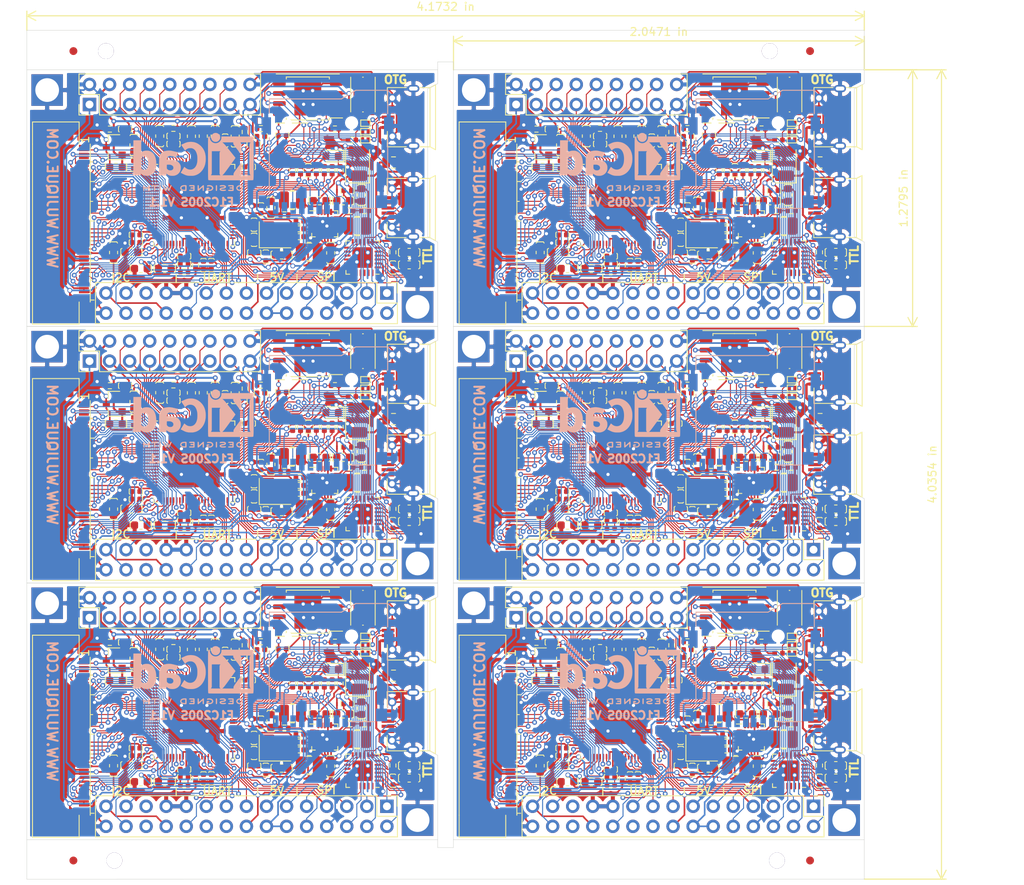
<source format=kicad_pcb>
(kicad_pcb (version 20171130) (host pcbnew "(5.1.5)-3")
  (title_block (title "F1C100S CORE") (rev V1.0) (company WUJIQUE))
  (layers (0 F.Cu signal) (31 B.Cu signal) (34 B.Paste user) (35 F.Paste user) (36 B.SilkS user) (37 F.SilkS user) (38 B.Mask user) (39 F.Mask user) (44 Edge.Cuts user))
  (net 0 "")
  (net 1 GND)
  (net 2 +3V3)
  (net 3 +1V2)
  (net 4 GNDA)
  (net 5 +2V5)
  (net 6 "Net-(C14-Pad1)")
  (net 7 "Net-(C16-Pad1)")
  (net 8 /CPU/SOCI)
  (net 9 /CPU/SOCO)
  (net 10 VDDA)
  (net 11 +5V)
  (net 12 /Misc/VBUS)
  (net 13 /CPU/VRA1)
  (net 14 /CPU/VRA2)
  (net 15 /CPU/TV_VCC)
  (net 16 /CPU/TV_VRP)
  (net 17 /CPU/TV_VRN)
  (net 18 "Net-(D1-Pad1)")
  (net 19 "Net-(J2-Pad2)")
  (net 20 "Net-(J2-Pad3)")
  (net 21 /CPU/PE12_TWI0_SDA)
  (net 22 /CPU/PE11_TWI0_SCK)
  (net 23 /CPU/PE8_UART2_RX_SPI1_MOSI)
  (net 24 /CPU/PE9_UART2_RTS_SPI1_CLK)
  (net 25 /CPU/PE10_UART2_CTS_SPI1_MISO)
  (net 26 /CPU/PE7_UART2_TX_SPI1_CS)
  (net 27 /CPU/SPI0_CS)
  (net 28 /CPU/PA3_UART1_TX_SPI1_MISO)
  (net 29 /CPU/PA2_UART1_RX_SPI1_CLK)
  (net 30 /CPU/PA1_UART1_CTS_SPI1_MOSI)
  (net 31 /CPU/PE5)
  (net 32 /CPU/SPI0_CLK)
  (net 33 /CPU/SPI0_MOSI)
  (net 34 /CPU/SPI0_MISO)
  (net 35 /CPU/PA0_UART1_RTS_SPI1_CS)
  (net 36 /CPU/USB_D+)
  (net 37 /CPU/USB_ID)
  (net 38 /CPU/USB_D-)
  (net 39 /CPU/TV_IN1)
  (net 40 /CPU/TV_IN0)
  (net 41 /CPU/LRADC0)
  (net 42 /CPU/TV_OUT)
  (net 43 /CPU/HP_COMFB)
  (net 44 /CPU/HP_L)
  (net 45 /CPU/HP_COM)
  (net 46 /CPU/HP_R)
  (net 47 /CPU/MICIN)
  (net 48 /CPU/LINL)
  (net 49 /CPU/FMINR)
  (net 50 /CPU/FMINL)
  (net 51 "Net-(L1-Pad2)")
  (net 52 "Net-(L2-Pad2)")
  (net 53 "Net-(L3-Pad2)")
  (net 54 "Net-(R6-Pad2)")
  (net 55 "Net-(R10-Pad1)")
  (net 56 "Net-(R11-Pad1)")
  (net 57 /CPU/SDIO_D1)
  (net 58 /CPU/SDIO_D0)
  (net 59 /CPU/SDIO_CMD)
  (net 60 /CPU/SDIO_D3)
  (net 61 /CPU/SDIO_D2)
  (net 62 "Net-(R18-Pad1)")
  (net 63 /CPU/SDIO_CLK)
  (net 64 /CPU/CPU_RXD)
  (net 65 /CPU/CPU_TXD)
  (net 66 /CPU/CTP_INT)
  (net 67 /CPU/CTP_RST)
  (net 68 /CPU/LCD_BL)
  (net 69 /CPU/LCD_VS)
  (net 70 /CPU/LCD_HS)
  (net 71 /CPU/LCD_DE)
  (net 72 /CPU/LCD_CLK)
  (net 73 /CPU/LCD_D23)
  (net 74 /CPU/LCD_D22)
  (net 75 /CPU/LCD_D21)
  (net 76 /CPU/LCD_D20)
  (net 77 /CPU/LCD_D19)
  (net 78 /CPU/LCD_D18)
  (net 79 /CPU/LCD_D15)
  (net 80 /CPU/LCD_D14)
  (net 81 /CPU/LCD_D13)
  (net 82 /CPU/LCD_D12)
  (net 83 /CPU/LCD_D11)
  (net 84 /CPU/LCD_D10)
  (net 85 /CPU/LCD_D7)
  (net 86 /CPU/LCD_D6)
  (net 87 /CPU/LCD_D5)
  (net 88 /CPU/LCD_D4)
  (net 89 /CPU/LCD_D3)
  (net 90 /CPU/LCD_D2)
  (net 91 /Misc/CP2104_RST)
  (module 0WJQ:HOLE_2MM (layer F.Cu) (at 62.784 34.0256)
    (fp_text reference REF** hide)
    (fp_text value HOLE_2MM)
    (pad 1 thru_hole circle (at 0 -0.0508) (size 2 2) (drill 2) (layers *.Cu *.Mask))
  )
  (module 0WJQ:HOLE_2MM (layer F.Cu) (at 146.8072 33.9748)
    (fp_text reference REF** hide)
    (fp_text value HOLE_2MM)
    (pad 1 thru_hole circle (at 0 0) (size 2 2) (drill 2) (layers *.Cu *.Mask))
  )
  (module 0WJQ:HOLE_2MM (layer F.Cu) (at 147.7216 136.5908)
    (fp_text reference REF** hide)
    (fp_text value HOLE_2MM)
    (pad 1 thru_hole circle (at 0 -0.1016) (size 2 2) (drill 2) (layers *.Cu *.Mask))
  )
  (module 0WJQ:HOLE_2MM (layer F.Cu) (at 63.8508 136.6162)
    (fp_text reference REF** hide)
    (fp_text value HOLE_2MM)
    (pad 1 thru_hole circle (at 0 -0.127) (size 2 2) (drill 2) (layers *.Cu *.Mask))
  )
  (module Fiducial:Fiducial_1mm_Mask3mm (layer F.Cu) (at 151.9126 33.9748)
    (fp_text reference REF** hide)
    (fp_text value Fiducial_1mm_Mask3mm)
    (pad "" smd circle (at 0 0) (size 1 1) (layers F.Cu F.Mask) (clearance 1))
  )
  (module Fiducial:Fiducial_1mm_Mask3mm (layer F.Cu) (at 58.6692 33.9748)
    (fp_text reference REF** hide)
    (fp_text value Fiducial_1mm_Mask3mm)
    (pad "" smd circle (at 0 0) (size 1 1) (layers F.Cu F.Mask) (clearance 1))
  )
  (module Fiducial:Fiducial_1mm_Mask3mm (layer F.Cu) (at 151.9126 136.4892)
    (fp_text reference REF** hide)
    (fp_text value Fiducial_1mm_Mask3mm)
    (pad "" smd circle (at 0 0) (size 1 1) (layers F.Cu F.Mask) (clearance 1))
  )
  (module Fiducial:Fiducial_1mm_Mask3mm (layer F.Cu) (at 58.6692 136.4892)
    (fp_text reference REF** hide)
    (fp_text value Fiducial_1mm_Mask3mm)
    (pad "" smd circle (at 0 0) (size 1 1) (layers F.Cu F.Mask) (clearance 1))
  )
  (module 0WJQ:L_1008_2520_WJQ (layer F.Cu) (at 142.5214 124.4076)
    (fp_text reference L2 hide)
    (fp_text value 06.0102_L2520_2.2uH)
    (pad 1 smd roundrect (at -1.075 0) (size 1.25 2.2) (layers F.Cu F.Paste F.Mask) (roundrect_rratio 0.2) (net 5 +2V5))
    (pad 2 smd roundrect (at 1.075 0) (size 1.25 2.2) (layers F.Cu F.Paste F.Mask) (roundrect_rratio 0.2) (net 52 "Net-(L2-Pad2)"))
  )
  (module 0WJQ:L_1008_2520_WJQ (layer F.Cu) (at 88.5214 124.4076)
    (fp_text reference L2 hide)
    (fp_text value 06.0102_L2520_2.2uH)
    (pad 1 smd roundrect (at -1.075 0) (size 1.25 2.2) (layers F.Cu F.Paste F.Mask) (roundrect_rratio 0.2) (net 5 +2V5))
    (pad 2 smd roundrect (at 1.075 0) (size 1.25 2.2) (layers F.Cu F.Paste F.Mask) (roundrect_rratio 0.2) (net 52 "Net-(L2-Pad2)"))
  )
  (module 0WJQ:L_1008_2520_WJQ (layer F.Cu) (at 142.5214 91.9076)
    (fp_text reference L2 hide)
    (fp_text value 06.0102_L2520_2.2uH)
    (pad 1 smd roundrect (at -1.075 0) (size 1.25 2.2) (layers F.Cu F.Paste F.Mask) (roundrect_rratio 0.2) (net 5 +2V5))
    (pad 2 smd roundrect (at 1.075 0) (size 1.25 2.2) (layers F.Cu F.Paste F.Mask) (roundrect_rratio 0.2) (net 52 "Net-(L2-Pad2)"))
  )
  (module 0WJQ:L_1008_2520_WJQ (layer F.Cu) (at 88.5214 91.9076)
    (fp_text reference L2 hide)
    (fp_text value 06.0102_L2520_2.2uH)
    (pad 1 smd roundrect (at -1.075 0) (size 1.25 2.2) (layers F.Cu F.Paste F.Mask) (roundrect_rratio 0.2) (net 5 +2V5))
    (pad 2 smd roundrect (at 1.075 0) (size 1.25 2.2) (layers F.Cu F.Paste F.Mask) (roundrect_rratio 0.2) (net 52 "Net-(L2-Pad2)"))
  )
  (module 0WJQ:L_1008_2520_WJQ (layer F.Cu) (at 142.5214 59.4076)
    (fp_text reference L2 hide)
    (fp_text value 06.0102_L2520_2.2uH)
    (pad 1 smd roundrect (at -1.075 0) (size 1.25 2.2) (layers F.Cu F.Paste F.Mask) (roundrect_rratio 0.2) (net 5 +2V5))
    (pad 2 smd roundrect (at 1.075 0) (size 1.25 2.2) (layers F.Cu F.Paste F.Mask) (roundrect_rratio 0.2) (net 52 "Net-(L2-Pad2)"))
  )
  (module 0WJQ:L_1008_2520_WJQ (layer F.Cu) (at 140.3936 117.832)
    (fp_text reference L3 hide)
    (fp_text value 06.0102_L2520_2.2uH)
    (pad 1 smd roundrect (at -1.075 0) (size 1.25 2.2) (layers F.Cu F.Paste F.Mask) (roundrect_rratio 0.2) (net 3 +1V2))
    (pad 2 smd roundrect (at 1.075 0) (size 1.25 2.2) (layers F.Cu F.Paste F.Mask) (roundrect_rratio 0.2) (net 53 "Net-(L3-Pad2)"))
  )
  (module 0WJQ:L_1008_2520_WJQ (layer F.Cu) (at 86.3936 117.832)
    (fp_text reference L3 hide)
    (fp_text value 06.0102_L2520_2.2uH)
    (pad 1 smd roundrect (at -1.075 0) (size 1.25 2.2) (layers F.Cu F.Paste F.Mask) (roundrect_rratio 0.2) (net 3 +1V2))
    (pad 2 smd roundrect (at 1.075 0) (size 1.25 2.2) (layers F.Cu F.Paste F.Mask) (roundrect_rratio 0.2) (net 53 "Net-(L3-Pad2)"))
  )
  (module 0WJQ:L_1008_2520_WJQ (layer F.Cu) (at 140.3936 85.332)
    (fp_text reference L3 hide)
    (fp_text value 06.0102_L2520_2.2uH)
    (pad 1 smd roundrect (at -1.075 0) (size 1.25 2.2) (layers F.Cu F.Paste F.Mask) (roundrect_rratio 0.2) (net 3 +1V2))
    (pad 2 smd roundrect (at 1.075 0) (size 1.25 2.2) (layers F.Cu F.Paste F.Mask) (roundrect_rratio 0.2) (net 53 "Net-(L3-Pad2)"))
  )
  (module 0WJQ:L_1008_2520_WJQ (layer F.Cu) (at 86.3936 85.332)
    (fp_text reference L3 hide)
    (fp_text value 06.0102_L2520_2.2uH)
    (pad 1 smd roundrect (at -1.075 0) (size 1.25 2.2) (layers F.Cu F.Paste F.Mask) (roundrect_rratio 0.2) (net 3 +1V2))
    (pad 2 smd roundrect (at 1.075 0) (size 1.25 2.2) (layers F.Cu F.Paste F.Mask) (roundrect_rratio 0.2) (net 53 "Net-(L3-Pad2)"))
  )
  (module 0WJQ:L_1008_2520_WJQ (layer F.Cu) (at 140.3936 52.832)
    (fp_text reference L3 hide)
    (fp_text value 06.0102_L2520_2.2uH)
    (pad 1 smd roundrect (at -1.075 0) (size 1.25 2.2) (layers F.Cu F.Paste F.Mask) (roundrect_rratio 0.2) (net 3 +1V2))
    (pad 2 smd roundrect (at 1.075 0) (size 1.25 2.2) (layers F.Cu F.Paste F.Mask) (roundrect_rratio 0.2) (net 53 "Net-(L3-Pad2)"))
  )
  (module 0WJQ:R_0402_WJQ (layer F.Cu) (at 147.9316 110.2374)
    (fp_text reference R20 hide)
    (fp_text value 02.0008_R0402_10K_1%)
    (pad 1 smd roundrect (at -0.485 0) (size 0.59 0.64) (layers F.Cu F.Paste F.Mask) (net 2 +3V3))
    (pad 2 smd roundrect (at 0.485 0) (size 0.59 0.64) (layers F.Cu F.Paste F.Mask) (net 37 /CPU/USB_ID))
  )
  (module 0WJQ:R_0402_WJQ (layer F.Cu) (at 93.9316 110.2374)
    (fp_text reference R20 hide)
    (fp_text value 02.0008_R0402_10K_1%)
    (pad 1 smd roundrect (at -0.485 0) (size 0.59 0.64) (layers F.Cu F.Paste F.Mask) (net 2 +3V3))
    (pad 2 smd roundrect (at 0.485 0) (size 0.59 0.64) (layers F.Cu F.Paste F.Mask) (net 37 /CPU/USB_ID))
  )
  (module 0WJQ:R_0402_WJQ (layer F.Cu) (at 147.9316 77.7374)
    (fp_text reference R20 hide)
    (fp_text value 02.0008_R0402_10K_1%)
    (pad 1 smd roundrect (at -0.485 0) (size 0.59 0.64) (layers F.Cu F.Paste F.Mask) (net 2 +3V3))
    (pad 2 smd roundrect (at 0.485 0) (size 0.59 0.64) (layers F.Cu F.Paste F.Mask) (net 37 /CPU/USB_ID))
  )
  (module 0WJQ:R_0402_WJQ (layer F.Cu) (at 93.9316 77.7374)
    (fp_text reference R20 hide)
    (fp_text value 02.0008_R0402_10K_1%)
    (pad 1 smd roundrect (at -0.485 0) (size 0.59 0.64) (layers F.Cu F.Paste F.Mask) (net 2 +3V3))
    (pad 2 smd roundrect (at 0.485 0) (size 0.59 0.64) (layers F.Cu F.Paste F.Mask) (net 37 /CPU/USB_ID))
  )
  (module 0WJQ:R_0402_WJQ (layer F.Cu) (at 147.9316 45.2374)
    (fp_text reference R20 hide)
    (fp_text value 02.0008_R0402_10K_1%)
    (pad 1 smd roundrect (at -0.485 0) (size 0.59 0.64) (layers F.Cu F.Paste F.Mask) (net 2 +3V3))
    (pad 2 smd roundrect (at 0.485 0) (size 0.59 0.64) (layers F.Cu F.Paste F.Mask) (net 37 /CPU/USB_ID))
  )
  (module 0WJQ:C_0402_WJQ (layer F.Cu) (at 125.3364 110.7376 180)
    (fp_text reference C38 hide)
    (fp_text value 03.0001_C0402_1uF)
    (pad 1 smd roundrect (at -0.485 0 180) (size 0.59 0.64) (layers F.Cu F.Paste F.Mask) (net 13 /CPU/VRA1))
    (pad 2 smd roundrect (at 0.485 0 180) (size 0.59 0.64) (layers F.Cu F.Paste F.Mask) (net 4 GNDA))
  )
  (module 0WJQ:C_0402_WJQ (layer F.Cu) (at 71.3364 110.7376 180)
    (fp_text reference C38 hide)
    (fp_text value 03.0001_C0402_1uF)
    (pad 1 smd roundrect (at -0.485 0 180) (size 0.59 0.64) (layers F.Cu F.Paste F.Mask) (net 13 /CPU/VRA1))
    (pad 2 smd roundrect (at 0.485 0 180) (size 0.59 0.64) (layers F.Cu F.Paste F.Mask) (net 4 GNDA))
  )
  (module 0WJQ:C_0402_WJQ (layer F.Cu) (at 125.3364 78.2376 180)
    (fp_text reference C38 hide)
    (fp_text value 03.0001_C0402_1uF)
    (pad 1 smd roundrect (at -0.485 0 180) (size 0.59 0.64) (layers F.Cu F.Paste F.Mask) (net 13 /CPU/VRA1))
    (pad 2 smd roundrect (at 0.485 0 180) (size 0.59 0.64) (layers F.Cu F.Paste F.Mask) (net 4 GNDA))
  )
  (module 0WJQ:C_0402_WJQ (layer F.Cu) (at 71.3364 78.2376 180)
    (fp_text reference C38 hide)
    (fp_text value 03.0001_C0402_1uF)
    (pad 1 smd roundrect (at -0.485 0 180) (size 0.59 0.64) (layers F.Cu F.Paste F.Mask) (net 13 /CPU/VRA1))
    (pad 2 smd roundrect (at 0.485 0 180) (size 0.59 0.64) (layers F.Cu F.Paste F.Mask) (net 4 GNDA))
  )
  (module 0WJQ:C_0402_WJQ (layer F.Cu) (at 125.3364 45.7376 180)
    (fp_text reference C38 hide)
    (fp_text value 03.0001_C0402_1uF)
    (pad 1 smd roundrect (at -0.485 0 180) (size 0.59 0.64) (layers F.Cu F.Paste F.Mask) (net 13 /CPU/VRA1))
    (pad 2 smd roundrect (at 0.485 0 180) (size 0.59 0.64) (layers F.Cu F.Paste F.Mask) (net 4 GNDA))
  )
  (module 0WJQ:microSD_HRO_TF_01A (layer B.Cu) (at 144.8304 111.4058)
    (fp_text reference J3 hide)
    (fp_text value 10.0001_Micro_SD_Card hide)
    (pad 10 smd rect (at 7.75 -2.95) (size 1.2 2.2) (layers B.Cu B.Paste B.Mask) (net 1 GND))
    (pad 10 smd rect (at -7.75 -2.95) (size 1.2 2.2) (layers B.Cu B.Paste B.Mask) (net 1 GND))
    (pad 10 smd rect (at -8 6.65) (size 1.4 1.6) (layers B.Cu B.Paste B.Mask) (net 1 GND))
    (pad 10 smd rect (at 6.85 6.65) (size 1.4 1.6) (layers B.Cu B.Paste B.Mask) (net 1 GND))
    (pad 2 smd rect (at 1.15 7.45) (size 0.7 1.5) (layers B.Cu B.Paste B.Mask) (net 60 /CPU/SDIO_D3))
    (pad 3 smd rect (at -0.05 7.45) (size 0.7 1.5) (layers B.Cu B.Paste B.Mask) (net 59 /CPU/SDIO_CMD))
    (pad 4 smd rect (at -1.05 7.45) (size 0.7 1.5) (layers B.Cu B.Paste B.Mask) (net 2 +3V3))
    (pad 5 smd rect (at -2.15 7.45) (size 0.7 1.5) (layers B.Cu B.Paste B.Mask) (net 63 /CPU/SDIO_CLK))
    (pad 6 smd rect (at -3.25 7.45) (size 0.7 1.5) (layers B.Cu B.Paste B.Mask) (net 1 GND))
    (pad 7 smd rect (at -4.35 7.45) (size 0.7 1.5) (layers B.Cu B.Paste B.Mask) (net 58 /CPU/SDIO_D0))
    (pad 1 smd rect (at 2.25 7.45) (size 0.7 1.5) (layers B.Cu B.Paste B.Mask) (net 61 /CPU/SDIO_D2))
    (pad 8 smd rect (at -5.45 7.45) (size 0.7 1.5) (layers B.Cu B.Paste B.Mask) (net 57 /CPU/SDIO_D1))
    (pad 9 smd rect (at -6.55 7.45) (size 0.7 1.5) (layers B.Cu B.Paste B.Mask))
    (pad "" np_thru_hole circle (at -4.95 -3.35) (size 0.9 0.9) (drill 0.9) (layers *.Cu *.Mask))
    (pad "" np_thru_hole circle (at 3.05 -3.35) (size 0.9 0.9) (drill 0.9) (layers *.Cu *.Mask))
  )
  (module 0WJQ:microSD_HRO_TF_01A (layer B.Cu) (at 90.8304 111.4058)
    (fp_text reference J3 hide)
    (fp_text value 10.0001_Micro_SD_Card hide)
    (pad 10 smd rect (at 7.75 -2.95) (size 1.2 2.2) (layers B.Cu B.Paste B.Mask) (net 1 GND))
    (pad 10 smd rect (at -7.75 -2.95) (size 1.2 2.2) (layers B.Cu B.Paste B.Mask) (net 1 GND))
    (pad 10 smd rect (at -8 6.65) (size 1.4 1.6) (layers B.Cu B.Paste B.Mask) (net 1 GND))
    (pad 10 smd rect (at 6.85 6.65) (size 1.4 1.6) (layers B.Cu B.Paste B.Mask) (net 1 GND))
    (pad 2 smd rect (at 1.15 7.45) (size 0.7 1.5) (layers B.Cu B.Paste B.Mask) (net 60 /CPU/SDIO_D3))
    (pad 3 smd rect (at -0.05 7.45) (size 0.7 1.5) (layers B.Cu B.Paste B.Mask) (net 59 /CPU/SDIO_CMD))
    (pad 4 smd rect (at -1.05 7.45) (size 0.7 1.5) (layers B.Cu B.Paste B.Mask) (net 2 +3V3))
    (pad 5 smd rect (at -2.15 7.45) (size 0.7 1.5) (layers B.Cu B.Paste B.Mask) (net 63 /CPU/SDIO_CLK))
    (pad 6 smd rect (at -3.25 7.45) (size 0.7 1.5) (layers B.Cu B.Paste B.Mask) (net 1 GND))
    (pad 7 smd rect (at -4.35 7.45) (size 0.7 1.5) (layers B.Cu B.Paste B.Mask) (net 58 /CPU/SDIO_D0))
    (pad 1 smd rect (at 2.25 7.45) (size 0.7 1.5) (layers B.Cu B.Paste B.Mask) (net 61 /CPU/SDIO_D2))
    (pad 8 smd rect (at -5.45 7.45) (size 0.7 1.5) (layers B.Cu B.Paste B.Mask) (net 57 /CPU/SDIO_D1))
    (pad 9 smd rect (at -6.55 7.45) (size 0.7 1.5) (layers B.Cu B.Paste B.Mask))
    (pad "" np_thru_hole circle (at -4.95 -3.35) (size 0.9 0.9) (drill 0.9) (layers *.Cu *.Mask))
    (pad "" np_thru_hole circle (at 3.05 -3.35) (size 0.9 0.9) (drill 0.9) (layers *.Cu *.Mask))
  )
  (module 0WJQ:microSD_HRO_TF_01A (layer B.Cu) (at 144.8304 78.9058)
    (fp_text reference J3 hide)
    (fp_text value 10.0001_Micro_SD_Card hide)
    (pad 10 smd rect (at 7.75 -2.95) (size 1.2 2.2) (layers B.Cu B.Paste B.Mask) (net 1 GND))
    (pad 10 smd rect (at -7.75 -2.95) (size 1.2 2.2) (layers B.Cu B.Paste B.Mask) (net 1 GND))
    (pad 10 smd rect (at -8 6.65) (size 1.4 1.6) (layers B.Cu B.Paste B.Mask) (net 1 GND))
    (pad 10 smd rect (at 6.85 6.65) (size 1.4 1.6) (layers B.Cu B.Paste B.Mask) (net 1 GND))
    (pad 2 smd rect (at 1.15 7.45) (size 0.7 1.5) (layers B.Cu B.Paste B.Mask) (net 60 /CPU/SDIO_D3))
    (pad 3 smd rect (at -0.05 7.45) (size 0.7 1.5) (layers B.Cu B.Paste B.Mask) (net 59 /CPU/SDIO_CMD))
    (pad 4 smd rect (at -1.05 7.45) (size 0.7 1.5) (layers B.Cu B.Paste B.Mask) (net 2 +3V3))
    (pad 5 smd rect (at -2.15 7.45) (size 0.7 1.5) (layers B.Cu B.Paste B.Mask) (net 63 /CPU/SDIO_CLK))
    (pad 6 smd rect (at -3.25 7.45) (size 0.7 1.5) (layers B.Cu B.Paste B.Mask) (net 1 GND))
    (pad 7 smd rect (at -4.35 7.45) (size 0.7 1.5) (layers B.Cu B.Paste B.Mask) (net 58 /CPU/SDIO_D0))
    (pad 1 smd rect (at 2.25 7.45) (size 0.7 1.5) (layers B.Cu B.Paste B.Mask) (net 61 /CPU/SDIO_D2))
    (pad 8 smd rect (at -5.45 7.45) (size 0.7 1.5) (layers B.Cu B.Paste B.Mask) (net 57 /CPU/SDIO_D1))
    (pad 9 smd rect (at -6.55 7.45) (size 0.7 1.5) (layers B.Cu B.Paste B.Mask))
    (pad "" np_thru_hole circle (at -4.95 -3.35) (size 0.9 0.9) (drill 0.9) (layers *.Cu *.Mask))
    (pad "" np_thru_hole circle (at 3.05 -3.35) (size 0.9 0.9) (drill 0.9) (layers *.Cu *.Mask))
  )
  (module 0WJQ:microSD_HRO_TF_01A (layer B.Cu) (at 90.8304 78.9058)
    (fp_text reference J3 hide)
    (fp_text value 10.0001_Micro_SD_Card hide)
    (pad 10 smd rect (at 7.75 -2.95) (size 1.2 2.2) (layers B.Cu B.Paste B.Mask) (net 1 GND))
    (pad 10 smd rect (at -7.75 -2.95) (size 1.2 2.2) (layers B.Cu B.Paste B.Mask) (net 1 GND))
    (pad 10 smd rect (at -8 6.65) (size 1.4 1.6) (layers B.Cu B.Paste B.Mask) (net 1 GND))
    (pad 10 smd rect (at 6.85 6.65) (size 1.4 1.6) (layers B.Cu B.Paste B.Mask) (net 1 GND))
    (pad 2 smd rect (at 1.15 7.45) (size 0.7 1.5) (layers B.Cu B.Paste B.Mask) (net 60 /CPU/SDIO_D3))
    (pad 3 smd rect (at -0.05 7.45) (size 0.7 1.5) (layers B.Cu B.Paste B.Mask) (net 59 /CPU/SDIO_CMD))
    (pad 4 smd rect (at -1.05 7.45) (size 0.7 1.5) (layers B.Cu B.Paste B.Mask) (net 2 +3V3))
    (pad 5 smd rect (at -2.15 7.45) (size 0.7 1.5) (layers B.Cu B.Paste B.Mask) (net 63 /CPU/SDIO_CLK))
    (pad 6 smd rect (at -3.25 7.45) (size 0.7 1.5) (layers B.Cu B.Paste B.Mask) (net 1 GND))
    (pad 7 smd rect (at -4.35 7.45) (size 0.7 1.5) (layers B.Cu B.Paste B.Mask) (net 58 /CPU/SDIO_D0))
    (pad 1 smd rect (at 2.25 7.45) (size 0.7 1.5) (layers B.Cu B.Paste B.Mask) (net 61 /CPU/SDIO_D2))
    (pad 8 smd rect (at -5.45 7.45) (size 0.7 1.5) (layers B.Cu B.Paste B.Mask) (net 57 /CPU/SDIO_D1))
    (pad 9 smd rect (at -6.55 7.45) (size 0.7 1.5) (layers B.Cu B.Paste B.Mask))
    (pad "" np_thru_hole circle (at -4.95 -3.35) (size 0.9 0.9) (drill 0.9) (layers *.Cu *.Mask))
    (pad "" np_thru_hole circle (at 3.05 -3.35) (size 0.9 0.9) (drill 0.9) (layers *.Cu *.Mask))
  )
  (module 0WJQ:microSD_HRO_TF_01A (layer B.Cu) (at 144.8304 46.4058)
    (fp_text reference J3 hide)
    (fp_text value 10.0001_Micro_SD_Card hide)
    (pad 10 smd rect (at 7.75 -2.95) (size 1.2 2.2) (layers B.Cu B.Paste B.Mask) (net 1 GND))
    (pad 10 smd rect (at -7.75 -2.95) (size 1.2 2.2) (layers B.Cu B.Paste B.Mask) (net 1 GND))
    (pad 10 smd rect (at -8 6.65) (size 1.4 1.6) (layers B.Cu B.Paste B.Mask) (net 1 GND))
    (pad 10 smd rect (at 6.85 6.65) (size 1.4 1.6) (layers B.Cu B.Paste B.Mask) (net 1 GND))
    (pad 2 smd rect (at 1.15 7.45) (size 0.7 1.5) (layers B.Cu B.Paste B.Mask) (net 60 /CPU/SDIO_D3))
    (pad 3 smd rect (at -0.05 7.45) (size 0.7 1.5) (layers B.Cu B.Paste B.Mask) (net 59 /CPU/SDIO_CMD))
    (pad 4 smd rect (at -1.05 7.45) (size 0.7 1.5) (layers B.Cu B.Paste B.Mask) (net 2 +3V3))
    (pad 5 smd rect (at -2.15 7.45) (size 0.7 1.5) (layers B.Cu B.Paste B.Mask) (net 63 /CPU/SDIO_CLK))
    (pad 6 smd rect (at -3.25 7.45) (size 0.7 1.5) (layers B.Cu B.Paste B.Mask) (net 1 GND))
    (pad 7 smd rect (at -4.35 7.45) (size 0.7 1.5) (layers B.Cu B.Paste B.Mask) (net 58 /CPU/SDIO_D0))
    (pad 1 smd rect (at 2.25 7.45) (size 0.7 1.5) (layers B.Cu B.Paste B.Mask) (net 61 /CPU/SDIO_D2))
    (pad 8 smd rect (at -5.45 7.45) (size 0.7 1.5) (layers B.Cu B.Paste B.Mask) (net 57 /CPU/SDIO_D1))
    (pad 9 smd rect (at -6.55 7.45) (size 0.7 1.5) (layers B.Cu B.Paste B.Mask))
    (pad "" np_thru_hole circle (at -4.95 -3.35) (size 0.9 0.9) (drill 0.9) (layers *.Cu *.Mask))
    (pad "" np_thru_hole circle (at 3.05 -3.35) (size 0.9 0.9) (drill 0.9) (layers *.Cu *.Mask))
  )
  (module 0WJQ:R_0402_WJQ (layer F.Cu) (at 134.4164 109.2376 270)
    (fp_text reference R22 hide)
    (fp_text value 02.0001_R0402_0R_1%)
    (pad 1 smd roundrect (at -0.485 0 270) (size 0.59 0.64) (layers F.Cu F.Paste F.Mask) (net 2 +3V3))
    (pad 2 smd roundrect (at 0.485 0 270) (size 0.59 0.64) (layers F.Cu F.Paste F.Mask) (net 15 /CPU/TV_VCC))
  )
  (module 0WJQ:R_0402_WJQ (layer F.Cu) (at 80.4164 109.2376 270)
    (fp_text reference R22 hide)
    (fp_text value 02.0001_R0402_0R_1%)
    (pad 1 smd roundrect (at -0.485 0 270) (size 0.59 0.64) (layers F.Cu F.Paste F.Mask) (net 2 +3V3))
    (pad 2 smd roundrect (at 0.485 0 270) (size 0.59 0.64) (layers F.Cu F.Paste F.Mask) (net 15 /CPU/TV_VCC))
  )
  (module 0WJQ:R_0402_WJQ (layer F.Cu) (at 134.4164 76.7376 270)
    (fp_text reference R22 hide)
    (fp_text value 02.0001_R0402_0R_1%)
    (pad 1 smd roundrect (at -0.485 0 270) (size 0.59 0.64) (layers F.Cu F.Paste F.Mask) (net 2 +3V3))
    (pad 2 smd roundrect (at 0.485 0 270) (size 0.59 0.64) (layers F.Cu F.Paste F.Mask) (net 15 /CPU/TV_VCC))
  )
  (module 0WJQ:R_0402_WJQ (layer F.Cu) (at 80.4164 76.7376 270)
    (fp_text reference R22 hide)
    (fp_text value 02.0001_R0402_0R_1%)
    (pad 1 smd roundrect (at -0.485 0 270) (size 0.59 0.64) (layers F.Cu F.Paste F.Mask) (net 2 +3V3))
    (pad 2 smd roundrect (at 0.485 0 270) (size 0.59 0.64) (layers F.Cu F.Paste F.Mask) (net 15 /CPU/TV_VCC))
  )
  (module 0WJQ:R_0402_WJQ (layer F.Cu) (at 134.4164 44.2376 270)
    (fp_text reference R22 hide)
    (fp_text value 02.0001_R0402_0R_1%)
    (pad 1 smd roundrect (at -0.485 0 270) (size 0.59 0.64) (layers F.Cu F.Paste F.Mask) (net 2 +3V3))
    (pad 2 smd roundrect (at 0.485 0 270) (size 0.59 0.64) (layers F.Cu F.Paste F.Mask) (net 15 /CPU/TV_VCC))
  )
  (module 0WJQ:L_1008_2520_WJQ (layer F.Cu) (at 148.5978 121.134 180)
    (fp_text reference L1 hide)
    (fp_text value 06.0102_L2520_2.2uH)
    (pad 1 smd roundrect (at -1.075 0 180) (size 1.25 2.2) (layers F.Cu F.Paste F.Mask) (roundrect_rratio 0.2) (net 2 +3V3))
    (pad 2 smd roundrect (at 1.075 0 180) (size 1.25 2.2) (layers F.Cu F.Paste F.Mask) (roundrect_rratio 0.2) (net 51 "Net-(L1-Pad2)"))
  )
  (module 0WJQ:L_1008_2520_WJQ (layer F.Cu) (at 94.5978 121.134 180)
    (fp_text reference L1 hide)
    (fp_text value 06.0102_L2520_2.2uH)
    (pad 1 smd roundrect (at -1.075 0 180) (size 1.25 2.2) (layers F.Cu F.Paste F.Mask) (roundrect_rratio 0.2) (net 2 +3V3))
    (pad 2 smd roundrect (at 1.075 0 180) (size 1.25 2.2) (layers F.Cu F.Paste F.Mask) (roundrect_rratio 0.2) (net 51 "Net-(L1-Pad2)"))
  )
  (module 0WJQ:L_1008_2520_WJQ (layer F.Cu) (at 148.5978 88.634 180)
    (fp_text reference L1 hide)
    (fp_text value 06.0102_L2520_2.2uH)
    (pad 1 smd roundrect (at -1.075 0 180) (size 1.25 2.2) (layers F.Cu F.Paste F.Mask) (roundrect_rratio 0.2) (net 2 +3V3))
    (pad 2 smd roundrect (at 1.075 0 180) (size 1.25 2.2) (layers F.Cu F.Paste F.Mask) (roundrect_rratio 0.2) (net 51 "Net-(L1-Pad2)"))
  )
  (module 0WJQ:L_1008_2520_WJQ (layer F.Cu) (at 94.5978 88.634 180)
    (fp_text reference L1 hide)
    (fp_text value 06.0102_L2520_2.2uH)
    (pad 1 smd roundrect (at -1.075 0 180) (size 1.25 2.2) (layers F.Cu F.Paste F.Mask) (roundrect_rratio 0.2) (net 2 +3V3))
    (pad 2 smd roundrect (at 1.075 0 180) (size 1.25 2.2) (layers F.Cu F.Paste F.Mask) (roundrect_rratio 0.2) (net 51 "Net-(L1-Pad2)"))
  )
  (module 0WJQ:L_1008_2520_WJQ (layer F.Cu) (at 148.5978 56.134 180)
    (fp_text reference L1 hide)
    (fp_text value 06.0102_L2520_2.2uH)
    (pad 1 smd roundrect (at -1.075 0 180) (size 1.25 2.2) (layers F.Cu F.Paste F.Mask) (roundrect_rratio 0.2) (net 2 +3V3))
    (pad 2 smd roundrect (at 1.075 0 180) (size 1.25 2.2) (layers F.Cu F.Paste F.Mask) (roundrect_rratio 0.2) (net 51 "Net-(L1-Pad2)"))
  )
  (module 0WJQ:R_0402_WJQ (layer F.Cu) (at 125.3364 108.7576)
    (fp_text reference R21 hide)
    (fp_text value 02.0027_R0402_200K_1%)
    (pad 1 smd roundrect (at -0.485 0) (size 0.59 0.64) (layers F.Cu F.Paste F.Mask) (net 14 /CPU/VRA2))
    (pad 2 smd roundrect (at 0.485 0) (size 0.59 0.64) (layers F.Cu F.Paste F.Mask) (net 4 GNDA))
  )
  (module 0WJQ:R_0402_WJQ (layer F.Cu) (at 71.3364 108.7576)
    (fp_text reference R21 hide)
    (fp_text value 02.0027_R0402_200K_1%)
    (pad 1 smd roundrect (at -0.485 0) (size 0.59 0.64) (layers F.Cu F.Paste F.Mask) (net 14 /CPU/VRA2))
    (pad 2 smd roundrect (at 0.485 0) (size 0.59 0.64) (layers F.Cu F.Paste F.Mask) (net 4 GNDA))
  )
  (module 0WJQ:R_0402_WJQ (layer F.Cu) (at 125.3364 76.2576)
    (fp_text reference R21 hide)
    (fp_text value 02.0027_R0402_200K_1%)
    (pad 1 smd roundrect (at -0.485 0) (size 0.59 0.64) (layers F.Cu F.Paste F.Mask) (net 14 /CPU/VRA2))
    (pad 2 smd roundrect (at 0.485 0) (size 0.59 0.64) (layers F.Cu F.Paste F.Mask) (net 4 GNDA))
  )
  (module 0WJQ:R_0402_WJQ (layer F.Cu) (at 71.3364 76.2576)
    (fp_text reference R21 hide)
    (fp_text value 02.0027_R0402_200K_1%)
    (pad 1 smd roundrect (at -0.485 0) (size 0.59 0.64) (layers F.Cu F.Paste F.Mask) (net 14 /CPU/VRA2))
    (pad 2 smd roundrect (at 0.485 0) (size 0.59 0.64) (layers F.Cu F.Paste F.Mask) (net 4 GNDA))
  )
  (module 0WJQ:R_0402_WJQ (layer F.Cu) (at 125.3364 43.7576)
    (fp_text reference R21 hide)
    (fp_text value 02.0027_R0402_200K_1%)
    (pad 1 smd roundrect (at -0.485 0) (size 0.59 0.64) (layers F.Cu F.Paste F.Mask) (net 14 /CPU/VRA2))
    (pad 2 smd roundrect (at 0.485 0) (size 0.59 0.64) (layers F.Cu F.Paste F.Mask) (net 4 GNDA))
  )
  (module 0WJQ:R_0402_WJQ (layer F.Cu) (at 145.4146 114.0704 270)
    (fp_text reference R17 hide)
    (fp_text value 02.0014_R0402_47K_1%)
    (pad 1 smd roundrect (at -0.485 0 270) (size 0.59 0.64) (layers F.Cu F.Paste F.Mask) (net 2 +3V3))
    (pad 2 smd roundrect (at 0.485 0 270) (size 0.59 0.64) (layers F.Cu F.Paste F.Mask) (net 61 /CPU/SDIO_D2))
  )
  (module 0WJQ:R_0402_WJQ (layer F.Cu) (at 91.4146 114.0704 270)
    (fp_text reference R17 hide)
    (fp_text value 02.0014_R0402_47K_1%)
    (pad 1 smd roundrect (at -0.485 0 270) (size 0.59 0.64) (layers F.Cu F.Paste F.Mask) (net 2 +3V3))
    (pad 2 smd roundrect (at 0.485 0 270) (size 0.59 0.64) (layers F.Cu F.Paste F.Mask) (net 61 /CPU/SDIO_D2))
  )
  (module 0WJQ:R_0402_WJQ (layer F.Cu) (at 145.4146 81.5704 270)
    (fp_text reference R17 hide)
    (fp_text value 02.0014_R0402_47K_1%)
    (pad 1 smd roundrect (at -0.485 0 270) (size 0.59 0.64) (layers F.Cu F.Paste F.Mask) (net 2 +3V3))
    (pad 2 smd roundrect (at 0.485 0 270) (size 0.59 0.64) (layers F.Cu F.Paste F.Mask) (net 61 /CPU/SDIO_D2))
  )
  (module 0WJQ:R_0402_WJQ (layer F.Cu) (at 91.4146 81.5704 270)
    (fp_text reference R17 hide)
    (fp_text value 02.0014_R0402_47K_1%)
    (pad 1 smd roundrect (at -0.485 0 270) (size 0.59 0.64) (layers F.Cu F.Paste F.Mask) (net 2 +3V3))
    (pad 2 smd roundrect (at 0.485 0 270) (size 0.59 0.64) (layers F.Cu F.Paste F.Mask) (net 61 /CPU/SDIO_D2))
  )
  (module 0WJQ:R_0402_WJQ (layer F.Cu) (at 145.4146 49.0704 270)
    (fp_text reference R17 hide)
    (fp_text value 02.0014_R0402_47K_1%)
    (pad 1 smd roundrect (at -0.485 0 270) (size 0.59 0.64) (layers F.Cu F.Paste F.Mask) (net 2 +3V3))
    (pad 2 smd roundrect (at 0.485 0 270) (size 0.59 0.64) (layers F.Cu F.Paste F.Mask) (net 61 /CPU/SDIO_D2))
  )
  (module 0WJQ:R_0402_WJQ (layer F.Cu) (at 145.7726 108.8404)
    (fp_text reference R19 hide)
    (fp_text value 02.0008_R0402_10K_1%)
    (pad 1 smd roundrect (at -0.485 0) (size 0.59 0.64) (layers F.Cu F.Paste F.Mask) (net 27 /CPU/SPI0_CS))
    (pad 2 smd roundrect (at 0.485 0) (size 0.59 0.64) (layers F.Cu F.Paste F.Mask) (net 2 +3V3))
  )
  (module 0WJQ:R_0402_WJQ (layer F.Cu) (at 91.7726 108.8404)
    (fp_text reference R19 hide)
    (fp_text value 02.0008_R0402_10K_1%)
    (pad 1 smd roundrect (at -0.485 0) (size 0.59 0.64) (layers F.Cu F.Paste F.Mask) (net 27 /CPU/SPI0_CS))
    (pad 2 smd roundrect (at 0.485 0) (size 0.59 0.64) (layers F.Cu F.Paste F.Mask) (net 2 +3V3))
  )
  (module 0WJQ:R_0402_WJQ (layer F.Cu) (at 145.7726 76.3404)
    (fp_text reference R19 hide)
    (fp_text value 02.0008_R0402_10K_1%)
    (pad 1 smd roundrect (at -0.485 0) (size 0.59 0.64) (layers F.Cu F.Paste F.Mask) (net 27 /CPU/SPI0_CS))
    (pad 2 smd roundrect (at 0.485 0) (size 0.59 0.64) (layers F.Cu F.Paste F.Mask) (net 2 +3V3))
  )
  (module 0WJQ:R_0402_WJQ (layer F.Cu) (at 91.7726 76.3404)
    (fp_text reference R19 hide)
    (fp_text value 02.0008_R0402_10K_1%)
    (pad 1 smd roundrect (at -0.485 0) (size 0.59 0.64) (layers F.Cu F.Paste F.Mask) (net 27 /CPU/SPI0_CS))
    (pad 2 smd roundrect (at 0.485 0) (size 0.59 0.64) (layers F.Cu F.Paste F.Mask) (net 2 +3V3))
  )
  (module 0WJQ:R_0402_WJQ (layer F.Cu) (at 145.7726 43.8404)
    (fp_text reference R19 hide)
    (fp_text value 02.0008_R0402_10K_1%)
    (pad 1 smd roundrect (at -0.485 0) (size 0.59 0.64) (layers F.Cu F.Paste F.Mask) (net 27 /CPU/SPI0_CS))
    (pad 2 smd roundrect (at 0.485 0) (size 0.59 0.64) (layers F.Cu F.Paste F.Mask) (net 2 +3V3))
  )
  (module 0WJQ:R_0402_WJQ (layer F.Cu) (at 153.1094 124.458 270)
    (fp_text reference R18 hide)
    (fp_text value 02.0005_R0402_4K7_1%)
    (pad 1 smd roundrect (at -0.485 0 270) (size 0.59 0.64) (layers F.Cu F.Paste F.Mask) (net 62 "Net-(R18-Pad1)"))
    (pad 2 smd roundrect (at 0.485 0 270) (size 0.59 0.64) (layers F.Cu F.Paste F.Mask) (net 91 /Misc/CP2104_RST))
  )
  (module 0WJQ:R_0402_WJQ (layer F.Cu) (at 99.1094 124.458 270)
    (fp_text reference R18 hide)
    (fp_text value 02.0005_R0402_4K7_1%)
    (pad 1 smd roundrect (at -0.485 0 270) (size 0.59 0.64) (layers F.Cu F.Paste F.Mask) (net 62 "Net-(R18-Pad1)"))
    (pad 2 smd roundrect (at 0.485 0 270) (size 0.59 0.64) (layers F.Cu F.Paste F.Mask) (net 91 /Misc/CP2104_RST))
  )
  (module 0WJQ:R_0402_WJQ (layer F.Cu) (at 153.1094 91.958 270)
    (fp_text reference R18 hide)
    (fp_text value 02.0005_R0402_4K7_1%)
    (pad 1 smd roundrect (at -0.485 0 270) (size 0.59 0.64) (layers F.Cu F.Paste F.Mask) (net 62 "Net-(R18-Pad1)"))
    (pad 2 smd roundrect (at 0.485 0 270) (size 0.59 0.64) (layers F.Cu F.Paste F.Mask) (net 91 /Misc/CP2104_RST))
  )
  (module 0WJQ:R_0402_WJQ (layer F.Cu) (at 99.1094 91.958 270)
    (fp_text reference R18 hide)
    (fp_text value 02.0005_R0402_4K7_1%)
    (pad 1 smd roundrect (at -0.485 0 270) (size 0.59 0.64) (layers F.Cu F.Paste F.Mask) (net 62 "Net-(R18-Pad1)"))
    (pad 2 smd roundrect (at 0.485 0 270) (size 0.59 0.64) (layers F.Cu F.Paste F.Mask) (net 91 /Misc/CP2104_RST))
  )
  (module 0WJQ:R_0402_WJQ (layer F.Cu) (at 153.1094 59.458 270)
    (fp_text reference R18 hide)
    (fp_text value 02.0005_R0402_4K7_1%)
    (pad 1 smd roundrect (at -0.485 0 270) (size 0.59 0.64) (layers F.Cu F.Paste F.Mask) (net 62 "Net-(R18-Pad1)"))
    (pad 2 smd roundrect (at 0.485 0 270) (size 0.59 0.64) (layers F.Cu F.Paste F.Mask) (net 91 /Misc/CP2104_RST))
  )
  (module Package_DFN_QFN:QFN-24-1EP_4x4mm_P0.5mm_EP2.6x2.6mm (layer F.Cu) (at 149.2754 125.1218 180)
    (fp_text reference U4 hide)
    (fp_text value 09.0001_CP2104 hide)
    (pad 24 smd roundrect (at -1.25 -1.9375 180) (size 0.25 0.825) (layers F.Cu F.Paste F.Mask))
    (pad 23 smd roundrect (at -0.75 -1.9375 180) (size 0.25 0.825) (layers F.Cu F.Paste F.Mask))
    (pad 22 smd roundrect (at -0.25 -1.9375 180) (size 0.25 0.825) (layers F.Cu F.Paste F.Mask))
    (pad 21 smd roundrect (at 0.25 -1.9375 180) (size 0.25 0.825) (layers F.Cu F.Paste F.Mask) (net 64 /CPU/CPU_RXD))
    (pad 20 smd roundrect (at 0.75 -1.9375 180) (size 0.25 0.825) (layers F.Cu F.Paste F.Mask) (net 65 /CPU/CPU_TXD))
    (pad 19 smd roundrect (at 1.25 -1.9375 180) (size 0.25 0.825) (layers F.Cu F.Paste F.Mask))
    (pad 18 smd roundrect (at 1.9375 -1.25 180) (size 0.825 0.25) (layers F.Cu F.Paste F.Mask))
    (pad 17 smd roundrect (at 1.9375 -0.75 180) (size 0.825 0.25) (layers F.Cu F.Paste F.Mask))
    (pad 16 smd roundrect (at 1.9375 -0.25 180) (size 0.825 0.25) (layers F.Cu F.Paste F.Mask))
    (pad 15 smd roundrect (at 1.9375 0.25 180) (size 0.825 0.25) (layers F.Cu F.Paste F.Mask))
    (pad 14 smd roundrect (at 1.9375 0.75 180) (size 0.825 0.25) (layers F.Cu F.Paste F.Mask))
    (pad 13 smd roundrect (at 1.9375 1.25 180) (size 0.825 0.25) (layers F.Cu F.Paste F.Mask))
    (pad 12 smd roundrect (at 1.25 1.9375 180) (size 0.25 0.825) (layers F.Cu F.Paste F.Mask))
    (pad 11 smd roundrect (at 0.75 1.9375 180) (size 0.25 0.825) (layers F.Cu F.Paste F.Mask))
    (pad 10 smd roundrect (at 0.25 1.9375 180) (size 0.25 0.825) (layers F.Cu F.Paste F.Mask))
    (pad 9 smd roundrect (at -0.25 1.9375 180) (size 0.25 0.825) (layers F.Cu F.Paste F.Mask) (net 62 "Net-(R18-Pad1)"))
    (pad 8 smd roundrect (at -0.75 1.9375 180) (size 0.25 0.825) (layers F.Cu F.Paste F.Mask) (net 12 /Misc/VBUS))
    (pad 7 smd roundrect (at -1.25 1.9375 180) (size 0.25 0.825) (layers F.Cu F.Paste F.Mask) (net 12 /Misc/VBUS))
    (pad 6 smd roundrect (at -1.9375 1.25 180) (size 0.825 0.25) (layers F.Cu F.Paste F.Mask) (net 91 /Misc/CP2104_RST))
    (pad 5 smd roundrect (at -1.9375 0.75 180) (size 0.825 0.25) (layers F.Cu F.Paste F.Mask) (net 91 /Misc/CP2104_RST))
    (pad 4 smd roundrect (at -1.9375 0.25 180) (size 0.825 0.25) (layers F.Cu F.Paste F.Mask) (net 19 "Net-(J2-Pad2)"))
    (pad 3 smd roundrect (at -1.9375 -0.25 180) (size 0.825 0.25) (layers F.Cu F.Paste F.Mask) (net 20 "Net-(J2-Pad3)"))
    (pad 2 smd roundrect (at -1.9375 -0.75 180) (size 0.825 0.25) (layers F.Cu F.Paste F.Mask) (net 1 GND))
    (pad 1 smd roundrect (at -1.9375 -1.25 180) (size 0.825 0.25) (layers F.Cu F.Paste F.Mask))
    (pad 25 smd roundrect (at 0 0 180) (size 2.6 2.6) (layers F.Cu F.Mask) (roundrect_rratio 0.096154) (net 1 GND))
  )
  (module Package_DFN_QFN:QFN-24-1EP_4x4mm_P0.5mm_EP2.6x2.6mm (layer F.Cu) (at 95.2754 125.1218 180)
    (fp_text reference U4 hide)
    (fp_text value 09.0001_CP2104 hide)
    (pad 24 smd roundrect (at -1.25 -1.9375 180) (size 0.25 0.825) (layers F.Cu F.Paste F.Mask))
    (pad 23 smd roundrect (at -0.75 -1.9375 180) (size 0.25 0.825) (layers F.Cu F.Paste F.Mask))
    (pad 22 smd roundrect (at -0.25 -1.9375 180) (size 0.25 0.825) (layers F.Cu F.Paste F.Mask))
    (pad 21 smd roundrect (at 0.25 -1.9375 180) (size 0.25 0.825) (layers F.Cu F.Paste F.Mask) (net 64 /CPU/CPU_RXD))
    (pad 20 smd roundrect (at 0.75 -1.9375 180) (size 0.25 0.825) (layers F.Cu F.Paste F.Mask) (net 65 /CPU/CPU_TXD))
    (pad 19 smd roundrect (at 1.25 -1.9375 180) (size 0.25 0.825) (layers F.Cu F.Paste F.Mask))
    (pad 18 smd roundrect (at 1.9375 -1.25 180) (size 0.825 0.25) (layers F.Cu F.Paste F.Mask))
    (pad 17 smd roundrect (at 1.9375 -0.75 180) (size 0.825 0.25) (layers F.Cu F.Paste F.Mask))
    (pad 16 smd roundrect (at 1.9375 -0.25 180) (size 0.825 0.25) (layers F.Cu F.Paste F.Mask))
    (pad 15 smd roundrect (at 1.9375 0.25 180) (size 0.825 0.25) (layers F.Cu F.Paste F.Mask))
    (pad 14 smd roundrect (at 1.9375 0.75 180) (size 0.825 0.25) (layers F.Cu F.Paste F.Mask))
    (pad 13 smd roundrect (at 1.9375 1.25 180) (size 0.825 0.25) (layers F.Cu F.Paste F.Mask))
    (pad 12 smd roundrect (at 1.25 1.9375 180) (size 0.25 0.825) (layers F.Cu F.Paste F.Mask))
    (pad 11 smd roundrect (at 0.75 1.9375 180) (size 0.25 0.825) (layers F.Cu F.Paste F.Mask))
    (pad 10 smd roundrect (at 0.25 1.9375 180) (size 0.25 0.825) (layers F.Cu F.Paste F.Mask))
    (pad 9 smd roundrect (at -0.25 1.9375 180) (size 0.25 0.825) (layers F.Cu F.Paste F.Mask) (net 62 "Net-(R18-Pad1)"))
    (pad 8 smd roundrect (at -0.75 1.9375 180) (size 0.25 0.825) (layers F.Cu F.Paste F.Mask) (net 12 /Misc/VBUS))
    (pad 7 smd roundrect (at -1.25 1.9375 180) (size 0.25 0.825) (layers F.Cu F.Paste F.Mask) (net 12 /Misc/VBUS))
    (pad 6 smd roundrect (at -1.9375 1.25 180) (size 0.825 0.25) (layers F.Cu F.Paste F.Mask) (net 91 /Misc/CP2104_RST))
    (pad 5 smd roundrect (at -1.9375 0.75 180) (size 0.825 0.25) (layers F.Cu F.Paste F.Mask) (net 91 /Misc/CP2104_RST))
    (pad 4 smd roundrect (at -1.9375 0.25 180) (size 0.825 0.25) (layers F.Cu F.Paste F.Mask) (net 19 "Net-(J2-Pad2)"))
    (pad 3 smd roundrect (at -1.9375 -0.25 180) (size 0.825 0.25) (layers F.Cu F.Paste F.Mask) (net 20 "Net-(J2-Pad3)"))
    (pad 2 smd roundrect (at -1.9375 -0.75 180) (size 0.825 0.25) (layers F.Cu F.Paste F.Mask) (net 1 GND))
    (pad 1 smd roundrect (at -1.9375 -1.25 180) (size 0.825 0.25) (layers F.Cu F.Paste F.Mask))
    (pad 25 smd roundrect (at 0 0 180) (size 2.6 2.6) (layers F.Cu F.Mask) (roundrect_rratio 0.096154) (net 1 GND))
  )
  (module Package_DFN_QFN:QFN-24-1EP_4x4mm_P0.5mm_EP2.6x2.6mm (layer F.Cu) (at 149.2754 92.6218 180)
    (fp_text reference U4 hide)
    (fp_text value 09.0001_CP2104 hide)
    (pad 24 smd roundrect (at -1.25 -1.9375 180) (size 0.25 0.825) (layers F.Cu F.Paste F.Mask))
    (pad 23 smd roundrect (at -0.75 -1.9375 180) (size 0.25 0.825) (layers F.Cu F.Paste F.Mask))
    (pad 22 smd roundrect (at -0.25 -1.9375 180) (size 0.25 0.825) (layers F.Cu F.Paste F.Mask))
    (pad 21 smd roundrect (at 0.25 -1.9375 180) (size 0.25 0.825) (layers F.Cu F.Paste F.Mask) (net 64 /CPU/CPU_RXD))
    (pad 20 smd roundrect (at 0.75 -1.9375 180) (size 0.25 0.825) (layers F.Cu F.Paste F.Mask) (net 65 /CPU/CPU_TXD))
    (pad 19 smd roundrect (at 1.25 -1.9375 180) (size 0.25 0.825) (layers F.Cu F.Paste F.Mask))
    (pad 18 smd roundrect (at 1.9375 -1.25 180) (size 0.825 0.25) (layers F.Cu F.Paste F.Mask))
    (pad 17 smd roundrect (at 1.9375 -0.75 180) (size 0.825 0.25) (layers F.Cu F.Paste F.Mask))
    (pad 16 smd roundrect (at 1.9375 -0.25 180) (size 0.825 0.25) (layers F.Cu F.Paste F.Mask))
    (pad 15 smd roundrect (at 1.9375 0.25 180) (size 0.825 0.25) (layers F.Cu F.Paste F.Mask))
    (pad 14 smd roundrect (at 1.9375 0.75 180) (size 0.825 0.25) (layers F.Cu F.Paste F.Mask))
    (pad 13 smd roundrect (at 1.9375 1.25 180) (size 0.825 0.25) (layers F.Cu F.Paste F.Mask))
    (pad 12 smd roundrect (at 1.25 1.9375 180) (size 0.25 0.825) (layers F.Cu F.Paste F.Mask))
    (pad 11 smd roundrect (at 0.75 1.9375 180) (size 0.25 0.825) (layers F.Cu F.Paste F.Mask))
    (pad 10 smd roundrect (at 0.25 1.9375 180) (size 0.25 0.825) (layers F.Cu F.Paste F.Mask))
    (pad 9 smd roundrect (at -0.25 1.9375 180) (size 0.25 0.825) (layers F.Cu F.Paste F.Mask) (net 62 "Net-(R18-Pad1)"))
    (pad 8 smd roundrect (at -0.75 1.9375 180) (size 0.25 0.825) (layers F.Cu F.Paste F.Mask) (net 12 /Misc/VBUS))
    (pad 7 smd roundrect (at -1.25 1.9375 180) (size 0.25 0.825) (layers F.Cu F.Paste F.Mask) (net 12 /Misc/VBUS))
    (pad 6 smd roundrect (at -1.9375 1.25 180) (size 0.825 0.25) (layers F.Cu F.Paste F.Mask) (net 91 /Misc/CP2104_RST))
    (pad 5 smd roundrect (at -1.9375 0.75 180) (size 0.825 0.25) (layers F.Cu F.Paste F.Mask) (net 91 /Misc/CP2104_RST))
    (pad 4 smd roundrect (at -1.9375 0.25 180) (size 0.825 0.25) (layers F.Cu F.Paste F.Mask) (net 19 "Net-(J2-Pad2)"))
    (pad 3 smd roundrect (at -1.9375 -0.25 180) (size 0.825 0.25) (layers F.Cu F.Paste F.Mask) (net 20 "Net-(J2-Pad3)"))
    (pad 2 smd roundrect (at -1.9375 -0.75 180) (size 0.825 0.25) (layers F.Cu F.Paste F.Mask) (net 1 GND))
    (pad 1 smd roundrect (at -1.9375 -1.25 180) (size 0.825 0.25) (layers F.Cu F.Paste F.Mask))
    (pad 25 smd roundrect (at 0 0 180) (size 2.6 2.6) (layers F.Cu F.Mask) (roundrect_rratio 0.096154) (net 1 GND))
  )
  (module Package_DFN_QFN:QFN-24-1EP_4x4mm_P0.5mm_EP2.6x2.6mm (layer F.Cu) (at 95.2754 92.6218 180)
    (fp_text reference U4 hide)
    (fp_text value 09.0001_CP2104 hide)
    (pad 24 smd roundrect (at -1.25 -1.9375 180) (size 0.25 0.825) (layers F.Cu F.Paste F.Mask))
    (pad 23 smd roundrect (at -0.75 -1.9375 180) (size 0.25 0.825) (layers F.Cu F.Paste F.Mask))
    (pad 22 smd roundrect (at -0.25 -1.9375 180) (size 0.25 0.825) (layers F.Cu F.Paste F.Mask))
    (pad 21 smd roundrect (at 0.25 -1.9375 180) (size 0.25 0.825) (layers F.Cu F.Paste F.Mask) (net 64 /CPU/CPU_RXD))
    (pad 20 smd roundrect (at 0.75 -1.9375 180) (size 0.25 0.825) (layers F.Cu F.Paste F.Mask) (net 65 /CPU/CPU_TXD))
    (pad 19 smd roundrect (at 1.25 -1.9375 180) (size 0.25 0.825) (layers F.Cu F.Paste F.Mask))
    (pad 18 smd roundrect (at 1.9375 -1.25 180) (size 0.825 0.25) (layers F.Cu F.Paste F.Mask))
    (pad 17 smd roundrect (at 1.9375 -0.75 180) (size 0.825 0.25) (layers F.Cu F.Paste F.Mask))
    (pad 16 smd roundrect (at 1.9375 -0.25 180) (size 0.825 0.25) (layers F.Cu F.Paste F.Mask))
    (pad 15 smd roundrect (at 1.9375 0.25 180) (size 0.825 0.25) (layers F.Cu F.Paste F.Mask))
    (pad 14 smd roundrect (at 1.9375 0.75 180) (size 0.825 0.25) (layers F.Cu F.Paste F.Mask))
    (pad 13 smd roundrect (at 1.9375 1.25 180) (size 0.825 0.25) (layers F.Cu F.Paste F.Mask))
    (pad 12 smd roundrect (at 1.25 1.9375 180) (size 0.25 0.825) (layers F.Cu F.Paste F.Mask))
    (pad 11 smd roundrect (at 0.75 1.9375 180) (size 0.25 0.825) (layers F.Cu F.Paste F.Mask))
    (pad 10 smd roundrect (at 0.25 1.9375 180) (size 0.25 0.825) (layers F.Cu F.Paste F.Mask))
    (pad 9 smd roundrect (at -0.25 1.9375 180) (size 0.25 0.825) (layers F.Cu F.Paste F.Mask) (net 62 "Net-(R18-Pad1)"))
    (pad 8 smd roundrect (at -0.75 1.9375 180) (size 0.25 0.825) (layers F.Cu F.Paste F.Mask) (net 12 /Misc/VBUS))
    (pad 7 smd roundrect (at -1.25 1.9375 180) (size 0.25 0.825) (layers F.Cu F.Paste F.Mask) (net 12 /Misc/VBUS))
    (pad 6 smd roundrect (at -1.9375 1.25 180) (size 0.825 0.25) (layers F.Cu F.Paste F.Mask) (net 91 /Misc/CP2104_RST))
    (pad 5 smd roundrect (at -1.9375 0.75 180) (size 0.825 0.25) (layers F.Cu F.Paste F.Mask) (net 91 /Misc/CP2104_RST))
    (pad 4 smd roundrect (at -1.9375 0.25 180) (size 0.825 0.25) (layers F.Cu F.Paste F.Mask) (net 19 "Net-(J2-Pad2)"))
    (pad 3 smd roundrect (at -1.9375 -0.25 180) (size 0.825 0.25) (layers F.Cu F.Paste F.Mask) (net 20 "Net-(J2-Pad3)"))
    (pad 2 smd roundrect (at -1.9375 -0.75 180) (size 0.825 0.25) (layers F.Cu F.Paste F.Mask) (net 1 GND))
    (pad 1 smd roundrect (at -1.9375 -1.25 180) (size 0.825 0.25) (layers F.Cu F.Paste F.Mask))
    (pad 25 smd roundrect (at 0 0 180) (size 2.6 2.6) (layers F.Cu F.Mask) (roundrect_rratio 0.096154) (net 1 GND))
  )
  (module Package_DFN_QFN:QFN-24-1EP_4x4mm_P0.5mm_EP2.6x2.6mm (layer F.Cu) (at 149.2754 60.1218 180)
    (fp_text reference U4 hide)
    (fp_text value 09.0001_CP2104 hide)
    (pad 24 smd roundrect (at -1.25 -1.9375 180) (size 0.25 0.825) (layers F.Cu F.Paste F.Mask))
    (pad 23 smd roundrect (at -0.75 -1.9375 180) (size 0.25 0.825) (layers F.Cu F.Paste F.Mask))
    (pad 22 smd roundrect (at -0.25 -1.9375 180) (size 0.25 0.825) (layers F.Cu F.Paste F.Mask))
    (pad 21 smd roundrect (at 0.25 -1.9375 180) (size 0.25 0.825) (layers F.Cu F.Paste F.Mask) (net 64 /CPU/CPU_RXD))
    (pad 20 smd roundrect (at 0.75 -1.9375 180) (size 0.25 0.825) (layers F.Cu F.Paste F.Mask) (net 65 /CPU/CPU_TXD))
    (pad 19 smd roundrect (at 1.25 -1.9375 180) (size 0.25 0.825) (layers F.Cu F.Paste F.Mask))
    (pad 18 smd roundrect (at 1.9375 -1.25 180) (size 0.825 0.25) (layers F.Cu F.Paste F.Mask))
    (pad 17 smd roundrect (at 1.9375 -0.75 180) (size 0.825 0.25) (layers F.Cu F.Paste F.Mask))
    (pad 16 smd roundrect (at 1.9375 -0.25 180) (size 0.825 0.25) (layers F.Cu F.Paste F.Mask))
    (pad 15 smd roundrect (at 1.9375 0.25 180) (size 0.825 0.25) (layers F.Cu F.Paste F.Mask))
    (pad 14 smd roundrect (at 1.9375 0.75 180) (size 0.825 0.25) (layers F.Cu F.Paste F.Mask))
    (pad 13 smd roundrect (at 1.9375 1.25 180) (size 0.825 0.25) (layers F.Cu F.Paste F.Mask))
    (pad 12 smd roundrect (at 1.25 1.9375 180) (size 0.25 0.825) (layers F.Cu F.Paste F.Mask))
    (pad 11 smd roundrect (at 0.75 1.9375 180) (size 0.25 0.825) (layers F.Cu F.Paste F.Mask))
    (pad 10 smd roundrect (at 0.25 1.9375 180) (size 0.25 0.825) (layers F.Cu F.Paste F.Mask))
    (pad 9 smd roundrect (at -0.25 1.9375 180) (size 0.25 0.825) (layers F.Cu F.Paste F.Mask) (net 62 "Net-(R18-Pad1)"))
    (pad 8 smd roundrect (at -0.75 1.9375 180) (size 0.25 0.825) (layers F.Cu F.Paste F.Mask) (net 12 /Misc/VBUS))
    (pad 7 smd roundrect (at -1.25 1.9375 180) (size 0.25 0.825) (layers F.Cu F.Paste F.Mask) (net 12 /Misc/VBUS))
    (pad 6 smd roundrect (at -1.9375 1.25 180) (size 0.825 0.25) (layers F.Cu F.Paste F.Mask) (net 91 /Misc/CP2104_RST))
    (pad 5 smd roundrect (at -1.9375 0.75 180) (size 0.825 0.25) (layers F.Cu F.Paste F.Mask) (net 91 /Misc/CP2104_RST))
    (pad 4 smd roundrect (at -1.9375 0.25 180) (size 0.825 0.25) (layers F.Cu F.Paste F.Mask) (net 19 "Net-(J2-Pad2)"))
    (pad 3 smd roundrect (at -1.9375 -0.25 180) (size 0.825 0.25) (layers F.Cu F.Paste F.Mask) (net 20 "Net-(J2-Pad3)"))
    (pad 2 smd roundrect (at -1.9375 -0.75 180) (size 0.825 0.25) (layers F.Cu F.Paste F.Mask) (net 1 GND))
    (pad 1 smd roundrect (at -1.9375 -1.25 180) (size 0.825 0.25) (layers F.Cu F.Paste F.Mask))
    (pad 25 smd roundrect (at 0 0 180) (size 2.6 2.6) (layers F.Cu F.Mask) (roundrect_rratio 0.096154) (net 1 GND))
  )
  (module Package_SO:SOIC-8_5.23x5.23mm_P1.27mm (layer F.Cu) (at 142.3412 104.9796 180)
    (fp_text reference U6 hide)
    (fp_text value 09.0302_W25Q128JVS hide)
    (pad 8 smd roundrect (at 3.6 -1.905 180) (size 1.6 0.6) (layers F.Cu F.Paste F.Mask) (net 2 +3V3))
    (pad 7 smd roundrect (at 3.6 -0.635 180) (size 1.6 0.6) (layers F.Cu F.Paste F.Mask) (net 2 +3V3))
    (pad 6 smd roundrect (at 3.6 0.635 180) (size 1.6 0.6) (layers F.Cu F.Paste F.Mask) (net 32 /CPU/SPI0_CLK))
    (pad 5 smd roundrect (at 3.6 1.905 180) (size 1.6 0.6) (layers F.Cu F.Paste F.Mask) (net 33 /CPU/SPI0_MOSI))
    (pad 4 smd roundrect (at -3.6 1.905 180) (size 1.6 0.6) (layers F.Cu F.Paste F.Mask) (net 1 GND))
    (pad 3 smd roundrect (at -3.6 0.635 180) (size 1.6 0.6) (layers F.Cu F.Paste F.Mask) (net 2 +3V3))
    (pad 2 smd roundrect (at -3.6 -0.635 180) (size 1.6 0.6) (layers F.Cu F.Paste F.Mask) (net 34 /CPU/SPI0_MISO))
    (pad 1 smd roundrect (at -3.6 -1.905 180) (size 1.6 0.6) (layers F.Cu F.Paste F.Mask) (net 27 /CPU/SPI0_CS))
  )
  (module Package_SO:SOIC-8_5.23x5.23mm_P1.27mm (layer F.Cu) (at 88.3412 104.9796 180)
    (fp_text reference U6 hide)
    (fp_text value 09.0302_W25Q128JVS hide)
    (pad 8 smd roundrect (at 3.6 -1.905 180) (size 1.6 0.6) (layers F.Cu F.Paste F.Mask) (net 2 +3V3))
    (pad 7 smd roundrect (at 3.6 -0.635 180) (size 1.6 0.6) (layers F.Cu F.Paste F.Mask) (net 2 +3V3))
    (pad 6 smd roundrect (at 3.6 0.635 180) (size 1.6 0.6) (layers F.Cu F.Paste F.Mask) (net 32 /CPU/SPI0_CLK))
    (pad 5 smd roundrect (at 3.6 1.905 180) (size 1.6 0.6) (layers F.Cu F.Paste F.Mask) (net 33 /CPU/SPI0_MOSI))
    (pad 4 smd roundrect (at -3.6 1.905 180) (size 1.6 0.6) (layers F.Cu F.Paste F.Mask) (net 1 GND))
    (pad 3 smd roundrect (at -3.6 0.635 180) (size 1.6 0.6) (layers F.Cu F.Paste F.Mask) (net 2 +3V3))
    (pad 2 smd roundrect (at -3.6 -0.635 180) (size 1.6 0.6) (layers F.Cu F.Paste F.Mask) (net 34 /CPU/SPI0_MISO))
    (pad 1 smd roundrect (at -3.6 -1.905 180) (size 1.6 0.6) (layers F.Cu F.Paste F.Mask) (net 27 /CPU/SPI0_CS))
  )
  (module Package_SO:SOIC-8_5.23x5.23mm_P1.27mm (layer F.Cu) (at 142.3412 72.4796 180)
    (fp_text reference U6 hide)
    (fp_text value 09.0302_W25Q128JVS hide)
    (pad 8 smd roundrect (at 3.6 -1.905 180) (size 1.6 0.6) (layers F.Cu F.Paste F.Mask) (net 2 +3V3))
    (pad 7 smd roundrect (at 3.6 -0.635 180) (size 1.6 0.6) (layers F.Cu F.Paste F.Mask) (net 2 +3V3))
    (pad 6 smd roundrect (at 3.6 0.635 180) (size 1.6 0.6) (layers F.Cu F.Paste F.Mask) (net 32 /CPU/SPI0_CLK))
    (pad 5 smd roundrect (at 3.6 1.905 180) (size 1.6 0.6) (layers F.Cu F.Paste F.Mask) (net 33 /CPU/SPI0_MOSI))
    (pad 4 smd roundrect (at -3.6 1.905 180) (size 1.6 0.6) (layers F.Cu F.Paste F.Mask) (net 1 GND))
    (pad 3 smd roundrect (at -3.6 0.635 180) (size 1.6 0.6) (layers F.Cu F.Paste F.Mask) (net 2 +3V3))
    (pad 2 smd roundrect (at -3.6 -0.635 180) (size 1.6 0.6) (layers F.Cu F.Paste F.Mask) (net 34 /CPU/SPI0_MISO))
    (pad 1 smd roundrect (at -3.6 -1.905 180) (size 1.6 0.6) (layers F.Cu F.Paste F.Mask) (net 27 /CPU/SPI0_CS))
  )
  (module Package_SO:SOIC-8_5.23x5.23mm_P1.27mm (layer F.Cu) (at 88.3412 72.4796 180)
    (fp_text reference U6 hide)
    (fp_text value 09.0302_W25Q128JVS hide)
    (pad 8 smd roundrect (at 3.6 -1.905 180) (size 1.6 0.6) (layers F.Cu F.Paste F.Mask) (net 2 +3V3))
    (pad 7 smd roundrect (at 3.6 -0.635 180) (size 1.6 0.6) (layers F.Cu F.Paste F.Mask) (net 2 +3V3))
    (pad 6 smd roundrect (at 3.6 0.635 180) (size 1.6 0.6) (layers F.Cu F.Paste F.Mask) (net 32 /CPU/SPI0_CLK))
    (pad 5 smd roundrect (at 3.6 1.905 180) (size 1.6 0.6) (layers F.Cu F.Paste F.Mask) (net 33 /CPU/SPI0_MOSI))
    (pad 4 smd roundrect (at -3.6 1.905 180) (size 1.6 0.6) (layers F.Cu F.Paste F.Mask) (net 1 GND))
    (pad 3 smd roundrect (at -3.6 0.635 180) (size 1.6 0.6) (layers F.Cu F.Paste F.Mask) (net 2 +3V3))
    (pad 2 smd roundrect (at -3.6 -0.635 180) (size 1.6 0.6) (layers F.Cu F.Paste F.Mask) (net 34 /CPU/SPI0_MISO))
    (pad 1 smd roundrect (at -3.6 -1.905 180) (size 1.6 0.6) (layers F.Cu F.Paste F.Mask) (net 27 /CPU/SPI0_CS))
  )
  (module Package_SO:SOIC-8_5.23x5.23mm_P1.27mm (layer F.Cu) (at 142.3412 39.9796 180)
    (fp_text reference U6 hide)
    (fp_text value 09.0302_W25Q128JVS hide)
    (pad 8 smd roundrect (at 3.6 -1.905 180) (size 1.6 0.6) (layers F.Cu F.Paste F.Mask) (net 2 +3V3))
    (pad 7 smd roundrect (at 3.6 -0.635 180) (size 1.6 0.6) (layers F.Cu F.Paste F.Mask) (net 2 +3V3))
    (pad 6 smd roundrect (at 3.6 0.635 180) (size 1.6 0.6) (layers F.Cu F.Paste F.Mask) (net 32 /CPU/SPI0_CLK))
    (pad 5 smd roundrect (at 3.6 1.905 180) (size 1.6 0.6) (layers F.Cu F.Paste F.Mask) (net 33 /CPU/SPI0_MOSI))
    (pad 4 smd roundrect (at -3.6 1.905 180) (size 1.6 0.6) (layers F.Cu F.Paste F.Mask) (net 1 GND))
    (pad 3 smd roundrect (at -3.6 0.635 180) (size 1.6 0.6) (layers F.Cu F.Paste F.Mask) (net 2 +3V3))
    (pad 2 smd roundrect (at -3.6 -0.635 180) (size 1.6 0.6) (layers F.Cu F.Paste F.Mask) (net 34 /CPU/SPI0_MISO))
    (pad 1 smd roundrect (at -3.6 -1.905 180) (size 1.6 0.6) (layers F.Cu F.Paste F.Mask) (net 27 /CPU/SPI0_CS))
  )
  (module 0WJQ:QFN-20_EP_3x3_Pitch0.4mm (layer F.Cu) (at 144.4845 120.8509)
    (fp_text reference U3 hide)
    (fp_text value 09.0102_EA3036 hide)
    (pad 21 smd rect (at 0.5625 0.5625) (size 0.375 0.375) (layers F.Cu F.Paste F.Mask) (net 1 GND))
    (pad 21 smd rect (at 0.5625 0.1875) (size 0.375 0.375) (layers F.Cu F.Paste F.Mask) (net 1 GND))
    (pad 21 smd rect (at 0.5625 -0.1875) (size 0.375 0.375) (layers F.Cu F.Paste F.Mask) (net 1 GND))
    (pad 21 smd rect (at 0.5625 -0.5625) (size 0.375 0.375) (layers F.Cu F.Paste F.Mask) (net 1 GND))
    (pad 21 smd rect (at 0.1875 0.5625) (size 0.375 0.375) (layers F.Cu F.Paste F.Mask) (net 1 GND))
    (pad 21 smd rect (at 0.1875 0.1875) (size 0.375 0.375) (layers F.Cu F.Paste F.Mask) (net 1 GND))
    (pad 21 smd rect (at 0.1875 -0.1875) (size 0.375 0.375) (layers F.Cu F.Paste F.Mask) (net 1 GND))
    (pad 21 smd rect (at 0.1875 -0.5625) (size 0.375 0.375) (layers F.Cu F.Paste F.Mask) (net 1 GND))
    (pad 21 smd rect (at -0.1875 0.5625) (size 0.375 0.375) (layers F.Cu F.Paste F.Mask) (net 1 GND))
    (pad 21 smd rect (at -0.1875 0.1875) (size 0.375 0.375) (layers F.Cu F.Paste F.Mask) (net 1 GND))
    (pad 21 smd rect (at -0.1875 -0.1875) (size 0.375 0.375) (layers F.Cu F.Paste F.Mask) (net 1 GND))
    (pad 21 smd rect (at -0.1875 -0.5625) (size 0.375 0.375) (layers F.Cu F.Paste F.Mask) (net 1 GND))
    (pad 21 smd rect (at -0.5625 0.5625) (size 0.375 0.375) (layers F.Cu F.Paste F.Mask) (net 1 GND))
    (pad 21 smd rect (at -0.5625 0.1875) (size 0.375 0.375) (layers F.Cu F.Paste F.Mask) (net 1 GND))
    (pad 21 smd rect (at -0.5625 -0.1875) (size 0.375 0.375) (layers F.Cu F.Paste F.Mask) (net 1 GND))
    (pad 21 smd rect (at -0.5625 -0.5625) (size 0.375 0.375) (layers F.Cu F.Paste F.Mask) (net 1 GND))
    (pad 20 smd oval (at -0.8 -1.5) (size 0.3 0.8) (layers F.Cu F.Paste F.Mask) (net 53 "Net-(L3-Pad2)"))
    (pad 19 smd oval (at -0.4 -1.5) (size 0.3 0.8) (layers F.Cu F.Paste F.Mask) (net 11 +5V))
    (pad 18 smd oval (at 0 -1.5) (size 0.3 0.8) (layers F.Cu F.Paste F.Mask) (net 11 +5V))
    (pad 17 smd oval (at 0.4 -1.5) (size 0.3 0.8) (layers F.Cu F.Paste F.Mask) (net 1 GND))
    (pad 16 smd oval (at 0.8 -1.5) (size 0.3 0.8) (layers F.Cu F.Paste F.Mask) (net 11 +5V))
    (pad 15 smd oval (at 1.5 -0.8 90) (size 0.3 0.8) (layers F.Cu F.Paste F.Mask) (net 1 GND))
    (pad 14 smd oval (at 1.5 -0.4 90) (size 0.3 0.8) (layers F.Cu F.Paste F.Mask) (net 54 "Net-(R6-Pad2)"))
    (pad 13 smd oval (at 1.5 0 90) (size 0.3 0.8) (layers F.Cu F.Paste F.Mask) (net 1 GND))
    (pad 12 smd oval (at 1.5 0.4 90) (size 0.3 0.8) (layers F.Cu F.Paste F.Mask) (net 1 GND))
    (pad 11 smd oval (at 1.5 0.8 90) (size 0.3 0.8) (layers F.Cu F.Paste F.Mask) (net 51 "Net-(L1-Pad2)"))
    (pad 10 smd oval (at 0.8 1.5) (size 0.3 0.8) (layers F.Cu F.Paste F.Mask) (net 11 +5V))
    (pad 9 smd oval (at 0.4 1.5) (size 0.3 0.8) (layers F.Cu F.Paste F.Mask) (net 11 +5V))
    (pad 8 smd oval (at 0 1.5) (size 0.3 0.8) (layers F.Cu F.Paste F.Mask) (net 11 +5V))
    (pad 7 smd oval (at -0.4 1.5) (size 0.3 0.8) (layers F.Cu F.Paste F.Mask) (net 11 +5V))
    (pad 6 smd oval (at -0.8 1.5) (size 0.3 0.8) (layers F.Cu F.Paste F.Mask) (net 52 "Net-(L2-Pad2)"))
    (pad 5 smd oval (at -1.5 0.8 90) (size 0.3 0.8) (layers F.Cu F.Paste F.Mask) (net 1 GND))
    (pad 4 smd oval (at -1.5 0.4 90) (size 0.3 0.8) (layers F.Cu F.Paste F.Mask) (net 1 GND))
    (pad 3 smd oval (at -1.5 0 90) (size 0.3 0.8) (layers F.Cu F.Paste F.Mask) (net 55 "Net-(R10-Pad1)"))
    (pad 2 smd oval (at -1.5 -0.4 90) (size 0.3 0.8) (layers F.Cu F.Paste F.Mask) (net 56 "Net-(R11-Pad1)"))
    (pad 1 smd oval (at -1.5 -0.8 90) (size 0.3 0.8) (layers F.Cu F.Paste F.Mask) (net 1 GND))
  )
  (module 0WJQ:QFN-20_EP_3x3_Pitch0.4mm (layer F.Cu) (at 90.4845 120.8509)
    (fp_text reference U3 hide)
    (fp_text value 09.0102_EA3036 hide)
    (pad 21 smd rect (at 0.5625 0.5625) (size 0.375 0.375) (layers F.Cu F.Paste F.Mask) (net 1 GND))
    (pad 21 smd rect (at 0.5625 0.1875) (size 0.375 0.375) (layers F.Cu F.Paste F.Mask) (net 1 GND))
    (pad 21 smd rect (at 0.5625 -0.1875) (size 0.375 0.375) (layers F.Cu F.Paste F.Mask) (net 1 GND))
    (pad 21 smd rect (at 0.5625 -0.5625) (size 0.375 0.375) (layers F.Cu F.Paste F.Mask) (net 1 GND))
    (pad 21 smd rect (at 0.1875 0.5625) (size 0.375 0.375) (layers F.Cu F.Paste F.Mask) (net 1 GND))
    (pad 21 smd rect (at 0.1875 0.1875) (size 0.375 0.375) (layers F.Cu F.Paste F.Mask) (net 1 GND))
    (pad 21 smd rect (at 0.1875 -0.1875) (size 0.375 0.375) (layers F.Cu F.Paste F.Mask) (net 1 GND))
    (pad 21 smd rect (at 0.1875 -0.5625) (size 0.375 0.375) (layers F.Cu F.Paste F.Mask) (net 1 GND))
    (pad 21 smd rect (at -0.1875 0.5625) (size 0.375 0.375) (layers F.Cu F.Paste F.Mask) (net 1 GND))
    (pad 21 smd rect (at -0.1875 0.1875) (size 0.375 0.375) (layers F.Cu F.Paste F.Mask) (net 1 GND))
    (pad 21 smd rect (at -0.1875 -0.1875) (size 0.375 0.375) (layers F.Cu F.Paste F.Mask) (net 1 GND))
    (pad 21 smd rect (at -0.1875 -0.5625) (size 0.375 0.375) (layers F.Cu F.Paste F.Mask) (net 1 GND))
    (pad 21 smd rect (at -0.5625 0.5625) (size 0.375 0.375) (layers F.Cu F.Paste F.Mask) (net 1 GND))
    (pad 21 smd rect (at -0.5625 0.1875) (size 0.375 0.375) (layers F.Cu F.Paste F.Mask) (net 1 GND))
    (pad 21 smd rect (at -0.5625 -0.1875) (size 0.375 0.375) (layers F.Cu F.Paste F.Mask) (net 1 GND))
    (pad 21 smd rect (at -0.5625 -0.5625) (size 0.375 0.375) (layers F.Cu F.Paste F.Mask) (net 1 GND))
    (pad 20 smd oval (at -0.8 -1.5) (size 0.3 0.8) (layers F.Cu F.Paste F.Mask) (net 53 "Net-(L3-Pad2)"))
    (pad 19 smd oval (at -0.4 -1.5) (size 0.3 0.8) (layers F.Cu F.Paste F.Mask) (net 11 +5V))
    (pad 18 smd oval (at 0 -1.5) (size 0.3 0.8) (layers F.Cu F.Paste F.Mask) (net 11 +5V))
    (pad 17 smd oval (at 0.4 -1.5) (size 0.3 0.8) (layers F.Cu F.Paste F.Mask) (net 1 GND))
    (pad 16 smd oval (at 0.8 -1.5) (size 0.3 0.8) (layers F.Cu F.Paste F.Mask) (net 11 +5V))
    (pad 15 smd oval (at 1.5 -0.8 90) (size 0.3 0.8) (layers F.Cu F.Paste F.Mask) (net 1 GND))
    (pad 14 smd oval (at 1.5 -0.4 90) (size 0.3 0.8) (layers F.Cu F.Paste F.Mask) (net 54 "Net-(R6-Pad2)"))
    (pad 13 smd oval (at 1.5 0 90) (size 0.3 0.8) (layers F.Cu F.Paste F.Mask) (net 1 GND))
    (pad 12 smd oval (at 1.5 0.4 90) (size 0.3 0.8) (layers F.Cu F.Paste F.Mask) (net 1 GND))
    (pad 11 smd oval (at 1.5 0.8 90) (size 0.3 0.8) (layers F.Cu F.Paste F.Mask) (net 51 "Net-(L1-Pad2)"))
    (pad 10 smd oval (at 0.8 1.5) (size 0.3 0.8) (layers F.Cu F.Paste F.Mask) (net 11 +5V))
    (pad 9 smd oval (at 0.4 1.5) (size 0.3 0.8) (layers F.Cu F.Paste F.Mask) (net 11 +5V))
    (pad 8 smd oval (at 0 1.5) (size 0.3 0.8) (layers F.Cu F.Paste F.Mask) (net 11 +5V))
    (pad 7 smd oval (at -0.4 1.5) (size 0.3 0.8) (layers F.Cu F.Paste F.Mask) (net 11 +5V))
    (pad 6 smd oval (at -0.8 1.5) (size 0.3 0.8) (layers F.Cu F.Paste F.Mask) (net 52 "Net-(L2-Pad2)"))
    (pad 5 smd oval (at -1.5 0.8 90) (size 0.3 0.8) (layers F.Cu F.Paste F.Mask) (net 1 GND))
    (pad 4 smd oval (at -1.5 0.4 90) (size 0.3 0.8) (layers F.Cu F.Paste F.Mask) (net 1 GND))
    (pad 3 smd oval (at -1.5 0 90) (size 0.3 0.8) (layers F.Cu F.Paste F.Mask) (net 55 "Net-(R10-Pad1)"))
    (pad 2 smd oval (at -1.5 -0.4 90) (size 0.3 0.8) (layers F.Cu F.Paste F.Mask) (net 56 "Net-(R11-Pad1)"))
    (pad 1 smd oval (at -1.5 -0.8 90) (size 0.3 0.8) (layers F.Cu F.Paste F.Mask) (net 1 GND))
  )
  (module 0WJQ:QFN-20_EP_3x3_Pitch0.4mm (layer F.Cu) (at 144.4845 88.3509)
    (fp_text reference U3 hide)
    (fp_text value 09.0102_EA3036 hide)
    (pad 21 smd rect (at 0.5625 0.5625) (size 0.375 0.375) (layers F.Cu F.Paste F.Mask) (net 1 GND))
    (pad 21 smd rect (at 0.5625 0.1875) (size 0.375 0.375) (layers F.Cu F.Paste F.Mask) (net 1 GND))
    (pad 21 smd rect (at 0.5625 -0.1875) (size 0.375 0.375) (layers F.Cu F.Paste F.Mask) (net 1 GND))
    (pad 21 smd rect (at 0.5625 -0.5625) (size 0.375 0.375) (layers F.Cu F.Paste F.Mask) (net 1 GND))
    (pad 21 smd rect (at 0.1875 0.5625) (size 0.375 0.375) (layers F.Cu F.Paste F.Mask) (net 1 GND))
    (pad 21 smd rect (at 0.1875 0.1875) (size 0.375 0.375) (layers F.Cu F.Paste F.Mask) (net 1 GND))
    (pad 21 smd rect (at 0.1875 -0.1875) (size 0.375 0.375) (layers F.Cu F.Paste F.Mask) (net 1 GND))
    (pad 21 smd rect (at 0.1875 -0.5625) (size 0.375 0.375) (layers F.Cu F.Paste F.Mask) (net 1 GND))
    (pad 21 smd rect (at -0.1875 0.5625) (size 0.375 0.375) (layers F.Cu F.Paste F.Mask) (net 1 GND))
    (pad 21 smd rect (at -0.1875 0.1875) (size 0.375 0.375) (layers F.Cu F.Paste F.Mask) (net 1 GND))
    (pad 21 smd rect (at -0.1875 -0.1875) (size 0.375 0.375) (layers F.Cu F.Paste F.Mask) (net 1 GND))
    (pad 21 smd rect (at -0.1875 -0.5625) (size 0.375 0.375) (layers F.Cu F.Paste F.Mask) (net 1 GND))
    (pad 21 smd rect (at -0.5625 0.5625) (size 0.375 0.375) (layers F.Cu F.Paste F.Mask) (net 1 GND))
    (pad 21 smd rect (at -0.5625 0.1875) (size 0.375 0.375) (layers F.Cu F.Paste F.Mask) (net 1 GND))
    (pad 21 smd rect (at -0.5625 -0.1875) (size 0.375 0.375) (layers F.Cu F.Paste F.Mask) (net 1 GND))
    (pad 21 smd rect (at -0.5625 -0.5625) (size 0.375 0.375) (layers F.Cu F.Paste F.Mask) (net 1 GND))
    (pad 20 smd oval (at -0.8 -1.5) (size 0.3 0.8) (layers F.Cu F.Paste F.Mask) (net 53 "Net-(L3-Pad2)"))
    (pad 19 smd oval (at -0.4 -1.5) (size 0.3 0.8) (layers F.Cu F.Paste F.Mask) (net 11 +5V))
    (pad 18 smd oval (at 0 -1.5) (size 0.3 0.8) (layers F.Cu F.Paste F.Mask) (net 11 +5V))
    (pad 17 smd oval (at 0.4 -1.5) (size 0.3 0.8) (layers F.Cu F.Paste F.Mask) (net 1 GND))
    (pad 16 smd oval (at 0.8 -1.5) (size 0.3 0.8) (layers F.Cu F.Paste F.Mask) (net 11 +5V))
    (pad 15 smd oval (at 1.5 -0.8 90) (size 0.3 0.8) (layers F.Cu F.Paste F.Mask) (net 1 GND))
    (pad 14 smd oval (at 1.5 -0.4 90) (size 0.3 0.8) (layers F.Cu F.Paste F.Mask) (net 54 "Net-(R6-Pad2)"))
    (pad 13 smd oval (at 1.5 0 90) (size 0.3 0.8) (layers F.Cu F.Paste F.Mask) (net 1 GND))
    (pad 12 smd oval (at 1.5 0.4 90) (size 0.3 0.8) (layers F.Cu F.Paste F.Mask) (net 1 GND))
    (pad 11 smd oval (at 1.5 0.8 90) (size 0.3 0.8) (layers F.Cu F.Paste F.Mask) (net 51 "Net-(L1-Pad2)"))
    (pad 10 smd oval (at 0.8 1.5) (size 0.3 0.8) (layers F.Cu F.Paste F.Mask) (net 11 +5V))
    (pad 9 smd oval (at 0.4 1.5) (size 0.3 0.8) (layers F.Cu F.Paste F.Mask) (net 11 +5V))
    (pad 8 smd oval (at 0 1.5) (size 0.3 0.8) (layers F.Cu F.Paste F.Mask) (net 11 +5V))
    (pad 7 smd oval (at -0.4 1.5) (size 0.3 0.8) (layers F.Cu F.Paste F.Mask) (net 11 +5V))
    (pad 6 smd oval (at -0.8 1.5) (size 0.3 0.8) (layers F.Cu F.Paste F.Mask) (net 52 "Net-(L2-Pad2)"))
    (pad 5 smd oval (at -1.5 0.8 90) (size 0.3 0.8) (layers F.Cu F.Paste F.Mask) (net 1 GND))
    (pad 4 smd oval (at -1.5 0.4 90) (size 0.3 0.8) (layers F.Cu F.Paste F.Mask) (net 1 GND))
    (pad 3 smd oval (at -1.5 0 90) (size 0.3 0.8) (layers F.Cu F.Paste F.Mask) (net 55 "Net-(R10-Pad1)"))
    (pad 2 smd oval (at -1.5 -0.4 90) (size 0.3 0.8) (layers F.Cu F.Paste F.Mask) (net 56 "Net-(R11-Pad1)"))
    (pad 1 smd oval (at -1.5 -0.8 90) (size 0.3 0.8) (layers F.Cu F.Paste F.Mask) (net 1 GND))
  )
  (module 0WJQ:QFN-20_EP_3x3_Pitch0.4mm (layer F.Cu) (at 90.4845 88.3509)
    (fp_text reference U3 hide)
    (fp_text value 09.0102_EA3036 hide)
    (pad 21 smd rect (at 0.5625 0.5625) (size 0.375 0.375) (layers F.Cu F.Paste F.Mask) (net 1 GND))
    (pad 21 smd rect (at 0.5625 0.1875) (size 0.375 0.375) (layers F.Cu F.Paste F.Mask) (net 1 GND))
    (pad 21 smd rect (at 0.5625 -0.1875) (size 0.375 0.375) (layers F.Cu F.Paste F.Mask) (net 1 GND))
    (pad 21 smd rect (at 0.5625 -0.5625) (size 0.375 0.375) (layers F.Cu F.Paste F.Mask) (net 1 GND))
    (pad 21 smd rect (at 0.1875 0.5625) (size 0.375 0.375) (layers F.Cu F.Paste F.Mask) (net 1 GND))
    (pad 21 smd rect (at 0.1875 0.1875) (size 0.375 0.375) (layers F.Cu F.Paste F.Mask) (net 1 GND))
    (pad 21 smd rect (at 0.1875 -0.1875) (size 0.375 0.375) (layers F.Cu F.Paste F.Mask) (net 1 GND))
    (pad 21 smd rect (at 0.1875 -0.5625) (size 0.375 0.375) (layers F.Cu F.Paste F.Mask) (net 1 GND))
    (pad 21 smd rect (at -0.1875 0.5625) (size 0.375 0.375) (layers F.Cu F.Paste F.Mask) (net 1 GND))
    (pad 21 smd rect (at -0.1875 0.1875) (size 0.375 0.375) (layers F.Cu F.Paste F.Mask) (net 1 GND))
    (pad 21 smd rect (at -0.1875 -0.1875) (size 0.375 0.375) (layers F.Cu F.Paste F.Mask) (net 1 GND))
    (pad 21 smd rect (at -0.1875 -0.5625) (size 0.375 0.375) (layers F.Cu F.Paste F.Mask) (net 1 GND))
    (pad 21 smd rect (at -0.5625 0.5625) (size 0.375 0.375) (layers F.Cu F.Paste F.Mask) (net 1 GND))
    (pad 21 smd rect (at -0.5625 0.1875) (size 0.375 0.375) (layers F.Cu F.Paste F.Mask) (net 1 GND))
    (pad 21 smd rect (at -0.5625 -0.1875) (size 0.375 0.375) (layers F.Cu F.Paste F.Mask) (net 1 GND))
    (pad 21 smd rect (at -0.5625 -0.5625) (size 0.375 0.375) (layers F.Cu F.Paste F.Mask) (net 1 GND))
    (pad 20 smd oval (at -0.8 -1.5) (size 0.3 0.8) (layers F.Cu F.Paste F.Mask) (net 53 "Net-(L3-Pad2)"))
    (pad 19 smd oval (at -0.4 -1.5) (size 0.3 0.8) (layers F.Cu F.Paste F.Mask) (net 11 +5V))
    (pad 18 smd oval (at 0 -1.5) (size 0.3 0.8) (layers F.Cu F.Paste F.Mask) (net 11 +5V))
    (pad 17 smd oval (at 0.4 -1.5) (size 0.3 0.8) (layers F.Cu F.Paste F.Mask) (net 1 GND))
    (pad 16 smd oval (at 0.8 -1.5) (size 0.3 0.8) (layers F.Cu F.Paste F.Mask) (net 11 +5V))
    (pad 15 smd oval (at 1.5 -0.8 90) (size 0.3 0.8) (layers F.Cu F.Paste F.Mask) (net 1 GND))
    (pad 14 smd oval (at 1.5 -0.4 90) (size 0.3 0.8) (layers F.Cu F.Paste F.Mask) (net 54 "Net-(R6-Pad2)"))
    (pad 13 smd oval (at 1.5 0 90) (size 0.3 0.8) (layers F.Cu F.Paste F.Mask) (net 1 GND))
    (pad 12 smd oval (at 1.5 0.4 90) (size 0.3 0.8) (layers F.Cu F.Paste F.Mask) (net 1 GND))
    (pad 11 smd oval (at 1.5 0.8 90) (size 0.3 0.8) (layers F.Cu F.Paste F.Mask) (net 51 "Net-(L1-Pad2)"))
    (pad 10 smd oval (at 0.8 1.5) (size 0.3 0.8) (layers F.Cu F.Paste F.Mask) (net 11 +5V))
    (pad 9 smd oval (at 0.4 1.5) (size 0.3 0.8) (layers F.Cu F.Paste F.Mask) (net 11 +5V))
    (pad 8 smd oval (at 0 1.5) (size 0.3 0.8) (layers F.Cu F.Paste F.Mask) (net 11 +5V))
    (pad 7 smd oval (at -0.4 1.5) (size 0.3 0.8) (layers F.Cu F.Paste F.Mask) (net 11 +5V))
    (pad 6 smd oval (at -0.8 1.5) (size 0.3 0.8) (layers F.Cu F.Paste F.Mask) (net 52 "Net-(L2-Pad2)"))
    (pad 5 smd oval (at -1.5 0.8 90) (size 0.3 0.8) (layers F.Cu F.Paste F.Mask) (net 1 GND))
    (pad 4 smd oval (at -1.5 0.4 90) (size 0.3 0.8) (layers F.Cu F.Paste F.Mask) (net 1 GND))
    (pad 3 smd oval (at -1.5 0 90) (size 0.3 0.8) (layers F.Cu F.Paste F.Mask) (net 55 "Net-(R10-Pad1)"))
    (pad 2 smd oval (at -1.5 -0.4 90) (size 0.3 0.8) (layers F.Cu F.Paste F.Mask) (net 56 "Net-(R11-Pad1)"))
    (pad 1 smd oval (at -1.5 -0.8 90) (size 0.3 0.8) (layers F.Cu F.Paste F.Mask) (net 1 GND))
  )
  (module 0WJQ:QFN-20_EP_3x3_Pitch0.4mm (layer F.Cu) (at 144.4845 55.8509)
    (fp_text reference U3 hide)
    (fp_text value 09.0102_EA3036 hide)
    (pad 21 smd rect (at 0.5625 0.5625) (size 0.375 0.375) (layers F.Cu F.Paste F.Mask) (net 1 GND))
    (pad 21 smd rect (at 0.5625 0.1875) (size 0.375 0.375) (layers F.Cu F.Paste F.Mask) (net 1 GND))
    (pad 21 smd rect (at 0.5625 -0.1875) (size 0.375 0.375) (layers F.Cu F.Paste F.Mask) (net 1 GND))
    (pad 21 smd rect (at 0.5625 -0.5625) (size 0.375 0.375) (layers F.Cu F.Paste F.Mask) (net 1 GND))
    (pad 21 smd rect (at 0.1875 0.5625) (size 0.375 0.375) (layers F.Cu F.Paste F.Mask) (net 1 GND))
    (pad 21 smd rect (at 0.1875 0.1875) (size 0.375 0.375) (layers F.Cu F.Paste F.Mask) (net 1 GND))
    (pad 21 smd rect (at 0.1875 -0.1875) (size 0.375 0.375) (layers F.Cu F.Paste F.Mask) (net 1 GND))
    (pad 21 smd rect (at 0.1875 -0.5625) (size 0.375 0.375) (layers F.Cu F.Paste F.Mask) (net 1 GND))
    (pad 21 smd rect (at -0.1875 0.5625) (size 0.375 0.375) (layers F.Cu F.Paste F.Mask) (net 1 GND))
    (pad 21 smd rect (at -0.1875 0.1875) (size 0.375 0.375) (layers F.Cu F.Paste F.Mask) (net 1 GND))
    (pad 21 smd rect (at -0.1875 -0.1875) (size 0.375 0.375) (layers F.Cu F.Paste F.Mask) (net 1 GND))
    (pad 21 smd rect (at -0.1875 -0.5625) (size 0.375 0.375) (layers F.Cu F.Paste F.Mask) (net 1 GND))
    (pad 21 smd rect (at -0.5625 0.5625) (size 0.375 0.375) (layers F.Cu F.Paste F.Mask) (net 1 GND))
    (pad 21 smd rect (at -0.5625 0.1875) (size 0.375 0.375) (layers F.Cu F.Paste F.Mask) (net 1 GND))
    (pad 21 smd rect (at -0.5625 -0.1875) (size 0.375 0.375) (layers F.Cu F.Paste F.Mask) (net 1 GND))
    (pad 21 smd rect (at -0.5625 -0.5625) (size 0.375 0.375) (layers F.Cu F.Paste F.Mask) (net 1 GND))
    (pad 20 smd oval (at -0.8 -1.5) (size 0.3 0.8) (layers F.Cu F.Paste F.Mask) (net 53 "Net-(L3-Pad2)"))
    (pad 19 smd oval (at -0.4 -1.5) (size 0.3 0.8) (layers F.Cu F.Paste F.Mask) (net 11 +5V))
    (pad 18 smd oval (at 0 -1.5) (size 0.3 0.8) (layers F.Cu F.Paste F.Mask) (net 11 +5V))
    (pad 17 smd oval (at 0.4 -1.5) (size 0.3 0.8) (layers F.Cu F.Paste F.Mask) (net 1 GND))
    (pad 16 smd oval (at 0.8 -1.5) (size 0.3 0.8) (layers F.Cu F.Paste F.Mask) (net 11 +5V))
    (pad 15 smd oval (at 1.5 -0.8 90) (size 0.3 0.8) (layers F.Cu F.Paste F.Mask) (net 1 GND))
    (pad 14 smd oval (at 1.5 -0.4 90) (size 0.3 0.8) (layers F.Cu F.Paste F.Mask) (net 54 "Net-(R6-Pad2)"))
    (pad 13 smd oval (at 1.5 0 90) (size 0.3 0.8) (layers F.Cu F.Paste F.Mask) (net 1 GND))
    (pad 12 smd oval (at 1.5 0.4 90) (size 0.3 0.8) (layers F.Cu F.Paste F.Mask) (net 1 GND))
    (pad 11 smd oval (at 1.5 0.8 90) (size 0.3 0.8) (layers F.Cu F.Paste F.Mask) (net 51 "Net-(L1-Pad2)"))
    (pad 10 smd oval (at 0.8 1.5) (size 0.3 0.8) (layers F.Cu F.Paste F.Mask) (net 11 +5V))
    (pad 9 smd oval (at 0.4 1.5) (size 0.3 0.8) (layers F.Cu F.Paste F.Mask) (net 11 +5V))
    (pad 8 smd oval (at 0 1.5) (size 0.3 0.8) (layers F.Cu F.Paste F.Mask) (net 11 +5V))
    (pad 7 smd oval (at -0.4 1.5) (size 0.3 0.8) (layers F.Cu F.Paste F.Mask) (net 11 +5V))
    (pad 6 smd oval (at -0.8 1.5) (size 0.3 0.8) (layers F.Cu F.Paste F.Mask) (net 52 "Net-(L2-Pad2)"))
    (pad 5 smd oval (at -1.5 0.8 90) (size 0.3 0.8) (layers F.Cu F.Paste F.Mask) (net 1 GND))
    (pad 4 smd oval (at -1.5 0.4 90) (size 0.3 0.8) (layers F.Cu F.Paste F.Mask) (net 1 GND))
    (pad 3 smd oval (at -1.5 0 90) (size 0.3 0.8) (layers F.Cu F.Paste F.Mask) (net 55 "Net-(R10-Pad1)"))
    (pad 2 smd oval (at -1.5 -0.4 90) (size 0.3 0.8) (layers F.Cu F.Paste F.Mask) (net 56 "Net-(R11-Pad1)"))
    (pad 1 smd oval (at -1.5 -0.8 90) (size 0.3 0.8) (layers F.Cu F.Paste F.Mask) (net 1 GND))
  )
  (module Package_TO_SOT_SMD:SOT-23 (layer F.Cu) (at 117.8364 111.1476 180)
    (fp_text reference U2 hide)
    (fp_text value 09.0103_XC6206 hide)
    (pad 3 smd rect (at 1 0 180) (size 0.9 0.8) (layers F.Cu F.Paste F.Mask) (net 2 +3V3))
    (pad 2 smd rect (at -1 0.95 180) (size 0.9 0.8) (layers F.Cu F.Paste F.Mask) (net 10 VDDA))
    (pad 1 smd rect (at -1 -0.95 180) (size 0.9 0.8) (layers F.Cu F.Paste F.Mask) (net 4 GNDA))
  )
  (module Package_TO_SOT_SMD:SOT-23 (layer F.Cu) (at 63.8364 111.1476 180)
    (fp_text reference U2 hide)
    (fp_text value 09.0103_XC6206 hide)
    (pad 3 smd rect (at 1 0 180) (size 0.9 0.8) (layers F.Cu F.Paste F.Mask) (net 2 +3V3))
    (pad 2 smd rect (at -1 0.95 180) (size 0.9 0.8) (layers F.Cu F.Paste F.Mask) (net 10 VDDA))
    (pad 1 smd rect (at -1 -0.95 180) (size 0.9 0.8) (layers F.Cu F.Paste F.Mask) (net 4 GNDA))
  )
  (module Package_TO_SOT_SMD:SOT-23 (layer F.Cu) (at 117.8364 78.6476 180)
    (fp_text reference U2 hide)
    (fp_text value 09.0103_XC6206 hide)
    (pad 3 smd rect (at 1 0 180) (size 0.9 0.8) (layers F.Cu F.Paste F.Mask) (net 2 +3V3))
    (pad 2 smd rect (at -1 0.95 180) (size 0.9 0.8) (layers F.Cu F.Paste F.Mask) (net 10 VDDA))
    (pad 1 smd rect (at -1 -0.95 180) (size 0.9 0.8) (layers F.Cu F.Paste F.Mask) (net 4 GNDA))
  )
  (module Package_TO_SOT_SMD:SOT-23 (layer F.Cu) (at 63.8364 78.6476 180)
    (fp_text reference U2 hide)
    (fp_text value 09.0103_XC6206 hide)
    (pad 3 smd rect (at 1 0 180) (size 0.9 0.8) (layers F.Cu F.Paste F.Mask) (net 2 +3V3))
    (pad 2 smd rect (at -1 0.95 180) (size 0.9 0.8) (layers F.Cu F.Paste F.Mask) (net 10 VDDA))
    (pad 1 smd rect (at -1 -0.95 180) (size 0.9 0.8) (layers F.Cu F.Paste F.Mask) (net 4 GNDA))
  )
  (module Package_TO_SOT_SMD:SOT-23 (layer F.Cu) (at 117.8364 46.1476 180)
    (fp_text reference U2 hide)
    (fp_text value 09.0103_XC6206 hide)
    (pad 3 smd rect (at 1 0 180) (size 0.9 0.8) (layers F.Cu F.Paste F.Mask) (net 2 +3V3))
    (pad 2 smd rect (at -1 0.95 180) (size 0.9 0.8) (layers F.Cu F.Paste F.Mask) (net 10 VDDA))
    (pad 1 smd rect (at -1 -0.95 180) (size 0.9 0.8) (layers F.Cu F.Paste F.Mask) (net 4 GNDA))
  )
  (module LED_SMD:LED_0603_1608Metric (layer F.Cu) (at 145.4146 112.2694 180)
    (fp_text reference D1 hide)
    (fp_text value 07.0201_LED_Red_0603 hide)
    (pad 2 smd roundrect (at 0.7875 0 180) (size 0.875 0.95) (layers F.Cu F.Paste F.Mask) (net 2 +3V3))
    (pad 1 smd roundrect (at -0.7875 0 180) (size 0.875 0.95) (layers F.Cu F.Paste F.Mask) (net 18 "Net-(D1-Pad1)"))
  )
  (module LED_SMD:LED_0603_1608Metric (layer F.Cu) (at 91.4146 112.2694 180)
    (fp_text reference D1 hide)
    (fp_text value 07.0201_LED_Red_0603 hide)
    (pad 2 smd roundrect (at 0.7875 0 180) (size 0.875 0.95) (layers F.Cu F.Paste F.Mask) (net 2 +3V3))
    (pad 1 smd roundrect (at -0.7875 0 180) (size 0.875 0.95) (layers F.Cu F.Paste F.Mask) (net 18 "Net-(D1-Pad1)"))
  )
  (module LED_SMD:LED_0603_1608Metric (layer F.Cu) (at 145.4146 79.7694 180)
    (fp_text reference D1 hide)
    (fp_text value 07.0201_LED_Red_0603 hide)
    (pad 2 smd roundrect (at 0.7875 0 180) (size 0.875 0.95) (layers F.Cu F.Paste F.Mask) (net 2 +3V3))
    (pad 1 smd roundrect (at -0.7875 0 180) (size 0.875 0.95) (layers F.Cu F.Paste F.Mask) (net 18 "Net-(D1-Pad1)"))
  )
  (module LED_SMD:LED_0603_1608Metric (layer F.Cu) (at 91.4146 79.7694 180)
    (fp_text reference D1 hide)
    (fp_text value 07.0201_LED_Red_0603 hide)
    (pad 2 smd roundrect (at 0.7875 0 180) (size 0.875 0.95) (layers F.Cu F.Paste F.Mask) (net 2 +3V3))
    (pad 1 smd roundrect (at -0.7875 0 180) (size 0.875 0.95) (layers F.Cu F.Paste F.Mask) (net 18 "Net-(D1-Pad1)"))
  )
  (module LED_SMD:LED_0603_1608Metric (layer F.Cu) (at 145.4146 47.2694 180)
    (fp_text reference D1 hide)
    (fp_text value 07.0201_LED_Red_0603 hide)
    (pad 2 smd roundrect (at 0.7875 0 180) (size 0.875 0.95) (layers F.Cu F.Paste F.Mask) (net 2 +3V3))
    (pad 1 smd roundrect (at -0.7875 0 180) (size 0.875 0.95) (layers F.Cu F.Paste F.Mask) (net 18 "Net-(D1-Pad1)"))
  )
  (module 0WJQ:WSON-8-1EP_8x6mm_P1.27mm_EP3.4x4.3mm (layer F.Cu) (at 142.3412 104.9796 180)
    (fp_text reference U5 hide)
    (fp_text value 09.0303_GD5F1GQ4 hide)
    (pad 9 smd rect (at 0 0 180) (size 3.4 4.3) (layers F.Cu F.Mask) (net 1 GND))
    (pad 8 smd roundrect (at 3.7 -1.905 180) (size 0.75 0.5) (layers F.Cu F.Paste F.Mask) (net 2 +3V3))
    (pad 7 smd roundrect (at 3.7 -0.635 180) (size 0.75 0.5) (layers F.Cu F.Paste F.Mask) (net 2 +3V3))
    (pad 6 smd roundrect (at 3.7 0.635 180) (size 0.75 0.5) (layers F.Cu F.Paste F.Mask) (net 32 /CPU/SPI0_CLK))
    (pad 5 smd roundrect (at 3.7 1.905 180) (size 0.75 0.5) (layers F.Cu F.Paste F.Mask) (net 33 /CPU/SPI0_MOSI))
    (pad 4 smd roundrect (at -3.7 1.905 180) (size 0.75 0.5) (layers F.Cu F.Paste F.Mask) (net 1 GND))
    (pad 3 smd roundrect (at -3.7 0.635 180) (size 0.75 0.5) (layers F.Cu F.Paste F.Mask) (net 2 +3V3))
    (pad 2 smd roundrect (at -3.7 -0.635 180) (size 0.75 0.5) (layers F.Cu F.Paste F.Mask) (net 34 /CPU/SPI0_MISO))
    (pad 1 smd roundrect (at -3.7 -1.905 180) (size 0.75 0.5) (layers F.Cu F.Paste F.Mask) (net 27 /CPU/SPI0_CS))
  )
  (module 0WJQ:WSON-8-1EP_8x6mm_P1.27mm_EP3.4x4.3mm (layer F.Cu) (at 88.3412 104.9796 180)
    (fp_text reference U5 hide)
    (fp_text value 09.0303_GD5F1GQ4 hide)
    (pad 9 smd rect (at 0 0 180) (size 3.4 4.3) (layers F.Cu F.Mask) (net 1 GND))
    (pad 8 smd roundrect (at 3.7 -1.905 180) (size 0.75 0.5) (layers F.Cu F.Paste F.Mask) (net 2 +3V3))
    (pad 7 smd roundrect (at 3.7 -0.635 180) (size 0.75 0.5) (layers F.Cu F.Paste F.Mask) (net 2 +3V3))
    (pad 6 smd roundrect (at 3.7 0.635 180) (size 0.75 0.5) (layers F.Cu F.Paste F.Mask) (net 32 /CPU/SPI0_CLK))
    (pad 5 smd roundrect (at 3.7 1.905 180) (size 0.75 0.5) (layers F.Cu F.Paste F.Mask) (net 33 /CPU/SPI0_MOSI))
    (pad 4 smd roundrect (at -3.7 1.905 180) (size 0.75 0.5) (layers F.Cu F.Paste F.Mask) (net 1 GND))
    (pad 3 smd roundrect (at -3.7 0.635 180) (size 0.75 0.5) (layers F.Cu F.Paste F.Mask) (net 2 +3V3))
    (pad 2 smd roundrect (at -3.7 -0.635 180) (size 0.75 0.5) (layers F.Cu F.Paste F.Mask) (net 34 /CPU/SPI0_MISO))
    (pad 1 smd roundrect (at -3.7 -1.905 180) (size 0.75 0.5) (layers F.Cu F.Paste F.Mask) (net 27 /CPU/SPI0_CS))
  )
  (module 0WJQ:WSON-8-1EP_8x6mm_P1.27mm_EP3.4x4.3mm (layer F.Cu) (at 142.3412 72.4796 180)
    (fp_text reference U5 hide)
    (fp_text value 09.0303_GD5F1GQ4 hide)
    (pad 9 smd rect (at 0 0 180) (size 3.4 4.3) (layers F.Cu F.Mask) (net 1 GND))
    (pad 8 smd roundrect (at 3.7 -1.905 180) (size 0.75 0.5) (layers F.Cu F.Paste F.Mask) (net 2 +3V3))
    (pad 7 smd roundrect (at 3.7 -0.635 180) (size 0.75 0.5) (layers F.Cu F.Paste F.Mask) (net 2 +3V3))
    (pad 6 smd roundrect (at 3.7 0.635 180) (size 0.75 0.5) (layers F.Cu F.Paste F.Mask) (net 32 /CPU/SPI0_CLK))
    (pad 5 smd roundrect (at 3.7 1.905 180) (size 0.75 0.5) (layers F.Cu F.Paste F.Mask) (net 33 /CPU/SPI0_MOSI))
    (pad 4 smd roundrect (at -3.7 1.905 180) (size 0.75 0.5) (layers F.Cu F.Paste F.Mask) (net 1 GND))
    (pad 3 smd roundrect (at -3.7 0.635 180) (size 0.75 0.5) (layers F.Cu F.Paste F.Mask) (net 2 +3V3))
    (pad 2 smd roundrect (at -3.7 -0.635 180) (size 0.75 0.5) (layers F.Cu F.Paste F.Mask) (net 34 /CPU/SPI0_MISO))
    (pad 1 smd roundrect (at -3.7 -1.905 180) (size 0.75 0.5) (layers F.Cu F.Paste F.Mask) (net 27 /CPU/SPI0_CS))
  )
  (module 0WJQ:WSON-8-1EP_8x6mm_P1.27mm_EP3.4x4.3mm (layer F.Cu) (at 88.3412 72.4796 180)
    (fp_text reference U5 hide)
    (fp_text value 09.0303_GD5F1GQ4 hide)
    (pad 9 smd rect (at 0 0 180) (size 3.4 4.3) (layers F.Cu F.Mask) (net 1 GND))
    (pad 8 smd roundrect (at 3.7 -1.905 180) (size 0.75 0.5) (layers F.Cu F.Paste F.Mask) (net 2 +3V3))
    (pad 7 smd roundrect (at 3.7 -0.635 180) (size 0.75 0.5) (layers F.Cu F.Paste F.Mask) (net 2 +3V3))
    (pad 6 smd roundrect (at 3.7 0.635 180) (size 0.75 0.5) (layers F.Cu F.Paste F.Mask) (net 32 /CPU/SPI0_CLK))
    (pad 5 smd roundrect (at 3.7 1.905 180) (size 0.75 0.5) (layers F.Cu F.Paste F.Mask) (net 33 /CPU/SPI0_MOSI))
    (pad 4 smd roundrect (at -3.7 1.905 180) (size 0.75 0.5) (layers F.Cu F.Paste F.Mask) (net 1 GND))
    (pad 3 smd roundrect (at -3.7 0.635 180) (size 0.75 0.5) (layers F.Cu F.Paste F.Mask) (net 2 +3V3))
    (pad 2 smd roundrect (at -3.7 -0.635 180) (size 0.75 0.5) (layers F.Cu F.Paste F.Mask) (net 34 /CPU/SPI0_MISO))
    (pad 1 smd roundrect (at -3.7 -1.905 180) (size 0.75 0.5) (layers F.Cu F.Paste F.Mask) (net 27 /CPU/SPI0_CS))
  )
  (module 0WJQ:WSON-8-1EP_8x6mm_P1.27mm_EP3.4x4.3mm (layer F.Cu) (at 142.3412 39.9796 180)
    (fp_text reference U5 hide)
    (fp_text value 09.0303_GD5F1GQ4 hide)
    (pad 9 smd rect (at 0 0 180) (size 3.4 4.3) (layers F.Cu F.Mask) (net 1 GND))
    (pad 8 smd roundrect (at 3.7 -1.905 180) (size 0.75 0.5) (layers F.Cu F.Paste F.Mask) (net 2 +3V3))
    (pad 7 smd roundrect (at 3.7 -0.635 180) (size 0.75 0.5) (layers F.Cu F.Paste F.Mask) (net 2 +3V3))
    (pad 6 smd roundrect (at 3.7 0.635 180) (size 0.75 0.5) (layers F.Cu F.Paste F.Mask) (net 32 /CPU/SPI0_CLK))
    (pad 5 smd roundrect (at 3.7 1.905 180) (size 0.75 0.5) (layers F.Cu F.Paste F.Mask) (net 33 /CPU/SPI0_MOSI))
    (pad 4 smd roundrect (at -3.7 1.905 180) (size 0.75 0.5) (layers F.Cu F.Paste F.Mask) (net 1 GND))
    (pad 3 smd roundrect (at -3.7 0.635 180) (size 0.75 0.5) (layers F.Cu F.Paste F.Mask) (net 2 +3V3))
    (pad 2 smd roundrect (at -3.7 -0.635 180) (size 0.75 0.5) (layers F.Cu F.Paste F.Mask) (net 34 /CPU/SPI0_MISO))
    (pad 1 smd roundrect (at -3.7 -1.905 180) (size 0.75 0.5) (layers F.Cu F.Paste F.Mask) (net 27 /CPU/SPI0_CS))
  )
  (module 0WJQ:FPC_40_0.5_BR (layer F.Cu) (at 113.9948 120.753 270)
    (fp_text reference J1 hide)
    (fp_text value 10.0402_LCD_RGB_CON_WJQ hide)
    (fp_text user 1 (at -10.5664 -0.1524 90) (layer F.SilkS))
    (pad 1 smd rect (at -9.75 0 270) (size 0.3 1.25) (layers F.Cu F.Paste F.Mask))
    (pad 2 smd rect (at -9.25 0 270) (size 0.3 1.25) (layers F.Cu F.Paste F.Mask) (net 66 /CPU/CTP_INT))
    (pad 3 smd rect (at -8.75 0 270) (size 0.3 1.25) (layers F.Cu F.Paste F.Mask) (net 22 /CPU/PE11_TWI0_SCK))
    (pad 4 smd rect (at -8.25 0 270) (size 0.3 1.25) (layers F.Cu F.Paste F.Mask))
    (pad 5 smd rect (at -7.75 0 270) (size 0.3 1.25) (layers F.Cu F.Paste F.Mask) (net 21 /CPU/PE12_TWI0_SDA))
    (pad 6 smd rect (at -7.25 0 270) (size 0.3 1.25) (layers F.Cu F.Paste F.Mask) (net 67 /CPU/CTP_RST))
    (pad 7 smd rect (at -6.75 0 270) (size 0.3 1.25) (layers F.Cu F.Paste F.Mask) (net 68 /CPU/LCD_BL))
    (pad 8 smd rect (at -6.25 0 270) (size 0.3 1.25) (layers F.Cu F.Paste F.Mask) (net 71 /CPU/LCD_DE))
    (pad 9 smd rect (at -5.75 0 270) (size 0.3 1.25) (layers F.Cu F.Paste F.Mask) (net 69 /CPU/LCD_VS))
    (pad 10 smd rect (at -5.25 0 270) (size 0.3 1.25) (layers F.Cu F.Paste F.Mask) (net 70 /CPU/LCD_HS))
    (pad 11 smd rect (at -4.75 0 270) (size 0.3 1.25) (layers F.Cu F.Paste F.Mask) (net 72 /CPU/LCD_CLK))
    (pad 12 smd rect (at -4.25 0 270) (size 0.3 1.25) (layers F.Cu F.Paste F.Mask) (net 1 GND))
    (pad 13 smd rect (at -3.75 0 270) (size 0.3 1.25) (layers F.Cu F.Paste F.Mask) (net 85 /CPU/LCD_D7))
    (pad 14 smd rect (at -3.25 0 270) (size 0.3 1.25) (layers F.Cu F.Paste F.Mask) (net 86 /CPU/LCD_D6))
    (pad 15 smd rect (at -2.75 0 270) (size 0.3 1.25) (layers F.Cu F.Paste F.Mask) (net 87 /CPU/LCD_D5))
    (pad 16 smd rect (at -2.25 0 270) (size 0.3 1.25) (layers F.Cu F.Paste F.Mask) (net 88 /CPU/LCD_D4))
    (pad 17 smd rect (at -1.75 0 270) (size 0.3 1.25) (layers F.Cu F.Paste F.Mask) (net 89 /CPU/LCD_D3))
    (pad 18 smd rect (at -1.25 0 270) (size 0.3 1.25) (layers F.Cu F.Paste F.Mask) (net 90 /CPU/LCD_D2))
    (pad 19 smd rect (at -0.75 0 270) (size 0.3 1.25) (layers F.Cu F.Paste F.Mask) (net 1 GND))
    (pad 20 smd rect (at -0.25 0 270) (size 0.3 1.25) (layers F.Cu F.Paste F.Mask) (net 1 GND))
    (pad 21 smd rect (at 0.25 0 270) (size 0.3 1.25) (layers F.Cu F.Paste F.Mask) (net 1 GND))
    (pad 22 smd rect (at 0.75 0 270) (size 0.3 1.25) (layers F.Cu F.Paste F.Mask) (net 79 /CPU/LCD_D15))
    (pad 23 smd rect (at 1.25 0 270) (size 0.3 1.25) (layers F.Cu F.Paste F.Mask) (net 80 /CPU/LCD_D14))
    (pad 24 smd rect (at 1.75 0 270) (size 0.3 1.25) (layers F.Cu F.Paste F.Mask) (net 81 /CPU/LCD_D13))
    (pad 25 smd rect (at 2.25 0 270) (size 0.3 1.25) (layers F.Cu F.Paste F.Mask) (net 82 /CPU/LCD_D12))
    (pad 26 smd rect (at 2.75 0 270) (size 0.3 1.25) (layers F.Cu F.Paste F.Mask) (net 83 /CPU/LCD_D11))
    (pad 27 smd rect (at 3.25 0 270) (size 0.3 1.25) (layers F.Cu F.Paste F.Mask) (net 84 /CPU/LCD_D10))
    (pad 28 smd rect (at 3.75 0 270) (size 0.3 1.25) (layers F.Cu F.Paste F.Mask) (net 1 GND))
    (pad 29 smd rect (at 4.25 0 270) (size 0.3 1.25) (layers F.Cu F.Paste F.Mask) (net 1 GND))
    (pad 30 smd rect (at 4.75 0 270) (size 0.3 1.25) (layers F.Cu F.Paste F.Mask) (net 1 GND))
    (pad 31 smd rect (at 5.25 0 270) (size 0.3 1.25) (layers F.Cu F.Paste F.Mask) (net 73 /CPU/LCD_D23))
    (pad 32 smd rect (at 5.75 0 270) (size 0.3 1.25) (layers F.Cu F.Paste F.Mask) (net 74 /CPU/LCD_D22))
    (pad 33 smd rect (at 6.25 0 270) (size 0.3 1.25) (layers F.Cu F.Paste F.Mask) (net 75 /CPU/LCD_D21))
    (pad 34 smd rect (at 6.75 0 270) (size 0.3 1.25) (layers F.Cu F.Paste F.Mask) (net 76 /CPU/LCD_D20))
    (pad 35 smd rect (at 7.25 0 270) (size 0.3 1.25) (layers F.Cu F.Paste F.Mask) (net 77 /CPU/LCD_D19))
    (pad 36 smd rect (at 7.75 0 270) (size 0.3 1.25) (layers F.Cu F.Paste F.Mask) (net 78 /CPU/LCD_D18))
    (pad 37 smd rect (at 8.25 0 270) (size 0.3 1.25) (layers F.Cu F.Paste F.Mask) (net 1 GND))
    (pad 38 smd rect (at 8.75 0 270) (size 0.3 1.25) (layers F.Cu F.Paste F.Mask) (net 1 GND))
    (pad 39 smd rect (at 9.25 0 270) (size 0.3 1.25) (layers F.Cu F.Paste F.Mask) (net 11 +5V))
    (pad 40 smd rect (at 9.75 0 270) (size 0.3 1.25) (layers F.Cu F.Paste F.Mask) (net 11 +5V))
    (pad MP smd rect (at -11.44 2.575 270) (size 2 2.5) (layers F.Cu F.Paste F.Mask) (net 1 GND))
    (pad MP smd rect (at 11.44 2.575 270) (size 2 2.5) (layers F.Cu F.Paste F.Mask) (net 1 GND))
  )
  (module 0WJQ:FPC_40_0.5_BR (layer F.Cu) (at 59.9948 120.753 270)
    (fp_text reference J1 hide)
    (fp_text value 10.0402_LCD_RGB_CON_WJQ hide)
    (fp_text user 1 (at -10.5664 -0.1524 90) (layer F.SilkS))
    (pad 1 smd rect (at -9.75 0 270) (size 0.3 1.25) (layers F.Cu F.Paste F.Mask))
    (pad 2 smd rect (at -9.25 0 270) (size 0.3 1.25) (layers F.Cu F.Paste F.Mask) (net 66 /CPU/CTP_INT))
    (pad 3 smd rect (at -8.75 0 270) (size 0.3 1.25) (layers F.Cu F.Paste F.Mask) (net 22 /CPU/PE11_TWI0_SCK))
    (pad 4 smd rect (at -8.25 0 270) (size 0.3 1.25) (layers F.Cu F.Paste F.Mask))
    (pad 5 smd rect (at -7.75 0 270) (size 0.3 1.25) (layers F.Cu F.Paste F.Mask) (net 21 /CPU/PE12_TWI0_SDA))
    (pad 6 smd rect (at -7.25 0 270) (size 0.3 1.25) (layers F.Cu F.Paste F.Mask) (net 67 /CPU/CTP_RST))
    (pad 7 smd rect (at -6.75 0 270) (size 0.3 1.25) (layers F.Cu F.Paste F.Mask) (net 68 /CPU/LCD_BL))
    (pad 8 smd rect (at -6.25 0 270) (size 0.3 1.25) (layers F.Cu F.Paste F.Mask) (net 71 /CPU/LCD_DE))
    (pad 9 smd rect (at -5.75 0 270) (size 0.3 1.25) (layers F.Cu F.Paste F.Mask) (net 69 /CPU/LCD_VS))
    (pad 10 smd rect (at -5.25 0 270) (size 0.3 1.25) (layers F.Cu F.Paste F.Mask) (net 70 /CPU/LCD_HS))
    (pad 11 smd rect (at -4.75 0 270) (size 0.3 1.25) (layers F.Cu F.Paste F.Mask) (net 72 /CPU/LCD_CLK))
    (pad 12 smd rect (at -4.25 0 270) (size 0.3 1.25) (layers F.Cu F.Paste F.Mask) (net 1 GND))
    (pad 13 smd rect (at -3.75 0 270) (size 0.3 1.25) (layers F.Cu F.Paste F.Mask) (net 85 /CPU/LCD_D7))
    (pad 14 smd rect (at -3.25 0 270) (size 0.3 1.25) (layers F.Cu F.Paste F.Mask) (net 86 /CPU/LCD_D6))
    (pad 15 smd rect (at -2.75 0 270) (size 0.3 1.25) (layers F.Cu F.Paste F.Mask) (net 87 /CPU/LCD_D5))
    (pad 16 smd rect (at -2.25 0 270) (size 0.3 1.25) (layers F.Cu F.Paste F.Mask) (net 88 /CPU/LCD_D4))
    (pad 17 smd rect (at -1.75 0 270) (size 0.3 1.25) (layers F.Cu F.Paste F.Mask) (net 89 /CPU/LCD_D3))
    (pad 18 smd rect (at -1.25 0 270) (size 0.3 1.25) (layers F.Cu F.Paste F.Mask) (net 90 /CPU/LCD_D2))
    (pad 19 smd rect (at -0.75 0 270) (size 0.3 1.25) (layers F.Cu F.Paste F.Mask) (net 1 GND))
    (pad 20 smd rect (at -0.25 0 270) (size 0.3 1.25) (layers F.Cu F.Paste F.Mask) (net 1 GND))
    (pad 21 smd rect (at 0.25 0 270) (size 0.3 1.25) (layers F.Cu F.Paste F.Mask) (net 1 GND))
    (pad 22 smd rect (at 0.75 0 270) (size 0.3 1.25) (layers F.Cu F.Paste F.Mask) (net 79 /CPU/LCD_D15))
    (pad 23 smd rect (at 1.25 0 270) (size 0.3 1.25) (layers F.Cu F.Paste F.Mask) (net 80 /CPU/LCD_D14))
    (pad 24 smd rect (at 1.75 0 270) (size 0.3 1.25) (layers F.Cu F.Paste F.Mask) (net 81 /CPU/LCD_D13))
    (pad 25 smd rect (at 2.25 0 270) (size 0.3 1.25) (layers F.Cu F.Paste F.Mask) (net 82 /CPU/LCD_D12))
    (pad 26 smd rect (at 2.75 0 270) (size 0.3 1.25) (layers F.Cu F.Paste F.Mask) (net 83 /CPU/LCD_D11))
    (pad 27 smd rect (at 3.25 0 270) (size 0.3 1.25) (layers F.Cu F.Paste F.Mask) (net 84 /CPU/LCD_D10))
    (pad 28 smd rect (at 3.75 0 270) (size 0.3 1.25) (layers F.Cu F.Paste F.Mask) (net 1 GND))
    (pad 29 smd rect (at 4.25 0 270) (size 0.3 1.25) (layers F.Cu F.Paste F.Mask) (net 1 GND))
    (pad 30 smd rect (at 4.75 0 270) (size 0.3 1.25) (layers F.Cu F.Paste F.Mask) (net 1 GND))
    (pad 31 smd rect (at 5.25 0 270) (size 0.3 1.25) (layers F.Cu F.Paste F.Mask) (net 73 /CPU/LCD_D23))
    (pad 32 smd rect (at 5.75 0 270) (size 0.3 1.25) (layers F.Cu F.Paste F.Mask) (net 74 /CPU/LCD_D22))
    (pad 33 smd rect (at 6.25 0 270) (size 0.3 1.25) (layers F.Cu F.Paste F.Mask) (net 75 /CPU/LCD_D21))
    (pad 34 smd rect (at 6.75 0 270) (size 0.3 1.25) (layers F.Cu F.Paste F.Mask) (net 76 /CPU/LCD_D20))
    (pad 35 smd rect (at 7.25 0 270) (size 0.3 1.25) (layers F.Cu F.Paste F.Mask) (net 77 /CPU/LCD_D19))
    (pad 36 smd rect (at 7.75 0 270) (size 0.3 1.25) (layers F.Cu F.Paste F.Mask) (net 78 /CPU/LCD_D18))
    (pad 37 smd rect (at 8.25 0 270) (size 0.3 1.25) (layers F.Cu F.Paste F.Mask) (net 1 GND))
    (pad 38 smd rect (at 8.75 0 270) (size 0.3 1.25) (layers F.Cu F.Paste F.Mask) (net 1 GND))
    (pad 39 smd rect (at 9.25 0 270) (size 0.3 1.25) (layers F.Cu F.Paste F.Mask) (net 11 +5V))
    (pad 40 smd rect (at 9.75 0 270) (size 0.3 1.25) (layers F.Cu F.Paste F.Mask) (net 11 +5V))
    (pad MP smd rect (at -11.44 2.575 270) (size 2 2.5) (layers F.Cu F.Paste F.Mask) (net 1 GND))
    (pad MP smd rect (at 11.44 2.575 270) (size 2 2.5) (layers F.Cu F.Paste F.Mask) (net 1 GND))
  )
  (module 0WJQ:FPC_40_0.5_BR (layer F.Cu) (at 113.9948 88.253 270)
    (fp_text reference J1 hide)
    (fp_text value 10.0402_LCD_RGB_CON_WJQ hide)
    (fp_text user 1 (at -10.5664 -0.1524 90) (layer F.SilkS))
    (pad 1 smd rect (at -9.75 0 270) (size 0.3 1.25) (layers F.Cu F.Paste F.Mask))
    (pad 2 smd rect (at -9.25 0 270) (size 0.3 1.25) (layers F.Cu F.Paste F.Mask) (net 66 /CPU/CTP_INT))
    (pad 3 smd rect (at -8.75 0 270) (size 0.3 1.25) (layers F.Cu F.Paste F.Mask) (net 22 /CPU/PE11_TWI0_SCK))
    (pad 4 smd rect (at -8.25 0 270) (size 0.3 1.25) (layers F.Cu F.Paste F.Mask))
    (pad 5 smd rect (at -7.75 0 270) (size 0.3 1.25) (layers F.Cu F.Paste F.Mask) (net 21 /CPU/PE12_TWI0_SDA))
    (pad 6 smd rect (at -7.25 0 270) (size 0.3 1.25) (layers F.Cu F.Paste F.Mask) (net 67 /CPU/CTP_RST))
    (pad 7 smd rect (at -6.75 0 270) (size 0.3 1.25) (layers F.Cu F.Paste F.Mask) (net 68 /CPU/LCD_BL))
    (pad 8 smd rect (at -6.25 0 270) (size 0.3 1.25) (layers F.Cu F.Paste F.Mask) (net 71 /CPU/LCD_DE))
    (pad 9 smd rect (at -5.75 0 270) (size 0.3 1.25) (layers F.Cu F.Paste F.Mask) (net 69 /CPU/LCD_VS))
    (pad 10 smd rect (at -5.25 0 270) (size 0.3 1.25) (layers F.Cu F.Paste F.Mask) (net 70 /CPU/LCD_HS))
    (pad 11 smd rect (at -4.75 0 270) (size 0.3 1.25) (layers F.Cu F.Paste F.Mask) (net 72 /CPU/LCD_CLK))
    (pad 12 smd rect (at -4.25 0 270) (size 0.3 1.25) (layers F.Cu F.Paste F.Mask) (net 1 GND))
    (pad 13 smd rect (at -3.75 0 270) (size 0.3 1.25) (layers F.Cu F.Paste F.Mask) (net 85 /CPU/LCD_D7))
    (pad 14 smd rect (at -3.25 0 270) (size 0.3 1.25) (layers F.Cu F.Paste F.Mask) (net 86 /CPU/LCD_D6))
    (pad 15 smd rect (at -2.75 0 270) (size 0.3 1.25) (layers F.Cu F.Paste F.Mask) (net 87 /CPU/LCD_D5))
    (pad 16 smd rect (at -2.25 0 270) (size 0.3 1.25) (layers F.Cu F.Paste F.Mask) (net 88 /CPU/LCD_D4))
    (pad 17 smd rect (at -1.75 0 270) (size 0.3 1.25) (layers F.Cu F.Paste F.Mask) (net 89 /CPU/LCD_D3))
    (pad 18 smd rect (at -1.25 0 270) (size 0.3 1.25) (layers F.Cu F.Paste F.Mask) (net 90 /CPU/LCD_D2))
    (pad 19 smd rect (at -0.75 0 270) (size 0.3 1.25) (layers F.Cu F.Paste F.Mask) (net 1 GND))
    (pad 20 smd rect (at -0.25 0 270) (size 0.3 1.25) (layers F.Cu F.Paste F.Mask) (net 1 GND))
    (pad 21 smd rect (at 0.25 0 270) (size 0.3 1.25) (layers F.Cu F.Paste F.Mask) (net 1 GND))
    (pad 22 smd rect (at 0.75 0 270) (size 0.3 1.25) (layers F.Cu F.Paste F.Mask) (net 79 /CPU/LCD_D15))
    (pad 23 smd rect (at 1.25 0 270) (size 0.3 1.25) (layers F.Cu F.Paste F.Mask) (net 80 /CPU/LCD_D14))
    (pad 24 smd rect (at 1.75 0 270) (size 0.3 1.25) (layers F.Cu F.Paste F.Mask) (net 81 /CPU/LCD_D13))
    (pad 25 smd rect (at 2.25 0 270) (size 0.3 1.25) (layers F.Cu F.Paste F.Mask) (net 82 /CPU/LCD_D12))
    (pad 26 smd rect (at 2.75 0 270) (size 0.3 1.25) (layers F.Cu F.Paste F.Mask) (net 83 /CPU/LCD_D11))
    (pad 27 smd rect (at 3.25 0 270) (size 0.3 1.25) (layers F.Cu F.Paste F.Mask) (net 84 /CPU/LCD_D10))
    (pad 28 smd rect (at 3.75 0 270) (size 0.3 1.25) (layers F.Cu F.Paste F.Mask) (net 1 GND))
    (pad 29 smd rect (at 4.25 0 270) (size 0.3 1.25) (layers F.Cu F.Paste F.Mask) (net 1 GND))
    (pad 30 smd rect (at 4.75 0 270) (size 0.3 1.25) (layers F.Cu F.Paste F.Mask) (net 1 GND))
    (pad 31 smd rect (at 5.25 0 270) (size 0.3 1.25) (layers F.Cu F.Paste F.Mask) (net 73 /CPU/LCD_D23))
    (pad 32 smd rect (at 5.75 0 270) (size 0.3 1.25) (layers F.Cu F.Paste F.Mask) (net 74 /CPU/LCD_D22))
    (pad 33 smd rect (at 6.25 0 270) (size 0.3 1.25) (layers F.Cu F.Paste F.Mask) (net 75 /CPU/LCD_D21))
    (pad 34 smd rect (at 6.75 0 270) (size 0.3 1.25) (layers F.Cu F.Paste F.Mask) (net 76 /CPU/LCD_D20))
    (pad 35 smd rect (at 7.25 0 270) (size 0.3 1.25) (layers F.Cu F.Paste F.Mask) (net 77 /CPU/LCD_D19))
    (pad 36 smd rect (at 7.75 0 270) (size 0.3 1.25) (layers F.Cu F.Paste F.Mask) (net 78 /CPU/LCD_D18))
    (pad 37 smd rect (at 8.25 0 270) (size 0.3 1.25) (layers F.Cu F.Paste F.Mask) (net 1 GND))
    (pad 38 smd rect (at 8.75 0 270) (size 0.3 1.25) (layers F.Cu F.Paste F.Mask) (net 1 GND))
    (pad 39 smd rect (at 9.25 0 270) (size 0.3 1.25) (layers F.Cu F.Paste F.Mask) (net 11 +5V))
    (pad 40 smd rect (at 9.75 0 270) (size 0.3 1.25) (layers F.Cu F.Paste F.Mask) (net 11 +5V))
    (pad MP smd rect (at -11.44 2.575 270) (size 2 2.5) (layers F.Cu F.Paste F.Mask) (net 1 GND))
    (pad MP smd rect (at 11.44 2.575 270) (size 2 2.5) (layers F.Cu F.Paste F.Mask) (net 1 GND))
  )
  (module 0WJQ:FPC_40_0.5_BR (layer F.Cu) (at 59.9948 88.253 270)
    (fp_text reference J1 hide)
    (fp_text value 10.0402_LCD_RGB_CON_WJQ hide)
    (fp_text user 1 (at -10.5664 -0.1524 90) (layer F.SilkS))
    (pad 1 smd rect (at -9.75 0 270) (size 0.3 1.25) (layers F.Cu F.Paste F.Mask))
    (pad 2 smd rect (at -9.25 0 270) (size 0.3 1.25) (layers F.Cu F.Paste F.Mask) (net 66 /CPU/CTP_INT))
    (pad 3 smd rect (at -8.75 0 270) (size 0.3 1.25) (layers F.Cu F.Paste F.Mask) (net 22 /CPU/PE11_TWI0_SCK))
    (pad 4 smd rect (at -8.25 0 270) (size 0.3 1.25) (layers F.Cu F.Paste F.Mask))
    (pad 5 smd rect (at -7.75 0 270) (size 0.3 1.25) (layers F.Cu F.Paste F.Mask) (net 21 /CPU/PE12_TWI0_SDA))
    (pad 6 smd rect (at -7.25 0 270) (size 0.3 1.25) (layers F.Cu F.Paste F.Mask) (net 67 /CPU/CTP_RST))
    (pad 7 smd rect (at -6.75 0 270) (size 0.3 1.25) (layers F.Cu F.Paste F.Mask) (net 68 /CPU/LCD_BL))
    (pad 8 smd rect (at -6.25 0 270) (size 0.3 1.25) (layers F.Cu F.Paste F.Mask) (net 71 /CPU/LCD_DE))
    (pad 9 smd rect (at -5.75 0 270) (size 0.3 1.25) (layers F.Cu F.Paste F.Mask) (net 69 /CPU/LCD_VS))
    (pad 10 smd rect (at -5.25 0 270) (size 0.3 1.25) (layers F.Cu F.Paste F.Mask) (net 70 /CPU/LCD_HS))
    (pad 11 smd rect (at -4.75 0 270) (size 0.3 1.25) (layers F.Cu F.Paste F.Mask) (net 72 /CPU/LCD_CLK))
    (pad 12 smd rect (at -4.25 0 270) (size 0.3 1.25) (layers F.Cu F.Paste F.Mask) (net 1 GND))
    (pad 13 smd rect (at -3.75 0 270) (size 0.3 1.25) (layers F.Cu F.Paste F.Mask) (net 85 /CPU/LCD_D7))
    (pad 14 smd rect (at -3.25 0 270) (size 0.3 1.25) (layers F.Cu F.Paste F.Mask) (net 86 /CPU/LCD_D6))
    (pad 15 smd rect (at -2.75 0 270) (size 0.3 1.25) (layers F.Cu F.Paste F.Mask) (net 87 /CPU/LCD_D5))
    (pad 16 smd rect (at -2.25 0 270) (size 0.3 1.25) (layers F.Cu F.Paste F.Mask) (net 88 /CPU/LCD_D4))
    (pad 17 smd rect (at -1.75 0 270) (size 0.3 1.25) (layers F.Cu F.Paste F.Mask) (net 89 /CPU/LCD_D3))
    (pad 18 smd rect (at -1.25 0 270) (size 0.3 1.25) (layers F.Cu F.Paste F.Mask) (net 90 /CPU/LCD_D2))
    (pad 19 smd rect (at -0.75 0 270) (size 0.3 1.25) (layers F.Cu F.Paste F.Mask) (net 1 GND))
    (pad 20 smd rect (at -0.25 0 270) (size 0.3 1.25) (layers F.Cu F.Paste F.Mask) (net 1 GND))
    (pad 21 smd rect (at 0.25 0 270) (size 0.3 1.25) (layers F.Cu F.Paste F.Mask) (net 1 GND))
    (pad 22 smd rect (at 0.75 0 270) (size 0.3 1.25) (layers F.Cu F.Paste F.Mask) (net 79 /CPU/LCD_D15))
    (pad 23 smd rect (at 1.25 0 270) (size 0.3 1.25) (layers F.Cu F.Paste F.Mask) (net 80 /CPU/LCD_D14))
    (pad 24 smd rect (at 1.75 0 270) (size 0.3 1.25) (layers F.Cu F.Paste F.Mask) (net 81 /CPU/LCD_D13))
    (pad 25 smd rect (at 2.25 0 270) (size 0.3 1.25) (layers F.Cu F.Paste F.Mask) (net 82 /CPU/LCD_D12))
    (pad 26 smd rect (at 2.75 0 270) (size 0.3 1.25) (layers F.Cu F.Paste F.Mask) (net 83 /CPU/LCD_D11))
    (pad 27 smd rect (at 3.25 0 270) (size 0.3 1.25) (layers F.Cu F.Paste F.Mask) (net 84 /CPU/LCD_D10))
    (pad 28 smd rect (at 3.75 0 270) (size 0.3 1.25) (layers F.Cu F.Paste F.Mask) (net 1 GND))
    (pad 29 smd rect (at 4.25 0 270) (size 0.3 1.25) (layers F.Cu F.Paste F.Mask) (net 1 GND))
    (pad 30 smd rect (at 4.75 0 270) (size 0.3 1.25) (layers F.Cu F.Paste F.Mask) (net 1 GND))
    (pad 31 smd rect (at 5.25 0 270) (size 0.3 1.25) (layers F.Cu F.Paste F.Mask) (net 73 /CPU/LCD_D23))
    (pad 32 smd rect (at 5.75 0 270) (size 0.3 1.25) (layers F.Cu F.Paste F.Mask) (net 74 /CPU/LCD_D22))
    (pad 33 smd rect (at 6.25 0 270) (size 0.3 1.25) (layers F.Cu F.Paste F.Mask) (net 75 /CPU/LCD_D21))
    (pad 34 smd rect (at 6.75 0 270) (size 0.3 1.25) (layers F.Cu F.Paste F.Mask) (net 76 /CPU/LCD_D20))
    (pad 35 smd rect (at 7.25 0 270) (size 0.3 1.25) (layers F.Cu F.Paste F.Mask) (net 77 /CPU/LCD_D19))
    (pad 36 smd rect (at 7.75 0 270) (size 0.3 1.25) (layers F.Cu F.Paste F.Mask) (net 78 /CPU/LCD_D18))
    (pad 37 smd rect (at 8.25 0 270) (size 0.3 1.25) (layers F.Cu F.Paste F.Mask) (net 1 GND))
    (pad 38 smd rect (at 8.75 0 270) (size 0.3 1.25) (layers F.Cu F.Paste F.Mask) (net 1 GND))
    (pad 39 smd rect (at 9.25 0 270) (size 0.3 1.25) (layers F.Cu F.Paste F.Mask) (net 11 +5V))
    (pad 40 smd rect (at 9.75 0 270) (size 0.3 1.25) (layers F.Cu F.Paste F.Mask) (net 11 +5V))
    (pad MP smd rect (at -11.44 2.575 270) (size 2 2.5) (layers F.Cu F.Paste F.Mask) (net 1 GND))
    (pad MP smd rect (at 11.44 2.575 270) (size 2 2.5) (layers F.Cu F.Paste F.Mask) (net 1 GND))
  )
  (module 0WJQ:FPC_40_0.5_BR (layer F.Cu) (at 113.9948 55.753 270)
    (fp_text reference J1 hide)
    (fp_text value 10.0402_LCD_RGB_CON_WJQ hide)
    (fp_text user 1 (at -10.5664 -0.1524 90) (layer F.SilkS))
    (pad 1 smd rect (at -9.75 0 270) (size 0.3 1.25) (layers F.Cu F.Paste F.Mask))
    (pad 2 smd rect (at -9.25 0 270) (size 0.3 1.25) (layers F.Cu F.Paste F.Mask) (net 66 /CPU/CTP_INT))
    (pad 3 smd rect (at -8.75 0 270) (size 0.3 1.25) (layers F.Cu F.Paste F.Mask) (net 22 /CPU/PE11_TWI0_SCK))
    (pad 4 smd rect (at -8.25 0 270) (size 0.3 1.25) (layers F.Cu F.Paste F.Mask))
    (pad 5 smd rect (at -7.75 0 270) (size 0.3 1.25) (layers F.Cu F.Paste F.Mask) (net 21 /CPU/PE12_TWI0_SDA))
    (pad 6 smd rect (at -7.25 0 270) (size 0.3 1.25) (layers F.Cu F.Paste F.Mask) (net 67 /CPU/CTP_RST))
    (pad 7 smd rect (at -6.75 0 270) (size 0.3 1.25) (layers F.Cu F.Paste F.Mask) (net 68 /CPU/LCD_BL))
    (pad 8 smd rect (at -6.25 0 270) (size 0.3 1.25) (layers F.Cu F.Paste F.Mask) (net 71 /CPU/LCD_DE))
    (pad 9 smd rect (at -5.75 0 270) (size 0.3 1.25) (layers F.Cu F.Paste F.Mask) (net 69 /CPU/LCD_VS))
    (pad 10 smd rect (at -5.25 0 270) (size 0.3 1.25) (layers F.Cu F.Paste F.Mask) (net 70 /CPU/LCD_HS))
    (pad 11 smd rect (at -4.75 0 270) (size 0.3 1.25) (layers F.Cu F.Paste F.Mask) (net 72 /CPU/LCD_CLK))
    (pad 12 smd rect (at -4.25 0 270) (size 0.3 1.25) (layers F.Cu F.Paste F.Mask) (net 1 GND))
    (pad 13 smd rect (at -3.75 0 270) (size 0.3 1.25) (layers F.Cu F.Paste F.Mask) (net 85 /CPU/LCD_D7))
    (pad 14 smd rect (at -3.25 0 270) (size 0.3 1.25) (layers F.Cu F.Paste F.Mask) (net 86 /CPU/LCD_D6))
    (pad 15 smd rect (at -2.75 0 270) (size 0.3 1.25) (layers F.Cu F.Paste F.Mask) (net 87 /CPU/LCD_D5))
    (pad 16 smd rect (at -2.25 0 270) (size 0.3 1.25) (layers F.Cu F.Paste F.Mask) (net 88 /CPU/LCD_D4))
    (pad 17 smd rect (at -1.75 0 270) (size 0.3 1.25) (layers F.Cu F.Paste F.Mask) (net 89 /CPU/LCD_D3))
    (pad 18 smd rect (at -1.25 0 270) (size 0.3 1.25) (layers F.Cu F.Paste F.Mask) (net 90 /CPU/LCD_D2))
    (pad 19 smd rect (at -0.75 0 270) (size 0.3 1.25) (layers F.Cu F.Paste F.Mask) (net 1 GND))
    (pad 20 smd rect (at -0.25 0 270) (size 0.3 1.25) (layers F.Cu F.Paste F.Mask) (net 1 GND))
    (pad 21 smd rect (at 0.25 0 270) (size 0.3 1.25) (layers F.Cu F.Paste F.Mask) (net 1 GND))
    (pad 22 smd rect (at 0.75 0 270) (size 0.3 1.25) (layers F.Cu F.Paste F.Mask) (net 79 /CPU/LCD_D15))
    (pad 23 smd rect (at 1.25 0 270) (size 0.3 1.25) (layers F.Cu F.Paste F.Mask) (net 80 /CPU/LCD_D14))
    (pad 24 smd rect (at 1.75 0 270) (size 0.3 1.25) (layers F.Cu F.Paste F.Mask) (net 81 /CPU/LCD_D13))
    (pad 25 smd rect (at 2.25 0 270) (size 0.3 1.25) (layers F.Cu F.Paste F.Mask) (net 82 /CPU/LCD_D12))
    (pad 26 smd rect (at 2.75 0 270) (size 0.3 1.25) (layers F.Cu F.Paste F.Mask) (net 83 /CPU/LCD_D11))
    (pad 27 smd rect (at 3.25 0 270) (size 0.3 1.25) (layers F.Cu F.Paste F.Mask) (net 84 /CPU/LCD_D10))
    (pad 28 smd rect (at 3.75 0 270) (size 0.3 1.25) (layers F.Cu F.Paste F.Mask) (net 1 GND))
    (pad 29 smd rect (at 4.25 0 270) (size 0.3 1.25) (layers F.Cu F.Paste F.Mask) (net 1 GND))
    (pad 30 smd rect (at 4.75 0 270) (size 0.3 1.25) (layers F.Cu F.Paste F.Mask) (net 1 GND))
    (pad 31 smd rect (at 5.25 0 270) (size 0.3 1.25) (layers F.Cu F.Paste F.Mask) (net 73 /CPU/LCD_D23))
    (pad 32 smd rect (at 5.75 0 270) (size 0.3 1.25) (layers F.Cu F.Paste F.Mask) (net 74 /CPU/LCD_D22))
    (pad 33 smd rect (at 6.25 0 270) (size 0.3 1.25) (layers F.Cu F.Paste F.Mask) (net 75 /CPU/LCD_D21))
    (pad 34 smd rect (at 6.75 0 270) (size 0.3 1.25) (layers F.Cu F.Paste F.Mask) (net 76 /CPU/LCD_D20))
    (pad 35 smd rect (at 7.25 0 270) (size 0.3 1.25) (layers F.Cu F.Paste F.Mask) (net 77 /CPU/LCD_D19))
    (pad 36 smd rect (at 7.75 0 270) (size 0.3 1.25) (layers F.Cu F.Paste F.Mask) (net 78 /CPU/LCD_D18))
    (pad 37 smd rect (at 8.25 0 270) (size 0.3 1.25) (layers F.Cu F.Paste F.Mask) (net 1 GND))
    (pad 38 smd rect (at 8.75 0 270) (size 0.3 1.25) (layers F.Cu F.Paste F.Mask) (net 1 GND))
    (pad 39 smd rect (at 9.25 0 270) (size 0.3 1.25) (layers F.Cu F.Paste F.Mask) (net 11 +5V))
    (pad 40 smd rect (at 9.75 0 270) (size 0.3 1.25) (layers F.Cu F.Paste F.Mask) (net 11 +5V))
    (pad MP smd rect (at -11.44 2.575 270) (size 2 2.5) (layers F.Cu F.Paste F.Mask) (net 1 GND))
    (pad MP smd rect (at 11.44 2.575 270) (size 2 2.5) (layers F.Cu F.Paste F.Mask) (net 1 GND))
  )
  (module 0WJQ:QFN-88_EP_10x10_Pitch0.4mm (layer F.Cu) (at 127.9514 118.4726)
    (fp_text reference U1 hide)
    (fp_text value 08.0001_F1C200S hide)
    (pad 89 smd rect (at 1.625 1.625) (size 3.25 3.25) (layers F.Cu F.Paste F.Mask) (net 1 GND))
    (pad 89 smd rect (at 1.625 -1.625) (size 3.25 3.25) (layers F.Cu F.Paste F.Mask) (net 1 GND))
    (pad 89 smd rect (at -1.625 1.625) (size 3.25 3.25) (layers F.Cu F.Paste F.Mask) (net 1 GND))
    (pad 89 smd rect (at -1.625 -1.625) (size 3.25 3.25) (layers F.Cu F.Paste F.Mask) (net 1 GND))
    (pad 88 smd oval (at -4.2 -4.875) (size 0.2 0.75) (layers F.Cu F.Paste F.Mask) (net 46 /CPU/HP_R))
    (pad 87 smd oval (at -3.8 -4.875) (size 0.2 0.75) (layers F.Cu F.Paste F.Mask) (net 47 /CPU/MICIN))
    (pad 86 smd oval (at -3.4 -4.875) (size 0.2 0.75) (layers F.Cu F.Paste F.Mask) (net 48 /CPU/LINL))
    (pad 85 smd oval (at -3 -4.875) (size 0.2 0.75) (layers F.Cu F.Paste F.Mask) (net 49 /CPU/FMINR))
    (pad 84 smd oval (at -2.6 -4.875) (size 0.2 0.75) (layers F.Cu F.Paste F.Mask) (net 50 /CPU/FMINL))
    (pad 83 smd oval (at -2.2 -4.875) (size 0.2 0.75) (layers F.Cu F.Paste F.Mask) (net 14 /CPU/VRA2))
    (pad 82 smd oval (at -1.8 -4.875) (size 0.2 0.75) (layers F.Cu F.Paste F.Mask) (net 4 GNDA))
    (pad 81 smd oval (at -1.4 -4.875) (size 0.2 0.75) (layers F.Cu F.Paste F.Mask) (net 13 /CPU/VRA1))
    (pad 80 smd oval (at -1 -4.875) (size 0.2 0.75) (layers F.Cu F.Paste F.Mask) (net 10 VDDA))
    (pad 79 smd oval (at -0.6 -4.875) (size 0.2 0.75) (layers F.Cu F.Paste F.Mask) (net 41 /CPU/LRADC0))
    (pad 78 smd oval (at -0.2 -4.875) (size 0.2 0.75) (layers F.Cu F.Paste F.Mask) (net 40 /CPU/TV_IN0))
    (pad 77 smd oval (at 0.2 -4.875) (size 0.2 0.75) (layers F.Cu F.Paste F.Mask) (net 39 /CPU/TV_IN1))
    (pad 76 smd oval (at 0.6 -4.875) (size 0.2 0.75) (layers F.Cu F.Paste F.Mask) (net 16 /CPU/TV_VRP))
    (pad 75 smd oval (at 1 -4.875) (size 0.2 0.75) (layers F.Cu F.Paste F.Mask) (net 17 /CPU/TV_VRN))
    (pad 74 smd oval (at 1.4 -4.875) (size 0.2 0.75) (layers F.Cu F.Paste F.Mask) (net 4 GNDA))
    (pad 73 smd oval (at 1.8 -4.875) (size 0.2 0.75) (layers F.Cu F.Paste F.Mask) (net 15 /CPU/TV_VCC))
    (pad 72 smd oval (at 2.2 -4.875) (size 0.2 0.75) (layers F.Cu F.Paste F.Mask) (net 42 /CPU/TV_OUT))
    (pad 71 smd oval (at 2.6 -4.875) (size 0.2 0.75) (layers F.Cu F.Paste F.Mask) (net 3 +1V2))
    (pad 70 smd oval (at 3 -4.875) (size 0.2 0.75) (layers F.Cu F.Paste F.Mask) (net 7 "Net-(C16-Pad1)"))
    (pad 69 smd oval (at 3.4 -4.875) (size 0.2 0.75) (layers F.Cu F.Paste F.Mask) (net 36 /CPU/USB_D+))
    (pad 68 smd oval (at 3.8 -4.875) (size 0.2 0.75) (layers F.Cu F.Paste F.Mask) (net 38 /CPU/USB_D-))
    (pad 67 smd oval (at 4.2 -4.875) (size 0.2 0.75) (layers F.Cu F.Paste F.Mask) (net 2 +3V3))
    (pad 66 smd oval (at 4.875 -4.2 90) (size 0.2 0.75) (layers F.Cu F.Paste F.Mask) (net 35 /CPU/PA0_UART1_RTS_SPI1_CS))
    (pad 65 smd oval (at 4.875 -3.8 90) (size 0.2 0.75) (layers F.Cu F.Paste F.Mask) (net 30 /CPU/PA1_UART1_CTS_SPI1_MOSI))
    (pad 64 smd oval (at 4.875 -3.4 90) (size 0.2 0.75) (layers F.Cu F.Paste F.Mask) (net 29 /CPU/PA2_UART1_RX_SPI1_CLK))
    (pad 63 smd oval (at 4.875 -3 90) (size 0.2 0.75) (layers F.Cu F.Paste F.Mask) (net 28 /CPU/PA3_UART1_TX_SPI1_MISO))
    (pad 62 smd oval (at 4.875 -2.6 90) (size 0.2 0.75) (layers F.Cu F.Paste F.Mask) (net 33 /CPU/SPI0_MOSI))
    (pad 61 smd oval (at 4.875 -2.2 90) (size 0.2 0.75) (layers F.Cu F.Paste F.Mask) (net 34 /CPU/SPI0_MISO))
    (pad 60 smd oval (at 4.875 -1.8 90) (size 0.2 0.75) (layers F.Cu F.Paste F.Mask) (net 27 /CPU/SPI0_CS))
    (pad 59 smd oval (at 4.875 -1.4 90) (size 0.2 0.75) (layers F.Cu F.Paste F.Mask) (net 32 /CPU/SPI0_CLK))
    (pad 58 smd oval (at 4.875 -1 90) (size 0.2 0.75) (layers F.Cu F.Paste F.Mask) (net 57 /CPU/SDIO_D1))
    (pad 57 smd oval (at 4.875 -0.6 90) (size 0.2 0.75) (layers F.Cu F.Paste F.Mask) (net 58 /CPU/SDIO_D0))
    (pad 56 smd oval (at 4.875 -0.2 90) (size 0.2 0.75) (layers F.Cu F.Paste F.Mask) (net 63 /CPU/SDIO_CLK))
    (pad 55 smd oval (at 4.875 0.2 90) (size 0.2 0.75) (layers F.Cu F.Paste F.Mask) (net 59 /CPU/SDIO_CMD))
    (pad 54 smd oval (at 4.875 0.6 90) (size 0.2 0.75) (layers F.Cu F.Paste F.Mask) (net 60 /CPU/SDIO_D3))
    (pad 53 smd oval (at 4.875 1 90) (size 0.2 0.75) (layers F.Cu F.Paste F.Mask) (net 61 /CPU/SDIO_D2))
    (pad 52 smd oval (at 4.875 1.4 90) (size 0.2 0.75) (layers F.Cu F.Paste F.Mask) (net 9 /CPU/SOCO))
    (pad 51 smd oval (at 4.875 1.8 90) (size 0.2 0.75) (layers F.Cu F.Paste F.Mask) (net 8 /CPU/SOCI))
    (pad 50 smd oval (at 4.875 2.2 90) (size 0.2 0.75) (layers F.Cu F.Paste F.Mask) (net 2 +3V3))
    (pad 49 smd oval (at 4.875 2.6 90) (size 0.2 0.75) (layers F.Cu F.Paste F.Mask) (net 64 /CPU/CPU_RXD))
    (pad 48 smd oval (at 4.875 3 90) (size 0.2 0.75) (layers F.Cu F.Paste F.Mask) (net 65 /CPU/CPU_TXD))
    (pad 47 smd oval (at 4.875 3.4 90) (size 0.2 0.75) (layers F.Cu F.Paste F.Mask) (net 37 /CPU/USB_ID))
    (pad 46 smd oval (at 4.875 3.8 90) (size 0.2 0.75) (layers F.Cu F.Paste F.Mask) (net 66 /CPU/CTP_INT))
    (pad 45 smd oval (at 4.875 4.2 90) (size 0.2 0.75) (layers F.Cu F.Paste F.Mask) (net 67 /CPU/CTP_RST))
    (pad 44 smd oval (at 4.2 4.875) (size 0.2 0.75) (layers F.Cu F.Paste F.Mask) (net 31 /CPU/PE5))
    (pad 43 smd oval (at 3.8 4.875) (size 0.2 0.75) (layers F.Cu F.Paste F.Mask) (net 68 /CPU/LCD_BL))
    (pad 42 smd oval (at 3.4 4.875) (size 0.2 0.75) (layers F.Cu F.Paste F.Mask) (net 26 /CPU/PE7_UART2_TX_SPI1_CS))
    (pad 41 smd oval (at 3 4.875) (size 0.2 0.75) (layers F.Cu F.Paste F.Mask) (net 23 /CPU/PE8_UART2_RX_SPI1_MOSI))
    (pad 40 smd oval (at 2.6 4.875) (size 0.2 0.75) (layers F.Cu F.Paste F.Mask) (net 24 /CPU/PE9_UART2_RTS_SPI1_CLK))
    (pad 39 smd oval (at 2.2 4.875) (size 0.2 0.75) (layers F.Cu F.Paste F.Mask) (net 25 /CPU/PE10_UART2_CTS_SPI1_MISO))
    (pad 38 smd oval (at 1.8 4.875) (size 0.2 0.75) (layers F.Cu F.Paste F.Mask) (net 22 /CPU/PE11_TWI0_SCK))
    (pad 37 smd oval (at 1.4 4.875) (size 0.2 0.75) (layers F.Cu F.Paste F.Mask) (net 21 /CPU/PE12_TWI0_SDA))
    (pad 36 smd oval (at 1 4.875) (size 0.2 0.75) (layers F.Cu F.Paste F.Mask) (net 5 +2V5))
    (pad 35 smd oval (at 0.6 4.875) (size 0.2 0.75) (layers F.Cu F.Paste F.Mask) (net 3 +1V2))
    (pad 34 smd oval (at 0.2 4.875) (size 0.2 0.75) (layers F.Cu F.Paste F.Mask) (net 5 +2V5))
    (pad 33 smd oval (at -0.2 4.875) (size 0.2 0.75) (layers F.Cu F.Paste F.Mask) (net 6 "Net-(C14-Pad1)"))
    (pad 32 smd oval (at -0.6 4.875) (size 0.2 0.75) (layers F.Cu F.Paste F.Mask) (net 5 +2V5))
    (pad 31 smd oval (at -1 4.875) (size 0.2 0.75) (layers F.Cu F.Paste F.Mask) (net 5 +2V5))
    (pad 30 smd oval (at -1.4 4.875) (size 0.2 0.75) (layers F.Cu F.Paste F.Mask) (net 5 +2V5))
    (pad 29 smd oval (at -1.8 4.875) (size 0.2 0.75) (layers F.Cu F.Paste F.Mask) (net 69 /CPU/LCD_VS))
    (pad 28 smd oval (at -2.2 4.875) (size 0.2 0.75) (layers F.Cu F.Paste F.Mask) (net 70 /CPU/LCD_HS))
    (pad 27 smd oval (at -2.6 4.875) (size 0.2 0.75) (layers F.Cu F.Paste F.Mask) (net 71 /CPU/LCD_DE))
    (pad 26 smd oval (at -3 4.875) (size 0.2 0.75) (layers F.Cu F.Paste F.Mask) (net 72 /CPU/LCD_CLK))
    (pad 25 smd oval (at -3.4 4.875) (size 0.2 0.75) (layers F.Cu F.Paste F.Mask) (net 73 /CPU/LCD_D23))
    (pad 24 smd oval (at -3.8 4.875) (size 0.2 0.75) (layers F.Cu F.Paste F.Mask) (net 74 /CPU/LCD_D22))
    (pad 23 smd oval (at -4.2 4.875) (size 0.2 0.75) (layers F.Cu F.Paste F.Mask) (net 75 /CPU/LCD_D21))
    (pad 22 smd oval (at -4.875 4.2 90) (size 0.2 0.75) (layers F.Cu F.Paste F.Mask) (net 3 +1V2))
    (pad 21 smd oval (at -4.875 3.8 90) (size 0.2 0.75) (layers F.Cu F.Paste F.Mask) (net 76 /CPU/LCD_D20))
    (pad 20 smd oval (at -4.875 3.4 90) (size 0.2 0.75) (layers F.Cu F.Paste F.Mask) (net 2 +3V3))
    (pad 19 smd oval (at -4.875 3 90) (size 0.2 0.75) (layers F.Cu F.Paste F.Mask) (net 77 /CPU/LCD_D19))
    (pad 18 smd oval (at -4.875 2.6 90) (size 0.2 0.75) (layers F.Cu F.Paste F.Mask) (net 78 /CPU/LCD_D18))
    (pad 17 smd oval (at -4.875 2.2 90) (size 0.2 0.75) (layers F.Cu F.Paste F.Mask) (net 79 /CPU/LCD_D15))
    (pad 16 smd oval (at -4.875 1.8 90) (size 0.2 0.75) (layers F.Cu F.Paste F.Mask) (net 80 /CPU/LCD_D14))
    (pad 15 smd oval (at -4.875 1.4 90) (size 0.2 0.75) (layers F.Cu F.Paste F.Mask) (net 81 /CPU/LCD_D13))
    (pad 14 smd oval (at -4.875 1 90) (size 0.2 0.75) (layers F.Cu F.Paste F.Mask) (net 82 /CPU/LCD_D12))
    (pad 13 smd oval (at -4.875 0.6 90) (size 0.2 0.75) (layers F.Cu F.Paste F.Mask) (net 83 /CPU/LCD_D11))
    (pad 12 smd oval (at -4.875 0.2 90) (size 0.2 0.75) (layers F.Cu F.Paste F.Mask) (net 84 /CPU/LCD_D10))
    (pad 11 smd oval (at -4.875 -0.2 90) (size 0.2 0.75) (layers F.Cu F.Paste F.Mask) (net 85 /CPU/LCD_D7))
    (pad 10 smd oval (at -4.875 -0.6 90) (size 0.2 0.75) (layers F.Cu F.Paste F.Mask) (net 86 /CPU/LCD_D6))
    (pad 9 smd oval (at -4.875 -1 90) (size 0.2 0.75) (layers F.Cu F.Paste F.Mask) (net 87 /CPU/LCD_D5))
    (pad 8 smd oval (at -4.875 -1.4 90) (size 0.2 0.75) (layers F.Cu F.Paste F.Mask) (net 88 /CPU/LCD_D4))
    (pad 7 smd oval (at -4.875 -1.8 90) (size 0.2 0.75) (layers F.Cu F.Paste F.Mask) (net 89 /CPU/LCD_D3))
    (pad 6 smd oval (at -4.875 -2.2 90) (size 0.2 0.75) (layers F.Cu F.Paste F.Mask) (net 90 /CPU/LCD_D2))
    (pad 5 smd oval (at -4.875 -2.6 90) (size 0.2 0.75) (layers F.Cu F.Paste F.Mask) (net 2 +3V3))
    (pad 4 smd oval (at -4.875 -3 90) (size 0.2 0.75) (layers F.Cu F.Paste F.Mask) (net 2 +3V3))
    (pad 3 smd oval (at -4.875 -3.4 90) (size 0.2 0.75) (layers F.Cu F.Paste F.Mask) (net 45 /CPU/HP_COM))
    (pad 2 smd oval (at -4.875 -3.8 90) (size 0.2 0.75) (layers F.Cu F.Paste F.Mask) (net 43 /CPU/HP_COMFB))
    (pad 1 smd oval (at -4.875 -4.2 90) (size 0.2 0.75) (layers F.Cu F.Paste F.Mask) (net 44 /CPU/HP_L))
  )
  (module 0WJQ:QFN-88_EP_10x10_Pitch0.4mm (layer F.Cu) (at 73.9514 118.4726)
    (fp_text reference U1 hide)
    (fp_text value 08.0001_F1C200S hide)
    (pad 89 smd rect (at 1.625 1.625) (size 3.25 3.25) (layers F.Cu F.Paste F.Mask) (net 1 GND))
    (pad 89 smd rect (at 1.625 -1.625) (size 3.25 3.25) (layers F.Cu F.Paste F.Mask) (net 1 GND))
    (pad 89 smd rect (at -1.625 1.625) (size 3.25 3.25) (layers F.Cu F.Paste F.Mask) (net 1 GND))
    (pad 89 smd rect (at -1.625 -1.625) (size 3.25 3.25) (layers F.Cu F.Paste F.Mask) (net 1 GND))
    (pad 88 smd oval (at -4.2 -4.875) (size 0.2 0.75) (layers F.Cu F.Paste F.Mask) (net 46 /CPU/HP_R))
    (pad 87 smd oval (at -3.8 -4.875) (size 0.2 0.75) (layers F.Cu F.Paste F.Mask) (net 47 /CPU/MICIN))
    (pad 86 smd oval (at -3.4 -4.875) (size 0.2 0.75) (layers F.Cu F.Paste F.Mask) (net 48 /CPU/LINL))
    (pad 85 smd oval (at -3 -4.875) (size 0.2 0.75) (layers F.Cu F.Paste F.Mask) (net 49 /CPU/FMINR))
    (pad 84 smd oval (at -2.6 -4.875) (size 0.2 0.75) (layers F.Cu F.Paste F.Mask) (net 50 /CPU/FMINL))
    (pad 83 smd oval (at -2.2 -4.875) (size 0.2 0.75) (layers F.Cu F.Paste F.Mask) (net 14 /CPU/VRA2))
    (pad 82 smd oval (at -1.8 -4.875) (size 0.2 0.75) (layers F.Cu F.Paste F.Mask) (net 4 GNDA))
    (pad 81 smd oval (at -1.4 -4.875) (size 0.2 0.75) (layers F.Cu F.Paste F.Mask) (net 13 /CPU/VRA1))
    (pad 80 smd oval (at -1 -4.875) (size 0.2 0.75) (layers F.Cu F.Paste F.Mask) (net 10 VDDA))
    (pad 79 smd oval (at -0.6 -4.875) (size 0.2 0.75) (layers F.Cu F.Paste F.Mask) (net 41 /CPU/LRADC0))
    (pad 78 smd oval (at -0.2 -4.875) (size 0.2 0.75) (layers F.Cu F.Paste F.Mask) (net 40 /CPU/TV_IN0))
    (pad 77 smd oval (at 0.2 -4.875) (size 0.2 0.75) (layers F.Cu F.Paste F.Mask) (net 39 /CPU/TV_IN1))
    (pad 76 smd oval (at 0.6 -4.875) (size 0.2 0.75) (layers F.Cu F.Paste F.Mask) (net 16 /CPU/TV_VRP))
    (pad 75 smd oval (at 1 -4.875) (size 0.2 0.75) (layers F.Cu F.Paste F.Mask) (net 17 /CPU/TV_VRN))
    (pad 74 smd oval (at 1.4 -4.875) (size 0.2 0.75) (layers F.Cu F.Paste F.Mask) (net 4 GNDA))
    (pad 73 smd oval (at 1.8 -4.875) (size 0.2 0.75) (layers F.Cu F.Paste F.Mask) (net 15 /CPU/TV_VCC))
    (pad 72 smd oval (at 2.2 -4.875) (size 0.2 0.75) (layers F.Cu F.Paste F.Mask) (net 42 /CPU/TV_OUT))
    (pad 71 smd oval (at 2.6 -4.875) (size 0.2 0.75) (layers F.Cu F.Paste F.Mask) (net 3 +1V2))
    (pad 70 smd oval (at 3 -4.875) (size 0.2 0.75) (layers F.Cu F.Paste F.Mask) (net 7 "Net-(C16-Pad1)"))
    (pad 69 smd oval (at 3.4 -4.875) (size 0.2 0.75) (layers F.Cu F.Paste F.Mask) (net 36 /CPU/USB_D+))
    (pad 68 smd oval (at 3.8 -4.875) (size 0.2 0.75) (layers F.Cu F.Paste F.Mask) (net 38 /CPU/USB_D-))
    (pad 67 smd oval (at 4.2 -4.875) (size 0.2 0.75) (layers F.Cu F.Paste F.Mask) (net 2 +3V3))
    (pad 66 smd oval (at 4.875 -4.2 90) (size 0.2 0.75) (layers F.Cu F.Paste F.Mask) (net 35 /CPU/PA0_UART1_RTS_SPI1_CS))
    (pad 65 smd oval (at 4.875 -3.8 90) (size 0.2 0.75) (layers F.Cu F.Paste F.Mask) (net 30 /CPU/PA1_UART1_CTS_SPI1_MOSI))
    (pad 64 smd oval (at 4.875 -3.4 90) (size 0.2 0.75) (layers F.Cu F.Paste F.Mask) (net 29 /CPU/PA2_UART1_RX_SPI1_CLK))
    (pad 63 smd oval (at 4.875 -3 90) (size 0.2 0.75) (layers F.Cu F.Paste F.Mask) (net 28 /CPU/PA3_UART1_TX_SPI1_MISO))
    (pad 62 smd oval (at 4.875 -2.6 90) (size 0.2 0.75) (layers F.Cu F.Paste F.Mask) (net 33 /CPU/SPI0_MOSI))
    (pad 61 smd oval (at 4.875 -2.2 90) (size 0.2 0.75) (layers F.Cu F.Paste F.Mask) (net 34 /CPU/SPI0_MISO))
    (pad 60 smd oval (at 4.875 -1.8 90) (size 0.2 0.75) (layers F.Cu F.Paste F.Mask) (net 27 /CPU/SPI0_CS))
    (pad 59 smd oval (at 4.875 -1.4 90) (size 0.2 0.75) (layers F.Cu F.Paste F.Mask) (net 32 /CPU/SPI0_CLK))
    (pad 58 smd oval (at 4.875 -1 90) (size 0.2 0.75) (layers F.Cu F.Paste F.Mask) (net 57 /CPU/SDIO_D1))
    (pad 57 smd oval (at 4.875 -0.6 90) (size 0.2 0.75) (layers F.Cu F.Paste F.Mask) (net 58 /CPU/SDIO_D0))
    (pad 56 smd oval (at 4.875 -0.2 90) (size 0.2 0.75) (layers F.Cu F.Paste F.Mask) (net 63 /CPU/SDIO_CLK))
    (pad 55 smd oval (at 4.875 0.2 90) (size 0.2 0.75) (layers F.Cu F.Paste F.Mask) (net 59 /CPU/SDIO_CMD))
    (pad 54 smd oval (at 4.875 0.6 90) (size 0.2 0.75) (layers F.Cu F.Paste F.Mask) (net 60 /CPU/SDIO_D3))
    (pad 53 smd oval (at 4.875 1 90) (size 0.2 0.75) (layers F.Cu F.Paste F.Mask) (net 61 /CPU/SDIO_D2))
    (pad 52 smd oval (at 4.875 1.4 90) (size 0.2 0.75) (layers F.Cu F.Paste F.Mask) (net 9 /CPU/SOCO))
    (pad 51 smd oval (at 4.875 1.8 90) (size 0.2 0.75) (layers F.Cu F.Paste F.Mask) (net 8 /CPU/SOCI))
    (pad 50 smd oval (at 4.875 2.2 90) (size 0.2 0.75) (layers F.Cu F.Paste F.Mask) (net 2 +3V3))
    (pad 49 smd oval (at 4.875 2.6 90) (size 0.2 0.75) (layers F.Cu F.Paste F.Mask) (net 64 /CPU/CPU_RXD))
    (pad 48 smd oval (at 4.875 3 90) (size 0.2 0.75) (layers F.Cu F.Paste F.Mask) (net 65 /CPU/CPU_TXD))
    (pad 47 smd oval (at 4.875 3.4 90) (size 0.2 0.75) (layers F.Cu F.Paste F.Mask) (net 37 /CPU/USB_ID))
    (pad 46 smd oval (at 4.875 3.8 90) (size 0.2 0.75) (layers F.Cu F.Paste F.Mask) (net 66 /CPU/CTP_INT))
    (pad 45 smd oval (at 4.875 4.2 90) (size 0.2 0.75) (layers F.Cu F.Paste F.Mask) (net 67 /CPU/CTP_RST))
    (pad 44 smd oval (at 4.2 4.875) (size 0.2 0.75) (layers F.Cu F.Paste F.Mask) (net 31 /CPU/PE5))
    (pad 43 smd oval (at 3.8 4.875) (size 0.2 0.75) (layers F.Cu F.Paste F.Mask) (net 68 /CPU/LCD_BL))
    (pad 42 smd oval (at 3.4 4.875) (size 0.2 0.75) (layers F.Cu F.Paste F.Mask) (net 26 /CPU/PE7_UART2_TX_SPI1_CS))
    (pad 41 smd oval (at 3 4.875) (size 0.2 0.75) (layers F.Cu F.Paste F.Mask) (net 23 /CPU/PE8_UART2_RX_SPI1_MOSI))
    (pad 40 smd oval (at 2.6 4.875) (size 0.2 0.75) (layers F.Cu F.Paste F.Mask) (net 24 /CPU/PE9_UART2_RTS_SPI1_CLK))
    (pad 39 smd oval (at 2.2 4.875) (size 0.2 0.75) (layers F.Cu F.Paste F.Mask) (net 25 /CPU/PE10_UART2_CTS_SPI1_MISO))
    (pad 38 smd oval (at 1.8 4.875) (size 0.2 0.75) (layers F.Cu F.Paste F.Mask) (net 22 /CPU/PE11_TWI0_SCK))
    (pad 37 smd oval (at 1.4 4.875) (size 0.2 0.75) (layers F.Cu F.Paste F.Mask) (net 21 /CPU/PE12_TWI0_SDA))
    (pad 36 smd oval (at 1 4.875) (size 0.2 0.75) (layers F.Cu F.Paste F.Mask) (net 5 +2V5))
    (pad 35 smd oval (at 0.6 4.875) (size 0.2 0.75) (layers F.Cu F.Paste F.Mask) (net 3 +1V2))
    (pad 34 smd oval (at 0.2 4.875) (size 0.2 0.75) (layers F.Cu F.Paste F.Mask) (net 5 +2V5))
    (pad 33 smd oval (at -0.2 4.875) (size 0.2 0.75) (layers F.Cu F.Paste F.Mask) (net 6 "Net-(C14-Pad1)"))
    (pad 32 smd oval (at -0.6 4.875) (size 0.2 0.75) (layers F.Cu F.Paste F.Mask) (net 5 +2V5))
    (pad 31 smd oval (at -1 4.875) (size 0.2 0.75) (layers F.Cu F.Paste F.Mask) (net 5 +2V5))
    (pad 30 smd oval (at -1.4 4.875) (size 0.2 0.75) (layers F.Cu F.Paste F.Mask) (net 5 +2V5))
    (pad 29 smd oval (at -1.8 4.875) (size 0.2 0.75) (layers F.Cu F.Paste F.Mask) (net 69 /CPU/LCD_VS))
    (pad 28 smd oval (at -2.2 4.875) (size 0.2 0.75) (layers F.Cu F.Paste F.Mask) (net 70 /CPU/LCD_HS))
    (pad 27 smd oval (at -2.6 4.875) (size 0.2 0.75) (layers F.Cu F.Paste F.Mask) (net 71 /CPU/LCD_DE))
    (pad 26 smd oval (at -3 4.875) (size 0.2 0.75) (layers F.Cu F.Paste F.Mask) (net 72 /CPU/LCD_CLK))
    (pad 25 smd oval (at -3.4 4.875) (size 0.2 0.75) (layers F.Cu F.Paste F.Mask) (net 73 /CPU/LCD_D23))
    (pad 24 smd oval (at -3.8 4.875) (size 0.2 0.75) (layers F.Cu F.Paste F.Mask) (net 74 /CPU/LCD_D22))
    (pad 23 smd oval (at -4.2 4.875) (size 0.2 0.75) (layers F.Cu F.Paste F.Mask) (net 75 /CPU/LCD_D21))
    (pad 22 smd oval (at -4.875 4.2 90) (size 0.2 0.75) (layers F.Cu F.Paste F.Mask) (net 3 +1V2))
    (pad 21 smd oval (at -4.875 3.8 90) (size 0.2 0.75) (layers F.Cu F.Paste F.Mask) (net 76 /CPU/LCD_D20))
    (pad 20 smd oval (at -4.875 3.4 90) (size 0.2 0.75) (layers F.Cu F.Paste F.Mask) (net 2 +3V3))
    (pad 19 smd oval (at -4.875 3 90) (size 0.2 0.75) (layers F.Cu F.Paste F.Mask) (net 77 /CPU/LCD_D19))
    (pad 18 smd oval (at -4.875 2.6 90) (size 0.2 0.75) (layers F.Cu F.Paste F.Mask) (net 78 /CPU/LCD_D18))
    (pad 17 smd oval (at -4.875 2.2 90) (size 0.2 0.75) (layers F.Cu F.Paste F.Mask) (net 79 /CPU/LCD_D15))
    (pad 16 smd oval (at -4.875 1.8 90) (size 0.2 0.75) (layers F.Cu F.Paste F.Mask) (net 80 /CPU/LCD_D14))
    (pad 15 smd oval (at -4.875 1.4 90) (size 0.2 0.75) (layers F.Cu F.Paste F.Mask) (net 81 /CPU/LCD_D13))
    (pad 14 smd oval (at -4.875 1 90) (size 0.2 0.75) (layers F.Cu F.Paste F.Mask) (net 82 /CPU/LCD_D12))
    (pad 13 smd oval (at -4.875 0.6 90) (size 0.2 0.75) (layers F.Cu F.Paste F.Mask) (net 83 /CPU/LCD_D11))
    (pad 12 smd oval (at -4.875 0.2 90) (size 0.2 0.75) (layers F.Cu F.Paste F.Mask) (net 84 /CPU/LCD_D10))
    (pad 11 smd oval (at -4.875 -0.2 90) (size 0.2 0.75) (layers F.Cu F.Paste F.Mask) (net 85 /CPU/LCD_D7))
    (pad 10 smd oval (at -4.875 -0.6 90) (size 0.2 0.75) (layers F.Cu F.Paste F.Mask) (net 86 /CPU/LCD_D6))
    (pad 9 smd oval (at -4.875 -1 90) (size 0.2 0.75) (layers F.Cu F.Paste F.Mask) (net 87 /CPU/LCD_D5))
    (pad 8 smd oval (at -4.875 -1.4 90) (size 0.2 0.75) (layers F.Cu F.Paste F.Mask) (net 88 /CPU/LCD_D4))
    (pad 7 smd oval (at -4.875 -1.8 90) (size 0.2 0.75) (layers F.Cu F.Paste F.Mask) (net 89 /CPU/LCD_D3))
    (pad 6 smd oval (at -4.875 -2.2 90) (size 0.2 0.75) (layers F.Cu F.Paste F.Mask) (net 90 /CPU/LCD_D2))
    (pad 5 smd oval (at -4.875 -2.6 90) (size 0.2 0.75) (layers F.Cu F.Paste F.Mask) (net 2 +3V3))
    (pad 4 smd oval (at -4.875 -3 90) (size 0.2 0.75) (layers F.Cu F.Paste F.Mask) (net 2 +3V3))
    (pad 3 smd oval (at -4.875 -3.4 90) (size 0.2 0.75) (layers F.Cu F.Paste F.Mask) (net 45 /CPU/HP_COM))
    (pad 2 smd oval (at -4.875 -3.8 90) (size 0.2 0.75) (layers F.Cu F.Paste F.Mask) (net 43 /CPU/HP_COMFB))
    (pad 1 smd oval (at -4.875 -4.2 90) (size 0.2 0.75) (layers F.Cu F.Paste F.Mask) (net 44 /CPU/HP_L))
  )
  (module 0WJQ:QFN-88_EP_10x10_Pitch0.4mm (layer F.Cu) (at 127.9514 85.9726)
    (fp_text reference U1 hide)
    (fp_text value 08.0001_F1C200S hide)
    (pad 89 smd rect (at 1.625 1.625) (size 3.25 3.25) (layers F.Cu F.Paste F.Mask) (net 1 GND))
    (pad 89 smd rect (at 1.625 -1.625) (size 3.25 3.25) (layers F.Cu F.Paste F.Mask) (net 1 GND))
    (pad 89 smd rect (at -1.625 1.625) (size 3.25 3.25) (layers F.Cu F.Paste F.Mask) (net 1 GND))
    (pad 89 smd rect (at -1.625 -1.625) (size 3.25 3.25) (layers F.Cu F.Paste F.Mask) (net 1 GND))
    (pad 88 smd oval (at -4.2 -4.875) (size 0.2 0.75) (layers F.Cu F.Paste F.Mask) (net 46 /CPU/HP_R))
    (pad 87 smd oval (at -3.8 -4.875) (size 0.2 0.75) (layers F.Cu F.Paste F.Mask) (net 47 /CPU/MICIN))
    (pad 86 smd oval (at -3.4 -4.875) (size 0.2 0.75) (layers F.Cu F.Paste F.Mask) (net 48 /CPU/LINL))
    (pad 85 smd oval (at -3 -4.875) (size 0.2 0.75) (layers F.Cu F.Paste F.Mask) (net 49 /CPU/FMINR))
    (pad 84 smd oval (at -2.6 -4.875) (size 0.2 0.75) (layers F.Cu F.Paste F.Mask) (net 50 /CPU/FMINL))
    (pad 83 smd oval (at -2.2 -4.875) (size 0.2 0.75) (layers F.Cu F.Paste F.Mask) (net 14 /CPU/VRA2))
    (pad 82 smd oval (at -1.8 -4.875) (size 0.2 0.75) (layers F.Cu F.Paste F.Mask) (net 4 GNDA))
    (pad 81 smd oval (at -1.4 -4.875) (size 0.2 0.75) (layers F.Cu F.Paste F.Mask) (net 13 /CPU/VRA1))
    (pad 80 smd oval (at -1 -4.875) (size 0.2 0.75) (layers F.Cu F.Paste F.Mask) (net 10 VDDA))
    (pad 79 smd oval (at -0.6 -4.875) (size 0.2 0.75) (layers F.Cu F.Paste F.Mask) (net 41 /CPU/LRADC0))
    (pad 78 smd oval (at -0.2 -4.875) (size 0.2 0.75) (layers F.Cu F.Paste F.Mask) (net 40 /CPU/TV_IN0))
    (pad 77 smd oval (at 0.2 -4.875) (size 0.2 0.75) (layers F.Cu F.Paste F.Mask) (net 39 /CPU/TV_IN1))
    (pad 76 smd oval (at 0.6 -4.875) (size 0.2 0.75) (layers F.Cu F.Paste F.Mask) (net 16 /CPU/TV_VRP))
    (pad 75 smd oval (at 1 -4.875) (size 0.2 0.75) (layers F.Cu F.Paste F.Mask) (net 17 /CPU/TV_VRN))
    (pad 74 smd oval (at 1.4 -4.875) (size 0.2 0.75) (layers F.Cu F.Paste F.Mask) (net 4 GNDA))
    (pad 73 smd oval (at 1.8 -4.875) (size 0.2 0.75) (layers F.Cu F.Paste F.Mask) (net 15 /CPU/TV_VCC))
    (pad 72 smd oval (at 2.2 -4.875) (size 0.2 0.75) (layers F.Cu F.Paste F.Mask) (net 42 /CPU/TV_OUT))
    (pad 71 smd oval (at 2.6 -4.875) (size 0.2 0.75) (layers F.Cu F.Paste F.Mask) (net 3 +1V2))
    (pad 70 smd oval (at 3 -4.875) (size 0.2 0.75) (layers F.Cu F.Paste F.Mask) (net 7 "Net-(C16-Pad1)"))
    (pad 69 smd oval (at 3.4 -4.875) (size 0.2 0.75) (layers F.Cu F.Paste F.Mask) (net 36 /CPU/USB_D+))
    (pad 68 smd oval (at 3.8 -4.875) (size 0.2 0.75) (layers F.Cu F.Paste F.Mask) (net 38 /CPU/USB_D-))
    (pad 67 smd oval (at 4.2 -4.875) (size 0.2 0.75) (layers F.Cu F.Paste F.Mask) (net 2 +3V3))
    (pad 66 smd oval (at 4.875 -4.2 90) (size 0.2 0.75) (layers F.Cu F.Paste F.Mask) (net 35 /CPU/PA0_UART1_RTS_SPI1_CS))
    (pad 65 smd oval (at 4.875 -3.8 90) (size 0.2 0.75) (layers F.Cu F.Paste F.Mask) (net 30 /CPU/PA1_UART1_CTS_SPI1_MOSI))
    (pad 64 smd oval (at 4.875 -3.4 90) (size 0.2 0.75) (layers F.Cu F.Paste F.Mask) (net 29 /CPU/PA2_UART1_RX_SPI1_CLK))
    (pad 63 smd oval (at 4.875 -3 90) (size 0.2 0.75) (layers F.Cu F.Paste F.Mask) (net 28 /CPU/PA3_UART1_TX_SPI1_MISO))
    (pad 62 smd oval (at 4.875 -2.6 90) (size 0.2 0.75) (layers F.Cu F.Paste F.Mask) (net 33 /CPU/SPI0_MOSI))
    (pad 61 smd oval (at 4.875 -2.2 90) (size 0.2 0.75) (layers F.Cu F.Paste F.Mask) (net 34 /CPU/SPI0_MISO))
    (pad 60 smd oval (at 4.875 -1.8 90) (size 0.2 0.75) (layers F.Cu F.Paste F.Mask) (net 27 /CPU/SPI0_CS))
    (pad 59 smd oval (at 4.875 -1.4 90) (size 0.2 0.75) (layers F.Cu F.Paste F.Mask) (net 32 /CPU/SPI0_CLK))
    (pad 58 smd oval (at 4.875 -1 90) (size 0.2 0.75) (layers F.Cu F.Paste F.Mask) (net 57 /CPU/SDIO_D1))
    (pad 57 smd oval (at 4.875 -0.6 90) (size 0.2 0.75) (layers F.Cu F.Paste F.Mask) (net 58 /CPU/SDIO_D0))
    (pad 56 smd oval (at 4.875 -0.2 90) (size 0.2 0.75) (layers F.Cu F.Paste F.Mask) (net 63 /CPU/SDIO_CLK))
    (pad 55 smd oval (at 4.875 0.2 90) (size 0.2 0.75) (layers F.Cu F.Paste F.Mask) (net 59 /CPU/SDIO_CMD))
    (pad 54 smd oval (at 4.875 0.6 90) (size 0.2 0.75) (layers F.Cu F.Paste F.Mask) (net 60 /CPU/SDIO_D3))
    (pad 53 smd oval (at 4.875 1 90) (size 0.2 0.75) (layers F.Cu F.Paste F.Mask) (net 61 /CPU/SDIO_D2))
    (pad 52 smd oval (at 4.875 1.4 90) (size 0.2 0.75) (layers F.Cu F.Paste F.Mask) (net 9 /CPU/SOCO))
    (pad 51 smd oval (at 4.875 1.8 90) (size 0.2 0.75) (layers F.Cu F.Paste F.Mask) (net 8 /CPU/SOCI))
    (pad 50 smd oval (at 4.875 2.2 90) (size 0.2 0.75) (layers F.Cu F.Paste F.Mask) (net 2 +3V3))
    (pad 49 smd oval (at 4.875 2.6 90) (size 0.2 0.75) (layers F.Cu F.Paste F.Mask) (net 64 /CPU/CPU_RXD))
    (pad 48 smd oval (at 4.875 3 90) (size 0.2 0.75) (layers F.Cu F.Paste F.Mask) (net 65 /CPU/CPU_TXD))
    (pad 47 smd oval (at 4.875 3.4 90) (size 0.2 0.75) (layers F.Cu F.Paste F.Mask) (net 37 /CPU/USB_ID))
    (pad 46 smd oval (at 4.875 3.8 90) (size 0.2 0.75) (layers F.Cu F.Paste F.Mask) (net 66 /CPU/CTP_INT))
    (pad 45 smd oval (at 4.875 4.2 90) (size 0.2 0.75) (layers F.Cu F.Paste F.Mask) (net 67 /CPU/CTP_RST))
    (pad 44 smd oval (at 4.2 4.875) (size 0.2 0.75) (layers F.Cu F.Paste F.Mask) (net 31 /CPU/PE5))
    (pad 43 smd oval (at 3.8 4.875) (size 0.2 0.75) (layers F.Cu F.Paste F.Mask) (net 68 /CPU/LCD_BL))
    (pad 42 smd oval (at 3.4 4.875) (size 0.2 0.75) (layers F.Cu F.Paste F.Mask) (net 26 /CPU/PE7_UART2_TX_SPI1_CS))
    (pad 41 smd oval (at 3 4.875) (size 0.2 0.75) (layers F.Cu F.Paste F.Mask) (net 23 /CPU/PE8_UART2_RX_SPI1_MOSI))
    (pad 40 smd oval (at 2.6 4.875) (size 0.2 0.75) (layers F.Cu F.Paste F.Mask) (net 24 /CPU/PE9_UART2_RTS_SPI1_CLK))
    (pad 39 smd oval (at 2.2 4.875) (size 0.2 0.75) (layers F.Cu F.Paste F.Mask) (net 25 /CPU/PE10_UART2_CTS_SPI1_MISO))
    (pad 38 smd oval (at 1.8 4.875) (size 0.2 0.75) (layers F.Cu F.Paste F.Mask) (net 22 /CPU/PE11_TWI0_SCK))
    (pad 37 smd oval (at 1.4 4.875) (size 0.2 0.75) (layers F.Cu F.Paste F.Mask) (net 21 /CPU/PE12_TWI0_SDA))
    (pad 36 smd oval (at 1 4.875) (size 0.2 0.75) (layers F.Cu F.Paste F.Mask) (net 5 +2V5))
    (pad 35 smd oval (at 0.6 4.875) (size 0.2 0.75) (layers F.Cu F.Paste F.Mask) (net 3 +1V2))
    (pad 34 smd oval (at 0.2 4.875) (size 0.2 0.75) (layers F.Cu F.Paste F.Mask) (net 5 +2V5))
    (pad 33 smd oval (at -0.2 4.875) (size 0.2 0.75) (layers F.Cu F.Paste F.Mask) (net 6 "Net-(C14-Pad1)"))
    (pad 32 smd oval (at -0.6 4.875) (size 0.2 0.75) (layers F.Cu F.Paste F.Mask) (net 5 +2V5))
    (pad 31 smd oval (at -1 4.875) (size 0.2 0.75) (layers F.Cu F.Paste F.Mask) (net 5 +2V5))
    (pad 30 smd oval (at -1.4 4.875) (size 0.2 0.75) (layers F.Cu F.Paste F.Mask) (net 5 +2V5))
    (pad 29 smd oval (at -1.8 4.875) (size 0.2 0.75) (layers F.Cu F.Paste F.Mask) (net 69 /CPU/LCD_VS))
    (pad 28 smd oval (at -2.2 4.875) (size 0.2 0.75) (layers F.Cu F.Paste F.Mask) (net 70 /CPU/LCD_HS))
    (pad 27 smd oval (at -2.6 4.875) (size 0.2 0.75) (layers F.Cu F.Paste F.Mask) (net 71 /CPU/LCD_DE))
    (pad 26 smd oval (at -3 4.875) (size 0.2 0.75) (layers F.Cu F.Paste F.Mask) (net 72 /CPU/LCD_CLK))
    (pad 25 smd oval (at -3.4 4.875) (size 0.2 0.75) (layers F.Cu F.Paste F.Mask) (net 73 /CPU/LCD_D23))
    (pad 24 smd oval (at -3.8 4.875) (size 0.2 0.75) (layers F.Cu F.Paste F.Mask) (net 74 /CPU/LCD_D22))
    (pad 23 smd oval (at -4.2 4.875) (size 0.2 0.75) (layers F.Cu F.Paste F.Mask) (net 75 /CPU/LCD_D21))
    (pad 22 smd oval (at -4.875 4.2 90) (size 0.2 0.75) (layers F.Cu F.Paste F.Mask) (net 3 +1V2))
    (pad 21 smd oval (at -4.875 3.8 90) (size 0.2 0.75) (layers F.Cu F.Paste F.Mask) (net 76 /CPU/LCD_D20))
    (pad 20 smd oval (at -4.875 3.4 90) (size 0.2 0.75) (layers F.Cu F.Paste F.Mask) (net 2 +3V3))
    (pad 19 smd oval (at -4.875 3 90) (size 0.2 0.75) (layers F.Cu F.Paste F.Mask) (net 77 /CPU/LCD_D19))
    (pad 18 smd oval (at -4.875 2.6 90) (size 0.2 0.75) (layers F.Cu F.Paste F.Mask) (net 78 /CPU/LCD_D18))
    (pad 17 smd oval (at -4.875 2.2 90) (size 0.2 0.75) (layers F.Cu F.Paste F.Mask) (net 79 /CPU/LCD_D15))
    (pad 16 smd oval (at -4.875 1.8 90) (size 0.2 0.75) (layers F.Cu F.Paste F.Mask) (net 80 /CPU/LCD_D14))
    (pad 15 smd oval (at -4.875 1.4 90) (size 0.2 0.75) (layers F.Cu F.Paste F.Mask) (net 81 /CPU/LCD_D13))
    (pad 14 smd oval (at -4.875 1 90) (size 0.2 0.75) (layers F.Cu F.Paste F.Mask) (net 82 /CPU/LCD_D12))
    (pad 13 smd oval (at -4.875 0.6 90) (size 0.2 0.75) (layers F.Cu F.Paste F.Mask) (net 83 /CPU/LCD_D11))
    (pad 12 smd oval (at -4.875 0.2 90) (size 0.2 0.75) (layers F.Cu F.Paste F.Mask) (net 84 /CPU/LCD_D10))
    (pad 11 smd oval (at -4.875 -0.2 90) (size 0.2 0.75) (layers F.Cu F.Paste F.Mask) (net 85 /CPU/LCD_D7))
    (pad 10 smd oval (at -4.875 -0.6 90) (size 0.2 0.75) (layers F.Cu F.Paste F.Mask) (net 86 /CPU/LCD_D6))
    (pad 9 smd oval (at -4.875 -1 90) (size 0.2 0.75) (layers F.Cu F.Paste F.Mask) (net 87 /CPU/LCD_D5))
    (pad 8 smd oval (at -4.875 -1.4 90) (size 0.2 0.75) (layers F.Cu F.Paste F.Mask) (net 88 /CPU/LCD_D4))
    (pad 7 smd oval (at -4.875 -1.8 90) (size 0.2 0.75) (layers F.Cu F.Paste F.Mask) (net 89 /CPU/LCD_D3))
    (pad 6 smd oval (at -4.875 -2.2 90) (size 0.2 0.75) (layers F.Cu F.Paste F.Mask) (net 90 /CPU/LCD_D2))
    (pad 5 smd oval (at -4.875 -2.6 90) (size 0.2 0.75) (layers F.Cu F.Paste F.Mask) (net 2 +3V3))
    (pad 4 smd oval (at -4.875 -3 90) (size 0.2 0.75) (layers F.Cu F.Paste F.Mask) (net 2 +3V3))
    (pad 3 smd oval (at -4.875 -3.4 90) (size 0.2 0.75) (layers F.Cu F.Paste F.Mask) (net 45 /CPU/HP_COM))
    (pad 2 smd oval (at -4.875 -3.8 90) (size 0.2 0.75) (layers F.Cu F.Paste F.Mask) (net 43 /CPU/HP_COMFB))
    (pad 1 smd oval (at -4.875 -4.2 90) (size 0.2 0.75) (layers F.Cu F.Paste F.Mask) (net 44 /CPU/HP_L))
  )
  (module 0WJQ:QFN-88_EP_10x10_Pitch0.4mm (layer F.Cu) (at 73.9514 85.9726)
    (fp_text reference U1 hide)
    (fp_text value 08.0001_F1C200S hide)
    (pad 89 smd rect (at 1.625 1.625) (size 3.25 3.25) (layers F.Cu F.Paste F.Mask) (net 1 GND))
    (pad 89 smd rect (at 1.625 -1.625) (size 3.25 3.25) (layers F.Cu F.Paste F.Mask) (net 1 GND))
    (pad 89 smd rect (at -1.625 1.625) (size 3.25 3.25) (layers F.Cu F.Paste F.Mask) (net 1 GND))
    (pad 89 smd rect (at -1.625 -1.625) (size 3.25 3.25) (layers F.Cu F.Paste F.Mask) (net 1 GND))
    (pad 88 smd oval (at -4.2 -4.875) (size 0.2 0.75) (layers F.Cu F.Paste F.Mask) (net 46 /CPU/HP_R))
    (pad 87 smd oval (at -3.8 -4.875) (size 0.2 0.75) (layers F.Cu F.Paste F.Mask) (net 47 /CPU/MICIN))
    (pad 86 smd oval (at -3.4 -4.875) (size 0.2 0.75) (layers F.Cu F.Paste F.Mask) (net 48 /CPU/LINL))
    (pad 85 smd oval (at -3 -4.875) (size 0.2 0.75) (layers F.Cu F.Paste F.Mask) (net 49 /CPU/FMINR))
    (pad 84 smd oval (at -2.6 -4.875) (size 0.2 0.75) (layers F.Cu F.Paste F.Mask) (net 50 /CPU/FMINL))
    (pad 83 smd oval (at -2.2 -4.875) (size 0.2 0.75) (layers F.Cu F.Paste F.Mask) (net 14 /CPU/VRA2))
    (pad 82 smd oval (at -1.8 -4.875) (size 0.2 0.75) (layers F.Cu F.Paste F.Mask) (net 4 GNDA))
    (pad 81 smd oval (at -1.4 -4.875) (size 0.2 0.75) (layers F.Cu F.Paste F.Mask) (net 13 /CPU/VRA1))
    (pad 80 smd oval (at -1 -4.875) (size 0.2 0.75) (layers F.Cu F.Paste F.Mask) (net 10 VDDA))
    (pad 79 smd oval (at -0.6 -4.875) (size 0.2 0.75) (layers F.Cu F.Paste F.Mask) (net 41 /CPU/LRADC0))
    (pad 78 smd oval (at -0.2 -4.875) (size 0.2 0.75) (layers F.Cu F.Paste F.Mask) (net 40 /CPU/TV_IN0))
    (pad 77 smd oval (at 0.2 -4.875) (size 0.2 0.75) (layers F.Cu F.Paste F.Mask) (net 39 /CPU/TV_IN1))
    (pad 76 smd oval (at 0.6 -4.875) (size 0.2 0.75) (layers F.Cu F.Paste F.Mask) (net 16 /CPU/TV_VRP))
    (pad 75 smd oval (at 1 -4.875) (size 0.2 0.75) (layers F.Cu F.Paste F.Mask) (net 17 /CPU/TV_VRN))
    (pad 74 smd oval (at 1.4 -4.875) (size 0.2 0.75) (layers F.Cu F.Paste F.Mask) (net 4 GNDA))
    (pad 73 smd oval (at 1.8 -4.875) (size 0.2 0.75) (layers F.Cu F.Paste F.Mask) (net 15 /CPU/TV_VCC))
    (pad 72 smd oval (at 2.2 -4.875) (size 0.2 0.75) (layers F.Cu F.Paste F.Mask) (net 42 /CPU/TV_OUT))
    (pad 71 smd oval (at 2.6 -4.875) (size 0.2 0.75) (layers F.Cu F.Paste F.Mask) (net 3 +1V2))
    (pad 70 smd oval (at 3 -4.875) (size 0.2 0.75) (layers F.Cu F.Paste F.Mask) (net 7 "Net-(C16-Pad1)"))
    (pad 69 smd oval (at 3.4 -4.875) (size 0.2 0.75) (layers F.Cu F.Paste F.Mask) (net 36 /CPU/USB_D+))
    (pad 68 smd oval (at 3.8 -4.875) (size 0.2 0.75) (layers F.Cu F.Paste F.Mask) (net 38 /CPU/USB_D-))
    (pad 67 smd oval (at 4.2 -4.875) (size 0.2 0.75) (layers F.Cu F.Paste F.Mask) (net 2 +3V3))
    (pad 66 smd oval (at 4.875 -4.2 90) (size 0.2 0.75) (layers F.Cu F.Paste F.Mask) (net 35 /CPU/PA0_UART1_RTS_SPI1_CS))
    (pad 65 smd oval (at 4.875 -3.8 90) (size 0.2 0.75) (layers F.Cu F.Paste F.Mask) (net 30 /CPU/PA1_UART1_CTS_SPI1_MOSI))
    (pad 64 smd oval (at 4.875 -3.4 90) (size 0.2 0.75) (layers F.Cu F.Paste F.Mask) (net 29 /CPU/PA2_UART1_RX_SPI1_CLK))
    (pad 63 smd oval (at 4.875 -3 90) (size 0.2 0.75) (layers F.Cu F.Paste F.Mask) (net 28 /CPU/PA3_UART1_TX_SPI1_MISO))
    (pad 62 smd oval (at 4.875 -2.6 90) (size 0.2 0.75) (layers F.Cu F.Paste F.Mask) (net 33 /CPU/SPI0_MOSI))
    (pad 61 smd oval (at 4.875 -2.2 90) (size 0.2 0.75) (layers F.Cu F.Paste F.Mask) (net 34 /CPU/SPI0_MISO))
    (pad 60 smd oval (at 4.875 -1.8 90) (size 0.2 0.75) (layers F.Cu F.Paste F.Mask) (net 27 /CPU/SPI0_CS))
    (pad 59 smd oval (at 4.875 -1.4 90) (size 0.2 0.75) (layers F.Cu F.Paste F.Mask) (net 32 /CPU/SPI0_CLK))
    (pad 58 smd oval (at 4.875 -1 90) (size 0.2 0.75) (layers F.Cu F.Paste F.Mask) (net 57 /CPU/SDIO_D1))
    (pad 57 smd oval (at 4.875 -0.6 90) (size 0.2 0.75) (layers F.Cu F.Paste F.Mask) (net 58 /CPU/SDIO_D0))
    (pad 56 smd oval (at 4.875 -0.2 90) (size 0.2 0.75) (layers F.Cu F.Paste F.Mask) (net 63 /CPU/SDIO_CLK))
    (pad 55 smd oval (at 4.875 0.2 90) (size 0.2 0.75) (layers F.Cu F.Paste F.Mask) (net 59 /CPU/SDIO_CMD))
    (pad 54 smd oval (at 4.875 0.6 90) (size 0.2 0.75) (layers F.Cu F.Paste F.Mask) (net 60 /CPU/SDIO_D3))
    (pad 53 smd oval (at 4.875 1 90) (size 0.2 0.75) (layers F.Cu F.Paste F.Mask) (net 61 /CPU/SDIO_D2))
    (pad 52 smd oval (at 4.875 1.4 90) (size 0.2 0.75) (layers F.Cu F.Paste F.Mask) (net 9 /CPU/SOCO))
    (pad 51 smd oval (at 4.875 1.8 90) (size 0.2 0.75) (layers F.Cu F.Paste F.Mask) (net 8 /CPU/SOCI))
    (pad 50 smd oval (at 4.875 2.2 90) (size 0.2 0.75) (layers F.Cu F.Paste F.Mask) (net 2 +3V3))
    (pad 49 smd oval (at 4.875 2.6 90) (size 0.2 0.75) (layers F.Cu F.Paste F.Mask) (net 64 /CPU/CPU_RXD))
    (pad 48 smd oval (at 4.875 3 90) (size 0.2 0.75) (layers F.Cu F.Paste F.Mask) (net 65 /CPU/CPU_TXD))
    (pad 47 smd oval (at 4.875 3.4 90) (size 0.2 0.75) (layers F.Cu F.Paste F.Mask) (net 37 /CPU/USB_ID))
    (pad 46 smd oval (at 4.875 3.8 90) (size 0.2 0.75) (layers F.Cu F.Paste F.Mask) (net 66 /CPU/CTP_INT))
    (pad 45 smd oval (at 4.875 4.2 90) (size 0.2 0.75) (layers F.Cu F.Paste F.Mask) (net 67 /CPU/CTP_RST))
    (pad 44 smd oval (at 4.2 4.875) (size 0.2 0.75) (layers F.Cu F.Paste F.Mask) (net 31 /CPU/PE5))
    (pad 43 smd oval (at 3.8 4.875) (size 0.2 0.75) (layers F.Cu F.Paste F.Mask) (net 68 /CPU/LCD_BL))
    (pad 42 smd oval (at 3.4 4.875) (size 0.2 0.75) (layers F.Cu F.Paste F.Mask) (net 26 /CPU/PE7_UART2_TX_SPI1_CS))
    (pad 41 smd oval (at 3 4.875) (size 0.2 0.75) (layers F.Cu F.Paste F.Mask) (net 23 /CPU/PE8_UART2_RX_SPI1_MOSI))
    (pad 40 smd oval (at 2.6 4.875) (size 0.2 0.75) (layers F.Cu F.Paste F.Mask) (net 24 /CPU/PE9_UART2_RTS_SPI1_CLK))
    (pad 39 smd oval (at 2.2 4.875) (size 0.2 0.75) (layers F.Cu F.Paste F.Mask) (net 25 /CPU/PE10_UART2_CTS_SPI1_MISO))
    (pad 38 smd oval (at 1.8 4.875) (size 0.2 0.75) (layers F.Cu F.Paste F.Mask) (net 22 /CPU/PE11_TWI0_SCK))
    (pad 37 smd oval (at 1.4 4.875) (size 0.2 0.75) (layers F.Cu F.Paste F.Mask) (net 21 /CPU/PE12_TWI0_SDA))
    (pad 36 smd oval (at 1 4.875) (size 0.2 0.75) (layers F.Cu F.Paste F.Mask) (net 5 +2V5))
    (pad 35 smd oval (at 0.6 4.875) (size 0.2 0.75) (layers F.Cu F.Paste F.Mask) (net 3 +1V2))
    (pad 34 smd oval (at 0.2 4.875) (size 0.2 0.75) (layers F.Cu F.Paste F.Mask) (net 5 +2V5))
    (pad 33 smd oval (at -0.2 4.875) (size 0.2 0.75) (layers F.Cu F.Paste F.Mask) (net 6 "Net-(C14-Pad1)"))
    (pad 32 smd oval (at -0.6 4.875) (size 0.2 0.75) (layers F.Cu F.Paste F.Mask) (net 5 +2V5))
    (pad 31 smd oval (at -1 4.875) (size 0.2 0.75) (layers F.Cu F.Paste F.Mask) (net 5 +2V5))
    (pad 30 smd oval (at -1.4 4.875) (size 0.2 0.75) (layers F.Cu F.Paste F.Mask) (net 5 +2V5))
    (pad 29 smd oval (at -1.8 4.875) (size 0.2 0.75) (layers F.Cu F.Paste F.Mask) (net 69 /CPU/LCD_VS))
    (pad 28 smd oval (at -2.2 4.875) (size 0.2 0.75) (layers F.Cu F.Paste F.Mask) (net 70 /CPU/LCD_HS))
    (pad 27 smd oval (at -2.6 4.875) (size 0.2 0.75) (layers F.Cu F.Paste F.Mask) (net 71 /CPU/LCD_DE))
    (pad 26 smd oval (at -3 4.875) (size 0.2 0.75) (layers F.Cu F.Paste F.Mask) (net 72 /CPU/LCD_CLK))
    (pad 25 smd oval (at -3.4 4.875) (size 0.2 0.75) (layers F.Cu F.Paste F.Mask) (net 73 /CPU/LCD_D23))
    (pad 24 smd oval (at -3.8 4.875) (size 0.2 0.75) (layers F.Cu F.Paste F.Mask) (net 74 /CPU/LCD_D22))
    (pad 23 smd oval (at -4.2 4.875) (size 0.2 0.75) (layers F.Cu F.Paste F.Mask) (net 75 /CPU/LCD_D21))
    (pad 22 smd oval (at -4.875 4.2 90) (size 0.2 0.75) (layers F.Cu F.Paste F.Mask) (net 3 +1V2))
    (pad 21 smd oval (at -4.875 3.8 90) (size 0.2 0.75) (layers F.Cu F.Paste F.Mask) (net 76 /CPU/LCD_D20))
    (pad 20 smd oval (at -4.875 3.4 90) (size 0.2 0.75) (layers F.Cu F.Paste F.Mask) (net 2 +3V3))
    (pad 19 smd oval (at -4.875 3 90) (size 0.2 0.75) (layers F.Cu F.Paste F.Mask) (net 77 /CPU/LCD_D19))
    (pad 18 smd oval (at -4.875 2.6 90) (size 0.2 0.75) (layers F.Cu F.Paste F.Mask) (net 78 /CPU/LCD_D18))
    (pad 17 smd oval (at -4.875 2.2 90) (size 0.2 0.75) (layers F.Cu F.Paste F.Mask) (net 79 /CPU/LCD_D15))
    (pad 16 smd oval (at -4.875 1.8 90) (size 0.2 0.75) (layers F.Cu F.Paste F.Mask) (net 80 /CPU/LCD_D14))
    (pad 15 smd oval (at -4.875 1.4 90) (size 0.2 0.75) (layers F.Cu F.Paste F.Mask) (net 81 /CPU/LCD_D13))
    (pad 14 smd oval (at -4.875 1 90) (size 0.2 0.75) (layers F.Cu F.Paste F.Mask) (net 82 /CPU/LCD_D12))
    (pad 13 smd oval (at -4.875 0.6 90) (size 0.2 0.75) (layers F.Cu F.Paste F.Mask) (net 83 /CPU/LCD_D11))
    (pad 12 smd oval (at -4.875 0.2 90) (size 0.2 0.75) (layers F.Cu F.Paste F.Mask) (net 84 /CPU/LCD_D10))
    (pad 11 smd oval (at -4.875 -0.2 90) (size 0.2 0.75) (layers F.Cu F.Paste F.Mask) (net 85 /CPU/LCD_D7))
    (pad 10 smd oval (at -4.875 -0.6 90) (size 0.2 0.75) (layers F.Cu F.Paste F.Mask) (net 86 /CPU/LCD_D6))
    (pad 9 smd oval (at -4.875 -1 90) (size 0.2 0.75) (layers F.Cu F.Paste F.Mask) (net 87 /CPU/LCD_D5))
    (pad 8 smd oval (at -4.875 -1.4 90) (size 0.2 0.75) (layers F.Cu F.Paste F.Mask) (net 88 /CPU/LCD_D4))
    (pad 7 smd oval (at -4.875 -1.8 90) (size 0.2 0.75) (layers F.Cu F.Paste F.Mask) (net 89 /CPU/LCD_D3))
    (pad 6 smd oval (at -4.875 -2.2 90) (size 0.2 0.75) (layers F.Cu F.Paste F.Mask) (net 90 /CPU/LCD_D2))
    (pad 5 smd oval (at -4.875 -2.6 90) (size 0.2 0.75) (layers F.Cu F.Paste F.Mask) (net 2 +3V3))
    (pad 4 smd oval (at -4.875 -3 90) (size 0.2 0.75) (layers F.Cu F.Paste F.Mask) (net 2 +3V3))
    (pad 3 smd oval (at -4.875 -3.4 90) (size 0.2 0.75) (layers F.Cu F.Paste F.Mask) (net 45 /CPU/HP_COM))
    (pad 2 smd oval (at -4.875 -3.8 90) (size 0.2 0.75) (layers F.Cu F.Paste F.Mask) (net 43 /CPU/HP_COMFB))
    (pad 1 smd oval (at -4.875 -4.2 90) (size 0.2 0.75) (layers F.Cu F.Paste F.Mask) (net 44 /CPU/HP_L))
  )
  (module 0WJQ:QFN-88_EP_10x10_Pitch0.4mm (layer F.Cu) (at 127.9514 53.4726)
    (fp_text reference U1 hide)
    (fp_text value 08.0001_F1C200S hide)
    (pad 89 smd rect (at 1.625 1.625) (size 3.25 3.25) (layers F.Cu F.Paste F.Mask) (net 1 GND))
    (pad 89 smd rect (at 1.625 -1.625) (size 3.25 3.25) (layers F.Cu F.Paste F.Mask) (net 1 GND))
    (pad 89 smd rect (at -1.625 1.625) (size 3.25 3.25) (layers F.Cu F.Paste F.Mask) (net 1 GND))
    (pad 89 smd rect (at -1.625 -1.625) (size 3.25 3.25) (layers F.Cu F.Paste F.Mask) (net 1 GND))
    (pad 88 smd oval (at -4.2 -4.875) (size 0.2 0.75) (layers F.Cu F.Paste F.Mask) (net 46 /CPU/HP_R))
    (pad 87 smd oval (at -3.8 -4.875) (size 0.2 0.75) (layers F.Cu F.Paste F.Mask) (net 47 /CPU/MICIN))
    (pad 86 smd oval (at -3.4 -4.875) (size 0.2 0.75) (layers F.Cu F.Paste F.Mask) (net 48 /CPU/LINL))
    (pad 85 smd oval (at -3 -4.875) (size 0.2 0.75) (layers F.Cu F.Paste F.Mask) (net 49 /CPU/FMINR))
    (pad 84 smd oval (at -2.6 -4.875) (size 0.2 0.75) (layers F.Cu F.Paste F.Mask) (net 50 /CPU/FMINL))
    (pad 83 smd oval (at -2.2 -4.875) (size 0.2 0.75) (layers F.Cu F.Paste F.Mask) (net 14 /CPU/VRA2))
    (pad 82 smd oval (at -1.8 -4.875) (size 0.2 0.75) (layers F.Cu F.Paste F.Mask) (net 4 GNDA))
    (pad 81 smd oval (at -1.4 -4.875) (size 0.2 0.75) (layers F.Cu F.Paste F.Mask) (net 13 /CPU/VRA1))
    (pad 80 smd oval (at -1 -4.875) (size 0.2 0.75) (layers F.Cu F.Paste F.Mask) (net 10 VDDA))
    (pad 79 smd oval (at -0.6 -4.875) (size 0.2 0.75) (layers F.Cu F.Paste F.Mask) (net 41 /CPU/LRADC0))
    (pad 78 smd oval (at -0.2 -4.875) (size 0.2 0.75) (layers F.Cu F.Paste F.Mask) (net 40 /CPU/TV_IN0))
    (pad 77 smd oval (at 0.2 -4.875) (size 0.2 0.75) (layers F.Cu F.Paste F.Mask) (net 39 /CPU/TV_IN1))
    (pad 76 smd oval (at 0.6 -4.875) (size 0.2 0.75) (layers F.Cu F.Paste F.Mask) (net 16 /CPU/TV_VRP))
    (pad 75 smd oval (at 1 -4.875) (size 0.2 0.75) (layers F.Cu F.Paste F.Mask) (net 17 /CPU/TV_VRN))
    (pad 74 smd oval (at 1.4 -4.875) (size 0.2 0.75) (layers F.Cu F.Paste F.Mask) (net 4 GNDA))
    (pad 73 smd oval (at 1.8 -4.875) (size 0.2 0.75) (layers F.Cu F.Paste F.Mask) (net 15 /CPU/TV_VCC))
    (pad 72 smd oval (at 2.2 -4.875) (size 0.2 0.75) (layers F.Cu F.Paste F.Mask) (net 42 /CPU/TV_OUT))
    (pad 71 smd oval (at 2.6 -4.875) (size 0.2 0.75) (layers F.Cu F.Paste F.Mask) (net 3 +1V2))
    (pad 70 smd oval (at 3 -4.875) (size 0.2 0.75) (layers F.Cu F.Paste F.Mask) (net 7 "Net-(C16-Pad1)"))
    (pad 69 smd oval (at 3.4 -4.875) (size 0.2 0.75) (layers F.Cu F.Paste F.Mask) (net 36 /CPU/USB_D+))
    (pad 68 smd oval (at 3.8 -4.875) (size 0.2 0.75) (layers F.Cu F.Paste F.Mask) (net 38 /CPU/USB_D-))
    (pad 67 smd oval (at 4.2 -4.875) (size 0.2 0.75) (layers F.Cu F.Paste F.Mask) (net 2 +3V3))
    (pad 66 smd oval (at 4.875 -4.2 90) (size 0.2 0.75) (layers F.Cu F.Paste F.Mask) (net 35 /CPU/PA0_UART1_RTS_SPI1_CS))
    (pad 65 smd oval (at 4.875 -3.8 90) (size 0.2 0.75) (layers F.Cu F.Paste F.Mask) (net 30 /CPU/PA1_UART1_CTS_SPI1_MOSI))
    (pad 64 smd oval (at 4.875 -3.4 90) (size 0.2 0.75) (layers F.Cu F.Paste F.Mask) (net 29 /CPU/PA2_UART1_RX_SPI1_CLK))
    (pad 63 smd oval (at 4.875 -3 90) (size 0.2 0.75) (layers F.Cu F.Paste F.Mask) (net 28 /CPU/PA3_UART1_TX_SPI1_MISO))
    (pad 62 smd oval (at 4.875 -2.6 90) (size 0.2 0.75) (layers F.Cu F.Paste F.Mask) (net 33 /CPU/SPI0_MOSI))
    (pad 61 smd oval (at 4.875 -2.2 90) (size 0.2 0.75) (layers F.Cu F.Paste F.Mask) (net 34 /CPU/SPI0_MISO))
    (pad 60 smd oval (at 4.875 -1.8 90) (size 0.2 0.75) (layers F.Cu F.Paste F.Mask) (net 27 /CPU/SPI0_CS))
    (pad 59 smd oval (at 4.875 -1.4 90) (size 0.2 0.75) (layers F.Cu F.Paste F.Mask) (net 32 /CPU/SPI0_CLK))
    (pad 58 smd oval (at 4.875 -1 90) (size 0.2 0.75) (layers F.Cu F.Paste F.Mask) (net 57 /CPU/SDIO_D1))
    (pad 57 smd oval (at 4.875 -0.6 90) (size 0.2 0.75) (layers F.Cu F.Paste F.Mask) (net 58 /CPU/SDIO_D0))
    (pad 56 smd oval (at 4.875 -0.2 90) (size 0.2 0.75) (layers F.Cu F.Paste F.Mask) (net 63 /CPU/SDIO_CLK))
    (pad 55 smd oval (at 4.875 0.2 90) (size 0.2 0.75) (layers F.Cu F.Paste F.Mask) (net 59 /CPU/SDIO_CMD))
    (pad 54 smd oval (at 4.875 0.6 90) (size 0.2 0.75) (layers F.Cu F.Paste F.Mask) (net 60 /CPU/SDIO_D3))
    (pad 53 smd oval (at 4.875 1 90) (size 0.2 0.75) (layers F.Cu F.Paste F.Mask) (net 61 /CPU/SDIO_D2))
    (pad 52 smd oval (at 4.875 1.4 90) (size 0.2 0.75) (layers F.Cu F.Paste F.Mask) (net 9 /CPU/SOCO))
    (pad 51 smd oval (at 4.875 1.8 90) (size 0.2 0.75) (layers F.Cu F.Paste F.Mask) (net 8 /CPU/SOCI))
    (pad 50 smd oval (at 4.875 2.2 90) (size 0.2 0.75) (layers F.Cu F.Paste F.Mask) (net 2 +3V3))
    (pad 49 smd oval (at 4.875 2.6 90) (size 0.2 0.75) (layers F.Cu F.Paste F.Mask) (net 64 /CPU/CPU_RXD))
    (pad 48 smd oval (at 4.875 3 90) (size 0.2 0.75) (layers F.Cu F.Paste F.Mask) (net 65 /CPU/CPU_TXD))
    (pad 47 smd oval (at 4.875 3.4 90) (size 0.2 0.75) (layers F.Cu F.Paste F.Mask) (net 37 /CPU/USB_ID))
    (pad 46 smd oval (at 4.875 3.8 90) (size 0.2 0.75) (layers F.Cu F.Paste F.Mask) (net 66 /CPU/CTP_INT))
    (pad 45 smd oval (at 4.875 4.2 90) (size 0.2 0.75) (layers F.Cu F.Paste F.Mask) (net 67 /CPU/CTP_RST))
    (pad 44 smd oval (at 4.2 4.875) (size 0.2 0.75) (layers F.Cu F.Paste F.Mask) (net 31 /CPU/PE5))
    (pad 43 smd oval (at 3.8 4.875) (size 0.2 0.75) (layers F.Cu F.Paste F.Mask) (net 68 /CPU/LCD_BL))
    (pad 42 smd oval (at 3.4 4.875) (size 0.2 0.75) (layers F.Cu F.Paste F.Mask) (net 26 /CPU/PE7_UART2_TX_SPI1_CS))
    (pad 41 smd oval (at 3 4.875) (size 0.2 0.75) (layers F.Cu F.Paste F.Mask) (net 23 /CPU/PE8_UART2_RX_SPI1_MOSI))
    (pad 40 smd oval (at 2.6 4.875) (size 0.2 0.75) (layers F.Cu F.Paste F.Mask) (net 24 /CPU/PE9_UART2_RTS_SPI1_CLK))
    (pad 39 smd oval (at 2.2 4.875) (size 0.2 0.75) (layers F.Cu F.Paste F.Mask) (net 25 /CPU/PE10_UART2_CTS_SPI1_MISO))
    (pad 38 smd oval (at 1.8 4.875) (size 0.2 0.75) (layers F.Cu F.Paste F.Mask) (net 22 /CPU/PE11_TWI0_SCK))
    (pad 37 smd oval (at 1.4 4.875) (size 0.2 0.75) (layers F.Cu F.Paste F.Mask) (net 21 /CPU/PE12_TWI0_SDA))
    (pad 36 smd oval (at 1 4.875) (size 0.2 0.75) (layers F.Cu F.Paste F.Mask) (net 5 +2V5))
    (pad 35 smd oval (at 0.6 4.875) (size 0.2 0.75) (layers F.Cu F.Paste F.Mask) (net 3 +1V2))
    (pad 34 smd oval (at 0.2 4.875) (size 0.2 0.75) (layers F.Cu F.Paste F.Mask) (net 5 +2V5))
    (pad 33 smd oval (at -0.2 4.875) (size 0.2 0.75) (layers F.Cu F.Paste F.Mask) (net 6 "Net-(C14-Pad1)"))
    (pad 32 smd oval (at -0.6 4.875) (size 0.2 0.75) (layers F.Cu F.Paste F.Mask) (net 5 +2V5))
    (pad 31 smd oval (at -1 4.875) (size 0.2 0.75) (layers F.Cu F.Paste F.Mask) (net 5 +2V5))
    (pad 30 smd oval (at -1.4 4.875) (size 0.2 0.75) (layers F.Cu F.Paste F.Mask) (net 5 +2V5))
    (pad 29 smd oval (at -1.8 4.875) (size 0.2 0.75) (layers F.Cu F.Paste F.Mask) (net 69 /CPU/LCD_VS))
    (pad 28 smd oval (at -2.2 4.875) (size 0.2 0.75) (layers F.Cu F.Paste F.Mask) (net 70 /CPU/LCD_HS))
    (pad 27 smd oval (at -2.6 4.875) (size 0.2 0.75) (layers F.Cu F.Paste F.Mask) (net 71 /CPU/LCD_DE))
    (pad 26 smd oval (at -3 4.875) (size 0.2 0.75) (layers F.Cu F.Paste F.Mask) (net 72 /CPU/LCD_CLK))
    (pad 25 smd oval (at -3.4 4.875) (size 0.2 0.75) (layers F.Cu F.Paste F.Mask) (net 73 /CPU/LCD_D23))
    (pad 24 smd oval (at -3.8 4.875) (size 0.2 0.75) (layers F.Cu F.Paste F.Mask) (net 74 /CPU/LCD_D22))
    (pad 23 smd oval (at -4.2 4.875) (size 0.2 0.75) (layers F.Cu F.Paste F.Mask) (net 75 /CPU/LCD_D21))
    (pad 22 smd oval (at -4.875 4.2 90) (size 0.2 0.75) (layers F.Cu F.Paste F.Mask) (net 3 +1V2))
    (pad 21 smd oval (at -4.875 3.8 90) (size 0.2 0.75) (layers F.Cu F.Paste F.Mask) (net 76 /CPU/LCD_D20))
    (pad 20 smd oval (at -4.875 3.4 90) (size 0.2 0.75) (layers F.Cu F.Paste F.Mask) (net 2 +3V3))
    (pad 19 smd oval (at -4.875 3 90) (size 0.2 0.75) (layers F.Cu F.Paste F.Mask) (net 77 /CPU/LCD_D19))
    (pad 18 smd oval (at -4.875 2.6 90) (size 0.2 0.75) (layers F.Cu F.Paste F.Mask) (net 78 /CPU/LCD_D18))
    (pad 17 smd oval (at -4.875 2.2 90) (size 0.2 0.75) (layers F.Cu F.Paste F.Mask) (net 79 /CPU/LCD_D15))
    (pad 16 smd oval (at -4.875 1.8 90) (size 0.2 0.75) (layers F.Cu F.Paste F.Mask) (net 80 /CPU/LCD_D14))
    (pad 15 smd oval (at -4.875 1.4 90) (size 0.2 0.75) (layers F.Cu F.Paste F.Mask) (net 81 /CPU/LCD_D13))
    (pad 14 smd oval (at -4.875 1 90) (size 0.2 0.75) (layers F.Cu F.Paste F.Mask) (net 82 /CPU/LCD_D12))
    (pad 13 smd oval (at -4.875 0.6 90) (size 0.2 0.75) (layers F.Cu F.Paste F.Mask) (net 83 /CPU/LCD_D11))
    (pad 12 smd oval (at -4.875 0.2 90) (size 0.2 0.75) (layers F.Cu F.Paste F.Mask) (net 84 /CPU/LCD_D10))
    (pad 11 smd oval (at -4.875 -0.2 90) (size 0.2 0.75) (layers F.Cu F.Paste F.Mask) (net 85 /CPU/LCD_D7))
    (pad 10 smd oval (at -4.875 -0.6 90) (size 0.2 0.75) (layers F.Cu F.Paste F.Mask) (net 86 /CPU/LCD_D6))
    (pad 9 smd oval (at -4.875 -1 90) (size 0.2 0.75) (layers F.Cu F.Paste F.Mask) (net 87 /CPU/LCD_D5))
    (pad 8 smd oval (at -4.875 -1.4 90) (size 0.2 0.75) (layers F.Cu F.Paste F.Mask) (net 88 /CPU/LCD_D4))
    (pad 7 smd oval (at -4.875 -1.8 90) (size 0.2 0.75) (layers F.Cu F.Paste F.Mask) (net 89 /CPU/LCD_D3))
    (pad 6 smd oval (at -4.875 -2.2 90) (size 0.2 0.75) (layers F.Cu F.Paste F.Mask) (net 90 /CPU/LCD_D2))
    (pad 5 smd oval (at -4.875 -2.6 90) (size 0.2 0.75) (layers F.Cu F.Paste F.Mask) (net 2 +3V3))
    (pad 4 smd oval (at -4.875 -3 90) (size 0.2 0.75) (layers F.Cu F.Paste F.Mask) (net 2 +3V3))
    (pad 3 smd oval (at -4.875 -3.4 90) (size 0.2 0.75) (layers F.Cu F.Paste F.Mask) (net 45 /CPU/HP_COM))
    (pad 2 smd oval (at -4.875 -3.8 90) (size 0.2 0.75) (layers F.Cu F.Paste F.Mask) (net 43 /CPU/HP_COMFB))
    (pad 1 smd oval (at -4.875 -4.2 90) (size 0.2 0.75) (layers F.Cu F.Paste F.Mask) (net 44 /CPU/HP_L))
  )
  (module 0WJQ:SW_Push_Button__A03-08 (layer F.Cu) (at 149.3188 104.4814 90)
    (fp_text reference SW1 hide)
    (fp_text value 11.0101_SW-A03-08 hide)
    (pad 2 smd rect (at 2.2 1.125 90) (size 0.8 0.7) (layers F.Cu F.Paste F.Mask) (net 1 GND))
    (pad 1 smd rect (at 2.2 -1.125 90) (size 0.8 0.7) (layers F.Cu F.Paste F.Mask) (net 7 "Net-(C16-Pad1)"))
    (pad 2 smd rect (at -2.2 1.125 90) (size 0.8 0.7) (layers F.Cu F.Paste F.Mask) (net 1 GND))
    (pad 1 smd rect (at -2.2 -1.125 90) (size 0.8 0.7) (layers F.Cu F.Paste F.Mask) (net 7 "Net-(C16-Pad1)"))
  )
  (module 0WJQ:SW_Push_Button__A03-08 (layer F.Cu) (at 95.3188 104.4814 90)
    (fp_text reference SW1 hide)
    (fp_text value 11.0101_SW-A03-08 hide)
    (pad 2 smd rect (at 2.2 1.125 90) (size 0.8 0.7) (layers F.Cu F.Paste F.Mask) (net 1 GND))
    (pad 1 smd rect (at 2.2 -1.125 90) (size 0.8 0.7) (layers F.Cu F.Paste F.Mask) (net 7 "Net-(C16-Pad1)"))
    (pad 2 smd rect (at -2.2 1.125 90) (size 0.8 0.7) (layers F.Cu F.Paste F.Mask) (net 1 GND))
    (pad 1 smd rect (at -2.2 -1.125 90) (size 0.8 0.7) (layers F.Cu F.Paste F.Mask) (net 7 "Net-(C16-Pad1)"))
  )
  (module 0WJQ:SW_Push_Button__A03-08 (layer F.Cu) (at 149.3188 71.9814 90)
    (fp_text reference SW1 hide)
    (fp_text value 11.0101_SW-A03-08 hide)
    (pad 2 smd rect (at 2.2 1.125 90) (size 0.8 0.7) (layers F.Cu F.Paste F.Mask) (net 1 GND))
    (pad 1 smd rect (at 2.2 -1.125 90) (size 0.8 0.7) (layers F.Cu F.Paste F.Mask) (net 7 "Net-(C16-Pad1)"))
    (pad 2 smd rect (at -2.2 1.125 90) (size 0.8 0.7) (layers F.Cu F.Paste F.Mask) (net 1 GND))
    (pad 1 smd rect (at -2.2 -1.125 90) (size 0.8 0.7) (layers F.Cu F.Paste F.Mask) (net 7 "Net-(C16-Pad1)"))
  )
  (module 0WJQ:SW_Push_Button__A03-08 (layer F.Cu) (at 95.3188 71.9814 90)
    (fp_text reference SW1 hide)
    (fp_text value 11.0101_SW-A03-08 hide)
    (pad 2 smd rect (at 2.2 1.125 90) (size 0.8 0.7) (layers F.Cu F.Paste F.Mask) (net 1 GND))
    (pad 1 smd rect (at 2.2 -1.125 90) (size 0.8 0.7) (layers F.Cu F.Paste F.Mask) (net 7 "Net-(C16-Pad1)"))
    (pad 2 smd rect (at -2.2 1.125 90) (size 0.8 0.7) (layers F.Cu F.Paste F.Mask) (net 1 GND))
    (pad 1 smd rect (at -2.2 -1.125 90) (size 0.8 0.7) (layers F.Cu F.Paste F.Mask) (net 7 "Net-(C16-Pad1)"))
  )
  (module 0WJQ:SW_Push_Button__A03-08 (layer F.Cu) (at 149.3188 39.4814 90)
    (fp_text reference SW1 hide)
    (fp_text value 11.0101_SW-A03-08 hide)
    (pad 2 smd rect (at 2.2 1.125 90) (size 0.8 0.7) (layers F.Cu F.Paste F.Mask) (net 1 GND))
    (pad 1 smd rect (at 2.2 -1.125 90) (size 0.8 0.7) (layers F.Cu F.Paste F.Mask) (net 7 "Net-(C16-Pad1)"))
    (pad 2 smd rect (at -2.2 1.125 90) (size 0.8 0.7) (layers F.Cu F.Paste F.Mask) (net 1 GND))
    (pad 1 smd rect (at -2.2 -1.125 90) (size 0.8 0.7) (layers F.Cu F.Paste F.Mask) (net 7 "Net-(C16-Pad1)"))
  )
  (module Fuse:Fuse_0805_2012Metric (layer F.Cu) (at 153.187 113.0822)
    (fp_text reference F1 hide)
    (fp_text value 07.0004_Fuse_0805_500mA hide)
    (pad 2 smd roundrect (at 0.9375 0) (size 0.975 1.4) (layers F.Cu F.Paste F.Mask) (net 12 /Misc/VBUS))
    (pad 1 smd roundrect (at -0.9375 0) (size 0.975 1.4) (layers F.Cu F.Paste F.Mask) (net 11 +5V))
  )
  (module Fuse:Fuse_0805_2012Metric (layer F.Cu) (at 99.187 113.0822)
    (fp_text reference F1 hide)
    (fp_text value 07.0004_Fuse_0805_500mA hide)
    (pad 2 smd roundrect (at 0.9375 0) (size 0.975 1.4) (layers F.Cu F.Paste F.Mask) (net 12 /Misc/VBUS))
    (pad 1 smd roundrect (at -0.9375 0) (size 0.975 1.4) (layers F.Cu F.Paste F.Mask) (net 11 +5V))
  )
  (module Fuse:Fuse_0805_2012Metric (layer F.Cu) (at 153.187 80.5822)
    (fp_text reference F1 hide)
    (fp_text value 07.0004_Fuse_0805_500mA hide)
    (pad 2 smd roundrect (at 0.9375 0) (size 0.975 1.4) (layers F.Cu F.Paste F.Mask) (net 12 /Misc/VBUS))
    (pad 1 smd roundrect (at -0.9375 0) (size 0.975 1.4) (layers F.Cu F.Paste F.Mask) (net 11 +5V))
  )
  (module Fuse:Fuse_0805_2012Metric (layer F.Cu) (at 99.187 80.5822)
    (fp_text reference F1 hide)
    (fp_text value 07.0004_Fuse_0805_500mA hide)
    (pad 2 smd roundrect (at 0.9375 0) (size 0.975 1.4) (layers F.Cu F.Paste F.Mask) (net 12 /Misc/VBUS))
    (pad 1 smd roundrect (at -0.9375 0) (size 0.975 1.4) (layers F.Cu F.Paste F.Mask) (net 11 +5V))
  )
  (module Fuse:Fuse_0805_2012Metric (layer F.Cu) (at 153.187 48.0822)
    (fp_text reference F1 hide)
    (fp_text value 07.0004_Fuse_0805_500mA hide)
    (pad 2 smd roundrect (at 0.9375 0) (size 0.975 1.4) (layers F.Cu F.Paste F.Mask) (net 12 /Misc/VBUS))
    (pad 1 smd roundrect (at -0.9375 0) (size 0.975 1.4) (layers F.Cu F.Paste F.Mask) (net 11 +5V))
  )
  (module 0WJQ:C_0603_WJQ (layer F.Cu) (at 117.754 124.4869 90)
    (fp_text reference C1 hide)
    (fp_text value 03.4004_C0603_10uF)
    (pad 1 smd roundrect (at -0.7875 0 90) (size 0.875 0.95) (layers F.Cu F.Paste F.Mask) (net 2 +3V3))
    (pad 2 smd roundrect (at 0.7875 0 90) (size 0.875 0.95) (layers F.Cu F.Paste F.Mask) (net 1 GND))
  )
  (module 0WJQ:C_0603_WJQ (layer F.Cu) (at 63.754 124.4869 90)
    (fp_text reference C1 hide)
    (fp_text value 03.4004_C0603_10uF)
    (pad 1 smd roundrect (at -0.7875 0 90) (size 0.875 0.95) (layers F.Cu F.Paste F.Mask) (net 2 +3V3))
    (pad 2 smd roundrect (at 0.7875 0 90) (size 0.875 0.95) (layers F.Cu F.Paste F.Mask) (net 1 GND))
  )
  (module 0WJQ:C_0603_WJQ (layer F.Cu) (at 117.754 91.9869 90)
    (fp_text reference C1 hide)
    (fp_text value 03.4004_C0603_10uF)
    (pad 1 smd roundrect (at -0.7875 0 90) (size 0.875 0.95) (layers F.Cu F.Paste F.Mask) (net 2 +3V3))
    (pad 2 smd roundrect (at 0.7875 0 90) (size 0.875 0.95) (layers F.Cu F.Paste F.Mask) (net 1 GND))
  )
  (module 0WJQ:C_0603_WJQ (layer F.Cu) (at 63.754 91.9869 90)
    (fp_text reference C1 hide)
    (fp_text value 03.4004_C0603_10uF)
    (pad 1 smd roundrect (at -0.7875 0 90) (size 0.875 0.95) (layers F.Cu F.Paste F.Mask) (net 2 +3V3))
    (pad 2 smd roundrect (at 0.7875 0 90) (size 0.875 0.95) (layers F.Cu F.Paste F.Mask) (net 1 GND))
  )
  (module 0WJQ:C_0603_WJQ (layer F.Cu) (at 117.754 59.4869 90)
    (fp_text reference C1 hide)
    (fp_text value 03.4004_C0603_10uF)
    (pad 1 smd roundrect (at -0.7875 0 90) (size 0.875 0.95) (layers F.Cu F.Paste F.Mask) (net 2 +3V3))
    (pad 2 smd roundrect (at 0.7875 0 90) (size 0.875 0.95) (layers F.Cu F.Paste F.Mask) (net 1 GND))
  )
  (module 0WJQ:MicroUSB_5S_B_A01SB141B1-067 (layer F.Cu) (at 154.4824 118.8476 270)
    (fp_text reference J2 hide)
    (fp_text value 10.0002_USB_Micro hide)
    (pad 3 smd rect (at 0 2 270) (size 0.4 1.6) (layers F.Cu F.Paste F.Mask) (net 20 "Net-(J2-Pad3)"))
    (pad 2 smd rect (at 0.65 2 270) (size 0.4 1.6) (layers F.Cu F.Paste F.Mask) (net 19 "Net-(J2-Pad2)"))
    (pad 1 smd rect (at 1.3 2 270) (size 0.4 1.6) (layers F.Cu F.Paste F.Mask) (net 12 /Misc/VBUS))
    (pad 4 smd rect (at -0.65 2 270) (size 0.4 1.6) (layers F.Cu F.Paste F.Mask))
    (pad 5 smd rect (at -1.3 2 270) (size 0.4 1.6) (layers F.Cu F.Paste F.Mask) (net 1 GND))
    (pad 6 thru_hole circle (at -2.425 1.48 270) (size 1.1 1.1) (drill 0.7) (layers *.Cu *.Mask) (net 1 GND))
    (pad 6 thru_hole oval (at -3.625 -1.2 270) (size 0.9 1.5) (drill oval 0.5 1.1) (layers *.Cu *.Mask) (net 1 GND))
    (pad 6 thru_hole oval (at 3.625 -1.2 270) (size 0.9 1.5) (drill oval 0.5 1.1) (layers *.Cu *.Mask) (net 1 GND))
    (pad 6 thru_hole circle (at 2.425 1.48 270) (size 1.1 1.1) (drill 0.7) (layers *.Cu *.Mask) (net 1 GND))
  )
  (module 0WJQ:MicroUSB_5S_B_A01SB141B1-067 (layer F.Cu) (at 100.4824 118.8476 270)
    (fp_text reference J2 hide)
    (fp_text value 10.0002_USB_Micro hide)
    (pad 3 smd rect (at 0 2 270) (size 0.4 1.6) (layers F.Cu F.Paste F.Mask) (net 20 "Net-(J2-Pad3)"))
    (pad 2 smd rect (at 0.65 2 270) (size 0.4 1.6) (layers F.Cu F.Paste F.Mask) (net 19 "Net-(J2-Pad2)"))
    (pad 1 smd rect (at 1.3 2 270) (size 0.4 1.6) (layers F.Cu F.Paste F.Mask) (net 12 /Misc/VBUS))
    (pad 4 smd rect (at -0.65 2 270) (size 0.4 1.6) (layers F.Cu F.Paste F.Mask))
    (pad 5 smd rect (at -1.3 2 270) (size 0.4 1.6) (layers F.Cu F.Paste F.Mask) (net 1 GND))
    (pad 6 thru_hole circle (at -2.425 1.48 270) (size 1.1 1.1) (drill 0.7) (layers *.Cu *.Mask) (net 1 GND))
    (pad 6 thru_hole oval (at -3.625 -1.2 270) (size 0.9 1.5) (drill oval 0.5 1.1) (layers *.Cu *.Mask) (net 1 GND))
    (pad 6 thru_hole oval (at 3.625 -1.2 270) (size 0.9 1.5) (drill oval 0.5 1.1) (layers *.Cu *.Mask) (net 1 GND))
    (pad 6 thru_hole circle (at 2.425 1.48 270) (size 1.1 1.1) (drill 0.7) (layers *.Cu *.Mask) (net 1 GND))
  )
  (module 0WJQ:MicroUSB_5S_B_A01SB141B1-067 (layer F.Cu) (at 154.4824 86.3476 270)
    (fp_text reference J2 hide)
    (fp_text value 10.0002_USB_Micro hide)
    (pad 3 smd rect (at 0 2 270) (size 0.4 1.6) (layers F.Cu F.Paste F.Mask) (net 20 "Net-(J2-Pad3)"))
    (pad 2 smd rect (at 0.65 2 270) (size 0.4 1.6) (layers F.Cu F.Paste F.Mask) (net 19 "Net-(J2-Pad2)"))
    (pad 1 smd rect (at 1.3 2 270) (size 0.4 1.6) (layers F.Cu F.Paste F.Mask) (net 12 /Misc/VBUS))
    (pad 4 smd rect (at -0.65 2 270) (size 0.4 1.6) (layers F.Cu F.Paste F.Mask))
    (pad 5 smd rect (at -1.3 2 270) (size 0.4 1.6) (layers F.Cu F.Paste F.Mask) (net 1 GND))
    (pad 6 thru_hole circle (at -2.425 1.48 270) (size 1.1 1.1) (drill 0.7) (layers *.Cu *.Mask) (net 1 GND))
    (pad 6 thru_hole oval (at -3.625 -1.2 270) (size 0.9 1.5) (drill oval 0.5 1.1) (layers *.Cu *.Mask) (net 1 GND))
    (pad 6 thru_hole oval (at 3.625 -1.2 270) (size 0.9 1.5) (drill oval 0.5 1.1) (layers *.Cu *.Mask) (net 1 GND))
    (pad 6 thru_hole circle (at 2.425 1.48 270) (size 1.1 1.1) (drill 0.7) (layers *.Cu *.Mask) (net 1 GND))
  )
  (module 0WJQ:MicroUSB_5S_B_A01SB141B1-067 (layer F.Cu) (at 100.4824 86.3476 270)
    (fp_text reference J2 hide)
    (fp_text value 10.0002_USB_Micro hide)
    (pad 3 smd rect (at 0 2 270) (size 0.4 1.6) (layers F.Cu F.Paste F.Mask) (net 20 "Net-(J2-Pad3)"))
    (pad 2 smd rect (at 0.65 2 270) (size 0.4 1.6) (layers F.Cu F.Paste F.Mask) (net 19 "Net-(J2-Pad2)"))
    (pad 1 smd rect (at 1.3 2 270) (size 0.4 1.6) (layers F.Cu F.Paste F.Mask) (net 12 /Misc/VBUS))
    (pad 4 smd rect (at -0.65 2 270) (size 0.4 1.6) (layers F.Cu F.Paste F.Mask))
    (pad 5 smd rect (at -1.3 2 270) (size 0.4 1.6) (layers F.Cu F.Paste F.Mask) (net 1 GND))
    (pad 6 thru_hole circle (at -2.425 1.48 270) (size 1.1 1.1) (drill 0.7) (layers *.Cu *.Mask) (net 1 GND))
    (pad 6 thru_hole oval (at -3.625 -1.2 270) (size 0.9 1.5) (drill oval 0.5 1.1) (layers *.Cu *.Mask) (net 1 GND))
    (pad 6 thru_hole oval (at 3.625 -1.2 270) (size 0.9 1.5) (drill oval 0.5 1.1) (layers *.Cu *.Mask) (net 1 GND))
    (pad 6 thru_hole circle (at 2.425 1.48 270) (size 1.1 1.1) (drill 0.7) (layers *.Cu *.Mask) (net 1 GND))
  )
  (module 0WJQ:MicroUSB_5S_B_A01SB141B1-067 (layer F.Cu) (at 154.4824 53.8476 270)
    (fp_text reference J2 hide)
    (fp_text value 10.0002_USB_Micro hide)
    (pad 3 smd rect (at 0 2 270) (size 0.4 1.6) (layers F.Cu F.Paste F.Mask) (net 20 "Net-(J2-Pad3)"))
    (pad 2 smd rect (at 0.65 2 270) (size 0.4 1.6) (layers F.Cu F.Paste F.Mask) (net 19 "Net-(J2-Pad2)"))
    (pad 1 smd rect (at 1.3 2 270) (size 0.4 1.6) (layers F.Cu F.Paste F.Mask) (net 12 /Misc/VBUS))
    (pad 4 smd rect (at -0.65 2 270) (size 0.4 1.6) (layers F.Cu F.Paste F.Mask))
    (pad 5 smd rect (at -1.3 2 270) (size 0.4 1.6) (layers F.Cu F.Paste F.Mask) (net 1 GND))
    (pad 6 thru_hole circle (at -2.425 1.48 270) (size 1.1 1.1) (drill 0.7) (layers *.Cu *.Mask) (net 1 GND))
    (pad 6 thru_hole oval (at -3.625 -1.2 270) (size 0.9 1.5) (drill oval 0.5 1.1) (layers *.Cu *.Mask) (net 1 GND))
    (pad 6 thru_hole oval (at 3.625 -1.2 270) (size 0.9 1.5) (drill oval 0.5 1.1) (layers *.Cu *.Mask) (net 1 GND))
    (pad 6 thru_hole circle (at 2.425 1.48 270) (size 1.1 1.1) (drill 0.7) (layers *.Cu *.Mask) (net 1 GND))
  )
  (module Connector_PinHeader_2.54mm:PinHeader_2x15_P2.54mm_Vertical (layer F.Cu) (at 152.3514 129.6226 270)
    (fp_text reference J4 hide)
    (fp_text value 10.0201_PH2X15_2D54_V hide)
    (pad 30 thru_hole oval (at 2.54 35.56 270) (size 1.7 1.7) (drill 1) (layers *.Cu *.Mask) (net 1 GND))
    (pad 29 thru_hole oval (at 0 35.56 270) (size 1.7 1.7) (drill 1) (layers *.Cu *.Mask) (net 2 +3V3))
    (pad 28 thru_hole oval (at 2.54 33.02 270) (size 1.7 1.7) (drill 1) (layers *.Cu *.Mask) (net 21 /CPU/PE12_TWI0_SDA))
    (pad 27 thru_hole oval (at 0 33.02 270) (size 1.7 1.7) (drill 1) (layers *.Cu *.Mask) (net 22 /CPU/PE11_TWI0_SCK))
    (pad 26 thru_hole oval (at 2.54 30.48 270) (size 1.7 1.7) (drill 1) (layers *.Cu *.Mask))
    (pad 25 thru_hole oval (at 0 30.48 270) (size 1.7 1.7) (drill 1) (layers *.Cu *.Mask))
    (pad 24 thru_hole oval (at 2.54 27.94 270) (size 1.7 1.7) (drill 1) (layers *.Cu *.Mask) (net 2 +3V3))
    (pad 23 thru_hole oval (at 0 27.94 270) (size 1.7 1.7) (drill 1) (layers *.Cu *.Mask) (net 1 GND))
    (pad 22 thru_hole oval (at 2.54 25.4 270) (size 1.7 1.7) (drill 1) (layers *.Cu *.Mask) (net 23 /CPU/PE8_UART2_RX_SPI1_MOSI))
    (pad 21 thru_hole oval (at 0 25.4 270) (size 1.7 1.7) (drill 1) (layers *.Cu *.Mask) (net 1 GND))
    (pad 20 thru_hole oval (at 2.54 22.86 270) (size 1.7 1.7) (drill 1) (layers *.Cu *.Mask))
    (pad 19 thru_hole oval (at 0 22.86 270) (size 1.7 1.7) (drill 1) (layers *.Cu *.Mask) (net 24 /CPU/PE9_UART2_RTS_SPI1_CLK))
    (pad 18 thru_hole oval (at 2.54 20.32 270) (size 1.7 1.7) (drill 1) (layers *.Cu *.Mask))
    (pad 17 thru_hole oval (at 0 20.32 270) (size 1.7 1.7) (drill 1) (layers *.Cu *.Mask) (net 25 /CPU/PE10_UART2_CTS_SPI1_MISO))
    (pad 16 thru_hole oval (at 2.54 17.78 270) (size 1.7 1.7) (drill 1) (layers *.Cu *.Mask) (net 2 +3V3))
    (pad 15 thru_hole oval (at 0 17.78 270) (size 1.7 1.7) (drill 1) (layers *.Cu *.Mask) (net 26 /CPU/PE7_UART2_TX_SPI1_CS))
    (pad 14 thru_hole oval (at 2.54 15.24 270) (size 1.7 1.7) (drill 1) (layers *.Cu *.Mask) (net 11 +5V))
    (pad 13 thru_hole oval (at 0 15.24 270) (size 1.7 1.7) (drill 1) (layers *.Cu *.Mask) (net 1 GND))
    (pad 12 thru_hole oval (at 2.54 12.7 270) (size 1.7 1.7) (drill 1) (layers *.Cu *.Mask) (net 11 +5V))
    (pad 11 thru_hole oval (at 0 12.7 270) (size 1.7 1.7) (drill 1) (layers *.Cu *.Mask) (net 27 /CPU/SPI0_CS))
    (pad 10 thru_hole oval (at 2.54 10.16 270) (size 1.7 1.7) (drill 1) (layers *.Cu *.Mask) (net 28 /CPU/PA3_UART1_TX_SPI1_MISO))
    (pad 9 thru_hole oval (at 0 10.16 270) (size 1.7 1.7) (drill 1) (layers *.Cu *.Mask) (net 29 /CPU/PA2_UART1_RX_SPI1_CLK))
    (pad 8 thru_hole oval (at 2.54 7.62 270) (size 1.7 1.7) (drill 1) (layers *.Cu *.Mask) (net 1 GND))
    (pad 7 thru_hole oval (at 0 7.62 270) (size 1.7 1.7) (drill 1) (layers *.Cu *.Mask) (net 2 +3V3))
    (pad 6 thru_hole oval (at 2.54 5.08 270) (size 1.7 1.7) (drill 1) (layers *.Cu *.Mask) (net 30 /CPU/PA1_UART1_CTS_SPI1_MOSI))
    (pad 5 thru_hole oval (at 0 5.08 270) (size 1.7 1.7) (drill 1) (layers *.Cu *.Mask) (net 31 /CPU/PE5))
    (pad 4 thru_hole oval (at 2.54 2.54 270) (size 1.7 1.7) (drill 1) (layers *.Cu *.Mask) (net 32 /CPU/SPI0_CLK))
    (pad 3 thru_hole oval (at 0 2.54 270) (size 1.7 1.7) (drill 1) (layers *.Cu *.Mask) (net 33 /CPU/SPI0_MOSI))
    (pad 2 thru_hole oval (at 2.54 0 270) (size 1.7 1.7) (drill 1) (layers *.Cu *.Mask) (net 34 /CPU/SPI0_MISO))
    (pad 1 thru_hole rect (at 0 0 270) (size 1.7 1.7) (drill 1) (layers *.Cu *.Mask) (net 35 /CPU/PA0_UART1_RTS_SPI1_CS))
  )
  (module Connector_PinHeader_2.54mm:PinHeader_2x15_P2.54mm_Vertical (layer F.Cu) (at 98.3514 129.6226 270)
    (fp_text reference J4 hide)
    (fp_text value 10.0201_PH2X15_2D54_V hide)
    (pad 30 thru_hole oval (at 2.54 35.56 270) (size 1.7 1.7) (drill 1) (layers *.Cu *.Mask) (net 1 GND))
    (pad 29 thru_hole oval (at 0 35.56 270) (size 1.7 1.7) (drill 1) (layers *.Cu *.Mask) (net 2 +3V3))
    (pad 28 thru_hole oval (at 2.54 33.02 270) (size 1.7 1.7) (drill 1) (layers *.Cu *.Mask) (net 21 /CPU/PE12_TWI0_SDA))
    (pad 27 thru_hole oval (at 0 33.02 270) (size 1.7 1.7) (drill 1) (layers *.Cu *.Mask) (net 22 /CPU/PE11_TWI0_SCK))
    (pad 26 thru_hole oval (at 2.54 30.48 270) (size 1.7 1.7) (drill 1) (layers *.Cu *.Mask))
    (pad 25 thru_hole oval (at 0 30.48 270) (size 1.7 1.7) (drill 1) (layers *.Cu *.Mask))
    (pad 24 thru_hole oval (at 2.54 27.94 270) (size 1.7 1.7) (drill 1) (layers *.Cu *.Mask) (net 2 +3V3))
    (pad 23 thru_hole oval (at 0 27.94 270) (size 1.7 1.7) (drill 1) (layers *.Cu *.Mask) (net 1 GND))
    (pad 22 thru_hole oval (at 2.54 25.4 270) (size 1.7 1.7) (drill 1) (layers *.Cu *.Mask) (net 23 /CPU/PE8_UART2_RX_SPI1_MOSI))
    (pad 21 thru_hole oval (at 0 25.4 270) (size 1.7 1.7) (drill 1) (layers *.Cu *.Mask) (net 1 GND))
    (pad 20 thru_hole oval (at 2.54 22.86 270) (size 1.7 1.7) (drill 1) (layers *.Cu *.Mask))
    (pad 19 thru_hole oval (at 0 22.86 270) (size 1.7 1.7) (drill 1) (layers *.Cu *.Mask) (net 24 /CPU/PE9_UART2_RTS_SPI1_CLK))
    (pad 18 thru_hole oval (at 2.54 20.32 270) (size 1.7 1.7) (drill 1) (layers *.Cu *.Mask))
    (pad 17 thru_hole oval (at 0 20.32 270) (size 1.7 1.7) (drill 1) (layers *.Cu *.Mask) (net 25 /CPU/PE10_UART2_CTS_SPI1_MISO))
    (pad 16 thru_hole oval (at 2.54 17.78 270) (size 1.7 1.7) (drill 1) (layers *.Cu *.Mask) (net 2 +3V3))
    (pad 15 thru_hole oval (at 0 17.78 270) (size 1.7 1.7) (drill 1) (layers *.Cu *.Mask) (net 26 /CPU/PE7_UART2_TX_SPI1_CS))
    (pad 14 thru_hole oval (at 2.54 15.24 270) (size 1.7 1.7) (drill 1) (layers *.Cu *.Mask) (net 11 +5V))
    (pad 13 thru_hole oval (at 0 15.24 270) (size 1.7 1.7) (drill 1) (layers *.Cu *.Mask) (net 1 GND))
    (pad 12 thru_hole oval (at 2.54 12.7 270) (size 1.7 1.7) (drill 1) (layers *.Cu *.Mask) (net 11 +5V))
    (pad 11 thru_hole oval (at 0 12.7 270) (size 1.7 1.7) (drill 1) (layers *.Cu *.Mask) (net 27 /CPU/SPI0_CS))
    (pad 10 thru_hole oval (at 2.54 10.16 270) (size 1.7 1.7) (drill 1) (layers *.Cu *.Mask) (net 28 /CPU/PA3_UART1_TX_SPI1_MISO))
    (pad 9 thru_hole oval (at 0 10.16 270) (size 1.7 1.7) (drill 1) (layers *.Cu *.Mask) (net 29 /CPU/PA2_UART1_RX_SPI1_CLK))
    (pad 8 thru_hole oval (at 2.54 7.62 270) (size 1.7 1.7) (drill 1) (layers *.Cu *.Mask) (net 1 GND))
    (pad 7 thru_hole oval (at 0 7.62 270) (size 1.7 1.7) (drill 1) (layers *.Cu *.Mask) (net 2 +3V3))
    (pad 6 thru_hole oval (at 2.54 5.08 270) (size 1.7 1.7) (drill 1) (layers *.Cu *.Mask) (net 30 /CPU/PA1_UART1_CTS_SPI1_MOSI))
    (pad 5 thru_hole oval (at 0 5.08 270) (size 1.7 1.7) (drill 1) (layers *.Cu *.Mask) (net 31 /CPU/PE5))
    (pad 4 thru_hole oval (at 2.54 2.54 270) (size 1.7 1.7) (drill 1) (layers *.Cu *.Mask) (net 32 /CPU/SPI0_CLK))
    (pad 3 thru_hole oval (at 0 2.54 270) (size 1.7 1.7) (drill 1) (layers *.Cu *.Mask) (net 33 /CPU/SPI0_MOSI))
    (pad 2 thru_hole oval (at 2.54 0 270) (size 1.7 1.7) (drill 1) (layers *.Cu *.Mask) (net 34 /CPU/SPI0_MISO))
    (pad 1 thru_hole rect (at 0 0 270) (size 1.7 1.7) (drill 1) (layers *.Cu *.Mask) (net 35 /CPU/PA0_UART1_RTS_SPI1_CS))
  )
  (module Connector_PinHeader_2.54mm:PinHeader_2x15_P2.54mm_Vertical (layer F.Cu) (at 152.3514 97.1226 270)
    (fp_text reference J4 hide)
    (fp_text value 10.0201_PH2X15_2D54_V hide)
    (pad 30 thru_hole oval (at 2.54 35.56 270) (size 1.7 1.7) (drill 1) (layers *.Cu *.Mask) (net 1 GND))
    (pad 29 thru_hole oval (at 0 35.56 270) (size 1.7 1.7) (drill 1) (layers *.Cu *.Mask) (net 2 +3V3))
    (pad 28 thru_hole oval (at 2.54 33.02 270) (size 1.7 1.7) (drill 1) (layers *.Cu *.Mask) (net 21 /CPU/PE12_TWI0_SDA))
    (pad 27 thru_hole oval (at 0 33.02 270) (size 1.7 1.7) (drill 1) (layers *.Cu *.Mask) (net 22 /CPU/PE11_TWI0_SCK))
    (pad 26 thru_hole oval (at 2.54 30.48 270) (size 1.7 1.7) (drill 1) (layers *.Cu *.Mask))
    (pad 25 thru_hole oval (at 0 30.48 270) (size 1.7 1.7) (drill 1) (layers *.Cu *.Mask))
    (pad 24 thru_hole oval (at 2.54 27.94 270) (size 1.7 1.7) (drill 1) (layers *.Cu *.Mask) (net 2 +3V3))
    (pad 23 thru_hole oval (at 0 27.94 270) (size 1.7 1.7) (drill 1) (layers *.Cu *.Mask) (net 1 GND))
    (pad 22 thru_hole oval (at 2.54 25.4 270) (size 1.7 1.7) (drill 1) (layers *.Cu *.Mask) (net 23 /CPU/PE8_UART2_RX_SPI1_MOSI))
    (pad 21 thru_hole oval (at 0 25.4 270) (size 1.7 1.7) (drill 1) (layers *.Cu *.Mask) (net 1 GND))
    (pad 20 thru_hole oval (at 2.54 22.86 270) (size 1.7 1.7) (drill 1) (layers *.Cu *.Mask))
    (pad 19 thru_hole oval (at 0 22.86 270) (size 1.7 1.7) (drill 1) (layers *.Cu *.Mask) (net 24 /CPU/PE9_UART2_RTS_SPI1_CLK))
    (pad 18 thru_hole oval (at 2.54 20.32 270) (size 1.7 1.7) (drill 1) (layers *.Cu *.Mask))
    (pad 17 thru_hole oval (at 0 20.32 270) (size 1.7 1.7) (drill 1) (layers *.Cu *.Mask) (net 25 /CPU/PE10_UART2_CTS_SPI1_MISO))
    (pad 16 thru_hole oval (at 2.54 17.78 270) (size 1.7 1.7) (drill 1) (layers *.Cu *.Mask) (net 2 +3V3))
    (pad 15 thru_hole oval (at 0 17.78 270) (size 1.7 1.7) (drill 1) (layers *.Cu *.Mask) (net 26 /CPU/PE7_UART2_TX_SPI1_CS))
    (pad 14 thru_hole oval (at 2.54 15.24 270) (size 1.7 1.7) (drill 1) (layers *.Cu *.Mask) (net 11 +5V))
    (pad 13 thru_hole oval (at 0 15.24 270) (size 1.7 1.7) (drill 1) (layers *.Cu *.Mask) (net 1 GND))
    (pad 12 thru_hole oval (at 2.54 12.7 270) (size 1.7 1.7) (drill 1) (layers *.Cu *.Mask) (net 11 +5V))
    (pad 11 thru_hole oval (at 0 12.7 270) (size 1.7 1.7) (drill 1) (layers *.Cu *.Mask) (net 27 /CPU/SPI0_CS))
    (pad 10 thru_hole oval (at 2.54 10.16 270) (size 1.7 1.7) (drill 1) (layers *.Cu *.Mask) (net 28 /CPU/PA3_UART1_TX_SPI1_MISO))
    (pad 9 thru_hole oval (at 0 10.16 270) (size 1.7 1.7) (drill 1) (layers *.Cu *.Mask) (net 29 /CPU/PA2_UART1_RX_SPI1_CLK))
    (pad 8 thru_hole oval (at 2.54 7.62 270) (size 1.7 1.7) (drill 1) (layers *.Cu *.Mask) (net 1 GND))
    (pad 7 thru_hole oval (at 0 7.62 270) (size 1.7 1.7) (drill 1) (layers *.Cu *.Mask) (net 2 +3V3))
    (pad 6 thru_hole oval (at 2.54 5.08 270) (size 1.7 1.7) (drill 1) (layers *.Cu *.Mask) (net 30 /CPU/PA1_UART1_CTS_SPI1_MOSI))
    (pad 5 thru_hole oval (at 0 5.08 270) (size 1.7 1.7) (drill 1) (layers *.Cu *.Mask) (net 31 /CPU/PE5))
    (pad 4 thru_hole oval (at 2.54 2.54 270) (size 1.7 1.7) (drill 1) (layers *.Cu *.Mask) (net 32 /CPU/SPI0_CLK))
    (pad 3 thru_hole oval (at 0 2.54 270) (size 1.7 1.7) (drill 1) (layers *.Cu *.Mask) (net 33 /CPU/SPI0_MOSI))
    (pad 2 thru_hole oval (at 2.54 0 270) (size 1.7 1.7) (drill 1) (layers *.Cu *.Mask) (net 34 /CPU/SPI0_MISO))
    (pad 1 thru_hole rect (at 0 0 270) (size 1.7 1.7) (drill 1) (layers *.Cu *.Mask) (net 35 /CPU/PA0_UART1_RTS_SPI1_CS))
  )
  (module Connector_PinHeader_2.54mm:PinHeader_2x15_P2.54mm_Vertical (layer F.Cu) (at 98.3514 97.1226 270)
    (fp_text reference J4 hide)
    (fp_text value 10.0201_PH2X15_2D54_V hide)
    (pad 30 thru_hole oval (at 2.54 35.56 270) (size 1.7 1.7) (drill 1) (layers *.Cu *.Mask) (net 1 GND))
    (pad 29 thru_hole oval (at 0 35.56 270) (size 1.7 1.7) (drill 1) (layers *.Cu *.Mask) (net 2 +3V3))
    (pad 28 thru_hole oval (at 2.54 33.02 270) (size 1.7 1.7) (drill 1) (layers *.Cu *.Mask) (net 21 /CPU/PE12_TWI0_SDA))
    (pad 27 thru_hole oval (at 0 33.02 270) (size 1.7 1.7) (drill 1) (layers *.Cu *.Mask) (net 22 /CPU/PE11_TWI0_SCK))
    (pad 26 thru_hole oval (at 2.54 30.48 270) (size 1.7 1.7) (drill 1) (layers *.Cu *.Mask))
    (pad 25 thru_hole oval (at 0 30.48 270) (size 1.7 1.7) (drill 1) (layers *.Cu *.Mask))
    (pad 24 thru_hole oval (at 2.54 27.94 270) (size 1.7 1.7) (drill 1) (layers *.Cu *.Mask) (net 2 +3V3))
    (pad 23 thru_hole oval (at 0 27.94 270) (size 1.7 1.7) (drill 1) (layers *.Cu *.Mask) (net 1 GND))
    (pad 22 thru_hole oval (at 2.54 25.4 270) (size 1.7 1.7) (drill 1) (layers *.Cu *.Mask) (net 23 /CPU/PE8_UART2_RX_SPI1_MOSI))
    (pad 21 thru_hole oval (at 0 25.4 270) (size 1.7 1.7) (drill 1) (layers *.Cu *.Mask) (net 1 GND))
    (pad 20 thru_hole oval (at 2.54 22.86 270) (size 1.7 1.7) (drill 1) (layers *.Cu *.Mask))
    (pad 19 thru_hole oval (at 0 22.86 270) (size 1.7 1.7) (drill 1) (layers *.Cu *.Mask) (net 24 /CPU/PE9_UART2_RTS_SPI1_CLK))
    (pad 18 thru_hole oval (at 2.54 20.32 270) (size 1.7 1.7) (drill 1) (layers *.Cu *.Mask))
    (pad 17 thru_hole oval (at 0 20.32 270) (size 1.7 1.7) (drill 1) (layers *.Cu *.Mask) (net 25 /CPU/PE10_UART2_CTS_SPI1_MISO))
    (pad 16 thru_hole oval (at 2.54 17.78 270) (size 1.7 1.7) (drill 1) (layers *.Cu *.Mask) (net 2 +3V3))
    (pad 15 thru_hole oval (at 0 17.78 270) (size 1.7 1.7) (drill 1) (layers *.Cu *.Mask) (net 26 /CPU/PE7_UART2_TX_SPI1_CS))
    (pad 14 thru_hole oval (at 2.54 15.24 270) (size 1.7 1.7) (drill 1) (layers *.Cu *.Mask) (net 11 +5V))
    (pad 13 thru_hole oval (at 0 15.24 270) (size 1.7 1.7) (drill 1) (layers *.Cu *.Mask) (net 1 GND))
    (pad 12 thru_hole oval (at 2.54 12.7 270) (size 1.7 1.7) (drill 1) (layers *.Cu *.Mask) (net 11 +5V))
    (pad 11 thru_hole oval (at 0 12.7 270) (size 1.7 1.7) (drill 1) (layers *.Cu *.Mask) (net 27 /CPU/SPI0_CS))
    (pad 10 thru_hole oval (at 2.54 10.16 270) (size 1.7 1.7) (drill 1) (layers *.Cu *.Mask) (net 28 /CPU/PA3_UART1_TX_SPI1_MISO))
    (pad 9 thru_hole oval (at 0 10.16 270) (size 1.7 1.7) (drill 1) (layers *.Cu *.Mask) (net 29 /CPU/PA2_UART1_RX_SPI1_CLK))
    (pad 8 thru_hole oval (at 2.54 7.62 270) (size 1.7 1.7) (drill 1) (layers *.Cu *.Mask) (net 1 GND))
    (pad 7 thru_hole oval (at 0 7.62 270) (size 1.7 1.7) (drill 1) (layers *.Cu *.Mask) (net 2 +3V3))
    (pad 6 thru_hole oval (at 2.54 5.08 270) (size 1.7 1.7) (drill 1) (layers *.Cu *.Mask) (net 30 /CPU/PA1_UART1_CTS_SPI1_MOSI))
    (pad 5 thru_hole oval (at 0 5.08 270) (size 1.7 1.7) (drill 1) (layers *.Cu *.Mask) (net 31 /CPU/PE5))
    (pad 4 thru_hole oval (at 2.54 2.54 270) (size 1.7 1.7) (drill 1) (layers *.Cu *.Mask) (net 32 /CPU/SPI0_CLK))
    (pad 3 thru_hole oval (at 0 2.54 270) (size 1.7 1.7) (drill 1) (layers *.Cu *.Mask) (net 33 /CPU/SPI0_MOSI))
    (pad 2 thru_hole oval (at 2.54 0 270) (size 1.7 1.7) (drill 1) (layers *.Cu *.Mask) (net 34 /CPU/SPI0_MISO))
    (pad 1 thru_hole rect (at 0 0 270) (size 1.7 1.7) (drill 1) (layers *.Cu *.Mask) (net 35 /CPU/PA0_UART1_RTS_SPI1_CS))
  )
  (module Connector_PinHeader_2.54mm:PinHeader_2x15_P2.54mm_Vertical (layer F.Cu) (at 152.3514 64.6226 270)
    (fp_text reference J4 hide)
    (fp_text value 10.0201_PH2X15_2D54_V hide)
    (pad 30 thru_hole oval (at 2.54 35.56 270) (size 1.7 1.7) (drill 1) (layers *.Cu *.Mask) (net 1 GND))
    (pad 29 thru_hole oval (at 0 35.56 270) (size 1.7 1.7) (drill 1) (layers *.Cu *.Mask) (net 2 +3V3))
    (pad 28 thru_hole oval (at 2.54 33.02 270) (size 1.7 1.7) (drill 1) (layers *.Cu *.Mask) (net 21 /CPU/PE12_TWI0_SDA))
    (pad 27 thru_hole oval (at 0 33.02 270) (size 1.7 1.7) (drill 1) (layers *.Cu *.Mask) (net 22 /CPU/PE11_TWI0_SCK))
    (pad 26 thru_hole oval (at 2.54 30.48 270) (size 1.7 1.7) (drill 1) (layers *.Cu *.Mask))
    (pad 25 thru_hole oval (at 0 30.48 270) (size 1.7 1.7) (drill 1) (layers *.Cu *.Mask))
    (pad 24 thru_hole oval (at 2.54 27.94 270) (size 1.7 1.7) (drill 1) (layers *.Cu *.Mask) (net 2 +3V3))
    (pad 23 thru_hole oval (at 0 27.94 270) (size 1.7 1.7) (drill 1) (layers *.Cu *.Mask) (net 1 GND))
    (pad 22 thru_hole oval (at 2.54 25.4 270) (size 1.7 1.7) (drill 1) (layers *.Cu *.Mask) (net 23 /CPU/PE8_UART2_RX_SPI1_MOSI))
    (pad 21 thru_hole oval (at 0 25.4 270) (size 1.7 1.7) (drill 1) (layers *.Cu *.Mask) (net 1 GND))
    (pad 20 thru_hole oval (at 2.54 22.86 270) (size 1.7 1.7) (drill 1) (layers *.Cu *.Mask))
    (pad 19 thru_hole oval (at 0 22.86 270) (size 1.7 1.7) (drill 1) (layers *.Cu *.Mask) (net 24 /CPU/PE9_UART2_RTS_SPI1_CLK))
    (pad 18 thru_hole oval (at 2.54 20.32 270) (size 1.7 1.7) (drill 1) (layers *.Cu *.Mask))
    (pad 17 thru_hole oval (at 0 20.32 270) (size 1.7 1.7) (drill 1) (layers *.Cu *.Mask) (net 25 /CPU/PE10_UART2_CTS_SPI1_MISO))
    (pad 16 thru_hole oval (at 2.54 17.78 270) (size 1.7 1.7) (drill 1) (layers *.Cu *.Mask) (net 2 +3V3))
    (pad 15 thru_hole oval (at 0 17.78 270) (size 1.7 1.7) (drill 1) (layers *.Cu *.Mask) (net 26 /CPU/PE7_UART2_TX_SPI1_CS))
    (pad 14 thru_hole oval (at 2.54 15.24 270) (size 1.7 1.7) (drill 1) (layers *.Cu *.Mask) (net 11 +5V))
    (pad 13 thru_hole oval (at 0 15.24 270) (size 1.7 1.7) (drill 1) (layers *.Cu *.Mask) (net 1 GND))
    (pad 12 thru_hole oval (at 2.54 12.7 270) (size 1.7 1.7) (drill 1) (layers *.Cu *.Mask) (net 11 +5V))
    (pad 11 thru_hole oval (at 0 12.7 270) (size 1.7 1.7) (drill 1) (layers *.Cu *.Mask) (net 27 /CPU/SPI0_CS))
    (pad 10 thru_hole oval (at 2.54 10.16 270) (size 1.7 1.7) (drill 1) (layers *.Cu *.Mask) (net 28 /CPU/PA3_UART1_TX_SPI1_MISO))
    (pad 9 thru_hole oval (at 0 10.16 270) (size 1.7 1.7) (drill 1) (layers *.Cu *.Mask) (net 29 /CPU/PA2_UART1_RX_SPI1_CLK))
    (pad 8 thru_hole oval (at 2.54 7.62 270) (size 1.7 1.7) (drill 1) (layers *.Cu *.Mask) (net 1 GND))
    (pad 7 thru_hole oval (at 0 7.62 270) (size 1.7 1.7) (drill 1) (layers *.Cu *.Mask) (net 2 +3V3))
    (pad 6 thru_hole oval (at 2.54 5.08 270) (size 1.7 1.7) (drill 1) (layers *.Cu *.Mask) (net 30 /CPU/PA1_UART1_CTS_SPI1_MOSI))
    (pad 5 thru_hole oval (at 0 5.08 270) (size 1.7 1.7) (drill 1) (layers *.Cu *.Mask) (net 31 /CPU/PE5))
    (pad 4 thru_hole oval (at 2.54 2.54 270) (size 1.7 1.7) (drill 1) (layers *.Cu *.Mask) (net 32 /CPU/SPI0_CLK))
    (pad 3 thru_hole oval (at 0 2.54 270) (size 1.7 1.7) (drill 1) (layers *.Cu *.Mask) (net 33 /CPU/SPI0_MOSI))
    (pad 2 thru_hole oval (at 2.54 0 270) (size 1.7 1.7) (drill 1) (layers *.Cu *.Mask) (net 34 /CPU/SPI0_MISO))
    (pad 1 thru_hole rect (at 0 0 270) (size 1.7 1.7) (drill 1) (layers *.Cu *.Mask) (net 35 /CPU/PA0_UART1_RTS_SPI1_CS))
  )
  (module Connector_PinHeader_2.54mm:PinHeader_2x09_P2.54mm_Vertical (layer F.Cu) (at 114.706 105.7416 90)
    (fp_text reference J6 hide)
    (fp_text value 10.0202_PH2X9_2D54_V hide)
    (pad 18 thru_hole oval (at 2.54 20.32 90) (size 1.7 1.7) (drill 1) (layers *.Cu *.Mask) (net 1 GND))
    (pad 17 thru_hole oval (at 0 20.32 90) (size 1.7 1.7) (drill 1) (layers *.Cu *.Mask) (net 2 +3V3))
    (pad 16 thru_hole oval (at 2.54 17.78 90) (size 1.7 1.7) (drill 1) (layers *.Cu *.Mask) (net 39 /CPU/TV_IN1))
    (pad 15 thru_hole oval (at 0 17.78 90) (size 1.7 1.7) (drill 1) (layers *.Cu *.Mask) (net 42 /CPU/TV_OUT))
    (pad 14 thru_hole oval (at 2.54 15.24 90) (size 1.7 1.7) (drill 1) (layers *.Cu *.Mask) (net 41 /CPU/LRADC0))
    (pad 13 thru_hole oval (at 0 15.24 90) (size 1.7 1.7) (drill 1) (layers *.Cu *.Mask) (net 40 /CPU/TV_IN0))
    (pad 12 thru_hole oval (at 2.54 12.7 90) (size 1.7 1.7) (drill 1) (layers *.Cu *.Mask) (net 49 /CPU/FMINR))
    (pad 11 thru_hole oval (at 0 12.7 90) (size 1.7 1.7) (drill 1) (layers *.Cu *.Mask) (net 50 /CPU/FMINL))
    (pad 10 thru_hole oval (at 2.54 10.16 90) (size 1.7 1.7) (drill 1) (layers *.Cu *.Mask) (net 47 /CPU/MICIN))
    (pad 9 thru_hole oval (at 0 10.16 90) (size 1.7 1.7) (drill 1) (layers *.Cu *.Mask) (net 48 /CPU/LINL))
    (pad 8 thru_hole oval (at 2.54 7.62 90) (size 1.7 1.7) (drill 1) (layers *.Cu *.Mask) (net 44 /CPU/HP_L))
    (pad 7 thru_hole oval (at 0 7.62 90) (size 1.7 1.7) (drill 1) (layers *.Cu *.Mask) (net 46 /CPU/HP_R))
    (pad 6 thru_hole oval (at 2.54 5.08 90) (size 1.7 1.7) (drill 1) (layers *.Cu *.Mask) (net 45 /CPU/HP_COM))
    (pad 5 thru_hole oval (at 0 5.08 90) (size 1.7 1.7) (drill 1) (layers *.Cu *.Mask) (net 43 /CPU/HP_COMFB))
    (pad 4 thru_hole oval (at 2.54 2.54 90) (size 1.7 1.7) (drill 1) (layers *.Cu *.Mask) (net 4 GNDA))
    (pad 3 thru_hole oval (at 0 2.54 90) (size 1.7 1.7) (drill 1) (layers *.Cu *.Mask) (net 10 VDDA))
    (pad 2 thru_hole oval (at 2.54 0 90) (size 1.7 1.7) (drill 1) (layers *.Cu *.Mask) (net 1 GND))
    (pad 1 thru_hole rect (at 0 0 90) (size 1.7 1.7) (drill 1) (layers *.Cu *.Mask) (net 11 +5V))
  )
  (module Connector_PinHeader_2.54mm:PinHeader_2x09_P2.54mm_Vertical (layer F.Cu) (at 60.706 105.7416 90)
    (fp_text reference J6 hide)
    (fp_text value 10.0202_PH2X9_2D54_V hide)
    (pad 18 thru_hole oval (at 2.54 20.32 90) (size 1.7 1.7) (drill 1) (layers *.Cu *.Mask) (net 1 GND))
    (pad 17 thru_hole oval (at 0 20.32 90) (size 1.7 1.7) (drill 1) (layers *.Cu *.Mask) (net 2 +3V3))
    (pad 16 thru_hole oval (at 2.54 17.78 90) (size 1.7 1.7) (drill 1) (layers *.Cu *.Mask) (net 39 /CPU/TV_IN1))
    (pad 15 thru_hole oval (at 0 17.78 90) (size 1.7 1.7) (drill 1) (layers *.Cu *.Mask) (net 42 /CPU/TV_OUT))
    (pad 14 thru_hole oval (at 2.54 15.24 90) (size 1.7 1.7) (drill 1) (layers *.Cu *.Mask) (net 41 /CPU/LRADC0))
    (pad 13 thru_hole oval (at 0 15.24 90) (size 1.7 1.7) (drill 1) (layers *.Cu *.Mask) (net 40 /CPU/TV_IN0))
    (pad 12 thru_hole oval (at 2.54 12.7 90) (size 1.7 1.7) (drill 1) (layers *.Cu *.Mask) (net 49 /CPU/FMINR))
    (pad 11 thru_hole oval (at 0 12.7 90) (size 1.7 1.7) (drill 1) (layers *.Cu *.Mask) (net 50 /CPU/FMINL))
    (pad 10 thru_hole oval (at 2.54 10.16 90) (size 1.7 1.7) (drill 1) (layers *.Cu *.Mask) (net 47 /CPU/MICIN))
    (pad 9 thru_hole oval (at 0 10.16 90) (size 1.7 1.7) (drill 1) (layers *.Cu *.Mask) (net 48 /CPU/LINL))
    (pad 8 thru_hole oval (at 2.54 7.62 90) (size 1.7 1.7) (drill 1) (layers *.Cu *.Mask) (net 44 /CPU/HP_L))
    (pad 7 thru_hole oval (at 0 7.62 90) (size 1.7 1.7) (drill 1) (layers *.Cu *.Mask) (net 46 /CPU/HP_R))
    (pad 6 thru_hole oval (at 2.54 5.08 90) (size 1.7 1.7) (drill 1) (layers *.Cu *.Mask) (net 45 /CPU/HP_COM))
    (pad 5 thru_hole oval (at 0 5.08 90) (size 1.7 1.7) (drill 1) (layers *.Cu *.Mask) (net 43 /CPU/HP_COMFB))
    (pad 4 thru_hole oval (at 2.54 2.54 90) (size 1.7 1.7) (drill 1) (layers *.Cu *.Mask) (net 4 GNDA))
    (pad 3 thru_hole oval (at 0 2.54 90) (size 1.7 1.7) (drill 1) (layers *.Cu *.Mask) (net 10 VDDA))
    (pad 2 thru_hole oval (at 2.54 0 90) (size 1.7 1.7) (drill 1) (layers *.Cu *.Mask) (net 1 GND))
    (pad 1 thru_hole rect (at 0 0 90) (size 1.7 1.7) (drill 1) (layers *.Cu *.Mask) (net 11 +5V))
  )
  (module Connector_PinHeader_2.54mm:PinHeader_2x09_P2.54mm_Vertical (layer F.Cu) (at 114.706 73.2416 90)
    (fp_text reference J6 hide)
    (fp_text value 10.0202_PH2X9_2D54_V hide)
    (pad 18 thru_hole oval (at 2.54 20.32 90) (size 1.7 1.7) (drill 1) (layers *.Cu *.Mask) (net 1 GND))
    (pad 17 thru_hole oval (at 0 20.32 90) (size 1.7 1.7) (drill 1) (layers *.Cu *.Mask) (net 2 +3V3))
    (pad 16 thru_hole oval (at 2.54 17.78 90) (size 1.7 1.7) (drill 1) (layers *.Cu *.Mask) (net 39 /CPU/TV_IN1))
    (pad 15 thru_hole oval (at 0 17.78 90) (size 1.7 1.7) (drill 1) (layers *.Cu *.Mask) (net 42 /CPU/TV_OUT))
    (pad 14 thru_hole oval (at 2.54 15.24 90) (size 1.7 1.7) (drill 1) (layers *.Cu *.Mask) (net 41 /CPU/LRADC0))
    (pad 13 thru_hole oval (at 0 15.24 90) (size 1.7 1.7) (drill 1) (layers *.Cu *.Mask) (net 40 /CPU/TV_IN0))
    (pad 12 thru_hole oval (at 2.54 12.7 90) (size 1.7 1.7) (drill 1) (layers *.Cu *.Mask) (net 49 /CPU/FMINR))
    (pad 11 thru_hole oval (at 0 12.7 90) (size 1.7 1.7) (drill 1) (layers *.Cu *.Mask) (net 50 /CPU/FMINL))
    (pad 10 thru_hole oval (at 2.54 10.16 90) (size 1.7 1.7) (drill 1) (layers *.Cu *.Mask) (net 47 /CPU/MICIN))
    (pad 9 thru_hole oval (at 0 10.16 90) (size 1.7 1.7) (drill 1) (layers *.Cu *.Mask) (net 48 /CPU/LINL))
    (pad 8 thru_hole oval (at 2.54 7.62 90) (size 1.7 1.7) (drill 1) (layers *.Cu *.Mask) (net 44 /CPU/HP_L))
    (pad 7 thru_hole oval (at 0 7.62 90) (size 1.7 1.7) (drill 1) (layers *.Cu *.Mask) (net 46 /CPU/HP_R))
    (pad 6 thru_hole oval (at 2.54 5.08 90) (size 1.7 1.7) (drill 1) (layers *.Cu *.Mask) (net 45 /CPU/HP_COM))
    (pad 5 thru_hole oval (at 0 5.08 90) (size 1.7 1.7) (drill 1) (layers *.Cu *.Mask) (net 43 /CPU/HP_COMFB))
    (pad 4 thru_hole oval (at 2.54 2.54 90) (size 1.7 1.7) (drill 1) (layers *.Cu *.Mask) (net 4 GNDA))
    (pad 3 thru_hole oval (at 0 2.54 90) (size 1.7 1.7) (drill 1) (layers *.Cu *.Mask) (net 10 VDDA))
    (pad 2 thru_hole oval (at 2.54 0 90) (size 1.7 1.7) (drill 1) (layers *.Cu *.Mask) (net 1 GND))
    (pad 1 thru_hole rect (at 0 0 90) (size 1.7 1.7) (drill 1) (layers *.Cu *.Mask) (net 11 +5V))
  )
  (module Connector_PinHeader_2.54mm:PinHeader_2x09_P2.54mm_Vertical (layer F.Cu) (at 60.706 73.2416 90)
    (fp_text reference J6 hide)
    (fp_text value 10.0202_PH2X9_2D54_V hide)
    (pad 18 thru_hole oval (at 2.54 20.32 90) (size 1.7 1.7) (drill 1) (layers *.Cu *.Mask) (net 1 GND))
    (pad 17 thru_hole oval (at 0 20.32 90) (size 1.7 1.7) (drill 1) (layers *.Cu *.Mask) (net 2 +3V3))
    (pad 16 thru_hole oval (at 2.54 17.78 90) (size 1.7 1.7) (drill 1) (layers *.Cu *.Mask) (net 39 /CPU/TV_IN1))
    (pad 15 thru_hole oval (at 0 17.78 90) (size 1.7 1.7) (drill 1) (layers *.Cu *.Mask) (net 42 /CPU/TV_OUT))
    (pad 14 thru_hole oval (at 2.54 15.24 90) (size 1.7 1.7) (drill 1) (layers *.Cu *.Mask) (net 41 /CPU/LRADC0))
    (pad 13 thru_hole oval (at 0 15.24 90) (size 1.7 1.7) (drill 1) (layers *.Cu *.Mask) (net 40 /CPU/TV_IN0))
    (pad 12 thru_hole oval (at 2.54 12.7 90) (size 1.7 1.7) (drill 1) (layers *.Cu *.Mask) (net 49 /CPU/FMINR))
    (pad 11 thru_hole oval (at 0 12.7 90) (size 1.7 1.7) (drill 1) (layers *.Cu *.Mask) (net 50 /CPU/FMINL))
    (pad 10 thru_hole oval (at 2.54 10.16 90) (size 1.7 1.7) (drill 1) (layers *.Cu *.Mask) (net 47 /CPU/MICIN))
    (pad 9 thru_hole oval (at 0 10.16 90) (size 1.7 1.7) (drill 1) (layers *.Cu *.Mask) (net 48 /CPU/LINL))
    (pad 8 thru_hole oval (at 2.54 7.62 90) (size 1.7 1.7) (drill 1) (layers *.Cu *.Mask) (net 44 /CPU/HP_L))
    (pad 7 thru_hole oval (at 0 7.62 90) (size 1.7 1.7) (drill 1) (layers *.Cu *.Mask) (net 46 /CPU/HP_R))
    (pad 6 thru_hole oval (at 2.54 5.08 90) (size 1.7 1.7) (drill 1) (layers *.Cu *.Mask) (net 45 /CPU/HP_COM))
    (pad 5 thru_hole oval (at 0 5.08 90) (size 1.7 1.7) (drill 1) (layers *.Cu *.Mask) (net 43 /CPU/HP_COMFB))
    (pad 4 thru_hole oval (at 2.54 2.54 90) (size 1.7 1.7) (drill 1) (layers *.Cu *.Mask) (net 4 GNDA))
    (pad 3 thru_hole oval (at 0 2.54 90) (size 1.7 1.7) (drill 1) (layers *.Cu *.Mask) (net 10 VDDA))
    (pad 2 thru_hole oval (at 2.54 0 90) (size 1.7 1.7) (drill 1) (layers *.Cu *.Mask) (net 1 GND))
    (pad 1 thru_hole rect (at 0 0 90) (size 1.7 1.7) (drill 1) (layers *.Cu *.Mask) (net 11 +5V))
  )
  (module Connector_PinHeader_2.54mm:PinHeader_2x09_P2.54mm_Vertical (layer F.Cu) (at 114.706 40.7416 90)
    (fp_text reference J6 hide)
    (fp_text value 10.0202_PH2X9_2D54_V hide)
    (pad 18 thru_hole oval (at 2.54 20.32 90) (size 1.7 1.7) (drill 1) (layers *.Cu *.Mask) (net 1 GND))
    (pad 17 thru_hole oval (at 0 20.32 90) (size 1.7 1.7) (drill 1) (layers *.Cu *.Mask) (net 2 +3V3))
    (pad 16 thru_hole oval (at 2.54 17.78 90) (size 1.7 1.7) (drill 1) (layers *.Cu *.Mask) (net 39 /CPU/TV_IN1))
    (pad 15 thru_hole oval (at 0 17.78 90) (size 1.7 1.7) (drill 1) (layers *.Cu *.Mask) (net 42 /CPU/TV_OUT))
    (pad 14 thru_hole oval (at 2.54 15.24 90) (size 1.7 1.7) (drill 1) (layers *.Cu *.Mask) (net 41 /CPU/LRADC0))
    (pad 13 thru_hole oval (at 0 15.24 90) (size 1.7 1.7) (drill 1) (layers *.Cu *.Mask) (net 40 /CPU/TV_IN0))
    (pad 12 thru_hole oval (at 2.54 12.7 90) (size 1.7 1.7) (drill 1) (layers *.Cu *.Mask) (net 49 /CPU/FMINR))
    (pad 11 thru_hole oval (at 0 12.7 90) (size 1.7 1.7) (drill 1) (layers *.Cu *.Mask) (net 50 /CPU/FMINL))
    (pad 10 thru_hole oval (at 2.54 10.16 90) (size 1.7 1.7) (drill 1) (layers *.Cu *.Mask) (net 47 /CPU/MICIN))
    (pad 9 thru_hole oval (at 0 10.16 90) (size 1.7 1.7) (drill 1) (layers *.Cu *.Mask) (net 48 /CPU/LINL))
    (pad 8 thru_hole oval (at 2.54 7.62 90) (size 1.7 1.7) (drill 1) (layers *.Cu *.Mask) (net 44 /CPU/HP_L))
    (pad 7 thru_hole oval (at 0 7.62 90) (size 1.7 1.7) (drill 1) (layers *.Cu *.Mask) (net 46 /CPU/HP_R))
    (pad 6 thru_hole oval (at 2.54 5.08 90) (size 1.7 1.7) (drill 1) (layers *.Cu *.Mask) (net 45 /CPU/HP_COM))
    (pad 5 thru_hole oval (at 0 5.08 90) (size 1.7 1.7) (drill 1) (layers *.Cu *.Mask) (net 43 /CPU/HP_COMFB))
    (pad 4 thru_hole oval (at 2.54 2.54 90) (size 1.7 1.7) (drill 1) (layers *.Cu *.Mask) (net 4 GNDA))
    (pad 3 thru_hole oval (at 0 2.54 90) (size 1.7 1.7) (drill 1) (layers *.Cu *.Mask) (net 10 VDDA))
    (pad 2 thru_hole oval (at 2.54 0 90) (size 1.7 1.7) (drill 1) (layers *.Cu *.Mask) (net 1 GND))
    (pad 1 thru_hole rect (at 0 0 90) (size 1.7 1.7) (drill 1) (layers *.Cu *.Mask) (net 11 +5V))
  )
  (module 0WJQ:MP_HOLE_L4_M3 (layer F.Cu) (at 156.235 131.3702)
    (fp_text reference H2 hide)
    (fp_text value MountingHole_Pad_M3 hide)
    (pad 1 thru_hole rect (at 0 0) (size 4 4) (drill 3) (layers *.Cu *.Mask) (net 1 GND))
  )
  (module 0WJQ:MP_HOLE_L4_M3 (layer F.Cu) (at 102.235 131.3702)
    (fp_text reference H2 hide)
    (fp_text value MountingHole_Pad_M3 hide)
    (pad 1 thru_hole rect (at 0 0) (size 4 4) (drill 3) (layers *.Cu *.Mask) (net 1 GND))
  )
  (module 0WJQ:MP_HOLE_L4_M3 (layer F.Cu) (at 156.235 98.8702)
    (fp_text reference H2 hide)
    (fp_text value MountingHole_Pad_M3 hide)
    (pad 1 thru_hole rect (at 0 0) (size 4 4) (drill 3) (layers *.Cu *.Mask) (net 1 GND))
  )
  (module 0WJQ:MP_HOLE_L4_M3 (layer F.Cu) (at 102.235 98.8702)
    (fp_text reference H2 hide)
    (fp_text value MountingHole_Pad_M3 hide)
    (pad 1 thru_hole rect (at 0 0) (size 4 4) (drill 3) (layers *.Cu *.Mask) (net 1 GND))
  )
  (module 0WJQ:MP_HOLE_L4_M3 (layer F.Cu) (at 156.235 66.3702)
    (fp_text reference H2 hide)
    (fp_text value MountingHole_Pad_M3 hide)
    (pad 1 thru_hole rect (at 0 0) (size 4 4) (drill 3) (layers *.Cu *.Mask) (net 1 GND))
  )
  (module 0WJQ:MP_HOLE_L4_M3 (layer F.Cu) (at 109.3466 103.9128)
    (fp_text reference H1 hide)
    (fp_text value MountingHole_Pad_M3 hide)
    (pad 1 thru_hole rect (at 0 0) (size 4 4) (drill 3) (layers *.Cu *.Mask) (net 1 GND))
  )
  (module 0WJQ:MP_HOLE_L4_M3 (layer F.Cu) (at 55.3466 103.9128)
    (fp_text reference H1 hide)
    (fp_text value MountingHole_Pad_M3 hide)
    (pad 1 thru_hole rect (at 0 0) (size 4 4) (drill 3) (layers *.Cu *.Mask) (net 1 GND))
  )
  (module 0WJQ:MP_HOLE_L4_M3 (layer F.Cu) (at 109.3466 71.4128)
    (fp_text reference H1 hide)
    (fp_text value MountingHole_Pad_M3 hide)
    (pad 1 thru_hole rect (at 0 0) (size 4 4) (drill 3) (layers *.Cu *.Mask) (net 1 GND))
  )
  (module 0WJQ:MP_HOLE_L4_M3 (layer F.Cu) (at 55.3466 71.4128)
    (fp_text reference H1 hide)
    (fp_text value MountingHole_Pad_M3 hide)
    (pad 1 thru_hole rect (at 0 0) (size 4 4) (drill 3) (layers *.Cu *.Mask) (net 1 GND))
  )
  (module 0WJQ:MP_HOLE_L4_M3 (layer F.Cu) (at 109.3466 38.9128)
    (fp_text reference H1 hide)
    (fp_text value MountingHole_Pad_M3 hide)
    (pad 1 thru_hole rect (at 0 0) (size 4 4) (drill 3) (layers *.Cu *.Mask) (net 1 GND))
  )
  (module 0WJQ:DFN1006-2L (layer F.Cu) (at 149.6254 110.212 180)
    (fp_text reference D4 hide)
    (fp_text value 07.0002_D_TVS_PESDNC2FD5VB hide)
    (pad 1 smd custom (at -0.35 0 180) (size 0.4 0.6) (layers F.Cu F.Paste F.Mask) (net 38 /CPU/USB_D-) (options (clearance outline) (anchor rect)) (primitives))
    (pad 2 smd custom (at 0.35 0 180) (size 0.4 0.6) (layers F.Cu F.Paste F.Mask) (net 1 GND) (options (clearance outline) (anchor rect)) (primitives))
  )
  (module 0WJQ:DFN1006-2L (layer F.Cu) (at 95.6254 110.212 180)
    (fp_text reference D4 hide)
    (fp_text value 07.0002_D_TVS_PESDNC2FD5VB hide)
    (pad 1 smd custom (at -0.35 0 180) (size 0.4 0.6) (layers F.Cu F.Paste F.Mask) (net 38 /CPU/USB_D-) (options (clearance outline) (anchor rect)) (primitives))
    (pad 2 smd custom (at 0.35 0 180) (size 0.4 0.6) (layers F.Cu F.Paste F.Mask) (net 1 GND) (options (clearance outline) (anchor rect)) (primitives))
  )
  (module 0WJQ:DFN1006-2L (layer F.Cu) (at 149.6254 77.712 180)
    (fp_text reference D4 hide)
    (fp_text value 07.0002_D_TVS_PESDNC2FD5VB hide)
    (pad 1 smd custom (at -0.35 0 180) (size 0.4 0.6) (layers F.Cu F.Paste F.Mask) (net 38 /CPU/USB_D-) (options (clearance outline) (anchor rect)) (primitives))
    (pad 2 smd custom (at 0.35 0 180) (size 0.4 0.6) (layers F.Cu F.Paste F.Mask) (net 1 GND) (options (clearance outline) (anchor rect)) (primitives))
  )
  (module 0WJQ:DFN1006-2L (layer F.Cu) (at 95.6254 77.712 180)
    (fp_text reference D4 hide)
    (fp_text value 07.0002_D_TVS_PESDNC2FD5VB hide)
    (pad 1 smd custom (at -0.35 0 180) (size 0.4 0.6) (layers F.Cu F.Paste F.Mask) (net 38 /CPU/USB_D-) (options (clearance outline) (anchor rect)) (primitives))
    (pad 2 smd custom (at 0.35 0 180) (size 0.4 0.6) (layers F.Cu F.Paste F.Mask) (net 1 GND) (options (clearance outline) (anchor rect)) (primitives))
  )
  (module 0WJQ:DFN1006-2L (layer F.Cu) (at 149.6254 45.212 180)
    (fp_text reference D4 hide)
    (fp_text value 07.0002_D_TVS_PESDNC2FD5VB hide)
    (pad 1 smd custom (at -0.35 0 180) (size 0.4 0.6) (layers F.Cu F.Paste F.Mask) (net 38 /CPU/USB_D-) (options (clearance outline) (anchor rect)) (primitives))
    (pad 2 smd custom (at 0.35 0 180) (size 0.4 0.6) (layers F.Cu F.Paste F.Mask) (net 1 GND) (options (clearance outline) (anchor rect)) (primitives))
  )
  (module Crystal:Crystal_SMD_3225-4Pin_3.2x2.5mm (layer F.Cu) (at 138.1964 122.2376)
    (fp_text reference Y1 hide)
    (fp_text value 07.0403_Crystal_24M_3225 hide)
    (pad 4 smd rect (at -1.1 -0.85) (size 1.4 1.2) (layers F.Cu F.Paste F.Mask) (net 1 GND))
    (pad 3 smd rect (at 1.1 -0.85) (size 1.4 1.2) (layers F.Cu F.Paste F.Mask) (net 9 /CPU/SOCO))
    (pad 2 smd rect (at 1.1 0.85) (size 1.4 1.2) (layers F.Cu F.Paste F.Mask) (net 1 GND))
    (pad 1 smd rect (at -1.1 0.85) (size 1.4 1.2) (layers F.Cu F.Paste F.Mask) (net 8 /CPU/SOCI))
  )
  (module Crystal:Crystal_SMD_3225-4Pin_3.2x2.5mm (layer F.Cu) (at 84.1964 122.2376)
    (fp_text reference Y1 hide)
    (fp_text value 07.0403_Crystal_24M_3225 hide)
    (pad 4 smd rect (at -1.1 -0.85) (size 1.4 1.2) (layers F.Cu F.Paste F.Mask) (net 1 GND))
    (pad 3 smd rect (at 1.1 -0.85) (size 1.4 1.2) (layers F.Cu F.Paste F.Mask) (net 9 /CPU/SOCO))
    (pad 2 smd rect (at 1.1 0.85) (size 1.4 1.2) (layers F.Cu F.Paste F.Mask) (net 1 GND))
    (pad 1 smd rect (at -1.1 0.85) (size 1.4 1.2) (layers F.Cu F.Paste F.Mask) (net 8 /CPU/SOCI))
  )
  (module Crystal:Crystal_SMD_3225-4Pin_3.2x2.5mm (layer F.Cu) (at 138.1964 89.7376)
    (fp_text reference Y1 hide)
    (fp_text value 07.0403_Crystal_24M_3225 hide)
    (pad 4 smd rect (at -1.1 -0.85) (size 1.4 1.2) (layers F.Cu F.Paste F.Mask) (net 1 GND))
    (pad 3 smd rect (at 1.1 -0.85) (size 1.4 1.2) (layers F.Cu F.Paste F.Mask) (net 9 /CPU/SOCO))
    (pad 2 smd rect (at 1.1 0.85) (size 1.4 1.2) (layers F.Cu F.Paste F.Mask) (net 1 GND))
    (pad 1 smd rect (at -1.1 0.85) (size 1.4 1.2) (layers F.Cu F.Paste F.Mask) (net 8 /CPU/SOCI))
  )
  (module Crystal:Crystal_SMD_3225-4Pin_3.2x2.5mm (layer F.Cu) (at 84.1964 89.7376)
    (fp_text reference Y1 hide)
    (fp_text value 07.0403_Crystal_24M_3225 hide)
    (pad 4 smd rect (at -1.1 -0.85) (size 1.4 1.2) (layers F.Cu F.Paste F.Mask) (net 1 GND))
    (pad 3 smd rect (at 1.1 -0.85) (size 1.4 1.2) (layers F.Cu F.Paste F.Mask) (net 9 /CPU/SOCO))
    (pad 2 smd rect (at 1.1 0.85) (size 1.4 1.2) (layers F.Cu F.Paste F.Mask) (net 1 GND))
    (pad 1 smd rect (at -1.1 0.85) (size 1.4 1.2) (layers F.Cu F.Paste F.Mask) (net 8 /CPU/SOCI))
  )
  (module Crystal:Crystal_SMD_3225-4Pin_3.2x2.5mm (layer F.Cu) (at 138.1964 57.2376)
    (fp_text reference Y1 hide)
    (fp_text value 07.0403_Crystal_24M_3225 hide)
    (pad 4 smd rect (at -1.1 -0.85) (size 1.4 1.2) (layers F.Cu F.Paste F.Mask) (net 1 GND))
    (pad 3 smd rect (at 1.1 -0.85) (size 1.4 1.2) (layers F.Cu F.Paste F.Mask) (net 9 /CPU/SOCO))
    (pad 2 smd rect (at 1.1 0.85) (size 1.4 1.2) (layers F.Cu F.Paste F.Mask) (net 1 GND))
    (pad 1 smd rect (at -1.1 0.85) (size 1.4 1.2) (layers F.Cu F.Paste F.Mask) (net 8 /CPU/SOCI))
  )
  (module Symbol:KiCad-Logo2_6mm_SilkScreen (layer B.Cu) (at 127.8124 112.3202 180)
    (fp_text reference LOGO1 hide)
    (fp_text value Logo_Open_Hardware_Small hide)
  )
  (module Symbol:KiCad-Logo2_6mm_SilkScreen (layer B.Cu) (at 73.8124 112.3202 180)
    (fp_text reference LOGO1 hide)
    (fp_text value Logo_Open_Hardware_Small hide)
  )
  (module Symbol:KiCad-Logo2_6mm_SilkScreen (layer B.Cu) (at 127.8124 79.8202 180)
    (fp_text reference LOGO1 hide)
    (fp_text value Logo_Open_Hardware_Small hide)
  )
  (module Symbol:KiCad-Logo2_6mm_SilkScreen (layer B.Cu) (at 73.8124 79.8202 180)
    (fp_text reference LOGO1 hide)
    (fp_text value Logo_Open_Hardware_Small hide)
  )
  (module Symbol:KiCad-Logo2_6mm_SilkScreen (layer B.Cu) (at 127.8124 47.3202 180)
    (fp_text reference LOGO1 hide)
    (fp_text value Logo_Open_Hardware_Small hide)
  )
  (module Capacitor_Tantalum_SMD:CP_EIA-3528-21_Kemet-B (layer F.Cu) (at 148.6404 113.2227 90)
    (fp_text reference C30 hide)
    (fp_text value 04.0002_CP1210_47uF hide)
    (pad 2 smd roundrect (at 1.5375 0 90) (size 1.325 2.35) (layers F.Cu F.Paste F.Mask) (roundrect_rratio 0.188679) (net 1 GND))
    (pad 1 smd roundrect (at -1.5375 0 90) (size 1.325 2.35) (layers F.Cu F.Paste F.Mask) (roundrect_rratio 0.188679) (net 11 +5V))
  )
  (module Capacitor_Tantalum_SMD:CP_EIA-3528-21_Kemet-B (layer F.Cu) (at 94.6404 113.2227 90)
    (fp_text reference C30 hide)
    (fp_text value 04.0002_CP1210_47uF hide)
    (pad 2 smd roundrect (at 1.5375 0 90) (size 1.325 2.35) (layers F.Cu F.Paste F.Mask) (roundrect_rratio 0.188679) (net 1 GND))
    (pad 1 smd roundrect (at -1.5375 0 90) (size 1.325 2.35) (layers F.Cu F.Paste F.Mask) (roundrect_rratio 0.188679) (net 11 +5V))
  )
  (module Capacitor_Tantalum_SMD:CP_EIA-3528-21_Kemet-B (layer F.Cu) (at 148.6404 80.7227 90)
    (fp_text reference C30 hide)
    (fp_text value 04.0002_CP1210_47uF hide)
    (pad 2 smd roundrect (at 1.5375 0 90) (size 1.325 2.35) (layers F.Cu F.Paste F.Mask) (roundrect_rratio 0.188679) (net 1 GND))
    (pad 1 smd roundrect (at -1.5375 0 90) (size 1.325 2.35) (layers F.Cu F.Paste F.Mask) (roundrect_rratio 0.188679) (net 11 +5V))
  )
  (module Capacitor_Tantalum_SMD:CP_EIA-3528-21_Kemet-B (layer F.Cu) (at 94.6404 80.7227 90)
    (fp_text reference C30 hide)
    (fp_text value 04.0002_CP1210_47uF hide)
    (pad 2 smd roundrect (at 1.5375 0 90) (size 1.325 2.35) (layers F.Cu F.Paste F.Mask) (roundrect_rratio 0.188679) (net 1 GND))
    (pad 1 smd roundrect (at -1.5375 0 90) (size 1.325 2.35) (layers F.Cu F.Paste F.Mask) (roundrect_rratio 0.188679) (net 11 +5V))
  )
  (module Capacitor_Tantalum_SMD:CP_EIA-3528-21_Kemet-B (layer F.Cu) (at 148.6404 48.2227 90)
    (fp_text reference C30 hide)
    (fp_text value 04.0002_CP1210_47uF hide)
    (pad 2 smd roundrect (at 1.5375 0 90) (size 1.325 2.35) (layers F.Cu F.Paste F.Mask) (roundrect_rratio 0.188679) (net 1 GND))
    (pad 1 smd roundrect (at -1.5375 0 90) (size 1.325 2.35) (layers F.Cu F.Paste F.Mask) (roundrect_rratio 0.188679) (net 11 +5V))
  )
  (module 0WJQ:DFN1006-2L (layer F.Cu) (at 149.6366 109.1706 180)
    (fp_text reference D3 hide)
    (fp_text value 07.0002_D_TVS_PESDNC2FD5VB hide)
    (pad 1 smd custom (at -0.35 0 180) (size 0.4 0.6) (layers F.Cu F.Paste F.Mask) (net 36 /CPU/USB_D+) (options (clearance outline) (anchor rect)) (primitives))
    (pad 2 smd custom (at 0.35 0 180) (size 0.4 0.6) (layers F.Cu F.Paste F.Mask) (net 1 GND) (options (clearance outline) (anchor rect)) (primitives))
  )
  (module 0WJQ:DFN1006-2L (layer F.Cu) (at 95.6366 109.1706 180)
    (fp_text reference D3 hide)
    (fp_text value 07.0002_D_TVS_PESDNC2FD5VB hide)
    (pad 1 smd custom (at -0.35 0 180) (size 0.4 0.6) (layers F.Cu F.Paste F.Mask) (net 36 /CPU/USB_D+) (options (clearance outline) (anchor rect)) (primitives))
    (pad 2 smd custom (at 0.35 0 180) (size 0.4 0.6) (layers F.Cu F.Paste F.Mask) (net 1 GND) (options (clearance outline) (anchor rect)) (primitives))
  )
  (module 0WJQ:DFN1006-2L (layer F.Cu) (at 149.6366 76.6706 180)
    (fp_text reference D3 hide)
    (fp_text value 07.0002_D_TVS_PESDNC2FD5VB hide)
    (pad 1 smd custom (at -0.35 0 180) (size 0.4 0.6) (layers F.Cu F.Paste F.Mask) (net 36 /CPU/USB_D+) (options (clearance outline) (anchor rect)) (primitives))
    (pad 2 smd custom (at 0.35 0 180) (size 0.4 0.6) (layers F.Cu F.Paste F.Mask) (net 1 GND) (options (clearance outline) (anchor rect)) (primitives))
  )
  (module 0WJQ:DFN1006-2L (layer F.Cu) (at 95.6366 76.6706 180)
    (fp_text reference D3 hide)
    (fp_text value 07.0002_D_TVS_PESDNC2FD5VB hide)
    (pad 1 smd custom (at -0.35 0 180) (size 0.4 0.6) (layers F.Cu F.Paste F.Mask) (net 36 /CPU/USB_D+) (options (clearance outline) (anchor rect)) (primitives))
    (pad 2 smd custom (at 0.35 0 180) (size 0.4 0.6) (layers F.Cu F.Paste F.Mask) (net 1 GND) (options (clearance outline) (anchor rect)) (primitives))
  )
  (module 0WJQ:DFN1006-2L (layer F.Cu) (at 149.6366 44.1706 180)
    (fp_text reference D3 hide)
    (fp_text value 07.0002_D_TVS_PESDNC2FD5VB hide)
    (pad 1 smd custom (at -0.35 0 180) (size 0.4 0.6) (layers F.Cu F.Paste F.Mask) (net 36 /CPU/USB_D+) (options (clearance outline) (anchor rect)) (primitives))
    (pad 2 smd custom (at 0.35 0 180) (size 0.4 0.6) (layers F.Cu F.Paste F.Mask) (net 1 GND) (options (clearance outline) (anchor rect)) (primitives))
  )
  (module 0WJQ:DFN1006-2L (layer F.Cu) (at 149.6366 108.1038 180)
    (fp_text reference D5 hide)
    (fp_text value 07.0002_D_TVS_PESDNC2FD5VB hide)
    (pad 1 smd custom (at -0.35 0 180) (size 0.4 0.6) (layers F.Cu F.Paste F.Mask) (net 37 /CPU/USB_ID) (options (clearance outline) (anchor rect)) (primitives))
    (pad 2 smd custom (at 0.35 0 180) (size 0.4 0.6) (layers F.Cu F.Paste F.Mask) (net 1 GND) (options (clearance outline) (anchor rect)) (primitives))
  )
  (module 0WJQ:DFN1006-2L (layer F.Cu) (at 95.6366 108.1038 180)
    (fp_text reference D5 hide)
    (fp_text value 07.0002_D_TVS_PESDNC2FD5VB hide)
    (pad 1 smd custom (at -0.35 0 180) (size 0.4 0.6) (layers F.Cu F.Paste F.Mask) (net 37 /CPU/USB_ID) (options (clearance outline) (anchor rect)) (primitives))
    (pad 2 smd custom (at 0.35 0 180) (size 0.4 0.6) (layers F.Cu F.Paste F.Mask) (net 1 GND) (options (clearance outline) (anchor rect)) (primitives))
  )
  (module 0WJQ:DFN1006-2L (layer F.Cu) (at 149.6366 75.6038 180)
    (fp_text reference D5 hide)
    (fp_text value 07.0002_D_TVS_PESDNC2FD5VB hide)
    (pad 1 smd custom (at -0.35 0 180) (size 0.4 0.6) (layers F.Cu F.Paste F.Mask) (net 37 /CPU/USB_ID) (options (clearance outline) (anchor rect)) (primitives))
    (pad 2 smd custom (at 0.35 0 180) (size 0.4 0.6) (layers F.Cu F.Paste F.Mask) (net 1 GND) (options (clearance outline) (anchor rect)) (primitives))
  )
  (module 0WJQ:DFN1006-2L (layer F.Cu) (at 95.6366 75.6038 180)
    (fp_text reference D5 hide)
    (fp_text value 07.0002_D_TVS_PESDNC2FD5VB hide)
    (pad 1 smd custom (at -0.35 0 180) (size 0.4 0.6) (layers F.Cu F.Paste F.Mask) (net 37 /CPU/USB_ID) (options (clearance outline) (anchor rect)) (primitives))
    (pad 2 smd custom (at 0.35 0 180) (size 0.4 0.6) (layers F.Cu F.Paste F.Mask) (net 1 GND) (options (clearance outline) (anchor rect)) (primitives))
  )
  (module 0WJQ:DFN1006-2L (layer F.Cu) (at 149.6366 43.1038 180)
    (fp_text reference D5 hide)
    (fp_text value 07.0002_D_TVS_PESDNC2FD5VB hide)
    (pad 1 smd custom (at -0.35 0 180) (size 0.4 0.6) (layers F.Cu F.Paste F.Mask) (net 37 /CPU/USB_ID) (options (clearance outline) (anchor rect)) (primitives))
    (pad 2 smd custom (at 0.35 0 180) (size 0.4 0.6) (layers F.Cu F.Paste F.Mask) (net 1 GND) (options (clearance outline) (anchor rect)) (primitives))
  )
  (module 0WJQ:MicroUSB_5S_B_A01SB141B1-067 (layer F.Cu) (at 154.5078 107.3476 270)
    (fp_text reference J5 hide)
    (fp_text value 10.0002_USB_Micro hide)
    (pad 3 smd rect (at 0 2 270) (size 0.4 1.6) (layers F.Cu F.Paste F.Mask) (net 36 /CPU/USB_D+))
    (pad 2 smd rect (at 0.65 2 270) (size 0.4 1.6) (layers F.Cu F.Paste F.Mask) (net 38 /CPU/USB_D-))
    (pad 1 smd rect (at 1.3 2 270) (size 0.4 1.6) (layers F.Cu F.Paste F.Mask) (net 12 /Misc/VBUS))
    (pad 4 smd rect (at -0.65 2 270) (size 0.4 1.6) (layers F.Cu F.Paste F.Mask) (net 37 /CPU/USB_ID))
    (pad 5 smd rect (at -1.3 2 270) (size 0.4 1.6) (layers F.Cu F.Paste F.Mask) (net 1 GND))
    (pad 6 thru_hole circle (at -2.425 1.48 270) (size 1.1 1.1) (drill 0.7) (layers *.Cu *.Mask) (net 1 GND))
    (pad 6 thru_hole oval (at -3.625 -1.2 270) (size 0.9 1.5) (drill oval 0.5 1.1) (layers *.Cu *.Mask) (net 1 GND))
    (pad 6 thru_hole oval (at 3.625 -1.2 270) (size 0.9 1.5) (drill oval 0.5 1.1) (layers *.Cu *.Mask) (net 1 GND))
    (pad 6 thru_hole circle (at 2.425 1.48 270) (size 1.1 1.1) (drill 0.7) (layers *.Cu *.Mask) (net 1 GND))
  )
  (module 0WJQ:MicroUSB_5S_B_A01SB141B1-067 (layer F.Cu) (at 100.5078 107.3476 270)
    (fp_text reference J5 hide)
    (fp_text value 10.0002_USB_Micro hide)
    (pad 3 smd rect (at 0 2 270) (size 0.4 1.6) (layers F.Cu F.Paste F.Mask) (net 36 /CPU/USB_D+))
    (pad 2 smd rect (at 0.65 2 270) (size 0.4 1.6) (layers F.Cu F.Paste F.Mask) (net 38 /CPU/USB_D-))
    (pad 1 smd rect (at 1.3 2 270) (size 0.4 1.6) (layers F.Cu F.Paste F.Mask) (net 12 /Misc/VBUS))
    (pad 4 smd rect (at -0.65 2 270) (size 0.4 1.6) (layers F.Cu F.Paste F.Mask) (net 37 /CPU/USB_ID))
    (pad 5 smd rect (at -1.3 2 270) (size 0.4 1.6) (layers F.Cu F.Paste F.Mask) (net 1 GND))
    (pad 6 thru_hole circle (at -2.425 1.48 270) (size 1.1 1.1) (drill 0.7) (layers *.Cu *.Mask) (net 1 GND))
    (pad 6 thru_hole oval (at -3.625 -1.2 270) (size 0.9 1.5) (drill oval 0.5 1.1) (layers *.Cu *.Mask) (net 1 GND))
    (pad 6 thru_hole oval (at 3.625 -1.2 270) (size 0.9 1.5) (drill oval 0.5 1.1) (layers *.Cu *.Mask) (net 1 GND))
    (pad 6 thru_hole circle (at 2.425 1.48 270) (size 1.1 1.1) (drill 0.7) (layers *.Cu *.Mask) (net 1 GND))
  )
  (module 0WJQ:MicroUSB_5S_B_A01SB141B1-067 (layer F.Cu) (at 154.5078 74.8476 270)
    (fp_text reference J5 hide)
    (fp_text value 10.0002_USB_Micro hide)
    (pad 3 smd rect (at 0 2 270) (size 0.4 1.6) (layers F.Cu F.Paste F.Mask) (net 36 /CPU/USB_D+))
    (pad 2 smd rect (at 0.65 2 270) (size 0.4 1.6) (layers F.Cu F.Paste F.Mask) (net 38 /CPU/USB_D-))
    (pad 1 smd rect (at 1.3 2 270) (size 0.4 1.6) (layers F.Cu F.Paste F.Mask) (net 12 /Misc/VBUS))
    (pad 4 smd rect (at -0.65 2 270) (size 0.4 1.6) (layers F.Cu F.Paste F.Mask) (net 37 /CPU/USB_ID))
    (pad 5 smd rect (at -1.3 2 270) (size 0.4 1.6) (layers F.Cu F.Paste F.Mask) (net 1 GND))
    (pad 6 thru_hole circle (at -2.425 1.48 270) (size 1.1 1.1) (drill 0.7) (layers *.Cu *.Mask) (net 1 GND))
    (pad 6 thru_hole oval (at -3.625 -1.2 270) (size 0.9 1.5) (drill oval 0.5 1.1) (layers *.Cu *.Mask) (net 1 GND))
    (pad 6 thru_hole oval (at 3.625 -1.2 270) (size 0.9 1.5) (drill oval 0.5 1.1) (layers *.Cu *.Mask) (net 1 GND))
    (pad 6 thru_hole circle (at 2.425 1.48 270) (size 1.1 1.1) (drill 0.7) (layers *.Cu *.Mask) (net 1 GND))
  )
  (module 0WJQ:MicroUSB_5S_B_A01SB141B1-067 (layer F.Cu) (at 100.5078 74.8476 270)
    (fp_text reference J5 hide)
    (fp_text value 10.0002_USB_Micro hide)
    (pad 3 smd rect (at 0 2 270) (size 0.4 1.6) (layers F.Cu F.Paste F.Mask) (net 36 /CPU/USB_D+))
    (pad 2 smd rect (at 0.65 2 270) (size 0.4 1.6) (layers F.Cu F.Paste F.Mask) (net 38 /CPU/USB_D-))
    (pad 1 smd rect (at 1.3 2 270) (size 0.4 1.6) (layers F.Cu F.Paste F.Mask) (net 12 /Misc/VBUS))
    (pad 4 smd rect (at -0.65 2 270) (size 0.4 1.6) (layers F.Cu F.Paste F.Mask) (net 37 /CPU/USB_ID))
    (pad 5 smd rect (at -1.3 2 270) (size 0.4 1.6) (layers F.Cu F.Paste F.Mask) (net 1 GND))
    (pad 6 thru_hole circle (at -2.425 1.48 270) (size 1.1 1.1) (drill 0.7) (layers *.Cu *.Mask) (net 1 GND))
    (pad 6 thru_hole oval (at -3.625 -1.2 270) (size 0.9 1.5) (drill oval 0.5 1.1) (layers *.Cu *.Mask) (net 1 GND))
    (pad 6 thru_hole oval (at 3.625 -1.2 270) (size 0.9 1.5) (drill oval 0.5 1.1) (layers *.Cu *.Mask) (net 1 GND))
    (pad 6 thru_hole circle (at 2.425 1.48 270) (size 1.1 1.1) (drill 0.7) (layers *.Cu *.Mask) (net 1 GND))
  )
  (module 0WJQ:MicroUSB_5S_B_A01SB141B1-067 (layer F.Cu) (at 154.5078 42.3476 270)
    (fp_text reference J5 hide)
    (fp_text value 10.0002_USB_Micro hide)
    (pad 3 smd rect (at 0 2 270) (size 0.4 1.6) (layers F.Cu F.Paste F.Mask) (net 36 /CPU/USB_D+))
    (pad 2 smd rect (at 0.65 2 270) (size 0.4 1.6) (layers F.Cu F.Paste F.Mask) (net 38 /CPU/USB_D-))
    (pad 1 smd rect (at 1.3 2 270) (size 0.4 1.6) (layers F.Cu F.Paste F.Mask) (net 12 /Misc/VBUS))
    (pad 4 smd rect (at -0.65 2 270) (size 0.4 1.6) (layers F.Cu F.Paste F.Mask) (net 37 /CPU/USB_ID))
    (pad 5 smd rect (at -1.3 2 270) (size 0.4 1.6) (layers F.Cu F.Paste F.Mask) (net 1 GND))
    (pad 6 thru_hole circle (at -2.425 1.48 270) (size 1.1 1.1) (drill 0.7) (layers *.Cu *.Mask) (net 1 GND))
    (pad 6 thru_hole oval (at -3.625 -1.2 270) (size 0.9 1.5) (drill oval 0.5 1.1) (layers *.Cu *.Mask) (net 1 GND))
    (pad 6 thru_hole oval (at 3.625 -1.2 270) (size 0.9 1.5) (drill oval 0.5 1.1) (layers *.Cu *.Mask) (net 1 GND))
    (pad 6 thru_hole circle (at 2.425 1.48 270) (size 1.1 1.1) (drill 0.7) (layers *.Cu *.Mask) (net 1 GND))
  )
  (module Capacitor_SMD:C_0603_1608Metric (layer F.Cu) (at 129.1064 109.7476 90)
    (fp_text reference C44 hide)
    (fp_text value 03.0016_C0603_10uF hide)
    (pad 1 smd roundrect (at -0.7875 0 90) (size 0.875 0.95) (layers F.Cu F.Paste F.Mask) (net 16 /CPU/TV_VRP))
    (pad 2 smd roundrect (at 0.7875 0 90) (size 0.875 0.95) (layers F.Cu F.Paste F.Mask) (net 17 /CPU/TV_VRN))
  )
  (module Capacitor_SMD:C_0603_1608Metric (layer F.Cu) (at 75.1064 109.7476 90)
    (fp_text reference C44 hide)
    (fp_text value 03.0016_C0603_10uF hide)
    (pad 1 smd roundrect (at -0.7875 0 90) (size 0.875 0.95) (layers F.Cu F.Paste F.Mask) (net 16 /CPU/TV_VRP))
    (pad 2 smd roundrect (at 0.7875 0 90) (size 0.875 0.95) (layers F.Cu F.Paste F.Mask) (net 17 /CPU/TV_VRN))
  )
  (module Capacitor_SMD:C_0603_1608Metric (layer F.Cu) (at 129.1064 77.2476 90)
    (fp_text reference C44 hide)
    (fp_text value 03.0016_C0603_10uF hide)
    (pad 1 smd roundrect (at -0.7875 0 90) (size 0.875 0.95) (layers F.Cu F.Paste F.Mask) (net 16 /CPU/TV_VRP))
    (pad 2 smd roundrect (at 0.7875 0 90) (size 0.875 0.95) (layers F.Cu F.Paste F.Mask) (net 17 /CPU/TV_VRN))
  )
  (module Capacitor_SMD:C_0603_1608Metric (layer F.Cu) (at 75.1064 77.2476 90)
    (fp_text reference C44 hide)
    (fp_text value 03.0016_C0603_10uF hide)
    (pad 1 smd roundrect (at -0.7875 0 90) (size 0.875 0.95) (layers F.Cu F.Paste F.Mask) (net 16 /CPU/TV_VRP))
    (pad 2 smd roundrect (at 0.7875 0 90) (size 0.875 0.95) (layers F.Cu F.Paste F.Mask) (net 17 /CPU/TV_VRN))
  )
  (module Capacitor_SMD:C_0603_1608Metric (layer F.Cu) (at 129.1064 44.7476 90)
    (fp_text reference C44 hide)
    (fp_text value 03.0016_C0603_10uF hide)
    (pad 1 smd roundrect (at -0.7875 0 90) (size 0.875 0.95) (layers F.Cu F.Paste F.Mask) (net 16 /CPU/TV_VRP))
    (pad 2 smd roundrect (at 0.7875 0 90) (size 0.875 0.95) (layers F.Cu F.Paste F.Mask) (net 17 /CPU/TV_VRN))
  )
  (module 0WJQ:C_0402_WJQ (layer F.Cu) (at 126.6924 124.944 180)
    (fp_text reference C13 hide)
    (fp_text value 03.0009_C0402_100nF)
    (pad 1 smd roundrect (at -0.485 0 180) (size 0.59 0.64) (layers F.Cu F.Paste F.Mask) (net 5 +2V5))
    (pad 2 smd roundrect (at 0.485 0 180) (size 0.59 0.64) (layers F.Cu F.Paste F.Mask) (net 1 GND))
  )
  (module 0WJQ:C_0402_WJQ (layer F.Cu) (at 72.6924 124.944 180)
    (fp_text reference C13 hide)
    (fp_text value 03.0009_C0402_100nF)
    (pad 1 smd roundrect (at -0.485 0 180) (size 0.59 0.64) (layers F.Cu F.Paste F.Mask) (net 5 +2V5))
    (pad 2 smd roundrect (at 0.485 0 180) (size 0.59 0.64) (layers F.Cu F.Paste F.Mask) (net 1 GND))
  )
  (module 0WJQ:C_0402_WJQ (layer F.Cu) (at 126.6924 92.444 180)
    (fp_text reference C13 hide)
    (fp_text value 03.0009_C0402_100nF)
    (pad 1 smd roundrect (at -0.485 0 180) (size 0.59 0.64) (layers F.Cu F.Paste F.Mask) (net 5 +2V5))
    (pad 2 smd roundrect (at 0.485 0 180) (size 0.59 0.64) (layers F.Cu F.Paste F.Mask) (net 1 GND))
  )
  (module 0WJQ:C_0402_WJQ (layer F.Cu) (at 72.6924 92.444 180)
    (fp_text reference C13 hide)
    (fp_text value 03.0009_C0402_100nF)
    (pad 1 smd roundrect (at -0.485 0 180) (size 0.59 0.64) (layers F.Cu F.Paste F.Mask) (net 5 +2V5))
    (pad 2 smd roundrect (at 0.485 0 180) (size 0.59 0.64) (layers F.Cu F.Paste F.Mask) (net 1 GND))
  )
  (module 0WJQ:C_0402_WJQ (layer F.Cu) (at 126.6924 59.944 180)
    (fp_text reference C13 hide)
    (fp_text value 03.0009_C0402_100nF)
    (pad 1 smd roundrect (at -0.485 0 180) (size 0.59 0.64) (layers F.Cu F.Paste F.Mask) (net 5 +2V5))
    (pad 2 smd roundrect (at 0.485 0 180) (size 0.59 0.64) (layers F.Cu F.Paste F.Mask) (net 1 GND))
  )
  (module 0WJQ:C_0402_WJQ (layer F.Cu) (at 136.3952 109.7802 180)
    (fp_text reference C16 hide)
    (fp_text value 03.0001_C0402_1uF)
    (pad 1 smd roundrect (at -0.485 0 180) (size 0.59 0.64) (layers F.Cu F.Paste F.Mask) (net 7 "Net-(C16-Pad1)"))
    (pad 2 smd roundrect (at 0.485 0 180) (size 0.59 0.64) (layers F.Cu F.Paste F.Mask) (net 1 GND))
  )
  (module 0WJQ:C_0402_WJQ (layer F.Cu) (at 82.3952 109.7802 180)
    (fp_text reference C16 hide)
    (fp_text value 03.0001_C0402_1uF)
    (pad 1 smd roundrect (at -0.485 0 180) (size 0.59 0.64) (layers F.Cu F.Paste F.Mask) (net 7 "Net-(C16-Pad1)"))
    (pad 2 smd roundrect (at 0.485 0 180) (size 0.59 0.64) (layers F.Cu F.Paste F.Mask) (net 1 GND))
  )
  (module 0WJQ:C_0402_WJQ (layer F.Cu) (at 136.3952 77.2802 180)
    (fp_text reference C16 hide)
    (fp_text value 03.0001_C0402_1uF)
    (pad 1 smd roundrect (at -0.485 0 180) (size 0.59 0.64) (layers F.Cu F.Paste F.Mask) (net 7 "Net-(C16-Pad1)"))
    (pad 2 smd roundrect (at 0.485 0 180) (size 0.59 0.64) (layers F.Cu F.Paste F.Mask) (net 1 GND))
  )
  (module 0WJQ:C_0402_WJQ (layer F.Cu) (at 82.3952 77.2802 180)
    (fp_text reference C16 hide)
    (fp_text value 03.0001_C0402_1uF)
    (pad 1 smd roundrect (at -0.485 0 180) (size 0.59 0.64) (layers F.Cu F.Paste F.Mask) (net 7 "Net-(C16-Pad1)"))
    (pad 2 smd roundrect (at 0.485 0 180) (size 0.59 0.64) (layers F.Cu F.Paste F.Mask) (net 1 GND))
  )
  (module 0WJQ:C_0402_WJQ (layer F.Cu) (at 136.3952 44.7802 180)
    (fp_text reference C16 hide)
    (fp_text value 03.0001_C0402_1uF)
    (pad 1 smd roundrect (at -0.485 0 180) (size 0.59 0.64) (layers F.Cu F.Paste F.Mask) (net 7 "Net-(C16-Pad1)"))
    (pad 2 smd roundrect (at 0.485 0 180) (size 0.59 0.64) (layers F.Cu F.Paste F.Mask) (net 1 GND))
  )
  (module 0WJQ:C_0603_WJQ (layer F.Cu) (at 120.3364 110.8751 270)
    (fp_text reference C19 hide)
    (fp_text value 03.4004_C0603_10uF)
    (pad 1 smd roundrect (at -0.7875 0 270) (size 0.875 0.95) (layers F.Cu F.Paste F.Mask) (net 10 VDDA))
    (pad 2 smd roundrect (at 0.7875 0 270) (size 0.875 0.95) (layers F.Cu F.Paste F.Mask) (net 4 GNDA))
  )
  (module 0WJQ:C_0603_WJQ (layer F.Cu) (at 66.3364 110.8751 270)
    (fp_text reference C19 hide)
    (fp_text value 03.4004_C0603_10uF)
    (pad 1 smd roundrect (at -0.7875 0 270) (size 0.875 0.95) (layers F.Cu F.Paste F.Mask) (net 10 VDDA))
    (pad 2 smd roundrect (at 0.7875 0 270) (size 0.875 0.95) (layers F.Cu F.Paste F.Mask) (net 4 GNDA))
  )
  (module 0WJQ:C_0603_WJQ (layer F.Cu) (at 120.3364 78.3751 270)
    (fp_text reference C19 hide)
    (fp_text value 03.4004_C0603_10uF)
    (pad 1 smd roundrect (at -0.7875 0 270) (size 0.875 0.95) (layers F.Cu F.Paste F.Mask) (net 10 VDDA))
    (pad 2 smd roundrect (at 0.7875 0 270) (size 0.875 0.95) (layers F.Cu F.Paste F.Mask) (net 4 GNDA))
  )
  (module 0WJQ:C_0603_WJQ (layer F.Cu) (at 66.3364 78.3751 270)
    (fp_text reference C19 hide)
    (fp_text value 03.4004_C0603_10uF)
    (pad 1 smd roundrect (at -0.7875 0 270) (size 0.875 0.95) (layers F.Cu F.Paste F.Mask) (net 10 VDDA))
    (pad 2 smd roundrect (at 0.7875 0 270) (size 0.875 0.95) (layers F.Cu F.Paste F.Mask) (net 4 GNDA))
  )
  (module 0WJQ:C_0603_WJQ (layer F.Cu) (at 120.3364 45.8751 270)
    (fp_text reference C19 hide)
    (fp_text value 03.4004_C0603_10uF)
    (pad 1 smd roundrect (at -0.7875 0 270) (size 0.875 0.95) (layers F.Cu F.Paste F.Mask) (net 10 VDDA))
    (pad 2 smd roundrect (at 0.7875 0 270) (size 0.875 0.95) (layers F.Cu F.Paste F.Mask) (net 4 GNDA))
  )
  (module 0WJQ:C_0603_WJQ (layer F.Cu) (at 120.0145 124.4614 180)
    (fp_text reference C2 hide)
    (fp_text value 03.4004_C0603_10uF)
    (pad 1 smd roundrect (at -0.7875 0 180) (size 0.875 0.95) (layers F.Cu F.Paste F.Mask) (net 3 +1V2))
    (pad 2 smd roundrect (at 0.7875 0 180) (size 0.875 0.95) (layers F.Cu F.Paste F.Mask) (net 1 GND))
  )
  (module 0WJQ:C_0603_WJQ (layer F.Cu) (at 66.0145 124.4614 180)
    (fp_text reference C2 hide)
    (fp_text value 03.4004_C0603_10uF)
    (pad 1 smd roundrect (at -0.7875 0 180) (size 0.875 0.95) (layers F.Cu F.Paste F.Mask) (net 3 +1V2))
    (pad 2 smd roundrect (at 0.7875 0 180) (size 0.875 0.95) (layers F.Cu F.Paste F.Mask) (net 1 GND))
  )
  (module 0WJQ:C_0603_WJQ (layer F.Cu) (at 120.0145 91.9614 180)
    (fp_text reference C2 hide)
    (fp_text value 03.4004_C0603_10uF)
    (pad 1 smd roundrect (at -0.7875 0 180) (size 0.875 0.95) (layers F.Cu F.Paste F.Mask) (net 3 +1V2))
    (pad 2 smd roundrect (at 0.7875 0 180) (size 0.875 0.95) (layers F.Cu F.Paste F.Mask) (net 1 GND))
  )
  (module 0WJQ:C_0603_WJQ (layer F.Cu) (at 66.0145 91.9614 180)
    (fp_text reference C2 hide)
    (fp_text value 03.4004_C0603_10uF)
    (pad 1 smd roundrect (at -0.7875 0 180) (size 0.875 0.95) (layers F.Cu F.Paste F.Mask) (net 3 +1V2))
    (pad 2 smd roundrect (at 0.7875 0 180) (size 0.875 0.95) (layers F.Cu F.Paste F.Mask) (net 1 GND))
  )
  (module 0WJQ:C_0603_WJQ (layer F.Cu) (at 120.0145 59.4614 180)
    (fp_text reference C2 hide)
    (fp_text value 03.4004_C0603_10uF)
    (pad 1 smd roundrect (at -0.7875 0 180) (size 0.875 0.95) (layers F.Cu F.Paste F.Mask) (net 3 +1V2))
    (pad 2 smd roundrect (at 0.7875 0 180) (size 0.875 0.95) (layers F.Cu F.Paste F.Mask) (net 1 GND))
  )
  (module 0WJQ:C_0402_WJQ (layer F.Cu) (at 120.5734 123.2168 180)
    (fp_text reference C4 hide)
    (fp_text value 03.0009_C0402_100nF)
    (pad 1 smd roundrect (at -0.485 0 180) (size 0.59 0.64) (layers F.Cu F.Paste F.Mask) (net 3 +1V2))
    (pad 2 smd roundrect (at 0.485 0 180) (size 0.59 0.64) (layers F.Cu F.Paste F.Mask) (net 1 GND))
  )
  (module 0WJQ:C_0402_WJQ (layer F.Cu) (at 66.5734 123.2168 180)
    (fp_text reference C4 hide)
    (fp_text value 03.0009_C0402_100nF)
    (pad 1 smd roundrect (at -0.485 0 180) (size 0.59 0.64) (layers F.Cu F.Paste F.Mask) (net 3 +1V2))
    (pad 2 smd roundrect (at 0.485 0 180) (size 0.59 0.64) (layers F.Cu F.Paste F.Mask) (net 1 GND))
  )
  (module 0WJQ:C_0402_WJQ (layer F.Cu) (at 120.5734 90.7168 180)
    (fp_text reference C4 hide)
    (fp_text value 03.0009_C0402_100nF)
    (pad 1 smd roundrect (at -0.485 0 180) (size 0.59 0.64) (layers F.Cu F.Paste F.Mask) (net 3 +1V2))
    (pad 2 smd roundrect (at 0.485 0 180) (size 0.59 0.64) (layers F.Cu F.Paste F.Mask) (net 1 GND))
  )
  (module 0WJQ:C_0402_WJQ (layer F.Cu) (at 66.5734 90.7168 180)
    (fp_text reference C4 hide)
    (fp_text value 03.0009_C0402_100nF)
    (pad 1 smd roundrect (at -0.485 0 180) (size 0.59 0.64) (layers F.Cu F.Paste F.Mask) (net 3 +1V2))
    (pad 2 smd roundrect (at 0.485 0 180) (size 0.59 0.64) (layers F.Cu F.Paste F.Mask) (net 1 GND))
  )
  (module 0WJQ:C_0402_WJQ (layer F.Cu) (at 120.5734 58.2168 180)
    (fp_text reference C4 hide)
    (fp_text value 03.0009_C0402_100nF)
    (pad 1 smd roundrect (at -0.485 0 180) (size 0.59 0.64) (layers F.Cu F.Paste F.Mask) (net 3 +1V2))
    (pad 2 smd roundrect (at 0.485 0 180) (size 0.59 0.64) (layers F.Cu F.Paste F.Mask) (net 1 GND))
  )
  (module 0WJQ:C_0402_WJQ (layer F.Cu) (at 126.6924 125.9346 180)
    (fp_text reference C14 hide)
    (fp_text value 03.0009_C0402_100nF)
    (pad 1 smd roundrect (at -0.485 0 180) (size 0.59 0.64) (layers F.Cu F.Paste F.Mask) (net 6 "Net-(C14-Pad1)"))
    (pad 2 smd roundrect (at 0.485 0 180) (size 0.59 0.64) (layers F.Cu F.Paste F.Mask) (net 5 +2V5))
  )
  (module 0WJQ:C_0402_WJQ (layer F.Cu) (at 72.6924 125.9346 180)
    (fp_text reference C14 hide)
    (fp_text value 03.0009_C0402_100nF)
    (pad 1 smd roundrect (at -0.485 0 180) (size 0.59 0.64) (layers F.Cu F.Paste F.Mask) (net 6 "Net-(C14-Pad1)"))
    (pad 2 smd roundrect (at 0.485 0 180) (size 0.59 0.64) (layers F.Cu F.Paste F.Mask) (net 5 +2V5))
  )
  (module 0WJQ:C_0402_WJQ (layer F.Cu) (at 126.6924 93.4346 180)
    (fp_text reference C14 hide)
    (fp_text value 03.0009_C0402_100nF)
    (pad 1 smd roundrect (at -0.485 0 180) (size 0.59 0.64) (layers F.Cu F.Paste F.Mask) (net 6 "Net-(C14-Pad1)"))
    (pad 2 smd roundrect (at 0.485 0 180) (size 0.59 0.64) (layers F.Cu F.Paste F.Mask) (net 5 +2V5))
  )
  (module 0WJQ:C_0402_WJQ (layer F.Cu) (at 72.6924 93.4346 180)
    (fp_text reference C14 hide)
    (fp_text value 03.0009_C0402_100nF)
    (pad 1 smd roundrect (at -0.485 0 180) (size 0.59 0.64) (layers F.Cu F.Paste F.Mask) (net 6 "Net-(C14-Pad1)"))
    (pad 2 smd roundrect (at 0.485 0 180) (size 0.59 0.64) (layers F.Cu F.Paste F.Mask) (net 5 +2V5))
  )
  (module 0WJQ:C_0402_WJQ (layer F.Cu) (at 126.6924 60.9346 180)
    (fp_text reference C14 hide)
    (fp_text value 03.0009_C0402_100nF)
    (pad 1 smd roundrect (at -0.485 0 180) (size 0.59 0.64) (layers F.Cu F.Paste F.Mask) (net 6 "Net-(C14-Pad1)"))
    (pad 2 smd roundrect (at 0.485 0 180) (size 0.59 0.64) (layers F.Cu F.Paste F.Mask) (net 5 +2V5))
  )
  (module 0WJQ:C_0402_WJQ (layer F.Cu) (at 120.294 113.364 90)
    (fp_text reference C8 hide)
    (fp_text value 03.0009_C0402_100nF)
    (pad 1 smd roundrect (at -0.485 0 90) (size 0.59 0.64) (layers F.Cu F.Paste F.Mask) (net 2 +3V3))
    (pad 2 smd roundrect (at 0.485 0 90) (size 0.59 0.64) (layers F.Cu F.Paste F.Mask) (net 4 GNDA))
  )
  (module 0WJQ:C_0402_WJQ (layer F.Cu) (at 66.294 113.364 90)
    (fp_text reference C8 hide)
    (fp_text value 03.0009_C0402_100nF)
    (pad 1 smd roundrect (at -0.485 0 90) (size 0.59 0.64) (layers F.Cu F.Paste F.Mask) (net 2 +3V3))
    (pad 2 smd roundrect (at 0.485 0 90) (size 0.59 0.64) (layers F.Cu F.Paste F.Mask) (net 4 GNDA))
  )
  (module 0WJQ:C_0402_WJQ (layer F.Cu) (at 120.294 80.864 90)
    (fp_text reference C8 hide)
    (fp_text value 03.0009_C0402_100nF)
    (pad 1 smd roundrect (at -0.485 0 90) (size 0.59 0.64) (layers F.Cu F.Paste F.Mask) (net 2 +3V3))
    (pad 2 smd roundrect (at 0.485 0 90) (size 0.59 0.64) (layers F.Cu F.Paste F.Mask) (net 4 GNDA))
  )
  (module 0WJQ:C_0402_WJQ (layer F.Cu) (at 66.294 80.864 90)
    (fp_text reference C8 hide)
    (fp_text value 03.0009_C0402_100nF)
    (pad 1 smd roundrect (at -0.485 0 90) (size 0.59 0.64) (layers F.Cu F.Paste F.Mask) (net 2 +3V3))
    (pad 2 smd roundrect (at 0.485 0 90) (size 0.59 0.64) (layers F.Cu F.Paste F.Mask) (net 4 GNDA))
  )
  (module 0WJQ:C_0402_WJQ (layer F.Cu) (at 120.294 48.364 90)
    (fp_text reference C8 hide)
    (fp_text value 03.0009_C0402_100nF)
    (pad 1 smd roundrect (at -0.485 0 90) (size 0.59 0.64) (layers F.Cu F.Paste F.Mask) (net 2 +3V3))
    (pad 2 smd roundrect (at 0.485 0 90) (size 0.59 0.64) (layers F.Cu F.Paste F.Mask) (net 4 GNDA))
  )
  (module 0WJQ:C_0402_WJQ (layer F.Cu) (at 129.1332 126.0894 90)
    (fp_text reference C15 hide)
    (fp_text value 03.0009_C0402_100nF)
    (pad 1 smd roundrect (at -0.485 0 90) (size 0.59 0.64) (layers F.Cu F.Paste F.Mask) (net 1 GND))
    (pad 2 smd roundrect (at 0.485 0 90) (size 0.59 0.64) (layers F.Cu F.Paste F.Mask) (net 6 "Net-(C14-Pad1)"))
  )
  (module 0WJQ:C_0402_WJQ (layer F.Cu) (at 75.1332 126.0894 90)
    (fp_text reference C15 hide)
    (fp_text value 03.0009_C0402_100nF)
    (pad 1 smd roundrect (at -0.485 0 90) (size 0.59 0.64) (layers F.Cu F.Paste F.Mask) (net 1 GND))
    (pad 2 smd roundrect (at 0.485 0 90) (size 0.59 0.64) (layers F.Cu F.Paste F.Mask) (net 6 "Net-(C14-Pad1)"))
  )
  (module 0WJQ:C_0402_WJQ (layer F.Cu) (at 129.1332 93.5894 90)
    (fp_text reference C15 hide)
    (fp_text value 03.0009_C0402_100nF)
    (pad 1 smd roundrect (at -0.485 0 90) (size 0.59 0.64) (layers F.Cu F.Paste F.Mask) (net 1 GND))
    (pad 2 smd roundrect (at 0.485 0 90) (size 0.59 0.64) (layers F.Cu F.Paste F.Mask) (net 6 "Net-(C14-Pad1)"))
  )
  (module 0WJQ:C_0402_WJQ (layer F.Cu) (at 75.1332 93.5894 90)
    (fp_text reference C15 hide)
    (fp_text value 03.0009_C0402_100nF)
    (pad 1 smd roundrect (at -0.485 0 90) (size 0.59 0.64) (layers F.Cu F.Paste F.Mask) (net 1 GND))
    (pad 2 smd roundrect (at 0.485 0 90) (size 0.59 0.64) (layers F.Cu F.Paste F.Mask) (net 6 "Net-(C14-Pad1)"))
  )
  (module 0WJQ:C_0402_WJQ (layer F.Cu) (at 129.1332 61.0894 90)
    (fp_text reference C15 hide)
    (fp_text value 03.0009_C0402_100nF)
    (pad 1 smd roundrect (at -0.485 0 90) (size 0.59 0.64) (layers F.Cu F.Paste F.Mask) (net 1 GND))
    (pad 2 smd roundrect (at 0.485 0 90) (size 0.59 0.64) (layers F.Cu F.Paste F.Mask) (net 6 "Net-(C14-Pad1)"))
  )
  (module 0WJQ:C_0402_WJQ (layer F.Cu) (at 135.557 124.5122)
    (fp_text reference C9 hide)
    (fp_text value 03.0009_C0402_100nF)
    (pad 1 smd roundrect (at -0.485 0) (size 0.59 0.64) (layers F.Cu F.Paste F.Mask) (net 2 +3V3))
    (pad 2 smd roundrect (at 0.485 0) (size 0.59 0.64) (layers F.Cu F.Paste F.Mask) (net 1 GND))
  )
  (module 0WJQ:C_0402_WJQ (layer F.Cu) (at 81.557 124.5122)
    (fp_text reference C9 hide)
    (fp_text value 03.0009_C0402_100nF)
    (pad 1 smd roundrect (at -0.485 0) (size 0.59 0.64) (layers F.Cu F.Paste F.Mask) (net 2 +3V3))
    (pad 2 smd roundrect (at 0.485 0) (size 0.59 0.64) (layers F.Cu F.Paste F.Mask) (net 1 GND))
  )
  (module 0WJQ:C_0402_WJQ (layer F.Cu) (at 135.557 92.0122)
    (fp_text reference C9 hide)
    (fp_text value 03.0009_C0402_100nF)
    (pad 1 smd roundrect (at -0.485 0) (size 0.59 0.64) (layers F.Cu F.Paste F.Mask) (net 2 +3V3))
    (pad 2 smd roundrect (at 0.485 0) (size 0.59 0.64) (layers F.Cu F.Paste F.Mask) (net 1 GND))
  )
  (module 0WJQ:C_0402_WJQ (layer F.Cu) (at 81.557 92.0122)
    (fp_text reference C9 hide)
    (fp_text value 03.0009_C0402_100nF)
    (pad 1 smd roundrect (at -0.485 0) (size 0.59 0.64) (layers F.Cu F.Paste F.Mask) (net 2 +3V3))
    (pad 2 smd roundrect (at 0.485 0) (size 0.59 0.64) (layers F.Cu F.Paste F.Mask) (net 1 GND))
  )
  (module 0WJQ:C_0402_WJQ (layer F.Cu) (at 135.557 59.5122)
    (fp_text reference C9 hide)
    (fp_text value 03.0009_C0402_100nF)
    (pad 1 smd roundrect (at -0.485 0) (size 0.59 0.64) (layers F.Cu F.Paste F.Mask) (net 2 +3V3))
    (pad 2 smd roundrect (at 0.485 0) (size 0.59 0.64) (layers F.Cu F.Paste F.Mask) (net 1 GND))
  )
  (module 0WJQ:C_0603_WJQ (layer F.Cu) (at 121.2083 126.5188 180)
    (fp_text reference C12 hide)
    (fp_text value 03.4004_C0603_10uF)
    (pad 1 smd roundrect (at -0.7875 0 180) (size 0.875 0.95) (layers F.Cu F.Paste F.Mask) (net 5 +2V5))
    (pad 2 smd roundrect (at 0.7875 0 180) (size 0.875 0.95) (layers F.Cu F.Paste F.Mask) (net 1 GND))
  )
  (module 0WJQ:C_0603_WJQ (layer F.Cu) (at 67.2083 126.5188 180)
    (fp_text reference C12 hide)
    (fp_text value 03.4004_C0603_10uF)
    (pad 1 smd roundrect (at -0.7875 0 180) (size 0.875 0.95) (layers F.Cu F.Paste F.Mask) (net 5 +2V5))
    (pad 2 smd roundrect (at 0.7875 0 180) (size 0.875 0.95) (layers F.Cu F.Paste F.Mask) (net 1 GND))
  )
  (module 0WJQ:C_0603_WJQ (layer F.Cu) (at 121.2083 94.0188 180)
    (fp_text reference C12 hide)
    (fp_text value 03.4004_C0603_10uF)
    (pad 1 smd roundrect (at -0.7875 0 180) (size 0.875 0.95) (layers F.Cu F.Paste F.Mask) (net 5 +2V5))
    (pad 2 smd roundrect (at 0.7875 0 180) (size 0.875 0.95) (layers F.Cu F.Paste F.Mask) (net 1 GND))
  )
  (module 0WJQ:C_0603_WJQ (layer F.Cu) (at 67.2083 94.0188 180)
    (fp_text reference C12 hide)
    (fp_text value 03.4004_C0603_10uF)
    (pad 1 smd roundrect (at -0.7875 0 180) (size 0.875 0.95) (layers F.Cu F.Paste F.Mask) (net 5 +2V5))
    (pad 2 smd roundrect (at 0.7875 0 180) (size 0.875 0.95) (layers F.Cu F.Paste F.Mask) (net 1 GND))
  )
  (module 0WJQ:C_0603_WJQ (layer F.Cu) (at 121.2083 61.5188 180)
    (fp_text reference C12 hide)
    (fp_text value 03.4004_C0603_10uF)
    (pad 1 smd roundrect (at -0.7875 0 180) (size 0.875 0.95) (layers F.Cu F.Paste F.Mask) (net 5 +2V5))
    (pad 2 smd roundrect (at 0.7875 0 180) (size 0.875 0.95) (layers F.Cu F.Paste F.Mask) (net 1 GND))
  )
  (module 0WJQ:C_0402_WJQ (layer F.Cu) (at 135.5364 120.9626 90)
    (fp_text reference C18 hide)
    (fp_text value 03.0003_C0402_10pF)
    (pad 1 smd roundrect (at -0.485 0 90) (size 0.59 0.64) (layers F.Cu F.Paste F.Mask) (net 9 /CPU/SOCO))
    (pad 2 smd roundrect (at 0.485 0 90) (size 0.59 0.64) (layers F.Cu F.Paste F.Mask) (net 1 GND))
  )
  (module 0WJQ:C_0402_WJQ (layer F.Cu) (at 81.5364 120.9626 90)
    (fp_text reference C18 hide)
    (fp_text value 03.0003_C0402_10pF)
    (pad 1 smd roundrect (at -0.485 0 90) (size 0.59 0.64) (layers F.Cu F.Paste F.Mask) (net 9 /CPU/SOCO))
    (pad 2 smd roundrect (at 0.485 0 90) (size 0.59 0.64) (layers F.Cu F.Paste F.Mask) (net 1 GND))
  )
  (module 0WJQ:C_0402_WJQ (layer F.Cu) (at 135.5364 88.4626 90)
    (fp_text reference C18 hide)
    (fp_text value 03.0003_C0402_10pF)
    (pad 1 smd roundrect (at -0.485 0 90) (size 0.59 0.64) (layers F.Cu F.Paste F.Mask) (net 9 /CPU/SOCO))
    (pad 2 smd roundrect (at 0.485 0 90) (size 0.59 0.64) (layers F.Cu F.Paste F.Mask) (net 1 GND))
  )
  (module 0WJQ:C_0402_WJQ (layer F.Cu) (at 81.5364 88.4626 90)
    (fp_text reference C18 hide)
    (fp_text value 03.0003_C0402_10pF)
    (pad 1 smd roundrect (at -0.485 0 90) (size 0.59 0.64) (layers F.Cu F.Paste F.Mask) (net 9 /CPU/SOCO))
    (pad 2 smd roundrect (at 0.485 0 90) (size 0.59 0.64) (layers F.Cu F.Paste F.Mask) (net 1 GND))
  )
  (module 0WJQ:C_0402_WJQ (layer F.Cu) (at 135.5364 55.9626 90)
    (fp_text reference C18 hide)
    (fp_text value 03.0003_C0402_10pF)
    (pad 1 smd roundrect (at -0.485 0 90) (size 0.59 0.64) (layers F.Cu F.Paste F.Mask) (net 9 /CPU/SOCO))
    (pad 2 smd roundrect (at 0.485 0 90) (size 0.59 0.64) (layers F.Cu F.Paste F.Mask) (net 1 GND))
  )
  (module 0WJQ:C_0603_WJQ (layer F.Cu) (at 118.0589 113.6918)
    (fp_text reference C5 hide)
    (fp_text value 03.4004_C0603_10uF)
    (pad 1 smd roundrect (at -0.7875 0) (size 0.875 0.95) (layers F.Cu F.Paste F.Mask) (net 2 +3V3))
    (pad 2 smd roundrect (at 0.7875 0) (size 0.875 0.95) (layers F.Cu F.Paste F.Mask) (net 4 GNDA))
  )
  (module 0WJQ:C_0603_WJQ (layer F.Cu) (at 64.0589 113.6918)
    (fp_text reference C5 hide)
    (fp_text value 03.4004_C0603_10uF)
    (pad 1 smd roundrect (at -0.7875 0) (size 0.875 0.95) (layers F.Cu F.Paste F.Mask) (net 2 +3V3))
    (pad 2 smd roundrect (at 0.7875 0) (size 0.875 0.95) (layers F.Cu F.Paste F.Mask) (net 4 GNDA))
  )
  (module 0WJQ:C_0603_WJQ (layer F.Cu) (at 118.0589 81.1918)
    (fp_text reference C5 hide)
    (fp_text value 03.4004_C0603_10uF)
    (pad 1 smd roundrect (at -0.7875 0) (size 0.875 0.95) (layers F.Cu F.Paste F.Mask) (net 2 +3V3))
    (pad 2 smd roundrect (at 0.7875 0) (size 0.875 0.95) (layers F.Cu F.Paste F.Mask) (net 4 GNDA))
  )
  (module 0WJQ:C_0603_WJQ (layer F.Cu) (at 64.0589 81.1918)
    (fp_text reference C5 hide)
    (fp_text value 03.4004_C0603_10uF)
    (pad 1 smd roundrect (at -0.7875 0) (size 0.875 0.95) (layers F.Cu F.Paste F.Mask) (net 2 +3V3))
    (pad 2 smd roundrect (at 0.7875 0) (size 0.875 0.95) (layers F.Cu F.Paste F.Mask) (net 4 GNDA))
  )
  (module 0WJQ:C_0603_WJQ (layer F.Cu) (at 118.0589 48.6918)
    (fp_text reference C5 hide)
    (fp_text value 03.4004_C0603_10uF)
    (pad 1 smd roundrect (at -0.7875 0) (size 0.875 0.95) (layers F.Cu F.Paste F.Mask) (net 2 +3V3))
    (pad 2 smd roundrect (at 0.7875 0) (size 0.875 0.95) (layers F.Cu F.Paste F.Mask) (net 4 GNDA))
  )
  (module 0WJQ:C_0402_WJQ (layer F.Cu) (at 135.4832 110.7708)
    (fp_text reference C10 hide)
    (fp_text value 03.0009_C0402_100nF)
    (pad 1 smd roundrect (at -0.485 0) (size 0.59 0.64) (layers F.Cu F.Paste F.Mask) (net 3 +1V2))
    (pad 2 smd roundrect (at 0.485 0) (size 0.59 0.64) (layers F.Cu F.Paste F.Mask) (net 1 GND))
  )
  (module 0WJQ:C_0402_WJQ (layer F.Cu) (at 81.4832 110.7708)
    (fp_text reference C10 hide)
    (fp_text value 03.0009_C0402_100nF)
    (pad 1 smd roundrect (at -0.485 0) (size 0.59 0.64) (layers F.Cu F.Paste F.Mask) (net 3 +1V2))
    (pad 2 smd roundrect (at 0.485 0) (size 0.59 0.64) (layers F.Cu F.Paste F.Mask) (net 1 GND))
  )
  (module 0WJQ:C_0402_WJQ (layer F.Cu) (at 135.4832 78.2708)
    (fp_text reference C10 hide)
    (fp_text value 03.0009_C0402_100nF)
    (pad 1 smd roundrect (at -0.485 0) (size 0.59 0.64) (layers F.Cu F.Paste F.Mask) (net 3 +1V2))
    (pad 2 smd roundrect (at 0.485 0) (size 0.59 0.64) (layers F.Cu F.Paste F.Mask) (net 1 GND))
  )
  (module 0WJQ:C_0402_WJQ (layer F.Cu) (at 81.4832 78.2708)
    (fp_text reference C10 hide)
    (fp_text value 03.0009_C0402_100nF)
    (pad 1 smd roundrect (at -0.485 0) (size 0.59 0.64) (layers F.Cu F.Paste F.Mask) (net 3 +1V2))
    (pad 2 smd roundrect (at 0.485 0) (size 0.59 0.64) (layers F.Cu F.Paste F.Mask) (net 1 GND))
  )
  (module 0WJQ:C_0402_WJQ (layer F.Cu) (at 135.4832 45.7708)
    (fp_text reference C10 hide)
    (fp_text value 03.0009_C0402_100nF)
    (pad 1 smd roundrect (at -0.485 0) (size 0.59 0.64) (layers F.Cu F.Paste F.Mask) (net 3 +1V2))
    (pad 2 smd roundrect (at 0.485 0) (size 0.59 0.64) (layers F.Cu F.Paste F.Mask) (net 1 GND))
  )
  (module 0WJQ:C_0402_WJQ (layer F.Cu) (at 134.8712 113.641)
    (fp_text reference C3 hide)
    (fp_text value 03.0009_C0402_100nF)
    (pad 1 smd roundrect (at -0.485 0) (size 0.59 0.64) (layers F.Cu F.Paste F.Mask) (net 2 +3V3))
    (pad 2 smd roundrect (at 0.485 0) (size 0.59 0.64) (layers F.Cu F.Paste F.Mask) (net 1 GND))
  )
  (module 0WJQ:C_0402_WJQ (layer F.Cu) (at 80.8712 113.641)
    (fp_text reference C3 hide)
    (fp_text value 03.0009_C0402_100nF)
    (pad 1 smd roundrect (at -0.485 0) (size 0.59 0.64) (layers F.Cu F.Paste F.Mask) (net 2 +3V3))
    (pad 2 smd roundrect (at 0.485 0) (size 0.59 0.64) (layers F.Cu F.Paste F.Mask) (net 1 GND))
  )
  (module 0WJQ:C_0402_WJQ (layer F.Cu) (at 134.8712 81.141)
    (fp_text reference C3 hide)
    (fp_text value 03.0009_C0402_100nF)
    (pad 1 smd roundrect (at -0.485 0) (size 0.59 0.64) (layers F.Cu F.Paste F.Mask) (net 2 +3V3))
    (pad 2 smd roundrect (at 0.485 0) (size 0.59 0.64) (layers F.Cu F.Paste F.Mask) (net 1 GND))
  )
  (module 0WJQ:C_0402_WJQ (layer F.Cu) (at 80.8712 81.141)
    (fp_text reference C3 hide)
    (fp_text value 03.0009_C0402_100nF)
    (pad 1 smd roundrect (at -0.485 0) (size 0.59 0.64) (layers F.Cu F.Paste F.Mask) (net 2 +3V3))
    (pad 2 smd roundrect (at 0.485 0) (size 0.59 0.64) (layers F.Cu F.Paste F.Mask) (net 1 GND))
  )
  (module 0WJQ:C_0402_WJQ (layer F.Cu) (at 134.8712 48.641)
    (fp_text reference C3 hide)
    (fp_text value 03.0009_C0402_100nF)
    (pad 1 smd roundrect (at -0.485 0) (size 0.59 0.64) (layers F.Cu F.Paste F.Mask) (net 2 +3V3))
    (pad 2 smd roundrect (at 0.485 0) (size 0.59 0.64) (layers F.Cu F.Paste F.Mask) (net 1 GND))
  )
  (module 0WJQ:C_0402_WJQ (layer F.Cu) (at 120.5734 122.2516 180)
    (fp_text reference C6 hide)
    (fp_text value 03.0009_C0402_100nF)
    (pad 1 smd roundrect (at -0.485 0 180) (size 0.59 0.64) (layers F.Cu F.Paste F.Mask) (net 2 +3V3))
    (pad 2 smd roundrect (at 0.485 0 180) (size 0.59 0.64) (layers F.Cu F.Paste F.Mask) (net 1 GND))
  )
  (module 0WJQ:C_0402_WJQ (layer F.Cu) (at 66.5734 122.2516 180)
    (fp_text reference C6 hide)
    (fp_text value 03.0009_C0402_100nF)
    (pad 1 smd roundrect (at -0.485 0 180) (size 0.59 0.64) (layers F.Cu F.Paste F.Mask) (net 2 +3V3))
    (pad 2 smd roundrect (at 0.485 0 180) (size 0.59 0.64) (layers F.Cu F.Paste F.Mask) (net 1 GND))
  )
  (module 0WJQ:C_0402_WJQ (layer F.Cu) (at 120.5734 89.7516 180)
    (fp_text reference C6 hide)
    (fp_text value 03.0009_C0402_100nF)
    (pad 1 smd roundrect (at -0.485 0 180) (size 0.59 0.64) (layers F.Cu F.Paste F.Mask) (net 2 +3V3))
    (pad 2 smd roundrect (at 0.485 0 180) (size 0.59 0.64) (layers F.Cu F.Paste F.Mask) (net 1 GND))
  )
  (module 0WJQ:C_0402_WJQ (layer F.Cu) (at 66.5734 89.7516 180)
    (fp_text reference C6 hide)
    (fp_text value 03.0009_C0402_100nF)
    (pad 1 smd roundrect (at -0.485 0 180) (size 0.59 0.64) (layers F.Cu F.Paste F.Mask) (net 2 +3V3))
    (pad 2 smd roundrect (at 0.485 0 180) (size 0.59 0.64) (layers F.Cu F.Paste F.Mask) (net 1 GND))
  )
  (module 0WJQ:C_0402_WJQ (layer F.Cu) (at 120.5734 57.2516 180)
    (fp_text reference C6 hide)
    (fp_text value 03.0009_C0402_100nF)
    (pad 1 smd roundrect (at -0.485 0 180) (size 0.59 0.64) (layers F.Cu F.Paste F.Mask) (net 2 +3V3))
    (pad 2 smd roundrect (at 0.485 0 180) (size 0.59 0.64) (layers F.Cu F.Paste F.Mask) (net 1 GND))
  )
  (module 0WJQ:C_0402_WJQ (layer F.Cu) (at 135.5364 122.8726 270)
    (fp_text reference C17 hide)
    (fp_text value 03.0003_C0402_10pF)
    (pad 1 smd roundrect (at -0.485 0 270) (size 0.59 0.64) (layers F.Cu F.Paste F.Mask) (net 8 /CPU/SOCI))
    (pad 2 smd roundrect (at 0.485 0 270) (size 0.59 0.64) (layers F.Cu F.Paste F.Mask) (net 1 GND))
  )
  (module 0WJQ:C_0402_WJQ (layer F.Cu) (at 81.5364 122.8726 270)
    (fp_text reference C17 hide)
    (fp_text value 03.0003_C0402_10pF)
    (pad 1 smd roundrect (at -0.485 0 270) (size 0.59 0.64) (layers F.Cu F.Paste F.Mask) (net 8 /CPU/SOCI))
    (pad 2 smd roundrect (at 0.485 0 270) (size 0.59 0.64) (layers F.Cu F.Paste F.Mask) (net 1 GND))
  )
  (module 0WJQ:C_0402_WJQ (layer F.Cu) (at 135.5364 90.3726 270)
    (fp_text reference C17 hide)
    (fp_text value 03.0003_C0402_10pF)
    (pad 1 smd roundrect (at -0.485 0 270) (size 0.59 0.64) (layers F.Cu F.Paste F.Mask) (net 8 /CPU/SOCI))
    (pad 2 smd roundrect (at 0.485 0 270) (size 0.59 0.64) (layers F.Cu F.Paste F.Mask) (net 1 GND))
  )
  (module 0WJQ:C_0402_WJQ (layer F.Cu) (at 81.5364 90.3726 270)
    (fp_text reference C17 hide)
    (fp_text value 03.0003_C0402_10pF)
    (pad 1 smd roundrect (at -0.485 0 270) (size 0.59 0.64) (layers F.Cu F.Paste F.Mask) (net 8 /CPU/SOCI))
    (pad 2 smd roundrect (at 0.485 0 270) (size 0.59 0.64) (layers F.Cu F.Paste F.Mask) (net 1 GND))
  )
  (module 0WJQ:C_0402_WJQ (layer F.Cu) (at 135.5364 57.8726 270)
    (fp_text reference C17 hide)
    (fp_text value 03.0003_C0402_10pF)
    (pad 1 smd roundrect (at -0.485 0 270) (size 0.59 0.64) (layers F.Cu F.Paste F.Mask) (net 8 /CPU/SOCI))
    (pad 2 smd roundrect (at 0.485 0 270) (size 0.59 0.64) (layers F.Cu F.Paste F.Mask) (net 1 GND))
  )
  (module 0WJQ:C_0402_WJQ (layer F.Cu) (at 130.1238 126.087 270)
    (fp_text reference C7 hide)
    (fp_text value 03.0009_C0402_100nF)
    (pad 1 smd roundrect (at -0.485 0 270) (size 0.59 0.64) (layers F.Cu F.Paste F.Mask) (net 3 +1V2))
    (pad 2 smd roundrect (at 0.485 0 270) (size 0.59 0.64) (layers F.Cu F.Paste F.Mask) (net 1 GND))
  )
  (module 0WJQ:C_0402_WJQ (layer F.Cu) (at 76.1238 126.087 270)
    (fp_text reference C7 hide)
    (fp_text value 03.0009_C0402_100nF)
    (pad 1 smd roundrect (at -0.485 0 270) (size 0.59 0.64) (layers F.Cu F.Paste F.Mask) (net 3 +1V2))
    (pad 2 smd roundrect (at 0.485 0 270) (size 0.59 0.64) (layers F.Cu F.Paste F.Mask) (net 1 GND))
  )
  (module 0WJQ:C_0402_WJQ (layer F.Cu) (at 130.1238 93.587 270)
    (fp_text reference C7 hide)
    (fp_text value 03.0009_C0402_100nF)
    (pad 1 smd roundrect (at -0.485 0 270) (size 0.59 0.64) (layers F.Cu F.Paste F.Mask) (net 3 +1V2))
    (pad 2 smd roundrect (at 0.485 0 270) (size 0.59 0.64) (layers F.Cu F.Paste F.Mask) (net 1 GND))
  )
  (module 0WJQ:C_0402_WJQ (layer F.Cu) (at 76.1238 93.587 270)
    (fp_text reference C7 hide)
    (fp_text value 03.0009_C0402_100nF)
    (pad 1 smd roundrect (at -0.485 0 270) (size 0.59 0.64) (layers F.Cu F.Paste F.Mask) (net 3 +1V2))
    (pad 2 smd roundrect (at 0.485 0 270) (size 0.59 0.64) (layers F.Cu F.Paste F.Mask) (net 1 GND))
  )
  (module 0WJQ:C_0402_WJQ (layer F.Cu) (at 130.1238 61.087 270)
    (fp_text reference C7 hide)
    (fp_text value 03.0009_C0402_100nF)
    (pad 1 smd roundrect (at -0.485 0 270) (size 0.59 0.64) (layers F.Cu F.Paste F.Mask) (net 3 +1V2))
    (pad 2 smd roundrect (at 0.485 0 270) (size 0.59 0.64) (layers F.Cu F.Paste F.Mask) (net 1 GND))
  )
  (module 0WJQ:C_0603_WJQ (layer F.Cu) (at 124.2309 126.5188 180)
    (fp_text reference C11 hide)
    (fp_text value 03.4004_C0603_10uF)
    (pad 1 smd roundrect (at -0.7875 0 180) (size 0.875 0.95) (layers F.Cu F.Paste F.Mask) (net 5 +2V5))
    (pad 2 smd roundrect (at 0.7875 0 180) (size 0.875 0.95) (layers F.Cu F.Paste F.Mask) (net 1 GND))
  )
  (module 0WJQ:C_0603_WJQ (layer F.Cu) (at 70.2309 126.5188 180)
    (fp_text reference C11 hide)
    (fp_text value 03.4004_C0603_10uF)
    (pad 1 smd roundrect (at -0.7875 0 180) (size 0.875 0.95) (layers F.Cu F.Paste F.Mask) (net 5 +2V5))
    (pad 2 smd roundrect (at 0.7875 0 180) (size 0.875 0.95) (layers F.Cu F.Paste F.Mask) (net 1 GND))
  )
  (module 0WJQ:C_0603_WJQ (layer F.Cu) (at 124.2309 94.0188 180)
    (fp_text reference C11 hide)
    (fp_text value 03.4004_C0603_10uF)
    (pad 1 smd roundrect (at -0.7875 0 180) (size 0.875 0.95) (layers F.Cu F.Paste F.Mask) (net 5 +2V5))
    (pad 2 smd roundrect (at 0.7875 0 180) (size 0.875 0.95) (layers F.Cu F.Paste F.Mask) (net 1 GND))
  )
  (module 0WJQ:C_0603_WJQ (layer F.Cu) (at 70.2309 94.0188 180)
    (fp_text reference C11 hide)
    (fp_text value 03.4004_C0603_10uF)
    (pad 1 smd roundrect (at -0.7875 0 180) (size 0.875 0.95) (layers F.Cu F.Paste F.Mask) (net 5 +2V5))
    (pad 2 smd roundrect (at 0.7875 0 180) (size 0.875 0.95) (layers F.Cu F.Paste F.Mask) (net 1 GND))
  )
  (module 0WJQ:C_0603_WJQ (layer F.Cu) (at 124.2309 61.5188 180)
    (fp_text reference C11 hide)
    (fp_text value 03.4004_C0603_10uF)
    (pad 1 smd roundrect (at -0.7875 0 180) (size 0.875 0.95) (layers F.Cu F.Paste F.Mask) (net 5 +2V5))
    (pad 2 smd roundrect (at 0.7875 0 180) (size 0.875 0.95) (layers F.Cu F.Paste F.Mask) (net 1 GND))
  )
  (module 0WJQ:C_0603_WJQ (layer F.Cu) (at 123.5964 109.7401 90)
    (fp_text reference C39 hide)
    (fp_text value 03.4003_C0603_4.7uF)
    (pad 1 smd roundrect (at -0.7875 0 90) (size 0.875 0.95) (layers F.Cu F.Paste F.Mask) (net 14 /CPU/VRA2))
    (pad 2 smd roundrect (at 0.7875 0 90) (size 0.875 0.95) (layers F.Cu F.Paste F.Mask) (net 4 GNDA))
  )
  (module 0WJQ:C_0603_WJQ (layer F.Cu) (at 69.5964 109.7401 90)
    (fp_text reference C39 hide)
    (fp_text value 03.4003_C0603_4.7uF)
    (pad 1 smd roundrect (at -0.7875 0 90) (size 0.875 0.95) (layers F.Cu F.Paste F.Mask) (net 14 /CPU/VRA2))
    (pad 2 smd roundrect (at 0.7875 0 90) (size 0.875 0.95) (layers F.Cu F.Paste F.Mask) (net 4 GNDA))
  )
  (module 0WJQ:C_0603_WJQ (layer F.Cu) (at 123.5964 77.2401 90)
    (fp_text reference C39 hide)
    (fp_text value 03.4003_C0603_4.7uF)
    (pad 1 smd roundrect (at -0.7875 0 90) (size 0.875 0.95) (layers F.Cu F.Paste F.Mask) (net 14 /CPU/VRA2))
    (pad 2 smd roundrect (at 0.7875 0 90) (size 0.875 0.95) (layers F.Cu F.Paste F.Mask) (net 4 GNDA))
  )
  (module 0WJQ:C_0603_WJQ (layer F.Cu) (at 69.5964 77.2401 90)
    (fp_text reference C39 hide)
    (fp_text value 03.4003_C0603_4.7uF)
    (pad 1 smd roundrect (at -0.7875 0 90) (size 0.875 0.95) (layers F.Cu F.Paste F.Mask) (net 14 /CPU/VRA2))
    (pad 2 smd roundrect (at 0.7875 0 90) (size 0.875 0.95) (layers F.Cu F.Paste F.Mask) (net 4 GNDA))
  )
  (module 0WJQ:C_0603_WJQ (layer F.Cu) (at 123.5964 44.7401 90)
    (fp_text reference C39 hide)
    (fp_text value 03.4003_C0603_4.7uF)
    (pad 1 smd roundrect (at -0.7875 0 90) (size 0.875 0.95) (layers F.Cu F.Paste F.Mask) (net 14 /CPU/VRA2))
    (pad 2 smd roundrect (at 0.7875 0 90) (size 0.875 0.95) (layers F.Cu F.Paste F.Mask) (net 4 GNDA))
  )
  (module 0WJQ:C_0603_WJQ (layer F.Cu) (at 133.1464 109.7751 90)
    (fp_text reference C41 hide)
    (fp_text value 03.4004_C0603_10uF)
    (pad 1 smd roundrect (at -0.7875 0 90) (size 0.875 0.95) (layers F.Cu F.Paste F.Mask) (net 15 /CPU/TV_VCC))
    (pad 2 smd roundrect (at 0.7875 0 90) (size 0.875 0.95) (layers F.Cu F.Paste F.Mask) (net 4 GNDA))
  )
  (module 0WJQ:C_0603_WJQ (layer F.Cu) (at 79.1464 109.7751 90)
    (fp_text reference C41 hide)
    (fp_text value 03.4004_C0603_10uF)
    (pad 1 smd roundrect (at -0.7875 0 90) (size 0.875 0.95) (layers F.Cu F.Paste F.Mask) (net 15 /CPU/TV_VCC))
    (pad 2 smd roundrect (at 0.7875 0 90) (size 0.875 0.95) (layers F.Cu F.Paste F.Mask) (net 4 GNDA))
  )
  (module 0WJQ:C_0603_WJQ (layer F.Cu) (at 133.1464 77.2751 90)
    (fp_text reference C41 hide)
    (fp_text value 03.4004_C0603_10uF)
    (pad 1 smd roundrect (at -0.7875 0 90) (size 0.875 0.95) (layers F.Cu F.Paste F.Mask) (net 15 /CPU/TV_VCC))
    (pad 2 smd roundrect (at 0.7875 0 90) (size 0.875 0.95) (layers F.Cu F.Paste F.Mask) (net 4 GNDA))
  )
  (module 0WJQ:C_0603_WJQ (layer F.Cu) (at 79.1464 77.2751 90)
    (fp_text reference C41 hide)
    (fp_text value 03.4004_C0603_10uF)
    (pad 1 smd roundrect (at -0.7875 0 90) (size 0.875 0.95) (layers F.Cu F.Paste F.Mask) (net 15 /CPU/TV_VCC))
    (pad 2 smd roundrect (at 0.7875 0 90) (size 0.875 0.95) (layers F.Cu F.Paste F.Mask) (net 4 GNDA))
  )
  (module 0WJQ:C_0603_WJQ (layer F.Cu) (at 133.1464 44.7751 90)
    (fp_text reference C41 hide)
    (fp_text value 03.4004_C0603_10uF)
    (pad 1 smd roundrect (at -0.7875 0 90) (size 0.875 0.95) (layers F.Cu F.Paste F.Mask) (net 15 /CPU/TV_VCC))
    (pad 2 smd roundrect (at 0.7875 0 90) (size 0.875 0.95) (layers F.Cu F.Paste F.Mask) (net 4 GNDA))
  )
  (module 0WJQ:C_0402_WJQ (layer F.Cu) (at 137.0164 124.9976 90)
    (fp_text reference C25 hide)
    (fp_text value 03.0009_C0402_100nF)
    (pad 1 smd roundrect (at -0.485 0 90) (size 0.59 0.64) (layers F.Cu F.Paste F.Mask) (net 5 +2V5))
    (pad 2 smd roundrect (at 0.485 0 90) (size 0.59 0.64) (layers F.Cu F.Paste F.Mask) (net 1 GND))
  )
  (module 0WJQ:C_0402_WJQ (layer F.Cu) (at 83.0164 124.9976 90)
    (fp_text reference C25 hide)
    (fp_text value 03.0009_C0402_100nF)
    (pad 1 smd roundrect (at -0.485 0 90) (size 0.59 0.64) (layers F.Cu F.Paste F.Mask) (net 5 +2V5))
    (pad 2 smd roundrect (at 0.485 0 90) (size 0.59 0.64) (layers F.Cu F.Paste F.Mask) (net 1 GND))
  )
  (module 0WJQ:C_0402_WJQ (layer F.Cu) (at 137.0164 92.4976 90)
    (fp_text reference C25 hide)
    (fp_text value 03.0009_C0402_100nF)
    (pad 1 smd roundrect (at -0.485 0 90) (size 0.59 0.64) (layers F.Cu F.Paste F.Mask) (net 5 +2V5))
    (pad 2 smd roundrect (at 0.485 0 90) (size 0.59 0.64) (layers F.Cu F.Paste F.Mask) (net 1 GND))
  )
  (module 0WJQ:C_0402_WJQ (layer F.Cu) (at 83.0164 92.4976 90)
    (fp_text reference C25 hide)
    (fp_text value 03.0009_C0402_100nF)
    (pad 1 smd roundrect (at -0.485 0 90) (size 0.59 0.64) (layers F.Cu F.Paste F.Mask) (net 5 +2V5))
    (pad 2 smd roundrect (at 0.485 0 90) (size 0.59 0.64) (layers F.Cu F.Paste F.Mask) (net 1 GND))
  )
  (module 0WJQ:C_0402_WJQ (layer F.Cu) (at 137.0164 59.9976 90)
    (fp_text reference C25 hide)
    (fp_text value 03.0009_C0402_100nF)
    (pad 1 smd roundrect (at -0.485 0 90) (size 0.59 0.64) (layers F.Cu F.Paste F.Mask) (net 5 +2V5))
    (pad 2 smd roundrect (at 0.485 0 90) (size 0.59 0.64) (layers F.Cu F.Paste F.Mask) (net 1 GND))
  )
  (module 0WJQ:C_0402_WJQ (layer F.Cu) (at 136.3976 119.0234 90)
    (fp_text reference C26 hide)
    (fp_text value 03.0009_C0402_100nF)
    (pad 1 smd roundrect (at -0.485 0 90) (size 0.59 0.64) (layers F.Cu F.Paste F.Mask) (net 3 +1V2))
    (pad 2 smd roundrect (at 0.485 0 90) (size 0.59 0.64) (layers F.Cu F.Paste F.Mask) (net 1 GND))
  )
  (module 0WJQ:C_0402_WJQ (layer F.Cu) (at 82.3976 119.0234 90)
    (fp_text reference C26 hide)
    (fp_text value 03.0009_C0402_100nF)
    (pad 1 smd roundrect (at -0.485 0 90) (size 0.59 0.64) (layers F.Cu F.Paste F.Mask) (net 3 +1V2))
    (pad 2 smd roundrect (at 0.485 0 90) (size 0.59 0.64) (layers F.Cu F.Paste F.Mask) (net 1 GND))
  )
  (module 0WJQ:C_0402_WJQ (layer F.Cu) (at 136.3976 86.5234 90)
    (fp_text reference C26 hide)
    (fp_text value 03.0009_C0402_100nF)
    (pad 1 smd roundrect (at -0.485 0 90) (size 0.59 0.64) (layers F.Cu F.Paste F.Mask) (net 3 +1V2))
    (pad 2 smd roundrect (at 0.485 0 90) (size 0.59 0.64) (layers F.Cu F.Paste F.Mask) (net 1 GND))
  )
  (module 0WJQ:C_0402_WJQ (layer F.Cu) (at 82.3976 86.5234 90)
    (fp_text reference C26 hide)
    (fp_text value 03.0009_C0402_100nF)
    (pad 1 smd roundrect (at -0.485 0 90) (size 0.59 0.64) (layers F.Cu F.Paste F.Mask) (net 3 +1V2))
    (pad 2 smd roundrect (at 0.485 0 90) (size 0.59 0.64) (layers F.Cu F.Paste F.Mask) (net 1 GND))
  )
  (module 0WJQ:C_0402_WJQ (layer F.Cu) (at 136.3976 54.0234 90)
    (fp_text reference C26 hide)
    (fp_text value 03.0009_C0402_100nF)
    (pad 1 smd roundrect (at -0.485 0 90) (size 0.59 0.64) (layers F.Cu F.Paste F.Mask) (net 3 +1V2))
    (pad 2 smd roundrect (at 0.485 0 90) (size 0.59 0.64) (layers F.Cu F.Paste F.Mask) (net 1 GND))
  )
  (module 0WJQ:C_0603_WJQ (layer F.Cu) (at 155.1719 124.473 180)
    (fp_text reference C31 hide)
    (fp_text value 03.4001_C0603_1uF)
    (pad 1 smd roundrect (at -0.7875 0 180) (size 0.875 0.95) (layers F.Cu F.Paste F.Mask) (net 1 GND))
    (pad 2 smd roundrect (at 0.7875 0 180) (size 0.875 0.95) (layers F.Cu F.Paste F.Mask) (net 12 /Misc/VBUS))
  )
  (module 0WJQ:C_0603_WJQ (layer F.Cu) (at 101.1719 124.473 180)
    (fp_text reference C31 hide)
    (fp_text value 03.4001_C0603_1uF)
    (pad 1 smd roundrect (at -0.7875 0 180) (size 0.875 0.95) (layers F.Cu F.Paste F.Mask) (net 1 GND))
    (pad 2 smd roundrect (at 0.7875 0 180) (size 0.875 0.95) (layers F.Cu F.Paste F.Mask) (net 12 /Misc/VBUS))
  )
  (module 0WJQ:C_0603_WJQ (layer F.Cu) (at 155.1719 91.973 180)
    (fp_text reference C31 hide)
    (fp_text value 03.4001_C0603_1uF)
    (pad 1 smd roundrect (at -0.7875 0 180) (size 0.875 0.95) (layers F.Cu F.Paste F.Mask) (net 1 GND))
    (pad 2 smd roundrect (at 0.7875 0 180) (size 0.875 0.95) (layers F.Cu F.Paste F.Mask) (net 12 /Misc/VBUS))
  )
  (module 0WJQ:C_0603_WJQ (layer F.Cu) (at 101.1719 91.973 180)
    (fp_text reference C31 hide)
    (fp_text value 03.4001_C0603_1uF)
    (pad 1 smd roundrect (at -0.7875 0 180) (size 0.875 0.95) (layers F.Cu F.Paste F.Mask) (net 1 GND))
    (pad 2 smd roundrect (at 0.7875 0 180) (size 0.875 0.95) (layers F.Cu F.Paste F.Mask) (net 12 /Misc/VBUS))
  )
  (module 0WJQ:C_0603_WJQ (layer F.Cu) (at 155.1719 59.473 180)
    (fp_text reference C31 hide)
    (fp_text value 03.4001_C0603_1uF)
    (pad 1 smd roundrect (at -0.7875 0 180) (size 0.875 0.95) (layers F.Cu F.Paste F.Mask) (net 1 GND))
    (pad 2 smd roundrect (at 0.7875 0 180) (size 0.875 0.95) (layers F.Cu F.Paste F.Mask) (net 12 /Misc/VBUS))
  )
  (module 0WJQ:C_0402_WJQ (layer F.Cu) (at 153.1094 126.383 90)
    (fp_text reference C34 hide)
    (fp_text value 03.0009_C0402_100nF)
    (pad 1 smd roundrect (at -0.485 0 90) (size 0.59 0.64) (layers F.Cu F.Paste F.Mask) (net 1 GND))
    (pad 2 smd roundrect (at 0.485 0 90) (size 0.59 0.64) (layers F.Cu F.Paste F.Mask) (net 91 /Misc/CP2104_RST))
  )
  (module 0WJQ:C_0402_WJQ (layer F.Cu) (at 99.1094 126.383 90)
    (fp_text reference C34 hide)
    (fp_text value 03.0009_C0402_100nF)
    (pad 1 smd roundrect (at -0.485 0 90) (size 0.59 0.64) (layers F.Cu F.Paste F.Mask) (net 1 GND))
    (pad 2 smd roundrect (at 0.485 0 90) (size 0.59 0.64) (layers F.Cu F.Paste F.Mask) (net 91 /Misc/CP2104_RST))
  )
  (module 0WJQ:C_0402_WJQ (layer F.Cu) (at 153.1094 93.883 90)
    (fp_text reference C34 hide)
    (fp_text value 03.0009_C0402_100nF)
    (pad 1 smd roundrect (at -0.485 0 90) (size 0.59 0.64) (layers F.Cu F.Paste F.Mask) (net 1 GND))
    (pad 2 smd roundrect (at 0.485 0 90) (size 0.59 0.64) (layers F.Cu F.Paste F.Mask) (net 91 /Misc/CP2104_RST))
  )
  (module 0WJQ:C_0402_WJQ (layer F.Cu) (at 99.1094 93.883 90)
    (fp_text reference C34 hide)
    (fp_text value 03.0009_C0402_100nF)
    (pad 1 smd roundrect (at -0.485 0 90) (size 0.59 0.64) (layers F.Cu F.Paste F.Mask) (net 1 GND))
    (pad 2 smd roundrect (at 0.485 0 90) (size 0.59 0.64) (layers F.Cu F.Paste F.Mask) (net 91 /Misc/CP2104_RST))
  )
  (module 0WJQ:C_0402_WJQ (layer F.Cu) (at 153.1094 61.383 90)
    (fp_text reference C34 hide)
    (fp_text value 03.0009_C0402_100nF)
    (pad 1 smd roundrect (at -0.485 0 90) (size 0.59 0.64) (layers F.Cu F.Paste F.Mask) (net 1 GND))
    (pad 2 smd roundrect (at 0.485 0 90) (size 0.59 0.64) (layers F.Cu F.Paste F.Mask) (net 91 /Misc/CP2104_RST))
  )
  (module 0WJQ:C_0402_WJQ (layer F.Cu) (at 139.113 109.6786)
    (fp_text reference C37 hide)
    (fp_text value 03.0009_C0402_100nF)
    (pad 1 smd roundrect (at -0.485 0) (size 0.59 0.64) (layers F.Cu F.Paste F.Mask) (net 2 +3V3))
    (pad 2 smd roundrect (at 0.485 0) (size 0.59 0.64) (layers F.Cu F.Paste F.Mask) (net 1 GND))
  )
  (module 0WJQ:C_0402_WJQ (layer F.Cu) (at 85.113 109.6786)
    (fp_text reference C37 hide)
    (fp_text value 03.0009_C0402_100nF)
    (pad 1 smd roundrect (at -0.485 0) (size 0.59 0.64) (layers F.Cu F.Paste F.Mask) (net 2 +3V3))
    (pad 2 smd roundrect (at 0.485 0) (size 0.59 0.64) (layers F.Cu F.Paste F.Mask) (net 1 GND))
  )
  (module 0WJQ:C_0402_WJQ (layer F.Cu) (at 139.113 77.1786)
    (fp_text reference C37 hide)
    (fp_text value 03.0009_C0402_100nF)
    (pad 1 smd roundrect (at -0.485 0) (size 0.59 0.64) (layers F.Cu F.Paste F.Mask) (net 2 +3V3))
    (pad 2 smd roundrect (at 0.485 0) (size 0.59 0.64) (layers F.Cu F.Paste F.Mask) (net 1 GND))
  )
  (module 0WJQ:C_0402_WJQ (layer F.Cu) (at 85.113 77.1786)
    (fp_text reference C37 hide)
    (fp_text value 03.0009_C0402_100nF)
    (pad 1 smd roundrect (at -0.485 0) (size 0.59 0.64) (layers F.Cu F.Paste F.Mask) (net 2 +3V3))
    (pad 2 smd roundrect (at 0.485 0) (size 0.59 0.64) (layers F.Cu F.Paste F.Mask) (net 1 GND))
  )
  (module 0WJQ:C_0402_WJQ (layer F.Cu) (at 139.113 44.6786)
    (fp_text reference C37 hide)
    (fp_text value 03.0009_C0402_100nF)
    (pad 1 smd roundrect (at -0.485 0) (size 0.59 0.64) (layers F.Cu F.Paste F.Mask) (net 2 +3V3))
    (pad 2 smd roundrect (at 0.485 0) (size 0.59 0.64) (layers F.Cu F.Paste F.Mask) (net 1 GND))
  )
  (module 0WJQ:C_0402_WJQ (layer F.Cu) (at 125.3364 109.7476)
    (fp_text reference C40 hide)
    (fp_text value 03.0009_C0402_100nF)
    (pad 1 smd roundrect (at -0.485 0) (size 0.59 0.64) (layers F.Cu F.Paste F.Mask) (net 14 /CPU/VRA2))
    (pad 2 smd roundrect (at 0.485 0) (size 0.59 0.64) (layers F.Cu F.Paste F.Mask) (net 4 GNDA))
  )
  (module 0WJQ:C_0402_WJQ (layer F.Cu) (at 71.3364 109.7476)
    (fp_text reference C40 hide)
    (fp_text value 03.0009_C0402_100nF)
    (pad 1 smd roundrect (at -0.485 0) (size 0.59 0.64) (layers F.Cu F.Paste F.Mask) (net 14 /CPU/VRA2))
    (pad 2 smd roundrect (at 0.485 0) (size 0.59 0.64) (layers F.Cu F.Paste F.Mask) (net 4 GNDA))
  )
  (module 0WJQ:C_0402_WJQ (layer F.Cu) (at 125.3364 77.2476)
    (fp_text reference C40 hide)
    (fp_text value 03.0009_C0402_100nF)
    (pad 1 smd roundrect (at -0.485 0) (size 0.59 0.64) (layers F.Cu F.Paste F.Mask) (net 14 /CPU/VRA2))
    (pad 2 smd roundrect (at 0.485 0) (size 0.59 0.64) (layers F.Cu F.Paste F.Mask) (net 4 GNDA))
  )
  (module 0WJQ:C_0402_WJQ (layer F.Cu) (at 71.3364 77.2476)
    (fp_text reference C40 hide)
    (fp_text value 03.0009_C0402_100nF)
    (pad 1 smd roundrect (at -0.485 0) (size 0.59 0.64) (layers F.Cu F.Paste F.Mask) (net 14 /CPU/VRA2))
    (pad 2 smd roundrect (at 0.485 0) (size 0.59 0.64) (layers F.Cu F.Paste F.Mask) (net 4 GNDA))
  )
  (module 0WJQ:C_0402_WJQ (layer F.Cu) (at 125.3364 44.7476)
    (fp_text reference C40 hide)
    (fp_text value 03.0009_C0402_100nF)
    (pad 1 smd roundrect (at -0.485 0) (size 0.59 0.64) (layers F.Cu F.Paste F.Mask) (net 14 /CPU/VRA2))
    (pad 2 smd roundrect (at 0.485 0) (size 0.59 0.64) (layers F.Cu F.Paste F.Mask) (net 4 GNDA))
  )
  (module 0WJQ:C_0402_WJQ (layer F.Cu) (at 119.2164 108.8576 180)
    (fp_text reference C20 hide)
    (fp_text value 03.0009_C0402_100nF)
    (pad 1 smd roundrect (at -0.485 0 180) (size 0.59 0.64) (layers F.Cu F.Paste F.Mask) (net 10 VDDA))
    (pad 2 smd roundrect (at 0.485 0 180) (size 0.59 0.64) (layers F.Cu F.Paste F.Mask) (net 4 GNDA))
  )
  (module 0WJQ:C_0402_WJQ (layer F.Cu) (at 65.2164 108.8576 180)
    (fp_text reference C20 hide)
    (fp_text value 03.0009_C0402_100nF)
    (pad 1 smd roundrect (at -0.485 0 180) (size 0.59 0.64) (layers F.Cu F.Paste F.Mask) (net 10 VDDA))
    (pad 2 smd roundrect (at 0.485 0 180) (size 0.59 0.64) (layers F.Cu F.Paste F.Mask) (net 4 GNDA))
  )
  (module 0WJQ:C_0402_WJQ (layer F.Cu) (at 119.2164 76.3576 180)
    (fp_text reference C20 hide)
    (fp_text value 03.0009_C0402_100nF)
    (pad 1 smd roundrect (at -0.485 0 180) (size 0.59 0.64) (layers F.Cu F.Paste F.Mask) (net 10 VDDA))
    (pad 2 smd roundrect (at 0.485 0 180) (size 0.59 0.64) (layers F.Cu F.Paste F.Mask) (net 4 GNDA))
  )
  (module 0WJQ:C_0402_WJQ (layer F.Cu) (at 65.2164 76.3576 180)
    (fp_text reference C20 hide)
    (fp_text value 03.0009_C0402_100nF)
    (pad 1 smd roundrect (at -0.485 0 180) (size 0.59 0.64) (layers F.Cu F.Paste F.Mask) (net 10 VDDA))
    (pad 2 smd roundrect (at 0.485 0 180) (size 0.59 0.64) (layers F.Cu F.Paste F.Mask) (net 4 GNDA))
  )
  (module 0WJQ:C_0402_WJQ (layer F.Cu) (at 119.2164 43.8576 180)
    (fp_text reference C20 hide)
    (fp_text value 03.0009_C0402_100nF)
    (pad 1 smd roundrect (at -0.485 0 180) (size 0.59 0.64) (layers F.Cu F.Paste F.Mask) (net 10 VDDA))
    (pad 2 smd roundrect (at 0.485 0 180) (size 0.59 0.64) (layers F.Cu F.Paste F.Mask) (net 4 GNDA))
  )
  (module 0WJQ:C_0603_WJQ (layer F.Cu) (at 149.123 117.197 270)
    (fp_text reference C21 hide)
    (fp_text value 03.4004_C0603_10uF)
    (pad 1 smd roundrect (at -0.7875 0 270) (size 0.875 0.95) (layers F.Cu F.Paste F.Mask) (net 2 +3V3))
    (pad 2 smd roundrect (at 0.7875 0 270) (size 0.875 0.95) (layers F.Cu F.Paste F.Mask) (net 1 GND))
  )
  (module 0WJQ:C_0603_WJQ (layer F.Cu) (at 95.123 117.197 270)
    (fp_text reference C21 hide)
    (fp_text value 03.4004_C0603_10uF)
    (pad 1 smd roundrect (at -0.7875 0 270) (size 0.875 0.95) (layers F.Cu F.Paste F.Mask) (net 2 +3V3))
    (pad 2 smd roundrect (at 0.7875 0 270) (size 0.875 0.95) (layers F.Cu F.Paste F.Mask) (net 1 GND))
  )
  (module 0WJQ:C_0603_WJQ (layer F.Cu) (at 149.123 84.697 270)
    (fp_text reference C21 hide)
    (fp_text value 03.4004_C0603_10uF)
    (pad 1 smd roundrect (at -0.7875 0 270) (size 0.875 0.95) (layers F.Cu F.Paste F.Mask) (net 2 +3V3))
    (pad 2 smd roundrect (at 0.7875 0 270) (size 0.875 0.95) (layers F.Cu F.Paste F.Mask) (net 1 GND))
  )
  (module 0WJQ:C_0603_WJQ (layer F.Cu) (at 95.123 84.697 270)
    (fp_text reference C21 hide)
    (fp_text value 03.4004_C0603_10uF)
    (pad 1 smd roundrect (at -0.7875 0 270) (size 0.875 0.95) (layers F.Cu F.Paste F.Mask) (net 2 +3V3))
    (pad 2 smd roundrect (at 0.7875 0 270) (size 0.875 0.95) (layers F.Cu F.Paste F.Mask) (net 1 GND))
  )
  (module 0WJQ:C_0603_WJQ (layer F.Cu) (at 149.123 52.197 270)
    (fp_text reference C21 hide)
    (fp_text value 03.4004_C0603_10uF)
    (pad 1 smd roundrect (at -0.7875 0 270) (size 0.875 0.95) (layers F.Cu F.Paste F.Mask) (net 2 +3V3))
    (pad 2 smd roundrect (at 0.7875 0 270) (size 0.875 0.95) (layers F.Cu F.Paste F.Mask) (net 1 GND))
  )
  (module 0WJQ:C_0603_WJQ (layer F.Cu) (at 139.0239 124.7976 180)
    (fp_text reference C22 hide)
    (fp_text value 03.4004_C0603_10uF)
    (pad 1 smd roundrect (at -0.7875 0 180) (size 0.875 0.95) (layers F.Cu F.Paste F.Mask) (net 5 +2V5))
    (pad 2 smd roundrect (at 0.7875 0 180) (size 0.875 0.95) (layers F.Cu F.Paste F.Mask) (net 1 GND))
  )
  (module 0WJQ:C_0603_WJQ (layer F.Cu) (at 85.0239 124.7976 180)
    (fp_text reference C22 hide)
    (fp_text value 03.4004_C0603_10uF)
    (pad 1 smd roundrect (at -0.7875 0 180) (size 0.875 0.95) (layers F.Cu F.Paste F.Mask) (net 5 +2V5))
    (pad 2 smd roundrect (at 0.7875 0 180) (size 0.875 0.95) (layers F.Cu F.Paste F.Mask) (net 1 GND))
  )
  (module 0WJQ:C_0603_WJQ (layer F.Cu) (at 139.0239 92.2976 180)
    (fp_text reference C22 hide)
    (fp_text value 03.4004_C0603_10uF)
    (pad 1 smd roundrect (at -0.7875 0 180) (size 0.875 0.95) (layers F.Cu F.Paste F.Mask) (net 5 +2V5))
    (pad 2 smd roundrect (at 0.7875 0 180) (size 0.875 0.95) (layers F.Cu F.Paste F.Mask) (net 1 GND))
  )
  (module 0WJQ:C_0603_WJQ (layer F.Cu) (at 85.0239 92.2976 180)
    (fp_text reference C22 hide)
    (fp_text value 03.4004_C0603_10uF)
    (pad 1 smd roundrect (at -0.7875 0 180) (size 0.875 0.95) (layers F.Cu F.Paste F.Mask) (net 5 +2V5))
    (pad 2 smd roundrect (at 0.7875 0 180) (size 0.875 0.95) (layers F.Cu F.Paste F.Mask) (net 1 GND))
  )
  (module 0WJQ:C_0603_WJQ (layer F.Cu) (at 139.0239 59.7976 180)
    (fp_text reference C22 hide)
    (fp_text value 03.4004_C0603_10uF)
    (pad 1 smd roundrect (at -0.7875 0 180) (size 0.875 0.95) (layers F.Cu F.Paste F.Mask) (net 5 +2V5))
    (pad 2 smd roundrect (at 0.7875 0 180) (size 0.875 0.95) (layers F.Cu F.Paste F.Mask) (net 1 GND))
  )
  (module 0WJQ:C_0603_WJQ (layer F.Cu) (at 137.6676 118.8225 90)
    (fp_text reference C23 hide)
    (fp_text value 03.4004_C0603_10uF)
    (pad 1 smd roundrect (at -0.7875 0 90) (size 0.875 0.95) (layers F.Cu F.Paste F.Mask) (net 3 +1V2))
    (pad 2 smd roundrect (at 0.7875 0 90) (size 0.875 0.95) (layers F.Cu F.Paste F.Mask) (net 1 GND))
  )
  (module 0WJQ:C_0603_WJQ (layer F.Cu) (at 83.6676 118.8225 90)
    (fp_text reference C23 hide)
    (fp_text value 03.4004_C0603_10uF)
    (pad 1 smd roundrect (at -0.7875 0 90) (size 0.875 0.95) (layers F.Cu F.Paste F.Mask) (net 3 +1V2))
    (pad 2 smd roundrect (at 0.7875 0 90) (size 0.875 0.95) (layers F.Cu F.Paste F.Mask) (net 1 GND))
  )
  (module 0WJQ:C_0603_WJQ (layer F.Cu) (at 137.6676 86.3225 90)
    (fp_text reference C23 hide)
    (fp_text value 03.4004_C0603_10uF)
    (pad 1 smd roundrect (at -0.7875 0 90) (size 0.875 0.95) (layers F.Cu F.Paste F.Mask) (net 3 +1V2))
    (pad 2 smd roundrect (at 0.7875 0 90) (size 0.875 0.95) (layers F.Cu F.Paste F.Mask) (net 1 GND))
  )
  (module 0WJQ:C_0603_WJQ (layer F.Cu) (at 83.6676 86.3225 90)
    (fp_text reference C23 hide)
    (fp_text value 03.4004_C0603_10uF)
    (pad 1 smd roundrect (at -0.7875 0 90) (size 0.875 0.95) (layers F.Cu F.Paste F.Mask) (net 3 +1V2))
    (pad 2 smd roundrect (at 0.7875 0 90) (size 0.875 0.95) (layers F.Cu F.Paste F.Mask) (net 1 GND))
  )
  (module 0WJQ:C_0603_WJQ (layer F.Cu) (at 137.6676 53.8225 90)
    (fp_text reference C23 hide)
    (fp_text value 03.4004_C0603_10uF)
    (pad 1 smd roundrect (at -0.7875 0 90) (size 0.875 0.95) (layers F.Cu F.Paste F.Mask) (net 3 +1V2))
    (pad 2 smd roundrect (at 0.7875 0 90) (size 0.875 0.95) (layers F.Cu F.Paste F.Mask) (net 1 GND))
  )
  (module 0WJQ:C_0603_WJQ (layer F.Cu) (at 146.8116 117.9336)
    (fp_text reference C27 hide)
    (fp_text value 03.4004_C0603_10uF)
    (pad 1 smd roundrect (at -0.7875 0) (size 0.875 0.95) (layers F.Cu F.Paste F.Mask) (net 11 +5V))
    (pad 2 smd roundrect (at 0.7875 0) (size 0.875 0.95) (layers F.Cu F.Paste F.Mask) (net 1 GND))
  )
  (module 0WJQ:C_0603_WJQ (layer F.Cu) (at 92.8116 117.9336)
    (fp_text reference C27 hide)
    (fp_text value 03.4004_C0603_10uF)
    (pad 1 smd roundrect (at -0.7875 0) (size 0.875 0.95) (layers F.Cu F.Paste F.Mask) (net 11 +5V))
    (pad 2 smd roundrect (at 0.7875 0) (size 0.875 0.95) (layers F.Cu F.Paste F.Mask) (net 1 GND))
  )
  (module 0WJQ:C_0603_WJQ (layer F.Cu) (at 146.8116 85.4336)
    (fp_text reference C27 hide)
    (fp_text value 03.4004_C0603_10uF)
    (pad 1 smd roundrect (at -0.7875 0) (size 0.875 0.95) (layers F.Cu F.Paste F.Mask) (net 11 +5V))
    (pad 2 smd roundrect (at 0.7875 0) (size 0.875 0.95) (layers F.Cu F.Paste F.Mask) (net 1 GND))
  )
  (module 0WJQ:C_0603_WJQ (layer F.Cu) (at 92.8116 85.4336)
    (fp_text reference C27 hide)
    (fp_text value 03.4004_C0603_10uF)
    (pad 1 smd roundrect (at -0.7875 0) (size 0.875 0.95) (layers F.Cu F.Paste F.Mask) (net 11 +5V))
    (pad 2 smd roundrect (at 0.7875 0) (size 0.875 0.95) (layers F.Cu F.Paste F.Mask) (net 1 GND))
  )
  (module 0WJQ:C_0603_WJQ (layer F.Cu) (at 146.8116 52.9336)
    (fp_text reference C27 hide)
    (fp_text value 03.4004_C0603_10uF)
    (pad 1 smd roundrect (at -0.7875 0) (size 0.875 0.95) (layers F.Cu F.Paste F.Mask) (net 11 +5V))
    (pad 2 smd roundrect (at 0.7875 0) (size 0.875 0.95) (layers F.Cu F.Paste F.Mask) (net 1 GND))
  )
  (module 0WJQ:C_0603_WJQ (layer F.Cu) (at 155.1719 126.048 180)
    (fp_text reference C33 hide)
    (fp_text value 03.4002_C0603_2.2uF)
    (pad 1 smd roundrect (at -0.7875 0 180) (size 0.875 0.95) (layers F.Cu F.Paste F.Mask) (net 1 GND))
    (pad 2 smd roundrect (at 0.7875 0 180) (size 0.875 0.95) (layers F.Cu F.Paste F.Mask) (net 91 /Misc/CP2104_RST))
  )
  (module 0WJQ:C_0603_WJQ (layer F.Cu) (at 101.1719 126.048 180)
    (fp_text reference C33 hide)
    (fp_text value 03.4002_C0603_2.2uF)
    (pad 1 smd roundrect (at -0.7875 0 180) (size 0.875 0.95) (layers F.Cu F.Paste F.Mask) (net 1 GND))
    (pad 2 smd roundrect (at 0.7875 0 180) (size 0.875 0.95) (layers F.Cu F.Paste F.Mask) (net 91 /Misc/CP2104_RST))
  )
  (module 0WJQ:C_0603_WJQ (layer F.Cu) (at 155.1719 93.548 180)
    (fp_text reference C33 hide)
    (fp_text value 03.4002_C0603_2.2uF)
    (pad 1 smd roundrect (at -0.7875 0 180) (size 0.875 0.95) (layers F.Cu F.Paste F.Mask) (net 1 GND))
    (pad 2 smd roundrect (at 0.7875 0 180) (size 0.875 0.95) (layers F.Cu F.Paste F.Mask) (net 91 /Misc/CP2104_RST))
  )
  (module 0WJQ:C_0603_WJQ (layer F.Cu) (at 101.1719 93.548 180)
    (fp_text reference C33 hide)
    (fp_text value 03.4002_C0603_2.2uF)
    (pad 1 smd roundrect (at -0.7875 0 180) (size 0.875 0.95) (layers F.Cu F.Paste F.Mask) (net 1 GND))
    (pad 2 smd roundrect (at 0.7875 0 180) (size 0.875 0.95) (layers F.Cu F.Paste F.Mask) (net 91 /Misc/CP2104_RST))
  )
  (module 0WJQ:C_0603_WJQ (layer F.Cu) (at 155.1719 61.048 180)
    (fp_text reference C33 hide)
    (fp_text value 03.4002_C0603_2.2uF)
    (pad 1 smd roundrect (at -0.7875 0 180) (size 0.875 0.95) (layers F.Cu F.Paste F.Mask) (net 1 GND))
    (pad 2 smd roundrect (at 0.7875 0 180) (size 0.875 0.95) (layers F.Cu F.Paste F.Mask) (net 91 /Misc/CP2104_RST))
  )
  (module 0WJQ:C_0402_WJQ (layer F.Cu) (at 147.368 116.6382 180)
    (fp_text reference C24 hide)
    (fp_text value 03.0009_C0402_100nF)
    (pad 1 smd roundrect (at -0.485 0 180) (size 0.59 0.64) (layers F.Cu F.Paste F.Mask) (net 2 +3V3))
    (pad 2 smd roundrect (at 0.485 0 180) (size 0.59 0.64) (layers F.Cu F.Paste F.Mask) (net 1 GND))
  )
  (module 0WJQ:C_0402_WJQ (layer F.Cu) (at 93.368 116.6382 180)
    (fp_text reference C24 hide)
    (fp_text value 03.0009_C0402_100nF)
    (pad 1 smd roundrect (at -0.485 0 180) (size 0.59 0.64) (layers F.Cu F.Paste F.Mask) (net 2 +3V3))
    (pad 2 smd roundrect (at 0.485 0 180) (size 0.59 0.64) (layers F.Cu F.Paste F.Mask) (net 1 GND))
  )
  (module 0WJQ:C_0402_WJQ (layer F.Cu) (at 147.368 84.1382 180)
    (fp_text reference C24 hide)
    (fp_text value 03.0009_C0402_100nF)
    (pad 1 smd roundrect (at -0.485 0 180) (size 0.59 0.64) (layers F.Cu F.Paste F.Mask) (net 2 +3V3))
    (pad 2 smd roundrect (at 0.485 0 180) (size 0.59 0.64) (layers F.Cu F.Paste F.Mask) (net 1 GND))
  )
  (module 0WJQ:C_0402_WJQ (layer F.Cu) (at 93.368 84.1382 180)
    (fp_text reference C24 hide)
    (fp_text value 03.0009_C0402_100nF)
    (pad 1 smd roundrect (at -0.485 0 180) (size 0.59 0.64) (layers F.Cu F.Paste F.Mask) (net 2 +3V3))
    (pad 2 smd roundrect (at 0.485 0 180) (size 0.59 0.64) (layers F.Cu F.Paste F.Mask) (net 1 GND))
  )
  (module 0WJQ:C_0402_WJQ (layer F.Cu) (at 147.368 51.6382 180)
    (fp_text reference C24 hide)
    (fp_text value 03.0009_C0402_100nF)
    (pad 1 smd roundrect (at -0.485 0 180) (size 0.59 0.64) (layers F.Cu F.Paste F.Mask) (net 2 +3V3))
    (pad 2 smd roundrect (at 0.485 0 180) (size 0.59 0.64) (layers F.Cu F.Paste F.Mask) (net 1 GND))
  )
  (module 0WJQ:C_0603_WJQ (layer F.Cu) (at 143.8399 117.9336 180)
    (fp_text reference C28 hide)
    (fp_text value 03.4004_C0603_10uF)
    (pad 1 smd roundrect (at -0.7875 0 180) (size 0.875 0.95) (layers F.Cu F.Paste F.Mask) (net 11 +5V))
    (pad 2 smd roundrect (at 0.7875 0 180) (size 0.875 0.95) (layers F.Cu F.Paste F.Mask) (net 1 GND))
  )
  (module 0WJQ:C_0603_WJQ (layer F.Cu) (at 89.8399 117.9336 180)
    (fp_text reference C28 hide)
    (fp_text value 03.4004_C0603_10uF)
    (pad 1 smd roundrect (at -0.7875 0 180) (size 0.875 0.95) (layers F.Cu F.Paste F.Mask) (net 11 +5V))
    (pad 2 smd roundrect (at 0.7875 0 180) (size 0.875 0.95) (layers F.Cu F.Paste F.Mask) (net 1 GND))
  )
  (module 0WJQ:C_0603_WJQ (layer F.Cu) (at 143.8399 85.4336 180)
    (fp_text reference C28 hide)
    (fp_text value 03.4004_C0603_10uF)
    (pad 1 smd roundrect (at -0.7875 0 180) (size 0.875 0.95) (layers F.Cu F.Paste F.Mask) (net 11 +5V))
    (pad 2 smd roundrect (at 0.7875 0 180) (size 0.875 0.95) (layers F.Cu F.Paste F.Mask) (net 1 GND))
  )
  (module 0WJQ:C_0603_WJQ (layer F.Cu) (at 89.8399 85.4336 180)
    (fp_text reference C28 hide)
    (fp_text value 03.4004_C0603_10uF)
    (pad 1 smd roundrect (at -0.7875 0 180) (size 0.875 0.95) (layers F.Cu F.Paste F.Mask) (net 11 +5V))
    (pad 2 smd roundrect (at 0.7875 0 180) (size 0.875 0.95) (layers F.Cu F.Paste F.Mask) (net 1 GND))
  )
  (module 0WJQ:C_0603_WJQ (layer F.Cu) (at 143.8399 52.9336 180)
    (fp_text reference C28 hide)
    (fp_text value 03.4004_C0603_10uF)
    (pad 1 smd roundrect (at -0.7875 0 180) (size 0.875 0.95) (layers F.Cu F.Paste F.Mask) (net 11 +5V))
    (pad 2 smd roundrect (at 0.7875 0 180) (size 0.875 0.95) (layers F.Cu F.Paste F.Mask) (net 1 GND))
  )
  (module 0WJQ:C_0603_WJQ (layer F.Cu) (at 145.2368 124.5377 270)
    (fp_text reference C29 hide)
    (fp_text value 03.4004_C0603_10uF)
    (pad 1 smd roundrect (at -0.7875 0 270) (size 0.875 0.95) (layers F.Cu F.Paste F.Mask) (net 11 +5V))
    (pad 2 smd roundrect (at 0.7875 0 270) (size 0.875 0.95) (layers F.Cu F.Paste F.Mask) (net 1 GND))
  )
  (module 0WJQ:C_0603_WJQ (layer F.Cu) (at 91.2368 124.5377 270)
    (fp_text reference C29 hide)
    (fp_text value 03.4004_C0603_10uF)
    (pad 1 smd roundrect (at -0.7875 0 270) (size 0.875 0.95) (layers F.Cu F.Paste F.Mask) (net 11 +5V))
    (pad 2 smd roundrect (at 0.7875 0 270) (size 0.875 0.95) (layers F.Cu F.Paste F.Mask) (net 1 GND))
  )
  (module 0WJQ:C_0603_WJQ (layer F.Cu) (at 145.2368 92.0377 270)
    (fp_text reference C29 hide)
    (fp_text value 03.4004_C0603_10uF)
    (pad 1 smd roundrect (at -0.7875 0 270) (size 0.875 0.95) (layers F.Cu F.Paste F.Mask) (net 11 +5V))
    (pad 2 smd roundrect (at 0.7875 0 270) (size 0.875 0.95) (layers F.Cu F.Paste F.Mask) (net 1 GND))
  )
  (module 0WJQ:C_0603_WJQ (layer F.Cu) (at 91.2368 92.0377 270)
    (fp_text reference C29 hide)
    (fp_text value 03.4004_C0603_10uF)
    (pad 1 smd roundrect (at -0.7875 0 270) (size 0.875 0.95) (layers F.Cu F.Paste F.Mask) (net 11 +5V))
    (pad 2 smd roundrect (at 0.7875 0 270) (size 0.875 0.95) (layers F.Cu F.Paste F.Mask) (net 1 GND))
  )
  (module 0WJQ:C_0603_WJQ (layer F.Cu) (at 145.2368 59.5377 270)
    (fp_text reference C29 hide)
    (fp_text value 03.4004_C0603_10uF)
    (pad 1 smd roundrect (at -0.7875 0 270) (size 0.875 0.95) (layers F.Cu F.Paste F.Mask) (net 11 +5V))
    (pad 2 smd roundrect (at 0.7875 0 270) (size 0.875 0.95) (layers F.Cu F.Paste F.Mask) (net 1 GND))
  )
  (module 0WJQ:C_0402_WJQ (layer F.Cu) (at 142.41 114.064 90)
    (fp_text reference C36 hide)
    (fp_text value 03.0009_C0402_100nF)
    (pad 1 smd roundrect (at -0.485 0 90) (size 0.59 0.64) (layers F.Cu F.Paste F.Mask) (net 2 +3V3))
    (pad 2 smd roundrect (at 0.485 0 90) (size 0.59 0.64) (layers F.Cu F.Paste F.Mask) (net 1 GND))
  )
  (module 0WJQ:C_0402_WJQ (layer F.Cu) (at 88.41 114.064 90)
    (fp_text reference C36 hide)
    (fp_text value 03.0009_C0402_100nF)
    (pad 1 smd roundrect (at -0.485 0 90) (size 0.59 0.64) (layers F.Cu F.Paste F.Mask) (net 2 +3V3))
    (pad 2 smd roundrect (at 0.485 0 90) (size 0.59 0.64) (layers F.Cu F.Paste F.Mask) (net 1 GND))
  )
  (module 0WJQ:C_0402_WJQ (layer F.Cu) (at 142.41 81.564 90)
    (fp_text reference C36 hide)
    (fp_text value 03.0009_C0402_100nF)
    (pad 1 smd roundrect (at -0.485 0 90) (size 0.59 0.64) (layers F.Cu F.Paste F.Mask) (net 2 +3V3))
    (pad 2 smd roundrect (at 0.485 0 90) (size 0.59 0.64) (layers F.Cu F.Paste F.Mask) (net 1 GND))
  )
  (module 0WJQ:C_0402_WJQ (layer F.Cu) (at 88.41 81.564 90)
    (fp_text reference C36 hide)
    (fp_text value 03.0009_C0402_100nF)
    (pad 1 smd roundrect (at -0.485 0 90) (size 0.59 0.64) (layers F.Cu F.Paste F.Mask) (net 2 +3V3))
    (pad 2 smd roundrect (at 0.485 0 90) (size 0.59 0.64) (layers F.Cu F.Paste F.Mask) (net 1 GND))
  )
  (module 0WJQ:C_0402_WJQ (layer F.Cu) (at 142.41 49.064 90)
    (fp_text reference C36 hide)
    (fp_text value 03.0009_C0402_100nF)
    (pad 1 smd roundrect (at -0.485 0 90) (size 0.59 0.64) (layers F.Cu F.Paste F.Mask) (net 2 +3V3))
    (pad 2 smd roundrect (at 0.485 0 90) (size 0.59 0.64) (layers F.Cu F.Paste F.Mask) (net 1 GND))
  )
  (module 0WJQ:R_0402_WJQ (layer F.Cu) (at 141.3252 121.4896)
    (fp_text reference R7 hide)
    (fp_text value 02.0023_R0402_150K_1%)
    (pad 1 smd roundrect (at -0.485 0) (size 0.59 0.64) (layers F.Cu F.Paste F.Mask) (net 1 GND))
    (pad 2 smd roundrect (at 0.485 0) (size 0.59 0.64) (layers F.Cu F.Paste F.Mask) (net 55 "Net-(R10-Pad1)"))
  )
  (module 0WJQ:R_0402_WJQ (layer F.Cu) (at 87.3252 121.4896)
    (fp_text reference R7 hide)
    (fp_text value 02.0023_R0402_150K_1%)
    (pad 1 smd roundrect (at -0.485 0) (size 0.59 0.64) (layers F.Cu F.Paste F.Mask) (net 1 GND))
    (pad 2 smd roundrect (at 0.485 0) (size 0.59 0.64) (layers F.Cu F.Paste F.Mask) (net 55 "Net-(R10-Pad1)"))
  )
  (module 0WJQ:R_0402_WJQ (layer F.Cu) (at 141.3252 88.9896)
    (fp_text reference R7 hide)
    (fp_text value 02.0023_R0402_150K_1%)
    (pad 1 smd roundrect (at -0.485 0) (size 0.59 0.64) (layers F.Cu F.Paste F.Mask) (net 1 GND))
    (pad 2 smd roundrect (at 0.485 0) (size 0.59 0.64) (layers F.Cu F.Paste F.Mask) (net 55 "Net-(R10-Pad1)"))
  )
  (module 0WJQ:R_0402_WJQ (layer F.Cu) (at 87.3252 88.9896)
    (fp_text reference R7 hide)
    (fp_text value 02.0023_R0402_150K_1%)
    (pad 1 smd roundrect (at -0.485 0) (size 0.59 0.64) (layers F.Cu F.Paste F.Mask) (net 1 GND))
    (pad 2 smd roundrect (at 0.485 0) (size 0.59 0.64) (layers F.Cu F.Paste F.Mask) (net 55 "Net-(R10-Pad1)"))
  )
  (module 0WJQ:R_0402_WJQ (layer F.Cu) (at 141.3252 56.4896)
    (fp_text reference R7 hide)
    (fp_text value 02.0023_R0402_150K_1%)
    (pad 1 smd roundrect (at -0.485 0) (size 0.59 0.64) (layers F.Cu F.Paste F.Mask) (net 1 GND))
    (pad 2 smd roundrect (at 0.485 0) (size 0.59 0.64) (layers F.Cu F.Paste F.Mask) (net 55 "Net-(R10-Pad1)"))
  )
  (module 0WJQ:C_0402_WJQ (layer F.Cu) (at 131.8764 110.3126 90)
    (fp_text reference C42 hide)
    (fp_text value 03.0009_C0402_100nF)
    (pad 1 smd roundrect (at -0.485 0 90) (size 0.59 0.64) (layers F.Cu F.Paste F.Mask) (net 15 /CPU/TV_VCC))
    (pad 2 smd roundrect (at 0.485 0 90) (size 0.59 0.64) (layers F.Cu F.Paste F.Mask) (net 4 GNDA))
  )
  (module 0WJQ:C_0402_WJQ (layer F.Cu) (at 77.8764 110.3126 90)
    (fp_text reference C42 hide)
    (fp_text value 03.0009_C0402_100nF)
    (pad 1 smd roundrect (at -0.485 0 90) (size 0.59 0.64) (layers F.Cu F.Paste F.Mask) (net 15 /CPU/TV_VCC))
    (pad 2 smd roundrect (at 0.485 0 90) (size 0.59 0.64) (layers F.Cu F.Paste F.Mask) (net 4 GNDA))
  )
  (module 0WJQ:C_0402_WJQ (layer F.Cu) (at 131.8764 77.8126 90)
    (fp_text reference C42 hide)
    (fp_text value 03.0009_C0402_100nF)
    (pad 1 smd roundrect (at -0.485 0 90) (size 0.59 0.64) (layers F.Cu F.Paste F.Mask) (net 15 /CPU/TV_VCC))
    (pad 2 smd roundrect (at 0.485 0 90) (size 0.59 0.64) (layers F.Cu F.Paste F.Mask) (net 4 GNDA))
  )
  (module 0WJQ:C_0402_WJQ (layer F.Cu) (at 77.8764 77.8126 90)
    (fp_text reference C42 hide)
    (fp_text value 03.0009_C0402_100nF)
    (pad 1 smd roundrect (at -0.485 0 90) (size 0.59 0.64) (layers F.Cu F.Paste F.Mask) (net 15 /CPU/TV_VCC))
    (pad 2 smd roundrect (at 0.485 0 90) (size 0.59 0.64) (layers F.Cu F.Paste F.Mask) (net 4 GNDA))
  )
  (module 0WJQ:C_0402_WJQ (layer F.Cu) (at 131.8764 45.3126 90)
    (fp_text reference C42 hide)
    (fp_text value 03.0009_C0402_100nF)
    (pad 1 smd roundrect (at -0.485 0 90) (size 0.59 0.64) (layers F.Cu F.Paste F.Mask) (net 15 /CPU/TV_VCC))
    (pad 2 smd roundrect (at 0.485 0 90) (size 0.59 0.64) (layers F.Cu F.Paste F.Mask) (net 4 GNDA))
  )
  (module 0WJQ:R_0402_WJQ (layer F.Cu) (at 144.43 114.064 270)
    (fp_text reference R16 hide)
    (fp_text value 02.0014_R0402_47K_1%)
    (pad 1 smd roundrect (at -0.485 0 270) (size 0.59 0.64) (layers F.Cu F.Paste F.Mask) (net 2 +3V3))
    (pad 2 smd roundrect (at 0.485 0 270) (size 0.59 0.64) (layers F.Cu F.Paste F.Mask) (net 60 /CPU/SDIO_D3))
  )
  (module 0WJQ:R_0402_WJQ (layer F.Cu) (at 90.43 114.064 270)
    (fp_text reference R16 hide)
    (fp_text value 02.0014_R0402_47K_1%)
    (pad 1 smd roundrect (at -0.485 0 270) (size 0.59 0.64) (layers F.Cu F.Paste F.Mask) (net 2 +3V3))
    (pad 2 smd roundrect (at 0.485 0 270) (size 0.59 0.64) (layers F.Cu F.Paste F.Mask) (net 60 /CPU/SDIO_D3))
  )
  (module 0WJQ:R_0402_WJQ (layer F.Cu) (at 144.43 81.564 270)
    (fp_text reference R16 hide)
    (fp_text value 02.0014_R0402_47K_1%)
    (pad 1 smd roundrect (at -0.485 0 270) (size 0.59 0.64) (layers F.Cu F.Paste F.Mask) (net 2 +3V3))
    (pad 2 smd roundrect (at 0.485 0 270) (size 0.59 0.64) (layers F.Cu F.Paste F.Mask) (net 60 /CPU/SDIO_D3))
  )
  (module 0WJQ:R_0402_WJQ (layer F.Cu) (at 90.43 81.564 270)
    (fp_text reference R16 hide)
    (fp_text value 02.0014_R0402_47K_1%)
    (pad 1 smd roundrect (at -0.485 0 270) (size 0.59 0.64) (layers F.Cu F.Paste F.Mask) (net 2 +3V3))
    (pad 2 smd roundrect (at 0.485 0 270) (size 0.59 0.64) (layers F.Cu F.Paste F.Mask) (net 60 /CPU/SDIO_D3))
  )
  (module 0WJQ:R_0402_WJQ (layer F.Cu) (at 144.43 49.064 270)
    (fp_text reference R16 hide)
    (fp_text value 02.0014_R0402_47K_1%)
    (pad 1 smd roundrect (at -0.485 0 270) (size 0.59 0.64) (layers F.Cu F.Paste F.Mask) (net 2 +3V3))
    (pad 2 smd roundrect (at 0.485 0 270) (size 0.59 0.64) (layers F.Cu F.Paste F.Mask) (net 60 /CPU/SDIO_D3))
  )
  (module 0WJQ:C_0603_WJQ (layer F.Cu) (at 127.6064 109.7601 270)
    (fp_text reference C43 hide)
    (fp_text value 03.4003_C0603_4.7uF)
    (pad 1 smd roundrect (at -0.7875 0 270) (size 0.875 0.95) (layers F.Cu F.Paste F.Mask) (net 4 GNDA))
    (pad 2 smd roundrect (at 0.7875 0 270) (size 0.875 0.95) (layers F.Cu F.Paste F.Mask) (net 16 /CPU/TV_VRP))
  )
  (module 0WJQ:C_0603_WJQ (layer F.Cu) (at 73.6064 109.7601 270)
    (fp_text reference C43 hide)
    (fp_text value 03.4003_C0603_4.7uF)
    (pad 1 smd roundrect (at -0.7875 0 270) (size 0.875 0.95) (layers F.Cu F.Paste F.Mask) (net 4 GNDA))
    (pad 2 smd roundrect (at 0.7875 0 270) (size 0.875 0.95) (layers F.Cu F.Paste F.Mask) (net 16 /CPU/TV_VRP))
  )
  (module 0WJQ:C_0603_WJQ (layer F.Cu) (at 127.6064 77.2601 270)
    (fp_text reference C43 hide)
    (fp_text value 03.4003_C0603_4.7uF)
    (pad 1 smd roundrect (at -0.7875 0 270) (size 0.875 0.95) (layers F.Cu F.Paste F.Mask) (net 4 GNDA))
    (pad 2 smd roundrect (at 0.7875 0 270) (size 0.875 0.95) (layers F.Cu F.Paste F.Mask) (net 16 /CPU/TV_VRP))
  )
  (module 0WJQ:C_0603_WJQ (layer F.Cu) (at 73.6064 77.2601 270)
    (fp_text reference C43 hide)
    (fp_text value 03.4003_C0603_4.7uF)
    (pad 1 smd roundrect (at -0.7875 0 270) (size 0.875 0.95) (layers F.Cu F.Paste F.Mask) (net 4 GNDA))
    (pad 2 smd roundrect (at 0.7875 0 270) (size 0.875 0.95) (layers F.Cu F.Paste F.Mask) (net 16 /CPU/TV_VRP))
  )
  (module 0WJQ:C_0603_WJQ (layer F.Cu) (at 127.6064 44.7601 270)
    (fp_text reference C43 hide)
    (fp_text value 03.4003_C0603_4.7uF)
    (pad 1 smd roundrect (at -0.7875 0 270) (size 0.875 0.95) (layers F.Cu F.Paste F.Mask) (net 4 GNDA))
    (pad 2 smd roundrect (at 0.7875 0 270) (size 0.875 0.95) (layers F.Cu F.Paste F.Mask) (net 16 /CPU/TV_VRP))
  )
  (module 0WJQ:R_0402_WJQ (layer F.Cu) (at 147.6474 119.1782)
    (fp_text reference R6 hide)
    (fp_text value 02.0023_R0402_150K_1%)
    (pad 1 smd roundrect (at -0.485 0) (size 0.59 0.64) (layers F.Cu F.Paste F.Mask) (net 1 GND))
    (pad 2 smd roundrect (at 0.485 0) (size 0.59 0.64) (layers F.Cu F.Paste F.Mask) (net 54 "Net-(R6-Pad2)"))
  )
  (module 0WJQ:R_0402_WJQ (layer F.Cu) (at 93.6474 119.1782)
    (fp_text reference R6 hide)
    (fp_text value 02.0023_R0402_150K_1%)
    (pad 1 smd roundrect (at -0.485 0) (size 0.59 0.64) (layers F.Cu F.Paste F.Mask) (net 1 GND))
    (pad 2 smd roundrect (at 0.485 0) (size 0.59 0.64) (layers F.Cu F.Paste F.Mask) (net 54 "Net-(R6-Pad2)"))
  )
  (module 0WJQ:R_0402_WJQ (layer F.Cu) (at 147.6474 86.6782)
    (fp_text reference R6 hide)
    (fp_text value 02.0023_R0402_150K_1%)
    (pad 1 smd roundrect (at -0.485 0) (size 0.59 0.64) (layers F.Cu F.Paste F.Mask) (net 1 GND))
    (pad 2 smd roundrect (at 0.485 0) (size 0.59 0.64) (layers F.Cu F.Paste F.Mask) (net 54 "Net-(R6-Pad2)"))
  )
  (module 0WJQ:R_0402_WJQ (layer F.Cu) (at 93.6474 86.6782)
    (fp_text reference R6 hide)
    (fp_text value 02.0023_R0402_150K_1%)
    (pad 1 smd roundrect (at -0.485 0) (size 0.59 0.64) (layers F.Cu F.Paste F.Mask) (net 1 GND))
    (pad 2 smd roundrect (at 0.485 0) (size 0.59 0.64) (layers F.Cu F.Paste F.Mask) (net 54 "Net-(R6-Pad2)"))
  )
  (module 0WJQ:R_0402_WJQ (layer F.Cu) (at 147.6474 54.1782)
    (fp_text reference R6 hide)
    (fp_text value 02.0023_R0402_150K_1%)
    (pad 1 smd roundrect (at -0.485 0) (size 0.59 0.64) (layers F.Cu F.Paste F.Mask) (net 1 GND))
    (pad 2 smd roundrect (at 0.485 0) (size 0.59 0.64) (layers F.Cu F.Paste F.Mask) (net 54 "Net-(R6-Pad2)"))
  )
  (module 0WJQ:R_0402_WJQ (layer F.Cu) (at 141.3252 120.499)
    (fp_text reference R8 hide)
    (fp_text value 02.0023_R0402_150K_1%)
    (pad 1 smd roundrect (at -0.485 0) (size 0.59 0.64) (layers F.Cu F.Paste F.Mask) (net 1 GND))
    (pad 2 smd roundrect (at 0.485 0) (size 0.59 0.64) (layers F.Cu F.Paste F.Mask) (net 56 "Net-(R11-Pad1)"))
  )
  (module 0WJQ:R_0402_WJQ (layer F.Cu) (at 87.3252 120.499)
    (fp_text reference R8 hide)
    (fp_text value 02.0023_R0402_150K_1%)
    (pad 1 smd roundrect (at -0.485 0) (size 0.59 0.64) (layers F.Cu F.Paste F.Mask) (net 1 GND))
    (pad 2 smd roundrect (at 0.485 0) (size 0.59 0.64) (layers F.Cu F.Paste F.Mask) (net 56 "Net-(R11-Pad1)"))
  )
  (module 0WJQ:R_0402_WJQ (layer F.Cu) (at 141.3252 87.999)
    (fp_text reference R8 hide)
    (fp_text value 02.0023_R0402_150K_1%)
    (pad 1 smd roundrect (at -0.485 0) (size 0.59 0.64) (layers F.Cu F.Paste F.Mask) (net 1 GND))
    (pad 2 smd roundrect (at 0.485 0) (size 0.59 0.64) (layers F.Cu F.Paste F.Mask) (net 56 "Net-(R11-Pad1)"))
  )
  (module 0WJQ:R_0402_WJQ (layer F.Cu) (at 87.3252 87.999)
    (fp_text reference R8 hide)
    (fp_text value 02.0023_R0402_150K_1%)
    (pad 1 smd roundrect (at -0.485 0) (size 0.59 0.64) (layers F.Cu F.Paste F.Mask) (net 1 GND))
    (pad 2 smd roundrect (at 0.485 0) (size 0.59 0.64) (layers F.Cu F.Paste F.Mask) (net 56 "Net-(R11-Pad1)"))
  )
  (module 0WJQ:R_0402_WJQ (layer F.Cu) (at 141.3252 55.499)
    (fp_text reference R8 hide)
    (fp_text value 02.0023_R0402_150K_1%)
    (pad 1 smd roundrect (at -0.485 0) (size 0.59 0.64) (layers F.Cu F.Paste F.Mask) (net 1 GND))
    (pad 2 smd roundrect (at 0.485 0) (size 0.59 0.64) (layers F.Cu F.Paste F.Mask) (net 56 "Net-(R11-Pad1)"))
  )
  (module 0WJQ:R_0402_WJQ (layer F.Cu) (at 139.3718 119.7116 180)
    (fp_text reference R11 hide)
    (fp_text value 02.0023_R0402_150K_1%)
    (pad 1 smd roundrect (at -0.485 0 180) (size 0.59 0.64) (layers F.Cu F.Paste F.Mask) (net 56 "Net-(R11-Pad1)"))
    (pad 2 smd roundrect (at 0.485 0 180) (size 0.59 0.64) (layers F.Cu F.Paste F.Mask) (net 3 +1V2))
  )
  (module 0WJQ:R_0402_WJQ (layer F.Cu) (at 85.3718 119.7116 180)
    (fp_text reference R11 hide)
    (fp_text value 02.0023_R0402_150K_1%)
    (pad 1 smd roundrect (at -0.485 0 180) (size 0.59 0.64) (layers F.Cu F.Paste F.Mask) (net 56 "Net-(R11-Pad1)"))
    (pad 2 smd roundrect (at 0.485 0 180) (size 0.59 0.64) (layers F.Cu F.Paste F.Mask) (net 3 +1V2))
  )
  (module 0WJQ:R_0402_WJQ (layer F.Cu) (at 139.3718 87.2116 180)
    (fp_text reference R11 hide)
    (fp_text value 02.0023_R0402_150K_1%)
    (pad 1 smd roundrect (at -0.485 0 180) (size 0.59 0.64) (layers F.Cu F.Paste F.Mask) (net 56 "Net-(R11-Pad1)"))
    (pad 2 smd roundrect (at 0.485 0 180) (size 0.59 0.64) (layers F.Cu F.Paste F.Mask) (net 3 +1V2))
  )
  (module 0WJQ:R_0402_WJQ (layer F.Cu) (at 85.3718 87.2116 180)
    (fp_text reference R11 hide)
    (fp_text value 02.0023_R0402_150K_1%)
    (pad 1 smd roundrect (at -0.485 0 180) (size 0.59 0.64) (layers F.Cu F.Paste F.Mask) (net 56 "Net-(R11-Pad1)"))
    (pad 2 smd roundrect (at 0.485 0 180) (size 0.59 0.64) (layers F.Cu F.Paste F.Mask) (net 3 +1V2))
  )
  (module 0WJQ:R_0402_WJQ (layer F.Cu) (at 139.3718 54.7116 180)
    (fp_text reference R11 hide)
    (fp_text value 02.0023_R0402_150K_1%)
    (pad 1 smd roundrect (at -0.485 0 180) (size 0.59 0.64) (layers F.Cu F.Paste F.Mask) (net 56 "Net-(R11-Pad1)"))
    (pad 2 smd roundrect (at 0.485 0 180) (size 0.59 0.64) (layers F.Cu F.Paste F.Mask) (net 3 +1V2))
  )
  (module 0WJQ:R_0402_WJQ (layer F.Cu) (at 128.1426 126.0894 90)
    (fp_text reference R2 hide)
    (fp_text value 02.0026_R0402_2K_1%)
    (pad 1 smd roundrect (at -0.485 0 90) (size 0.59 0.64) (layers F.Cu F.Paste F.Mask) (net 1 GND))
    (pad 2 smd roundrect (at 0.485 0 90) (size 0.59 0.64) (layers F.Cu F.Paste F.Mask) (net 6 "Net-(C14-Pad1)"))
  )
  (module 0WJQ:R_0402_WJQ (layer F.Cu) (at 74.1426 126.0894 90)
    (fp_text reference R2 hide)
    (fp_text value 02.0026_R0402_2K_1%)
    (pad 1 smd roundrect (at -0.485 0 90) (size 0.59 0.64) (layers F.Cu F.Paste F.Mask) (net 1 GND))
    (pad 2 smd roundrect (at 0.485 0 90) (size 0.59 0.64) (layers F.Cu F.Paste F.Mask) (net 6 "Net-(C14-Pad1)"))
  )
  (module 0WJQ:R_0402_WJQ (layer F.Cu) (at 128.1426 93.5894 90)
    (fp_text reference R2 hide)
    (fp_text value 02.0026_R0402_2K_1%)
    (pad 1 smd roundrect (at -0.485 0 90) (size 0.59 0.64) (layers F.Cu F.Paste F.Mask) (net 1 GND))
    (pad 2 smd roundrect (at 0.485 0 90) (size 0.59 0.64) (layers F.Cu F.Paste F.Mask) (net 6 "Net-(C14-Pad1)"))
  )
  (module 0WJQ:R_0402_WJQ (layer F.Cu) (at 74.1426 93.5894 90)
    (fp_text reference R2 hide)
    (fp_text value 02.0026_R0402_2K_1%)
    (pad 1 smd roundrect (at -0.485 0 90) (size 0.59 0.64) (layers F.Cu F.Paste F.Mask) (net 1 GND))
    (pad 2 smd roundrect (at 0.485 0 90) (size 0.59 0.64) (layers F.Cu F.Paste F.Mask) (net 6 "Net-(C14-Pad1)"))
  )
  (module 0WJQ:R_0402_WJQ (layer F.Cu) (at 128.1426 61.0894 90)
    (fp_text reference R2 hide)
    (fp_text value 02.0026_R0402_2K_1%)
    (pad 1 smd roundrect (at -0.485 0 90) (size 0.59 0.64) (layers F.Cu F.Paste F.Mask) (net 1 GND))
    (pad 2 smd roundrect (at 0.485 0 90) (size 0.59 0.64) (layers F.Cu F.Paste F.Mask) (net 6 "Net-(C14-Pad1)"))
  )
  (module 0WJQ:R_0402_WJQ (layer F.Cu) (at 149.5572 119.1782)
    (fp_text reference R9 hide)
    (fp_text value 02.0025_R0402_680K_1%)
    (pad 1 smd roundrect (at -0.485 0) (size 0.59 0.64) (layers F.Cu F.Paste F.Mask) (net 54 "Net-(R6-Pad2)"))
    (pad 2 smd roundrect (at 0.485 0) (size 0.59 0.64) (layers F.Cu F.Paste F.Mask) (net 2 +3V3))
  )
  (module 0WJQ:R_0402_WJQ (layer F.Cu) (at 95.5572 119.1782)
    (fp_text reference R9 hide)
    (fp_text value 02.0025_R0402_680K_1%)
    (pad 1 smd roundrect (at -0.485 0) (size 0.59 0.64) (layers F.Cu F.Paste F.Mask) (net 54 "Net-(R6-Pad2)"))
    (pad 2 smd roundrect (at 0.485 0) (size 0.59 0.64) (layers F.Cu F.Paste F.Mask) (net 2 +3V3))
  )
  (module 0WJQ:R_0402_WJQ (layer F.Cu) (at 149.5572 86.6782)
    (fp_text reference R9 hide)
    (fp_text value 02.0025_R0402_680K_1%)
    (pad 1 smd roundrect (at -0.485 0) (size 0.59 0.64) (layers F.Cu F.Paste F.Mask) (net 54 "Net-(R6-Pad2)"))
    (pad 2 smd roundrect (at 0.485 0) (size 0.59 0.64) (layers F.Cu F.Paste F.Mask) (net 2 +3V3))
  )
  (module 0WJQ:R_0402_WJQ (layer F.Cu) (at 95.5572 86.6782)
    (fp_text reference R9 hide)
    (fp_text value 02.0025_R0402_680K_1%)
    (pad 1 smd roundrect (at -0.485 0) (size 0.59 0.64) (layers F.Cu F.Paste F.Mask) (net 54 "Net-(R6-Pad2)"))
    (pad 2 smd roundrect (at 0.485 0) (size 0.59 0.64) (layers F.Cu F.Paste F.Mask) (net 2 +3V3))
  )
  (module 0WJQ:R_0402_WJQ (layer F.Cu) (at 149.5572 54.1782)
    (fp_text reference R9 hide)
    (fp_text value 02.0025_R0402_680K_1%)
    (pad 1 smd roundrect (at -0.485 0) (size 0.59 0.64) (layers F.Cu F.Paste F.Mask) (net 54 "Net-(R6-Pad2)"))
    (pad 2 smd roundrect (at 0.485 0) (size 0.59 0.64) (layers F.Cu F.Paste F.Mask) (net 2 +3V3))
  )
  (module 0WJQ:R_0402_WJQ (layer F.Cu) (at 141.3276 122.4802 180)
    (fp_text reference R10 hide)
    (fp_text value 02.0024_R0402_470K_1%)
    (pad 1 smd roundrect (at -0.485 0 180) (size 0.59 0.64) (layers F.Cu F.Paste F.Mask) (net 55 "Net-(R10-Pad1)"))
    (pad 2 smd roundrect (at 0.485 0 180) (size 0.59 0.64) (layers F.Cu F.Paste F.Mask) (net 5 +2V5))
  )
  (module 0WJQ:R_0402_WJQ (layer F.Cu) (at 87.3276 122.4802 180)
    (fp_text reference R10 hide)
    (fp_text value 02.0024_R0402_470K_1%)
    (pad 1 smd roundrect (at -0.485 0 180) (size 0.59 0.64) (layers F.Cu F.Paste F.Mask) (net 55 "Net-(R10-Pad1)"))
    (pad 2 smd roundrect (at 0.485 0 180) (size 0.59 0.64) (layers F.Cu F.Paste F.Mask) (net 5 +2V5))
  )
  (module 0WJQ:R_0402_WJQ (layer F.Cu) (at 141.3276 89.9802 180)
    (fp_text reference R10 hide)
    (fp_text value 02.0024_R0402_470K_1%)
    (pad 1 smd roundrect (at -0.485 0 180) (size 0.59 0.64) (layers F.Cu F.Paste F.Mask) (net 55 "Net-(R10-Pad1)"))
    (pad 2 smd roundrect (at 0.485 0 180) (size 0.59 0.64) (layers F.Cu F.Paste F.Mask) (net 5 +2V5))
  )
  (module 0WJQ:R_0402_WJQ (layer F.Cu) (at 87.3276 89.9802 180)
    (fp_text reference R10 hide)
    (fp_text value 02.0024_R0402_470K_1%)
    (pad 1 smd roundrect (at -0.485 0 180) (size 0.59 0.64) (layers F.Cu F.Paste F.Mask) (net 55 "Net-(R10-Pad1)"))
    (pad 2 smd roundrect (at 0.485 0 180) (size 0.59 0.64) (layers F.Cu F.Paste F.Mask) (net 5 +2V5))
  )
  (module 0WJQ:R_0402_WJQ (layer F.Cu) (at 141.3276 57.4802 180)
    (fp_text reference R10 hide)
    (fp_text value 02.0024_R0402_470K_1%)
    (pad 1 smd roundrect (at -0.485 0 180) (size 0.59 0.64) (layers F.Cu F.Paste F.Mask) (net 55 "Net-(R10-Pad1)"))
    (pad 2 smd roundrect (at 0.485 0 180) (size 0.59 0.64) (layers F.Cu F.Paste F.Mask) (net 5 +2V5))
  )
  (module 0WJQ:R_0402_WJQ (layer F.Cu) (at 143.42 114.049 270)
    (fp_text reference R15 hide)
    (fp_text value 02.0014_R0402_47K_1%)
    (pad 1 smd roundrect (at -0.485 0 270) (size 0.59 0.64) (layers F.Cu F.Paste F.Mask) (net 2 +3V3))
    (pad 2 smd roundrect (at 0.485 0 270) (size 0.59 0.64) (layers F.Cu F.Paste F.Mask) (net 59 /CPU/SDIO_CMD))
  )
  (module 0WJQ:R_0402_WJQ (layer F.Cu) (at 89.42 114.049 270)
    (fp_text reference R15 hide)
    (fp_text value 02.0014_R0402_47K_1%)
    (pad 1 smd roundrect (at -0.485 0 270) (size 0.59 0.64) (layers F.Cu F.Paste F.Mask) (net 2 +3V3))
    (pad 2 smd roundrect (at 0.485 0 270) (size 0.59 0.64) (layers F.Cu F.Paste F.Mask) (net 59 /CPU/SDIO_CMD))
  )
  (module 0WJQ:R_0402_WJQ (layer F.Cu) (at 143.42 81.549 270)
    (fp_text reference R15 hide)
    (fp_text value 02.0014_R0402_47K_1%)
    (pad 1 smd roundrect (at -0.485 0 270) (size 0.59 0.64) (layers F.Cu F.Paste F.Mask) (net 2 +3V3))
    (pad 2 smd roundrect (at 0.485 0 270) (size 0.59 0.64) (layers F.Cu F.Paste F.Mask) (net 59 /CPU/SDIO_CMD))
  )
  (module 0WJQ:R_0402_WJQ (layer F.Cu) (at 89.42 81.549 270)
    (fp_text reference R15 hide)
    (fp_text value 02.0014_R0402_47K_1%)
    (pad 1 smd roundrect (at -0.485 0 270) (size 0.59 0.64) (layers F.Cu F.Paste F.Mask) (net 2 +3V3))
    (pad 2 smd roundrect (at 0.485 0 270) (size 0.59 0.64) (layers F.Cu F.Paste F.Mask) (net 59 /CPU/SDIO_CMD))
  )
  (module 0WJQ:R_0402_WJQ (layer F.Cu) (at 143.42 49.049 270)
    (fp_text reference R15 hide)
    (fp_text value 02.0014_R0402_47K_1%)
    (pad 1 smd roundrect (at -0.485 0 270) (size 0.59 0.64) (layers F.Cu F.Paste F.Mask) (net 2 +3V3))
    (pad 2 smd roundrect (at 0.485 0 270) (size 0.59 0.64) (layers F.Cu F.Paste F.Mask) (net 59 /CPU/SDIO_CMD))
  )
  (module 0WJQ:R_0402_WJQ (layer F.Cu) (at 117.2914 108.8576)
    (fp_text reference R5 hide)
    (fp_text value 02.0001_R0402_0R_1%)
    (pad 1 smd roundrect (at -0.485 0) (size 0.59 0.64) (layers F.Cu F.Paste F.Mask) (net 1 GND))
    (pad 2 smd roundrect (at 0.485 0) (size 0.59 0.64) (layers F.Cu F.Paste F.Mask) (net 4 GNDA))
  )
  (module 0WJQ:R_0402_WJQ (layer F.Cu) (at 63.2914 108.8576)
    (fp_text reference R5 hide)
    (fp_text value 02.0001_R0402_0R_1%)
    (pad 1 smd roundrect (at -0.485 0) (size 0.59 0.64) (layers F.Cu F.Paste F.Mask) (net 1 GND))
    (pad 2 smd roundrect (at 0.485 0) (size 0.59 0.64) (layers F.Cu F.Paste F.Mask) (net 4 GNDA))
  )
  (module 0WJQ:R_0402_WJQ (layer F.Cu) (at 117.2914 76.3576)
    (fp_text reference R5 hide)
    (fp_text value 02.0001_R0402_0R_1%)
    (pad 1 smd roundrect (at -0.485 0) (size 0.59 0.64) (layers F.Cu F.Paste F.Mask) (net 1 GND))
    (pad 2 smd roundrect (at 0.485 0) (size 0.59 0.64) (layers F.Cu F.Paste F.Mask) (net 4 GNDA))
  )
  (module 0WJQ:R_0402_WJQ (layer F.Cu) (at 63.2914 76.3576)
    (fp_text reference R5 hide)
    (fp_text value 02.0001_R0402_0R_1%)
    (pad 1 smd roundrect (at -0.485 0) (size 0.59 0.64) (layers F.Cu F.Paste F.Mask) (net 1 GND))
    (pad 2 smd roundrect (at 0.485 0) (size 0.59 0.64) (layers F.Cu F.Paste F.Mask) (net 4 GNDA))
  )
  (module 0WJQ:R_0402_WJQ (layer F.Cu) (at 117.2914 43.8576)
    (fp_text reference R5 hide)
    (fp_text value 02.0001_R0402_0R_1%)
    (pad 1 smd roundrect (at -0.485 0) (size 0.59 0.64) (layers F.Cu F.Paste F.Mask) (net 1 GND))
    (pad 2 smd roundrect (at 0.485 0) (size 0.59 0.64) (layers F.Cu F.Paste F.Mask) (net 4 GNDA))
  )
  (module 0WJQ:R_0402_WJQ (layer F.Cu) (at 141.42 114.074 270)
    (fp_text reference R14 hide)
    (fp_text value 02.0014_R0402_47K_1%)
    (pad 1 smd roundrect (at -0.485 0 270) (size 0.59 0.64) (layers F.Cu F.Paste F.Mask) (net 2 +3V3))
    (pad 2 smd roundrect (at 0.485 0 270) (size 0.59 0.64) (layers F.Cu F.Paste F.Mask) (net 58 /CPU/SDIO_D0))
  )
  (module 0WJQ:R_0402_WJQ (layer F.Cu) (at 87.42 114.074 270)
    (fp_text reference R14 hide)
    (fp_text value 02.0014_R0402_47K_1%)
    (pad 1 smd roundrect (at -0.485 0 270) (size 0.59 0.64) (layers F.Cu F.Paste F.Mask) (net 2 +3V3))
    (pad 2 smd roundrect (at 0.485 0 270) (size 0.59 0.64) (layers F.Cu F.Paste F.Mask) (net 58 /CPU/SDIO_D0))
  )
  (module 0WJQ:R_0402_WJQ (layer F.Cu) (at 141.42 81.574 270)
    (fp_text reference R14 hide)
    (fp_text value 02.0014_R0402_47K_1%)
    (pad 1 smd roundrect (at -0.485 0 270) (size 0.59 0.64) (layers F.Cu F.Paste F.Mask) (net 2 +3V3))
    (pad 2 smd roundrect (at 0.485 0 270) (size 0.59 0.64) (layers F.Cu F.Paste F.Mask) (net 58 /CPU/SDIO_D0))
  )
  (module 0WJQ:R_0402_WJQ (layer F.Cu) (at 87.42 81.574 270)
    (fp_text reference R14 hide)
    (fp_text value 02.0014_R0402_47K_1%)
    (pad 1 smd roundrect (at -0.485 0 270) (size 0.59 0.64) (layers F.Cu F.Paste F.Mask) (net 2 +3V3))
    (pad 2 smd roundrect (at 0.485 0 270) (size 0.59 0.64) (layers F.Cu F.Paste F.Mask) (net 58 /CPU/SDIO_D0))
  )
  (module 0WJQ:R_0402_WJQ (layer F.Cu) (at 141.42 49.074 270)
    (fp_text reference R14 hide)
    (fp_text value 02.0014_R0402_47K_1%)
    (pad 1 smd roundrect (at -0.485 0 270) (size 0.59 0.64) (layers F.Cu F.Paste F.Mask) (net 2 +3V3))
    (pad 2 smd roundrect (at 0.485 0 270) (size 0.59 0.64) (layers F.Cu F.Paste F.Mask) (net 58 /CPU/SDIO_D0))
  )
  (module 0WJQ:R_0402_WJQ (layer F.Cu) (at 126.6924 126.9252 180)
    (fp_text reference R1 hide)
    (fp_text value 02.0026_R0402_2K_1%)
    (pad 1 smd roundrect (at -0.485 0 180) (size 0.59 0.64) (layers F.Cu F.Paste F.Mask) (net 6 "Net-(C14-Pad1)"))
    (pad 2 smd roundrect (at 0.485 0 180) (size 0.59 0.64) (layers F.Cu F.Paste F.Mask) (net 5 +2V5))
  )
  (module 0WJQ:R_0402_WJQ (layer F.Cu) (at 72.6924 126.9252 180)
    (fp_text reference R1 hide)
    (fp_text value 02.0026_R0402_2K_1%)
    (pad 1 smd roundrect (at -0.485 0 180) (size 0.59 0.64) (layers F.Cu F.Paste F.Mask) (net 6 "Net-(C14-Pad1)"))
    (pad 2 smd roundrect (at 0.485 0 180) (size 0.59 0.64) (layers F.Cu F.Paste F.Mask) (net 5 +2V5))
  )
  (module 0WJQ:R_0402_WJQ (layer F.Cu) (at 126.6924 94.4252 180)
    (fp_text reference R1 hide)
    (fp_text value 02.0026_R0402_2K_1%)
    (pad 1 smd roundrect (at -0.485 0 180) (size 0.59 0.64) (layers F.Cu F.Paste F.Mask) (net 6 "Net-(C14-Pad1)"))
    (pad 2 smd roundrect (at 0.485 0 180) (size 0.59 0.64) (layers F.Cu F.Paste F.Mask) (net 5 +2V5))
  )
  (module 0WJQ:R_0402_WJQ (layer F.Cu) (at 72.6924 94.4252 180)
    (fp_text reference R1 hide)
    (fp_text value 02.0026_R0402_2K_1%)
    (pad 1 smd roundrect (at -0.485 0 180) (size 0.59 0.64) (layers F.Cu F.Paste F.Mask) (net 6 "Net-(C14-Pad1)"))
    (pad 2 smd roundrect (at 0.485 0 180) (size 0.59 0.64) (layers F.Cu F.Paste F.Mask) (net 5 +2V5))
  )
  (module 0WJQ:R_0402_WJQ (layer F.Cu) (at 126.6924 61.9252 180)
    (fp_text reference R1 hide)
    (fp_text value 02.0026_R0402_2K_1%)
    (pad 1 smd roundrect (at -0.485 0 180) (size 0.59 0.64) (layers F.Cu F.Paste F.Mask) (net 6 "Net-(C14-Pad1)"))
    (pad 2 smd roundrect (at 0.485 0 180) (size 0.59 0.64) (layers F.Cu F.Paste F.Mask) (net 5 +2V5))
  )
  (module 0WJQ:R_0402_WJQ (layer F.Cu) (at 136.3952 108.7896)
    (fp_text reference R3 hide)
    (fp_text value 02.0008_R0402_10K_1%)
    (pad 1 smd roundrect (at -0.485 0) (size 0.59 0.64) (layers F.Cu F.Paste F.Mask) (net 2 +3V3))
    (pad 2 smd roundrect (at 0.485 0) (size 0.59 0.64) (layers F.Cu F.Paste F.Mask) (net 7 "Net-(C16-Pad1)"))
  )
  (module 0WJQ:R_0402_WJQ (layer F.Cu) (at 82.3952 108.7896)
    (fp_text reference R3 hide)
    (fp_text value 02.0008_R0402_10K_1%)
    (pad 1 smd roundrect (at -0.485 0) (size 0.59 0.64) (layers F.Cu F.Paste F.Mask) (net 2 +3V3))
    (pad 2 smd roundrect (at 0.485 0) (size 0.59 0.64) (layers F.Cu F.Paste F.Mask) (net 7 "Net-(C16-Pad1)"))
  )
  (module 0WJQ:R_0402_WJQ (layer F.Cu) (at 136.3952 76.2896)
    (fp_text reference R3 hide)
    (fp_text value 02.0008_R0402_10K_1%)
    (pad 1 smd roundrect (at -0.485 0) (size 0.59 0.64) (layers F.Cu F.Paste F.Mask) (net 2 +3V3))
    (pad 2 smd roundrect (at 0.485 0) (size 0.59 0.64) (layers F.Cu F.Paste F.Mask) (net 7 "Net-(C16-Pad1)"))
  )
  (module 0WJQ:R_0402_WJQ (layer F.Cu) (at 82.3952 76.2896)
    (fp_text reference R3 hide)
    (fp_text value 02.0008_R0402_10K_1%)
    (pad 1 smd roundrect (at -0.485 0) (size 0.59 0.64) (layers F.Cu F.Paste F.Mask) (net 2 +3V3))
    (pad 2 smd roundrect (at 0.485 0) (size 0.59 0.64) (layers F.Cu F.Paste F.Mask) (net 7 "Net-(C16-Pad1)"))
  )
  (module 0WJQ:R_0402_WJQ (layer F.Cu) (at 136.3952 43.7896)
    (fp_text reference R3 hide)
    (fp_text value 02.0008_R0402_10K_1%)
    (pad 1 smd roundrect (at -0.485 0) (size 0.59 0.64) (layers F.Cu F.Paste F.Mask) (net 2 +3V3))
    (pad 2 smd roundrect (at 0.485 0) (size 0.59 0.64) (layers F.Cu F.Paste F.Mask) (net 7 "Net-(C16-Pad1)"))
  )
  (module 0WJQ:R_0402_WJQ (layer F.Cu) (at 140.42 114.064 270)
    (fp_text reference R13 hide)
    (fp_text value 02.0014_R0402_47K_1%)
    (pad 1 smd roundrect (at -0.485 0 270) (size 0.59 0.64) (layers F.Cu F.Paste F.Mask) (net 2 +3V3))
    (pad 2 smd roundrect (at 0.485 0 270) (size 0.59 0.64) (layers F.Cu F.Paste F.Mask) (net 57 /CPU/SDIO_D1))
  )
  (module 0WJQ:R_0402_WJQ (layer F.Cu) (at 86.42 114.064 270)
    (fp_text reference R13 hide)
    (fp_text value 02.0014_R0402_47K_1%)
    (pad 1 smd roundrect (at -0.485 0 270) (size 0.59 0.64) (layers F.Cu F.Paste F.Mask) (net 2 +3V3))
    (pad 2 smd roundrect (at 0.485 0 270) (size 0.59 0.64) (layers F.Cu F.Paste F.Mask) (net 57 /CPU/SDIO_D1))
  )
  (module 0WJQ:R_0402_WJQ (layer F.Cu) (at 140.42 81.564 270)
    (fp_text reference R13 hide)
    (fp_text value 02.0014_R0402_47K_1%)
    (pad 1 smd roundrect (at -0.485 0 270) (size 0.59 0.64) (layers F.Cu F.Paste F.Mask) (net 2 +3V3))
    (pad 2 smd roundrect (at 0.485 0 270) (size 0.59 0.64) (layers F.Cu F.Paste F.Mask) (net 57 /CPU/SDIO_D1))
  )
  (module 0WJQ:R_0402_WJQ (layer F.Cu) (at 86.42 81.564 270)
    (fp_text reference R13 hide)
    (fp_text value 02.0014_R0402_47K_1%)
    (pad 1 smd roundrect (at -0.485 0 270) (size 0.59 0.64) (layers F.Cu F.Paste F.Mask) (net 2 +3V3))
    (pad 2 smd roundrect (at 0.485 0 270) (size 0.59 0.64) (layers F.Cu F.Paste F.Mask) (net 57 /CPU/SDIO_D1))
  )
  (module 0WJQ:R_0402_WJQ (layer F.Cu) (at 140.42 49.064 270)
    (fp_text reference R13 hide)
    (fp_text value 02.0014_R0402_47K_1%)
    (pad 1 smd roundrect (at -0.485 0 270) (size 0.59 0.64) (layers F.Cu F.Paste F.Mask) (net 2 +3V3))
    (pad 2 smd roundrect (at 0.485 0 270) (size 0.59 0.64) (layers F.Cu F.Paste F.Mask) (net 57 /CPU/SDIO_D1))
  )
  (module 0WJQ:C_0603_WJQ (layer F.Cu) (at 130.6164 109.7501 270)
    (fp_text reference C45 hide)
    (fp_text value 03.4003_C0603_4.7uF)
    (pad 1 smd roundrect (at -0.7875 0 270) (size 0.875 0.95) (layers F.Cu F.Paste F.Mask) (net 4 GNDA))
    (pad 2 smd roundrect (at 0.7875 0 270) (size 0.875 0.95) (layers F.Cu F.Paste F.Mask) (net 17 /CPU/TV_VRN))
  )
  (module 0WJQ:C_0603_WJQ (layer F.Cu) (at 76.6164 109.7501 270)
    (fp_text reference C45 hide)
    (fp_text value 03.4003_C0603_4.7uF)
    (pad 1 smd roundrect (at -0.7875 0 270) (size 0.875 0.95) (layers F.Cu F.Paste F.Mask) (net 4 GNDA))
    (pad 2 smd roundrect (at 0.7875 0 270) (size 0.875 0.95) (layers F.Cu F.Paste F.Mask) (net 17 /CPU/TV_VRN))
  )
  (module 0WJQ:C_0603_WJQ (layer F.Cu) (at 130.6164 77.2501 270)
    (fp_text reference C45 hide)
    (fp_text value 03.4003_C0603_4.7uF)
    (pad 1 smd roundrect (at -0.7875 0 270) (size 0.875 0.95) (layers F.Cu F.Paste F.Mask) (net 4 GNDA))
    (pad 2 smd roundrect (at 0.7875 0 270) (size 0.875 0.95) (layers F.Cu F.Paste F.Mask) (net 17 /CPU/TV_VRN))
  )
  (module 0WJQ:C_0603_WJQ (layer F.Cu) (at 76.6164 77.2501 270)
    (fp_text reference C45 hide)
    (fp_text value 03.4003_C0603_4.7uF)
    (pad 1 smd roundrect (at -0.7875 0 270) (size 0.875 0.95) (layers F.Cu F.Paste F.Mask) (net 4 GNDA))
    (pad 2 smd roundrect (at 0.7875 0 270) (size 0.875 0.95) (layers F.Cu F.Paste F.Mask) (net 17 /CPU/TV_VRN))
  )
  (module 0WJQ:C_0603_WJQ (layer F.Cu) (at 130.6164 44.7501 270)
    (fp_text reference C45 hide)
    (fp_text value 03.4003_C0603_4.7uF)
    (pad 1 smd roundrect (at -0.7875 0 270) (size 0.875 0.95) (layers F.Cu F.Paste F.Mask) (net 4 GNDA))
    (pad 2 smd roundrect (at 0.7875 0 270) (size 0.875 0.95) (layers F.Cu F.Paste F.Mask) (net 17 /CPU/TV_VRN))
  )
  (module 0WJQ:R_0402_WJQ (layer F.Cu) (at 146.4306 114.0704 270)
    (fp_text reference R4 hide)
    (fp_text value 02.0003_R0402_1K_1%)
    (pad 1 smd roundrect (at -0.485 0 270) (size 0.59 0.64) (layers F.Cu F.Paste F.Mask) (net 18 "Net-(D1-Pad1)"))
    (pad 2 smd roundrect (at 0.485 0 270) (size 0.59 0.64) (layers F.Cu F.Paste F.Mask) (net 1 GND))
  )
  (module 0WJQ:R_0402_WJQ (layer F.Cu) (at 92.4306 114.0704 270)
    (fp_text reference R4 hide)
    (fp_text value 02.0003_R0402_1K_1%)
    (pad 1 smd roundrect (at -0.485 0 270) (size 0.59 0.64) (layers F.Cu F.Paste F.Mask) (net 18 "Net-(D1-Pad1)"))
    (pad 2 smd roundrect (at 0.485 0 270) (size 0.59 0.64) (layers F.Cu F.Paste F.Mask) (net 1 GND))
  )
  (module 0WJQ:R_0402_WJQ (layer F.Cu) (at 146.4306 81.5704 270)
    (fp_text reference R4 hide)
    (fp_text value 02.0003_R0402_1K_1%)
    (pad 1 smd roundrect (at -0.485 0 270) (size 0.59 0.64) (layers F.Cu F.Paste F.Mask) (net 18 "Net-(D1-Pad1)"))
    (pad 2 smd roundrect (at 0.485 0 270) (size 0.59 0.64) (layers F.Cu F.Paste F.Mask) (net 1 GND))
  )
  (module 0WJQ:R_0402_WJQ (layer F.Cu) (at 92.4306 81.5704 270)
    (fp_text reference R4 hide)
    (fp_text value 02.0003_R0402_1K_1%)
    (pad 1 smd roundrect (at -0.485 0 270) (size 0.59 0.64) (layers F.Cu F.Paste F.Mask) (net 18 "Net-(D1-Pad1)"))
    (pad 2 smd roundrect (at 0.485 0 270) (size 0.59 0.64) (layers F.Cu F.Paste F.Mask) (net 1 GND))
  )
  (module 0WJQ:R_0402_WJQ (layer F.Cu) (at 146.4306 49.0704 270)
    (fp_text reference R4 hide)
    (fp_text value 02.0003_R0402_1K_1%)
    (pad 1 smd roundrect (at -0.485 0 270) (size 0.59 0.64) (layers F.Cu F.Paste F.Mask) (net 18 "Net-(D1-Pad1)"))
    (pad 2 smd roundrect (at 0.485 0 270) (size 0.59 0.64) (layers F.Cu F.Paste F.Mask) (net 1 GND))
  )
  (module 0WJQ:L_1008_2520_WJQ (layer F.Cu) (at 86.3936 52.832)
    (fp_text reference L3 hide)
    (fp_text value 06.0102_L2520_2.2uH)
    (pad 2 smd roundrect (at 1.075 0) (size 1.25 2.2) (layers F.Cu F.Paste F.Mask) (roundrect_rratio 0.2) (net 53 "Net-(L3-Pad2)"))
    (pad 1 smd roundrect (at -1.075 0) (size 1.25 2.2) (layers F.Cu F.Paste F.Mask) (roundrect_rratio 0.2) (net 3 +1V2))
  )
  (module 0WJQ:L_1008_2520_WJQ (layer F.Cu) (at 88.5214 59.4076)
    (fp_text reference L2 hide)
    (fp_text value 06.0102_L2520_2.2uH)
    (pad 2 smd roundrect (at 1.075 0) (size 1.25 2.2) (layers F.Cu F.Paste F.Mask) (roundrect_rratio 0.2) (net 52 "Net-(L2-Pad2)"))
    (pad 1 smd roundrect (at -1.075 0) (size 1.25 2.2) (layers F.Cu F.Paste F.Mask) (roundrect_rratio 0.2) (net 5 +2V5))
  )
  (module 0WJQ:L_1008_2520_WJQ (layer F.Cu) (at 94.5978 56.134 180)
    (fp_text reference L1 hide)
    (fp_text value 06.0102_L2520_2.2uH)
    (pad 2 smd roundrect (at 1.075 0 180) (size 1.25 2.2) (layers F.Cu F.Paste F.Mask) (roundrect_rratio 0.2) (net 51 "Net-(L1-Pad2)"))
    (pad 1 smd roundrect (at -1.075 0 180) (size 1.25 2.2) (layers F.Cu F.Paste F.Mask) (roundrect_rratio 0.2) (net 2 +3V3))
  )
  (module 0WJQ:microSD_HRO_TF_01A (layer B.Cu) (at 90.8304 46.4058)
    (fp_text reference J3 hide)
    (fp_text value 10.0001_Micro_SD_Card hide)
    (pad "" np_thru_hole circle (at 3.05 -3.35) (size 0.9 0.9) (drill 0.9) (layers *.Cu *.Mask))
    (pad "" np_thru_hole circle (at -4.95 -3.35) (size 0.9 0.9) (drill 0.9) (layers *.Cu *.Mask))
    (pad 9 smd rect (at -6.55 7.45) (size 0.7 1.5) (layers B.Cu B.Paste B.Mask))
    (pad 8 smd rect (at -5.45 7.45) (size 0.7 1.5) (layers B.Cu B.Paste B.Mask) (net 57 /CPU/SDIO_D1))
    (pad 1 smd rect (at 2.25 7.45) (size 0.7 1.5) (layers B.Cu B.Paste B.Mask) (net 61 /CPU/SDIO_D2))
    (pad 7 smd rect (at -4.35 7.45) (size 0.7 1.5) (layers B.Cu B.Paste B.Mask) (net 58 /CPU/SDIO_D0))
    (pad 6 smd rect (at -3.25 7.45) (size 0.7 1.5) (layers B.Cu B.Paste B.Mask) (net 1 GND))
    (pad 5 smd rect (at -2.15 7.45) (size 0.7 1.5) (layers B.Cu B.Paste B.Mask) (net 63 /CPU/SDIO_CLK))
    (pad 4 smd rect (at -1.05 7.45) (size 0.7 1.5) (layers B.Cu B.Paste B.Mask) (net 2 +3V3))
    (pad 3 smd rect (at -0.05 7.45) (size 0.7 1.5) (layers B.Cu B.Paste B.Mask) (net 59 /CPU/SDIO_CMD))
    (pad 2 smd rect (at 1.15 7.45) (size 0.7 1.5) (layers B.Cu B.Paste B.Mask) (net 60 /CPU/SDIO_D3))
    (pad 10 smd rect (at 6.85 6.65) (size 1.4 1.6) (layers B.Cu B.Paste B.Mask) (net 1 GND))
    (pad 10 smd rect (at -8 6.65) (size 1.4 1.6) (layers B.Cu B.Paste B.Mask) (net 1 GND))
    (pad 10 smd rect (at -7.75 -2.95) (size 1.2 2.2) (layers B.Cu B.Paste B.Mask) (net 1 GND))
    (pad 10 smd rect (at 7.75 -2.95) (size 1.2 2.2) (layers B.Cu B.Paste B.Mask) (net 1 GND))
  )
  (module 0WJQ:C_0402_WJQ (layer F.Cu) (at 71.3364 45.7376 180)
    (fp_text reference C38 hide)
    (fp_text value 03.0001_C0402_1uF)
    (pad 2 smd roundrect (at 0.485 0 180) (size 0.59 0.64) (layers F.Cu F.Paste F.Mask) (net 4 GNDA))
    (pad 1 smd roundrect (at -0.485 0 180) (size 0.59 0.64) (layers F.Cu F.Paste F.Mask) (net 13 /CPU/VRA1))
  )
  (module 0WJQ:R_0402_WJQ (layer F.Cu) (at 80.4164 44.2376 270)
    (fp_text reference R22 hide)
    (fp_text value 02.0001_R0402_0R_1%)
    (pad 2 smd roundrect (at 0.485 0 270) (size 0.59 0.64) (layers F.Cu F.Paste F.Mask) (net 15 /CPU/TV_VCC))
    (pad 1 smd roundrect (at -0.485 0 270) (size 0.59 0.64) (layers F.Cu F.Paste F.Mask) (net 2 +3V3))
  )
  (module 0WJQ:R_0402_WJQ (layer F.Cu) (at 71.3364 43.7576)
    (fp_text reference R21 hide)
    (fp_text value 02.0027_R0402_200K_1%)
    (pad 2 smd roundrect (at 0.485 0) (size 0.59 0.64) (layers F.Cu F.Paste F.Mask) (net 4 GNDA))
    (pad 1 smd roundrect (at -0.485 0) (size 0.59 0.64) (layers F.Cu F.Paste F.Mask) (net 14 /CPU/VRA2))
  )
  (module 0WJQ:R_0402_WJQ (layer F.Cu) (at 93.9316 45.2374)
    (fp_text reference R20 hide)
    (fp_text value 02.0008_R0402_10K_1%)
    (pad 2 smd roundrect (at 0.485 0) (size 0.59 0.64) (layers F.Cu F.Paste F.Mask) (net 37 /CPU/USB_ID))
    (pad 1 smd roundrect (at -0.485 0) (size 0.59 0.64) (layers F.Cu F.Paste F.Mask) (net 2 +3V3))
  )
  (module 0WJQ:R_0402_WJQ (layer F.Cu) (at 91.7726 43.8404)
    (fp_text reference R19 hide)
    (fp_text value 02.0008_R0402_10K_1%)
    (pad 2 smd roundrect (at 0.485 0) (size 0.59 0.64) (layers F.Cu F.Paste F.Mask) (net 2 +3V3))
    (pad 1 smd roundrect (at -0.485 0) (size 0.59 0.64) (layers F.Cu F.Paste F.Mask) (net 27 /CPU/SPI0_CS))
  )
  (module 0WJQ:R_0402_WJQ (layer F.Cu) (at 99.1094 59.458 270)
    (fp_text reference R18 hide)
    (fp_text value 02.0005_R0402_4K7_1%)
    (pad 2 smd roundrect (at 0.485 0 270) (size 0.59 0.64) (layers F.Cu F.Paste F.Mask) (net 91 /Misc/CP2104_RST))
    (pad 1 smd roundrect (at -0.485 0 270) (size 0.59 0.64) (layers F.Cu F.Paste F.Mask) (net 62 "Net-(R18-Pad1)"))
  )
  (module 0WJQ:R_0402_WJQ (layer F.Cu) (at 91.4146 49.0704 270)
    (fp_text reference R17 hide)
    (fp_text value 02.0014_R0402_47K_1%)
    (pad 2 smd roundrect (at 0.485 0 270) (size 0.59 0.64) (layers F.Cu F.Paste F.Mask) (net 61 /CPU/SDIO_D2))
    (pad 1 smd roundrect (at -0.485 0 270) (size 0.59 0.64) (layers F.Cu F.Paste F.Mask) (net 2 +3V3))
  )
  (module 0WJQ:R_0402_WJQ (layer F.Cu) (at 90.43 49.064 270)
    (fp_text reference R16 hide)
    (fp_text value 02.0014_R0402_47K_1%)
    (pad 2 smd roundrect (at 0.485 0 270) (size 0.59 0.64) (layers F.Cu F.Paste F.Mask) (net 60 /CPU/SDIO_D3))
    (pad 1 smd roundrect (at -0.485 0 270) (size 0.59 0.64) (layers F.Cu F.Paste F.Mask) (net 2 +3V3))
  )
  (module 0WJQ:R_0402_WJQ (layer F.Cu) (at 89.42 49.049 270)
    (fp_text reference R15 hide)
    (fp_text value 02.0014_R0402_47K_1%)
    (pad 2 smd roundrect (at 0.485 0 270) (size 0.59 0.64) (layers F.Cu F.Paste F.Mask) (net 59 /CPU/SDIO_CMD))
    (pad 1 smd roundrect (at -0.485 0 270) (size 0.59 0.64) (layers F.Cu F.Paste F.Mask) (net 2 +3V3))
  )
  (module 0WJQ:R_0402_WJQ (layer F.Cu) (at 87.42 49.074 270)
    (fp_text reference R14 hide)
    (fp_text value 02.0014_R0402_47K_1%)
    (pad 2 smd roundrect (at 0.485 0 270) (size 0.59 0.64) (layers F.Cu F.Paste F.Mask) (net 58 /CPU/SDIO_D0))
    (pad 1 smd roundrect (at -0.485 0 270) (size 0.59 0.64) (layers F.Cu F.Paste F.Mask) (net 2 +3V3))
  )
  (module 0WJQ:R_0402_WJQ (layer F.Cu) (at 86.42 49.064 270)
    (fp_text reference R13 hide)
    (fp_text value 02.0014_R0402_47K_1%)
    (pad 2 smd roundrect (at 0.485 0 270) (size 0.59 0.64) (layers F.Cu F.Paste F.Mask) (net 57 /CPU/SDIO_D1))
    (pad 1 smd roundrect (at -0.485 0 270) (size 0.59 0.64) (layers F.Cu F.Paste F.Mask) (net 2 +3V3))
  )
  (module 0WJQ:R_0402_WJQ (layer F.Cu) (at 85.3718 54.7116 180)
    (fp_text reference R11 hide)
    (fp_text value 02.0023_R0402_150K_1%)
    (pad 2 smd roundrect (at 0.485 0 180) (size 0.59 0.64) (layers F.Cu F.Paste F.Mask) (net 3 +1V2))
    (pad 1 smd roundrect (at -0.485 0 180) (size 0.59 0.64) (layers F.Cu F.Paste F.Mask) (net 56 "Net-(R11-Pad1)"))
  )
  (module 0WJQ:R_0402_WJQ (layer F.Cu) (at 87.3276 57.4802 180)
    (fp_text reference R10 hide)
    (fp_text value 02.0024_R0402_470K_1%)
    (pad 2 smd roundrect (at 0.485 0 180) (size 0.59 0.64) (layers F.Cu F.Paste F.Mask) (net 5 +2V5))
    (pad 1 smd roundrect (at -0.485 0 180) (size 0.59 0.64) (layers F.Cu F.Paste F.Mask) (net 55 "Net-(R10-Pad1)"))
  )
  (module 0WJQ:R_0402_WJQ (layer F.Cu) (at 95.5572 54.1782)
    (fp_text reference R9 hide)
    (fp_text value 02.0025_R0402_680K_1%)
    (pad 2 smd roundrect (at 0.485 0) (size 0.59 0.64) (layers F.Cu F.Paste F.Mask) (net 2 +3V3))
    (pad 1 smd roundrect (at -0.485 0) (size 0.59 0.64) (layers F.Cu F.Paste F.Mask) (net 54 "Net-(R6-Pad2)"))
  )
  (module 0WJQ:R_0402_WJQ (layer F.Cu) (at 87.3252 55.499)
    (fp_text reference R8 hide)
    (fp_text value 02.0023_R0402_150K_1%)
    (pad 2 smd roundrect (at 0.485 0) (size 0.59 0.64) (layers F.Cu F.Paste F.Mask) (net 56 "Net-(R11-Pad1)"))
    (pad 1 smd roundrect (at -0.485 0) (size 0.59 0.64) (layers F.Cu F.Paste F.Mask) (net 1 GND))
  )
  (module 0WJQ:R_0402_WJQ (layer F.Cu) (at 87.3252 56.4896)
    (fp_text reference R7 hide)
    (fp_text value 02.0023_R0402_150K_1%)
    (pad 2 smd roundrect (at 0.485 0) (size 0.59 0.64) (layers F.Cu F.Paste F.Mask) (net 55 "Net-(R10-Pad1)"))
    (pad 1 smd roundrect (at -0.485 0) (size 0.59 0.64) (layers F.Cu F.Paste F.Mask) (net 1 GND))
  )
  (module 0WJQ:R_0402_WJQ (layer F.Cu) (at 93.6474 54.1782)
    (fp_text reference R6 hide)
    (fp_text value 02.0023_R0402_150K_1%)
    (pad 2 smd roundrect (at 0.485 0) (size 0.59 0.64) (layers F.Cu F.Paste F.Mask) (net 54 "Net-(R6-Pad2)"))
    (pad 1 smd roundrect (at -0.485 0) (size 0.59 0.64) (layers F.Cu F.Paste F.Mask) (net 1 GND))
  )
  (module 0WJQ:R_0402_WJQ (layer F.Cu) (at 63.2914 43.8576)
    (fp_text reference R5 hide)
    (fp_text value 02.0001_R0402_0R_1%)
    (pad 2 smd roundrect (at 0.485 0) (size 0.59 0.64) (layers F.Cu F.Paste F.Mask) (net 4 GNDA))
    (pad 1 smd roundrect (at -0.485 0) (size 0.59 0.64) (layers F.Cu F.Paste F.Mask) (net 1 GND))
  )
  (module 0WJQ:R_0402_WJQ (layer F.Cu) (at 92.4306 49.0704 270)
    (fp_text reference R4 hide)
    (fp_text value 02.0003_R0402_1K_1%)
    (pad 2 smd roundrect (at 0.485 0 270) (size 0.59 0.64) (layers F.Cu F.Paste F.Mask) (net 1 GND))
    (pad 1 smd roundrect (at -0.485 0 270) (size 0.59 0.64) (layers F.Cu F.Paste F.Mask) (net 18 "Net-(D1-Pad1)"))
  )
  (module 0WJQ:R_0402_WJQ (layer F.Cu) (at 82.3952 43.7896)
    (fp_text reference R3 hide)
    (fp_text value 02.0008_R0402_10K_1%)
    (pad 2 smd roundrect (at 0.485 0) (size 0.59 0.64) (layers F.Cu F.Paste F.Mask) (net 7 "Net-(C16-Pad1)"))
    (pad 1 smd roundrect (at -0.485 0) (size 0.59 0.64) (layers F.Cu F.Paste F.Mask) (net 2 +3V3))
  )
  (module 0WJQ:R_0402_WJQ (layer F.Cu) (at 74.1426 61.0894 90)
    (fp_text reference R2 hide)
    (fp_text value 02.0026_R0402_2K_1%)
    (pad 2 smd roundrect (at 0.485 0 90) (size 0.59 0.64) (layers F.Cu F.Paste F.Mask) (net 6 "Net-(C14-Pad1)"))
    (pad 1 smd roundrect (at -0.485 0 90) (size 0.59 0.64) (layers F.Cu F.Paste F.Mask) (net 1 GND))
  )
  (module 0WJQ:R_0402_WJQ (layer F.Cu) (at 72.6924 61.9252 180)
    (fp_text reference R1 hide)
    (fp_text value 02.0026_R0402_2K_1%)
    (pad 2 smd roundrect (at 0.485 0 180) (size 0.59 0.64) (layers F.Cu F.Paste F.Mask) (net 5 +2V5))
    (pad 1 smd roundrect (at -0.485 0 180) (size 0.59 0.64) (layers F.Cu F.Paste F.Mask) (net 6 "Net-(C14-Pad1)"))
  )
  (module 0WJQ:C_0603_WJQ (layer F.Cu) (at 76.6164 44.7501 270)
    (fp_text reference C45 hide)
    (fp_text value 03.4003_C0603_4.7uF)
    (pad 2 smd roundrect (at 0.7875 0 270) (size 0.875 0.95) (layers F.Cu F.Paste F.Mask) (net 17 /CPU/TV_VRN))
    (pad 1 smd roundrect (at -0.7875 0 270) (size 0.875 0.95) (layers F.Cu F.Paste F.Mask) (net 4 GNDA))
  )
  (module 0WJQ:C_0603_WJQ (layer F.Cu) (at 73.6064 44.7601 270)
    (fp_text reference C43 hide)
    (fp_text value 03.4003_C0603_4.7uF)
    (pad 2 smd roundrect (at 0.7875 0 270) (size 0.875 0.95) (layers F.Cu F.Paste F.Mask) (net 16 /CPU/TV_VRP))
    (pad 1 smd roundrect (at -0.7875 0 270) (size 0.875 0.95) (layers F.Cu F.Paste F.Mask) (net 4 GNDA))
  )
  (module 0WJQ:C_0402_WJQ (layer F.Cu) (at 77.8764 45.3126 90)
    (fp_text reference C42 hide)
    (fp_text value 03.0009_C0402_100nF)
    (pad 2 smd roundrect (at 0.485 0 90) (size 0.59 0.64) (layers F.Cu F.Paste F.Mask) (net 4 GNDA))
    (pad 1 smd roundrect (at -0.485 0 90) (size 0.59 0.64) (layers F.Cu F.Paste F.Mask) (net 15 /CPU/TV_VCC))
  )
  (module 0WJQ:C_0603_WJQ (layer F.Cu) (at 79.1464 44.7751 90)
    (fp_text reference C41 hide)
    (fp_text value 03.4004_C0603_10uF)
    (pad 2 smd roundrect (at 0.7875 0 90) (size 0.875 0.95) (layers F.Cu F.Paste F.Mask) (net 4 GNDA))
    (pad 1 smd roundrect (at -0.7875 0 90) (size 0.875 0.95) (layers F.Cu F.Paste F.Mask) (net 15 /CPU/TV_VCC))
  )
  (module 0WJQ:C_0402_WJQ (layer F.Cu) (at 71.3364 44.7476)
    (fp_text reference C40 hide)
    (fp_text value 03.0009_C0402_100nF)
    (pad 2 smd roundrect (at 0.485 0) (size 0.59 0.64) (layers F.Cu F.Paste F.Mask) (net 4 GNDA))
    (pad 1 smd roundrect (at -0.485 0) (size 0.59 0.64) (layers F.Cu F.Paste F.Mask) (net 14 /CPU/VRA2))
  )
  (module 0WJQ:C_0603_WJQ (layer F.Cu) (at 69.5964 44.7401 90)
    (fp_text reference C39 hide)
    (fp_text value 03.4003_C0603_4.7uF)
    (pad 2 smd roundrect (at 0.7875 0 90) (size 0.875 0.95) (layers F.Cu F.Paste F.Mask) (net 4 GNDA))
    (pad 1 smd roundrect (at -0.7875 0 90) (size 0.875 0.95) (layers F.Cu F.Paste F.Mask) (net 14 /CPU/VRA2))
  )
  (module 0WJQ:C_0402_WJQ (layer F.Cu) (at 85.113 44.6786)
    (fp_text reference C37 hide)
    (fp_text value 03.0009_C0402_100nF)
    (pad 2 smd roundrect (at 0.485 0) (size 0.59 0.64) (layers F.Cu F.Paste F.Mask) (net 1 GND))
    (pad 1 smd roundrect (at -0.485 0) (size 0.59 0.64) (layers F.Cu F.Paste F.Mask) (net 2 +3V3))
  )
  (module 0WJQ:C_0402_WJQ (layer F.Cu) (at 88.41 49.064 90)
    (fp_text reference C36 hide)
    (fp_text value 03.0009_C0402_100nF)
    (pad 2 smd roundrect (at 0.485 0 90) (size 0.59 0.64) (layers F.Cu F.Paste F.Mask) (net 1 GND))
    (pad 1 smd roundrect (at -0.485 0 90) (size 0.59 0.64) (layers F.Cu F.Paste F.Mask) (net 2 +3V3))
  )
  (module 0WJQ:C_0402_WJQ (layer F.Cu) (at 99.1094 61.383 90)
    (fp_text reference C34 hide)
    (fp_text value 03.0009_C0402_100nF)
    (pad 2 smd roundrect (at 0.485 0 90) (size 0.59 0.64) (layers F.Cu F.Paste F.Mask) (net 91 /Misc/CP2104_RST))
    (pad 1 smd roundrect (at -0.485 0 90) (size 0.59 0.64) (layers F.Cu F.Paste F.Mask) (net 1 GND))
  )
  (module 0WJQ:C_0603_WJQ (layer F.Cu) (at 101.1719 61.048 180)
    (fp_text reference C33 hide)
    (fp_text value 03.4002_C0603_2.2uF)
    (pad 2 smd roundrect (at 0.7875 0 180) (size 0.875 0.95) (layers F.Cu F.Paste F.Mask) (net 91 /Misc/CP2104_RST))
    (pad 1 smd roundrect (at -0.7875 0 180) (size 0.875 0.95) (layers F.Cu F.Paste F.Mask) (net 1 GND))
  )
  (module 0WJQ:C_0603_WJQ (layer F.Cu) (at 101.1719 59.473 180)
    (fp_text reference C31 hide)
    (fp_text value 03.4001_C0603_1uF)
    (pad 2 smd roundrect (at 0.7875 0 180) (size 0.875 0.95) (layers F.Cu F.Paste F.Mask) (net 12 /Misc/VBUS))
    (pad 1 smd roundrect (at -0.7875 0 180) (size 0.875 0.95) (layers F.Cu F.Paste F.Mask) (net 1 GND))
  )
  (module 0WJQ:C_0603_WJQ (layer F.Cu) (at 91.2368 59.5377 270)
    (fp_text reference C29 hide)
    (fp_text value 03.4004_C0603_10uF)
    (pad 2 smd roundrect (at 0.7875 0 270) (size 0.875 0.95) (layers F.Cu F.Paste F.Mask) (net 1 GND))
    (pad 1 smd roundrect (at -0.7875 0 270) (size 0.875 0.95) (layers F.Cu F.Paste F.Mask) (net 11 +5V))
  )
  (module 0WJQ:C_0603_WJQ (layer F.Cu) (at 89.8399 52.9336 180)
    (fp_text reference C28 hide)
    (fp_text value 03.4004_C0603_10uF)
    (pad 2 smd roundrect (at 0.7875 0 180) (size 0.875 0.95) (layers F.Cu F.Paste F.Mask) (net 1 GND))
    (pad 1 smd roundrect (at -0.7875 0 180) (size 0.875 0.95) (layers F.Cu F.Paste F.Mask) (net 11 +5V))
  )
  (module 0WJQ:C_0603_WJQ (layer F.Cu) (at 92.8116 52.9336)
    (fp_text reference C27 hide)
    (fp_text value 03.4004_C0603_10uF)
    (pad 2 smd roundrect (at 0.7875 0) (size 0.875 0.95) (layers F.Cu F.Paste F.Mask) (net 1 GND))
    (pad 1 smd roundrect (at -0.7875 0) (size 0.875 0.95) (layers F.Cu F.Paste F.Mask) (net 11 +5V))
  )
  (module 0WJQ:C_0402_WJQ (layer F.Cu) (at 82.3976 54.0234 90)
    (fp_text reference C26 hide)
    (fp_text value 03.0009_C0402_100nF)
    (pad 2 smd roundrect (at 0.485 0 90) (size 0.59 0.64) (layers F.Cu F.Paste F.Mask) (net 1 GND))
    (pad 1 smd roundrect (at -0.485 0 90) (size 0.59 0.64) (layers F.Cu F.Paste F.Mask) (net 3 +1V2))
  )
  (module 0WJQ:C_0402_WJQ (layer F.Cu) (at 83.0164 59.9976 90)
    (fp_text reference C25 hide)
    (fp_text value 03.0009_C0402_100nF)
    (pad 2 smd roundrect (at 0.485 0 90) (size 0.59 0.64) (layers F.Cu F.Paste F.Mask) (net 1 GND))
    (pad 1 smd roundrect (at -0.485 0 90) (size 0.59 0.64) (layers F.Cu F.Paste F.Mask) (net 5 +2V5))
  )
  (module 0WJQ:C_0402_WJQ (layer F.Cu) (at 93.368 51.6382 180)
    (fp_text reference C24 hide)
    (fp_text value 03.0009_C0402_100nF)
    (pad 2 smd roundrect (at 0.485 0 180) (size 0.59 0.64) (layers F.Cu F.Paste F.Mask) (net 1 GND))
    (pad 1 smd roundrect (at -0.485 0 180) (size 0.59 0.64) (layers F.Cu F.Paste F.Mask) (net 2 +3V3))
  )
  (module 0WJQ:C_0603_WJQ (layer F.Cu) (at 83.6676 53.8225 90)
    (fp_text reference C23 hide)
    (fp_text value 03.4004_C0603_10uF)
    (pad 2 smd roundrect (at 0.7875 0 90) (size 0.875 0.95) (layers F.Cu F.Paste F.Mask) (net 1 GND))
    (pad 1 smd roundrect (at -0.7875 0 90) (size 0.875 0.95) (layers F.Cu F.Paste F.Mask) (net 3 +1V2))
  )
  (module 0WJQ:C_0603_WJQ (layer F.Cu) (at 85.0239 59.7976 180)
    (fp_text reference C22 hide)
    (fp_text value 03.4004_C0603_10uF)
    (pad 2 smd roundrect (at 0.7875 0 180) (size 0.875 0.95) (layers F.Cu F.Paste F.Mask) (net 1 GND))
    (pad 1 smd roundrect (at -0.7875 0 180) (size 0.875 0.95) (layers F.Cu F.Paste F.Mask) (net 5 +2V5))
  )
  (module 0WJQ:C_0603_WJQ (layer F.Cu) (at 95.123 52.197 270)
    (fp_text reference C21 hide)
    (fp_text value 03.4004_C0603_10uF)
    (pad 2 smd roundrect (at 0.7875 0 270) (size 0.875 0.95) (layers F.Cu F.Paste F.Mask) (net 1 GND))
    (pad 1 smd roundrect (at -0.7875 0 270) (size 0.875 0.95) (layers F.Cu F.Paste F.Mask) (net 2 +3V3))
  )
  (module 0WJQ:C_0402_WJQ (layer F.Cu) (at 65.2164 43.8576 180)
    (fp_text reference C20 hide)
    (fp_text value 03.0009_C0402_100nF)
    (pad 2 smd roundrect (at 0.485 0 180) (size 0.59 0.64) (layers F.Cu F.Paste F.Mask) (net 4 GNDA))
    (pad 1 smd roundrect (at -0.485 0 180) (size 0.59 0.64) (layers F.Cu F.Paste F.Mask) (net 10 VDDA))
  )
  (module 0WJQ:C_0603_WJQ (layer F.Cu) (at 66.3364 45.8751 270)
    (fp_text reference C19 hide)
    (fp_text value 03.4004_C0603_10uF)
    (pad 2 smd roundrect (at 0.7875 0 270) (size 0.875 0.95) (layers F.Cu F.Paste F.Mask) (net 4 GNDA))
    (pad 1 smd roundrect (at -0.7875 0 270) (size 0.875 0.95) (layers F.Cu F.Paste F.Mask) (net 10 VDDA))
  )
  (module 0WJQ:C_0402_WJQ (layer F.Cu) (at 81.5364 55.9626 90)
    (fp_text reference C18 hide)
    (fp_text value 03.0003_C0402_10pF)
    (pad 2 smd roundrect (at 0.485 0 90) (size 0.59 0.64) (layers F.Cu F.Paste F.Mask) (net 1 GND))
    (pad 1 smd roundrect (at -0.485 0 90) (size 0.59 0.64) (layers F.Cu F.Paste F.Mask) (net 9 /CPU/SOCO))
  )
  (module 0WJQ:C_0402_WJQ (layer F.Cu) (at 81.5364 57.8726 270)
    (fp_text reference C17 hide)
    (fp_text value 03.0003_C0402_10pF)
    (pad 2 smd roundrect (at 0.485 0 270) (size 0.59 0.64) (layers F.Cu F.Paste F.Mask) (net 1 GND))
    (pad 1 smd roundrect (at -0.485 0 270) (size 0.59 0.64) (layers F.Cu F.Paste F.Mask) (net 8 /CPU/SOCI))
  )
  (module 0WJQ:C_0402_WJQ (layer F.Cu) (at 82.3952 44.7802 180)
    (fp_text reference C16 hide)
    (fp_text value 03.0001_C0402_1uF)
    (pad 2 smd roundrect (at 0.485 0 180) (size 0.59 0.64) (layers F.Cu F.Paste F.Mask) (net 1 GND))
    (pad 1 smd roundrect (at -0.485 0 180) (size 0.59 0.64) (layers F.Cu F.Paste F.Mask) (net 7 "Net-(C16-Pad1)"))
  )
  (module 0WJQ:C_0402_WJQ (layer F.Cu) (at 75.1332 61.0894 90)
    (fp_text reference C15 hide)
    (fp_text value 03.0009_C0402_100nF)
    (pad 2 smd roundrect (at 0.485 0 90) (size 0.59 0.64) (layers F.Cu F.Paste F.Mask) (net 6 "Net-(C14-Pad1)"))
    (pad 1 smd roundrect (at -0.485 0 90) (size 0.59 0.64) (layers F.Cu F.Paste F.Mask) (net 1 GND))
  )
  (module 0WJQ:C_0402_WJQ (layer F.Cu) (at 72.6924 60.9346 180)
    (fp_text reference C14 hide)
    (fp_text value 03.0009_C0402_100nF)
    (pad 2 smd roundrect (at 0.485 0 180) (size 0.59 0.64) (layers F.Cu F.Paste F.Mask) (net 5 +2V5))
    (pad 1 smd roundrect (at -0.485 0 180) (size 0.59 0.64) (layers F.Cu F.Paste F.Mask) (net 6 "Net-(C14-Pad1)"))
  )
  (module 0WJQ:C_0402_WJQ (layer F.Cu) (at 72.6924 59.944 180)
    (fp_text reference C13 hide)
    (fp_text value 03.0009_C0402_100nF)
    (pad 2 smd roundrect (at 0.485 0 180) (size 0.59 0.64) (layers F.Cu F.Paste F.Mask) (net 1 GND))
    (pad 1 smd roundrect (at -0.485 0 180) (size 0.59 0.64) (layers F.Cu F.Paste F.Mask) (net 5 +2V5))
  )
  (module 0WJQ:C_0603_WJQ (layer F.Cu) (at 67.2083 61.5188 180)
    (fp_text reference C12 hide)
    (fp_text value 03.4004_C0603_10uF)
    (pad 2 smd roundrect (at 0.7875 0 180) (size 0.875 0.95) (layers F.Cu F.Paste F.Mask) (net 1 GND))
    (pad 1 smd roundrect (at -0.7875 0 180) (size 0.875 0.95) (layers F.Cu F.Paste F.Mask) (net 5 +2V5))
  )
  (module 0WJQ:C_0603_WJQ (layer F.Cu) (at 70.2309 61.5188 180)
    (fp_text reference C11 hide)
    (fp_text value 03.4004_C0603_10uF)
    (pad 2 smd roundrect (at 0.7875 0 180) (size 0.875 0.95) (layers F.Cu F.Paste F.Mask) (net 1 GND))
    (pad 1 smd roundrect (at -0.7875 0 180) (size 0.875 0.95) (layers F.Cu F.Paste F.Mask) (net 5 +2V5))
  )
  (module 0WJQ:C_0402_WJQ (layer F.Cu) (at 81.4832 45.7708)
    (fp_text reference C10 hide)
    (fp_text value 03.0009_C0402_100nF)
    (pad 2 smd roundrect (at 0.485 0) (size 0.59 0.64) (layers F.Cu F.Paste F.Mask) (net 1 GND))
    (pad 1 smd roundrect (at -0.485 0) (size 0.59 0.64) (layers F.Cu F.Paste F.Mask) (net 3 +1V2))
  )
  (module 0WJQ:C_0402_WJQ (layer F.Cu) (at 81.557 59.5122)
    (fp_text reference C9 hide)
    (fp_text value 03.0009_C0402_100nF)
    (pad 2 smd roundrect (at 0.485 0) (size 0.59 0.64) (layers F.Cu F.Paste F.Mask) (net 1 GND))
    (pad 1 smd roundrect (at -0.485 0) (size 0.59 0.64) (layers F.Cu F.Paste F.Mask) (net 2 +3V3))
  )
  (module 0WJQ:C_0402_WJQ (layer F.Cu) (at 66.294 48.364 90)
    (fp_text reference C8 hide)
    (fp_text value 03.0009_C0402_100nF)
    (pad 2 smd roundrect (at 0.485 0 90) (size 0.59 0.64) (layers F.Cu F.Paste F.Mask) (net 4 GNDA))
    (pad 1 smd roundrect (at -0.485 0 90) (size 0.59 0.64) (layers F.Cu F.Paste F.Mask) (net 2 +3V3))
  )
  (module 0WJQ:C_0402_WJQ (layer F.Cu) (at 76.1238 61.087 270)
    (fp_text reference C7 hide)
    (fp_text value 03.0009_C0402_100nF)
    (pad 2 smd roundrect (at 0.485 0 270) (size 0.59 0.64) (layers F.Cu F.Paste F.Mask) (net 1 GND))
    (pad 1 smd roundrect (at -0.485 0 270) (size 0.59 0.64) (layers F.Cu F.Paste F.Mask) (net 3 +1V2))
  )
  (module 0WJQ:C_0402_WJQ (layer F.Cu) (at 66.5734 57.2516 180)
    (fp_text reference C6 hide)
    (fp_text value 03.0009_C0402_100nF)
    (pad 2 smd roundrect (at 0.485 0 180) (size 0.59 0.64) (layers F.Cu F.Paste F.Mask) (net 1 GND))
    (pad 1 smd roundrect (at -0.485 0 180) (size 0.59 0.64) (layers F.Cu F.Paste F.Mask) (net 2 +3V3))
  )
  (module 0WJQ:C_0603_WJQ (layer F.Cu) (at 64.0589 48.6918)
    (fp_text reference C5 hide)
    (fp_text value 03.4004_C0603_10uF)
    (pad 2 smd roundrect (at 0.7875 0) (size 0.875 0.95) (layers F.Cu F.Paste F.Mask) (net 4 GNDA))
    (pad 1 smd roundrect (at -0.7875 0) (size 0.875 0.95) (layers F.Cu F.Paste F.Mask) (net 2 +3V3))
  )
  (module 0WJQ:C_0402_WJQ (layer F.Cu) (at 66.5734 58.2168 180)
    (fp_text reference C4 hide)
    (fp_text value 03.0009_C0402_100nF)
    (pad 2 smd roundrect (at 0.485 0 180) (size 0.59 0.64) (layers F.Cu F.Paste F.Mask) (net 1 GND))
    (pad 1 smd roundrect (at -0.485 0 180) (size 0.59 0.64) (layers F.Cu F.Paste F.Mask) (net 3 +1V2))
  )
  (module 0WJQ:C_0402_WJQ (layer F.Cu) (at 80.8712 48.641)
    (fp_text reference C3 hide)
    (fp_text value 03.0009_C0402_100nF)
    (pad 2 smd roundrect (at 0.485 0) (size 0.59 0.64) (layers F.Cu F.Paste F.Mask) (net 1 GND))
    (pad 1 smd roundrect (at -0.485 0) (size 0.59 0.64) (layers F.Cu F.Paste F.Mask) (net 2 +3V3))
  )
  (module 0WJQ:C_0603_WJQ (layer F.Cu) (at 66.0145 59.4614 180)
    (fp_text reference C2 hide)
    (fp_text value 03.4004_C0603_10uF)
    (pad 2 smd roundrect (at 0.7875 0 180) (size 0.875 0.95) (layers F.Cu F.Paste F.Mask) (net 1 GND))
    (pad 1 smd roundrect (at -0.7875 0 180) (size 0.875 0.95) (layers F.Cu F.Paste F.Mask) (net 3 +1V2))
  )
  (module 0WJQ:C_0603_WJQ (layer F.Cu) (at 63.754 59.4869 90)
    (fp_text reference C1 hide)
    (fp_text value 03.4004_C0603_10uF)
    (pad 2 smd roundrect (at 0.7875 0 90) (size 0.875 0.95) (layers F.Cu F.Paste F.Mask) (net 1 GND))
    (pad 1 smd roundrect (at -0.7875 0 90) (size 0.875 0.95) (layers F.Cu F.Paste F.Mask) (net 2 +3V3))
  )
  (module Symbol:KiCad-Logo2_6mm_SilkScreen (layer B.Cu) (at 73.8124 47.3202 180)
    (fp_text reference LOGO1 hide)
    (fp_text value Logo_Open_Hardware_Small hide)
  )
  (module 0WJQ:MP_HOLE_L4_M3 (layer F.Cu) (at 102.235 66.3702)
    (fp_text reference H2 hide)
    (fp_text value MountingHole_Pad_M3 hide)
    (pad 1 thru_hole rect (at 0 0) (size 4 4) (drill 3) (layers *.Cu *.Mask) (net 1 GND))
  )
  (module 0WJQ:MP_HOLE_L4_M3 (layer F.Cu) (at 55.3466 38.9128)
    (fp_text reference H1 hide)
    (fp_text value MountingHole_Pad_M3 hide)
    (pad 1 thru_hole rect (at 0 0) (size 4 4) (drill 3) (layers *.Cu *.Mask) (net 1 GND))
  )
  (module Connector_PinHeader_2.54mm:PinHeader_2x09_P2.54mm_Vertical (layer F.Cu) (at 60.706 40.7416 90)
    (fp_text reference J6 hide)
    (fp_text value 10.0202_PH2X9_2D54_V hide)
    (pad 1 thru_hole rect (at 0 0 90) (size 1.7 1.7) (drill 1) (layers *.Cu *.Mask) (net 11 +5V))
    (pad 2 thru_hole oval (at 2.54 0 90) (size 1.7 1.7) (drill 1) (layers *.Cu *.Mask) (net 1 GND))
    (pad 3 thru_hole oval (at 0 2.54 90) (size 1.7 1.7) (drill 1) (layers *.Cu *.Mask) (net 10 VDDA))
    (pad 4 thru_hole oval (at 2.54 2.54 90) (size 1.7 1.7) (drill 1) (layers *.Cu *.Mask) (net 4 GNDA))
    (pad 5 thru_hole oval (at 0 5.08 90) (size 1.7 1.7) (drill 1) (layers *.Cu *.Mask) (net 43 /CPU/HP_COMFB))
    (pad 6 thru_hole oval (at 2.54 5.08 90) (size 1.7 1.7) (drill 1) (layers *.Cu *.Mask) (net 45 /CPU/HP_COM))
    (pad 7 thru_hole oval (at 0 7.62 90) (size 1.7 1.7) (drill 1) (layers *.Cu *.Mask) (net 46 /CPU/HP_R))
    (pad 8 thru_hole oval (at 2.54 7.62 90) (size 1.7 1.7) (drill 1) (layers *.Cu *.Mask) (net 44 /CPU/HP_L))
    (pad 9 thru_hole oval (at 0 10.16 90) (size 1.7 1.7) (drill 1) (layers *.Cu *.Mask) (net 48 /CPU/LINL))
    (pad 10 thru_hole oval (at 2.54 10.16 90) (size 1.7 1.7) (drill 1) (layers *.Cu *.Mask) (net 47 /CPU/MICIN))
    (pad 11 thru_hole oval (at 0 12.7 90) (size 1.7 1.7) (drill 1) (layers *.Cu *.Mask) (net 50 /CPU/FMINL))
    (pad 12 thru_hole oval (at 2.54 12.7 90) (size 1.7 1.7) (drill 1) (layers *.Cu *.Mask) (net 49 /CPU/FMINR))
    (pad 13 thru_hole oval (at 0 15.24 90) (size 1.7 1.7) (drill 1) (layers *.Cu *.Mask) (net 40 /CPU/TV_IN0))
    (pad 14 thru_hole oval (at 2.54 15.24 90) (size 1.7 1.7) (drill 1) (layers *.Cu *.Mask) (net 41 /CPU/LRADC0))
    (pad 15 thru_hole oval (at 0 17.78 90) (size 1.7 1.7) (drill 1) (layers *.Cu *.Mask) (net 42 /CPU/TV_OUT))
    (pad 16 thru_hole oval (at 2.54 17.78 90) (size 1.7 1.7) (drill 1) (layers *.Cu *.Mask) (net 39 /CPU/TV_IN1))
    (pad 17 thru_hole oval (at 0 20.32 90) (size 1.7 1.7) (drill 1) (layers *.Cu *.Mask) (net 2 +3V3))
    (pad 18 thru_hole oval (at 2.54 20.32 90) (size 1.7 1.7) (drill 1) (layers *.Cu *.Mask) (net 1 GND))
  )
  (module 0WJQ:QFN-88_EP_10x10_Pitch0.4mm (layer F.Cu) (at 73.9514 53.4726)
    (fp_text reference U1 hide)
    (fp_text value 08.0001_F1C200S hide)
    (pad 1 smd oval (at -4.875 -4.2 90) (size 0.2 0.75) (layers F.Cu F.Paste F.Mask) (net 44 /CPU/HP_L))
    (pad 2 smd oval (at -4.875 -3.8 90) (size 0.2 0.75) (layers F.Cu F.Paste F.Mask) (net 43 /CPU/HP_COMFB))
    (pad 3 smd oval (at -4.875 -3.4 90) (size 0.2 0.75) (layers F.Cu F.Paste F.Mask) (net 45 /CPU/HP_COM))
    (pad 4 smd oval (at -4.875 -3 90) (size 0.2 0.75) (layers F.Cu F.Paste F.Mask) (net 2 +3V3))
    (pad 5 smd oval (at -4.875 -2.6 90) (size 0.2 0.75) (layers F.Cu F.Paste F.Mask) (net 2 +3V3))
    (pad 6 smd oval (at -4.875 -2.2 90) (size 0.2 0.75) (layers F.Cu F.Paste F.Mask) (net 90 /CPU/LCD_D2))
    (pad 7 smd oval (at -4.875 -1.8 90) (size 0.2 0.75) (layers F.Cu F.Paste F.Mask) (net 89 /CPU/LCD_D3))
    (pad 8 smd oval (at -4.875 -1.4 90) (size 0.2 0.75) (layers F.Cu F.Paste F.Mask) (net 88 /CPU/LCD_D4))
    (pad 9 smd oval (at -4.875 -1 90) (size 0.2 0.75) (layers F.Cu F.Paste F.Mask) (net 87 /CPU/LCD_D5))
    (pad 10 smd oval (at -4.875 -0.6 90) (size 0.2 0.75) (layers F.Cu F.Paste F.Mask) (net 86 /CPU/LCD_D6))
    (pad 11 smd oval (at -4.875 -0.2 90) (size 0.2 0.75) (layers F.Cu F.Paste F.Mask) (net 85 /CPU/LCD_D7))
    (pad 12 smd oval (at -4.875 0.2 90) (size 0.2 0.75) (layers F.Cu F.Paste F.Mask) (net 84 /CPU/LCD_D10))
    (pad 13 smd oval (at -4.875 0.6 90) (size 0.2 0.75) (layers F.Cu F.Paste F.Mask) (net 83 /CPU/LCD_D11))
    (pad 14 smd oval (at -4.875 1 90) (size 0.2 0.75) (layers F.Cu F.Paste F.Mask) (net 82 /CPU/LCD_D12))
    (pad 15 smd oval (at -4.875 1.4 90) (size 0.2 0.75) (layers F.Cu F.Paste F.Mask) (net 81 /CPU/LCD_D13))
    (pad 16 smd oval (at -4.875 1.8 90) (size 0.2 0.75) (layers F.Cu F.Paste F.Mask) (net 80 /CPU/LCD_D14))
    (pad 17 smd oval (at -4.875 2.2 90) (size 0.2 0.75) (layers F.Cu F.Paste F.Mask) (net 79 /CPU/LCD_D15))
    (pad 18 smd oval (at -4.875 2.6 90) (size 0.2 0.75) (layers F.Cu F.Paste F.Mask) (net 78 /CPU/LCD_D18))
    (pad 19 smd oval (at -4.875 3 90) (size 0.2 0.75) (layers F.Cu F.Paste F.Mask) (net 77 /CPU/LCD_D19))
    (pad 20 smd oval (at -4.875 3.4 90) (size 0.2 0.75) (layers F.Cu F.Paste F.Mask) (net 2 +3V3))
    (pad 21 smd oval (at -4.875 3.8 90) (size 0.2 0.75) (layers F.Cu F.Paste F.Mask) (net 76 /CPU/LCD_D20))
    (pad 22 smd oval (at -4.875 4.2 90) (size 0.2 0.75) (layers F.Cu F.Paste F.Mask) (net 3 +1V2))
    (pad 23 smd oval (at -4.2 4.875) (size 0.2 0.75) (layers F.Cu F.Paste F.Mask) (net 75 /CPU/LCD_D21))
    (pad 24 smd oval (at -3.8 4.875) (size 0.2 0.75) (layers F.Cu F.Paste F.Mask) (net 74 /CPU/LCD_D22))
    (pad 25 smd oval (at -3.4 4.875) (size 0.2 0.75) (layers F.Cu F.Paste F.Mask) (net 73 /CPU/LCD_D23))
    (pad 26 smd oval (at -3 4.875) (size 0.2 0.75) (layers F.Cu F.Paste F.Mask) (net 72 /CPU/LCD_CLK))
    (pad 27 smd oval (at -2.6 4.875) (size 0.2 0.75) (layers F.Cu F.Paste F.Mask) (net 71 /CPU/LCD_DE))
    (pad 28 smd oval (at -2.2 4.875) (size 0.2 0.75) (layers F.Cu F.Paste F.Mask) (net 70 /CPU/LCD_HS))
    (pad 29 smd oval (at -1.8 4.875) (size 0.2 0.75) (layers F.Cu F.Paste F.Mask) (net 69 /CPU/LCD_VS))
    (pad 30 smd oval (at -1.4 4.875) (size 0.2 0.75) (layers F.Cu F.Paste F.Mask) (net 5 +2V5))
    (pad 31 smd oval (at -1 4.875) (size 0.2 0.75) (layers F.Cu F.Paste F.Mask) (net 5 +2V5))
    (pad 32 smd oval (at -0.6 4.875) (size 0.2 0.75) (layers F.Cu F.Paste F.Mask) (net 5 +2V5))
    (pad 33 smd oval (at -0.2 4.875) (size 0.2 0.75) (layers F.Cu F.Paste F.Mask) (net 6 "Net-(C14-Pad1)"))
    (pad 34 smd oval (at 0.2 4.875) (size 0.2 0.75) (layers F.Cu F.Paste F.Mask) (net 5 +2V5))
    (pad 35 smd oval (at 0.6 4.875) (size 0.2 0.75) (layers F.Cu F.Paste F.Mask) (net 3 +1V2))
    (pad 36 smd oval (at 1 4.875) (size 0.2 0.75) (layers F.Cu F.Paste F.Mask) (net 5 +2V5))
    (pad 37 smd oval (at 1.4 4.875) (size 0.2 0.75) (layers F.Cu F.Paste F.Mask) (net 21 /CPU/PE12_TWI0_SDA))
    (pad 38 smd oval (at 1.8 4.875) (size 0.2 0.75) (layers F.Cu F.Paste F.Mask) (net 22 /CPU/PE11_TWI0_SCK))
    (pad 39 smd oval (at 2.2 4.875) (size 0.2 0.75) (layers F.Cu F.Paste F.Mask) (net 25 /CPU/PE10_UART2_CTS_SPI1_MISO))
    (pad 40 smd oval (at 2.6 4.875) (size 0.2 0.75) (layers F.Cu F.Paste F.Mask) (net 24 /CPU/PE9_UART2_RTS_SPI1_CLK))
    (pad 41 smd oval (at 3 4.875) (size 0.2 0.75) (layers F.Cu F.Paste F.Mask) (net 23 /CPU/PE8_UART2_RX_SPI1_MOSI))
    (pad 42 smd oval (at 3.4 4.875) (size 0.2 0.75) (layers F.Cu F.Paste F.Mask) (net 26 /CPU/PE7_UART2_TX_SPI1_CS))
    (pad 43 smd oval (at 3.8 4.875) (size 0.2 0.75) (layers F.Cu F.Paste F.Mask) (net 68 /CPU/LCD_BL))
    (pad 44 smd oval (at 4.2 4.875) (size 0.2 0.75) (layers F.Cu F.Paste F.Mask) (net 31 /CPU/PE5))
    (pad 45 smd oval (at 4.875 4.2 90) (size 0.2 0.75) (layers F.Cu F.Paste F.Mask) (net 67 /CPU/CTP_RST))
    (pad 46 smd oval (at 4.875 3.8 90) (size 0.2 0.75) (layers F.Cu F.Paste F.Mask) (net 66 /CPU/CTP_INT))
    (pad 47 smd oval (at 4.875 3.4 90) (size 0.2 0.75) (layers F.Cu F.Paste F.Mask) (net 37 /CPU/USB_ID))
    (pad 48 smd oval (at 4.875 3 90) (size 0.2 0.75) (layers F.Cu F.Paste F.Mask) (net 65 /CPU/CPU_TXD))
    (pad 49 smd oval (at 4.875 2.6 90) (size 0.2 0.75) (layers F.Cu F.Paste F.Mask) (net 64 /CPU/CPU_RXD))
    (pad 50 smd oval (at 4.875 2.2 90) (size 0.2 0.75) (layers F.Cu F.Paste F.Mask) (net 2 +3V3))
    (pad 51 smd oval (at 4.875 1.8 90) (size 0.2 0.75) (layers F.Cu F.Paste F.Mask) (net 8 /CPU/SOCI))
    (pad 52 smd oval (at 4.875 1.4 90) (size 0.2 0.75) (layers F.Cu F.Paste F.Mask) (net 9 /CPU/SOCO))
    (pad 53 smd oval (at 4.875 1 90) (size 0.2 0.75) (layers F.Cu F.Paste F.Mask) (net 61 /CPU/SDIO_D2))
    (pad 54 smd oval (at 4.875 0.6 90) (size 0.2 0.75) (layers F.Cu F.Paste F.Mask) (net 60 /CPU/SDIO_D3))
    (pad 55 smd oval (at 4.875 0.2 90) (size 0.2 0.75) (layers F.Cu F.Paste F.Mask) (net 59 /CPU/SDIO_CMD))
    (pad 56 smd oval (at 4.875 -0.2 90) (size 0.2 0.75) (layers F.Cu F.Paste F.Mask) (net 63 /CPU/SDIO_CLK))
    (pad 57 smd oval (at 4.875 -0.6 90) (size 0.2 0.75) (layers F.Cu F.Paste F.Mask) (net 58 /CPU/SDIO_D0))
    (pad 58 smd oval (at 4.875 -1 90) (size 0.2 0.75) (layers F.Cu F.Paste F.Mask) (net 57 /CPU/SDIO_D1))
    (pad 59 smd oval (at 4.875 -1.4 90) (size 0.2 0.75) (layers F.Cu F.Paste F.Mask) (net 32 /CPU/SPI0_CLK))
    (pad 60 smd oval (at 4.875 -1.8 90) (size 0.2 0.75) (layers F.Cu F.Paste F.Mask) (net 27 /CPU/SPI0_CS))
    (pad 61 smd oval (at 4.875 -2.2 90) (size 0.2 0.75) (layers F.Cu F.Paste F.Mask) (net 34 /CPU/SPI0_MISO))
    (pad 62 smd oval (at 4.875 -2.6 90) (size 0.2 0.75) (layers F.Cu F.Paste F.Mask) (net 33 /CPU/SPI0_MOSI))
    (pad 63 smd oval (at 4.875 -3 90) (size 0.2 0.75) (layers F.Cu F.Paste F.Mask) (net 28 /CPU/PA3_UART1_TX_SPI1_MISO))
    (pad 64 smd oval (at 4.875 -3.4 90) (size 0.2 0.75) (layers F.Cu F.Paste F.Mask) (net 29 /CPU/PA2_UART1_RX_SPI1_CLK))
    (pad 65 smd oval (at 4.875 -3.8 90) (size 0.2 0.75) (layers F.Cu F.Paste F.Mask) (net 30 /CPU/PA1_UART1_CTS_SPI1_MOSI))
    (pad 66 smd oval (at 4.875 -4.2 90) (size 0.2 0.75) (layers F.Cu F.Paste F.Mask) (net 35 /CPU/PA0_UART1_RTS_SPI1_CS))
    (pad 67 smd oval (at 4.2 -4.875) (size 0.2 0.75) (layers F.Cu F.Paste F.Mask) (net 2 +3V3))
    (pad 68 smd oval (at 3.8 -4.875) (size 0.2 0.75) (layers F.Cu F.Paste F.Mask) (net 38 /CPU/USB_D-))
    (pad 69 smd oval (at 3.4 -4.875) (size 0.2 0.75) (layers F.Cu F.Paste F.Mask) (net 36 /CPU/USB_D+))
    (pad 70 smd oval (at 3 -4.875) (size 0.2 0.75) (layers F.Cu F.Paste F.Mask) (net 7 "Net-(C16-Pad1)"))
    (pad 71 smd oval (at 2.6 -4.875) (size 0.2 0.75) (layers F.Cu F.Paste F.Mask) (net 3 +1V2))
    (pad 72 smd oval (at 2.2 -4.875) (size 0.2 0.75) (layers F.Cu F.Paste F.Mask) (net 42 /CPU/TV_OUT))
    (pad 73 smd oval (at 1.8 -4.875) (size 0.2 0.75) (layers F.Cu F.Paste F.Mask) (net 15 /CPU/TV_VCC))
    (pad 74 smd oval (at 1.4 -4.875) (size 0.2 0.75) (layers F.Cu F.Paste F.Mask) (net 4 GNDA))
    (pad 75 smd oval (at 1 -4.875) (size 0.2 0.75) (layers F.Cu F.Paste F.Mask) (net 17 /CPU/TV_VRN))
    (pad 76 smd oval (at 0.6 -4.875) (size 0.2 0.75) (layers F.Cu F.Paste F.Mask) (net 16 /CPU/TV_VRP))
    (pad 77 smd oval (at 0.2 -4.875) (size 0.2 0.75) (layers F.Cu F.Paste F.Mask) (net 39 /CPU/TV_IN1))
    (pad 78 smd oval (at -0.2 -4.875) (size 0.2 0.75) (layers F.Cu F.Paste F.Mask) (net 40 /CPU/TV_IN0))
    (pad 79 smd oval (at -0.6 -4.875) (size 0.2 0.75) (layers F.Cu F.Paste F.Mask) (net 41 /CPU/LRADC0))
    (pad 80 smd oval (at -1 -4.875) (size 0.2 0.75) (layers F.Cu F.Paste F.Mask) (net 10 VDDA))
    (pad 81 smd oval (at -1.4 -4.875) (size 0.2 0.75) (layers F.Cu F.Paste F.Mask) (net 13 /CPU/VRA1))
    (pad 82 smd oval (at -1.8 -4.875) (size 0.2 0.75) (layers F.Cu F.Paste F.Mask) (net 4 GNDA))
    (pad 83 smd oval (at -2.2 -4.875) (size 0.2 0.75) (layers F.Cu F.Paste F.Mask) (net 14 /CPU/VRA2))
    (pad 84 smd oval (at -2.6 -4.875) (size 0.2 0.75) (layers F.Cu F.Paste F.Mask) (net 50 /CPU/FMINL))
    (pad 85 smd oval (at -3 -4.875) (size 0.2 0.75) (layers F.Cu F.Paste F.Mask) (net 49 /CPU/FMINR))
    (pad 86 smd oval (at -3.4 -4.875) (size 0.2 0.75) (layers F.Cu F.Paste F.Mask) (net 48 /CPU/LINL))
    (pad 87 smd oval (at -3.8 -4.875) (size 0.2 0.75) (layers F.Cu F.Paste F.Mask) (net 47 /CPU/MICIN))
    (pad 88 smd oval (at -4.2 -4.875) (size 0.2 0.75) (layers F.Cu F.Paste F.Mask) (net 46 /CPU/HP_R))
    (pad 89 smd rect (at -1.625 -1.625) (size 3.25 3.25) (layers F.Cu F.Paste F.Mask) (net 1 GND))
    (pad 89 smd rect (at -1.625 1.625) (size 3.25 3.25) (layers F.Cu F.Paste F.Mask) (net 1 GND))
    (pad 89 smd rect (at 1.625 -1.625) (size 3.25 3.25) (layers F.Cu F.Paste F.Mask) (net 1 GND))
    (pad 89 smd rect (at 1.625 1.625) (size 3.25 3.25) (layers F.Cu F.Paste F.Mask) (net 1 GND))
  )
  (module 0WJQ:SW_Push_Button__A03-08 (layer F.Cu) (at 95.3188 39.4814 90)
    (fp_text reference SW1 hide)
    (fp_text value 11.0101_SW-A03-08 hide)
    (pad 1 smd rect (at -2.2 -1.125 90) (size 0.8 0.7) (layers F.Cu F.Paste F.Mask) (net 7 "Net-(C16-Pad1)"))
    (pad 2 smd rect (at -2.2 1.125 90) (size 0.8 0.7) (layers F.Cu F.Paste F.Mask) (net 1 GND))
    (pad 1 smd rect (at 2.2 -1.125 90) (size 0.8 0.7) (layers F.Cu F.Paste F.Mask) (net 7 "Net-(C16-Pad1)"))
    (pad 2 smd rect (at 2.2 1.125 90) (size 0.8 0.7) (layers F.Cu F.Paste F.Mask) (net 1 GND))
  )
  (module Connector_PinHeader_2.54mm:PinHeader_2x15_P2.54mm_Vertical (layer F.Cu) (at 98.3514 64.6226 270)
    (fp_text reference J4 hide)
    (fp_text value 10.0201_PH2X15_2D54_V hide)
    (pad 1 thru_hole rect (at 0 0 270) (size 1.7 1.7) (drill 1) (layers *.Cu *.Mask) (net 35 /CPU/PA0_UART1_RTS_SPI1_CS))
    (pad 2 thru_hole oval (at 2.54 0 270) (size 1.7 1.7) (drill 1) (layers *.Cu *.Mask) (net 34 /CPU/SPI0_MISO))
    (pad 3 thru_hole oval (at 0 2.54 270) (size 1.7 1.7) (drill 1) (layers *.Cu *.Mask) (net 33 /CPU/SPI0_MOSI))
    (pad 4 thru_hole oval (at 2.54 2.54 270) (size 1.7 1.7) (drill 1) (layers *.Cu *.Mask) (net 32 /CPU/SPI0_CLK))
    (pad 5 thru_hole oval (at 0 5.08 270) (size 1.7 1.7) (drill 1) (layers *.Cu *.Mask) (net 31 /CPU/PE5))
    (pad 6 thru_hole oval (at 2.54 5.08 270) (size 1.7 1.7) (drill 1) (layers *.Cu *.Mask) (net 30 /CPU/PA1_UART1_CTS_SPI1_MOSI))
    (pad 7 thru_hole oval (at 0 7.62 270) (size 1.7 1.7) (drill 1) (layers *.Cu *.Mask) (net 2 +3V3))
    (pad 8 thru_hole oval (at 2.54 7.62 270) (size 1.7 1.7) (drill 1) (layers *.Cu *.Mask) (net 1 GND))
    (pad 9 thru_hole oval (at 0 10.16 270) (size 1.7 1.7) (drill 1) (layers *.Cu *.Mask) (net 29 /CPU/PA2_UART1_RX_SPI1_CLK))
    (pad 10 thru_hole oval (at 2.54 10.16 270) (size 1.7 1.7) (drill 1) (layers *.Cu *.Mask) (net 28 /CPU/PA3_UART1_TX_SPI1_MISO))
    (pad 11 thru_hole oval (at 0 12.7 270) (size 1.7 1.7) (drill 1) (layers *.Cu *.Mask) (net 27 /CPU/SPI0_CS))
    (pad 12 thru_hole oval (at 2.54 12.7 270) (size 1.7 1.7) (drill 1) (layers *.Cu *.Mask) (net 11 +5V))
    (pad 13 thru_hole oval (at 0 15.24 270) (size 1.7 1.7) (drill 1) (layers *.Cu *.Mask) (net 1 GND))
    (pad 14 thru_hole oval (at 2.54 15.24 270) (size 1.7 1.7) (drill 1) (layers *.Cu *.Mask) (net 11 +5V))
    (pad 15 thru_hole oval (at 0 17.78 270) (size 1.7 1.7) (drill 1) (layers *.Cu *.Mask) (net 26 /CPU/PE7_UART2_TX_SPI1_CS))
    (pad 16 thru_hole oval (at 2.54 17.78 270) (size 1.7 1.7) (drill 1) (layers *.Cu *.Mask) (net 2 +3V3))
    (pad 17 thru_hole oval (at 0 20.32 270) (size 1.7 1.7) (drill 1) (layers *.Cu *.Mask) (net 25 /CPU/PE10_UART2_CTS_SPI1_MISO))
    (pad 18 thru_hole oval (at 2.54 20.32 270) (size 1.7 1.7) (drill 1) (layers *.Cu *.Mask))
    (pad 19 thru_hole oval (at 0 22.86 270) (size 1.7 1.7) (drill 1) (layers *.Cu *.Mask) (net 24 /CPU/PE9_UART2_RTS_SPI1_CLK))
    (pad 20 thru_hole oval (at 2.54 22.86 270) (size 1.7 1.7) (drill 1) (layers *.Cu *.Mask))
    (pad 21 thru_hole oval (at 0 25.4 270) (size 1.7 1.7) (drill 1) (layers *.Cu *.Mask) (net 1 GND))
    (pad 22 thru_hole oval (at 2.54 25.4 270) (size 1.7 1.7) (drill 1) (layers *.Cu *.Mask) (net 23 /CPU/PE8_UART2_RX_SPI1_MOSI))
    (pad 23 thru_hole oval (at 0 27.94 270) (size 1.7 1.7) (drill 1) (layers *.Cu *.Mask) (net 1 GND))
    (pad 24 thru_hole oval (at 2.54 27.94 270) (size 1.7 1.7) (drill 1) (layers *.Cu *.Mask) (net 2 +3V3))
    (pad 25 thru_hole oval (at 0 30.48 270) (size 1.7 1.7) (drill 1) (layers *.Cu *.Mask))
    (pad 26 thru_hole oval (at 2.54 30.48 270) (size 1.7 1.7) (drill 1) (layers *.Cu *.Mask))
    (pad 27 thru_hole oval (at 0 33.02 270) (size 1.7 1.7) (drill 1) (layers *.Cu *.Mask) (net 22 /CPU/PE11_TWI0_SCK))
    (pad 28 thru_hole oval (at 2.54 33.02 270) (size 1.7 1.7) (drill 1) (layers *.Cu *.Mask) (net 21 /CPU/PE12_TWI0_SDA))
    (pad 29 thru_hole oval (at 0 35.56 270) (size 1.7 1.7) (drill 1) (layers *.Cu *.Mask) (net 2 +3V3))
    (pad 30 thru_hole oval (at 2.54 35.56 270) (size 1.7 1.7) (drill 1) (layers *.Cu *.Mask) (net 1 GND))
  )
  (module 0WJQ:FPC_40_0.5_BR (layer F.Cu) (at 59.9948 55.753 270)
    (fp_text reference J1 hide)
    (fp_text value 10.0402_LCD_RGB_CON_WJQ hide)
    (fp_text user 1 (at -10.5664 -0.1524 90) (layer F.SilkS))
    (pad MP smd rect (at 11.44 2.575 270) (size 2 2.5) (layers F.Cu F.Paste F.Mask) (net 1 GND))
    (pad MP smd rect (at -11.44 2.575 270) (size 2 2.5) (layers F.Cu F.Paste F.Mask) (net 1 GND))
    (pad 40 smd rect (at 9.75 0 270) (size 0.3 1.25) (layers F.Cu F.Paste F.Mask) (net 11 +5V))
    (pad 39 smd rect (at 9.25 0 270) (size 0.3 1.25) (layers F.Cu F.Paste F.Mask) (net 11 +5V))
    (pad 38 smd rect (at 8.75 0 270) (size 0.3 1.25) (layers F.Cu F.Paste F.Mask) (net 1 GND))
    (pad 37 smd rect (at 8.25 0 270) (size 0.3 1.25) (layers F.Cu F.Paste F.Mask) (net 1 GND))
    (pad 36 smd rect (at 7.75 0 270) (size 0.3 1.25) (layers F.Cu F.Paste F.Mask) (net 78 /CPU/LCD_D18))
    (pad 35 smd rect (at 7.25 0 270) (size 0.3 1.25) (layers F.Cu F.Paste F.Mask) (net 77 /CPU/LCD_D19))
    (pad 34 smd rect (at 6.75 0 270) (size 0.3 1.25) (layers F.Cu F.Paste F.Mask) (net 76 /CPU/LCD_D20))
    (pad 33 smd rect (at 6.25 0 270) (size 0.3 1.25) (layers F.Cu F.Paste F.Mask) (net 75 /CPU/LCD_D21))
    (pad 32 smd rect (at 5.75 0 270) (size 0.3 1.25) (layers F.Cu F.Paste F.Mask) (net 74 /CPU/LCD_D22))
    (pad 31 smd rect (at 5.25 0 270) (size 0.3 1.25) (layers F.Cu F.Paste F.Mask) (net 73 /CPU/LCD_D23))
    (pad 30 smd rect (at 4.75 0 270) (size 0.3 1.25) (layers F.Cu F.Paste F.Mask) (net 1 GND))
    (pad 29 smd rect (at 4.25 0 270) (size 0.3 1.25) (layers F.Cu F.Paste F.Mask) (net 1 GND))
    (pad 28 smd rect (at 3.75 0 270) (size 0.3 1.25) (layers F.Cu F.Paste F.Mask) (net 1 GND))
    (pad 27 smd rect (at 3.25 0 270) (size 0.3 1.25) (layers F.Cu F.Paste F.Mask) (net 84 /CPU/LCD_D10))
    (pad 26 smd rect (at 2.75 0 270) (size 0.3 1.25) (layers F.Cu F.Paste F.Mask) (net 83 /CPU/LCD_D11))
    (pad 25 smd rect (at 2.25 0 270) (size 0.3 1.25) (layers F.Cu F.Paste F.Mask) (net 82 /CPU/LCD_D12))
    (pad 24 smd rect (at 1.75 0 270) (size 0.3 1.25) (layers F.Cu F.Paste F.Mask) (net 81 /CPU/LCD_D13))
    (pad 23 smd rect (at 1.25 0 270) (size 0.3 1.25) (layers F.Cu F.Paste F.Mask) (net 80 /CPU/LCD_D14))
    (pad 22 smd rect (at 0.75 0 270) (size 0.3 1.25) (layers F.Cu F.Paste F.Mask) (net 79 /CPU/LCD_D15))
    (pad 21 smd rect (at 0.25 0 270) (size 0.3 1.25) (layers F.Cu F.Paste F.Mask) (net 1 GND))
    (pad 20 smd rect (at -0.25 0 270) (size 0.3 1.25) (layers F.Cu F.Paste F.Mask) (net 1 GND))
    (pad 19 smd rect (at -0.75 0 270) (size 0.3 1.25) (layers F.Cu F.Paste F.Mask) (net 1 GND))
    (pad 18 smd rect (at -1.25 0 270) (size 0.3 1.25) (layers F.Cu F.Paste F.Mask) (net 90 /CPU/LCD_D2))
    (pad 17 smd rect (at -1.75 0 270) (size 0.3 1.25) (layers F.Cu F.Paste F.Mask) (net 89 /CPU/LCD_D3))
    (pad 16 smd rect (at -2.25 0 270) (size 0.3 1.25) (layers F.Cu F.Paste F.Mask) (net 88 /CPU/LCD_D4))
    (pad 15 smd rect (at -2.75 0 270) (size 0.3 1.25) (layers F.Cu F.Paste F.Mask) (net 87 /CPU/LCD_D5))
    (pad 14 smd rect (at -3.25 0 270) (size 0.3 1.25) (layers F.Cu F.Paste F.Mask) (net 86 /CPU/LCD_D6))
    (pad 13 smd rect (at -3.75 0 270) (size 0.3 1.25) (layers F.Cu F.Paste F.Mask) (net 85 /CPU/LCD_D7))
    (pad 12 smd rect (at -4.25 0 270) (size 0.3 1.25) (layers F.Cu F.Paste F.Mask) (net 1 GND))
    (pad 11 smd rect (at -4.75 0 270) (size 0.3 1.25) (layers F.Cu F.Paste F.Mask) (net 72 /CPU/LCD_CLK))
    (pad 10 smd rect (at -5.25 0 270) (size 0.3 1.25) (layers F.Cu F.Paste F.Mask) (net 70 /CPU/LCD_HS))
    (pad 9 smd rect (at -5.75 0 270) (size 0.3 1.25) (layers F.Cu F.Paste F.Mask) (net 69 /CPU/LCD_VS))
    (pad 8 smd rect (at -6.25 0 270) (size 0.3 1.25) (layers F.Cu F.Paste F.Mask) (net 71 /CPU/LCD_DE))
    (pad 7 smd rect (at -6.75 0 270) (size 0.3 1.25) (layers F.Cu F.Paste F.Mask) (net 68 /CPU/LCD_BL))
    (pad 6 smd rect (at -7.25 0 270) (size 0.3 1.25) (layers F.Cu F.Paste F.Mask) (net 67 /CPU/CTP_RST))
    (pad 5 smd rect (at -7.75 0 270) (size 0.3 1.25) (layers F.Cu F.Paste F.Mask) (net 21 /CPU/PE12_TWI0_SDA))
    (pad 4 smd rect (at -8.25 0 270) (size 0.3 1.25) (layers F.Cu F.Paste F.Mask))
    (pad 3 smd rect (at -8.75 0 270) (size 0.3 1.25) (layers F.Cu F.Paste F.Mask) (net 22 /CPU/PE11_TWI0_SCK))
    (pad 2 smd rect (at -9.25 0 270) (size 0.3 1.25) (layers F.Cu F.Paste F.Mask) (net 66 /CPU/CTP_INT))
    (pad 1 smd rect (at -9.75 0 270) (size 0.3 1.25) (layers F.Cu F.Paste F.Mask))
  )
  (module 0WJQ:MicroUSB_5S_B_A01SB141B1-067 (layer F.Cu) (at 100.4824 53.8476 270)
    (fp_text reference J2 hide)
    (fp_text value 10.0002_USB_Micro hide)
    (pad 6 thru_hole circle (at 2.425 1.48 270) (size 1.1 1.1) (drill 0.7) (layers *.Cu *.Mask) (net 1 GND))
    (pad 6 thru_hole oval (at 3.625 -1.2 270) (size 0.9 1.5) (drill oval 0.5 1.1) (layers *.Cu *.Mask) (net 1 GND))
    (pad 6 thru_hole oval (at -3.625 -1.2 270) (size 0.9 1.5) (drill oval 0.5 1.1) (layers *.Cu *.Mask) (net 1 GND))
    (pad 6 thru_hole circle (at -2.425 1.48 270) (size 1.1 1.1) (drill 0.7) (layers *.Cu *.Mask) (net 1 GND))
    (pad 5 smd rect (at -1.3 2 270) (size 0.4 1.6) (layers F.Cu F.Paste F.Mask) (net 1 GND))
    (pad 4 smd rect (at -0.65 2 270) (size 0.4 1.6) (layers F.Cu F.Paste F.Mask))
    (pad 1 smd rect (at 1.3 2 270) (size 0.4 1.6) (layers F.Cu F.Paste F.Mask) (net 12 /Misc/VBUS))
    (pad 2 smd rect (at 0.65 2 270) (size 0.4 1.6) (layers F.Cu F.Paste F.Mask) (net 19 "Net-(J2-Pad2)"))
    (pad 3 smd rect (at 0 2 270) (size 0.4 1.6) (layers F.Cu F.Paste F.Mask) (net 20 "Net-(J2-Pad3)"))
  )
  (module Fuse:Fuse_0805_2012Metric (layer F.Cu) (at 99.187 48.0822)
    (fp_text reference F1 hide)
    (fp_text value 07.0004_Fuse_0805_500mA hide)
    (pad 1 smd roundrect (at -0.9375 0) (size 0.975 1.4) (layers F.Cu F.Paste F.Mask) (net 11 +5V))
    (pad 2 smd roundrect (at 0.9375 0) (size 0.975 1.4) (layers F.Cu F.Paste F.Mask) (net 12 /Misc/VBUS))
  )
  (module Capacitor_SMD:C_0603_1608Metric (layer F.Cu) (at 75.1064 44.7476 90)
    (fp_text reference C44 hide)
    (fp_text value 03.0016_C0603_10uF hide)
    (pad 2 smd roundrect (at 0.7875 0 90) (size 0.875 0.95) (layers F.Cu F.Paste F.Mask) (net 17 /CPU/TV_VRN))
    (pad 1 smd roundrect (at -0.7875 0 90) (size 0.875 0.95) (layers F.Cu F.Paste F.Mask) (net 16 /CPU/TV_VRP))
  )
  (module Crystal:Crystal_SMD_3225-4Pin_3.2x2.5mm (layer F.Cu) (at 84.1964 57.2376)
    (fp_text reference Y1 hide)
    (fp_text value 07.0403_Crystal_24M_3225 hide)
    (pad 1 smd rect (at -1.1 0.85) (size 1.4 1.2) (layers F.Cu F.Paste F.Mask) (net 8 /CPU/SOCI))
    (pad 2 smd rect (at 1.1 0.85) (size 1.4 1.2) (layers F.Cu F.Paste F.Mask) (net 1 GND))
    (pad 3 smd rect (at 1.1 -0.85) (size 1.4 1.2) (layers F.Cu F.Paste F.Mask) (net 9 /CPU/SOCO))
    (pad 4 smd rect (at -1.1 -0.85) (size 1.4 1.2) (layers F.Cu F.Paste F.Mask) (net 1 GND))
  )
  (module 0WJQ:MicroUSB_5S_B_A01SB141B1-067 (layer F.Cu) (at 100.5078 42.3476 270)
    (fp_text reference J5 hide)
    (fp_text value 10.0002_USB_Micro hide)
    (pad 6 thru_hole circle (at 2.425 1.48 270) (size 1.1 1.1) (drill 0.7) (layers *.Cu *.Mask) (net 1 GND))
    (pad 6 thru_hole oval (at 3.625 -1.2 270) (size 0.9 1.5) (drill oval 0.5 1.1) (layers *.Cu *.Mask) (net 1 GND))
    (pad 6 thru_hole oval (at -3.625 -1.2 270) (size 0.9 1.5) (drill oval 0.5 1.1) (layers *.Cu *.Mask) (net 1 GND))
    (pad 6 thru_hole circle (at -2.425 1.48 270) (size 1.1 1.1) (drill 0.7) (layers *.Cu *.Mask) (net 1 GND))
    (pad 5 smd rect (at -1.3 2 270) (size 0.4 1.6) (layers F.Cu F.Paste F.Mask) (net 1 GND))
    (pad 4 smd rect (at -0.65 2 270) (size 0.4 1.6) (layers F.Cu F.Paste F.Mask) (net 37 /CPU/USB_ID))
    (pad 1 smd rect (at 1.3 2 270) (size 0.4 1.6) (layers F.Cu F.Paste F.Mask) (net 12 /Misc/VBUS))
    (pad 2 smd rect (at 0.65 2 270) (size 0.4 1.6) (layers F.Cu F.Paste F.Mask) (net 38 /CPU/USB_D-))
    (pad 3 smd rect (at 0 2 270) (size 0.4 1.6) (layers F.Cu F.Paste F.Mask) (net 36 /CPU/USB_D+))
  )
  (module 0WJQ:DFN1006-2L (layer F.Cu) (at 95.6366 43.1038 180)
    (fp_text reference D5 hide)
    (fp_text value 07.0002_D_TVS_PESDNC2FD5VB hide)
    (pad 2 smd custom (at 0.35 0 180) (size 0.4 0.6) (layers F.Cu F.Paste F.Mask) (net 1 GND) (options (clearance outline) (anchor rect)) (primitives))
    (pad 1 smd custom (at -0.35 0 180) (size 0.4 0.6) (layers F.Cu F.Paste F.Mask) (net 37 /CPU/USB_ID) (options (clearance outline) (anchor rect)) (primitives))
  )
  (module 0WJQ:DFN1006-2L (layer F.Cu) (at 95.6254 45.212 180)
    (fp_text reference D4 hide)
    (fp_text value 07.0002_D_TVS_PESDNC2FD5VB hide)
    (pad 2 smd custom (at 0.35 0 180) (size 0.4 0.6) (layers F.Cu F.Paste F.Mask) (net 1 GND) (options (clearance outline) (anchor rect)) (primitives))
    (pad 1 smd custom (at -0.35 0 180) (size 0.4 0.6) (layers F.Cu F.Paste F.Mask) (net 38 /CPU/USB_D-) (options (clearance outline) (anchor rect)) (primitives))
  )
  (module 0WJQ:DFN1006-2L (layer F.Cu) (at 95.6366 44.1706 180)
    (fp_text reference D3 hide)
    (fp_text value 07.0002_D_TVS_PESDNC2FD5VB hide)
    (pad 2 smd custom (at 0.35 0 180) (size 0.4 0.6) (layers F.Cu F.Paste F.Mask) (net 1 GND) (options (clearance outline) (anchor rect)) (primitives))
    (pad 1 smd custom (at -0.35 0 180) (size 0.4 0.6) (layers F.Cu F.Paste F.Mask) (net 36 /CPU/USB_D+) (options (clearance outline) (anchor rect)) (primitives))
  )
  (module Capacitor_Tantalum_SMD:CP_EIA-3528-21_Kemet-B (layer F.Cu) (at 94.6404 48.2227 90)
    (fp_text reference C30 hide)
    (fp_text value 04.0002_CP1210_47uF hide)
    (pad 1 smd roundrect (at -1.5375 0 90) (size 1.325 2.35) (layers F.Cu F.Paste F.Mask) (roundrect_rratio 0.188679) (net 11 +5V))
    (pad 2 smd roundrect (at 1.5375 0 90) (size 1.325 2.35) (layers F.Cu F.Paste F.Mask) (roundrect_rratio 0.188679) (net 1 GND))
  )
  (module LED_SMD:LED_0603_1608Metric (layer F.Cu) (at 91.4146 47.2694 180)
    (fp_text reference D1 hide)
    (fp_text value 07.0201_LED_Red_0603 hide)
    (pad 1 smd roundrect (at -0.7875 0 180) (size 0.875 0.95) (layers F.Cu F.Paste F.Mask) (net 18 "Net-(D1-Pad1)"))
    (pad 2 smd roundrect (at 0.7875 0 180) (size 0.875 0.95) (layers F.Cu F.Paste F.Mask) (net 2 +3V3))
  )
  (module Package_TO_SOT_SMD:SOT-23 (layer F.Cu) (at 63.8364 46.1476 180)
    (fp_text reference U2 hide)
    (fp_text value 09.0103_XC6206 hide)
    (pad 1 smd rect (at -1 -0.95 180) (size 0.9 0.8) (layers F.Cu F.Paste F.Mask) (net 4 GNDA))
    (pad 2 smd rect (at -1 0.95 180) (size 0.9 0.8) (layers F.Cu F.Paste F.Mask) (net 10 VDDA))
    (pad 3 smd rect (at 1 0 180) (size 0.9 0.8) (layers F.Cu F.Paste F.Mask) (net 2 +3V3))
  )
  (module 0WJQ:QFN-20_EP_3x3_Pitch0.4mm (layer F.Cu) (at 90.4845 55.8509)
    (fp_text reference U3 hide)
    (fp_text value 09.0102_EA3036 hide)
    (pad 1 smd oval (at -1.5 -0.8 90) (size 0.3 0.8) (layers F.Cu F.Paste F.Mask) (net 1 GND))
    (pad 2 smd oval (at -1.5 -0.4 90) (size 0.3 0.8) (layers F.Cu F.Paste F.Mask) (net 56 "Net-(R11-Pad1)"))
    (pad 3 smd oval (at -1.5 0 90) (size 0.3 0.8) (layers F.Cu F.Paste F.Mask) (net 55 "Net-(R10-Pad1)"))
    (pad 4 smd oval (at -1.5 0.4 90) (size 0.3 0.8) (layers F.Cu F.Paste F.Mask) (net 1 GND))
    (pad 5 smd oval (at -1.5 0.8 90) (size 0.3 0.8) (layers F.Cu F.Paste F.Mask) (net 1 GND))
    (pad 6 smd oval (at -0.8 1.5) (size 0.3 0.8) (layers F.Cu F.Paste F.Mask) (net 52 "Net-(L2-Pad2)"))
    (pad 7 smd oval (at -0.4 1.5) (size 0.3 0.8) (layers F.Cu F.Paste F.Mask) (net 11 +5V))
    (pad 8 smd oval (at 0 1.5) (size 0.3 0.8) (layers F.Cu F.Paste F.Mask) (net 11 +5V))
    (pad 9 smd oval (at 0.4 1.5) (size 0.3 0.8) (layers F.Cu F.Paste F.Mask) (net 11 +5V))
    (pad 10 smd oval (at 0.8 1.5) (size 0.3 0.8) (layers F.Cu F.Paste F.Mask) (net 11 +5V))
    (pad 11 smd oval (at 1.5 0.8 90) (size 0.3 0.8) (layers F.Cu F.Paste F.Mask) (net 51 "Net-(L1-Pad2)"))
    (pad 12 smd oval (at 1.5 0.4 90) (size 0.3 0.8) (layers F.Cu F.Paste F.Mask) (net 1 GND))
    (pad 13 smd oval (at 1.5 0 90) (size 0.3 0.8) (layers F.Cu F.Paste F.Mask) (net 1 GND))
    (pad 14 smd oval (at 1.5 -0.4 90) (size 0.3 0.8) (layers F.Cu F.Paste F.Mask) (net 54 "Net-(R6-Pad2)"))
    (pad 15 smd oval (at 1.5 -0.8 90) (size 0.3 0.8) (layers F.Cu F.Paste F.Mask) (net 1 GND))
    (pad 16 smd oval (at 0.8 -1.5) (size 0.3 0.8) (layers F.Cu F.Paste F.Mask) (net 11 +5V))
    (pad 17 smd oval (at 0.4 -1.5) (size 0.3 0.8) (layers F.Cu F.Paste F.Mask) (net 1 GND))
    (pad 18 smd oval (at 0 -1.5) (size 0.3 0.8) (layers F.Cu F.Paste F.Mask) (net 11 +5V))
    (pad 19 smd oval (at -0.4 -1.5) (size 0.3 0.8) (layers F.Cu F.Paste F.Mask) (net 11 +5V))
    (pad 20 smd oval (at -0.8 -1.5) (size 0.3 0.8) (layers F.Cu F.Paste F.Mask) (net 53 "Net-(L3-Pad2)"))
    (pad 21 smd rect (at -0.5625 -0.5625) (size 0.375 0.375) (layers F.Cu F.Paste F.Mask) (net 1 GND))
    (pad 21 smd rect (at -0.5625 -0.1875) (size 0.375 0.375) (layers F.Cu F.Paste F.Mask) (net 1 GND))
    (pad 21 smd rect (at -0.5625 0.1875) (size 0.375 0.375) (layers F.Cu F.Paste F.Mask) (net 1 GND))
    (pad 21 smd rect (at -0.5625 0.5625) (size 0.375 0.375) (layers F.Cu F.Paste F.Mask) (net 1 GND))
    (pad 21 smd rect (at -0.1875 -0.5625) (size 0.375 0.375) (layers F.Cu F.Paste F.Mask) (net 1 GND))
    (pad 21 smd rect (at -0.1875 -0.1875) (size 0.375 0.375) (layers F.Cu F.Paste F.Mask) (net 1 GND))
    (pad 21 smd rect (at -0.1875 0.1875) (size 0.375 0.375) (layers F.Cu F.Paste F.Mask) (net 1 GND))
    (pad 21 smd rect (at -0.1875 0.5625) (size 0.375 0.375) (layers F.Cu F.Paste F.Mask) (net 1 GND))
    (pad 21 smd rect (at 0.1875 -0.5625) (size 0.375 0.375) (layers F.Cu F.Paste F.Mask) (net 1 GND))
    (pad 21 smd rect (at 0.1875 -0.1875) (size 0.375 0.375) (layers F.Cu F.Paste F.Mask) (net 1 GND))
    (pad 21 smd rect (at 0.1875 0.1875) (size 0.375 0.375) (layers F.Cu F.Paste F.Mask) (net 1 GND))
    (pad 21 smd rect (at 0.1875 0.5625) (size 0.375 0.375) (layers F.Cu F.Paste F.Mask) (net 1 GND))
    (pad 21 smd rect (at 0.5625 -0.5625) (size 0.375 0.375) (layers F.Cu F.Paste F.Mask) (net 1 GND))
    (pad 21 smd rect (at 0.5625 -0.1875) (size 0.375 0.375) (layers F.Cu F.Paste F.Mask) (net 1 GND))
    (pad 21 smd rect (at 0.5625 0.1875) (size 0.375 0.375) (layers F.Cu F.Paste F.Mask) (net 1 GND))
    (pad 21 smd rect (at 0.5625 0.5625) (size 0.375 0.375) (layers F.Cu F.Paste F.Mask) (net 1 GND))
  )
  (module Package_DFN_QFN:QFN-24-1EP_4x4mm_P0.5mm_EP2.6x2.6mm (layer F.Cu) (at 95.2754 60.1218 180)
    (fp_text reference U4 hide)
    (fp_text value 09.0001_CP2104 hide)
    (pad 25 smd roundrect (at 0 0 180) (size 2.6 2.6) (layers F.Cu F.Mask) (roundrect_rratio 0.096154) (net 1 GND))
    (pad 1 smd roundrect (at -1.9375 -1.25 180) (size 0.825 0.25) (layers F.Cu F.Paste F.Mask))
    (pad 2 smd roundrect (at -1.9375 -0.75 180) (size 0.825 0.25) (layers F.Cu F.Paste F.Mask) (net 1 GND))
    (pad 3 smd roundrect (at -1.9375 -0.25 180) (size 0.825 0.25) (layers F.Cu F.Paste F.Mask) (net 20 "Net-(J2-Pad3)"))
    (pad 4 smd roundrect (at -1.9375 0.25 180) (size 0.825 0.25) (layers F.Cu F.Paste F.Mask) (net 19 "Net-(J2-Pad2)"))
    (pad 5 smd roundrect (at -1.9375 0.75 180) (size 0.825 0.25) (layers F.Cu F.Paste F.Mask) (net 91 /Misc/CP2104_RST))
    (pad 6 smd roundrect (at -1.9375 1.25 180) (size 0.825 0.25) (layers F.Cu F.Paste F.Mask) (net 91 /Misc/CP2104_RST))
    (pad 7 smd roundrect (at -1.25 1.9375 180) (size 0.25 0.825) (layers F.Cu F.Paste F.Mask) (net 12 /Misc/VBUS))
    (pad 8 smd roundrect (at -0.75 1.9375 180) (size 0.25 0.825) (layers F.Cu F.Paste F.Mask) (net 12 /Misc/VBUS))
    (pad 9 smd roundrect (at -0.25 1.9375 180) (size 0.25 0.825) (layers F.Cu F.Paste F.Mask) (net 62 "Net-(R18-Pad1)"))
    (pad 10 smd roundrect (at 0.25 1.9375 180) (size 0.25 0.825) (layers F.Cu F.Paste F.Mask))
    (pad 11 smd roundrect (at 0.75 1.9375 180) (size 0.25 0.825) (layers F.Cu F.Paste F.Mask))
    (pad 12 smd roundrect (at 1.25 1.9375 180) (size 0.25 0.825) (layers F.Cu F.Paste F.Mask))
    (pad 13 smd roundrect (at 1.9375 1.25 180) (size 0.825 0.25) (layers F.Cu F.Paste F.Mask))
    (pad 14 smd roundrect (at 1.9375 0.75 180) (size 0.825 0.25) (layers F.Cu F.Paste F.Mask))
    (pad 15 smd roundrect (at 1.9375 0.25 180) (size 0.825 0.25) (layers F.Cu F.Paste F.Mask))
    (pad 16 smd roundrect (at 1.9375 -0.25 180) (size 0.825 0.25) (layers F.Cu F.Paste F.Mask))
    (pad 17 smd roundrect (at 1.9375 -0.75 180) (size 0.825 0.25) (layers F.Cu F.Paste F.Mask))
    (pad 18 smd roundrect (at 1.9375 -1.25 180) (size 0.825 0.25) (layers F.Cu F.Paste F.Mask))
    (pad 19 smd roundrect (at 1.25 -1.9375 180) (size 0.25 0.825) (layers F.Cu F.Paste F.Mask))
    (pad 20 smd roundrect (at 0.75 -1.9375 180) (size 0.25 0.825) (layers F.Cu F.Paste F.Mask) (net 65 /CPU/CPU_TXD))
    (pad 21 smd roundrect (at 0.25 -1.9375 180) (size 0.25 0.825) (layers F.Cu F.Paste F.Mask) (net 64 /CPU/CPU_RXD))
    (pad 22 smd roundrect (at -0.25 -1.9375 180) (size 0.25 0.825) (layers F.Cu F.Paste F.Mask))
    (pad 23 smd roundrect (at -0.75 -1.9375 180) (size 0.25 0.825) (layers F.Cu F.Paste F.Mask))
    (pad 24 smd roundrect (at -1.25 -1.9375 180) (size 0.25 0.825) (layers F.Cu F.Paste F.Mask))
  )
  (module 0WJQ:WSON-8-1EP_8x6mm_P1.27mm_EP3.4x4.3mm (layer F.Cu) (at 88.3412 39.9796 180)
    (fp_text reference U5 hide)
    (fp_text value 09.0303_GD5F1GQ4 hide)
    (pad 1 smd roundrect (at -3.7 -1.905 180) (size 0.75 0.5) (layers F.Cu F.Paste F.Mask) (net 27 /CPU/SPI0_CS))
    (pad 2 smd roundrect (at -3.7 -0.635 180) (size 0.75 0.5) (layers F.Cu F.Paste F.Mask) (net 34 /CPU/SPI0_MISO))
    (pad 3 smd roundrect (at -3.7 0.635 180) (size 0.75 0.5) (layers F.Cu F.Paste F.Mask) (net 2 +3V3))
    (pad 4 smd roundrect (at -3.7 1.905 180) (size 0.75 0.5) (layers F.Cu F.Paste F.Mask) (net 1 GND))
    (pad 5 smd roundrect (at 3.7 1.905 180) (size 0.75 0.5) (layers F.Cu F.Paste F.Mask) (net 33 /CPU/SPI0_MOSI))
    (pad 6 smd roundrect (at 3.7 0.635 180) (size 0.75 0.5) (layers F.Cu F.Paste F.Mask) (net 32 /CPU/SPI0_CLK))
    (pad 7 smd roundrect (at 3.7 -0.635 180) (size 0.75 0.5) (layers F.Cu F.Paste F.Mask) (net 2 +3V3))
    (pad 8 smd roundrect (at 3.7 -1.905 180) (size 0.75 0.5) (layers F.Cu F.Paste F.Mask) (net 2 +3V3))
    (pad 9 smd rect (at 0 0 180) (size 3.4 4.3) (layers F.Cu F.Mask) (net 1 GND))
  )
  (module Package_SO:SOIC-8_5.23x5.23mm_P1.27mm (layer F.Cu) (at 88.3412 39.9796 180)
    (fp_text reference U6 hide)
    (fp_text value 09.0302_W25Q128JVS hide)
    (pad 1 smd roundrect (at -3.6 -1.905 180) (size 1.6 0.6) (layers F.Cu F.Paste F.Mask) (net 27 /CPU/SPI0_CS))
    (pad 2 smd roundrect (at -3.6 -0.635 180) (size 1.6 0.6) (layers F.Cu F.Paste F.Mask) (net 34 /CPU/SPI0_MISO))
    (pad 3 smd roundrect (at -3.6 0.635 180) (size 1.6 0.6) (layers F.Cu F.Paste F.Mask) (net 2 +3V3))
    (pad 4 smd roundrect (at -3.6 1.905 180) (size 1.6 0.6) (layers F.Cu F.Paste F.Mask) (net 1 GND))
    (pad 5 smd roundrect (at 3.6 1.905 180) (size 1.6 0.6) (layers F.Cu F.Paste F.Mask) (net 33 /CPU/SPI0_MOSI))
    (pad 6 smd roundrect (at 3.6 0.635 180) (size 1.6 0.6) (layers F.Cu F.Paste F.Mask) (net 32 /CPU/SPI0_CLK))
    (pad 7 smd roundrect (at 3.6 -0.635 180) (size 1.6 0.6) (layers F.Cu F.Paste F.Mask) (net 2 +3V3))
    (pad 8 smd roundrect (at 3.6 -1.905 180) (size 1.6 0.6) (layers F.Cu F.Paste F.Mask) (net 2 +3V3))
  )
  (dimension 102.5 (width 0.1524) (layer F.SilkS) (gr_text "102.500 mm" (at 169.852 87.5976 270) (layer F.SilkS) (effects (font (size 1 1) (thickness 0.15)))) (feature1 (pts (xy 158.7764 138.8476) (xy 169.136021 138.8476))) (feature2 (pts (xy 158.7764 36.3476) (xy 169.136021 36.3476))) (crossbar (pts (xy 168.5496 36.3476) (xy 168.5496 138.8476))) (arrow1a (pts (xy 168.5496 138.8476) (xy 167.963179 137.721096))) (arrow1b (pts (xy 168.5496 138.8476) (xy 169.136021 137.721096))) (arrow2a (pts (xy 168.5496 36.3476) (xy 167.963179 37.474104))) (arrow2b (pts (xy 168.5496 36.3476) (xy 169.136021 37.474104))))
  (dimension 106 (width 0.1524) (layer F.SilkS) (gr_text "106.000 mm" (at 105.7764 28.202) (layer F.SilkS) (effects (font (size 1 1) (thickness 0.15)))) (feature1 (pts (xy 158.7764 31.3476) (xy 158.7764 28.917979))) (feature2 (pts (xy 52.7764 31.3476) (xy 52.7764 28.917979))) (crossbar (pts (xy 52.7764 29.5044) (xy 158.7764 29.5044))) (arrow1a (pts (xy 158.7764 29.5044) (xy 157.649896 30.090821))) (arrow1b (pts (xy 158.7764 29.5044) (xy 157.649896 28.917979))) (arrow2a (pts (xy 52.7764 29.5044) (xy 53.902904 30.090821))) (arrow2b (pts (xy 52.7764 29.5044) (xy 53.902904 28.917979))))
  (gr_line (start 106.7768 133.8222) (end 106.7768 133.8476) (layer Edge.Cuts) (width 0.0508))
  (gr_line (start 106.7764 133.8476) (end 106.7764 134.8476) (layer Edge.Cuts) (width 0.0508))
  (gr_line (start 104.7764 134.8476) (end 106.7768 134.8476) (layer Edge.Cuts) (width 0.0508))
  (gr_line (start 104.7764 133.8476) (end 104.7764 134.8476) (layer Edge.Cuts) (width 0.0508))
  (gr_line (start 52.7764 138.8514) (end 158.7764 138.8476) (layer Edge.Cuts) (width 0.0508))
  (gr_line (start 158.7764 133.8476) (end 158.7764 138.8476) (layer Edge.Cuts) (width 0.0508))
  (gr_line (start 52.7764 133.8476) (end 52.7764 138.8476) (layer Edge.Cuts) (width 0.0508))
  (gr_line (start 106.7764 36.3476) (end 106.7764 35.3476) (layer Edge.Cuts) (width 0.0508))
  (gr_line (start 104.7764 35.3476) (end 106.7764 35.3476) (layer Edge.Cuts) (width 0.0508))
  (gr_line (start 104.7764 36.3476) (end 104.7764 35.3476) (layer Edge.Cuts) (width 0.0508))
  (gr_line (start 158.7764 31.3476) (end 52.7764 31.3476) (layer Edge.Cuts) (width 0.0508))
  (gr_line (start 158.7764 36.3476) (end 158.7764 31.3476) (layer Edge.Cuts) (width 0.0508))
  (gr_line (start 52.7764 36.3476) (end 52.7764 31.3476) (layer Edge.Cuts) (width 0.0508))
  (gr_line (start 157.505 122.1754) (end 157.505 122.4802) (layer Edge.Cuts) (width 0.0508))
  (gr_line (start 103.505 122.1754) (end 103.505 122.4802) (layer Edge.Cuts) (width 0.0508))
  (gr_line (start 157.505 89.6754) (end 157.505 89.9802) (layer Edge.Cuts) (width 0.0508))
  (gr_line (start 103.505 89.6754) (end 103.505 89.9802) (layer Edge.Cuts) (width 0.0508))
  (gr_line (start 157.505 57.1754) (end 157.505 57.4802) (layer Edge.Cuts) (width 0.0508))
  (gr_line (start 157.505 122.4802) (end 158.775 123.166) (layer Edge.Cuts) (width 0.0508))
  (gr_line (start 103.505 122.4802) (end 104.775 123.166) (layer Edge.Cuts) (width 0.0508))
  (gr_line (start 157.505 89.9802) (end 158.775 90.666) (layer Edge.Cuts) (width 0.0508))
  (gr_line (start 103.505 89.9802) (end 104.775 90.666) (layer Edge.Cuts) (width 0.0508))
  (gr_line (start 157.505 57.4802) (end 158.775 58.166) (layer Edge.Cuts) (width 0.0508))
  (gr_line (start 135.9912 128.2714) (end 135.9912 127.2554) (layer F.SilkS) (width 0.1524))
  (gr_line (start 81.9912 128.2714) (end 81.9912 127.2554) (layer F.SilkS) (width 0.1524))
  (gr_line (start 135.9912 95.7714) (end 135.9912 94.7554) (layer F.SilkS) (width 0.1524))
  (gr_line (start 81.9912 95.7714) (end 81.9912 94.7554) (layer F.SilkS) (width 0.1524))
  (gr_line (start 135.9912 63.2714) (end 135.9912 62.2554) (layer F.SilkS) (width 0.1524))
  (gr_line (start 125.6788 128.2968) (end 125.6788 127.2808) (layer F.SilkS) (width 0.1524))
  (gr_line (start 71.6788 128.2968) (end 71.6788 127.2808) (layer F.SilkS) (width 0.1524))
  (gr_line (start 125.6788 95.7968) (end 125.6788 94.7808) (layer F.SilkS) (width 0.1524))
  (gr_line (start 71.6788 95.7968) (end 71.6788 94.7808) (layer F.SilkS) (width 0.1524))
  (gr_line (start 125.6788 63.2968) (end 125.6788 62.2808) (layer F.SilkS) (width 0.1524))
  (gr_line (start 158.7764 123.166) (end 158.7764 133.8476) (layer Edge.Cuts) (width 0.0508))
  (gr_line (start 104.7764 123.166) (end 104.7764 133.8476) (layer Edge.Cuts) (width 0.0508))
  (gr_line (start 158.7764 90.666) (end 158.7764 101.3476) (layer Edge.Cuts) (width 0.0508))
  (gr_line (start 104.7764 90.666) (end 104.7764 101.3476) (layer Edge.Cuts) (width 0.0508))
  (gr_line (start 158.7764 58.166) (end 158.7764 68.8476) (layer Edge.Cuts) (width 0.0508))
  (gr_line (start 141.0458 126.7982) (end 141.0458 126.8236) (layer F.SilkS) (width 0.1524))
  (gr_line (start 87.0458 126.7982) (end 87.0458 126.8236) (layer F.SilkS) (width 0.1524))
  (gr_line (start 141.0458 94.2982) (end 141.0458 94.3236) (layer F.SilkS) (width 0.1524))
  (gr_line (start 87.0458 94.2982) (end 87.0458 94.3236) (layer F.SilkS) (width 0.1524))
  (gr_line (start 141.0458 61.7982) (end 141.0458 61.8236) (layer F.SilkS) (width 0.1524))
  (gr_line (start 140.9696 128.246) (end 140.9696 127.23) (layer F.SilkS) (width 0.1524))
  (gr_line (start 86.9696 128.246) (end 86.9696 127.23) (layer F.SilkS) (width 0.1524))
  (gr_line (start 140.9696 95.746) (end 140.9696 94.73) (layer F.SilkS) (width 0.1524))
  (gr_line (start 86.9696 95.746) (end 86.9696 94.73) (layer F.SilkS) (width 0.1524))
  (gr_line (start 140.9696 63.246) (end 140.9696 62.23) (layer F.SilkS) (width 0.1524))
  (gr_line (start 106.7764 101.3476) (end 106.7764 133.8476) (layer Edge.Cuts) (width 0.0508))
  (gr_line (start 52.7764 101.3476) (end 52.7764 133.8476) (layer Edge.Cuts) (width 0.0508))
  (gr_line (start 106.7764 68.8476) (end 106.7764 101.3476) (layer Edge.Cuts) (width 0.0508))
  (gr_line (start 52.7764 68.8476) (end 52.7764 101.3476) (layer Edge.Cuts) (width 0.0508))
  (gr_line (start 106.7764 36.3476) (end 106.7764 68.8476) (layer Edge.Cuts) (width 0.0508))
  (gr_line (start 158.7764 101.3476) (end 106.7764 101.3476) (layer Edge.Cuts) (width 0.0508))
  (gr_line (start 104.7764 101.3476) (end 52.7764 101.3476) (layer Edge.Cuts) (width 0.0508))
  (gr_line (start 158.7764 68.8476) (end 106.7764 68.8476) (layer Edge.Cuts) (width 0.0508))
  (gr_line (start 104.7764 68.8476) (end 52.7764 68.8476) (layer Edge.Cuts) (width 0.0508))
  (gr_line (start 158.7764 36.3476) (end 106.7764 36.3476) (layer Edge.Cuts) (width 0.0508))
  (gr_line (start 158.775 103.1) (end 157.505 103.7604) (layer Edge.Cuts) (width 0.0508))
  (gr_line (start 104.775 103.1) (end 103.505 103.7604) (layer Edge.Cuts) (width 0.0508))
  (gr_line (start 158.775 70.6) (end 157.505 71.2604) (layer Edge.Cuts) (width 0.0508))
  (gr_line (start 104.775 70.6) (end 103.505 71.2604) (layer Edge.Cuts) (width 0.0508))
  (gr_line (start 158.775 38.1) (end 157.505 38.7604) (layer Edge.Cuts) (width 0.0508))
  (dimension 51.9952 (width 0.1524) (layer F.SilkS) (gr_text "51.995 mm" (at 132.778819 31.387301 359.9997796) (layer F.SilkS) (effects (font (size 1 1) (thickness 0.15)))) (feature1 (pts (xy 158.7764 36.3476) (xy 158.776416 32.10338))) (feature2 (pts (xy 106.7812 36.3474) (xy 106.781216 32.10318))) (crossbar (pts (xy 106.781214 32.689601) (xy 158.776414 32.689801))) (arrow1a (pts (xy 158.776414 32.689801) (xy 157.649908 33.276217))) (arrow1b (pts (xy 158.776414 32.689801) (xy 157.649912 32.103376))) (arrow2a (pts (xy 106.781214 32.689601) (xy 107.907716 33.276026))) (arrow2b (pts (xy 106.781214 32.689601) (xy 107.90772 32.103185))))
  (gr_line (start 157.505 104.1414) (end 157.505 122.1754) (layer Edge.Cuts) (width 0.0508))
  (gr_line (start 103.505 104.1414) (end 103.505 122.1754) (layer Edge.Cuts) (width 0.0508))
  (gr_line (start 157.505 71.6414) (end 157.505 89.6754) (layer Edge.Cuts) (width 0.0508))
  (gr_line (start 103.505 71.6414) (end 103.505 89.6754) (layer Edge.Cuts) (width 0.0508))
  (gr_line (start 157.505 39.1414) (end 157.505 57.1754) (layer Edge.Cuts) (width 0.0508))
  (gr_line (start 106.7764 133.8476) (end 158.7764 133.8476) (layer Edge.Cuts) (width 0.0508))
  (gr_line (start 52.7764 133.8476) (end 104.7764 133.8476) (layer Edge.Cuts) (width 0.0508))
  (gr_line (start 106.7764 101.3476) (end 158.7764 101.3476) (layer Edge.Cuts) (width 0.0508))
  (gr_line (start 52.7764 101.3476) (end 104.7764 101.3476) (layer Edge.Cuts) (width 0.0508))
  (gr_line (start 106.7764 68.8476) (end 158.7764 68.8476) (layer Edge.Cuts) (width 0.0508))
  (gr_line (start 158.7764 101.3476) (end 158.775 103.1) (layer Edge.Cuts) (width 0.0508))
  (gr_line (start 104.7764 101.3476) (end 104.775 103.1) (layer Edge.Cuts) (width 0.0508))
  (gr_line (start 158.7764 68.8476) (end 158.775 70.6) (layer Edge.Cuts) (width 0.0508))
  (gr_line (start 104.7764 68.8476) (end 104.775 70.6) (layer Edge.Cuts) (width 0.0508))
  (gr_line (start 158.7764 36.3476) (end 158.775 38.1) (layer Edge.Cuts) (width 0.0508))
  (gr_line (start 157.505 103.7604) (end 157.505 104.1414) (layer Edge.Cuts) (width 0.0508))
  (gr_line (start 103.505 103.7604) (end 103.505 104.1414) (layer Edge.Cuts) (width 0.0508))
  (gr_line (start 157.505 71.2604) (end 157.505 71.6414) (layer Edge.Cuts) (width 0.0508))
  (gr_line (start 103.505 71.2604) (end 103.505 71.6414) (layer Edge.Cuts) (width 0.0508))
  (gr_line (start 157.505 38.7604) (end 157.505 39.1414) (layer Edge.Cuts) (width 0.0508))
  (dimension 32.5 (width 0.1524) (layer F.SilkS) (gr_text "32.500 mm" (at 166.1988 52.5976 270) (layer F.SilkS) (effects (font (size 1 1) (thickness 0.15)))) (feature1 (pts (xy 158.7764 68.8476) (xy 165.482821 68.8476))) (feature2 (pts (xy 158.7764 36.3476) (xy 165.482821 36.3476))) (crossbar (pts (xy 164.8964 36.3476) (xy 164.8964 68.8476))) (arrow1a (pts (xy 164.8964 68.8476) (xy 164.309979 67.721096))) (arrow1b (pts (xy 164.8964 68.8476) (xy 165.482821 67.721096))) (arrow2a (pts (xy 164.8964 36.3476) (xy 164.309979 37.474104))) (arrow2b (pts (xy 164.8964 36.3476) (xy 165.482821 37.474104))))
  (gr_text "F1C200S V1.1" (at 127.5838 118.1114) (layer B.SilkS) (effects (font (size 1.016 1.016) (thickness 0.254)) (justify mirror)))
  (gr_text "F1C200S V1.1" (at 73.5838 118.1114) (layer B.SilkS) (effects (font (size 1.016 1.016) (thickness 0.254)) (justify mirror)))
  (gr_text "F1C200S V1.1" (at 127.5838 85.6114) (layer B.SilkS) (effects (font (size 1.016 1.016) (thickness 0.254)) (justify mirror)))
  (gr_text "F1C200S V1.1" (at 73.5838 85.6114) (layer B.SilkS) (effects (font (size 1.016 1.016) (thickness 0.254)) (justify mirror)))
  (gr_text "F1C200S V1.1" (at 127.5838 53.1114) (layer B.SilkS) (effects (font (size 1.016 1.016) (thickness 0.254)) (justify mirror)))
  (gr_text WWW.WUJIQUE.COM (at 109.9816 117.578 270) (layer B.SilkS) (effects (font (size 1.27 1.27) (thickness 0.254)) (justify mirror)))
  (gr_text WWW.WUJIQUE.COM (at 55.9816 117.578 270) (layer B.SilkS) (effects (font (size 1.27 1.27) (thickness 0.254)) (justify mirror)))
  (gr_text WWW.WUJIQUE.COM (at 109.9816 85.078 270) (layer B.SilkS) (effects (font (size 1.27 1.27) (thickness 0.254)) (justify mirror)))
  (gr_text WWW.WUJIQUE.COM (at 55.9816 85.078 270) (layer B.SilkS) (effects (font (size 1.27 1.27) (thickness 0.254)) (justify mirror)))
  (gr_text WWW.WUJIQUE.COM (at 109.9816 52.578 270) (layer B.SilkS) (effects (font (size 1.27 1.27) (thickness 0.254)) (justify mirror)))
  (gr_text OTG (at 153.441 102.592) (layer F.SilkS) (effects (font (size 1.016 1.016) (thickness 0.254))))
  (gr_text OTG (at 99.441 102.592) (layer F.SilkS) (effects (font (size 1.016 1.016) (thickness 0.254))))
  (gr_text OTG (at 153.441 70.092) (layer F.SilkS) (effects (font (size 1.016 1.016) (thickness 0.254))))
  (gr_text OTG (at 99.441 70.092) (layer F.SilkS) (effects (font (size 1.016 1.016) (thickness 0.254))))
  (gr_text OTG (at 153.441 37.592) (layer F.SilkS) (effects (font (size 1.016 1.016) (thickness 0.254))))
  (gr_text UART (at 130.8858 127.6872) (layer F.SilkS) (effects (font (size 1.016 1.016) (thickness 0.1778))))
  (gr_text UART (at 76.8858 127.6872) (layer F.SilkS) (effects (font (size 1.016 1.016) (thickness 0.1778))))
  (gr_text UART (at 130.8858 95.1872) (layer F.SilkS) (effects (font (size 1.016 1.016) (thickness 0.1778))))
  (gr_text UART (at 76.8858 95.1872) (layer F.SilkS) (effects (font (size 1.016 1.016) (thickness 0.1778))))
  (gr_text UART (at 130.8858 62.6872) (layer F.SilkS) (effects (font (size 1.016 1.016) (thickness 0.1778))))
  (gr_text I2C (at 118.6684 127.6618) (layer F.SilkS) (effects (font (size 1 1) (thickness 0.1778))))
  (gr_text I2C (at 64.6684 127.6618) (layer F.SilkS) (effects (font (size 1 1) (thickness 0.1778))))
  (gr_text I2C (at 118.6684 95.1618) (layer F.SilkS) (effects (font (size 1 1) (thickness 0.1778))))
  (gr_text I2C (at 64.6684 95.1618) (layer F.SilkS) (effects (font (size 1 1) (thickness 0.1778))))
  (gr_text I2C (at 118.6684 62.6618) (layer F.SilkS) (effects (font (size 1 1) (thickness 0.1778))))
  (gr_text SPI (at 144.678 127.5856) (layer F.SilkS) (effects (font (size 1 1) (thickness 0.1778))))
  (gr_text SPI (at 90.678 127.5856) (layer F.SilkS) (effects (font (size 1 1) (thickness 0.1778))))
  (gr_text SPI (at 144.678 95.0856) (layer F.SilkS) (effects (font (size 1 1) (thickness 0.1778))))
  (gr_text SPI (at 90.678 95.0856) (layer F.SilkS) (effects (font (size 1 1) (thickness 0.1778))))
  (gr_text SPI (at 144.678 62.5856) (layer F.SilkS) (effects (font (size 1 1) (thickness 0.1778))))
  (gr_text TTL (at 157.505 124.7916 90) (layer F.SilkS) (effects (font (size 1.016 1.016) (thickness 0.254))))
  (gr_text TTL (at 103.505 124.7916 90) (layer F.SilkS) (effects (font (size 1.016 1.016) (thickness 0.254))))
  (gr_text TTL (at 157.505 92.2916 90) (layer F.SilkS) (effects (font (size 1.016 1.016) (thickness 0.254))))
  (gr_text TTL (at 103.505 92.2916 90) (layer F.SilkS) (effects (font (size 1.016 1.016) (thickness 0.254))))
  (gr_text TTL (at 157.505 59.7916 90) (layer F.SilkS) (effects (font (size 1.016 1.016) (thickness 0.254))))
  (gr_text 5V (at 138.4296 127.6364) (layer F.SilkS) (effects (font (size 1 1) (thickness 0.1778))))
  (gr_text 5V (at 84.4296 127.6364) (layer F.SilkS) (effects (font (size 1 1) (thickness 0.1778))))
  (gr_text 5V (at 138.4296 95.1364) (layer F.SilkS) (effects (font (size 1 1) (thickness 0.1778))))
  (gr_text 5V (at 84.4296 95.1364) (layer F.SilkS) (effects (font (size 1 1) (thickness 0.1778))))
  (gr_text 5V (at 138.4296 62.6364) (layer F.SilkS) (effects (font (size 1 1) (thickness 0.1778))))
  (gr_text OTG (at 99.441 37.592) (layer F.SilkS) (effects (font (size 1.016 1.016) (thickness 0.254))))
  (gr_text TTL (at 103.505 59.7916 90) (layer F.SilkS) (effects (font (size 1.016 1.016) (thickness 0.254))))
  (gr_text I2C (at 64.6684 62.6618) (layer F.SilkS) (effects (font (size 1 1) (thickness 0.1778))))
  (gr_text UART (at 76.8858 62.6872) (layer F.SilkS) (effects (font (size 1.016 1.016) (thickness 0.1778))))
  (gr_text 5V (at 84.4296 62.6364) (layer F.SilkS) (effects (font (size 1 1) (thickness 0.1778))))
  (gr_text SPI (at 90.678 62.5856) (layer F.SilkS) (effects (font (size 1 1) (thickness 0.1778))))
  (gr_line (start 71.6788 63.2968) (end 71.6788 62.2808) (layer F.SilkS) (width 0.1524))
  (gr_line (start 86.9696 63.246) (end 86.9696 62.23) (layer F.SilkS) (width 0.1524))
  (gr_line (start 81.9912 63.2714) (end 81.9912 62.2554) (layer F.SilkS) (width 0.1524))
  (gr_line (start 87.0458 61.7982) (end 87.0458 61.8236) (layer F.SilkS) (width 0.1524))
  (gr_text "F1C200S V1.1" (at 73.5838 53.1114) (layer B.SilkS) (effects (font (size 1.016 1.016) (thickness 0.254)) (justify mirror)))
  (gr_text WWW.WUJIQUE.COM (at 55.9816 52.578 270) (layer B.SilkS) (effects (font (size 1.27 1.27) (thickness 0.254)) (justify mirror)))
  (gr_line (start 104.7764 58.166) (end 104.7764 68.8476) (layer Edge.Cuts) (width 0.0508))
  (gr_line (start 103.505 57.4802) (end 104.775 58.166) (layer Edge.Cuts) (width 0.0508))
  (gr_line (start 103.505 57.1754) (end 103.505 57.4802) (layer Edge.Cuts) (width 0.0508))
  (gr_line (start 103.505 38.7604) (end 103.505 39.1414) (layer Edge.Cuts) (width 0.0508))
  (gr_line (start 104.775 38.1) (end 103.505 38.7604) (layer Edge.Cuts) (width 0.0508))
  (gr_line (start 104.7764 36.3476) (end 104.775 38.1) (layer Edge.Cuts) (width 0.0508))
  (gr_line (start 103.505 39.1414) (end 103.505 57.1754) (layer Edge.Cuts) (width 0.0508))
  (gr_line (start 104.7764 36.3476) (end 52.7764 36.3476) (layer Edge.Cuts) (width 0.0508))
  (gr_line (start 52.7764 68.8476) (end 104.7764 68.8476) (layer Edge.Cuts) (width 0.0508))
  (gr_line (start 52.7764 36.3476) (end 52.7764 68.8476) (layer Edge.Cuts) (width 0.0508))
  (via (at 96.651858 46.629542) (size 0.6096) (drill 0.4064) (layers F.Cu B.Cu) (net 1))
  (via (at 90.7542 56.134) (size 0.6096) (drill 0.4064) (layers F.Cu B.Cu) (net 1))
  (via (at 90.2208 55.5752) (size 0.6096) (drill 0.4064) (layers F.Cu B.Cu) (net 1))
  (via (at 75.5904 55.0926) (size 0.6096) (drill 0.4064) (layers F.Cu B.Cu) (net 1))
  (via (at 72.3392 55.0926) (size 0.6096) (drill 0.4064) (layers F.Cu B.Cu) (net 1))
  (via (at 75.565 51.8414) (size 0.6096) (drill 0.4064) (layers F.Cu B.Cu) (net 1))
  (via (at 72.3392 51.8414) (size 0.6096) (drill 0.4064) (layers F.Cu B.Cu) (net 1))
  (via (at 89.0016 40.7416) (size 0.6096) (drill 0.4064) (layers F.Cu B.Cu) (net 1))
  (via (at 87.8078 40.7162) (size 0.6096) (drill 0.4064) (layers F.Cu B.Cu) (net 1))
  (via (at 88.9508 38.989) (size 0.6096) (drill 0.4064) (layers F.Cu B.Cu) (net 1))
  (via (at 87.757 39.0144) (size 0.6096) (drill 0.4064) (layers F.Cu B.Cu) (net 1))
  (via (at 94.5388 60.6806) (size 0.6096) (drill 0.4064) (layers F.Cu B.Cu) (net 1))
  (via (at 94.5642 59.5122) (size 0.6096) (drill 0.4064) (layers F.Cu B.Cu) (net 1))
  (via (at 95.9612 60.6806) (size 0.6096) (drill 0.4064) (layers F.Cu B.Cu) (net 1))
  (segment (start 101.9594 61.248) (end 101.9594 61.048) (width 0.254) (layer F.Cu) (net 1))
  (segment (start 101.9594 61.523) (end 101.9594 61.048) (width 0.254) (layer F.Cu) (net 1))
  (segment (start 101.6144 61.868) (end 101.9594 61.523) (width 0.254) (layer F.Cu) (net 1))
  (segment (start 99.1094 61.868) (end 101.6144 61.868) (width 0.254) (layer F.Cu) (net 1))
  (segment (start 95.8514 60.4476) (end 95.1014 59.6976) (width 0.2032) (layer F.Cu) (net 1))
  (segment (start 59.9948 60.003) (end 57.601 60.003) (width 0.2032) (layer F.Cu) (net 1))
  (segment (start 58.101 59.503) (end 59.9948 59.503) (width 0.2032) (layer F.Cu) (net 1))
  (segment (start 58.101 60.503) (end 57.601 60.003) (width 0.2032) (layer F.Cu) (net 1))
  (segment (start 59.9948 60.503) (end 58.101 60.503) (width 0.2032) (layer F.Cu) (net 1))
  (segment (start 83.0964 56.3876) (end 83.1764 56.3876) (width 0.2032) (layer F.Cu) (net 1))
  (segment (start 86.1996 58.0876) (end 85.2964 58.0876) (width 0.2032) (layer F.Cu) (net 1))
  (segment (start 86.225001 58.062199) (end 86.1996 58.0876) (width 0.2032) (layer F.Cu) (net 1))
  (segment (start 86.179281 55.558999) (end 86.225001 55.604719) (width 0.2032) (layer F.Cu) (net 1))
  (segment (start 84.3932 58.0876) (end 85.2964 58.0876) (width 0.2032) (layer F.Cu) (net 1))
  (segment (start 84.2364 58.2444) (end 84.3932 58.0876) (width 0.2032) (layer F.Cu) (net 1))
  (segment (start 84.2364 59.7976) (end 84.2364 58.2444) (width 0.2032) (layer F.Cu) (net 1))
  (segment (start 86.2364 55.616118) (end 86.2364 55.9576) (width 0.2032) (layer F.Cu) (net 1))
  (segment (start 82.123004 55.304989) (end 85.925271 55.304989) (width 0.2032) (layer F.Cu) (net 1))
  (segment (start 81.950394 55.4776) (end 82.123004 55.304989) (width 0.2032) (layer F.Cu) (net 1))
  (segment (start 81.5364 55.4776) (end 81.950394 55.4776) (width 0.2032) (layer F.Cu) (net 1))
  (segment (start 85.925271 55.304989) (end 86.2364 55.616118) (width 0.2032) (layer F.Cu) (net 1))
  (segment (start 86.225001 55.604719) (end 86.2364 55.9576) (width 0.2032) (layer F.Cu) (net 1))
  (segment (start 84.8964 58.0876) (end 85.2964 58.0876) (width 0.2032) (layer F.Cu) (net 1))
  (segment (start 83.1964 56.3876) (end 84.8964 58.0876) (width 0.2032) (layer F.Cu) (net 1))
  (segment (start 83.0964 56.3876) (end 83.1964 56.3876) (width 0.2032) (layer F.Cu) (net 1))
  (segment (start 90.8845 55.1259) (end 91.047 55.2884) (width 0.2032) (layer F.Cu) (net 1))
  (segment (start 90.8845 54.3509) (end 90.8845 55.1259) (width 0.2032) (layer F.Cu) (net 1))
  (segment (start 91.2845 55.0509) (end 91.047 55.2884) (width 0.2032) (layer F.Cu) (net 1))
  (segment (start 91.9845 55.0509) (end 91.2845 55.0509) (width 0.2032) (layer F.Cu) (net 1))
  (segment (start 91.2345 55.8509) (end 91.047 55.6634) (width 0.2032) (layer F.Cu) (net 1))
  (segment (start 91.9845 55.8509) (end 91.2345 55.8509) (width 0.2032) (layer F.Cu) (net 1))
  (segment (start 90.5095 56.2509) (end 90.297 56.0384) (width 0.2032) (layer F.Cu) (net 1))
  (segment (start 91.9845 56.2509) (end 90.5095 56.2509) (width 0.2032) (layer F.Cu) (net 1))
  (segment (start 89.6845 55.0509) (end 89.922 55.2884) (width 0.2032) (layer F.Cu) (net 1))
  (segment (start 88.9845 55.0509) (end 89.6845 55.0509) (width 0.2032) (layer F.Cu) (net 1))
  (segment (start 89.7595 56.2509) (end 89.922 56.4134) (width 0.2032) (layer F.Cu) (net 1))
  (segment (start 88.9845 56.2509) (end 89.7595 56.2509) (width 0.2032) (layer F.Cu) (net 1))
  (segment (start 89.6845 56.6509) (end 89.922 56.4134) (width 0.2032) (layer F.Cu) (net 1))
  (segment (start 88.9845 56.6509) (end 89.6845 56.6509) (width 0.2032) (layer F.Cu) (net 1))
  (segment (start 92.883 52.2175) (end 93.5991 52.9336) (width 0.2032) (layer F.Cu) (net 1))
  (segment (start 92.883 51.6382) (end 92.883 52.2175) (width 0.2032) (layer F.Cu) (net 1))
  (segment (start 95.0721 52.9336) (end 95.123 52.9845) (width 0.2032) (layer F.Cu) (net 1))
  (segment (start 93.5991 52.9336) (end 95.0721 52.9336) (width 0.2032) (layer F.Cu) (net 1))
  (segment (start 93.1624 53.3703) (end 93.5991 52.9336) (width 0.2032) (layer F.Cu) (net 1))
  (segment (start 93.1624 54.1782) (end 93.1624 53.3703) (width 0.2032) (layer F.Cu) (net 1))
  (segment (start 92.2897 55.0509) (end 93.1624 54.1782) (width 0.2032) (layer F.Cu) (net 1))
  (segment (start 91.9845 55.0509) (end 92.2897 55.0509) (width 0.2032) (layer F.Cu) (net 1))
  (segment (start 92.7506 49.5554) (end 92.4306 49.5554) (width 0.2032) (layer F.Cu) (net 1))
  (segment (start 93.9779 48.3281) (end 92.7506 49.5554) (width 0.2032) (layer F.Cu) (net 1))
  (segment (start 93.9779 47.3477) (end 93.9779 48.3281) (width 0.2032) (layer F.Cu) (net 1))
  (segment (start 94.6404 46.6852) (end 93.9779 47.3477) (width 0.2032) (layer F.Cu) (net 1))
  (via (at 92.0496 59.5122) (size 0.6096) (drill 0.4064) (layers F.Cu B.Cu) (net 1))
  (segment (start 91.2368 60.3252) (end 91.2368 60.325) (width 0.2032) (layer F.Cu) (net 1))
  (segment (start 91.2368 60.325) (end 92.0496 59.5122) (width 0.2032) (layer F.Cu) (net 1))
  (segment (start 92.0496 59.5122) (end 92.210738 59.5122) (width 0.127) (layer B.Cu) (net 1))
  (segment (start 81.026 38.2016) (end 82.62599 36.60161) (width 0.2032) (layer F.Cu) (net 1))
  (segment (start 96.4438 36.6782) (end 96.4438 37.2814) (width 0.2032) (layer F.Cu) (net 1))
  (segment (start 96.36721 36.60161) (end 96.4438 36.6782) (width 0.2032) (layer F.Cu) (net 1))
  (segment (start 82.62599 36.60161) (end 96.36721 36.60161) (width 0.2032) (layer F.Cu) (net 1))
  (segment (start 95.2754 46.0502) (end 94.6404 46.6852) (width 0.2032) (layer F.Cu) (net 1))
  (segment (start 95.2754 45.212) (end 95.2754 46.0502) (width 0.2032) (layer F.Cu) (net 1))
  (segment (start 95.8906 41.6814) (end 96.4438 41.6814) (width 0.2032) (layer F.Cu) (net 1))
  (segment (start 95.4866 42.0854) (end 95.8906 41.6814) (width 0.2032) (layer F.Cu) (net 1))
  (segment (start 95.4866 42.9038) (end 95.4866 42.0854) (width 0.2032) (layer F.Cu) (net 1))
  (segment (start 95.2866 43.1038) (end 95.4866 42.9038) (width 0.2032) (layer F.Cu) (net 1))
  (segment (start 95.2866 45.2008) (end 95.2754 45.212) (width 0.2032) (layer F.Cu) (net 1))
  (segment (start 95.2866 44.1706) (end 95.2866 45.2008) (width 0.2032) (layer F.Cu) (net 1))
  (segment (start 87.299799 41.021001) (end 88.3412 39.9796) (width 0.2032) (layer F.Cu) (net 1))
  (segment (start 87.299799 43.271801) (end 87.299799 41.021001) (width 0.2032) (layer F.Cu) (net 1))
  (segment (start 85.893 44.6786) (end 87.299799 43.271801) (width 0.2032) (layer F.Cu) (net 1))
  (segment (start 85.598 44.6786) (end 85.893 44.6786) (width 0.2032) (layer F.Cu) (net 1))
  (segment (start 90.2462 38.0746) (end 88.3412 39.9796) (width 0.2032) (layer F.Cu) (net 1))
  (segment (start 92.0412 38.0746) (end 90.2462 38.0746) (width 0.2032) (layer F.Cu) (net 1))
  (segment (start 97.6254 60.8718) (end 97.2129 60.8718) (width 0.2032) (layer F.Cu) (net 1))
  (segment (start 97.85401 62.01359) (end 97.85401 61.10041) (width 0.2032) (layer F.Cu) (net 1))
  (segment (start 97.85401 61.10041) (end 97.6254 60.8718) (width 0.2032) (layer F.Cu) (net 1))
  (segment (start 96.4438 41.0782) (end 96.4438 41.6814) (width 0.2032) (layer F.Cu) (net 1))
  (segment (start 96.4744 41.0476) (end 96.4438 41.0782) (width 0.2032) (layer F.Cu) (net 1))
  (segment (start 98.5078 41.0476) (end 96.4744 41.0476) (width 0.2032) (layer F.Cu) (net 1))
  (segment (start 100.2278 38.7226) (end 101.7078 38.7226) (width 0.2032) (layer F.Cu) (net 1))
  (segment (start 99.0278 39.9226) (end 100.2278 38.7226) (width 0.2032) (layer F.Cu) (net 1))
  (segment (start 99.0278 39.3122) (end 99.0278 39.9226) (width 0.2032) (layer F.Cu) (net 1))
  (segment (start 96.997 37.2814) (end 99.0278 39.3122) (width 0.2032) (layer F.Cu) (net 1))
  (segment (start 96.4438 37.2814) (end 96.997 37.2814) (width 0.2032) (layer F.Cu) (net 1))
  (segment (start 99.577799 41.356117) (end 99.577799 44.222601) (width 0.2032) (layer F.Cu) (net 1))
  (segment (start 99.577799 44.222601) (end 99.0278 44.7726) (width 0.2032) (layer F.Cu) (net 1))
  (segment (start 98.5078 41.0476) (end 99.269282 41.0476) (width 0.2032) (layer F.Cu) (net 1))
  (segment (start 99.269282 41.0476) (end 99.577799 41.356117) (width 0.2032) (layer F.Cu) (net 1))
  (segment (start 100.2278 45.9726) (end 101.7078 45.9726) (width 0.2032) (layer F.Cu) (net 1))
  (segment (start 99.0278 44.7726) (end 100.2278 45.9726) (width 0.2032) (layer F.Cu) (net 1))
  (segment (start 98.6114 44.3562) (end 99.0278 44.7726) (width 0.2032) (layer B.Cu) (net 1))
  (segment (start 98.6114 43.0226) (end 98.6114 44.3562) (width 0.2032) (layer B.Cu) (net 1))
  (segment (start 101.7078 50.1972) (end 101.6824 50.2226) (width 0.2032) (layer B.Cu) (net 1))
  (segment (start 101.7078 45.9726) (end 101.7078 50.1972) (width 0.2032) (layer B.Cu) (net 1))
  (segment (start 99.0278 40.806118) (end 99.577799 41.356117) (width 0.2032) (layer F.Cu) (net 1))
  (segment (start 99.0278 39.9226) (end 99.0278 40.806118) (width 0.2032) (layer F.Cu) (net 1))
  (segment (start 99.4856 52.5476) (end 99.4906 52.5526) (width 0.2032) (layer F.Cu) (net 1))
  (segment (start 98.4824 52.5476) (end 99.4856 52.5476) (width 0.2032) (layer F.Cu) (net 1))
  (segment (start 99.4906 52.5526) (end 100.9396 52.5526) (width 0.2032) (layer F.Cu) (net 1))
  (segment (start 100.9396 52.5526) (end 101.6824 51.8098) (width 0.2032) (layer F.Cu) (net 1))
  (segment (start 101.6632 51.4226) (end 101.6762 51.4096) (width 0.2032) (layer F.Cu) (net 1))
  (segment (start 101.6824 51.8098) (end 101.6762 51.4096) (width 0.2032) (layer F.Cu) (net 1))
  (segment (start 99.0024 51.4226) (end 101.6632 51.4226) (width 0.2032) (layer F.Cu) (net 1))
  (segment (start 101.6762 51.4096) (end 101.6824 50.2226) (width 0.2032) (layer F.Cu) (net 1))
  (segment (start 98.6146 53.1226) (end 99.0092 52.728) (width 0.2032) (layer B.Cu) (net 1))
  (segment (start 97.8114 53.1226) (end 98.6146 53.1226) (width 0.2032) (layer B.Cu) (net 1))
  (segment (start 99.0024 52.7212) (end 99.0024 51.4226) (width 0.2032) (layer B.Cu) (net 1))
  (segment (start 99.0092 52.728) (end 99.0024 52.7212) (width 0.2032) (layer B.Cu) (net 1))
  (segment (start 101.6824 50.8758) (end 101.6824 57.4726) (width 0.2032) (layer B.Cu) (net 1))
  (segment (start 101.6824 50.2226) (end 101.6824 50.8758) (width 0.2032) (layer B.Cu) (net 1))
  (segment (start 101.6824 56.8194) (end 101.6824 57.4726) (width 0.2032) (layer B.Cu) (net 1))
  (segment (start 101.1356 56.2726) (end 101.6824 56.8194) (width 0.2032) (layer B.Cu) (net 1))
  (segment (start 99.0024 56.2726) (end 101.1356 56.2726) (width 0.2032) (layer B.Cu) (net 1))
  (via (at 101.219 60.2234) (size 0.6096) (drill 0.4064) (layers F.Cu B.Cu) (net 1))
  (segment (start 101.2228 60.2272) (end 101.219 60.2234) (width 0.2032) (layer F.Cu) (net 1))
  (segment (start 101.9594 60.2272) (end 101.2228 60.2272) (width 0.2032) (layer F.Cu) (net 1))
  (segment (start 101.9594 60.2272) (end 101.9594 61.248) (width 0.254) (layer F.Cu) (net 1))
  (segment (start 101.9594 59.473) (end 101.9594 60.2272) (width 0.254) (layer F.Cu) (net 1))
  (segment (start 101.6824 59.76) (end 101.6824 57.4726) (width 0.2032) (layer B.Cu) (net 1))
  (segment (start 101.219 60.2234) (end 101.6824 59.76) (width 0.2032) (layer B.Cu) (net 1))
  (segment (start 94.6404 46.6852) (end 96.7232 46.6852) (width 0.254) (layer F.Cu) (net 1))
  (segment (start 98.6358 44.7726) (end 99.0278 44.7726) (width 0.254) (layer B.Cu) (net 1))
  (segment (start 94.06891 57.49289) (end 94.06891 51.82871) (width 0.127) (layer B.Cu) (net 1))
  (segment (start 92.0496 59.5122) (end 94.06891 57.49289) (width 0.127) (layer B.Cu) (net 1))
  (via (at 95.9358 59.4868) (size 0.6096) (drill 0.4064) (layers F.Cu B.Cu) (net 1))
  (segment (start 95.2754 60.1218) (end 95.2754 60.0456) (width 0.2032) (layer F.Cu) (net 1))
  (segment (start 95.2754 60.0456) (end 95.8342 59.4868) (width 0.2032) (layer F.Cu) (net 1))
  (via (at 97.896458 46.680342) (size 0.6096) (drill 0.4064) (layers F.Cu B.Cu) (net 1))
  (segment (start 96.7232 46.6852) (end 97.8916 46.6852) (width 0.3048) (layer F.Cu) (net 1))
  (segment (start 97.8916 46.6852) (end 97.896458 46.680342) (width 0.3048) (layer F.Cu) (net 1))
  (segment (start 97.896458 45.903942) (end 99.0278 44.7726) (width 0.3048) (layer B.Cu) (net 1))
  (segment (start 97.896458 46.680342) (end 97.896458 45.903942) (width 0.3048) (layer B.Cu) (net 1))
  (via (at 93.0656 45.974) (size 0.6096) (drill 0.4064) (layers F.Cu B.Cu) (net 1))
  (segment (start 94.6404 46.6852) (end 93.7768 46.6852) (width 0.2032) (layer F.Cu) (net 1))
  (segment (start 93.7768 46.6852) (end 93.0656 45.974) (width 0.2032) (layer F.Cu) (net 1))
  (segment (start 93.0656 45.974) (end 93.998152 45.974) (width 0.127) (layer B.Cu) (net 1))
  (segment (start 96.113638 48.089486) (end 96.113639 50.800001) (width 0.127) (layer B.Cu) (net 1))
  (segment (start 96.113639 50.800001) (end 96.11364 58.187816) (width 0.127) (layer B.Cu) (net 1))
  (segment (start 93.998152 45.974) (end 96.113638 48.089486) (width 0.127) (layer B.Cu) (net 1))
  (via (at 91.9226 46.2788) (size 0.6096) (drill 0.4064) (layers F.Cu B.Cu) (net 1))
  (segment (start 93.0656 45.974) (end 92.2274 45.974) (width 0.2032) (layer F.Cu) (net 1))
  (segment (start 92.2274 45.974) (end 91.9226 46.2788) (width 0.2032) (layer F.Cu) (net 1))
  (segment (start 95.60562 59.15662) (end 95.9358 59.4868) (width 0.127) (layer B.Cu) (net 1))
  (segment (start 95.605619 48.299915) (end 95.60562 59.15662) (width 0.127) (layer B.Cu) (net 1))
  (segment (start 94.029015 46.723311) (end 95.605619 48.299915) (width 0.127) (layer B.Cu) (net 1))
  (segment (start 91.9226 46.2788) (end 92.367111 46.723311) (width 0.127) (layer B.Cu) (net 1))
  (segment (start 92.367111 46.723311) (end 94.029015 46.723311) (width 0.127) (layer B.Cu) (net 1))
  (via (at 93.3704 48.6664) (size 0.6096) (drill 0.4064) (layers F.Cu B.Cu) (net 1))
  (segment (start 92.4306 49.5554) (end 92.4814 49.5554) (width 0.2032) (layer F.Cu) (net 1))
  (segment (start 92.4814 49.5554) (end 93.3704 48.6664) (width 0.2032) (layer F.Cu) (net 1))
  (segment (start 93.3704 48.6664) (end 94.06891 49.36491) (width 0.127) (layer B.Cu) (net 1))
  (segment (start 94.06891 49.36491) (end 94.06891 52.578) (width 0.127) (layer B.Cu) (net 1))
  (segment (start 83.4898 43.421) (end 83.0914 43.0226) (width 0.2032) (layer B.Cu) (net 1))
  (segment (start 91.491548 46.2788) (end 91.9226 46.2788) (width 0.2032) (layer F.Cu) (net 1))
  (segment (start 90.510036 46.2788) (end 91.491548 46.2788) (width 0.2032) (layer F.Cu) (net 1))
  (segment (start 89.96099 46.827846) (end 90.510036 46.2788) (width 0.2032) (layer F.Cu) (net 1))
  (segment (start 89.96099 47.14821) (end 89.96099 46.827846) (width 0.2032) (layer F.Cu) (net 1))
  (segment (start 88.5302 48.579) (end 89.96099 47.14821) (width 0.2032) (layer F.Cu) (net 1))
  (segment (start 88.41 48.579) (end 88.5302 48.579) (width 0.2032) (layer F.Cu) (net 1))
  (segment (start 86.8402 55.499) (end 86.8402 56.4896) (width 0.2032) (layer F.Cu) (net 1))
  (segment (start 86.8402 56.4896) (end 86.5452 56.4896) (width 0.2032) (layer F.Cu) (net 1))
  (segment (start 86.4944 56.4388) (end 86.233 56.4388) (width 0.2032) (layer F.Cu) (net 1))
  (segment (start 86.5452 56.4896) (end 86.4944 56.4388) (width 0.2032) (layer F.Cu) (net 1))
  (segment (start 86.2364 55.9576) (end 86.233 56.4388) (width 0.2032) (layer F.Cu) (net 1))
  (segment (start 86.233 56.4388) (end 86.225001 58.062199) (width 0.2032) (layer F.Cu) (net 1))
  (segment (start 87.5314 53.5726) (end 87.5314 54.022938) (width 0.2032) (layer B.Cu) (net 1))
  (segment (start 91.663229 50.322771) (end 92.4306 49.5554) (width 0.2032) (layer F.Cu) (net 1))
  (segment (start 91.663229 50.760271) (end 91.663229 50.322771) (width 0.2032) (layer F.Cu) (net 1))
  (segment (start 89.4899 52.9336) (end 91.663229 50.760271) (width 0.2032) (layer F.Cu) (net 1))
  (segment (start 89.0524 52.9336) (end 89.4899 52.9336) (width 0.2032) (layer F.Cu) (net 1))
  (via (at 80.5942 55.0418) (size 0.6096) (drill 0.4064) (layers F.Cu B.Cu) (net 1))
  (segment (start 97.3074 62.23) (end 97.3074 59.381576) (width 0.127) (layer B.Cu) (net 1))
  (segment (start 96.11364 58.187816) (end 96.559912 58.634088) (width 0.127) (layer B.Cu) (net 1))
  (segment (start 97.3074 59.381576) (end 96.559912 58.634088) (width 0.127) (layer B.Cu) (net 1))
  (segment (start 88.9845 56.6509) (end 88.5101 56.6509) (width 0.2032) (layer F.Cu) (net 1))
  (segment (start 88.5101 56.6509) (end 88.3666 56.7944) (width 0.2032) (layer F.Cu) (net 1))
  (via (at 88.6968 57.6326) (size 0.6096) (drill 0.4064) (layers F.Cu B.Cu) (net 1))
  (segment (start 88.3666 57.5056) (end 88.4936 57.6326) (width 0.2032) (layer F.Cu) (net 1))
  (segment (start 88.4936 57.6326) (end 88.6968 57.6326) (width 0.2032) (layer F.Cu) (net 1))
  (segment (start 88.3666 57.404) (end 88.3666 60.6298) (width 0.2032) (layer F.Cu) (net 1))
  (segment (start 88.3666 57.404) (end 88.3666 57.5056) (width 0.2032) (layer F.Cu) (net 1))
  (segment (start 90.7618 60.3252) (end 91.2368 60.3252) (width 0.2032) (layer F.Cu) (net 1))
  (segment (start 90.35079 60.73621) (end 90.7618 60.3252) (width 0.2032) (layer F.Cu) (net 1))
  (segment (start 88.47301 60.73621) (end 90.35079 60.73621) (width 0.2032) (layer F.Cu) (net 1))
  (segment (start 88.3666 60.6298) (end 88.47301 60.73621) (width 0.2032) (layer F.Cu) (net 1))
  (segment (start 85.598 44.9986) (end 85.598 44.6786) (width 0.2032) (layer F.Cu) (net 1))
  (segment (start 81.661 45.0294) (end 81.9102 44.7802) (width 0.2032) (layer F.Cu) (net 1))
  (segment (start 81.9682 44.8382) (end 81.9102 44.7802) (width 0.2032) (layer F.Cu) (net 1))
  (segment (start 81.9682 45.7708) (end 81.9682 44.8382) (width 0.2032) (layer F.Cu) (net 1))
  (segment (start 82.4868 42.418) (end 83.0914 43.0226) (width 0.2032) (layer B.Cu) (net 1))
  (segment (start 98.2088 40.7416) (end 99.0278 39.9226) (width 0.2032) (layer B.Cu) (net 1))
  (segment (start 89.0016 40.7416) (end 98.2088 40.7416) (width 0.2032) (layer B.Cu) (net 1))
  (segment (start 82.901 53.035) (end 82.3976 53.5384) (width 0.2032) (layer F.Cu) (net 1))
  (segment (start 83.6676 53.035) (end 82.901 53.035) (width 0.2032) (layer F.Cu) (net 1))
  (segment (start 80.645 54.991) (end 80.5942 55.0418) (width 0.2032) (layer F.Cu) (net 1))
  (segment (start 81.1006 55.0418) (end 81.5364 55.4776) (width 0.2032) (layer F.Cu) (net 1))
  (segment (start 80.5942 55.0418) (end 81.1006 55.0418) (width 0.2032) (layer F.Cu) (net 1))
  (segment (start 92.939348 48.6664) (end 93.3704 48.6664) (width 0.2032) (layer B.Cu) (net 1))
  (segment (start 82.824029 46.631063) (end 84.859366 48.6664) (width 0.2032) (layer B.Cu) (net 1))
  (segment (start 84.859366 48.6664) (end 92.939348 48.6664) (width 0.2032) (layer B.Cu) (net 1))
  (segment (start 82.824029 44.493171) (end 82.824029 46.631063) (width 0.2032) (layer B.Cu) (net 1))
  (segment (start 83.0914 44.2258) (end 82.824029 44.493171) (width 0.2032) (layer B.Cu) (net 1))
  (segment (start 83.0914 43.0226) (end 83.0914 44.2258) (width 0.2032) (layer B.Cu) (net 1))
  (segment (start 94.259401 59.816999) (end 94.5642 59.5122) (width 0.2032) (layer B.Cu) (net 1))
  (segment (start 91.810001 62.266399) (end 94.259401 59.816999) (width 0.2032) (layer B.Cu) (net 1))
  (segment (start 91.810001 66.083999) (end 91.810001 62.266399) (width 0.2032) (layer B.Cu) (net 1))
  (segment (start 90.7314 67.1626) (end 91.810001 66.083999) (width 0.2032) (layer B.Cu) (net 1))
  (segment (start 71.613481 64.6226) (end 72.9514 64.6226) (width 0.2032) (layer F.Cu) (net 1))
  (segment (start 70.4114 64.6226) (end 71.613481 64.6226) (width 0.2032) (layer F.Cu) (net 1))
  (segment (start 83.1114 64.6226) (end 85.7288 62.0052) (width 0.2032) (layer B.Cu) (net 1))
  (segment (start 57.8752 43.8576) (end 57.4198 44.313) (width 0.2032) (layer F.Cu) (net 1))
  (segment (start 67.629902 51.2826) (end 67.633528 51.2826) (width 0.2032) (layer B.Cu) (net 1))
  (segment (start 67.633528 51.2826) (end 67.70361 51.352682) (width 0.2032) (layer B.Cu) (net 1))
  (segment (start 67.703611 54.836177) (end 70.098817 57.231383) (width 0.2032) (layer B.Cu) (net 1))
  (segment (start 67.70361 51.352682) (end 67.703611 54.836177) (width 0.2032) (layer B.Cu) (net 1))
  (segment (start 59.9948 51.503) (end 61.36386 51.503) (width 0.2032) (layer F.Cu) (net 1))
  (via (at 61.341 51.4604) (size 0.6096) (drill 0.4064) (layers F.Cu B.Cu) (net 1))
  (segment (start 66.0884 57.2516) (end 66.0884 58.2168) (width 0.2032) (layer F.Cu) (net 1))
  (segment (start 66.0884 58.2168) (end 66.0884 58.4224) (width 0.2032) (layer F.Cu) (net 1))
  (segment (start 85.725 61.110366) (end 85.725 62.0522) (width 0.2032) (layer B.Cu) (net 1))
  (segment (start 85.7288 62.0052) (end 85.725 62.0522) (width 0.2032) (layer B.Cu) (net 1))
  (segment (start 76.1238 61.572) (end 74.145 61.572) (width 0.2032) (layer F.Cu) (net 1))
  (segment (start 71.9124 59.944) (end 71.6788 60.1776) (width 0.2032) (layer F.Cu) (net 1))
  (segment (start 72.2074 59.944) (end 71.9124 59.944) (width 0.2032) (layer F.Cu) (net 1))
  (segment (start 71.6788 60.1776) (end 71.6788 60.6044) (width 0.2032) (layer F.Cu) (net 1))
  (segment (start 71.6788 60.6044) (end 71.46801 60.81519) (width 0.2032) (layer F.Cu) (net 1))
  (segment (start 69.4434 61.0438) (end 69.4434 61.5188) (width 0.2032) (layer F.Cu) (net 1))
  (segment (start 69.67201 60.81519) (end 69.4434 61.0438) (width 0.2032) (layer F.Cu) (net 1))
  (segment (start 71.46801 60.81519) (end 69.67201 60.81519) (width 0.2032) (layer F.Cu) (net 1))
  (segment (start 61.341 51.4604) (end 61.341 50.651154) (width 0.127) (layer B.Cu) (net 1))
  (segment (start 61.931208 50.060946) (end 62.733719 50.060945) (width 0.127) (layer B.Cu) (net 1))
  (segment (start 61.341 50.651154) (end 61.931208 50.060946) (width 0.127) (layer B.Cu) (net 1))
  (segment (start 62.733719 50.060945) (end 63.467824 49.32684) (width 0.127) (layer B.Cu) (net 1))
  (segment (start 67.106867 49.987237) (end 67.110493 49.987237) (width 0.127) (layer B.Cu) (net 1))
  (segment (start 63.467824 49.32684) (end 66.44647 49.32684) (width 0.127) (layer B.Cu) (net 1))
  (segment (start 66.44647 49.32684) (end 67.106867 49.987237) (width 0.127) (layer B.Cu) (net 1))
  (segment (start 67.110493 49.987237) (end 68.249724 51.126468) (width 0.127) (layer B.Cu) (net 1))
  (segment (start 68.249724 51.126468) (end 68.249724 51.689) (width 0.127) (layer B.Cu) (net 1))
  (segment (start 68.249724 51.689) (end 68.249724 54.5084) (width 0.127) (layer B.Cu) (net 1))
  (segment (start 68.249724 54.5084) (end 68.249725 54.609963) (width 0.127) (layer B.Cu) (net 1))
  (via (at 71.501 60.579) (size 0.6096) (drill 0.3048) (layers F.Cu B.Cu) (net 1))
  (segment (start 71.148954 60.579) (end 71.501 60.579) (width 0.127) (layer B.Cu) (net 1))
  (segment (start 70.675499 60.105545) (end 71.148954 60.579) (width 0.127) (layer B.Cu) (net 1))
  (segment (start 68.249725 54.609963) (end 70.675499 57.035737) (width 0.127) (layer B.Cu) (net 1))
  (segment (start 70.675499 57.035737) (end 70.675499 60.105545) (width 0.127) (layer B.Cu) (net 1))
  (segment (start 71.5724 60.579) (end 72.2074 59.944) (width 0.127) (layer F.Cu) (net 1))
  (segment (start 71.501 60.579) (end 71.5724 60.579) (width 0.127) (layer F.Cu) (net 1))
  (segment (start 62.106593 51.4604) (end 61.341 51.4604) (width 0.2032) (layer B.Cu) (net 1))
  (segment (start 66.884282 50.533354) (end 66.880656 50.533354) (width 0.2032) (layer B.Cu) (net 1))
  (segment (start 66.880656 50.533354) (end 66.220262 49.87296) (width 0.2032) (layer B.Cu) (net 1))
  (segment (start 63.694033 49.87296) (end 62.106593 51.4604) (width 0.2032) (layer B.Cu) (net 1))
  (segment (start 67.70361 51.352682) (end 66.884282 50.533354) (width 0.2032) (layer B.Cu) (net 1))
  (segment (start 66.220262 49.87296) (end 63.694033 49.87296) (width 0.2032) (layer B.Cu) (net 1))
  (segment (start 70.098817 57.424217) (end 70.129379 57.454779) (width 0.2032) (layer B.Cu) (net 1))
  (segment (start 70.098817 57.231383) (end 70.098817 57.424217) (width 0.2032) (layer B.Cu) (net 1))
  (segment (start 71.196201 60.883799) (end 71.501 60.579) (width 0.2032) (layer B.Cu) (net 1))
  (segment (start 70.025191 60.883799) (end 71.196201 60.883799) (width 0.2032) (layer B.Cu) (net 1))
  (segment (start 69.679215 60.537823) (end 70.025191 60.883799) (width 0.2032) (layer B.Cu) (net 1))
  (segment (start 69.679215 60.025757) (end 69.679215 60.537823) (width 0.2032) (layer B.Cu) (net 1))
  (segment (start 70.129379 59.575593) (end 69.679215 60.025757) (width 0.2032) (layer B.Cu) (net 1))
  (segment (start 70.129379 57.454779) (end 70.129379 59.575593) (width 0.2032) (layer B.Cu) (net 1))
  (segment (start 65.227 60.7625) (end 65.9833 61.5188) (width 0.2032) (layer F.Cu) (net 1))
  (segment (start 65.9833 61.5188) (end 66.4208 61.5188) (width 0.2032) (layer F.Cu) (net 1))
  (segment (start 65.227 59.4614) (end 65.227 60.7625) (width 0.2032) (layer F.Cu) (net 1))
  (segment (start 66.0884 58.6) (end 65.227 59.4614) (width 0.2032) (layer F.Cu) (net 1))
  (segment (start 66.0884 58.2168) (end 66.0884 58.6) (width 0.2032) (layer F.Cu) (net 1))
  (segment (start 63.754 59.1369) (end 63.754 58.6994) (width 0.2032) (layer F.Cu) (net 1))
  (segment (start 63.318914 59.571986) (end 63.754 59.1369) (width 0.2032) (layer F.Cu) (net 1))
  (segment (start 61.051397 59.571986) (end 63.318914 59.571986) (width 0.2032) (layer F.Cu) (net 1))
  (segment (start 60.982411 59.503) (end 61.051397 59.571986) (width 0.2032) (layer F.Cu) (net 1))
  (segment (start 59.9948 59.503) (end 60.982411 59.503) (width 0.2032) (layer F.Cu) (net 1))
  (via (at 65.2018 58.293) (size 0.6096) (drill 0.4064) (layers F.Cu B.Cu) (net 1))
  (segment (start 65.227 59.4614) (end 65.227 58.3182) (width 0.2032) (layer F.Cu) (net 1))
  (segment (start 65.227 58.3182) (end 65.2018 58.293) (width 0.2032) (layer F.Cu) (net 1))
  (via (at 64.5414 57.0992) (size 0.6096) (drill 0.4064) (layers F.Cu B.Cu) (net 1))
  (segment (start 63.754 58.6994) (end 63.754 57.8866) (width 0.2032) (layer F.Cu) (net 1))
  (segment (start 63.754 57.8866) (end 64.5414 57.0992) (width 0.2032) (layer F.Cu) (net 1))
  (segment (start 64.5414 57.6326) (end 65.2018 58.293) (width 0.2032) (layer B.Cu) (net 1))
  (segment (start 64.5414 57.0992) (end 64.5414 57.6326) (width 0.2032) (layer B.Cu) (net 1))
  (segment (start 61.941401 66.312601) (end 62.7914 67.1626) (width 0.2032) (layer F.Cu) (net 1))
  (segment (start 60.823 64.503) (end 61.941401 65.621401) (width 0.2032) (layer F.Cu) (net 1))
  (segment (start 61.941401 65.621401) (end 61.941401 66.312601) (width 0.2032) (layer F.Cu) (net 1))
  (segment (start 59.9948 64.503) (end 60.823 64.503) (width 0.2032) (layer F.Cu) (net 1))
  (segment (start 59.9948 64.003) (end 59.9948 64.503) (width 0.2032) (layer F.Cu) (net 1))
  (segment (start 62.761 67.193) (end 62.7914 67.1626) (width 0.2032) (layer F.Cu) (net 1))
  (segment (start 57.4198 67.193) (end 62.761 67.193) (width 0.2032) (layer F.Cu) (net 1))
  (via (at 68.718222 60.820683) (size 0.6096) (drill 0.4064) (layers F.Cu B.Cu) (net 1))
  (segment (start 69.4434 61.5188) (end 69.416339 61.5188) (width 0.2032) (layer F.Cu) (net 1))
  (segment (start 69.416339 61.5188) (end 68.718222 60.820683) (width 0.2032) (layer F.Cu) (net 1))
  (segment (start 74.1426 61.5744) (end 74.145 61.572) (width 0.2032) (layer F.Cu) (net 1))
  (segment (start 60.8584 43.8658) (end 57.8752 43.8576) (width 0.2032) (layer F.Cu) (net 1))
  (segment (start 59.308318 51.503) (end 58.6486 52.162718) (width 0.2032) (layer F.Cu) (net 1))
  (segment (start 59.9948 51.503) (end 59.308318 51.503) (width 0.2032) (layer F.Cu) (net 1))
  (segment (start 58.9828 55.503) (end 59.9948 55.503) (width 0.2032) (layer F.Cu) (net 1))
  (segment (start 58.6486 55.1688) (end 58.9828 55.503) (width 0.2032) (layer F.Cu) (net 1))
  (segment (start 59.1546 54.991) (end 58.6486 54.991) (width 0.2032) (layer F.Cu) (net 1))
  (segment (start 59.1666 55.003) (end 59.1546 54.991) (width 0.2032) (layer F.Cu) (net 1))
  (segment (start 59.9948 55.003) (end 59.1666 55.003) (width 0.2032) (layer F.Cu) (net 1))
  (segment (start 58.6486 52.162718) (end 58.6486 54.991) (width 0.2032) (layer F.Cu) (net 1))
  (segment (start 58.6486 54.991) (end 58.6486 55.1688) (width 0.2032) (layer F.Cu) (net 1))
  (segment (start 58.6486 55.485) (end 58.6486 55.1688) (width 0.2032) (layer F.Cu) (net 1))
  (segment (start 59.1666 56.003) (end 58.6486 55.485) (width 0.2032) (layer F.Cu) (net 1))
  (segment (start 59.9948 56.003) (end 59.1666 56.003) (width 0.2032) (layer F.Cu) (net 1))
  (segment (start 58.6486 58.9554) (end 58.6486 55.485) (width 0.2032) (layer F.Cu) (net 1))
  (segment (start 57.7479 59.8561) (end 58.101 59.503) (width 0.2032) (layer F.Cu) (net 1))
  (segment (start 57.7479 59.8561) (end 58.6486 58.9554) (width 0.2032) (layer F.Cu) (net 1))
  (segment (start 57.601 60.003) (end 57.7479 59.8561) (width 0.2032) (layer F.Cu) (net 1))
  (segment (start 59.1666 64.003) (end 59.9948 64.003) (width 0.2032) (layer F.Cu) (net 1))
  (segment (start 58.717766 64.003) (end 59.1666 64.003) (width 0.2032) (layer F.Cu) (net 1))
  (segment (start 57.7479 63.033134) (end 58.717766 64.003) (width 0.2032) (layer F.Cu) (net 1))
  (segment (start 59.9612 51.5366) (end 59.9948 51.503) (width 0.2032) (layer F.Cu) (net 1))
  (segment (start 58.547 51.5366) (end 59.9612 51.5366) (width 0.2032) (layer F.Cu) (net 1))
  (segment (start 72.9514 64.6226) (end 72.9514 63.420519) (width 0.2032) (layer F.Cu) (net 1))
  (segment (start 74.1426 62.229319) (end 74.1426 61.5744) (width 0.2032) (layer F.Cu) (net 1))
  (segment (start 72.9514 63.420519) (end 74.1426 62.229319) (width 0.2032) (layer F.Cu) (net 1))
  (segment (start 88.13855 58.696817) (end 88.13855 58.41945) (width 0.2032) (layer B.Cu) (net 1))
  (segment (start 88.136562 58.698805) (end 88.13855 58.696817) (width 0.2032) (layer B.Cu) (net 1))
  (segment (start 87.133683 59.675639) (end 88.136521 58.701615) (width 0.2032) (layer B.Cu) (net 1))
  (segment (start 87.133683 59.701683) (end 87.133683 59.675639) (width 0.2032) (layer B.Cu) (net 1))
  (segment (start 87.133683 59.701683) (end 85.725 61.110366) (width 0.2032) (layer B.Cu) (net 1))
  (segment (start 88.136521 58.701615) (end 88.136562 58.698805) (width 0.2032) (layer B.Cu) (net 1))
  (via (at 102.6668 62.611) (size 0.6096) (drill 0.4064) (layers F.Cu B.Cu) (net 1))
  (segment (start 101.219 60.2234) (end 101.219 61.1632) (width 0.2032) (layer B.Cu) (net 1))
  (segment (start 101.219 61.1632) (end 102.6668 62.611) (width 0.2032) (layer B.Cu) (net 1))
  (via (at 81.0768 42.291) (size 0.6096) (drill 0.4064) (layers F.Cu B.Cu) (net 1))
  (segment (start 82.3598 42.291) (end 82.4868 42.418) (width 0.2032) (layer B.Cu) (net 1))
  (segment (start 81.0768 42.291) (end 82.3598 42.291) (width 0.2032) (layer B.Cu) (net 1))
  (segment (start 88.1645 57.6326) (end 88.6968 57.6326) (width 0.2032) (layer B.Cu) (net 1))
  (segment (start 88.13855 57.65855) (end 88.13855 58.41945) (width 0.2032) (layer B.Cu) (net 1))
  (segment (start 88.13855 57.65855) (end 88.1645 57.6326) (width 0.2032) (layer B.Cu) (net 1))
  (segment (start 88.3666 57.2516) (end 88.3666 57.3024) (width 0.2032) (layer F.Cu) (net 1))
  (segment (start 88.3666 57.3024) (end 88.6968 57.6326) (width 0.2032) (layer F.Cu) (net 1))
  (segment (start 88.3666 57.2516) (end 88.3666 57.404) (width 0.2032) (layer F.Cu) (net 1))
  (segment (start 88.3666 56.7944) (end 88.3666 57.2516) (width 0.2032) (layer F.Cu) (net 1))
  (segment (start 87.5314 53.5726) (end 87.5314 54.4258) (width 0.2032) (layer B.Cu) (net 1))
  (segment (start 87.5314 54.4258) (end 87.5284 54.4288) (width 0.2032) (layer B.Cu) (net 1))
  (segment (start 88.13855 55.372) (end 88.13855 57.65855) (width 0.2032) (layer B.Cu) (net 1))
  (segment (start 83.0914 52.7226) (end 83.0914 53.844082) (width 0.2032) (layer B.Cu) (net 1))
  (segment (start 85.598 45.306944) (end 85.598 44.6786) (width 0.2032) (layer F.Cu) (net 1))
  (segment (start 84.455 46.534612) (end 84.462975 46.534612) (width 0.2032) (layer F.Cu) (net 1))
  (segment (start 84.455 46.549676) (end 84.455 46.534612) (width 0.2032) (layer F.Cu) (net 1))
  (segment (start 84.462975 46.534612) (end 84.842396 46.155191) (width 0.2032) (layer F.Cu) (net 1))
  (segment (start 81.857426 48.641) (end 82.648213 47.850213) (width 0.2032) (layer F.Cu) (net 1))
  (segment (start 81.3562 48.641) (end 81.857426 48.641) (width 0.2032) (layer F.Cu) (net 1))
  (segment (start 83.154463 47.850213) (end 84.455 46.549676) (width 0.2032) (layer F.Cu) (net 1))
  (segment (start 84.842396 46.062548) (end 85.598 45.306944) (width 0.2032) (layer F.Cu) (net 1))
  (segment (start 84.842396 46.155191) (end 84.842396 46.062548) (width 0.2032) (layer F.Cu) (net 1))
  (segment (start 82.648213 47.850213) (end 83.154463 47.850213) (width 0.2032) (layer F.Cu) (net 1))
  (segment (start 61.674635 43.335835) (end 61.6712 43.3324) (width 0.2032) (layer F.Cu) (net 1))
  (segment (start 61.674635 43.862365) (end 60.8584 43.8658) (width 0.2032) (layer F.Cu) (net 1))
  (via (at 61.6712 43.3324) (size 0.6096) (drill 0.4064) (layers F.Cu B.Cu) (net 1))
  (segment (start 61.674635 43.862365) (end 61.674635 43.335835) (width 0.2032) (layer F.Cu) (net 1))
  (segment (start 62.8064 43.8576) (end 61.674635 43.862365) (width 0.2032) (layer F.Cu) (net 1))
  (segment (start 61.555999 39.051599) (end 60.706 38.2016) (width 0.2032) (layer B.Cu) (net 1))
  (segment (start 61.975999 43.027601) (end 61.975999 39.471599) (width 0.2032) (layer B.Cu) (net 1))
  (segment (start 61.975999 39.471599) (end 61.555999 39.051599) (width 0.2032) (layer B.Cu) (net 1))
  (segment (start 61.6712 43.3324) (end 61.975999 43.027601) (width 0.2032) (layer B.Cu) (net 1))
  (via (at 85.0138 59.1058) (size 0.6096) (drill 0.4064) (layers F.Cu B.Cu) (net 1))
  (segment (start 85.2964 58.0876) (end 85.2964 58.8232) (width 0.2032) (layer F.Cu) (net 1))
  (segment (start 85.2964 58.8232) (end 85.0138 59.1058) (width 0.2032) (layer F.Cu) (net 1))
  (segment (start 89.922 55.2884) (end 90.297 55.2884) (width 0.2032) (layer F.Cu) (net 1))
  (segment (start 90.297 55.2884) (end 90.672 55.2884) (width 0.2032) (layer F.Cu) (net 1))
  (segment (start 90.722 55.2884) (end 90.8845 55.1259) (width 0.2032) (layer F.Cu) (net 1))
  (segment (start 90.672 55.2884) (end 90.722 55.2884) (width 0.2032) (layer F.Cu) (net 1))
  (segment (start 90.672 55.6634) (end 90.297 55.6634) (width 0.2032) (layer F.Cu) (net 1))
  (segment (start 90.297 55.2884) (end 90.297 55.6634) (width 0.2032) (layer F.Cu) (net 1))
  (segment (start 89.922 55.2884) (end 89.922 55.6634) (width 0.2032) (layer F.Cu) (net 1))
  (segment (start 89.922 55.6634) (end 89.922 56.0384) (width 0.2032) (layer F.Cu) (net 1))
  (segment (start 89.922 56.0884) (end 89.7595 56.2509) (width 0.2032) (layer F.Cu) (net 1))
  (segment (start 89.922 56.0384) (end 89.922 56.0884) (width 0.2032) (layer F.Cu) (net 1))
  (segment (start 90.672 56.0384) (end 90.297 56.4134) (width 0.2032) (layer F.Cu) (net 1))
  (segment (start 90.297 55.6634) (end 90.297 56.0384) (width 0.2032) (layer F.Cu) (net 1))
  (segment (start 91.047 55.2884) (end 91.047 55.6634) (width 0.2032) (layer F.Cu) (net 1))
  (segment (start 90.672 56.4134) (end 91.047 56.4134) (width 0.2032) (layer F.Cu) (net 1))
  (via (at 81.2292 53.6194) (size 0.6096) (drill 0.4064) (layers F.Cu B.Cu) (net 1))
  (segment (start 82.3976 53.5384) (end 81.8594 53.5384) (width 0.2032) (layer F.Cu) (net 1))
  (via (at 84.227438 52.121838) (size 0.6096) (drill 0.4064) (layers F.Cu B.Cu) (net 1))
  (segment (start 83.6676 53.035) (end 83.6676 52.681676) (width 0.2032) (layer F.Cu) (net 1))
  (segment (start 83.6676 52.681676) (end 84.227438 52.121838) (width 0.2032) (layer F.Cu) (net 1))
  (segment (start 83.692162 52.121838) (end 83.0914 52.7226) (width 0.2032) (layer B.Cu) (net 1))
  (segment (start 84.227438 52.121838) (end 83.692162 52.121838) (width 0.2032) (layer B.Cu) (net 1))
  (segment (start 88.18935 55.5752) (end 88.13855 55.626) (width 0.2032) (layer B.Cu) (net 1))
  (segment (start 90.2208 55.5752) (end 88.18935 55.5752) (width 0.2032) (layer B.Cu) (net 1))
  (segment (start 90.3478 56.5404) (end 88.13855 56.5404) (width 0.2032) (layer B.Cu) (net 1))
  (segment (start 90.7542 56.134) (end 90.3478 56.5404) (width 0.2032) (layer B.Cu) (net 1))
  (segment (start 81.38659 42.60079) (end 81.0768 42.291) (width 0.2032) (layer F.Cu) (net 1))
  (segment (start 81.38659 44.55159) (end 81.38659 42.60079) (width 0.2032) (layer F.Cu) (net 1))
  (segment (start 81.9102 44.7802) (end 81.6152 44.7802) (width 0.2032) (layer F.Cu) (net 1))
  (segment (start 81.6152 44.7802) (end 81.38659 44.55159) (width 0.2032) (layer F.Cu) (net 1))
  (segment (start 83.9514 59.5126) (end 84.2364 59.7976) (width 0.2032) (layer F.Cu) (net 1))
  (segment (start 83.0164 59.5126) (end 83.9514 59.5126) (width 0.2032) (layer F.Cu) (net 1))
  (segment (start 81.5364 59.0066) (end 82.042 59.5122) (width 0.2032) (layer F.Cu) (net 1))
  (segment (start 81.5364 58.3576) (end 81.5364 59.0066) (width 0.2032) (layer F.Cu) (net 1))
  (segment (start 83.016 59.5122) (end 83.0164 59.5126) (width 0.2032) (layer F.Cu) (net 1))
  (segment (start 82.042 59.5122) (end 83.016 59.5122) (width 0.2032) (layer F.Cu) (net 1))
  (via (at 58.2676 61.2394) (size 0.6096) (drill 0.4064) (layers F.Cu B.Cu) (net 1))
  (segment (start 57.7479 61.4055) (end 58.1015 61.4055) (width 0.2032) (layer F.Cu) (net 1))
  (segment (start 57.7479 61.4055) (end 57.7479 63.033134) (width 0.2032) (layer F.Cu) (net 1))
  (segment (start 58.1015 61.4055) (end 58.2676 61.2394) (width 0.2032) (layer F.Cu) (net 1))
  (segment (start 57.7479 59.8561) (end 57.7479 61.4055) (width 0.2032) (layer F.Cu) (net 1))
  (segment (start 59.766199 63.652401) (end 60.2742 63.1444) (width 0.2032) (layer B.Cu) (net 1))
  (segment (start 58.367167 63.652401) (end 59.766199 63.652401) (width 0.2032) (layer B.Cu) (net 1))
  (segment (start 58.2676 61.2394) (end 58.2676 61.670452) (width 0.2032) (layer B.Cu) (net 1))
  (segment (start 57.988189 61.949863) (end 57.988189 63.273423) (width 0.2032) (layer B.Cu) (net 1))
  (segment (start 58.2676 61.670452) (end 57.988189 61.949863) (width 0.2032) (layer B.Cu) (net 1))
  (segment (start 57.988189 63.273423) (end 58.367167 63.652401) (width 0.2032) (layer B.Cu) (net 1))
  (via (at 61.6458 45.2374) (size 0.6096) (drill 0.4064) (layers F.Cu B.Cu) (net 1))
  (segment (start 61.674635 43.862365) (end 61.674635 45.208565) (width 0.2032) (layer F.Cu) (net 1))
  (segment (start 61.674635 45.208565) (end 61.6458 45.2374) (width 0.2032) (layer F.Cu) (net 1))
  (segment (start 97.3074 62.23) (end 97.3074 62.4078) (width 0.2032) (layer B.Cu) (net 1))
  (via (at 97.8561 62.738) (size 0.6096) (drill 0.4064) (layers F.Cu B.Cu) (net 1))
  (segment (start 97.3074 62.4078) (end 97.6376 62.738) (width 0.2032) (layer B.Cu) (net 1))
  (segment (start 97.6376 62.738) (end 97.8561 62.738) (width 0.2032) (layer B.Cu) (net 1))
  (segment (start 97.85401 62.304858) (end 97.85401 61.10041) (width 0.2032) (layer F.Cu) (net 1))
  (segment (start 97.8561 62.306948) (end 97.85401 62.304858) (width 0.2032) (layer F.Cu) (net 1))
  (segment (start 97.8561 62.738) (end 97.8561 62.306948) (width 0.2032) (layer F.Cu) (net 1))
  (segment (start 59.9948 38.9128) (end 60.706 38.2016) (width 0.2032) (layer B.Cu) (net 1))
  (segment (start 55.3466 38.9128) (end 59.9948 38.9128) (width 0.2032) (layer B.Cu) (net 1))
  (segment (start 102.235 63.0428) (end 102.6668 62.611) (width 0.2032) (layer B.Cu) (net 1))
  (segment (start 102.235 66.3702) (end 102.235 63.0428) (width 0.2032) (layer B.Cu) (net 1))
  (segment (start 88.13855 55.36715) (end 88.13855 55.372) (width 0.2032) (layer B.Cu) (net 1))
  (segment (start 87.5804 54.809) (end 88.13855 55.36715) (width 0.2032) (layer B.Cu) (net 1))
  (segment (start 87.5804 53.8558) (end 87.5804 54.809) (width 0.2032) (layer B.Cu) (net 1))
  (segment (start 87.554999 54.834401) (end 87.5804 54.809) (width 0.2032) (layer B.Cu) (net 1))
  (segment (start 83.605801 54.834401) (end 87.554999 54.834401) (width 0.2032) (layer B.Cu) (net 1))
  (segment (start 82.8304 54.059) (end 83.605801 54.834401) (width 0.2032) (layer B.Cu) (net 1))
  (segment (start 82.8304 53.0558) (end 82.8304 54.059) (width 0.2032) (layer B.Cu) (net 1))
  (segment (start 81.305399 54.761653) (end 81.305399 53.797199) (width 0.2032) (layer B.Cu) (net 1))
  (segment (start 81.025252 55.0418) (end 81.305399 54.761653) (width 0.2032) (layer B.Cu) (net 1))
  (segment (start 80.5942 55.0418) (end 81.025252 55.0418) (width 0.2032) (layer B.Cu) (net 1))
  (segment (start 81.7784 53.6194) (end 81.2292 53.6194) (width 0.2032) (layer F.Cu) (net 1))
  (segment (start 81.8594 53.5384) (end 81.7784 53.6194) (width 0.2032) (layer F.Cu) (net 1))
  (segment (start 155.9594 61.523) (end 155.9594 61.048) (width 0.254) (layer F.Cu) (net 1))
  (segment (start 101.9594 94.023) (end 101.9594 93.548) (width 0.254) (layer F.Cu) (net 1))
  (segment (start 155.9594 94.023) (end 155.9594 93.548) (width 0.254) (layer F.Cu) (net 1))
  (segment (start 101.9594 126.523) (end 101.9594 126.048) (width 0.254) (layer F.Cu) (net 1))
  (segment (start 155.9594 126.523) (end 155.9594 126.048) (width 0.254) (layer F.Cu) (net 1))
  (segment (start 155.6144 61.868) (end 155.9594 61.523) (width 0.254) (layer F.Cu) (net 1))
  (segment (start 101.6144 94.368) (end 101.9594 94.023) (width 0.254) (layer F.Cu) (net 1))
  (segment (start 155.6144 94.368) (end 155.9594 94.023) (width 0.254) (layer F.Cu) (net 1))
  (segment (start 101.6144 126.868) (end 101.9594 126.523) (width 0.254) (layer F.Cu) (net 1))
  (segment (start 155.6144 126.868) (end 155.9594 126.523) (width 0.254) (layer F.Cu) (net 1))
  (segment (start 153.1094 61.868) (end 155.6144 61.868) (width 0.254) (layer F.Cu) (net 1))
  (segment (start 99.1094 94.368) (end 101.6144 94.368) (width 0.254) (layer F.Cu) (net 1))
  (segment (start 153.1094 94.368) (end 155.6144 94.368) (width 0.254) (layer F.Cu) (net 1))
  (segment (start 99.1094 126.868) (end 101.6144 126.868) (width 0.254) (layer F.Cu) (net 1))
  (segment (start 153.1094 126.868) (end 155.6144 126.868) (width 0.254) (layer F.Cu) (net 1))
  (segment (start 149.8514 60.4476) (end 149.1014 59.6976) (width 0.2032) (layer F.Cu) (net 1))
  (segment (start 95.8514 92.9476) (end 95.1014 92.1976) (width 0.2032) (layer F.Cu) (net 1))
  (segment (start 149.8514 92.9476) (end 149.1014 92.1976) (width 0.2032) (layer F.Cu) (net 1))
  (segment (start 95.8514 125.4476) (end 95.1014 124.6976) (width 0.2032) (layer F.Cu) (net 1))
  (segment (start 149.8514 125.4476) (end 149.1014 124.6976) (width 0.2032) (layer F.Cu) (net 1))
  (segment (start 155.9594 61.248) (end 155.9594 61.048) (width 0.254) (layer F.Cu) (net 1))
  (segment (start 101.9594 93.748) (end 101.9594 93.548) (width 0.254) (layer F.Cu) (net 1))
  (segment (start 155.9594 93.748) (end 155.9594 93.548) (width 0.254) (layer F.Cu) (net 1))
  (segment (start 101.9594 126.248) (end 101.9594 126.048) (width 0.254) (layer F.Cu) (net 1))
  (segment (start 155.9594 126.248) (end 155.9594 126.048) (width 0.254) (layer F.Cu) (net 1))
  (segment (start 147.1624 54.1782) (end 147.1624 53.3703) (width 0.2032) (layer F.Cu) (net 1))
  (segment (start 93.1624 86.6782) (end 93.1624 85.8703) (width 0.2032) (layer F.Cu) (net 1))
  (segment (start 147.1624 86.6782) (end 147.1624 85.8703) (width 0.2032) (layer F.Cu) (net 1))
  (segment (start 93.1624 119.1782) (end 93.1624 118.3703) (width 0.2032) (layer F.Cu) (net 1))
  (segment (start 147.1624 119.1782) (end 147.1624 118.3703) (width 0.2032) (layer F.Cu) (net 1))
  (segment (start 138.2364 58.2444) (end 138.3932 58.0876) (width 0.2032) (layer F.Cu) (net 1))
  (segment (start 84.2364 90.7444) (end 84.3932 90.5876) (width 0.2032) (layer F.Cu) (net 1))
  (segment (start 138.2364 90.7444) (end 138.3932 90.5876) (width 0.2032) (layer F.Cu) (net 1))
  (segment (start 84.2364 123.2444) (end 84.3932 123.0876) (width 0.2032) (layer F.Cu) (net 1))
  (segment (start 138.2364 123.2444) (end 138.3932 123.0876) (width 0.2032) (layer F.Cu) (net 1))
  (segment (start 144.8845 54.3509) (end 144.8845 55.1259) (width 0.2032) (layer F.Cu) (net 1))
  (segment (start 90.8845 86.8509) (end 90.8845 87.6259) (width 0.2032) (layer F.Cu) (net 1))
  (segment (start 144.8845 86.8509) (end 144.8845 87.6259) (width 0.2032) (layer F.Cu) (net 1))
  (segment (start 90.8845 119.3509) (end 90.8845 120.1259) (width 0.2032) (layer F.Cu) (net 1))
  (segment (start 144.8845 119.3509) (end 144.8845 120.1259) (width 0.2032) (layer F.Cu) (net 1))
  (segment (start 112.101 60.503) (end 111.601 60.003) (width 0.2032) (layer F.Cu) (net 1))
  (segment (start 58.101 93.003) (end 57.601 92.503) (width 0.2032) (layer F.Cu) (net 1))
  (segment (start 112.101 93.003) (end 111.601 92.503) (width 0.2032) (layer F.Cu) (net 1))
  (segment (start 58.101 125.503) (end 57.601 125.003) (width 0.2032) (layer F.Cu) (net 1))
  (segment (start 112.101 125.503) (end 111.601 125.003) (width 0.2032) (layer F.Cu) (net 1))
  (segment (start 113.9948 60.503) (end 112.101 60.503) (width 0.2032) (layer F.Cu) (net 1))
  (segment (start 59.9948 93.003) (end 58.101 93.003) (width 0.2032) (layer F.Cu) (net 1))
  (segment (start 113.9948 93.003) (end 112.101 93.003) (width 0.2032) (layer F.Cu) (net 1))
  (segment (start 59.9948 125.503) (end 58.101 125.503) (width 0.2032) (layer F.Cu) (net 1))
  (segment (start 113.9948 125.503) (end 112.101 125.503) (width 0.2032) (layer F.Cu) (net 1))
  (segment (start 140.225001 58.062199) (end 140.1996 58.0876) (width 0.2032) (layer F.Cu) (net 1))
  (segment (start 86.225001 90.562199) (end 86.1996 90.5876) (width 0.2032) (layer F.Cu) (net 1))
  (segment (start 140.225001 90.562199) (end 140.1996 90.5876) (width 0.2032) (layer F.Cu) (net 1))
  (segment (start 86.225001 123.062199) (end 86.1996 123.0876) (width 0.2032) (layer F.Cu) (net 1))
  (segment (start 140.225001 123.062199) (end 140.1996 123.0876) (width 0.2032) (layer F.Cu) (net 1))
  (segment (start 140.179281 55.558999) (end 140.225001 55.604719) (width 0.2032) (layer F.Cu) (net 1))
  (segment (start 86.179281 88.058999) (end 86.225001 88.104719) (width 0.2032) (layer F.Cu) (net 1))
  (segment (start 140.179281 88.058999) (end 140.225001 88.104719) (width 0.2032) (layer F.Cu) (net 1))
  (segment (start 86.179281 120.558999) (end 86.225001 120.604719) (width 0.2032) (layer F.Cu) (net 1))
  (segment (start 140.179281 120.558999) (end 140.225001 120.604719) (width 0.2032) (layer F.Cu) (net 1))
  (segment (start 138.3932 58.0876) (end 139.2964 58.0876) (width 0.2032) (layer F.Cu) (net 1))
  (segment (start 84.3932 90.5876) (end 85.2964 90.5876) (width 0.2032) (layer F.Cu) (net 1))
  (segment (start 138.3932 90.5876) (end 139.2964 90.5876) (width 0.2032) (layer F.Cu) (net 1))
  (segment (start 84.3932 123.0876) (end 85.2964 123.0876) (width 0.2032) (layer F.Cu) (net 1))
  (segment (start 138.3932 123.0876) (end 139.2964 123.0876) (width 0.2032) (layer F.Cu) (net 1))
  (segment (start 136.123004 55.304989) (end 139.925271 55.304989) (width 0.2032) (layer F.Cu) (net 1))
  (segment (start 82.123004 87.804989) (end 85.925271 87.804989) (width 0.2032) (layer F.Cu) (net 1))
  (segment (start 136.123004 87.804989) (end 139.925271 87.804989) (width 0.2032) (layer F.Cu) (net 1))
  (segment (start 82.123004 120.304989) (end 85.925271 120.304989) (width 0.2032) (layer F.Cu) (net 1))
  (segment (start 136.123004 120.304989) (end 139.925271 120.304989) (width 0.2032) (layer F.Cu) (net 1))
  (segment (start 135.5364 55.4776) (end 135.950394 55.4776) (width 0.2032) (layer F.Cu) (net 1))
  (segment (start 81.5364 87.9776) (end 81.950394 87.9776) (width 0.2032) (layer F.Cu) (net 1))
  (segment (start 135.5364 87.9776) (end 135.950394 87.9776) (width 0.2032) (layer F.Cu) (net 1))
  (segment (start 81.5364 120.4776) (end 81.950394 120.4776) (width 0.2032) (layer F.Cu) (net 1))
  (segment (start 135.5364 120.4776) (end 135.950394 120.4776) (width 0.2032) (layer F.Cu) (net 1))
  (segment (start 139.925271 55.304989) (end 140.2364 55.616118) (width 0.2032) (layer F.Cu) (net 1))
  (segment (start 85.925271 87.804989) (end 86.2364 88.116118) (width 0.2032) (layer F.Cu) (net 1))
  (segment (start 139.925271 87.804989) (end 140.2364 88.116118) (width 0.2032) (layer F.Cu) (net 1))
  (segment (start 85.925271 120.304989) (end 86.2364 120.616118) (width 0.2032) (layer F.Cu) (net 1))
  (segment (start 139.925271 120.304989) (end 140.2364 120.616118) (width 0.2032) (layer F.Cu) (net 1))
  (segment (start 113.9948 60.003) (end 111.601 60.003) (width 0.2032) (layer F.Cu) (net 1))
  (segment (start 59.9948 92.503) (end 57.601 92.503) (width 0.2032) (layer F.Cu) (net 1))
  (segment (start 113.9948 92.503) (end 111.601 92.503) (width 0.2032) (layer F.Cu) (net 1))
  (segment (start 59.9948 125.003) (end 57.601 125.003) (width 0.2032) (layer F.Cu) (net 1))
  (segment (start 113.9948 125.003) (end 111.601 125.003) (width 0.2032) (layer F.Cu) (net 1))
  (segment (start 140.225001 55.604719) (end 140.2364 55.9576) (width 0.2032) (layer F.Cu) (net 1))
  (segment (start 86.225001 88.104719) (end 86.2364 88.4576) (width 0.2032) (layer F.Cu) (net 1))
  (segment (start 140.225001 88.104719) (end 140.2364 88.4576) (width 0.2032) (layer F.Cu) (net 1))
  (segment (start 86.225001 120.604719) (end 86.2364 120.9576) (width 0.2032) (layer F.Cu) (net 1))
  (segment (start 140.225001 120.604719) (end 140.2364 120.9576) (width 0.2032) (layer F.Cu) (net 1))
  (segment (start 137.1964 56.3876) (end 138.8964 58.0876) (width 0.2032) (layer F.Cu) (net 1))
  (segment (start 83.1964 88.8876) (end 84.8964 90.5876) (width 0.2032) (layer F.Cu) (net 1))
  (segment (start 137.1964 88.8876) (end 138.8964 90.5876) (width 0.2032) (layer F.Cu) (net 1))
  (segment (start 83.1964 121.3876) (end 84.8964 123.0876) (width 0.2032) (layer F.Cu) (net 1))
  (segment (start 137.1964 121.3876) (end 138.8964 123.0876) (width 0.2032) (layer F.Cu) (net 1))
  (segment (start 137.0964 56.3876) (end 137.1964 56.3876) (width 0.2032) (layer F.Cu) (net 1))
  (segment (start 83.0964 88.8876) (end 83.1964 88.8876) (width 0.2032) (layer F.Cu) (net 1))
  (segment (start 137.0964 88.8876) (end 137.1964 88.8876) (width 0.2032) (layer F.Cu) (net 1))
  (segment (start 83.0964 121.3876) (end 83.1964 121.3876) (width 0.2032) (layer F.Cu) (net 1))
  (segment (start 137.0964 121.3876) (end 137.1964 121.3876) (width 0.2032) (layer F.Cu) (net 1))
  (segment (start 145.9845 55.0509) (end 145.2845 55.0509) (width 0.2032) (layer F.Cu) (net 1))
  (segment (start 91.9845 87.5509) (end 91.2845 87.5509) (width 0.2032) (layer F.Cu) (net 1))
  (segment (start 145.9845 87.5509) (end 145.2845 87.5509) (width 0.2032) (layer F.Cu) (net 1))
  (segment (start 91.9845 120.0509) (end 91.2845 120.0509) (width 0.2032) (layer F.Cu) (net 1))
  (segment (start 145.9845 120.0509) (end 145.2845 120.0509) (width 0.2032) (layer F.Cu) (net 1))
  (segment (start 145.2345 55.8509) (end 145.047 55.6634) (width 0.2032) (layer F.Cu) (net 1))
  (segment (start 91.2345 88.3509) (end 91.047 88.1634) (width 0.2032) (layer F.Cu) (net 1))
  (segment (start 145.2345 88.3509) (end 145.047 88.1634) (width 0.2032) (layer F.Cu) (net 1))
  (segment (start 91.2345 120.8509) (end 91.047 120.6634) (width 0.2032) (layer F.Cu) (net 1))
  (segment (start 145.2345 120.8509) (end 145.047 120.6634) (width 0.2032) (layer F.Cu) (net 1))
  (segment (start 145.9845 55.8509) (end 145.2345 55.8509) (width 0.2032) (layer F.Cu) (net 1))
  (segment (start 91.9845 88.3509) (end 91.2345 88.3509) (width 0.2032) (layer F.Cu) (net 1))
  (segment (start 145.9845 88.3509) (end 145.2345 88.3509) (width 0.2032) (layer F.Cu) (net 1))
  (segment (start 91.9845 120.8509) (end 91.2345 120.8509) (width 0.2032) (layer F.Cu) (net 1))
  (segment (start 145.9845 120.8509) (end 145.2345 120.8509) (width 0.2032) (layer F.Cu) (net 1))
  (segment (start 138.2364 59.7976) (end 138.2364 58.2444) (width 0.2032) (layer F.Cu) (net 1))
  (segment (start 84.2364 92.2976) (end 84.2364 90.7444) (width 0.2032) (layer F.Cu) (net 1))
  (segment (start 138.2364 92.2976) (end 138.2364 90.7444) (width 0.2032) (layer F.Cu) (net 1))
  (segment (start 84.2364 124.7976) (end 84.2364 123.2444) (width 0.2032) (layer F.Cu) (net 1))
  (segment (start 138.2364 124.7976) (end 138.2364 123.2444) (width 0.2032) (layer F.Cu) (net 1))
  (segment (start 143.6845 55.0509) (end 143.922 55.2884) (width 0.2032) (layer F.Cu) (net 1))
  (segment (start 89.6845 87.5509) (end 89.922 87.7884) (width 0.2032) (layer F.Cu) (net 1))
  (segment (start 143.6845 87.5509) (end 143.922 87.7884) (width 0.2032) (layer F.Cu) (net 1))
  (segment (start 89.6845 120.0509) (end 89.922 120.2884) (width 0.2032) (layer F.Cu) (net 1))
  (segment (start 143.6845 120.0509) (end 143.922 120.2884) (width 0.2032) (layer F.Cu) (net 1))
  (segment (start 142.9845 55.0509) (end 143.6845 55.0509) (width 0.2032) (layer F.Cu) (net 1))
  (segment (start 88.9845 87.5509) (end 89.6845 87.5509) (width 0.2032) (layer F.Cu) (net 1))
  (segment (start 142.9845 87.5509) (end 143.6845 87.5509) (width 0.2032) (layer F.Cu) (net 1))
  (segment (start 88.9845 120.0509) (end 89.6845 120.0509) (width 0.2032) (layer F.Cu) (net 1))
  (segment (start 142.9845 120.0509) (end 143.6845 120.0509) (width 0.2032) (layer F.Cu) (net 1))
  (segment (start 143.7595 56.2509) (end 143.922 56.4134) (width 0.2032) (layer F.Cu) (net 1))
  (segment (start 89.7595 88.7509) (end 89.922 88.9134) (width 0.2032) (layer F.Cu) (net 1))
  (segment (start 143.7595 88.7509) (end 143.922 88.9134) (width 0.2032) (layer F.Cu) (net 1))
  (segment (start 89.7595 121.2509) (end 89.922 121.4134) (width 0.2032) (layer F.Cu) (net 1))
  (segment (start 143.7595 121.2509) (end 143.922 121.4134) (width 0.2032) (layer F.Cu) (net 1))
  (segment (start 142.9845 56.2509) (end 143.7595 56.2509) (width 0.2032) (layer F.Cu) (net 1))
  (segment (start 88.9845 88.7509) (end 89.7595 88.7509) (width 0.2032) (layer F.Cu) (net 1))
  (segment (start 142.9845 88.7509) (end 143.7595 88.7509) (width 0.2032) (layer F.Cu) (net 1))
  (segment (start 88.9845 121.2509) (end 89.7595 121.2509) (width 0.2032) (layer F.Cu) (net 1))
  (segment (start 142.9845 121.2509) (end 143.7595 121.2509) (width 0.2032) (layer F.Cu) (net 1))
  (segment (start 143.6845 56.6509) (end 143.922 56.4134) (width 0.2032) (layer F.Cu) (net 1))
  (segment (start 89.6845 89.1509) (end 89.922 88.9134) (width 0.2032) (layer F.Cu) (net 1))
  (segment (start 143.6845 89.1509) (end 143.922 88.9134) (width 0.2032) (layer F.Cu) (net 1))
  (segment (start 89.6845 121.6509) (end 89.922 121.4134) (width 0.2032) (layer F.Cu) (net 1))
  (segment (start 143.6845 121.6509) (end 143.922 121.4134) (width 0.2032) (layer F.Cu) (net 1))
  (segment (start 142.9845 56.6509) (end 143.6845 56.6509) (width 0.2032) (layer F.Cu) (net 1))
  (segment (start 88.9845 89.1509) (end 89.6845 89.1509) (width 0.2032) (layer F.Cu) (net 1))
  (segment (start 142.9845 89.1509) (end 143.6845 89.1509) (width 0.2032) (layer F.Cu) (net 1))
  (segment (start 88.9845 121.6509) (end 89.6845 121.6509) (width 0.2032) (layer F.Cu) (net 1))
  (segment (start 142.9845 121.6509) (end 143.6845 121.6509) (width 0.2032) (layer F.Cu) (net 1))
  (segment (start 146.883 52.2175) (end 147.5991 52.9336) (width 0.2032) (layer F.Cu) (net 1))
  (segment (start 92.883 84.7175) (end 93.5991 85.4336) (width 0.2032) (layer F.Cu) (net 1))
  (segment (start 146.883 84.7175) (end 147.5991 85.4336) (width 0.2032) (layer F.Cu) (net 1))
  (segment (start 92.883 117.2175) (end 93.5991 117.9336) (width 0.2032) (layer F.Cu) (net 1))
  (segment (start 146.883 117.2175) (end 147.5991 117.9336) (width 0.2032) (layer F.Cu) (net 1))
  (segment (start 149.0721 52.9336) (end 149.123 52.9845) (width 0.2032) (layer F.Cu) (net 1))
  (segment (start 95.0721 85.4336) (end 95.123 85.4845) (width 0.2032) (layer F.Cu) (net 1))
  (segment (start 149.0721 85.4336) (end 149.123 85.4845) (width 0.2032) (layer F.Cu) (net 1))
  (segment (start 95.0721 117.9336) (end 95.123 117.9845) (width 0.2032) (layer F.Cu) (net 1))
  (segment (start 149.0721 117.9336) (end 149.123 117.9845) (width 0.2032) (layer F.Cu) (net 1))
  (segment (start 147.5991 52.9336) (end 149.0721 52.9336) (width 0.2032) (layer F.Cu) (net 1))
  (segment (start 93.5991 85.4336) (end 95.0721 85.4336) (width 0.2032) (layer F.Cu) (net 1))
  (segment (start 147.5991 85.4336) (end 149.0721 85.4336) (width 0.2032) (layer F.Cu) (net 1))
  (segment (start 93.5991 117.9336) (end 95.0721 117.9336) (width 0.2032) (layer F.Cu) (net 1))
  (segment (start 147.5991 117.9336) (end 149.0721 117.9336) (width 0.2032) (layer F.Cu) (net 1))
  (segment (start 137.0964 56.3876) (end 137.1764 56.3876) (width 0.2032) (layer F.Cu) (net 1))
  (segment (start 83.0964 88.8876) (end 83.1764 88.8876) (width 0.2032) (layer F.Cu) (net 1))
  (segment (start 137.0964 88.8876) (end 137.1764 88.8876) (width 0.2032) (layer F.Cu) (net 1))
  (segment (start 83.0964 121.3876) (end 83.1764 121.3876) (width 0.2032) (layer F.Cu) (net 1))
  (segment (start 137.0964 121.3876) (end 137.1764 121.3876) (width 0.2032) (layer F.Cu) (net 1))
  (segment (start 144.8845 55.1259) (end 145.047 55.2884) (width 0.2032) (layer F.Cu) (net 1))
  (segment (start 90.8845 87.6259) (end 91.047 87.7884) (width 0.2032) (layer F.Cu) (net 1))
  (segment (start 144.8845 87.6259) (end 145.047 87.7884) (width 0.2032) (layer F.Cu) (net 1))
  (segment (start 90.8845 120.1259) (end 91.047 120.2884) (width 0.2032) (layer F.Cu) (net 1))
  (segment (start 144.8845 120.1259) (end 145.047 120.2884) (width 0.2032) (layer F.Cu) (net 1))
  (segment (start 145.9845 56.2509) (end 144.5095 56.2509) (width 0.2032) (layer F.Cu) (net 1))
  (segment (start 91.9845 88.7509) (end 90.5095 88.7509) (width 0.2032) (layer F.Cu) (net 1))
  (segment (start 145.9845 88.7509) (end 144.5095 88.7509) (width 0.2032) (layer F.Cu) (net 1))
  (segment (start 91.9845 121.2509) (end 90.5095 121.2509) (width 0.2032) (layer F.Cu) (net 1))
  (segment (start 145.9845 121.2509) (end 144.5095 121.2509) (width 0.2032) (layer F.Cu) (net 1))
  (segment (start 112.101 59.503) (end 113.9948 59.503) (width 0.2032) (layer F.Cu) (net 1))
  (segment (start 58.101 92.003) (end 59.9948 92.003) (width 0.2032) (layer F.Cu) (net 1))
  (segment (start 112.101 92.003) (end 113.9948 92.003) (width 0.2032) (layer F.Cu) (net 1))
  (segment (start 58.101 124.503) (end 59.9948 124.503) (width 0.2032) (layer F.Cu) (net 1))
  (segment (start 112.101 124.503) (end 113.9948 124.503) (width 0.2032) (layer F.Cu) (net 1))
  (segment (start 140.1996 58.0876) (end 139.2964 58.0876) (width 0.2032) (layer F.Cu) (net 1))
  (segment (start 86.1996 90.5876) (end 85.2964 90.5876) (width 0.2032) (layer F.Cu) (net 1))
  (segment (start 140.1996 90.5876) (end 139.2964 90.5876) (width 0.2032) (layer F.Cu) (net 1))
  (segment (start 86.1996 123.0876) (end 85.2964 123.0876) (width 0.2032) (layer F.Cu) (net 1))
  (segment (start 140.1996 123.0876) (end 139.2964 123.0876) (width 0.2032) (layer F.Cu) (net 1))
  (segment (start 140.2364 55.616118) (end 140.2364 55.9576) (width 0.2032) (layer F.Cu) (net 1))
  (segment (start 86.2364 88.116118) (end 86.2364 88.4576) (width 0.2032) (layer F.Cu) (net 1))
  (segment (start 140.2364 88.116118) (end 140.2364 88.4576) (width 0.2032) (layer F.Cu) (net 1))
  (segment (start 86.2364 120.616118) (end 86.2364 120.9576) (width 0.2032) (layer F.Cu) (net 1))
  (segment (start 140.2364 120.616118) (end 140.2364 120.9576) (width 0.2032) (layer F.Cu) (net 1))
  (segment (start 135.950394 55.4776) (end 136.123004 55.304989) (width 0.2032) (layer F.Cu) (net 1))
  (segment (start 81.950394 87.9776) (end 82.123004 87.804989) (width 0.2032) (layer F.Cu) (net 1))
  (segment (start 135.950394 87.9776) (end 136.123004 87.804989) (width 0.2032) (layer F.Cu) (net 1))
  (segment (start 81.950394 120.4776) (end 82.123004 120.304989) (width 0.2032) (layer F.Cu) (net 1))
  (segment (start 135.950394 120.4776) (end 136.123004 120.304989) (width 0.2032) (layer F.Cu) (net 1))
  (segment (start 138.8964 58.0876) (end 139.2964 58.0876) (width 0.2032) (layer F.Cu) (net 1))
  (segment (start 84.8964 90.5876) (end 85.2964 90.5876) (width 0.2032) (layer F.Cu) (net 1))
  (segment (start 138.8964 90.5876) (end 139.2964 90.5876) (width 0.2032) (layer F.Cu) (net 1))
  (segment (start 84.8964 123.0876) (end 85.2964 123.0876) (width 0.2032) (layer F.Cu) (net 1))
  (segment (start 138.8964 123.0876) (end 139.2964 123.0876) (width 0.2032) (layer F.Cu) (net 1))
  (segment (start 144.5095 56.2509) (end 144.297 56.0384) (width 0.2032) (layer F.Cu) (net 1))
  (segment (start 90.5095 88.7509) (end 90.297 88.5384) (width 0.2032) (layer F.Cu) (net 1))
  (segment (start 144.5095 88.7509) (end 144.297 88.5384) (width 0.2032) (layer F.Cu) (net 1))
  (segment (start 90.5095 121.2509) (end 90.297 121.0384) (width 0.2032) (layer F.Cu) (net 1))
  (segment (start 144.5095 121.2509) (end 144.297 121.0384) (width 0.2032) (layer F.Cu) (net 1))
  (segment (start 145.2845 55.0509) (end 145.047 55.2884) (width 0.2032) (layer F.Cu) (net 1))
  (segment (start 91.2845 87.5509) (end 91.047 87.7884) (width 0.2032) (layer F.Cu) (net 1))
  (segment (start 145.2845 87.5509) (end 145.047 87.7884) (width 0.2032) (layer F.Cu) (net 1))
  (segment (start 91.2845 120.0509) (end 91.047 120.2884) (width 0.2032) (layer F.Cu) (net 1))
  (segment (start 145.2845 120.0509) (end 145.047 120.2884) (width 0.2032) (layer F.Cu) (net 1))
  (segment (start 146.883 51.6382) (end 146.883 52.2175) (width 0.2032) (layer F.Cu) (net 1))
  (segment (start 92.883 84.1382) (end 92.883 84.7175) (width 0.2032) (layer F.Cu) (net 1))
  (segment (start 146.883 84.1382) (end 146.883 84.7175) (width 0.2032) (layer F.Cu) (net 1))
  (segment (start 92.883 116.6382) (end 92.883 117.2175) (width 0.2032) (layer F.Cu) (net 1))
  (segment (start 146.883 116.6382) (end 146.883 117.2175) (width 0.2032) (layer F.Cu) (net 1))
  (segment (start 147.1624 53.3703) (end 147.5991 52.9336) (width 0.2032) (layer F.Cu) (net 1))
  (segment (start 93.1624 85.8703) (end 93.5991 85.4336) (width 0.2032) (layer F.Cu) (net 1))
  (segment (start 147.1624 85.8703) (end 147.5991 85.4336) (width 0.2032) (layer F.Cu) (net 1))
  (segment (start 93.1624 118.3703) (end 93.5991 117.9336) (width 0.2032) (layer F.Cu) (net 1))
  (segment (start 147.1624 118.3703) (end 147.5991 117.9336) (width 0.2032) (layer F.Cu) (net 1))
  (segment (start 150.4744 41.0476) (end 150.4438 41.0782) (width 0.2032) (layer F.Cu) (net 1))
  (segment (start 96.4744 73.5476) (end 96.4438 73.5782) (width 0.2032) (layer F.Cu) (net 1))
  (segment (start 150.4744 73.5476) (end 150.4438 73.5782) (width 0.2032) (layer F.Cu) (net 1))
  (segment (start 96.4744 106.0476) (end 96.4438 106.0782) (width 0.2032) (layer F.Cu) (net 1))
  (segment (start 150.4744 106.0476) (end 150.4438 106.0782) (width 0.2032) (layer F.Cu) (net 1))
  (segment (start 149.4866 42.9038) (end 149.4866 42.0854) (width 0.2032) (layer F.Cu) (net 1))
  (segment (start 95.4866 75.4038) (end 95.4866 74.5854) (width 0.2032) (layer F.Cu) (net 1))
  (segment (start 149.4866 75.4038) (end 149.4866 74.5854) (width 0.2032) (layer F.Cu) (net 1))
  (segment (start 95.4866 107.9038) (end 95.4866 107.0854) (width 0.2032) (layer F.Cu) (net 1))
  (segment (start 149.4866 107.9038) (end 149.4866 107.0854) (width 0.2032) (layer F.Cu) (net 1))
  (segment (start 139.598 44.6786) (end 139.893 44.6786) (width 0.2032) (layer F.Cu) (net 1))
  (segment (start 85.598 77.1786) (end 85.893 77.1786) (width 0.2032) (layer F.Cu) (net 1))
  (segment (start 139.598 77.1786) (end 139.893 77.1786) (width 0.2032) (layer F.Cu) (net 1))
  (segment (start 85.598 109.6786) (end 85.893 109.6786) (width 0.2032) (layer F.Cu) (net 1))
  (segment (start 139.598 109.6786) (end 139.893 109.6786) (width 0.2032) (layer F.Cu) (net 1))
  (segment (start 150.4438 41.0782) (end 150.4438 41.6814) (width 0.2032) (layer F.Cu) (net 1))
  (segment (start 96.4438 73.5782) (end 96.4438 74.1814) (width 0.2032) (layer F.Cu) (net 1))
  (segment (start 150.4438 73.5782) (end 150.4438 74.1814) (width 0.2032) (layer F.Cu) (net 1))
  (segment (start 96.4438 106.0782) (end 96.4438 106.6814) (width 0.2032) (layer F.Cu) (net 1))
  (segment (start 150.4438 106.0782) (end 150.4438 106.6814) (width 0.2032) (layer F.Cu) (net 1))
  (segment (start 153.0278 39.3122) (end 153.0278 39.9226) (width 0.2032) (layer F.Cu) (net 1))
  (segment (start 99.0278 71.8122) (end 99.0278 72.4226) (width 0.2032) (layer F.Cu) (net 1))
  (segment (start 153.0278 71.8122) (end 153.0278 72.4226) (width 0.2032) (layer F.Cu) (net 1))
  (segment (start 99.0278 104.3122) (end 99.0278 104.9226) (width 0.2032) (layer F.Cu) (net 1))
  (segment (start 153.0278 104.3122) (end 153.0278 104.9226) (width 0.2032) (layer F.Cu) (net 1))
  (segment (start 155.6824 50.2226) (end 155.6824 50.8758) (width 0.2032) (layer B.Cu) (net 1))
  (segment (start 101.6824 82.7226) (end 101.6824 83.3758) (width 0.2032) (layer B.Cu) (net 1))
  (segment (start 155.6824 82.7226) (end 155.6824 83.3758) (width 0.2032) (layer B.Cu) (net 1))
  (segment (start 101.6824 115.2226) (end 101.6824 115.8758) (width 0.2032) (layer B.Cu) (net 1))
  (segment (start 155.6824 115.2226) (end 155.6824 115.8758) (width 0.2032) (layer B.Cu) (net 1))
  (segment (start 139.893 44.6786) (end 141.299799 43.271801) (width 0.2032) (layer F.Cu) (net 1))
  (segment (start 85.893 77.1786) (end 87.299799 75.771801) (width 0.2032) (layer F.Cu) (net 1))
  (segment (start 139.893 77.1786) (end 141.299799 75.771801) (width 0.2032) (layer F.Cu) (net 1))
  (segment (start 85.893 109.6786) (end 87.299799 108.271801) (width 0.2032) (layer F.Cu) (net 1))
  (segment (start 139.893 109.6786) (end 141.299799 108.271801) (width 0.2032) (layer F.Cu) (net 1))
  (segment (start 153.577799 44.222601) (end 153.0278 44.7726) (width 0.2032) (layer F.Cu) (net 1))
  (segment (start 99.577799 76.722601) (end 99.0278 77.2726) (width 0.2032) (layer F.Cu) (net 1))
  (segment (start 153.577799 76.722601) (end 153.0278 77.2726) (width 0.2032) (layer F.Cu) (net 1))
  (segment (start 99.577799 109.222601) (end 99.0278 109.7726) (width 0.2032) (layer F.Cu) (net 1))
  (segment (start 153.577799 109.222601) (end 153.0278 109.7726) (width 0.2032) (layer F.Cu) (net 1))
  (segment (start 155.7078 45.9726) (end 155.7078 50.1972) (width 0.2032) (layer B.Cu) (net 1))
  (segment (start 101.7078 78.4726) (end 101.7078 82.6972) (width 0.2032) (layer B.Cu) (net 1))
  (segment (start 155.7078 78.4726) (end 155.7078 82.6972) (width 0.2032) (layer B.Cu) (net 1))
  (segment (start 101.7078 110.9726) (end 101.7078 115.1972) (width 0.2032) (layer B.Cu) (net 1))
  (segment (start 155.7078 110.9726) (end 155.7078 115.1972) (width 0.2032) (layer B.Cu) (net 1))
  (segment (start 153.0278 40.806118) (end 153.577799 41.356117) (width 0.2032) (layer F.Cu) (net 1))
  (segment (start 99.0278 73.306118) (end 99.577799 73.856117) (width 0.2032) (layer F.Cu) (net 1))
  (segment (start 153.0278 73.306118) (end 153.577799 73.856117) (width 0.2032) (layer F.Cu) (net 1))
  (segment (start 99.0278 105.806118) (end 99.577799 106.356117) (width 0.2032) (layer F.Cu) (net 1))
  (segment (start 153.0278 105.806118) (end 153.577799 106.356117) (width 0.2032) (layer F.Cu) (net 1))
  (segment (start 152.5078 41.0476) (end 153.269282 41.0476) (width 0.2032) (layer F.Cu) (net 1))
  (segment (start 98.5078 73.5476) (end 99.269282 73.5476) (width 0.2032) (layer F.Cu) (net 1))
  (segment (start 152.5078 73.5476) (end 153.269282 73.5476) (width 0.2032) (layer F.Cu) (net 1))
  (segment (start 98.5078 106.0476) (end 99.269282 106.0476) (width 0.2032) (layer F.Cu) (net 1))
  (segment (start 152.5078 106.0476) (end 153.269282 106.0476) (width 0.2032) (layer F.Cu) (net 1))
  (segment (start 135.026 38.2016) (end 136.62599 36.60161) (width 0.2032) (layer F.Cu) (net 1))
  (segment (start 81.026 70.7016) (end 82.62599 69.10161) (width 0.2032) (layer F.Cu) (net 1))
  (segment (start 135.026 70.7016) (end 136.62599 69.10161) (width 0.2032) (layer F.Cu) (net 1))
  (segment (start 81.026 103.2016) (end 82.62599 101.60161) (width 0.2032) (layer F.Cu) (net 1))
  (segment (start 135.026 103.2016) (end 136.62599 101.60161) (width 0.2032) (layer F.Cu) (net 1))
  (segment (start 149.8906 41.6814) (end 150.4438 41.6814) (width 0.2032) (layer F.Cu) (net 1))
  (segment (start 95.8906 74.1814) (end 96.4438 74.1814) (width 0.2032) (layer F.Cu) (net 1))
  (segment (start 149.8906 74.1814) (end 150.4438 74.1814) (width 0.2032) (layer F.Cu) (net 1))
  (segment (start 95.8906 106.6814) (end 96.4438 106.6814) (width 0.2032) (layer F.Cu) (net 1))
  (segment (start 149.8906 106.6814) (end 150.4438 106.6814) (width 0.2032) (layer F.Cu) (net 1))
  (segment (start 151.85401 62.01359) (end 151.85401 61.10041) (width 0.2032) (layer F.Cu) (net 1))
  (segment (start 97.85401 94.51359) (end 97.85401 93.60041) (width 0.2032) (layer F.Cu) (net 1))
  (segment (start 151.85401 94.51359) (end 151.85401 93.60041) (width 0.2032) (layer F.Cu) (net 1))
  (segment (start 97.85401 127.01359) (end 97.85401 126.10041) (width 0.2032) (layer F.Cu) (net 1))
  (segment (start 151.85401 127.01359) (end 151.85401 126.10041) (width 0.2032) (layer F.Cu) (net 1))
  (segment (start 151.85401 61.10041) (end 151.6254 60.8718) (width 0.2032) (layer F.Cu) (net 1))
  (segment (start 97.85401 93.60041) (end 97.6254 93.3718) (width 0.2032) (layer F.Cu) (net 1))
  (segment (start 151.85401 93.60041) (end 151.6254 93.3718) (width 0.2032) (layer F.Cu) (net 1))
  (segment (start 97.85401 126.10041) (end 97.6254 125.8718) (width 0.2032) (layer F.Cu) (net 1))
  (segment (start 151.85401 126.10041) (end 151.6254 125.8718) (width 0.2032) (layer F.Cu) (net 1))
  (segment (start 148.6404 46.6852) (end 147.9779 47.3477) (width 0.2032) (layer F.Cu) (net 1))
  (segment (start 94.6404 79.1852) (end 93.9779 79.8477) (width 0.2032) (layer F.Cu) (net 1))
  (segment (start 148.6404 79.1852) (end 147.9779 79.8477) (width 0.2032) (layer F.Cu) (net 1))
  (segment (start 94.6404 111.6852) (end 93.9779 112.3477) (width 0.2032) (layer F.Cu) (net 1))
  (segment (start 148.6404 111.6852) (end 147.9779 112.3477) (width 0.2032) (layer F.Cu) (net 1))
  (segment (start 149.2866 45.2008) (end 149.2754 45.212) (width 0.2032) (layer F.Cu) (net 1))
  (segment (start 95.2866 77.7008) (end 95.2754 77.712) (width 0.2032) (layer F.Cu) (net 1))
  (segment (start 149.2866 77.7008) (end 149.2754 77.712) (width 0.2032) (layer F.Cu) (net 1))
  (segment (start 95.2866 110.2008) (end 95.2754 110.212) (width 0.2032) (layer F.Cu) (net 1))
  (segment (start 149.2866 110.2008) (end 149.2754 110.212) (width 0.2032) (layer F.Cu) (net 1))
  (segment (start 144.2462 38.0746) (end 142.3412 39.9796) (width 0.2032) (layer F.Cu) (net 1))
  (segment (start 90.2462 70.5746) (end 88.3412 72.4796) (width 0.2032) (layer F.Cu) (net 1))
  (segment (start 144.2462 70.5746) (end 142.3412 72.4796) (width 0.2032) (layer F.Cu) (net 1))
  (segment (start 90.2462 103.0746) (end 88.3412 104.9796) (width 0.2032) (layer F.Cu) (net 1))
  (segment (start 144.2462 103.0746) (end 142.3412 104.9796) (width 0.2032) (layer F.Cu) (net 1))
  (segment (start 149.2866 44.1706) (end 149.2866 45.2008) (width 0.2032) (layer F.Cu) (net 1))
  (segment (start 95.2866 76.6706) (end 95.2866 77.7008) (width 0.2032) (layer F.Cu) (net 1))
  (segment (start 149.2866 76.6706) (end 149.2866 77.7008) (width 0.2032) (layer F.Cu) (net 1))
  (segment (start 95.2866 109.1706) (end 95.2866 110.2008) (width 0.2032) (layer F.Cu) (net 1))
  (segment (start 149.2866 109.1706) (end 149.2866 110.2008) (width 0.2032) (layer F.Cu) (net 1))
  (segment (start 151.6254 60.8718) (end 151.2129 60.8718) (width 0.2032) (layer F.Cu) (net 1))
  (segment (start 97.6254 93.3718) (end 97.2129 93.3718) (width 0.2032) (layer F.Cu) (net 1))
  (segment (start 151.6254 93.3718) (end 151.2129 93.3718) (width 0.2032) (layer F.Cu) (net 1))
  (segment (start 97.6254 125.8718) (end 97.2129 125.8718) (width 0.2032) (layer F.Cu) (net 1))
  (segment (start 151.6254 125.8718) (end 151.2129 125.8718) (width 0.2032) (layer F.Cu) (net 1))
  (segment (start 153.0278 39.9226) (end 154.2278 38.7226) (width 0.2032) (layer F.Cu) (net 1))
  (segment (start 99.0278 72.4226) (end 100.2278 71.2226) (width 0.2032) (layer F.Cu) (net 1))
  (segment (start 153.0278 72.4226) (end 154.2278 71.2226) (width 0.2032) (layer F.Cu) (net 1))
  (segment (start 99.0278 104.9226) (end 100.2278 103.7226) (width 0.2032) (layer F.Cu) (net 1))
  (segment (start 153.0278 104.9226) (end 154.2278 103.7226) (width 0.2032) (layer F.Cu) (net 1))
  (segment (start 154.2278 45.9726) (end 155.7078 45.9726) (width 0.2032) (layer F.Cu) (net 1))
  (segment (start 100.2278 78.4726) (end 101.7078 78.4726) (width 0.2032) (layer F.Cu) (net 1))
  (segment (start 154.2278 78.4726) (end 155.7078 78.4726) (width 0.2032) (layer F.Cu) (net 1))
  (segment (start 100.2278 110.9726) (end 101.7078 110.9726) (width 0.2032) (layer F.Cu) (net 1))
  (segment (start 154.2278 110.9726) (end 155.7078 110.9726) (width 0.2032) (layer F.Cu) (net 1))
  (segment (start 152.6114 44.3562) (end 153.0278 44.7726) (width 0.2032) (layer B.Cu) (net 1))
  (segment (start 98.6114 76.8562) (end 99.0278 77.2726) (width 0.2032) (layer B.Cu) (net 1))
  (segment (start 152.6114 76.8562) (end 153.0278 77.2726) (width 0.2032) (layer B.Cu) (net 1))
  (segment (start 98.6114 109.3562) (end 99.0278 109.7726) (width 0.2032) (layer B.Cu) (net 1))
  (segment (start 152.6114 109.3562) (end 153.0278 109.7726) (width 0.2032) (layer B.Cu) (net 1))
  (segment (start 153.4856 52.5476) (end 153.4906 52.5526) (width 0.2032) (layer F.Cu) (net 1))
  (segment (start 99.4856 85.0476) (end 99.4906 85.0526) (width 0.2032) (layer F.Cu) (net 1))
  (segment (start 153.4856 85.0476) (end 153.4906 85.0526) (width 0.2032) (layer F.Cu) (net 1))
  (segment (start 99.4856 117.5476) (end 99.4906 117.5526) (width 0.2032) (layer F.Cu) (net 1))
  (segment (start 153.4856 117.5476) (end 153.4906 117.5526) (width 0.2032) (layer F.Cu) (net 1))
  (segment (start 152.4824 52.5476) (end 153.4856 52.5476) (width 0.2032) (layer F.Cu) (net 1))
  (segment (start 98.4824 85.0476) (end 99.4856 85.0476) (width 0.2032) (layer F.Cu) (net 1))
  (segment (start 152.4824 85.0476) (end 153.4856 85.0476) (width 0.2032) (layer F.Cu) (net 1))
  (segment (start 98.4824 117.5476) (end 99.4856 117.5476) (width 0.2032) (layer F.Cu) (net 1))
  (segment (start 152.4824 117.5476) (end 153.4856 117.5476) (width 0.2032) (layer F.Cu) (net 1))
  (segment (start 146.0496 59.5122) (end 146.210738 59.5122) (width 0.127) (layer B.Cu) (net 1))
  (segment (start 92.0496 92.0122) (end 92.210738 92.0122) (width 0.127) (layer B.Cu) (net 1))
  (segment (start 146.0496 92.0122) (end 146.210738 92.0122) (width 0.127) (layer B.Cu) (net 1))
  (segment (start 92.0496 124.5122) (end 92.210738 124.5122) (width 0.127) (layer B.Cu) (net 1))
  (segment (start 146.0496 124.5122) (end 146.210738 124.5122) (width 0.127) (layer B.Cu) (net 1))
  (segment (start 149.2754 45.212) (end 149.2754 46.0502) (width 0.2032) (layer F.Cu) (net 1))
  (segment (start 95.2754 77.712) (end 95.2754 78.5502) (width 0.2032) (layer F.Cu) (net 1))
  (segment (start 149.2754 77.712) (end 149.2754 78.5502) (width 0.2032) (layer F.Cu) (net 1))
  (segment (start 95.2754 110.212) (end 95.2754 111.0502) (width 0.2032) (layer F.Cu) (net 1))
  (segment (start 149.2754 110.212) (end 149.2754 111.0502) (width 0.2032) (layer F.Cu) (net 1))
  (segment (start 145.9845 55.0509) (end 146.2897 55.0509) (width 0.2032) (layer F.Cu) (net 1))
  (segment (start 91.9845 87.5509) (end 92.2897 87.5509) (width 0.2032) (layer F.Cu) (net 1))
  (segment (start 145.9845 87.5509) (end 146.2897 87.5509) (width 0.2032) (layer F.Cu) (net 1))
  (segment (start 91.9845 120.0509) (end 92.2897 120.0509) (width 0.2032) (layer F.Cu) (net 1))
  (segment (start 145.9845 120.0509) (end 146.2897 120.0509) (width 0.2032) (layer F.Cu) (net 1))
  (segment (start 146.2897 55.0509) (end 147.1624 54.1782) (width 0.2032) (layer F.Cu) (net 1))
  (segment (start 92.2897 87.5509) (end 93.1624 86.6782) (width 0.2032) (layer F.Cu) (net 1))
  (segment (start 146.2897 87.5509) (end 147.1624 86.6782) (width 0.2032) (layer F.Cu) (net 1))
  (segment (start 92.2897 120.0509) (end 93.1624 119.1782) (width 0.2032) (layer F.Cu) (net 1))
  (segment (start 146.2897 120.0509) (end 147.1624 119.1782) (width 0.2032) (layer F.Cu) (net 1))
  (segment (start 146.7506 49.5554) (end 146.4306 49.5554) (width 0.2032) (layer F.Cu) (net 1))
  (segment (start 92.7506 82.0554) (end 92.4306 82.0554) (width 0.2032) (layer F.Cu) (net 1))
  (segment (start 146.7506 82.0554) (end 146.4306 82.0554) (width 0.2032) (layer F.Cu) (net 1))
  (segment (start 92.7506 114.5554) (end 92.4306 114.5554) (width 0.2032) (layer F.Cu) (net 1))
  (segment (start 146.7506 114.5554) (end 146.4306 114.5554) (width 0.2032) (layer F.Cu) (net 1))
  (segment (start 149.2754 46.0502) (end 148.6404 46.6852) (width 0.2032) (layer F.Cu) (net 1))
  (segment (start 95.2754 78.5502) (end 94.6404 79.1852) (width 0.2032) (layer F.Cu) (net 1))
  (segment (start 149.2754 78.5502) (end 148.6404 79.1852) (width 0.2032) (layer F.Cu) (net 1))
  (segment (start 95.2754 111.0502) (end 94.6404 111.6852) (width 0.2032) (layer F.Cu) (net 1))
  (segment (start 149.2754 111.0502) (end 148.6404 111.6852) (width 0.2032) (layer F.Cu) (net 1))
  (segment (start 146.0412 38.0746) (end 144.2462 38.0746) (width 0.2032) (layer F.Cu) (net 1))
  (segment (start 92.0412 70.5746) (end 90.2462 70.5746) (width 0.2032) (layer F.Cu) (net 1))
  (segment (start 146.0412 70.5746) (end 144.2462 70.5746) (width 0.2032) (layer F.Cu) (net 1))
  (segment (start 92.0412 103.0746) (end 90.2462 103.0746) (width 0.2032) (layer F.Cu) (net 1))
  (segment (start 146.0412 103.0746) (end 144.2462 103.0746) (width 0.2032) (layer F.Cu) (net 1))
  (segment (start 147.9779 48.3281) (end 146.7506 49.5554) (width 0.2032) (layer F.Cu) (net 1))
  (segment (start 93.9779 80.8281) (end 92.7506 82.0554) (width 0.2032) (layer F.Cu) (net 1))
  (segment (start 147.9779 80.8281) (end 146.7506 82.0554) (width 0.2032) (layer F.Cu) (net 1))
  (segment (start 93.9779 113.3281) (end 92.7506 114.5554) (width 0.2032) (layer F.Cu) (net 1))
  (segment (start 147.9779 113.3281) (end 146.7506 114.5554) (width 0.2032) (layer F.Cu) (net 1))
  (segment (start 154.2278 38.7226) (end 155.7078 38.7226) (width 0.2032) (layer F.Cu) (net 1))
  (segment (start 100.2278 71.2226) (end 101.7078 71.2226) (width 0.2032) (layer F.Cu) (net 1))
  (segment (start 154.2278 71.2226) (end 155.7078 71.2226) (width 0.2032) (layer F.Cu) (net 1))
  (segment (start 100.2278 103.7226) (end 101.7078 103.7226) (width 0.2032) (layer F.Cu) (net 1))
  (segment (start 154.2278 103.7226) (end 155.7078 103.7226) (width 0.2032) (layer F.Cu) (net 1))
  (segment (start 136.62599 36.60161) (end 150.36721 36.60161) (width 0.2032) (layer F.Cu) (net 1))
  (segment (start 82.62599 69.10161) (end 96.36721 69.10161) (width 0.2032) (layer F.Cu) (net 1))
  (segment (start 136.62599 69.10161) (end 150.36721 69.10161) (width 0.2032) (layer F.Cu) (net 1))
  (segment (start 82.62599 101.60161) (end 96.36721 101.60161) (width 0.2032) (layer F.Cu) (net 1))
  (segment (start 136.62599 101.60161) (end 150.36721 101.60161) (width 0.2032) (layer F.Cu) (net 1))
  (segment (start 150.997 37.2814) (end 153.0278 39.3122) (width 0.2032) (layer F.Cu) (net 1))
  (segment (start 96.997 69.7814) (end 99.0278 71.8122) (width 0.2032) (layer F.Cu) (net 1))
  (segment (start 150.997 69.7814) (end 153.0278 71.8122) (width 0.2032) (layer F.Cu) (net 1))
  (segment (start 96.997 102.2814) (end 99.0278 104.3122) (width 0.2032) (layer F.Cu) (net 1))
  (segment (start 150.997 102.2814) (end 153.0278 104.3122) (width 0.2032) (layer F.Cu) (net 1))
  (segment (start 145.2368 60.3252) (end 145.2368 60.325) (width 0.2032) (layer F.Cu) (net 1))
  (segment (start 91.2368 92.8252) (end 91.2368 92.825) (width 0.2032) (layer F.Cu) (net 1))
  (segment (start 145.2368 92.8252) (end 145.2368 92.825) (width 0.2032) (layer F.Cu) (net 1))
  (segment (start 91.2368 125.3252) (end 91.2368 125.325) (width 0.2032) (layer F.Cu) (net 1))
  (segment (start 145.2368 125.3252) (end 145.2368 125.325) (width 0.2032) (layer F.Cu) (net 1))
  (segment (start 147.9779 47.3477) (end 147.9779 48.3281) (width 0.2032) (layer F.Cu) (net 1))
  (segment (start 93.9779 79.8477) (end 93.9779 80.8281) (width 0.2032) (layer F.Cu) (net 1))
  (segment (start 147.9779 79.8477) (end 147.9779 80.8281) (width 0.2032) (layer F.Cu) (net 1))
  (segment (start 93.9779 112.3477) (end 93.9779 113.3281) (width 0.2032) (layer F.Cu) (net 1))
  (segment (start 147.9779 112.3477) (end 147.9779 113.3281) (width 0.2032) (layer F.Cu) (net 1))
  (segment (start 153.577799 41.356117) (end 153.577799 44.222601) (width 0.2032) (layer F.Cu) (net 1))
  (segment (start 99.577799 73.856117) (end 99.577799 76.722601) (width 0.2032) (layer F.Cu) (net 1))
  (segment (start 153.577799 73.856117) (end 153.577799 76.722601) (width 0.2032) (layer F.Cu) (net 1))
  (segment (start 99.577799 106.356117) (end 99.577799 109.222601) (width 0.2032) (layer F.Cu) (net 1))
  (segment (start 153.577799 106.356117) (end 153.577799 109.222601) (width 0.2032) (layer F.Cu) (net 1))
  (segment (start 153.269282 41.0476) (end 153.577799 41.356117) (width 0.2032) (layer F.Cu) (net 1))
  (segment (start 99.269282 73.5476) (end 99.577799 73.856117) (width 0.2032) (layer F.Cu) (net 1))
  (segment (start 153.269282 73.5476) (end 153.577799 73.856117) (width 0.2032) (layer F.Cu) (net 1))
  (segment (start 99.269282 106.0476) (end 99.577799 106.356117) (width 0.2032) (layer F.Cu) (net 1))
  (segment (start 153.269282 106.0476) (end 153.577799 106.356117) (width 0.2032) (layer F.Cu) (net 1))
  (segment (start 150.36721 36.60161) (end 150.4438 36.6782) (width 0.2032) (layer F.Cu) (net 1))
  (segment (start 96.36721 69.10161) (end 96.4438 69.1782) (width 0.2032) (layer F.Cu) (net 1))
  (segment (start 150.36721 69.10161) (end 150.4438 69.1782) (width 0.2032) (layer F.Cu) (net 1))
  (segment (start 96.36721 101.60161) (end 96.4438 101.6782) (width 0.2032) (layer F.Cu) (net 1))
  (segment (start 150.36721 101.60161) (end 150.4438 101.6782) (width 0.2032) (layer F.Cu) (net 1))
  (segment (start 152.5078 41.0476) (end 150.4744 41.0476) (width 0.2032) (layer F.Cu) (net 1))
  (segment (start 98.5078 73.5476) (end 96.4744 73.5476) (width 0.2032) (layer F.Cu) (net 1))
  (segment (start 152.5078 73.5476) (end 150.4744 73.5476) (width 0.2032) (layer F.Cu) (net 1))
  (segment (start 98.5078 106.0476) (end 96.4744 106.0476) (width 0.2032) (layer F.Cu) (net 1))
  (segment (start 152.5078 106.0476) (end 150.4744 106.0476) (width 0.2032) (layer F.Cu) (net 1))
  (segment (start 153.0278 44.7726) (end 154.2278 45.9726) (width 0.2032) (layer F.Cu) (net 1))
  (segment (start 99.0278 77.2726) (end 100.2278 78.4726) (width 0.2032) (layer F.Cu) (net 1))
  (segment (start 153.0278 77.2726) (end 154.2278 78.4726) (width 0.2032) (layer F.Cu) (net 1))
  (segment (start 99.0278 109.7726) (end 100.2278 110.9726) (width 0.2032) (layer F.Cu) (net 1))
  (segment (start 153.0278 109.7726) (end 154.2278 110.9726) (width 0.2032) (layer F.Cu) (net 1))
  (segment (start 155.7078 50.1972) (end 155.6824 50.2226) (width 0.2032) (layer B.Cu) (net 1))
  (segment (start 101.7078 82.6972) (end 101.6824 82.7226) (width 0.2032) (layer B.Cu) (net 1))
  (segment (start 155.7078 82.6972) (end 155.6824 82.7226) (width 0.2032) (layer B.Cu) (net 1))
  (segment (start 101.7078 115.1972) (end 101.6824 115.2226) (width 0.2032) (layer B.Cu) (net 1))
  (segment (start 155.7078 115.1972) (end 155.6824 115.2226) (width 0.2032) (layer B.Cu) (net 1))
  (segment (start 154.9396 52.5526) (end 155.6824 51.8098) (width 0.2032) (layer F.Cu) (net 1))
  (segment (start 100.9396 85.0526) (end 101.6824 84.3098) (width 0.2032) (layer F.Cu) (net 1))
  (segment (start 154.9396 85.0526) (end 155.6824 84.3098) (width 0.2032) (layer F.Cu) (net 1))
  (segment (start 100.9396 117.5526) (end 101.6824 116.8098) (width 0.2032) (layer F.Cu) (net 1))
  (segment (start 154.9396 117.5526) (end 155.6824 116.8098) (width 0.2032) (layer F.Cu) (net 1))
  (segment (start 155.6632 51.4226) (end 155.6762 51.4096) (width 0.2032) (layer F.Cu) (net 1))
  (segment (start 101.6632 83.9226) (end 101.6762 83.9096) (width 0.2032) (layer F.Cu) (net 1))
  (segment (start 155.6632 83.9226) (end 155.6762 83.9096) (width 0.2032) (layer F.Cu) (net 1))
  (segment (start 101.6632 116.4226) (end 101.6762 116.4096) (width 0.2032) (layer F.Cu) (net 1))
  (segment (start 155.6632 116.4226) (end 155.6762 116.4096) (width 0.2032) (layer F.Cu) (net 1))
  (segment (start 155.6824 51.8098) (end 155.6762 51.4096) (width 0.2032) (layer F.Cu) (net 1))
  (segment (start 101.6824 84.3098) (end 101.6762 83.9096) (width 0.2032) (layer F.Cu) (net 1))
  (segment (start 155.6824 84.3098) (end 155.6762 83.9096) (width 0.2032) (layer F.Cu) (net 1))
  (segment (start 101.6824 116.8098) (end 101.6762 116.4096) (width 0.2032) (layer F.Cu) (net 1))
  (segment (start 155.6824 116.8098) (end 155.6762 116.4096) (width 0.2032) (layer F.Cu) (net 1))
  (segment (start 149.4866 42.0854) (end 149.8906 41.6814) (width 0.2032) (layer F.Cu) (net 1))
  (segment (start 95.4866 74.5854) (end 95.8906 74.1814) (width 0.2032) (layer F.Cu) (net 1))
  (segment (start 149.4866 74.5854) (end 149.8906 74.1814) (width 0.2032) (layer F.Cu) (net 1))
  (segment (start 95.4866 107.0854) (end 95.8906 106.6814) (width 0.2032) (layer F.Cu) (net 1))
  (segment (start 149.4866 107.0854) (end 149.8906 106.6814) (width 0.2032) (layer F.Cu) (net 1))
  (segment (start 141.299799 41.021001) (end 142.3412 39.9796) (width 0.2032) (layer F.Cu) (net 1))
  (segment (start 87.299799 73.521001) (end 88.3412 72.4796) (width 0.2032) (layer F.Cu) (net 1))
  (segment (start 141.299799 73.521001) (end 142.3412 72.4796) (width 0.2032) (layer F.Cu) (net 1))
  (segment (start 87.299799 106.021001) (end 88.3412 104.9796) (width 0.2032) (layer F.Cu) (net 1))
  (segment (start 141.299799 106.021001) (end 142.3412 104.9796) (width 0.2032) (layer F.Cu) (net 1))
  (segment (start 153.0024 51.4226) (end 155.6632 51.4226) (width 0.2032) (layer F.Cu) (net 1))
  (segment (start 99.0024 83.9226) (end 101.6632 83.9226) (width 0.2032) (layer F.Cu) (net 1))
  (segment (start 153.0024 83.9226) (end 155.6632 83.9226) (width 0.2032) (layer F.Cu) (net 1))
  (segment (start 99.0024 116.4226) (end 101.6632 116.4226) (width 0.2032) (layer F.Cu) (net 1))
  (segment (start 153.0024 116.4226) (end 155.6632 116.4226) (width 0.2032) (layer F.Cu) (net 1))
  (segment (start 150.4438 36.6782) (end 150.4438 37.2814) (width 0.2032) (layer F.Cu) (net 1))
  (segment (start 96.4438 69.1782) (end 96.4438 69.7814) (width 0.2032) (layer F.Cu) (net 1))
  (segment (start 150.4438 69.1782) (end 150.4438 69.7814) (width 0.2032) (layer F.Cu) (net 1))
  (segment (start 96.4438 101.6782) (end 96.4438 102.2814) (width 0.2032) (layer F.Cu) (net 1))
  (segment (start 150.4438 101.6782) (end 150.4438 102.2814) (width 0.2032) (layer F.Cu) (net 1))
  (segment (start 155.6762 51.4096) (end 155.6824 50.2226) (width 0.2032) (layer F.Cu) (net 1))
  (segment (start 101.6762 83.9096) (end 101.6824 82.7226) (width 0.2032) (layer F.Cu) (net 1))
  (segment (start 155.6762 83.9096) (end 155.6824 82.7226) (width 0.2032) (layer F.Cu) (net 1))
  (segment (start 101.6762 116.4096) (end 101.6824 115.2226) (width 0.2032) (layer F.Cu) (net 1))
  (segment (start 155.6762 116.4096) (end 155.6824 115.2226) (width 0.2032) (layer F.Cu) (net 1))
  (segment (start 150.4438 37.2814) (end 150.997 37.2814) (width 0.2032) (layer F.Cu) (net 1))
  (segment (start 96.4438 69.7814) (end 96.997 69.7814) (width 0.2032) (layer F.Cu) (net 1))
  (segment (start 150.4438 69.7814) (end 150.997 69.7814) (width 0.2032) (layer F.Cu) (net 1))
  (segment (start 96.4438 102.2814) (end 96.997 102.2814) (width 0.2032) (layer F.Cu) (net 1))
  (segment (start 150.4438 102.2814) (end 150.997 102.2814) (width 0.2032) (layer F.Cu) (net 1))
  (segment (start 152.6146 53.1226) (end 153.0092 52.728) (width 0.2032) (layer B.Cu) (net 1))
  (segment (start 98.6146 85.6226) (end 99.0092 85.228) (width 0.2032) (layer B.Cu) (net 1))
  (segment (start 152.6146 85.6226) (end 153.0092 85.228) (width 0.2032) (layer B.Cu) (net 1))
  (segment (start 98.6146 118.1226) (end 99.0092 117.728) (width 0.2032) (layer B.Cu) (net 1))
  (segment (start 152.6146 118.1226) (end 153.0092 117.728) (width 0.2032) (layer B.Cu) (net 1))
  (segment (start 145.2368 60.325) (end 146.0496 59.5122) (width 0.2032) (layer F.Cu) (net 1))
  (segment (start 91.2368 92.825) (end 92.0496 92.0122) (width 0.2032) (layer F.Cu) (net 1))
  (segment (start 145.2368 92.825) (end 146.0496 92.0122) (width 0.2032) (layer F.Cu) (net 1))
  (segment (start 91.2368 125.325) (end 92.0496 124.5122) (width 0.2032) (layer F.Cu) (net 1))
  (segment (start 145.2368 125.325) (end 146.0496 124.5122) (width 0.2032) (layer F.Cu) (net 1))
  (segment (start 153.0278 39.9226) (end 153.0278 40.806118) (width 0.2032) (layer F.Cu) (net 1))
  (segment (start 99.0278 72.4226) (end 99.0278 73.306118) (width 0.2032) (layer F.Cu) (net 1))
  (segment (start 153.0278 72.4226) (end 153.0278 73.306118) (width 0.2032) (layer F.Cu) (net 1))
  (segment (start 99.0278 104.9226) (end 99.0278 105.806118) (width 0.2032) (layer F.Cu) (net 1))
  (segment (start 153.0278 104.9226) (end 153.0278 105.806118) (width 0.2032) (layer F.Cu) (net 1))
  (segment (start 151.8114 53.1226) (end 152.6146 53.1226) (width 0.2032) (layer B.Cu) (net 1))
  (segment (start 97.8114 85.6226) (end 98.6146 85.6226) (width 0.2032) (layer B.Cu) (net 1))
  (segment (start 151.8114 85.6226) (end 152.6146 85.6226) (width 0.2032) (layer B.Cu) (net 1))
  (segment (start 97.8114 118.1226) (end 98.6146 118.1226) (width 0.2032) (layer B.Cu) (net 1))
  (segment (start 151.8114 118.1226) (end 152.6146 118.1226) (width 0.2032) (layer B.Cu) (net 1))
  (segment (start 153.0024 52.7212) (end 153.0024 51.4226) (width 0.2032) (layer B.Cu) (net 1))
  (segment (start 99.0024 85.2212) (end 99.0024 83.9226) (width 0.2032) (layer B.Cu) (net 1))
  (segment (start 153.0024 85.2212) (end 153.0024 83.9226) (width 0.2032) (layer B.Cu) (net 1))
  (segment (start 99.0024 117.7212) (end 99.0024 116.4226) (width 0.2032) (layer B.Cu) (net 1))
  (segment (start 153.0024 117.7212) (end 153.0024 116.4226) (width 0.2032) (layer B.Cu) (net 1))
  (segment (start 153.0092 52.728) (end 153.0024 52.7212) (width 0.2032) (layer B.Cu) (net 1))
  (segment (start 99.0092 85.228) (end 99.0024 85.2212) (width 0.2032) (layer B.Cu) (net 1))
  (segment (start 153.0092 85.228) (end 153.0024 85.2212) (width 0.2032) (layer B.Cu) (net 1))
  (segment (start 99.0092 117.728) (end 99.0024 117.7212) (width 0.2032) (layer B.Cu) (net 1))
  (segment (start 153.0092 117.728) (end 153.0024 117.7212) (width 0.2032) (layer B.Cu) (net 1))
  (segment (start 153.4906 52.5526) (end 154.9396 52.5526) (width 0.2032) (layer F.Cu) (net 1))
  (segment (start 99.4906 85.0526) (end 100.9396 85.0526) (width 0.2032) (layer F.Cu) (net 1))
  (segment (start 153.4906 85.0526) (end 154.9396 85.0526) (width 0.2032) (layer F.Cu) (net 1))
  (segment (start 99.4906 117.5526) (end 100.9396 117.5526) (width 0.2032) (layer F.Cu) (net 1))
  (segment (start 153.4906 117.5526) (end 154.9396 117.5526) (width 0.2032) (layer F.Cu) (net 1))
  (segment (start 149.2866 43.1038) (end 149.4866 42.9038) (width 0.2032) (layer F.Cu) (net 1))
  (segment (start 95.2866 75.6038) (end 95.4866 75.4038) (width 0.2032) (layer F.Cu) (net 1))
  (segment (start 149.2866 75.6038) (end 149.4866 75.4038) (width 0.2032) (layer F.Cu) (net 1))
  (segment (start 95.2866 108.1038) (end 95.4866 107.9038) (width 0.2032) (layer F.Cu) (net 1))
  (segment (start 149.2866 108.1038) (end 149.4866 107.9038) (width 0.2032) (layer F.Cu) (net 1))
  (segment (start 155.6824 50.8758) (end 155.6824 57.4726) (width 0.2032) (layer B.Cu) (net 1))
  (segment (start 101.6824 83.3758) (end 101.6824 89.9726) (width 0.2032) (layer B.Cu) (net 1))
  (segment (start 155.6824 83.3758) (end 155.6824 89.9726) (width 0.2032) (layer B.Cu) (net 1))
  (segment (start 101.6824 115.8758) (end 101.6824 122.4726) (width 0.2032) (layer B.Cu) (net 1))
  (segment (start 155.6824 115.8758) (end 155.6824 122.4726) (width 0.2032) (layer B.Cu) (net 1))
  (segment (start 152.6114 43.0226) (end 152.6114 44.3562) (width 0.2032) (layer B.Cu) (net 1))
  (segment (start 98.6114 75.5226) (end 98.6114 76.8562) (width 0.2032) (layer B.Cu) (net 1))
  (segment (start 152.6114 75.5226) (end 152.6114 76.8562) (width 0.2032) (layer B.Cu) (net 1))
  (segment (start 98.6114 108.0226) (end 98.6114 109.3562) (width 0.2032) (layer B.Cu) (net 1))
  (segment (start 152.6114 108.0226) (end 152.6114 109.3562) (width 0.2032) (layer B.Cu) (net 1))
  (segment (start 141.299799 43.271801) (end 141.299799 41.021001) (width 0.2032) (layer F.Cu) (net 1))
  (segment (start 87.299799 75.771801) (end 87.299799 73.521001) (width 0.2032) (layer F.Cu) (net 1))
  (segment (start 141.299799 75.771801) (end 141.299799 73.521001) (width 0.2032) (layer F.Cu) (net 1))
  (segment (start 87.299799 108.271801) (end 87.299799 106.021001) (width 0.2032) (layer F.Cu) (net 1))
  (segment (start 141.299799 108.271801) (end 141.299799 106.021001) (width 0.2032) (layer F.Cu) (net 1))
  (segment (start 144.7618 60.3252) (end 145.2368 60.3252) (width 0.2032) (layer F.Cu) (net 1))
  (segment (start 90.7618 92.8252) (end 91.2368 92.8252) (width 0.2032) (layer F.Cu) (net 1))
  (segment (start 144.7618 92.8252) (end 145.2368 92.8252) (width 0.2032) (layer F.Cu) (net 1))
  (segment (start 90.7618 125.3252) (end 91.2368 125.3252) (width 0.2032) (layer F.Cu) (net 1))
  (segment (start 144.7618 125.3252) (end 145.2368 125.3252) (width 0.2032) (layer F.Cu) (net 1))
  (segment (start 153.0024 56.2726) (end 155.1356 56.2726) (width 0.2032) (layer B.Cu) (net 1))
  (segment (start 99.0024 88.7726) (end 101.1356 88.7726) (width 0.2032) (layer B.Cu) (net 1))
  (segment (start 153.0024 88.7726) (end 155.1356 88.7726) (width 0.2032) (layer B.Cu) (net 1))
  (segment (start 99.0024 121.2726) (end 101.1356 121.2726) (width 0.2032) (layer B.Cu) (net 1))
  (segment (start 153.0024 121.2726) (end 155.1356 121.2726) (width 0.2032) (layer B.Cu) (net 1))
  (segment (start 150.113638 48.089486) (end 150.113639 50.800001) (width 0.127) (layer B.Cu) (net 1))
  (segment (start 96.113638 80.589486) (end 96.113639 83.300001) (width 0.127) (layer B.Cu) (net 1))
  (segment (start 150.113638 80.589486) (end 150.113639 83.300001) (width 0.127) (layer B.Cu) (net 1))
  (segment (start 96.113638 113.089486) (end 96.113639 115.800001) (width 0.127) (layer B.Cu) (net 1))
  (segment (start 150.113638 113.089486) (end 150.113639 115.800001) (width 0.127) (layer B.Cu) (net 1))
  (segment (start 140.2364 55.9576) (end 140.233 56.4388) (width 0.2032) (layer F.Cu) (net 1))
  (segment (start 86.2364 88.4576) (end 86.233 88.9388) (width 0.2032) (layer F.Cu) (net 1))
  (segment (start 140.2364 88.4576) (end 140.233 88.9388) (width 0.2032) (layer F.Cu) (net 1))
  (segment (start 86.2364 120.9576) (end 86.233 121.4388) (width 0.2032) (layer F.Cu) (net 1))
  (segment (start 140.2364 120.9576) (end 140.233 121.4388) (width 0.2032) (layer F.Cu) (net 1))
  (segment (start 145.9226 46.2788) (end 146.367111 46.723311) (width 0.127) (layer B.Cu) (net 1))
  (segment (start 91.9226 78.7788) (end 92.367111 79.223311) (width 0.127) (layer B.Cu) (net 1))
  (segment (start 145.9226 78.7788) (end 146.367111 79.223311) (width 0.127) (layer B.Cu) (net 1))
  (segment (start 91.9226 111.2788) (end 92.367111 111.723311) (width 0.127) (layer B.Cu) (net 1))
  (segment (start 145.9226 111.2788) (end 146.367111 111.723311) (width 0.127) (layer B.Cu) (net 1))
  (segment (start 155.219 60.2234) (end 155.6824 59.76) (width 0.2032) (layer B.Cu) (net 1))
  (segment (start 101.219 92.7234) (end 101.6824 92.26) (width 0.2032) (layer B.Cu) (net 1))
  (segment (start 155.219 92.7234) (end 155.6824 92.26) (width 0.2032) (layer B.Cu) (net 1))
  (segment (start 101.219 125.2234) (end 101.6824 124.76) (width 0.2032) (layer B.Cu) (net 1))
  (segment (start 155.219 125.2234) (end 155.6824 124.76) (width 0.2032) (layer B.Cu) (net 1))
  (segment (start 143.0524 52.9336) (end 143.4899 52.9336) (width 0.2032) (layer F.Cu) (net 1))
  (segment (start 89.0524 85.4336) (end 89.4899 85.4336) (width 0.2032) (layer F.Cu) (net 1))
  (segment (start 143.0524 85.4336) (end 143.4899 85.4336) (width 0.2032) (layer F.Cu) (net 1))
  (segment (start 89.0524 117.9336) (end 89.4899 117.9336) (width 0.2032) (layer F.Cu) (net 1))
  (segment (start 143.0524 117.9336) (end 143.4899 117.9336) (width 0.2032) (layer F.Cu) (net 1))
  (segment (start 155.9594 60.2272) (end 155.9594 61.248) (width 0.254) (layer F.Cu) (net 1))
  (segment (start 101.9594 92.7272) (end 101.9594 93.748) (width 0.254) (layer F.Cu) (net 1))
  (segment (start 155.9594 92.7272) (end 155.9594 93.748) (width 0.254) (layer F.Cu) (net 1))
  (segment (start 101.9594 125.2272) (end 101.9594 126.248) (width 0.254) (layer F.Cu) (net 1))
  (segment (start 155.9594 125.2272) (end 155.9594 126.248) (width 0.254) (layer F.Cu) (net 1))
  (segment (start 150.7232 46.6852) (end 151.8916 46.6852) (width 0.3048) (layer F.Cu) (net 1))
  (segment (start 96.7232 79.1852) (end 97.8916 79.1852) (width 0.3048) (layer F.Cu) (net 1))
  (segment (start 150.7232 79.1852) (end 151.8916 79.1852) (width 0.3048) (layer F.Cu) (net 1))
  (segment (start 96.7232 111.6852) (end 97.8916 111.6852) (width 0.3048) (layer F.Cu) (net 1))
  (segment (start 150.7232 111.6852) (end 151.8916 111.6852) (width 0.3048) (layer F.Cu) (net 1))
  (segment (start 155.6824 56.8194) (end 155.6824 57.4726) (width 0.2032) (layer B.Cu) (net 1))
  (segment (start 101.6824 89.3194) (end 101.6824 89.9726) (width 0.2032) (layer B.Cu) (net 1))
  (segment (start 155.6824 89.3194) (end 155.6824 89.9726) (width 0.2032) (layer B.Cu) (net 1))
  (segment (start 101.6824 121.8194) (end 101.6824 122.4726) (width 0.2032) (layer B.Cu) (net 1))
  (segment (start 155.6824 121.8194) (end 155.6824 122.4726) (width 0.2032) (layer B.Cu) (net 1))
  (segment (start 142.3666 57.404) (end 142.3666 60.6298) (width 0.2032) (layer F.Cu) (net 1))
  (segment (start 88.3666 89.904) (end 88.3666 93.1298) (width 0.2032) (layer F.Cu) (net 1))
  (segment (start 142.3666 89.904) (end 142.3666 93.1298) (width 0.2032) (layer F.Cu) (net 1))
  (segment (start 88.3666 122.404) (end 88.3666 125.6298) (width 0.2032) (layer F.Cu) (net 1))
  (segment (start 142.3666 122.404) (end 142.3666 125.6298) (width 0.2032) (layer F.Cu) (net 1))
  (segment (start 155.9594 59.473) (end 155.9594 60.2272) (width 0.254) (layer F.Cu) (net 1))
  (segment (start 101.9594 91.973) (end 101.9594 92.7272) (width 0.254) (layer F.Cu) (net 1))
  (segment (start 155.9594 91.973) (end 155.9594 92.7272) (width 0.254) (layer F.Cu) (net 1))
  (segment (start 101.9594 124.473) (end 101.9594 125.2272) (width 0.254) (layer F.Cu) (net 1))
  (segment (start 155.9594 124.473) (end 155.9594 125.2272) (width 0.254) (layer F.Cu) (net 1))
  (segment (start 147.0656 45.974) (end 146.2274 45.974) (width 0.2032) (layer F.Cu) (net 1))
  (segment (start 93.0656 78.474) (end 92.2274 78.474) (width 0.2032) (layer F.Cu) (net 1))
  (segment (start 147.0656 78.474) (end 146.2274 78.474) (width 0.2032) (layer F.Cu) (net 1))
  (segment (start 93.0656 110.974) (end 92.2274 110.974) (width 0.2032) (layer F.Cu) (net 1))
  (segment (start 147.0656 110.974) (end 146.2274 110.974) (width 0.2032) (layer F.Cu) (net 1))
  (segment (start 146.367111 46.723311) (end 148.029015 46.723311) (width 0.127) (layer B.Cu) (net 1))
  (segment (start 92.367111 79.223311) (end 94.029015 79.223311) (width 0.127) (layer B.Cu) (net 1))
  (segment (start 146.367111 79.223311) (end 148.029015 79.223311) (width 0.127) (layer B.Cu) (net 1))
  (segment (start 92.367111 111.723311) (end 94.029015 111.723311) (width 0.127) (layer B.Cu) (net 1))
  (segment (start 146.367111 111.723311) (end 148.029015 111.723311) (width 0.127) (layer B.Cu) (net 1))
  (segment (start 148.06891 49.36491) (end 148.06891 52.578) (width 0.127) (layer B.Cu) (net 1))
  (segment (start 94.06891 81.86491) (end 94.06891 85.078) (width 0.127) (layer B.Cu) (net 1))
  (segment (start 148.06891 81.86491) (end 148.06891 85.078) (width 0.127) (layer B.Cu) (net 1))
  (segment (start 94.06891 114.36491) (end 94.06891 117.578) (width 0.127) (layer B.Cu) (net 1))
  (segment (start 148.06891 114.36491) (end 148.06891 117.578) (width 0.127) (layer B.Cu) (net 1))
  (segment (start 155.6824 59.76) (end 155.6824 57.4726) (width 0.2032) (layer B.Cu) (net 1))
  (segment (start 101.6824 92.26) (end 101.6824 89.9726) (width 0.2032) (layer B.Cu) (net 1))
  (segment (start 155.6824 92.26) (end 155.6824 89.9726) (width 0.2032) (layer B.Cu) (net 1))
  (segment (start 101.6824 124.76) (end 101.6824 122.4726) (width 0.2032) (layer B.Cu) (net 1))
  (segment (start 155.6824 124.76) (end 155.6824 122.4726) (width 0.2032) (layer B.Cu) (net 1))
  (segment (start 143.4899 52.9336) (end 145.663229 50.760271) (width 0.2032) (layer F.Cu) (net 1))
  (segment (start 89.4899 85.4336) (end 91.663229 83.260271) (width 0.2032) (layer F.Cu) (net 1))
  (segment (start 143.4899 85.4336) (end 145.663229 83.260271) (width 0.2032) (layer F.Cu) (net 1))
  (segment (start 89.4899 117.9336) (end 91.663229 115.760271) (width 0.2032) (layer F.Cu) (net 1))
  (segment (start 143.4899 117.9336) (end 145.663229 115.760271) (width 0.2032) (layer F.Cu) (net 1))
  (segment (start 147.0656 45.974) (end 147.998152 45.974) (width 0.127) (layer B.Cu) (net 1))
  (segment (start 93.0656 78.474) (end 93.998152 78.474) (width 0.127) (layer B.Cu) (net 1))
  (segment (start 147.0656 78.474) (end 147.998152 78.474) (width 0.127) (layer B.Cu) (net 1))
  (segment (start 93.0656 110.974) (end 93.998152 110.974) (width 0.127) (layer B.Cu) (net 1))
  (segment (start 147.0656 110.974) (end 147.998152 110.974) (width 0.127) (layer B.Cu) (net 1))
  (segment (start 155.1356 56.2726) (end 155.6824 56.8194) (width 0.2032) (layer B.Cu) (net 1))
  (segment (start 101.1356 88.7726) (end 101.6824 89.3194) (width 0.2032) (layer B.Cu) (net 1))
  (segment (start 155.1356 88.7726) (end 155.6824 89.3194) (width 0.2032) (layer B.Cu) (net 1))
  (segment (start 101.1356 121.2726) (end 101.6824 121.8194) (width 0.2032) (layer B.Cu) (net 1))
  (segment (start 155.1356 121.2726) (end 155.6824 121.8194) (width 0.2032) (layer B.Cu) (net 1))
  (segment (start 151.896458 46.680342) (end 151.896458 45.903942) (width 0.3048) (layer B.Cu) (net 1))
  (segment (start 97.896458 79.180342) (end 97.896458 78.403942) (width 0.3048) (layer B.Cu) (net 1))
  (segment (start 151.896458 79.180342) (end 151.896458 78.403942) (width 0.3048) (layer B.Cu) (net 1))
  (segment (start 97.896458 111.680342) (end 97.896458 110.903942) (width 0.3048) (layer B.Cu) (net 1))
  (segment (start 151.896458 111.680342) (end 151.896458 110.903942) (width 0.3048) (layer B.Cu) (net 1))
  (segment (start 149.60562 59.15662) (end 149.9358 59.4868) (width 0.127) (layer B.Cu) (net 1))
  (segment (start 95.60562 91.65662) (end 95.9358 91.9868) (width 0.127) (layer B.Cu) (net 1))
  (segment (start 149.60562 91.65662) (end 149.9358 91.9868) (width 0.127) (layer B.Cu) (net 1))
  (segment (start 95.60562 124.15662) (end 95.9358 124.4868) (width 0.127) (layer B.Cu) (net 1))
  (segment (start 149.60562 124.15662) (end 149.9358 124.4868) (width 0.127) (layer B.Cu) (net 1))
  (segment (start 146.4306 49.5554) (end 146.4814 49.5554) (width 0.2032) (layer F.Cu) (net 1))
  (segment (start 92.4306 82.0554) (end 92.4814 82.0554) (width 0.2032) (layer F.Cu) (net 1))
  (segment (start 146.4306 82.0554) (end 146.4814 82.0554) (width 0.2032) (layer F.Cu) (net 1))
  (segment (start 92.4306 114.5554) (end 92.4814 114.5554) (width 0.2032) (layer F.Cu) (net 1))
  (segment (start 146.4306 114.5554) (end 146.4814 114.5554) (width 0.2032) (layer F.Cu) (net 1))
  (segment (start 140.5452 56.4896) (end 140.4944 56.4388) (width 0.2032) (layer F.Cu) (net 1))
  (segment (start 86.5452 88.9896) (end 86.4944 88.9388) (width 0.2032) (layer F.Cu) (net 1))
  (segment (start 140.5452 88.9896) (end 140.4944 88.9388) (width 0.2032) (layer F.Cu) (net 1))
  (segment (start 86.5452 121.4896) (end 86.4944 121.4388) (width 0.2032) (layer F.Cu) (net 1))
  (segment (start 140.5452 121.4896) (end 140.4944 121.4388) (width 0.2032) (layer F.Cu) (net 1))
  (segment (start 142.9845 56.6509) (end 142.5101 56.6509) (width 0.2032) (layer F.Cu) (net 1))
  (segment (start 88.9845 89.1509) (end 88.5101 89.1509) (width 0.2032) (layer F.Cu) (net 1))
  (segment (start 142.9845 89.1509) (end 142.5101 89.1509) (width 0.2032) (layer F.Cu) (net 1))
  (segment (start 88.9845 121.6509) (end 88.5101 121.6509) (width 0.2032) (layer F.Cu) (net 1))
  (segment (start 142.9845 121.6509) (end 142.5101 121.6509) (width 0.2032) (layer F.Cu) (net 1))
  (segment (start 142.4936 57.6326) (end 142.6968 57.6326) (width 0.2032) (layer F.Cu) (net 1))
  (segment (start 88.4936 90.1326) (end 88.6968 90.1326) (width 0.2032) (layer F.Cu) (net 1))
  (segment (start 142.4936 90.1326) (end 142.6968 90.1326) (width 0.2032) (layer F.Cu) (net 1))
  (segment (start 88.4936 122.6326) (end 88.6968 122.6326) (width 0.2032) (layer F.Cu) (net 1))
  (segment (start 142.4936 122.6326) (end 142.6968 122.6326) (width 0.2032) (layer F.Cu) (net 1))
  (segment (start 142.41 48.579) (end 142.5302 48.579) (width 0.2032) (layer F.Cu) (net 1))
  (segment (start 88.41 81.079) (end 88.5302 81.079) (width 0.2032) (layer F.Cu) (net 1))
  (segment (start 142.41 81.079) (end 142.5302 81.079) (width 0.2032) (layer F.Cu) (net 1))
  (segment (start 88.41 113.579) (end 88.5302 113.579) (width 0.2032) (layer F.Cu) (net 1))
  (segment (start 142.41 113.579) (end 142.5302 113.579) (width 0.2032) (layer F.Cu) (net 1))
  (segment (start 148.06891 57.49289) (end 148.06891 51.82871) (width 0.127) (layer B.Cu) (net 1))
  (segment (start 94.06891 89.99289) (end 94.06891 84.32871) (width 0.127) (layer B.Cu) (net 1))
  (segment (start 148.06891 89.99289) (end 148.06891 84.32871) (width 0.127) (layer B.Cu) (net 1))
  (segment (start 94.06891 122.49289) (end 94.06891 116.82871) (width 0.127) (layer B.Cu) (net 1))
  (segment (start 148.06891 122.49289) (end 148.06891 116.82871) (width 0.127) (layer B.Cu) (net 1))
  (segment (start 149.2754 60.1218) (end 149.2754 60.0456) (width 0.2032) (layer F.Cu) (net 1))
  (segment (start 95.2754 92.6218) (end 95.2754 92.5456) (width 0.2032) (layer F.Cu) (net 1))
  (segment (start 149.2754 92.6218) (end 149.2754 92.5456) (width 0.2032) (layer F.Cu) (net 1))
  (segment (start 95.2754 125.1218) (end 95.2754 125.0456) (width 0.2032) (layer F.Cu) (net 1))
  (segment (start 149.2754 125.1218) (end 149.2754 125.0456) (width 0.2032) (layer F.Cu) (net 1))
  (segment (start 149.2754 60.0456) (end 149.8342 59.4868) (width 0.2032) (layer F.Cu) (net 1))
  (segment (start 95.2754 92.5456) (end 95.8342 91.9868) (width 0.2032) (layer F.Cu) (net 1))
  (segment (start 149.2754 92.5456) (end 149.8342 91.9868) (width 0.2032) (layer F.Cu) (net 1))
  (segment (start 95.2754 125.0456) (end 95.8342 124.4868) (width 0.2032) (layer F.Cu) (net 1))
  (segment (start 149.2754 125.0456) (end 149.8342 124.4868) (width 0.2032) (layer F.Cu) (net 1))
  (segment (start 151.8916 46.6852) (end 151.896458 46.680342) (width 0.3048) (layer F.Cu) (net 1))
  (segment (start 97.8916 79.1852) (end 97.896458 79.180342) (width 0.3048) (layer F.Cu) (net 1))
  (segment (start 151.8916 79.1852) (end 151.896458 79.180342) (width 0.3048) (layer F.Cu) (net 1))
  (segment (start 97.8916 111.6852) (end 97.896458 111.680342) (width 0.3048) (layer F.Cu) (net 1))
  (segment (start 151.8916 111.6852) (end 151.896458 111.680342) (width 0.3048) (layer F.Cu) (net 1))
  (segment (start 149.605619 48.299915) (end 149.60562 59.15662) (width 0.127) (layer B.Cu) (net 1))
  (segment (start 95.605619 80.799915) (end 95.60562 91.65662) (width 0.127) (layer B.Cu) (net 1))
  (segment (start 149.605619 80.799915) (end 149.60562 91.65662) (width 0.127) (layer B.Cu) (net 1))
  (segment (start 95.605619 113.299915) (end 95.60562 124.15662) (width 0.127) (layer B.Cu) (net 1))
  (segment (start 149.605619 113.299915) (end 149.60562 124.15662) (width 0.127) (layer B.Cu) (net 1))
  (segment (start 142.5302 48.579) (end 143.96099 47.14821) (width 0.2032) (layer F.Cu) (net 1))
  (segment (start 88.5302 81.079) (end 89.96099 79.64821) (width 0.2032) (layer F.Cu) (net 1))
  (segment (start 142.5302 81.079) (end 143.96099 79.64821) (width 0.2032) (layer F.Cu) (net 1))
  (segment (start 88.5302 113.579) (end 89.96099 112.14821) (width 0.2032) (layer F.Cu) (net 1))
  (segment (start 142.5302 113.579) (end 143.96099 112.14821) (width 0.2032) (layer F.Cu) (net 1))
  (segment (start 142.5101 56.6509) (end 142.3666 56.7944) (width 0.2032) (layer F.Cu) (net 1))
  (segment (start 88.5101 89.1509) (end 88.3666 89.2944) (width 0.2032) (layer F.Cu) (net 1))
  (segment (start 142.5101 89.1509) (end 142.3666 89.2944) (width 0.2032) (layer F.Cu) (net 1))
  (segment (start 88.5101 121.6509) (end 88.3666 121.7944) (width 0.2032) (layer F.Cu) (net 1))
  (segment (start 142.5101 121.6509) (end 142.3666 121.7944) (width 0.2032) (layer F.Cu) (net 1))
  (segment (start 152.6358 44.7726) (end 153.0278 44.7726) (width 0.254) (layer B.Cu) (net 1))
  (segment (start 98.6358 77.2726) (end 99.0278 77.2726) (width 0.254) (layer B.Cu) (net 1))
  (segment (start 152.6358 77.2726) (end 153.0278 77.2726) (width 0.254) (layer B.Cu) (net 1))
  (segment (start 98.6358 109.7726) (end 99.0278 109.7726) (width 0.254) (layer B.Cu) (net 1))
  (segment (start 152.6358 109.7726) (end 153.0278 109.7726) (width 0.254) (layer B.Cu) (net 1))
  (segment (start 147.7768 46.6852) (end 147.0656 45.974) (width 0.2032) (layer F.Cu) (net 1))
  (segment (start 93.7768 79.1852) (end 93.0656 78.474) (width 0.2032) (layer F.Cu) (net 1))
  (segment (start 147.7768 79.1852) (end 147.0656 78.474) (width 0.2032) (layer F.Cu) (net 1))
  (segment (start 93.7768 111.6852) (end 93.0656 110.974) (width 0.2032) (layer F.Cu) (net 1))
  (segment (start 147.7768 111.6852) (end 147.0656 110.974) (width 0.2032) (layer F.Cu) (net 1))
  (segment (start 146.0496 59.5122) (end 148.06891 57.49289) (width 0.127) (layer B.Cu) (net 1))
  (segment (start 92.0496 92.0122) (end 94.06891 89.99289) (width 0.127) (layer B.Cu) (net 1))
  (segment (start 146.0496 92.0122) (end 148.06891 89.99289) (width 0.127) (layer B.Cu) (net 1))
  (segment (start 92.0496 124.5122) (end 94.06891 122.49289) (width 0.127) (layer B.Cu) (net 1))
  (segment (start 146.0496 124.5122) (end 148.06891 122.49289) (width 0.127) (layer B.Cu) (net 1))
  (segment (start 150.113639 50.800001) (end 150.11364 58.187816) (width 0.127) (layer B.Cu) (net 1))
  (segment (start 96.113639 83.300001) (end 96.11364 90.687816) (width 0.127) (layer B.Cu) (net 1))
  (segment (start 150.113639 83.300001) (end 150.11364 90.687816) (width 0.127) (layer B.Cu) (net 1))
  (segment (start 96.113639 115.800001) (end 96.11364 123.187816) (width 0.127) (layer B.Cu) (net 1))
  (segment (start 150.113639 115.800001) (end 150.11364 123.187816) (width 0.127) (layer B.Cu) (net 1))
  (segment (start 147.998152 45.974) (end 150.113638 48.089486) (width 0.127) (layer B.Cu) (net 1))
  (segment (start 93.998152 78.474) (end 96.113638 80.589486) (width 0.127) (layer B.Cu) (net 1))
  (segment (start 147.998152 78.474) (end 150.113638 80.589486) (width 0.127) (layer B.Cu) (net 1))
  (segment (start 93.998152 110.974) (end 96.113638 113.089486) (width 0.127) (layer B.Cu) (net 1))
  (segment (start 147.998152 110.974) (end 150.113638 113.089486) (width 0.127) (layer B.Cu) (net 1))
  (segment (start 146.4814 49.5554) (end 147.3704 48.6664) (width 0.2032) (layer F.Cu) (net 1))
  (segment (start 92.4814 82.0554) (end 93.3704 81.1664) (width 0.2032) (layer F.Cu) (net 1))
  (segment (start 146.4814 82.0554) (end 147.3704 81.1664) (width 0.2032) (layer F.Cu) (net 1))
  (segment (start 92.4814 114.5554) (end 93.3704 113.6664) (width 0.2032) (layer F.Cu) (net 1))
  (segment (start 146.4814 114.5554) (end 147.3704 113.6664) (width 0.2032) (layer F.Cu) (net 1))
  (segment (start 143.96099 47.14821) (end 143.96099 46.827846) (width 0.2032) (layer F.Cu) (net 1))
  (segment (start 89.96099 79.64821) (end 89.96099 79.327846) (width 0.2032) (layer F.Cu) (net 1))
  (segment (start 143.96099 79.64821) (end 143.96099 79.327846) (width 0.2032) (layer F.Cu) (net 1))
  (segment (start 89.96099 112.14821) (end 89.96099 111.827846) (width 0.2032) (layer F.Cu) (net 1))
  (segment (start 143.96099 112.14821) (end 143.96099 111.827846) (width 0.2032) (layer F.Cu) (net 1))
  (segment (start 145.491548 46.2788) (end 145.9226 46.2788) (width 0.2032) (layer F.Cu) (net 1))
  (segment (start 91.491548 78.7788) (end 91.9226 78.7788) (width 0.2032) (layer F.Cu) (net 1))
  (segment (start 145.491548 78.7788) (end 145.9226 78.7788) (width 0.2032) (layer F.Cu) (net 1))
  (segment (start 91.491548 111.2788) (end 91.9226 111.2788) (width 0.2032) (layer F.Cu) (net 1))
  (segment (start 145.491548 111.2788) (end 145.9226 111.2788) (width 0.2032) (layer F.Cu) (net 1))
  (segment (start 140.4944 56.4388) (end 140.233 56.4388) (width 0.2032) (layer F.Cu) (net 1))
  (segment (start 86.4944 88.9388) (end 86.233 88.9388) (width 0.2032) (layer F.Cu) (net 1))
  (segment (start 140.4944 88.9388) (end 140.233 88.9388) (width 0.2032) (layer F.Cu) (net 1))
  (segment (start 86.4944 121.4388) (end 86.233 121.4388) (width 0.2032) (layer F.Cu) (net 1))
  (segment (start 140.4944 121.4388) (end 140.233 121.4388) (width 0.2032) (layer F.Cu) (net 1))
  (segment (start 148.6404 46.6852) (end 147.7768 46.6852) (width 0.2032) (layer F.Cu) (net 1))
  (segment (start 94.6404 79.1852) (end 93.7768 79.1852) (width 0.2032) (layer F.Cu) (net 1))
  (segment (start 148.6404 79.1852) (end 147.7768 79.1852) (width 0.2032) (layer F.Cu) (net 1))
  (segment (start 94.6404 111.6852) (end 93.7768 111.6852) (width 0.2032) (layer F.Cu) (net 1))
  (segment (start 148.6404 111.6852) (end 147.7768 111.6852) (width 0.2032) (layer F.Cu) (net 1))
  (segment (start 140.8402 56.4896) (end 140.5452 56.4896) (width 0.2032) (layer F.Cu) (net 1))
  (segment (start 86.8402 88.9896) (end 86.5452 88.9896) (width 0.2032) (layer F.Cu) (net 1))
  (segment (start 140.8402 88.9896) (end 140.5452 88.9896) (width 0.2032) (layer F.Cu) (net 1))
  (segment (start 86.8402 121.4896) (end 86.5452 121.4896) (width 0.2032) (layer F.Cu) (net 1))
  (segment (start 140.8402 121.4896) (end 140.5452 121.4896) (width 0.2032) (layer F.Cu) (net 1))
  (segment (start 151.896458 45.903942) (end 153.0278 44.7726) (width 0.3048) (layer B.Cu) (net 1))
  (segment (start 97.896458 78.403942) (end 99.0278 77.2726) (width 0.3048) (layer B.Cu) (net 1))
  (segment (start 151.896458 78.403942) (end 153.0278 77.2726) (width 0.3048) (layer B.Cu) (net 1))
  (segment (start 97.896458 110.903942) (end 99.0278 109.7726) (width 0.3048) (layer B.Cu) (net 1))
  (segment (start 151.896458 110.903942) (end 153.0278 109.7726) (width 0.3048) (layer B.Cu) (net 1))
  (segment (start 145.663229 50.322771) (end 146.4306 49.5554) (width 0.2032) (layer F.Cu) (net 1))
  (segment (start 91.663229 82.822771) (end 92.4306 82.0554) (width 0.2032) (layer F.Cu) (net 1))
  (segment (start 145.663229 82.822771) (end 146.4306 82.0554) (width 0.2032) (layer F.Cu) (net 1))
  (segment (start 91.663229 115.322771) (end 92.4306 114.5554) (width 0.2032) (layer F.Cu) (net 1))
  (segment (start 145.663229 115.322771) (end 146.4306 114.5554) (width 0.2032) (layer F.Cu) (net 1))
  (segment (start 151.3074 62.23) (end 151.3074 59.381576) (width 0.127) (layer B.Cu) (net 1))
  (segment (start 97.3074 94.73) (end 97.3074 91.881576) (width 0.127) (layer B.Cu) (net 1))
  (segment (start 151.3074 94.73) (end 151.3074 91.881576) (width 0.127) (layer B.Cu) (net 1))
  (segment (start 97.3074 127.23) (end 97.3074 124.381576) (width 0.127) (layer B.Cu) (net 1))
  (segment (start 151.3074 127.23) (end 151.3074 124.381576) (width 0.127) (layer B.Cu) (net 1))
  (segment (start 151.3074 59.381576) (end 150.559912 58.634088) (width 0.127) (layer B.Cu) (net 1))
  (segment (start 97.3074 91.881576) (end 96.559912 91.134088) (width 0.127) (layer B.Cu) (net 1))
  (segment (start 151.3074 91.881576) (end 150.559912 91.134088) (width 0.127) (layer B.Cu) (net 1))
  (segment (start 97.3074 124.381576) (end 96.559912 123.634088) (width 0.127) (layer B.Cu) (net 1))
  (segment (start 151.3074 124.381576) (end 150.559912 123.634088) (width 0.127) (layer B.Cu) (net 1))
  (segment (start 144.510036 46.2788) (end 145.491548 46.2788) (width 0.2032) (layer F.Cu) (net 1))
  (segment (start 90.510036 78.7788) (end 91.491548 78.7788) (width 0.2032) (layer F.Cu) (net 1))
  (segment (start 144.510036 78.7788) (end 145.491548 78.7788) (width 0.2032) (layer F.Cu) (net 1))
  (segment (start 90.510036 111.2788) (end 91.491548 111.2788) (width 0.2032) (layer F.Cu) (net 1))
  (segment (start 144.510036 111.2788) (end 145.491548 111.2788) (width 0.2032) (layer F.Cu) (net 1))
  (segment (start 155.2228 60.2272) (end 155.219 60.2234) (width 0.2032) (layer F.Cu) (net 1))
  (segment (start 101.2228 92.7272) (end 101.219 92.7234) (width 0.2032) (layer F.Cu) (net 1))
  (segment (start 155.2228 92.7272) (end 155.219 92.7234) (width 0.2032) (layer F.Cu) (net 1))
  (segment (start 101.2228 125.2272) (end 101.219 125.2234) (width 0.2032) (layer F.Cu) (net 1))
  (segment (start 155.2228 125.2272) (end 155.219 125.2234) (width 0.2032) (layer F.Cu) (net 1))
  (segment (start 146.2274 45.974) (end 145.9226 46.2788) (width 0.2032) (layer F.Cu) (net 1))
  (segment (start 92.2274 78.474) (end 91.9226 78.7788) (width 0.2032) (layer F.Cu) (net 1))
  (segment (start 146.2274 78.474) (end 145.9226 78.7788) (width 0.2032) (layer F.Cu) (net 1))
  (segment (start 92.2274 110.974) (end 91.9226 111.2788) (width 0.2032) (layer F.Cu) (net 1))
  (segment (start 146.2274 110.974) (end 145.9226 111.2788) (width 0.2032) (layer F.Cu) (net 1))
  (segment (start 147.3704 48.6664) (end 148.06891 49.36491) (width 0.127) (layer B.Cu) (net 1))
  (segment (start 93.3704 81.1664) (end 94.06891 81.86491) (width 0.127) (layer B.Cu) (net 1))
  (segment (start 147.3704 81.1664) (end 148.06891 81.86491) (width 0.127) (layer B.Cu) (net 1))
  (segment (start 93.3704 113.6664) (end 94.06891 114.36491) (width 0.127) (layer B.Cu) (net 1))
  (segment (start 147.3704 113.6664) (end 148.06891 114.36491) (width 0.127) (layer B.Cu) (net 1))
  (segment (start 148.029015 46.723311) (end 149.605619 48.299915) (width 0.127) (layer B.Cu) (net 1))
  (segment (start 94.029015 79.223311) (end 95.605619 80.799915) (width 0.127) (layer B.Cu) (net 1))
  (segment (start 148.029015 79.223311) (end 149.605619 80.799915) (width 0.127) (layer B.Cu) (net 1))
  (segment (start 94.029015 111.723311) (end 95.605619 113.299915) (width 0.127) (layer B.Cu) (net 1))
  (segment (start 148.029015 111.723311) (end 149.605619 113.299915) (width 0.127) (layer B.Cu) (net 1))
  (segment (start 140.8402 55.499) (end 140.8402 56.4896) (width 0.2032) (layer F.Cu) (net 1))
  (segment (start 86.8402 87.999) (end 86.8402 88.9896) (width 0.2032) (layer F.Cu) (net 1))
  (segment (start 140.8402 87.999) (end 140.8402 88.9896) (width 0.2032) (layer F.Cu) (net 1))
  (segment (start 86.8402 120.499) (end 86.8402 121.4896) (width 0.2032) (layer F.Cu) (net 1))
  (segment (start 140.8402 120.499) (end 140.8402 121.4896) (width 0.2032) (layer F.Cu) (net 1))
  (segment (start 140.233 56.4388) (end 140.225001 58.062199) (width 0.2032) (layer F.Cu) (net 1))
  (segment (start 86.233 88.9388) (end 86.225001 90.562199) (width 0.2032) (layer F.Cu) (net 1))
  (segment (start 140.233 88.9388) (end 140.225001 90.562199) (width 0.2032) (layer F.Cu) (net 1))
  (segment (start 86.233 121.4388) (end 86.225001 123.062199) (width 0.2032) (layer F.Cu) (net 1))
  (segment (start 140.233 121.4388) (end 140.225001 123.062199) (width 0.2032) (layer F.Cu) (net 1))
  (segment (start 141.5314 53.5726) (end 141.5314 54.022938) (width 0.2032) (layer B.Cu) (net 1))
  (segment (start 87.5314 86.0726) (end 87.5314 86.522938) (width 0.2032) (layer B.Cu) (net 1))
  (segment (start 141.5314 86.0726) (end 141.5314 86.522938) (width 0.2032) (layer B.Cu) (net 1))
  (segment (start 87.5314 118.5726) (end 87.5314 119.022938) (width 0.2032) (layer B.Cu) (net 1))
  (segment (start 141.5314 118.5726) (end 141.5314 119.022938) (width 0.2032) (layer B.Cu) (net 1))
  (segment (start 145.663229 50.760271) (end 145.663229 50.322771) (width 0.2032) (layer F.Cu) (net 1))
  (segment (start 91.663229 83.260271) (end 91.663229 82.822771) (width 0.2032) (layer F.Cu) (net 1))
  (segment (start 145.663229 83.260271) (end 145.663229 82.822771) (width 0.2032) (layer F.Cu) (net 1))
  (segment (start 91.663229 115.760271) (end 91.663229 115.322771) (width 0.2032) (layer F.Cu) (net 1))
  (segment (start 145.663229 115.760271) (end 145.663229 115.322771) (width 0.2032) (layer F.Cu) (net 1))
  (segment (start 155.9594 60.2272) (end 155.2228 60.2272) (width 0.2032) (layer F.Cu) (net 1))
  (segment (start 101.9594 92.7272) (end 101.2228 92.7272) (width 0.2032) (layer F.Cu) (net 1))
  (segment (start 155.9594 92.7272) (end 155.2228 92.7272) (width 0.2032) (layer F.Cu) (net 1))
  (segment (start 101.9594 125.2272) (end 101.2228 125.2272) (width 0.2032) (layer F.Cu) (net 1))
  (segment (start 155.9594 125.2272) (end 155.2228 125.2272) (width 0.2032) (layer F.Cu) (net 1))
  (segment (start 148.6404 46.6852) (end 150.7232 46.6852) (width 0.254) (layer F.Cu) (net 1))
  (segment (start 94.6404 79.1852) (end 96.7232 79.1852) (width 0.254) (layer F.Cu) (net 1))
  (segment (start 148.6404 79.1852) (end 150.7232 79.1852) (width 0.254) (layer F.Cu) (net 1))
  (segment (start 94.6404 111.6852) (end 96.7232 111.6852) (width 0.254) (layer F.Cu) (net 1))
  (segment (start 148.6404 111.6852) (end 150.7232 111.6852) (width 0.254) (layer F.Cu) (net 1))
  (segment (start 142.3666 57.5056) (end 142.4936 57.6326) (width 0.2032) (layer F.Cu) (net 1))
  (segment (start 88.3666 90.0056) (end 88.4936 90.1326) (width 0.2032) (layer F.Cu) (net 1))
  (segment (start 142.3666 90.0056) (end 142.4936 90.1326) (width 0.2032) (layer F.Cu) (net 1))
  (segment (start 88.3666 122.5056) (end 88.4936 122.6326) (width 0.2032) (layer F.Cu) (net 1))
  (segment (start 142.3666 122.5056) (end 142.4936 122.6326) (width 0.2032) (layer F.Cu) (net 1))
  (segment (start 142.3666 57.404) (end 142.3666 57.5056) (width 0.2032) (layer F.Cu) (net 1))
  (segment (start 88.3666 89.904) (end 88.3666 90.0056) (width 0.2032) (layer F.Cu) (net 1))
  (segment (start 142.3666 89.904) (end 142.3666 90.0056) (width 0.2032) (layer F.Cu) (net 1))
  (segment (start 88.3666 122.404) (end 88.3666 122.5056) (width 0.2032) (layer F.Cu) (net 1))
  (segment (start 142.3666 122.404) (end 142.3666 122.5056) (width 0.2032) (layer F.Cu) (net 1))
  (segment (start 150.11364 58.187816) (end 150.559912 58.634088) (width 0.127) (layer B.Cu) (net 1))
  (segment (start 96.11364 90.687816) (end 96.559912 91.134088) (width 0.127) (layer B.Cu) (net 1))
  (segment (start 150.11364 90.687816) (end 150.559912 91.134088) (width 0.127) (layer B.Cu) (net 1))
  (segment (start 96.11364 123.187816) (end 96.559912 123.634088) (width 0.127) (layer B.Cu) (net 1))
  (segment (start 150.11364 123.187816) (end 150.559912 123.634088) (width 0.127) (layer B.Cu) (net 1))
  (segment (start 143.96099 46.827846) (end 144.510036 46.2788) (width 0.2032) (layer F.Cu) (net 1))
  (segment (start 89.96099 79.327846) (end 90.510036 78.7788) (width 0.2032) (layer F.Cu) (net 1))
  (segment (start 143.96099 79.327846) (end 144.510036 78.7788) (width 0.2032) (layer F.Cu) (net 1))
  (segment (start 89.96099 111.827846) (end 90.510036 111.2788) (width 0.2032) (layer F.Cu) (net 1))
  (segment (start 143.96099 111.827846) (end 144.510036 111.2788) (width 0.2032) (layer F.Cu) (net 1))
  (segment (start 137.4898 43.421) (end 137.0914 43.0226) (width 0.2032) (layer B.Cu) (net 1))
  (segment (start 83.4898 75.921) (end 83.0914 75.5226) (width 0.2032) (layer B.Cu) (net 1))
  (segment (start 137.4898 75.921) (end 137.0914 75.5226) (width 0.2032) (layer B.Cu) (net 1))
  (segment (start 83.4898 108.421) (end 83.0914 108.0226) (width 0.2032) (layer B.Cu) (net 1))
  (segment (start 137.4898 108.421) (end 137.0914 108.0226) (width 0.2032) (layer B.Cu) (net 1))
  (segment (start 136.901 53.035) (end 136.3976 53.5384) (width 0.2032) (layer F.Cu) (net 1))
  (segment (start 82.901 85.535) (end 82.3976 86.0384) (width 0.2032) (layer F.Cu) (net 1))
  (segment (start 136.901 85.535) (end 136.3976 86.0384) (width 0.2032) (layer F.Cu) (net 1))
  (segment (start 82.901 118.035) (end 82.3976 118.5384) (width 0.2032) (layer F.Cu) (net 1))
  (segment (start 136.901 118.035) (end 136.3976 118.5384) (width 0.2032) (layer F.Cu) (net 1))
  (segment (start 137.0914 44.2258) (end 136.824029 44.493171) (width 0.2032) (layer B.Cu) (net 1))
  (segment (start 83.0914 76.7258) (end 82.824029 76.993171) (width 0.2032) (layer B.Cu) (net 1))
  (segment (start 137.0914 76.7258) (end 136.824029 76.993171) (width 0.2032) (layer B.Cu) (net 1))
  (segment (start 83.0914 109.2258) (end 82.824029 109.493171) (width 0.2032) (layer B.Cu) (net 1))
  (segment (start 137.0914 109.2258) (end 136.824029 109.493171) (width 0.2032) (layer B.Cu) (net 1))
  (segment (start 144.35079 60.73621) (end 144.7618 60.3252) (width 0.2032) (layer F.Cu) (net 1))
  (segment (start 90.35079 93.23621) (end 90.7618 92.8252) (width 0.2032) (layer F.Cu) (net 1))
  (segment (start 144.35079 93.23621) (end 144.7618 92.8252) (width 0.2032) (layer F.Cu) (net 1))
  (segment (start 90.35079 125.73621) (end 90.7618 125.3252) (width 0.2032) (layer F.Cu) (net 1))
  (segment (start 144.35079 125.73621) (end 144.7618 125.3252) (width 0.2032) (layer F.Cu) (net 1))
  (segment (start 135.9682 44.8382) (end 135.9102 44.7802) (width 0.2032) (layer F.Cu) (net 1))
  (segment (start 81.9682 77.3382) (end 81.9102 77.2802) (width 0.2032) (layer F.Cu) (net 1))
  (segment (start 135.9682 77.3382) (end 135.9102 77.2802) (width 0.2032) (layer F.Cu) (net 1))
  (segment (start 81.9682 109.8382) (end 81.9102 109.7802) (width 0.2032) (layer F.Cu) (net 1))
  (segment (start 135.9682 109.8382) (end 135.9102 109.7802) (width 0.2032) (layer F.Cu) (net 1))
  (segment (start 125.148954 60.579) (end 125.501 60.579) (width 0.127) (layer B.Cu) (net 1))
  (segment (start 71.148954 93.079) (end 71.501 93.079) (width 0.127) (layer B.Cu) (net 1))
  (segment (start 125.148954 93.079) (end 125.501 93.079) (width 0.127) (layer B.Cu) (net 1))
  (segment (start 71.148954 125.579) (end 71.501 125.579) (width 0.127) (layer B.Cu) (net 1))
  (segment (start 125.148954 125.579) (end 125.501 125.579) (width 0.127) (layer B.Cu) (net 1))
  (segment (start 143.0016 40.7416) (end 152.2088 40.7416) (width 0.2032) (layer B.Cu) (net 1))
  (segment (start 89.0016 73.2416) (end 98.2088 73.2416) (width 0.2032) (layer B.Cu) (net 1))
  (segment (start 143.0016 73.2416) (end 152.2088 73.2416) (width 0.2032) (layer B.Cu) (net 1))
  (segment (start 89.0016 105.7416) (end 98.2088 105.7416) (width 0.2032) (layer B.Cu) (net 1))
  (segment (start 143.0016 105.7416) (end 152.2088 105.7416) (width 0.2032) (layer B.Cu) (net 1))
  (segment (start 124.675499 57.035737) (end 124.675499 60.105545) (width 0.127) (layer B.Cu) (net 1))
  (segment (start 70.675499 89.535737) (end 70.675499 92.605545) (width 0.127) (layer B.Cu) (net 1))
  (segment (start 124.675499 89.535737) (end 124.675499 92.605545) (width 0.127) (layer B.Cu) (net 1))
  (segment (start 70.675499 122.035737) (end 70.675499 125.105545) (width 0.127) (layer B.Cu) (net 1))
  (segment (start 124.675499 122.035737) (end 124.675499 125.105545) (width 0.127) (layer B.Cu) (net 1))
  (segment (start 145.810001 66.083999) (end 145.810001 62.266399) (width 0.2032) (layer B.Cu) (net 1))
  (segment (start 91.810001 98.583999) (end 91.810001 94.766399) (width 0.2032) (layer B.Cu) (net 1))
  (segment (start 145.810001 98.583999) (end 145.810001 94.766399) (width 0.2032) (layer B.Cu) (net 1))
  (segment (start 91.810001 131.083999) (end 91.810001 127.266399) (width 0.2032) (layer B.Cu) (net 1))
  (segment (start 145.810001 131.083999) (end 145.810001 127.266399) (width 0.2032) (layer B.Cu) (net 1))
  (segment (start 125.5724 60.579) (end 126.2074 59.944) (width 0.127) (layer F.Cu) (net 1))
  (segment (start 71.5724 93.079) (end 72.2074 92.444) (width 0.127) (layer F.Cu) (net 1))
  (segment (start 125.5724 93.079) (end 126.2074 92.444) (width 0.127) (layer F.Cu) (net 1))
  (segment (start 71.5724 125.579) (end 72.2074 124.944) (width 0.127) (layer F.Cu) (net 1))
  (segment (start 125.5724 125.579) (end 126.2074 124.944) (width 0.127) (layer F.Cu) (net 1))
  (segment (start 135.9682 45.7708) (end 135.9682 44.8382) (width 0.2032) (layer F.Cu) (net 1))
  (segment (start 81.9682 78.2708) (end 81.9682 77.3382) (width 0.2032) (layer F.Cu) (net 1))
  (segment (start 135.9682 78.2708) (end 135.9682 77.3382) (width 0.2032) (layer F.Cu) (net 1))
  (segment (start 81.9682 110.7708) (end 81.9682 109.8382) (width 0.2032) (layer F.Cu) (net 1))
  (segment (start 135.9682 110.7708) (end 135.9682 109.8382) (width 0.2032) (layer F.Cu) (net 1))
  (segment (start 144.7314 67.1626) (end 145.810001 66.083999) (width 0.2032) (layer B.Cu) (net 1))
  (segment (start 90.7314 99.6626) (end 91.810001 98.583999) (width 0.2032) (layer B.Cu) (net 1))
  (segment (start 144.7314 99.6626) (end 145.810001 98.583999) (width 0.2032) (layer B.Cu) (net 1))
  (segment (start 90.7314 132.1626) (end 91.810001 131.083999) (width 0.2032) (layer B.Cu) (net 1))
  (segment (start 144.7314 132.1626) (end 145.810001 131.083999) (width 0.2032) (layer B.Cu) (net 1))
  (segment (start 120.44647 49.32684) (end 121.106867 49.987237) (width 0.127) (layer B.Cu) (net 1))
  (segment (start 66.44647 81.82684) (end 67.106867 82.487237) (width 0.127) (layer B.Cu) (net 1))
  (segment (start 120.44647 81.82684) (end 121.106867 82.487237) (width 0.127) (layer B.Cu) (net 1))
  (segment (start 66.44647 114.32684) (end 67.106867 114.987237) (width 0.127) (layer B.Cu) (net 1))
  (segment (start 120.44647 114.32684) (end 121.106867 114.987237) (width 0.127) (layer B.Cu) (net 1))
  (segment (start 126.2074 59.944) (end 125.9124 59.944) (width 0.2032) (layer F.Cu) (net 1))
  (segment (start 72.2074 92.444) (end 71.9124 92.444) (width 0.2032) (layer F.Cu) (net 1))
  (segment (start 126.2074 92.444) (end 125.9124 92.444) (width 0.2032) (layer F.Cu) (net 1))
  (segment (start 72.2074 124.944) (end 71.9124 124.944) (width 0.2032) (layer F.Cu) (net 1))
  (segment (start 126.2074 124.944) (end 125.9124 124.944) (width 0.2032) (layer F.Cu) (net 1))
  (segment (start 136.4868 42.418) (end 137.0914 43.0226) (width 0.2032) (layer B.Cu) (net 1))
  (segment (start 82.4868 74.918) (end 83.0914 75.5226) (width 0.2032) (layer B.Cu) (net 1))
  (segment (start 136.4868 74.918) (end 137.0914 75.5226) (width 0.2032) (layer B.Cu) (net 1))
  (segment (start 82.4868 107.418) (end 83.0914 108.0226) (width 0.2032) (layer B.Cu) (net 1))
  (segment (start 136.4868 107.418) (end 137.0914 108.0226) (width 0.2032) (layer B.Cu) (net 1))
  (segment (start 135.1006 55.0418) (end 135.5364 55.4776) (width 0.2032) (layer F.Cu) (net 1))
  (segment (start 81.1006 87.5418) (end 81.5364 87.9776) (width 0.2032) (layer F.Cu) (net 1))
  (segment (start 135.1006 87.5418) (end 135.5364 87.9776) (width 0.2032) (layer F.Cu) (net 1))
  (segment (start 81.1006 120.0418) (end 81.5364 120.4776) (width 0.2032) (layer F.Cu) (net 1))
  (segment (start 135.1006 120.0418) (end 135.5364 120.4776) (width 0.2032) (layer F.Cu) (net 1))
  (segment (start 135.661 45.0294) (end 135.9102 44.7802) (width 0.2032) (layer F.Cu) (net 1))
  (segment (start 81.661 77.5294) (end 81.9102 77.2802) (width 0.2032) (layer F.Cu) (net 1))
  (segment (start 135.661 77.5294) (end 135.9102 77.2802) (width 0.2032) (layer F.Cu) (net 1))
  (segment (start 81.661 110.0294) (end 81.9102 109.7802) (width 0.2032) (layer F.Cu) (net 1))
  (segment (start 135.661 110.0294) (end 135.9102 109.7802) (width 0.2032) (layer F.Cu) (net 1))
  (segment (start 124.4114 64.6226) (end 125.613481 64.6226) (width 0.2032) (layer F.Cu) (net 1))
  (segment (start 70.4114 97.1226) (end 71.613481 97.1226) (width 0.2032) (layer F.Cu) (net 1))
  (segment (start 124.4114 97.1226) (end 125.613481 97.1226) (width 0.2032) (layer F.Cu) (net 1))
  (segment (start 70.4114 129.6226) (end 71.613481 129.6226) (width 0.2032) (layer F.Cu) (net 1))
  (segment (start 124.4114 129.6226) (end 125.613481 129.6226) (width 0.2032) (layer F.Cu) (net 1))
  (segment (start 120.0884 57.2516) (end 120.0884 58.2168) (width 0.2032) (layer F.Cu) (net 1))
  (segment (start 66.0884 89.7516) (end 66.0884 90.7168) (width 0.2032) (layer F.Cu) (net 1))
  (segment (start 120.0884 89.7516) (end 120.0884 90.7168) (width 0.2032) (layer F.Cu) (net 1))
  (segment (start 66.0884 122.2516) (end 66.0884 123.2168) (width 0.2032) (layer F.Cu) (net 1))
  (segment (start 120.0884 122.2516) (end 120.0884 123.2168) (width 0.2032) (layer F.Cu) (net 1))
  (segment (start 136.824029 44.493171) (end 136.824029 46.631063) (width 0.2032) (layer B.Cu) (net 1))
  (segment (start 82.824029 76.993171) (end 82.824029 79.131063) (width 0.2032) (layer B.Cu) (net 1))
  (segment (start 136.824029 76.993171) (end 136.824029 79.131063) (width 0.2032) (layer B.Cu) (net 1))
  (segment (start 82.824029 109.493171) (end 82.824029 111.631063) (width 0.2032) (layer B.Cu) (net 1))
  (segment (start 136.824029 109.493171) (end 136.824029 111.631063) (width 0.2032) (layer B.Cu) (net 1))
  (segment (start 120.0884 58.2168) (end 120.0884 58.4224) (width 0.2032) (layer F.Cu) (net 1))
  (segment (start 66.0884 90.7168) (end 66.0884 90.9224) (width 0.2032) (layer F.Cu) (net 1))
  (segment (start 120.0884 90.7168) (end 120.0884 90.9224) (width 0.2032) (layer F.Cu) (net 1))
  (segment (start 66.0884 123.2168) (end 66.0884 123.4224) (width 0.2032) (layer F.Cu) (net 1))
  (segment (start 120.0884 123.2168) (end 120.0884 123.4224) (width 0.2032) (layer F.Cu) (net 1))
  (segment (start 139.725 61.110366) (end 139.725 62.0522) (width 0.2032) (layer B.Cu) (net 1))
  (segment (start 85.725 93.610366) (end 85.725 94.5522) (width 0.2032) (layer B.Cu) (net 1))
  (segment (start 139.725 93.610366) (end 139.725 94.5522) (width 0.2032) (layer B.Cu) (net 1))
  (segment (start 85.725 126.110366) (end 85.725 127.0522) (width 0.2032) (layer B.Cu) (net 1))
  (segment (start 139.725 126.110366) (end 139.725 127.0522) (width 0.2032) (layer B.Cu) (net 1))
  (segment (start 139.7288 62.0052) (end 139.725 62.0522) (width 0.2032) (layer B.Cu) (net 1))
  (segment (start 85.7288 94.5052) (end 85.725 94.5522) (width 0.2032) (layer B.Cu) (net 1))
  (segment (start 139.7288 94.5052) (end 139.725 94.5522) (width 0.2032) (layer B.Cu) (net 1))
  (segment (start 85.7288 127.0052) (end 85.725 127.0522) (width 0.2032) (layer B.Cu) (net 1))
  (segment (start 139.7288 127.0052) (end 139.725 127.0522) (width 0.2032) (layer B.Cu) (net 1))
  (segment (start 115.931208 50.060946) (end 116.733719 50.060945) (width 0.127) (layer B.Cu) (net 1))
  (segment (start 61.931208 82.560946) (end 62.733719 82.560945) (width 0.127) (layer B.Cu) (net 1))
  (segment (start 115.931208 82.560946) (end 116.733719 82.560945) (width 0.127) (layer B.Cu) (net 1))
  (segment (start 61.931208 115.060946) (end 62.733719 115.060945) (width 0.127) (layer B.Cu) (net 1))
  (segment (start 115.931208 115.060946) (end 116.733719 115.060945) (width 0.127) (layer B.Cu) (net 1))
  (segment (start 117.467824 49.32684) (end 120.44647 49.32684) (width 0.127) (layer B.Cu) (net 1))
  (segment (start 63.467824 81.82684) (end 66.44647 81.82684) (width 0.127) (layer B.Cu) (net 1))
  (segment (start 117.467824 81.82684) (end 120.44647 81.82684) (width 0.127) (layer B.Cu) (net 1))
  (segment (start 63.467824 114.32684) (end 66.44647 114.32684) (width 0.127) (layer B.Cu) (net 1))
  (segment (start 117.467824 114.32684) (end 120.44647 114.32684) (width 0.127) (layer B.Cu) (net 1))
  (segment (start 116.106593 51.4604) (end 115.341 51.4604) (width 0.2032) (layer B.Cu) (net 1))
  (segment (start 62.106593 83.9604) (end 61.341 83.9604) (width 0.2032) (layer B.Cu) (net 1))
  (segment (start 116.106593 83.9604) (end 115.341 83.9604) (width 0.2032) (layer B.Cu) (net 1))
  (segment (start 62.106593 116.4604) (end 61.341 116.4604) (width 0.2032) (layer B.Cu) (net 1))
  (segment (start 116.106593 116.4604) (end 115.341 116.4604) (width 0.2032) (layer B.Cu) (net 1))
  (segment (start 116.733719 50.060945) (end 117.467824 49.32684) (width 0.127) (layer B.Cu) (net 1))
  (segment (start 62.733719 82.560945) (end 63.467824 81.82684) (width 0.127) (layer B.Cu) (net 1))
  (segment (start 116.733719 82.560945) (end 117.467824 81.82684) (width 0.127) (layer B.Cu) (net 1))
  (segment (start 62.733719 115.060945) (end 63.467824 114.32684) (width 0.127) (layer B.Cu) (net 1))
  (segment (start 116.733719 115.060945) (end 117.467824 114.32684) (width 0.127) (layer B.Cu) (net 1))
  (segment (start 121.110493 49.987237) (end 122.249724 51.126468) (width 0.127) (layer B.Cu) (net 1))
  (segment (start 67.110493 82.487237) (end 68.249724 83.626468) (width 0.127) (layer B.Cu) (net 1))
  (segment (start 121.110493 82.487237) (end 122.249724 83.626468) (width 0.127) (layer B.Cu) (net 1))
  (segment (start 67.110493 114.987237) (end 68.249724 116.126468) (width 0.127) (layer B.Cu) (net 1))
  (segment (start 121.110493 114.987237) (end 122.249724 116.126468) (width 0.127) (layer B.Cu) (net 1))
  (segment (start 139.598 44.9986) (end 139.598 44.6786) (width 0.2032) (layer F.Cu) (net 1))
  (segment (start 85.598 77.4986) (end 85.598 77.1786) (width 0.2032) (layer F.Cu) (net 1))
  (segment (start 139.598 77.4986) (end 139.598 77.1786) (width 0.2032) (layer F.Cu) (net 1))
  (segment (start 85.598 109.9986) (end 85.598 109.6786) (width 0.2032) (layer F.Cu) (net 1))
  (segment (start 139.598 109.9986) (end 139.598 109.6786) (width 0.2032) (layer F.Cu) (net 1))
  (segment (start 121.70361 51.352682) (end 121.703611 54.836177) (width 0.2032) (layer B.Cu) (net 1))
  (segment (start 67.70361 83.852682) (end 67.703611 87.336177) (width 0.2032) (layer B.Cu) (net 1))
  (segment (start 121.70361 83.852682) (end 121.703611 87.336177) (width 0.2032) (layer B.Cu) (net 1))
  (segment (start 67.70361 116.352682) (end 67.703611 119.836177) (width 0.2032) (layer B.Cu) (net 1))
  (segment (start 121.70361 116.352682) (end 121.703611 119.836177) (width 0.2032) (layer B.Cu) (net 1))
  (segment (start 123.4434 61.0438) (end 123.4434 61.5188) (width 0.2032) (layer F.Cu) (net 1))
  (segment (start 69.4434 93.5438) (end 69.4434 94.0188) (width 0.2032) (layer F.Cu) (net 1))
  (segment (start 123.4434 93.5438) (end 123.4434 94.0188) (width 0.2032) (layer F.Cu) (net 1))
  (segment (start 69.4434 126.0438) (end 69.4434 126.5188) (width 0.2032) (layer F.Cu) (net 1))
  (segment (start 123.4434 126.0438) (end 123.4434 126.5188) (width 0.2032) (layer F.Cu) (net 1))
  (segment (start 137.0914 43.0226) (end 137.0914 44.2258) (width 0.2032) (layer B.Cu) (net 1))
  (segment (start 83.0914 75.5226) (end 83.0914 76.7258) (width 0.2032) (layer B.Cu) (net 1))
  (segment (start 137.0914 75.5226) (end 137.0914 76.7258) (width 0.2032) (layer B.Cu) (net 1))
  (segment (start 83.0914 108.0226) (end 83.0914 109.2258) (width 0.2032) (layer B.Cu) (net 1))
  (segment (start 137.0914 108.0226) (end 137.0914 109.2258) (width 0.2032) (layer B.Cu) (net 1))
  (segment (start 137.6676 53.035) (end 136.901 53.035) (width 0.2032) (layer F.Cu) (net 1))
  (segment (start 83.6676 85.535) (end 82.901 85.535) (width 0.2032) (layer F.Cu) (net 1))
  (segment (start 137.6676 85.535) (end 136.901 85.535) (width 0.2032) (layer F.Cu) (net 1))
  (segment (start 83.6676 118.035) (end 82.901 118.035) (width 0.2032) (layer F.Cu) (net 1))
  (segment (start 137.6676 118.035) (end 136.901 118.035) (width 0.2032) (layer F.Cu) (net 1))
  (segment (start 138.859366 48.6664) (end 146.939348 48.6664) (width 0.2032) (layer B.Cu) (net 1))
  (segment (start 84.859366 81.1664) (end 92.939348 81.1664) (width 0.2032) (layer B.Cu) (net 1))
  (segment (start 138.859366 81.1664) (end 146.939348 81.1664) (width 0.2032) (layer B.Cu) (net 1))
  (segment (start 84.859366 113.6664) (end 92.939348 113.6664) (width 0.2032) (layer B.Cu) (net 1))
  (segment (start 138.859366 113.6664) (end 146.939348 113.6664) (width 0.2032) (layer B.Cu) (net 1))
  (segment (start 148.259401 59.816999) (end 148.5642 59.5122) (width 0.2032) (layer B.Cu) (net 1))
  (segment (start 94.259401 92.316999) (end 94.5642 92.0122) (width 0.2032) (layer B.Cu) (net 1))
  (segment (start 148.259401 92.316999) (end 148.5642 92.0122) (width 0.2032) (layer B.Cu) (net 1))
  (segment (start 94.259401 124.816999) (end 94.5642 124.5122) (width 0.2032) (layer B.Cu) (net 1))
  (segment (start 148.259401 124.816999) (end 148.5642 124.5122) (width 0.2032) (layer B.Cu) (net 1))
  (segment (start 137.1114 64.6226) (end 139.7288 62.0052) (width 0.2032) (layer B.Cu) (net 1))
  (segment (start 83.1114 97.1226) (end 85.7288 94.5052) (width 0.2032) (layer B.Cu) (net 1))
  (segment (start 137.1114 97.1226) (end 139.7288 94.5052) (width 0.2032) (layer B.Cu) (net 1))
  (segment (start 83.1114 129.6226) (end 85.7288 127.0052) (width 0.2032) (layer B.Cu) (net 1))
  (segment (start 137.1114 129.6226) (end 139.7288 127.0052) (width 0.2032) (layer B.Cu) (net 1))
  (segment (start 142.47301 60.73621) (end 144.35079 60.73621) (width 0.2032) (layer F.Cu) (net 1))
  (segment (start 88.47301 93.23621) (end 90.35079 93.23621) (width 0.2032) (layer F.Cu) (net 1))
  (segment (start 142.47301 93.23621) (end 144.35079 93.23621) (width 0.2032) (layer F.Cu) (net 1))
  (segment (start 88.47301 125.73621) (end 90.35079 125.73621) (width 0.2032) (layer F.Cu) (net 1))
  (segment (start 142.47301 125.73621) (end 144.35079 125.73621) (width 0.2032) (layer F.Cu) (net 1))
  (segment (start 121.633528 51.2826) (end 121.70361 51.352682) (width 0.2032) (layer B.Cu) (net 1))
  (segment (start 67.633528 83.7826) (end 67.70361 83.852682) (width 0.2032) (layer B.Cu) (net 1))
  (segment (start 121.633528 83.7826) (end 121.70361 83.852682) (width 0.2032) (layer B.Cu) (net 1))
  (segment (start 67.633528 116.2826) (end 67.70361 116.352682) (width 0.2032) (layer B.Cu) (net 1))
  (segment (start 121.633528 116.2826) (end 121.70361 116.352682) (width 0.2032) (layer B.Cu) (net 1))
  (segment (start 134.645 54.991) (end 134.5942 55.0418) (width 0.2032) (layer F.Cu) (net 1))
  (segment (start 80.645 87.491) (end 80.5942 87.5418) (width 0.2032) (layer F.Cu) (net 1))
  (segment (start 134.645 87.491) (end 134.5942 87.5418) (width 0.2032) (layer F.Cu) (net 1))
  (segment (start 80.645 119.991) (end 80.5942 120.0418) (width 0.2032) (layer F.Cu) (net 1))
  (segment (start 134.645 119.991) (end 134.5942 120.0418) (width 0.2032) (layer F.Cu) (net 1))
  (segment (start 123.67201 60.81519) (end 123.4434 61.0438) (width 0.2032) (layer F.Cu) (net 1))
  (segment (start 69.67201 93.31519) (end 69.4434 93.5438) (width 0.2032) (layer F.Cu) (net 1))
  (segment (start 123.67201 93.31519) (end 123.4434 93.5438) (width 0.2032) (layer F.Cu) (net 1))
  (segment (start 69.67201 125.81519) (end 69.4434 126.0438) (width 0.2032) (layer F.Cu) (net 1))
  (segment (start 123.67201 125.81519) (end 123.4434 126.0438) (width 0.2032) (layer F.Cu) (net 1))
  (segment (start 125.46801 60.81519) (end 123.67201 60.81519) (width 0.2032) (layer F.Cu) (net 1))
  (segment (start 71.46801 93.31519) (end 69.67201 93.31519) (width 0.2032) (layer F.Cu) (net 1))
  (segment (start 125.46801 93.31519) (end 123.67201 93.31519) (width 0.2032) (layer F.Cu) (net 1))
  (segment (start 71.46801 125.81519) (end 69.67201 125.81519) (width 0.2032) (layer F.Cu) (net 1))
  (segment (start 125.46801 125.81519) (end 123.67201 125.81519) (width 0.2032) (layer F.Cu) (net 1))
  (segment (start 136.824029 46.631063) (end 138.859366 48.6664) (width 0.2032) (layer B.Cu) (net 1))
  (segment (start 82.824029 79.131063) (end 84.859366 81.1664) (width 0.2032) (layer B.Cu) (net 1))
  (segment (start 136.824029 79.131063) (end 138.859366 81.1664) (width 0.2032) (layer B.Cu) (net 1))
  (segment (start 82.824029 111.631063) (end 84.859366 113.6664) (width 0.2032) (layer B.Cu) (net 1))
  (segment (start 136.824029 111.631063) (end 138.859366 113.6664) (width 0.2032) (layer B.Cu) (net 1))
  (segment (start 152.2088 40.7416) (end 153.0278 39.9226) (width 0.2032) (layer B.Cu) (net 1))
  (segment (start 98.2088 73.2416) (end 99.0278 72.4226) (width 0.2032) (layer B.Cu) (net 1))
  (segment (start 152.2088 73.2416) (end 153.0278 72.4226) (width 0.2032) (layer B.Cu) (net 1))
  (segment (start 98.2088 105.7416) (end 99.0278 104.9226) (width 0.2032) (layer B.Cu) (net 1))
  (segment (start 152.2088 105.7416) (end 153.0278 104.9226) (width 0.2032) (layer B.Cu) (net 1))
  (segment (start 121.703611 54.836177) (end 124.098817 57.231383) (width 0.2032) (layer B.Cu) (net 1))
  (segment (start 67.703611 87.336177) (end 70.098817 89.731383) (width 0.2032) (layer B.Cu) (net 1))
  (segment (start 121.703611 87.336177) (end 124.098817 89.731383) (width 0.2032) (layer B.Cu) (net 1))
  (segment (start 67.703611 119.836177) (end 70.098817 122.231383) (width 0.2032) (layer B.Cu) (net 1))
  (segment (start 121.703611 119.836177) (end 124.098817 122.231383) (width 0.2032) (layer B.Cu) (net 1))
  (segment (start 115.341 51.4604) (end 115.341 50.651154) (width 0.127) (layer B.Cu) (net 1))
  (segment (start 61.341 83.9604) (end 61.341 83.151154) (width 0.127) (layer B.Cu) (net 1))
  (segment (start 115.341 83.9604) (end 115.341 83.151154) (width 0.127) (layer B.Cu) (net 1))
  (segment (start 61.341 116.4604) (end 61.341 115.651154) (width 0.127) (layer B.Cu) (net 1))
  (segment (start 115.341 116.4604) (end 115.341 115.651154) (width 0.127) (layer B.Cu) (net 1))
  (segment (start 115.341 50.651154) (end 115.931208 50.060946) (width 0.127) (layer B.Cu) (net 1))
  (segment (start 61.341 83.151154) (end 61.931208 82.560946) (width 0.127) (layer B.Cu) (net 1))
  (segment (start 115.341 83.151154) (end 115.931208 82.560946) (width 0.127) (layer B.Cu) (net 1))
  (segment (start 61.341 115.651154) (end 61.931208 115.060946) (width 0.127) (layer B.Cu) (net 1))
  (segment (start 115.341 115.651154) (end 115.931208 115.060946) (width 0.127) (layer B.Cu) (net 1))
  (segment (start 121.629902 51.2826) (end 121.633528 51.2826) (width 0.2032) (layer B.Cu) (net 1))
  (segment (start 67.629902 83.7826) (end 67.633528 83.7826) (width 0.2032) (layer B.Cu) (net 1))
  (segment (start 121.629902 83.7826) (end 121.633528 83.7826) (width 0.2032) (layer B.Cu) (net 1))
  (segment (start 67.629902 116.2826) (end 67.633528 116.2826) (width 0.2032) (layer B.Cu) (net 1))
  (segment (start 121.629902 116.2826) (end 121.633528 116.2826) (width 0.2032) (layer B.Cu) (net 1))
  (segment (start 121.106867 49.987237) (end 121.110493 49.987237) (width 0.127) (layer B.Cu) (net 1))
  (segment (start 67.106867 82.487237) (end 67.110493 82.487237) (width 0.127) (layer B.Cu) (net 1))
  (segment (start 121.106867 82.487237) (end 121.110493 82.487237) (width 0.127) (layer B.Cu) (net 1))
  (segment (start 67.106867 114.987237) (end 67.110493 114.987237) (width 0.127) (layer B.Cu) (net 1))
  (segment (start 121.106867 114.987237) (end 121.110493 114.987237) (width 0.127) (layer B.Cu) (net 1))
  (segment (start 130.1238 61.572) (end 128.145 61.572) (width 0.2032) (layer F.Cu) (net 1))
  (segment (start 76.1238 94.072) (end 74.145 94.072) (width 0.2032) (layer F.Cu) (net 1))
  (segment (start 130.1238 94.072) (end 128.145 94.072) (width 0.2032) (layer F.Cu) (net 1))
  (segment (start 76.1238 126.572) (end 74.145 126.572) (width 0.2032) (layer F.Cu) (net 1))
  (segment (start 130.1238 126.572) (end 128.145 126.572) (width 0.2032) (layer F.Cu) (net 1))
  (segment (start 122.249724 51.126468) (end 122.249724 51.689) (width 0.127) (layer B.Cu) (net 1))
  (segment (start 68.249724 83.626468) (end 68.249724 84.189) (width 0.127) (layer B.Cu) (net 1))
  (segment (start 122.249724 83.626468) (end 122.249724 84.189) (width 0.127) (layer B.Cu) (net 1))
  (segment (start 68.249724 116.126468) (end 68.249724 116.689) (width 0.127) (layer B.Cu) (net 1))
  (segment (start 122.249724 116.126468) (end 122.249724 116.689) (width 0.127) (layer B.Cu) (net 1))
  (segment (start 134.5942 55.0418) (end 135.1006 55.0418) (width 0.2032) (layer F.Cu) (net 1))
  (segment (start 80.5942 87.5418) (end 81.1006 87.5418) (width 0.2032) (layer F.Cu) (net 1))
  (segment (start 134.5942 87.5418) (end 135.1006 87.5418) (width 0.2032) (layer F.Cu) (net 1))
  (segment (start 80.5942 120.0418) (end 81.1006 120.0418) (width 0.2032) (layer F.Cu) (net 1))
  (segment (start 134.5942 120.0418) (end 135.1006 120.0418) (width 0.2032) (layer F.Cu) (net 1))
  (segment (start 122.249724 54.5084) (end 122.249725 54.609963) (width 0.127) (layer B.Cu) (net 1))
  (segment (start 68.249724 87.0084) (end 68.249725 87.109963) (width 0.127) (layer B.Cu) (net 1))
  (segment (start 122.249724 87.0084) (end 122.249725 87.109963) (width 0.127) (layer B.Cu) (net 1))
  (segment (start 68.249724 119.5084) (end 68.249725 119.609963) (width 0.127) (layer B.Cu) (net 1))
  (segment (start 122.249724 119.5084) (end 122.249725 119.609963) (width 0.127) (layer B.Cu) (net 1))
  (segment (start 142.3666 60.6298) (end 142.47301 60.73621) (width 0.2032) (layer F.Cu) (net 1))
  (segment (start 88.3666 93.1298) (end 88.47301 93.23621) (width 0.2032) (layer F.Cu) (net 1))
  (segment (start 142.3666 93.1298) (end 142.47301 93.23621) (width 0.2032) (layer F.Cu) (net 1))
  (segment (start 88.3666 125.6298) (end 88.47301 125.73621) (width 0.2032) (layer F.Cu) (net 1))
  (segment (start 142.3666 125.6298) (end 142.47301 125.73621) (width 0.2032) (layer F.Cu) (net 1))
  (segment (start 113.9948 51.503) (end 115.36386 51.503) (width 0.2032) (layer F.Cu) (net 1))
  (segment (start 59.9948 84.003) (end 61.36386 84.003) (width 0.2032) (layer F.Cu) (net 1))
  (segment (start 113.9948 84.003) (end 115.36386 84.003) (width 0.2032) (layer F.Cu) (net 1))
  (segment (start 59.9948 116.503) (end 61.36386 116.503) (width 0.2032) (layer F.Cu) (net 1))
  (segment (start 113.9948 116.503) (end 115.36386 116.503) (width 0.2032) (layer F.Cu) (net 1))
  (segment (start 122.249724 51.689) (end 122.249724 54.5084) (width 0.127) (layer B.Cu) (net 1))
  (segment (start 68.249724 84.189) (end 68.249724 87.0084) (width 0.127) (layer B.Cu) (net 1))
  (segment (start 122.249724 84.189) (end 122.249724 87.0084) (width 0.127) (layer B.Cu) (net 1))
  (segment (start 68.249724 116.689) (end 68.249724 119.5084) (width 0.127) (layer B.Cu) (net 1))
  (segment (start 122.249724 116.689) (end 122.249724 119.5084) (width 0.127) (layer B.Cu) (net 1))
  (segment (start 124.675499 60.105545) (end 125.148954 60.579) (width 0.127) (layer B.Cu) (net 1))
  (segment (start 70.675499 92.605545) (end 71.148954 93.079) (width 0.127) (layer B.Cu) (net 1))
  (segment (start 124.675499 92.605545) (end 125.148954 93.079) (width 0.127) (layer B.Cu) (net 1))
  (segment (start 70.675499 125.105545) (end 71.148954 125.579) (width 0.127) (layer B.Cu) (net 1))
  (segment (start 124.675499 125.105545) (end 125.148954 125.579) (width 0.127) (layer B.Cu) (net 1))
  (segment (start 125.9124 59.944) (end 125.6788 60.1776) (width 0.2032) (layer F.Cu) (net 1))
  (segment (start 71.9124 92.444) (end 71.6788 92.6776) (width 0.2032) (layer F.Cu) (net 1))
  (segment (start 125.9124 92.444) (end 125.6788 92.6776) (width 0.2032) (layer F.Cu) (net 1))
  (segment (start 71.9124 124.944) (end 71.6788 125.1776) (width 0.2032) (layer F.Cu) (net 1))
  (segment (start 125.9124 124.944) (end 125.6788 125.1776) (width 0.2032) (layer F.Cu) (net 1))
  (segment (start 125.6788 60.6044) (end 125.46801 60.81519) (width 0.2032) (layer F.Cu) (net 1))
  (segment (start 71.6788 93.1044) (end 71.46801 93.31519) (width 0.2032) (layer F.Cu) (net 1))
  (segment (start 125.6788 93.1044) (end 125.46801 93.31519) (width 0.2032) (layer F.Cu) (net 1))
  (segment (start 71.6788 125.6044) (end 71.46801 125.81519) (width 0.2032) (layer F.Cu) (net 1))
  (segment (start 125.6788 125.6044) (end 125.46801 125.81519) (width 0.2032) (layer F.Cu) (net 1))
  (segment (start 122.249725 54.609963) (end 124.675499 57.035737) (width 0.127) (layer B.Cu) (net 1))
  (segment (start 68.249725 87.109963) (end 70.675499 89.535737) (width 0.127) (layer B.Cu) (net 1))
  (segment (start 122.249725 87.109963) (end 124.675499 89.535737) (width 0.127) (layer B.Cu) (net 1))
  (segment (start 68.249725 119.609963) (end 70.675499 122.035737) (width 0.127) (layer B.Cu) (net 1))
  (segment (start 122.249725 119.609963) (end 124.675499 122.035737) (width 0.127) (layer B.Cu) (net 1))
  (segment (start 125.501 60.579) (end 125.5724 60.579) (width 0.127) (layer F.Cu) (net 1))
  (segment (start 71.501 93.079) (end 71.5724 93.079) (width 0.127) (layer F.Cu) (net 1))
  (segment (start 125.501 93.079) (end 125.5724 93.079) (width 0.127) (layer F.Cu) (net 1))
  (segment (start 71.501 125.579) (end 71.5724 125.579) (width 0.127) (layer F.Cu) (net 1))
  (segment (start 125.501 125.579) (end 125.5724 125.579) (width 0.127) (layer F.Cu) (net 1))
  (segment (start 145.810001 62.266399) (end 148.259401 59.816999) (width 0.2032) (layer B.Cu) (net 1))
  (segment (start 91.810001 94.766399) (end 94.259401 92.316999) (width 0.2032) (layer B.Cu) (net 1))
  (segment (start 145.810001 94.766399) (end 148.259401 92.316999) (width 0.2032) (layer B.Cu) (net 1))
  (segment (start 91.810001 127.266399) (end 94.259401 124.816999) (width 0.2032) (layer B.Cu) (net 1))
  (segment (start 145.810001 127.266399) (end 148.259401 124.816999) (width 0.2032) (layer B.Cu) (net 1))
  (segment (start 125.613481 64.6226) (end 126.9514 64.6226) (width 0.2032) (layer F.Cu) (net 1))
  (segment (start 71.613481 97.1226) (end 72.9514 97.1226) (width 0.2032) (layer F.Cu) (net 1))
  (segment (start 125.613481 97.1226) (end 126.9514 97.1226) (width 0.2032) (layer F.Cu) (net 1))
  (segment (start 71.613481 129.6226) (end 72.9514 129.6226) (width 0.2032) (layer F.Cu) (net 1))
  (segment (start 125.613481 129.6226) (end 126.9514 129.6226) (width 0.2032) (layer F.Cu) (net 1))
  (segment (start 111.8752 43.8576) (end 111.4198 44.313) (width 0.2032) (layer F.Cu) (net 1))
  (segment (start 57.8752 76.3576) (end 57.4198 76.813) (width 0.2032) (layer F.Cu) (net 1))
  (segment (start 111.8752 76.3576) (end 111.4198 76.813) (width 0.2032) (layer F.Cu) (net 1))
  (segment (start 57.8752 108.8576) (end 57.4198 109.313) (width 0.2032) (layer F.Cu) (net 1))
  (segment (start 111.8752 108.8576) (end 111.4198 109.313) (width 0.2032) (layer F.Cu) (net 1))
  (segment (start 125.6788 60.1776) (end 125.6788 60.6044) (width 0.2032) (layer F.Cu) (net 1))
  (segment (start 71.6788 92.6776) (end 71.6788 93.1044) (width 0.2032) (layer F.Cu) (net 1))
  (segment (start 125.6788 92.6776) (end 125.6788 93.1044) (width 0.2032) (layer F.Cu) (net 1))
  (segment (start 71.6788 125.1776) (end 71.6788 125.6044) (width 0.2032) (layer F.Cu) (net 1))
  (segment (start 125.6788 125.1776) (end 125.6788 125.6044) (width 0.2032) (layer F.Cu) (net 1))
  (segment (start 146.939348 48.6664) (end 147.3704 48.6664) (width 0.2032) (layer B.Cu) (net 1))
  (segment (start 92.939348 81.1664) (end 93.3704 81.1664) (width 0.2032) (layer B.Cu) (net 1))
  (segment (start 146.939348 81.1664) (end 147.3704 81.1664) (width 0.2032) (layer B.Cu) (net 1))
  (segment (start 92.939348 113.6664) (end 93.3704 113.6664) (width 0.2032) (layer B.Cu) (net 1))
  (segment (start 146.939348 113.6664) (end 147.3704 113.6664) (width 0.2032) (layer B.Cu) (net 1))
  (segment (start 117.694033 49.87296) (end 116.106593 51.4604) (width 0.2032) (layer B.Cu) (net 1))
  (segment (start 63.694033 82.37296) (end 62.106593 83.9604) (width 0.2032) (layer B.Cu) (net 1))
  (segment (start 117.694033 82.37296) (end 116.106593 83.9604) (width 0.2032) (layer B.Cu) (net 1))
  (segment (start 63.694033 114.87296) (end 62.106593 116.4604) (width 0.2032) (layer B.Cu) (net 1))
  (segment (start 117.694033 114.87296) (end 116.106593 116.4604) (width 0.2032) (layer B.Cu) (net 1))
  (segment (start 114.823 64.503) (end 115.941401 65.621401) (width 0.2032) (layer F.Cu) (net 1))
  (segment (start 60.823 97.003) (end 61.941401 98.121401) (width 0.2032) (layer F.Cu) (net 1))
  (segment (start 114.823 97.003) (end 115.941401 98.121401) (width 0.2032) (layer F.Cu) (net 1))
  (segment (start 60.823 129.503) (end 61.941401 130.621401) (width 0.2032) (layer F.Cu) (net 1))
  (segment (start 114.823 129.503) (end 115.941401 130.621401) (width 0.2032) (layer F.Cu) (net 1))
  (segment (start 116.761 67.193) (end 116.7914 67.1626) (width 0.2032) (layer F.Cu) (net 1))
  (segment (start 62.761 99.693) (end 62.7914 99.6626) (width 0.2032) (layer F.Cu) (net 1))
  (segment (start 116.761 99.693) (end 116.7914 99.6626) (width 0.2032) (layer F.Cu) (net 1))
  (segment (start 62.761 132.193) (end 62.7914 132.1626) (width 0.2032) (layer F.Cu) (net 1))
  (segment (start 116.761 132.193) (end 116.7914 132.1626) (width 0.2032) (layer F.Cu) (net 1))
  (segment (start 113.9948 51.503) (end 113.308318 51.503) (width 0.2032) (layer F.Cu) (net 1))
  (segment (start 59.9948 84.003) (end 59.308318 84.003) (width 0.2032) (layer F.Cu) (net 1))
  (segment (start 113.9948 84.003) (end 113.308318 84.003) (width 0.2032) (layer F.Cu) (net 1))
  (segment (start 59.9948 116.503) (end 59.308318 116.503) (width 0.2032) (layer F.Cu) (net 1))
  (segment (start 113.9948 116.503) (end 113.308318 116.503) (width 0.2032) (layer F.Cu) (net 1))
  (segment (start 119.227 60.7625) (end 119.9833 61.5188) (width 0.2032) (layer F.Cu) (net 1))
  (segment (start 65.227 93.2625) (end 65.9833 94.0188) (width 0.2032) (layer F.Cu) (net 1))
  (segment (start 119.227 93.2625) (end 119.9833 94.0188) (width 0.2032) (layer F.Cu) (net 1))
  (segment (start 65.227 125.7625) (end 65.9833 126.5188) (width 0.2032) (layer F.Cu) (net 1))
  (segment (start 119.227 125.7625) (end 119.9833 126.5188) (width 0.2032) (layer F.Cu) (net 1))
  (segment (start 112.6486 55.1688) (end 112.9828 55.503) (width 0.2032) (layer F.Cu) (net 1))
  (segment (start 58.6486 87.6688) (end 58.9828 88.003) (width 0.2032) (layer F.Cu) (net 1))
  (segment (start 112.6486 87.6688) (end 112.9828 88.003) (width 0.2032) (layer F.Cu) (net 1))
  (segment (start 58.6486 120.1688) (end 58.9828 120.503) (width 0.2032) (layer F.Cu) (net 1))
  (segment (start 112.6486 120.1688) (end 112.9828 120.503) (width 0.2032) (layer F.Cu) (net 1))
  (segment (start 119.9833 61.5188) (end 120.4208 61.5188) (width 0.2032) (layer F.Cu) (net 1))
  (segment (start 65.9833 94.0188) (end 66.4208 94.0188) (width 0.2032) (layer F.Cu) (net 1))
  (segment (start 119.9833 94.0188) (end 120.4208 94.0188) (width 0.2032) (layer F.Cu) (net 1))
  (segment (start 65.9833 126.5188) (end 66.4208 126.5188) (width 0.2032) (layer F.Cu) (net 1))
  (segment (start 119.9833 126.5188) (end 120.4208 126.5188) (width 0.2032) (layer F.Cu) (net 1))
  (segment (start 113.9948 59.503) (end 114.982411 59.503) (width 0.2032) (layer F.Cu) (net 1))
  (segment (start 59.9948 92.003) (end 60.982411 92.003) (width 0.2032) (layer F.Cu) (net 1))
  (segment (start 113.9948 92.003) (end 114.982411 92.003) (width 0.2032) (layer F.Cu) (net 1))
  (segment (start 59.9948 124.503) (end 60.982411 124.503) (width 0.2032) (layer F.Cu) (net 1))
  (segment (start 113.9948 124.503) (end 114.982411 124.503) (width 0.2032) (layer F.Cu) (net 1))
  (segment (start 113.9948 55.003) (end 113.1666 55.003) (width 0.2032) (layer F.Cu) (net 1))
  (segment (start 59.9948 87.503) (end 59.1666 87.503) (width 0.2032) (layer F.Cu) (net 1))
  (segment (start 113.9948 87.503) (end 113.1666 87.503) (width 0.2032) (layer F.Cu) (net 1))
  (segment (start 59.9948 120.003) (end 59.1666 120.003) (width 0.2032) (layer F.Cu) (net 1))
  (segment (start 113.9948 120.003) (end 113.1666 120.003) (width 0.2032) (layer F.Cu) (net 1))
  (segment (start 112.6486 52.162718) (end 112.6486 54.991) (width 0.2032) (layer F.Cu) (net 1))
  (segment (start 58.6486 84.662718) (end 58.6486 87.491) (width 0.2032) (layer F.Cu) (net 1))
  (segment (start 112.6486 84.662718) (end 112.6486 87.491) (width 0.2032) (layer F.Cu) (net 1))
  (segment (start 58.6486 117.162718) (end 58.6486 119.991) (width 0.2032) (layer F.Cu) (net 1))
  (segment (start 112.6486 117.162718) (end 112.6486 119.991) (width 0.2032) (layer F.Cu) (net 1))
  (segment (start 113.1666 56.003) (end 112.6486 55.485) (width 0.2032) (layer F.Cu) (net 1))
  (segment (start 59.1666 88.503) (end 58.6486 87.985) (width 0.2032) (layer F.Cu) (net 1))
  (segment (start 113.1666 88.503) (end 112.6486 87.985) (width 0.2032) (layer F.Cu) (net 1))
  (segment (start 59.1666 121.003) (end 58.6486 120.485) (width 0.2032) (layer F.Cu) (net 1))
  (segment (start 113.1666 121.003) (end 112.6486 120.485) (width 0.2032) (layer F.Cu) (net 1))
  (segment (start 112.6486 58.9554) (end 112.6486 55.485) (width 0.2032) (layer F.Cu) (net 1))
  (segment (start 58.6486 91.4554) (end 58.6486 87.985) (width 0.2032) (layer F.Cu) (net 1))
  (segment (start 112.6486 91.4554) (end 112.6486 87.985) (width 0.2032) (layer F.Cu) (net 1))
  (segment (start 58.6486 123.9554) (end 58.6486 120.485) (width 0.2032) (layer F.Cu) (net 1))
  (segment (start 112.6486 123.9554) (end 112.6486 120.485) (width 0.2032) (layer F.Cu) (net 1))
  (segment (start 123.679215 60.537823) (end 124.025191 60.883799) (width 0.2032) (layer B.Cu) (net 1))
  (segment (start 69.679215 93.037823) (end 70.025191 93.383799) (width 0.2032) (layer B.Cu) (net 1))
  (segment (start 123.679215 93.037823) (end 124.025191 93.383799) (width 0.2032) (layer B.Cu) (net 1))
  (segment (start 69.679215 125.537823) (end 70.025191 125.883799) (width 0.2032) (layer B.Cu) (net 1))
  (segment (start 123.679215 125.537823) (end 124.025191 125.883799) (width 0.2032) (layer B.Cu) (net 1))
  (segment (start 114.982411 59.503) (end 115.051397 59.571986) (width 0.2032) (layer F.Cu) (net 1))
  (segment (start 60.982411 92.003) (end 61.051397 92.071986) (width 0.2032) (layer F.Cu) (net 1))
  (segment (start 114.982411 92.003) (end 115.051397 92.071986) (width 0.2032) (layer F.Cu) (net 1))
  (segment (start 60.982411 124.503) (end 61.051397 124.571986) (width 0.2032) (layer F.Cu) (net 1))
  (segment (start 114.982411 124.503) (end 115.051397 124.571986) (width 0.2032) (layer F.Cu) (net 1))
  (segment (start 115.941401 66.312601) (end 116.7914 67.1626) (width 0.2032) (layer F.Cu) (net 1))
  (segment (start 61.941401 98.812601) (end 62.7914 99.6626) (width 0.2032) (layer F.Cu) (net 1))
  (segment (start 115.941401 98.812601) (end 116.7914 99.6626) (width 0.2032) (layer F.Cu) (net 1))
  (segment (start 61.941401 131.312601) (end 62.7914 132.1626) (width 0.2032) (layer F.Cu) (net 1))
  (segment (start 115.941401 131.312601) (end 116.7914 132.1626) (width 0.2032) (layer F.Cu) (net 1))
  (segment (start 112.717766 64.003) (end 113.1666 64.003) (width 0.2032) (layer F.Cu) (net 1))
  (segment (start 58.717766 96.503) (end 59.1666 96.503) (width 0.2032) (layer F.Cu) (net 1))
  (segment (start 112.717766 96.503) (end 113.1666 96.503) (width 0.2032) (layer F.Cu) (net 1))
  (segment (start 58.717766 129.003) (end 59.1666 129.003) (width 0.2032) (layer F.Cu) (net 1))
  (segment (start 112.717766 129.003) (end 113.1666 129.003) (width 0.2032) (layer F.Cu) (net 1))
  (segment (start 111.7479 63.033134) (end 112.717766 64.003) (width 0.2032) (layer F.Cu) (net 1))
  (segment (start 57.7479 95.533134) (end 58.717766 96.503) (width 0.2032) (layer F.Cu) (net 1))
  (segment (start 111.7479 95.533134) (end 112.717766 96.503) (width 0.2032) (layer F.Cu) (net 1))
  (segment (start 57.7479 128.033134) (end 58.717766 129.003) (width 0.2032) (layer F.Cu) (net 1))
  (segment (start 111.7479 128.033134) (end 112.717766 129.003) (width 0.2032) (layer F.Cu) (net 1))
  (segment (start 117.754 58.6994) (end 117.754 57.8866) (width 0.2032) (layer F.Cu) (net 1))
  (segment (start 63.754 91.1994) (end 63.754 90.3866) (width 0.2032) (layer F.Cu) (net 1))
  (segment (start 117.754 91.1994) (end 117.754 90.3866) (width 0.2032) (layer F.Cu) (net 1))
  (segment (start 63.754 123.6994) (end 63.754 122.8866) (width 0.2032) (layer F.Cu) (net 1))
  (segment (start 117.754 123.6994) (end 117.754 122.8866) (width 0.2032) (layer F.Cu) (net 1))
  (segment (start 123.679215 60.025757) (end 123.679215 60.537823) (width 0.2032) (layer B.Cu) (net 1))
  (segment (start 69.679215 92.525757) (end 69.679215 93.037823) (width 0.2032) (layer B.Cu) (net 1))
  (segment (start 123.679215 92.525757) (end 123.679215 93.037823) (width 0.2032) (layer B.Cu) (net 1))
  (segment (start 69.679215 125.025757) (end 69.679215 125.537823) (width 0.2032) (layer B.Cu) (net 1))
  (segment (start 123.679215 125.025757) (end 123.679215 125.537823) (width 0.2032) (layer B.Cu) (net 1))
  (segment (start 124.098817 57.231383) (end 124.098817 57.424217) (width 0.2032) (layer B.Cu) (net 1))
  (segment (start 70.098817 89.731383) (end 70.098817 89.924217) (width 0.2032) (layer B.Cu) (net 1))
  (segment (start 124.098817 89.731383) (end 124.098817 89.924217) (width 0.2032) (layer B.Cu) (net 1))
  (segment (start 70.098817 122.231383) (end 70.098817 122.424217) (width 0.2032) (layer B.Cu) (net 1))
  (segment (start 124.098817 122.231383) (end 124.098817 122.424217) (width 0.2032) (layer B.Cu) (net 1))
  (segment (start 119.227 59.4614) (end 119.227 60.7625) (width 0.2032) (layer F.Cu) (net 1))
  (segment (start 65.227 91.9614) (end 65.227 93.2625) (width 0.2032) (layer F.Cu) (net 1))
  (segment (start 119.227 91.9614) (end 119.227 93.2625) (width 0.2032) (layer F.Cu) (net 1))
  (segment (start 65.227 124.4614) (end 65.227 125.7625) (width 0.2032) (layer F.Cu) (net 1))
  (segment (start 119.227 124.4614) (end 119.227 125.7625) (width 0.2032) (layer F.Cu) (net 1))
  (segment (start 120.220262 49.87296) (end 117.694033 49.87296) (width 0.2032) (layer B.Cu) (net 1))
  (segment (start 66.220262 82.37296) (end 63.694033 82.37296) (width 0.2032) (layer B.Cu) (net 1))
  (segment (start 120.220262 82.37296) (end 117.694033 82.37296) (width 0.2032) (layer B.Cu) (net 1))
  (segment (start 66.220262 114.87296) (end 63.694033 114.87296) (width 0.2032) (layer B.Cu) (net 1))
  (segment (start 120.220262 114.87296) (end 117.694033 114.87296) (width 0.2032) (layer B.Cu) (net 1))
  (segment (start 118.5414 57.6326) (end 119.2018 58.293) (width 0.2032) (layer B.Cu) (net 1))
  (segment (start 64.5414 90.1326) (end 65.2018 90.793) (width 0.2032) (layer B.Cu) (net 1))
  (segment (start 118.5414 90.1326) (end 119.2018 90.793) (width 0.2032) (layer B.Cu) (net 1))
  (segment (start 64.5414 122.6326) (end 65.2018 123.293) (width 0.2032) (layer B.Cu) (net 1))
  (segment (start 118.5414 122.6326) (end 119.2018 123.293) (width 0.2032) (layer B.Cu) (net 1))
  (segment (start 112.6486 54.991) (end 112.6486 55.1688) (width 0.2032) (layer F.Cu) (net 1))
  (segment (start 58.6486 87.491) (end 58.6486 87.6688) (width 0.2032) (layer F.Cu) (net 1))
  (segment (start 112.6486 87.491) (end 112.6486 87.6688) (width 0.2032) (layer F.Cu) (net 1))
  (segment (start 58.6486 119.991) (end 58.6486 120.1688) (width 0.2032) (layer F.Cu) (net 1))
  (segment (start 112.6486 119.991) (end 112.6486 120.1688) (width 0.2032) (layer F.Cu) (net 1))
  (segment (start 112.6486 55.485) (end 112.6486 55.1688) (width 0.2032) (layer F.Cu) (net 1))
  (segment (start 58.6486 87.985) (end 58.6486 87.6688) (width 0.2032) (layer F.Cu) (net 1))
  (segment (start 112.6486 87.985) (end 112.6486 87.6688) (width 0.2032) (layer F.Cu) (net 1))
  (segment (start 58.6486 120.485) (end 58.6486 120.1688) (width 0.2032) (layer F.Cu) (net 1))
  (segment (start 112.6486 120.485) (end 112.6486 120.1688) (width 0.2032) (layer F.Cu) (net 1))
  (segment (start 125.196201 60.883799) (end 125.501 60.579) (width 0.2032) (layer B.Cu) (net 1))
  (segment (start 71.196201 93.383799) (end 71.501 93.079) (width 0.2032) (layer B.Cu) (net 1))
  (segment (start 125.196201 93.383799) (end 125.501 93.079) (width 0.2032) (layer B.Cu) (net 1))
  (segment (start 71.196201 125.883799) (end 71.501 125.579) (width 0.2032) (layer B.Cu) (net 1))
  (segment (start 125.196201 125.883799) (end 125.501 125.579) (width 0.2032) (layer B.Cu) (net 1))
  (segment (start 120.0884 58.2168) (end 120.0884 58.6) (width 0.2032) (layer F.Cu) (net 1))
  (segment (start 66.0884 90.7168) (end 66.0884 91.1) (width 0.2032) (layer F.Cu) (net 1))
  (segment (start 120.0884 90.7168) (end 120.0884 91.1) (width 0.2032) (layer F.Cu) (net 1))
  (segment (start 66.0884 123.2168) (end 66.0884 123.6) (width 0.2032) (layer F.Cu) (net 1))
  (segment (start 120.0884 123.2168) (end 120.0884 123.6) (width 0.2032) (layer F.Cu) (net 1))
  (segment (start 117.318914 59.571986) (end 117.754 59.1369) (width 0.2032) (layer F.Cu) (net 1))
  (segment (start 63.318914 92.071986) (end 63.754 91.6369) (width 0.2032) (layer F.Cu) (net 1))
  (segment (start 117.318914 92.071986) (end 117.754 91.6369) (width 0.2032) (layer F.Cu) (net 1))
  (segment (start 63.318914 124.571986) (end 63.754 124.1369) (width 0.2032) (layer F.Cu) (net 1))
  (segment (start 117.318914 124.571986) (end 117.754 124.1369) (width 0.2032) (layer F.Cu) (net 1))
  (segment (start 124.129379 59.575593) (end 123.679215 60.025757) (width 0.2032) (layer B.Cu) (net 1))
  (segment (start 70.129379 92.075593) (end 69.679215 92.525757) (width 0.2032) (layer B.Cu) (net 1))
  (segment (start 124.129379 92.075593) (end 123.679215 92.525757) (width 0.2032) (layer B.Cu) (net 1))
  (segment (start 70.129379 124.575593) (end 69.679215 125.025757) (width 0.2032) (layer B.Cu) (net 1))
  (segment (start 124.129379 124.575593) (end 123.679215 125.025757) (width 0.2032) (layer B.Cu) (net 1))
  (segment (start 124.098817 57.424217) (end 124.129379 57.454779) (width 0.2032) (layer B.Cu) (net 1))
  (segment (start 70.098817 89.924217) (end 70.129379 89.954779) (width 0.2032) (layer B.Cu) (net 1))
  (segment (start 124.098817 89.924217) (end 124.129379 89.954779) (width 0.2032) (layer B.Cu) (net 1))
  (segment (start 70.098817 122.424217) (end 70.129379 122.454779) (width 0.2032) (layer B.Cu) (net 1))
  (segment (start 124.098817 122.424217) (end 124.129379 122.454779) (width 0.2032) (layer B.Cu) (net 1))
  (segment (start 118.5414 57.0992) (end 118.5414 57.6326) (width 0.2032) (layer B.Cu) (net 1))
  (segment (start 64.5414 89.5992) (end 64.5414 90.1326) (width 0.2032) (layer B.Cu) (net 1))
  (segment (start 118.5414 89.5992) (end 118.5414 90.1326) (width 0.2032) (layer B.Cu) (net 1))
  (segment (start 64.5414 122.0992) (end 64.5414 122.6326) (width 0.2032) (layer B.Cu) (net 1))
  (segment (start 118.5414 122.0992) (end 118.5414 122.6326) (width 0.2032) (layer B.Cu) (net 1))
  (segment (start 120.0884 58.6) (end 119.227 59.4614) (width 0.2032) (layer F.Cu) (net 1))
  (segment (start 66.0884 91.1) (end 65.227 91.9614) (width 0.2032) (layer F.Cu) (net 1))
  (segment (start 120.0884 91.1) (end 119.227 91.9614) (width 0.2032) (layer F.Cu) (net 1))
  (segment (start 66.0884 123.6) (end 65.227 124.4614) (width 0.2032) (layer F.Cu) (net 1))
  (segment (start 120.0884 123.6) (end 119.227 124.4614) (width 0.2032) (layer F.Cu) (net 1))
  (segment (start 113.9948 64.503) (end 114.823 64.503) (width 0.2032) (layer F.Cu) (net 1))
  (segment (start 59.9948 97.003) (end 60.823 97.003) (width 0.2032) (layer F.Cu) (net 1))
  (segment (start 113.9948 97.003) (end 114.823 97.003) (width 0.2032) (layer F.Cu) (net 1))
  (segment (start 59.9948 129.503) (end 60.823 129.503) (width 0.2032) (layer F.Cu) (net 1))
  (segment (start 113.9948 129.503) (end 114.823 129.503) (width 0.2032) (layer F.Cu) (net 1))
  (segment (start 119.227 59.4614) (end 119.227 58.3182) (width 0.2032) (layer F.Cu) (net 1))
  (segment (start 65.227 91.9614) (end 65.227 90.8182) (width 0.2032) (layer F.Cu) (net 1))
  (segment (start 119.227 91.9614) (end 119.227 90.8182) (width 0.2032) (layer F.Cu) (net 1))
  (segment (start 65.227 124.4614) (end 65.227 123.3182) (width 0.2032) (layer F.Cu) (net 1))
  (segment (start 119.227 124.4614) (end 119.227 123.3182) (width 0.2032) (layer F.Cu) (net 1))
  (segment (start 111.4198 67.193) (end 116.761 67.193) (width 0.2032) (layer F.Cu) (net 1))
  (segment (start 57.4198 99.693) (end 62.761 99.693) (width 0.2032) (layer F.Cu) (net 1))
  (segment (start 111.4198 99.693) (end 116.761 99.693) (width 0.2032) (layer F.Cu) (net 1))
  (segment (start 57.4198 132.193) (end 62.761 132.193) (width 0.2032) (layer F.Cu) (net 1))
  (segment (start 111.4198 132.193) (end 116.761 132.193) (width 0.2032) (layer F.Cu) (net 1))
  (segment (start 123.4434 61.5188) (end 123.416339 61.5188) (width 0.2032) (layer F.Cu) (net 1))
  (segment (start 69.4434 94.0188) (end 69.416339 94.0188) (width 0.2032) (layer F.Cu) (net 1))
  (segment (start 123.4434 94.0188) (end 123.416339 94.0188) (width 0.2032) (layer F.Cu) (net 1))
  (segment (start 69.4434 126.5188) (end 69.416339 126.5188) (width 0.2032) (layer F.Cu) (net 1))
  (segment (start 123.4434 126.5188) (end 123.416339 126.5188) (width 0.2032) (layer F.Cu) (net 1))
  (segment (start 120.884282 50.533354) (end 120.880656 50.533354) (width 0.2032) (layer B.Cu) (net 1))
  (segment (start 66.884282 83.033354) (end 66.880656 83.033354) (width 0.2032) (layer B.Cu) (net 1))
  (segment (start 120.884282 83.033354) (end 120.880656 83.033354) (width 0.2032) (layer B.Cu) (net 1))
  (segment (start 66.884282 115.533354) (end 66.880656 115.533354) (width 0.2032) (layer B.Cu) (net 1))
  (segment (start 120.884282 115.533354) (end 120.880656 115.533354) (width 0.2032) (layer B.Cu) (net 1))
  (segment (start 123.416339 61.5188) (end 122.718222 60.820683) (width 0.2032) (layer F.Cu) (net 1))
  (segment (start 69.416339 94.0188) (end 68.718222 93.320683) (width 0.2032) (layer F.Cu) (net 1))
  (segment (start 123.416339 94.0188) (end 122.718222 93.320683) (width 0.2032) (layer F.Cu) (net 1))
  (segment (start 69.416339 126.5188) (end 68.718222 125.820683) (width 0.2032) (layer F.Cu) (net 1))
  (segment (start 123.416339 126.5188) (end 122.718222 125.820683) (width 0.2032) (layer F.Cu) (net 1))
  (segment (start 128.1426 61.5744) (end 128.145 61.572) (width 0.2032) (layer F.Cu) (net 1))
  (segment (start 74.1426 94.0744) (end 74.145 94.072) (width 0.2032) (layer F.Cu) (net 1))
  (segment (start 128.1426 94.0744) (end 128.145 94.072) (width 0.2032) (layer F.Cu) (net 1))
  (segment (start 74.1426 126.5744) (end 74.145 126.572) (width 0.2032) (layer F.Cu) (net 1))
  (segment (start 128.1426 126.5744) (end 128.145 126.572) (width 0.2032) (layer F.Cu) (net 1))
  (segment (start 121.70361 51.352682) (end 120.884282 50.533354) (width 0.2032) (layer B.Cu) (net 1))
  (segment (start 67.70361 83.852682) (end 66.884282 83.033354) (width 0.2032) (layer B.Cu) (net 1))
  (segment (start 121.70361 83.852682) (end 120.884282 83.033354) (width 0.2032) (layer B.Cu) (net 1))
  (segment (start 67.70361 116.352682) (end 66.884282 115.533354) (width 0.2032) (layer B.Cu) (net 1))
  (segment (start 121.70361 116.352682) (end 120.884282 115.533354) (width 0.2032) (layer B.Cu) (net 1))
  (segment (start 114.8584 43.8658) (end 111.8752 43.8576) (width 0.2032) (layer F.Cu) (net 1))
  (segment (start 60.8584 76.3658) (end 57.8752 76.3576) (width 0.2032) (layer F.Cu) (net 1))
  (segment (start 114.8584 76.3658) (end 111.8752 76.3576) (width 0.2032) (layer F.Cu) (net 1))
  (segment (start 60.8584 108.8658) (end 57.8752 108.8576) (width 0.2032) (layer F.Cu) (net 1))
  (segment (start 114.8584 108.8658) (end 111.8752 108.8576) (width 0.2032) (layer F.Cu) (net 1))
  (segment (start 113.9948 64.003) (end 113.9948 64.503) (width 0.2032) (layer F.Cu) (net 1))
  (segment (start 59.9948 96.503) (end 59.9948 97.003) (width 0.2032) (layer F.Cu) (net 1))
  (segment (start 113.9948 96.503) (end 113.9948 97.003) (width 0.2032) (layer F.Cu) (net 1))
  (segment (start 59.9948 129.003) (end 59.9948 129.503) (width 0.2032) (layer F.Cu) (net 1))
  (segment (start 113.9948 129.003) (end 113.9948 129.503) (width 0.2032) (layer F.Cu) (net 1))
  (segment (start 113.308318 51.503) (end 112.6486 52.162718) (width 0.2032) (layer F.Cu) (net 1))
  (segment (start 59.308318 84.003) (end 58.6486 84.662718) (width 0.2032) (layer F.Cu) (net 1))
  (segment (start 113.308318 84.003) (end 112.6486 84.662718) (width 0.2032) (layer F.Cu) (net 1))
  (segment (start 59.308318 116.503) (end 58.6486 117.162718) (width 0.2032) (layer F.Cu) (net 1))
  (segment (start 113.308318 116.503) (end 112.6486 117.162718) (width 0.2032) (layer F.Cu) (net 1))
  (segment (start 112.9828 55.503) (end 113.9948 55.503) (width 0.2032) (layer F.Cu) (net 1))
  (segment (start 58.9828 88.003) (end 59.9948 88.003) (width 0.2032) (layer F.Cu) (net 1))
  (segment (start 112.9828 88.003) (end 113.9948 88.003) (width 0.2032) (layer F.Cu) (net 1))
  (segment (start 58.9828 120.503) (end 59.9948 120.503) (width 0.2032) (layer F.Cu) (net 1))
  (segment (start 112.9828 120.503) (end 113.9948 120.503) (width 0.2032) (layer F.Cu) (net 1))
  (segment (start 113.9948 56.003) (end 113.1666 56.003) (width 0.2032) (layer F.Cu) (net 1))
  (segment (start 59.9948 88.503) (end 59.1666 88.503) (width 0.2032) (layer F.Cu) (net 1))
  (segment (start 113.9948 88.503) (end 113.1666 88.503) (width 0.2032) (layer F.Cu) (net 1))
  (segment (start 59.9948 121.003) (end 59.1666 121.003) (width 0.2032) (layer F.Cu) (net 1))
  (segment (start 113.9948 121.003) (end 113.1666 121.003) (width 0.2032) (layer F.Cu) (net 1))
  (segment (start 111.7479 59.8561) (end 112.101 59.503) (width 0.2032) (layer F.Cu) (net 1))
  (segment (start 57.7479 92.3561) (end 58.101 92.003) (width 0.2032) (layer F.Cu) (net 1))
  (segment (start 111.7479 92.3561) (end 112.101 92.003) (width 0.2032) (layer F.Cu) (net 1))
  (segment (start 57.7479 124.8561) (end 58.101 124.503) (width 0.2032) (layer F.Cu) (net 1))
  (segment (start 111.7479 124.8561) (end 112.101 124.503) (width 0.2032) (layer F.Cu) (net 1))
  (segment (start 111.7479 59.8561) (end 112.6486 58.9554) (width 0.2032) (layer F.Cu) (net 1))
  (segment (start 57.7479 92.3561) (end 58.6486 91.4554) (width 0.2032) (layer F.Cu) (net 1))
  (segment (start 111.7479 92.3561) (end 112.6486 91.4554) (width 0.2032) (layer F.Cu) (net 1))
  (segment (start 57.7479 124.8561) (end 58.6486 123.9554) (width 0.2032) (layer F.Cu) (net 1))
  (segment (start 111.7479 124.8561) (end 112.6486 123.9554) (width 0.2032) (layer F.Cu) (net 1))
  (segment (start 113.1546 54.991) (end 112.6486 54.991) (width 0.2032) (layer F.Cu) (net 1))
  (segment (start 59.1546 87.491) (end 58.6486 87.491) (width 0.2032) (layer F.Cu) (net 1))
  (segment (start 113.1546 87.491) (end 112.6486 87.491) (width 0.2032) (layer F.Cu) (net 1))
  (segment (start 59.1546 119.991) (end 58.6486 119.991) (width 0.2032) (layer F.Cu) (net 1))
  (segment (start 113.1546 119.991) (end 112.6486 119.991) (width 0.2032) (layer F.Cu) (net 1))
  (segment (start 115.941401 65.621401) (end 115.941401 66.312601) (width 0.2032) (layer F.Cu) (net 1))
  (segment (start 61.941401 98.121401) (end 61.941401 98.812601) (width 0.2032) (layer F.Cu) (net 1))
  (segment (start 115.941401 98.121401) (end 115.941401 98.812601) (width 0.2032) (layer F.Cu) (net 1))
  (segment (start 61.941401 130.621401) (end 61.941401 131.312601) (width 0.2032) (layer F.Cu) (net 1))
  (segment (start 115.941401 130.621401) (end 115.941401 131.312601) (width 0.2032) (layer F.Cu) (net 1))
  (segment (start 117.754 59.1369) (end 117.754 58.6994) (width 0.2032) (layer F.Cu) (net 1))
  (segment (start 63.754 91.6369) (end 63.754 91.1994) (width 0.2032) (layer F.Cu) (net 1))
  (segment (start 117.754 91.6369) (end 117.754 91.1994) (width 0.2032) (layer F.Cu) (net 1))
  (segment (start 63.754 124.1369) (end 63.754 123.6994) (width 0.2032) (layer F.Cu) (net 1))
  (segment (start 117.754 124.1369) (end 117.754 123.6994) (width 0.2032) (layer F.Cu) (net 1))
  (segment (start 111.601 60.003) (end 111.7479 59.8561) (width 0.2032) (layer F.Cu) (net 1))
  (segment (start 57.601 92.503) (end 57.7479 92.3561) (width 0.2032) (layer F.Cu) (net 1))
  (segment (start 111.601 92.503) (end 111.7479 92.3561) (width 0.2032) (layer F.Cu) (net 1))
  (segment (start 57.601 125.003) (end 57.7479 124.8561) (width 0.2032) (layer F.Cu) (net 1))
  (segment (start 111.601 125.003) (end 111.7479 124.8561) (width 0.2032) (layer F.Cu) (net 1))
  (segment (start 113.1666 64.003) (end 113.9948 64.003) (width 0.2032) (layer F.Cu) (net 1))
  (segment (start 59.1666 96.503) (end 59.9948 96.503) (width 0.2032) (layer F.Cu) (net 1))
  (segment (start 113.1666 96.503) (end 113.9948 96.503) (width 0.2032) (layer F.Cu) (net 1))
  (segment (start 59.1666 129.003) (end 59.9948 129.003) (width 0.2032) (layer F.Cu) (net 1))
  (segment (start 113.1666 129.003) (end 113.9948 129.003) (width 0.2032) (layer F.Cu) (net 1))
  (segment (start 124.025191 60.883799) (end 125.196201 60.883799) (width 0.2032) (layer B.Cu) (net 1))
  (segment (start 70.025191 93.383799) (end 71.196201 93.383799) (width 0.2032) (layer B.Cu) (net 1))
  (segment (start 124.025191 93.383799) (end 125.196201 93.383799) (width 0.2032) (layer B.Cu) (net 1))
  (segment (start 70.025191 125.883799) (end 71.196201 125.883799) (width 0.2032) (layer B.Cu) (net 1))
  (segment (start 124.025191 125.883799) (end 125.196201 125.883799) (width 0.2032) (layer B.Cu) (net 1))
  (segment (start 124.129379 57.454779) (end 124.129379 59.575593) (width 0.2032) (layer B.Cu) (net 1))
  (segment (start 70.129379 89.954779) (end 70.129379 92.075593) (width 0.2032) (layer B.Cu) (net 1))
  (segment (start 124.129379 89.954779) (end 124.129379 92.075593) (width 0.2032) (layer B.Cu) (net 1))
  (segment (start 70.129379 122.454779) (end 70.129379 124.575593) (width 0.2032) (layer B.Cu) (net 1))
  (segment (start 124.129379 122.454779) (end 124.129379 124.575593) (width 0.2032) (layer B.Cu) (net 1))
  (segment (start 115.051397 59.571986) (end 117.318914 59.571986) (width 0.2032) (layer F.Cu) (net 1))
  (segment (start 61.051397 92.071986) (end 63.318914 92.071986) (width 0.2032) (layer F.Cu) (net 1))
  (segment (start 115.051397 92.071986) (end 117.318914 92.071986) (width 0.2032) (layer F.Cu) (net 1))
  (segment (start 61.051397 124.571986) (end 63.318914 124.571986) (width 0.2032) (layer F.Cu) (net 1))
  (segment (start 115.051397 124.571986) (end 117.318914 124.571986) (width 0.2032) (layer F.Cu) (net 1))
  (segment (start 113.1666 55.003) (end 113.1546 54.991) (width 0.2032) (layer F.Cu) (net 1))
  (segment (start 59.1666 87.503) (end 59.1546 87.491) (width 0.2032) (layer F.Cu) (net 1))
  (segment (start 113.1666 87.503) (end 113.1546 87.491) (width 0.2032) (layer F.Cu) (net 1))
  (segment (start 59.1666 120.003) (end 59.1546 119.991) (width 0.2032) (layer F.Cu) (net 1))
  (segment (start 113.1666 120.003) (end 113.1546 119.991) (width 0.2032) (layer F.Cu) (net 1))
  (segment (start 113.9612 51.5366) (end 113.9948 51.503) (width 0.2032) (layer F.Cu) (net 1))
  (segment (start 59.9612 84.0366) (end 59.9948 84.003) (width 0.2032) (layer F.Cu) (net 1))
  (segment (start 113.9612 84.0366) (end 113.9948 84.003) (width 0.2032) (layer F.Cu) (net 1))
  (segment (start 59.9612 116.5366) (end 59.9948 116.503) (width 0.2032) (layer F.Cu) (net 1))
  (segment (start 113.9612 116.5366) (end 113.9948 116.503) (width 0.2032) (layer F.Cu) (net 1))
  (segment (start 112.547 51.5366) (end 113.9612 51.5366) (width 0.2032) (layer F.Cu) (net 1))
  (segment (start 58.547 84.0366) (end 59.9612 84.0366) (width 0.2032) (layer F.Cu) (net 1))
  (segment (start 112.547 84.0366) (end 113.9612 84.0366) (width 0.2032) (layer F.Cu) (net 1))
  (segment (start 58.547 116.5366) (end 59.9612 116.5366) (width 0.2032) (layer F.Cu) (net 1))
  (segment (start 112.547 116.5366) (end 113.9612 116.5366) (width 0.2032) (layer F.Cu) (net 1))
  (segment (start 126.9514 64.6226) (end 126.9514 63.420519) (width 0.2032) (layer F.Cu) (net 1))
  (segment (start 72.9514 97.1226) (end 72.9514 95.920519) (width 0.2032) (layer F.Cu) (net 1))
  (segment (start 126.9514 97.1226) (end 126.9514 95.920519) (width 0.2032) (layer F.Cu) (net 1))
  (segment (start 72.9514 129.6226) (end 72.9514 128.420519) (width 0.2032) (layer F.Cu) (net 1))
  (segment (start 126.9514 129.6226) (end 126.9514 128.420519) (width 0.2032) (layer F.Cu) (net 1))
  (segment (start 128.1426 62.229319) (end 128.1426 61.5744) (width 0.2032) (layer F.Cu) (net 1))
  (segment (start 74.1426 94.729319) (end 74.1426 94.0744) (width 0.2032) (layer F.Cu) (net 1))
  (segment (start 128.1426 94.729319) (end 128.1426 94.0744) (width 0.2032) (layer F.Cu) (net 1))
  (segment (start 74.1426 127.229319) (end 74.1426 126.5744) (width 0.2032) (layer F.Cu) (net 1))
  (segment (start 128.1426 127.229319) (end 128.1426 126.5744) (width 0.2032) (layer F.Cu) (net 1))
  (segment (start 126.9514 63.420519) (end 128.1426 62.229319) (width 0.2032) (layer F.Cu) (net 1))
  (segment (start 72.9514 95.920519) (end 74.1426 94.729319) (width 0.2032) (layer F.Cu) (net 1))
  (segment (start 126.9514 95.920519) (end 128.1426 94.729319) (width 0.2032) (layer F.Cu) (net 1))
  (segment (start 72.9514 128.420519) (end 74.1426 127.229319) (width 0.2032) (layer F.Cu) (net 1))
  (segment (start 126.9514 128.420519) (end 128.1426 127.229319) (width 0.2032) (layer F.Cu) (net 1))
  (segment (start 119.227 58.3182) (end 119.2018 58.293) (width 0.2032) (layer F.Cu) (net 1))
  (segment (start 65.227 90.8182) (end 65.2018 90.793) (width 0.2032) (layer F.Cu) (net 1))
  (segment (start 119.227 90.8182) (end 119.2018 90.793) (width 0.2032) (layer F.Cu) (net 1))
  (segment (start 65.227 123.3182) (end 65.2018 123.293) (width 0.2032) (layer F.Cu) (net 1))
  (segment (start 119.227 123.3182) (end 119.2018 123.293) (width 0.2032) (layer F.Cu) (net 1))
  (segment (start 120.880656 50.533354) (end 120.220262 49.87296) (width 0.2032) (layer B.Cu) (net 1))
  (segment (start 66.880656 83.033354) (end 66.220262 82.37296) (width 0.2032) (layer B.Cu) (net 1))
  (segment (start 120.880656 83.033354) (end 120.220262 82.37296) (width 0.2032) (layer B.Cu) (net 1))
  (segment (start 66.880656 115.533354) (end 66.220262 114.87296) (width 0.2032) (layer B.Cu) (net 1))
  (segment (start 120.880656 115.533354) (end 120.220262 114.87296) (width 0.2032) (layer B.Cu) (net 1))
  (segment (start 117.754 57.8866) (end 118.5414 57.0992) (width 0.2032) (layer F.Cu) (net 1))
  (segment (start 63.754 90.3866) (end 64.5414 89.5992) (width 0.2032) (layer F.Cu) (net 1))
  (segment (start 117.754 90.3866) (end 118.5414 89.5992) (width 0.2032) (layer F.Cu) (net 1))
  (segment (start 63.754 122.8866) (end 64.5414 122.0992) (width 0.2032) (layer F.Cu) (net 1))
  (segment (start 117.754 122.8866) (end 118.5414 122.0992) (width 0.2032) (layer F.Cu) (net 1))
  (segment (start 142.3666 57.2516) (end 142.3666 57.404) (width 0.2032) (layer F.Cu) (net 1))
  (segment (start 88.3666 89.7516) (end 88.3666 89.904) (width 0.2032) (layer F.Cu) (net 1))
  (segment (start 142.3666 89.7516) (end 142.3666 89.904) (width 0.2032) (layer F.Cu) (net 1))
  (segment (start 88.3666 122.2516) (end 88.3666 122.404) (width 0.2032) (layer F.Cu) (net 1))
  (segment (start 142.3666 122.2516) (end 142.3666 122.404) (width 0.2032) (layer F.Cu) (net 1))
  (segment (start 142.13855 55.372) (end 142.13855 57.65855) (width 0.2032) (layer B.Cu) (net 1))
  (segment (start 88.13855 87.872) (end 88.13855 90.15855) (width 0.2032) (layer B.Cu) (net 1))
  (segment (start 142.13855 87.872) (end 142.13855 90.15855) (width 0.2032) (layer B.Cu) (net 1))
  (segment (start 88.13855 120.372) (end 88.13855 122.65855) (width 0.2032) (layer B.Cu) (net 1))
  (segment (start 142.13855 120.372) (end 142.13855 122.65855) (width 0.2032) (layer B.Cu) (net 1))
  (segment (start 138.462975 46.534612) (end 138.842396 46.155191) (width 0.2032) (layer F.Cu) (net 1))
  (segment (start 84.462975 79.034612) (end 84.842396 78.655191) (width 0.2032) (layer F.Cu) (net 1))
  (segment (start 138.462975 79.034612) (end 138.842396 78.655191) (width 0.2032) (layer F.Cu) (net 1))
  (segment (start 84.462975 111.534612) (end 84.842396 111.155191) (width 0.2032) (layer F.Cu) (net 1))
  (segment (start 138.462975 111.534612) (end 138.842396 111.155191) (width 0.2032) (layer F.Cu) (net 1))
  (segment (start 141.5314 54.4258) (end 141.5284 54.4288) (width 0.2032) (layer B.Cu) (net 1))
  (segment (start 87.5314 86.9258) (end 87.5284 86.9288) (width 0.2032) (layer B.Cu) (net 1))
  (segment (start 141.5314 86.9258) (end 141.5284 86.9288) (width 0.2032) (layer B.Cu) (net 1))
  (segment (start 87.5314 119.4258) (end 87.5284 119.4288) (width 0.2032) (layer B.Cu) (net 1))
  (segment (start 141.5314 119.4258) (end 141.5284 119.4288) (width 0.2032) (layer B.Cu) (net 1))
  (segment (start 115.674635 43.862365) (end 114.8584 43.8658) (width 0.2032) (layer F.Cu) (net 1))
  (segment (start 61.674635 76.362365) (end 60.8584 76.3658) (width 0.2032) (layer F.Cu) (net 1))
  (segment (start 115.674635 76.362365) (end 114.8584 76.3658) (width 0.2032) (layer F.Cu) (net 1))
  (segment (start 61.674635 108.862365) (end 60.8584 108.8658) (width 0.2032) (layer F.Cu) (net 1))
  (segment (start 115.674635 108.862365) (end 114.8584 108.8658) (width 0.2032) (layer F.Cu) (net 1))
  (segment (start 115.975999 43.027601) (end 115.975999 39.471599) (width 0.2032) (layer B.Cu) (net 1))
  (segment (start 61.975999 75.527601) (end 61.975999 71.971599) (width 0.2032) (layer B.Cu) (net 1))
  (segment (start 115.975999 75.527601) (end 115.975999 71.971599) (width 0.2032) (layer B.Cu) (net 1))
  (segment (start 61.975999 108.027601) (end 61.975999 104.471599) (width 0.2032) (layer B.Cu) (net 1))
  (segment (start 115.975999 108.027601) (end 115.975999 104.471599) (width 0.2032) (layer B.Cu) (net 1))
  (segment (start 142.136521 58.701615) (end 142.136562 58.698805) (width 0.2032) (layer B.Cu) (net 1))
  (segment (start 88.136521 91.201615) (end 88.136562 91.198805) (width 0.2032) (layer B.Cu) (net 1))
  (segment (start 142.136521 91.201615) (end 142.136562 91.198805) (width 0.2032) (layer B.Cu) (net 1))
  (segment (start 88.136521 123.701615) (end 88.136562 123.698805) (width 0.2032) (layer B.Cu) (net 1))
  (segment (start 142.136521 123.701615) (end 142.136562 123.698805) (width 0.2032) (layer B.Cu) (net 1))
  (segment (start 142.3666 56.7944) (end 142.3666 57.2516) (width 0.2032) (layer F.Cu) (net 1))
  (segment (start 88.3666 89.2944) (end 88.3666 89.7516) (width 0.2032) (layer F.Cu) (net 1))
  (segment (start 142.3666 89.2944) (end 142.3666 89.7516) (width 0.2032) (layer F.Cu) (net 1))
  (segment (start 88.3666 121.7944) (end 88.3666 122.2516) (width 0.2032) (layer F.Cu) (net 1))
  (segment (start 142.3666 121.7944) (end 142.3666 122.2516) (width 0.2032) (layer F.Cu) (net 1))
  (segment (start 115.975999 39.471599) (end 115.555999 39.051599) (width 0.2032) (layer B.Cu) (net 1))
  (segment (start 61.975999 71.971599) (end 61.555999 71.551599) (width 0.2032) (layer B.Cu) (net 1))
  (segment (start 115.975999 71.971599) (end 115.555999 71.551599) (width 0.2032) (layer B.Cu) (net 1))
  (segment (start 61.975999 104.471599) (end 61.555999 104.051599) (width 0.2032) (layer B.Cu) (net 1))
  (segment (start 115.975999 104.471599) (end 115.555999 104.051599) (width 0.2032) (layer B.Cu) (net 1))
  (segment (start 115.6712 43.3324) (end 115.975999 43.027601) (width 0.2032) (layer B.Cu) (net 1))
  (segment (start 61.6712 75.8324) (end 61.975999 75.527601) (width 0.2032) (layer B.Cu) (net 1))
  (segment (start 115.6712 75.8324) (end 115.975999 75.527601) (width 0.2032) (layer B.Cu) (net 1))
  (segment (start 61.6712 108.3324) (end 61.975999 108.027601) (width 0.2032) (layer B.Cu) (net 1))
  (segment (start 115.6712 108.3324) (end 115.975999 108.027601) (width 0.2032) (layer B.Cu) (net 1))
  (segment (start 139.2964 58.8232) (end 139.0138 59.1058) (width 0.2032) (layer F.Cu) (net 1))
  (segment (start 85.2964 91.3232) (end 85.0138 91.6058) (width 0.2032) (layer F.Cu) (net 1))
  (segment (start 139.2964 91.3232) (end 139.0138 91.6058) (width 0.2032) (layer F.Cu) (net 1))
  (segment (start 85.2964 123.8232) (end 85.0138 124.1058) (width 0.2032) (layer F.Cu) (net 1))
  (segment (start 139.2964 123.8232) (end 139.0138 124.1058) (width 0.2032) (layer F.Cu) (net 1))
  (segment (start 144.672 55.2884) (end 144.722 55.2884) (width 0.2032) (layer F.Cu) (net 1))
  (segment (start 90.672 87.7884) (end 90.722 87.7884) (width 0.2032) (layer F.Cu) (net 1))
  (segment (start 144.672 87.7884) (end 144.722 87.7884) (width 0.2032) (layer F.Cu) (net 1))
  (segment (start 90.672 120.2884) (end 90.722 120.2884) (width 0.2032) (layer F.Cu) (net 1))
  (segment (start 144.672 120.2884) (end 144.722 120.2884) (width 0.2032) (layer F.Cu) (net 1))
  (segment (start 141.5314 53.5726) (end 141.5314 54.4258) (width 0.2032) (layer B.Cu) (net 1))
  (segment (start 87.5314 86.0726) (end 87.5314 86.9258) (width 0.2032) (layer B.Cu) (net 1))
  (segment (start 141.5314 86.0726) (end 141.5314 86.9258) (width 0.2032) (layer B.Cu) (net 1))
  (segment (start 87.5314 118.5726) (end 87.5314 119.4258) (width 0.2032) (layer B.Cu) (net 1))
  (segment (start 141.5314 118.5726) (end 141.5314 119.4258) (width 0.2032) (layer B.Cu) (net 1))
  (segment (start 144.297 55.6634) (end 144.297 56.0384) (width 0.2032) (layer F.Cu) (net 1))
  (segment (start 90.297 88.1634) (end 90.297 88.5384) (width 0.2032) (layer F.Cu) (net 1))
  (segment (start 144.297 88.1634) (end 144.297 88.5384) (width 0.2032) (layer F.Cu) (net 1))
  (segment (start 90.297 120.6634) (end 90.297 121.0384) (width 0.2032) (layer F.Cu) (net 1))
  (segment (start 144.297 120.6634) (end 144.297 121.0384) (width 0.2032) (layer F.Cu) (net 1))
  (segment (start 145.047 55.2884) (end 145.047 55.6634) (width 0.2032) (layer F.Cu) (net 1))
  (segment (start 91.047 87.7884) (end 91.047 88.1634) (width 0.2032) (layer F.Cu) (net 1))
  (segment (start 145.047 87.7884) (end 145.047 88.1634) (width 0.2032) (layer F.Cu) (net 1))
  (segment (start 91.047 120.2884) (end 91.047 120.6634) (width 0.2032) (layer F.Cu) (net 1))
  (segment (start 145.047 120.2884) (end 145.047 120.6634) (width 0.2032) (layer F.Cu) (net 1))
  (segment (start 116.8064 43.8576) (end 115.674635 43.862365) (width 0.2032) (layer F.Cu) (net 1))
  (segment (start 62.8064 76.3576) (end 61.674635 76.362365) (width 0.2032) (layer F.Cu) (net 1))
  (segment (start 116.8064 76.3576) (end 115.674635 76.362365) (width 0.2032) (layer F.Cu) (net 1))
  (segment (start 62.8064 108.8576) (end 61.674635 108.862365) (width 0.2032) (layer F.Cu) (net 1))
  (segment (start 116.8064 108.8576) (end 115.674635 108.862365) (width 0.2032) (layer F.Cu) (net 1))
  (segment (start 143.922 55.2884) (end 143.922 55.6634) (width 0.2032) (layer F.Cu) (net 1))
  (segment (start 89.922 87.7884) (end 89.922 88.1634) (width 0.2032) (layer F.Cu) (net 1))
  (segment (start 143.922 87.7884) (end 143.922 88.1634) (width 0.2032) (layer F.Cu) (net 1))
  (segment (start 89.922 120.2884) (end 89.922 120.6634) (width 0.2032) (layer F.Cu) (net 1))
  (segment (start 143.922 120.2884) (end 143.922 120.6634) (width 0.2032) (layer F.Cu) (net 1))
  (segment (start 137.0914 52.7226) (end 137.0914 53.844082) (width 0.2032) (layer B.Cu) (net 1))
  (segment (start 83.0914 85.2226) (end 83.0914 86.344082) (width 0.2032) (layer B.Cu) (net 1))
  (segment (start 137.0914 85.2226) (end 137.0914 86.344082) (width 0.2032) (layer B.Cu) (net 1))
  (segment (start 83.0914 117.7226) (end 83.0914 118.844082) (width 0.2032) (layer B.Cu) (net 1))
  (segment (start 137.0914 117.7226) (end 137.0914 118.844082) (width 0.2032) (layer B.Cu) (net 1))
  (segment (start 137.154463 47.850213) (end 138.455 46.549676) (width 0.2032) (layer F.Cu) (net 1))
  (segment (start 83.154463 80.350213) (end 84.455 79.049676) (width 0.2032) (layer F.Cu) (net 1))
  (segment (start 137.154463 80.350213) (end 138.455 79.049676) (width 0.2032) (layer F.Cu) (net 1))
  (segment (start 83.154463 112.850213) (end 84.455 111.549676) (width 0.2032) (layer F.Cu) (net 1))
  (segment (start 137.154463 112.850213) (end 138.455 111.549676) (width 0.2032) (layer F.Cu) (net 1))
  (segment (start 143.922 55.6634) (end 143.922 56.0384) (width 0.2032) (layer F.Cu) (net 1))
  (segment (start 89.922 88.1634) (end 89.922 88.5384) (width 0.2032) (layer F.Cu) (net 1))
  (segment (start 143.922 88.1634) (end 143.922 88.5384) (width 0.2032) (layer F.Cu) (net 1))
  (segment (start 89.922 120.6634) (end 89.922 121.0384) (width 0.2032) (layer F.Cu) (net 1))
  (segment (start 143.922 120.6634) (end 143.922 121.0384) (width 0.2032) (layer F.Cu) (net 1))
  (segment (start 139.598 45.306944) (end 139.598 44.6786) (width 0.2032) (layer F.Cu) (net 1))
  (segment (start 85.598 77.806944) (end 85.598 77.1786) (width 0.2032) (layer F.Cu) (net 1))
  (segment (start 139.598 77.806944) (end 139.598 77.1786) (width 0.2032) (layer F.Cu) (net 1))
  (segment (start 85.598 110.306944) (end 85.598 109.6786) (width 0.2032) (layer F.Cu) (net 1))
  (segment (start 139.598 110.306944) (end 139.598 109.6786) (width 0.2032) (layer F.Cu) (net 1))
  (segment (start 144.672 56.4134) (end 145.047 56.4134) (width 0.2032) (layer F.Cu) (net 1))
  (segment (start 90.672 88.9134) (end 91.047 88.9134) (width 0.2032) (layer F.Cu) (net 1))
  (segment (start 144.672 88.9134) (end 145.047 88.9134) (width 0.2032) (layer F.Cu) (net 1))
  (segment (start 90.672 121.4134) (end 91.047 121.4134) (width 0.2032) (layer F.Cu) (net 1))
  (segment (start 144.672 121.4134) (end 145.047 121.4134) (width 0.2032) (layer F.Cu) (net 1))
  (segment (start 136.3976 53.5384) (end 135.8594 53.5384) (width 0.2032) (layer F.Cu) (net 1))
  (segment (start 82.3976 86.0384) (end 81.8594 86.0384) (width 0.2032) (layer F.Cu) (net 1))
  (segment (start 136.3976 86.0384) (end 135.8594 86.0384) (width 0.2032) (layer F.Cu) (net 1))
  (segment (start 82.3976 118.5384) (end 81.8594 118.5384) (width 0.2032) (layer F.Cu) (net 1))
  (segment (start 136.3976 118.5384) (end 135.8594 118.5384) (width 0.2032) (layer F.Cu) (net 1))
  (segment (start 137.692162 52.121838) (end 137.0914 52.7226) (width 0.2032) (layer B.Cu) (net 1))
  (segment (start 83.692162 84.621838) (end 83.0914 85.2226) (width 0.2032) (layer B.Cu) (net 1))
  (segment (start 137.692162 84.621838) (end 137.0914 85.2226) (width 0.2032) (layer B.Cu) (net 1))
  (segment (start 83.692162 117.121838) (end 83.0914 117.7226) (width 0.2032) (layer B.Cu) (net 1))
  (segment (start 137.692162 117.121838) (end 137.0914 117.7226) (width 0.2032) (layer B.Cu) (net 1))
  (segment (start 142.18935 55.5752) (end 142.13855 55.626) (width 0.2032) (layer B.Cu) (net 1))
  (segment (start 88.18935 88.0752) (end 88.13855 88.126) (width 0.2032) (layer B.Cu) (net 1))
  (segment (start 142.18935 88.0752) (end 142.13855 88.126) (width 0.2032) (layer B.Cu) (net 1))
  (segment (start 88.18935 120.5752) (end 88.13855 120.626) (width 0.2032) (layer B.Cu) (net 1))
  (segment (start 142.18935 120.5752) (end 142.13855 120.626) (width 0.2032) (layer B.Cu) (net 1))
  (segment (start 138.842396 46.062548) (end 139.598 45.306944) (width 0.2032) (layer F.Cu) (net 1))
  (segment (start 84.842396 78.562548) (end 85.598 77.806944) (width 0.2032) (layer F.Cu) (net 1))
  (segment (start 138.842396 78.562548) (end 139.598 77.806944) (width 0.2032) (layer F.Cu) (net 1))
  (segment (start 84.842396 111.062548) (end 85.598 110.306944) (width 0.2032) (layer F.Cu) (net 1))
  (segment (start 138.842396 111.062548) (end 139.598 110.306944) (width 0.2032) (layer F.Cu) (net 1))
  (segment (start 144.672 55.6634) (end 144.297 55.6634) (width 0.2032) (layer F.Cu) (net 1))
  (segment (start 90.672 88.1634) (end 90.297 88.1634) (width 0.2032) (layer F.Cu) (net 1))
  (segment (start 144.672 88.1634) (end 144.297 88.1634) (width 0.2032) (layer F.Cu) (net 1))
  (segment (start 90.672 120.6634) (end 90.297 120.6634) (width 0.2032) (layer F.Cu) (net 1))
  (segment (start 144.672 120.6634) (end 144.297 120.6634) (width 0.2032) (layer F.Cu) (net 1))
  (segment (start 115.674635 43.862365) (end 115.674635 43.335835) (width 0.2032) (layer F.Cu) (net 1))
  (segment (start 61.674635 76.362365) (end 61.674635 75.835835) (width 0.2032) (layer F.Cu) (net 1))
  (segment (start 115.674635 76.362365) (end 115.674635 75.835835) (width 0.2032) (layer F.Cu) (net 1))
  (segment (start 61.674635 108.862365) (end 61.674635 108.335835) (width 0.2032) (layer F.Cu) (net 1))
  (segment (start 115.674635 108.862365) (end 115.674635 108.335835) (width 0.2032) (layer F.Cu) (net 1))
  (segment (start 139.2964 58.0876) (end 139.2964 58.8232) (width 0.2032) (layer F.Cu) (net 1))
  (segment (start 85.2964 90.5876) (end 85.2964 91.3232) (width 0.2032) (layer F.Cu) (net 1))
  (segment (start 139.2964 90.5876) (end 139.2964 91.3232) (width 0.2032) (layer F.Cu) (net 1))
  (segment (start 85.2964 123.0876) (end 85.2964 123.8232) (width 0.2032) (layer F.Cu) (net 1))
  (segment (start 139.2964 123.0876) (end 139.2964 123.8232) (width 0.2032) (layer F.Cu) (net 1))
  (segment (start 155.219 60.2234) (end 155.219 61.1632) (width 0.2032) (layer B.Cu) (net 1))
  (segment (start 101.219 92.7234) (end 101.219 93.6632) (width 0.2032) (layer B.Cu) (net 1))
  (segment (start 155.219 92.7234) (end 155.219 93.6632) (width 0.2032) (layer B.Cu) (net 1))
  (segment (start 101.219 125.2234) (end 101.219 126.1632) (width 0.2032) (layer B.Cu) (net 1))
  (segment (start 155.219 125.2234) (end 155.219 126.1632) (width 0.2032) (layer B.Cu) (net 1))
  (segment (start 136.648213 47.850213) (end 137.154463 47.850213) (width 0.2032) (layer F.Cu) (net 1))
  (segment (start 82.648213 80.350213) (end 83.154463 80.350213) (width 0.2032) (layer F.Cu) (net 1))
  (segment (start 136.648213 80.350213) (end 137.154463 80.350213) (width 0.2032) (layer F.Cu) (net 1))
  (segment (start 82.648213 112.850213) (end 83.154463 112.850213) (width 0.2032) (layer F.Cu) (net 1))
  (segment (start 136.648213 112.850213) (end 137.154463 112.850213) (width 0.2032) (layer F.Cu) (net 1))
  (segment (start 135.0768 42.291) (end 136.3598 42.291) (width 0.2032) (layer B.Cu) (net 1))
  (segment (start 81.0768 74.791) (end 82.3598 74.791) (width 0.2032) (layer B.Cu) (net 1))
  (segment (start 135.0768 74.791) (end 136.3598 74.791) (width 0.2032) (layer B.Cu) (net 1))
  (segment (start 81.0768 107.291) (end 82.3598 107.291) (width 0.2032) (layer B.Cu) (net 1))
  (segment (start 135.0768 107.291) (end 136.3598 107.291) (width 0.2032) (layer B.Cu) (net 1))
  (segment (start 141.133683 59.701683) (end 139.725 61.110366) (width 0.2032) (layer B.Cu) (net 1))
  (segment (start 87.133683 92.201683) (end 85.725 93.610366) (width 0.2032) (layer B.Cu) (net 1))
  (segment (start 141.133683 92.201683) (end 139.725 93.610366) (width 0.2032) (layer B.Cu) (net 1))
  (segment (start 87.133683 124.701683) (end 85.725 126.110366) (width 0.2032) (layer B.Cu) (net 1))
  (segment (start 141.133683 124.701683) (end 139.725 126.110366) (width 0.2032) (layer B.Cu) (net 1))
  (segment (start 142.13855 57.65855) (end 142.1645 57.6326) (width 0.2032) (layer B.Cu) (net 1))
  (segment (start 88.13855 90.15855) (end 88.1645 90.1326) (width 0.2032) (layer B.Cu) (net 1))
  (segment (start 142.13855 90.15855) (end 142.1645 90.1326) (width 0.2032) (layer B.Cu) (net 1))
  (segment (start 88.13855 122.65855) (end 88.1645 122.6326) (width 0.2032) (layer B.Cu) (net 1))
  (segment (start 142.13855 122.65855) (end 142.1645 122.6326) (width 0.2032) (layer B.Cu) (net 1))
  (segment (start 142.3666 57.2516) (end 142.3666 57.3024) (width 0.2032) (layer F.Cu) (net 1))
  (segment (start 88.3666 89.7516) (end 88.3666 89.8024) (width 0.2032) (layer F.Cu) (net 1))
  (segment (start 142.3666 89.7516) (end 142.3666 89.8024) (width 0.2032) (layer F.Cu) (net 1))
  (segment (start 88.3666 122.2516) (end 88.3666 122.3024) (width 0.2032) (layer F.Cu) (net 1))
  (segment (start 142.3666 122.2516) (end 142.3666 122.3024) (width 0.2032) (layer F.Cu) (net 1))
  (segment (start 142.136562 58.698805) (end 142.13855 58.696817) (width 0.2032) (layer B.Cu) (net 1))
  (segment (start 88.136562 91.198805) (end 88.13855 91.196817) (width 0.2032) (layer B.Cu) (net 1))
  (segment (start 142.136562 91.198805) (end 142.13855 91.196817) (width 0.2032) (layer B.Cu) (net 1))
  (segment (start 88.136562 123.698805) (end 88.13855 123.696817) (width 0.2032) (layer B.Cu) (net 1))
  (segment (start 142.136562 123.698805) (end 142.13855 123.696817) (width 0.2032) (layer B.Cu) (net 1))
  (segment (start 135.3562 48.641) (end 135.857426 48.641) (width 0.2032) (layer F.Cu) (net 1))
  (segment (start 81.3562 81.141) (end 81.857426 81.141) (width 0.2032) (layer F.Cu) (net 1))
  (segment (start 135.3562 81.141) (end 135.857426 81.141) (width 0.2032) (layer F.Cu) (net 1))
  (segment (start 81.3562 113.641) (end 81.857426 113.641) (width 0.2032) (layer F.Cu) (net 1))
  (segment (start 135.3562 113.641) (end 135.857426 113.641) (width 0.2032) (layer F.Cu) (net 1))
  (segment (start 138.842396 46.155191) (end 138.842396 46.062548) (width 0.2032) (layer F.Cu) (net 1))
  (segment (start 84.842396 78.655191) (end 84.842396 78.562548) (width 0.2032) (layer F.Cu) (net 1))
  (segment (start 138.842396 78.655191) (end 138.842396 78.562548) (width 0.2032) (layer F.Cu) (net 1))
  (segment (start 84.842396 111.155191) (end 84.842396 111.062548) (width 0.2032) (layer F.Cu) (net 1))
  (segment (start 138.842396 111.155191) (end 138.842396 111.062548) (width 0.2032) (layer F.Cu) (net 1))
  (segment (start 143.922 55.2884) (end 144.297 55.2884) (width 0.2032) (layer F.Cu) (net 1))
  (segment (start 89.922 87.7884) (end 90.297 87.7884) (width 0.2032) (layer F.Cu) (net 1))
  (segment (start 143.922 87.7884) (end 144.297 87.7884) (width 0.2032) (layer F.Cu) (net 1))
  (segment (start 89.922 120.2884) (end 90.297 120.2884) (width 0.2032) (layer F.Cu) (net 1))
  (segment (start 143.922 120.2884) (end 144.297 120.2884) (width 0.2032) (layer F.Cu) (net 1))
  (segment (start 155.219 61.1632) (end 156.6668 62.611) (width 0.2032) (layer B.Cu) (net 1))
  (segment (start 101.219 93.6632) (end 102.6668 95.111) (width 0.2032) (layer B.Cu) (net 1))
  (segment (start 155.219 93.6632) (end 156.6668 95.111) (width 0.2032) (layer B.Cu) (net 1))
  (segment (start 101.219 126.1632) (end 102.6668 127.611) (width 0.2032) (layer B.Cu) (net 1))
  (segment (start 155.219 126.1632) (end 156.6668 127.611) (width 0.2032) (layer B.Cu) (net 1))
  (segment (start 141.133683 59.701683) (end 141.133683 59.675639) (width 0.2032) (layer B.Cu) (net 1))
  (segment (start 87.133683 92.201683) (end 87.133683 92.175639) (width 0.2032) (layer B.Cu) (net 1))
  (segment (start 141.133683 92.201683) (end 141.133683 92.175639) (width 0.2032) (layer B.Cu) (net 1))
  (segment (start 87.133683 124.701683) (end 87.133683 124.675639) (width 0.2032) (layer B.Cu) (net 1))
  (segment (start 141.133683 124.701683) (end 141.133683 124.675639) (width 0.2032) (layer B.Cu) (net 1))
  (segment (start 142.1645 57.6326) (end 142.6968 57.6326) (width 0.2032) (layer B.Cu) (net 1))
  (segment (start 88.1645 90.1326) (end 88.6968 90.1326) (width 0.2032) (layer B.Cu) (net 1))
  (segment (start 142.1645 90.1326) (end 142.6968 90.1326) (width 0.2032) (layer B.Cu) (net 1))
  (segment (start 88.1645 122.6326) (end 88.6968 122.6326) (width 0.2032) (layer B.Cu) (net 1))
  (segment (start 142.1645 122.6326) (end 142.6968 122.6326) (width 0.2032) (layer B.Cu) (net 1))
  (segment (start 135.857426 48.641) (end 136.648213 47.850213) (width 0.2032) (layer F.Cu) (net 1))
  (segment (start 81.857426 81.141) (end 82.648213 80.350213) (width 0.2032) (layer F.Cu) (net 1))
  (segment (start 135.857426 81.141) (end 136.648213 80.350213) (width 0.2032) (layer F.Cu) (net 1))
  (segment (start 81.857426 113.641) (end 82.648213 112.850213) (width 0.2032) (layer F.Cu) (net 1))
  (segment (start 135.857426 113.641) (end 136.648213 112.850213) (width 0.2032) (layer F.Cu) (net 1))
  (segment (start 115.674635 43.335835) (end 115.6712 43.3324) (width 0.2032) (layer F.Cu) (net 1))
  (segment (start 61.674635 75.835835) (end 61.6712 75.8324) (width 0.2032) (layer F.Cu) (net 1))
  (segment (start 115.674635 75.835835) (end 115.6712 75.8324) (width 0.2032) (layer F.Cu) (net 1))
  (segment (start 61.674635 108.335835) (end 61.6712 108.3324) (width 0.2032) (layer F.Cu) (net 1))
  (segment (start 115.674635 108.335835) (end 115.6712 108.3324) (width 0.2032) (layer F.Cu) (net 1))
  (segment (start 144.297 55.2884) (end 144.672 55.2884) (width 0.2032) (layer F.Cu) (net 1))
  (segment (start 90.297 87.7884) (end 90.672 87.7884) (width 0.2032) (layer F.Cu) (net 1))
  (segment (start 144.297 87.7884) (end 144.672 87.7884) (width 0.2032) (layer F.Cu) (net 1))
  (segment (start 90.297 120.2884) (end 90.672 120.2884) (width 0.2032) (layer F.Cu) (net 1))
  (segment (start 144.297 120.2884) (end 144.672 120.2884) (width 0.2032) (layer F.Cu) (net 1))
  (segment (start 144.297 55.2884) (end 144.297 55.6634) (width 0.2032) (layer F.Cu) (net 1))
  (segment (start 90.297 87.7884) (end 90.297 88.1634) (width 0.2032) (layer F.Cu) (net 1))
  (segment (start 144.297 87.7884) (end 144.297 88.1634) (width 0.2032) (layer F.Cu) (net 1))
  (segment (start 90.297 120.2884) (end 90.297 120.6634) (width 0.2032) (layer F.Cu) (net 1))
  (segment (start 144.297 120.2884) (end 144.297 120.6634) (width 0.2032) (layer F.Cu) (net 1))
  (segment (start 143.922 56.0884) (end 143.7595 56.2509) (width 0.2032) (layer F.Cu) (net 1))
  (segment (start 89.922 88.5884) (end 89.7595 88.7509) (width 0.2032) (layer F.Cu) (net 1))
  (segment (start 143.922 88.5884) (end 143.7595 88.7509) (width 0.2032) (layer F.Cu) (net 1))
  (segment (start 89.922 121.0884) (end 89.7595 121.2509) (width 0.2032) (layer F.Cu) (net 1))
  (segment (start 143.922 121.0884) (end 143.7595 121.2509) (width 0.2032) (layer F.Cu) (net 1))
  (segment (start 144.672 56.0384) (end 144.297 56.4134) (width 0.2032) (layer F.Cu) (net 1))
  (segment (start 90.672 88.5384) (end 90.297 88.9134) (width 0.2032) (layer F.Cu) (net 1))
  (segment (start 144.672 88.5384) (end 144.297 88.9134) (width 0.2032) (layer F.Cu) (net 1))
  (segment (start 90.672 121.0384) (end 90.297 121.4134) (width 0.2032) (layer F.Cu) (net 1))
  (segment (start 144.672 121.0384) (end 144.297 121.4134) (width 0.2032) (layer F.Cu) (net 1))
  (segment (start 142.3666 57.3024) (end 142.6968 57.6326) (width 0.2032) (layer F.Cu) (net 1))
  (segment (start 88.3666 89.8024) (end 88.6968 90.1326) (width 0.2032) (layer F.Cu) (net 1))
  (segment (start 142.3666 89.8024) (end 142.6968 90.1326) (width 0.2032) (layer F.Cu) (net 1))
  (segment (start 88.3666 122.3024) (end 88.6968 122.6326) (width 0.2032) (layer F.Cu) (net 1))
  (segment (start 142.3666 122.3024) (end 142.6968 122.6326) (width 0.2032) (layer F.Cu) (net 1))
  (segment (start 138.455 46.549676) (end 138.455 46.534612) (width 0.2032) (layer F.Cu) (net 1))
  (segment (start 84.455 79.049676) (end 84.455 79.034612) (width 0.2032) (layer F.Cu) (net 1))
  (segment (start 138.455 79.049676) (end 138.455 79.034612) (width 0.2032) (layer F.Cu) (net 1))
  (segment (start 84.455 111.549676) (end 84.455 111.534612) (width 0.2032) (layer F.Cu) (net 1))
  (segment (start 138.455 111.549676) (end 138.455 111.534612) (width 0.2032) (layer F.Cu) (net 1))
  (segment (start 115.555999 39.051599) (end 114.706 38.2016) (width 0.2032) (layer B.Cu) (net 1))
  (segment (start 61.555999 71.551599) (end 60.706 70.7016) (width 0.2032) (layer B.Cu) (net 1))
  (segment (start 115.555999 71.551599) (end 114.706 70.7016) (width 0.2032) (layer B.Cu) (net 1))
  (segment (start 61.555999 104.051599) (end 60.706 103.2016) (width 0.2032) (layer B.Cu) (net 1))
  (segment (start 115.555999 104.051599) (end 114.706 103.2016) (width 0.2032) (layer B.Cu) (net 1))
  (segment (start 142.13855 57.65855) (end 142.13855 58.41945) (width 0.2032) (layer B.Cu) (net 1))
  (segment (start 88.13855 90.15855) (end 88.13855 90.91945) (width 0.2032) (layer B.Cu) (net 1))
  (segment (start 142.13855 90.15855) (end 142.13855 90.91945) (width 0.2032) (layer B.Cu) (net 1))
  (segment (start 88.13855 122.65855) (end 88.13855 123.41945) (width 0.2032) (layer B.Cu) (net 1))
  (segment (start 142.13855 122.65855) (end 142.13855 123.41945) (width 0.2032) (layer B.Cu) (net 1))
  (segment (start 143.922 56.0384) (end 143.922 56.0884) (width 0.2032) (layer F.Cu) (net 1))
  (segment (start 89.922 88.5384) (end 89.922 88.5884) (width 0.2032) (layer F.Cu) (net 1))
  (segment (start 143.922 88.5384) (end 143.922 88.5884) (width 0.2032) (layer F.Cu) (net 1))
  (segment (start 89.922 121.0384) (end 89.922 121.0884) (width 0.2032) (layer F.Cu) (net 1))
  (segment (start 143.922 121.0384) (end 143.922 121.0884) (width 0.2032) (layer F.Cu) (net 1))
  (segment (start 137.6676 52.681676) (end 138.227438 52.121838) (width 0.2032) (layer F.Cu) (net 1))
  (segment (start 83.6676 85.181676) (end 84.227438 84.621838) (width 0.2032) (layer F.Cu) (net 1))
  (segment (start 137.6676 85.181676) (end 138.227438 84.621838) (width 0.2032) (layer F.Cu) (net 1))
  (segment (start 83.6676 117.681676) (end 84.227438 117.121838) (width 0.2032) (layer F.Cu) (net 1))
  (segment (start 137.6676 117.681676) (end 138.227438 117.121838) (width 0.2032) (layer F.Cu) (net 1))
  (segment (start 137.6676 53.035) (end 137.6676 52.681676) (width 0.2032) (layer F.Cu) (net 1))
  (segment (start 83.6676 85.535) (end 83.6676 85.181676) (width 0.2032) (layer F.Cu) (net 1))
  (segment (start 137.6676 85.535) (end 137.6676 85.181676) (width 0.2032) (layer F.Cu) (net 1))
  (segment (start 83.6676 118.035) (end 83.6676 117.681676) (width 0.2032) (layer F.Cu) (net 1))
  (segment (start 137.6676 118.035) (end 137.6676 117.681676) (width 0.2032) (layer F.Cu) (net 1))
  (segment (start 138.227438 52.121838) (end 137.692162 52.121838) (width 0.2032) (layer B.Cu) (net 1))
  (segment (start 84.227438 84.621838) (end 83.692162 84.621838) (width 0.2032) (layer B.Cu) (net 1))
  (segment (start 138.227438 84.621838) (end 137.692162 84.621838) (width 0.2032) (layer B.Cu) (net 1))
  (segment (start 84.227438 117.121838) (end 83.692162 117.121838) (width 0.2032) (layer B.Cu) (net 1))
  (segment (start 138.227438 117.121838) (end 137.692162 117.121838) (width 0.2032) (layer B.Cu) (net 1))
  (segment (start 144.2208 55.5752) (end 142.18935 55.5752) (width 0.2032) (layer B.Cu) (net 1))
  (segment (start 90.2208 88.0752) (end 88.18935 88.0752) (width 0.2032) (layer B.Cu) (net 1))
  (segment (start 144.2208 88.0752) (end 142.18935 88.0752) (width 0.2032) (layer B.Cu) (net 1))
  (segment (start 90.2208 120.5752) (end 88.18935 120.5752) (width 0.2032) (layer B.Cu) (net 1))
  (segment (start 144.2208 120.5752) (end 142.18935 120.5752) (width 0.2032) (layer B.Cu) (net 1))
  (segment (start 144.3478 56.5404) (end 142.13855 56.5404) (width 0.2032) (layer B.Cu) (net 1))
  (segment (start 90.3478 89.0404) (end 88.13855 89.0404) (width 0.2032) (layer B.Cu) (net 1))
  (segment (start 144.3478 89.0404) (end 142.13855 89.0404) (width 0.2032) (layer B.Cu) (net 1))
  (segment (start 90.3478 121.5404) (end 88.13855 121.5404) (width 0.2032) (layer B.Cu) (net 1))
  (segment (start 144.3478 121.5404) (end 142.13855 121.5404) (width 0.2032) (layer B.Cu) (net 1))
  (segment (start 144.7542 56.134) (end 144.3478 56.5404) (width 0.2032) (layer B.Cu) (net 1))
  (segment (start 90.7542 88.634) (end 90.3478 89.0404) (width 0.2032) (layer B.Cu) (net 1))
  (segment (start 144.7542 88.634) (end 144.3478 89.0404) (width 0.2032) (layer B.Cu) (net 1))
  (segment (start 90.7542 121.134) (end 90.3478 121.5404) (width 0.2032) (layer B.Cu) (net 1))
  (segment (start 144.7542 121.134) (end 144.3478 121.5404) (width 0.2032) (layer B.Cu) (net 1))
  (segment (start 142.13855 58.696817) (end 142.13855 58.41945) (width 0.2032) (layer B.Cu) (net 1))
  (segment (start 88.13855 91.196817) (end 88.13855 90.91945) (width 0.2032) (layer B.Cu) (net 1))
  (segment (start 142.13855 91.196817) (end 142.13855 90.91945) (width 0.2032) (layer B.Cu) (net 1))
  (segment (start 88.13855 123.696817) (end 88.13855 123.41945) (width 0.2032) (layer B.Cu) (net 1))
  (segment (start 142.13855 123.696817) (end 142.13855 123.41945) (width 0.2032) (layer B.Cu) (net 1))
  (segment (start 138.455 46.534612) (end 138.462975 46.534612) (width 0.2032) (layer F.Cu) (net 1))
  (segment (start 84.455 79.034612) (end 84.462975 79.034612) (width 0.2032) (layer F.Cu) (net 1))
  (segment (start 138.455 79.034612) (end 138.462975 79.034612) (width 0.2032) (layer F.Cu) (net 1))
  (segment (start 84.455 111.534612) (end 84.462975 111.534612) (width 0.2032) (layer F.Cu) (net 1))
  (segment (start 138.455 111.534612) (end 138.462975 111.534612) (width 0.2032) (layer F.Cu) (net 1))
  (segment (start 144.722 55.2884) (end 144.8845 55.1259) (width 0.2032) (layer F.Cu) (net 1))
  (segment (start 90.722 87.7884) (end 90.8845 87.6259) (width 0.2032) (layer F.Cu) (net 1))
  (segment (start 144.722 87.7884) (end 144.8845 87.6259) (width 0.2032) (layer F.Cu) (net 1))
  (segment (start 90.722 120.2884) (end 90.8845 120.1259) (width 0.2032) (layer F.Cu) (net 1))
  (segment (start 144.722 120.2884) (end 144.8845 120.1259) (width 0.2032) (layer F.Cu) (net 1))
  (segment (start 136.3598 42.291) (end 136.4868 42.418) (width 0.2032) (layer B.Cu) (net 1))
  (segment (start 82.3598 74.791) (end 82.4868 74.918) (width 0.2032) (layer B.Cu) (net 1))
  (segment (start 136.3598 74.791) (end 136.4868 74.918) (width 0.2032) (layer B.Cu) (net 1))
  (segment (start 82.3598 107.291) (end 82.4868 107.418) (width 0.2032) (layer B.Cu) (net 1))
  (segment (start 136.3598 107.291) (end 136.4868 107.418) (width 0.2032) (layer B.Cu) (net 1))
  (segment (start 141.133683 59.675639) (end 142.136521 58.701615) (width 0.2032) (layer B.Cu) (net 1))
  (segment (start 87.133683 92.175639) (end 88.136521 91.201615) (width 0.2032) (layer B.Cu) (net 1))
  (segment (start 141.133683 92.175639) (end 142.136521 91.201615) (width 0.2032) (layer B.Cu) (net 1))
  (segment (start 87.133683 124.675639) (end 88.136521 123.701615) (width 0.2032) (layer B.Cu) (net 1))
  (segment (start 141.133683 124.675639) (end 142.136521 123.701615) (width 0.2032) (layer B.Cu) (net 1))
  (segment (start 111.988189 61.949863) (end 111.988189 63.273423) (width 0.2032) (layer B.Cu) (net 1))
  (segment (start 57.988189 94.449863) (end 57.988189 95.773423) (width 0.2032) (layer B.Cu) (net 1))
  (segment (start 111.988189 94.449863) (end 111.988189 95.773423) (width 0.2032) (layer B.Cu) (net 1))
  (segment (start 57.988189 126.949863) (end 57.988189 128.273423) (width 0.2032) (layer B.Cu) (net 1))
  (segment (start 111.988189 126.949863) (end 111.988189 128.273423) (width 0.2032) (layer B.Cu) (net 1))
  (segment (start 137.0164 59.5126) (end 137.9514 59.5126) (width 0.2032) (layer F.Cu) (net 1))
  (segment (start 83.0164 92.0126) (end 83.9514 92.0126) (width 0.2032) (layer F.Cu) (net 1))
  (segment (start 137.0164 92.0126) (end 137.9514 92.0126) (width 0.2032) (layer F.Cu) (net 1))
  (segment (start 83.0164 124.5126) (end 83.9514 124.5126) (width 0.2032) (layer F.Cu) (net 1))
  (segment (start 137.0164 124.5126) (end 137.9514 124.5126) (width 0.2032) (layer F.Cu) (net 1))
  (segment (start 115.674635 43.862365) (end 115.674635 45.208565) (width 0.2032) (layer F.Cu) (net 1))
  (segment (start 61.674635 76.362365) (end 61.674635 77.708565) (width 0.2032) (layer F.Cu) (net 1))
  (segment (start 115.674635 76.362365) (end 115.674635 77.708565) (width 0.2032) (layer F.Cu) (net 1))
  (segment (start 61.674635 108.862365) (end 61.674635 110.208565) (width 0.2032) (layer F.Cu) (net 1))
  (segment (start 115.674635 108.862365) (end 115.674635 110.208565) (width 0.2032) (layer F.Cu) (net 1))
  (segment (start 134.5942 55.0418) (end 135.025252 55.0418) (width 0.2032) (layer B.Cu) (net 1))
  (segment (start 80.5942 87.5418) (end 81.025252 87.5418) (width 0.2032) (layer B.Cu) (net 1))
  (segment (start 134.5942 87.5418) (end 135.025252 87.5418) (width 0.2032) (layer B.Cu) (net 1))
  (segment (start 80.5942 120.0418) (end 81.025252 120.0418) (width 0.2032) (layer B.Cu) (net 1))
  (segment (start 134.5942 120.0418) (end 135.025252 120.0418) (width 0.2032) (layer B.Cu) (net 1))
  (segment (start 156.235 66.3702) (end 156.235 63.0428) (width 0.2032) (layer B.Cu) (net 1))
  (segment (start 102.235 98.8702) (end 102.235 95.5428) (width 0.2032) (layer B.Cu) (net 1))
  (segment (start 156.235 98.8702) (end 156.235 95.5428) (width 0.2032) (layer B.Cu) (net 1))
  (segment (start 102.235 131.3702) (end 102.235 128.0428) (width 0.2032) (layer B.Cu) (net 1))
  (segment (start 156.235 131.3702) (end 156.235 128.0428) (width 0.2032) (layer B.Cu) (net 1))
  (segment (start 136.8304 53.0558) (end 136.8304 54.059) (width 0.2032) (layer B.Cu) (net 1))
  (segment (start 82.8304 85.5558) (end 82.8304 86.559) (width 0.2032) (layer B.Cu) (net 1))
  (segment (start 136.8304 85.5558) (end 136.8304 86.559) (width 0.2032) (layer B.Cu) (net 1))
  (segment (start 82.8304 118.0558) (end 82.8304 119.059) (width 0.2032) (layer B.Cu) (net 1))
  (segment (start 136.8304 118.0558) (end 136.8304 119.059) (width 0.2032) (layer B.Cu) (net 1))
  (segment (start 112.367167 63.652401) (end 113.766199 63.652401) (width 0.2032) (layer B.Cu) (net 1))
  (segment (start 58.367167 96.152401) (end 59.766199 96.152401) (width 0.2032) (layer B.Cu) (net 1))
  (segment (start 112.367167 96.152401) (end 113.766199 96.152401) (width 0.2032) (layer B.Cu) (net 1))
  (segment (start 58.367167 128.652401) (end 59.766199 128.652401) (width 0.2032) (layer B.Cu) (net 1))
  (segment (start 112.367167 128.652401) (end 113.766199 128.652401) (width 0.2032) (layer B.Cu) (net 1))
  (segment (start 136.042 59.5122) (end 137.016 59.5122) (width 0.2032) (layer F.Cu) (net 1))
  (segment (start 82.042 92.0122) (end 83.016 92.0122) (width 0.2032) (layer F.Cu) (net 1))
  (segment (start 136.042 92.0122) (end 137.016 92.0122) (width 0.2032) (layer F.Cu) (net 1))
  (segment (start 82.042 124.5122) (end 83.016 124.5122) (width 0.2032) (layer F.Cu) (net 1))
  (segment (start 136.042 124.5122) (end 137.016 124.5122) (width 0.2032) (layer F.Cu) (net 1))
  (segment (start 135.38659 42.60079) (end 135.0768 42.291) (width 0.2032) (layer F.Cu) (net 1))
  (segment (start 81.38659 75.10079) (end 81.0768 74.791) (width 0.2032) (layer F.Cu) (net 1))
  (segment (start 135.38659 75.10079) (end 135.0768 74.791) (width 0.2032) (layer F.Cu) (net 1))
  (segment (start 81.38659 107.60079) (end 81.0768 107.291) (width 0.2032) (layer F.Cu) (net 1))
  (segment (start 135.38659 107.60079) (end 135.0768 107.291) (width 0.2032) (layer F.Cu) (net 1))
  (segment (start 142.13855 55.36715) (end 142.13855 55.372) (width 0.2032) (layer B.Cu) (net 1))
  (segment (start 88.13855 87.86715) (end 88.13855 87.872) (width 0.2032) (layer B.Cu) (net 1))
  (segment (start 142.13855 87.86715) (end 142.13855 87.872) (width 0.2032) (layer B.Cu) (net 1))
  (segment (start 88.13855 120.36715) (end 88.13855 120.372) (width 0.2032) (layer B.Cu) (net 1))
  (segment (start 142.13855 120.36715) (end 142.13855 120.372) (width 0.2032) (layer B.Cu) (net 1))
  (segment (start 111.988189 63.273423) (end 112.367167 63.652401) (width 0.2032) (layer B.Cu) (net 1))
  (segment (start 57.988189 95.773423) (end 58.367167 96.152401) (width 0.2032) (layer B.Cu) (net 1))
  (segment (start 111.988189 95.773423) (end 112.367167 96.152401) (width 0.2032) (layer B.Cu) (net 1))
  (segment (start 57.988189 128.273423) (end 58.367167 128.652401) (width 0.2032) (layer B.Cu) (net 1))
  (segment (start 111.988189 128.273423) (end 112.367167 128.652401) (width 0.2032) (layer B.Cu) (net 1))
  (segment (start 135.5364 59.0066) (end 136.042 59.5122) (width 0.2032) (layer F.Cu) (net 1))
  (segment (start 81.5364 91.5066) (end 82.042 92.0122) (width 0.2032) (layer F.Cu) (net 1))
  (segment (start 135.5364 91.5066) (end 136.042 92.0122) (width 0.2032) (layer F.Cu) (net 1))
  (segment (start 81.5364 124.0066) (end 82.042 124.5122) (width 0.2032) (layer F.Cu) (net 1))
  (segment (start 135.5364 124.0066) (end 136.042 124.5122) (width 0.2032) (layer F.Cu) (net 1))
  (segment (start 135.305399 54.761653) (end 135.305399 53.797199) (width 0.2032) (layer B.Cu) (net 1))
  (segment (start 81.305399 87.261653) (end 81.305399 86.297199) (width 0.2032) (layer B.Cu) (net 1))
  (segment (start 135.305399 87.261653) (end 135.305399 86.297199) (width 0.2032) (layer B.Cu) (net 1))
  (segment (start 81.305399 119.761653) (end 81.305399 118.797199) (width 0.2032) (layer B.Cu) (net 1))
  (segment (start 135.305399 119.761653) (end 135.305399 118.797199) (width 0.2032) (layer B.Cu) (net 1))
  (segment (start 151.8561 62.306948) (end 151.85401 62.304858) (width 0.2032) (layer F.Cu) (net 1))
  (segment (start 97.8561 94.806948) (end 97.85401 94.804858) (width 0.2032) (layer F.Cu) (net 1))
  (segment (start 151.8561 94.806948) (end 151.85401 94.804858) (width 0.2032) (layer F.Cu) (net 1))
  (segment (start 97.8561 127.306948) (end 97.85401 127.304858) (width 0.2032) (layer F.Cu) (net 1))
  (segment (start 151.8561 127.306948) (end 151.85401 127.304858) (width 0.2032) (layer F.Cu) (net 1))
  (segment (start 151.8561 62.738) (end 151.8561 62.306948) (width 0.2032) (layer F.Cu) (net 1))
  (segment (start 97.8561 95.238) (end 97.8561 94.806948) (width 0.2032) (layer F.Cu) (net 1))
  (segment (start 151.8561 95.238) (end 151.8561 94.806948) (width 0.2032) (layer F.Cu) (net 1))
  (segment (start 97.8561 127.738) (end 97.8561 127.306948) (width 0.2032) (layer F.Cu) (net 1))
  (segment (start 151.8561 127.738) (end 151.8561 127.306948) (width 0.2032) (layer F.Cu) (net 1))
  (segment (start 112.2676 61.2394) (end 112.2676 61.670452) (width 0.2032) (layer B.Cu) (net 1))
  (segment (start 58.2676 93.7394) (end 58.2676 94.170452) (width 0.2032) (layer B.Cu) (net 1))
  (segment (start 112.2676 93.7394) (end 112.2676 94.170452) (width 0.2032) (layer B.Cu) (net 1))
  (segment (start 58.2676 126.2394) (end 58.2676 126.670452) (width 0.2032) (layer B.Cu) (net 1))
  (segment (start 112.2676 126.2394) (end 112.2676 126.670452) (width 0.2032) (layer B.Cu) (net 1))
  (segment (start 137.605801 54.834401) (end 141.554999 54.834401) (width 0.2032) (layer B.Cu) (net 1))
  (segment (start 83.605801 87.334401) (end 87.554999 87.334401) (width 0.2032) (layer B.Cu) (net 1))
  (segment (start 137.605801 87.334401) (end 141.554999 87.334401) (width 0.2032) (layer B.Cu) (net 1))
  (segment (start 83.605801 119.834401) (end 87.554999 119.834401) (width 0.2032) (layer B.Cu) (net 1))
  (segment (start 137.605801 119.834401) (end 141.554999 119.834401) (width 0.2032) (layer B.Cu) (net 1))
  (segment (start 135.025252 55.0418) (end 135.305399 54.761653) (width 0.2032) (layer B.Cu) (net 1))
  (segment (start 81.025252 87.5418) (end 81.305399 87.261653) (width 0.2032) (layer B.Cu) (net 1))
  (segment (start 135.025252 87.5418) (end 135.305399 87.261653) (width 0.2032) (layer B.Cu) (net 1))
  (segment (start 81.025252 120.0418) (end 81.305399 119.761653) (width 0.2032) (layer B.Cu) (net 1))
  (segment (start 135.025252 120.0418) (end 135.305399 119.761653) (width 0.2032) (layer B.Cu) (net 1))
  (segment (start 137.016 59.5122) (end 137.0164 59.5126) (width 0.2032) (layer F.Cu) (net 1))
  (segment (start 83.016 92.0122) (end 83.0164 92.0126) (width 0.2032) (layer F.Cu) (net 1))
  (segment (start 137.016 92.0122) (end 137.0164 92.0126) (width 0.2032) (layer F.Cu) (net 1))
  (segment (start 83.016 124.5122) (end 83.0164 124.5126) (width 0.2032) (layer F.Cu) (net 1))
  (segment (start 137.016 124.5122) (end 137.0164 124.5126) (width 0.2032) (layer F.Cu) (net 1))
  (segment (start 112.1015 61.4055) (end 112.2676 61.2394) (width 0.2032) (layer F.Cu) (net 1))
  (segment (start 58.1015 93.9055) (end 58.2676 93.7394) (width 0.2032) (layer F.Cu) (net 1))
  (segment (start 112.1015 93.9055) (end 112.2676 93.7394) (width 0.2032) (layer F.Cu) (net 1))
  (segment (start 58.1015 126.4055) (end 58.2676 126.2394) (width 0.2032) (layer F.Cu) (net 1))
  (segment (start 112.1015 126.4055) (end 112.2676 126.2394) (width 0.2032) (layer F.Cu) (net 1))
  (segment (start 111.7479 61.4055) (end 111.7479 63.033134) (width 0.2032) (layer F.Cu) (net 1))
  (segment (start 57.7479 93.9055) (end 57.7479 95.533134) (width 0.2032) (layer F.Cu) (net 1))
  (segment (start 111.7479 93.9055) (end 111.7479 95.533134) (width 0.2032) (layer F.Cu) (net 1))
  (segment (start 57.7479 126.4055) (end 57.7479 128.033134) (width 0.2032) (layer F.Cu) (net 1))
  (segment (start 111.7479 126.4055) (end 111.7479 128.033134) (width 0.2032) (layer F.Cu) (net 1))
  (segment (start 151.6376 62.738) (end 151.8561 62.738) (width 0.2032) (layer B.Cu) (net 1))
  (segment (start 97.6376 95.238) (end 97.8561 95.238) (width 0.2032) (layer B.Cu) (net 1))
  (segment (start 151.6376 95.238) (end 151.8561 95.238) (width 0.2032) (layer B.Cu) (net 1))
  (segment (start 97.6376 127.738) (end 97.8561 127.738) (width 0.2032) (layer B.Cu) (net 1))
  (segment (start 151.6376 127.738) (end 151.8561 127.738) (width 0.2032) (layer B.Cu) (net 1))
  (segment (start 135.38659 44.55159) (end 135.38659 42.60079) (width 0.2032) (layer F.Cu) (net 1))
  (segment (start 81.38659 77.05159) (end 81.38659 75.10079) (width 0.2032) (layer F.Cu) (net 1))
  (segment (start 135.38659 77.05159) (end 135.38659 75.10079) (width 0.2032) (layer F.Cu) (net 1))
  (segment (start 81.38659 109.55159) (end 81.38659 107.60079) (width 0.2032) (layer F.Cu) (net 1))
  (segment (start 135.38659 109.55159) (end 135.38659 107.60079) (width 0.2032) (layer F.Cu) (net 1))
  (segment (start 141.554999 54.834401) (end 141.5804 54.809) (width 0.2032) (layer B.Cu) (net 1))
  (segment (start 87.554999 87.334401) (end 87.5804 87.309) (width 0.2032) (layer B.Cu) (net 1))
  (segment (start 141.554999 87.334401) (end 141.5804 87.309) (width 0.2032) (layer B.Cu) (net 1))
  (segment (start 87.554999 119.834401) (end 87.5804 119.809) (width 0.2032) (layer B.Cu) (net 1))
  (segment (start 141.554999 119.834401) (end 141.5804 119.809) (width 0.2032) (layer B.Cu) (net 1))
  (segment (start 113.9948 38.9128) (end 114.706 38.2016) (width 0.2032) (layer B.Cu) (net 1))
  (segment (start 59.9948 71.4128) (end 60.706 70.7016) (width 0.2032) (layer B.Cu) (net 1))
  (segment (start 113.9948 71.4128) (end 114.706 70.7016) (width 0.2032) (layer B.Cu) (net 1))
  (segment (start 59.9948 103.9128) (end 60.706 103.2016) (width 0.2032) (layer B.Cu) (net 1))
  (segment (start 113.9948 103.9128) (end 114.706 103.2016) (width 0.2032) (layer B.Cu) (net 1))
  (segment (start 115.674635 45.208565) (end 115.6458 45.2374) (width 0.2032) (layer F.Cu) (net 1))
  (segment (start 61.674635 77.708565) (end 61.6458 77.7374) (width 0.2032) (layer F.Cu) (net 1))
  (segment (start 115.674635 77.708565) (end 115.6458 77.7374) (width 0.2032) (layer F.Cu) (net 1))
  (segment (start 61.674635 110.208565) (end 61.6458 110.2374) (width 0.2032) (layer F.Cu) (net 1))
  (segment (start 115.674635 110.208565) (end 115.6458 110.2374) (width 0.2032) (layer F.Cu) (net 1))
  (segment (start 135.8594 53.5384) (end 135.7784 53.6194) (width 0.2032) (layer F.Cu) (net 1))
  (segment (start 81.8594 86.0384) (end 81.7784 86.1194) (width 0.2032) (layer F.Cu) (net 1))
  (segment (start 135.8594 86.0384) (end 135.7784 86.1194) (width 0.2032) (layer F.Cu) (net 1))
  (segment (start 81.8594 118.5384) (end 81.7784 118.6194) (width 0.2032) (layer F.Cu) (net 1))
  (segment (start 135.8594 118.5384) (end 135.7784 118.6194) (width 0.2032) (layer F.Cu) (net 1))
  (segment (start 111.7479 61.4055) (end 112.1015 61.4055) (width 0.2032) (layer F.Cu) (net 1))
  (segment (start 57.7479 93.9055) (end 58.1015 93.9055) (width 0.2032) (layer F.Cu) (net 1))
  (segment (start 111.7479 93.9055) (end 112.1015 93.9055) (width 0.2032) (layer F.Cu) (net 1))
  (segment (start 57.7479 126.4055) (end 58.1015 126.4055) (width 0.2032) (layer F.Cu) (net 1))
  (segment (start 111.7479 126.4055) (end 112.1015 126.4055) (width 0.2032) (layer F.Cu) (net 1))
  (segment (start 112.2676 61.670452) (end 111.988189 61.949863) (width 0.2032) (layer B.Cu) (net 1))
  (segment (start 58.2676 94.170452) (end 57.988189 94.449863) (width 0.2032) (layer B.Cu) (net 1))
  (segment (start 112.2676 94.170452) (end 111.988189 94.449863) (width 0.2032) (layer B.Cu) (net 1))
  (segment (start 58.2676 126.670452) (end 57.988189 126.949863) (width 0.2032) (layer B.Cu) (net 1))
  (segment (start 112.2676 126.670452) (end 111.988189 126.949863) (width 0.2032) (layer B.Cu) (net 1))
  (segment (start 156.235 63.0428) (end 156.6668 62.611) (width 0.2032) (layer B.Cu) (net 1))
  (segment (start 102.235 95.5428) (end 102.6668 95.111) (width 0.2032) (layer B.Cu) (net 1))
  (segment (start 156.235 95.5428) (end 156.6668 95.111) (width 0.2032) (layer B.Cu) (net 1))
  (segment (start 102.235 128.0428) (end 102.6668 127.611) (width 0.2032) (layer B.Cu) (net 1))
  (segment (start 156.235 128.0428) (end 156.6668 127.611) (width 0.2032) (layer B.Cu) (net 1))
  (segment (start 151.3074 62.23) (end 151.3074 62.4078) (width 0.2032) (layer B.Cu) (net 1))
  (segment (start 97.3074 94.73) (end 97.3074 94.9078) (width 0.2032) (layer B.Cu) (net 1))
  (segment (start 151.3074 94.73) (end 151.3074 94.9078) (width 0.2032) (layer B.Cu) (net 1))
  (segment (start 97.3074 127.23) (end 97.3074 127.4078) (width 0.2032) (layer B.Cu) (net 1))
  (segment (start 151.3074 127.23) (end 151.3074 127.4078) (width 0.2032) (layer B.Cu) (net 1))
  (segment (start 141.5804 53.8558) (end 141.5804 54.809) (width 0.2032) (layer B.Cu) (net 1))
  (segment (start 87.5804 86.3558) (end 87.5804 87.309) (width 0.2032) (layer B.Cu) (net 1))
  (segment (start 141.5804 86.3558) (end 141.5804 87.309) (width 0.2032) (layer B.Cu) (net 1))
  (segment (start 87.5804 118.8558) (end 87.5804 119.809) (width 0.2032) (layer B.Cu) (net 1))
  (segment (start 141.5804 118.8558) (end 141.5804 119.809) (width 0.2032) (layer B.Cu) (net 1))
  (segment (start 151.85401 62.304858) (end 151.85401 61.10041) (width 0.2032) (layer F.Cu) (net 1))
  (segment (start 97.85401 94.804858) (end 97.85401 93.60041) (width 0.2032) (layer F.Cu) (net 1))
  (segment (start 151.85401 94.804858) (end 151.85401 93.60041) (width 0.2032) (layer F.Cu) (net 1))
  (segment (start 97.85401 127.304858) (end 97.85401 126.10041) (width 0.2032) (layer F.Cu) (net 1))
  (segment (start 151.85401 127.304858) (end 151.85401 126.10041) (width 0.2032) (layer F.Cu) (net 1))
  (segment (start 113.766199 63.652401) (end 114.2742 63.1444) (width 0.2032) (layer B.Cu) (net 1))
  (segment (start 59.766199 96.152401) (end 60.2742 95.6444) (width 0.2032) (layer B.Cu) (net 1))
  (segment (start 113.766199 96.152401) (end 114.2742 95.6444) (width 0.2032) (layer B.Cu) (net 1))
  (segment (start 59.766199 128.652401) (end 60.2742 128.1444) (width 0.2032) (layer B.Cu) (net 1))
  (segment (start 113.766199 128.652401) (end 114.2742 128.1444) (width 0.2032) (layer B.Cu) (net 1))
  (segment (start 135.6152 44.7802) (end 135.38659 44.55159) (width 0.2032) (layer F.Cu) (net 1))
  (segment (start 81.6152 77.2802) (end 81.38659 77.05159) (width 0.2032) (layer F.Cu) (net 1))
  (segment (start 135.6152 77.2802) (end 135.38659 77.05159) (width 0.2032) (layer F.Cu) (net 1))
  (segment (start 81.6152 109.7802) (end 81.38659 109.55159) (width 0.2032) (layer F.Cu) (net 1))
  (segment (start 135.6152 109.7802) (end 135.38659 109.55159) (width 0.2032) (layer F.Cu) (net 1))
  (segment (start 151.3074 62.4078) (end 151.6376 62.738) (width 0.2032) (layer B.Cu) (net 1))
  (segment (start 97.3074 94.9078) (end 97.6376 95.238) (width 0.2032) (layer B.Cu) (net 1))
  (segment (start 151.3074 94.9078) (end 151.6376 95.238) (width 0.2032) (layer B.Cu) (net 1))
  (segment (start 97.3074 127.4078) (end 97.6376 127.738) (width 0.2032) (layer B.Cu) (net 1))
  (segment (start 151.3074 127.4078) (end 151.6376 127.738) (width 0.2032) (layer B.Cu) (net 1))
  (segment (start 137.9514 59.5126) (end 138.2364 59.7976) (width 0.2032) (layer F.Cu) (net 1))
  (segment (start 83.9514 92.0126) (end 84.2364 92.2976) (width 0.2032) (layer F.Cu) (net 1))
  (segment (start 137.9514 92.0126) (end 138.2364 92.2976) (width 0.2032) (layer F.Cu) (net 1))
  (segment (start 83.9514 124.5126) (end 84.2364 124.7976) (width 0.2032) (layer F.Cu) (net 1))
  (segment (start 137.9514 124.5126) (end 138.2364 124.7976) (width 0.2032) (layer F.Cu) (net 1))
  (segment (start 135.9102 44.7802) (end 135.6152 44.7802) (width 0.2032) (layer F.Cu) (net 1))
  (segment (start 81.9102 77.2802) (end 81.6152 77.2802) (width 0.2032) (layer F.Cu) (net 1))
  (segment (start 135.9102 77.2802) (end 135.6152 77.2802) (width 0.2032) (layer F.Cu) (net 1))
  (segment (start 81.9102 109.7802) (end 81.6152 109.7802) (width 0.2032) (layer F.Cu) (net 1))
  (segment (start 135.9102 109.7802) (end 135.6152 109.7802) (width 0.2032) (layer F.Cu) (net 1))
  (segment (start 111.7479 59.8561) (end 111.7479 61.4055) (width 0.2032) (layer F.Cu) (net 1))
  (segment (start 57.7479 92.3561) (end 57.7479 93.9055) (width 0.2032) (layer F.Cu) (net 1))
  (segment (start 111.7479 92.3561) (end 111.7479 93.9055) (width 0.2032) (layer F.Cu) (net 1))
  (segment (start 57.7479 124.8561) (end 57.7479 126.4055) (width 0.2032) (layer F.Cu) (net 1))
  (segment (start 111.7479 124.8561) (end 111.7479 126.4055) (width 0.2032) (layer F.Cu) (net 1))
  (segment (start 109.3466 38.9128) (end 113.9948 38.9128) (width 0.2032) (layer B.Cu) (net 1))
  (segment (start 55.3466 71.4128) (end 59.9948 71.4128) (width 0.2032) (layer B.Cu) (net 1))
  (segment (start 109.3466 71.4128) (end 113.9948 71.4128) (width 0.2032) (layer B.Cu) (net 1))
  (segment (start 55.3466 103.9128) (end 59.9948 103.9128) (width 0.2032) (layer B.Cu) (net 1))
  (segment (start 109.3466 103.9128) (end 113.9948 103.9128) (width 0.2032) (layer B.Cu) (net 1))
  (segment (start 136.8304 54.059) (end 137.605801 54.834401) (width 0.2032) (layer B.Cu) (net 1))
  (segment (start 82.8304 86.559) (end 83.605801 87.334401) (width 0.2032) (layer B.Cu) (net 1))
  (segment (start 136.8304 86.559) (end 137.605801 87.334401) (width 0.2032) (layer B.Cu) (net 1))
  (segment (start 82.8304 119.059) (end 83.605801 119.834401) (width 0.2032) (layer B.Cu) (net 1))
  (segment (start 136.8304 119.059) (end 137.605801 119.834401) (width 0.2032) (layer B.Cu) (net 1))
  (segment (start 135.7784 53.6194) (end 135.2292 53.6194) (width 0.2032) (layer F.Cu) (net 1))
  (segment (start 81.7784 86.1194) (end 81.2292 86.1194) (width 0.2032) (layer F.Cu) (net 1))
  (segment (start 135.7784 86.1194) (end 135.2292 86.1194) (width 0.2032) (layer F.Cu) (net 1))
  (segment (start 81.7784 118.6194) (end 81.2292 118.6194) (width 0.2032) (layer F.Cu) (net 1))
  (segment (start 135.7784 118.6194) (end 135.2292 118.6194) (width 0.2032) (layer F.Cu) (net 1))
  (segment (start 141.5804 54.809) (end 142.13855 55.36715) (width 0.2032) (layer B.Cu) (net 1))
  (segment (start 87.5804 87.309) (end 88.13855 87.86715) (width 0.2032) (layer B.Cu) (net 1))
  (segment (start 141.5804 87.309) (end 142.13855 87.86715) (width 0.2032) (layer B.Cu) (net 1))
  (segment (start 87.5804 119.809) (end 88.13855 120.36715) (width 0.2032) (layer B.Cu) (net 1))
  (segment (start 141.5804 119.809) (end 142.13855 120.36715) (width 0.2032) (layer B.Cu) (net 1))
  (segment (start 135.5364 58.3576) (end 135.5364 59.0066) (width 0.2032) (layer F.Cu) (net 1))
  (segment (start 81.5364 90.8576) (end 81.5364 91.5066) (width 0.2032) (layer F.Cu) (net 1))
  (segment (start 135.5364 90.8576) (end 135.5364 91.5066) (width 0.2032) (layer F.Cu) (net 1))
  (segment (start 81.5364 123.3576) (end 81.5364 124.0066) (width 0.2032) (layer F.Cu) (net 1))
  (segment (start 135.5364 123.3576) (end 135.5364 124.0066) (width 0.2032) (layer F.Cu) (net 1))
  (via (at 149.9358 59.4868) (size 0.6096) (drill 0.4064) (layers F.Cu B.Cu) (net 1))
  (via (at 95.9358 91.9868) (size 0.6096) (drill 0.4064) (layers F.Cu B.Cu) (net 1))
  (via (at 149.9358 91.9868) (size 0.6096) (drill 0.4064) (layers F.Cu B.Cu) (net 1))
  (via (at 95.9358 124.4868) (size 0.6096) (drill 0.4064) (layers F.Cu B.Cu) (net 1))
  (via (at 149.9358 124.4868) (size 0.6096) (drill 0.4064) (layers F.Cu B.Cu) (net 1))
  (via (at 122.718222 60.820683) (size 0.6096) (drill 0.4064) (layers F.Cu B.Cu) (net 1))
  (via (at 68.718222 93.320683) (size 0.6096) (drill 0.4064) (layers F.Cu B.Cu) (net 1))
  (via (at 122.718222 93.320683) (size 0.6096) (drill 0.4064) (layers F.Cu B.Cu) (net 1))
  (via (at 68.718222 125.820683) (size 0.6096) (drill 0.4064) (layers F.Cu B.Cu) (net 1))
  (via (at 122.718222 125.820683) (size 0.6096) (drill 0.4064) (layers F.Cu B.Cu) (net 1))
  (via (at 141.8078 40.7162) (size 0.6096) (drill 0.4064) (layers F.Cu B.Cu) (net 1))
  (via (at 87.8078 73.2162) (size 0.6096) (drill 0.4064) (layers F.Cu B.Cu) (net 1))
  (via (at 141.8078 73.2162) (size 0.6096) (drill 0.4064) (layers F.Cu B.Cu) (net 1))
  (via (at 87.8078 105.7162) (size 0.6096) (drill 0.4064) (layers F.Cu B.Cu) (net 1))
  (via (at 141.8078 105.7162) (size 0.6096) (drill 0.4064) (layers F.Cu B.Cu) (net 1))
  (via (at 148.5642 59.5122) (size 0.6096) (drill 0.4064) (layers F.Cu B.Cu) (net 1))
  (via (at 94.5642 92.0122) (size 0.6096) (drill 0.4064) (layers F.Cu B.Cu) (net 1))
  (via (at 148.5642 92.0122) (size 0.6096) (drill 0.4064) (layers F.Cu B.Cu) (net 1))
  (via (at 94.5642 124.5122) (size 0.6096) (drill 0.4064) (layers F.Cu B.Cu) (net 1))
  (via (at 148.5642 124.5122) (size 0.6096) (drill 0.4064) (layers F.Cu B.Cu) (net 1))
  (via (at 156.6668 62.611) (size 0.6096) (drill 0.4064) (layers F.Cu B.Cu) (net 1))
  (via (at 102.6668 95.111) (size 0.6096) (drill 0.4064) (layers F.Cu B.Cu) (net 1))
  (via (at 156.6668 95.111) (size 0.6096) (drill 0.4064) (layers F.Cu B.Cu) (net 1))
  (via (at 102.6668 127.611) (size 0.6096) (drill 0.4064) (layers F.Cu B.Cu) (net 1))
  (via (at 156.6668 127.611) (size 0.6096) (drill 0.4064) (layers F.Cu B.Cu) (net 1))
  (via (at 112.2676 61.2394) (size 0.6096) (drill 0.4064) (layers F.Cu B.Cu) (net 1))
  (via (at 58.2676 93.7394) (size 0.6096) (drill 0.4064) (layers F.Cu B.Cu) (net 1))
  (via (at 112.2676 93.7394) (size 0.6096) (drill 0.4064) (layers F.Cu B.Cu) (net 1))
  (via (at 58.2676 126.2394) (size 0.6096) (drill 0.4064) (layers F.Cu B.Cu) (net 1))
  (via (at 112.2676 126.2394) (size 0.6096) (drill 0.4064) (layers F.Cu B.Cu) (net 1))
  (via (at 144.7542 56.134) (size 0.6096) (drill 0.4064) (layers F.Cu B.Cu) (net 1))
  (via (at 90.7542 88.634) (size 0.6096) (drill 0.4064) (layers F.Cu B.Cu) (net 1))
  (via (at 144.7542 88.634) (size 0.6096) (drill 0.4064) (layers F.Cu B.Cu) (net 1))
  (via (at 90.7542 121.134) (size 0.6096) (drill 0.4064) (layers F.Cu B.Cu) (net 1))
  (via (at 144.7542 121.134) (size 0.6096) (drill 0.4064) (layers F.Cu B.Cu) (net 1))
  (via (at 142.6968 57.6326) (size 0.6096) (drill 0.4064) (layers F.Cu B.Cu) (net 1))
  (via (at 88.6968 90.1326) (size 0.6096) (drill 0.4064) (layers F.Cu B.Cu) (net 1))
  (via (at 142.6968 90.1326) (size 0.6096) (drill 0.4064) (layers F.Cu B.Cu) (net 1))
  (via (at 88.6968 122.6326) (size 0.6096) (drill 0.4064) (layers F.Cu B.Cu) (net 1))
  (via (at 142.6968 122.6326) (size 0.6096) (drill 0.4064) (layers F.Cu B.Cu) (net 1))
  (via (at 144.2208 55.5752) (size 0.6096) (drill 0.4064) (layers F.Cu B.Cu) (net 1))
  (via (at 90.2208 88.0752) (size 0.6096) (drill 0.4064) (layers F.Cu B.Cu) (net 1))
  (via (at 144.2208 88.0752) (size 0.6096) (drill 0.4064) (layers F.Cu B.Cu) (net 1))
  (via (at 90.2208 120.5752) (size 0.6096) (drill 0.4064) (layers F.Cu B.Cu) (net 1))
  (via (at 144.2208 120.5752) (size 0.6096) (drill 0.4064) (layers F.Cu B.Cu) (net 1))
  (via (at 150.651858 46.629542) (size 0.6096) (drill 0.4064) (layers F.Cu B.Cu) (net 1))
  (via (at 96.651858 79.129542) (size 0.6096) (drill 0.4064) (layers F.Cu B.Cu) (net 1))
  (via (at 150.651858 79.129542) (size 0.6096) (drill 0.4064) (layers F.Cu B.Cu) (net 1))
  (via (at 96.651858 111.629542) (size 0.6096) (drill 0.4064) (layers F.Cu B.Cu) (net 1))
  (via (at 150.651858 111.629542) (size 0.6096) (drill 0.4064) (layers F.Cu B.Cu) (net 1))
  (via (at 141.757 39.0144) (size 0.6096) (drill 0.4064) (layers F.Cu B.Cu) (net 1))
  (via (at 87.757 71.5144) (size 0.6096) (drill 0.4064) (layers F.Cu B.Cu) (net 1))
  (via (at 141.757 71.5144) (size 0.6096) (drill 0.4064) (layers F.Cu B.Cu) (net 1))
  (via (at 87.757 104.0144) (size 0.6096) (drill 0.4064) (layers F.Cu B.Cu) (net 1))
  (via (at 141.757 104.0144) (size 0.6096) (drill 0.4064) (layers F.Cu B.Cu) (net 1))
  (via (at 125.501 60.579) (size 0.6096) (drill 0.3048) (layers F.Cu B.Cu) (net 1))
  (via (at 71.501 93.079) (size 0.6096) (drill 0.3048) (layers F.Cu B.Cu) (net 1))
  (via (at 125.501 93.079) (size 0.6096) (drill 0.3048) (layers F.Cu B.Cu) (net 1))
  (via (at 71.501 125.579) (size 0.6096) (drill 0.3048) (layers F.Cu B.Cu) (net 1))
  (via (at 125.501 125.579) (size 0.6096) (drill 0.3048) (layers F.Cu B.Cu) (net 1))
  (via (at 135.0768 42.291) (size 0.6096) (drill 0.4064) (layers F.Cu B.Cu) (net 1))
  (via (at 81.0768 74.791) (size 0.6096) (drill 0.4064) (layers F.Cu B.Cu) (net 1))
  (via (at 135.0768 74.791) (size 0.6096) (drill 0.4064) (layers F.Cu B.Cu) (net 1))
  (via (at 81.0768 107.291) (size 0.6096) (drill 0.4064) (layers F.Cu B.Cu) (net 1))
  (via (at 135.0768 107.291) (size 0.6096) (drill 0.4064) (layers F.Cu B.Cu) (net 1))
  (via (at 149.9612 60.6806) (size 0.6096) (drill 0.4064) (layers F.Cu B.Cu) (net 1))
  (via (at 95.9612 93.1806) (size 0.6096) (drill 0.4064) (layers F.Cu B.Cu) (net 1))
  (via (at 149.9612 93.1806) (size 0.6096) (drill 0.4064) (layers F.Cu B.Cu) (net 1))
  (via (at 95.9612 125.6806) (size 0.6096) (drill 0.4064) (layers F.Cu B.Cu) (net 1))
  (via (at 149.9612 125.6806) (size 0.6096) (drill 0.4064) (layers F.Cu B.Cu) (net 1))
  (via (at 126.3392 55.0926) (size 0.6096) (drill 0.4064) (layers F.Cu B.Cu) (net 1))
  (via (at 72.3392 87.5926) (size 0.6096) (drill 0.4064) (layers F.Cu B.Cu) (net 1))
  (via (at 126.3392 87.5926) (size 0.6096) (drill 0.4064) (layers F.Cu B.Cu) (net 1))
  (via (at 72.3392 120.0926) (size 0.6096) (drill 0.4064) (layers F.Cu B.Cu) (net 1))
  (via (at 126.3392 120.0926) (size 0.6096) (drill 0.4064) (layers F.Cu B.Cu) (net 1))
  (via (at 143.0016 40.7416) (size 0.6096) (drill 0.4064) (layers F.Cu B.Cu) (net 1))
  (via (at 89.0016 73.2416) (size 0.6096) (drill 0.4064) (layers F.Cu B.Cu) (net 1))
  (via (at 143.0016 73.2416) (size 0.6096) (drill 0.4064) (layers F.Cu B.Cu) (net 1))
  (via (at 89.0016 105.7416) (size 0.6096) (drill 0.4064) (layers F.Cu B.Cu) (net 1))
  (via (at 143.0016 105.7416) (size 0.6096) (drill 0.4064) (layers F.Cu B.Cu) (net 1))
  (via (at 142.9508 38.989) (size 0.6096) (drill 0.4064) (layers F.Cu B.Cu) (net 1))
  (via (at 88.9508 71.489) (size 0.6096) (drill 0.4064) (layers F.Cu B.Cu) (net 1))
  (via (at 142.9508 71.489) (size 0.6096) (drill 0.4064) (layers F.Cu B.Cu) (net 1))
  (via (at 88.9508 103.989) (size 0.6096) (drill 0.4064) (layers F.Cu B.Cu) (net 1))
  (via (at 142.9508 103.989) (size 0.6096) (drill 0.4064) (layers F.Cu B.Cu) (net 1))
  (via (at 129.565 51.8414) (size 0.6096) (drill 0.4064) (layers F.Cu B.Cu) (net 1))
  (via (at 75.565 84.3414) (size 0.6096) (drill 0.4064) (layers F.Cu B.Cu) (net 1))
  (via (at 129.565 84.3414) (size 0.6096) (drill 0.4064) (layers F.Cu B.Cu) (net 1))
  (via (at 75.565 116.8414) (size 0.6096) (drill 0.4064) (layers F.Cu B.Cu) (net 1))
  (via (at 129.565 116.8414) (size 0.6096) (drill 0.4064) (layers F.Cu B.Cu) (net 1))
  (via (at 146.0496 59.5122) (size 0.6096) (drill 0.4064) (layers F.Cu B.Cu) (net 1))
  (via (at 92.0496 92.0122) (size 0.6096) (drill 0.4064) (layers F.Cu B.Cu) (net 1))
  (via (at 146.0496 92.0122) (size 0.6096) (drill 0.4064) (layers F.Cu B.Cu) (net 1))
  (via (at 92.0496 124.5122) (size 0.6096) (drill 0.4064) (layers F.Cu B.Cu) (net 1))
  (via (at 146.0496 124.5122) (size 0.6096) (drill 0.4064) (layers F.Cu B.Cu) (net 1))
  (via (at 134.5942 55.0418) (size 0.6096) (drill 0.4064) (layers F.Cu B.Cu) (net 1))
  (via (at 80.5942 87.5418) (size 0.6096) (drill 0.4064) (layers F.Cu B.Cu) (net 1))
  (via (at 134.5942 87.5418) (size 0.6096) (drill 0.4064) (layers F.Cu B.Cu) (net 1))
  (via (at 80.5942 120.0418) (size 0.6096) (drill 0.4064) (layers F.Cu B.Cu) (net 1))
  (via (at 134.5942 120.0418) (size 0.6096) (drill 0.4064) (layers F.Cu B.Cu) (net 1))
  (via (at 147.0656 45.974) (size 0.6096) (drill 0.4064) (layers F.Cu B.Cu) (net 1))
  (via (at 93.0656 78.474) (size 0.6096) (drill 0.4064) (layers F.Cu B.Cu) (net 1))
  (via (at 147.0656 78.474) (size 0.6096) (drill 0.4064) (layers F.Cu B.Cu) (net 1))
  (via (at 93.0656 110.974) (size 0.6096) (drill 0.4064) (layers F.Cu B.Cu) (net 1))
  (via (at 147.0656 110.974) (size 0.6096) (drill 0.4064) (layers F.Cu B.Cu) (net 1))
  (via (at 155.219 60.2234) (size 0.6096) (drill 0.4064) (layers F.Cu B.Cu) (net 1))
  (via (at 101.219 92.7234) (size 0.6096) (drill 0.4064) (layers F.Cu B.Cu) (net 1))
  (via (at 155.219 92.7234) (size 0.6096) (drill 0.4064) (layers F.Cu B.Cu) (net 1))
  (via (at 101.219 125.2234) (size 0.6096) (drill 0.4064) (layers F.Cu B.Cu) (net 1))
  (via (at 155.219 125.2234) (size 0.6096) (drill 0.4064) (layers F.Cu B.Cu) (net 1))
  (via (at 119.2018 58.293) (size 0.6096) (drill 0.4064) (layers F.Cu B.Cu) (net 1))
  (via (at 65.2018 90.793) (size 0.6096) (drill 0.4064) (layers F.Cu B.Cu) (net 1))
  (via (at 119.2018 90.793) (size 0.6096) (drill 0.4064) (layers F.Cu B.Cu) (net 1))
  (via (at 65.2018 123.293) (size 0.6096) (drill 0.4064) (layers F.Cu B.Cu) (net 1))
  (via (at 119.2018 123.293) (size 0.6096) (drill 0.4064) (layers F.Cu B.Cu) (net 1))
  (via (at 151.896458 46.680342) (size 0.6096) (drill 0.4064) (layers F.Cu B.Cu) (net 1))
  (via (at 97.896458 79.180342) (size 0.6096) (drill 0.4064) (layers F.Cu B.Cu) (net 1))
  (via (at 151.896458 79.180342) (size 0.6096) (drill 0.4064) (layers F.Cu B.Cu) (net 1))
  (via (at 97.896458 111.680342) (size 0.6096) (drill 0.4064) (layers F.Cu B.Cu) (net 1))
  (via (at 151.896458 111.680342) (size 0.6096) (drill 0.4064) (layers F.Cu B.Cu) (net 1))
  (via (at 148.5388 60.6806) (size 0.6096) (drill 0.4064) (layers F.Cu B.Cu) (net 1))
  (via (at 94.5388 93.1806) (size 0.6096) (drill 0.4064) (layers F.Cu B.Cu) (net 1))
  (via (at 148.5388 93.1806) (size 0.6096) (drill 0.4064) (layers F.Cu B.Cu) (net 1))
  (via (at 94.5388 125.6806) (size 0.6096) (drill 0.4064) (layers F.Cu B.Cu) (net 1))
  (via (at 148.5388 125.6806) (size 0.6096) (drill 0.4064) (layers F.Cu B.Cu) (net 1))
  (via (at 118.5414 57.0992) (size 0.6096) (drill 0.4064) (layers F.Cu B.Cu) (net 1))
  (via (at 64.5414 89.5992) (size 0.6096) (drill 0.4064) (layers F.Cu B.Cu) (net 1))
  (via (at 118.5414 89.5992) (size 0.6096) (drill 0.4064) (layers F.Cu B.Cu) (net 1))
  (via (at 64.5414 122.0992) (size 0.6096) (drill 0.4064) (layers F.Cu B.Cu) (net 1))
  (via (at 118.5414 122.0992) (size 0.6096) (drill 0.4064) (layers F.Cu B.Cu) (net 1))
  (via (at 115.341 51.4604) (size 0.6096) (drill 0.4064) (layers F.Cu B.Cu) (net 1))
  (via (at 61.341 83.9604) (size 0.6096) (drill 0.4064) (layers F.Cu B.Cu) (net 1))
  (via (at 115.341 83.9604) (size 0.6096) (drill 0.4064) (layers F.Cu B.Cu) (net 1))
  (via (at 61.341 116.4604) (size 0.6096) (drill 0.4064) (layers F.Cu B.Cu) (net 1))
  (via (at 115.341 116.4604) (size 0.6096) (drill 0.4064) (layers F.Cu B.Cu) (net 1))
  (via (at 115.6712 43.3324) (size 0.6096) (drill 0.4064) (layers F.Cu B.Cu) (net 1))
  (via (at 61.6712 75.8324) (size 0.6096) (drill 0.4064) (layers F.Cu B.Cu) (net 1))
  (via (at 115.6712 75.8324) (size 0.6096) (drill 0.4064) (layers F.Cu B.Cu) (net 1))
  (via (at 61.6712 108.3324) (size 0.6096) (drill 0.4064) (layers F.Cu B.Cu) (net 1))
  (via (at 115.6712 108.3324) (size 0.6096) (drill 0.4064) (layers F.Cu B.Cu) (net 1))
  (via (at 139.0138 59.1058) (size 0.6096) (drill 0.4064) (layers F.Cu B.Cu) (net 1))
  (via (at 85.0138 91.6058) (size 0.6096) (drill 0.4064) (layers F.Cu B.Cu) (net 1))
  (via (at 139.0138 91.6058) (size 0.6096) (drill 0.4064) (layers F.Cu B.Cu) (net 1))
  (via (at 85.0138 124.1058) (size 0.6096) (drill 0.4064) (layers F.Cu B.Cu) (net 1))
  (via (at 139.0138 124.1058) (size 0.6096) (drill 0.4064) (layers F.Cu B.Cu) (net 1))
  (via (at 145.9226 46.2788) (size 0.6096) (drill 0.4064) (layers F.Cu B.Cu) (net 1))
  (via (at 91.9226 78.7788) (size 0.6096) (drill 0.4064) (layers F.Cu B.Cu) (net 1))
  (via (at 145.9226 78.7788) (size 0.6096) (drill 0.4064) (layers F.Cu B.Cu) (net 1))
  (via (at 91.9226 111.2788) (size 0.6096) (drill 0.4064) (layers F.Cu B.Cu) (net 1))
  (via (at 145.9226 111.2788) (size 0.6096) (drill 0.4064) (layers F.Cu B.Cu) (net 1))
  (via (at 147.3704 48.6664) (size 0.6096) (drill 0.4064) (layers F.Cu B.Cu) (net 1))
  (via (at 93.3704 81.1664) (size 0.6096) (drill 0.4064) (layers F.Cu B.Cu) (net 1))
  (via (at 147.3704 81.1664) (size 0.6096) (drill 0.4064) (layers F.Cu B.Cu) (net 1))
  (via (at 93.3704 113.6664) (size 0.6096) (drill 0.4064) (layers F.Cu B.Cu) (net 1))
  (via (at 147.3704 113.6664) (size 0.6096) (drill 0.4064) (layers F.Cu B.Cu) (net 1))
  (via (at 135.2292 53.6194) (size 0.6096) (drill 0.4064) (layers F.Cu B.Cu) (net 1))
  (via (at 81.2292 86.1194) (size 0.6096) (drill 0.4064) (layers F.Cu B.Cu) (net 1))
  (via (at 135.2292 86.1194) (size 0.6096) (drill 0.4064) (layers F.Cu B.Cu) (net 1))
  (via (at 81.2292 118.6194) (size 0.6096) (drill 0.4064) (layers F.Cu B.Cu) (net 1))
  (via (at 135.2292 118.6194) (size 0.6096) (drill 0.4064) (layers F.Cu B.Cu) (net 1))
  (via (at 138.227438 52.121838) (size 0.6096) (drill 0.4064) (layers F.Cu B.Cu) (net 1))
  (via (at 84.227438 84.621838) (size 0.6096) (drill 0.4064) (layers F.Cu B.Cu) (net 1))
  (via (at 138.227438 84.621838) (size 0.6096) (drill 0.4064) (layers F.Cu B.Cu) (net 1))
  (via (at 84.227438 117.121838) (size 0.6096) (drill 0.4064) (layers F.Cu B.Cu) (net 1))
  (via (at 138.227438 117.121838) (size 0.6096) (drill 0.4064) (layers F.Cu B.Cu) (net 1))
  (via (at 126.3392 51.8414) (size 0.6096) (drill 0.4064) (layers F.Cu B.Cu) (net 1))
  (via (at 72.3392 84.3414) (size 0.6096) (drill 0.4064) (layers F.Cu B.Cu) (net 1))
  (via (at 126.3392 84.3414) (size 0.6096) (drill 0.4064) (layers F.Cu B.Cu) (net 1))
  (via (at 72.3392 116.8414) (size 0.6096) (drill 0.4064) (layers F.Cu B.Cu) (net 1))
  (via (at 126.3392 116.8414) (size 0.6096) (drill 0.4064) (layers F.Cu B.Cu) (net 1))
  (via (at 115.6458 45.2374) (size 0.6096) (drill 0.4064) (layers F.Cu B.Cu) (net 1))
  (via (at 61.6458 77.7374) (size 0.6096) (drill 0.4064) (layers F.Cu B.Cu) (net 1))
  (via (at 115.6458 77.7374) (size 0.6096) (drill 0.4064) (layers F.Cu B.Cu) (net 1))
  (via (at 61.6458 110.2374) (size 0.6096) (drill 0.4064) (layers F.Cu B.Cu) (net 1))
  (via (at 115.6458 110.2374) (size 0.6096) (drill 0.4064) (layers F.Cu B.Cu) (net 1))
  (via (at 151.8561 62.738) (size 0.6096) (drill 0.4064) (layers F.Cu B.Cu) (net 1))
  (via (at 97.8561 95.238) (size 0.6096) (drill 0.4064) (layers F.Cu B.Cu) (net 1))
  (via (at 151.8561 95.238) (size 0.6096) (drill 0.4064) (layers F.Cu B.Cu) (net 1))
  (via (at 97.8561 127.738) (size 0.6096) (drill 0.4064) (layers F.Cu B.Cu) (net 1))
  (via (at 151.8561 127.738) (size 0.6096) (drill 0.4064) (layers F.Cu B.Cu) (net 1))
  (via (at 129.5904 55.0926) (size 0.6096) (drill 0.4064) (layers F.Cu B.Cu) (net 1))
  (via (at 75.5904 87.5926) (size 0.6096) (drill 0.4064) (layers F.Cu B.Cu) (net 1))
  (via (at 129.5904 87.5926) (size 0.6096) (drill 0.4064) (layers F.Cu B.Cu) (net 1))
  (via (at 75.5904 120.0926) (size 0.6096) (drill 0.4064) (layers F.Cu B.Cu) (net 1))
  (via (at 129.5904 120.0926) (size 0.6096) (drill 0.4064) (layers F.Cu B.Cu) (net 1))
  (segment (start 81.0414 59.2076) (end 81.0414 59.5276) (width 0.2032) (layer F.Cu) (net 2))
  (segment (start 78.8264 55.6726) (end 79.4046 55.6726) (width 0.2032) (layer F.Cu) (net 2))
  (segment (start 80.768 57.036) (end 80.768 57.156) (width 0.2032) (layer F.Cu) (net 2))
  (segment (start 80.768 57.156) (end 80.7664 57.1576) (width 0.2032) (layer F.Cu) (net 2))
  (segment (start 79.4046 55.6726) (end 80.768 57.036) (width 0.2032) (layer F.Cu) (net 2))
  (segment (start 80.7664 57.1576) (end 80.7664 58.6576) (width 0.2032) (layer F.Cu) (net 2))
  (segment (start 80.7664 58.6576) (end 81.0364 58.9276) (width 0.2032) (layer F.Cu) (net 2))
  (segment (start 81.0364 58.9276) (end 81.0414 59.2076) (width 0.2032) (layer F.Cu) (net 2))
  (segment (start 91.47 48.559) (end 91.45 48.579) (width 0.2032) (layer F.Cu) (net 2))
  (segment (start 87.42 48.589) (end 87.45 48.589) (width 0.2032) (layer F.Cu) (net 2))
  (segment (start 87.45 48.589) (end 88.41 49.549) (width 0.2032) (layer F.Cu) (net 2))
  (segment (start 91.435 48.564) (end 91.45 48.579) (width 0.2032) (layer F.Cu) (net 2))
  (segment (start 89.42 48.564) (end 91.435 48.564) (width 0.2032) (layer F.Cu) (net 2))
  (segment (start 89.42 48.564) (end 89.395 48.564) (width 0.2032) (layer F.Cu) (net 2))
  (segment (start 89.395 48.564) (end 88.41 49.549) (width 0.2032) (layer F.Cu) (net 2))
  (segment (start 94.8943 51.6382) (end 95.123 51.4095) (width 0.2032) (layer F.Cu) (net 2))
  (segment (start 93.853 51.6382) (end 94.8943 51.6382) (width 0.2032) (layer F.Cu) (net 2))
  (segment (start 95.598 51.4095) (end 95.123 51.4095) (width 0.2032) (layer F.Cu) (net 2))
  (segment (start 96.0422 51.8537) (end 95.598 51.4095) (width 0.2032) (layer F.Cu) (net 2))
  (segment (start 96.0422 54.1782) (end 96.0422 51.8537) (width 0.2032) (layer F.Cu) (net 2))
  (via (at 88.677391 50.53817) (size 0.6096) (drill 0.4064) (layers F.Cu B.Cu) (net 2))
  (segment (start 88.41 49.549) (end 88.41 50.270779) (width 0.2032) (layer F.Cu) (net 2))
  (segment (start 88.41 50.270779) (end 88.677391 50.53817) (width 0.2032) (layer F.Cu) (net 2))
  (segment (start 89.7314 51.592179) (end 89.7314 53.5726) (width 0.2032) (layer B.Cu) (net 2))
  (segment (start 88.677391 50.53817) (end 89.7314 51.592179) (width 0.2032) (layer B.Cu) (net 2))
  (segment (start 80.2338 48.5648) (end 80.3608 48.4378) (width 0.2032) (layer F.Cu) (net 2))
  (segment (start 79.5528 48.5648) (end 80.2338 48.5648) (width 0.2032) (layer F.Cu) (net 2))
  (segment (start 78.1842 48.5648) (end 78.1514 48.5976) (width 0.2032) (layer F.Cu) (net 2))
  (segment (start 79.5528 48.5648) (end 78.1842 48.5648) (width 0.2032) (layer F.Cu) (net 2))
  (segment (start 81.5824 41.298) (end 81.026 40.7416) (width 0.2032) (layer F.Cu) (net 2))
  (segment (start 84.7412 41.7846) (end 84.6412 41.8846) (width 0.2032) (layer F.Cu) (net 2))
  (segment (start 84.7412 40.6146) (end 84.7412 41.7846) (width 0.2032) (layer F.Cu) (net 2))
  (segment (start 84.6412 44.6654) (end 84.628 44.6786) (width 0.2032) (layer F.Cu) (net 2))
  (segment (start 91.9412 39.3446) (end 93.345 39.3446) (width 0.2032) (layer F.Cu) (net 2))
  (via (at 93.5482 39.3446) (size 0.6096) (drill 0.4064) (layers F.Cu B.Cu) (net 2))
  (segment (start 93.345 39.3446) (end 93.5482 39.3446) (width 0.2032) (layer F.Cu) (net 2))
  (segment (start 87.41 48.579) (end 87.42 48.589) (width 0.2032) (layer F.Cu) (net 2))
  (segment (start 86.42 48.579) (end 87.41 48.579) (width 0.2032) (layer F.Cu) (net 2))
  (via (at 85.618992 49.294152) (size 0.6096) (drill 0.4064) (layers F.Cu B.Cu) (net 2))
  (segment (start 86.42 48.579) (end 86.3966 48.579) (width 0.2032) (layer F.Cu) (net 2))
  (segment (start 86.3966 48.579) (end 85.598 49.3776) (width 0.2032) (layer F.Cu) (net 2))
  (segment (start 96.0422 55.7646) (end 95.6728 56.134) (width 0.2032) (layer F.Cu) (net 2))
  (segment (start 96.0422 54.1782) (end 96.0422 55.7646) (width 0.2032) (layer F.Cu) (net 2))
  (via (at 93.2688 50.7746) (size 0.6096) (drill 0.4064) (layers F.Cu B.Cu) (net 2))
  (segment (start 93.853 51.6382) (end 93.853 51.3588) (width 0.2032) (layer F.Cu) (net 2))
  (segment (start 93.853 51.3588) (end 93.2688 50.7746) (width 0.2032) (layer F.Cu) (net 2))
  (segment (start 86.050044 49.294152) (end 85.618992 49.294152) (width 0.2032) (layer B.Cu) (net 2))
  (segment (start 92.219404 49.294152) (end 86.050044 49.294152) (width 0.2032) (layer B.Cu) (net 2))
  (segment (start 93.2688 50.343548) (end 92.219404 49.294152) (width 0.2032) (layer B.Cu) (net 2))
  (segment (start 93.2688 50.7746) (end 93.2688 50.343548) (width 0.2032) (layer B.Cu) (net 2))
  (segment (start 83.312001 38.455599) (end 81.875999 39.891601) (width 0.2032) (layer B.Cu) (net 2))
  (segment (start 92.228147 38.455599) (end 83.312001 38.455599) (width 0.2032) (layer B.Cu) (net 2))
  (segment (start 81.875999 39.891601) (end 81.026 40.7416) (width 0.2032) (layer B.Cu) (net 2))
  (segment (start 93.117148 39.3446) (end 92.228147 38.455599) (width 0.2032) (layer B.Cu) (net 2))
  (segment (start 93.5482 39.3446) (end 93.117148 39.3446) (width 0.2032) (layer B.Cu) (net 2))
  (via (at 84.6412 43.705) (size 0.6096) (drill 0.4064) (layers F.Cu B.Cu) (net 2))
  (segment (start 84.6412 43.705) (end 84.6412 44.6654) (width 0.2032) (layer F.Cu) (net 2))
  (segment (start 84.6412 41.8846) (end 84.6412 43.705) (width 0.2032) (layer F.Cu) (net 2))
  (segment (start 89.42 48.4765) (end 90.6271 47.2694) (width 0.2032) (layer F.Cu) (net 2))
  (segment (start 89.42 48.564) (end 89.42 48.4765) (width 0.2032) (layer F.Cu) (net 2))
  (segment (start 92.2576 43.5204) (end 92.2528 43.5156) (width 0.2032) (layer F.Cu) (net 2))
  (segment (start 92.2576 43.8404) (end 92.2576 43.5204) (width 0.2032) (layer F.Cu) (net 2))
  (segment (start 92.2528 43.5156) (end 92.2528 43.1292) (width 0.2032) (layer F.Cu) (net 2))
  (segment (start 93.5482 41.8338) (end 93.5482 39.3446) (width 0.2032) (layer F.Cu) (net 2))
  (segment (start 92.2528 43.1292) (end 93.5482 41.8338) (width 0.2032) (layer F.Cu) (net 2))
  (segment (start 92.2576 43.8404) (end 92.2576 44.8866) (width 0.2032) (layer F.Cu) (net 2))
  (segment (start 92.6084 45.2374) (end 93.4466 45.2374) (width 0.2032) (layer F.Cu) (net 2))
  (segment (start 92.2576 44.8866) (end 92.6084 45.2374) (width 0.2032) (layer F.Cu) (net 2))
  (via (at 79.5782 42.8498) (size 0.6096) (drill 0.4064) (layers F.Cu B.Cu) (net 2))
  (segment (start 79.5782 42.9144) (end 80.4164 43.7526) (width 0.2032) (layer F.Cu) (net 2))
  (segment (start 79.5782 42.8498) (end 79.5782 42.9144) (width 0.2032) (layer F.Cu) (net 2))
  (segment (start 81.9102 41.6258) (end 81.026 40.7416) (width 0.2032) (layer F.Cu) (net 2))
  (segment (start 81.9102 43.7896) (end 81.9102 41.6258) (width 0.2032) (layer F.Cu) (net 2))
  (segment (start 80.3862 48.641) (end 80.391 48.641) (width 0.2032) (layer F.Cu) (net 2))
  (segment (start 80.391 48.641) (end 81.4832 47.5488) (width 0.2032) (layer F.Cu) (net 2))
  (segment (start 85.18794 49.294152) (end 85.618992 49.294152) (width 0.2032) (layer B.Cu) (net 2))
  (segment (start 84.628 44.9986) (end 84.628 44.6786) (width 0.2032) (layer F.Cu) (net 2))
  (segment (start 84.512186 45.114414) (end 84.628 44.9986) (width 0.2032) (layer F.Cu) (net 2))
  (segment (start 84.512186 46.018414) (end 84.512186 45.114414) (width 0.2032) (layer F.Cu) (net 2))
  (segment (start 81.4832 47.5488) (end 81.914252 47.5488) (width 0.2032) (layer F.Cu) (net 2))
  (segment (start 80.176001 41.591599) (end 81.026 40.7416) (width 0.2032) (layer B.Cu) (net 2))
  (segment (start 85.618992 49.407408) (end 85.529651 49.496749) (width 0.2032) (layer B.Cu) (net 2))
  (segment (start 85.618992 49.294152) (end 85.618992 49.407408) (width 0.2032) (layer B.Cu) (net 2))
  (via (at 82.163231 60.338421) (size 0.6096) (drill 0.4064) (layers F.Cu B.Cu) (net 2))
  (segment (start 62.8364 46.7508) (end 63.2714 47.1858) (width 0.2032) (layer F.Cu) (net 2))
  (segment (start 62.8364 46.1476) (end 62.8364 46.7508) (width 0.2032) (layer F.Cu) (net 2))
  (segment (start 63.2714 47.1858) (end 63.2714 48.6918) (width 0.2032) (layer F.Cu) (net 2))
  (segment (start 66.294 49.144) (end 66.294 48.849) (width 0.2032) (layer F.Cu) (net 2))
  (segment (start 66.04259 49.39541) (end 66.294 49.144) (width 0.2032) (layer F.Cu) (net 2))
  (segment (start 63.50001 49.39541) (end 66.04259 49.39541) (width 0.2032) (layer F.Cu) (net 2))
  (segment (start 63.2714 49.1668) (end 63.50001 49.39541) (width 0.2032) (layer F.Cu) (net 2))
  (segment (start 63.2714 48.6918) (end 63.2714 49.1668) (width 0.2032) (layer F.Cu) (net 2))
  (segment (start 69.0764 50.4726) (end 68.458296 50.4726) (width 0.2032) (layer F.Cu) (net 2))
  (segment (start 66.834696 48.849) (end 66.294 48.849) (width 0.2032) (layer F.Cu) (net 2))
  (segment (start 68.4982 50.8726) (end 66.8528 49.2272) (width 0.2032) (layer F.Cu) (net 2))
  (segment (start 68.458296 50.4726) (end 66.8528 48.895) (width 0.2032) (layer F.Cu) (net 2))
  (segment (start 66.8528 49.2272) (end 66.8528 48.895) (width 0.2032) (layer F.Cu) (net 2))
  (segment (start 66.8528 48.895) (end 66.834696 48.849) (width 0.2032) (layer F.Cu) (net 2))
  (segment (start 81.852221 60.338421) (end 82.163231 60.338421) (width 0.2032) (layer F.Cu) (net 2))
  (segment (start 81.0414 59.5276) (end 81.852221 60.338421) (width 0.2032) (layer F.Cu) (net 2))
  (via (at 82.0166 63.1952) (size 0.6096) (drill 0.4064) (layers F.Cu B.Cu) (net 2))
  (segment (start 84.683601 61.851003) (end 83.339404 63.1952) (width 0.2032) (layer B.Cu) (net 2))
  (segment (start 83.339404 63.1952) (end 82.0166 63.1952) (width 0.2032) (layer B.Cu) (net 2))
  (segment (start 69.0764 56.8726) (end 68.199 56.8706) (width 0.2032) (layer F.Cu) (net 2))
  (segment (start 68.4982 56.8726) (end 69.0764 56.8726) (width 0.2032) (layer F.Cu) (net 2))
  (segment (start 67.5292 56.8726) (end 68.4982 56.8726) (width 0.2032) (layer F.Cu) (net 2))
  (segment (start 67.1174 56.8726) (end 67.0584 56.9316) (width 0.2032) (layer F.Cu) (net 2))
  (segment (start 67.5292 56.8726) (end 67.1174 56.8726) (width 0.2032) (layer F.Cu) (net 2))
  (segment (start 69.0764 50.8726) (end 68.4982 50.8726) (width 0.2032) (layer F.Cu) (net 2))
  (segment (start 64.45761 60.04579) (end 64.229 60.2744) (width 0.2032) (layer F.Cu) (net 2))
  (segment (start 64.229 60.2744) (end 63.754 60.2744) (width 0.2032) (layer F.Cu) (net 2))
  (segment (start 64.45761 58.03049) (end 64.45761 60.04579) (width 0.2032) (layer F.Cu) (net 2))
  (segment (start 65.78511 56.70299) (end 64.45761 58.03049) (width 0.2032) (layer F.Cu) (net 2))
  (segment (start 66.82979 56.70299) (end 65.78511 56.70299) (width 0.2032) (layer F.Cu) (net 2))
  (segment (start 67.0584 56.9316) (end 66.82979 56.70299) (width 0.2032) (layer F.Cu) (net 2))
  (segment (start 67.0584 57.2516) (end 67.0584 56.9316) (width 0.2032) (layer F.Cu) (net 2))
  (segment (start 63.754 63.66) (end 63.754 60.2744) (width 0.2032) (layer F.Cu) (net 2))
  (segment (start 62.7914 64.6226) (end 63.754 63.66) (width 0.2032) (layer F.Cu) (net 2))
  (segment (start 63.754 60.2744) (end 62.8398 60.2744) (width 0.2032) (layer F.Cu) (net 2))
  (via (at 61.56227 60.26687) (size 0.6096) (drill 0.4064) (layers F.Cu B.Cu) (net 2))
  (segment (start 63.754 60.2744) (end 61.5698 60.2744) (width 0.2032) (layer F.Cu) (net 2))
  (segment (start 61.5698 60.2744) (end 61.56227 60.26687) (width 0.2032) (layer F.Cu) (net 2))
  (segment (start 82.0166 65.7174) (end 80.5714 67.1626) (width 0.2032) (layer F.Cu) (net 2))
  (segment (start 82.0166 63.1952) (end 82.0166 65.7174) (width 0.2032) (layer F.Cu) (net 2))
  (segment (start 81.585548 63.1952) (end 82.0166 63.1952) (width 0.2032) (layer B.Cu) (net 2))
  (segment (start 80.836239 62.445891) (end 81.585548 63.1952) (width 0.2032) (layer B.Cu) (net 2))
  (segment (start 68.907295 62.445891) (end 80.836239 62.445891) (width 0.2032) (layer B.Cu) (net 2))
  (segment (start 62.7914 64.6226) (end 63.7451 63.6689) (width 0.2032) (layer B.Cu) (net 2))
  (segment (start 63.7629 63.6689) (end 64.70648 62.72532) (width 0.2032) (layer B.Cu) (net 2))
  (segment (start 64.70648 62.72532) (end 68.627866 62.72532) (width 0.2032) (layer B.Cu) (net 2))
  (segment (start 63.7451 63.6689) (end 63.7629 63.6689) (width 0.2032) (layer B.Cu) (net 2))
  (segment (start 68.627866 62.72532) (end 68.907295 62.445891) (width 0.2032) (layer B.Cu) (net 2))
  (segment (start 84.683601 61.684779) (end 84.683601 61.851003) (width 0.2032) (layer B.Cu) (net 2))
  (segment (start 84.6836 61.338936) (end 84.6836 61.595) (width 0.2032) (layer B.Cu) (net 2))
  (segment (start 83.683085 60.338421) (end 84.6836 61.338936) (width 0.2032) (layer B.Cu) (net 2))
  (segment (start 82.163231 60.338421) (end 83.683085 60.338421) (width 0.2032) (layer B.Cu) (net 2))
  (segment (start 84.6836 61.595) (end 84.683601 61.684779) (width 0.2032) (layer B.Cu) (net 2))
  (via (at 62.8142 45.1866) (size 0.6096) (drill 0.4064) (layers F.Cu B.Cu) (net 2))
  (segment (start 62.8142 46.1254) (end 62.8364 46.1476) (width 0.2032) (layer F.Cu) (net 2))
  (segment (start 62.8142 45.1866) (end 62.8142 46.1254) (width 0.2032) (layer F.Cu) (net 2))
  (segment (start 62.7914 64.6226) (end 64.0564 65.8876) (width 0.2032) (layer F.Cu) (net 2))
  (segment (start 64.0564 65.8876) (end 69.1642 65.8876) (width 0.2032) (layer F.Cu) (net 2))
  (segment (start 69.342 66.0932) (end 70.4114 67.1626) (width 0.2032) (layer F.Cu) (net 2))
  (segment (start 69.342 66.0654) (end 69.342 66.0932) (width 0.2032) (layer F.Cu) (net 2))
  (segment (start 69.342 66.0654) (end 69.1642 65.8876) (width 0.2032) (layer F.Cu) (net 2))
  (segment (start 85.618992 49.294152) (end 83.959033 49.294152) (width 0.2032) (layer B.Cu) (net 2))
  (via (at 82.204482 47.539601) (size 0.6096) (drill 0.4064) (layers F.Cu B.Cu) (net 2))
  (segment (start 83.959033 49.294152) (end 82.204482 47.539601) (width 0.2032) (layer B.Cu) (net 2))
  (segment (start 83.5914 46.9138) (end 84.512186 46.018414) (width 0.2032) (layer F.Cu) (net 2))
  (segment (start 83.273871 47.256729) (end 83.5914 46.9138) (width 0.2032) (layer F.Cu) (net 2))
  (segment (start 82.77471 47.256729) (end 83.273871 47.256729) (width 0.2032) (layer F.Cu) (net 2))
  (segment (start 82.491838 47.539601) (end 82.77471 47.256729) (width 0.2032) (layer F.Cu) (net 2))
  (segment (start 82.204482 47.539601) (end 82.491838 47.539601) (width 0.2032) (layer F.Cu) (net 2))
  (segment (start 80.1624 42.445434) (end 80.1624 41.6052) (width 0.2032) (layer B.Cu) (net 2))
  (segment (start 80.1624 41.6052) (end 80.176001 41.591599) (width 0.2032) (layer B.Cu) (net 2))
  (segment (start 80.062833 42.545001) (end 80.1624 42.445434) (width 0.2032) (layer B.Cu) (net 2))
  (segment (start 79.882999 42.545001) (end 80.062833 42.545001) (width 0.2032) (layer B.Cu) (net 2))
  (segment (start 79.5782 42.8498) (end 79.882999 42.545001) (width 0.2032) (layer B.Cu) (net 2))
  (segment (start 82.0166 63.1952) (end 82.5754 63.1952) (width 0.2032) (layer F.Cu) (net 2))
  (segment (start 82.5754 63.1952) (end 82.8802 62.8904) (width 0.2032) (layer F.Cu) (net 2))
  (segment (start 89.881401 63.772601) (end 90.7314 64.6226) (width 0.2032) (layer F.Cu) (net 2))
  (segment (start 88.999201 62.8904) (end 89.881401 63.772601) (width 0.2032) (layer F.Cu) (net 2))
  (segment (start 82.8802 62.8904) (end 88.999201 62.8904) (width 0.2032) (layer F.Cu) (net 2))
  (segment (start 62.8142 45.1866) (end 62.0522 44.4246) (width 0.2032) (layer B.Cu) (net 2))
  (segment (start 62.0522 44.4246) (end 60.449965 44.4246) (width 0.2032) (layer B.Cu) (net 2))
  (segment (start 58.99687 60.26687) (end 57.8104 59.0804) (width 0.2032) (layer B.Cu) (net 2))
  (segment (start 58.99687 60.26687) (end 61.56227 60.26687) (width 0.2032) (layer B.Cu) (net 2))
  (segment (start 57.784999 59.054999) (end 58.99687 60.26687) (width 0.2032) (layer B.Cu) (net 2))
  (segment (start 57.784999 47.089566) (end 57.784999 59.054999) (width 0.2032) (layer B.Cu) (net 2))
  (segment (start 60.449965 44.4246) (end 57.784999 47.089566) (width 0.2032) (layer B.Cu) (net 2))
  (segment (start 84.808366 51.056234) (end 84.808366 49.294152) (width 0.2032) (layer B.Cu) (net 2))
  (segment (start 84.3026 51.562) (end 84.808366 51.056234) (width 0.2032) (layer B.Cu) (net 2))
  (segment (start 82.150026 51.562) (end 84.3026 51.562) (width 0.2032) (layer B.Cu) (net 2))
  (segment (start 87.80834 55.503926) (end 87.469025 55.164611) (width 0.2032) (layer B.Cu) (net 2))
  (segment (start 87.80834 58.56004) (end 87.80834 55.503926) (width 0.2032) (layer B.Cu) (net 2))
  (segment (start 84.808366 49.294152) (end 85.618992 49.294152) (width 0.2032) (layer B.Cu) (net 2))
  (segment (start 84.6836 61.595) (end 87.80834 58.56004) (width 0.2032) (layer B.Cu) (net 2))
  (segment (start 83.027729 55.164611) (end 87.469025 55.164611) (width 0.2032) (layer B.Cu) (net 2))
  (segment (start 81.901799 51.810227) (end 81.901799 54.038681) (width 0.2032) (layer B.Cu) (net 2))
  (segment (start 81.901799 54.038681) (end 83.027729 55.164611) (width 0.2032) (layer B.Cu) (net 2))
  (segment (start 82.150026 51.562) (end 81.901799 51.810227) (width 0.2032) (layer B.Cu) (net 2))
  (segment (start 81.177383 43.460417) (end 81.177383 44.271183) (width 0.2032) (layer B.Cu) (net 2))
  (segment (start 81.177383 43.460417) (end 80.1624 42.445434) (width 0.2032) (layer B.Cu) (net 2))
  (segment (start 81.177383 44.271183) (end 82.2198 45.3136) (width 0.2032) (layer B.Cu) (net 2))
  (segment (start 82.204482 47.539601) (end 82.2198 45.3136) (width 0.2032) (layer B.Cu) (net 2))
  (segment (start 149.598 51.4095) (end 149.123 51.4095) (width 0.2032) (layer F.Cu) (net 2))
  (segment (start 95.598 83.9095) (end 95.123 83.9095) (width 0.2032) (layer F.Cu) (net 2))
  (segment (start 149.598 83.9095) (end 149.123 83.9095) (width 0.2032) (layer F.Cu) (net 2))
  (segment (start 95.598 116.4095) (end 95.123 116.4095) (width 0.2032) (layer F.Cu) (net 2))
  (segment (start 149.598 116.4095) (end 149.123 116.4095) (width 0.2032) (layer F.Cu) (net 2))
  (segment (start 134.7664 58.6576) (end 135.0364 58.9276) (width 0.2032) (layer F.Cu) (net 2))
  (segment (start 80.7664 91.1576) (end 81.0364 91.4276) (width 0.2032) (layer F.Cu) (net 2))
  (segment (start 134.7664 91.1576) (end 135.0364 91.4276) (width 0.2032) (layer F.Cu) (net 2))
  (segment (start 80.7664 123.6576) (end 81.0364 123.9276) (width 0.2032) (layer F.Cu) (net 2))
  (segment (start 134.7664 123.6576) (end 135.0364 123.9276) (width 0.2032) (layer F.Cu) (net 2))
  (segment (start 143.395 48.564) (end 142.41 49.549) (width 0.2032) (layer F.Cu) (net 2))
  (segment (start 89.395 81.064) (end 88.41 82.049) (width 0.2032) (layer F.Cu) (net 2))
  (segment (start 143.395 81.064) (end 142.41 82.049) (width 0.2032) (layer F.Cu) (net 2))
  (segment (start 89.395 113.564) (end 88.41 114.549) (width 0.2032) (layer F.Cu) (net 2))
  (segment (start 143.395 113.564) (end 142.41 114.549) (width 0.2032) (layer F.Cu) (net 2))
  (segment (start 143.42 48.564) (end 143.395 48.564) (width 0.2032) (layer F.Cu) (net 2))
  (segment (start 89.42 81.064) (end 89.395 81.064) (width 0.2032) (layer F.Cu) (net 2))
  (segment (start 143.42 81.064) (end 143.395 81.064) (width 0.2032) (layer F.Cu) (net 2))
  (segment (start 89.42 113.564) (end 89.395 113.564) (width 0.2032) (layer F.Cu) (net 2))
  (segment (start 143.42 113.564) (end 143.395 113.564) (width 0.2032) (layer F.Cu) (net 2))
  (segment (start 150.0422 51.8537) (end 149.598 51.4095) (width 0.2032) (layer F.Cu) (net 2))
  (segment (start 96.0422 84.3537) (end 95.598 83.9095) (width 0.2032) (layer F.Cu) (net 2))
  (segment (start 150.0422 84.3537) (end 149.598 83.9095) (width 0.2032) (layer F.Cu) (net 2))
  (segment (start 96.0422 116.8537) (end 95.598 116.4095) (width 0.2032) (layer F.Cu) (net 2))
  (segment (start 150.0422 116.8537) (end 149.598 116.4095) (width 0.2032) (layer F.Cu) (net 2))
  (segment (start 150.0422 54.1782) (end 150.0422 51.8537) (width 0.2032) (layer F.Cu) (net 2))
  (segment (start 96.0422 86.6782) (end 96.0422 84.3537) (width 0.2032) (layer F.Cu) (net 2))
  (segment (start 150.0422 86.6782) (end 150.0422 84.3537) (width 0.2032) (layer F.Cu) (net 2))
  (segment (start 96.0422 119.1782) (end 96.0422 116.8537) (width 0.2032) (layer F.Cu) (net 2))
  (segment (start 150.0422 119.1782) (end 150.0422 116.8537) (width 0.2032) (layer F.Cu) (net 2))
  (segment (start 133.4046 55.6726) (end 134.768 57.036) (width 0.2032) (layer F.Cu) (net 2))
  (segment (start 79.4046 88.1726) (end 80.768 89.536) (width 0.2032) (layer F.Cu) (net 2))
  (segment (start 133.4046 88.1726) (end 134.768 89.536) (width 0.2032) (layer F.Cu) (net 2))
  (segment (start 79.4046 120.6726) (end 80.768 122.036) (width 0.2032) (layer F.Cu) (net 2))
  (segment (start 133.4046 120.6726) (end 134.768 122.036) (width 0.2032) (layer F.Cu) (net 2))
  (segment (start 135.0414 59.2076) (end 135.0414 59.5276) (width 0.2032) (layer F.Cu) (net 2))
  (segment (start 81.0414 91.7076) (end 81.0414 92.0276) (width 0.2032) (layer F.Cu) (net 2))
  (segment (start 135.0414 91.7076) (end 135.0414 92.0276) (width 0.2032) (layer F.Cu) (net 2))
  (segment (start 81.0414 124.2076) (end 81.0414 124.5276) (width 0.2032) (layer F.Cu) (net 2))
  (segment (start 135.0414 124.2076) (end 135.0414 124.5276) (width 0.2032) (layer F.Cu) (net 2))
  (segment (start 141.45 48.589) (end 142.41 49.549) (width 0.2032) (layer F.Cu) (net 2))
  (segment (start 87.45 81.089) (end 88.41 82.049) (width 0.2032) (layer F.Cu) (net 2))
  (segment (start 141.45 81.089) (end 142.41 82.049) (width 0.2032) (layer F.Cu) (net 2))
  (segment (start 87.45 113.589) (end 88.41 114.549) (width 0.2032) (layer F.Cu) (net 2))
  (segment (start 141.45 113.589) (end 142.41 114.549) (width 0.2032) (layer F.Cu) (net 2))
  (segment (start 134.768 57.036) (end 134.768 57.156) (width 0.2032) (layer F.Cu) (net 2))
  (segment (start 80.768 89.536) (end 80.768 89.656) (width 0.2032) (layer F.Cu) (net 2))
  (segment (start 134.768 89.536) (end 134.768 89.656) (width 0.2032) (layer F.Cu) (net 2))
  (segment (start 80.768 122.036) (end 80.768 122.156) (width 0.2032) (layer F.Cu) (net 2))
  (segment (start 134.768 122.036) (end 134.768 122.156) (width 0.2032) (layer F.Cu) (net 2))
  (segment (start 132.8264 55.6726) (end 133.4046 55.6726) (width 0.2032) (layer F.Cu) (net 2))
  (segment (start 78.8264 88.1726) (end 79.4046 88.1726) (width 0.2032) (layer F.Cu) (net 2))
  (segment (start 132.8264 88.1726) (end 133.4046 88.1726) (width 0.2032) (layer F.Cu) (net 2))
  (segment (start 78.8264 120.6726) (end 79.4046 120.6726) (width 0.2032) (layer F.Cu) (net 2))
  (segment (start 132.8264 120.6726) (end 133.4046 120.6726) (width 0.2032) (layer F.Cu) (net 2))
  (segment (start 134.768 57.156) (end 134.7664 57.1576) (width 0.2032) (layer F.Cu) (net 2))
  (segment (start 80.768 89.656) (end 80.7664 89.6576) (width 0.2032) (layer F.Cu) (net 2))
  (segment (start 134.768 89.656) (end 134.7664 89.6576) (width 0.2032) (layer F.Cu) (net 2))
  (segment (start 80.768 122.156) (end 80.7664 122.1576) (width 0.2032) (layer F.Cu) (net 2))
  (segment (start 134.768 122.156) (end 134.7664 122.1576) (width 0.2032) (layer F.Cu) (net 2))
  (segment (start 145.47 48.559) (end 145.45 48.579) (width 0.2032) (layer F.Cu) (net 2))
  (segment (start 91.47 81.059) (end 91.45 81.079) (width 0.2032) (layer F.Cu) (net 2))
  (segment (start 145.47 81.059) (end 145.45 81.079) (width 0.2032) (layer F.Cu) (net 2))
  (segment (start 91.47 113.559) (end 91.45 113.579) (width 0.2032) (layer F.Cu) (net 2))
  (segment (start 145.47 113.559) (end 145.45 113.579) (width 0.2032) (layer F.Cu) (net 2))
  (segment (start 135.0364 58.9276) (end 135.0414 59.2076) (width 0.2032) (layer F.Cu) (net 2))
  (segment (start 81.0364 91.4276) (end 81.0414 91.7076) (width 0.2032) (layer F.Cu) (net 2))
  (segment (start 135.0364 91.4276) (end 135.0414 91.7076) (width 0.2032) (layer F.Cu) (net 2))
  (segment (start 81.0364 123.9276) (end 81.0414 124.2076) (width 0.2032) (layer F.Cu) (net 2))
  (segment (start 135.0364 123.9276) (end 135.0414 124.2076) (width 0.2032) (layer F.Cu) (net 2))
  (segment (start 134.7664 57.1576) (end 134.7664 58.6576) (width 0.2032) (layer F.Cu) (net 2))
  (segment (start 80.7664 89.6576) (end 80.7664 91.1576) (width 0.2032) (layer F.Cu) (net 2))
  (segment (start 134.7664 89.6576) (end 134.7664 91.1576) (width 0.2032) (layer F.Cu) (net 2))
  (segment (start 80.7664 122.1576) (end 80.7664 123.6576) (width 0.2032) (layer F.Cu) (net 2))
  (segment (start 134.7664 122.1576) (end 134.7664 123.6576) (width 0.2032) (layer F.Cu) (net 2))
  (segment (start 141.42 48.589) (end 141.45 48.589) (width 0.2032) (layer F.Cu) (net 2))
  (segment (start 87.42 81.089) (end 87.45 81.089) (width 0.2032) (layer F.Cu) (net 2))
  (segment (start 141.42 81.089) (end 141.45 81.089) (width 0.2032) (layer F.Cu) (net 2))
  (segment (start 87.42 113.589) (end 87.45 113.589) (width 0.2032) (layer F.Cu) (net 2))
  (segment (start 141.42 113.589) (end 141.45 113.589) (width 0.2032) (layer F.Cu) (net 2))
  (segment (start 145.435 48.564) (end 145.45 48.579) (width 0.2032) (layer F.Cu) (net 2))
  (segment (start 91.435 81.064) (end 91.45 81.079) (width 0.2032) (layer F.Cu) (net 2))
  (segment (start 145.435 81.064) (end 145.45 81.079) (width 0.2032) (layer F.Cu) (net 2))
  (segment (start 91.435 113.564) (end 91.45 113.579) (width 0.2032) (layer F.Cu) (net 2))
  (segment (start 145.435 113.564) (end 145.45 113.579) (width 0.2032) (layer F.Cu) (net 2))
  (segment (start 143.42 48.564) (end 145.435 48.564) (width 0.2032) (layer F.Cu) (net 2))
  (segment (start 89.42 81.064) (end 91.435 81.064) (width 0.2032) (layer F.Cu) (net 2))
  (segment (start 143.42 81.064) (end 145.435 81.064) (width 0.2032) (layer F.Cu) (net 2))
  (segment (start 89.42 113.564) (end 91.435 113.564) (width 0.2032) (layer F.Cu) (net 2))
  (segment (start 143.42 113.564) (end 145.435 113.564) (width 0.2032) (layer F.Cu) (net 2))
  (segment (start 148.8943 51.6382) (end 149.123 51.4095) (width 0.2032) (layer F.Cu) (net 2))
  (segment (start 94.8943 84.1382) (end 95.123 83.9095) (width 0.2032) (layer F.Cu) (net 2))
  (segment (start 148.8943 84.1382) (end 149.123 83.9095) (width 0.2032) (layer F.Cu) (net 2))
  (segment (start 94.8943 116.6382) (end 95.123 116.4095) (width 0.2032) (layer F.Cu) (net 2))
  (segment (start 148.8943 116.6382) (end 149.123 116.4095) (width 0.2032) (layer F.Cu) (net 2))
  (segment (start 147.853 51.6382) (end 148.8943 51.6382) (width 0.2032) (layer F.Cu) (net 2))
  (segment (start 93.853 84.1382) (end 94.8943 84.1382) (width 0.2032) (layer F.Cu) (net 2))
  (segment (start 147.853 84.1382) (end 148.8943 84.1382) (width 0.2032) (layer F.Cu) (net 2))
  (segment (start 93.853 116.6382) (end 94.8943 116.6382) (width 0.2032) (layer F.Cu) (net 2))
  (segment (start 147.853 116.6382) (end 148.8943 116.6382) (width 0.2032) (layer F.Cu) (net 2))
  (segment (start 146.2528 43.1292) (end 147.5482 41.8338) (width 0.2032) (layer F.Cu) (net 2))
  (segment (start 92.2528 75.6292) (end 93.5482 74.3338) (width 0.2032) (layer F.Cu) (net 2))
  (segment (start 146.2528 75.6292) (end 147.5482 74.3338) (width 0.2032) (layer F.Cu) (net 2))
  (segment (start 92.2528 108.1292) (end 93.5482 106.8338) (width 0.2032) (layer F.Cu) (net 2))
  (segment (start 146.2528 108.1292) (end 147.5482 106.8338) (width 0.2032) (layer F.Cu) (net 2))
  (segment (start 147.345 39.3446) (end 147.5482 39.3446) (width 0.2032) (layer F.Cu) (net 2))
  (segment (start 93.345 71.8446) (end 93.5482 71.8446) (width 0.2032) (layer F.Cu) (net 2))
  (segment (start 147.345 71.8446) (end 147.5482 71.8446) (width 0.2032) (layer F.Cu) (net 2))
  (segment (start 93.345 104.3446) (end 93.5482 104.3446) (width 0.2032) (layer F.Cu) (net 2))
  (segment (start 147.345 104.3446) (end 147.5482 104.3446) (width 0.2032) (layer F.Cu) (net 2))
  (segment (start 135.5824 41.298) (end 135.026 40.7416) (width 0.2032) (layer F.Cu) (net 2))
  (segment (start 81.5824 73.798) (end 81.026 73.2416) (width 0.2032) (layer F.Cu) (net 2))
  (segment (start 135.5824 73.798) (end 135.026 73.2416) (width 0.2032) (layer F.Cu) (net 2))
  (segment (start 81.5824 106.298) (end 81.026 105.7416) (width 0.2032) (layer F.Cu) (net 2))
  (segment (start 135.5824 106.298) (end 135.026 105.7416) (width 0.2032) (layer F.Cu) (net 2))
  (segment (start 138.7412 40.6146) (end 138.7412 41.7846) (width 0.2032) (layer F.Cu) (net 2))
  (segment (start 84.7412 73.1146) (end 84.7412 74.2846) (width 0.2032) (layer F.Cu) (net 2))
  (segment (start 138.7412 73.1146) (end 138.7412 74.2846) (width 0.2032) (layer F.Cu) (net 2))
  (segment (start 84.7412 105.6146) (end 84.7412 106.7846) (width 0.2032) (layer F.Cu) (net 2))
  (segment (start 138.7412 105.6146) (end 138.7412 106.7846) (width 0.2032) (layer F.Cu) (net 2))
  (segment (start 143.7314 51.592179) (end 143.7314 53.5726) (width 0.2032) (layer B.Cu) (net 2))
  (segment (start 89.7314 84.092179) (end 89.7314 86.0726) (width 0.2032) (layer B.Cu) (net 2))
  (segment (start 143.7314 84.092179) (end 143.7314 86.0726) (width 0.2032) (layer B.Cu) (net 2))
  (segment (start 89.7314 116.592179) (end 89.7314 118.5726) (width 0.2032) (layer B.Cu) (net 2))
  (segment (start 143.7314 116.592179) (end 143.7314 118.5726) (width 0.2032) (layer B.Cu) (net 2))
  (segment (start 146.228147 38.455599) (end 137.312001 38.455599) (width 0.2032) (layer B.Cu) (net 2))
  (segment (start 92.228147 70.955599) (end 83.312001 70.955599) (width 0.2032) (layer B.Cu) (net 2))
  (segment (start 146.228147 70.955599) (end 137.312001 70.955599) (width 0.2032) (layer B.Cu) (net 2))
  (segment (start 92.228147 103.455599) (end 83.312001 103.455599) (width 0.2032) (layer B.Cu) (net 2))
  (segment (start 146.228147 103.455599) (end 137.312001 103.455599) (width 0.2032) (layer B.Cu) (net 2))
  (segment (start 146.2576 43.8404) (end 146.2576 43.5204) (width 0.2032) (layer F.Cu) (net 2))
  (segment (start 92.2576 76.3404) (end 92.2576 76.0204) (width 0.2032) (layer F.Cu) (net 2))
  (segment (start 146.2576 76.3404) (end 146.2576 76.0204) (width 0.2032) (layer F.Cu) (net 2))
  (segment (start 92.2576 108.8404) (end 92.2576 108.5204) (width 0.2032) (layer F.Cu) (net 2))
  (segment (start 146.2576 108.8404) (end 146.2576 108.5204) (width 0.2032) (layer F.Cu) (net 2))
  (segment (start 147.5482 41.8338) (end 147.5482 39.3446) (width 0.2032) (layer F.Cu) (net 2))
  (segment (start 93.5482 74.3338) (end 93.5482 71.8446) (width 0.2032) (layer F.Cu) (net 2))
  (segment (start 147.5482 74.3338) (end 147.5482 71.8446) (width 0.2032) (layer F.Cu) (net 2))
  (segment (start 93.5482 106.8338) (end 93.5482 104.3446) (width 0.2032) (layer F.Cu) (net 2))
  (segment (start 147.5482 106.8338) (end 147.5482 104.3446) (width 0.2032) (layer F.Cu) (net 2))
  (segment (start 147.853 51.3588) (end 147.2688 50.7746) (width 0.2032) (layer F.Cu) (net 2))
  (segment (start 93.853 83.8588) (end 93.2688 83.2746) (width 0.2032) (layer F.Cu) (net 2))
  (segment (start 147.853 83.8588) (end 147.2688 83.2746) (width 0.2032) (layer F.Cu) (net 2))
  (segment (start 93.853 116.3588) (end 93.2688 115.7746) (width 0.2032) (layer F.Cu) (net 2))
  (segment (start 147.853 116.3588) (end 147.2688 115.7746) (width 0.2032) (layer F.Cu) (net 2))
  (segment (start 138.7412 41.7846) (end 138.6412 41.8846) (width 0.2032) (layer F.Cu) (net 2))
  (segment (start 84.7412 74.2846) (end 84.6412 74.3846) (width 0.2032) (layer F.Cu) (net 2))
  (segment (start 138.7412 74.2846) (end 138.6412 74.3846) (width 0.2032) (layer F.Cu) (net 2))
  (segment (start 84.7412 106.7846) (end 84.6412 106.8846) (width 0.2032) (layer F.Cu) (net 2))
  (segment (start 138.7412 106.7846) (end 138.6412 106.8846) (width 0.2032) (layer F.Cu) (net 2))
  (segment (start 146.2576 44.8866) (end 146.6084 45.2374) (width 0.2032) (layer F.Cu) (net 2))
  (segment (start 92.2576 77.3866) (end 92.6084 77.7374) (width 0.2032) (layer F.Cu) (net 2))
  (segment (start 146.2576 77.3866) (end 146.6084 77.7374) (width 0.2032) (layer F.Cu) (net 2))
  (segment (start 92.2576 109.8866) (end 92.6084 110.2374) (width 0.2032) (layer F.Cu) (net 2))
  (segment (start 146.2576 109.8866) (end 146.6084 110.2374) (width 0.2032) (layer F.Cu) (net 2))
  (segment (start 117.2714 47.1858) (end 117.2714 48.6918) (width 0.2032) (layer F.Cu) (net 2))
  (segment (start 63.2714 79.6858) (end 63.2714 81.1918) (width 0.2032) (layer F.Cu) (net 2))
  (segment (start 117.2714 79.6858) (end 117.2714 81.1918) (width 0.2032) (layer F.Cu) (net 2))
  (segment (start 63.2714 112.1858) (end 63.2714 113.6918) (width 0.2032) (layer F.Cu) (net 2))
  (segment (start 117.2714 112.1858) (end 117.2714 113.6918) (width 0.2032) (layer F.Cu) (net 2))
  (segment (start 142.41 50.270779) (end 142.677391 50.53817) (width 0.2032) (layer F.Cu) (net 2))
  (segment (start 88.41 82.770779) (end 88.677391 83.03817) (width 0.2032) (layer F.Cu) (net 2))
  (segment (start 142.41 82.770779) (end 142.677391 83.03817) (width 0.2032) (layer F.Cu) (net 2))
  (segment (start 88.41 115.270779) (end 88.677391 115.53817) (width 0.2032) (layer F.Cu) (net 2))
  (segment (start 142.41 115.270779) (end 142.677391 115.53817) (width 0.2032) (layer F.Cu) (net 2))
  (segment (start 146.2528 43.5156) (end 146.2528 43.1292) (width 0.2032) (layer F.Cu) (net 2))
  (segment (start 92.2528 76.0156) (end 92.2528 75.6292) (width 0.2032) (layer F.Cu) (net 2))
  (segment (start 146.2528 76.0156) (end 146.2528 75.6292) (width 0.2032) (layer F.Cu) (net 2))
  (segment (start 92.2528 108.5156) (end 92.2528 108.1292) (width 0.2032) (layer F.Cu) (net 2))
  (segment (start 146.2528 108.5156) (end 146.2528 108.1292) (width 0.2032) (layer F.Cu) (net 2))
  (segment (start 142.677391 50.53817) (end 143.7314 51.592179) (width 0.2032) (layer B.Cu) (net 2))
  (segment (start 88.677391 83.03817) (end 89.7314 84.092179) (width 0.2032) (layer B.Cu) (net 2))
  (segment (start 142.677391 83.03817) (end 143.7314 84.092179) (width 0.2032) (layer B.Cu) (net 2))
  (segment (start 88.677391 115.53817) (end 89.7314 116.592179) (width 0.2032) (layer B.Cu) (net 2))
  (segment (start 142.677391 115.53817) (end 143.7314 116.592179) (width 0.2032) (layer B.Cu) (net 2))
  (segment (start 133.5528 48.5648) (end 132.1842 48.5648) (width 0.2032) (layer F.Cu) (net 2))
  (segment (start 79.5528 81.0648) (end 78.1842 81.0648) (width 0.2032) (layer F.Cu) (net 2))
  (segment (start 133.5528 81.0648) (end 132.1842 81.0648) (width 0.2032) (layer F.Cu) (net 2))
  (segment (start 79.5528 113.5648) (end 78.1842 113.5648) (width 0.2032) (layer F.Cu) (net 2))
  (segment (start 133.5528 113.5648) (end 132.1842 113.5648) (width 0.2032) (layer F.Cu) (net 2))
  (segment (start 140.42 48.579) (end 141.41 48.579) (width 0.2032) (layer F.Cu) (net 2))
  (segment (start 86.42 81.079) (end 87.41 81.079) (width 0.2032) (layer F.Cu) (net 2))
  (segment (start 140.42 81.079) (end 141.41 81.079) (width 0.2032) (layer F.Cu) (net 2))
  (segment (start 86.42 113.579) (end 87.41 113.579) (width 0.2032) (layer F.Cu) (net 2))
  (segment (start 140.42 113.579) (end 141.41 113.579) (width 0.2032) (layer F.Cu) (net 2))
  (segment (start 133.5528 48.5648) (end 134.2338 48.5648) (width 0.2032) (layer F.Cu) (net 2))
  (segment (start 79.5528 81.0648) (end 80.2338 81.0648) (width 0.2032) (layer F.Cu) (net 2))
  (segment (start 133.5528 81.0648) (end 134.2338 81.0648) (width 0.2032) (layer F.Cu) (net 2))
  (segment (start 79.5528 113.5648) (end 80.2338 113.5648) (width 0.2032) (layer F.Cu) (net 2))
  (segment (start 133.5528 113.5648) (end 134.2338 113.5648) (width 0.2032) (layer F.Cu) (net 2))
  (segment (start 140.42 48.579) (end 140.3966 48.579) (width 0.2032) (layer F.Cu) (net 2))
  (segment (start 86.42 81.079) (end 86.3966 81.079) (width 0.2032) (layer F.Cu) (net 2))
  (segment (start 140.42 81.079) (end 140.3966 81.079) (width 0.2032) (layer F.Cu) (net 2))
  (segment (start 86.42 113.579) (end 86.3966 113.579) (width 0.2032) (layer F.Cu) (net 2))
  (segment (start 140.42 113.579) (end 140.3966 113.579) (width 0.2032) (layer F.Cu) (net 2))
  (segment (start 140.3966 48.579) (end 139.598 49.3776) (width 0.2032) (layer F.Cu) (net 2))
  (segment (start 86.3966 81.079) (end 85.598 81.8776) (width 0.2032) (layer F.Cu) (net 2))
  (segment (start 140.3966 81.079) (end 139.598 81.8776) (width 0.2032) (layer F.Cu) (net 2))
  (segment (start 86.3966 113.579) (end 85.598 114.3776) (width 0.2032) (layer F.Cu) (net 2))
  (segment (start 140.3966 113.579) (end 139.598 114.3776) (width 0.2032) (layer F.Cu) (net 2))
  (segment (start 150.0422 55.7646) (end 149.6728 56.134) (width 0.2032) (layer F.Cu) (net 2))
  (segment (start 96.0422 88.2646) (end 95.6728 88.634) (width 0.2032) (layer F.Cu) (net 2))
  (segment (start 150.0422 88.2646) (end 149.6728 88.634) (width 0.2032) (layer F.Cu) (net 2))
  (segment (start 96.0422 120.7646) (end 95.6728 121.134) (width 0.2032) (layer F.Cu) (net 2))
  (segment (start 150.0422 120.7646) (end 149.6728 121.134) (width 0.2032) (layer F.Cu) (net 2))
  (segment (start 150.0422 54.1782) (end 150.0422 55.7646) (width 0.2032) (layer F.Cu) (net 2))
  (segment (start 96.0422 86.6782) (end 96.0422 88.2646) (width 0.2032) (layer F.Cu) (net 2))
  (segment (start 150.0422 86.6782) (end 150.0422 88.2646) (width 0.2032) (layer F.Cu) (net 2))
  (segment (start 96.0422 119.1782) (end 96.0422 120.7646) (width 0.2032) (layer F.Cu) (net 2))
  (segment (start 150.0422 119.1782) (end 150.0422 120.7646) (width 0.2032) (layer F.Cu) (net 2))
  (segment (start 137.312001 38.455599) (end 135.875999 39.891601) (width 0.2032) (layer B.Cu) (net 2))
  (segment (start 83.312001 70.955599) (end 81.875999 72.391601) (width 0.2032) (layer B.Cu) (net 2))
  (segment (start 137.312001 70.955599) (end 135.875999 72.391601) (width 0.2032) (layer B.Cu) (net 2))
  (segment (start 83.312001 103.455599) (end 81.875999 104.891601) (width 0.2032) (layer B.Cu) (net 2))
  (segment (start 137.312001 103.455599) (end 135.875999 104.891601) (width 0.2032) (layer B.Cu) (net 2))
  (segment (start 147.5482 39.3446) (end 147.117148 39.3446) (width 0.2032) (layer B.Cu) (net 2))
  (segment (start 93.5482 71.8446) (end 93.117148 71.8446) (width 0.2032) (layer B.Cu) (net 2))
  (segment (start 147.5482 71.8446) (end 147.117148 71.8446) (width 0.2032) (layer B.Cu) (net 2))
  (segment (start 93.5482 104.3446) (end 93.117148 104.3446) (width 0.2032) (layer B.Cu) (net 2))
  (segment (start 147.5482 104.3446) (end 147.117148 104.3446) (width 0.2032) (layer B.Cu) (net 2))
  (segment (start 145.9412 39.3446) (end 147.345 39.3446) (width 0.2032) (layer F.Cu) (net 2))
  (segment (start 91.9412 71.8446) (end 93.345 71.8446) (width 0.2032) (layer F.Cu) (net 2))
  (segment (start 145.9412 71.8446) (end 147.345 71.8446) (width 0.2032) (layer F.Cu) (net 2))
  (segment (start 91.9412 104.3446) (end 93.345 104.3446) (width 0.2032) (layer F.Cu) (net 2))
  (segment (start 145.9412 104.3446) (end 147.345 104.3446) (width 0.2032) (layer F.Cu) (net 2))
  (segment (start 146.2576 43.8404) (end 146.2576 44.8866) (width 0.2032) (layer F.Cu) (net 2))
  (segment (start 92.2576 76.3404) (end 92.2576 77.3866) (width 0.2032) (layer F.Cu) (net 2))
  (segment (start 146.2576 76.3404) (end 146.2576 77.3866) (width 0.2032) (layer F.Cu) (net 2))
  (segment (start 92.2576 108.8404) (end 92.2576 109.8866) (width 0.2032) (layer F.Cu) (net 2))
  (segment (start 146.2576 108.8404) (end 146.2576 109.8866) (width 0.2032) (layer F.Cu) (net 2))
  (segment (start 146.6084 45.2374) (end 147.4466 45.2374) (width 0.2032) (layer F.Cu) (net 2))
  (segment (start 92.6084 77.7374) (end 93.4466 77.7374) (width 0.2032) (layer F.Cu) (net 2))
  (segment (start 146.6084 77.7374) (end 147.4466 77.7374) (width 0.2032) (layer F.Cu) (net 2))
  (segment (start 92.6084 110.2374) (end 93.4466 110.2374) (width 0.2032) (layer F.Cu) (net 2))
  (segment (start 146.6084 110.2374) (end 147.4466 110.2374) (width 0.2032) (layer F.Cu) (net 2))
  (segment (start 142.41 49.549) (end 142.41 50.270779) (width 0.2032) (layer F.Cu) (net 2))
  (segment (start 88.41 82.049) (end 88.41 82.770779) (width 0.2032) (layer F.Cu) (net 2))
  (segment (start 142.41 82.049) (end 142.41 82.770779) (width 0.2032) (layer F.Cu) (net 2))
  (segment (start 88.41 114.549) (end 88.41 115.270779) (width 0.2032) (layer F.Cu) (net 2))
  (segment (start 142.41 114.549) (end 142.41 115.270779) (width 0.2032) (layer F.Cu) (net 2))
  (segment (start 138.6412 41.8846) (end 138.6412 43.705) (width 0.2032) (layer F.Cu) (net 2))
  (segment (start 84.6412 74.3846) (end 84.6412 76.205) (width 0.2032) (layer F.Cu) (net 2))
  (segment (start 138.6412 74.3846) (end 138.6412 76.205) (width 0.2032) (layer F.Cu) (net 2))
  (segment (start 84.6412 106.8846) (end 84.6412 108.705) (width 0.2032) (layer F.Cu) (net 2))
  (segment (start 138.6412 106.8846) (end 138.6412 108.705) (width 0.2032) (layer F.Cu) (net 2))
  (segment (start 133.5782 42.8498) (end 133.5782 42.9144) (width 0.2032) (layer F.Cu) (net 2))
  (segment (start 79.5782 75.3498) (end 79.5782 75.4144) (width 0.2032) (layer F.Cu) (net 2))
  (segment (start 133.5782 75.3498) (end 133.5782 75.4144) (width 0.2032) (layer F.Cu) (net 2))
  (segment (start 79.5782 107.8498) (end 79.5782 107.9144) (width 0.2032) (layer F.Cu) (net 2))
  (segment (start 133.5782 107.8498) (end 133.5782 107.9144) (width 0.2032) (layer F.Cu) (net 2))
  (segment (start 141.41 48.579) (end 141.42 48.589) (width 0.2032) (layer F.Cu) (net 2))
  (segment (start 87.41 81.079) (end 87.42 81.089) (width 0.2032) (layer F.Cu) (net 2))
  (segment (start 141.41 81.079) (end 141.42 81.089) (width 0.2032) (layer F.Cu) (net 2))
  (segment (start 87.41 113.579) (end 87.42 113.589) (width 0.2032) (layer F.Cu) (net 2))
  (segment (start 141.41 113.579) (end 141.42 113.589) (width 0.2032) (layer F.Cu) (net 2))
  (segment (start 135.9102 43.7896) (end 135.9102 41.6258) (width 0.2032) (layer F.Cu) (net 2))
  (segment (start 81.9102 76.2896) (end 81.9102 74.1258) (width 0.2032) (layer F.Cu) (net 2))
  (segment (start 135.9102 76.2896) (end 135.9102 74.1258) (width 0.2032) (layer F.Cu) (net 2))
  (segment (start 81.9102 108.7896) (end 81.9102 106.6258) (width 0.2032) (layer F.Cu) (net 2))
  (segment (start 135.9102 108.7896) (end 135.9102 106.6258) (width 0.2032) (layer F.Cu) (net 2))
  (segment (start 134.3862 48.641) (end 134.391 48.641) (width 0.2032) (layer F.Cu) (net 2))
  (segment (start 80.3862 81.141) (end 80.391 81.141) (width 0.2032) (layer F.Cu) (net 2))
  (segment (start 134.3862 81.141) (end 134.391 81.141) (width 0.2032) (layer F.Cu) (net 2))
  (segment (start 80.3862 113.641) (end 80.391 113.641) (width 0.2032) (layer F.Cu) (net 2))
  (segment (start 134.3862 113.641) (end 134.391 113.641) (width 0.2032) (layer F.Cu) (net 2))
  (segment (start 134.2338 48.5648) (end 134.3608 48.4378) (width 0.2032) (layer F.Cu) (net 2))
  (segment (start 80.2338 81.0648) (end 80.3608 80.9378) (width 0.2032) (layer F.Cu) (net 2))
  (segment (start 134.2338 81.0648) (end 134.3608 80.9378) (width 0.2032) (layer F.Cu) (net 2))
  (segment (start 80.2338 113.5648) (end 80.3608 113.4378) (width 0.2032) (layer F.Cu) (net 2))
  (segment (start 134.2338 113.5648) (end 134.3608 113.4378) (width 0.2032) (layer F.Cu) (net 2))
  (segment (start 147.2688 50.7746) (end 147.2688 50.343548) (width 0.2032) (layer B.Cu) (net 2))
  (segment (start 93.2688 83.2746) (end 93.2688 82.843548) (width 0.2032) (layer B.Cu) (net 2))
  (segment (start 147.2688 83.2746) (end 147.2688 82.843548) (width 0.2032) (layer B.Cu) (net 2))
  (segment (start 93.2688 115.7746) (end 93.2688 115.343548) (width 0.2032) (layer B.Cu) (net 2))
  (segment (start 147.2688 115.7746) (end 147.2688 115.343548) (width 0.2032) (layer B.Cu) (net 2))
  (segment (start 143.42 48.4765) (end 144.6271 47.2694) (width 0.2032) (layer F.Cu) (net 2))
  (segment (start 89.42 80.9765) (end 90.6271 79.7694) (width 0.2032) (layer F.Cu) (net 2))
  (segment (start 143.42 80.9765) (end 144.6271 79.7694) (width 0.2032) (layer F.Cu) (net 2))
  (segment (start 89.42 113.4765) (end 90.6271 112.2694) (width 0.2032) (layer F.Cu) (net 2))
  (segment (start 143.42 113.4765) (end 144.6271 112.2694) (width 0.2032) (layer F.Cu) (net 2))
  (segment (start 135.875999 39.891601) (end 135.026 40.7416) (width 0.2032) (layer B.Cu) (net 2))
  (segment (start 81.875999 72.391601) (end 81.026 73.2416) (width 0.2032) (layer B.Cu) (net 2))
  (segment (start 135.875999 72.391601) (end 135.026 73.2416) (width 0.2032) (layer B.Cu) (net 2))
  (segment (start 81.875999 104.891601) (end 81.026 105.7416) (width 0.2032) (layer B.Cu) (net 2))
  (segment (start 135.875999 104.891601) (end 135.026 105.7416) (width 0.2032) (layer B.Cu) (net 2))
  (segment (start 139.18794 49.294152) (end 139.618992 49.294152) (width 0.2032) (layer B.Cu) (net 2))
  (segment (start 85.18794 81.794152) (end 85.618992 81.794152) (width 0.2032) (layer B.Cu) (net 2))
  (segment (start 139.18794 81.794152) (end 139.618992 81.794152) (width 0.2032) (layer B.Cu) (net 2))
  (segment (start 85.18794 114.294152) (end 85.618992 114.294152) (width 0.2032) (layer B.Cu) (net 2))
  (segment (start 139.18794 114.294152) (end 139.618992 114.294152) (width 0.2032) (layer B.Cu) (net 2))
  (segment (start 138.6412 43.705) (end 138.6412 44.6654) (width 0.2032) (layer F.Cu) (net 2))
  (segment (start 84.6412 76.205) (end 84.6412 77.1654) (width 0.2032) (layer F.Cu) (net 2))
  (segment (start 138.6412 76.205) (end 138.6412 77.1654) (width 0.2032) (layer F.Cu) (net 2))
  (segment (start 84.6412 108.705) (end 84.6412 109.6654) (width 0.2032) (layer F.Cu) (net 2))
  (segment (start 138.6412 108.705) (end 138.6412 109.6654) (width 0.2032) (layer F.Cu) (net 2))
  (segment (start 138.628 44.9986) (end 138.628 44.6786) (width 0.2032) (layer F.Cu) (net 2))
  (segment (start 84.628 77.4986) (end 84.628 77.1786) (width 0.2032) (layer F.Cu) (net 2))
  (segment (start 138.628 77.4986) (end 138.628 77.1786) (width 0.2032) (layer F.Cu) (net 2))
  (segment (start 84.628 109.9986) (end 84.628 109.6786) (width 0.2032) (layer F.Cu) (net 2))
  (segment (start 138.628 109.9986) (end 138.628 109.6786) (width 0.2032) (layer F.Cu) (net 2))
  (segment (start 132.1842 48.5648) (end 132.1514 48.5976) (width 0.2032) (layer F.Cu) (net 2))
  (segment (start 78.1842 81.0648) (end 78.1514 81.0976) (width 0.2032) (layer F.Cu) (net 2))
  (segment (start 132.1842 81.0648) (end 132.1514 81.0976) (width 0.2032) (layer F.Cu) (net 2))
  (segment (start 78.1842 113.5648) (end 78.1514 113.5976) (width 0.2032) (layer F.Cu) (net 2))
  (segment (start 132.1842 113.5648) (end 132.1514 113.5976) (width 0.2032) (layer F.Cu) (net 2))
  (segment (start 135.9102 41.6258) (end 135.026 40.7416) (width 0.2032) (layer F.Cu) (net 2))
  (segment (start 81.9102 74.1258) (end 81.026 73.2416) (width 0.2032) (layer F.Cu) (net 2))
  (segment (start 135.9102 74.1258) (end 135.026 73.2416) (width 0.2032) (layer F.Cu) (net 2))
  (segment (start 81.9102 106.6258) (end 81.026 105.7416) (width 0.2032) (layer F.Cu) (net 2))
  (segment (start 135.9102 106.6258) (end 135.026 105.7416) (width 0.2032) (layer F.Cu) (net 2))
  (segment (start 147.2688 50.343548) (end 146.219404 49.294152) (width 0.2032) (layer B.Cu) (net 2))
  (segment (start 93.2688 82.843548) (end 92.219404 81.794152) (width 0.2032) (layer B.Cu) (net 2))
  (segment (start 147.2688 82.843548) (end 146.219404 81.794152) (width 0.2032) (layer B.Cu) (net 2))
  (segment (start 93.2688 115.343548) (end 92.219404 114.294152) (width 0.2032) (layer B.Cu) (net 2))
  (segment (start 147.2688 115.343548) (end 146.219404 114.294152) (width 0.2032) (layer B.Cu) (net 2))
  (segment (start 138.512186 45.114414) (end 138.628 44.9986) (width 0.2032) (layer F.Cu) (net 2))
  (segment (start 84.512186 77.614414) (end 84.628 77.4986) (width 0.2032) (layer F.Cu) (net 2))
  (segment (start 138.512186 77.614414) (end 138.628 77.4986) (width 0.2032) (layer F.Cu) (net 2))
  (segment (start 84.512186 110.114414) (end 84.628 109.9986) (width 0.2032) (layer F.Cu) (net 2))
  (segment (start 138.512186 110.114414) (end 138.628 109.9986) (width 0.2032) (layer F.Cu) (net 2))
  (segment (start 135.4832 47.5488) (end 135.914252 47.5488) (width 0.2032) (layer F.Cu) (net 2))
  (segment (start 81.4832 80.0488) (end 81.914252 80.0488) (width 0.2032) (layer F.Cu) (net 2))
  (segment (start 135.4832 80.0488) (end 135.914252 80.0488) (width 0.2032) (layer F.Cu) (net 2))
  (segment (start 81.4832 112.5488) (end 81.914252 112.5488) (width 0.2032) (layer F.Cu) (net 2))
  (segment (start 135.4832 112.5488) (end 135.914252 112.5488) (width 0.2032) (layer F.Cu) (net 2))
  (segment (start 134.176001 41.591599) (end 135.026 40.7416) (width 0.2032) (layer B.Cu) (net 2))
  (segment (start 80.176001 74.091599) (end 81.026 73.2416) (width 0.2032) (layer B.Cu) (net 2))
  (segment (start 134.176001 74.091599) (end 135.026 73.2416) (width 0.2032) (layer B.Cu) (net 2))
  (segment (start 80.176001 106.591599) (end 81.026 105.7416) (width 0.2032) (layer B.Cu) (net 2))
  (segment (start 134.176001 106.591599) (end 135.026 105.7416) (width 0.2032) (layer B.Cu) (net 2))
  (segment (start 138.6412 44.6654) (end 138.628 44.6786) (width 0.2032) (layer F.Cu) (net 2))
  (segment (start 84.6412 77.1654) (end 84.628 77.1786) (width 0.2032) (layer F.Cu) (net 2))
  (segment (start 138.6412 77.1654) (end 138.628 77.1786) (width 0.2032) (layer F.Cu) (net 2))
  (segment (start 84.6412 109.6654) (end 84.628 109.6786) (width 0.2032) (layer F.Cu) (net 2))
  (segment (start 138.6412 109.6654) (end 138.628 109.6786) (width 0.2032) (layer F.Cu) (net 2))
  (segment (start 139.618992 49.407408) (end 139.529651 49.496749) (width 0.2032) (layer B.Cu) (net 2))
  (segment (start 85.618992 81.907408) (end 85.529651 81.996749) (width 0.2032) (layer B.Cu) (net 2))
  (segment (start 139.618992 81.907408) (end 139.529651 81.996749) (width 0.2032) (layer B.Cu) (net 2))
  (segment (start 85.618992 114.407408) (end 85.529651 114.496749) (width 0.2032) (layer B.Cu) (net 2))
  (segment (start 139.618992 114.407408) (end 139.529651 114.496749) (width 0.2032) (layer B.Cu) (net 2))
  (segment (start 143.42 48.564) (end 143.42 48.4765) (width 0.2032) (layer F.Cu) (net 2))
  (segment (start 89.42 81.064) (end 89.42 80.9765) (width 0.2032) (layer F.Cu) (net 2))
  (segment (start 143.42 81.064) (end 143.42 80.9765) (width 0.2032) (layer F.Cu) (net 2))
  (segment (start 89.42 113.564) (end 89.42 113.4765) (width 0.2032) (layer F.Cu) (net 2))
  (segment (start 143.42 113.564) (end 143.42 113.4765) (width 0.2032) (layer F.Cu) (net 2))
  (segment (start 133.5782 42.9144) (end 134.4164 43.7526) (width 0.2032) (layer F.Cu) (net 2))
  (segment (start 79.5782 75.4144) (end 80.4164 76.2526) (width 0.2032) (layer F.Cu) (net 2))
  (segment (start 133.5782 75.4144) (end 134.4164 76.2526) (width 0.2032) (layer F.Cu) (net 2))
  (segment (start 79.5782 107.9144) (end 80.4164 108.7526) (width 0.2032) (layer F.Cu) (net 2))
  (segment (start 133.5782 107.9144) (end 134.4164 108.7526) (width 0.2032) (layer F.Cu) (net 2))
  (segment (start 147.853 51.6382) (end 147.853 51.3588) (width 0.2032) (layer F.Cu) (net 2))
  (segment (start 93.853 84.1382) (end 93.853 83.8588) (width 0.2032) (layer F.Cu) (net 2))
  (segment (start 147.853 84.1382) (end 147.853 83.8588) (width 0.2032) (layer F.Cu) (net 2))
  (segment (start 93.853 116.6382) (end 93.853 116.3588) (width 0.2032) (layer F.Cu) (net 2))
  (segment (start 147.853 116.6382) (end 147.853 116.3588) (width 0.2032) (layer F.Cu) (net 2))
  (segment (start 146.219404 49.294152) (end 140.050044 49.294152) (width 0.2032) (layer B.Cu) (net 2))
  (segment (start 92.219404 81.794152) (end 86.050044 81.794152) (width 0.2032) (layer B.Cu) (net 2))
  (segment (start 146.219404 81.794152) (end 140.050044 81.794152) (width 0.2032) (layer B.Cu) (net 2))
  (segment (start 92.219404 114.294152) (end 86.050044 114.294152) (width 0.2032) (layer B.Cu) (net 2))
  (segment (start 146.219404 114.294152) (end 140.050044 114.294152) (width 0.2032) (layer B.Cu) (net 2))
  (segment (start 138.512186 46.018414) (end 138.512186 45.114414) (width 0.2032) (layer F.Cu) (net 2))
  (segment (start 84.512186 78.518414) (end 84.512186 77.614414) (width 0.2032) (layer F.Cu) (net 2))
  (segment (start 138.512186 78.518414) (end 138.512186 77.614414) (width 0.2032) (layer F.Cu) (net 2))
  (segment (start 84.512186 111.018414) (end 84.512186 110.114414) (width 0.2032) (layer F.Cu) (net 2))
  (segment (start 138.512186 111.018414) (end 138.512186 110.114414) (width 0.2032) (layer F.Cu) (net 2))
  (segment (start 139.618992 49.294152) (end 139.618992 49.407408) (width 0.2032) (layer B.Cu) (net 2))
  (segment (start 85.618992 81.794152) (end 85.618992 81.907408) (width 0.2032) (layer B.Cu) (net 2))
  (segment (start 139.618992 81.794152) (end 139.618992 81.907408) (width 0.2032) (layer B.Cu) (net 2))
  (segment (start 85.618992 114.294152) (end 85.618992 114.407408) (width 0.2032) (layer B.Cu) (net 2))
  (segment (start 139.618992 114.294152) (end 139.618992 114.407408) (width 0.2032) (layer B.Cu) (net 2))
  (segment (start 147.117148 39.3446) (end 146.228147 38.455599) (width 0.2032) (layer B.Cu) (net 2))
  (segment (start 93.117148 71.8446) (end 92.228147 70.955599) (width 0.2032) (layer B.Cu) (net 2))
  (segment (start 147.117148 71.8446) (end 146.228147 70.955599) (width 0.2032) (layer B.Cu) (net 2))
  (segment (start 93.117148 104.3446) (end 92.228147 103.455599) (width 0.2032) (layer B.Cu) (net 2))
  (segment (start 147.117148 104.3446) (end 146.228147 103.455599) (width 0.2032) (layer B.Cu) (net 2))
  (segment (start 116.8364 46.7508) (end 117.2714 47.1858) (width 0.2032) (layer F.Cu) (net 2))
  (segment (start 62.8364 79.2508) (end 63.2714 79.6858) (width 0.2032) (layer F.Cu) (net 2))
  (segment (start 116.8364 79.2508) (end 117.2714 79.6858) (width 0.2032) (layer F.Cu) (net 2))
  (segment (start 62.8364 111.7508) (end 63.2714 112.1858) (width 0.2032) (layer F.Cu) (net 2))
  (segment (start 116.8364 111.7508) (end 117.2714 112.1858) (width 0.2032) (layer F.Cu) (net 2))
  (segment (start 134.391 48.641) (end 135.4832 47.5488) (width 0.2032) (layer F.Cu) (net 2))
  (segment (start 80.391 81.141) (end 81.4832 80.0488) (width 0.2032) (layer F.Cu) (net 2))
  (segment (start 134.391 81.141) (end 135.4832 80.0488) (width 0.2032) (layer F.Cu) (net 2))
  (segment (start 80.391 113.641) (end 81.4832 112.5488) (width 0.2032) (layer F.Cu) (net 2))
  (segment (start 134.391 113.641) (end 135.4832 112.5488) (width 0.2032) (layer F.Cu) (net 2))
  (segment (start 116.8364 46.1476) (end 116.8364 46.7508) (width 0.2032) (layer F.Cu) (net 2))
  (segment (start 62.8364 78.6476) (end 62.8364 79.2508) (width 0.2032) (layer F.Cu) (net 2))
  (segment (start 116.8364 78.6476) (end 116.8364 79.2508) (width 0.2032) (layer F.Cu) (net 2))
  (segment (start 62.8364 111.1476) (end 62.8364 111.7508) (width 0.2032) (layer F.Cu) (net 2))
  (segment (start 116.8364 111.1476) (end 116.8364 111.7508) (width 0.2032) (layer F.Cu) (net 2))
  (segment (start 120.294 49.144) (end 120.294 48.849) (width 0.2032) (layer F.Cu) (net 2))
  (segment (start 66.294 81.644) (end 66.294 81.349) (width 0.2032) (layer F.Cu) (net 2))
  (segment (start 120.294 81.644) (end 120.294 81.349) (width 0.2032) (layer F.Cu) (net 2))
  (segment (start 66.294 114.144) (end 66.294 113.849) (width 0.2032) (layer F.Cu) (net 2))
  (segment (start 120.294 114.144) (end 120.294 113.849) (width 0.2032) (layer F.Cu) (net 2))
  (segment (start 120.04259 49.39541) (end 120.294 49.144) (width 0.2032) (layer F.Cu) (net 2))
  (segment (start 66.04259 81.89541) (end 66.294 81.644) (width 0.2032) (layer F.Cu) (net 2))
  (segment (start 120.04259 81.89541) (end 120.294 81.644) (width 0.2032) (layer F.Cu) (net 2))
  (segment (start 66.04259 114.39541) (end 66.294 114.144) (width 0.2032) (layer F.Cu) (net 2))
  (segment (start 120.04259 114.39541) (end 120.294 114.144) (width 0.2032) (layer F.Cu) (net 2))
  (segment (start 117.50001 49.39541) (end 120.04259 49.39541) (width 0.2032) (layer F.Cu) (net 2))
  (segment (start 63.50001 81.89541) (end 66.04259 81.89541) (width 0.2032) (layer F.Cu) (net 2))
  (segment (start 117.50001 81.89541) (end 120.04259 81.89541) (width 0.2032) (layer F.Cu) (net 2))
  (segment (start 63.50001 114.39541) (end 66.04259 114.39541) (width 0.2032) (layer F.Cu) (net 2))
  (segment (start 117.50001 114.39541) (end 120.04259 114.39541) (width 0.2032) (layer F.Cu) (net 2))
  (segment (start 117.2714 49.1668) (end 117.50001 49.39541) (width 0.2032) (layer F.Cu) (net 2))
  (segment (start 63.2714 81.6668) (end 63.50001 81.89541) (width 0.2032) (layer F.Cu) (net 2))
  (segment (start 117.2714 81.6668) (end 117.50001 81.89541) (width 0.2032) (layer F.Cu) (net 2))
  (segment (start 63.2714 114.1668) (end 63.50001 114.39541) (width 0.2032) (layer F.Cu) (net 2))
  (segment (start 117.2714 114.1668) (end 117.50001 114.39541) (width 0.2032) (layer F.Cu) (net 2))
  (segment (start 140.050044 49.294152) (end 139.618992 49.294152) (width 0.2032) (layer B.Cu) (net 2))
  (segment (start 86.050044 81.794152) (end 85.618992 81.794152) (width 0.2032) (layer B.Cu) (net 2))
  (segment (start 140.050044 81.794152) (end 139.618992 81.794152) (width 0.2032) (layer B.Cu) (net 2))
  (segment (start 86.050044 114.294152) (end 85.618992 114.294152) (width 0.2032) (layer B.Cu) (net 2))
  (segment (start 140.050044 114.294152) (end 139.618992 114.294152) (width 0.2032) (layer B.Cu) (net 2))
  (segment (start 146.2576 43.5204) (end 146.2528 43.5156) (width 0.2032) (layer F.Cu) (net 2))
  (segment (start 92.2576 76.0204) (end 92.2528 76.0156) (width 0.2032) (layer F.Cu) (net 2))
  (segment (start 146.2576 76.0204) (end 146.2528 76.0156) (width 0.2032) (layer F.Cu) (net 2))
  (segment (start 92.2576 108.5204) (end 92.2528 108.5156) (width 0.2032) (layer F.Cu) (net 2))
  (segment (start 146.2576 108.5204) (end 146.2528 108.5156) (width 0.2032) (layer F.Cu) (net 2))
  (via (at 136.163231 60.338421) (size 0.6096) (drill 0.4064) (layers F.Cu B.Cu) (net 2))
  (via (at 82.163231 92.838421) (size 0.6096) (drill 0.4064) (layers F.Cu B.Cu) (net 2))
  (via (at 136.163231 92.838421) (size 0.6096) (drill 0.4064) (layers F.Cu B.Cu) (net 2))
  (via (at 82.163231 125.338421) (size 0.6096) (drill 0.4064) (layers F.Cu B.Cu) (net 2))
  (via (at 136.163231 125.338421) (size 0.6096) (drill 0.4064) (layers F.Cu B.Cu) (net 2))
  (via (at 136.0166 63.1952) (size 0.6096) (drill 0.4064) (layers F.Cu B.Cu) (net 2))
  (via (at 82.0166 95.6952) (size 0.6096) (drill 0.4064) (layers F.Cu B.Cu) (net 2))
  (via (at 136.0166 95.6952) (size 0.6096) (drill 0.4064) (layers F.Cu B.Cu) (net 2))
  (via (at 82.0166 128.1952) (size 0.6096) (drill 0.4064) (layers F.Cu B.Cu) (net 2))
  (via (at 136.0166 128.1952) (size 0.6096) (drill 0.4064) (layers F.Cu B.Cu) (net 2))
  (via (at 133.5782 42.8498) (size 0.6096) (drill 0.4064) (layers F.Cu B.Cu) (net 2))
  (via (at 79.5782 75.3498) (size 0.6096) (drill 0.4064) (layers F.Cu B.Cu) (net 2))
  (via (at 133.5782 75.3498) (size 0.6096) (drill 0.4064) (layers F.Cu B.Cu) (net 2))
  (via (at 79.5782 107.8498) (size 0.6096) (drill 0.4064) (layers F.Cu B.Cu) (net 2))
  (via (at 133.5782 107.8498) (size 0.6096) (drill 0.4064) (layers F.Cu B.Cu) (net 2))
  (via (at 116.8142 45.1866) (size 0.6096) (drill 0.4064) (layers F.Cu B.Cu) (net 2))
  (via (at 62.8142 77.6866) (size 0.6096) (drill 0.4064) (layers F.Cu B.Cu) (net 2))
  (via (at 116.8142 77.6866) (size 0.6096) (drill 0.4064) (layers F.Cu B.Cu) (net 2))
  (via (at 62.8142 110.1866) (size 0.6096) (drill 0.4064) (layers F.Cu B.Cu) (net 2))
  (via (at 116.8142 110.1866) (size 0.6096) (drill 0.4064) (layers F.Cu B.Cu) (net 2))
  (via (at 115.56227 60.26687) (size 0.6096) (drill 0.4064) (layers F.Cu B.Cu) (net 2))
  (via (at 61.56227 92.76687) (size 0.6096) (drill 0.4064) (layers F.Cu B.Cu) (net 2))
  (via (at 115.56227 92.76687) (size 0.6096) (drill 0.4064) (layers F.Cu B.Cu) (net 2))
  (via (at 61.56227 125.26687) (size 0.6096) (drill 0.4064) (layers F.Cu B.Cu) (net 2))
  (via (at 115.56227 125.26687) (size 0.6096) (drill 0.4064) (layers F.Cu B.Cu) (net 2))
  (via (at 136.204482 47.539601) (size 0.6096) (drill 0.4064) (layers F.Cu B.Cu) (net 2))
  (via (at 82.204482 80.039601) (size 0.6096) (drill 0.4064) (layers F.Cu B.Cu) (net 2))
  (via (at 136.204482 80.039601) (size 0.6096) (drill 0.4064) (layers F.Cu B.Cu) (net 2))
  (via (at 82.204482 112.539601) (size 0.6096) (drill 0.4064) (layers F.Cu B.Cu) (net 2))
  (via (at 136.204482 112.539601) (size 0.6096) (drill 0.4064) (layers F.Cu B.Cu) (net 2))
  (via (at 138.6412 43.705) (size 0.6096) (drill 0.4064) (layers F.Cu B.Cu) (net 2))
  (via (at 84.6412 76.205) (size 0.6096) (drill 0.4064) (layers F.Cu B.Cu) (net 2))
  (via (at 138.6412 76.205) (size 0.6096) (drill 0.4064) (layers F.Cu B.Cu) (net 2))
  (via (at 84.6412 108.705) (size 0.6096) (drill 0.4064) (layers F.Cu B.Cu) (net 2))
  (via (at 138.6412 108.705) (size 0.6096) (drill 0.4064) (layers F.Cu B.Cu) (net 2))
  (via (at 139.618992 49.294152) (size 0.6096) (drill 0.4064) (layers F.Cu B.Cu) (net 2))
  (via (at 85.618992 81.794152) (size 0.6096) (drill 0.4064) (layers F.Cu B.Cu) (net 2))
  (via (at 139.618992 81.794152) (size 0.6096) (drill 0.4064) (layers F.Cu B.Cu) (net 2))
  (via (at 85.618992 114.294152) (size 0.6096) (drill 0.4064) (layers F.Cu B.Cu) (net 2))
  (via (at 139.618992 114.294152) (size 0.6096) (drill 0.4064) (layers F.Cu B.Cu) (net 2))
  (via (at 147.2688 50.7746) (size 0.6096) (drill 0.4064) (layers F.Cu B.Cu) (net 2))
  (via (at 93.2688 83.2746) (size 0.6096) (drill 0.4064) (layers F.Cu B.Cu) (net 2))
  (via (at 147.2688 83.2746) (size 0.6096) (drill 0.4064) (layers F.Cu B.Cu) (net 2))
  (via (at 93.2688 115.7746) (size 0.6096) (drill 0.4064) (layers F.Cu B.Cu) (net 2))
  (via (at 147.2688 115.7746) (size 0.6096) (drill 0.4064) (layers F.Cu B.Cu) (net 2))
  (via (at 142.677391 50.53817) (size 0.6096) (drill 0.4064) (layers F.Cu B.Cu) (net 2))
  (via (at 88.677391 83.03817) (size 0.6096) (drill 0.4064) (layers F.Cu B.Cu) (net 2))
  (via (at 142.677391 83.03817) (size 0.6096) (drill 0.4064) (layers F.Cu B.Cu) (net 2))
  (via (at 88.677391 115.53817) (size 0.6096) (drill 0.4064) (layers F.Cu B.Cu) (net 2))
  (via (at 142.677391 115.53817) (size 0.6096) (drill 0.4064) (layers F.Cu B.Cu) (net 2))
  (via (at 147.5482 39.3446) (size 0.6096) (drill 0.4064) (layers F.Cu B.Cu) (net 2))
  (via (at 93.5482 71.8446) (size 0.6096) (drill 0.4064) (layers F.Cu B.Cu) (net 2))
  (via (at 147.5482 71.8446) (size 0.6096) (drill 0.4064) (layers F.Cu B.Cu) (net 2))
  (via (at 93.5482 104.3446) (size 0.6096) (drill 0.4064) (layers F.Cu B.Cu) (net 2))
  (via (at 147.5482 104.3446) (size 0.6096) (drill 0.4064) (layers F.Cu B.Cu) (net 2))
  (segment (start 134.836239 62.445891) (end 135.585548 63.1952) (width 0.2032) (layer B.Cu) (net 2))
  (segment (start 80.836239 94.945891) (end 81.585548 95.6952) (width 0.2032) (layer B.Cu) (net 2))
  (segment (start 134.836239 94.945891) (end 135.585548 95.6952) (width 0.2032) (layer B.Cu) (net 2))
  (segment (start 80.836239 127.445891) (end 81.585548 128.1952) (width 0.2032) (layer B.Cu) (net 2))
  (segment (start 134.836239 127.445891) (end 135.585548 128.1952) (width 0.2032) (layer B.Cu) (net 2))
  (segment (start 137.959033 49.294152) (end 136.204482 47.539601) (width 0.2032) (layer B.Cu) (net 2))
  (segment (start 83.959033 81.794152) (end 82.204482 80.039601) (width 0.2032) (layer B.Cu) (net 2))
  (segment (start 137.959033 81.794152) (end 136.204482 80.039601) (width 0.2032) (layer B.Cu) (net 2))
  (segment (start 83.959033 114.294152) (end 82.204482 112.539601) (width 0.2032) (layer B.Cu) (net 2))
  (segment (start 137.959033 114.294152) (end 136.204482 112.539601) (width 0.2032) (layer B.Cu) (net 2))
  (segment (start 121.5292 56.8726) (end 122.4982 56.8726) (width 0.2032) (layer F.Cu) (net 2))
  (segment (start 67.5292 89.3726) (end 68.4982 89.3726) (width 0.2032) (layer F.Cu) (net 2))
  (segment (start 121.5292 89.3726) (end 122.4982 89.3726) (width 0.2032) (layer F.Cu) (net 2))
  (segment (start 67.5292 121.8726) (end 68.4982 121.8726) (width 0.2032) (layer F.Cu) (net 2))
  (segment (start 121.5292 121.8726) (end 122.4982 121.8726) (width 0.2032) (layer F.Cu) (net 2))
  (segment (start 119.78511 56.70299) (end 118.45761 58.03049) (width 0.2032) (layer F.Cu) (net 2))
  (segment (start 65.78511 89.20299) (end 64.45761 90.53049) (width 0.2032) (layer F.Cu) (net 2))
  (segment (start 119.78511 89.20299) (end 118.45761 90.53049) (width 0.2032) (layer F.Cu) (net 2))
  (segment (start 65.78511 121.70299) (end 64.45761 123.03049) (width 0.2032) (layer F.Cu) (net 2))
  (segment (start 119.78511 121.70299) (end 118.45761 123.03049) (width 0.2032) (layer F.Cu) (net 2))
  (segment (start 116.8142 46.1254) (end 116.8364 46.1476) (width 0.2032) (layer F.Cu) (net 2))
  (segment (start 62.8142 78.6254) (end 62.8364 78.6476) (width 0.2032) (layer F.Cu) (net 2))
  (segment (start 116.8142 78.6254) (end 116.8364 78.6476) (width 0.2032) (layer F.Cu) (net 2))
  (segment (start 62.8142 111.1254) (end 62.8364 111.1476) (width 0.2032) (layer F.Cu) (net 2))
  (segment (start 116.8142 111.1254) (end 116.8364 111.1476) (width 0.2032) (layer F.Cu) (net 2))
  (segment (start 137.5914 46.9138) (end 138.512186 46.018414) (width 0.2032) (layer F.Cu) (net 2))
  (segment (start 83.5914 79.4138) (end 84.512186 78.518414) (width 0.2032) (layer F.Cu) (net 2))
  (segment (start 137.5914 79.4138) (end 138.512186 78.518414) (width 0.2032) (layer F.Cu) (net 2))
  (segment (start 83.5914 111.9138) (end 84.512186 111.018414) (width 0.2032) (layer F.Cu) (net 2))
  (segment (start 137.5914 111.9138) (end 138.512186 111.018414) (width 0.2032) (layer F.Cu) (net 2))
  (segment (start 122.4982 56.8726) (end 123.0764 56.8726) (width 0.2032) (layer F.Cu) (net 2))
  (segment (start 68.4982 89.3726) (end 69.0764 89.3726) (width 0.2032) (layer F.Cu) (net 2))
  (segment (start 122.4982 89.3726) (end 123.0764 89.3726) (width 0.2032) (layer F.Cu) (net 2))
  (segment (start 68.4982 121.8726) (end 69.0764 121.8726) (width 0.2032) (layer F.Cu) (net 2))
  (segment (start 122.4982 121.8726) (end 123.0764 121.8726) (width 0.2032) (layer F.Cu) (net 2))
  (segment (start 137.273871 47.256729) (end 137.5914 46.9138) (width 0.2032) (layer F.Cu) (net 2))
  (segment (start 83.273871 79.756729) (end 83.5914 79.4138) (width 0.2032) (layer F.Cu) (net 2))
  (segment (start 137.273871 79.756729) (end 137.5914 79.4138) (width 0.2032) (layer F.Cu) (net 2))
  (segment (start 83.273871 112.256729) (end 83.5914 111.9138) (width 0.2032) (layer F.Cu) (net 2))
  (segment (start 137.273871 112.256729) (end 137.5914 111.9138) (width 0.2032) (layer F.Cu) (net 2))
  (segment (start 117.2714 48.6918) (end 117.2714 49.1668) (width 0.2032) (layer F.Cu) (net 2))
  (segment (start 63.2714 81.1918) (end 63.2714 81.6668) (width 0.2032) (layer F.Cu) (net 2))
  (segment (start 117.2714 81.1918) (end 117.2714 81.6668) (width 0.2032) (layer F.Cu) (net 2))
  (segment (start 63.2714 113.6918) (end 63.2714 114.1668) (width 0.2032) (layer F.Cu) (net 2))
  (segment (start 117.2714 113.6918) (end 117.2714 114.1668) (width 0.2032) (layer F.Cu) (net 2))
  (segment (start 120.82979 56.70299) (end 119.78511 56.70299) (width 0.2032) (layer F.Cu) (net 2))
  (segment (start 66.82979 89.20299) (end 65.78511 89.20299) (width 0.2032) (layer F.Cu) (net 2))
  (segment (start 120.82979 89.20299) (end 119.78511 89.20299) (width 0.2032) (layer F.Cu) (net 2))
  (segment (start 66.82979 121.70299) (end 65.78511 121.70299) (width 0.2032) (layer F.Cu) (net 2))
  (segment (start 120.82979 121.70299) (end 119.78511 121.70299) (width 0.2032) (layer F.Cu) (net 2))
  (segment (start 115.5698 60.2744) (end 115.56227 60.26687) (width 0.2032) (layer F.Cu) (net 2))
  (segment (start 61.5698 92.7744) (end 61.56227 92.76687) (width 0.2032) (layer F.Cu) (net 2))
  (segment (start 115.5698 92.7744) (end 115.56227 92.76687) (width 0.2032) (layer F.Cu) (net 2))
  (segment (start 61.5698 125.2744) (end 61.56227 125.26687) (width 0.2032) (layer F.Cu) (net 2))
  (segment (start 115.5698 125.2744) (end 115.56227 125.26687) (width 0.2032) (layer F.Cu) (net 2))
  (segment (start 138.683601 61.684779) (end 138.683601 61.851003) (width 0.2032) (layer B.Cu) (net 2))
  (segment (start 84.683601 94.184779) (end 84.683601 94.351003) (width 0.2032) (layer B.Cu) (net 2))
  (segment (start 138.683601 94.184779) (end 138.683601 94.351003) (width 0.2032) (layer B.Cu) (net 2))
  (segment (start 84.683601 126.684779) (end 84.683601 126.851003) (width 0.2032) (layer B.Cu) (net 2))
  (segment (start 138.683601 126.684779) (end 138.683601 126.851003) (width 0.2032) (layer B.Cu) (net 2))
  (segment (start 136.77471 47.256729) (end 137.273871 47.256729) (width 0.2032) (layer F.Cu) (net 2))
  (segment (start 82.77471 79.756729) (end 83.273871 79.756729) (width 0.2032) (layer F.Cu) (net 2))
  (segment (start 136.77471 79.756729) (end 137.273871 79.756729) (width 0.2032) (layer F.Cu) (net 2))
  (segment (start 82.77471 112.256729) (end 83.273871 112.256729) (width 0.2032) (layer F.Cu) (net 2))
  (segment (start 136.77471 112.256729) (end 137.273871 112.256729) (width 0.2032) (layer F.Cu) (net 2))
  (segment (start 118.45761 60.04579) (end 118.229 60.2744) (width 0.2032) (layer F.Cu) (net 2))
  (segment (start 64.45761 92.54579) (end 64.229 92.7744) (width 0.2032) (layer F.Cu) (net 2))
  (segment (start 118.45761 92.54579) (end 118.229 92.7744) (width 0.2032) (layer F.Cu) (net 2))
  (segment (start 64.45761 125.04579) (end 64.229 125.2744) (width 0.2032) (layer F.Cu) (net 2))
  (segment (start 118.45761 125.04579) (end 118.229 125.2744) (width 0.2032) (layer F.Cu) (net 2))
  (segment (start 116.7914 64.6226) (end 117.7451 63.6689) (width 0.2032) (layer B.Cu) (net 2))
  (segment (start 62.7914 97.1226) (end 63.7451 96.1689) (width 0.2032) (layer B.Cu) (net 2))
  (segment (start 116.7914 97.1226) (end 117.7451 96.1689) (width 0.2032) (layer B.Cu) (net 2))
  (segment (start 62.7914 129.6226) (end 63.7451 128.6689) (width 0.2032) (layer B.Cu) (net 2))
  (segment (start 116.7914 129.6226) (end 117.7451 128.6689) (width 0.2032) (layer B.Cu) (net 2))
  (segment (start 138.6836 61.338936) (end 138.6836 61.595) (width 0.2032) (layer B.Cu) (net 2))
  (segment (start 84.6836 93.838936) (end 84.6836 94.095) (width 0.2032) (layer B.Cu) (net 2))
  (segment (start 138.6836 93.838936) (end 138.6836 94.095) (width 0.2032) (layer B.Cu) (net 2))
  (segment (start 84.6836 126.338936) (end 84.6836 126.595) (width 0.2032) (layer B.Cu) (net 2))
  (segment (start 138.6836 126.338936) (end 138.6836 126.595) (width 0.2032) (layer B.Cu) (net 2))
  (segment (start 139.618992 49.294152) (end 137.959033 49.294152) (width 0.2032) (layer B.Cu) (net 2))
  (segment (start 85.618992 81.794152) (end 83.959033 81.794152) (width 0.2032) (layer B.Cu) (net 2))
  (segment (start 139.618992 81.794152) (end 137.959033 81.794152) (width 0.2032) (layer B.Cu) (net 2))
  (segment (start 85.618992 114.294152) (end 83.959033 114.294152) (width 0.2032) (layer B.Cu) (net 2))
  (segment (start 139.618992 114.294152) (end 137.959033 114.294152) (width 0.2032) (layer B.Cu) (net 2))
  (segment (start 120.8528 49.2272) (end 120.8528 48.895) (width 0.2032) (layer F.Cu) (net 2))
  (segment (start 66.8528 81.7272) (end 66.8528 81.395) (width 0.2032) (layer F.Cu) (net 2))
  (segment (start 120.8528 81.7272) (end 120.8528 81.395) (width 0.2032) (layer F.Cu) (net 2))
  (segment (start 66.8528 114.2272) (end 66.8528 113.895) (width 0.2032) (layer F.Cu) (net 2))
  (segment (start 120.8528 114.2272) (end 120.8528 113.895) (width 0.2032) (layer F.Cu) (net 2))
  (segment (start 117.754 63.66) (end 117.754 60.2744) (width 0.2032) (layer F.Cu) (net 2))
  (segment (start 63.754 96.16) (end 63.754 92.7744) (width 0.2032) (layer F.Cu) (net 2))
  (segment (start 117.754 96.16) (end 117.754 92.7744) (width 0.2032) (layer F.Cu) (net 2))
  (segment (start 63.754 128.66) (end 63.754 125.2744) (width 0.2032) (layer F.Cu) (net 2))
  (segment (start 117.754 128.66) (end 117.754 125.2744) (width 0.2032) (layer F.Cu) (net 2))
  (segment (start 121.0584 57.2516) (end 121.0584 56.9316) (width 0.2032) (layer F.Cu) (net 2))
  (segment (start 67.0584 89.7516) (end 67.0584 89.4316) (width 0.2032) (layer F.Cu) (net 2))
  (segment (start 121.0584 89.7516) (end 121.0584 89.4316) (width 0.2032) (layer F.Cu) (net 2))
  (segment (start 67.0584 122.2516) (end 67.0584 121.9316) (width 0.2032) (layer F.Cu) (net 2))
  (segment (start 121.0584 122.2516) (end 121.0584 121.9316) (width 0.2032) (layer F.Cu) (net 2))
  (segment (start 123.0764 50.8726) (end 122.4982 50.8726) (width 0.2032) (layer F.Cu) (net 2))
  (segment (start 69.0764 83.3726) (end 68.4982 83.3726) (width 0.2032) (layer F.Cu) (net 2))
  (segment (start 123.0764 83.3726) (end 122.4982 83.3726) (width 0.2032) (layer F.Cu) (net 2))
  (segment (start 69.0764 115.8726) (end 68.4982 115.8726) (width 0.2032) (layer F.Cu) (net 2))
  (segment (start 123.0764 115.8726) (end 122.4982 115.8726) (width 0.2032) (layer F.Cu) (net 2))
  (segment (start 136.491838 47.539601) (end 136.77471 47.256729) (width 0.2032) (layer F.Cu) (net 2))
  (segment (start 82.491838 80.039601) (end 82.77471 79.756729) (width 0.2032) (layer F.Cu) (net 2))
  (segment (start 136.491838 80.039601) (end 136.77471 79.756729) (width 0.2032) (layer F.Cu) (net 2))
  (segment (start 82.491838 112.539601) (end 82.77471 112.256729) (width 0.2032) (layer F.Cu) (net 2))
  (segment (start 136.491838 112.539601) (end 136.77471 112.256729) (width 0.2032) (layer F.Cu) (net 2))
  (segment (start 136.204482 47.539601) (end 136.491838 47.539601) (width 0.2032) (layer F.Cu) (net 2))
  (segment (start 82.204482 80.039601) (end 82.491838 80.039601) (width 0.2032) (layer F.Cu) (net 2))
  (segment (start 136.204482 80.039601) (end 136.491838 80.039601) (width 0.2032) (layer F.Cu) (net 2))
  (segment (start 82.204482 112.539601) (end 82.491838 112.539601) (width 0.2032) (layer F.Cu) (net 2))
  (segment (start 136.204482 112.539601) (end 136.491838 112.539601) (width 0.2032) (layer F.Cu) (net 2))
  (segment (start 134.1624 42.445434) (end 134.1624 41.6052) (width 0.2032) (layer B.Cu) (net 2))
  (segment (start 80.1624 74.945434) (end 80.1624 74.1052) (width 0.2032) (layer B.Cu) (net 2))
  (segment (start 134.1624 74.945434) (end 134.1624 74.1052) (width 0.2032) (layer B.Cu) (net 2))
  (segment (start 80.1624 107.445434) (end 80.1624 106.6052) (width 0.2032) (layer B.Cu) (net 2))
  (segment (start 134.1624 107.445434) (end 134.1624 106.6052) (width 0.2032) (layer B.Cu) (net 2))
  (segment (start 134.1624 41.6052) (end 134.176001 41.591599) (width 0.2032) (layer B.Cu) (net 2))
  (segment (start 80.1624 74.1052) (end 80.176001 74.091599) (width 0.2032) (layer B.Cu) (net 2))
  (segment (start 134.1624 74.1052) (end 134.176001 74.091599) (width 0.2032) (layer B.Cu) (net 2))
  (segment (start 80.1624 106.6052) (end 80.176001 106.591599) (width 0.2032) (layer B.Cu) (net 2))
  (segment (start 134.1624 106.6052) (end 134.176001 106.591599) (width 0.2032) (layer B.Cu) (net 2))
  (segment (start 117.7629 63.6689) (end 118.70648 62.72532) (width 0.2032) (layer B.Cu) (net 2))
  (segment (start 63.7629 96.1689) (end 64.70648 95.22532) (width 0.2032) (layer B.Cu) (net 2))
  (segment (start 117.7629 96.1689) (end 118.70648 95.22532) (width 0.2032) (layer B.Cu) (net 2))
  (segment (start 63.7629 128.6689) (end 64.70648 127.72532) (width 0.2032) (layer B.Cu) (net 2))
  (segment (start 117.7629 128.6689) (end 118.70648 127.72532) (width 0.2032) (layer B.Cu) (net 2))
  (segment (start 134.062833 42.545001) (end 134.1624 42.445434) (width 0.2032) (layer B.Cu) (net 2))
  (segment (start 80.062833 75.045001) (end 80.1624 74.945434) (width 0.2032) (layer B.Cu) (net 2))
  (segment (start 134.062833 75.045001) (end 134.1624 74.945434) (width 0.2032) (layer B.Cu) (net 2))
  (segment (start 80.062833 107.545001) (end 80.1624 107.445434) (width 0.2032) (layer B.Cu) (net 2))
  (segment (start 134.062833 107.545001) (end 134.1624 107.445434) (width 0.2032) (layer B.Cu) (net 2))
  (segment (start 118.0564 65.8876) (end 123.1642 65.8876) (width 0.2032) (layer F.Cu) (net 2))
  (segment (start 64.0564 98.3876) (end 69.1642 98.3876) (width 0.2032) (layer F.Cu) (net 2))
  (segment (start 118.0564 98.3876) (end 123.1642 98.3876) (width 0.2032) (layer F.Cu) (net 2))
  (segment (start 64.0564 130.8876) (end 69.1642 130.8876) (width 0.2032) (layer F.Cu) (net 2))
  (segment (start 118.0564 130.8876) (end 123.1642 130.8876) (width 0.2032) (layer F.Cu) (net 2))
  (segment (start 123.0764 56.8726) (end 122.199 56.8706) (width 0.2032) (layer F.Cu) (net 2))
  (segment (start 69.0764 89.3726) (end 68.199 89.3706) (width 0.2032) (layer F.Cu) (net 2))
  (segment (start 123.0764 89.3726) (end 122.199 89.3706) (width 0.2032) (layer F.Cu) (net 2))
  (segment (start 69.0764 121.8726) (end 68.199 121.8706) (width 0.2032) (layer F.Cu) (net 2))
  (segment (start 123.0764 121.8726) (end 122.199 121.8706) (width 0.2032) (layer F.Cu) (net 2))
  (segment (start 138.683601 61.851003) (end 137.339404 63.1952) (width 0.2032) (layer B.Cu) (net 2))
  (segment (start 84.683601 94.351003) (end 83.339404 95.6952) (width 0.2032) (layer B.Cu) (net 2))
  (segment (start 138.683601 94.351003) (end 137.339404 95.6952) (width 0.2032) (layer B.Cu) (net 2))
  (segment (start 84.683601 126.851003) (end 83.339404 128.1952) (width 0.2032) (layer B.Cu) (net 2))
  (segment (start 138.683601 126.851003) (end 137.339404 128.1952) (width 0.2032) (layer B.Cu) (net 2))
  (segment (start 135.852221 60.338421) (end 136.163231 60.338421) (width 0.2032) (layer F.Cu) (net 2))
  (segment (start 81.852221 92.838421) (end 82.163231 92.838421) (width 0.2032) (layer F.Cu) (net 2))
  (segment (start 135.852221 92.838421) (end 136.163231 92.838421) (width 0.2032) (layer F.Cu) (net 2))
  (segment (start 81.852221 125.338421) (end 82.163231 125.338421) (width 0.2032) (layer F.Cu) (net 2))
  (segment (start 135.852221 125.338421) (end 136.163231 125.338421) (width 0.2032) (layer F.Cu) (net 2))
  (segment (start 118.229 60.2744) (end 117.754 60.2744) (width 0.2032) (layer F.Cu) (net 2))
  (segment (start 64.229 92.7744) (end 63.754 92.7744) (width 0.2032) (layer F.Cu) (net 2))
  (segment (start 118.229 92.7744) (end 117.754 92.7744) (width 0.2032) (layer F.Cu) (net 2))
  (segment (start 64.229 125.2744) (end 63.754 125.2744) (width 0.2032) (layer F.Cu) (net 2))
  (segment (start 118.229 125.2744) (end 117.754 125.2744) (width 0.2032) (layer F.Cu) (net 2))
  (segment (start 121.0584 56.9316) (end 120.82979 56.70299) (width 0.2032) (layer F.Cu) (net 2))
  (segment (start 67.0584 89.4316) (end 66.82979 89.20299) (width 0.2032) (layer F.Cu) (net 2))
  (segment (start 121.0584 89.4316) (end 120.82979 89.20299) (width 0.2032) (layer F.Cu) (net 2))
  (segment (start 67.0584 121.9316) (end 66.82979 121.70299) (width 0.2032) (layer F.Cu) (net 2))
  (segment (start 121.0584 121.9316) (end 120.82979 121.70299) (width 0.2032) (layer F.Cu) (net 2))
  (segment (start 117.754 60.2744) (end 116.8398 60.2744) (width 0.2032) (layer F.Cu) (net 2))
  (segment (start 63.754 92.7744) (end 62.8398 92.7744) (width 0.2032) (layer F.Cu) (net 2))
  (segment (start 117.754 92.7744) (end 116.8398 92.7744) (width 0.2032) (layer F.Cu) (net 2))
  (segment (start 63.754 125.2744) (end 62.8398 125.2744) (width 0.2032) (layer F.Cu) (net 2))
  (segment (start 117.754 125.2744) (end 116.8398 125.2744) (width 0.2032) (layer F.Cu) (net 2))
  (segment (start 135.585548 63.1952) (end 136.0166 63.1952) (width 0.2032) (layer B.Cu) (net 2))
  (segment (start 81.585548 95.6952) (end 82.0166 95.6952) (width 0.2032) (layer B.Cu) (net 2))
  (segment (start 135.585548 95.6952) (end 136.0166 95.6952) (width 0.2032) (layer B.Cu) (net 2))
  (segment (start 81.585548 128.1952) (end 82.0166 128.1952) (width 0.2032) (layer B.Cu) (net 2))
  (segment (start 135.585548 128.1952) (end 136.0166 128.1952) (width 0.2032) (layer B.Cu) (net 2))
  (segment (start 121.1174 56.8726) (end 121.0584 56.9316) (width 0.2032) (layer F.Cu) (net 2))
  (segment (start 67.1174 89.3726) (end 67.0584 89.4316) (width 0.2032) (layer F.Cu) (net 2))
  (segment (start 121.1174 89.3726) (end 121.0584 89.4316) (width 0.2032) (layer F.Cu) (net 2))
  (segment (start 67.1174 121.8726) (end 67.0584 121.9316) (width 0.2032) (layer F.Cu) (net 2))
  (segment (start 121.1174 121.8726) (end 121.0584 121.9316) (width 0.2032) (layer F.Cu) (net 2))
  (segment (start 118.70648 62.72532) (end 122.627866 62.72532) (width 0.2032) (layer B.Cu) (net 2))
  (segment (start 64.70648 95.22532) (end 68.627866 95.22532) (width 0.2032) (layer B.Cu) (net 2))
  (segment (start 118.70648 95.22532) (end 122.627866 95.22532) (width 0.2032) (layer B.Cu) (net 2))
  (segment (start 64.70648 127.72532) (end 68.627866 127.72532) (width 0.2032) (layer B.Cu) (net 2))
  (segment (start 118.70648 127.72532) (end 122.627866 127.72532) (width 0.2032) (layer B.Cu) (net 2))
  (segment (start 120.8528 48.895) (end 120.834696 48.849) (width 0.2032) (layer F.Cu) (net 2))
  (segment (start 66.8528 81.395) (end 66.834696 81.349) (width 0.2032) (layer F.Cu) (net 2))
  (segment (start 120.8528 81.395) (end 120.834696 81.349) (width 0.2032) (layer F.Cu) (net 2))
  (segment (start 66.8528 113.895) (end 66.834696 113.849) (width 0.2032) (layer F.Cu) (net 2))
  (segment (start 120.8528 113.895) (end 120.834696 113.849) (width 0.2032) (layer F.Cu) (net 2))
  (segment (start 117.7451 63.6689) (end 117.7629 63.6689) (width 0.2032) (layer B.Cu) (net 2))
  (segment (start 63.7451 96.1689) (end 63.7629 96.1689) (width 0.2032) (layer B.Cu) (net 2))
  (segment (start 117.7451 96.1689) (end 117.7629 96.1689) (width 0.2032) (layer B.Cu) (net 2))
  (segment (start 63.7451 128.6689) (end 63.7629 128.6689) (width 0.2032) (layer B.Cu) (net 2))
  (segment (start 117.7451 128.6689) (end 117.7629 128.6689) (width 0.2032) (layer B.Cu) (net 2))
  (segment (start 137.339404 63.1952) (end 136.0166 63.1952) (width 0.2032) (layer B.Cu) (net 2))
  (segment (start 83.339404 95.6952) (end 82.0166 95.6952) (width 0.2032) (layer B.Cu) (net 2))
  (segment (start 137.339404 95.6952) (end 136.0166 95.6952) (width 0.2032) (layer B.Cu) (net 2))
  (segment (start 83.339404 128.1952) (end 82.0166 128.1952) (width 0.2032) (layer B.Cu) (net 2))
  (segment (start 137.339404 128.1952) (end 136.0166 128.1952) (width 0.2032) (layer B.Cu) (net 2))
  (segment (start 120.834696 48.849) (end 120.294 48.849) (width 0.2032) (layer F.Cu) (net 2))
  (segment (start 66.834696 81.349) (end 66.294 81.349) (width 0.2032) (layer F.Cu) (net 2))
  (segment (start 120.834696 81.349) (end 120.294 81.349) (width 0.2032) (layer F.Cu) (net 2))
  (segment (start 66.834696 113.849) (end 66.294 113.849) (width 0.2032) (layer F.Cu) (net 2))
  (segment (start 120.834696 113.849) (end 120.294 113.849) (width 0.2032) (layer F.Cu) (net 2))
  (segment (start 122.907295 62.445891) (end 134.836239 62.445891) (width 0.2032) (layer B.Cu) (net 2))
  (segment (start 68.907295 94.945891) (end 80.836239 94.945891) (width 0.2032) (layer B.Cu) (net 2))
  (segment (start 122.907295 94.945891) (end 134.836239 94.945891) (width 0.2032) (layer B.Cu) (net 2))
  (segment (start 68.907295 127.445891) (end 80.836239 127.445891) (width 0.2032) (layer B.Cu) (net 2))
  (segment (start 122.907295 127.445891) (end 134.836239 127.445891) (width 0.2032) (layer B.Cu) (net 2))
  (segment (start 122.458296 50.4726) (end 120.8528 48.895) (width 0.2032) (layer F.Cu) (net 2))
  (segment (start 68.458296 82.9726) (end 66.8528 81.395) (width 0.2032) (layer F.Cu) (net 2))
  (segment (start 122.458296 82.9726) (end 120.8528 81.395) (width 0.2032) (layer F.Cu) (net 2))
  (segment (start 68.458296 115.4726) (end 66.8528 113.895) (width 0.2032) (layer F.Cu) (net 2))
  (segment (start 122.458296 115.4726) (end 120.8528 113.895) (width 0.2032) (layer F.Cu) (net 2))
  (segment (start 122.627866 62.72532) (end 122.907295 62.445891) (width 0.2032) (layer B.Cu) (net 2))
  (segment (start 68.627866 95.22532) (end 68.907295 94.945891) (width 0.2032) (layer B.Cu) (net 2))
  (segment (start 122.627866 95.22532) (end 122.907295 94.945891) (width 0.2032) (layer B.Cu) (net 2))
  (segment (start 68.627866 127.72532) (end 68.907295 127.445891) (width 0.2032) (layer B.Cu) (net 2))
  (segment (start 122.627866 127.72532) (end 122.907295 127.445891) (width 0.2032) (layer B.Cu) (net 2))
  (segment (start 136.0166 63.1952) (end 136.0166 65.7174) (width 0.2032) (layer F.Cu) (net 2))
  (segment (start 82.0166 95.6952) (end 82.0166 98.2174) (width 0.2032) (layer F.Cu) (net 2))
  (segment (start 136.0166 95.6952) (end 136.0166 98.2174) (width 0.2032) (layer F.Cu) (net 2))
  (segment (start 82.0166 128.1952) (end 82.0166 130.7174) (width 0.2032) (layer F.Cu) (net 2))
  (segment (start 136.0166 128.1952) (end 136.0166 130.7174) (width 0.2032) (layer F.Cu) (net 2))
  (segment (start 137.683085 60.338421) (end 138.6836 61.338936) (width 0.2032) (layer B.Cu) (net 2))
  (segment (start 83.683085 92.838421) (end 84.6836 93.838936) (width 0.2032) (layer B.Cu) (net 2))
  (segment (start 137.683085 92.838421) (end 138.6836 93.838936) (width 0.2032) (layer B.Cu) (net 2))
  (segment (start 83.683085 125.338421) (end 84.6836 126.338936) (width 0.2032) (layer B.Cu) (net 2))
  (segment (start 137.683085 125.338421) (end 138.6836 126.338936) (width 0.2032) (layer B.Cu) (net 2))
  (segment (start 121.5292 56.8726) (end 121.1174 56.8726) (width 0.2032) (layer F.Cu) (net 2))
  (segment (start 67.5292 89.3726) (end 67.1174 89.3726) (width 0.2032) (layer F.Cu) (net 2))
  (segment (start 121.5292 89.3726) (end 121.1174 89.3726) (width 0.2032) (layer F.Cu) (net 2))
  (segment (start 67.5292 121.8726) (end 67.1174 121.8726) (width 0.2032) (layer F.Cu) (net 2))
  (segment (start 121.5292 121.8726) (end 121.1174 121.8726) (width 0.2032) (layer F.Cu) (net 2))
  (segment (start 122.4982 50.8726) (end 120.8528 49.2272) (width 0.2032) (layer F.Cu) (net 2))
  (segment (start 68.4982 83.3726) (end 66.8528 81.7272) (width 0.2032) (layer F.Cu) (net 2))
  (segment (start 122.4982 83.3726) (end 120.8528 81.7272) (width 0.2032) (layer F.Cu) (net 2))
  (segment (start 68.4982 115.8726) (end 66.8528 114.2272) (width 0.2032) (layer F.Cu) (net 2))
  (segment (start 122.4982 115.8726) (end 120.8528 114.2272) (width 0.2032) (layer F.Cu) (net 2))
  (segment (start 136.163231 60.338421) (end 137.683085 60.338421) (width 0.2032) (layer B.Cu) (net 2))
  (segment (start 82.163231 92.838421) (end 83.683085 92.838421) (width 0.2032) (layer B.Cu) (net 2))
  (segment (start 136.163231 92.838421) (end 137.683085 92.838421) (width 0.2032) (layer B.Cu) (net 2))
  (segment (start 82.163231 125.338421) (end 83.683085 125.338421) (width 0.2032) (layer B.Cu) (net 2))
  (segment (start 136.163231 125.338421) (end 137.683085 125.338421) (width 0.2032) (layer B.Cu) (net 2))
  (segment (start 117.754 60.2744) (end 115.5698 60.2744) (width 0.2032) (layer F.Cu) (net 2))
  (segment (start 63.754 92.7744) (end 61.5698 92.7744) (width 0.2032) (layer F.Cu) (net 2))
  (segment (start 117.754 92.7744) (end 115.5698 92.7744) (width 0.2032) (layer F.Cu) (net 2))
  (segment (start 63.754 125.2744) (end 61.5698 125.2744) (width 0.2032) (layer F.Cu) (net 2))
  (segment (start 117.754 125.2744) (end 115.5698 125.2744) (width 0.2032) (layer F.Cu) (net 2))
  (segment (start 138.6836 61.595) (end 138.683601 61.684779) (width 0.2032) (layer B.Cu) (net 2))
  (segment (start 84.6836 94.095) (end 84.683601 94.184779) (width 0.2032) (layer B.Cu) (net 2))
  (segment (start 138.6836 94.095) (end 138.683601 94.184779) (width 0.2032) (layer B.Cu) (net 2))
  (segment (start 84.6836 126.595) (end 84.683601 126.684779) (width 0.2032) (layer B.Cu) (net 2))
  (segment (start 138.6836 126.595) (end 138.683601 126.684779) (width 0.2032) (layer B.Cu) (net 2))
  (segment (start 116.8142 45.1866) (end 116.8142 46.1254) (width 0.2032) (layer F.Cu) (net 2))
  (segment (start 62.8142 77.6866) (end 62.8142 78.6254) (width 0.2032) (layer F.Cu) (net 2))
  (segment (start 116.8142 77.6866) (end 116.8142 78.6254) (width 0.2032) (layer F.Cu) (net 2))
  (segment (start 62.8142 110.1866) (end 62.8142 111.1254) (width 0.2032) (layer F.Cu) (net 2))
  (segment (start 116.8142 110.1866) (end 116.8142 111.1254) (width 0.2032) (layer F.Cu) (net 2))
  (segment (start 116.7914 64.6226) (end 118.0564 65.8876) (width 0.2032) (layer F.Cu) (net 2))
  (segment (start 62.7914 97.1226) (end 64.0564 98.3876) (width 0.2032) (layer F.Cu) (net 2))
  (segment (start 116.7914 97.1226) (end 118.0564 98.3876) (width 0.2032) (layer F.Cu) (net 2))
  (segment (start 62.7914 129.6226) (end 64.0564 130.8876) (width 0.2032) (layer F.Cu) (net 2))
  (segment (start 116.7914 129.6226) (end 118.0564 130.8876) (width 0.2032) (layer F.Cu) (net 2))
  (segment (start 123.342 66.0932) (end 124.4114 67.1626) (width 0.2032) (layer F.Cu) (net 2))
  (segment (start 69.342 98.5932) (end 70.4114 99.6626) (width 0.2032) (layer F.Cu) (net 2))
  (segment (start 123.342 98.5932) (end 124.4114 99.6626) (width 0.2032) (layer F.Cu) (net 2))
  (segment (start 69.342 131.0932) (end 70.4114 132.1626) (width 0.2032) (layer F.Cu) (net 2))
  (segment (start 123.342 131.0932) (end 124.4114 132.1626) (width 0.2032) (layer F.Cu) (net 2))
  (segment (start 123.342 66.0654) (end 123.342 66.0932) (width 0.2032) (layer F.Cu) (net 2))
  (segment (start 69.342 98.5654) (end 69.342 98.5932) (width 0.2032) (layer F.Cu) (net 2))
  (segment (start 123.342 98.5654) (end 123.342 98.5932) (width 0.2032) (layer F.Cu) (net 2))
  (segment (start 69.342 131.0654) (end 69.342 131.0932) (width 0.2032) (layer F.Cu) (net 2))
  (segment (start 123.342 131.0654) (end 123.342 131.0932) (width 0.2032) (layer F.Cu) (net 2))
  (segment (start 136.0166 65.7174) (end 134.5714 67.1626) (width 0.2032) (layer F.Cu) (net 2))
  (segment (start 82.0166 98.2174) (end 80.5714 99.6626) (width 0.2032) (layer F.Cu) (net 2))
  (segment (start 136.0166 98.2174) (end 134.5714 99.6626) (width 0.2032) (layer F.Cu) (net 2))
  (segment (start 82.0166 130.7174) (end 80.5714 132.1626) (width 0.2032) (layer F.Cu) (net 2))
  (segment (start 136.0166 130.7174) (end 134.5714 132.1626) (width 0.2032) (layer F.Cu) (net 2))
  (segment (start 135.0414 59.5276) (end 135.852221 60.338421) (width 0.2032) (layer F.Cu) (net 2))
  (segment (start 81.0414 92.0276) (end 81.852221 92.838421) (width 0.2032) (layer F.Cu) (net 2))
  (segment (start 135.0414 92.0276) (end 135.852221 92.838421) (width 0.2032) (layer F.Cu) (net 2))
  (segment (start 81.0414 124.5276) (end 81.852221 125.338421) (width 0.2032) (layer F.Cu) (net 2))
  (segment (start 135.0414 124.5276) (end 135.852221 125.338421) (width 0.2032) (layer F.Cu) (net 2))
  (segment (start 123.342 66.0654) (end 123.1642 65.8876) (width 0.2032) (layer F.Cu) (net 2))
  (segment (start 69.342 98.5654) (end 69.1642 98.3876) (width 0.2032) (layer F.Cu) (net 2))
  (segment (start 123.342 98.5654) (end 123.1642 98.3876) (width 0.2032) (layer F.Cu) (net 2))
  (segment (start 69.342 131.0654) (end 69.1642 130.8876) (width 0.2032) (layer F.Cu) (net 2))
  (segment (start 123.342 131.0654) (end 123.1642 130.8876) (width 0.2032) (layer F.Cu) (net 2))
  (segment (start 118.45761 58.03049) (end 118.45761 60.04579) (width 0.2032) (layer F.Cu) (net 2))
  (segment (start 64.45761 90.53049) (end 64.45761 92.54579) (width 0.2032) (layer F.Cu) (net 2))
  (segment (start 118.45761 90.53049) (end 118.45761 92.54579) (width 0.2032) (layer F.Cu) (net 2))
  (segment (start 64.45761 123.03049) (end 64.45761 125.04579) (width 0.2032) (layer F.Cu) (net 2))
  (segment (start 118.45761 123.03049) (end 118.45761 125.04579) (width 0.2032) (layer F.Cu) (net 2))
  (segment (start 116.7914 64.6226) (end 117.754 63.66) (width 0.2032) (layer F.Cu) (net 2))
  (segment (start 62.7914 97.1226) (end 63.754 96.16) (width 0.2032) (layer F.Cu) (net 2))
  (segment (start 116.7914 97.1226) (end 117.754 96.16) (width 0.2032) (layer F.Cu) (net 2))
  (segment (start 62.7914 129.6226) (end 63.754 128.66) (width 0.2032) (layer F.Cu) (net 2))
  (segment (start 116.7914 129.6226) (end 117.754 128.66) (width 0.2032) (layer F.Cu) (net 2))
  (segment (start 123.0764 50.4726) (end 122.458296 50.4726) (width 0.2032) (layer F.Cu) (net 2))
  (segment (start 69.0764 82.9726) (end 68.458296 82.9726) (width 0.2032) (layer F.Cu) (net 2))
  (segment (start 123.0764 82.9726) (end 122.458296 82.9726) (width 0.2032) (layer F.Cu) (net 2))
  (segment (start 69.0764 115.4726) (end 68.458296 115.4726) (width 0.2032) (layer F.Cu) (net 2))
  (segment (start 123.0764 115.4726) (end 122.458296 115.4726) (width 0.2032) (layer F.Cu) (net 2))
  (segment (start 142.999201 62.8904) (end 143.881401 63.772601) (width 0.2032) (layer F.Cu) (net 2))
  (segment (start 88.999201 95.3904) (end 89.881401 96.272601) (width 0.2032) (layer F.Cu) (net 2))
  (segment (start 142.999201 95.3904) (end 143.881401 96.272601) (width 0.2032) (layer F.Cu) (net 2))
  (segment (start 88.999201 127.8904) (end 89.881401 128.772601) (width 0.2032) (layer F.Cu) (net 2))
  (segment (start 142.999201 127.8904) (end 143.881401 128.772601) (width 0.2032) (layer F.Cu) (net 2))
  (segment (start 133.882999 42.545001) (end 134.062833 42.545001) (width 0.2032) (layer B.Cu) (net 2))
  (segment (start 79.882999 75.045001) (end 80.062833 75.045001) (width 0.2032) (layer B.Cu) (net 2))
  (segment (start 133.882999 75.045001) (end 134.062833 75.045001) (width 0.2032) (layer B.Cu) (net 2))
  (segment (start 79.882999 107.545001) (end 80.062833 107.545001) (width 0.2032) (layer B.Cu) (net 2))
  (segment (start 133.882999 107.545001) (end 134.062833 107.545001) (width 0.2032) (layer B.Cu) (net 2))
  (segment (start 135.177383 43.460417) (end 135.177383 44.271183) (width 0.2032) (layer B.Cu) (net 2))
  (segment (start 81.177383 75.960417) (end 81.177383 76.771183) (width 0.2032) (layer B.Cu) (net 2))
  (segment (start 135.177383 75.960417) (end 135.177383 76.771183) (width 0.2032) (layer B.Cu) (net 2))
  (segment (start 81.177383 108.460417) (end 81.177383 109.271183) (width 0.2032) (layer B.Cu) (net 2))
  (segment (start 135.177383 108.460417) (end 135.177383 109.271183) (width 0.2032) (layer B.Cu) (net 2))
  (segment (start 111.784999 59.054999) (end 112.99687 60.26687) (width 0.2032) (layer B.Cu) (net 2))
  (segment (start 57.784999 91.554999) (end 58.99687 92.76687) (width 0.2032) (layer B.Cu) (net 2))
  (segment (start 111.784999 91.554999) (end 112.99687 92.76687) (width 0.2032) (layer B.Cu) (net 2))
  (segment (start 57.784999 124.054999) (end 58.99687 125.26687) (width 0.2032) (layer B.Cu) (net 2))
  (segment (start 111.784999 124.054999) (end 112.99687 125.26687) (width 0.2032) (layer B.Cu) (net 2))
  (segment (start 138.808366 49.294152) (end 139.618992 49.294152) (width 0.2032) (layer B.Cu) (net 2))
  (segment (start 84.808366 81.794152) (end 85.618992 81.794152) (width 0.2032) (layer B.Cu) (net 2))
  (segment (start 138.808366 81.794152) (end 139.618992 81.794152) (width 0.2032) (layer B.Cu) (net 2))
  (segment (start 84.808366 114.294152) (end 85.618992 114.294152) (width 0.2032) (layer B.Cu) (net 2))
  (segment (start 138.808366 114.294152) (end 139.618992 114.294152) (width 0.2032) (layer B.Cu) (net 2))
  (segment (start 112.99687 60.26687) (end 115.56227 60.26687) (width 0.2032) (layer B.Cu) (net 2))
  (segment (start 58.99687 92.76687) (end 61.56227 92.76687) (width 0.2032) (layer B.Cu) (net 2))
  (segment (start 112.99687 92.76687) (end 115.56227 92.76687) (width 0.2032) (layer B.Cu) (net 2))
  (segment (start 58.99687 125.26687) (end 61.56227 125.26687) (width 0.2032) (layer B.Cu) (net 2))
  (segment (start 112.99687 125.26687) (end 115.56227 125.26687) (width 0.2032) (layer B.Cu) (net 2))
  (segment (start 141.80834 58.56004) (end 141.80834 55.503926) (width 0.2032) (layer B.Cu) (net 2))
  (segment (start 87.80834 91.06004) (end 87.80834 88.003926) (width 0.2032) (layer B.Cu) (net 2))
  (segment (start 141.80834 91.06004) (end 141.80834 88.003926) (width 0.2032) (layer B.Cu) (net 2))
  (segment (start 87.80834 123.56004) (end 87.80834 120.503926) (width 0.2032) (layer B.Cu) (net 2))
  (segment (start 141.80834 123.56004) (end 141.80834 120.503926) (width 0.2032) (layer B.Cu) (net 2))
  (segment (start 133.5782 42.8498) (end 133.882999 42.545001) (width 0.2032) (layer B.Cu) (net 2))
  (segment (start 79.5782 75.3498) (end 79.882999 75.045001) (width 0.2032) (layer B.Cu) (net 2))
  (segment (start 133.5782 75.3498) (end 133.882999 75.045001) (width 0.2032) (layer B.Cu) (net 2))
  (segment (start 79.5782 107.8498) (end 79.882999 107.545001) (width 0.2032) (layer B.Cu) (net 2))
  (segment (start 133.5782 107.8498) (end 133.882999 107.545001) (width 0.2032) (layer B.Cu) (net 2))
  (segment (start 135.177383 44.271183) (end 136.2198 45.3136) (width 0.2032) (layer B.Cu) (net 2))
  (segment (start 81.177383 76.771183) (end 82.2198 77.8136) (width 0.2032) (layer B.Cu) (net 2))
  (segment (start 135.177383 76.771183) (end 136.2198 77.8136) (width 0.2032) (layer B.Cu) (net 2))
  (segment (start 81.177383 109.271183) (end 82.2198 110.3136) (width 0.2032) (layer B.Cu) (net 2))
  (segment (start 135.177383 109.271183) (end 136.2198 110.3136) (width 0.2032) (layer B.Cu) (net 2))
  (segment (start 137.027729 55.164611) (end 141.469025 55.164611) (width 0.2032) (layer B.Cu) (net 2))
  (segment (start 83.027729 87.664611) (end 87.469025 87.664611) (width 0.2032) (layer B.Cu) (net 2))
  (segment (start 137.027729 87.664611) (end 141.469025 87.664611) (width 0.2032) (layer B.Cu) (net 2))
  (segment (start 83.027729 120.164611) (end 87.469025 120.164611) (width 0.2032) (layer B.Cu) (net 2))
  (segment (start 137.027729 120.164611) (end 141.469025 120.164611) (width 0.2032) (layer B.Cu) (net 2))
  (segment (start 111.784999 47.089566) (end 111.784999 59.054999) (width 0.2032) (layer B.Cu) (net 2))
  (segment (start 57.784999 79.589566) (end 57.784999 91.554999) (width 0.2032) (layer B.Cu) (net 2))
  (segment (start 111.784999 79.589566) (end 111.784999 91.554999) (width 0.2032) (layer B.Cu) (net 2))
  (segment (start 57.784999 112.089566) (end 57.784999 124.054999) (width 0.2032) (layer B.Cu) (net 2))
  (segment (start 111.784999 112.089566) (end 111.784999 124.054999) (width 0.2032) (layer B.Cu) (net 2))
  (segment (start 138.6836 61.595) (end 141.80834 58.56004) (width 0.2032) (layer B.Cu) (net 2))
  (segment (start 84.6836 94.095) (end 87.80834 91.06004) (width 0.2032) (layer B.Cu) (net 2))
  (segment (start 138.6836 94.095) (end 141.80834 91.06004) (width 0.2032) (layer B.Cu) (net 2))
  (segment (start 84.6836 126.595) (end 87.80834 123.56004) (width 0.2032) (layer B.Cu) (net 2))
  (segment (start 138.6836 126.595) (end 141.80834 123.56004) (width 0.2032) (layer B.Cu) (net 2))
  (segment (start 135.901799 51.810227) (end 135.901799 54.038681) (width 0.2032) (layer B.Cu) (net 2))
  (segment (start 81.901799 84.310227) (end 81.901799 86.538681) (width 0.2032) (layer B.Cu) (net 2))
  (segment (start 135.901799 84.310227) (end 135.901799 86.538681) (width 0.2032) (layer B.Cu) (net 2))
  (segment (start 81.901799 116.810227) (end 81.901799 119.038681) (width 0.2032) (layer B.Cu) (net 2))
  (segment (start 135.901799 116.810227) (end 135.901799 119.038681) (width 0.2032) (layer B.Cu) (net 2))
  (segment (start 135.901799 54.038681) (end 137.027729 55.164611) (width 0.2032) (layer B.Cu) (net 2))
  (segment (start 81.901799 86.538681) (end 83.027729 87.664611) (width 0.2032) (layer B.Cu) (net 2))
  (segment (start 135.901799 86.538681) (end 137.027729 87.664611) (width 0.2032) (layer B.Cu) (net 2))
  (segment (start 81.901799 119.038681) (end 83.027729 120.164611) (width 0.2032) (layer B.Cu) (net 2))
  (segment (start 135.901799 119.038681) (end 137.027729 120.164611) (width 0.2032) (layer B.Cu) (net 2))
  (segment (start 116.8142 45.1866) (end 116.0522 44.4246) (width 0.2032) (layer B.Cu) (net 2))
  (segment (start 62.8142 77.6866) (end 62.0522 76.9246) (width 0.2032) (layer B.Cu) (net 2))
  (segment (start 116.8142 77.6866) (end 116.0522 76.9246) (width 0.2032) (layer B.Cu) (net 2))
  (segment (start 62.8142 110.1866) (end 62.0522 109.4246) (width 0.2032) (layer B.Cu) (net 2))
  (segment (start 116.8142 110.1866) (end 116.0522 109.4246) (width 0.2032) (layer B.Cu) (net 2))
  (segment (start 138.3026 51.562) (end 138.808366 51.056234) (width 0.2032) (layer B.Cu) (net 2))
  (segment (start 84.3026 84.062) (end 84.808366 83.556234) (width 0.2032) (layer B.Cu) (net 2))
  (segment (start 138.3026 84.062) (end 138.808366 83.556234) (width 0.2032) (layer B.Cu) (net 2))
  (segment (start 84.3026 116.562) (end 84.808366 116.056234) (width 0.2032) (layer B.Cu) (net 2))
  (segment (start 138.3026 116.562) (end 138.808366 116.056234) (width 0.2032) (layer B.Cu) (net 2))
  (segment (start 112.99687 60.26687) (end 111.8104 59.0804) (width 0.2032) (layer B.Cu) (net 2))
  (segment (start 58.99687 92.76687) (end 57.8104 91.5804) (width 0.2032) (layer B.Cu) (net 2))
  (segment (start 112.99687 92.76687) (end 111.8104 91.5804) (width 0.2032) (layer B.Cu) (net 2))
  (segment (start 58.99687 125.26687) (end 57.8104 124.0804) (width 0.2032) (layer B.Cu) (net 2))
  (segment (start 112.99687 125.26687) (end 111.8104 124.0804) (width 0.2032) (layer B.Cu) (net 2))
  (segment (start 141.80834 55.503926) (end 141.469025 55.164611) (width 0.2032) (layer B.Cu) (net 2))
  (segment (start 87.80834 88.003926) (end 87.469025 87.664611) (width 0.2032) (layer B.Cu) (net 2))
  (segment (start 141.80834 88.003926) (end 141.469025 87.664611) (width 0.2032) (layer B.Cu) (net 2))
  (segment (start 87.80834 120.503926) (end 87.469025 120.164611) (width 0.2032) (layer B.Cu) (net 2))
  (segment (start 141.80834 120.503926) (end 141.469025 120.164611) (width 0.2032) (layer B.Cu) (net 2))
  (segment (start 136.150026 51.562) (end 135.901799 51.810227) (width 0.2032) (layer B.Cu) (net 2))
  (segment (start 82.150026 84.062) (end 81.901799 84.310227) (width 0.2032) (layer B.Cu) (net 2))
  (segment (start 136.150026 84.062) (end 135.901799 84.310227) (width 0.2032) (layer B.Cu) (net 2))
  (segment (start 82.150026 116.562) (end 81.901799 116.810227) (width 0.2032) (layer B.Cu) (net 2))
  (segment (start 136.150026 116.562) (end 135.901799 116.810227) (width 0.2032) (layer B.Cu) (net 2))
  (segment (start 136.204482 47.539601) (end 136.2198 45.3136) (width 0.2032) (layer B.Cu) (net 2))
  (segment (start 82.204482 80.039601) (end 82.2198 77.8136) (width 0.2032) (layer B.Cu) (net 2))
  (segment (start 136.204482 80.039601) (end 136.2198 77.8136) (width 0.2032) (layer B.Cu) (net 2))
  (segment (start 82.204482 112.539601) (end 82.2198 110.3136) (width 0.2032) (layer B.Cu) (net 2))
  (segment (start 136.204482 112.539601) (end 136.2198 110.3136) (width 0.2032) (layer B.Cu) (net 2))
  (segment (start 135.177383 43.460417) (end 134.1624 42.445434) (width 0.2032) (layer B.Cu) (net 2))
  (segment (start 81.177383 75.960417) (end 80.1624 74.945434) (width 0.2032) (layer B.Cu) (net 2))
  (segment (start 135.177383 75.960417) (end 134.1624 74.945434) (width 0.2032) (layer B.Cu) (net 2))
  (segment (start 81.177383 108.460417) (end 80.1624 107.445434) (width 0.2032) (layer B.Cu) (net 2))
  (segment (start 135.177383 108.460417) (end 134.1624 107.445434) (width 0.2032) (layer B.Cu) (net 2))
  (segment (start 114.449965 44.4246) (end 111.784999 47.089566) (width 0.2032) (layer B.Cu) (net 2))
  (segment (start 60.449965 76.9246) (end 57.784999 79.589566) (width 0.2032) (layer B.Cu) (net 2))
  (segment (start 114.449965 76.9246) (end 111.784999 79.589566) (width 0.2032) (layer B.Cu) (net 2))
  (segment (start 60.449965 109.4246) (end 57.784999 112.089566) (width 0.2032) (layer B.Cu) (net 2))
  (segment (start 114.449965 109.4246) (end 111.784999 112.089566) (width 0.2032) (layer B.Cu) (net 2))
  (segment (start 136.5754 63.1952) (end 136.8802 62.8904) (width 0.2032) (layer F.Cu) (net 2))
  (segment (start 82.5754 95.6952) (end 82.8802 95.3904) (width 0.2032) (layer F.Cu) (net 2))
  (segment (start 136.5754 95.6952) (end 136.8802 95.3904) (width 0.2032) (layer F.Cu) (net 2))
  (segment (start 82.5754 128.1952) (end 82.8802 127.8904) (width 0.2032) (layer F.Cu) (net 2))
  (segment (start 136.5754 128.1952) (end 136.8802 127.8904) (width 0.2032) (layer F.Cu) (net 2))
  (segment (start 116.0522 44.4246) (end 114.449965 44.4246) (width 0.2032) (layer B.Cu) (net 2))
  (segment (start 62.0522 76.9246) (end 60.449965 76.9246) (width 0.2032) (layer B.Cu) (net 2))
  (segment (start 116.0522 76.9246) (end 114.449965 76.9246) (width 0.2032) (layer B.Cu) (net 2))
  (segment (start 62.0522 109.4246) (end 60.449965 109.4246) (width 0.2032) (layer B.Cu) (net 2))
  (segment (start 116.0522 109.4246) (end 114.449965 109.4246) (width 0.2032) (layer B.Cu) (net 2))
  (segment (start 136.150026 51.562) (end 138.3026 51.562) (width 0.2032) (layer B.Cu) (net 2))
  (segment (start 82.150026 84.062) (end 84.3026 84.062) (width 0.2032) (layer B.Cu) (net 2))
  (segment (start 136.150026 84.062) (end 138.3026 84.062) (width 0.2032) (layer B.Cu) (net 2))
  (segment (start 82.150026 116.562) (end 84.3026 116.562) (width 0.2032) (layer B.Cu) (net 2))
  (segment (start 136.150026 116.562) (end 138.3026 116.562) (width 0.2032) (layer B.Cu) (net 2))
  (segment (start 143.881401 63.772601) (end 144.7314 64.6226) (width 0.2032) (layer F.Cu) (net 2))
  (segment (start 89.881401 96.272601) (end 90.7314 97.1226) (width 0.2032) (layer F.Cu) (net 2))
  (segment (start 143.881401 96.272601) (end 144.7314 97.1226) (width 0.2032) (layer F.Cu) (net 2))
  (segment (start 89.881401 128.772601) (end 90.7314 129.6226) (width 0.2032) (layer F.Cu) (net 2))
  (segment (start 143.881401 128.772601) (end 144.7314 129.6226) (width 0.2032) (layer F.Cu) (net 2))
  (segment (start 136.0166 63.1952) (end 136.5754 63.1952) (width 0.2032) (layer F.Cu) (net 2))
  (segment (start 82.0166 95.6952) (end 82.5754 95.6952) (width 0.2032) (layer F.Cu) (net 2))
  (segment (start 136.0166 95.6952) (end 136.5754 95.6952) (width 0.2032) (layer F.Cu) (net 2))
  (segment (start 82.0166 128.1952) (end 82.5754 128.1952) (width 0.2032) (layer F.Cu) (net 2))
  (segment (start 136.0166 128.1952) (end 136.5754 128.1952) (width 0.2032) (layer F.Cu) (net 2))
  (segment (start 136.8802 62.8904) (end 142.999201 62.8904) (width 0.2032) (layer F.Cu) (net 2))
  (segment (start 82.8802 95.3904) (end 88.999201 95.3904) (width 0.2032) (layer F.Cu) (net 2))
  (segment (start 136.8802 95.3904) (end 142.999201 95.3904) (width 0.2032) (layer F.Cu) (net 2))
  (segment (start 82.8802 127.8904) (end 88.999201 127.8904) (width 0.2032) (layer F.Cu) (net 2))
  (segment (start 136.8802 127.8904) (end 142.999201 127.8904) (width 0.2032) (layer F.Cu) (net 2))
  (segment (start 138.808366 51.056234) (end 138.808366 49.294152) (width 0.2032) (layer B.Cu) (net 2))
  (segment (start 84.808366 83.556234) (end 84.808366 81.794152) (width 0.2032) (layer B.Cu) (net 2))
  (segment (start 138.808366 83.556234) (end 138.808366 81.794152) (width 0.2032) (layer B.Cu) (net 2))
  (segment (start 84.808366 116.056234) (end 84.808366 114.294152) (width 0.2032) (layer B.Cu) (net 2))
  (segment (start 138.808366 116.056234) (end 138.808366 114.294152) (width 0.2032) (layer B.Cu) (net 2))
  (segment (start 77.4464 47.269048) (end 77.397124 47.318324) (width 0.2032) (layer F.Cu) (net 3))
  (segment (start 76.5514 48.5976) (end 76.5514 48.164048) (width 0.2032) (layer F.Cu) (net 3))
  (segment (start 76.5514 48.164048) (end 76.659292 48.056156) (width 0.2032) (layer F.Cu) (net 3))
  (segment (start 76.659292 48.056156) (end 77.4464 47.269048) (width 0.2032) (layer F.Cu) (net 3))
  (segment (start 77.4464 47.269048) (end 77.692977 47.02247) (width 0.2032) (layer F.Cu) (net 3))
  (segment (start 84.8868 53.2638) (end 85.3186 52.832) (width 0.2032) (layer F.Cu) (net 3))
  (segment (start 84.8868 54.7116) (end 84.8868 53.2638) (width 0.2032) (layer F.Cu) (net 3))
  (segment (start 83.5914 54.5338) (end 83.6676 54.61) (width 0.2032) (layer F.Cu) (net 3))
  (segment (start 82.4532 54.5338) (end 83.5914 54.5338) (width 0.2032) (layer F.Cu) (net 3))
  (segment (start 82.4532 54.5338) (end 82.4532 54.383002) (width 0.2032) (layer F.Cu) (net 3))
  (segment (start 80.06653 47.02247) (end 80.9982 46.0908) (width 0.2032) (layer F.Cu) (net 3))
  (segment (start 78.27573 47.02247) (end 80.06653 47.02247) (width 0.2032) (layer F.Cu) (net 3))
  (segment (start 78.27573 47.02247) (end 79.05653 47.02247) (width 0.2032) (layer F.Cu) (net 3))
  (segment (start 80.9982 46.0908) (end 80.9982 45.7708) (width 0.2032) (layer F.Cu) (net 3))
  (segment (start 77.692977 47.02247) (end 78.27573 47.02247) (width 0.2032) (layer F.Cu) (net 3))
  (via (at 80.2386 46.4058) (size 0.6096) (drill 0.4064) (layers F.Cu B.Cu) (net 3))
  (segment (start 80.9982 45.7708) (end 80.8736 45.7708) (width 0.2032) (layer F.Cu) (net 3))
  (segment (start 80.8736 45.7708) (end 80.2386 46.4058) (width 0.2032) (layer F.Cu) (net 3))
  (via (at 80.6196 54.1782) (size 0.6096) (drill 0.4064) (layers F.Cu B.Cu) (net 3))
  (segment (start 80.2386 53.211103) (end 80.2386 51.6128) (width 0.2032) (layer B.Cu) (net 3))
  (segment (start 80.2386 46.4058) (end 80.2386 51.6128) (width 0.2032) (layer B.Cu) (net 3))
  (segment (start 80.2386 51.6128) (end 80.2386 51.5874) (width 0.2032) (layer B.Cu) (net 3))
  (segment (start 69.0764 57.6726) (end 68.4982 57.6726) (width 0.2032) (layer F.Cu) (net 3))
  (segment (start 78.283748 53.872452) (end 77.8256 54.3306) (width 0.2032) (layer B.Cu) (net 3))
  (segment (start 77.8256 54.3306) (end 77.8256 55.626) (width 0.2032) (layer B.Cu) (net 3))
  (segment (start 77.8256 55.626) (end 79.990491 57.790891) (width 0.2032) (layer B.Cu) (net 3))
  (segment (start 79.990491 57.790891) (end 79.990491 59.610499) (width 0.2032) (layer B.Cu) (net 3))
  (segment (start 74.5514 58.3476) (end 74.5514 59.430796) (width 0.2032) (layer F.Cu) (net 3))
  (via (at 77.02808 61.159254) (size 0.6096) (drill 0.4064) (layers F.Cu B.Cu) (net 3))
  (segment (start 79.515995 60.084995) (end 79.02199 60.579) (width 0.2032) (layer B.Cu) (net 3))
  (segment (start 78.441736 61.159254) (end 77.02808 61.159254) (width 0.2032) (layer B.Cu) (net 3))
  (segment (start 79.515995 60.084995) (end 78.441736 61.159254) (width 0.2032) (layer B.Cu) (net 3))
  (segment (start 79.990491 59.610499) (end 79.515995 60.084995) (width 0.2032) (layer B.Cu) (net 3))
  (segment (start 77.02808 61.159254) (end 76.723281 60.854455) (width 0.2032) (layer F.Cu) (net 3))
  (segment (start 76.470826 60.602) (end 77.02808 61.159254) (width 0.2032) (layer F.Cu) (net 3))
  (segment (start 76.1238 60.602) (end 76.470826 60.602) (width 0.2032) (layer F.Cu) (net 3))
  (segment (start 75.456642 59.9948) (end 76.063842 60.602) (width 0.2032) (layer F.Cu) (net 3))
  (segment (start 75.080312 59.9948) (end 75.456642 59.9948) (width 0.2032) (layer F.Cu) (net 3))
  (segment (start 74.5514 59.465888) (end 75.080312 59.9948) (width 0.2032) (layer F.Cu) (net 3))
  (segment (start 76.063842 60.602) (end 76.1238 60.602) (width 0.2032) (layer F.Cu) (net 3))
  (segment (start 74.5514 59.430796) (end 74.5514 59.465888) (width 0.2032) (layer F.Cu) (net 3))
  (segment (start 76.542273 61.214009) (end 69.888414 61.214009) (width 0.2032) (layer B.Cu) (net 3))
  (segment (start 69.888414 61.214009) (end 69.342 60.667595) (width 0.2032) (layer B.Cu) (net 3))
  (segment (start 77.02808 61.159254) (end 76.597028 61.159254) (width 0.2032) (layer B.Cu) (net 3))
  (segment (start 76.597028 61.159254) (end 76.542273 61.214009) (width 0.2032) (layer B.Cu) (net 3))
  (segment (start 69.342 60.667595) (end 69.342 59.3598) (width 0.2032) (layer B.Cu) (net 3))
  (segment (start 66.802 58.4732) (end 67.0584 58.2168) (width 0.2032) (layer F.Cu) (net 3))
  (segment (start 66.802 59.4614) (end 66.802 58.4732) (width 0.2032) (layer F.Cu) (net 3))
  (segment (start 80.2386 53.211103) (end 80.2386 53.8734) (width 0.2032) (layer B.Cu) (net 3))
  (segment (start 80.2386 53.8734) (end 78.283748 53.872452) (width 0.2032) (layer B.Cu) (net 3))
  (via (at 68.6054 58.3692) (size 0.6096) (drill 0.4064) (layers F.Cu B.Cu) (net 3))
  (segment (start 69.342 59.3598) (end 69.342 59.055) (width 0.2032) (layer B.Cu) (net 3))
  (segment (start 69.342 59.055) (end 68.834 58.547) (width 0.2032) (layer B.Cu) (net 3))
  (segment (start 67.2395 59.4614) (end 66.802 59.4614) (width 0.2032) (layer F.Cu) (net 3))
  (segment (start 67.6283 57.9419) (end 68.2289 57.9419) (width 0.2032) (layer F.Cu) (net 3))
  (segment (start 67.3534 58.2168) (end 67.6283 57.9419) (width 0.2032) (layer F.Cu) (net 3))
  (segment (start 67.0584 58.2168) (end 67.3534 58.2168) (width 0.2032) (layer F.Cu) (net 3))
  (segment (start 68.4982 57.6726) (end 68.2289 57.9419) (width 0.2032) (layer F.Cu) (net 3))
  (segment (start 67.2395 59.4614) (end 67.6656 59.0353) (width 0.2032) (layer F.Cu) (net 3))
  (segment (start 67.6656 59.0353) (end 67.6656 58.674) (width 0.2032) (layer F.Cu) (net 3))
  (segment (start 67.6656 58.674) (end 67.9704 58.3692) (width 0.2032) (layer F.Cu) (net 3))
  (segment (start 67.9704 58.3692) (end 68.6054 58.3692) (width 0.2032) (layer F.Cu) (net 3))
  (segment (start 80.238601 53.873401) (end 80.2386 53.8734) (width 0.2032) (layer B.Cu) (net 3))
  (segment (start 80.314801 53.873401) (end 80.238601 53.873401) (width 0.2032) (layer B.Cu) (net 3))
  (segment (start 80.6196 54.1782) (end 80.314801 53.873401) (width 0.2032) (layer B.Cu) (net 3))
  (segment (start 80.9498 54.5084) (end 80.6196 54.1782) (width 0.2032) (layer F.Cu) (net 3))
  (segment (start 82.3976 54.5084) (end 80.9498 54.5084) (width 0.2032) (layer F.Cu) (net 3))
  (segment (start 84.7852 54.61) (end 84.8868 54.7116) (width 0.2032) (layer F.Cu) (net 3))
  (segment (start 83.6676 54.61) (end 84.7852 54.61) (width 0.2032) (layer F.Cu) (net 3))
  (via (at 122.6054 58.3692) (size 0.6096) (drill 0.4064) (layers F.Cu B.Cu) (net 3))
  (via (at 68.6054 90.8692) (size 0.6096) (drill 0.4064) (layers F.Cu B.Cu) (net 3))
  (via (at 122.6054 90.8692) (size 0.6096) (drill 0.4064) (layers F.Cu B.Cu) (net 3))
  (via (at 68.6054 123.3692) (size 0.6096) (drill 0.4064) (layers F.Cu B.Cu) (net 3))
  (via (at 122.6054 123.3692) (size 0.6096) (drill 0.4064) (layers F.Cu B.Cu) (net 3))
  (via (at 134.2386 46.4058) (size 0.6096) (drill 0.4064) (layers F.Cu B.Cu) (net 3))
  (via (at 80.2386 78.9058) (size 0.6096) (drill 0.4064) (layers F.Cu B.Cu) (net 3))
  (via (at 134.2386 78.9058) (size 0.6096) (drill 0.4064) (layers F.Cu B.Cu) (net 3))
  (via (at 80.2386 111.4058) (size 0.6096) (drill 0.4064) (layers F.Cu B.Cu) (net 3))
  (via (at 134.2386 111.4058) (size 0.6096) (drill 0.4064) (layers F.Cu B.Cu) (net 3))
  (via (at 134.6196 54.1782) (size 0.6096) (drill 0.4064) (layers F.Cu B.Cu) (net 3))
  (via (at 80.6196 86.6782) (size 0.6096) (drill 0.4064) (layers F.Cu B.Cu) (net 3))
  (via (at 134.6196 86.6782) (size 0.6096) (drill 0.4064) (layers F.Cu B.Cu) (net 3))
  (via (at 80.6196 119.1782) (size 0.6096) (drill 0.4064) (layers F.Cu B.Cu) (net 3))
  (via (at 134.6196 119.1782) (size 0.6096) (drill 0.4064) (layers F.Cu B.Cu) (net 3))
  (via (at 131.02808 61.159254) (size 0.6096) (drill 0.4064) (layers F.Cu B.Cu) (net 3))
  (via (at 77.02808 93.659254) (size 0.6096) (drill 0.4064) (layers F.Cu B.Cu) (net 3))
  (via (at 131.02808 93.659254) (size 0.6096) (drill 0.4064) (layers F.Cu B.Cu) (net 3))
  (via (at 77.02808 126.159254) (size 0.6096) (drill 0.4064) (layers F.Cu B.Cu) (net 3))
  (via (at 131.02808 126.159254) (size 0.6096) (drill 0.4064) (layers F.Cu B.Cu) (net 3))
  (segment (start 133.515995 60.084995) (end 133.02199 60.579) (width 0.2032) (layer B.Cu) (net 3))
  (segment (start 79.515995 92.584995) (end 79.02199 93.079) (width 0.2032) (layer B.Cu) (net 3))
  (segment (start 133.515995 92.584995) (end 133.02199 93.079) (width 0.2032) (layer B.Cu) (net 3))
  (segment (start 79.515995 125.084995) (end 79.02199 125.579) (width 0.2032) (layer B.Cu) (net 3))
  (segment (start 133.515995 125.084995) (end 133.02199 125.579) (width 0.2032) (layer B.Cu) (net 3))
  (segment (start 138.8868 54.7116) (end 138.8868 53.2638) (width 0.2032) (layer F.Cu) (net 3))
  (segment (start 84.8868 87.2116) (end 84.8868 85.7638) (width 0.2032) (layer F.Cu) (net 3))
  (segment (start 138.8868 87.2116) (end 138.8868 85.7638) (width 0.2032) (layer F.Cu) (net 3))
  (segment (start 84.8868 119.7116) (end 84.8868 118.2638) (width 0.2032) (layer F.Cu) (net 3))
  (segment (start 138.8868 119.7116) (end 138.8868 118.2638) (width 0.2032) (layer F.Cu) (net 3))
  (segment (start 136.4532 54.5338) (end 136.4532 54.383002) (width 0.2032) (layer F.Cu) (net 3))
  (segment (start 82.4532 87.0338) (end 82.4532 86.883002) (width 0.2032) (layer F.Cu) (net 3))
  (segment (start 136.4532 87.0338) (end 136.4532 86.883002) (width 0.2032) (layer F.Cu) (net 3))
  (segment (start 82.4532 119.5338) (end 82.4532 119.383002) (width 0.2032) (layer F.Cu) (net 3))
  (segment (start 136.4532 119.5338) (end 136.4532 119.383002) (width 0.2032) (layer F.Cu) (net 3))
  (segment (start 134.2386 51.6128) (end 134.2386 51.5874) (width 0.2032) (layer B.Cu) (net 3))
  (segment (start 80.2386 84.1128) (end 80.2386 84.0874) (width 0.2032) (layer B.Cu) (net 3))
  (segment (start 134.2386 84.1128) (end 134.2386 84.0874) (width 0.2032) (layer B.Cu) (net 3))
  (segment (start 80.2386 116.6128) (end 80.2386 116.5874) (width 0.2032) (layer B.Cu) (net 3))
  (segment (start 134.2386 116.6128) (end 134.2386 116.5874) (width 0.2032) (layer B.Cu) (net 3))
  (segment (start 132.441736 61.159254) (end 131.02808 61.159254) (width 0.2032) (layer B.Cu) (net 3))
  (segment (start 78.441736 93.659254) (end 77.02808 93.659254) (width 0.2032) (layer B.Cu) (net 3))
  (segment (start 132.441736 93.659254) (end 131.02808 93.659254) (width 0.2032) (layer B.Cu) (net 3))
  (segment (start 78.441736 126.159254) (end 77.02808 126.159254) (width 0.2032) (layer B.Cu) (net 3))
  (segment (start 132.441736 126.159254) (end 131.02808 126.159254) (width 0.2032) (layer B.Cu) (net 3))
  (segment (start 138.8868 53.2638) (end 139.3186 52.832) (width 0.2032) (layer F.Cu) (net 3))
  (segment (start 84.8868 85.7638) (end 85.3186 85.332) (width 0.2032) (layer F.Cu) (net 3))
  (segment (start 138.8868 85.7638) (end 139.3186 85.332) (width 0.2032) (layer F.Cu) (net 3))
  (segment (start 84.8868 118.2638) (end 85.3186 117.832) (width 0.2032) (layer F.Cu) (net 3))
  (segment (start 138.8868 118.2638) (end 139.3186 117.832) (width 0.2032) (layer F.Cu) (net 3))
  (segment (start 133.990491 59.610499) (end 133.515995 60.084995) (width 0.2032) (layer B.Cu) (net 3))
  (segment (start 79.990491 92.110499) (end 79.515995 92.584995) (width 0.2032) (layer B.Cu) (net 3))
  (segment (start 133.990491 92.110499) (end 133.515995 92.584995) (width 0.2032) (layer B.Cu) (net 3))
  (segment (start 79.990491 124.610499) (end 79.515995 125.084995) (width 0.2032) (layer B.Cu) (net 3))
  (segment (start 133.990491 124.610499) (end 133.515995 125.084995) (width 0.2032) (layer B.Cu) (net 3))
  (segment (start 134.2386 53.211103) (end 134.2386 51.6128) (width 0.2032) (layer B.Cu) (net 3))
  (segment (start 80.2386 85.711103) (end 80.2386 84.1128) (width 0.2032) (layer B.Cu) (net 3))
  (segment (start 134.2386 85.711103) (end 134.2386 84.1128) (width 0.2032) (layer B.Cu) (net 3))
  (segment (start 80.2386 118.211103) (end 80.2386 116.6128) (width 0.2032) (layer B.Cu) (net 3))
  (segment (start 134.2386 118.211103) (end 134.2386 116.6128) (width 0.2032) (layer B.Cu) (net 3))
  (segment (start 131.02808 61.159254) (end 130.723281 60.854455) (width 0.2032) (layer F.Cu) (net 3))
  (segment (start 77.02808 93.659254) (end 76.723281 93.354455) (width 0.2032) (layer F.Cu) (net 3))
  (segment (start 131.02808 93.659254) (end 130.723281 93.354455) (width 0.2032) (layer F.Cu) (net 3))
  (segment (start 77.02808 126.159254) (end 76.723281 125.854455) (width 0.2032) (layer F.Cu) (net 3))
  (segment (start 131.02808 126.159254) (end 130.723281 125.854455) (width 0.2032) (layer F.Cu) (net 3))
  (segment (start 133.515995 60.084995) (end 132.441736 61.159254) (width 0.2032) (layer B.Cu) (net 3))
  (segment (start 79.515995 92.584995) (end 78.441736 93.659254) (width 0.2032) (layer B.Cu) (net 3))
  (segment (start 133.515995 92.584995) (end 132.441736 93.659254) (width 0.2032) (layer B.Cu) (net 3))
  (segment (start 79.515995 125.084995) (end 78.441736 126.159254) (width 0.2032) (layer B.Cu) (net 3))
  (segment (start 133.515995 125.084995) (end 132.441736 126.159254) (width 0.2032) (layer B.Cu) (net 3))
  (segment (start 130.470826 60.602) (end 131.02808 61.159254) (width 0.2032) (layer F.Cu) (net 3))
  (segment (start 76.470826 93.102) (end 77.02808 93.659254) (width 0.2032) (layer F.Cu) (net 3))
  (segment (start 130.470826 93.102) (end 131.02808 93.659254) (width 0.2032) (layer F.Cu) (net 3))
  (segment (start 76.470826 125.602) (end 77.02808 126.159254) (width 0.2032) (layer F.Cu) (net 3))
  (segment (start 130.470826 125.602) (end 131.02808 126.159254) (width 0.2032) (layer F.Cu) (net 3))
  (segment (start 129.456642 59.9948) (end 130.063842 60.602) (width 0.2032) (layer F.Cu) (net 3))
  (segment (start 75.456642 92.4948) (end 76.063842 93.102) (width 0.2032) (layer F.Cu) (net 3))
  (segment (start 129.456642 92.4948) (end 130.063842 93.102) (width 0.2032) (layer F.Cu) (net 3))
  (segment (start 75.456642 124.9948) (end 76.063842 125.602) (width 0.2032) (layer F.Cu) (net 3))
  (segment (start 129.456642 124.9948) (end 130.063842 125.602) (width 0.2032) (layer F.Cu) (net 3))
  (segment (start 129.080312 59.9948) (end 129.456642 59.9948) (width 0.2032) (layer F.Cu) (net 3))
  (segment (start 75.080312 92.4948) (end 75.456642 92.4948) (width 0.2032) (layer F.Cu) (net 3))
  (segment (start 129.080312 92.4948) (end 129.456642 92.4948) (width 0.2032) (layer F.Cu) (net 3))
  (segment (start 75.080312 124.9948) (end 75.456642 124.9948) (width 0.2032) (layer F.Cu) (net 3))
  (segment (start 129.080312 124.9948) (end 129.456642 124.9948) (width 0.2032) (layer F.Cu) (net 3))
  (segment (start 130.1238 60.602) (end 130.470826 60.602) (width 0.2032) (layer F.Cu) (net 3))
  (segment (start 76.1238 93.102) (end 76.470826 93.102) (width 0.2032) (layer F.Cu) (net 3))
  (segment (start 130.1238 93.102) (end 130.470826 93.102) (width 0.2032) (layer F.Cu) (net 3))
  (segment (start 76.1238 125.602) (end 76.470826 125.602) (width 0.2032) (layer F.Cu) (net 3))
  (segment (start 130.1238 125.602) (end 130.470826 125.602) (width 0.2032) (layer F.Cu) (net 3))
  (segment (start 137.5914 54.5338) (end 137.6676 54.61) (width 0.2032) (layer F.Cu) (net 3))
  (segment (start 83.5914 87.0338) (end 83.6676 87.11) (width 0.2032) (layer F.Cu) (net 3))
  (segment (start 137.5914 87.0338) (end 137.6676 87.11) (width 0.2032) (layer F.Cu) (net 3))
  (segment (start 83.5914 119.5338) (end 83.6676 119.61) (width 0.2032) (layer F.Cu) (net 3))
  (segment (start 137.5914 119.5338) (end 137.6676 119.61) (width 0.2032) (layer F.Cu) (net 3))
  (segment (start 131.4464 47.269048) (end 131.397124 47.318324) (width 0.2032) (layer F.Cu) (net 3))
  (segment (start 77.4464 79.769048) (end 77.397124 79.818324) (width 0.2032) (layer F.Cu) (net 3))
  (segment (start 131.4464 79.769048) (end 131.397124 79.818324) (width 0.2032) (layer F.Cu) (net 3))
  (segment (start 77.4464 112.269048) (end 77.397124 112.318324) (width 0.2032) (layer F.Cu) (net 3))
  (segment (start 131.4464 112.269048) (end 131.397124 112.318324) (width 0.2032) (layer F.Cu) (net 3))
  (segment (start 134.9982 46.0908) (end 134.9982 45.7708) (width 0.2032) (layer F.Cu) (net 3))
  (segment (start 80.9982 78.5908) (end 80.9982 78.2708) (width 0.2032) (layer F.Cu) (net 3))
  (segment (start 134.9982 78.5908) (end 134.9982 78.2708) (width 0.2032) (layer F.Cu) (net 3))
  (segment (start 80.9982 111.0908) (end 80.9982 110.7708) (width 0.2032) (layer F.Cu) (net 3))
  (segment (start 134.9982 111.0908) (end 134.9982 110.7708) (width 0.2032) (layer F.Cu) (net 3))
  (segment (start 131.692977 47.02247) (end 132.27573 47.02247) (width 0.2032) (layer F.Cu) (net 3))
  (segment (start 77.692977 79.52247) (end 78.27573 79.52247) (width 0.2032) (layer F.Cu) (net 3))
  (segment (start 131.692977 79.52247) (end 132.27573 79.52247) (width 0.2032) (layer F.Cu) (net 3))
  (segment (start 77.692977 112.02247) (end 78.27573 112.02247) (width 0.2032) (layer F.Cu) (net 3))
  (segment (start 131.692977 112.02247) (end 132.27573 112.02247) (width 0.2032) (layer F.Cu) (net 3))
  (segment (start 130.5514 48.5976) (end 130.5514 48.164048) (width 0.2032) (layer F.Cu) (net 3))
  (segment (start 76.5514 81.0976) (end 76.5514 80.664048) (width 0.2032) (layer F.Cu) (net 3))
  (segment (start 130.5514 81.0976) (end 130.5514 80.664048) (width 0.2032) (layer F.Cu) (net 3))
  (segment (start 76.5514 113.5976) (end 76.5514 113.164048) (width 0.2032) (layer F.Cu) (net 3))
  (segment (start 130.5514 113.5976) (end 130.5514 113.164048) (width 0.2032) (layer F.Cu) (net 3))
  (segment (start 130.5514 48.164048) (end 130.659292 48.056156) (width 0.2032) (layer F.Cu) (net 3))
  (segment (start 76.5514 80.664048) (end 76.659292 80.556156) (width 0.2032) (layer F.Cu) (net 3))
  (segment (start 130.5514 80.664048) (end 130.659292 80.556156) (width 0.2032) (layer F.Cu) (net 3))
  (segment (start 76.5514 113.164048) (end 76.659292 113.056156) (width 0.2032) (layer F.Cu) (net 3))
  (segment (start 130.5514 113.164048) (end 130.659292 113.056156) (width 0.2032) (layer F.Cu) (net 3))
  (segment (start 136.4532 54.5338) (end 137.5914 54.5338) (width 0.2032) (layer F.Cu) (net 3))
  (segment (start 82.4532 87.0338) (end 83.5914 87.0338) (width 0.2032) (layer F.Cu) (net 3))
  (segment (start 136.4532 87.0338) (end 137.5914 87.0338) (width 0.2032) (layer F.Cu) (net 3))
  (segment (start 82.4532 119.5338) (end 83.5914 119.5338) (width 0.2032) (layer F.Cu) (net 3))
  (segment (start 136.4532 119.5338) (end 137.5914 119.5338) (width 0.2032) (layer F.Cu) (net 3))
  (segment (start 134.06653 47.02247) (end 134.9982 46.0908) (width 0.2032) (layer F.Cu) (net 3))
  (segment (start 80.06653 79.52247) (end 80.9982 78.5908) (width 0.2032) (layer F.Cu) (net 3))
  (segment (start 134.06653 79.52247) (end 134.9982 78.5908) (width 0.2032) (layer F.Cu) (net 3))
  (segment (start 80.06653 112.02247) (end 80.9982 111.0908) (width 0.2032) (layer F.Cu) (net 3))
  (segment (start 134.06653 112.02247) (end 134.9982 111.0908) (width 0.2032) (layer F.Cu) (net 3))
  (segment (start 132.27573 47.02247) (end 134.06653 47.02247) (width 0.2032) (layer F.Cu) (net 3))
  (segment (start 78.27573 79.52247) (end 80.06653 79.52247) (width 0.2032) (layer F.Cu) (net 3))
  (segment (start 132.27573 79.52247) (end 134.06653 79.52247) (width 0.2032) (layer F.Cu) (net 3))
  (segment (start 78.27573 112.02247) (end 80.06653 112.02247) (width 0.2032) (layer F.Cu) (net 3))
  (segment (start 132.27573 112.02247) (end 134.06653 112.02247) (width 0.2032) (layer F.Cu) (net 3))
  (segment (start 132.27573 47.02247) (end 133.05653 47.02247) (width 0.2032) (layer F.Cu) (net 3))
  (segment (start 78.27573 79.52247) (end 79.05653 79.52247) (width 0.2032) (layer F.Cu) (net 3))
  (segment (start 132.27573 79.52247) (end 133.05653 79.52247) (width 0.2032) (layer F.Cu) (net 3))
  (segment (start 78.27573 112.02247) (end 79.05653 112.02247) (width 0.2032) (layer F.Cu) (net 3))
  (segment (start 132.27573 112.02247) (end 133.05653 112.02247) (width 0.2032) (layer F.Cu) (net 3))
  (segment (start 130.659292 48.056156) (end 131.4464 47.269048) (width 0.2032) (layer F.Cu) (net 3))
  (segment (start 76.659292 80.556156) (end 77.4464 79.769048) (width 0.2032) (layer F.Cu) (net 3))
  (segment (start 130.659292 80.556156) (end 131.4464 79.769048) (width 0.2032) (layer F.Cu) (net 3))
  (segment (start 76.659292 113.056156) (end 77.4464 112.269048) (width 0.2032) (layer F.Cu) (net 3))
  (segment (start 130.659292 113.056156) (end 131.4464 112.269048) (width 0.2032) (layer F.Cu) (net 3))
  (segment (start 134.9982 45.7708) (end 134.8736 45.7708) (width 0.2032) (layer F.Cu) (net 3))
  (segment (start 80.9982 78.2708) (end 80.8736 78.2708) (width 0.2032) (layer F.Cu) (net 3))
  (segment (start 134.9982 78.2708) (end 134.8736 78.2708) (width 0.2032) (layer F.Cu) (net 3))
  (segment (start 80.9982 110.7708) (end 80.8736 110.7708) (width 0.2032) (layer F.Cu) (net 3))
  (segment (start 134.9982 110.7708) (end 134.8736 110.7708) (width 0.2032) (layer F.Cu) (net 3))
  (segment (start 134.8736 45.7708) (end 134.2386 46.4058) (width 0.2032) (layer F.Cu) (net 3))
  (segment (start 80.8736 78.2708) (end 80.2386 78.9058) (width 0.2032) (layer F.Cu) (net 3))
  (segment (start 134.8736 78.2708) (end 134.2386 78.9058) (width 0.2032) (layer F.Cu) (net 3))
  (segment (start 80.8736 110.7708) (end 80.2386 111.4058) (width 0.2032) (layer F.Cu) (net 3))
  (segment (start 134.8736 110.7708) (end 134.2386 111.4058) (width 0.2032) (layer F.Cu) (net 3))
  (segment (start 134.2386 46.4058) (end 134.2386 51.6128) (width 0.2032) (layer B.Cu) (net 3))
  (segment (start 80.2386 78.9058) (end 80.2386 84.1128) (width 0.2032) (layer B.Cu) (net 3))
  (segment (start 134.2386 78.9058) (end 134.2386 84.1128) (width 0.2032) (layer B.Cu) (net 3))
  (segment (start 80.2386 111.4058) (end 80.2386 116.6128) (width 0.2032) (layer B.Cu) (net 3))
  (segment (start 134.2386 111.4058) (end 134.2386 116.6128) (width 0.2032) (layer B.Cu) (net 3))
  (segment (start 123.0764 57.6726) (end 122.4982 57.6726) (width 0.2032) (layer F.Cu) (net 3))
  (segment (start 69.0764 90.1726) (end 68.4982 90.1726) (width 0.2032) (layer F.Cu) (net 3))
  (segment (start 123.0764 90.1726) (end 122.4982 90.1726) (width 0.2032) (layer F.Cu) (net 3))
  (segment (start 69.0764 122.6726) (end 68.4982 122.6726) (width 0.2032) (layer F.Cu) (net 3))
  (segment (start 123.0764 122.6726) (end 122.4982 122.6726) (width 0.2032) (layer F.Cu) (net 3))
  (segment (start 132.283748 53.872452) (end 131.8256 54.3306) (width 0.2032) (layer B.Cu) (net 3))
  (segment (start 78.283748 86.372452) (end 77.8256 86.8306) (width 0.2032) (layer B.Cu) (net 3))
  (segment (start 132.283748 86.372452) (end 131.8256 86.8306) (width 0.2032) (layer B.Cu) (net 3))
  (segment (start 78.283748 118.872452) (end 77.8256 119.3306) (width 0.2032) (layer B.Cu) (net 3))
  (segment (start 132.283748 118.872452) (end 131.8256 119.3306) (width 0.2032) (layer B.Cu) (net 3))
  (segment (start 131.8256 54.3306) (end 131.8256 55.626) (width 0.2032) (layer B.Cu) (net 3))
  (segment (start 77.8256 86.8306) (end 77.8256 88.126) (width 0.2032) (layer B.Cu) (net 3))
  (segment (start 131.8256 86.8306) (end 131.8256 88.126) (width 0.2032) (layer B.Cu) (net 3))
  (segment (start 77.8256 119.3306) (end 77.8256 120.626) (width 0.2032) (layer B.Cu) (net 3))
  (segment (start 131.8256 119.3306) (end 131.8256 120.626) (width 0.2032) (layer B.Cu) (net 3))
  (segment (start 131.8256 55.626) (end 133.990491 57.790891) (width 0.2032) (layer B.Cu) (net 3))
  (segment (start 77.8256 88.126) (end 79.990491 90.290891) (width 0.2032) (layer B.Cu) (net 3))
  (segment (start 131.8256 88.126) (end 133.990491 90.290891) (width 0.2032) (layer B.Cu) (net 3))
  (segment (start 77.8256 120.626) (end 79.990491 122.790891) (width 0.2032) (layer B.Cu) (net 3))
  (segment (start 131.8256 120.626) (end 133.990491 122.790891) (width 0.2032) (layer B.Cu) (net 3))
  (segment (start 133.990491 57.790891) (end 133.990491 59.610499) (width 0.2032) (layer B.Cu) (net 3))
  (segment (start 79.990491 90.290891) (end 79.990491 92.110499) (width 0.2032) (layer B.Cu) (net 3))
  (segment (start 133.990491 90.290891) (end 133.990491 92.110499) (width 0.2032) (layer B.Cu) (net 3))
  (segment (start 79.990491 122.790891) (end 79.990491 124.610499) (width 0.2032) (layer B.Cu) (net 3))
  (segment (start 133.990491 122.790891) (end 133.990491 124.610499) (width 0.2032) (layer B.Cu) (net 3))
  (segment (start 128.5514 58.3476) (end 128.5514 59.430796) (width 0.2032) (layer F.Cu) (net 3))
  (segment (start 74.5514 90.8476) (end 74.5514 91.930796) (width 0.2032) (layer F.Cu) (net 3))
  (segment (start 128.5514 90.8476) (end 128.5514 91.930796) (width 0.2032) (layer F.Cu) (net 3))
  (segment (start 74.5514 123.3476) (end 74.5514 124.430796) (width 0.2032) (layer F.Cu) (net 3))
  (segment (start 128.5514 123.3476) (end 128.5514 124.430796) (width 0.2032) (layer F.Cu) (net 3))
  (segment (start 131.4464 47.269048) (end 131.692977 47.02247) (width 0.2032) (layer F.Cu) (net 3))
  (segment (start 77.4464 79.769048) (end 77.692977 79.52247) (width 0.2032) (layer F.Cu) (net 3))
  (segment (start 131.4464 79.769048) (end 131.692977 79.52247) (width 0.2032) (layer F.Cu) (net 3))
  (segment (start 77.4464 112.269048) (end 77.692977 112.02247) (width 0.2032) (layer F.Cu) (net 3))
  (segment (start 131.4464 112.269048) (end 131.692977 112.02247) (width 0.2032) (layer F.Cu) (net 3))
  (segment (start 136.3976 54.5084) (end 134.9498 54.5084) (width 0.2032) (layer F.Cu) (net 3))
  (segment (start 82.3976 87.0084) (end 80.9498 87.0084) (width 0.2032) (layer F.Cu) (net 3))
  (segment (start 136.3976 87.0084) (end 134.9498 87.0084) (width 0.2032) (layer F.Cu) (net 3))
  (segment (start 82.3976 119.5084) (end 80.9498 119.5084) (width 0.2032) (layer F.Cu) (net 3))
  (segment (start 136.3976 119.5084) (end 134.9498 119.5084) (width 0.2032) (layer F.Cu) (net 3))
  (segment (start 120.802 59.4614) (end 120.802 58.4732) (width 0.2032) (layer F.Cu) (net 3))
  (segment (start 66.802 91.9614) (end 66.802 90.9732) (width 0.2032) (layer F.Cu) (net 3))
  (segment (start 120.802 91.9614) (end 120.802 90.9732) (width 0.2032) (layer F.Cu) (net 3))
  (segment (start 66.802 124.4614) (end 66.802 123.4732) (width 0.2032) (layer F.Cu) (net 3))
  (segment (start 120.802 124.4614) (end 120.802 123.4732) (width 0.2032) (layer F.Cu) (net 3))
  (segment (start 134.9498 54.5084) (end 134.6196 54.1782) (width 0.2032) (layer F.Cu) (net 3))
  (segment (start 80.9498 87.0084) (end 80.6196 86.6782) (width 0.2032) (layer F.Cu) (net 3))
  (segment (start 134.9498 87.0084) (end 134.6196 86.6782) (width 0.2032) (layer F.Cu) (net 3))
  (segment (start 80.9498 119.5084) (end 80.6196 119.1782) (width 0.2032) (layer F.Cu) (net 3))
  (segment (start 134.9498 119.5084) (end 134.6196 119.1782) (width 0.2032) (layer F.Cu) (net 3))
  (segment (start 128.5514 59.430796) (end 128.5514 59.465888) (width 0.2032) (layer F.Cu) (net 3))
  (segment (start 74.5514 91.930796) (end 74.5514 91.965888) (width 0.2032) (layer F.Cu) (net 3))
  (segment (start 128.5514 91.930796) (end 128.5514 91.965888) (width 0.2032) (layer F.Cu) (net 3))
  (segment (start 74.5514 124.430796) (end 74.5514 124.465888) (width 0.2032) (layer F.Cu) (net 3))
  (segment (start 128.5514 124.430796) (end 128.5514 124.465888) (width 0.2032) (layer F.Cu) (net 3))
  (segment (start 120.802 58.4732) (end 121.0584 58.2168) (width 0.2032) (layer F.Cu) (net 3))
  (segment (start 66.802 90.9732) (end 67.0584 90.7168) (width 0.2032) (layer F.Cu) (net 3))
  (segment (start 120.802 90.9732) (end 121.0584 90.7168) (width 0.2032) (layer F.Cu) (net 3))
  (segment (start 66.802 123.4732) (end 67.0584 123.2168) (width 0.2032) (layer F.Cu) (net 3))
  (segment (start 120.802 123.4732) (end 121.0584 123.2168) (width 0.2032) (layer F.Cu) (net 3))
  (segment (start 123.342 60.667595) (end 123.342 59.3598) (width 0.2032) (layer B.Cu) (net 3))
  (segment (start 69.342 93.167595) (end 69.342 91.8598) (width 0.2032) (layer B.Cu) (net 3))
  (segment (start 123.342 93.167595) (end 123.342 91.8598) (width 0.2032) (layer B.Cu) (net 3))
  (segment (start 69.342 125.667595) (end 69.342 124.3598) (width 0.2032) (layer B.Cu) (net 3))
  (segment (start 123.342 125.667595) (end 123.342 124.3598) (width 0.2032) (layer B.Cu) (net 3))
  (segment (start 134.2386 53.8734) (end 132.283748 53.872452) (width 0.2032) (layer B.Cu) (net 3))
  (segment (start 80.2386 86.3734) (end 78.283748 86.372452) (width 0.2032) (layer B.Cu) (net 3))
  (segment (start 134.2386 86.3734) (end 132.283748 86.372452) (width 0.2032) (layer B.Cu) (net 3))
  (segment (start 80.2386 118.8734) (end 78.283748 118.872452) (width 0.2032) (layer B.Cu) (net 3))
  (segment (start 134.2386 118.8734) (end 132.283748 118.872452) (width 0.2032) (layer B.Cu) (net 3))
  (segment (start 137.6676 54.61) (end 138.7852 54.61) (width 0.2032) (layer F.Cu) (net 3))
  (segment (start 83.6676 87.11) (end 84.7852 87.11) (width 0.2032) (layer F.Cu) (net 3))
  (segment (start 137.6676 87.11) (end 138.7852 87.11) (width 0.2032) (layer F.Cu) (net 3))
  (segment (start 83.6676 119.61) (end 84.7852 119.61) (width 0.2032) (layer F.Cu) (net 3))
  (segment (start 137.6676 119.61) (end 138.7852 119.61) (width 0.2032) (layer F.Cu) (net 3))
  (segment (start 121.9704 58.3692) (end 122.6054 58.3692) (width 0.2032) (layer F.Cu) (net 3))
  (segment (start 67.9704 90.8692) (end 68.6054 90.8692) (width 0.2032) (layer F.Cu) (net 3))
  (segment (start 121.9704 90.8692) (end 122.6054 90.8692) (width 0.2032) (layer F.Cu) (net 3))
  (segment (start 67.9704 123.3692) (end 68.6054 123.3692) (width 0.2032) (layer F.Cu) (net 3))
  (segment (start 121.9704 123.3692) (end 122.6054 123.3692) (width 0.2032) (layer F.Cu) (net 3))
  (segment (start 130.063842 60.602) (end 130.1238 60.602) (width 0.2032) (layer F.Cu) (net 3))
  (segment (start 76.063842 93.102) (end 76.1238 93.102) (width 0.2032) (layer F.Cu) (net 3))
  (segment (start 130.063842 93.102) (end 130.1238 93.102) (width 0.2032) (layer F.Cu) (net 3))
  (segment (start 76.063842 125.602) (end 76.1238 125.602) (width 0.2032) (layer F.Cu) (net 3))
  (segment (start 130.063842 125.602) (end 130.1238 125.602) (width 0.2032) (layer F.Cu) (net 3))
  (segment (start 122.4982 57.6726) (end 122.2289 57.9419) (width 0.2032) (layer F.Cu) (net 3))
  (segment (start 68.4982 90.1726) (end 68.2289 90.4419) (width 0.2032) (layer F.Cu) (net 3))
  (segment (start 122.4982 90.1726) (end 122.2289 90.4419) (width 0.2032) (layer F.Cu) (net 3))
  (segment (start 68.4982 122.6726) (end 68.2289 122.9419) (width 0.2032) (layer F.Cu) (net 3))
  (segment (start 122.4982 122.6726) (end 122.2289 122.9419) (width 0.2032) (layer F.Cu) (net 3))
  (segment (start 130.542273 61.214009) (end 123.888414 61.214009) (width 0.2032) (layer B.Cu) (net 3))
  (segment (start 76.542273 93.714009) (end 69.888414 93.714009) (width 0.2032) (layer B.Cu) (net 3))
  (segment (start 130.542273 93.714009) (end 123.888414 93.714009) (width 0.2032) (layer B.Cu) (net 3))
  (segment (start 76.542273 126.214009) (end 69.888414 126.214009) (width 0.2032) (layer B.Cu) (net 3))
  (segment (start 130.542273 126.214009) (end 123.888414 126.214009) (width 0.2032) (layer B.Cu) (net 3))
  (segment (start 121.6656 59.0353) (end 121.6656 58.674) (width 0.2032) (layer F.Cu) (net 3))
  (segment (start 67.6656 91.5353) (end 67.6656 91.174) (width 0.2032) (layer F.Cu) (net 3))
  (segment (start 121.6656 91.5353) (end 121.6656 91.174) (width 0.2032) (layer F.Cu) (net 3))
  (segment (start 67.6656 124.0353) (end 67.6656 123.674) (width 0.2032) (layer F.Cu) (net 3))
  (segment (start 121.6656 124.0353) (end 121.6656 123.674) (width 0.2032) (layer F.Cu) (net 3))
  (segment (start 121.6283 57.9419) (end 122.2289 57.9419) (width 0.2032) (layer F.Cu) (net 3))
  (segment (start 67.6283 90.4419) (end 68.2289 90.4419) (width 0.2032) (layer F.Cu) (net 3))
  (segment (start 121.6283 90.4419) (end 122.2289 90.4419) (width 0.2032) (layer F.Cu) (net 3))
  (segment (start 67.6283 122.9419) (end 68.2289 122.9419) (width 0.2032) (layer F.Cu) (net 3))
  (segment (start 121.6283 122.9419) (end 122.2289 122.9419) (width 0.2032) (layer F.Cu) (net 3))
  (segment (start 123.888414 61.214009) (end 123.342 60.667595) (width 0.2032) (layer B.Cu) (net 3))
  (segment (start 69.888414 93.714009) (end 69.342 93.167595) (width 0.2032) (layer B.Cu) (net 3))
  (segment (start 123.888414 93.714009) (end 123.342 93.167595) (width 0.2032) (layer B.Cu) (net 3))
  (segment (start 69.888414 126.214009) (end 69.342 125.667595) (width 0.2032) (layer B.Cu) (net 3))
  (segment (start 123.888414 126.214009) (end 123.342 125.667595) (width 0.2032) (layer B.Cu) (net 3))
  (segment (start 138.7852 54.61) (end 138.8868 54.7116) (width 0.2032) (layer F.Cu) (net 3))
  (segment (start 84.7852 87.11) (end 84.8868 87.2116) (width 0.2032) (layer F.Cu) (net 3))
  (segment (start 138.7852 87.11) (end 138.8868 87.2116) (width 0.2032) (layer F.Cu) (net 3))
  (segment (start 84.7852 119.61) (end 84.8868 119.7116) (width 0.2032) (layer F.Cu) (net 3))
  (segment (start 138.7852 119.61) (end 138.8868 119.7116) (width 0.2032) (layer F.Cu) (net 3))
  (segment (start 121.6656 58.674) (end 121.9704 58.3692) (width 0.2032) (layer F.Cu) (net 3))
  (segment (start 67.6656 91.174) (end 67.9704 90.8692) (width 0.2032) (layer F.Cu) (net 3))
  (segment (start 121.6656 91.174) (end 121.9704 90.8692) (width 0.2032) (layer F.Cu) (net 3))
  (segment (start 67.6656 123.674) (end 67.9704 123.3692) (width 0.2032) (layer F.Cu) (net 3))
  (segment (start 121.6656 123.674) (end 121.9704 123.3692) (width 0.2032) (layer F.Cu) (net 3))
  (segment (start 134.6196 54.1782) (end 134.314801 53.873401) (width 0.2032) (layer B.Cu) (net 3))
  (segment (start 80.6196 86.6782) (end 80.314801 86.373401) (width 0.2032) (layer B.Cu) (net 3))
  (segment (start 134.6196 86.6782) (end 134.314801 86.373401) (width 0.2032) (layer B.Cu) (net 3))
  (segment (start 80.6196 119.1782) (end 80.314801 118.873401) (width 0.2032) (layer B.Cu) (net 3))
  (segment (start 134.6196 119.1782) (end 134.314801 118.873401) (width 0.2032) (layer B.Cu) (net 3))
  (segment (start 123.342 59.055) (end 122.834 58.547) (width 0.2032) (layer B.Cu) (net 3))
  (segment (start 69.342 91.555) (end 68.834 91.047) (width 0.2032) (layer B.Cu) (net 3))
  (segment (start 123.342 91.555) (end 122.834 91.047) (width 0.2032) (layer B.Cu) (net 3))
  (segment (start 69.342 124.055) (end 68.834 123.547) (width 0.2032) (layer B.Cu) (net 3))
  (segment (start 123.342 124.055) (end 122.834 123.547) (width 0.2032) (layer B.Cu) (net 3))
  (segment (start 134.314801 53.873401) (end 134.238601 53.873401) (width 0.2032) (layer B.Cu) (net 3))
  (segment (start 80.314801 86.373401) (end 80.238601 86.373401) (width 0.2032) (layer B.Cu) (net 3))
  (segment (start 134.314801 86.373401) (end 134.238601 86.373401) (width 0.2032) (layer B.Cu) (net 3))
  (segment (start 80.314801 118.873401) (end 80.238601 118.873401) (width 0.2032) (layer B.Cu) (net 3))
  (segment (start 134.314801 118.873401) (end 134.238601 118.873401) (width 0.2032) (layer B.Cu) (net 3))
  (segment (start 121.3534 58.2168) (end 121.6283 57.9419) (width 0.2032) (layer F.Cu) (net 3))
  (segment (start 67.3534 90.7168) (end 67.6283 90.4419) (width 0.2032) (layer F.Cu) (net 3))
  (segment (start 121.3534 90.7168) (end 121.6283 90.4419) (width 0.2032) (layer F.Cu) (net 3))
  (segment (start 67.3534 123.2168) (end 67.6283 122.9419) (width 0.2032) (layer F.Cu) (net 3))
  (segment (start 121.3534 123.2168) (end 121.6283 122.9419) (width 0.2032) (layer F.Cu) (net 3))
  (segment (start 131.02808 61.159254) (end 130.597028 61.159254) (width 0.2032) (layer B.Cu) (net 3))
  (segment (start 77.02808 93.659254) (end 76.597028 93.659254) (width 0.2032) (layer B.Cu) (net 3))
  (segment (start 131.02808 93.659254) (end 130.597028 93.659254) (width 0.2032) (layer B.Cu) (net 3))
  (segment (start 77.02808 126.159254) (end 76.597028 126.159254) (width 0.2032) (layer B.Cu) (net 3))
  (segment (start 131.02808 126.159254) (end 130.597028 126.159254) (width 0.2032) (layer B.Cu) (net 3))
  (segment (start 123.342 59.3598) (end 123.342 59.055) (width 0.2032) (layer B.Cu) (net 3))
  (segment (start 69.342 91.8598) (end 69.342 91.555) (width 0.2032) (layer B.Cu) (net 3))
  (segment (start 123.342 91.8598) (end 123.342 91.555) (width 0.2032) (layer B.Cu) (net 3))
  (segment (start 69.342 124.3598) (end 69.342 124.055) (width 0.2032) (layer B.Cu) (net 3))
  (segment (start 123.342 124.3598) (end 123.342 124.055) (width 0.2032) (layer B.Cu) (net 3))
  (segment (start 134.238601 53.873401) (end 134.2386 53.8734) (width 0.2032) (layer B.Cu) (net 3))
  (segment (start 80.238601 86.373401) (end 80.2386 86.3734) (width 0.2032) (layer B.Cu) (net 3))
  (segment (start 134.238601 86.373401) (end 134.2386 86.3734) (width 0.2032) (layer B.Cu) (net 3))
  (segment (start 80.238601 118.873401) (end 80.2386 118.8734) (width 0.2032) (layer B.Cu) (net 3))
  (segment (start 134.238601 118.873401) (end 134.2386 118.8734) (width 0.2032) (layer B.Cu) (net 3))
  (segment (start 121.2395 59.4614) (end 120.802 59.4614) (width 0.2032) (layer F.Cu) (net 3))
  (segment (start 67.2395 91.9614) (end 66.802 91.9614) (width 0.2032) (layer F.Cu) (net 3))
  (segment (start 121.2395 91.9614) (end 120.802 91.9614) (width 0.2032) (layer F.Cu) (net 3))
  (segment (start 67.2395 124.4614) (end 66.802 124.4614) (width 0.2032) (layer F.Cu) (net 3))
  (segment (start 121.2395 124.4614) (end 120.802 124.4614) (width 0.2032) (layer F.Cu) (net 3))
  (segment (start 121.0584 58.2168) (end 121.3534 58.2168) (width 0.2032) (layer F.Cu) (net 3))
  (segment (start 67.0584 90.7168) (end 67.3534 90.7168) (width 0.2032) (layer F.Cu) (net 3))
  (segment (start 121.0584 90.7168) (end 121.3534 90.7168) (width 0.2032) (layer F.Cu) (net 3))
  (segment (start 67.0584 123.2168) (end 67.3534 123.2168) (width 0.2032) (layer F.Cu) (net 3))
  (segment (start 121.0584 123.2168) (end 121.3534 123.2168) (width 0.2032) (layer F.Cu) (net 3))
  (segment (start 121.2395 59.4614) (end 121.6656 59.0353) (width 0.2032) (layer F.Cu) (net 3))
  (segment (start 67.2395 91.9614) (end 67.6656 91.5353) (width 0.2032) (layer F.Cu) (net 3))
  (segment (start 121.2395 91.9614) (end 121.6656 91.5353) (width 0.2032) (layer F.Cu) (net 3))
  (segment (start 67.2395 124.4614) (end 67.6656 124.0353) (width 0.2032) (layer F.Cu) (net 3))
  (segment (start 121.2395 124.4614) (end 121.6656 124.0353) (width 0.2032) (layer F.Cu) (net 3))
  (segment (start 128.5514 59.465888) (end 129.080312 59.9948) (width 0.2032) (layer F.Cu) (net 3))
  (segment (start 74.5514 91.965888) (end 75.080312 92.4948) (width 0.2032) (layer F.Cu) (net 3))
  (segment (start 128.5514 91.965888) (end 129.080312 92.4948) (width 0.2032) (layer F.Cu) (net 3))
  (segment (start 74.5514 124.465888) (end 75.080312 124.9948) (width 0.2032) (layer F.Cu) (net 3))
  (segment (start 128.5514 124.465888) (end 129.080312 124.9948) (width 0.2032) (layer F.Cu) (net 3))
  (segment (start 134.2386 53.211103) (end 134.2386 53.8734) (width 0.2032) (layer B.Cu) (net 3))
  (segment (start 80.2386 85.711103) (end 80.2386 86.3734) (width 0.2032) (layer B.Cu) (net 3))
  (segment (start 134.2386 85.711103) (end 134.2386 86.3734) (width 0.2032) (layer B.Cu) (net 3))
  (segment (start 80.2386 118.211103) (end 80.2386 118.8734) (width 0.2032) (layer B.Cu) (net 3))
  (segment (start 134.2386 118.211103) (end 134.2386 118.8734) (width 0.2032) (layer B.Cu) (net 3))
  (segment (start 130.597028 61.159254) (end 130.542273 61.214009) (width 0.2032) (layer B.Cu) (net 3))
  (segment (start 76.597028 93.659254) (end 76.542273 93.714009) (width 0.2032) (layer B.Cu) (net 3))
  (segment (start 130.597028 93.659254) (end 130.542273 93.714009) (width 0.2032) (layer B.Cu) (net 3))
  (segment (start 76.597028 126.159254) (end 76.542273 126.214009) (width 0.2032) (layer B.Cu) (net 3))
  (segment (start 130.597028 126.159254) (end 130.542273 126.214009) (width 0.2032) (layer B.Cu) (net 3))
  (segment (start 75.3514 48.0956) (end 75.3514 48.5976) (width 0.127) (layer F.Cu) (net 4))
  (segment (start 77.28191 46.16509) (end 75.3514 48.0956) (width 0.127) (layer F.Cu) (net 4))
  (segment (start 77.28191 45.10209) (end 77.28191 46.16509) (width 0.127) (layer F.Cu) (net 4))
  (segment (start 77.5564 44.8276) (end 77.28191 45.10209) (width 0.127) (layer F.Cu) (net 4))
  (segment (start 77.8764 44.8276) (end 77.5564 44.8276) (width 0.127) (layer F.Cu) (net 4))
  (segment (start 71.33589 45.54811) (end 71.33589 45.23311) (width 0.127) (layer F.Cu) (net 4))
  (segment (start 71.1464 45.7376) (end 71.33589 45.54811) (width 0.127) (layer F.Cu) (net 4))
  (segment (start 71.33589 45.23311) (end 71.8214 44.7476) (width 0.127) (layer F.Cu) (net 4))
  (segment (start 70.8514 45.7376) (end 71.1464 45.7376) (width 0.127) (layer F.Cu) (net 4))
  (segment (start 71.8214 44.7476) (end 71.8214 43.7576) (width 0.127) (layer F.Cu) (net 4))
  (segment (start 72.1514 48.0956) (end 72.1514 48.5976) (width 0.127) (layer F.Cu) (net 4))
  (segment (start 70.8514 46.416516) (end 72.1514 47.716516) (width 0.127) (layer F.Cu) (net 4))
  (segment (start 72.1514 47.716516) (end 72.1514 48.0956) (width 0.127) (layer F.Cu) (net 4))
  (segment (start 70.8514 45.7376) (end 70.8514 46.416516) (width 0.127) (layer F.Cu) (net 4))
  (segment (start 71.8214 43.4376) (end 71.8214 43.7576) (width 0.127) (layer F.Cu) (net 4))
  (segment (start 76.6164 43.9626) (end 77.8664 43.9676) (width 0.127) (layer F.Cu) (net 4))
  (segment (start 77.8664 43.9676) (end 79.1214 43.9626) (width 0.127) (layer F.Cu) (net 4))
  (segment (start 63.7764 43.5376) (end 63.7764 43.8576) (width 0.127) (layer F.Cu) (net 4))
  (via (at 71.8364 42.8529) (size 0.6096) (drill 0.3048) (layers F.Cu B.Cu) (net 4))
  (segment (start 71.8214 43.7576) (end 71.8214 42.8679) (width 0.127) (layer F.Cu) (net 4))
  (segment (start 71.8214 42.8679) (end 71.8364 42.8529) (width 0.127) (layer F.Cu) (net 4))
  (via (at 63.7764 42.8576) (size 0.6096) (drill 0.3048) (layers F.Cu B.Cu) (net 4))
  (segment (start 71.405348 42.8529) (end 71.8364 42.8529) (width 0.127) (layer F.Cu) (net 4))
  (segment (start 70.2586 42.8529) (end 71.405348 42.8529) (width 0.127) (layer F.Cu) (net 4))
  (segment (start 69.5964 43.5151) (end 70.2586 42.8529) (width 0.127) (layer F.Cu) (net 4))
  (segment (start 69.5964 43.9526) (end 69.5964 43.5151) (width 0.127) (layer F.Cu) (net 4))
  (via (at 76.6264 42.8576) (size 0.6096) (drill 0.3048) (layers F.Cu B.Cu) (net 4))
  (segment (start 76.195348 42.8576) (end 76.6264 42.8576) (width 0.127) (layer F.Cu) (net 4))
  (segment (start 74.2839 42.8576) (end 76.195348 42.8576) (width 0.127) (layer F.Cu) (net 4))
  (segment (start 73.6064 43.5351) (end 74.2839 42.8576) (width 0.127) (layer F.Cu) (net 4))
  (segment (start 73.6064 43.9726) (end 73.6064 43.5351) (width 0.127) (layer F.Cu) (net 4))
  (segment (start 63.471601 42.552801) (end 63.7764 42.8576) (width 0.254) (layer F.Cu) (net 4))
  (segment (start 62.141999 39.305601) (end 62.141999 41.223199) (width 0.254) (layer F.Cu) (net 4))
  (segment (start 62.141999 41.223199) (end 63.471601 42.552801) (width 0.254) (layer F.Cu) (net 4))
  (segment (start 63.246 38.2016) (end 62.141999 39.305601) (width 0.254) (layer F.Cu) (net 4))
  (segment (start 63.7764 43.8576) (end 63.7764 42.8576) (width 0.254) (layer F.Cu) (net 4))
  (segment (start 63.7764 43.8576) (end 64.7314 43.8576) (width 0.254) (layer F.Cu) (net 4))
  (segment (start 64.1324 47.0976) (end 64.8364 47.0976) (width 0.254) (layer F.Cu) (net 4))
  (segment (start 63.7764 46.7416) (end 64.1324 47.0976) (width 0.254) (layer F.Cu) (net 4))
  (segment (start 63.7764 43.8576) (end 63.7764 46.7416) (width 0.254) (layer F.Cu) (net 4))
  (segment (start 65.9014 47.0976) (end 66.3364 46.6626) (width 0.254) (layer F.Cu) (net 4))
  (segment (start 64.8364 47.0976) (end 65.9014 47.0976) (width 0.254) (layer F.Cu) (net 4))
  (segment (start 66.294 46.705) (end 66.3364 46.6626) (width 0.254) (layer F.Cu) (net 4))
  (segment (start 66.294 47.879) (end 66.294 46.705) (width 0.254) (layer F.Cu) (net 4))
  (segment (start 64.8464 47.1076) (end 64.8364 47.0976) (width 0.254) (layer F.Cu) (net 4))
  (segment (start 64.8464 48.6918) (end 64.8464 47.1076) (width 0.254) (layer F.Cu) (net 4))
  (segment (start 71.8317 42.8576) (end 71.8364 42.8529) (width 0.254) (layer B.Cu) (net 4))
  (segment (start 63.7764 42.8576) (end 71.8317 42.8576) (width 0.254) (layer B.Cu) (net 4))
  (segment (start 76.6217 42.8529) (end 76.6264 42.8576) (width 0.254) (layer B.Cu) (net 4))
  (segment (start 71.8364 42.8529) (end 76.6217 42.8529) (width 0.254) (layer B.Cu) (net 4))
  (segment (start 76.6164 42.8676) (end 76.6264 42.8576) (width 0.254) (layer F.Cu) (net 4))
  (segment (start 76.6164 43.9626) (end 76.6164 42.8676) (width 0.254) (layer F.Cu) (net 4))
  (segment (start 79.1214 43.9626) (end 79.1464 43.9876) (width 0.254) (layer F.Cu) (net 4))
  (segment (start 76.6164 43.9626) (end 79.1214 43.9626) (width 0.254) (layer F.Cu) (net 4))
  (segment (start 77.8664 44.5226) (end 77.8664 43.9676) (width 0.254) (layer F.Cu) (net 4))
  (segment (start 77.8764 44.5326) (end 77.8664 44.5226) (width 0.254) (layer F.Cu) (net 4))
  (segment (start 77.8764 44.8276) (end 77.8764 44.5326) (width 0.254) (layer F.Cu) (net 4))
  (via (at 117.7764 42.8576) (size 0.6096) (drill 0.3048) (layers F.Cu B.Cu) (net 4))
  (via (at 63.7764 75.3576) (size 0.6096) (drill 0.3048) (layers F.Cu B.Cu) (net 4))
  (via (at 117.7764 75.3576) (size 0.6096) (drill 0.3048) (layers F.Cu B.Cu) (net 4))
  (via (at 63.7764 107.8576) (size 0.6096) (drill 0.3048) (layers F.Cu B.Cu) (net 4))
  (via (at 117.7764 107.8576) (size 0.6096) (drill 0.3048) (layers F.Cu B.Cu) (net 4))
  (via (at 130.6264 42.8576) (size 0.6096) (drill 0.3048) (layers F.Cu B.Cu) (net 4))
  (via (at 76.6264 75.3576) (size 0.6096) (drill 0.3048) (layers F.Cu B.Cu) (net 4))
  (via (at 130.6264 75.3576) (size 0.6096) (drill 0.3048) (layers F.Cu B.Cu) (net 4))
  (via (at 76.6264 107.8576) (size 0.6096) (drill 0.3048) (layers F.Cu B.Cu) (net 4))
  (via (at 130.6264 107.8576) (size 0.6096) (drill 0.3048) (layers F.Cu B.Cu) (net 4))
  (via (at 125.8364 42.8529) (size 0.6096) (drill 0.3048) (layers F.Cu B.Cu) (net 4))
  (via (at 71.8364 75.3529) (size 0.6096) (drill 0.3048) (layers F.Cu B.Cu) (net 4))
  (via (at 125.8364 75.3529) (size 0.6096) (drill 0.3048) (layers F.Cu B.Cu) (net 4))
  (via (at 71.8364 107.8529) (size 0.6096) (drill 0.3048) (layers F.Cu B.Cu) (net 4))
  (via (at 125.8364 107.8529) (size 0.6096) (drill 0.3048) (layers F.Cu B.Cu) (net 4))
  (segment (start 124.8514 45.7376) (end 125.1464 45.7376) (width 0.127) (layer F.Cu) (net 4))
  (segment (start 70.8514 78.2376) (end 71.1464 78.2376) (width 0.127) (layer F.Cu) (net 4))
  (segment (start 124.8514 78.2376) (end 125.1464 78.2376) (width 0.127) (layer F.Cu) (net 4))
  (segment (start 70.8514 110.7376) (end 71.1464 110.7376) (width 0.127) (layer F.Cu) (net 4))
  (segment (start 124.8514 110.7376) (end 125.1464 110.7376) (width 0.127) (layer F.Cu) (net 4))
  (segment (start 117.7764 43.5376) (end 117.7764 43.8576) (width 0.127) (layer F.Cu) (net 4))
  (segment (start 63.7764 76.0376) (end 63.7764 76.3576) (width 0.127) (layer F.Cu) (net 4))
  (segment (start 117.7764 76.0376) (end 117.7764 76.3576) (width 0.127) (layer F.Cu) (net 4))
  (segment (start 63.7764 108.5376) (end 63.7764 108.8576) (width 0.127) (layer F.Cu) (net 4))
  (segment (start 117.7764 108.5376) (end 117.7764 108.8576) (width 0.127) (layer F.Cu) (net 4))
  (segment (start 130.195348 42.8576) (end 130.6264 42.8576) (width 0.127) (layer F.Cu) (net 4))
  (segment (start 76.195348 75.3576) (end 76.6264 75.3576) (width 0.127) (layer F.Cu) (net 4))
  (segment (start 130.195348 75.3576) (end 130.6264 75.3576) (width 0.127) (layer F.Cu) (net 4))
  (segment (start 76.195348 107.8576) (end 76.6264 107.8576) (width 0.127) (layer F.Cu) (net 4))
  (segment (start 130.195348 107.8576) (end 130.6264 107.8576) (width 0.127) (layer F.Cu) (net 4))
  (segment (start 131.8664 43.9676) (end 133.1214 43.9626) (width 0.127) (layer F.Cu) (net 4))
  (segment (start 77.8664 76.4676) (end 79.1214 76.4626) (width 0.127) (layer F.Cu) (net 4))
  (segment (start 131.8664 76.4676) (end 133.1214 76.4626) (width 0.127) (layer F.Cu) (net 4))
  (segment (start 77.8664 108.9676) (end 79.1214 108.9626) (width 0.127) (layer F.Cu) (net 4))
  (segment (start 131.8664 108.9676) (end 133.1214 108.9626) (width 0.127) (layer F.Cu) (net 4))
  (segment (start 131.28191 45.10209) (end 131.28191 46.16509) (width 0.127) (layer F.Cu) (net 4))
  (segment (start 77.28191 77.60209) (end 77.28191 78.66509) (width 0.127) (layer F.Cu) (net 4))
  (segment (start 131.28191 77.60209) (end 131.28191 78.66509) (width 0.127) (layer F.Cu) (net 4))
  (segment (start 77.28191 110.10209) (end 77.28191 111.16509) (width 0.127) (layer F.Cu) (net 4))
  (segment (start 131.28191 110.10209) (end 131.28191 111.16509) (width 0.127) (layer F.Cu) (net 4))
  (segment (start 125.8214 42.8679) (end 125.8364 42.8529) (width 0.127) (layer F.Cu) (net 4))
  (segment (start 71.8214 75.3679) (end 71.8364 75.3529) (width 0.127) (layer F.Cu) (net 4))
  (segment (start 125.8214 75.3679) (end 125.8364 75.3529) (width 0.127) (layer F.Cu) (net 4))
  (segment (start 71.8214 107.8679) (end 71.8364 107.8529) (width 0.127) (layer F.Cu) (net 4))
  (segment (start 125.8214 107.8679) (end 125.8364 107.8529) (width 0.127) (layer F.Cu) (net 4))
  (segment (start 124.8514 46.416516) (end 126.1514 47.716516) (width 0.127) (layer F.Cu) (net 4))
  (segment (start 70.8514 78.916516) (end 72.1514 80.216516) (width 0.127) (layer F.Cu) (net 4))
  (segment (start 124.8514 78.916516) (end 126.1514 80.216516) (width 0.127) (layer F.Cu) (net 4))
  (segment (start 70.8514 111.416516) (end 72.1514 112.716516) (width 0.127) (layer F.Cu) (net 4))
  (segment (start 124.8514 111.416516) (end 126.1514 112.716516) (width 0.127) (layer F.Cu) (net 4))
  (segment (start 131.5564 44.8276) (end 131.28191 45.10209) (width 0.127) (layer F.Cu) (net 4))
  (segment (start 77.5564 77.3276) (end 77.28191 77.60209) (width 0.127) (layer F.Cu) (net 4))
  (segment (start 131.5564 77.3276) (end 131.28191 77.60209) (width 0.127) (layer F.Cu) (net 4))
  (segment (start 77.5564 109.8276) (end 77.28191 110.10209) (width 0.127) (layer F.Cu) (net 4))
  (segment (start 131.5564 109.8276) (end 131.28191 110.10209) (width 0.127) (layer F.Cu) (net 4))
  (segment (start 126.1514 48.0956) (end 126.1514 48.5976) (width 0.127) (layer F.Cu) (net 4))
  (segment (start 72.1514 80.5956) (end 72.1514 81.0976) (width 0.127) (layer F.Cu) (net 4))
  (segment (start 126.1514 80.5956) (end 126.1514 81.0976) (width 0.127) (layer F.Cu) (net 4))
  (segment (start 72.1514 113.0956) (end 72.1514 113.5976) (width 0.127) (layer F.Cu) (net 4))
  (segment (start 126.1514 113.0956) (end 126.1514 113.5976) (width 0.127) (layer F.Cu) (net 4))
  (segment (start 125.8214 44.7476) (end 125.8214 43.7576) (width 0.127) (layer F.Cu) (net 4))
  (segment (start 71.8214 77.2476) (end 71.8214 76.2576) (width 0.127) (layer F.Cu) (net 4))
  (segment (start 125.8214 77.2476) (end 125.8214 76.2576) (width 0.127) (layer F.Cu) (net 4))
  (segment (start 71.8214 109.7476) (end 71.8214 108.7576) (width 0.127) (layer F.Cu) (net 4))
  (segment (start 125.8214 109.7476) (end 125.8214 108.7576) (width 0.127) (layer F.Cu) (net 4))
  (segment (start 123.5964 43.9526) (end 123.5964 43.5151) (width 0.127) (layer F.Cu) (net 4))
  (segment (start 69.5964 76.4526) (end 69.5964 76.0151) (width 0.127) (layer F.Cu) (net 4))
  (segment (start 123.5964 76.4526) (end 123.5964 76.0151) (width 0.127) (layer F.Cu) (net 4))
  (segment (start 69.5964 108.9526) (end 69.5964 108.5151) (width 0.127) (layer F.Cu) (net 4))
  (segment (start 123.5964 108.9526) (end 123.5964 108.5151) (width 0.127) (layer F.Cu) (net 4))
  (segment (start 125.33589 45.23311) (end 125.8214 44.7476) (width 0.127) (layer F.Cu) (net 4))
  (segment (start 71.33589 77.73311) (end 71.8214 77.2476) (width 0.127) (layer F.Cu) (net 4))
  (segment (start 125.33589 77.73311) (end 125.8214 77.2476) (width 0.127) (layer F.Cu) (net 4))
  (segment (start 71.33589 110.23311) (end 71.8214 109.7476) (width 0.127) (layer F.Cu) (net 4))
  (segment (start 125.33589 110.23311) (end 125.8214 109.7476) (width 0.127) (layer F.Cu) (net 4))
  (segment (start 128.2839 42.8576) (end 130.195348 42.8576) (width 0.127) (layer F.Cu) (net 4))
  (segment (start 74.2839 75.3576) (end 76.195348 75.3576) (width 0.127) (layer F.Cu) (net 4))
  (segment (start 128.2839 75.3576) (end 130.195348 75.3576) (width 0.127) (layer F.Cu) (net 4))
  (segment (start 74.2839 107.8576) (end 76.195348 107.8576) (width 0.127) (layer F.Cu) (net 4))
  (segment (start 128.2839 107.8576) (end 130.195348 107.8576) (width 0.127) (layer F.Cu) (net 4))
  (segment (start 127.6064 43.5351) (end 128.2839 42.8576) (width 0.127) (layer F.Cu) (net 4))
  (segment (start 73.6064 76.0351) (end 74.2839 75.3576) (width 0.127) (layer F.Cu) (net 4))
  (segment (start 127.6064 76.0351) (end 128.2839 75.3576) (width 0.127) (layer F.Cu) (net 4))
  (segment (start 73.6064 108.5351) (end 74.2839 107.8576) (width 0.127) (layer F.Cu) (net 4))
  (segment (start 127.6064 108.5351) (end 128.2839 107.8576) (width 0.127) (layer F.Cu) (net 4))
  (segment (start 125.8214 43.7576) (end 125.8214 42.8679) (width 0.127) (layer F.Cu) (net 4))
  (segment (start 71.8214 76.2576) (end 71.8214 75.3679) (width 0.127) (layer F.Cu) (net 4))
  (segment (start 125.8214 76.2576) (end 125.8214 75.3679) (width 0.127) (layer F.Cu) (net 4))
  (segment (start 71.8214 108.7576) (end 71.8214 107.8679) (width 0.127) (layer F.Cu) (net 4))
  (segment (start 125.8214 108.7576) (end 125.8214 107.8679) (width 0.127) (layer F.Cu) (net 4))
  (segment (start 130.6164 43.9626) (end 131.8664 43.9676) (width 0.127) (layer F.Cu) (net 4))
  (segment (start 76.6164 76.4626) (end 77.8664 76.4676) (width 0.127) (layer F.Cu) (net 4))
  (segment (start 130.6164 76.4626) (end 131.8664 76.4676) (width 0.127) (layer F.Cu) (net 4))
  (segment (start 76.6164 108.9626) (end 77.8664 108.9676) (width 0.127) (layer F.Cu) (net 4))
  (segment (start 130.6164 108.9626) (end 131.8664 108.9676) (width 0.127) (layer F.Cu) (net 4))
  (segment (start 124.2586 42.8529) (end 125.405348 42.8529) (width 0.127) (layer F.Cu) (net 4))
  (segment (start 70.2586 75.3529) (end 71.405348 75.3529) (width 0.127) (layer F.Cu) (net 4))
  (segment (start 124.2586 75.3529) (end 125.405348 75.3529) (width 0.127) (layer F.Cu) (net 4))
  (segment (start 70.2586 107.8529) (end 71.405348 107.8529) (width 0.127) (layer F.Cu) (net 4))
  (segment (start 124.2586 107.8529) (end 125.405348 107.8529) (width 0.127) (layer F.Cu) (net 4))
  (segment (start 127.6064 43.9726) (end 127.6064 43.5351) (width 0.127) (layer F.Cu) (net 4))
  (segment (start 73.6064 76.4726) (end 73.6064 76.0351) (width 0.127) (layer F.Cu) (net 4))
  (segment (start 127.6064 76.4726) (end 127.6064 76.0351) (width 0.127) (layer F.Cu) (net 4))
  (segment (start 73.6064 108.9726) (end 73.6064 108.5351) (width 0.127) (layer F.Cu) (net 4))
  (segment (start 127.6064 108.9726) (end 127.6064 108.5351) (width 0.127) (layer F.Cu) (net 4))
  (segment (start 125.1464 45.7376) (end 125.33589 45.54811) (width 0.127) (layer F.Cu) (net 4))
  (segment (start 71.1464 78.2376) (end 71.33589 78.04811) (width 0.127) (layer F.Cu) (net 4))
  (segment (start 125.1464 78.2376) (end 125.33589 78.04811) (width 0.127) (layer F.Cu) (net 4))
  (segment (start 71.1464 110.7376) (end 71.33589 110.54811) (width 0.127) (layer F.Cu) (net 4))
  (segment (start 125.1464 110.7376) (end 125.33589 110.54811) (width 0.127) (layer F.Cu) (net 4))
  (segment (start 129.3514 48.0956) (end 129.3514 48.5976) (width 0.127) (layer F.Cu) (net 4))
  (segment (start 75.3514 80.5956) (end 75.3514 81.0976) (width 0.127) (layer F.Cu) (net 4))
  (segment (start 129.3514 80.5956) (end 129.3514 81.0976) (width 0.127) (layer F.Cu) (net 4))
  (segment (start 75.3514 113.0956) (end 75.3514 113.5976) (width 0.127) (layer F.Cu) (net 4))
  (segment (start 129.3514 113.0956) (end 129.3514 113.5976) (width 0.127) (layer F.Cu) (net 4))
  (segment (start 125.8214 43.4376) (end 125.8214 43.7576) (width 0.127) (layer F.Cu) (net 4))
  (segment (start 71.8214 75.9376) (end 71.8214 76.2576) (width 0.127) (layer F.Cu) (net 4))
  (segment (start 125.8214 75.9376) (end 125.8214 76.2576) (width 0.127) (layer F.Cu) (net 4))
  (segment (start 71.8214 108.4376) (end 71.8214 108.7576) (width 0.127) (layer F.Cu) (net 4))
  (segment (start 125.8214 108.4376) (end 125.8214 108.7576) (width 0.127) (layer F.Cu) (net 4))
  (segment (start 117.471601 42.552801) (end 117.7764 42.8576) (width 0.254) (layer F.Cu) (net 4))
  (segment (start 63.471601 75.052801) (end 63.7764 75.3576) (width 0.254) (layer F.Cu) (net 4))
  (segment (start 117.471601 75.052801) (end 117.7764 75.3576) (width 0.254) (layer F.Cu) (net 4))
  (segment (start 63.471601 107.552801) (end 63.7764 107.8576) (width 0.254) (layer F.Cu) (net 4))
  (segment (start 117.471601 107.552801) (end 117.7764 107.8576) (width 0.254) (layer F.Cu) (net 4))
  (segment (start 116.141999 39.305601) (end 116.141999 41.223199) (width 0.254) (layer F.Cu) (net 4))
  (segment (start 62.141999 71.805601) (end 62.141999 73.723199) (width 0.254) (layer F.Cu) (net 4))
  (segment (start 116.141999 71.805601) (end 116.141999 73.723199) (width 0.254) (layer F.Cu) (net 4))
  (segment (start 62.141999 104.305601) (end 62.141999 106.223199) (width 0.254) (layer F.Cu) (net 4))
  (segment (start 116.141999 104.305601) (end 116.141999 106.223199) (width 0.254) (layer F.Cu) (net 4))
  (segment (start 125.33589 45.54811) (end 125.33589 45.23311) (width 0.127) (layer F.Cu) (net 4))
  (segment (start 71.33589 78.04811) (end 71.33589 77.73311) (width 0.127) (layer F.Cu) (net 4))
  (segment (start 125.33589 78.04811) (end 125.33589 77.73311) (width 0.127) (layer F.Cu) (net 4))
  (segment (start 71.33589 110.54811) (end 71.33589 110.23311) (width 0.127) (layer F.Cu) (net 4))
  (segment (start 125.33589 110.54811) (end 125.33589 110.23311) (width 0.127) (layer F.Cu) (net 4))
  (segment (start 123.5964 43.5151) (end 124.2586 42.8529) (width 0.127) (layer F.Cu) (net 4))
  (segment (start 69.5964 76.0151) (end 70.2586 75.3529) (width 0.127) (layer F.Cu) (net 4))
  (segment (start 123.5964 76.0151) (end 124.2586 75.3529) (width 0.127) (layer F.Cu) (net 4))
  (segment (start 69.5964 108.5151) (end 70.2586 107.8529) (width 0.127) (layer F.Cu) (net 4))
  (segment (start 123.5964 108.5151) (end 124.2586 107.8529) (width 0.127) (layer F.Cu) (net 4))
  (segment (start 126.1514 47.716516) (end 126.1514 48.0956) (width 0.127) (layer F.Cu) (net 4))
  (segment (start 72.1514 80.216516) (end 72.1514 80.5956) (width 0.127) (layer F.Cu) (net 4))
  (segment (start 126.1514 80.216516) (end 126.1514 80.5956) (width 0.127) (layer F.Cu) (net 4))
  (segment (start 72.1514 112.716516) (end 72.1514 113.0956) (width 0.127) (layer F.Cu) (net 4))
  (segment (start 126.1514 112.716516) (end 126.1514 113.0956) (width 0.127) (layer F.Cu) (net 4))
  (segment (start 116.141999 41.223199) (end 117.471601 42.552801) (width 0.254) (layer F.Cu) (net 4))
  (segment (start 62.141999 73.723199) (end 63.471601 75.052801) (width 0.254) (layer F.Cu) (net 4))
  (segment (start 116.141999 73.723199) (end 117.471601 75.052801) (width 0.254) (layer F.Cu) (net 4))
  (segment (start 62.141999 106.223199) (end 63.471601 107.552801) (width 0.254) (layer F.Cu) (net 4))
  (segment (start 116.141999 106.223199) (end 117.471601 107.552801) (width 0.254) (layer F.Cu) (net 4))
  (segment (start 117.246 38.2016) (end 116.141999 39.305601) (width 0.254) (layer F.Cu) (net 4))
  (segment (start 63.246 70.7016) (end 62.141999 71.805601) (width 0.254) (layer F.Cu) (net 4))
  (segment (start 117.246 70.7016) (end 116.141999 71.805601) (width 0.254) (layer F.Cu) (net 4))
  (segment (start 63.246 103.2016) (end 62.141999 104.305601) (width 0.254) (layer F.Cu) (net 4))
  (segment (start 117.246 103.2016) (end 116.141999 104.305601) (width 0.254) (layer F.Cu) (net 4))
  (segment (start 117.7764 43.8576) (end 117.7764 42.8576) (width 0.254) (layer F.Cu) (net 4))
  (segment (start 63.7764 76.3576) (end 63.7764 75.3576) (width 0.254) (layer F.Cu) (net 4))
  (segment (start 117.7764 76.3576) (end 117.7764 75.3576) (width 0.254) (layer F.Cu) (net 4))
  (segment (start 63.7764 108.8576) (end 63.7764 107.8576) (width 0.254) (layer F.Cu) (net 4))
  (segment (start 117.7764 108.8576) (end 117.7764 107.8576) (width 0.254) (layer F.Cu) (net 4))
  (segment (start 117.7764 43.8576) (end 118.7314 43.8576) (width 0.254) (layer F.Cu) (net 4))
  (segment (start 63.7764 76.3576) (end 64.7314 76.3576) (width 0.254) (layer F.Cu) (net 4))
  (segment (start 117.7764 76.3576) (end 118.7314 76.3576) (width 0.254) (layer F.Cu) (net 4))
  (segment (start 63.7764 108.8576) (end 64.7314 108.8576) (width 0.254) (layer F.Cu) (net 4))
  (segment (start 117.7764 108.8576) (end 118.7314 108.8576) (width 0.254) (layer F.Cu) (net 4))
  (segment (start 125.405348 42.8529) (end 125.8364 42.8529) (width 0.127) (layer F.Cu) (net 4))
  (segment (start 71.405348 75.3529) (end 71.8364 75.3529) (width 0.127) (layer F.Cu) (net 4))
  (segment (start 125.405348 75.3529) (end 125.8364 75.3529) (width 0.127) (layer F.Cu) (net 4))
  (segment (start 71.405348 107.8529) (end 71.8364 107.8529) (width 0.127) (layer F.Cu) (net 4))
  (segment (start 125.405348 107.8529) (end 125.8364 107.8529) (width 0.127) (layer F.Cu) (net 4))
  (segment (start 124.8514 45.7376) (end 124.8514 46.416516) (width 0.127) (layer F.Cu) (net 4))
  (segment (start 70.8514 78.2376) (end 70.8514 78.916516) (width 0.127) (layer F.Cu) (net 4))
  (segment (start 124.8514 78.2376) (end 124.8514 78.916516) (width 0.127) (layer F.Cu) (net 4))
  (segment (start 70.8514 110.7376) (end 70.8514 111.416516) (width 0.127) (layer F.Cu) (net 4))
  (segment (start 124.8514 110.7376) (end 124.8514 111.416516) (width 0.127) (layer F.Cu) (net 4))
  (segment (start 131.28191 46.16509) (end 129.3514 48.0956) (width 0.127) (layer F.Cu) (net 4))
  (segment (start 77.28191 78.66509) (end 75.3514 80.5956) (width 0.127) (layer F.Cu) (net 4))
  (segment (start 131.28191 78.66509) (end 129.3514 80.5956) (width 0.127) (layer F.Cu) (net 4))
  (segment (start 77.28191 111.16509) (end 75.3514 113.0956) (width 0.127) (layer F.Cu) (net 4))
  (segment (start 131.28191 111.16509) (end 129.3514 113.0956) (width 0.127) (layer F.Cu) (net 4))
  (segment (start 131.8764 44.8276) (end 131.5564 44.8276) (width 0.127) (layer F.Cu) (net 4))
  (segment (start 77.8764 77.3276) (end 77.5564 77.3276) (width 0.127) (layer F.Cu) (net 4))
  (segment (start 131.8764 77.3276) (end 131.5564 77.3276) (width 0.127) (layer F.Cu) (net 4))
  (segment (start 77.8764 109.8276) (end 77.5564 109.8276) (width 0.127) (layer F.Cu) (net 4))
  (segment (start 131.8764 109.8276) (end 131.5564 109.8276) (width 0.127) (layer F.Cu) (net 4))
  (segment (start 117.7764 42.8576) (end 125.8317 42.8576) (width 0.254) (layer B.Cu) (net 4))
  (segment (start 63.7764 75.3576) (end 71.8317 75.3576) (width 0.254) (layer B.Cu) (net 4))
  (segment (start 117.7764 75.3576) (end 125.8317 75.3576) (width 0.254) (layer B.Cu) (net 4))
  (segment (start 63.7764 107.8576) (end 71.8317 107.8576) (width 0.254) (layer B.Cu) (net 4))
  (segment (start 117.7764 107.8576) (end 125.8317 107.8576) (width 0.254) (layer B.Cu) (net 4))
  (segment (start 125.8317 42.8576) (end 125.8364 42.8529) (width 0.254) (layer B.Cu) (net 4))
  (segment (start 71.8317 75.3576) (end 71.8364 75.3529) (width 0.254) (layer B.Cu) (net 4))
  (segment (start 125.8317 75.3576) (end 125.8364 75.3529) (width 0.254) (layer B.Cu) (net 4))
  (segment (start 71.8317 107.8576) (end 71.8364 107.8529) (width 0.254) (layer B.Cu) (net 4))
  (segment (start 125.8317 107.8576) (end 125.8364 107.8529) (width 0.254) (layer B.Cu) (net 4))
  (segment (start 130.6217 42.8529) (end 130.6264 42.8576) (width 0.254) (layer B.Cu) (net 4))
  (segment (start 76.6217 75.3529) (end 76.6264 75.3576) (width 0.254) (layer B.Cu) (net 4))
  (segment (start 130.6217 75.3529) (end 130.6264 75.3576) (width 0.254) (layer B.Cu) (net 4))
  (segment (start 76.6217 107.8529) (end 76.6264 107.8576) (width 0.254) (layer B.Cu) (net 4))
  (segment (start 130.6217 107.8529) (end 130.6264 107.8576) (width 0.254) (layer B.Cu) (net 4))
  (segment (start 117.7764 43.8576) (end 117.7764 46.7416) (width 0.254) (layer F.Cu) (net 4))
  (segment (start 63.7764 76.3576) (end 63.7764 79.2416) (width 0.254) (layer F.Cu) (net 4))
  (segment (start 117.7764 76.3576) (end 117.7764 79.2416) (width 0.254) (layer F.Cu) (net 4))
  (segment (start 63.7764 108.8576) (end 63.7764 111.7416) (width 0.254) (layer F.Cu) (net 4))
  (segment (start 117.7764 108.8576) (end 117.7764 111.7416) (width 0.254) (layer F.Cu) (net 4))
  (segment (start 131.8664 44.5226) (end 131.8664 43.9676) (width 0.254) (layer F.Cu) (net 4))
  (segment (start 77.8664 77.0226) (end 77.8664 76.4676) (width 0.254) (layer F.Cu) (net 4))
  (segment (start 131.8664 77.0226) (end 131.8664 76.4676) (width 0.254) (layer F.Cu) (net 4))
  (segment (start 77.8664 109.5226) (end 77.8664 108.9676) (width 0.254) (layer F.Cu) (net 4))
  (segment (start 131.8664 109.5226) (end 131.8664 108.9676) (width 0.254) (layer F.Cu) (net 4))
  (segment (start 125.8364 42.8529) (end 130.6217 42.8529) (width 0.254) (layer B.Cu) (net 4))
  (segment (start 71.8364 75.3529) (end 76.6217 75.3529) (width 0.254) (layer B.Cu) (net 4))
  (segment (start 125.8364 75.3529) (end 130.6217 75.3529) (width 0.254) (layer B.Cu) (net 4))
  (segment (start 71.8364 107.8529) (end 76.6217 107.8529) (width 0.254) (layer B.Cu) (net 4))
  (segment (start 125.8364 107.8529) (end 130.6217 107.8529) (width 0.254) (layer B.Cu) (net 4))
  (segment (start 120.294 47.879) (end 120.294 46.705) (width 0.254) (layer F.Cu) (net 4))
  (segment (start 66.294 80.379) (end 66.294 79.205) (width 0.254) (layer F.Cu) (net 4))
  (segment (start 120.294 80.379) (end 120.294 79.205) (width 0.254) (layer F.Cu) (net 4))
  (segment (start 66.294 112.879) (end 66.294 111.705) (width 0.254) (layer F.Cu) (net 4))
  (segment (start 120.294 112.879) (end 120.294 111.705) (width 0.254) (layer F.Cu) (net 4))
  (segment (start 119.9014 47.0976) (end 120.3364 46.6626) (width 0.254) (layer F.Cu) (net 4))
  (segment (start 65.9014 79.5976) (end 66.3364 79.1626) (width 0.254) (layer F.Cu) (net 4))
  (segment (start 119.9014 79.5976) (end 120.3364 79.1626) (width 0.254) (layer F.Cu) (net 4))
  (segment (start 65.9014 112.0976) (end 66.3364 111.6626) (width 0.254) (layer F.Cu) (net 4))
  (segment (start 119.9014 112.0976) (end 120.3364 111.6626) (width 0.254) (layer F.Cu) (net 4))
  (segment (start 118.8464 48.6918) (end 118.8464 47.1076) (width 0.254) (layer F.Cu) (net 4))
  (segment (start 64.8464 81.1918) (end 64.8464 79.6076) (width 0.254) (layer F.Cu) (net 4))
  (segment (start 118.8464 81.1918) (end 118.8464 79.6076) (width 0.254) (layer F.Cu) (net 4))
  (segment (start 64.8464 113.6918) (end 64.8464 112.1076) (width 0.254) (layer F.Cu) (net 4))
  (segment (start 118.8464 113.6918) (end 118.8464 112.1076) (width 0.254) (layer F.Cu) (net 4))
  (segment (start 118.8364 47.0976) (end 119.9014 47.0976) (width 0.254) (layer F.Cu) (net 4))
  (segment (start 64.8364 79.5976) (end 65.9014 79.5976) (width 0.254) (layer F.Cu) (net 4))
  (segment (start 118.8364 79.5976) (end 119.9014 79.5976) (width 0.254) (layer F.Cu) (net 4))
  (segment (start 64.8364 112.0976) (end 65.9014 112.0976) (width 0.254) (layer F.Cu) (net 4))
  (segment (start 118.8364 112.0976) (end 119.9014 112.0976) (width 0.254) (layer F.Cu) (net 4))
  (segment (start 130.6164 43.9626) (end 130.6164 42.8676) (width 0.254) (layer F.Cu) (net 4))
  (segment (start 76.6164 76.4626) (end 76.6164 75.3676) (width 0.254) (layer F.Cu) (net 4))
  (segment (start 130.6164 76.4626) (end 130.6164 75.3676) (width 0.254) (layer F.Cu) (net 4))
  (segment (start 76.6164 108.9626) (end 76.6164 107.8676) (width 0.254) (layer F.Cu) (net 4))
  (segment (start 130.6164 108.9626) (end 130.6164 107.8676) (width 0.254) (layer F.Cu) (net 4))
  (segment (start 118.8464 47.1076) (end 118.8364 47.0976) (width 0.254) (layer F.Cu) (net 4))
  (segment (start 64.8464 79.6076) (end 64.8364 79.5976) (width 0.254) (layer F.Cu) (net 4))
  (segment (start 118.8464 79.6076) (end 118.8364 79.5976) (width 0.254) (layer F.Cu) (net 4))
  (segment (start 64.8464 112.1076) (end 64.8364 112.0976) (width 0.254) (layer F.Cu) (net 4))
  (segment (start 118.8464 112.1076) (end 118.8364 112.0976) (width 0.254) (layer F.Cu) (net 4))
  (segment (start 118.1324 47.0976) (end 118.8364 47.0976) (width 0.254) (layer F.Cu) (net 4))
  (segment (start 64.1324 79.5976) (end 64.8364 79.5976) (width 0.254) (layer F.Cu) (net 4))
  (segment (start 118.1324 79.5976) (end 118.8364 79.5976) (width 0.254) (layer F.Cu) (net 4))
  (segment (start 64.1324 112.0976) (end 64.8364 112.0976) (width 0.254) (layer F.Cu) (net 4))
  (segment (start 118.1324 112.0976) (end 118.8364 112.0976) (width 0.254) (layer F.Cu) (net 4))
  (segment (start 133.1214 43.9626) (end 133.1464 43.9876) (width 0.254) (layer F.Cu) (net 4))
  (segment (start 79.1214 76.4626) (end 79.1464 76.4876) (width 0.254) (layer F.Cu) (net 4))
  (segment (start 133.1214 76.4626) (end 133.1464 76.4876) (width 0.254) (layer F.Cu) (net 4))
  (segment (start 79.1214 108.9626) (end 79.1464 108.9876) (width 0.254) (layer F.Cu) (net 4))
  (segment (start 133.1214 108.9626) (end 133.1464 108.9876) (width 0.254) (layer F.Cu) (net 4))
  (segment (start 130.6164 42.8676) (end 130.6264 42.8576) (width 0.254) (layer F.Cu) (net 4))
  (segment (start 76.6164 75.3676) (end 76.6264 75.3576) (width 0.254) (layer F.Cu) (net 4))
  (segment (start 130.6164 75.3676) (end 130.6264 75.3576) (width 0.254) (layer F.Cu) (net 4))
  (segment (start 76.6164 107.8676) (end 76.6264 107.8576) (width 0.254) (layer F.Cu) (net 4))
  (segment (start 130.6164 107.8676) (end 130.6264 107.8576) (width 0.254) (layer F.Cu) (net 4))
  (segment (start 120.294 46.705) (end 120.3364 46.6626) (width 0.254) (layer F.Cu) (net 4))
  (segment (start 66.294 79.205) (end 66.3364 79.1626) (width 0.254) (layer F.Cu) (net 4))
  (segment (start 120.294 79.205) (end 120.3364 79.1626) (width 0.254) (layer F.Cu) (net 4))
  (segment (start 66.294 111.705) (end 66.3364 111.6626) (width 0.254) (layer F.Cu) (net 4))
  (segment (start 120.294 111.705) (end 120.3364 111.6626) (width 0.254) (layer F.Cu) (net 4))
  (segment (start 131.8764 44.5326) (end 131.8664 44.5226) (width 0.254) (layer F.Cu) (net 4))
  (segment (start 77.8764 77.0326) (end 77.8664 77.0226) (width 0.254) (layer F.Cu) (net 4))
  (segment (start 131.8764 77.0326) (end 131.8664 77.0226) (width 0.254) (layer F.Cu) (net 4))
  (segment (start 77.8764 109.5326) (end 77.8664 109.5226) (width 0.254) (layer F.Cu) (net 4))
  (segment (start 131.8764 109.5326) (end 131.8664 109.5226) (width 0.254) (layer F.Cu) (net 4))
  (segment (start 131.8764 44.8276) (end 131.8764 44.5326) (width 0.254) (layer F.Cu) (net 4))
  (segment (start 77.8764 77.3276) (end 77.8764 77.0326) (width 0.254) (layer F.Cu) (net 4))
  (segment (start 131.8764 77.3276) (end 131.8764 77.0326) (width 0.254) (layer F.Cu) (net 4))
  (segment (start 77.8764 109.8276) (end 77.8764 109.5326) (width 0.254) (layer F.Cu) (net 4))
  (segment (start 131.8764 109.8276) (end 131.8764 109.5326) (width 0.254) (layer F.Cu) (net 4))
  (segment (start 117.7764 46.7416) (end 118.1324 47.0976) (width 0.254) (layer F.Cu) (net 4))
  (segment (start 63.7764 79.2416) (end 64.1324 79.5976) (width 0.254) (layer F.Cu) (net 4))
  (segment (start 117.7764 79.2416) (end 118.1324 79.5976) (width 0.254) (layer F.Cu) (net 4))
  (segment (start 63.7764 111.7416) (end 64.1324 112.0976) (width 0.254) (layer F.Cu) (net 4))
  (segment (start 117.7764 111.7416) (end 118.1324 112.0976) (width 0.254) (layer F.Cu) (net 4))
  (segment (start 130.6164 43.9626) (end 133.1214 43.9626) (width 0.254) (layer F.Cu) (net 4))
  (segment (start 76.6164 76.4626) (end 79.1214 76.4626) (width 0.254) (layer F.Cu) (net 4))
  (segment (start 130.6164 76.4626) (end 133.1214 76.4626) (width 0.254) (layer F.Cu) (net 4))
  (segment (start 76.6164 108.9626) (end 79.1214 108.9626) (width 0.254) (layer F.Cu) (net 4))
  (segment (start 130.6164 108.9626) (end 133.1214 108.9626) (width 0.254) (layer F.Cu) (net 4))
  (segment (start 72.9514 58.3476) (end 72.9514 58.3626) (width 0.2032) (layer F.Cu) (net 5))
  (segment (start 72.9514 58.3626) (end 72.9564 58.3676) (width 0.2032) (layer F.Cu) (net 5))
  (segment (start 86.8426 58.8038) (end 87.4464 59.4076) (width 0.2032) (layer F.Cu) (net 5))
  (segment (start 86.8426 57.4802) (end 86.8426 58.8038) (width 0.2032) (layer F.Cu) (net 5))
  (segment (start 87.0564 59.7976) (end 87.4464 59.4076) (width 0.2032) (layer F.Cu) (net 5))
  (segment (start 85.8114 59.7976) (end 87.0564 59.7976) (width 0.2032) (layer F.Cu) (net 5))
  (segment (start 83.832346 60.50121) (end 85.58279 60.50121) (width 0.2032) (layer F.Cu) (net 5))
  (segment (start 85.8114 60.2726) (end 85.8114 59.7976) (width 0.2032) (layer F.Cu) (net 5))
  (segment (start 83.813736 60.4826) (end 83.832346 60.50121) (width 0.2032) (layer F.Cu) (net 5))
  (segment (start 85.58279 60.50121) (end 85.8114 60.2726) (width 0.2032) (layer F.Cu) (net 5))
  (segment (start 83.0164 60.4826) (end 83.813736 60.4826) (width 0.2032) (layer F.Cu) (net 5))
  (segment (start 81.572822 60.871822) (end 81.0514 60.3504) (width 0.2032) (layer F.Cu) (net 5))
  (via (at 81.0514 60.3504) (size 0.6096) (drill 0.4064) (layers F.Cu B.Cu) (net 5))
  (segment (start 82.922178 60.871822) (end 81.572822 60.871822) (width 0.2032) (layer F.Cu) (net 5))
  (segment (start 83.0164 60.4826) (end 83.0164 60.7776) (width 0.2032) (layer F.Cu) (net 5))
  (segment (start 83.0164 60.7776) (end 82.922178 60.871822) (width 0.2032) (layer F.Cu) (net 5))
  (segment (start 74.1514 57.7694) (end 74.1514 58.3476) (width 0.2032) (layer F.Cu) (net 5))
  (segment (start 74.17681 57.74399) (end 74.1514 57.7694) (width 0.2032) (layer F.Cu) (net 5))
  (segment (start 74.687514 57.74399) (end 74.17681 57.74399) (width 0.2032) (layer F.Cu) (net 5))
  (segment (start 74.9514 58.007876) (end 74.687514 57.74399) (width 0.2032) (layer F.Cu) (net 5))
  (segment (start 74.9514 58.3476) (end 74.9514 58.007876) (width 0.2032) (layer F.Cu) (net 5))
  (segment (start 73.3514 57.7694) (end 73.3514 58.3476) (width 0.2032) (layer F.Cu) (net 5))
  (segment (start 73.37681 57.74399) (end 73.3514 57.7694) (width 0.2032) (layer F.Cu) (net 5))
  (segment (start 74.17681 57.74399) (end 73.37681 57.74399) (width 0.2032) (layer F.Cu) (net 5))
  (segment (start 72.57681 57.74399) (end 72.5514 57.7694) (width 0.2032) (layer F.Cu) (net 5))
  (segment (start 72.5514 57.7694) (end 72.5514 58.3476) (width 0.2032) (layer F.Cu) (net 5))
  (segment (start 72.9514 57.7694) (end 72.9162 57.7342) (width 0.2032) (layer F.Cu) (net 5))
  (segment (start 72.9162 57.7342) (end 72.898 57.7342) (width 0.2032) (layer F.Cu) (net 5))
  (segment (start 73.37681 57.74399) (end 72.898 57.7342) (width 0.2032) (layer F.Cu) (net 5))
  (segment (start 72.9514 58.3476) (end 72.9514 57.7694) (width 0.2032) (layer F.Cu) (net 5))
  (segment (start 72.898 57.7342) (end 72.57681 57.74399) (width 0.2032) (layer F.Cu) (net 5))
  (segment (start 73.3514 59.6176) (end 73.1774 59.7916) (width 0.2032) (layer F.Cu) (net 5))
  (segment (start 73.3514 58.3476) (end 73.3514 59.6176) (width 0.2032) (layer F.Cu) (net 5))
  (segment (start 72.9514 59.5656) (end 73.1774 59.7916) (width 0.2032) (layer F.Cu) (net 5))
  (segment (start 72.9514 58.3476) (end 72.9514 59.5656) (width 0.2032) (layer F.Cu) (net 5))
  (segment (start 73.1774 59.7916) (end 73.1774 59.8122) (width 0.2032) (layer F.Cu) (net 5))
  (segment (start 72.2074 60.7822) (end 72.2074 61.7728) (width 0.2032) (layer F.Cu) (net 5))
  (segment (start 72.2074 60.914) (end 73.1774 59.944) (width 0.2032) (layer F.Cu) (net 5))
  (segment (start 72.2074 60.9346) (end 72.2074 60.914) (width 0.2032) (layer F.Cu) (net 5))
  (segment (start 71.0184 61.9938) (end 71.0184 61.5188) (width 0.2032) (layer F.Cu) (net 5))
  (segment (start 67.9958 61.9938) (end 68.22441 62.22241) (width 0.2032) (layer F.Cu) (net 5))
  (segment (start 70.78979 62.22241) (end 71.0184 61.9938) (width 0.2032) (layer F.Cu) (net 5))
  (segment (start 68.22441 62.22241) (end 70.78979 62.22241) (width 0.2032) (layer F.Cu) (net 5))
  (segment (start 67.9958 61.5188) (end 67.9958 61.9938) (width 0.2032) (layer F.Cu) (net 5))
  (segment (start 71.6232 61.5188) (end 72.2074 60.9346) (width 0.2032) (layer F.Cu) (net 5))
  (segment (start 71.0184 61.5188) (end 71.6232 61.5188) (width 0.2032) (layer F.Cu) (net 5))
  (via (at 67.2592 60.6552) (size 0.6096) (drill 0.4064) (layers F.Cu B.Cu) (net 5))
  (segment (start 68.296655 61.692655) (end 67.2592 60.6552) (width 0.2032) (layer B.Cu) (net 5))
  (segment (start 68.855455 61.692655) (end 68.296655 61.692655) (width 0.2032) (layer B.Cu) (net 5))
  (segment (start 67.690252 60.6552) (end 67.9958 60.960748) (width 0.2032) (layer F.Cu) (net 5))
  (segment (start 67.2592 60.6552) (end 67.690252 60.6552) (width 0.2032) (layer F.Cu) (net 5))
  (segment (start 67.9958 60.960748) (end 67.9958 61.5188) (width 0.2032) (layer F.Cu) (net 5))
  (segment (start 81.0514 60.3504) (end 79.8068 60.3504) (width 0.2032) (layer B.Cu) (net 5))
  (segment (start 78.4352 61.722) (end 77.724 61.722) (width 0.2032) (layer B.Cu) (net 5))
  (segment (start 79.8068 60.3504) (end 78.4352 61.722) (width 0.2032) (layer B.Cu) (net 5))
  (segment (start 77.724 61.722) (end 68.855455 61.692655) (width 0.2032) (layer B.Cu) (net 5))
  (via (at 135.0514 60.3504) (size 0.6096) (drill 0.4064) (layers F.Cu B.Cu) (net 5))
  (via (at 81.0514 92.8504) (size 0.6096) (drill 0.4064) (layers F.Cu B.Cu) (net 5))
  (via (at 135.0514 92.8504) (size 0.6096) (drill 0.4064) (layers F.Cu B.Cu) (net 5))
  (via (at 81.0514 125.3504) (size 0.6096) (drill 0.4064) (layers F.Cu B.Cu) (net 5))
  (via (at 135.0514 125.3504) (size 0.6096) (drill 0.4064) (layers F.Cu B.Cu) (net 5))
  (via (at 121.2592 60.6552) (size 0.6096) (drill 0.4064) (layers F.Cu B.Cu) (net 5))
  (via (at 67.2592 93.1552) (size 0.6096) (drill 0.4064) (layers F.Cu B.Cu) (net 5))
  (via (at 121.2592 93.1552) (size 0.6096) (drill 0.4064) (layers F.Cu B.Cu) (net 5))
  (via (at 67.2592 125.6552) (size 0.6096) (drill 0.4064) (layers F.Cu B.Cu) (net 5))
  (via (at 121.2592 125.6552) (size 0.6096) (drill 0.4064) (layers F.Cu B.Cu) (net 5))
  (segment (start 127.37681 57.74399) (end 126.898 57.7342) (width 0.2032) (layer F.Cu) (net 5))
  (segment (start 73.37681 90.24399) (end 72.898 90.2342) (width 0.2032) (layer F.Cu) (net 5))
  (segment (start 127.37681 90.24399) (end 126.898 90.2342) (width 0.2032) (layer F.Cu) (net 5))
  (segment (start 73.37681 122.74399) (end 72.898 122.7342) (width 0.2032) (layer F.Cu) (net 5))
  (segment (start 127.37681 122.74399) (end 126.898 122.7342) (width 0.2032) (layer F.Cu) (net 5))
  (segment (start 137.0164 60.4826) (end 137.813736 60.4826) (width 0.2032) (layer F.Cu) (net 5))
  (segment (start 83.0164 92.9826) (end 83.813736 92.9826) (width 0.2032) (layer F.Cu) (net 5))
  (segment (start 137.0164 92.9826) (end 137.813736 92.9826) (width 0.2032) (layer F.Cu) (net 5))
  (segment (start 83.0164 125.4826) (end 83.813736 125.4826) (width 0.2032) (layer F.Cu) (net 5))
  (segment (start 137.0164 125.4826) (end 137.813736 125.4826) (width 0.2032) (layer F.Cu) (net 5))
  (segment (start 122.22441 62.22241) (end 124.78979 62.22241) (width 0.2032) (layer F.Cu) (net 5))
  (segment (start 68.22441 94.72241) (end 70.78979 94.72241) (width 0.2032) (layer F.Cu) (net 5))
  (segment (start 122.22441 94.72241) (end 124.78979 94.72241) (width 0.2032) (layer F.Cu) (net 5))
  (segment (start 68.22441 127.22241) (end 70.78979 127.22241) (width 0.2032) (layer F.Cu) (net 5))
  (segment (start 122.22441 127.22241) (end 124.78979 127.22241) (width 0.2032) (layer F.Cu) (net 5))
  (segment (start 121.9958 61.5188) (end 121.9958 61.9938) (width 0.2032) (layer F.Cu) (net 5))
  (segment (start 67.9958 94.0188) (end 67.9958 94.4938) (width 0.2032) (layer F.Cu) (net 5))
  (segment (start 121.9958 94.0188) (end 121.9958 94.4938) (width 0.2032) (layer F.Cu) (net 5))
  (segment (start 67.9958 126.5188) (end 67.9958 126.9938) (width 0.2032) (layer F.Cu) (net 5))
  (segment (start 121.9958 126.5188) (end 121.9958 126.9938) (width 0.2032) (layer F.Cu) (net 5))
  (segment (start 125.6232 61.5188) (end 126.2074 60.9346) (width 0.2032) (layer F.Cu) (net 5))
  (segment (start 71.6232 94.0188) (end 72.2074 93.4346) (width 0.2032) (layer F.Cu) (net 5))
  (segment (start 125.6232 94.0188) (end 126.2074 93.4346) (width 0.2032) (layer F.Cu) (net 5))
  (segment (start 71.6232 126.5188) (end 72.2074 125.9346) (width 0.2032) (layer F.Cu) (net 5))
  (segment (start 125.6232 126.5188) (end 126.2074 125.9346) (width 0.2032) (layer F.Cu) (net 5))
  (segment (start 128.9514 58.3476) (end 128.9514 58.007876) (width 0.2032) (layer F.Cu) (net 5))
  (segment (start 74.9514 90.8476) (end 74.9514 90.507876) (width 0.2032) (layer F.Cu) (net 5))
  (segment (start 128.9514 90.8476) (end 128.9514 90.507876) (width 0.2032) (layer F.Cu) (net 5))
  (segment (start 74.9514 123.3476) (end 74.9514 123.007876) (width 0.2032) (layer F.Cu) (net 5))
  (segment (start 128.9514 123.3476) (end 128.9514 123.007876) (width 0.2032) (layer F.Cu) (net 5))
  (segment (start 139.8114 60.2726) (end 139.8114 59.7976) (width 0.2032) (layer F.Cu) (net 5))
  (segment (start 85.8114 92.7726) (end 85.8114 92.2976) (width 0.2032) (layer F.Cu) (net 5))
  (segment (start 139.8114 92.7726) (end 139.8114 92.2976) (width 0.2032) (layer F.Cu) (net 5))
  (segment (start 85.8114 125.2726) (end 85.8114 124.7976) (width 0.2032) (layer F.Cu) (net 5))
  (segment (start 139.8114 125.2726) (end 139.8114 124.7976) (width 0.2032) (layer F.Cu) (net 5))
  (segment (start 128.687514 57.74399) (end 128.17681 57.74399) (width 0.2032) (layer F.Cu) (net 5))
  (segment (start 74.687514 90.24399) (end 74.17681 90.24399) (width 0.2032) (layer F.Cu) (net 5))
  (segment (start 128.687514 90.24399) (end 128.17681 90.24399) (width 0.2032) (layer F.Cu) (net 5))
  (segment (start 74.687514 122.74399) (end 74.17681 122.74399) (width 0.2032) (layer F.Cu) (net 5))
  (segment (start 128.687514 122.74399) (end 128.17681 122.74399) (width 0.2032) (layer F.Cu) (net 5))
  (segment (start 126.9162 57.7342) (end 126.898 57.7342) (width 0.2032) (layer F.Cu) (net 5))
  (segment (start 72.9162 90.2342) (end 72.898 90.2342) (width 0.2032) (layer F.Cu) (net 5))
  (segment (start 126.9162 90.2342) (end 126.898 90.2342) (width 0.2032) (layer F.Cu) (net 5))
  (segment (start 72.9162 122.7342) (end 72.898 122.7342) (width 0.2032) (layer F.Cu) (net 5))
  (segment (start 126.9162 122.7342) (end 126.898 122.7342) (width 0.2032) (layer F.Cu) (net 5))
  (segment (start 127.3514 58.3476) (end 127.3514 59.6176) (width 0.2032) (layer F.Cu) (net 5))
  (segment (start 73.3514 90.8476) (end 73.3514 92.1176) (width 0.2032) (layer F.Cu) (net 5))
  (segment (start 127.3514 90.8476) (end 127.3514 92.1176) (width 0.2032) (layer F.Cu) (net 5))
  (segment (start 73.3514 123.3476) (end 73.3514 124.6176) (width 0.2032) (layer F.Cu) (net 5))
  (segment (start 127.3514 123.3476) (end 127.3514 124.6176) (width 0.2032) (layer F.Cu) (net 5))
  (segment (start 140.8426 58.8038) (end 141.4464 59.4076) (width 0.2032) (layer F.Cu) (net 5))
  (segment (start 86.8426 91.3038) (end 87.4464 91.9076) (width 0.2032) (layer F.Cu) (net 5))
  (segment (start 140.8426 91.3038) (end 141.4464 91.9076) (width 0.2032) (layer F.Cu) (net 5))
  (segment (start 86.8426 123.8038) (end 87.4464 124.4076) (width 0.2032) (layer F.Cu) (net 5))
  (segment (start 140.8426 123.8038) (end 141.4464 124.4076) (width 0.2032) (layer F.Cu) (net 5))
  (segment (start 137.0164 60.7776) (end 136.922178 60.871822) (width 0.2032) (layer F.Cu) (net 5))
  (segment (start 83.0164 93.2776) (end 82.922178 93.371822) (width 0.2032) (layer F.Cu) (net 5))
  (segment (start 137.0164 93.2776) (end 136.922178 93.371822) (width 0.2032) (layer F.Cu) (net 5))
  (segment (start 83.0164 125.7776) (end 82.922178 125.871822) (width 0.2032) (layer F.Cu) (net 5))
  (segment (start 137.0164 125.7776) (end 136.922178 125.871822) (width 0.2032) (layer F.Cu) (net 5))
  (segment (start 128.17681 57.74399) (end 128.1514 57.7694) (width 0.2032) (layer F.Cu) (net 5))
  (segment (start 74.17681 90.24399) (end 74.1514 90.2694) (width 0.2032) (layer F.Cu) (net 5))
  (segment (start 128.17681 90.24399) (end 128.1514 90.2694) (width 0.2032) (layer F.Cu) (net 5))
  (segment (start 74.17681 122.74399) (end 74.1514 122.7694) (width 0.2032) (layer F.Cu) (net 5))
  (segment (start 128.17681 122.74399) (end 128.1514 122.7694) (width 0.2032) (layer F.Cu) (net 5))
  (segment (start 126.5514 57.7694) (end 126.5514 58.3476) (width 0.2032) (layer F.Cu) (net 5))
  (segment (start 72.5514 90.2694) (end 72.5514 90.8476) (width 0.2032) (layer F.Cu) (net 5))
  (segment (start 126.5514 90.2694) (end 126.5514 90.8476) (width 0.2032) (layer F.Cu) (net 5))
  (segment (start 72.5514 122.7694) (end 72.5514 123.3476) (width 0.2032) (layer F.Cu) (net 5))
  (segment (start 126.5514 122.7694) (end 126.5514 123.3476) (width 0.2032) (layer F.Cu) (net 5))
  (segment (start 126.2074 60.914) (end 127.1774 59.944) (width 0.2032) (layer F.Cu) (net 5))
  (segment (start 72.2074 93.414) (end 73.1774 92.444) (width 0.2032) (layer F.Cu) (net 5))
  (segment (start 126.2074 93.414) (end 127.1774 92.444) (width 0.2032) (layer F.Cu) (net 5))
  (segment (start 72.2074 125.914) (end 73.1774 124.944) (width 0.2032) (layer F.Cu) (net 5))
  (segment (start 126.2074 125.914) (end 127.1774 124.944) (width 0.2032) (layer F.Cu) (net 5))
  (segment (start 126.9514 58.3476) (end 126.9514 58.3626) (width 0.2032) (layer F.Cu) (net 5))
  (segment (start 72.9514 90.8476) (end 72.9514 90.8626) (width 0.2032) (layer F.Cu) (net 5))
  (segment (start 126.9514 90.8476) (end 126.9514 90.8626) (width 0.2032) (layer F.Cu) (net 5))
  (segment (start 72.9514 123.3476) (end 72.9514 123.3626) (width 0.2032) (layer F.Cu) (net 5))
  (segment (start 126.9514 123.3476) (end 126.9514 123.3626) (width 0.2032) (layer F.Cu) (net 5))
  (segment (start 128.17681 57.74399) (end 127.37681 57.74399) (width 0.2032) (layer F.Cu) (net 5))
  (segment (start 74.17681 90.24399) (end 73.37681 90.24399) (width 0.2032) (layer F.Cu) (net 5))
  (segment (start 128.17681 90.24399) (end 127.37681 90.24399) (width 0.2032) (layer F.Cu) (net 5))
  (segment (start 74.17681 122.74399) (end 73.37681 122.74399) (width 0.2032) (layer F.Cu) (net 5))
  (segment (start 128.17681 122.74399) (end 127.37681 122.74399) (width 0.2032) (layer F.Cu) (net 5))
  (segment (start 137.0164 60.4826) (end 137.0164 60.7776) (width 0.2032) (layer F.Cu) (net 5))
  (segment (start 83.0164 92.9826) (end 83.0164 93.2776) (width 0.2032) (layer F.Cu) (net 5))
  (segment (start 137.0164 92.9826) (end 137.0164 93.2776) (width 0.2032) (layer F.Cu) (net 5))
  (segment (start 83.0164 125.4826) (end 83.0164 125.7776) (width 0.2032) (layer F.Cu) (net 5))
  (segment (start 137.0164 125.4826) (end 137.0164 125.7776) (width 0.2032) (layer F.Cu) (net 5))
  (segment (start 126.2074 60.9346) (end 126.2074 60.914) (width 0.2032) (layer F.Cu) (net 5))
  (segment (start 72.2074 93.4346) (end 72.2074 93.414) (width 0.2032) (layer F.Cu) (net 5))
  (segment (start 126.2074 93.4346) (end 126.2074 93.414) (width 0.2032) (layer F.Cu) (net 5))
  (segment (start 72.2074 125.9346) (end 72.2074 125.914) (width 0.2032) (layer F.Cu) (net 5))
  (segment (start 126.2074 125.9346) (end 126.2074 125.914) (width 0.2032) (layer F.Cu) (net 5))
  (segment (start 126.9514 58.3476) (end 126.9514 57.7694) (width 0.2032) (layer F.Cu) (net 5))
  (segment (start 72.9514 90.8476) (end 72.9514 90.2694) (width 0.2032) (layer F.Cu) (net 5))
  (segment (start 126.9514 90.8476) (end 126.9514 90.2694) (width 0.2032) (layer F.Cu) (net 5))
  (segment (start 72.9514 123.3476) (end 72.9514 122.7694) (width 0.2032) (layer F.Cu) (net 5))
  (segment (start 126.9514 123.3476) (end 126.9514 122.7694) (width 0.2032) (layer F.Cu) (net 5))
  (segment (start 125.0184 61.9938) (end 125.0184 61.5188) (width 0.2032) (layer F.Cu) (net 5))
  (segment (start 71.0184 94.4938) (end 71.0184 94.0188) (width 0.2032) (layer F.Cu) (net 5))
  (segment (start 125.0184 94.4938) (end 125.0184 94.0188) (width 0.2032) (layer F.Cu) (net 5))
  (segment (start 71.0184 126.9938) (end 71.0184 126.5188) (width 0.2032) (layer F.Cu) (net 5))
  (segment (start 125.0184 126.9938) (end 125.0184 126.5188) (width 0.2032) (layer F.Cu) (net 5))
  (segment (start 135.572822 60.871822) (end 135.0514 60.3504) (width 0.2032) (layer F.Cu) (net 5))
  (segment (start 81.572822 93.371822) (end 81.0514 92.8504) (width 0.2032) (layer F.Cu) (net 5))
  (segment (start 135.572822 93.371822) (end 135.0514 92.8504) (width 0.2032) (layer F.Cu) (net 5))
  (segment (start 81.572822 125.871822) (end 81.0514 125.3504) (width 0.2032) (layer F.Cu) (net 5))
  (segment (start 135.572822 125.871822) (end 135.0514 125.3504) (width 0.2032) (layer F.Cu) (net 5))
  (segment (start 127.37681 57.74399) (end 127.3514 57.7694) (width 0.2032) (layer F.Cu) (net 5))
  (segment (start 73.37681 90.24399) (end 73.3514 90.2694) (width 0.2032) (layer F.Cu) (net 5))
  (segment (start 127.37681 90.24399) (end 127.3514 90.2694) (width 0.2032) (layer F.Cu) (net 5))
  (segment (start 73.37681 122.74399) (end 73.3514 122.7694) (width 0.2032) (layer F.Cu) (net 5))
  (segment (start 127.37681 122.74399) (end 127.3514 122.7694) (width 0.2032) (layer F.Cu) (net 5))
  (segment (start 126.9514 59.5656) (end 127.1774 59.7916) (width 0.2032) (layer F.Cu) (net 5))
  (segment (start 72.9514 92.0656) (end 73.1774 92.2916) (width 0.2032) (layer F.Cu) (net 5))
  (segment (start 126.9514 92.0656) (end 127.1774 92.2916) (width 0.2032) (layer F.Cu) (net 5))
  (segment (start 72.9514 124.5656) (end 73.1774 124.7916) (width 0.2032) (layer F.Cu) (net 5))
  (segment (start 126.9514 124.5656) (end 127.1774 124.7916) (width 0.2032) (layer F.Cu) (net 5))
  (segment (start 124.78979 62.22241) (end 125.0184 61.9938) (width 0.2032) (layer F.Cu) (net 5))
  (segment (start 70.78979 94.72241) (end 71.0184 94.4938) (width 0.2032) (layer F.Cu) (net 5))
  (segment (start 124.78979 94.72241) (end 125.0184 94.4938) (width 0.2032) (layer F.Cu) (net 5))
  (segment (start 70.78979 127.22241) (end 71.0184 126.9938) (width 0.2032) (layer F.Cu) (net 5))
  (segment (start 124.78979 127.22241) (end 125.0184 126.9938) (width 0.2032) (layer F.Cu) (net 5))
  (segment (start 126.898 57.7342) (end 126.57681 57.74399) (width 0.2032) (layer F.Cu) (net 5))
  (segment (start 72.898 90.2342) (end 72.57681 90.24399) (width 0.2032) (layer F.Cu) (net 5))
  (segment (start 126.898 90.2342) (end 126.57681 90.24399) (width 0.2032) (layer F.Cu) (net 5))
  (segment (start 72.898 122.7342) (end 72.57681 122.74399) (width 0.2032) (layer F.Cu) (net 5))
  (segment (start 126.898 122.7342) (end 126.57681 122.74399) (width 0.2032) (layer F.Cu) (net 5))
  (segment (start 136.922178 60.871822) (end 135.572822 60.871822) (width 0.2032) (layer F.Cu) (net 5))
  (segment (start 82.922178 93.371822) (end 81.572822 93.371822) (width 0.2032) (layer F.Cu) (net 5))
  (segment (start 136.922178 93.371822) (end 135.572822 93.371822) (width 0.2032) (layer F.Cu) (net 5))
  (segment (start 82.922178 125.871822) (end 81.572822 125.871822) (width 0.2032) (layer F.Cu) (net 5))
  (segment (start 136.922178 125.871822) (end 135.572822 125.871822) (width 0.2032) (layer F.Cu) (net 5))
  (segment (start 140.8426 57.4802) (end 140.8426 58.8038) (width 0.2032) (layer F.Cu) (net 5))
  (segment (start 86.8426 89.9802) (end 86.8426 91.3038) (width 0.2032) (layer F.Cu) (net 5))
  (segment (start 140.8426 89.9802) (end 140.8426 91.3038) (width 0.2032) (layer F.Cu) (net 5))
  (segment (start 86.8426 122.4802) (end 86.8426 123.8038) (width 0.2032) (layer F.Cu) (net 5))
  (segment (start 140.8426 122.4802) (end 140.8426 123.8038) (width 0.2032) (layer F.Cu) (net 5))
  (segment (start 139.8114 59.7976) (end 141.0564 59.7976) (width 0.2032) (layer F.Cu) (net 5))
  (segment (start 85.8114 92.2976) (end 87.0564 92.2976) (width 0.2032) (layer F.Cu) (net 5))
  (segment (start 139.8114 92.2976) (end 141.0564 92.2976) (width 0.2032) (layer F.Cu) (net 5))
  (segment (start 85.8114 124.7976) (end 87.0564 124.7976) (width 0.2032) (layer F.Cu) (net 5))
  (segment (start 139.8114 124.7976) (end 141.0564 124.7976) (width 0.2032) (layer F.Cu) (net 5))
  (segment (start 126.9514 57.7694) (end 126.9162 57.7342) (width 0.2032) (layer F.Cu) (net 5))
  (segment (start 72.9514 90.2694) (end 72.9162 90.2342) (width 0.2032) (layer F.Cu) (net 5))
  (segment (start 126.9514 90.2694) (end 126.9162 90.2342) (width 0.2032) (layer F.Cu) (net 5))
  (segment (start 72.9514 122.7694) (end 72.9162 122.7342) (width 0.2032) (layer F.Cu) (net 5))
  (segment (start 126.9514 122.7694) (end 126.9162 122.7342) (width 0.2032) (layer F.Cu) (net 5))
  (segment (start 127.3514 59.6176) (end 127.1774 59.7916) (width 0.2032) (layer F.Cu) (net 5))
  (segment (start 73.3514 92.1176) (end 73.1774 92.2916) (width 0.2032) (layer F.Cu) (net 5))
  (segment (start 127.3514 92.1176) (end 127.1774 92.2916) (width 0.2032) (layer F.Cu) (net 5))
  (segment (start 73.3514 124.6176) (end 73.1774 124.7916) (width 0.2032) (layer F.Cu) (net 5))
  (segment (start 127.3514 124.6176) (end 127.1774 124.7916) (width 0.2032) (layer F.Cu) (net 5))
  (segment (start 126.9514 58.3476) (end 126.9514 59.5656) (width 0.2032) (layer F.Cu) (net 5))
  (segment (start 72.9514 90.8476) (end 72.9514 92.0656) (width 0.2032) (layer F.Cu) (net 5))
  (segment (start 126.9514 90.8476) (end 126.9514 92.0656) (width 0.2032) (layer F.Cu) (net 5))
  (segment (start 72.9514 123.3476) (end 72.9514 124.5656) (width 0.2032) (layer F.Cu) (net 5))
  (segment (start 126.9514 123.3476) (end 126.9514 124.5656) (width 0.2032) (layer F.Cu) (net 5))
  (segment (start 126.2074 60.7822) (end 126.2074 61.7728) (width 0.2032) (layer F.Cu) (net 5))
  (segment (start 72.2074 93.2822) (end 72.2074 94.2728) (width 0.2032) (layer F.Cu) (net 5))
  (segment (start 126.2074 93.2822) (end 126.2074 94.2728) (width 0.2032) (layer F.Cu) (net 5))
  (segment (start 72.2074 125.7822) (end 72.2074 126.7728) (width 0.2032) (layer F.Cu) (net 5))
  (segment (start 126.2074 125.7822) (end 126.2074 126.7728) (width 0.2032) (layer F.Cu) (net 5))
  (segment (start 141.0564 59.7976) (end 141.4464 59.4076) (width 0.2032) (layer F.Cu) (net 5))
  (segment (start 87.0564 92.2976) (end 87.4464 91.9076) (width 0.2032) (layer F.Cu) (net 5))
  (segment (start 141.0564 92.2976) (end 141.4464 91.9076) (width 0.2032) (layer F.Cu) (net 5))
  (segment (start 87.0564 124.7976) (end 87.4464 124.4076) (width 0.2032) (layer F.Cu) (net 5))
  (segment (start 141.0564 124.7976) (end 141.4464 124.4076) (width 0.2032) (layer F.Cu) (net 5))
  (segment (start 126.9514 58.3626) (end 126.9564 58.3676) (width 0.2032) (layer F.Cu) (net 5))
  (segment (start 72.9514 90.8626) (end 72.9564 90.8676) (width 0.2032) (layer F.Cu) (net 5))
  (segment (start 126.9514 90.8626) (end 126.9564 90.8676) (width 0.2032) (layer F.Cu) (net 5))
  (segment (start 72.9514 123.3626) (end 72.9564 123.3676) (width 0.2032) (layer F.Cu) (net 5))
  (segment (start 126.9514 123.3626) (end 126.9564 123.3676) (width 0.2032) (layer F.Cu) (net 5))
  (segment (start 137.832346 60.50121) (end 139.58279 60.50121) (width 0.2032) (layer F.Cu) (net 5))
  (segment (start 83.832346 93.00121) (end 85.58279 93.00121) (width 0.2032) (layer F.Cu) (net 5))
  (segment (start 137.832346 93.00121) (end 139.58279 93.00121) (width 0.2032) (layer F.Cu) (net 5))
  (segment (start 83.832346 125.50121) (end 85.58279 125.50121) (width 0.2032) (layer F.Cu) (net 5))
  (segment (start 137.832346 125.50121) (end 139.58279 125.50121) (width 0.2032) (layer F.Cu) (net 5))
  (segment (start 139.58279 60.50121) (end 139.8114 60.2726) (width 0.2032) (layer F.Cu) (net 5))
  (segment (start 85.58279 93.00121) (end 85.8114 92.7726) (width 0.2032) (layer F.Cu) (net 5))
  (segment (start 139.58279 93.00121) (end 139.8114 92.7726) (width 0.2032) (layer F.Cu) (net 5))
  (segment (start 85.58279 125.50121) (end 85.8114 125.2726) (width 0.2032) (layer F.Cu) (net 5))
  (segment (start 139.58279 125.50121) (end 139.8114 125.2726) (width 0.2032) (layer F.Cu) (net 5))
  (segment (start 126.57681 57.74399) (end 126.5514 57.7694) (width 0.2032) (layer F.Cu) (net 5))
  (segment (start 72.57681 90.24399) (end 72.5514 90.2694) (width 0.2032) (layer F.Cu) (net 5))
  (segment (start 126.57681 90.24399) (end 126.5514 90.2694) (width 0.2032) (layer F.Cu) (net 5))
  (segment (start 72.57681 122.74399) (end 72.5514 122.7694) (width 0.2032) (layer F.Cu) (net 5))
  (segment (start 126.57681 122.74399) (end 126.5514 122.7694) (width 0.2032) (layer F.Cu) (net 5))
  (segment (start 127.1774 59.7916) (end 127.1774 59.8122) (width 0.2032) (layer F.Cu) (net 5))
  (segment (start 73.1774 92.2916) (end 73.1774 92.3122) (width 0.2032) (layer F.Cu) (net 5))
  (segment (start 127.1774 92.2916) (end 127.1774 92.3122) (width 0.2032) (layer F.Cu) (net 5))
  (segment (start 73.1774 124.7916) (end 73.1774 124.8122) (width 0.2032) (layer F.Cu) (net 5))
  (segment (start 127.1774 124.7916) (end 127.1774 124.8122) (width 0.2032) (layer F.Cu) (net 5))
  (segment (start 127.3514 57.7694) (end 127.3514 58.3476) (width 0.2032) (layer F.Cu) (net 5))
  (segment (start 73.3514 90.2694) (end 73.3514 90.8476) (width 0.2032) (layer F.Cu) (net 5))
  (segment (start 127.3514 90.2694) (end 127.3514 90.8476) (width 0.2032) (layer F.Cu) (net 5))
  (segment (start 73.3514 122.7694) (end 73.3514 123.3476) (width 0.2032) (layer F.Cu) (net 5))
  (segment (start 127.3514 122.7694) (end 127.3514 123.3476) (width 0.2032) (layer F.Cu) (net 5))
  (segment (start 128.9514 58.007876) (end 128.687514 57.74399) (width 0.2032) (layer F.Cu) (net 5))
  (segment (start 74.9514 90.507876) (end 74.687514 90.24399) (width 0.2032) (layer F.Cu) (net 5))
  (segment (start 128.9514 90.507876) (end 128.687514 90.24399) (width 0.2032) (layer F.Cu) (net 5))
  (segment (start 74.9514 123.007876) (end 74.687514 122.74399) (width 0.2032) (layer F.Cu) (net 5))
  (segment (start 128.9514 123.007876) (end 128.687514 122.74399) (width 0.2032) (layer F.Cu) (net 5))
  (segment (start 121.9958 61.9938) (end 122.22441 62.22241) (width 0.2032) (layer F.Cu) (net 5))
  (segment (start 67.9958 94.4938) (end 68.22441 94.72241) (width 0.2032) (layer F.Cu) (net 5))
  (segment (start 121.9958 94.4938) (end 122.22441 94.72241) (width 0.2032) (layer F.Cu) (net 5))
  (segment (start 67.9958 126.9938) (end 68.22441 127.22241) (width 0.2032) (layer F.Cu) (net 5))
  (segment (start 121.9958 126.9938) (end 122.22441 127.22241) (width 0.2032) (layer F.Cu) (net 5))
  (segment (start 137.813736 60.4826) (end 137.832346 60.50121) (width 0.2032) (layer F.Cu) (net 5))
  (segment (start 83.813736 92.9826) (end 83.832346 93.00121) (width 0.2032) (layer F.Cu) (net 5))
  (segment (start 137.813736 92.9826) (end 137.832346 93.00121) (width 0.2032) (layer F.Cu) (net 5))
  (segment (start 83.813736 125.4826) (end 83.832346 125.50121) (width 0.2032) (layer F.Cu) (net 5))
  (segment (start 137.813736 125.4826) (end 137.832346 125.50121) (width 0.2032) (layer F.Cu) (net 5))
  (segment (start 128.1514 57.7694) (end 128.1514 58.3476) (width 0.2032) (layer F.Cu) (net 5))
  (segment (start 74.1514 90.2694) (end 74.1514 90.8476) (width 0.2032) (layer F.Cu) (net 5))
  (segment (start 128.1514 90.2694) (end 128.1514 90.8476) (width 0.2032) (layer F.Cu) (net 5))
  (segment (start 74.1514 122.7694) (end 74.1514 123.3476) (width 0.2032) (layer F.Cu) (net 5))
  (segment (start 128.1514 122.7694) (end 128.1514 123.3476) (width 0.2032) (layer F.Cu) (net 5))
  (segment (start 121.2592 60.6552) (end 121.690252 60.6552) (width 0.2032) (layer F.Cu) (net 5))
  (segment (start 67.2592 93.1552) (end 67.690252 93.1552) (width 0.2032) (layer F.Cu) (net 5))
  (segment (start 121.2592 93.1552) (end 121.690252 93.1552) (width 0.2032) (layer F.Cu) (net 5))
  (segment (start 67.2592 125.6552) (end 67.690252 125.6552) (width 0.2032) (layer F.Cu) (net 5))
  (segment (start 121.2592 125.6552) (end 121.690252 125.6552) (width 0.2032) (layer F.Cu) (net 5))
  (segment (start 121.690252 60.6552) (end 121.9958 60.960748) (width 0.2032) (layer F.Cu) (net 5))
  (segment (start 67.690252 93.1552) (end 67.9958 93.460748) (width 0.2032) (layer F.Cu) (net 5))
  (segment (start 121.690252 93.1552) (end 121.9958 93.460748) (width 0.2032) (layer F.Cu) (net 5))
  (segment (start 67.690252 125.6552) (end 67.9958 125.960748) (width 0.2032) (layer F.Cu) (net 5))
  (segment (start 121.690252 125.6552) (end 121.9958 125.960748) (width 0.2032) (layer F.Cu) (net 5))
  (segment (start 131.724 61.722) (end 122.855455 61.692655) (width 0.2032) (layer B.Cu) (net 5))
  (segment (start 77.724 94.222) (end 68.855455 94.192655) (width 0.2032) (layer B.Cu) (net 5))
  (segment (start 131.724 94.222) (end 122.855455 94.192655) (width 0.2032) (layer B.Cu) (net 5))
  (segment (start 77.724 126.722) (end 68.855455 126.692655) (width 0.2032) (layer B.Cu) (net 5))
  (segment (start 131.724 126.722) (end 122.855455 126.692655) (width 0.2032) (layer B.Cu) (net 5))
  (segment (start 122.855455 61.692655) (end 122.296655 61.692655) (width 0.2032) (layer B.Cu) (net 5))
  (segment (start 68.855455 94.192655) (end 68.296655 94.192655) (width 0.2032) (layer B.Cu) (net 5))
  (segment (start 122.855455 94.192655) (end 122.296655 94.192655) (width 0.2032) (layer B.Cu) (net 5))
  (segment (start 68.855455 126.692655) (end 68.296655 126.692655) (width 0.2032) (layer B.Cu) (net 5))
  (segment (start 122.855455 126.692655) (end 122.296655 126.692655) (width 0.2032) (layer B.Cu) (net 5))
  (segment (start 135.0514 60.3504) (end 133.8068 60.3504) (width 0.2032) (layer B.Cu) (net 5))
  (segment (start 81.0514 92.8504) (end 79.8068 92.8504) (width 0.2032) (layer B.Cu) (net 5))
  (segment (start 135.0514 92.8504) (end 133.8068 92.8504) (width 0.2032) (layer B.Cu) (net 5))
  (segment (start 81.0514 125.3504) (end 79.8068 125.3504) (width 0.2032) (layer B.Cu) (net 5))
  (segment (start 135.0514 125.3504) (end 133.8068 125.3504) (width 0.2032) (layer B.Cu) (net 5))
  (segment (start 121.9958 60.960748) (end 121.9958 61.5188) (width 0.2032) (layer F.Cu) (net 5))
  (segment (start 67.9958 93.460748) (end 67.9958 94.0188) (width 0.2032) (layer F.Cu) (net 5))
  (segment (start 121.9958 93.460748) (end 121.9958 94.0188) (width 0.2032) (layer F.Cu) (net 5))
  (segment (start 67.9958 125.960748) (end 67.9958 126.5188) (width 0.2032) (layer F.Cu) (net 5))
  (segment (start 121.9958 125.960748) (end 121.9958 126.5188) (width 0.2032) (layer F.Cu) (net 5))
  (segment (start 125.0184 61.5188) (end 125.6232 61.5188) (width 0.2032) (layer F.Cu) (net 5))
  (segment (start 71.0184 94.0188) (end 71.6232 94.0188) (width 0.2032) (layer F.Cu) (net 5))
  (segment (start 125.0184 94.0188) (end 125.6232 94.0188) (width 0.2032) (layer F.Cu) (net 5))
  (segment (start 71.0184 126.5188) (end 71.6232 126.5188) (width 0.2032) (layer F.Cu) (net 5))
  (segment (start 125.0184 126.5188) (end 125.6232 126.5188) (width 0.2032) (layer F.Cu) (net 5))
  (segment (start 133.8068 60.3504) (end 132.4352 61.722) (width 0.2032) (layer B.Cu) (net 5))
  (segment (start 79.8068 92.8504) (end 78.4352 94.222) (width 0.2032) (layer B.Cu) (net 5))
  (segment (start 133.8068 92.8504) (end 132.4352 94.222) (width 0.2032) (layer B.Cu) (net 5))
  (segment (start 79.8068 125.3504) (end 78.4352 126.722) (width 0.2032) (layer B.Cu) (net 5))
  (segment (start 133.8068 125.3504) (end 132.4352 126.722) (width 0.2032) (layer B.Cu) (net 5))
  (segment (start 122.296655 61.692655) (end 121.2592 60.6552) (width 0.2032) (layer B.Cu) (net 5))
  (segment (start 68.296655 94.192655) (end 67.2592 93.1552) (width 0.2032) (layer B.Cu) (net 5))
  (segment (start 122.296655 94.192655) (end 121.2592 93.1552) (width 0.2032) (layer B.Cu) (net 5))
  (segment (start 68.296655 126.692655) (end 67.2592 125.6552) (width 0.2032) (layer B.Cu) (net 5))
  (segment (start 122.296655 126.692655) (end 121.2592 125.6552) (width 0.2032) (layer B.Cu) (net 5))
  (segment (start 132.4352 61.722) (end 131.724 61.722) (width 0.2032) (layer B.Cu) (net 5))
  (segment (start 78.4352 94.222) (end 77.724 94.222) (width 0.2032) (layer B.Cu) (net 5))
  (segment (start 132.4352 94.222) (end 131.724 94.222) (width 0.2032) (layer B.Cu) (net 5))
  (segment (start 78.4352 126.722) (end 77.724 126.722) (width 0.2032) (layer B.Cu) (net 5))
  (segment (start 132.4352 126.722) (end 131.724 126.722) (width 0.2032) (layer B.Cu) (net 5))
  (segment (start 73.7514 58.3476) (end 73.7514 58.8496) (width 0.127) (layer F.Cu) (net 6))
  (segment (start 73.7514 58.3476) (end 73.7514 59.0956) (width 0.127) (layer F.Cu) (net 6))
  (segment (start 74.1426 59.4868) (end 74.1426 60.6044) (width 0.127) (layer F.Cu) (net 6))
  (segment (start 73.7514 59.0956) (end 74.1426 59.4868) (width 0.127) (layer F.Cu) (net 6))
  (segment (start 75.1332 60.6044) (end 74.1426 60.6044) (width 0.127) (layer F.Cu) (net 6))
  (segment (start 73.1774 61.7728) (end 73.1774 60.7822) (width 0.127) (layer F.Cu) (net 6))
  (segment (start 73.4924 60.9346) (end 73.1774 60.9346) (width 0.127) (layer F.Cu) (net 6))
  (segment (start 74.1426 60.6044) (end 73.8226 60.6044) (width 0.127) (layer F.Cu) (net 6))
  (segment (start 73.8226 60.6044) (end 73.4924 60.9346) (width 0.127) (layer F.Cu) (net 6))
  (segment (start 128.1426 60.6044) (end 127.8226 60.6044) (width 0.127) (layer F.Cu) (net 6))
  (segment (start 74.1426 93.1044) (end 73.8226 93.1044) (width 0.127) (layer F.Cu) (net 6))
  (segment (start 128.1426 93.1044) (end 127.8226 93.1044) (width 0.127) (layer F.Cu) (net 6))
  (segment (start 74.1426 125.6044) (end 73.8226 125.6044) (width 0.127) (layer F.Cu) (net 6))
  (segment (start 128.1426 125.6044) (end 127.8226 125.6044) (width 0.127) (layer F.Cu) (net 6))
  (segment (start 127.4924 60.9346) (end 127.1774 60.9346) (width 0.127) (layer F.Cu) (net 6))
  (segment (start 73.4924 93.4346) (end 73.1774 93.4346) (width 0.127) (layer F.Cu) (net 6))
  (segment (start 127.4924 93.4346) (end 127.1774 93.4346) (width 0.127) (layer F.Cu) (net 6))
  (segment (start 73.4924 125.9346) (end 73.1774 125.9346) (width 0.127) (layer F.Cu) (net 6))
  (segment (start 127.4924 125.9346) (end 127.1774 125.9346) (width 0.127) (layer F.Cu) (net 6))
  (segment (start 127.7514 59.0956) (end 128.1426 59.4868) (width 0.127) (layer F.Cu) (net 6))
  (segment (start 73.7514 91.5956) (end 74.1426 91.9868) (width 0.127) (layer F.Cu) (net 6))
  (segment (start 127.7514 91.5956) (end 128.1426 91.9868) (width 0.127) (layer F.Cu) (net 6))
  (segment (start 73.7514 124.0956) (end 74.1426 124.4868) (width 0.127) (layer F.Cu) (net 6))
  (segment (start 127.7514 124.0956) (end 128.1426 124.4868) (width 0.127) (layer F.Cu) (net 6))
  (segment (start 127.8226 60.6044) (end 127.4924 60.9346) (width 0.127) (layer F.Cu) (net 6))
  (segment (start 73.8226 93.1044) (end 73.4924 93.4346) (width 0.127) (layer F.Cu) (net 6))
  (segment (start 127.8226 93.1044) (end 127.4924 93.4346) (width 0.127) (layer F.Cu) (net 6))
  (segment (start 73.8226 125.6044) (end 73.4924 125.9346) (width 0.127) (layer F.Cu) (net 6))
  (segment (start 127.8226 125.6044) (end 127.4924 125.9346) (width 0.127) (layer F.Cu) (net 6))
  (segment (start 128.1426 59.4868) (end 128.1426 60.6044) (width 0.127) (layer F.Cu) (net 6))
  (segment (start 74.1426 91.9868) (end 74.1426 93.1044) (width 0.127) (layer F.Cu) (net 6))
  (segment (start 128.1426 91.9868) (end 128.1426 93.1044) (width 0.127) (layer F.Cu) (net 6))
  (segment (start 74.1426 124.4868) (end 74.1426 125.6044) (width 0.127) (layer F.Cu) (net 6))
  (segment (start 128.1426 124.4868) (end 128.1426 125.6044) (width 0.127) (layer F.Cu) (net 6))
  (segment (start 127.7514 58.3476) (end 127.7514 58.8496) (width 0.127) (layer F.Cu) (net 6))
  (segment (start 73.7514 90.8476) (end 73.7514 91.3496) (width 0.127) (layer F.Cu) (net 6))
  (segment (start 127.7514 90.8476) (end 127.7514 91.3496) (width 0.127) (layer F.Cu) (net 6))
  (segment (start 73.7514 123.3476) (end 73.7514 123.8496) (width 0.127) (layer F.Cu) (net 6))
  (segment (start 127.7514 123.3476) (end 127.7514 123.8496) (width 0.127) (layer F.Cu) (net 6))
  (segment (start 129.1332 60.6044) (end 128.1426 60.6044) (width 0.127) (layer F.Cu) (net 6))
  (segment (start 75.1332 93.1044) (end 74.1426 93.1044) (width 0.127) (layer F.Cu) (net 6))
  (segment (start 129.1332 93.1044) (end 128.1426 93.1044) (width 0.127) (layer F.Cu) (net 6))
  (segment (start 75.1332 125.6044) (end 74.1426 125.6044) (width 0.127) (layer F.Cu) (net 6))
  (segment (start 129.1332 125.6044) (end 128.1426 125.6044) (width 0.127) (layer F.Cu) (net 6))
  (segment (start 127.7514 58.3476) (end 127.7514 59.0956) (width 0.127) (layer F.Cu) (net 6))
  (segment (start 73.7514 90.8476) (end 73.7514 91.5956) (width 0.127) (layer F.Cu) (net 6))
  (segment (start 127.7514 90.8476) (end 127.7514 91.5956) (width 0.127) (layer F.Cu) (net 6))
  (segment (start 73.7514 123.3476) (end 73.7514 124.0956) (width 0.127) (layer F.Cu) (net 6))
  (segment (start 127.7514 123.3476) (end 127.7514 124.0956) (width 0.127) (layer F.Cu) (net 6))
  (segment (start 127.1774 61.7728) (end 127.1774 60.7822) (width 0.127) (layer F.Cu) (net 6))
  (segment (start 73.1774 94.2728) (end 73.1774 93.2822) (width 0.127) (layer F.Cu) (net 6))
  (segment (start 127.1774 94.2728) (end 127.1774 93.2822) (width 0.127) (layer F.Cu) (net 6))
  (segment (start 73.1774 126.7728) (end 73.1774 125.7822) (width 0.127) (layer F.Cu) (net 6))
  (segment (start 127.1774 126.7728) (end 127.1774 125.7822) (width 0.127) (layer F.Cu) (net 6))
  (segment (start 76.9514 48.5976) (end 76.9514 48.177152) (width 0.127) (layer F.Cu) (net 7))
  (segment (start 76.9514 48.177152) (end 77.813972 47.31458) (width 0.127) (layer F.Cu) (net 7))
  (segment (start 93.7168 37.2814) (end 94.1938 37.2814) (width 0.127) (layer F.Cu) (net 7))
  (segment (start 84.252844 37.2814) (end 93.7168 37.2814) (width 0.127) (layer F.Cu) (net 7))
  (segment (start 82.5524 38.981844) (end 84.252844 37.2814) (width 0.127) (layer F.Cu) (net 7))
  (segment (start 94.1938 37.2814) (end 94.1938 41.6814) (width 0.127) (layer F.Cu) (net 7))
  (segment (start 80.187525 47.31458) (end 81.045505 46.4566) (width 0.127) (layer F.Cu) (net 7))
  (segment (start 80.05518 47.31458) (end 80.187525 47.31458) (width 0.127) (layer F.Cu) (net 7))
  (segment (start 77.813972 47.31458) (end 80.05518 47.31458) (width 0.127) (layer F.Cu) (net 7))
  (segment (start 82.549999 46.253401) (end 82.549999 45.948601) (width 0.127) (layer F.Cu) (net 7))
  (segment (start 81.045505 46.4566) (end 82.3468 46.4566) (width 0.127) (layer F.Cu) (net 7))
  (segment (start 82.3468 46.4566) (end 82.549999 46.253401) (width 0.127) (layer F.Cu) (net 7))
  (segment (start 82.8802 45.6184) (end 82.8802 44.7802) (width 0.127) (layer F.Cu) (net 7))
  (segment (start 82.549999 45.948601) (end 82.8802 45.6184) (width 0.127) (layer F.Cu) (net 7))
  (segment (start 82.8802 43.7896) (end 82.8802 44.7802) (width 0.127) (layer F.Cu) (net 7))
  (segment (start 82.5524 43.1418) (end 82.5524 38.981844) (width 0.127) (layer F.Cu) (net 7))
  (segment (start 82.8802 43.4696) (end 82.5524 43.1418) (width 0.127) (layer F.Cu) (net 7))
  (segment (start 82.8802 43.7896) (end 82.8802 43.4696) (width 0.127) (layer F.Cu) (net 7))
  (segment (start 131.813972 47.31458) (end 134.05518 47.31458) (width 0.127) (layer F.Cu) (net 7))
  (segment (start 77.813972 79.81458) (end 80.05518 79.81458) (width 0.127) (layer F.Cu) (net 7))
  (segment (start 131.813972 79.81458) (end 134.05518 79.81458) (width 0.127) (layer F.Cu) (net 7))
  (segment (start 77.813972 112.31458) (end 80.05518 112.31458) (width 0.127) (layer F.Cu) (net 7))
  (segment (start 131.813972 112.31458) (end 134.05518 112.31458) (width 0.127) (layer F.Cu) (net 7))
  (segment (start 136.8802 45.6184) (end 136.8802 44.7802) (width 0.127) (layer F.Cu) (net 7))
  (segment (start 82.8802 78.1184) (end 82.8802 77.2802) (width 0.127) (layer F.Cu) (net 7))
  (segment (start 136.8802 78.1184) (end 136.8802 77.2802) (width 0.127) (layer F.Cu) (net 7))
  (segment (start 82.8802 110.6184) (end 82.8802 109.7802) (width 0.127) (layer F.Cu) (net 7))
  (segment (start 136.8802 110.6184) (end 136.8802 109.7802) (width 0.127) (layer F.Cu) (net 7))
  (segment (start 136.3468 46.4566) (end 136.549999 46.253401) (width 0.127) (layer F.Cu) (net 7))
  (segment (start 82.3468 78.9566) (end 82.549999 78.753401) (width 0.127) (layer F.Cu) (net 7))
  (segment (start 136.3468 78.9566) (end 136.549999 78.753401) (width 0.127) (layer F.Cu) (net 7))
  (segment (start 82.3468 111.4566) (end 82.549999 111.253401) (width 0.127) (layer F.Cu) (net 7))
  (segment (start 136.3468 111.4566) (end 136.549999 111.253401) (width 0.127) (layer F.Cu) (net 7))
  (segment (start 136.8802 43.4696) (end 136.5524 43.1418) (width 0.127) (layer F.Cu) (net 7))
  (segment (start 82.8802 75.9696) (end 82.5524 75.6418) (width 0.127) (layer F.Cu) (net 7))
  (segment (start 136.8802 75.9696) (end 136.5524 75.6418) (width 0.127) (layer F.Cu) (net 7))
  (segment (start 82.8802 108.4696) (end 82.5524 108.1418) (width 0.127) (layer F.Cu) (net 7))
  (segment (start 136.8802 108.4696) (end 136.5524 108.1418) (width 0.127) (layer F.Cu) (net 7))
  (segment (start 136.549999 46.253401) (end 136.549999 45.948601) (width 0.127) (layer F.Cu) (net 7))
  (segment (start 82.549999 78.753401) (end 82.549999 78.448601) (width 0.127) (layer F.Cu) (net 7))
  (segment (start 136.549999 78.753401) (end 136.549999 78.448601) (width 0.127) (layer F.Cu) (net 7))
  (segment (start 82.549999 111.253401) (end 82.549999 110.948601) (width 0.127) (layer F.Cu) (net 7))
  (segment (start 136.549999 111.253401) (end 136.549999 110.948601) (width 0.127) (layer F.Cu) (net 7))
  (segment (start 136.5524 43.1418) (end 136.5524 38.981844) (width 0.127) (layer F.Cu) (net 7))
  (segment (start 82.5524 75.6418) (end 82.5524 71.481844) (width 0.127) (layer F.Cu) (net 7))
  (segment (start 136.5524 75.6418) (end 136.5524 71.481844) (width 0.127) (layer F.Cu) (net 7))
  (segment (start 82.5524 108.1418) (end 82.5524 103.981844) (width 0.127) (layer F.Cu) (net 7))
  (segment (start 136.5524 108.1418) (end 136.5524 103.981844) (width 0.127) (layer F.Cu) (net 7))
  (segment (start 136.8802 43.7896) (end 136.8802 43.4696) (width 0.127) (layer F.Cu) (net 7))
  (segment (start 82.8802 76.2896) (end 82.8802 75.9696) (width 0.127) (layer F.Cu) (net 7))
  (segment (start 136.8802 76.2896) (end 136.8802 75.9696) (width 0.127) (layer F.Cu) (net 7))
  (segment (start 82.8802 108.7896) (end 82.8802 108.4696) (width 0.127) (layer F.Cu) (net 7))
  (segment (start 136.8802 108.7896) (end 136.8802 108.4696) (width 0.127) (layer F.Cu) (net 7))
  (segment (start 135.045505 46.4566) (end 136.3468 46.4566) (width 0.127) (layer F.Cu) (net 7))
  (segment (start 81.045505 78.9566) (end 82.3468 78.9566) (width 0.127) (layer F.Cu) (net 7))
  (segment (start 135.045505 78.9566) (end 136.3468 78.9566) (width 0.127) (layer F.Cu) (net 7))
  (segment (start 81.045505 111.4566) (end 82.3468 111.4566) (width 0.127) (layer F.Cu) (net 7))
  (segment (start 135.045505 111.4566) (end 136.3468 111.4566) (width 0.127) (layer F.Cu) (net 7))
  (segment (start 130.9514 48.5976) (end 130.9514 48.177152) (width 0.127) (layer F.Cu) (net 7))
  (segment (start 76.9514 81.0976) (end 76.9514 80.677152) (width 0.127) (layer F.Cu) (net 7))
  (segment (start 130.9514 81.0976) (end 130.9514 80.677152) (width 0.127) (layer F.Cu) (net 7))
  (segment (start 76.9514 113.5976) (end 76.9514 113.177152) (width 0.127) (layer F.Cu) (net 7))
  (segment (start 130.9514 113.5976) (end 130.9514 113.177152) (width 0.127) (layer F.Cu) (net 7))
  (segment (start 136.549999 45.948601) (end 136.8802 45.6184) (width 0.127) (layer F.Cu) (net 7))
  (segment (start 82.549999 78.448601) (end 82.8802 78.1184) (width 0.127) (layer F.Cu) (net 7))
  (segment (start 136.549999 78.448601) (end 136.8802 78.1184) (width 0.127) (layer F.Cu) (net 7))
  (segment (start 82.549999 110.948601) (end 82.8802 110.6184) (width 0.127) (layer F.Cu) (net 7))
  (segment (start 136.549999 110.948601) (end 136.8802 110.6184) (width 0.127) (layer F.Cu) (net 7))
  (segment (start 136.8802 43.7896) (end 136.8802 44.7802) (width 0.127) (layer F.Cu) (net 7))
  (segment (start 82.8802 76.2896) (end 82.8802 77.2802) (width 0.127) (layer F.Cu) (net 7))
  (segment (start 136.8802 76.2896) (end 136.8802 77.2802) (width 0.127) (layer F.Cu) (net 7))
  (segment (start 82.8802 108.7896) (end 82.8802 109.7802) (width 0.127) (layer F.Cu) (net 7))
  (segment (start 136.8802 108.7896) (end 136.8802 109.7802) (width 0.127) (layer F.Cu) (net 7))
  (segment (start 148.1938 37.2814) (end 148.1938 41.6814) (width 0.127) (layer F.Cu) (net 7))
  (segment (start 94.1938 69.7814) (end 94.1938 74.1814) (width 0.127) (layer F.Cu) (net 7))
  (segment (start 148.1938 69.7814) (end 148.1938 74.1814) (width 0.127) (layer F.Cu) (net 7))
  (segment (start 94.1938 102.2814) (end 94.1938 106.6814) (width 0.127) (layer F.Cu) (net 7))
  (segment (start 148.1938 102.2814) (end 148.1938 106.6814) (width 0.127) (layer F.Cu) (net 7))
  (segment (start 134.187525 47.31458) (end 135.045505 46.4566) (width 0.127) (layer F.Cu) (net 7))
  (segment (start 80.187525 79.81458) (end 81.045505 78.9566) (width 0.127) (layer F.Cu) (net 7))
  (segment (start 134.187525 79.81458) (end 135.045505 78.9566) (width 0.127) (layer F.Cu) (net 7))
  (segment (start 80.187525 112.31458) (end 81.045505 111.4566) (width 0.127) (layer F.Cu) (net 7))
  (segment (start 134.187525 112.31458) (end 135.045505 111.4566) (width 0.127) (layer F.Cu) (net 7))
  (segment (start 147.7168 37.2814) (end 148.1938 37.2814) (width 0.127) (layer F.Cu) (net 7))
  (segment (start 93.7168 69.7814) (end 94.1938 69.7814) (width 0.127) (layer F.Cu) (net 7))
  (segment (start 147.7168 69.7814) (end 148.1938 69.7814) (width 0.127) (layer F.Cu) (net 7))
  (segment (start 93.7168 102.2814) (end 94.1938 102.2814) (width 0.127) (layer F.Cu) (net 7))
  (segment (start 147.7168 102.2814) (end 148.1938 102.2814) (width 0.127) (layer F.Cu) (net 7))
  (segment (start 134.05518 47.31458) (end 134.187525 47.31458) (width 0.127) (layer F.Cu) (net 7))
  (segment (start 80.05518 79.81458) (end 80.187525 79.81458) (width 0.127) (layer F.Cu) (net 7))
  (segment (start 134.05518 79.81458) (end 134.187525 79.81458) (width 0.127) (layer F.Cu) (net 7))
  (segment (start 80.05518 112.31458) (end 80.187525 112.31458) (width 0.127) (layer F.Cu) (net 7))
  (segment (start 134.05518 112.31458) (end 134.187525 112.31458) (width 0.127) (layer F.Cu) (net 7))
  (segment (start 136.5524 38.981844) (end 138.252844 37.2814) (width 0.127) (layer F.Cu) (net 7))
  (segment (start 82.5524 71.481844) (end 84.252844 69.7814) (width 0.127) (layer F.Cu) (net 7))
  (segment (start 136.5524 71.481844) (end 138.252844 69.7814) (width 0.127) (layer F.Cu) (net 7))
  (segment (start 82.5524 103.981844) (end 84.252844 102.2814) (width 0.127) (layer F.Cu) (net 7))
  (segment (start 136.5524 103.981844) (end 138.252844 102.2814) (width 0.127) (layer F.Cu) (net 7))
  (segment (start 130.9514 48.177152) (end 131.813972 47.31458) (width 0.127) (layer F.Cu) (net 7))
  (segment (start 76.9514 80.677152) (end 77.813972 79.81458) (width 0.127) (layer F.Cu) (net 7))
  (segment (start 130.9514 80.677152) (end 131.813972 79.81458) (width 0.127) (layer F.Cu) (net 7))
  (segment (start 76.9514 113.177152) (end 77.813972 112.31458) (width 0.127) (layer F.Cu) (net 7))
  (segment (start 130.9514 113.177152) (end 131.813972 112.31458) (width 0.127) (layer F.Cu) (net 7))
  (segment (start 138.252844 37.2814) (end 147.7168 37.2814) (width 0.127) (layer F.Cu) (net 7))
  (segment (start 84.252844 69.7814) (end 93.7168 69.7814) (width 0.127) (layer F.Cu) (net 7))
  (segment (start 138.252844 69.7814) (end 147.7168 69.7814) (width 0.127) (layer F.Cu) (net 7))
  (segment (start 84.252844 102.2814) (end 93.7168 102.2814) (width 0.127) (layer F.Cu) (net 7))
  (segment (start 138.252844 102.2814) (end 147.7168 102.2814) (width 0.127) (layer F.Cu) (net 7))
  (segment (start 78.9414 55.2726) (end 78.9464 55.2676) (width 0.127) (layer F.Cu) (net 8))
  (segment (start 78.8264 55.2726) (end 78.9414 55.2726) (width 0.127) (layer F.Cu) (net 8))
  (segment (start 81.532704 57.3876) (end 81.5364 57.3876) (width 0.127) (layer F.Cu) (net 8))
  (segment (start 79.417704 55.2726) (end 81.532704 57.3876) (width 0.127) (layer F.Cu) (net 8))
  (segment (start 78.8264 55.2726) (end 79.417704 55.2726) (width 0.127) (layer F.Cu) (net 8))
  (segment (start 82.2364 58.0876) (end 81.5364 57.3876) (width 0.127) (layer F.Cu) (net 8))
  (segment (start 83.0964 58.0876) (end 82.2364 58.0876) (width 0.127) (layer F.Cu) (net 8))
  (segment (start 132.9414 55.2726) (end 132.9464 55.2676) (width 0.127) (layer F.Cu) (net 8))
  (segment (start 78.9414 87.7726) (end 78.9464 87.7676) (width 0.127) (layer F.Cu) (net 8))
  (segment (start 132.9414 87.7726) (end 132.9464 87.7676) (width 0.127) (layer F.Cu) (net 8))
  (segment (start 78.9414 120.2726) (end 78.9464 120.2676) (width 0.127) (layer F.Cu) (net 8))
  (segment (start 132.9414 120.2726) (end 132.9464 120.2676) (width 0.127) (layer F.Cu) (net 8))
  (segment (start 136.2364 58.0876) (end 135.5364 57.3876) (width 0.127) (layer F.Cu) (net 8))
  (segment (start 82.2364 90.5876) (end 81.5364 89.8876) (width 0.127) (layer F.Cu) (net 8))
  (segment (start 136.2364 90.5876) (end 135.5364 89.8876) (width 0.127) (layer F.Cu) (net 8))
  (segment (start 82.2364 123.0876) (end 81.5364 122.3876) (width 0.127) (layer F.Cu) (net 8))
  (segment (start 136.2364 123.0876) (end 135.5364 122.3876) (width 0.127) (layer F.Cu) (net 8))
  (segment (start 132.8264 55.2726) (end 133.417704 55.2726) (width 0.127) (layer F.Cu) (net 8))
  (segment (start 78.8264 87.7726) (end 79.417704 87.7726) (width 0.127) (layer F.Cu) (net 8))
  (segment (start 132.8264 87.7726) (end 133.417704 87.7726) (width 0.127) (layer F.Cu) (net 8))
  (segment (start 78.8264 120.2726) (end 79.417704 120.2726) (width 0.127) (layer F.Cu) (net 8))
  (segment (start 132.8264 120.2726) (end 133.417704 120.2726) (width 0.127) (layer F.Cu) (net 8))
  (segment (start 135.532704 57.3876) (end 135.5364 57.3876) (width 0.127) (layer F.Cu) (net 8))
  (segment (start 81.532704 89.8876) (end 81.5364 89.8876) (width 0.127) (layer F.Cu) (net 8))
  (segment (start 135.532704 89.8876) (end 135.5364 89.8876) (width 0.127) (layer F.Cu) (net 8))
  (segment (start 81.532704 122.3876) (end 81.5364 122.3876) (width 0.127) (layer F.Cu) (net 8))
  (segment (start 135.532704 122.3876) (end 135.5364 122.3876) (width 0.127) (layer F.Cu) (net 8))
  (segment (start 132.8264 55.2726) (end 132.9414 55.2726) (width 0.127) (layer F.Cu) (net 8))
  (segment (start 78.8264 87.7726) (end 78.9414 87.7726) (width 0.127) (layer F.Cu) (net 8))
  (segment (start 132.8264 87.7726) (end 132.9414 87.7726) (width 0.127) (layer F.Cu) (net 8))
  (segment (start 78.8264 120.2726) (end 78.9414 120.2726) (width 0.127) (layer F.Cu) (net 8))
  (segment (start 132.8264 120.2726) (end 132.9414 120.2726) (width 0.127) (layer F.Cu) (net 8))
  (segment (start 133.417704 55.2726) (end 135.532704 57.3876) (width 0.127) (layer F.Cu) (net 8))
  (segment (start 79.417704 87.7726) (end 81.532704 89.8876) (width 0.127) (layer F.Cu) (net 8))
  (segment (start 133.417704 87.7726) (end 135.532704 89.8876) (width 0.127) (layer F.Cu) (net 8))
  (segment (start 79.417704 120.2726) (end 81.532704 122.3876) (width 0.127) (layer F.Cu) (net 8))
  (segment (start 133.417704 120.2726) (end 135.532704 122.3876) (width 0.127) (layer F.Cu) (net 8))
  (segment (start 137.0964 58.0876) (end 136.2364 58.0876) (width 0.127) (layer F.Cu) (net 8))
  (segment (start 83.0964 90.5876) (end 82.2364 90.5876) (width 0.127) (layer F.Cu) (net 8))
  (segment (start 137.0964 90.5876) (end 136.2364 90.5876) (width 0.127) (layer F.Cu) (net 8))
  (segment (start 83.0964 123.0876) (end 82.2364 123.0876) (width 0.127) (layer F.Cu) (net 8))
  (segment (start 137.0964 123.0876) (end 136.2364 123.0876) (width 0.127) (layer F.Cu) (net 8))
  (segment (start 81.5364 56.4476) (end 80.9964 56.4476) (width 0.127) (layer F.Cu) (net 9))
  (segment (start 80.9964 56.4276) (end 79.4464 54.8776) (width 0.127) (layer F.Cu) (net 9))
  (segment (start 80.9964 56.4476) (end 80.9964 56.4276) (width 0.127) (layer F.Cu) (net 9))
  (segment (start 78.8264 54.8726) (end 79.4464 54.8776) (width 0.127) (layer F.Cu) (net 9))
  (segment (start 81.5364 56.304698) (end 81.5364 56.4476) (width 0.127) (layer F.Cu) (net 9))
  (segment (start 82.243999 55.597099) (end 81.5364 56.304698) (width 0.127) (layer F.Cu) (net 9))
  (segment (start 83.948801 55.597099) (end 82.243999 55.597099) (width 0.127) (layer F.Cu) (net 9))
  (segment (start 84.739302 56.3876) (end 83.948801 55.597099) (width 0.127) (layer F.Cu) (net 9))
  (segment (start 85.2964 56.3876) (end 84.739302 56.3876) (width 0.127) (layer F.Cu) (net 9))
  (segment (start 135.5364 56.304698) (end 135.5364 56.4476) (width 0.127) (layer F.Cu) (net 9))
  (segment (start 81.5364 88.804698) (end 81.5364 88.9476) (width 0.127) (layer F.Cu) (net 9))
  (segment (start 135.5364 88.804698) (end 135.5364 88.9476) (width 0.127) (layer F.Cu) (net 9))
  (segment (start 81.5364 121.304698) (end 81.5364 121.4476) (width 0.127) (layer F.Cu) (net 9))
  (segment (start 135.5364 121.304698) (end 135.5364 121.4476) (width 0.127) (layer F.Cu) (net 9))
  (segment (start 134.9964 56.4476) (end 134.9964 56.4276) (width 0.127) (layer F.Cu) (net 9))
  (segment (start 80.9964 88.9476) (end 80.9964 88.9276) (width 0.127) (layer F.Cu) (net 9))
  (segment (start 134.9964 88.9476) (end 134.9964 88.9276) (width 0.127) (layer F.Cu) (net 9))
  (segment (start 80.9964 121.4476) (end 80.9964 121.4276) (width 0.127) (layer F.Cu) (net 9))
  (segment (start 134.9964 121.4476) (end 134.9964 121.4276) (width 0.127) (layer F.Cu) (net 9))
  (segment (start 132.8264 54.8726) (end 133.4464 54.8776) (width 0.127) (layer F.Cu) (net 9))
  (segment (start 78.8264 87.3726) (end 79.4464 87.3776) (width 0.127) (layer F.Cu) (net 9))
  (segment (start 132.8264 87.3726) (end 133.4464 87.3776) (width 0.127) (layer F.Cu) (net 9))
  (segment (start 78.8264 119.8726) (end 79.4464 119.8776) (width 0.127) (layer F.Cu) (net 9))
  (segment (start 132.8264 119.8726) (end 133.4464 119.8776) (width 0.127) (layer F.Cu) (net 9))
  (segment (start 136.243999 55.597099) (end 135.5364 56.304698) (width 0.127) (layer F.Cu) (net 9))
  (segment (start 82.243999 88.097099) (end 81.5364 88.804698) (width 0.127) (layer F.Cu) (net 9))
  (segment (start 136.243999 88.097099) (end 135.5364 88.804698) (width 0.127) (layer F.Cu) (net 9))
  (segment (start 82.243999 120.597099) (end 81.5364 121.304698) (width 0.127) (layer F.Cu) (net 9))
  (segment (start 136.243999 120.597099) (end 135.5364 121.304698) (width 0.127) (layer F.Cu) (net 9))
  (segment (start 138.739302 56.3876) (end 137.948801 55.597099) (width 0.127) (layer F.Cu) (net 9))
  (segment (start 84.739302 88.8876) (end 83.948801 88.097099) (width 0.127) (layer F.Cu) (net 9))
  (segment (start 138.739302 88.8876) (end 137.948801 88.097099) (width 0.127) (layer F.Cu) (net 9))
  (segment (start 84.739302 121.3876) (end 83.948801 120.597099) (width 0.127) (layer F.Cu) (net 9))
  (segment (start 138.739302 121.3876) (end 137.948801 120.597099) (width 0.127) (layer F.Cu) (net 9))
  (segment (start 137.948801 55.597099) (end 136.243999 55.597099) (width 0.127) (layer F.Cu) (net 9))
  (segment (start 83.948801 88.097099) (end 82.243999 88.097099) (width 0.127) (layer F.Cu) (net 9))
  (segment (start 137.948801 88.097099) (end 136.243999 88.097099) (width 0.127) (layer F.Cu) (net 9))
  (segment (start 83.948801 120.597099) (end 82.243999 120.597099) (width 0.127) (layer F.Cu) (net 9))
  (segment (start 137.948801 120.597099) (end 136.243999 120.597099) (width 0.127) (layer F.Cu) (net 9))
  (segment (start 139.2964 56.3876) (end 138.739302 56.3876) (width 0.127) (layer F.Cu) (net 9))
  (segment (start 85.2964 88.8876) (end 84.739302 88.8876) (width 0.127) (layer F.Cu) (net 9))
  (segment (start 139.2964 88.8876) (end 138.739302 88.8876) (width 0.127) (layer F.Cu) (net 9))
  (segment (start 85.2964 121.3876) (end 84.739302 121.3876) (width 0.127) (layer F.Cu) (net 9))
  (segment (start 139.2964 121.3876) (end 138.739302 121.3876) (width 0.127) (layer F.Cu) (net 9))
  (segment (start 135.5364 56.4476) (end 134.9964 56.4476) (width 0.127) (layer F.Cu) (net 9))
  (segment (start 81.5364 88.9476) (end 80.9964 88.9476) (width 0.127) (layer F.Cu) (net 9))
  (segment (start 135.5364 88.9476) (end 134.9964 88.9476) (width 0.127) (layer F.Cu) (net 9))
  (segment (start 81.5364 121.4476) (end 80.9964 121.4476) (width 0.127) (layer F.Cu) (net 9))
  (segment (start 135.5364 121.4476) (end 134.9964 121.4476) (width 0.127) (layer F.Cu) (net 9))
  (segment (start 134.9964 56.4276) (end 133.4464 54.8776) (width 0.127) (layer F.Cu) (net 9))
  (segment (start 80.9964 88.9276) (end 79.4464 87.3776) (width 0.127) (layer F.Cu) (net 9))
  (segment (start 134.9964 88.9276) (end 133.4464 87.3776) (width 0.127) (layer F.Cu) (net 9))
  (segment (start 80.9964 121.4276) (end 79.4464 119.8776) (width 0.127) (layer F.Cu) (net 9))
  (segment (start 134.9964 121.4276) (end 133.4464 119.8776) (width 0.127) (layer F.Cu) (net 9))
  (via (at 72.8561 47.328946) (size 0.6096) (drill 0.4064) (layers F.Cu B.Cu) (net 10))
  (segment (start 72.9514 48.5976) (end 72.9514 47.424246) (width 0.2032) (layer F.Cu) (net 10))
  (segment (start 72.9514 47.424246) (end 72.8561 47.328946) (width 0.2032) (layer F.Cu) (net 10))
  (segment (start 66.2264 45.1976) (end 66.3364 45.0876) (width 0.2032) (layer F.Cu) (net 10))
  (segment (start 64.8364 45.1976) (end 66.2264 45.1976) (width 0.2032) (layer F.Cu) (net 10))
  (via (at 66.643878 43.861243) (size 0.6096) (drill 0.4064) (layers F.Cu B.Cu) (net 10))
  (segment (start 65.7014 43.8576) (end 66.640235 43.8576) (width 0.2032) (layer F.Cu) (net 10))
  (segment (start 66.640235 43.8576) (end 66.643878 43.861243) (width 0.2032) (layer F.Cu) (net 10))
  (segment (start 65.7014 43.197) (end 63.246 40.7416) (width 0.2032) (layer F.Cu) (net 10))
  (segment (start 65.7014 43.8576) (end 65.7014 43.197) (width 0.2032) (layer F.Cu) (net 10))
  (segment (start 66.3364 44.168721) (end 66.643878 43.861243) (width 0.2032) (layer F.Cu) (net 10))
  (segment (start 66.3364 45.0876) (end 66.3364 44.168721) (width 0.2032) (layer F.Cu) (net 10))
  (segment (start 70.111581 47.328946) (end 66.643878 43.861243) (width 0.254) (layer B.Cu) (net 10))
  (segment (start 72.8561 47.328946) (end 70.111581 47.328946) (width 0.254) (layer B.Cu) (net 10))
  (via (at 126.8561 47.328946) (size 0.6096) (drill 0.4064) (layers F.Cu B.Cu) (net 10))
  (via (at 72.8561 79.828946) (size 0.6096) (drill 0.4064) (layers F.Cu B.Cu) (net 10))
  (via (at 126.8561 79.828946) (size 0.6096) (drill 0.4064) (layers F.Cu B.Cu) (net 10))
  (via (at 72.8561 112.328946) (size 0.6096) (drill 0.4064) (layers F.Cu B.Cu) (net 10))
  (via (at 126.8561 112.328946) (size 0.6096) (drill 0.4064) (layers F.Cu B.Cu) (net 10))
  (via (at 120.643878 43.861243) (size 0.6096) (drill 0.4064) (layers F.Cu B.Cu) (net 10))
  (via (at 66.643878 76.361243) (size 0.6096) (drill 0.4064) (layers F.Cu B.Cu) (net 10))
  (via (at 120.643878 76.361243) (size 0.6096) (drill 0.4064) (layers F.Cu B.Cu) (net 10))
  (via (at 66.643878 108.861243) (size 0.6096) (drill 0.4064) (layers F.Cu B.Cu) (net 10))
  (via (at 120.643878 108.861243) (size 0.6096) (drill 0.4064) (layers F.Cu B.Cu) (net 10))
  (segment (start 126.9514 48.5976) (end 126.9514 47.424246) (width 0.2032) (layer F.Cu) (net 10))
  (segment (start 72.9514 81.0976) (end 72.9514 79.924246) (width 0.2032) (layer F.Cu) (net 10))
  (segment (start 126.9514 81.0976) (end 126.9514 79.924246) (width 0.2032) (layer F.Cu) (net 10))
  (segment (start 72.9514 113.5976) (end 72.9514 112.424246) (width 0.2032) (layer F.Cu) (net 10))
  (segment (start 126.9514 113.5976) (end 126.9514 112.424246) (width 0.2032) (layer F.Cu) (net 10))
  (segment (start 126.9514 47.424246) (end 126.8561 47.328946) (width 0.2032) (layer F.Cu) (net 10))
  (segment (start 72.9514 79.924246) (end 72.8561 79.828946) (width 0.2032) (layer F.Cu) (net 10))
  (segment (start 126.9514 79.924246) (end 126.8561 79.828946) (width 0.2032) (layer F.Cu) (net 10))
  (segment (start 72.9514 112.424246) (end 72.8561 112.328946) (width 0.2032) (layer F.Cu) (net 10))
  (segment (start 126.9514 112.424246) (end 126.8561 112.328946) (width 0.2032) (layer F.Cu) (net 10))
  (segment (start 120.2264 45.1976) (end 120.3364 45.0876) (width 0.2032) (layer F.Cu) (net 10))
  (segment (start 66.2264 77.6976) (end 66.3364 77.5876) (width 0.2032) (layer F.Cu) (net 10))
  (segment (start 120.2264 77.6976) (end 120.3364 77.5876) (width 0.2032) (layer F.Cu) (net 10))
  (segment (start 66.2264 110.1976) (end 66.3364 110.0876) (width 0.2032) (layer F.Cu) (net 10))
  (segment (start 120.2264 110.1976) (end 120.3364 110.0876) (width 0.2032) (layer F.Cu) (net 10))
  (segment (start 119.7014 43.8576) (end 120.640235 43.8576) (width 0.2032) (layer F.Cu) (net 10))
  (segment (start 65.7014 76.3576) (end 66.640235 76.3576) (width 0.2032) (layer F.Cu) (net 10))
  (segment (start 119.7014 76.3576) (end 120.640235 76.3576) (width 0.2032) (layer F.Cu) (net 10))
  (segment (start 65.7014 108.8576) (end 66.640235 108.8576) (width 0.2032) (layer F.Cu) (net 10))
  (segment (start 119.7014 108.8576) (end 120.640235 108.8576) (width 0.2032) (layer F.Cu) (net 10))
  (segment (start 120.640235 43.8576) (end 120.643878 43.861243) (width 0.2032) (layer F.Cu) (net 10))
  (segment (start 66.640235 76.3576) (end 66.643878 76.361243) (width 0.2032) (layer F.Cu) (net 10))
  (segment (start 120.640235 76.3576) (end 120.643878 76.361243) (width 0.2032) (layer F.Cu) (net 10))
  (segment (start 66.640235 108.8576) (end 66.643878 108.861243) (width 0.2032) (layer F.Cu) (net 10))
  (segment (start 120.640235 108.8576) (end 120.643878 108.861243) (width 0.2032) (layer F.Cu) (net 10))
  (segment (start 118.8364 45.1976) (end 120.2264 45.1976) (width 0.2032) (layer F.Cu) (net 10))
  (segment (start 64.8364 77.6976) (end 66.2264 77.6976) (width 0.2032) (layer F.Cu) (net 10))
  (segment (start 118.8364 77.6976) (end 120.2264 77.6976) (width 0.2032) (layer F.Cu) (net 10))
  (segment (start 64.8364 110.1976) (end 66.2264 110.1976) (width 0.2032) (layer F.Cu) (net 10))
  (segment (start 118.8364 110.1976) (end 120.2264 110.1976) (width 0.2032) (layer F.Cu) (net 10))
  (segment (start 119.7014 43.197) (end 117.246 40.7416) (width 0.2032) (layer F.Cu) (net 10))
  (segment (start 65.7014 75.697) (end 63.246 73.2416) (width 0.2032) (layer F.Cu) (net 10))
  (segment (start 119.7014 75.697) (end 117.246 73.2416) (width 0.2032) (layer F.Cu) (net 10))
  (segment (start 65.7014 108.197) (end 63.246 105.7416) (width 0.2032) (layer F.Cu) (net 10))
  (segment (start 119.7014 108.197) (end 117.246 105.7416) (width 0.2032) (layer F.Cu) (net 10))
  (segment (start 119.7014 43.8576) (end 119.7014 43.197) (width 0.2032) (layer F.Cu) (net 10))
  (segment (start 65.7014 76.3576) (end 65.7014 75.697) (width 0.2032) (layer F.Cu) (net 10))
  (segment (start 119.7014 76.3576) (end 119.7014 75.697) (width 0.2032) (layer F.Cu) (net 10))
  (segment (start 65.7014 108.8576) (end 65.7014 108.197) (width 0.2032) (layer F.Cu) (net 10))
  (segment (start 119.7014 108.8576) (end 119.7014 108.197) (width 0.2032) (layer F.Cu) (net 10))
  (segment (start 120.3364 44.168721) (end 120.643878 43.861243) (width 0.2032) (layer F.Cu) (net 10))
  (segment (start 66.3364 76.668721) (end 66.643878 76.361243) (width 0.2032) (layer F.Cu) (net 10))
  (segment (start 120.3364 76.668721) (end 120.643878 76.361243) (width 0.2032) (layer F.Cu) (net 10))
  (segment (start 66.3364 109.168721) (end 66.643878 108.861243) (width 0.2032) (layer F.Cu) (net 10))
  (segment (start 120.3364 109.168721) (end 120.643878 108.861243) (width 0.2032) (layer F.Cu) (net 10))
  (segment (start 120.3364 45.0876) (end 120.3364 44.168721) (width 0.2032) (layer F.Cu) (net 10))
  (segment (start 66.3364 77.5876) (end 66.3364 76.668721) (width 0.2032) (layer F.Cu) (net 10))
  (segment (start 120.3364 77.5876) (end 120.3364 76.668721) (width 0.2032) (layer F.Cu) (net 10))
  (segment (start 66.3364 110.0876) (end 66.3364 109.168721) (width 0.2032) (layer F.Cu) (net 10))
  (segment (start 120.3364 110.0876) (end 120.3364 109.168721) (width 0.2032) (layer F.Cu) (net 10))
  (segment (start 124.111581 47.328946) (end 120.643878 43.861243) (width 0.254) (layer B.Cu) (net 10))
  (segment (start 70.111581 79.828946) (end 66.643878 76.361243) (width 0.254) (layer B.Cu) (net 10))
  (segment (start 124.111581 79.828946) (end 120.643878 76.361243) (width 0.254) (layer B.Cu) (net 10))
  (segment (start 70.111581 112.328946) (end 66.643878 108.861243) (width 0.254) (layer B.Cu) (net 10))
  (segment (start 124.111581 112.328946) (end 120.643878 108.861243) (width 0.254) (layer B.Cu) (net 10))
  (segment (start 126.8561 47.328946) (end 124.111581 47.328946) (width 0.254) (layer B.Cu) (net 10))
  (segment (start 72.8561 79.828946) (end 70.111581 79.828946) (width 0.254) (layer B.Cu) (net 10))
  (segment (start 126.8561 79.828946) (end 124.111581 79.828946) (width 0.254) (layer B.Cu) (net 10))
  (segment (start 72.8561 112.328946) (end 70.111581 112.328946) (width 0.254) (layer B.Cu) (net 10))
  (segment (start 126.8561 112.328946) (end 124.111581 112.328946) (width 0.254) (layer B.Cu) (net 10))
  (segment (start 90.6274 52.9336) (end 92.084 52.9336) (width 0.2032) (layer F.Cu) (net 11))
  (segment (start 90.4845 53.0765) (end 90.4845 54.3509) (width 0.2032) (layer F.Cu) (net 11))
  (segment (start 90.6274 52.9336) (end 90.4845 53.0765) (width 0.2032) (layer F.Cu) (net 11))
  (segment (start 90.0845 53.4765) (end 90.6274 52.9336) (width 0.2032) (layer F.Cu) (net 11))
  (segment (start 90.0845 54.3509) (end 90.0845 53.4765) (width 0.2032) (layer F.Cu) (net 11))
  (segment (start 92.084 53.9046) (end 92.084 52.9336) (width 0.2032) (layer F.Cu) (net 11))
  (segment (start 91.2845 54.3509) (end 91.6377 54.3509) (width 0.2032) (layer F.Cu) (net 11))
  (segment (start 91.6377 54.3509) (end 92.084 53.9046) (width 0.2032) (layer F.Cu) (net 11))
  (segment (start 90.8806 58.7502) (end 91.2368 58.7502) (width 0.2032) (layer F.Cu) (net 11))
  (segment (start 90.0845 57.9541) (end 90.8806 58.7502) (width 0.2032) (layer F.Cu) (net 11))
  (segment (start 90.0845 57.3509) (end 90.0845 57.9541) (width 0.2032) (layer F.Cu) (net 11))
  (segment (start 90.4845 57.9979) (end 91.2368 58.7502) (width 0.2032) (layer F.Cu) (net 11))
  (segment (start 90.4845 57.3509) (end 90.4845 57.9979) (width 0.2032) (layer F.Cu) (net 11))
  (segment (start 90.8845 58.3979) (end 91.2368 58.7502) (width 0.2032) (layer F.Cu) (net 11))
  (segment (start 90.8845 57.3509) (end 90.8845 58.3979) (width 0.2032) (layer F.Cu) (net 11))
  (segment (start 91.2845 58.7025) (end 91.2368 58.7502) (width 0.2032) (layer F.Cu) (net 11))
  (segment (start 91.2845 57.3509) (end 91.2845 58.7025) (width 0.2032) (layer F.Cu) (net 11))
  (segment (start 92.0242 51.512142) (end 92.0242 51.8668) (width 0.2032) (layer F.Cu) (net 11))
  (segment (start 92.0241 51.4859) (end 92.0242 51.8668) (width 0.2032) (layer F.Cu) (net 11))
  (segment (start 92.0242 51.8668) (end 92.0241 52.9336) (width 0.2032) (layer F.Cu) (net 11))
  (segment (start 93.4654 49.7602) (end 93.0098 50.2158) (width 0.254) (layer F.Cu) (net 11))
  (segment (start 94.6404 49.7602) (end 93.4654 49.7602) (width 0.2032) (layer F.Cu) (net 11))
  (segment (start 93.0098 50.2158) (end 92.6592 50.2158) (width 0.254) (layer F.Cu) (net 11))
  (segment (start 92.0241 50.8509) (end 92.0241 51.4859) (width 0.2032) (layer F.Cu) (net 11))
  (segment (start 92.6592 50.2158) (end 92.0241 50.8509) (width 0.254) (layer F.Cu) (net 11))
  (via (at 92.2782 58.2422) (size 0.6096) (drill 0.4064) (layers F.Cu B.Cu) (net 11))
  (segment (start 91.2368 58.7502) (end 91.7702 58.7502) (width 0.2032) (layer F.Cu) (net 11))
  (segment (start 91.7702 58.7502) (end 92.2782 58.2422) (width 0.2032) (layer F.Cu) (net 11))
  (via (at 92.19663 50.67837) (size 0.6096) (drill 0.4064) (layers F.Cu B.Cu) (net 11))
  (segment (start 93.5228 51.9938) (end 92.19663 50.67837) (width 0.2032) (layer B.Cu) (net 11))
  (segment (start 93.7768 56.7436) (end 93.5482 56.9722) (width 0.2032) (layer B.Cu) (net 11))
  (segment (start 93.7768 52.2478) (end 93.7768 56.7436) (width 0.2032) (layer B.Cu) (net 11))
  (segment (start 92.2782 58.2422) (end 93.5482 56.9722) (width 0.2032) (layer B.Cu) (net 11))
  (segment (start 93.7768 52.2478) (end 93.5228 51.9938) (width 0.2032) (layer B.Cu) (net 11))
  (segment (start 84.449319 67.1626) (end 83.1114 67.1626) (width 0.2032) (layer B.Cu) (net 11))
  (segment (start 85.6514 67.1626) (end 84.449319 67.1626) (width 0.2032) (layer B.Cu) (net 11))
  (segment (start 90.43547 58.2422) (end 92.2782 58.2422) (width 0.2032) (layer B.Cu) (net 11))
  (segment (start 84.572799 65.701201) (end 84.572799 64.104871) (width 0.2032) (layer B.Cu) (net 11))
  (segment (start 83.1114 67.1626) (end 84.572799 65.701201) (width 0.2032) (layer B.Cu) (net 11))
  (via (at 86.4362 61.1886) (size 0.6096) (drill 0.4064) (layers F.Cu B.Cu) (net 11))
  (segment (start 86.443165 61.181635) (end 86.4362 61.1886) (width 0.2032) (layer B.Cu) (net 11))
  (segment (start 87.496035 61.181635) (end 86.443165 61.181635) (width 0.2032) (layer B.Cu) (net 11))
  (segment (start 87.496035 61.181635) (end 90.43547 58.2422) (width 0.2032) (layer B.Cu) (net 11))
  (segment (start 84.572799 64.104871) (end 87.496035 61.181635) (width 0.2032) (layer B.Cu) (net 11))
  (segment (start 83.807279 60.883801) (end 83.3374 61.35368) (width 0.2032) (layer F.Cu) (net 11))
  (via (at 83.3374 61.35368) (size 0.6096) (drill 0.4064) (layers F.Cu B.Cu) (net 11))
  (segment (start 86.4362 61.1886) (end 86.131401 60.883801) (width 0.2032) (layer F.Cu) (net 11))
  (segment (start 86.131401 60.883801) (end 83.807279 60.883801) (width 0.2032) (layer F.Cu) (net 11))
  (segment (start 94.6404 49.7602) (end 96.7724 49.7602) (width 0.254) (layer F.Cu) (net 11))
  (segment (start 96.7724 49.7602) (end 97.2058 49.3268) (width 0.254) (layer F.Cu) (net 11))
  (segment (start 97.2058 48.3616) (end 97.4852 48.0822) (width 0.254) (layer F.Cu) (net 11))
  (segment (start 97.2058 49.3268) (end 97.2058 48.3616) (width 0.254) (layer F.Cu) (net 11))
  (segment (start 98.2495 48.0822) (end 97.4852 48.0822) (width 0.254) (layer F.Cu) (net 11))
  (via (at 58.2168 64.2874) (size 0.6096) (drill 0.4064) (layers F.Cu B.Cu) (net 11))
  (segment (start 59.1666 65.003) (end 59.9948 65.003) (width 0.2032) (layer F.Cu) (net 11))
  (segment (start 58.501348 65.003) (end 59.1666 65.003) (width 0.2032) (layer F.Cu) (net 11))
  (segment (start 58.2168 64.718452) (end 58.501348 65.003) (width 0.2032) (layer F.Cu) (net 11))
  (segment (start 58.2168 64.2874) (end 58.2168 64.718452) (width 0.2032) (layer F.Cu) (net 11))
  (segment (start 59.9948 65.003) (end 59.9948 65.503) (width 0.2032) (layer F.Cu) (net 11))
  (segment (start 58.2168 64.2874) (end 58.2168 65.1002) (width 0.2032) (layer F.Cu) (net 11))
  (segment (start 58.6196 65.503) (end 59.9948 65.503) (width 0.2032) (layer F.Cu) (net 11))
  (segment (start 58.2168 65.1002) (end 58.6196 65.503) (width 0.2032) (layer F.Cu) (net 11))
  (segment (start 64.27469 62.39511) (end 68.49109 62.39511) (width 0.2032) (layer B.Cu) (net 11))
  (segment (start 63.779399 62.890401) (end 64.27469 62.39511) (width 0.2032) (layer B.Cu) (net 11))
  (segment (start 62.3062 62.8904) (end 63.779399 62.890401) (width 0.2032) (layer B.Cu) (net 11))
  (segment (start 68.834 62.0522) (end 68.825454 62.05221) (width 0.2032) (layer B.Cu) (net 11))
  (segment (start 60.9092 64.2874) (end 62.3062 62.8904) (width 0.2032) (layer B.Cu) (net 11))
  (segment (start 78.571977 62.05221) (end 79.638815 60.985371) (width 0.2032) (layer B.Cu) (net 11))
  (segment (start 58.2168 64.2874) (end 60.9092 64.2874) (width 0.2032) (layer B.Cu) (net 11))
  (segment (start 82.906348 61.35368) (end 83.3374 61.35368) (width 0.2032) (layer B.Cu) (net 11))
  (segment (start 68.49109 62.39511) (end 68.834 62.0522) (width 0.2032) (layer B.Cu) (net 11))
  (segment (start 68.825454 62.05221) (end 78.571977 62.05221) (width 0.2032) (layer B.Cu) (net 11))
  (segment (start 82.538039 60.985371) (end 82.906348 61.35368) (width 0.2032) (layer B.Cu) (net 11))
  (segment (start 79.638815 60.985371) (end 82.538039 60.985371) (width 0.2032) (layer B.Cu) (net 11))
  (segment (start 57.4802 63.5508) (end 58.2168 64.2874) (width 0.2032) (layer B.Cu) (net 11))
  (segment (start 57.45479 63.52539) (end 57.4802 63.5508) (width 0.2032) (layer B.Cu) (net 11))
  (segment (start 57.45479 46.40581) (end 57.45479 63.52539) (width 0.2032) (layer B.Cu) (net 11))
  (segment (start 60.706 40.7416) (end 60.706 43.1546) (width 0.2032) (layer B.Cu) (net 11))
  (segment (start 60.706 43.1546) (end 57.45479 46.40581) (width 0.2032) (layer B.Cu) (net 11))
  (via (at 112.2168 64.2874) (size 0.6096) (drill 0.4064) (layers F.Cu B.Cu) (net 11))
  (via (at 58.2168 96.7874) (size 0.6096) (drill 0.4064) (layers F.Cu B.Cu) (net 11))
  (via (at 112.2168 96.7874) (size 0.6096) (drill 0.4064) (layers F.Cu B.Cu) (net 11))
  (via (at 58.2168 129.2874) (size 0.6096) (drill 0.4064) (layers F.Cu B.Cu) (net 11))
  (via (at 112.2168 129.2874) (size 0.6096) (drill 0.4064) (layers F.Cu B.Cu) (net 11))
  (via (at 137.3374 61.35368) (size 0.6096) (drill 0.4064) (layers F.Cu B.Cu) (net 11))
  (via (at 83.3374 93.85368) (size 0.6096) (drill 0.4064) (layers F.Cu B.Cu) (net 11))
  (via (at 137.3374 93.85368) (size 0.6096) (drill 0.4064) (layers F.Cu B.Cu) (net 11))
  (via (at 83.3374 126.35368) (size 0.6096) (drill 0.4064) (layers F.Cu B.Cu) (net 11))
  (via (at 137.3374 126.35368) (size 0.6096) (drill 0.4064) (layers F.Cu B.Cu) (net 11))
  (via (at 140.4362 61.1886) (size 0.6096) (drill 0.4064) (layers F.Cu B.Cu) (net 11))
  (via (at 86.4362 93.6886) (size 0.6096) (drill 0.4064) (layers F.Cu B.Cu) (net 11))
  (via (at 140.4362 93.6886) (size 0.6096) (drill 0.4064) (layers F.Cu B.Cu) (net 11))
  (via (at 86.4362 126.1886) (size 0.6096) (drill 0.4064) (layers F.Cu B.Cu) (net 11))
  (via (at 140.4362 126.1886) (size 0.6096) (drill 0.4064) (layers F.Cu B.Cu) (net 11))
  (via (at 146.2782 58.2422) (size 0.6096) (drill 0.4064) (layers F.Cu B.Cu) (net 11))
  (via (at 92.2782 90.7422) (size 0.6096) (drill 0.4064) (layers F.Cu B.Cu) (net 11))
  (via (at 146.2782 90.7422) (size 0.6096) (drill 0.4064) (layers F.Cu B.Cu) (net 11))
  (via (at 92.2782 123.2422) (size 0.6096) (drill 0.4064) (layers F.Cu B.Cu) (net 11))
  (via (at 146.2782 123.2422) (size 0.6096) (drill 0.4064) (layers F.Cu B.Cu) (net 11))
  (via (at 146.19663 50.67837) (size 0.6096) (drill 0.4064) (layers F.Cu B.Cu) (net 11))
  (via (at 92.19663 83.17837) (size 0.6096) (drill 0.4064) (layers F.Cu B.Cu) (net 11))
  (via (at 146.19663 83.17837) (size 0.6096) (drill 0.4064) (layers F.Cu B.Cu) (net 11))
  (via (at 92.19663 115.67837) (size 0.6096) (drill 0.4064) (layers F.Cu B.Cu) (net 11))
  (via (at 146.19663 115.67837) (size 0.6096) (drill 0.4064) (layers F.Cu B.Cu) (net 11))
  (segment (start 113.9948 65.003) (end 113.9948 65.503) (width 0.2032) (layer F.Cu) (net 11))
  (segment (start 59.9948 97.503) (end 59.9948 98.003) (width 0.2032) (layer F.Cu) (net 11))
  (segment (start 113.9948 97.503) (end 113.9948 98.003) (width 0.2032) (layer F.Cu) (net 11))
  (segment (start 59.9948 130.003) (end 59.9948 130.503) (width 0.2032) (layer F.Cu) (net 11))
  (segment (start 113.9948 130.003) (end 113.9948 130.503) (width 0.2032) (layer F.Cu) (net 11))
  (segment (start 147.7768 52.2478) (end 147.7768 56.7436) (width 0.2032) (layer B.Cu) (net 11))
  (segment (start 93.7768 84.7478) (end 93.7768 89.2436) (width 0.2032) (layer B.Cu) (net 11))
  (segment (start 147.7768 84.7478) (end 147.7768 89.2436) (width 0.2032) (layer B.Cu) (net 11))
  (segment (start 93.7768 117.2478) (end 93.7768 121.7436) (width 0.2032) (layer B.Cu) (net 11))
  (segment (start 147.7768 117.2478) (end 147.7768 121.7436) (width 0.2032) (layer B.Cu) (net 11))
  (segment (start 112.2168 65.1002) (end 112.6196 65.503) (width 0.2032) (layer F.Cu) (net 11))
  (segment (start 58.2168 97.6002) (end 58.6196 98.003) (width 0.2032) (layer F.Cu) (net 11))
  (segment (start 112.2168 97.6002) (end 112.6196 98.003) (width 0.2032) (layer F.Cu) (net 11))
  (segment (start 58.2168 130.1002) (end 58.6196 130.503) (width 0.2032) (layer F.Cu) (net 11))
  (segment (start 112.2168 130.1002) (end 112.6196 130.503) (width 0.2032) (layer F.Cu) (net 11))
  (segment (start 118.27469 62.39511) (end 122.49109 62.39511) (width 0.2032) (layer B.Cu) (net 11))
  (segment (start 64.27469 94.89511) (end 68.49109 94.89511) (width 0.2032) (layer B.Cu) (net 11))
  (segment (start 118.27469 94.89511) (end 122.49109 94.89511) (width 0.2032) (layer B.Cu) (net 11))
  (segment (start 64.27469 127.39511) (end 68.49109 127.39511) (width 0.2032) (layer B.Cu) (net 11))
  (segment (start 118.27469 127.39511) (end 122.49109 127.39511) (width 0.2032) (layer B.Cu) (net 11))
  (segment (start 117.779399 62.890401) (end 118.27469 62.39511) (width 0.2032) (layer B.Cu) (net 11))
  (segment (start 63.779399 95.390401) (end 64.27469 94.89511) (width 0.2032) (layer B.Cu) (net 11))
  (segment (start 117.779399 95.390401) (end 118.27469 94.89511) (width 0.2032) (layer B.Cu) (net 11))
  (segment (start 63.779399 127.890401) (end 64.27469 127.39511) (width 0.2032) (layer B.Cu) (net 11))
  (segment (start 117.779399 127.890401) (end 118.27469 127.39511) (width 0.2032) (layer B.Cu) (net 11))
  (segment (start 116.3062 62.8904) (end 117.779399 62.890401) (width 0.2032) (layer B.Cu) (net 11))
  (segment (start 62.3062 95.3904) (end 63.779399 95.390401) (width 0.2032) (layer B.Cu) (net 11))
  (segment (start 116.3062 95.3904) (end 117.779399 95.390401) (width 0.2032) (layer B.Cu) (net 11))
  (segment (start 62.3062 127.8904) (end 63.779399 127.890401) (width 0.2032) (layer B.Cu) (net 11))
  (segment (start 116.3062 127.8904) (end 117.779399 127.890401) (width 0.2032) (layer B.Cu) (net 11))
  (segment (start 138.572799 65.701201) (end 138.572799 64.104871) (width 0.2032) (layer B.Cu) (net 11))
  (segment (start 84.572799 98.201201) (end 84.572799 96.604871) (width 0.2032) (layer B.Cu) (net 11))
  (segment (start 138.572799 98.201201) (end 138.572799 96.604871) (width 0.2032) (layer B.Cu) (net 11))
  (segment (start 84.572799 130.701201) (end 84.572799 129.104871) (width 0.2032) (layer B.Cu) (net 11))
  (segment (start 138.572799 130.701201) (end 138.572799 129.104871) (width 0.2032) (layer B.Cu) (net 11))
  (segment (start 122.834 62.0522) (end 122.825454 62.05221) (width 0.2032) (layer B.Cu) (net 11))
  (segment (start 68.834 94.5522) (end 68.825454 94.55221) (width 0.2032) (layer B.Cu) (net 11))
  (segment (start 122.834 94.5522) (end 122.825454 94.55221) (width 0.2032) (layer B.Cu) (net 11))
  (segment (start 68.834 127.0522) (end 68.825454 127.05221) (width 0.2032) (layer B.Cu) (net 11))
  (segment (start 122.834 127.0522) (end 122.825454 127.05221) (width 0.2032) (layer B.Cu) (net 11))
  (segment (start 146.0242 51.512142) (end 146.0242 51.8668) (width 0.2032) (layer F.Cu) (net 11))
  (segment (start 92.0242 84.012142) (end 92.0242 84.3668) (width 0.2032) (layer F.Cu) (net 11))
  (segment (start 146.0242 84.012142) (end 146.0242 84.3668) (width 0.2032) (layer F.Cu) (net 11))
  (segment (start 92.0242 116.512142) (end 92.0242 116.8668) (width 0.2032) (layer F.Cu) (net 11))
  (segment (start 146.0242 116.512142) (end 146.0242 116.8668) (width 0.2032) (layer F.Cu) (net 11))
  (segment (start 144.0845 57.9541) (end 144.8806 58.7502) (width 0.2032) (layer F.Cu) (net 11))
  (segment (start 90.0845 90.4541) (end 90.8806 91.2502) (width 0.2032) (layer F.Cu) (net 11))
  (segment (start 144.0845 90.4541) (end 144.8806 91.2502) (width 0.2032) (layer F.Cu) (net 11))
  (segment (start 90.0845 122.9541) (end 90.8806 123.7502) (width 0.2032) (layer F.Cu) (net 11))
  (segment (start 144.0845 122.9541) (end 144.8806 123.7502) (width 0.2032) (layer F.Cu) (net 11))
  (segment (start 145.2368 58.7502) (end 145.7702 58.7502) (width 0.2032) (layer F.Cu) (net 11))
  (segment (start 91.2368 91.2502) (end 91.7702 91.2502) (width 0.2032) (layer F.Cu) (net 11))
  (segment (start 145.2368 91.2502) (end 145.7702 91.2502) (width 0.2032) (layer F.Cu) (net 11))
  (segment (start 91.2368 123.7502) (end 91.7702 123.7502) (width 0.2032) (layer F.Cu) (net 11))
  (segment (start 145.2368 123.7502) (end 145.7702 123.7502) (width 0.2032) (layer F.Cu) (net 11))
  (segment (start 113.1666 65.003) (end 113.9948 65.003) (width 0.2032) (layer F.Cu) (net 11))
  (segment (start 59.1666 97.503) (end 59.9948 97.503) (width 0.2032) (layer F.Cu) (net 11))
  (segment (start 113.1666 97.503) (end 113.9948 97.503) (width 0.2032) (layer F.Cu) (net 11))
  (segment (start 59.1666 130.003) (end 59.9948 130.003) (width 0.2032) (layer F.Cu) (net 11))
  (segment (start 113.1666 130.003) (end 113.9948 130.003) (width 0.2032) (layer F.Cu) (net 11))
  (segment (start 144.43547 58.2422) (end 146.2782 58.2422) (width 0.2032) (layer B.Cu) (net 11))
  (segment (start 90.43547 90.7422) (end 92.2782 90.7422) (width 0.2032) (layer B.Cu) (net 11))
  (segment (start 144.43547 90.7422) (end 146.2782 90.7422) (width 0.2032) (layer B.Cu) (net 11))
  (segment (start 90.43547 123.2422) (end 92.2782 123.2422) (width 0.2032) (layer B.Cu) (net 11))
  (segment (start 144.43547 123.2422) (end 146.2782 123.2422) (width 0.2032) (layer B.Cu) (net 11))
  (segment (start 146.0241 50.8509) (end 146.0241 51.4859) (width 0.2032) (layer F.Cu) (net 11))
  (segment (start 92.0241 83.3509) (end 92.0241 83.9859) (width 0.2032) (layer F.Cu) (net 11))
  (segment (start 146.0241 83.3509) (end 146.0241 83.9859) (width 0.2032) (layer F.Cu) (net 11))
  (segment (start 92.0241 115.8509) (end 92.0241 116.4859) (width 0.2032) (layer F.Cu) (net 11))
  (segment (start 146.0241 115.8509) (end 146.0241 116.4859) (width 0.2032) (layer F.Cu) (net 11))
  (segment (start 114.9092 64.2874) (end 116.3062 62.8904) (width 0.2032) (layer B.Cu) (net 11))
  (segment (start 60.9092 96.7874) (end 62.3062 95.3904) (width 0.2032) (layer B.Cu) (net 11))
  (segment (start 114.9092 96.7874) (end 116.3062 95.3904) (width 0.2032) (layer B.Cu) (net 11))
  (segment (start 60.9092 129.2874) (end 62.3062 127.8904) (width 0.2032) (layer B.Cu) (net 11))
  (segment (start 114.9092 129.2874) (end 116.3062 127.8904) (width 0.2032) (layer B.Cu) (net 11))
  (segment (start 148.6404 49.7602) (end 150.7724 49.7602) (width 0.254) (layer F.Cu) (net 11))
  (segment (start 94.6404 82.2602) (end 96.7724 82.2602) (width 0.254) (layer F.Cu) (net 11))
  (segment (start 148.6404 82.2602) (end 150.7724 82.2602) (width 0.254) (layer F.Cu) (net 11))
  (segment (start 94.6404 114.7602) (end 96.7724 114.7602) (width 0.254) (layer F.Cu) (net 11))
  (segment (start 148.6404 114.7602) (end 150.7724 114.7602) (width 0.254) (layer F.Cu) (net 11))
  (segment (start 144.0845 54.3509) (end 144.0845 53.4765) (width 0.2032) (layer F.Cu) (net 11))
  (segment (start 90.0845 86.8509) (end 90.0845 85.9765) (width 0.2032) (layer F.Cu) (net 11))
  (segment (start 144.0845 86.8509) (end 144.0845 85.9765) (width 0.2032) (layer F.Cu) (net 11))
  (segment (start 90.0845 119.3509) (end 90.0845 118.4765) (width 0.2032) (layer F.Cu) (net 11))
  (segment (start 144.0845 119.3509) (end 144.0845 118.4765) (width 0.2032) (layer F.Cu) (net 11))
  (segment (start 146.084 53.9046) (end 146.084 52.9336) (width 0.2032) (layer F.Cu) (net 11))
  (segment (start 92.084 86.4046) (end 92.084 85.4336) (width 0.2032) (layer F.Cu) (net 11))
  (segment (start 146.084 86.4046) (end 146.084 85.4336) (width 0.2032) (layer F.Cu) (net 11))
  (segment (start 92.084 118.9046) (end 92.084 117.9336) (width 0.2032) (layer F.Cu) (net 11))
  (segment (start 146.084 118.9046) (end 146.084 117.9336) (width 0.2032) (layer F.Cu) (net 11))
  (segment (start 147.7768 56.7436) (end 147.5482 56.9722) (width 0.2032) (layer B.Cu) (net 11))
  (segment (start 93.7768 89.2436) (end 93.5482 89.4722) (width 0.2032) (layer B.Cu) (net 11))
  (segment (start 147.7768 89.2436) (end 147.5482 89.4722) (width 0.2032) (layer B.Cu) (net 11))
  (segment (start 93.7768 121.7436) (end 93.5482 121.9722) (width 0.2032) (layer B.Cu) (net 11))
  (segment (start 147.7768 121.7436) (end 147.5482 121.9722) (width 0.2032) (layer B.Cu) (net 11))
  (segment (start 144.6274 52.9336) (end 144.4845 53.0765) (width 0.2032) (layer F.Cu) (net 11))
  (segment (start 90.6274 85.4336) (end 90.4845 85.5765) (width 0.2032) (layer F.Cu) (net 11))
  (segment (start 144.6274 85.4336) (end 144.4845 85.5765) (width 0.2032) (layer F.Cu) (net 11))
  (segment (start 90.6274 117.9336) (end 90.4845 118.0765) (width 0.2032) (layer F.Cu) (net 11))
  (segment (start 144.6274 117.9336) (end 144.4845 118.0765) (width 0.2032) (layer F.Cu) (net 11))
  (segment (start 146.0242 51.8668) (end 146.0241 52.9336) (width 0.2032) (layer F.Cu) (net 11))
  (segment (start 92.0242 84.3668) (end 92.0241 85.4336) (width 0.2032) (layer F.Cu) (net 11))
  (segment (start 146.0242 84.3668) (end 146.0241 85.4336) (width 0.2032) (layer F.Cu) (net 11))
  (segment (start 92.0242 116.8668) (end 92.0241 117.9336) (width 0.2032) (layer F.Cu) (net 11))
  (segment (start 146.0242 116.8668) (end 146.0241 117.9336) (width 0.2032) (layer F.Cu) (net 11))
  (segment (start 138.572799 64.104871) (end 141.496035 61.181635) (width 0.2032) (layer B.Cu) (net 11))
  (segment (start 84.572799 96.604871) (end 87.496035 93.681635) (width 0.2032) (layer B.Cu) (net 11))
  (segment (start 138.572799 96.604871) (end 141.496035 93.681635) (width 0.2032) (layer B.Cu) (net 11))
  (segment (start 84.572799 129.104871) (end 87.496035 126.181635) (width 0.2032) (layer B.Cu) (net 11))
  (segment (start 138.572799 129.104871) (end 141.496035 126.181635) (width 0.2032) (layer B.Cu) (net 11))
  (segment (start 152.2495 48.0822) (end 151.4852 48.0822) (width 0.254) (layer F.Cu) (net 11))
  (segment (start 98.2495 80.5822) (end 97.4852 80.5822) (width 0.254) (layer F.Cu) (net 11))
  (segment (start 152.2495 80.5822) (end 151.4852 80.5822) (width 0.254) (layer F.Cu) (net 11))
  (segment (start 98.2495 113.0822) (end 97.4852 113.0822) (width 0.254) (layer F.Cu) (net 11))
  (segment (start 152.2495 113.0822) (end 151.4852 113.0822) (width 0.254) (layer F.Cu) (net 11))
  (segment (start 112.2168 64.718452) (end 112.501348 65.003) (width 0.2032) (layer F.Cu) (net 11))
  (segment (start 58.2168 97.218452) (end 58.501348 97.503) (width 0.2032) (layer F.Cu) (net 11))
  (segment (start 112.2168 97.218452) (end 112.501348 97.503) (width 0.2032) (layer F.Cu) (net 11))
  (segment (start 58.2168 129.718452) (end 58.501348 130.003) (width 0.2032) (layer F.Cu) (net 11))
  (segment (start 112.2168 129.718452) (end 112.501348 130.003) (width 0.2032) (layer F.Cu) (net 11))
  (segment (start 132.571977 62.05221) (end 133.638815 60.985371) (width 0.2032) (layer B.Cu) (net 11))
  (segment (start 78.571977 94.55221) (end 79.638815 93.485371) (width 0.2032) (layer B.Cu) (net 11))
  (segment (start 132.571977 94.55221) (end 133.638815 93.485371) (width 0.2032) (layer B.Cu) (net 11))
  (segment (start 78.571977 127.05221) (end 79.638815 125.985371) (width 0.2032) (layer B.Cu) (net 11))
  (segment (start 132.571977 127.05221) (end 133.638815 125.985371) (width 0.2032) (layer B.Cu) (net 11))
  (segment (start 146.6592 50.2158) (end 146.0241 50.8509) (width 0.254) (layer F.Cu) (net 11))
  (segment (start 92.6592 82.7158) (end 92.0241 83.3509) (width 0.254) (layer F.Cu) (net 11))
  (segment (start 146.6592 82.7158) (end 146.0241 83.3509) (width 0.254) (layer F.Cu) (net 11))
  (segment (start 92.6592 115.2158) (end 92.0241 115.8509) (width 0.254) (layer F.Cu) (net 11))
  (segment (start 146.6592 115.2158) (end 146.0241 115.8509) (width 0.254) (layer F.Cu) (net 11))
  (segment (start 144.0845 53.4765) (end 144.6274 52.9336) (width 0.2032) (layer F.Cu) (net 11))
  (segment (start 90.0845 85.9765) (end 90.6274 85.4336) (width 0.2032) (layer F.Cu) (net 11))
  (segment (start 144.0845 85.9765) (end 144.6274 85.4336) (width 0.2032) (layer F.Cu) (net 11))
  (segment (start 90.0845 118.4765) (end 90.6274 117.9336) (width 0.2032) (layer F.Cu) (net 11))
  (segment (start 144.0845 118.4765) (end 144.6274 117.9336) (width 0.2032) (layer F.Cu) (net 11))
  (segment (start 144.8845 58.3979) (end 145.2368 58.7502) (width 0.2032) (layer F.Cu) (net 11))
  (segment (start 90.8845 90.8979) (end 91.2368 91.2502) (width 0.2032) (layer F.Cu) (net 11))
  (segment (start 144.8845 90.8979) (end 145.2368 91.2502) (width 0.2032) (layer F.Cu) (net 11))
  (segment (start 90.8845 123.3979) (end 91.2368 123.7502) (width 0.2032) (layer F.Cu) (net 11))
  (segment (start 144.8845 123.3979) (end 145.2368 123.7502) (width 0.2032) (layer F.Cu) (net 11))
  (segment (start 138.449319 67.1626) (end 137.1114 67.1626) (width 0.2032) (layer B.Cu) (net 11))
  (segment (start 84.449319 99.6626) (end 83.1114 99.6626) (width 0.2032) (layer B.Cu) (net 11))
  (segment (start 138.449319 99.6626) (end 137.1114 99.6626) (width 0.2032) (layer B.Cu) (net 11))
  (segment (start 84.449319 132.1626) (end 83.1114 132.1626) (width 0.2032) (layer B.Cu) (net 11))
  (segment (start 138.449319 132.1626) (end 137.1114 132.1626) (width 0.2032) (layer B.Cu) (net 11))
  (segment (start 144.0845 57.3509) (end 144.0845 57.9541) (width 0.2032) (layer F.Cu) (net 11))
  (segment (start 90.0845 89.8509) (end 90.0845 90.4541) (width 0.2032) (layer F.Cu) (net 11))
  (segment (start 144.0845 89.8509) (end 144.0845 90.4541) (width 0.2032) (layer F.Cu) (net 11))
  (segment (start 90.0845 122.3509) (end 90.0845 122.9541) (width 0.2032) (layer F.Cu) (net 11))
  (segment (start 144.0845 122.3509) (end 144.0845 122.9541) (width 0.2032) (layer F.Cu) (net 11))
  (segment (start 137.1114 67.1626) (end 138.572799 65.701201) (width 0.2032) (layer B.Cu) (net 11))
  (segment (start 83.1114 99.6626) (end 84.572799 98.201201) (width 0.2032) (layer B.Cu) (net 11))
  (segment (start 137.1114 99.6626) (end 138.572799 98.201201) (width 0.2032) (layer B.Cu) (net 11))
  (segment (start 83.1114 132.1626) (end 84.572799 130.701201) (width 0.2032) (layer B.Cu) (net 11))
  (segment (start 137.1114 132.1626) (end 138.572799 130.701201) (width 0.2032) (layer B.Cu) (net 11))
  (segment (start 144.6274 52.9336) (end 146.084 52.9336) (width 0.2032) (layer F.Cu) (net 11))
  (segment (start 90.6274 85.4336) (end 92.084 85.4336) (width 0.2032) (layer F.Cu) (net 11))
  (segment (start 144.6274 85.4336) (end 146.084 85.4336) (width 0.2032) (layer F.Cu) (net 11))
  (segment (start 90.6274 117.9336) (end 92.084 117.9336) (width 0.2032) (layer F.Cu) (net 11))
  (segment (start 144.6274 117.9336) (end 146.084 117.9336) (width 0.2032) (layer F.Cu) (net 11))
  (segment (start 141.496035 61.181635) (end 140.443165 61.181635) (width 0.2032) (layer B.Cu) (net 11))
  (segment (start 87.496035 93.681635) (end 86.443165 93.681635) (width 0.2032) (layer B.Cu) (net 11))
  (segment (start 141.496035 93.681635) (end 140.443165 93.681635) (width 0.2032) (layer B.Cu) (net 11))
  (segment (start 87.496035 126.181635) (end 86.443165 126.181635) (width 0.2032) (layer B.Cu) (net 11))
  (segment (start 141.496035 126.181635) (end 140.443165 126.181635) (width 0.2032) (layer B.Cu) (net 11))
  (segment (start 147.5228 51.9938) (end 146.19663 50.67837) (width 0.2032) (layer B.Cu) (net 11))
  (segment (start 93.5228 84.4938) (end 92.19663 83.17837) (width 0.2032) (layer B.Cu) (net 11))
  (segment (start 147.5228 84.4938) (end 146.19663 83.17837) (width 0.2032) (layer B.Cu) (net 11))
  (segment (start 93.5228 116.9938) (end 92.19663 115.67837) (width 0.2032) (layer B.Cu) (net 11))
  (segment (start 147.5228 116.9938) (end 146.19663 115.67837) (width 0.2032) (layer B.Cu) (net 11))
  (segment (start 145.7702 58.7502) (end 146.2782 58.2422) (width 0.2032) (layer F.Cu) (net 11))
  (segment (start 91.7702 91.2502) (end 92.2782 90.7422) (width 0.2032) (layer F.Cu) (net 11))
  (segment (start 145.7702 91.2502) (end 146.2782 90.7422) (width 0.2032) (layer F.Cu) (net 11))
  (segment (start 91.7702 123.7502) (end 92.2782 123.2422) (width 0.2032) (layer F.Cu) (net 11))
  (segment (start 145.7702 123.7502) (end 146.2782 123.2422) (width 0.2032) (layer F.Cu) (net 11))
  (segment (start 140.443165 61.181635) (end 140.4362 61.1886) (width 0.2032) (layer B.Cu) (net 11))
  (segment (start 86.443165 93.681635) (end 86.4362 93.6886) (width 0.2032) (layer B.Cu) (net 11))
  (segment (start 140.443165 93.681635) (end 140.4362 93.6886) (width 0.2032) (layer B.Cu) (net 11))
  (segment (start 86.443165 126.181635) (end 86.4362 126.1886) (width 0.2032) (layer B.Cu) (net 11))
  (segment (start 140.443165 126.181635) (end 140.4362 126.1886) (width 0.2032) (layer B.Cu) (net 11))
  (segment (start 146.2782 58.2422) (end 147.5482 56.9722) (width 0.2032) (layer B.Cu) (net 11))
  (segment (start 92.2782 90.7422) (end 93.5482 89.4722) (width 0.2032) (layer B.Cu) (net 11))
  (segment (start 146.2782 90.7422) (end 147.5482 89.4722) (width 0.2032) (layer B.Cu) (net 11))
  (segment (start 92.2782 123.2422) (end 93.5482 121.9722) (width 0.2032) (layer B.Cu) (net 11))
  (segment (start 146.2782 123.2422) (end 147.5482 121.9722) (width 0.2032) (layer B.Cu) (net 11))
  (segment (start 140.4362 61.1886) (end 140.131401 60.883801) (width 0.2032) (layer F.Cu) (net 11))
  (segment (start 86.4362 93.6886) (end 86.131401 93.383801) (width 0.2032) (layer F.Cu) (net 11))
  (segment (start 140.4362 93.6886) (end 140.131401 93.383801) (width 0.2032) (layer F.Cu) (net 11))
  (segment (start 86.4362 126.1886) (end 86.131401 125.883801) (width 0.2032) (layer F.Cu) (net 11))
  (segment (start 140.4362 126.1886) (end 140.131401 125.883801) (width 0.2032) (layer F.Cu) (net 11))
  (segment (start 137.807279 60.883801) (end 137.3374 61.35368) (width 0.2032) (layer F.Cu) (net 11))
  (segment (start 83.807279 93.383801) (end 83.3374 93.85368) (width 0.2032) (layer F.Cu) (net 11))
  (segment (start 137.807279 93.383801) (end 137.3374 93.85368) (width 0.2032) (layer F.Cu) (net 11))
  (segment (start 83.807279 125.883801) (end 83.3374 126.35368) (width 0.2032) (layer F.Cu) (net 11))
  (segment (start 137.807279 125.883801) (end 137.3374 126.35368) (width 0.2032) (layer F.Cu) (net 11))
  (segment (start 144.4845 57.9979) (end 145.2368 58.7502) (width 0.2032) (layer F.Cu) (net 11))
  (segment (start 90.4845 90.4979) (end 91.2368 91.2502) (width 0.2032) (layer F.Cu) (net 11))
  (segment (start 144.4845 90.4979) (end 145.2368 91.2502) (width 0.2032) (layer F.Cu) (net 11))
  (segment (start 90.4845 122.9979) (end 91.2368 123.7502) (width 0.2032) (layer F.Cu) (net 11))
  (segment (start 144.4845 122.9979) (end 145.2368 123.7502) (width 0.2032) (layer F.Cu) (net 11))
  (segment (start 144.4845 57.3509) (end 144.4845 57.9979) (width 0.2032) (layer F.Cu) (net 11))
  (segment (start 90.4845 89.8509) (end 90.4845 90.4979) (width 0.2032) (layer F.Cu) (net 11))
  (segment (start 144.4845 89.8509) (end 144.4845 90.4979) (width 0.2032) (layer F.Cu) (net 11))
  (segment (start 90.4845 122.3509) (end 90.4845 122.9979) (width 0.2032) (layer F.Cu) (net 11))
  (segment (start 144.4845 122.3509) (end 144.4845 122.9979) (width 0.2032) (layer F.Cu) (net 11))
  (segment (start 147.0098 50.2158) (end 146.6592 50.2158) (width 0.254) (layer F.Cu) (net 11))
  (segment (start 93.0098 82.7158) (end 92.6592 82.7158) (width 0.254) (layer F.Cu) (net 11))
  (segment (start 147.0098 82.7158) (end 146.6592 82.7158) (width 0.254) (layer F.Cu) (net 11))
  (segment (start 93.0098 115.2158) (end 92.6592 115.2158) (width 0.254) (layer F.Cu) (net 11))
  (segment (start 147.0098 115.2158) (end 146.6592 115.2158) (width 0.254) (layer F.Cu) (net 11))
  (segment (start 144.8845 57.3509) (end 144.8845 58.3979) (width 0.2032) (layer F.Cu) (net 11))
  (segment (start 90.8845 89.8509) (end 90.8845 90.8979) (width 0.2032) (layer F.Cu) (net 11))
  (segment (start 144.8845 89.8509) (end 144.8845 90.8979) (width 0.2032) (layer F.Cu) (net 11))
  (segment (start 90.8845 122.3509) (end 90.8845 123.3979) (width 0.2032) (layer F.Cu) (net 11))
  (segment (start 144.8845 122.3509) (end 144.8845 123.3979) (width 0.2032) (layer F.Cu) (net 11))
  (segment (start 150.7724 49.7602) (end 151.2058 49.3268) (width 0.254) (layer F.Cu) (net 11))
  (segment (start 96.7724 82.2602) (end 97.2058 81.8268) (width 0.254) (layer F.Cu) (net 11))
  (segment (start 150.7724 82.2602) (end 151.2058 81.8268) (width 0.254) (layer F.Cu) (net 11))
  (segment (start 96.7724 114.7602) (end 97.2058 114.3268) (width 0.254) (layer F.Cu) (net 11))
  (segment (start 150.7724 114.7602) (end 151.2058 114.3268) (width 0.254) (layer F.Cu) (net 11))
  (segment (start 151.2058 49.3268) (end 151.2058 48.3616) (width 0.254) (layer F.Cu) (net 11))
  (segment (start 97.2058 81.8268) (end 97.2058 80.8616) (width 0.254) (layer F.Cu) (net 11))
  (segment (start 151.2058 81.8268) (end 151.2058 80.8616) (width 0.254) (layer F.Cu) (net 11))
  (segment (start 97.2058 114.3268) (end 97.2058 113.3616) (width 0.254) (layer F.Cu) (net 11))
  (segment (start 151.2058 114.3268) (end 151.2058 113.3616) (width 0.254) (layer F.Cu) (net 11))
  (segment (start 112.2168 64.2874) (end 112.2168 64.718452) (width 0.2032) (layer F.Cu) (net 11))
  (segment (start 58.2168 96.7874) (end 58.2168 97.218452) (width 0.2032) (layer F.Cu) (net 11))
  (segment (start 112.2168 96.7874) (end 112.2168 97.218452) (width 0.2032) (layer F.Cu) (net 11))
  (segment (start 58.2168 129.2874) (end 58.2168 129.718452) (width 0.2032) (layer F.Cu) (net 11))
  (segment (start 112.2168 129.2874) (end 112.2168 129.718452) (width 0.2032) (layer F.Cu) (net 11))
  (segment (start 112.2168 64.2874) (end 112.2168 65.1002) (width 0.2032) (layer F.Cu) (net 11))
  (segment (start 58.2168 96.7874) (end 58.2168 97.6002) (width 0.2032) (layer F.Cu) (net 11))
  (segment (start 112.2168 96.7874) (end 112.2168 97.6002) (width 0.2032) (layer F.Cu) (net 11))
  (segment (start 58.2168 129.2874) (end 58.2168 130.1002) (width 0.2032) (layer F.Cu) (net 11))
  (segment (start 112.2168 129.2874) (end 112.2168 130.1002) (width 0.2032) (layer F.Cu) (net 11))
  (segment (start 112.6196 65.503) (end 113.9948 65.503) (width 0.2032) (layer F.Cu) (net 11))
  (segment (start 58.6196 98.003) (end 59.9948 98.003) (width 0.2032) (layer F.Cu) (net 11))
  (segment (start 112.6196 98.003) (end 113.9948 98.003) (width 0.2032) (layer F.Cu) (net 11))
  (segment (start 58.6196 130.503) (end 59.9948 130.503) (width 0.2032) (layer F.Cu) (net 11))
  (segment (start 112.6196 130.503) (end 113.9948 130.503) (width 0.2032) (layer F.Cu) (net 11))
  (segment (start 147.4654 49.7602) (end 147.0098 50.2158) (width 0.254) (layer F.Cu) (net 11))
  (segment (start 93.4654 82.2602) (end 93.0098 82.7158) (width 0.254) (layer F.Cu) (net 11))
  (segment (start 147.4654 82.2602) (end 147.0098 82.7158) (width 0.254) (layer F.Cu) (net 11))
  (segment (start 93.4654 114.7602) (end 93.0098 115.2158) (width 0.254) (layer F.Cu) (net 11))
  (segment (start 147.4654 114.7602) (end 147.0098 115.2158) (width 0.254) (layer F.Cu) (net 11))
  (segment (start 151.2058 48.3616) (end 151.4852 48.0822) (width 0.254) (layer F.Cu) (net 11))
  (segment (start 97.2058 80.8616) (end 97.4852 80.5822) (width 0.254) (layer F.Cu) (net 11))
  (segment (start 151.2058 80.8616) (end 151.4852 80.5822) (width 0.254) (layer F.Cu) (net 11))
  (segment (start 97.2058 113.3616) (end 97.4852 113.0822) (width 0.254) (layer F.Cu) (net 11))
  (segment (start 151.2058 113.3616) (end 151.4852 113.0822) (width 0.254) (layer F.Cu) (net 11))
  (segment (start 112.501348 65.003) (end 113.1666 65.003) (width 0.2032) (layer F.Cu) (net 11))
  (segment (start 58.501348 97.503) (end 59.1666 97.503) (width 0.2032) (layer F.Cu) (net 11))
  (segment (start 112.501348 97.503) (end 113.1666 97.503) (width 0.2032) (layer F.Cu) (net 11))
  (segment (start 58.501348 130.003) (end 59.1666 130.003) (width 0.2032) (layer F.Cu) (net 11))
  (segment (start 112.501348 130.003) (end 113.1666 130.003) (width 0.2032) (layer F.Cu) (net 11))
  (segment (start 139.6514 67.1626) (end 138.449319 67.1626) (width 0.2032) (layer B.Cu) (net 11))
  (segment (start 85.6514 99.6626) (end 84.449319 99.6626) (width 0.2032) (layer B.Cu) (net 11))
  (segment (start 139.6514 99.6626) (end 138.449319 99.6626) (width 0.2032) (layer B.Cu) (net 11))
  (segment (start 85.6514 132.1626) (end 84.449319 132.1626) (width 0.2032) (layer B.Cu) (net 11))
  (segment (start 139.6514 132.1626) (end 138.449319 132.1626) (width 0.2032) (layer B.Cu) (net 11))
  (segment (start 140.131401 60.883801) (end 137.807279 60.883801) (width 0.2032) (layer F.Cu) (net 11))
  (segment (start 86.131401 93.383801) (end 83.807279 93.383801) (width 0.2032) (layer F.Cu) (net 11))
  (segment (start 140.131401 93.383801) (end 137.807279 93.383801) (width 0.2032) (layer F.Cu) (net 11))
  (segment (start 86.131401 125.883801) (end 83.807279 125.883801) (width 0.2032) (layer F.Cu) (net 11))
  (segment (start 140.131401 125.883801) (end 137.807279 125.883801) (width 0.2032) (layer F.Cu) (net 11))
  (segment (start 144.4845 53.0765) (end 144.4845 54.3509) (width 0.2032) (layer F.Cu) (net 11))
  (segment (start 90.4845 85.5765) (end 90.4845 86.8509) (width 0.2032) (layer F.Cu) (net 11))
  (segment (start 144.4845 85.5765) (end 144.4845 86.8509) (width 0.2032) (layer F.Cu) (net 11))
  (segment (start 90.4845 118.0765) (end 90.4845 119.3509) (width 0.2032) (layer F.Cu) (net 11))
  (segment (start 144.4845 118.0765) (end 144.4845 119.3509) (width 0.2032) (layer F.Cu) (net 11))
  (segment (start 144.8806 58.7502) (end 145.2368 58.7502) (width 0.2032) (layer F.Cu) (net 11))
  (segment (start 90.8806 91.2502) (end 91.2368 91.2502) (width 0.2032) (layer F.Cu) (net 11))
  (segment (start 144.8806 91.2502) (end 145.2368 91.2502) (width 0.2032) (layer F.Cu) (net 11))
  (segment (start 90.8806 123.7502) (end 91.2368 123.7502) (width 0.2032) (layer F.Cu) (net 11))
  (segment (start 144.8806 123.7502) (end 145.2368 123.7502) (width 0.2032) (layer F.Cu) (net 11))
  (segment (start 145.2845 54.3509) (end 145.6377 54.3509) (width 0.2032) (layer F.Cu) (net 11))
  (segment (start 91.2845 86.8509) (end 91.6377 86.8509) (width 0.2032) (layer F.Cu) (net 11))
  (segment (start 145.2845 86.8509) (end 145.6377 86.8509) (width 0.2032) (layer F.Cu) (net 11))
  (segment (start 91.2845 119.3509) (end 91.6377 119.3509) (width 0.2032) (layer F.Cu) (net 11))
  (segment (start 145.2845 119.3509) (end 145.6377 119.3509) (width 0.2032) (layer F.Cu) (net 11))
  (segment (start 145.6377 54.3509) (end 146.084 53.9046) (width 0.2032) (layer F.Cu) (net 11))
  (segment (start 91.6377 86.8509) (end 92.084 86.4046) (width 0.2032) (layer F.Cu) (net 11))
  (segment (start 145.6377 86.8509) (end 146.084 86.4046) (width 0.2032) (layer F.Cu) (net 11))
  (segment (start 91.6377 119.3509) (end 92.084 118.9046) (width 0.2032) (layer F.Cu) (net 11))
  (segment (start 145.6377 119.3509) (end 146.084 118.9046) (width 0.2032) (layer F.Cu) (net 11))
  (segment (start 146.0241 51.4859) (end 146.0242 51.8668) (width 0.2032) (layer F.Cu) (net 11))
  (segment (start 92.0241 83.9859) (end 92.0242 84.3668) (width 0.2032) (layer F.Cu) (net 11))
  (segment (start 146.0241 83.9859) (end 146.0242 84.3668) (width 0.2032) (layer F.Cu) (net 11))
  (segment (start 92.0241 116.4859) (end 92.0242 116.8668) (width 0.2032) (layer F.Cu) (net 11))
  (segment (start 146.0241 116.4859) (end 146.0242 116.8668) (width 0.2032) (layer F.Cu) (net 11))
  (segment (start 147.7768 52.2478) (end 147.5228 51.9938) (width 0.2032) (layer B.Cu) (net 11))
  (segment (start 93.7768 84.7478) (end 93.5228 84.4938) (width 0.2032) (layer B.Cu) (net 11))
  (segment (start 147.7768 84.7478) (end 147.5228 84.4938) (width 0.2032) (layer B.Cu) (net 11))
  (segment (start 93.7768 117.2478) (end 93.5228 116.9938) (width 0.2032) (layer B.Cu) (net 11))
  (segment (start 147.7768 117.2478) (end 147.5228 116.9938) (width 0.2032) (layer B.Cu) (net 11))
  (segment (start 145.2845 57.3509) (end 145.2845 58.7025) (width 0.2032) (layer F.Cu) (net 11))
  (segment (start 91.2845 89.8509) (end 91.2845 91.2025) (width 0.2032) (layer F.Cu) (net 11))
  (segment (start 145.2845 89.8509) (end 145.2845 91.2025) (width 0.2032) (layer F.Cu) (net 11))
  (segment (start 91.2845 122.3509) (end 91.2845 123.7025) (width 0.2032) (layer F.Cu) (net 11))
  (segment (start 145.2845 122.3509) (end 145.2845 123.7025) (width 0.2032) (layer F.Cu) (net 11))
  (segment (start 145.2845 58.7025) (end 145.2368 58.7502) (width 0.2032) (layer F.Cu) (net 11))
  (segment (start 91.2845 91.2025) (end 91.2368 91.2502) (width 0.2032) (layer F.Cu) (net 11))
  (segment (start 145.2845 91.2025) (end 145.2368 91.2502) (width 0.2032) (layer F.Cu) (net 11))
  (segment (start 91.2845 123.7025) (end 91.2368 123.7502) (width 0.2032) (layer F.Cu) (net 11))
  (segment (start 145.2845 123.7025) (end 145.2368 123.7502) (width 0.2032) (layer F.Cu) (net 11))
  (segment (start 148.6404 49.7602) (end 147.4654 49.7602) (width 0.2032) (layer F.Cu) (net 11))
  (segment (start 94.6404 82.2602) (end 93.4654 82.2602) (width 0.2032) (layer F.Cu) (net 11))
  (segment (start 148.6404 82.2602) (end 147.4654 82.2602) (width 0.2032) (layer F.Cu) (net 11))
  (segment (start 94.6404 114.7602) (end 93.4654 114.7602) (width 0.2032) (layer F.Cu) (net 11))
  (segment (start 148.6404 114.7602) (end 147.4654 114.7602) (width 0.2032) (layer F.Cu) (net 11))
  (segment (start 141.496035 61.181635) (end 144.43547 58.2422) (width 0.2032) (layer B.Cu) (net 11))
  (segment (start 87.496035 93.681635) (end 90.43547 90.7422) (width 0.2032) (layer B.Cu) (net 11))
  (segment (start 141.496035 93.681635) (end 144.43547 90.7422) (width 0.2032) (layer B.Cu) (net 11))
  (segment (start 87.496035 126.181635) (end 90.43547 123.2422) (width 0.2032) (layer B.Cu) (net 11))
  (segment (start 141.496035 126.181635) (end 144.43547 123.2422) (width 0.2032) (layer B.Cu) (net 11))
  (segment (start 114.706 40.7416) (end 114.706 43.1546) (width 0.2032) (layer B.Cu) (net 11))
  (segment (start 60.706 73.2416) (end 60.706 75.6546) (width 0.2032) (layer B.Cu) (net 11))
  (segment (start 114.706 73.2416) (end 114.706 75.6546) (width 0.2032) (layer B.Cu) (net 11))
  (segment (start 60.706 105.7416) (end 60.706 108.1546) (width 0.2032) (layer B.Cu) (net 11))
  (segment (start 114.706 105.7416) (end 114.706 108.1546) (width 0.2032) (layer B.Cu) (net 11))
  (segment (start 122.825454 62.05221) (end 132.571977 62.05221) (width 0.2032) (layer B.Cu) (net 11))
  (segment (start 68.825454 94.55221) (end 78.571977 94.55221) (width 0.2032) (layer B.Cu) (net 11))
  (segment (start 122.825454 94.55221) (end 132.571977 94.55221) (width 0.2032) (layer B.Cu) (net 11))
  (segment (start 68.825454 127.05221) (end 78.571977 127.05221) (width 0.2032) (layer B.Cu) (net 11))
  (segment (start 122.825454 127.05221) (end 132.571977 127.05221) (width 0.2032) (layer B.Cu) (net 11))
  (segment (start 122.49109 62.39511) (end 122.834 62.0522) (width 0.2032) (layer B.Cu) (net 11))
  (segment (start 68.49109 94.89511) (end 68.834 94.5522) (width 0.2032) (layer B.Cu) (net 11))
  (segment (start 122.49109 94.89511) (end 122.834 94.5522) (width 0.2032) (layer B.Cu) (net 11))
  (segment (start 68.49109 127.39511) (end 68.834 127.0522) (width 0.2032) (layer B.Cu) (net 11))
  (segment (start 122.49109 127.39511) (end 122.834 127.0522) (width 0.2032) (layer B.Cu) (net 11))
  (segment (start 112.2168 64.2874) (end 114.9092 64.2874) (width 0.2032) (layer B.Cu) (net 11))
  (segment (start 58.2168 96.7874) (end 60.9092 96.7874) (width 0.2032) (layer B.Cu) (net 11))
  (segment (start 112.2168 96.7874) (end 114.9092 96.7874) (width 0.2032) (layer B.Cu) (net 11))
  (segment (start 58.2168 129.2874) (end 60.9092 129.2874) (width 0.2032) (layer B.Cu) (net 11))
  (segment (start 112.2168 129.2874) (end 114.9092 129.2874) (width 0.2032) (layer B.Cu) (net 11))
  (segment (start 133.638815 60.985371) (end 136.538039 60.985371) (width 0.2032) (layer B.Cu) (net 11))
  (segment (start 79.638815 93.485371) (end 82.538039 93.485371) (width 0.2032) (layer B.Cu) (net 11))
  (segment (start 133.638815 93.485371) (end 136.538039 93.485371) (width 0.2032) (layer B.Cu) (net 11))
  (segment (start 79.638815 125.985371) (end 82.538039 125.985371) (width 0.2032) (layer B.Cu) (net 11))
  (segment (start 133.638815 125.985371) (end 136.538039 125.985371) (width 0.2032) (layer B.Cu) (net 11))
  (segment (start 136.538039 60.985371) (end 136.906348 61.35368) (width 0.2032) (layer B.Cu) (net 11))
  (segment (start 82.538039 93.485371) (end 82.906348 93.85368) (width 0.2032) (layer B.Cu) (net 11))
  (segment (start 136.538039 93.485371) (end 136.906348 93.85368) (width 0.2032) (layer B.Cu) (net 11))
  (segment (start 82.538039 125.985371) (end 82.906348 126.35368) (width 0.2032) (layer B.Cu) (net 11))
  (segment (start 136.538039 125.985371) (end 136.906348 126.35368) (width 0.2032) (layer B.Cu) (net 11))
  (segment (start 111.4802 63.5508) (end 112.2168 64.2874) (width 0.2032) (layer B.Cu) (net 11))
  (segment (start 57.4802 96.0508) (end 58.2168 96.7874) (width 0.2032) (layer B.Cu) (net 11))
  (segment (start 111.4802 96.0508) (end 112.2168 96.7874) (width 0.2032) (layer B.Cu) (net 11))
  (segment (start 57.4802 128.5508) (end 58.2168 129.2874) (width 0.2032) (layer B.Cu) (net 11))
  (segment (start 111.4802 128.5508) (end 112.2168 129.2874) (width 0.2032) (layer B.Cu) (net 11))
  (segment (start 111.45479 63.52539) (end 111.4802 63.5508) (width 0.2032) (layer B.Cu) (net 11))
  (segment (start 57.45479 96.02539) (end 57.4802 96.0508) (width 0.2032) (layer B.Cu) (net 11))
  (segment (start 111.45479 96.02539) (end 111.4802 96.0508) (width 0.2032) (layer B.Cu) (net 11))
  (segment (start 57.45479 128.52539) (end 57.4802 128.5508) (width 0.2032) (layer B.Cu) (net 11))
  (segment (start 111.45479 128.52539) (end 111.4802 128.5508) (width 0.2032) (layer B.Cu) (net 11))
  (segment (start 136.906348 61.35368) (end 137.3374 61.35368) (width 0.2032) (layer B.Cu) (net 11))
  (segment (start 82.906348 93.85368) (end 83.3374 93.85368) (width 0.2032) (layer B.Cu) (net 11))
  (segment (start 136.906348 93.85368) (end 137.3374 93.85368) (width 0.2032) (layer B.Cu) (net 11))
  (segment (start 82.906348 126.35368) (end 83.3374 126.35368) (width 0.2032) (layer B.Cu) (net 11))
  (segment (start 136.906348 126.35368) (end 137.3374 126.35368) (width 0.2032) (layer B.Cu) (net 11))
  (segment (start 111.45479 46.40581) (end 111.45479 63.52539) (width 0.2032) (layer B.Cu) (net 11))
  (segment (start 57.45479 78.90581) (end 57.45479 96.02539) (width 0.2032) (layer B.Cu) (net 11))
  (segment (start 111.45479 78.90581) (end 111.45479 96.02539) (width 0.2032) (layer B.Cu) (net 11))
  (segment (start 57.45479 111.40581) (end 57.45479 128.52539) (width 0.2032) (layer B.Cu) (net 11))
  (segment (start 111.45479 111.40581) (end 111.45479 128.52539) (width 0.2032) (layer B.Cu) (net 11))
  (segment (start 114.706 43.1546) (end 111.45479 46.40581) (width 0.2032) (layer B.Cu) (net 11))
  (segment (start 60.706 75.6546) (end 57.45479 78.90581) (width 0.2032) (layer B.Cu) (net 11))
  (segment (start 114.706 75.6546) (end 111.45479 78.90581) (width 0.2032) (layer B.Cu) (net 11))
  (segment (start 60.706 108.1546) (end 57.45479 111.40581) (width 0.2032) (layer B.Cu) (net 11))
  (segment (start 114.706 108.1546) (end 111.45479 111.40581) (width 0.2032) (layer B.Cu) (net 11))
  (segment (start 96.0254 58.1843) (end 96.5254 58.1843) (width 0.127) (layer F.Cu) (net 12))
  (segment (start 96.5254 58.1843) (end 97.3257 58.1843) (width 0.127) (layer F.Cu) (net 12))
  (segment (start 97.3257 58.1843) (end 97.3328 58.1914) (width 0.127) (layer F.Cu) (net 12))
  (segment (start 100.3844 58.998) (end 99.5778 58.1914) (width 0.127) (layer F.Cu) (net 12))
  (segment (start 100.3844 59.473) (end 100.3844 58.998) (width 0.127) (layer F.Cu) (net 12))
  (segment (start 98.4824 55.1476) (end 97.428399 55.147599) (width 0.254) (layer F.Cu) (net 12))
  (segment (start 97.428399 58.185399) (end 97.4344 58.1914) (width 0.254) (layer F.Cu) (net 12))
  (segment (start 97.4344 58.1914) (end 97.3328 58.1914) (width 0.127) (layer F.Cu) (net 12))
  (segment (start 97.4273 58.1843) (end 97.4344 58.1914) (width 0.254) (layer F.Cu) (net 12))
  (segment (start 96.0254 58.1843) (end 97.4273 58.1843) (width 0.254) (layer F.Cu) (net 12))
  (segment (start 99.5707 58.1843) (end 100.3844 58.998) (width 0.254) (layer F.Cu) (net 12))
  (segment (start 100.1245 47.0893) (end 100.1245 48.0822) (width 0.3048) (layer F.Cu) (net 12))
  (segment (start 98.5078 43.6476) (end 97.5764 43.6476) (width 0.3048) (layer F.Cu) (net 12))
  (segment (start 97.4598 43.7642) (end 97.4598 45.4175) (width 0.3048) (layer F.Cu) (net 12))
  (segment (start 97.5764 43.6476) (end 97.4598 43.7642) (width 0.3048) (layer F.Cu) (net 12))
  (segment (start 99.6696 46.6344) (end 100.1245 47.0893) (width 0.3048) (layer F.Cu) (net 12))
  (segment (start 97.4598 45.4175) (end 98.6767 46.6344) (width 0.3048) (layer F.Cu) (net 12))
  (segment (start 98.6767 46.6344) (end 99.6696 46.6344) (width 0.3048) (layer F.Cu) (net 12))
  (segment (start 99.393558 58.007158) (end 99.5707 58.1843) (width 0.254) (layer F.Cu) (net 12))
  (segment (start 97.604442 58.007158) (end 99.393558 58.007158) (width 0.254) (layer F.Cu) (net 12))
  (segment (start 97.4273 58.1843) (end 97.604442 58.007158) (width 0.254) (layer F.Cu) (net 12))
  (segment (start 97.428399 55.147599) (end 97.428399 56.418573) (width 0.254) (layer F.Cu) (net 12))
  (segment (start 98.3488 57.338974) (end 98.3488 58.007158) (width 0.254) (layer F.Cu) (net 12))
  (segment (start 97.428399 56.418573) (end 98.3488 57.338974) (width 0.254) (layer F.Cu) (net 12))
  (segment (start 100.1268 48.9966) (end 100.1245 48.0822) (width 0.254) (layer F.Cu) (net 12))
  (segment (start 97.428399 55.147599) (end 97.0026 54.7218) (width 0.254) (layer F.Cu) (net 12))
  (segment (start 97.0026 54.7218) (end 97.0026 50.2158) (width 0.254) (layer F.Cu) (net 12))
  (segment (start 97.0026 50.2158) (end 97.9678 49.2506) (width 0.254) (layer F.Cu) (net 12))
  (segment (start 97.9678 49.2506) (end 99.8728 49.2506) (width 0.254) (layer F.Cu) (net 12))
  (segment (start 99.8728 49.2506) (end 100.1268 48.9966) (width 0.254) (layer F.Cu) (net 12))
  (segment (start 151.9678 49.2506) (end 153.8728 49.2506) (width 0.254) (layer F.Cu) (net 12))
  (segment (start 97.9678 81.7506) (end 99.8728 81.7506) (width 0.254) (layer F.Cu) (net 12))
  (segment (start 151.9678 81.7506) (end 153.8728 81.7506) (width 0.254) (layer F.Cu) (net 12))
  (segment (start 97.9678 114.2506) (end 99.8728 114.2506) (width 0.254) (layer F.Cu) (net 12))
  (segment (start 151.9678 114.2506) (end 153.8728 114.2506) (width 0.254) (layer F.Cu) (net 12))
  (segment (start 153.5707 58.1843) (end 154.3844 58.998) (width 0.254) (layer F.Cu) (net 12))
  (segment (start 99.5707 90.6843) (end 100.3844 91.498) (width 0.254) (layer F.Cu) (net 12))
  (segment (start 153.5707 90.6843) (end 154.3844 91.498) (width 0.254) (layer F.Cu) (net 12))
  (segment (start 99.5707 123.1843) (end 100.3844 123.998) (width 0.254) (layer F.Cu) (net 12))
  (segment (start 153.5707 123.1843) (end 154.3844 123.998) (width 0.254) (layer F.Cu) (net 12))
  (segment (start 154.1245 47.0893) (end 154.1245 48.0822) (width 0.3048) (layer F.Cu) (net 12))
  (segment (start 100.1245 79.5893) (end 100.1245 80.5822) (width 0.3048) (layer F.Cu) (net 12))
  (segment (start 154.1245 79.5893) (end 154.1245 80.5822) (width 0.3048) (layer F.Cu) (net 12))
  (segment (start 100.1245 112.0893) (end 100.1245 113.0822) (width 0.3048) (layer F.Cu) (net 12))
  (segment (start 154.1245 112.0893) (end 154.1245 113.0822) (width 0.3048) (layer F.Cu) (net 12))
  (segment (start 154.3844 58.998) (end 153.5778 58.1914) (width 0.127) (layer F.Cu) (net 12))
  (segment (start 100.3844 91.498) (end 99.5778 90.6914) (width 0.127) (layer F.Cu) (net 12))
  (segment (start 154.3844 91.498) (end 153.5778 90.6914) (width 0.127) (layer F.Cu) (net 12))
  (segment (start 100.3844 123.998) (end 99.5778 123.1914) (width 0.127) (layer F.Cu) (net 12))
  (segment (start 154.3844 123.998) (end 153.5778 123.1914) (width 0.127) (layer F.Cu) (net 12))
  (segment (start 152.3488 57.338974) (end 152.3488 58.007158) (width 0.254) (layer F.Cu) (net 12))
  (segment (start 98.3488 89.838974) (end 98.3488 90.507158) (width 0.254) (layer F.Cu) (net 12))
  (segment (start 152.3488 89.838974) (end 152.3488 90.507158) (width 0.254) (layer F.Cu) (net 12))
  (segment (start 98.3488 122.338974) (end 98.3488 123.007158) (width 0.254) (layer F.Cu) (net 12))
  (segment (start 152.3488 122.338974) (end 152.3488 123.007158) (width 0.254) (layer F.Cu) (net 12))
  (segment (start 152.6767 46.6344) (end 153.6696 46.6344) (width 0.3048) (layer F.Cu) (net 12))
  (segment (start 98.6767 79.1344) (end 99.6696 79.1344) (width 0.3048) (layer F.Cu) (net 12))
  (segment (start 152.6767 79.1344) (end 153.6696 79.1344) (width 0.3048) (layer F.Cu) (net 12))
  (segment (start 98.6767 111.6344) (end 99.6696 111.6344) (width 0.3048) (layer F.Cu) (net 12))
  (segment (start 152.6767 111.6344) (end 153.6696 111.6344) (width 0.3048) (layer F.Cu) (net 12))
  (segment (start 150.0254 58.1843) (end 150.5254 58.1843) (width 0.127) (layer F.Cu) (net 12))
  (segment (start 96.0254 90.6843) (end 96.5254 90.6843) (width 0.127) (layer F.Cu) (net 12))
  (segment (start 150.0254 90.6843) (end 150.5254 90.6843) (width 0.127) (layer F.Cu) (net 12))
  (segment (start 96.0254 123.1843) (end 96.5254 123.1843) (width 0.127) (layer F.Cu) (net 12))
  (segment (start 150.0254 123.1843) (end 150.5254 123.1843) (width 0.127) (layer F.Cu) (net 12))
  (segment (start 151.428399 58.185399) (end 151.4344 58.1914) (width 0.254) (layer F.Cu) (net 12))
  (segment (start 97.428399 90.685399) (end 97.4344 90.6914) (width 0.254) (layer F.Cu) (net 12))
  (segment (start 151.428399 90.685399) (end 151.4344 90.6914) (width 0.254) (layer F.Cu) (net 12))
  (segment (start 97.428399 123.185399) (end 97.4344 123.1914) (width 0.254) (layer F.Cu) (net 12))
  (segment (start 151.428399 123.185399) (end 151.4344 123.1914) (width 0.254) (layer F.Cu) (net 12))
  (segment (start 153.6696 46.6344) (end 154.1245 47.0893) (width 0.3048) (layer F.Cu) (net 12))
  (segment (start 99.6696 79.1344) (end 100.1245 79.5893) (width 0.3048) (layer F.Cu) (net 12))
  (segment (start 153.6696 79.1344) (end 154.1245 79.5893) (width 0.3048) (layer F.Cu) (net 12))
  (segment (start 99.6696 111.6344) (end 100.1245 112.0893) (width 0.3048) (layer F.Cu) (net 12))
  (segment (start 153.6696 111.6344) (end 154.1245 112.0893) (width 0.3048) (layer F.Cu) (net 12))
  (segment (start 151.4598 43.7642) (end 151.4598 45.4175) (width 0.3048) (layer F.Cu) (net 12))
  (segment (start 97.4598 76.2642) (end 97.4598 77.9175) (width 0.3048) (layer F.Cu) (net 12))
  (segment (start 151.4598 76.2642) (end 151.4598 77.9175) (width 0.3048) (layer F.Cu) (net 12))
  (segment (start 97.4598 108.7642) (end 97.4598 110.4175) (width 0.3048) (layer F.Cu) (net 12))
  (segment (start 151.4598 108.7642) (end 151.4598 110.4175) (width 0.3048) (layer F.Cu) (net 12))
  (segment (start 151.4273 58.1843) (end 151.604442 58.007158) (width 0.254) (layer F.Cu) (net 12))
  (segment (start 97.4273 90.6843) (end 97.604442 90.507158) (width 0.254) (layer F.Cu) (net 12))
  (segment (start 151.4273 90.6843) (end 151.604442 90.507158) (width 0.254) (layer F.Cu) (net 12))
  (segment (start 97.4273 123.1843) (end 97.604442 123.007158) (width 0.254) (layer F.Cu) (net 12))
  (segment (start 151.4273 123.1843) (end 151.604442 123.007158) (width 0.254) (layer F.Cu) (net 12))
  (segment (start 151.0026 50.2158) (end 151.9678 49.2506) (width 0.254) (layer F.Cu) (net 12))
  (segment (start 97.0026 82.7158) (end 97.9678 81.7506) (width 0.254) (layer F.Cu) (net 12))
  (segment (start 151.0026 82.7158) (end 151.9678 81.7506) (width 0.254) (layer F.Cu) (net 12))
  (segment (start 97.0026 115.2158) (end 97.9678 114.2506) (width 0.254) (layer F.Cu) (net 12))
  (segment (start 151.0026 115.2158) (end 151.9678 114.2506) (width 0.254) (layer F.Cu) (net 12))
  (segment (start 150.5254 58.1843) (end 151.3257 58.1843) (width 0.127) (layer F.Cu) (net 12))
  (segment (start 96.5254 90.6843) (end 97.3257 90.6843) (width 0.127) (layer F.Cu) (net 12))
  (segment (start 150.5254 90.6843) (end 151.3257 90.6843) (width 0.127) (layer F.Cu) (net 12))
  (segment (start 96.5254 123.1843) (end 97.3257 123.1843) (width 0.127) (layer F.Cu) (net 12))
  (segment (start 150.5254 123.1843) (end 151.3257 123.1843) (width 0.127) (layer F.Cu) (net 12))
  (segment (start 153.393558 58.007158) (end 153.5707 58.1843) (width 0.254) (layer F.Cu) (net 12))
  (segment (start 99.393558 90.507158) (end 99.5707 90.6843) (width 0.254) (layer F.Cu) (net 12))
  (segment (start 153.393558 90.507158) (end 153.5707 90.6843) (width 0.254) (layer F.Cu) (net 12))
  (segment (start 99.393558 123.007158) (end 99.5707 123.1843) (width 0.254) (layer F.Cu) (net 12))
  (segment (start 153.393558 123.007158) (end 153.5707 123.1843) (width 0.254) (layer F.Cu) (net 12))
  (segment (start 152.4824 55.1476) (end 151.428399 55.147599) (width 0.254) (layer F.Cu) (net 12))
  (segment (start 98.4824 87.6476) (end 97.428399 87.647599) (width 0.254) (layer F.Cu) (net 12))
  (segment (start 152.4824 87.6476) (end 151.428399 87.647599) (width 0.254) (layer F.Cu) (net 12))
  (segment (start 98.4824 120.1476) (end 97.428399 120.147599) (width 0.254) (layer F.Cu) (net 12))
  (segment (start 152.4824 120.1476) (end 151.428399 120.147599) (width 0.254) (layer F.Cu) (net 12))
  (segment (start 151.4344 58.1914) (end 151.3328 58.1914) (width 0.127) (layer F.Cu) (net 12))
  (segment (start 97.4344 90.6914) (end 97.3328 90.6914) (width 0.127) (layer F.Cu) (net 12))
  (segment (start 151.4344 90.6914) (end 151.3328 90.6914) (width 0.127) (layer F.Cu) (net 12))
  (segment (start 97.4344 123.1914) (end 97.3328 123.1914) (width 0.127) (layer F.Cu) (net 12))
  (segment (start 151.4344 123.1914) (end 151.3328 123.1914) (width 0.127) (layer F.Cu) (net 12))
  (segment (start 151.428399 56.418573) (end 152.3488 57.338974) (width 0.254) (layer F.Cu) (net 12))
  (segment (start 97.428399 88.918573) (end 98.3488 89.838974) (width 0.254) (layer F.Cu) (net 12))
  (segment (start 151.428399 88.918573) (end 152.3488 89.838974) (width 0.254) (layer F.Cu) (net 12))
  (segment (start 97.428399 121.418573) (end 98.3488 122.338974) (width 0.254) (layer F.Cu) (net 12))
  (segment (start 151.428399 121.418573) (end 152.3488 122.338974) (width 0.254) (layer F.Cu) (net 12))
  (segment (start 151.428399 55.147599) (end 151.0026 54.7218) (width 0.254) (layer F.Cu) (net 12))
  (segment (start 97.428399 87.647599) (end 97.0026 87.2218) (width 0.254) (layer F.Cu) (net 12))
  (segment (start 151.428399 87.647599) (end 151.0026 87.2218) (width 0.254) (layer F.Cu) (net 12))
  (segment (start 97.428399 120.147599) (end 97.0026 119.7218) (width 0.254) (layer F.Cu) (net 12))
  (segment (start 151.428399 120.147599) (end 151.0026 119.7218) (width 0.254) (layer F.Cu) (net 12))
  (segment (start 152.5078 43.6476) (end 151.5764 43.6476) (width 0.3048) (layer F.Cu) (net 12))
  (segment (start 98.5078 76.1476) (end 97.5764 76.1476) (width 0.3048) (layer F.Cu) (net 12))
  (segment (start 152.5078 76.1476) (end 151.5764 76.1476) (width 0.3048) (layer F.Cu) (net 12))
  (segment (start 98.5078 108.6476) (end 97.5764 108.6476) (width 0.3048) (layer F.Cu) (net 12))
  (segment (start 152.5078 108.6476) (end 151.5764 108.6476) (width 0.3048) (layer F.Cu) (net 12))
  (segment (start 154.1268 48.9966) (end 154.1245 48.0822) (width 0.254) (layer F.Cu) (net 12))
  (segment (start 100.1268 81.4966) (end 100.1245 80.5822) (width 0.254) (layer F.Cu) (net 12))
  (segment (start 154.1268 81.4966) (end 154.1245 80.5822) (width 0.254) (layer F.Cu) (net 12))
  (segment (start 100.1268 113.9966) (end 100.1245 113.0822) (width 0.254) (layer F.Cu) (net 12))
  (segment (start 154.1268 113.9966) (end 154.1245 113.0822) (width 0.254) (layer F.Cu) (net 12))
  (segment (start 151.0026 54.7218) (end 151.0026 50.2158) (width 0.254) (layer F.Cu) (net 12))
  (segment (start 97.0026 87.2218) (end 97.0026 82.7158) (width 0.254) (layer F.Cu) (net 12))
  (segment (start 151.0026 87.2218) (end 151.0026 82.7158) (width 0.254) (layer F.Cu) (net 12))
  (segment (start 97.0026 119.7218) (end 97.0026 115.2158) (width 0.254) (layer F.Cu) (net 12))
  (segment (start 151.0026 119.7218) (end 151.0026 115.2158) (width 0.254) (layer F.Cu) (net 12))
  (segment (start 151.604442 58.007158) (end 153.393558 58.007158) (width 0.254) (layer F.Cu) (net 12))
  (segment (start 97.604442 90.507158) (end 99.393558 90.507158) (width 0.254) (layer F.Cu) (net 12))
  (segment (start 151.604442 90.507158) (end 153.393558 90.507158) (width 0.254) (layer F.Cu) (net 12))
  (segment (start 97.604442 123.007158) (end 99.393558 123.007158) (width 0.254) (layer F.Cu) (net 12))
  (segment (start 151.604442 123.007158) (end 153.393558 123.007158) (width 0.254) (layer F.Cu) (net 12))
  (segment (start 151.428399 55.147599) (end 151.428399 56.418573) (width 0.254) (layer F.Cu) (net 12))
  (segment (start 97.428399 87.647599) (end 97.428399 88.918573) (width 0.254) (layer F.Cu) (net 12))
  (segment (start 151.428399 87.647599) (end 151.428399 88.918573) (width 0.254) (layer F.Cu) (net 12))
  (segment (start 97.428399 120.147599) (end 97.428399 121.418573) (width 0.254) (layer F.Cu) (net 12))
  (segment (start 151.428399 120.147599) (end 151.428399 121.418573) (width 0.254) (layer F.Cu) (net 12))
  (segment (start 153.8728 49.2506) (end 154.1268 48.9966) (width 0.254) (layer F.Cu) (net 12))
  (segment (start 99.8728 81.7506) (end 100.1268 81.4966) (width 0.254) (layer F.Cu) (net 12))
  (segment (start 153.8728 81.7506) (end 154.1268 81.4966) (width 0.254) (layer F.Cu) (net 12))
  (segment (start 99.8728 114.2506) (end 100.1268 113.9966) (width 0.254) (layer F.Cu) (net 12))
  (segment (start 153.8728 114.2506) (end 154.1268 113.9966) (width 0.254) (layer F.Cu) (net 12))
  (segment (start 151.4598 45.4175) (end 152.6767 46.6344) (width 0.3048) (layer F.Cu) (net 12))
  (segment (start 97.4598 77.9175) (end 98.6767 79.1344) (width 0.3048) (layer F.Cu) (net 12))
  (segment (start 151.4598 77.9175) (end 152.6767 79.1344) (width 0.3048) (layer F.Cu) (net 12))
  (segment (start 97.4598 110.4175) (end 98.6767 111.6344) (width 0.3048) (layer F.Cu) (net 12))
  (segment (start 151.4598 110.4175) (end 152.6767 111.6344) (width 0.3048) (layer F.Cu) (net 12))
  (segment (start 151.3257 58.1843) (end 151.3328 58.1914) (width 0.127) (layer F.Cu) (net 12))
  (segment (start 97.3257 90.6843) (end 97.3328 90.6914) (width 0.127) (layer F.Cu) (net 12))
  (segment (start 151.3257 90.6843) (end 151.3328 90.6914) (width 0.127) (layer F.Cu) (net 12))
  (segment (start 97.3257 123.1843) (end 97.3328 123.1914) (width 0.127) (layer F.Cu) (net 12))
  (segment (start 151.3257 123.1843) (end 151.3328 123.1914) (width 0.127) (layer F.Cu) (net 12))
  (segment (start 154.3844 59.473) (end 154.3844 58.998) (width 0.127) (layer F.Cu) (net 12))
  (segment (start 100.3844 91.973) (end 100.3844 91.498) (width 0.127) (layer F.Cu) (net 12))
  (segment (start 154.3844 91.973) (end 154.3844 91.498) (width 0.127) (layer F.Cu) (net 12))
  (segment (start 100.3844 124.473) (end 100.3844 123.998) (width 0.127) (layer F.Cu) (net 12))
  (segment (start 154.3844 124.473) (end 154.3844 123.998) (width 0.127) (layer F.Cu) (net 12))
  (segment (start 151.4273 58.1843) (end 151.4344 58.1914) (width 0.254) (layer F.Cu) (net 12))
  (segment (start 97.4273 90.6843) (end 97.4344 90.6914) (width 0.254) (layer F.Cu) (net 12))
  (segment (start 151.4273 90.6843) (end 151.4344 90.6914) (width 0.254) (layer F.Cu) (net 12))
  (segment (start 97.4273 123.1843) (end 97.4344 123.1914) (width 0.254) (layer F.Cu) (net 12))
  (segment (start 151.4273 123.1843) (end 151.4344 123.1914) (width 0.254) (layer F.Cu) (net 12))
  (segment (start 150.0254 58.1843) (end 151.4273 58.1843) (width 0.254) (layer F.Cu) (net 12))
  (segment (start 96.0254 90.6843) (end 97.4273 90.6843) (width 0.254) (layer F.Cu) (net 12))
  (segment (start 150.0254 90.6843) (end 151.4273 90.6843) (width 0.254) (layer F.Cu) (net 12))
  (segment (start 96.0254 123.1843) (end 97.4273 123.1843) (width 0.254) (layer F.Cu) (net 12))
  (segment (start 150.0254 123.1843) (end 151.4273 123.1843) (width 0.254) (layer F.Cu) (net 12))
  (segment (start 151.5764 43.6476) (end 151.4598 43.7642) (width 0.3048) (layer F.Cu) (net 12))
  (segment (start 97.5764 76.1476) (end 97.4598 76.2642) (width 0.3048) (layer F.Cu) (net 12))
  (segment (start 151.5764 76.1476) (end 151.4598 76.2642) (width 0.3048) (layer F.Cu) (net 12))
  (segment (start 97.5764 108.6476) (end 97.4598 108.7642) (width 0.3048) (layer F.Cu) (net 12))
  (segment (start 151.5764 108.6476) (end 151.4598 108.7642) (width 0.3048) (layer F.Cu) (net 12))
  (segment (start 71.8214 46.0576) (end 71.8214 45.7376) (width 0.127) (layer F.Cu) (net 13))
  (segment (start 71.8214 47.027292) (end 71.8214 46.0576) (width 0.127) (layer F.Cu) (net 13))
  (segment (start 72.5514 47.757292) (end 71.8214 47.027292) (width 0.127) (layer F.Cu) (net 13))
  (segment (start 72.5514 48.5976) (end 72.5514 47.757292) (width 0.127) (layer F.Cu) (net 13))
  (segment (start 125.8214 47.027292) (end 125.8214 46.0576) (width 0.127) (layer F.Cu) (net 13))
  (segment (start 71.8214 79.527292) (end 71.8214 78.5576) (width 0.127) (layer F.Cu) (net 13))
  (segment (start 125.8214 79.527292) (end 125.8214 78.5576) (width 0.127) (layer F.Cu) (net 13))
  (segment (start 71.8214 112.027292) (end 71.8214 111.0576) (width 0.127) (layer F.Cu) (net 13))
  (segment (start 125.8214 112.027292) (end 125.8214 111.0576) (width 0.127) (layer F.Cu) (net 13))
  (segment (start 126.5514 48.5976) (end 126.5514 47.757292) (width 0.127) (layer F.Cu) (net 13))
  (segment (start 72.5514 81.0976) (end 72.5514 80.257292) (width 0.127) (layer F.Cu) (net 13))
  (segment (start 126.5514 81.0976) (end 126.5514 80.257292) (width 0.127) (layer F.Cu) (net 13))
  (segment (start 72.5514 113.5976) (end 72.5514 112.757292) (width 0.127) (layer F.Cu) (net 13))
  (segment (start 126.5514 113.5976) (end 126.5514 112.757292) (width 0.127) (layer F.Cu) (net 13))
  (segment (start 126.5514 47.757292) (end 125.8214 47.027292) (width 0.127) (layer F.Cu) (net 13))
  (segment (start 72.5514 80.257292) (end 71.8214 79.527292) (width 0.127) (layer F.Cu) (net 13))
  (segment (start 126.5514 80.257292) (end 125.8214 79.527292) (width 0.127) (layer F.Cu) (net 13))
  (segment (start 72.5514 112.757292) (end 71.8214 112.027292) (width 0.127) (layer F.Cu) (net 13))
  (segment (start 126.5514 112.757292) (end 125.8214 112.027292) (width 0.127) (layer F.Cu) (net 13))
  (segment (start 125.8214 46.0576) (end 125.8214 45.7376) (width 0.127) (layer F.Cu) (net 13))
  (segment (start 71.8214 78.5576) (end 71.8214 78.2376) (width 0.127) (layer F.Cu) (net 13))
  (segment (start 125.8214 78.5576) (end 125.8214 78.2376) (width 0.127) (layer F.Cu) (net 13))
  (segment (start 71.8214 111.0576) (end 71.8214 110.7376) (width 0.127) (layer F.Cu) (net 13))
  (segment (start 125.8214 111.0576) (end 125.8214 110.7376) (width 0.127) (layer F.Cu) (net 13))
  (segment (start 70.8514 43.7576) (end 70.8514 44.7476) (width 0.127) (layer F.Cu) (net 14))
  (segment (start 70.0714 45.5276) (end 70.8514 44.7476) (width 0.127) (layer F.Cu) (net 14))
  (segment (start 69.5964 45.5276) (end 70.0714 45.5276) (width 0.127) (layer F.Cu) (net 14))
  (segment (start 71.7514 48.5976) (end 71.7514 47.6826) (width 0.127) (layer F.Cu) (net 14))
  (segment (start 71.7464 47.6776) (end 71.7464 47.67074) (width 0.127) (layer F.Cu) (net 14))
  (segment (start 71.7514 47.6826) (end 71.7464 47.6776) (width 0.127) (layer F.Cu) (net 14))
  (segment (start 69.5964 46.1376) (end 69.5964 45.5276) (width 0.127) (layer F.Cu) (net 14))
  (segment (start 70.0864 46.6276) (end 69.5964 46.1376) (width 0.127) (layer F.Cu) (net 14))
  (segment (start 70.70326 46.6276) (end 70.0864 46.6276) (width 0.127) (layer F.Cu) (net 14))
  (segment (start 71.7514 47.6826) (end 71.7514 47.67574) (width 0.127) (layer F.Cu) (net 14))
  (segment (start 71.7514 47.67574) (end 70.70326 46.6276) (width 0.127) (layer F.Cu) (net 14))
  (segment (start 125.7464 47.6776) (end 125.7464 47.67074) (width 0.127) (layer F.Cu) (net 14))
  (segment (start 71.7464 80.1776) (end 71.7464 80.17074) (width 0.127) (layer F.Cu) (net 14))
  (segment (start 125.7464 80.1776) (end 125.7464 80.17074) (width 0.127) (layer F.Cu) (net 14))
  (segment (start 71.7464 112.6776) (end 71.7464 112.67074) (width 0.127) (layer F.Cu) (net 14))
  (segment (start 125.7464 112.6776) (end 125.7464 112.67074) (width 0.127) (layer F.Cu) (net 14))
  (segment (start 125.7514 48.5976) (end 125.7514 47.6826) (width 0.127) (layer F.Cu) (net 14))
  (segment (start 71.7514 81.0976) (end 71.7514 80.1826) (width 0.127) (layer F.Cu) (net 14))
  (segment (start 125.7514 81.0976) (end 125.7514 80.1826) (width 0.127) (layer F.Cu) (net 14))
  (segment (start 71.7514 113.5976) (end 71.7514 112.6826) (width 0.127) (layer F.Cu) (net 14))
  (segment (start 125.7514 113.5976) (end 125.7514 112.6826) (width 0.127) (layer F.Cu) (net 14))
  (segment (start 125.7514 47.6826) (end 125.7464 47.6776) (width 0.127) (layer F.Cu) (net 14))
  (segment (start 71.7514 80.1826) (end 71.7464 80.1776) (width 0.127) (layer F.Cu) (net 14))
  (segment (start 125.7514 80.1826) (end 125.7464 80.1776) (width 0.127) (layer F.Cu) (net 14))
  (segment (start 71.7514 112.6826) (end 71.7464 112.6776) (width 0.127) (layer F.Cu) (net 14))
  (segment (start 125.7514 112.6826) (end 125.7464 112.6776) (width 0.127) (layer F.Cu) (net 14))
  (segment (start 124.0714 45.5276) (end 124.8514 44.7476) (width 0.127) (layer F.Cu) (net 14))
  (segment (start 70.0714 78.0276) (end 70.8514 77.2476) (width 0.127) (layer F.Cu) (net 14))
  (segment (start 124.0714 78.0276) (end 124.8514 77.2476) (width 0.127) (layer F.Cu) (net 14))
  (segment (start 70.0714 110.5276) (end 70.8514 109.7476) (width 0.127) (layer F.Cu) (net 14))
  (segment (start 124.0714 110.5276) (end 124.8514 109.7476) (width 0.127) (layer F.Cu) (net 14))
  (segment (start 125.7514 47.67574) (end 124.70326 46.6276) (width 0.127) (layer F.Cu) (net 14))
  (segment (start 71.7514 80.17574) (end 70.70326 79.1276) (width 0.127) (layer F.Cu) (net 14))
  (segment (start 125.7514 80.17574) (end 124.70326 79.1276) (width 0.127) (layer F.Cu) (net 14))
  (segment (start 71.7514 112.67574) (end 70.70326 111.6276) (width 0.127) (layer F.Cu) (net 14))
  (segment (start 125.7514 112.67574) (end 124.70326 111.6276) (width 0.127) (layer F.Cu) (net 14))
  (segment (start 123.5964 46.1376) (end 123.5964 45.5276) (width 0.127) (layer F.Cu) (net 14))
  (segment (start 69.5964 78.6376) (end 69.5964 78.0276) (width 0.127) (layer F.Cu) (net 14))
  (segment (start 123.5964 78.6376) (end 123.5964 78.0276) (width 0.127) (layer F.Cu) (net 14))
  (segment (start 69.5964 111.1376) (end 69.5964 110.5276) (width 0.127) (layer F.Cu) (net 14))
  (segment (start 123.5964 111.1376) (end 123.5964 110.5276) (width 0.127) (layer F.Cu) (net 14))
  (segment (start 123.5964 45.5276) (end 124.0714 45.5276) (width 0.127) (layer F.Cu) (net 14))
  (segment (start 69.5964 78.0276) (end 70.0714 78.0276) (width 0.127) (layer F.Cu) (net 14))
  (segment (start 123.5964 78.0276) (end 124.0714 78.0276) (width 0.127) (layer F.Cu) (net 14))
  (segment (start 69.5964 110.5276) (end 70.0714 110.5276) (width 0.127) (layer F.Cu) (net 14))
  (segment (start 123.5964 110.5276) (end 124.0714 110.5276) (width 0.127) (layer F.Cu) (net 14))
  (segment (start 124.0864 46.6276) (end 123.5964 46.1376) (width 0.127) (layer F.Cu) (net 14))
  (segment (start 70.0864 79.1276) (end 69.5964 78.6376) (width 0.127) (layer F.Cu) (net 14))
  (segment (start 124.0864 79.1276) (end 123.5964 78.6376) (width 0.127) (layer F.Cu) (net 14))
  (segment (start 70.0864 111.6276) (end 69.5964 111.1376) (width 0.127) (layer F.Cu) (net 14))
  (segment (start 124.0864 111.6276) (end 123.5964 111.1376) (width 0.127) (layer F.Cu) (net 14))
  (segment (start 124.70326 46.6276) (end 124.0864 46.6276) (width 0.127) (layer F.Cu) (net 14))
  (segment (start 70.70326 79.1276) (end 70.0864 79.1276) (width 0.127) (layer F.Cu) (net 14))
  (segment (start 124.70326 79.1276) (end 124.0864 79.1276) (width 0.127) (layer F.Cu) (net 14))
  (segment (start 70.70326 111.6276) (end 70.0864 111.6276) (width 0.127) (layer F.Cu) (net 14))
  (segment (start 124.70326 111.6276) (end 124.0864 111.6276) (width 0.127) (layer F.Cu) (net 14))
  (segment (start 125.7514 47.6826) (end 125.7514 47.67574) (width 0.127) (layer F.Cu) (net 14))
  (segment (start 71.7514 80.1826) (end 71.7514 80.17574) (width 0.127) (layer F.Cu) (net 14))
  (segment (start 125.7514 80.1826) (end 125.7514 80.17574) (width 0.127) (layer F.Cu) (net 14))
  (segment (start 71.7514 112.6826) (end 71.7514 112.67574) (width 0.127) (layer F.Cu) (net 14))
  (segment (start 125.7514 112.6826) (end 125.7514 112.67574) (width 0.127) (layer F.Cu) (net 14))
  (segment (start 124.8514 43.7576) (end 124.8514 44.7476) (width 0.127) (layer F.Cu) (net 14))
  (segment (start 70.8514 76.2576) (end 70.8514 77.2476) (width 0.127) (layer F.Cu) (net 14))
  (segment (start 124.8514 76.2576) (end 124.8514 77.2476) (width 0.127) (layer F.Cu) (net 14))
  (segment (start 70.8514 108.7576) (end 70.8514 109.7476) (width 0.127) (layer F.Cu) (net 14))
  (segment (start 124.8514 108.7576) (end 124.8514 109.7476) (width 0.127) (layer F.Cu) (net 14))
  (segment (start 80.4164 45.0176) (end 79.8714 45.5626) (width 0.127) (layer F.Cu) (net 15))
  (segment (start 79.6214 45.5626) (end 79.1464 45.5626) (width 0.127) (layer F.Cu) (net 15))
  (segment (start 79.8714 45.5626) (end 79.6214 45.5626) (width 0.127) (layer F.Cu) (net 15))
  (segment (start 80.4164 44.7226) (end 80.4164 45.0176) (width 0.127) (layer F.Cu) (net 15))
  (segment (start 78.1114 45.5626) (end 77.8764 45.7976) (width 0.127) (layer F.Cu) (net 15))
  (segment (start 79.1464 45.5626) (end 78.1114 45.5626) (width 0.127) (layer F.Cu) (net 15))
  (segment (start 77.8764 46.066718) (end 77.8764 45.7976) (width 0.127) (layer F.Cu) (net 15))
  (segment (start 75.7514 48.191718) (end 77.8764 46.066718) (width 0.127) (layer F.Cu) (net 15))
  (segment (start 75.7514 48.5976) (end 75.7514 48.191718) (width 0.127) (layer F.Cu) (net 15))
  (segment (start 133.8714 45.5626) (end 133.6214 45.5626) (width 0.127) (layer F.Cu) (net 15))
  (segment (start 79.8714 78.0626) (end 79.6214 78.0626) (width 0.127) (layer F.Cu) (net 15))
  (segment (start 133.8714 78.0626) (end 133.6214 78.0626) (width 0.127) (layer F.Cu) (net 15))
  (segment (start 79.8714 110.5626) (end 79.6214 110.5626) (width 0.127) (layer F.Cu) (net 15))
  (segment (start 133.8714 110.5626) (end 133.6214 110.5626) (width 0.127) (layer F.Cu) (net 15))
  (segment (start 134.4164 44.7226) (end 134.4164 45.0176) (width 0.127) (layer F.Cu) (net 15))
  (segment (start 80.4164 77.2226) (end 80.4164 77.5176) (width 0.127) (layer F.Cu) (net 15))
  (segment (start 134.4164 77.2226) (end 134.4164 77.5176) (width 0.127) (layer F.Cu) (net 15))
  (segment (start 80.4164 109.7226) (end 80.4164 110.0176) (width 0.127) (layer F.Cu) (net 15))
  (segment (start 134.4164 109.7226) (end 134.4164 110.0176) (width 0.127) (layer F.Cu) (net 15))
  (segment (start 132.1114 45.5626) (end 131.8764 45.7976) (width 0.127) (layer F.Cu) (net 15))
  (segment (start 78.1114 78.0626) (end 77.8764 78.2976) (width 0.127) (layer F.Cu) (net 15))
  (segment (start 132.1114 78.0626) (end 131.8764 78.2976) (width 0.127) (layer F.Cu) (net 15))
  (segment (start 78.1114 110.5626) (end 77.8764 110.7976) (width 0.127) (layer F.Cu) (net 15))
  (segment (start 132.1114 110.5626) (end 131.8764 110.7976) (width 0.127) (layer F.Cu) (net 15))
  (segment (start 133.1464 45.5626) (end 132.1114 45.5626) (width 0.127) (layer F.Cu) (net 15))
  (segment (start 79.1464 78.0626) (end 78.1114 78.0626) (width 0.127) (layer F.Cu) (net 15))
  (segment (start 133.1464 78.0626) (end 132.1114 78.0626) (width 0.127) (layer F.Cu) (net 15))
  (segment (start 79.1464 110.5626) (end 78.1114 110.5626) (width 0.127) (layer F.Cu) (net 15))
  (segment (start 133.1464 110.5626) (end 132.1114 110.5626) (width 0.127) (layer F.Cu) (net 15))
  (segment (start 131.8764 46.066718) (end 131.8764 45.7976) (width 0.127) (layer F.Cu) (net 15))
  (segment (start 77.8764 78.566718) (end 77.8764 78.2976) (width 0.127) (layer F.Cu) (net 15))
  (segment (start 131.8764 78.566718) (end 131.8764 78.2976) (width 0.127) (layer F.Cu) (net 15))
  (segment (start 77.8764 111.066718) (end 77.8764 110.7976) (width 0.127) (layer F.Cu) (net 15))
  (segment (start 131.8764 111.066718) (end 131.8764 110.7976) (width 0.127) (layer F.Cu) (net 15))
  (segment (start 129.7514 48.191718) (end 131.8764 46.066718) (width 0.127) (layer F.Cu) (net 15))
  (segment (start 75.7514 80.691718) (end 77.8764 78.566718) (width 0.127) (layer F.Cu) (net 15))
  (segment (start 129.7514 80.691718) (end 131.8764 78.566718) (width 0.127) (layer F.Cu) (net 15))
  (segment (start 75.7514 113.191718) (end 77.8764 111.066718) (width 0.127) (layer F.Cu) (net 15))
  (segment (start 129.7514 113.191718) (end 131.8764 111.066718) (width 0.127) (layer F.Cu) (net 15))
  (segment (start 134.4164 45.0176) (end 133.8714 45.5626) (width 0.127) (layer F.Cu) (net 15))
  (segment (start 80.4164 77.5176) (end 79.8714 78.0626) (width 0.127) (layer F.Cu) (net 15))
  (segment (start 134.4164 77.5176) (end 133.8714 78.0626) (width 0.127) (layer F.Cu) (net 15))
  (segment (start 80.4164 110.0176) (end 79.8714 110.5626) (width 0.127) (layer F.Cu) (net 15))
  (segment (start 134.4164 110.0176) (end 133.8714 110.5626) (width 0.127) (layer F.Cu) (net 15))
  (segment (start 133.6214 45.5626) (end 133.1464 45.5626) (width 0.127) (layer F.Cu) (net 15))
  (segment (start 79.6214 78.0626) (end 79.1464 78.0626) (width 0.127) (layer F.Cu) (net 15))
  (segment (start 133.6214 78.0626) (end 133.1464 78.0626) (width 0.127) (layer F.Cu) (net 15))
  (segment (start 79.6214 110.5626) (end 79.1464 110.5626) (width 0.127) (layer F.Cu) (net 15))
  (segment (start 133.6214 110.5626) (end 133.1464 110.5626) (width 0.127) (layer F.Cu) (net 15))
  (segment (start 129.7514 48.5976) (end 129.7514 48.191718) (width 0.127) (layer F.Cu) (net 15))
  (segment (start 75.7514 81.0976) (end 75.7514 80.691718) (width 0.127) (layer F.Cu) (net 15))
  (segment (start 129.7514 81.0976) (end 129.7514 80.691718) (width 0.127) (layer F.Cu) (net 15))
  (segment (start 75.7514 113.5976) (end 75.7514 113.191718) (width 0.127) (layer F.Cu) (net 15))
  (segment (start 129.7514 113.5976) (end 129.7514 113.191718) (width 0.127) (layer F.Cu) (net 15))
  (segment (start 75.0814 45.9926) (end 75.0814 45.5176) (width 0.127) (layer F.Cu) (net 16))
  (segment (start 75.0939 45.5476) (end 75.1064 45.5351) (width 0.127) (layer F.Cu) (net 16))
  (segment (start 73.6064 45.5476) (end 75.0939 45.5476) (width 0.127) (layer F.Cu) (net 16))
  (segment (start 74.5514 48.0956) (end 74.5514 48.5976) (width 0.127) (layer F.Cu) (net 16))
  (segment (start 74.5464 47.7376) (end 74.5514 48.0956) (width 0.127) (layer F.Cu) (net 16))
  (segment (start 75.1064 47.1776) (end 74.5464 47.7376) (width 0.127) (layer F.Cu) (net 16))
  (segment (start 75.1064 45.5351) (end 75.1064 47.1776) (width 0.127) (layer F.Cu) (net 16))
  (segment (start 127.6064 45.5476) (end 129.0939 45.5476) (width 0.127) (layer F.Cu) (net 16))
  (segment (start 73.6064 78.0476) (end 75.0939 78.0476) (width 0.127) (layer F.Cu) (net 16))
  (segment (start 127.6064 78.0476) (end 129.0939 78.0476) (width 0.127) (layer F.Cu) (net 16))
  (segment (start 73.6064 110.5476) (end 75.0939 110.5476) (width 0.127) (layer F.Cu) (net 16))
  (segment (start 127.6064 110.5476) (end 129.0939 110.5476) (width 0.127) (layer F.Cu) (net 16))
  (segment (start 129.0814 45.9926) (end 129.0814 45.5176) (width 0.127) (layer F.Cu) (net 16))
  (segment (start 75.0814 78.4926) (end 75.0814 78.0176) (width 0.127) (layer F.Cu) (net 16))
  (segment (start 129.0814 78.4926) (end 129.0814 78.0176) (width 0.127) (layer F.Cu) (net 16))
  (segment (start 75.0814 110.9926) (end 75.0814 110.5176) (width 0.127) (layer F.Cu) (net 16))
  (segment (start 129.0814 110.9926) (end 129.0814 110.5176) (width 0.127) (layer F.Cu) (net 16))
  (segment (start 128.5464 47.7376) (end 128.5514 48.0956) (width 0.127) (layer F.Cu) (net 16))
  (segment (start 74.5464 80.2376) (end 74.5514 80.5956) (width 0.127) (layer F.Cu) (net 16))
  (segment (start 128.5464 80.2376) (end 128.5514 80.5956) (width 0.127) (layer F.Cu) (net 16))
  (segment (start 74.5464 112.7376) (end 74.5514 113.0956) (width 0.127) (layer F.Cu) (net 16))
  (segment (start 128.5464 112.7376) (end 128.5514 113.0956) (width 0.127) (layer F.Cu) (net 16))
  (segment (start 129.0939 45.5476) (end 129.1064 45.5351) (width 0.127) (layer F.Cu) (net 16))
  (segment (start 75.0939 78.0476) (end 75.1064 78.0351) (width 0.127) (layer F.Cu) (net 16))
  (segment (start 129.0939 78.0476) (end 129.1064 78.0351) (width 0.127) (layer F.Cu) (net 16))
  (segment (start 75.0939 110.5476) (end 75.1064 110.5351) (width 0.127) (layer F.Cu) (net 16))
  (segment (start 129.0939 110.5476) (end 129.1064 110.5351) (width 0.127) (layer F.Cu) (net 16))
  (segment (start 129.1064 45.5351) (end 129.1064 47.1776) (width 0.127) (layer F.Cu) (net 16))
  (segment (start 75.1064 78.0351) (end 75.1064 79.6776) (width 0.127) (layer F.Cu) (net 16))
  (segment (start 129.1064 78.0351) (end 129.1064 79.6776) (width 0.127) (layer F.Cu) (net 16))
  (segment (start 75.1064 110.5351) (end 75.1064 112.1776) (width 0.127) (layer F.Cu) (net 16))
  (segment (start 129.1064 110.5351) (end 129.1064 112.1776) (width 0.127) (layer F.Cu) (net 16))
  (segment (start 129.1064 47.1776) (end 128.5464 47.7376) (width 0.127) (layer F.Cu) (net 16))
  (segment (start 75.1064 79.6776) (end 74.5464 80.2376) (width 0.127) (layer F.Cu) (net 16))
  (segment (start 129.1064 79.6776) (end 128.5464 80.2376) (width 0.127) (layer F.Cu) (net 16))
  (segment (start 75.1064 112.1776) (end 74.5464 112.7376) (width 0.127) (layer F.Cu) (net 16))
  (segment (start 129.1064 112.1776) (end 128.5464 112.7376) (width 0.127) (layer F.Cu) (net 16))
  (segment (start 128.5514 48.0956) (end 128.5514 48.5976) (width 0.127) (layer F.Cu) (net 16))
  (segment (start 74.5514 80.5956) (end 74.5514 81.0976) (width 0.127) (layer F.Cu) (net 16))
  (segment (start 128.5514 80.5956) (end 128.5514 81.0976) (width 0.127) (layer F.Cu) (net 16))
  (segment (start 74.5514 113.0956) (end 74.5514 113.5976) (width 0.127) (layer F.Cu) (net 16))
  (segment (start 128.5514 113.0956) (end 128.5514 113.5976) (width 0.127) (layer F.Cu) (net 16))
  (segment (start 76.6164 46.471376) (end 74.9514 48.136376) (width 0.127) (layer F.Cu) (net 17))
  (segment (start 74.9514 48.136376) (end 74.9514 48.5976) (width 0.127) (layer F.Cu) (net 17))
  (segment (start 76.6164 45.5376) (end 76.6164 46.471376) (width 0.127) (layer F.Cu) (net 17))
  (segment (start 76.2464 45.5376) (end 76.6164 45.5376) (width 0.127) (layer F.Cu) (net 17))
  (segment (start 75.1064 44.3976) (end 76.2464 45.5376) (width 0.127) (layer F.Cu) (net 17))
  (segment (start 75.1064 43.9601) (end 75.1064 44.3976) (width 0.127) (layer F.Cu) (net 17))
  (segment (start 130.6164 45.5376) (end 130.6164 46.471376) (width 0.127) (layer F.Cu) (net 17))
  (segment (start 76.6164 78.0376) (end 76.6164 78.971376) (width 0.127) (layer F.Cu) (net 17))
  (segment (start 130.6164 78.0376) (end 130.6164 78.971376) (width 0.127) (layer F.Cu) (net 17))
  (segment (start 76.6164 110.5376) (end 76.6164 111.471376) (width 0.127) (layer F.Cu) (net 17))
  (segment (start 130.6164 110.5376) (end 130.6164 111.471376) (width 0.127) (layer F.Cu) (net 17))
  (segment (start 130.2464 45.5376) (end 130.6164 45.5376) (width 0.127) (layer F.Cu) (net 17))
  (segment (start 76.2464 78.0376) (end 76.6164 78.0376) (width 0.127) (layer F.Cu) (net 17))
  (segment (start 130.2464 78.0376) (end 130.6164 78.0376) (width 0.127) (layer F.Cu) (net 17))
  (segment (start 76.2464 110.5376) (end 76.6164 110.5376) (width 0.127) (layer F.Cu) (net 17))
  (segment (start 130.2464 110.5376) (end 130.6164 110.5376) (width 0.127) (layer F.Cu) (net 17))
  (segment (start 129.1064 44.3976) (end 130.2464 45.5376) (width 0.127) (layer F.Cu) (net 17))
  (segment (start 75.1064 76.8976) (end 76.2464 78.0376) (width 0.127) (layer F.Cu) (net 17))
  (segment (start 129.1064 76.8976) (end 130.2464 78.0376) (width 0.127) (layer F.Cu) (net 17))
  (segment (start 75.1064 109.3976) (end 76.2464 110.5376) (width 0.127) (layer F.Cu) (net 17))
  (segment (start 129.1064 109.3976) (end 130.2464 110.5376) (width 0.127) (layer F.Cu) (net 17))
  (segment (start 128.9514 48.136376) (end 128.9514 48.5976) (width 0.127) (layer F.Cu) (net 17))
  (segment (start 74.9514 80.636376) (end 74.9514 81.0976) (width 0.127) (layer F.Cu) (net 17))
  (segment (start 128.9514 80.636376) (end 128.9514 81.0976) (width 0.127) (layer F.Cu) (net 17))
  (segment (start 74.9514 113.136376) (end 74.9514 113.5976) (width 0.127) (layer F.Cu) (net 17))
  (segment (start 128.9514 113.136376) (end 128.9514 113.5976) (width 0.127) (layer F.Cu) (net 17))
  (segment (start 129.1064 43.9601) (end 129.1064 44.3976) (width 0.127) (layer F.Cu) (net 17))
  (segment (start 75.1064 76.4601) (end 75.1064 76.8976) (width 0.127) (layer F.Cu) (net 17))
  (segment (start 129.1064 76.4601) (end 129.1064 76.8976) (width 0.127) (layer F.Cu) (net 17))
  (segment (start 75.1064 108.9601) (end 75.1064 109.3976) (width 0.127) (layer F.Cu) (net 17))
  (segment (start 129.1064 108.9601) (end 129.1064 109.3976) (width 0.127) (layer F.Cu) (net 17))
  (segment (start 130.6164 46.471376) (end 128.9514 48.136376) (width 0.127) (layer F.Cu) (net 17))
  (segment (start 76.6164 78.971376) (end 74.9514 80.636376) (width 0.127) (layer F.Cu) (net 17))
  (segment (start 130.6164 78.971376) (end 128.9514 80.636376) (width 0.127) (layer F.Cu) (net 17))
  (segment (start 76.6164 111.471376) (end 74.9514 113.136376) (width 0.127) (layer F.Cu) (net 17))
  (segment (start 130.6164 111.471376) (end 128.9514 113.136376) (width 0.127) (layer F.Cu) (net 17))
  (segment (start 92.2021 48.3569) (end 92.4306 48.5854) (width 0.127) (layer F.Cu) (net 18))
  (segment (start 92.2021 47.2694) (end 92.2021 48.3569) (width 0.127) (layer F.Cu) (net 18))
  (segment (start 146.2021 47.2694) (end 146.2021 48.3569) (width 0.127) (layer F.Cu) (net 18))
  (segment (start 92.2021 79.7694) (end 92.2021 80.8569) (width 0.127) (layer F.Cu) (net 18))
  (segment (start 146.2021 79.7694) (end 146.2021 80.8569) (width 0.127) (layer F.Cu) (net 18))
  (segment (start 92.2021 112.2694) (end 92.2021 113.3569) (width 0.127) (layer F.Cu) (net 18))
  (segment (start 146.2021 112.2694) (end 146.2021 113.3569) (width 0.127) (layer F.Cu) (net 18))
  (segment (start 146.2021 48.3569) (end 146.4306 48.5854) (width 0.127) (layer F.Cu) (net 18))
  (segment (start 92.2021 80.8569) (end 92.4306 81.0854) (width 0.127) (layer F.Cu) (net 18))
  (segment (start 146.2021 80.8569) (end 146.4306 81.0854) (width 0.127) (layer F.Cu) (net 18))
  (segment (start 92.2021 113.3569) (end 92.4306 113.5854) (width 0.127) (layer F.Cu) (net 18))
  (segment (start 146.2021 113.3569) (end 146.4306 113.5854) (width 0.127) (layer F.Cu) (net 18))
  (segment (start 97.0389 59.9476) (end 97.2764 59.9476) (width 0.127) (layer F.Cu) (net 19))
  (segment (start 99.4094 54.4976) (end 98.4824 54.4976) (width 0.127) (layer F.Cu) (net 19))
  (segment (start 100.0252 55.1134) (end 99.4094 54.4976) (width 0.127) (layer F.Cu) (net 19))
  (segment (start 97.2129 59.8718) (end 97.8956 59.8718) (width 0.127) (layer F.Cu) (net 19))
  (segment (start 101.707674 62.35351) (end 102.58741 61.473774) (width 0.127) (layer F.Cu) (net 19))
  (segment (start 98.4504 60.4266) (end 98.4504 62.00702) (width 0.127) (layer F.Cu) (net 19))
  (segment (start 98.4504 62.00702) (end 98.79689 62.35351) (width 0.127) (layer F.Cu) (net 19))
  (segment (start 100.0252 58.039) (end 100.0252 55.1134) (width 0.127) (layer F.Cu) (net 19))
  (segment (start 102.58741 61.473774) (end 102.58741 59.047226) (width 0.127) (layer F.Cu) (net 19))
  (segment (start 102.58741 59.047226) (end 102.347674 58.80749) (width 0.127) (layer F.Cu) (net 19))
  (segment (start 102.347674 58.80749) (end 100.79369 58.80749) (width 0.127) (layer F.Cu) (net 19))
  (segment (start 97.8956 59.8718) (end 98.4504 60.4266) (width 0.127) (layer F.Cu) (net 19))
  (segment (start 98.79689 62.35351) (end 101.707674 62.35351) (width 0.127) (layer F.Cu) (net 19))
  (segment (start 100.79369 58.80749) (end 100.0252 58.039) (width 0.127) (layer F.Cu) (net 19))
  (segment (start 152.79689 62.35351) (end 155.707674 62.35351) (width 0.127) (layer F.Cu) (net 19))
  (segment (start 98.79689 94.85351) (end 101.707674 94.85351) (width 0.127) (layer F.Cu) (net 19))
  (segment (start 152.79689 94.85351) (end 155.707674 94.85351) (width 0.127) (layer F.Cu) (net 19))
  (segment (start 98.79689 127.35351) (end 101.707674 127.35351) (width 0.127) (layer F.Cu) (net 19))
  (segment (start 152.79689 127.35351) (end 155.707674 127.35351) (width 0.127) (layer F.Cu) (net 19))
  (segment (start 151.0389 59.9476) (end 151.2764 59.9476) (width 0.127) (layer F.Cu) (net 19))
  (segment (start 97.0389 92.4476) (end 97.2764 92.4476) (width 0.127) (layer F.Cu) (net 19))
  (segment (start 151.0389 92.4476) (end 151.2764 92.4476) (width 0.127) (layer F.Cu) (net 19))
  (segment (start 97.0389 124.9476) (end 97.2764 124.9476) (width 0.127) (layer F.Cu) (net 19))
  (segment (start 151.0389 124.9476) (end 151.2764 124.9476) (width 0.127) (layer F.Cu) (net 19))
  (segment (start 153.4094 54.4976) (end 152.4824 54.4976) (width 0.127) (layer F.Cu) (net 19))
  (segment (start 99.4094 86.9976) (end 98.4824 86.9976) (width 0.127) (layer F.Cu) (net 19))
  (segment (start 153.4094 86.9976) (end 152.4824 86.9976) (width 0.127) (layer F.Cu) (net 19))
  (segment (start 99.4094 119.4976) (end 98.4824 119.4976) (width 0.127) (layer F.Cu) (net 19))
  (segment (start 153.4094 119.4976) (end 152.4824 119.4976) (width 0.127) (layer F.Cu) (net 19))
  (segment (start 154.0252 55.1134) (end 153.4094 54.4976) (width 0.127) (layer F.Cu) (net 19))
  (segment (start 100.0252 87.6134) (end 99.4094 86.9976) (width 0.127) (layer F.Cu) (net 19))
  (segment (start 154.0252 87.6134) (end 153.4094 86.9976) (width 0.127) (layer F.Cu) (net 19))
  (segment (start 100.0252 120.1134) (end 99.4094 119.4976) (width 0.127) (layer F.Cu) (net 19))
  (segment (start 154.0252 120.1134) (end 153.4094 119.4976) (width 0.127) (layer F.Cu) (net 19))
  (segment (start 155.707674 62.35351) (end 156.58741 61.473774) (width 0.127) (layer F.Cu) (net 19))
  (segment (start 101.707674 94.85351) (end 102.58741 93.973774) (width 0.127) (layer F.Cu) (net 19))
  (segment (start 155.707674 94.85351) (end 156.58741 93.973774) (width 0.127) (layer F.Cu) (net 19))
  (segment (start 101.707674 127.35351) (end 102.58741 126.473774) (width 0.127) (layer F.Cu) (net 19))
  (segment (start 155.707674 127.35351) (end 156.58741 126.473774) (width 0.127) (layer F.Cu) (net 19))
  (segment (start 154.0252 58.039) (end 154.0252 55.1134) (width 0.127) (layer F.Cu) (net 19))
  (segment (start 100.0252 90.539) (end 100.0252 87.6134) (width 0.127) (layer F.Cu) (net 19))
  (segment (start 154.0252 90.539) (end 154.0252 87.6134) (width 0.127) (layer F.Cu) (net 19))
  (segment (start 100.0252 123.039) (end 100.0252 120.1134) (width 0.127) (layer F.Cu) (net 19))
  (segment (start 154.0252 123.039) (end 154.0252 120.1134) (width 0.127) (layer F.Cu) (net 19))
  (segment (start 151.8956 59.8718) (end 152.4504 60.4266) (width 0.127) (layer F.Cu) (net 19))
  (segment (start 97.8956 92.3718) (end 98.4504 92.9266) (width 0.127) (layer F.Cu) (net 19))
  (segment (start 151.8956 92.3718) (end 152.4504 92.9266) (width 0.127) (layer F.Cu) (net 19))
  (segment (start 97.8956 124.8718) (end 98.4504 125.4266) (width 0.127) (layer F.Cu) (net 19))
  (segment (start 151.8956 124.8718) (end 152.4504 125.4266) (width 0.127) (layer F.Cu) (net 19))
  (segment (start 154.79369 58.80749) (end 154.0252 58.039) (width 0.127) (layer F.Cu) (net 19))
  (segment (start 100.79369 91.30749) (end 100.0252 90.539) (width 0.127) (layer F.Cu) (net 19))
  (segment (start 154.79369 91.30749) (end 154.0252 90.539) (width 0.127) (layer F.Cu) (net 19))
  (segment (start 100.79369 123.80749) (end 100.0252 123.039) (width 0.127) (layer F.Cu) (net 19))
  (segment (start 154.79369 123.80749) (end 154.0252 123.039) (width 0.127) (layer F.Cu) (net 19))
  (segment (start 152.4504 62.00702) (end 152.79689 62.35351) (width 0.127) (layer F.Cu) (net 19))
  (segment (start 98.4504 94.50702) (end 98.79689 94.85351) (width 0.127) (layer F.Cu) (net 19))
  (segment (start 152.4504 94.50702) (end 152.79689 94.85351) (width 0.127) (layer F.Cu) (net 19))
  (segment (start 98.4504 127.00702) (end 98.79689 127.35351) (width 0.127) (layer F.Cu) (net 19))
  (segment (start 152.4504 127.00702) (end 152.79689 127.35351) (width 0.127) (layer F.Cu) (net 19))
  (segment (start 156.347674 58.80749) (end 154.79369 58.80749) (width 0.127) (layer F.Cu) (net 19))
  (segment (start 102.347674 91.30749) (end 100.79369 91.30749) (width 0.127) (layer F.Cu) (net 19))
  (segment (start 156.347674 91.30749) (end 154.79369 91.30749) (width 0.127) (layer F.Cu) (net 19))
  (segment (start 102.347674 123.80749) (end 100.79369 123.80749) (width 0.127) (layer F.Cu) (net 19))
  (segment (start 156.347674 123.80749) (end 154.79369 123.80749) (width 0.127) (layer F.Cu) (net 19))
  (segment (start 156.58741 59.047226) (end 156.347674 58.80749) (width 0.127) (layer F.Cu) (net 19))
  (segment (start 102.58741 91.547226) (end 102.347674 91.30749) (width 0.127) (layer F.Cu) (net 19))
  (segment (start 156.58741 91.547226) (end 156.347674 91.30749) (width 0.127) (layer F.Cu) (net 19))
  (segment (start 102.58741 124.047226) (end 102.347674 123.80749) (width 0.127) (layer F.Cu) (net 19))
  (segment (start 156.58741 124.047226) (end 156.347674 123.80749) (width 0.127) (layer F.Cu) (net 19))
  (segment (start 151.2129 59.8718) (end 151.8956 59.8718) (width 0.127) (layer F.Cu) (net 19))
  (segment (start 97.2129 92.3718) (end 97.8956 92.3718) (width 0.127) (layer F.Cu) (net 19))
  (segment (start 151.2129 92.3718) (end 151.8956 92.3718) (width 0.127) (layer F.Cu) (net 19))
  (segment (start 97.2129 124.8718) (end 97.8956 124.8718) (width 0.127) (layer F.Cu) (net 19))
  (segment (start 151.2129 124.8718) (end 151.8956 124.8718) (width 0.127) (layer F.Cu) (net 19))
  (segment (start 156.58741 61.473774) (end 156.58741 59.047226) (width 0.127) (layer F.Cu) (net 19))
  (segment (start 102.58741 93.973774) (end 102.58741 91.547226) (width 0.127) (layer F.Cu) (net 19))
  (segment (start 156.58741 93.973774) (end 156.58741 91.547226) (width 0.127) (layer F.Cu) (net 19))
  (segment (start 102.58741 126.473774) (end 102.58741 124.047226) (width 0.127) (layer F.Cu) (net 19))
  (segment (start 156.58741 126.473774) (end 156.58741 124.047226) (width 0.127) (layer F.Cu) (net 19))
  (segment (start 152.4504 60.4266) (end 152.4504 62.00702) (width 0.127) (layer F.Cu) (net 19))
  (segment (start 98.4504 92.9266) (end 98.4504 94.50702) (width 0.127) (layer F.Cu) (net 19))
  (segment (start 152.4504 92.9266) (end 152.4504 94.50702) (width 0.127) (layer F.Cu) (net 19))
  (segment (start 98.4504 125.4266) (end 98.4504 127.00702) (width 0.127) (layer F.Cu) (net 19))
  (segment (start 152.4504 125.4266) (end 152.4504 127.00702) (width 0.127) (layer F.Cu) (net 19))
  (segment (start 97.9892 60.3718) (end 97.2129 60.3718) (width 0.127) (layer F.Cu) (net 20))
  (segment (start 100.27921 54.71741) (end 100.27921 57.933786) (width 0.127) (layer F.Cu) (net 20))
  (segment (start 98.4824 53.8476) (end 99.4094 53.8476) (width 0.127) (layer F.Cu) (net 20))
  (segment (start 99.4094 53.8476) (end 100.27921 54.71741) (width 0.127) (layer F.Cu) (net 20))
  (segment (start 100.898904 58.55348) (end 102.452889 58.553481) (width 0.127) (layer F.Cu) (net 20))
  (segment (start 102.452889 58.553481) (end 102.84142 58.942012) (width 0.127) (layer F.Cu) (net 20))
  (segment (start 98.19639 60.57899) (end 97.9892 60.3718) (width 0.127) (layer F.Cu) (net 20))
  (segment (start 100.27921 57.933786) (end 100.898904 58.55348) (width 0.127) (layer F.Cu) (net 20))
  (segment (start 102.84142 58.942012) (end 102.841419 61.578989) (width 0.127) (layer F.Cu) (net 20))
  (segment (start 102.841419 61.578989) (end 101.812888 62.60752) (width 0.127) (layer F.Cu) (net 20))
  (segment (start 101.812888 62.60752) (end 98.691675 62.607519) (width 0.127) (layer F.Cu) (net 20))
  (segment (start 98.691675 62.607519) (end 98.19639 62.112234) (width 0.127) (layer F.Cu) (net 20))
  (segment (start 98.19639 62.112234) (end 98.19639 60.57899) (width 0.127) (layer F.Cu) (net 20))
  (segment (start 155.812888 62.60752) (end 152.691675 62.607519) (width 0.127) (layer F.Cu) (net 20))
  (segment (start 101.812888 95.10752) (end 98.691675 95.107519) (width 0.127) (layer F.Cu) (net 20))
  (segment (start 155.812888 95.10752) (end 152.691675 95.107519) (width 0.127) (layer F.Cu) (net 20))
  (segment (start 101.812888 127.60752) (end 98.691675 127.607519) (width 0.127) (layer F.Cu) (net 20))
  (segment (start 155.812888 127.60752) (end 152.691675 127.607519) (width 0.127) (layer F.Cu) (net 20))
  (segment (start 154.27921 57.933786) (end 154.898904 58.55348) (width 0.127) (layer F.Cu) (net 20))
  (segment (start 100.27921 90.433786) (end 100.898904 91.05348) (width 0.127) (layer F.Cu) (net 20))
  (segment (start 154.27921 90.433786) (end 154.898904 91.05348) (width 0.127) (layer F.Cu) (net 20))
  (segment (start 100.27921 122.933786) (end 100.898904 123.55348) (width 0.127) (layer F.Cu) (net 20))
  (segment (start 154.27921 122.933786) (end 154.898904 123.55348) (width 0.127) (layer F.Cu) (net 20))
  (segment (start 153.4094 53.8476) (end 154.27921 54.71741) (width 0.127) (layer F.Cu) (net 20))
  (segment (start 99.4094 86.3476) (end 100.27921 87.21741) (width 0.127) (layer F.Cu) (net 20))
  (segment (start 153.4094 86.3476) (end 154.27921 87.21741) (width 0.127) (layer F.Cu) (net 20))
  (segment (start 99.4094 118.8476) (end 100.27921 119.71741) (width 0.127) (layer F.Cu) (net 20))
  (segment (start 153.4094 118.8476) (end 154.27921 119.71741) (width 0.127) (layer F.Cu) (net 20))
  (segment (start 152.4824 53.8476) (end 153.4094 53.8476) (width 0.127) (layer F.Cu) (net 20))
  (segment (start 98.4824 86.3476) (end 99.4094 86.3476) (width 0.127) (layer F.Cu) (net 20))
  (segment (start 152.4824 86.3476) (end 153.4094 86.3476) (width 0.127) (layer F.Cu) (net 20))
  (segment (start 98.4824 118.8476) (end 99.4094 118.8476) (width 0.127) (layer F.Cu) (net 20))
  (segment (start 152.4824 118.8476) (end 153.4094 118.8476) (width 0.127) (layer F.Cu) (net 20))
  (segment (start 152.691675 62.607519) (end 152.19639 62.112234) (width 0.127) (layer F.Cu) (net 20))
  (segment (start 98.691675 95.107519) (end 98.19639 94.612234) (width 0.127) (layer F.Cu) (net 20))
  (segment (start 152.691675 95.107519) (end 152.19639 94.612234) (width 0.127) (layer F.Cu) (net 20))
  (segment (start 98.691675 127.607519) (end 98.19639 127.112234) (width 0.127) (layer F.Cu) (net 20))
  (segment (start 152.691675 127.607519) (end 152.19639 127.112234) (width 0.127) (layer F.Cu) (net 20))
  (segment (start 152.19639 62.112234) (end 152.19639 60.57899) (width 0.127) (layer F.Cu) (net 20))
  (segment (start 98.19639 94.612234) (end 98.19639 93.07899) (width 0.127) (layer F.Cu) (net 20))
  (segment (start 152.19639 94.612234) (end 152.19639 93.07899) (width 0.127) (layer F.Cu) (net 20))
  (segment (start 98.19639 127.112234) (end 98.19639 125.57899) (width 0.127) (layer F.Cu) (net 20))
  (segment (start 152.19639 127.112234) (end 152.19639 125.57899) (width 0.127) (layer F.Cu) (net 20))
  (segment (start 151.9892 60.3718) (end 151.2129 60.3718) (width 0.127) (layer F.Cu) (net 20))
  (segment (start 97.9892 92.8718) (end 97.2129 92.8718) (width 0.127) (layer F.Cu) (net 20))
  (segment (start 151.9892 92.8718) (end 151.2129 92.8718) (width 0.127) (layer F.Cu) (net 20))
  (segment (start 97.9892 125.3718) (end 97.2129 125.3718) (width 0.127) (layer F.Cu) (net 20))
  (segment (start 151.9892 125.3718) (end 151.2129 125.3718) (width 0.127) (layer F.Cu) (net 20))
  (segment (start 154.27921 54.71741) (end 154.27921 57.933786) (width 0.127) (layer F.Cu) (net 20))
  (segment (start 100.27921 87.21741) (end 100.27921 90.433786) (width 0.127) (layer F.Cu) (net 20))
  (segment (start 154.27921 87.21741) (end 154.27921 90.433786) (width 0.127) (layer F.Cu) (net 20))
  (segment (start 100.27921 119.71741) (end 100.27921 122.933786) (width 0.127) (layer F.Cu) (net 20))
  (segment (start 154.27921 119.71741) (end 154.27921 122.933786) (width 0.127) (layer F.Cu) (net 20))
  (segment (start 154.898904 58.55348) (end 156.452889 58.553481) (width 0.127) (layer F.Cu) (net 20))
  (segment (start 100.898904 91.05348) (end 102.452889 91.053481) (width 0.127) (layer F.Cu) (net 20))
  (segment (start 154.898904 91.05348) (end 156.452889 91.053481) (width 0.127) (layer F.Cu) (net 20))
  (segment (start 100.898904 123.55348) (end 102.452889 123.553481) (width 0.127) (layer F.Cu) (net 20))
  (segment (start 154.898904 123.55348) (end 156.452889 123.553481) (width 0.127) (layer F.Cu) (net 20))
  (segment (start 152.19639 60.57899) (end 151.9892 60.3718) (width 0.127) (layer F.Cu) (net 20))
  (segment (start 98.19639 93.07899) (end 97.9892 92.8718) (width 0.127) (layer F.Cu) (net 20))
  (segment (start 152.19639 93.07899) (end 151.9892 92.8718) (width 0.127) (layer F.Cu) (net 20))
  (segment (start 98.19639 125.57899) (end 97.9892 125.3718) (width 0.127) (layer F.Cu) (net 20))
  (segment (start 152.19639 125.57899) (end 151.9892 125.3718) (width 0.127) (layer F.Cu) (net 20))
  (segment (start 156.84142 58.942012) (end 156.841419 61.578989) (width 0.127) (layer F.Cu) (net 20))
  (segment (start 102.84142 91.442012) (end 102.841419 94.078989) (width 0.127) (layer F.Cu) (net 20))
  (segment (start 156.84142 91.442012) (end 156.841419 94.078989) (width 0.127) (layer F.Cu) (net 20))
  (segment (start 102.84142 123.942012) (end 102.841419 126.578989) (width 0.127) (layer F.Cu) (net 20))
  (segment (start 156.84142 123.942012) (end 156.841419 126.578989) (width 0.127) (layer F.Cu) (net 20))
  (segment (start 156.452889 58.553481) (end 156.84142 58.942012) (width 0.127) (layer F.Cu) (net 20))
  (segment (start 102.452889 91.053481) (end 102.84142 91.442012) (width 0.127) (layer F.Cu) (net 20))
  (segment (start 156.452889 91.053481) (end 156.84142 91.442012) (width 0.127) (layer F.Cu) (net 20))
  (segment (start 102.452889 123.553481) (end 102.84142 123.942012) (width 0.127) (layer F.Cu) (net 20))
  (segment (start 156.452889 123.553481) (end 156.84142 123.942012) (width 0.127) (layer F.Cu) (net 20))
  (segment (start 156.841419 61.578989) (end 155.812888 62.60752) (width 0.127) (layer F.Cu) (net 20))
  (segment (start 102.841419 94.078989) (end 101.812888 95.10752) (width 0.127) (layer F.Cu) (net 20))
  (segment (start 156.841419 94.078989) (end 155.812888 95.10752) (width 0.127) (layer F.Cu) (net 20))
  (segment (start 102.841419 126.578989) (end 101.812888 127.60752) (width 0.127) (layer F.Cu) (net 20))
  (segment (start 156.841419 126.578989) (end 155.812888 127.60752) (width 0.127) (layer F.Cu) (net 20))
  (via (at 61.4172 48.006) (size 0.6096) (drill 0.3048) (layers F.Cu B.Cu) (net 21))
  (segment (start 59.9948 48.003) (end 61.4142 48.003) (width 0.127) (layer F.Cu) (net 21))
  (segment (start 61.4142 48.003) (end 61.4172 48.006) (width 0.127) (layer F.Cu) (net 21))
  (segment (start 61.865244 48.006) (end 62.170044 48.3108) (width 0.127) (layer B.Cu) (net 21))
  (segment (start 61.4172 48.006) (end 61.865244 48.006) (width 0.127) (layer B.Cu) (net 21))
  (segment (start 62.170044 48.3108) (end 65.7352 48.3108) (width 0.127) (layer B.Cu) (net 21))
  (segment (start 65.7352 48.3108) (end 66.3702 48.3108) (width 0.127) (layer B.Cu) (net 21))
  (via (at 75.209373 59.334427) (size 0.6096) (drill 0.3048) (layers F.Cu B.Cu) (net 21))
  (segment (start 75.3514 58.3476) (end 75.3514 59.1924) (width 0.127) (layer F.Cu) (net 21))
  (segment (start 75.3514 59.1924) (end 75.209373 59.334427) (width 0.127) (layer F.Cu) (net 21))
  (segment (start 75.796277 59.921331) (end 75.209373 59.334427) (width 0.127) (layer F.Cu) (net 21))
  (segment (start 76.298987 59.921213) (end 76.298869 59.921331) (width 0.127) (layer F.Cu) (net 21))
  (segment (start 77.52338 60.940028) (end 76.504565 59.921213) (width 0.127) (layer F.Cu) (net 21))
  (segment (start 76.504565 59.921213) (end 76.298987 59.921213) (width 0.127) (layer F.Cu) (net 21))
  (segment (start 76.298869 59.921331) (end 75.796277 59.921331) (width 0.127) (layer F.Cu) (net 21))
  (segment (start 77.52338 61.397) (end 77.52338 60.940028) (width 0.127) (layer F.Cu) (net 21))
  (segment (start 77.5208 61.39958) (end 77.52338 61.397) (width 0.127) (layer F.Cu) (net 21))
  (via (at 74.8538 62.979291) (size 0.6096) (drill 0.3048) (layers F.Cu B.Cu) (net 21))
  (segment (start 76.822309 62.979291) (end 77.5208 62.2808) (width 0.127) (layer F.Cu) (net 21))
  (segment (start 74.8538 62.979291) (end 76.822309 62.979291) (width 0.127) (layer F.Cu) (net 21))
  (segment (start 77.5208 62.2808) (end 77.5208 61.39958) (width 0.127) (layer F.Cu) (net 21))
  (segment (start 75.2094 58.903348) (end 75.209373 58.903375) (width 0.127) (layer B.Cu) (net 21))
  (segment (start 75.2094 58.42) (end 75.2094 58.903348) (width 0.127) (layer B.Cu) (net 21))
  (segment (start 71.896497 56.819839) (end 73.609239 56.819839) (width 0.127) (layer B.Cu) (net 21))
  (segment (start 69.265764 54.189106) (end 71.896497 56.819839) (width 0.127) (layer B.Cu) (net 21))
  (segment (start 69.265764 50.705612) (end 69.265764 54.189106) (width 0.127) (layer B.Cu) (net 21))
  (segment (start 75.209373 58.903375) (end 75.209373 59.334427) (width 0.127) (layer B.Cu) (net 21))
  (segment (start 73.609239 56.819839) (end 75.2094 58.42) (width 0.127) (layer B.Cu) (net 21))
  (segment (start 67.531352 48.9712) (end 69.265764 50.705612) (width 0.127) (layer B.Cu) (net 21))
  (segment (start 67.527726 48.9712) (end 67.531352 48.9712) (width 0.127) (layer B.Cu) (net 21))
  (segment (start 66.867326 48.3108) (end 67.527726 48.9712) (width 0.127) (layer B.Cu) (net 21))
  (segment (start 65.7352 48.3108) (end 66.867326 48.3108) (width 0.127) (layer B.Cu) (net 21))
  (segment (start 64.0588 65.89) (end 65.3314 67.1626) (width 0.127) (layer B.Cu) (net 21))
  (segment (start 68.787 62.979291) (end 68.748861 63.01743) (width 0.127) (layer B.Cu) (net 21))
  (segment (start 64.0588 63.8048) (end 64.0588 65.89) (width 0.127) (layer B.Cu) (net 21))
  (segment (start 74.8538 62.979291) (end 68.787 62.979291) (width 0.127) (layer B.Cu) (net 21))
  (segment (start 64.84617 63.01743) (end 64.0588 63.8048) (width 0.127) (layer B.Cu) (net 21))
  (segment (start 68.748861 63.01743) (end 64.84617 63.01743) (width 0.127) (layer B.Cu) (net 21))
  (via (at 129.209373 59.334427) (size 0.6096) (drill 0.3048) (layers F.Cu B.Cu) (net 21))
  (via (at 75.209373 91.834427) (size 0.6096) (drill 0.3048) (layers F.Cu B.Cu) (net 21))
  (via (at 129.209373 91.834427) (size 0.6096) (drill 0.3048) (layers F.Cu B.Cu) (net 21))
  (via (at 75.209373 124.334427) (size 0.6096) (drill 0.3048) (layers F.Cu B.Cu) (net 21))
  (via (at 129.209373 124.334427) (size 0.6096) (drill 0.3048) (layers F.Cu B.Cu) (net 21))
  (via (at 128.8538 62.979291) (size 0.6096) (drill 0.3048) (layers F.Cu B.Cu) (net 21))
  (via (at 74.8538 95.479291) (size 0.6096) (drill 0.3048) (layers F.Cu B.Cu) (net 21))
  (via (at 128.8538 95.479291) (size 0.6096) (drill 0.3048) (layers F.Cu B.Cu) (net 21))
  (via (at 74.8538 127.979291) (size 0.6096) (drill 0.3048) (layers F.Cu B.Cu) (net 21))
  (via (at 128.8538 127.979291) (size 0.6096) (drill 0.3048) (layers F.Cu B.Cu) (net 21))
  (via (at 115.4172 48.006) (size 0.6096) (drill 0.3048) (layers F.Cu B.Cu) (net 21))
  (via (at 61.4172 80.506) (size 0.6096) (drill 0.3048) (layers F.Cu B.Cu) (net 21))
  (via (at 115.4172 80.506) (size 0.6096) (drill 0.3048) (layers F.Cu B.Cu) (net 21))
  (via (at 61.4172 113.006) (size 0.6096) (drill 0.3048) (layers F.Cu B.Cu) (net 21))
  (via (at 115.4172 113.006) (size 0.6096) (drill 0.3048) (layers F.Cu B.Cu) (net 21))
  (segment (start 122.748861 63.01743) (end 118.84617 63.01743) (width 0.127) (layer B.Cu) (net 21))
  (segment (start 68.748861 95.51743) (end 64.84617 95.51743) (width 0.127) (layer B.Cu) (net 21))
  (segment (start 122.748861 95.51743) (end 118.84617 95.51743) (width 0.127) (layer B.Cu) (net 21))
  (segment (start 68.748861 128.01743) (end 64.84617 128.01743) (width 0.127) (layer B.Cu) (net 21))
  (segment (start 122.748861 128.01743) (end 118.84617 128.01743) (width 0.127) (layer B.Cu) (net 21))
  (segment (start 128.8538 62.979291) (end 130.822309 62.979291) (width 0.127) (layer F.Cu) (net 21))
  (segment (start 74.8538 95.479291) (end 76.822309 95.479291) (width 0.127) (layer F.Cu) (net 21))
  (segment (start 128.8538 95.479291) (end 130.822309 95.479291) (width 0.127) (layer F.Cu) (net 21))
  (segment (start 74.8538 127.979291) (end 76.822309 127.979291) (width 0.127) (layer F.Cu) (net 21))
  (segment (start 128.8538 127.979291) (end 130.822309 127.979291) (width 0.127) (layer F.Cu) (net 21))
  (segment (start 130.298869 59.921331) (end 129.796277 59.921331) (width 0.127) (layer F.Cu) (net 21))
  (segment (start 76.298869 92.421331) (end 75.796277 92.421331) (width 0.127) (layer F.Cu) (net 21))
  (segment (start 130.298869 92.421331) (end 129.796277 92.421331) (width 0.127) (layer F.Cu) (net 21))
  (segment (start 76.298869 124.921331) (end 75.796277 124.921331) (width 0.127) (layer F.Cu) (net 21))
  (segment (start 130.298869 124.921331) (end 129.796277 124.921331) (width 0.127) (layer F.Cu) (net 21))
  (segment (start 125.896497 56.819839) (end 127.609239 56.819839) (width 0.127) (layer B.Cu) (net 21))
  (segment (start 71.896497 89.319839) (end 73.609239 89.319839) (width 0.127) (layer B.Cu) (net 21))
  (segment (start 125.896497 89.319839) (end 127.609239 89.319839) (width 0.127) (layer B.Cu) (net 21))
  (segment (start 71.896497 121.819839) (end 73.609239 121.819839) (width 0.127) (layer B.Cu) (net 21))
  (segment (start 125.896497 121.819839) (end 127.609239 121.819839) (width 0.127) (layer B.Cu) (net 21))
  (segment (start 121.527726 48.9712) (end 121.531352 48.9712) (width 0.127) (layer B.Cu) (net 21))
  (segment (start 67.527726 81.4712) (end 67.531352 81.4712) (width 0.127) (layer B.Cu) (net 21))
  (segment (start 121.527726 81.4712) (end 121.531352 81.4712) (width 0.127) (layer B.Cu) (net 21))
  (segment (start 67.527726 113.9712) (end 67.531352 113.9712) (width 0.127) (layer B.Cu) (net 21))
  (segment (start 121.527726 113.9712) (end 121.531352 113.9712) (width 0.127) (layer B.Cu) (net 21))
  (segment (start 118.84617 63.01743) (end 118.0588 63.8048) (width 0.127) (layer B.Cu) (net 21))
  (segment (start 64.84617 95.51743) (end 64.0588 96.3048) (width 0.127) (layer B.Cu) (net 21))
  (segment (start 118.84617 95.51743) (end 118.0588 96.3048) (width 0.127) (layer B.Cu) (net 21))
  (segment (start 64.84617 128.01743) (end 64.0588 128.8048) (width 0.127) (layer B.Cu) (net 21))
  (segment (start 118.84617 128.01743) (end 118.0588 128.8048) (width 0.127) (layer B.Cu) (net 21))
  (segment (start 118.0588 63.8048) (end 118.0588 65.89) (width 0.127) (layer B.Cu) (net 21))
  (segment (start 64.0588 96.3048) (end 64.0588 98.39) (width 0.127) (layer B.Cu) (net 21))
  (segment (start 118.0588 96.3048) (end 118.0588 98.39) (width 0.127) (layer B.Cu) (net 21))
  (segment (start 64.0588 128.8048) (end 64.0588 130.89) (width 0.127) (layer B.Cu) (net 21))
  (segment (start 118.0588 128.8048) (end 118.0588 130.89) (width 0.127) (layer B.Cu) (net 21))
  (segment (start 127.609239 56.819839) (end 129.2094 58.42) (width 0.127) (layer B.Cu) (net 21))
  (segment (start 73.609239 89.319839) (end 75.2094 90.92) (width 0.127) (layer B.Cu) (net 21))
  (segment (start 127.609239 89.319839) (end 129.2094 90.92) (width 0.127) (layer B.Cu) (net 21))
  (segment (start 73.609239 121.819839) (end 75.2094 123.42) (width 0.127) (layer B.Cu) (net 21))
  (segment (start 127.609239 121.819839) (end 129.2094 123.42) (width 0.127) (layer B.Cu) (net 21))
  (segment (start 123.265764 54.189106) (end 125.896497 56.819839) (width 0.127) (layer B.Cu) (net 21))
  (segment (start 69.265764 86.689106) (end 71.896497 89.319839) (width 0.127) (layer B.Cu) (net 21))
  (segment (start 123.265764 86.689106) (end 125.896497 89.319839) (width 0.127) (layer B.Cu) (net 21))
  (segment (start 69.265764 119.189106) (end 71.896497 121.819839) (width 0.127) (layer B.Cu) (net 21))
  (segment (start 123.265764 119.189106) (end 125.896497 121.819839) (width 0.127) (layer B.Cu) (net 21))
  (segment (start 118.0588 65.89) (end 119.3314 67.1626) (width 0.127) (layer B.Cu) (net 21))
  (segment (start 64.0588 98.39) (end 65.3314 99.6626) (width 0.127) (layer B.Cu) (net 21))
  (segment (start 118.0588 98.39) (end 119.3314 99.6626) (width 0.127) (layer B.Cu) (net 21))
  (segment (start 64.0588 130.89) (end 65.3314 132.1626) (width 0.127) (layer B.Cu) (net 21))
  (segment (start 118.0588 130.89) (end 119.3314 132.1626) (width 0.127) (layer B.Cu) (net 21))
  (segment (start 129.2094 58.42) (end 129.2094 58.903348) (width 0.127) (layer B.Cu) (net 21))
  (segment (start 75.2094 90.92) (end 75.2094 91.403348) (width 0.127) (layer B.Cu) (net 21))
  (segment (start 129.2094 90.92) (end 129.2094 91.403348) (width 0.127) (layer B.Cu) (net 21))
  (segment (start 75.2094 123.42) (end 75.2094 123.903348) (width 0.127) (layer B.Cu) (net 21))
  (segment (start 129.2094 123.42) (end 129.2094 123.903348) (width 0.127) (layer B.Cu) (net 21))
  (segment (start 119.7352 48.3108) (end 120.867326 48.3108) (width 0.127) (layer B.Cu) (net 21))
  (segment (start 65.7352 80.8108) (end 66.867326 80.8108) (width 0.127) (layer B.Cu) (net 21))
  (segment (start 119.7352 80.8108) (end 120.867326 80.8108) (width 0.127) (layer B.Cu) (net 21))
  (segment (start 65.7352 113.3108) (end 66.867326 113.3108) (width 0.127) (layer B.Cu) (net 21))
  (segment (start 119.7352 113.3108) (end 120.867326 113.3108) (width 0.127) (layer B.Cu) (net 21))
  (segment (start 130.504565 59.921213) (end 130.298987 59.921213) (width 0.127) (layer F.Cu) (net 21))
  (segment (start 76.504565 92.421213) (end 76.298987 92.421213) (width 0.127) (layer F.Cu) (net 21))
  (segment (start 130.504565 92.421213) (end 130.298987 92.421213) (width 0.127) (layer F.Cu) (net 21))
  (segment (start 76.504565 124.921213) (end 76.298987 124.921213) (width 0.127) (layer F.Cu) (net 21))
  (segment (start 130.504565 124.921213) (end 130.298987 124.921213) (width 0.127) (layer F.Cu) (net 21))
  (segment (start 128.8538 62.979291) (end 122.787 62.979291) (width 0.127) (layer B.Cu) (net 21))
  (segment (start 74.8538 95.479291) (end 68.787 95.479291) (width 0.127) (layer B.Cu) (net 21))
  (segment (start 128.8538 95.479291) (end 122.787 95.479291) (width 0.127) (layer B.Cu) (net 21))
  (segment (start 74.8538 127.979291) (end 68.787 127.979291) (width 0.127) (layer B.Cu) (net 21))
  (segment (start 128.8538 127.979291) (end 122.787 127.979291) (width 0.127) (layer B.Cu) (net 21))
  (segment (start 130.822309 62.979291) (end 131.5208 62.2808) (width 0.127) (layer F.Cu) (net 21))
  (segment (start 76.822309 95.479291) (end 77.5208 94.7808) (width 0.127) (layer F.Cu) (net 21))
  (segment (start 130.822309 95.479291) (end 131.5208 94.7808) (width 0.127) (layer F.Cu) (net 21))
  (segment (start 76.822309 127.979291) (end 77.5208 127.2808) (width 0.127) (layer F.Cu) (net 21))
  (segment (start 130.822309 127.979291) (end 131.5208 127.2808) (width 0.127) (layer F.Cu) (net 21))
  (segment (start 120.867326 48.3108) (end 121.527726 48.9712) (width 0.127) (layer B.Cu) (net 21))
  (segment (start 66.867326 80.8108) (end 67.527726 81.4712) (width 0.127) (layer B.Cu) (net 21))
  (segment (start 120.867326 80.8108) (end 121.527726 81.4712) (width 0.127) (layer B.Cu) (net 21))
  (segment (start 66.867326 113.3108) (end 67.527726 113.9712) (width 0.127) (layer B.Cu) (net 21))
  (segment (start 120.867326 113.3108) (end 121.527726 113.9712) (width 0.127) (layer B.Cu) (net 21))
  (segment (start 129.2094 58.903348) (end 129.209373 58.903375) (width 0.127) (layer B.Cu) (net 21))
  (segment (start 75.2094 91.403348) (end 75.209373 91.403375) (width 0.127) (layer B.Cu) (net 21))
  (segment (start 129.2094 91.403348) (end 129.209373 91.403375) (width 0.127) (layer B.Cu) (net 21))
  (segment (start 75.2094 123.903348) (end 75.209373 123.903375) (width 0.127) (layer B.Cu) (net 21))
  (segment (start 129.2094 123.903348) (end 129.209373 123.903375) (width 0.127) (layer B.Cu) (net 21))
  (segment (start 122.787 62.979291) (end 122.748861 63.01743) (width 0.127) (layer B.Cu) (net 21))
  (segment (start 68.787 95.479291) (end 68.748861 95.51743) (width 0.127) (layer B.Cu) (net 21))
  (segment (start 122.787 95.479291) (end 122.748861 95.51743) (width 0.127) (layer B.Cu) (net 21))
  (segment (start 68.787 127.979291) (end 68.748861 128.01743) (width 0.127) (layer B.Cu) (net 21))
  (segment (start 122.787 127.979291) (end 122.748861 128.01743) (width 0.127) (layer B.Cu) (net 21))
  (segment (start 131.5208 62.2808) (end 131.5208 61.39958) (width 0.127) (layer F.Cu) (net 21))
  (segment (start 77.5208 94.7808) (end 77.5208 93.89958) (width 0.127) (layer F.Cu) (net 21))
  (segment (start 131.5208 94.7808) (end 131.5208 93.89958) (width 0.127) (layer F.Cu) (net 21))
  (segment (start 77.5208 127.2808) (end 77.5208 126.39958) (width 0.127) (layer F.Cu) (net 21))
  (segment (start 131.5208 127.2808) (end 131.5208 126.39958) (width 0.127) (layer F.Cu) (net 21))
  (segment (start 123.265764 50.705612) (end 123.265764 54.189106) (width 0.127) (layer B.Cu) (net 21))
  (segment (start 69.265764 83.205612) (end 69.265764 86.689106) (width 0.127) (layer B.Cu) (net 21))
  (segment (start 123.265764 83.205612) (end 123.265764 86.689106) (width 0.127) (layer B.Cu) (net 21))
  (segment (start 69.265764 115.705612) (end 69.265764 119.189106) (width 0.127) (layer B.Cu) (net 21))
  (segment (start 123.265764 115.705612) (end 123.265764 119.189106) (width 0.127) (layer B.Cu) (net 21))
  (segment (start 129.209373 58.903375) (end 129.209373 59.334427) (width 0.127) (layer B.Cu) (net 21))
  (segment (start 75.209373 91.403375) (end 75.209373 91.834427) (width 0.127) (layer B.Cu) (net 21))
  (segment (start 129.209373 91.403375) (end 129.209373 91.834427) (width 0.127) (layer B.Cu) (net 21))
  (segment (start 75.209373 123.903375) (end 75.209373 124.334427) (width 0.127) (layer B.Cu) (net 21))
  (segment (start 129.209373 123.903375) (end 129.209373 124.334427) (width 0.127) (layer B.Cu) (net 21))
  (segment (start 121.531352 48.9712) (end 123.265764 50.705612) (width 0.127) (layer B.Cu) (net 21))
  (segment (start 67.531352 81.4712) (end 69.265764 83.205612) (width 0.127) (layer B.Cu) (net 21))
  (segment (start 121.531352 81.4712) (end 123.265764 83.205612) (width 0.127) (layer B.Cu) (net 21))
  (segment (start 67.531352 113.9712) (end 69.265764 115.705612) (width 0.127) (layer B.Cu) (net 21))
  (segment (start 121.531352 113.9712) (end 123.265764 115.705612) (width 0.127) (layer B.Cu) (net 21))
  (segment (start 131.52338 61.397) (end 131.52338 60.940028) (width 0.127) (layer F.Cu) (net 21))
  (segment (start 77.52338 93.897) (end 77.52338 93.440028) (width 0.127) (layer F.Cu) (net 21))
  (segment (start 131.52338 93.897) (end 131.52338 93.440028) (width 0.127) (layer F.Cu) (net 21))
  (segment (start 77.52338 126.397) (end 77.52338 125.940028) (width 0.127) (layer F.Cu) (net 21))
  (segment (start 131.52338 126.397) (end 131.52338 125.940028) (width 0.127) (layer F.Cu) (net 21))
  (segment (start 131.5208 61.39958) (end 131.52338 61.397) (width 0.127) (layer F.Cu) (net 21))
  (segment (start 77.5208 93.89958) (end 77.52338 93.897) (width 0.127) (layer F.Cu) (net 21))
  (segment (start 131.5208 93.89958) (end 131.52338 93.897) (width 0.127) (layer F.Cu) (net 21))
  (segment (start 77.5208 126.39958) (end 77.52338 126.397) (width 0.127) (layer F.Cu) (net 21))
  (segment (start 131.5208 126.39958) (end 131.52338 126.397) (width 0.127) (layer F.Cu) (net 21))
  (segment (start 113.9948 48.003) (end 115.4142 48.003) (width 0.127) (layer F.Cu) (net 21))
  (segment (start 59.9948 80.503) (end 61.4142 80.503) (width 0.127) (layer F.Cu) (net 21))
  (segment (start 113.9948 80.503) (end 115.4142 80.503) (width 0.127) (layer F.Cu) (net 21))
  (segment (start 59.9948 113.003) (end 61.4142 113.003) (width 0.127) (layer F.Cu) (net 21))
  (segment (start 113.9948 113.003) (end 115.4142 113.003) (width 0.127) (layer F.Cu) (net 21))
  (segment (start 115.865244 48.006) (end 116.170044 48.3108) (width 0.127) (layer B.Cu) (net 21))
  (segment (start 61.865244 80.506) (end 62.170044 80.8108) (width 0.127) (layer B.Cu) (net 21))
  (segment (start 115.865244 80.506) (end 116.170044 80.8108) (width 0.127) (layer B.Cu) (net 21))
  (segment (start 61.865244 113.006) (end 62.170044 113.3108) (width 0.127) (layer B.Cu) (net 21))
  (segment (start 115.865244 113.006) (end 116.170044 113.3108) (width 0.127) (layer B.Cu) (net 21))
  (segment (start 115.4142 48.003) (end 115.4172 48.006) (width 0.127) (layer F.Cu) (net 21))
  (segment (start 61.4142 80.503) (end 61.4172 80.506) (width 0.127) (layer F.Cu) (net 21))
  (segment (start 115.4142 80.503) (end 115.4172 80.506) (width 0.127) (layer F.Cu) (net 21))
  (segment (start 61.4142 113.003) (end 61.4172 113.006) (width 0.127) (layer F.Cu) (net 21))
  (segment (start 115.4142 113.003) (end 115.4172 113.006) (width 0.127) (layer F.Cu) (net 21))
  (segment (start 116.170044 48.3108) (end 119.7352 48.3108) (width 0.127) (layer B.Cu) (net 21))
  (segment (start 62.170044 80.8108) (end 65.7352 80.8108) (width 0.127) (layer B.Cu) (net 21))
  (segment (start 116.170044 80.8108) (end 119.7352 80.8108) (width 0.127) (layer B.Cu) (net 21))
  (segment (start 62.170044 113.3108) (end 65.7352 113.3108) (width 0.127) (layer B.Cu) (net 21))
  (segment (start 116.170044 113.3108) (end 119.7352 113.3108) (width 0.127) (layer B.Cu) (net 21))
  (segment (start 129.3514 58.3476) (end 129.3514 59.1924) (width 0.127) (layer F.Cu) (net 21))
  (segment (start 75.3514 90.8476) (end 75.3514 91.6924) (width 0.127) (layer F.Cu) (net 21))
  (segment (start 129.3514 90.8476) (end 129.3514 91.6924) (width 0.127) (layer F.Cu) (net 21))
  (segment (start 75.3514 123.3476) (end 75.3514 124.1924) (width 0.127) (layer F.Cu) (net 21))
  (segment (start 129.3514 123.3476) (end 129.3514 124.1924) (width 0.127) (layer F.Cu) (net 21))
  (segment (start 129.3514 59.1924) (end 129.209373 59.334427) (width 0.127) (layer F.Cu) (net 21))
  (segment (start 75.3514 91.6924) (end 75.209373 91.834427) (width 0.127) (layer F.Cu) (net 21))
  (segment (start 129.3514 91.6924) (end 129.209373 91.834427) (width 0.127) (layer F.Cu) (net 21))
  (segment (start 75.3514 124.1924) (end 75.209373 124.334427) (width 0.127) (layer F.Cu) (net 21))
  (segment (start 129.3514 124.1924) (end 129.209373 124.334427) (width 0.127) (layer F.Cu) (net 21))
  (segment (start 129.796277 59.921331) (end 129.209373 59.334427) (width 0.127) (layer F.Cu) (net 21))
  (segment (start 75.796277 92.421331) (end 75.209373 91.834427) (width 0.127) (layer F.Cu) (net 21))
  (segment (start 129.796277 92.421331) (end 129.209373 91.834427) (width 0.127) (layer F.Cu) (net 21))
  (segment (start 75.796277 124.921331) (end 75.209373 124.334427) (width 0.127) (layer F.Cu) (net 21))
  (segment (start 129.796277 124.921331) (end 129.209373 124.334427) (width 0.127) (layer F.Cu) (net 21))
  (segment (start 130.298987 59.921213) (end 130.298869 59.921331) (width 0.127) (layer F.Cu) (net 21))
  (segment (start 76.298987 92.421213) (end 76.298869 92.421331) (width 0.127) (layer F.Cu) (net 21))
  (segment (start 130.298987 92.421213) (end 130.298869 92.421331) (width 0.127) (layer F.Cu) (net 21))
  (segment (start 76.298987 124.921213) (end 76.298869 124.921331) (width 0.127) (layer F.Cu) (net 21))
  (segment (start 130.298987 124.921213) (end 130.298869 124.921331) (width 0.127) (layer F.Cu) (net 21))
  (segment (start 115.4172 48.006) (end 115.865244 48.006) (width 0.127) (layer B.Cu) (net 21))
  (segment (start 61.4172 80.506) (end 61.865244 80.506) (width 0.127) (layer B.Cu) (net 21))
  (segment (start 115.4172 80.506) (end 115.865244 80.506) (width 0.127) (layer B.Cu) (net 21))
  (segment (start 61.4172 113.006) (end 61.865244 113.006) (width 0.127) (layer B.Cu) (net 21))
  (segment (start 115.4172 113.006) (end 115.865244 113.006) (width 0.127) (layer B.Cu) (net 21))
  (segment (start 119.7352 48.3108) (end 120.3702 48.3108) (width 0.127) (layer B.Cu) (net 21))
  (segment (start 65.7352 80.8108) (end 66.3702 80.8108) (width 0.127) (layer B.Cu) (net 21))
  (segment (start 119.7352 80.8108) (end 120.3702 80.8108) (width 0.127) (layer B.Cu) (net 21))
  (segment (start 65.7352 113.3108) (end 66.3702 113.3108) (width 0.127) (layer B.Cu) (net 21))
  (segment (start 119.7352 113.3108) (end 120.3702 113.3108) (width 0.127) (layer B.Cu) (net 21))
  (segment (start 131.52338 60.940028) (end 130.504565 59.921213) (width 0.127) (layer F.Cu) (net 21))
  (segment (start 77.52338 93.440028) (end 76.504565 92.421213) (width 0.127) (layer F.Cu) (net 21))
  (segment (start 131.52338 93.440028) (end 130.504565 92.421213) (width 0.127) (layer F.Cu) (net 21))
  (segment (start 77.52338 125.940028) (end 76.504565 124.921213) (width 0.127) (layer F.Cu) (net 21))
  (segment (start 131.52338 125.940028) (end 130.504565 124.921213) (width 0.127) (layer F.Cu) (net 21))
  (via (at 62.3824 47.79011) (size 0.6096) (drill 0.3048) (layers F.Cu B.Cu) (net 22))
  (segment (start 59.9948 47.003) (end 61.59529 47.003) (width 0.127) (layer F.Cu) (net 22))
  (segment (start 61.59529 47.003) (end 62.3824 47.79011) (width 0.127) (layer F.Cu) (net 22))
  (segment (start 75.7514 58.3476) (end 75.7514 59.15006) (width 0.127) (layer F.Cu) (net 22))
  (via (at 75.963743 59.362404) (size 0.6096) (drill 0.3048) (layers F.Cu B.Cu) (net 22))
  (segment (start 75.7514 58.3476) (end 75.7514 59.150061) (width 0.127) (layer F.Cu) (net 22))
  (segment (start 75.7514 59.150061) (end 75.963743 59.362404) (width 0.127) (layer F.Cu) (net 22))
  (segment (start 75.963743 58.931352) (end 75.963743 59.362404) (width 0.127) (layer B.Cu) (net 22))
  (segment (start 75.768229 58.735838) (end 75.963743 58.931352) (width 0.127) (layer B.Cu) (net 22))
  (segment (start 62.3824 47.79011) (end 62.813452 47.79011) (width 0.127) (layer B.Cu) (net 22))
  (segment (start 63.054742 47.54882) (end 66.464572 47.54882) (width 0.127) (layer B.Cu) (net 22))
  (segment (start 62.813452 47.79011) (end 63.054742 47.54882) (width 0.127) (layer B.Cu) (net 22))
  (segment (start 66.464572 47.54882) (end 67.611165 48.695415) (width 0.127) (layer B.Cu) (net 22))
  (segment (start 67.611165 48.695415) (end 67.614791 48.695415) (width 0.127) (layer B.Cu) (net 22))
  (segment (start 67.614791 48.695415) (end 69.519772 50.600396) (width 0.127) (layer B.Cu) (net 22))
  (segment (start 69.519772 50.600396) (end 69.519773 54.083891) (width 0.127) (layer B.Cu) (net 22))
  (segment (start 69.519773 54.083891) (end 72.001711 56.565829) (width 0.127) (layer B.Cu) (net 22))
  (segment (start 75.963743 59.362404) (end 76.268542 59.667203) (width 0.127) (layer F.Cu) (net 22))
  (segment (start 76.268542 59.667203) (end 76.609779 59.667203) (width 0.127) (layer F.Cu) (net 22))
  (segment (start 76.609779 59.667203) (end 77.77739 60.834814) (width 0.127) (layer F.Cu) (net 22))
  (segment (start 77.77739 60.834814) (end 77.77739 62.614614) (width 0.127) (layer F.Cu) (net 22))
  (via (at 74.2188 63.5254) (size 0.6096) (drill 0.3048) (layers F.Cu B.Cu) (net 22))
  (segment (start 74.162101 63.582099) (end 74.1172 63.627) (width 0.127) (layer F.Cu) (net 22))
  (segment (start 66.181399 63.772601) (end 65.3314 64.6226) (width 0.127) (layer B.Cu) (net 22))
  (segment (start 66.371901 63.582099) (end 66.181399 63.772601) (width 0.127) (layer B.Cu) (net 22))
  (segment (start 76.8604 63.5254) (end 77.1906 63.1952) (width 0.127) (layer F.Cu) (net 22))
  (segment (start 77.77739 62.614614) (end 77.1906 63.1952) (width 0.127) (layer F.Cu) (net 22))
  (segment (start 74.2188 63.5254) (end 76.8604 63.5254) (width 0.127) (layer F.Cu) (net 22))
  (segment (start 73.837829 56.565829) (end 75.7682 58.4962) (width 0.127) (layer B.Cu) (net 22))
  (segment (start 72.001711 56.565829) (end 73.837829 56.565829) (width 0.127) (layer B.Cu) (net 22))
  (segment (start 75.7682 58.4962) (end 75.768229 58.735838) (width 0.127) (layer B.Cu) (net 22))
  (segment (start 74.2188 63.5) (end 73.952101 63.233301) (width 0.127) (layer B.Cu) (net 22))
  (segment (start 74.2188 63.5254) (end 74.2188 63.5) (width 0.127) (layer B.Cu) (net 22))
  (segment (start 68.892214 63.233301) (end 68.854075 63.27144) (width 0.127) (layer B.Cu) (net 22))
  (segment (start 73.952101 63.233301) (end 68.892214 63.233301) (width 0.127) (layer B.Cu) (net 22))
  (segment (start 66.68256 63.27144) (end 65.3314 64.6226) (width 0.127) (layer B.Cu) (net 22))
  (segment (start 68.854075 63.27144) (end 66.68256 63.27144) (width 0.127) (layer B.Cu) (net 22))
  (via (at 129.963743 59.362404) (size 0.6096) (drill 0.3048) (layers F.Cu B.Cu) (net 22))
  (via (at 75.963743 91.862404) (size 0.6096) (drill 0.3048) (layers F.Cu B.Cu) (net 22))
  (via (at 129.963743 91.862404) (size 0.6096) (drill 0.3048) (layers F.Cu B.Cu) (net 22))
  (via (at 75.963743 124.362404) (size 0.6096) (drill 0.3048) (layers F.Cu B.Cu) (net 22))
  (via (at 129.963743 124.362404) (size 0.6096) (drill 0.3048) (layers F.Cu B.Cu) (net 22))
  (via (at 128.2188 63.5254) (size 0.6096) (drill 0.3048) (layers F.Cu B.Cu) (net 22))
  (via (at 74.2188 96.0254) (size 0.6096) (drill 0.3048) (layers F.Cu B.Cu) (net 22))
  (via (at 128.2188 96.0254) (size 0.6096) (drill 0.3048) (layers F.Cu B.Cu) (net 22))
  (via (at 74.2188 128.5254) (size 0.6096) (drill 0.3048) (layers F.Cu B.Cu) (net 22))
  (via (at 128.2188 128.5254) (size 0.6096) (drill 0.3048) (layers F.Cu B.Cu) (net 22))
  (via (at 116.3824 47.79011) (size 0.6096) (drill 0.3048) (layers F.Cu B.Cu) (net 22))
  (via (at 62.3824 80.29011) (size 0.6096) (drill 0.3048) (layers F.Cu B.Cu) (net 22))
  (via (at 116.3824 80.29011) (size 0.6096) (drill 0.3048) (layers F.Cu B.Cu) (net 22))
  (via (at 62.3824 112.79011) (size 0.6096) (drill 0.3048) (layers F.Cu B.Cu) (net 22))
  (via (at 116.3824 112.79011) (size 0.6096) (drill 0.3048) (layers F.Cu B.Cu) (net 22))
  (segment (start 120.68256 63.27144) (end 119.3314 64.6226) (width 0.127) (layer B.Cu) (net 22))
  (segment (start 66.68256 95.77144) (end 65.3314 97.1226) (width 0.127) (layer B.Cu) (net 22))
  (segment (start 120.68256 95.77144) (end 119.3314 97.1226) (width 0.127) (layer B.Cu) (net 22))
  (segment (start 66.68256 128.27144) (end 65.3314 129.6226) (width 0.127) (layer B.Cu) (net 22))
  (segment (start 120.68256 128.27144) (end 119.3314 129.6226) (width 0.127) (layer B.Cu) (net 22))
  (segment (start 122.854075 63.27144) (end 120.68256 63.27144) (width 0.127) (layer B.Cu) (net 22))
  (segment (start 68.854075 95.77144) (end 66.68256 95.77144) (width 0.127) (layer B.Cu) (net 22))
  (segment (start 122.854075 95.77144) (end 120.68256 95.77144) (width 0.127) (layer B.Cu) (net 22))
  (segment (start 68.854075 128.27144) (end 66.68256 128.27144) (width 0.127) (layer B.Cu) (net 22))
  (segment (start 122.854075 128.27144) (end 120.68256 128.27144) (width 0.127) (layer B.Cu) (net 22))
  (segment (start 127.837829 56.565829) (end 129.7682 58.4962) (width 0.127) (layer B.Cu) (net 22))
  (segment (start 73.837829 89.065829) (end 75.7682 90.9962) (width 0.127) (layer B.Cu) (net 22))
  (segment (start 127.837829 89.065829) (end 129.7682 90.9962) (width 0.127) (layer B.Cu) (net 22))
  (segment (start 73.837829 121.565829) (end 75.7682 123.4962) (width 0.127) (layer B.Cu) (net 22))
  (segment (start 127.837829 121.565829) (end 129.7682 123.4962) (width 0.127) (layer B.Cu) (net 22))
  (segment (start 127.952101 63.233301) (end 122.892214 63.233301) (width 0.127) (layer B.Cu) (net 22))
  (segment (start 73.952101 95.733301) (end 68.892214 95.733301) (width 0.127) (layer B.Cu) (net 22))
  (segment (start 127.952101 95.733301) (end 122.892214 95.733301) (width 0.127) (layer B.Cu) (net 22))
  (segment (start 73.952101 128.233301) (end 68.892214 128.233301) (width 0.127) (layer B.Cu) (net 22))
  (segment (start 127.952101 128.233301) (end 122.892214 128.233301) (width 0.127) (layer B.Cu) (net 22))
  (segment (start 126.001711 56.565829) (end 127.837829 56.565829) (width 0.127) (layer B.Cu) (net 22))
  (segment (start 72.001711 89.065829) (end 73.837829 89.065829) (width 0.127) (layer B.Cu) (net 22))
  (segment (start 126.001711 89.065829) (end 127.837829 89.065829) (width 0.127) (layer B.Cu) (net 22))
  (segment (start 72.001711 121.565829) (end 73.837829 121.565829) (width 0.127) (layer B.Cu) (net 22))
  (segment (start 126.001711 121.565829) (end 127.837829 121.565829) (width 0.127) (layer B.Cu) (net 22))
  (segment (start 128.2188 63.5) (end 127.952101 63.233301) (width 0.127) (layer B.Cu) (net 22))
  (segment (start 74.2188 96) (end 73.952101 95.733301) (width 0.127) (layer B.Cu) (net 22))
  (segment (start 128.2188 96) (end 127.952101 95.733301) (width 0.127) (layer B.Cu) (net 22))
  (segment (start 74.2188 128.5) (end 73.952101 128.233301) (width 0.127) (layer B.Cu) (net 22))
  (segment (start 128.2188 128.5) (end 127.952101 128.233301) (width 0.127) (layer B.Cu) (net 22))
  (segment (start 122.892214 63.233301) (end 122.854075 63.27144) (width 0.127) (layer B.Cu) (net 22))
  (segment (start 68.892214 95.733301) (end 68.854075 95.77144) (width 0.127) (layer B.Cu) (net 22))
  (segment (start 122.892214 95.733301) (end 122.854075 95.77144) (width 0.127) (layer B.Cu) (net 22))
  (segment (start 68.892214 128.233301) (end 68.854075 128.27144) (width 0.127) (layer B.Cu) (net 22))
  (segment (start 122.892214 128.233301) (end 122.854075 128.27144) (width 0.127) (layer B.Cu) (net 22))
  (segment (start 128.2188 63.5254) (end 128.2188 63.5) (width 0.127) (layer B.Cu) (net 22))
  (segment (start 74.2188 96.0254) (end 74.2188 96) (width 0.127) (layer B.Cu) (net 22))
  (segment (start 128.2188 96.0254) (end 128.2188 96) (width 0.127) (layer B.Cu) (net 22))
  (segment (start 74.2188 128.5254) (end 74.2188 128.5) (width 0.127) (layer B.Cu) (net 22))
  (segment (start 128.2188 128.5254) (end 128.2188 128.5) (width 0.127) (layer B.Cu) (net 22))
  (segment (start 129.7682 58.4962) (end 129.768229 58.735838) (width 0.127) (layer B.Cu) (net 22))
  (segment (start 75.7682 90.9962) (end 75.768229 91.235838) (width 0.127) (layer B.Cu) (net 22))
  (segment (start 129.7682 90.9962) (end 129.768229 91.235838) (width 0.127) (layer B.Cu) (net 22))
  (segment (start 75.7682 123.4962) (end 75.768229 123.735838) (width 0.127) (layer B.Cu) (net 22))
  (segment (start 129.7682 123.4962) (end 129.768229 123.735838) (width 0.127) (layer B.Cu) (net 22))
  (segment (start 130.609779 59.667203) (end 131.77739 60.834814) (width 0.127) (layer F.Cu) (net 22))
  (segment (start 76.609779 92.167203) (end 77.77739 93.334814) (width 0.127) (layer F.Cu) (net 22))
  (segment (start 130.609779 92.167203) (end 131.77739 93.334814) (width 0.127) (layer F.Cu) (net 22))
  (segment (start 76.609779 124.667203) (end 77.77739 125.834814) (width 0.127) (layer F.Cu) (net 22))
  (segment (start 130.609779 124.667203) (end 131.77739 125.834814) (width 0.127) (layer F.Cu) (net 22))
  (segment (start 128.162101 63.582099) (end 128.1172 63.627) (width 0.127) (layer F.Cu) (net 22))
  (segment (start 74.162101 96.082099) (end 74.1172 96.127) (width 0.127) (layer F.Cu) (net 22))
  (segment (start 128.162101 96.082099) (end 128.1172 96.127) (width 0.127) (layer F.Cu) (net 22))
  (segment (start 74.162101 128.582099) (end 74.1172 128.627) (width 0.127) (layer F.Cu) (net 22))
  (segment (start 128.162101 128.582099) (end 128.1172 128.627) (width 0.127) (layer F.Cu) (net 22))
  (segment (start 120.181399 63.772601) (end 119.3314 64.6226) (width 0.127) (layer B.Cu) (net 22))
  (segment (start 66.181399 96.272601) (end 65.3314 97.1226) (width 0.127) (layer B.Cu) (net 22))
  (segment (start 120.181399 96.272601) (end 119.3314 97.1226) (width 0.127) (layer B.Cu) (net 22))
  (segment (start 66.181399 128.772601) (end 65.3314 129.6226) (width 0.127) (layer B.Cu) (net 22))
  (segment (start 120.181399 128.772601) (end 119.3314 129.6226) (width 0.127) (layer B.Cu) (net 22))
  (segment (start 130.268542 59.667203) (end 130.609779 59.667203) (width 0.127) (layer F.Cu) (net 22))
  (segment (start 76.268542 92.167203) (end 76.609779 92.167203) (width 0.127) (layer F.Cu) (net 22))
  (segment (start 130.268542 92.167203) (end 130.609779 92.167203) (width 0.127) (layer F.Cu) (net 22))
  (segment (start 76.268542 124.667203) (end 76.609779 124.667203) (width 0.127) (layer F.Cu) (net 22))
  (segment (start 130.268542 124.667203) (end 130.609779 124.667203) (width 0.127) (layer F.Cu) (net 22))
  (segment (start 120.371901 63.582099) (end 120.181399 63.772601) (width 0.127) (layer B.Cu) (net 22))
  (segment (start 66.371901 96.082099) (end 66.181399 96.272601) (width 0.127) (layer B.Cu) (net 22))
  (segment (start 120.371901 96.082099) (end 120.181399 96.272601) (width 0.127) (layer B.Cu) (net 22))
  (segment (start 66.371901 128.582099) (end 66.181399 128.772601) (width 0.127) (layer B.Cu) (net 22))
  (segment (start 120.371901 128.582099) (end 120.181399 128.772601) (width 0.127) (layer B.Cu) (net 22))
  (segment (start 121.614791 48.695415) (end 123.519772 50.600396) (width 0.127) (layer B.Cu) (net 22))
  (segment (start 67.614791 81.195415) (end 69.519772 83.100396) (width 0.127) (layer B.Cu) (net 22))
  (segment (start 121.614791 81.195415) (end 123.519772 83.100396) (width 0.127) (layer B.Cu) (net 22))
  (segment (start 67.614791 113.695415) (end 69.519772 115.600396) (width 0.127) (layer B.Cu) (net 22))
  (segment (start 121.614791 113.695415) (end 123.519772 115.600396) (width 0.127) (layer B.Cu) (net 22))
  (segment (start 121.611165 48.695415) (end 121.614791 48.695415) (width 0.127) (layer B.Cu) (net 22))
  (segment (start 67.611165 81.195415) (end 67.614791 81.195415) (width 0.127) (layer B.Cu) (net 22))
  (segment (start 121.611165 81.195415) (end 121.614791 81.195415) (width 0.127) (layer B.Cu) (net 22))
  (segment (start 67.611165 113.695415) (end 67.614791 113.695415) (width 0.127) (layer B.Cu) (net 22))
  (segment (start 121.611165 113.695415) (end 121.614791 113.695415) (width 0.127) (layer B.Cu) (net 22))
  (segment (start 129.7514 58.3476) (end 129.7514 59.15006) (width 0.127) (layer F.Cu) (net 22))
  (segment (start 75.7514 90.8476) (end 75.7514 91.65006) (width 0.127) (layer F.Cu) (net 22))
  (segment (start 129.7514 90.8476) (end 129.7514 91.65006) (width 0.127) (layer F.Cu) (net 22))
  (segment (start 75.7514 123.3476) (end 75.7514 124.15006) (width 0.127) (layer F.Cu) (net 22))
  (segment (start 129.7514 123.3476) (end 129.7514 124.15006) (width 0.127) (layer F.Cu) (net 22))
  (segment (start 130.8604 63.5254) (end 131.1906 63.1952) (width 0.127) (layer F.Cu) (net 22))
  (segment (start 76.8604 96.0254) (end 77.1906 95.6952) (width 0.127) (layer F.Cu) (net 22))
  (segment (start 130.8604 96.0254) (end 131.1906 95.6952) (width 0.127) (layer F.Cu) (net 22))
  (segment (start 76.8604 128.5254) (end 77.1906 128.1952) (width 0.127) (layer F.Cu) (net 22))
  (segment (start 130.8604 128.5254) (end 131.1906 128.1952) (width 0.127) (layer F.Cu) (net 22))
  (segment (start 123.519773 54.083891) (end 126.001711 56.565829) (width 0.127) (layer B.Cu) (net 22))
  (segment (start 69.519773 86.583891) (end 72.001711 89.065829) (width 0.127) (layer B.Cu) (net 22))
  (segment (start 123.519773 86.583891) (end 126.001711 89.065829) (width 0.127) (layer B.Cu) (net 22))
  (segment (start 69.519773 119.083891) (end 72.001711 121.565829) (width 0.127) (layer B.Cu) (net 22))
  (segment (start 123.519773 119.083891) (end 126.001711 121.565829) (width 0.127) (layer B.Cu) (net 22))
  (segment (start 131.77739 62.614614) (end 131.1906 63.1952) (width 0.127) (layer F.Cu) (net 22))
  (segment (start 77.77739 95.114614) (end 77.1906 95.6952) (width 0.127) (layer F.Cu) (net 22))
  (segment (start 131.77739 95.114614) (end 131.1906 95.6952) (width 0.127) (layer F.Cu) (net 22))
  (segment (start 77.77739 127.614614) (end 77.1906 128.1952) (width 0.127) (layer F.Cu) (net 22))
  (segment (start 131.77739 127.614614) (end 131.1906 128.1952) (width 0.127) (layer F.Cu) (net 22))
  (segment (start 128.2188 63.5254) (end 130.8604 63.5254) (width 0.127) (layer F.Cu) (net 22))
  (segment (start 74.2188 96.0254) (end 76.8604 96.0254) (width 0.127) (layer F.Cu) (net 22))
  (segment (start 128.2188 96.0254) (end 130.8604 96.0254) (width 0.127) (layer F.Cu) (net 22))
  (segment (start 74.2188 128.5254) (end 76.8604 128.5254) (width 0.127) (layer F.Cu) (net 22))
  (segment (start 128.2188 128.5254) (end 130.8604 128.5254) (width 0.127) (layer F.Cu) (net 22))
  (segment (start 129.963743 58.931352) (end 129.963743 59.362404) (width 0.127) (layer B.Cu) (net 22))
  (segment (start 75.963743 91.431352) (end 75.963743 91.862404) (width 0.127) (layer B.Cu) (net 22))
  (segment (start 129.963743 91.431352) (end 129.963743 91.862404) (width 0.127) (layer B.Cu) (net 22))
  (segment (start 75.963743 123.931352) (end 75.963743 124.362404) (width 0.127) (layer B.Cu) (net 22))
  (segment (start 129.963743 123.931352) (end 129.963743 124.362404) (width 0.127) (layer B.Cu) (net 22))
  (segment (start 116.3824 47.79011) (end 116.813452 47.79011) (width 0.127) (layer B.Cu) (net 22))
  (segment (start 62.3824 80.29011) (end 62.813452 80.29011) (width 0.127) (layer B.Cu) (net 22))
  (segment (start 116.3824 80.29011) (end 116.813452 80.29011) (width 0.127) (layer B.Cu) (net 22))
  (segment (start 62.3824 112.79011) (end 62.813452 112.79011) (width 0.127) (layer B.Cu) (net 22))
  (segment (start 116.3824 112.79011) (end 116.813452 112.79011) (width 0.127) (layer B.Cu) (net 22))
  (segment (start 117.054742 47.54882) (end 120.464572 47.54882) (width 0.127) (layer B.Cu) (net 22))
  (segment (start 63.054742 80.04882) (end 66.464572 80.04882) (width 0.127) (layer B.Cu) (net 22))
  (segment (start 117.054742 80.04882) (end 120.464572 80.04882) (width 0.127) (layer B.Cu) (net 22))
  (segment (start 63.054742 112.54882) (end 66.464572 112.54882) (width 0.127) (layer B.Cu) (net 22))
  (segment (start 117.054742 112.54882) (end 120.464572 112.54882) (width 0.127) (layer B.Cu) (net 22))
  (segment (start 120.464572 47.54882) (end 121.611165 48.695415) (width 0.127) (layer B.Cu) (net 22))
  (segment (start 66.464572 80.04882) (end 67.611165 81.195415) (width 0.127) (layer B.Cu) (net 22))
  (segment (start 120.464572 80.04882) (end 121.611165 81.195415) (width 0.127) (layer B.Cu) (net 22))
  (segment (start 66.464572 112.54882) (end 67.611165 113.695415) (width 0.127) (layer B.Cu) (net 22))
  (segment (start 120.464572 112.54882) (end 121.611165 113.695415) (width 0.127) (layer B.Cu) (net 22))
  (segment (start 129.7514 59.150061) (end 129.963743 59.362404) (width 0.127) (layer F.Cu) (net 22))
  (segment (start 75.7514 91.650061) (end 75.963743 91.862404) (width 0.127) (layer F.Cu) (net 22))
  (segment (start 129.7514 91.650061) (end 129.963743 91.862404) (width 0.127) (layer F.Cu) (net 22))
  (segment (start 75.7514 124.150061) (end 75.963743 124.362404) (width 0.127) (layer F.Cu) (net 22))
  (segment (start 129.7514 124.150061) (end 129.963743 124.362404) (width 0.127) (layer F.Cu) (net 22))
  (segment (start 129.963743 59.362404) (end 130.268542 59.667203) (width 0.127) (layer F.Cu) (net 22))
  (segment (start 75.963743 91.862404) (end 76.268542 92.167203) (width 0.127) (layer F.Cu) (net 22))
  (segment (start 129.963743 91.862404) (end 130.268542 92.167203) (width 0.127) (layer F.Cu) (net 22))
  (segment (start 75.963743 124.362404) (end 76.268542 124.667203) (width 0.127) (layer F.Cu) (net 22))
  (segment (start 129.963743 124.362404) (end 130.268542 124.667203) (width 0.127) (layer F.Cu) (net 22))
  (segment (start 131.77739 60.834814) (end 131.77739 62.614614) (width 0.127) (layer F.Cu) (net 22))
  (segment (start 77.77739 93.334814) (end 77.77739 95.114614) (width 0.127) (layer F.Cu) (net 22))
  (segment (start 131.77739 93.334814) (end 131.77739 95.114614) (width 0.127) (layer F.Cu) (net 22))
  (segment (start 77.77739 125.834814) (end 77.77739 127.614614) (width 0.127) (layer F.Cu) (net 22))
  (segment (start 131.77739 125.834814) (end 131.77739 127.614614) (width 0.127) (layer F.Cu) (net 22))
  (segment (start 129.7514 58.3476) (end 129.7514 59.150061) (width 0.127) (layer F.Cu) (net 22))
  (segment (start 75.7514 90.8476) (end 75.7514 91.650061) (width 0.127) (layer F.Cu) (net 22))
  (segment (start 129.7514 90.8476) (end 129.7514 91.650061) (width 0.127) (layer F.Cu) (net 22))
  (segment (start 75.7514 123.3476) (end 75.7514 124.150061) (width 0.127) (layer F.Cu) (net 22))
  (segment (start 129.7514 123.3476) (end 129.7514 124.150061) (width 0.127) (layer F.Cu) (net 22))
  (segment (start 115.59529 47.003) (end 116.3824 47.79011) (width 0.127) (layer F.Cu) (net 22))
  (segment (start 61.59529 79.503) (end 62.3824 80.29011) (width 0.127) (layer F.Cu) (net 22))
  (segment (start 115.59529 79.503) (end 116.3824 80.29011) (width 0.127) (layer F.Cu) (net 22))
  (segment (start 61.59529 112.003) (end 62.3824 112.79011) (width 0.127) (layer F.Cu) (net 22))
  (segment (start 115.59529 112.003) (end 116.3824 112.79011) (width 0.127) (layer F.Cu) (net 22))
  (segment (start 129.768229 58.735838) (end 129.963743 58.931352) (width 0.127) (layer B.Cu) (net 22))
  (segment (start 75.768229 91.235838) (end 75.963743 91.431352) (width 0.127) (layer B.Cu) (net 22))
  (segment (start 129.768229 91.235838) (end 129.963743 91.431352) (width 0.127) (layer B.Cu) (net 22))
  (segment (start 75.768229 123.735838) (end 75.963743 123.931352) (width 0.127) (layer B.Cu) (net 22))
  (segment (start 129.768229 123.735838) (end 129.963743 123.931352) (width 0.127) (layer B.Cu) (net 22))
  (segment (start 116.813452 47.79011) (end 117.054742 47.54882) (width 0.127) (layer B.Cu) (net 22))
  (segment (start 62.813452 80.29011) (end 63.054742 80.04882) (width 0.127) (layer B.Cu) (net 22))
  (segment (start 116.813452 80.29011) (end 117.054742 80.04882) (width 0.127) (layer B.Cu) (net 22))
  (segment (start 62.813452 112.79011) (end 63.054742 112.54882) (width 0.127) (layer B.Cu) (net 22))
  (segment (start 116.813452 112.79011) (end 117.054742 112.54882) (width 0.127) (layer B.Cu) (net 22))
  (segment (start 113.9948 47.003) (end 115.59529 47.003) (width 0.127) (layer F.Cu) (net 22))
  (segment (start 59.9948 79.503) (end 61.59529 79.503) (width 0.127) (layer F.Cu) (net 22))
  (segment (start 113.9948 79.503) (end 115.59529 79.503) (width 0.127) (layer F.Cu) (net 22))
  (segment (start 59.9948 112.003) (end 61.59529 112.003) (width 0.127) (layer F.Cu) (net 22))
  (segment (start 113.9948 112.003) (end 115.59529 112.003) (width 0.127) (layer F.Cu) (net 22))
  (segment (start 123.519772 50.600396) (end 123.519773 54.083891) (width 0.127) (layer B.Cu) (net 22))
  (segment (start 69.519772 83.100396) (end 69.519773 86.583891) (width 0.127) (layer B.Cu) (net 22))
  (segment (start 123.519772 83.100396) (end 123.519773 86.583891) (width 0.127) (layer B.Cu) (net 22))
  (segment (start 69.519772 115.600396) (end 69.519773 119.083891) (width 0.127) (layer B.Cu) (net 22))
  (segment (start 123.519772 115.600396) (end 123.519773 119.083891) (width 0.127) (layer B.Cu) (net 22))
  (segment (start 76.9514 58.3476) (end 76.9514 58.877402) (width 0.127) (layer F.Cu) (net 23))
  (via (at 79.5782 63.0428) (size 0.6096) (drill 0.3048) (layers F.Cu B.Cu) (net 23))
  (segment (start 77.972599 59.898601) (end 79.5782 61.504202) (width 0.127) (layer F.Cu) (net 23))
  (segment (start 79.5782 61.504202) (end 79.5782 63.0428) (width 0.127) (layer F.Cu) (net 23))
  (segment (start 76.9514 58.877402) (end 77.972599 59.898601) (width 0.127) (layer F.Cu) (net 23))
  (segment (start 79.273401 62.738001) (end 79.5782 63.0428) (width 0.127) (layer B.Cu) (net 23))
  (segment (start 76.9874 62.738) (end 79.273401 62.738001) (width 0.127) (layer B.Cu) (net 23))
  (segment (start 72.9514 67.1626) (end 73.991901 66.122099) (width 0.127) (layer B.Cu) (net 23))
  (segment (start 75.319529 63.254529) (end 76.470871 63.254529) (width 0.127) (layer B.Cu) (net 23))
  (segment (start 76.470871 63.254529) (end 76.9874 62.738) (width 0.127) (layer B.Cu) (net 23))
  (segment (start 74.240029 65.866371) (end 73.9902 66.1162) (width 0.127) (layer B.Cu) (net 23))
  (segment (start 74.240029 64.334029) (end 74.240029 65.866371) (width 0.127) (layer B.Cu) (net 23))
  (segment (start 74.240029 64.334029) (end 75.319529 63.254529) (width 0.127) (layer B.Cu) (net 23))
  (segment (start 73.991901 66.122099) (end 73.9902 66.1162) (width 0.127) (layer B.Cu) (net 23))
  (via (at 133.5782 63.0428) (size 0.6096) (drill 0.3048) (layers F.Cu B.Cu) (net 23))
  (via (at 79.5782 95.5428) (size 0.6096) (drill 0.3048) (layers F.Cu B.Cu) (net 23))
  (via (at 133.5782 95.5428) (size 0.6096) (drill 0.3048) (layers F.Cu B.Cu) (net 23))
  (via (at 79.5782 128.0428) (size 0.6096) (drill 0.3048) (layers F.Cu B.Cu) (net 23))
  (via (at 133.5782 128.0428) (size 0.6096) (drill 0.3048) (layers F.Cu B.Cu) (net 23))
  (segment (start 133.273401 62.738001) (end 133.5782 63.0428) (width 0.127) (layer B.Cu) (net 23))
  (segment (start 79.273401 95.238001) (end 79.5782 95.5428) (width 0.127) (layer B.Cu) (net 23))
  (segment (start 133.273401 95.238001) (end 133.5782 95.5428) (width 0.127) (layer B.Cu) (net 23))
  (segment (start 79.273401 127.738001) (end 79.5782 128.0428) (width 0.127) (layer B.Cu) (net 23))
  (segment (start 133.273401 127.738001) (end 133.5782 128.0428) (width 0.127) (layer B.Cu) (net 23))
  (segment (start 130.9874 62.738) (end 133.273401 62.738001) (width 0.127) (layer B.Cu) (net 23))
  (segment (start 76.9874 95.238) (end 79.273401 95.238001) (width 0.127) (layer B.Cu) (net 23))
  (segment (start 130.9874 95.238) (end 133.273401 95.238001) (width 0.127) (layer B.Cu) (net 23))
  (segment (start 76.9874 127.738) (end 79.273401 127.738001) (width 0.127) (layer B.Cu) (net 23))
  (segment (start 130.9874 127.738) (end 133.273401 127.738001) (width 0.127) (layer B.Cu) (net 23))
  (segment (start 130.9514 58.3476) (end 130.9514 58.877402) (width 0.127) (layer F.Cu) (net 23))
  (segment (start 76.9514 90.8476) (end 76.9514 91.377402) (width 0.127) (layer F.Cu) (net 23))
  (segment (start 130.9514 90.8476) (end 130.9514 91.377402) (width 0.127) (layer F.Cu) (net 23))
  (segment (start 76.9514 123.3476) (end 76.9514 123.877402) (width 0.127) (layer F.Cu) (net 23))
  (segment (start 130.9514 123.3476) (end 130.9514 123.877402) (width 0.127) (layer F.Cu) (net 23))
  (segment (start 133.5782 61.504202) (end 133.5782 63.0428) (width 0.127) (layer F.Cu) (net 23))
  (segment (start 79.5782 94.004202) (end 79.5782 95.5428) (width 0.127) (layer F.Cu) (net 23))
  (segment (start 133.5782 94.004202) (end 133.5782 95.5428) (width 0.127) (layer F.Cu) (net 23))
  (segment (start 79.5782 126.504202) (end 79.5782 128.0428) (width 0.127) (layer F.Cu) (net 23))
  (segment (start 133.5782 126.504202) (end 133.5782 128.0428) (width 0.127) (layer F.Cu) (net 23))
  (segment (start 127.991901 66.122099) (end 127.9902 66.1162) (width 0.127) (layer B.Cu) (net 23))
  (segment (start 73.991901 98.622099) (end 73.9902 98.6162) (width 0.127) (layer B.Cu) (net 23))
  (segment (start 127.991901 98.622099) (end 127.9902 98.6162) (width 0.127) (layer B.Cu) (net 23))
  (segment (start 73.991901 131.122099) (end 73.9902 131.1162) (width 0.127) (layer B.Cu) (net 23))
  (segment (start 127.991901 131.122099) (end 127.9902 131.1162) (width 0.127) (layer B.Cu) (net 23))
  (segment (start 131.972599 59.898601) (end 133.5782 61.504202) (width 0.127) (layer F.Cu) (net 23))
  (segment (start 77.972599 92.398601) (end 79.5782 94.004202) (width 0.127) (layer F.Cu) (net 23))
  (segment (start 131.972599 92.398601) (end 133.5782 94.004202) (width 0.127) (layer F.Cu) (net 23))
  (segment (start 77.972599 124.898601) (end 79.5782 126.504202) (width 0.127) (layer F.Cu) (net 23))
  (segment (start 131.972599 124.898601) (end 133.5782 126.504202) (width 0.127) (layer F.Cu) (net 23))
  (segment (start 129.319529 63.254529) (end 130.470871 63.254529) (width 0.127) (layer B.Cu) (net 23))
  (segment (start 75.319529 95.754529) (end 76.470871 95.754529) (width 0.127) (layer B.Cu) (net 23))
  (segment (start 129.319529 95.754529) (end 130.470871 95.754529) (width 0.127) (layer B.Cu) (net 23))
  (segment (start 75.319529 128.254529) (end 76.470871 128.254529) (width 0.127) (layer B.Cu) (net 23))
  (segment (start 129.319529 128.254529) (end 130.470871 128.254529) (width 0.127) (layer B.Cu) (net 23))
  (segment (start 130.9514 58.877402) (end 131.972599 59.898601) (width 0.127) (layer F.Cu) (net 23))
  (segment (start 76.9514 91.377402) (end 77.972599 92.398601) (width 0.127) (layer F.Cu) (net 23))
  (segment (start 130.9514 91.377402) (end 131.972599 92.398601) (width 0.127) (layer F.Cu) (net 23))
  (segment (start 76.9514 123.877402) (end 77.972599 124.898601) (width 0.127) (layer F.Cu) (net 23))
  (segment (start 130.9514 123.877402) (end 131.972599 124.898601) (width 0.127) (layer F.Cu) (net 23))
  (segment (start 128.240029 64.334029) (end 128.240029 65.866371) (width 0.127) (layer B.Cu) (net 23))
  (segment (start 74.240029 96.834029) (end 74.240029 98.366371) (width 0.127) (layer B.Cu) (net 23))
  (segment (start 128.240029 96.834029) (end 128.240029 98.366371) (width 0.127) (layer B.Cu) (net 23))
  (segment (start 74.240029 129.334029) (end 74.240029 130.866371) (width 0.127) (layer B.Cu) (net 23))
  (segment (start 128.240029 129.334029) (end 128.240029 130.866371) (width 0.127) (layer B.Cu) (net 23))
  (segment (start 126.9514 67.1626) (end 127.991901 66.122099) (width 0.127) (layer B.Cu) (net 23))
  (segment (start 72.9514 99.6626) (end 73.991901 98.622099) (width 0.127) (layer B.Cu) (net 23))
  (segment (start 126.9514 99.6626) (end 127.991901 98.622099) (width 0.127) (layer B.Cu) (net 23))
  (segment (start 72.9514 132.1626) (end 73.991901 131.122099) (width 0.127) (layer B.Cu) (net 23))
  (segment (start 126.9514 132.1626) (end 127.991901 131.122099) (width 0.127) (layer B.Cu) (net 23))
  (segment (start 130.470871 63.254529) (end 130.9874 62.738) (width 0.127) (layer B.Cu) (net 23))
  (segment (start 76.470871 95.754529) (end 76.9874 95.238) (width 0.127) (layer B.Cu) (net 23))
  (segment (start 130.470871 95.754529) (end 130.9874 95.238) (width 0.127) (layer B.Cu) (net 23))
  (segment (start 76.470871 128.254529) (end 76.9874 127.738) (width 0.127) (layer B.Cu) (net 23))
  (segment (start 130.470871 128.254529) (end 130.9874 127.738) (width 0.127) (layer B.Cu) (net 23))
  (segment (start 128.240029 64.334029) (end 129.319529 63.254529) (width 0.127) (layer B.Cu) (net 23))
  (segment (start 74.240029 96.834029) (end 75.319529 95.754529) (width 0.127) (layer B.Cu) (net 23))
  (segment (start 128.240029 96.834029) (end 129.319529 95.754529) (width 0.127) (layer B.Cu) (net 23))
  (segment (start 74.240029 129.334029) (end 75.319529 128.254529) (width 0.127) (layer B.Cu) (net 23))
  (segment (start 128.240029 129.334029) (end 129.319529 128.254529) (width 0.127) (layer B.Cu) (net 23))
  (segment (start 128.240029 65.866371) (end 127.9902 66.1162) (width 0.127) (layer B.Cu) (net 23))
  (segment (start 74.240029 98.366371) (end 73.9902 98.6162) (width 0.127) (layer B.Cu) (net 23))
  (segment (start 128.240029 98.366371) (end 127.9902 98.6162) (width 0.127) (layer B.Cu) (net 23))
  (segment (start 74.240029 130.866371) (end 73.9902 131.1162) (width 0.127) (layer B.Cu) (net 23))
  (segment (start 128.240029 130.866371) (end 127.9902 131.1162) (width 0.127) (layer B.Cu) (net 23))
  (segment (start 77.9506 60.2488) (end 77.963574 60.2488) (width 0.127) (layer F.Cu) (net 24))
  (segment (start 76.5514 58.3476) (end 76.5514 58.8496) (width 0.127) (layer F.Cu) (net 24))
  (segment (start 77.963574 60.2488) (end 77.983487 60.268713) (width 0.127) (layer F.Cu) (net 24))
  (segment (start 76.5514 58.8496) (end 77.9506 60.2488) (width 0.127) (layer F.Cu) (net 24))
  (via (at 78.7654 63.2968) (size 0.6096) (drill 0.3048) (layers F.Cu B.Cu) (net 24))
  (segment (start 77.963574 60.2488) (end 78.7654 61.050626) (width 0.127) (layer F.Cu) (net 24))
  (segment (start 78.7654 61.050626) (end 78.7654 63.2968) (width 0.127) (layer F.Cu) (net 24))
  (segment (start 76.8172 63.2968) (end 75.4914 64.6226) (width 0.127) (layer B.Cu) (net 24))
  (segment (start 78.7654 63.2968) (end 76.8172 63.2968) (width 0.127) (layer B.Cu) (net 24))
  (via (at 132.7654 63.2968) (size 0.6096) (drill 0.3048) (layers F.Cu B.Cu) (net 24))
  (via (at 78.7654 95.7968) (size 0.6096) (drill 0.3048) (layers F.Cu B.Cu) (net 24))
  (via (at 132.7654 95.7968) (size 0.6096) (drill 0.3048) (layers F.Cu B.Cu) (net 24))
  (via (at 78.7654 128.2968) (size 0.6096) (drill 0.3048) (layers F.Cu B.Cu) (net 24))
  (via (at 132.7654 128.2968) (size 0.6096) (drill 0.3048) (layers F.Cu B.Cu) (net 24))
  (segment (start 130.8172 63.2968) (end 129.4914 64.6226) (width 0.127) (layer B.Cu) (net 24))
  (segment (start 76.8172 95.7968) (end 75.4914 97.1226) (width 0.127) (layer B.Cu) (net 24))
  (segment (start 130.8172 95.7968) (end 129.4914 97.1226) (width 0.127) (layer B.Cu) (net 24))
  (segment (start 76.8172 128.2968) (end 75.4914 129.6226) (width 0.127) (layer B.Cu) (net 24))
  (segment (start 130.8172 128.2968) (end 129.4914 129.6226) (width 0.127) (layer B.Cu) (net 24))
  (segment (start 131.963574 60.2488) (end 131.983487 60.268713) (width 0.127) (layer F.Cu) (net 24))
  (segment (start 77.963574 92.7488) (end 77.983487 92.768713) (width 0.127) (layer F.Cu) (net 24))
  (segment (start 131.963574 92.7488) (end 131.983487 92.768713) (width 0.127) (layer F.Cu) (net 24))
  (segment (start 77.963574 125.2488) (end 77.983487 125.268713) (width 0.127) (layer F.Cu) (net 24))
  (segment (start 131.963574 125.2488) (end 131.983487 125.268713) (width 0.127) (layer F.Cu) (net 24))
  (segment (start 131.963574 60.2488) (end 132.7654 61.050626) (width 0.127) (layer F.Cu) (net 24))
  (segment (start 77.963574 92.7488) (end 78.7654 93.550626) (width 0.127) (layer F.Cu) (net 24))
  (segment (start 131.963574 92.7488) (end 132.7654 93.550626) (width 0.127) (layer F.Cu) (net 24))
  (segment (start 77.963574 125.2488) (end 78.7654 126.050626) (width 0.127) (layer F.Cu) (net 24))
  (segment (start 131.963574 125.2488) (end 132.7654 126.050626) (width 0.127) (layer F.Cu) (net 24))
  (segment (start 132.7654 61.050626) (end 132.7654 63.2968) (width 0.127) (layer F.Cu) (net 24))
  (segment (start 78.7654 93.550626) (end 78.7654 95.7968) (width 0.127) (layer F.Cu) (net 24))
  (segment (start 132.7654 93.550626) (end 132.7654 95.7968) (width 0.127) (layer F.Cu) (net 24))
  (segment (start 78.7654 126.050626) (end 78.7654 128.2968) (width 0.127) (layer F.Cu) (net 24))
  (segment (start 132.7654 126.050626) (end 132.7654 128.2968) (width 0.127) (layer F.Cu) (net 24))
  (segment (start 130.5514 58.8496) (end 131.9506 60.2488) (width 0.127) (layer F.Cu) (net 24))
  (segment (start 76.5514 91.3496) (end 77.9506 92.7488) (width 0.127) (layer F.Cu) (net 24))
  (segment (start 130.5514 91.3496) (end 131.9506 92.7488) (width 0.127) (layer F.Cu) (net 24))
  (segment (start 76.5514 123.8496) (end 77.9506 125.2488) (width 0.127) (layer F.Cu) (net 24))
  (segment (start 130.5514 123.8496) (end 131.9506 125.2488) (width 0.127) (layer F.Cu) (net 24))
  (segment (start 131.9506 60.2488) (end 131.963574 60.2488) (width 0.127) (layer F.Cu) (net 24))
  (segment (start 77.9506 92.7488) (end 77.963574 92.7488) (width 0.127) (layer F.Cu) (net 24))
  (segment (start 131.9506 92.7488) (end 131.963574 92.7488) (width 0.127) (layer F.Cu) (net 24))
  (segment (start 77.9506 125.2488) (end 77.963574 125.2488) (width 0.127) (layer F.Cu) (net 24))
  (segment (start 131.9506 125.2488) (end 131.963574 125.2488) (width 0.127) (layer F.Cu) (net 24))
  (segment (start 130.5514 58.3476) (end 130.5514 58.8496) (width 0.127) (layer F.Cu) (net 24))
  (segment (start 76.5514 90.8476) (end 76.5514 91.3496) (width 0.127) (layer F.Cu) (net 24))
  (segment (start 130.5514 90.8476) (end 130.5514 91.3496) (width 0.127) (layer F.Cu) (net 24))
  (segment (start 76.5514 123.3476) (end 76.5514 123.8496) (width 0.127) (layer F.Cu) (net 24))
  (segment (start 130.5514 123.3476) (end 130.5514 123.8496) (width 0.127) (layer F.Cu) (net 24))
  (segment (start 132.7654 63.2968) (end 130.8172 63.2968) (width 0.127) (layer B.Cu) (net 24))
  (segment (start 78.7654 95.7968) (end 76.8172 95.7968) (width 0.127) (layer B.Cu) (net 24))
  (segment (start 132.7654 95.7968) (end 130.8172 95.7968) (width 0.127) (layer B.Cu) (net 24))
  (segment (start 78.7654 128.2968) (end 76.8172 128.2968) (width 0.127) (layer B.Cu) (net 24))
  (segment (start 132.7654 128.2968) (end 130.8172 128.2968) (width 0.127) (layer B.Cu) (net 24))
  (segment (start 78.0314 63.420519) (end 78.0314 64.6226) (width 0.127) (layer F.Cu) (net 25))
  (segment (start 78.0314 60.7296) (end 78.0314 63.420519) (width 0.127) (layer F.Cu) (net 25))
  (segment (start 76.1514 58.8496) (end 78.0314 60.7296) (width 0.127) (layer F.Cu) (net 25))
  (segment (start 76.1514 58.3476) (end 76.1514 58.8496) (width 0.127) (layer F.Cu) (net 25))
  (segment (start 132.0314 60.7296) (end 132.0314 63.420519) (width 0.127) (layer F.Cu) (net 25))
  (segment (start 78.0314 93.2296) (end 78.0314 95.920519) (width 0.127) (layer F.Cu) (net 25))
  (segment (start 132.0314 93.2296) (end 132.0314 95.920519) (width 0.127) (layer F.Cu) (net 25))
  (segment (start 78.0314 125.7296) (end 78.0314 128.420519) (width 0.127) (layer F.Cu) (net 25))
  (segment (start 132.0314 125.7296) (end 132.0314 128.420519) (width 0.127) (layer F.Cu) (net 25))
  (segment (start 130.1514 58.3476) (end 130.1514 58.8496) (width 0.127) (layer F.Cu) (net 25))
  (segment (start 76.1514 90.8476) (end 76.1514 91.3496) (width 0.127) (layer F.Cu) (net 25))
  (segment (start 130.1514 90.8476) (end 130.1514 91.3496) (width 0.127) (layer F.Cu) (net 25))
  (segment (start 76.1514 123.3476) (end 76.1514 123.8496) (width 0.127) (layer F.Cu) (net 25))
  (segment (start 130.1514 123.3476) (end 130.1514 123.8496) (width 0.127) (layer F.Cu) (net 25))
  (segment (start 132.0314 63.420519) (end 132.0314 64.6226) (width 0.127) (layer F.Cu) (net 25))
  (segment (start 78.0314 95.920519) (end 78.0314 97.1226) (width 0.127) (layer F.Cu) (net 25))
  (segment (start 132.0314 95.920519) (end 132.0314 97.1226) (width 0.127) (layer F.Cu) (net 25))
  (segment (start 78.0314 128.420519) (end 78.0314 129.6226) (width 0.127) (layer F.Cu) (net 25))
  (segment (start 132.0314 128.420519) (end 132.0314 129.6226) (width 0.127) (layer F.Cu) (net 25))
  (segment (start 130.1514 58.8496) (end 132.0314 60.7296) (width 0.127) (layer F.Cu) (net 25))
  (segment (start 76.1514 91.3496) (end 78.0314 93.2296) (width 0.127) (layer F.Cu) (net 25))
  (segment (start 130.1514 91.3496) (end 132.0314 93.2296) (width 0.127) (layer F.Cu) (net 25))
  (segment (start 76.1514 123.8496) (end 78.0314 125.7296) (width 0.127) (layer F.Cu) (net 25))
  (segment (start 130.1514 123.8496) (end 132.0314 125.7296) (width 0.127) (layer F.Cu) (net 25))
  (segment (start 77.3514 58.918178) (end 80.5714 62.138178) (width 0.127) (layer F.Cu) (net 26))
  (segment (start 77.3514 58.3476) (end 77.3514 58.918178) (width 0.127) (layer F.Cu) (net 26))
  (segment (start 80.5714 62.138178) (end 80.5714 64.6226) (width 0.127) (layer F.Cu) (net 26))
  (segment (start 131.3514 58.918178) (end 134.5714 62.138178) (width 0.127) (layer F.Cu) (net 26))
  (segment (start 77.3514 91.418178) (end 80.5714 94.638178) (width 0.127) (layer F.Cu) (net 26))
  (segment (start 131.3514 91.418178) (end 134.5714 94.638178) (width 0.127) (layer F.Cu) (net 26))
  (segment (start 77.3514 123.918178) (end 80.5714 127.138178) (width 0.127) (layer F.Cu) (net 26))
  (segment (start 131.3514 123.918178) (end 134.5714 127.138178) (width 0.127) (layer F.Cu) (net 26))
  (segment (start 134.5714 62.138178) (end 134.5714 64.6226) (width 0.127) (layer F.Cu) (net 26))
  (segment (start 80.5714 94.638178) (end 80.5714 97.1226) (width 0.127) (layer F.Cu) (net 26))
  (segment (start 134.5714 94.638178) (end 134.5714 97.1226) (width 0.127) (layer F.Cu) (net 26))
  (segment (start 80.5714 127.138178) (end 80.5714 129.6226) (width 0.127) (layer F.Cu) (net 26))
  (segment (start 134.5714 127.138178) (end 134.5714 129.6226) (width 0.127) (layer F.Cu) (net 26))
  (segment (start 131.3514 58.3476) (end 131.3514 58.918178) (width 0.127) (layer F.Cu) (net 26))
  (segment (start 77.3514 90.8476) (end 77.3514 91.418178) (width 0.127) (layer F.Cu) (net 26))
  (segment (start 131.3514 90.8476) (end 131.3514 91.418178) (width 0.127) (layer F.Cu) (net 26))
  (segment (start 77.3514 123.3476) (end 77.3514 123.918178) (width 0.127) (layer F.Cu) (net 26))
  (segment (start 131.3514 123.3476) (end 131.3514 123.918178) (width 0.127) (layer F.Cu) (net 26))
  (via (at 89.1286 43.8658) (size 0.6096) (drill 0.3048) (layers F.Cu B.Cu) (net 27))
  (segment (start 91.9412 41.8846) (end 91.9412 42.462) (width 0.127) (layer F.Cu) (net 27))
  (via (at 90.5002 43.8404) (size 0.6096) (drill 0.3048) (layers F.Cu B.Cu) (net 27))
  (segment (start 89.5096 43.8658) (end 90.4748 43.8658) (width 0.127) (layer B.Cu) (net 27))
  (segment (start 90.4748 43.8658) (end 90.5002 43.8404) (width 0.127) (layer B.Cu) (net 27))
  (segment (start 90.5002 43.8404) (end 91.2876 43.8404) (width 0.127) (layer F.Cu) (net 27))
  (via (at 88.3666 47.5615) (size 0.6096) (drill 0.3048) (layers F.Cu B.Cu) (net 27))
  (segment (start 88.3666 47.6758) (end 88.239609 47.802791) (width 0.127) (layer F.Cu) (net 27))
  (segment (start 88.3666 47.5615) (end 88.3666 47.6758) (width 0.127) (layer F.Cu) (net 27))
  (segment (start 89.5096 43.8658) (end 89.1286 43.8658) (width 0.127) (layer B.Cu) (net 27))
  (segment (start 88.3666 47.5615) (end 88.3666 46.993624) (width 0.127) (layer F.Cu) (net 27))
  (segment (start 88.3666 46.993624) (end 89.1286 46.231624) (width 0.127) (layer F.Cu) (net 27))
  (segment (start 89.1286 46.231624) (end 89.1286 45.6946) (width 0.127) (layer F.Cu) (net 27))
  (segment (start 89.1286 45.6946) (end 89.1286 43.8658) (width 0.127) (layer F.Cu) (net 27))
  (segment (start 91.2876 43.8404) (end 91.2876 43.2816) (width 0.127) (layer F.Cu) (net 27))
  (segment (start 91.948 42.6212) (end 91.948 42.3926) (width 0.127) (layer F.Cu) (net 27))
  (segment (start 91.2876 43.2816) (end 91.948 42.6212) (width 0.127) (layer F.Cu) (net 27))
  (segment (start 91.9412 41.8846) (end 91.948 42.3926) (width 0.127) (layer F.Cu) (net 27))
  (segment (start 78.8264 51.6726) (end 79.5184 51.6726) (width 0.127) (layer F.Cu) (net 27))
  (segment (start 80.39434 50.79666) (end 82.326649 50.796659) (width 0.127) (layer F.Cu) (net 27))
  (segment (start 79.5184 51.6726) (end 80.39434 50.79666) (width 0.127) (layer F.Cu) (net 27))
  (segment (start 82.326649 50.796659) (end 83.359888 49.76342) (width 0.127) (layer F.Cu) (net 27))
  (segment (start 88.171 62.103) (end 85.6514 64.6226) (width 0.127) (layer B.Cu) (net 27))
  (segment (start 90.318776 62.103) (end 88.171 62.103) (width 0.127) (layer B.Cu) (net 27))
  (segment (start 92.574326 59.84745) (end 90.318776 62.103) (width 0.127) (layer B.Cu) (net 27))
  (segment (start 92.588945 59.84745) (end 92.574326 59.84745) (width 0.127) (layer B.Cu) (net 27))
  (segment (start 93.502944 47.99336) (end 94.32292 48.813336) (width 0.127) (layer B.Cu) (net 27))
  (segment (start 90.58916 47.99336) (end 93.502944 47.99336) (width 0.127) (layer B.Cu) (net 27))
  (segment (start 94.322861 58.124315) (end 93.92672 58.520455) (width 0.127) (layer B.Cu) (net 27))
  (segment (start 90.17203 47.5615) (end 90.2716 47.6758) (width 0.127) (layer B.Cu) (net 27))
  (segment (start 90.2716 47.6758) (end 90.58916 47.99336) (width 0.127) (layer B.Cu) (net 27))
  (segment (start 88.3666 47.5615) (end 90.17203 47.5615) (width 0.127) (layer B.Cu) (net 27))
  (segment (start 94.32292 48.813336) (end 94.32292 57.971926) (width 0.127) (layer B.Cu) (net 27))
  (segment (start 94.32292 57.971926) (end 94.322861 57.971985) (width 0.127) (layer B.Cu) (net 27))
  (segment (start 94.322861 57.971985) (end 94.322861 58.124315) (width 0.127) (layer B.Cu) (net 27))
  (segment (start 93.92672 58.520455) (end 93.92577 58.520452) (width 0.127) (layer B.Cu) (net 27))
  (segment (start 93.92577 58.520452) (end 92.588945 59.84745) (width 0.127) (layer B.Cu) (net 27))
  (segment (start 83.359888 49.76342) (end 83.809705 49.763419) (width 0.127) (layer F.Cu) (net 27))
  (segment (start 83.809705 49.763419) (end 85.909994 47.66313) (width 0.127) (layer F.Cu) (net 27))
  (segment (start 87.935548 47.5615) (end 88.3666 47.5615) (width 0.127) (layer F.Cu) (net 27))
  (segment (start 87.833918 47.66313) (end 87.935548 47.5615) (width 0.127) (layer F.Cu) (net 27))
  (segment (start 85.909994 47.66313) (end 87.833918 47.66313) (width 0.127) (layer F.Cu) (net 27))
  (via (at 143.1286 43.8658) (size 0.6096) (drill 0.3048) (layers F.Cu B.Cu) (net 27))
  (via (at 89.1286 76.3658) (size 0.6096) (drill 0.3048) (layers F.Cu B.Cu) (net 27))
  (via (at 143.1286 76.3658) (size 0.6096) (drill 0.3048) (layers F.Cu B.Cu) (net 27))
  (via (at 89.1286 108.8658) (size 0.6096) (drill 0.3048) (layers F.Cu B.Cu) (net 27))
  (via (at 143.1286 108.8658) (size 0.6096) (drill 0.3048) (layers F.Cu B.Cu) (net 27))
  (via (at 144.5002 43.8404) (size 0.6096) (drill 0.3048) (layers F.Cu B.Cu) (net 27))
  (via (at 90.5002 76.3404) (size 0.6096) (drill 0.3048) (layers F.Cu B.Cu) (net 27))
  (via (at 144.5002 76.3404) (size 0.6096) (drill 0.3048) (layers F.Cu B.Cu) (net 27))
  (via (at 90.5002 108.8404) (size 0.6096) (drill 0.3048) (layers F.Cu B.Cu) (net 27))
  (via (at 144.5002 108.8404) (size 0.6096) (drill 0.3048) (layers F.Cu B.Cu) (net 27))
  (via (at 142.3666 47.5615) (size 0.6096) (drill 0.3048) (layers F.Cu B.Cu) (net 27))
  (via (at 88.3666 80.0615) (size 0.6096) (drill 0.3048) (layers F.Cu B.Cu) (net 27))
  (via (at 142.3666 80.0615) (size 0.6096) (drill 0.3048) (layers F.Cu B.Cu) (net 27))
  (via (at 88.3666 112.5615) (size 0.6096) (drill 0.3048) (layers F.Cu B.Cu) (net 27))
  (via (at 142.3666 112.5615) (size 0.6096) (drill 0.3048) (layers F.Cu B.Cu) (net 27))
  (segment (start 146.574326 59.84745) (end 144.318776 62.103) (width 0.127) (layer B.Cu) (net 27))
  (segment (start 92.574326 92.34745) (end 90.318776 94.603) (width 0.127) (layer B.Cu) (net 27))
  (segment (start 146.574326 92.34745) (end 144.318776 94.603) (width 0.127) (layer B.Cu) (net 27))
  (segment (start 92.574326 124.84745) (end 90.318776 127.103) (width 0.127) (layer B.Cu) (net 27))
  (segment (start 146.574326 124.84745) (end 144.318776 127.103) (width 0.127) (layer B.Cu) (net 27))
  (segment (start 147.502944 47.99336) (end 148.32292 48.813336) (width 0.127) (layer B.Cu) (net 27))
  (segment (start 93.502944 80.49336) (end 94.32292 81.313336) (width 0.127) (layer B.Cu) (net 27))
  (segment (start 147.502944 80.49336) (end 148.32292 81.313336) (width 0.127) (layer B.Cu) (net 27))
  (segment (start 93.502944 112.99336) (end 94.32292 113.813336) (width 0.127) (layer B.Cu) (net 27))
  (segment (start 147.502944 112.99336) (end 148.32292 113.813336) (width 0.127) (layer B.Cu) (net 27))
  (segment (start 132.8264 51.6726) (end 133.5184 51.6726) (width 0.127) (layer F.Cu) (net 27))
  (segment (start 78.8264 84.1726) (end 79.5184 84.1726) (width 0.127) (layer F.Cu) (net 27))
  (segment (start 132.8264 84.1726) (end 133.5184 84.1726) (width 0.127) (layer F.Cu) (net 27))
  (segment (start 78.8264 116.6726) (end 79.5184 116.6726) (width 0.127) (layer F.Cu) (net 27))
  (segment (start 132.8264 116.6726) (end 133.5184 116.6726) (width 0.127) (layer F.Cu) (net 27))
  (segment (start 142.3666 46.993624) (end 143.1286 46.231624) (width 0.127) (layer F.Cu) (net 27))
  (segment (start 88.3666 79.493624) (end 89.1286 78.731624) (width 0.127) (layer F.Cu) (net 27))
  (segment (start 142.3666 79.493624) (end 143.1286 78.731624) (width 0.127) (layer F.Cu) (net 27))
  (segment (start 88.3666 111.993624) (end 89.1286 111.231624) (width 0.127) (layer F.Cu) (net 27))
  (segment (start 142.3666 111.993624) (end 143.1286 111.231624) (width 0.127) (layer F.Cu) (net 27))
  (segment (start 143.5096 43.8658) (end 143.1286 43.8658) (width 0.127) (layer B.Cu) (net 27))
  (segment (start 89.5096 76.3658) (end 89.1286 76.3658) (width 0.127) (layer B.Cu) (net 27))
  (segment (start 143.5096 76.3658) (end 143.1286 76.3658) (width 0.127) (layer B.Cu) (net 27))
  (segment (start 89.5096 108.8658) (end 89.1286 108.8658) (width 0.127) (layer B.Cu) (net 27))
  (segment (start 143.5096 108.8658) (end 143.1286 108.8658) (width 0.127) (layer B.Cu) (net 27))
  (segment (start 145.2876 43.8404) (end 145.2876 43.2816) (width 0.127) (layer F.Cu) (net 27))
  (segment (start 91.2876 76.3404) (end 91.2876 75.7816) (width 0.127) (layer F.Cu) (net 27))
  (segment (start 145.2876 76.3404) (end 145.2876 75.7816) (width 0.127) (layer F.Cu) (net 27))
  (segment (start 91.2876 108.8404) (end 91.2876 108.2816) (width 0.127) (layer F.Cu) (net 27))
  (segment (start 145.2876 108.8404) (end 145.2876 108.2816) (width 0.127) (layer F.Cu) (net 27))
  (segment (start 142.3666 47.6758) (end 142.239609 47.802791) (width 0.127) (layer F.Cu) (net 27))
  (segment (start 88.3666 80.1758) (end 88.239609 80.302791) (width 0.127) (layer F.Cu) (net 27))
  (segment (start 142.3666 80.1758) (end 142.239609 80.302791) (width 0.127) (layer F.Cu) (net 27))
  (segment (start 88.3666 112.6758) (end 88.239609 112.802791) (width 0.127) (layer F.Cu) (net 27))
  (segment (start 142.3666 112.6758) (end 142.239609 112.802791) (width 0.127) (layer F.Cu) (net 27))
  (segment (start 143.1286 45.6946) (end 143.1286 43.8658) (width 0.127) (layer F.Cu) (net 27))
  (segment (start 89.1286 78.1946) (end 89.1286 76.3658) (width 0.127) (layer F.Cu) (net 27))
  (segment (start 143.1286 78.1946) (end 143.1286 76.3658) (width 0.127) (layer F.Cu) (net 27))
  (segment (start 89.1286 110.6946) (end 89.1286 108.8658) (width 0.127) (layer F.Cu) (net 27))
  (segment (start 143.1286 110.6946) (end 143.1286 108.8658) (width 0.127) (layer F.Cu) (net 27))
  (segment (start 134.39434 50.79666) (end 136.326649 50.796659) (width 0.127) (layer F.Cu) (net 27))
  (segment (start 80.39434 83.29666) (end 82.326649 83.296659) (width 0.127) (layer F.Cu) (net 27))
  (segment (start 134.39434 83.29666) (end 136.326649 83.296659) (width 0.127) (layer F.Cu) (net 27))
  (segment (start 80.39434 115.79666) (end 82.326649 115.796659) (width 0.127) (layer F.Cu) (net 27))
  (segment (start 134.39434 115.79666) (end 136.326649 115.796659) (width 0.127) (layer F.Cu) (net 27))
  (segment (start 144.4748 43.8658) (end 144.5002 43.8404) (width 0.127) (layer B.Cu) (net 27))
  (segment (start 90.4748 76.3658) (end 90.5002 76.3404) (width 0.127) (layer B.Cu) (net 27))
  (segment (start 144.4748 76.3658) (end 144.5002 76.3404) (width 0.127) (layer B.Cu) (net 27))
  (segment (start 90.4748 108.8658) (end 90.5002 108.8404) (width 0.127) (layer B.Cu) (net 27))
  (segment (start 144.4748 108.8658) (end 144.5002 108.8404) (width 0.127) (layer B.Cu) (net 27))
  (segment (start 145.948 42.6212) (end 145.948 42.3926) (width 0.127) (layer F.Cu) (net 27))
  (segment (start 91.948 75.1212) (end 91.948 74.8926) (width 0.127) (layer F.Cu) (net 27))
  (segment (start 145.948 75.1212) (end 145.948 74.8926) (width 0.127) (layer F.Cu) (net 27))
  (segment (start 91.948 107.6212) (end 91.948 107.3926) (width 0.127) (layer F.Cu) (net 27))
  (segment (start 145.948 107.6212) (end 145.948 107.3926) (width 0.127) (layer F.Cu) (net 27))
  (segment (start 142.171 62.103) (end 139.6514 64.6226) (width 0.127) (layer B.Cu) (net 27))
  (segment (start 88.171 94.603) (end 85.6514 97.1226) (width 0.127) (layer B.Cu) (net 27))
  (segment (start 142.171 94.603) (end 139.6514 97.1226) (width 0.127) (layer B.Cu) (net 27))
  (segment (start 88.171 127.103) (end 85.6514 129.6226) (width 0.127) (layer B.Cu) (net 27))
  (segment (start 142.171 127.103) (end 139.6514 129.6226) (width 0.127) (layer B.Cu) (net 27))
  (segment (start 146.588945 59.84745) (end 146.574326 59.84745) (width 0.127) (layer B.Cu) (net 27))
  (segment (start 92.588945 92.34745) (end 92.574326 92.34745) (width 0.127) (layer B.Cu) (net 27))
  (segment (start 146.588945 92.34745) (end 146.574326 92.34745) (width 0.127) (layer B.Cu) (net 27))
  (segment (start 92.588945 124.84745) (end 92.574326 124.84745) (width 0.127) (layer B.Cu) (net 27))
  (segment (start 146.588945 124.84745) (end 146.574326 124.84745) (width 0.127) (layer B.Cu) (net 27))
  (segment (start 143.1286 46.231624) (end 143.1286 45.6946) (width 0.127) (layer F.Cu) (net 27))
  (segment (start 89.1286 78.731624) (end 89.1286 78.1946) (width 0.127) (layer F.Cu) (net 27))
  (segment (start 143.1286 78.731624) (end 143.1286 78.1946) (width 0.127) (layer F.Cu) (net 27))
  (segment (start 89.1286 111.231624) (end 89.1286 110.6946) (width 0.127) (layer F.Cu) (net 27))
  (segment (start 143.1286 111.231624) (end 143.1286 110.6946) (width 0.127) (layer F.Cu) (net 27))
  (segment (start 144.58916 47.99336) (end 147.502944 47.99336) (width 0.127) (layer B.Cu) (net 27))
  (segment (start 90.58916 80.49336) (end 93.502944 80.49336) (width 0.127) (layer B.Cu) (net 27))
  (segment (start 144.58916 80.49336) (end 147.502944 80.49336) (width 0.127) (layer B.Cu) (net 27))
  (segment (start 90.58916 112.99336) (end 93.502944 112.99336) (width 0.127) (layer B.Cu) (net 27))
  (segment (start 144.58916 112.99336) (end 147.502944 112.99336) (width 0.127) (layer B.Cu) (net 27))
  (segment (start 148.322861 58.124315) (end 147.92672 58.520455) (width 0.127) (layer B.Cu) (net 27))
  (segment (start 94.322861 90.624315) (end 93.92672 91.020455) (width 0.127) (layer B.Cu) (net 27))
  (segment (start 148.322861 90.624315) (end 147.92672 91.020455) (width 0.127) (layer B.Cu) (net 27))
  (segment (start 94.322861 123.124315) (end 93.92672 123.520455) (width 0.127) (layer B.Cu) (net 27))
  (segment (start 148.322861 123.124315) (end 147.92672 123.520455) (width 0.127) (layer B.Cu) (net 27))
  (segment (start 144.17203 47.5615) (end 144.2716 47.6758) (width 0.127) (layer B.Cu) (net 27))
  (segment (start 90.17203 80.0615) (end 90.2716 80.1758) (width 0.127) (layer B.Cu) (net 27))
  (segment (start 144.17203 80.0615) (end 144.2716 80.1758) (width 0.127) (layer B.Cu) (net 27))
  (segment (start 90.17203 112.5615) (end 90.2716 112.6758) (width 0.127) (layer B.Cu) (net 27))
  (segment (start 144.17203 112.5615) (end 144.2716 112.6758) (width 0.127) (layer B.Cu) (net 27))
  (segment (start 144.5002 43.8404) (end 145.2876 43.8404) (width 0.127) (layer F.Cu) (net 27))
  (segment (start 90.5002 76.3404) (end 91.2876 76.3404) (width 0.127) (layer F.Cu) (net 27))
  (segment (start 144.5002 76.3404) (end 145.2876 76.3404) (width 0.127) (layer F.Cu) (net 27))
  (segment (start 90.5002 108.8404) (end 91.2876 108.8404) (width 0.127) (layer F.Cu) (net 27))
  (segment (start 144.5002 108.8404) (end 145.2876 108.8404) (width 0.127) (layer F.Cu) (net 27))
  (segment (start 142.3666 47.5615) (end 142.3666 47.6758) (width 0.127) (layer F.Cu) (net 27))
  (segment (start 88.3666 80.0615) (end 88.3666 80.1758) (width 0.127) (layer F.Cu) (net 27))
  (segment (start 142.3666 80.0615) (end 142.3666 80.1758) (width 0.127) (layer F.Cu) (net 27))
  (segment (start 88.3666 112.5615) (end 88.3666 112.6758) (width 0.127) (layer F.Cu) (net 27))
  (segment (start 142.3666 112.5615) (end 142.3666 112.6758) (width 0.127) (layer F.Cu) (net 27))
  (segment (start 142.3666 47.5615) (end 142.3666 46.993624) (width 0.127) (layer F.Cu) (net 27))
  (segment (start 88.3666 80.0615) (end 88.3666 79.493624) (width 0.127) (layer F.Cu) (net 27))
  (segment (start 142.3666 80.0615) (end 142.3666 79.493624) (width 0.127) (layer F.Cu) (net 27))
  (segment (start 88.3666 112.5615) (end 88.3666 111.993624) (width 0.127) (layer F.Cu) (net 27))
  (segment (start 142.3666 112.5615) (end 142.3666 111.993624) (width 0.127) (layer F.Cu) (net 27))
  (segment (start 136.326649 50.796659) (end 137.359888 49.76342) (width 0.127) (layer F.Cu) (net 27))
  (segment (start 82.326649 83.296659) (end 83.359888 82.26342) (width 0.127) (layer F.Cu) (net 27))
  (segment (start 136.326649 83.296659) (end 137.359888 82.26342) (width 0.127) (layer F.Cu) (net 27))
  (segment (start 82.326649 115.796659) (end 83.359888 114.76342) (width 0.127) (layer F.Cu) (net 27))
  (segment (start 136.326649 115.796659) (end 137.359888 114.76342) (width 0.127) (layer F.Cu) (net 27))
  (segment (start 143.5096 43.8658) (end 144.4748 43.8658) (width 0.127) (layer B.Cu) (net 27))
  (segment (start 89.5096 76.3658) (end 90.4748 76.3658) (width 0.127) (layer B.Cu) (net 27))
  (segment (start 143.5096 76.3658) (end 144.4748 76.3658) (width 0.127) (layer B.Cu) (net 27))
  (segment (start 89.5096 108.8658) (end 90.4748 108.8658) (width 0.127) (layer B.Cu) (net 27))
  (segment (start 143.5096 108.8658) (end 144.4748 108.8658) (width 0.127) (layer B.Cu) (net 27))
  (segment (start 145.9412 41.8846) (end 145.9412 42.462) (width 0.127) (layer F.Cu) (net 27))
  (segment (start 91.9412 74.3846) (end 91.9412 74.962) (width 0.127) (layer F.Cu) (net 27))
  (segment (start 145.9412 74.3846) (end 145.9412 74.962) (width 0.127) (layer F.Cu) (net 27))
  (segment (start 91.9412 106.8846) (end 91.9412 107.462) (width 0.127) (layer F.Cu) (net 27))
  (segment (start 145.9412 106.8846) (end 145.9412 107.462) (width 0.127) (layer F.Cu) (net 27))
  (segment (start 145.2876 43.2816) (end 145.948 42.6212) (width 0.127) (layer F.Cu) (net 27))
  (segment (start 91.2876 75.7816) (end 91.948 75.1212) (width 0.127) (layer F.Cu) (net 27))
  (segment (start 145.2876 75.7816) (end 145.948 75.1212) (width 0.127) (layer F.Cu) (net 27))
  (segment (start 91.2876 108.2816) (end 91.948 107.6212) (width 0.127) (layer F.Cu) (net 27))
  (segment (start 145.2876 108.2816) (end 145.948 107.6212) (width 0.127) (layer F.Cu) (net 27))
  (segment (start 145.9412 41.8846) (end 145.948 42.3926) (width 0.127) (layer F.Cu) (net 27))
  (segment (start 91.9412 74.3846) (end 91.948 74.8926) (width 0.127) (layer F.Cu) (net 27))
  (segment (start 145.9412 74.3846) (end 145.948 74.8926) (width 0.127) (layer F.Cu) (net 27))
  (segment (start 91.9412 106.8846) (end 91.948 107.3926) (width 0.127) (layer F.Cu) (net 27))
  (segment (start 145.9412 106.8846) (end 145.948 107.3926) (width 0.127) (layer F.Cu) (net 27))
  (segment (start 133.5184 51.6726) (end 134.39434 50.79666) (width 0.127) (layer F.Cu) (net 27))
  (segment (start 79.5184 84.1726) (end 80.39434 83.29666) (width 0.127) (layer F.Cu) (net 27))
  (segment (start 133.5184 84.1726) (end 134.39434 83.29666) (width 0.127) (layer F.Cu) (net 27))
  (segment (start 79.5184 116.6726) (end 80.39434 115.79666) (width 0.127) (layer F.Cu) (net 27))
  (segment (start 133.5184 116.6726) (end 134.39434 115.79666) (width 0.127) (layer F.Cu) (net 27))
  (segment (start 144.318776 62.103) (end 142.171 62.103) (width 0.127) (layer B.Cu) (net 27))
  (segment (start 90.318776 94.603) (end 88.171 94.603) (width 0.127) (layer B.Cu) (net 27))
  (segment (start 144.318776 94.603) (end 142.171 94.603) (width 0.127) (layer B.Cu) (net 27))
  (segment (start 90.318776 127.103) (end 88.171 127.103) (width 0.127) (layer B.Cu) (net 27))
  (segment (start 144.318776 127.103) (end 142.171 127.103) (width 0.127) (layer B.Cu) (net 27))
  (segment (start 142.3666 47.5615) (end 144.17203 47.5615) (width 0.127) (layer B.Cu) (net 27))
  (segment (start 88.3666 80.0615) (end 90.17203 80.0615) (width 0.127) (layer B.Cu) (net 27))
  (segment (start 142.3666 80.0615) (end 144.17203 80.0615) (width 0.127) (layer B.Cu) (net 27))
  (segment (start 88.3666 112.5615) (end 90.17203 112.5615) (width 0.127) (layer B.Cu) (net 27))
  (segment (start 142.3666 112.5615) (end 144.17203 112.5615) (width 0.127) (layer B.Cu) (net 27))
  (segment (start 148.32292 57.971926) (end 148.322861 57.971985) (width 0.127) (layer B.Cu) (net 27))
  (segment (start 94.32292 90.471926) (end 94.322861 90.471985) (width 0.127) (layer B.Cu) (net 27))
  (segment (start 148.32292 90.471926) (end 148.322861 90.471985) (width 0.127) (layer B.Cu) (net 27))
  (segment (start 94.32292 122.971926) (end 94.322861 122.971985) (width 0.127) (layer B.Cu) (net 27))
  (segment (start 148.32292 122.971926) (end 148.322861 122.971985) (width 0.127) (layer B.Cu) (net 27))
  (segment (start 148.322861 57.971985) (end 148.322861 58.124315) (width 0.127) (layer B.Cu) (net 27))
  (segment (start 94.322861 90.471985) (end 94.322861 90.624315) (width 0.127) (layer B.Cu) (net 27))
  (segment (start 148.322861 90.471985) (end 148.322861 90.624315) (width 0.127) (layer B.Cu) (net 27))
  (segment (start 94.322861 122.971985) (end 94.322861 123.124315) (width 0.127) (layer B.Cu) (net 27))
  (segment (start 148.322861 122.971985) (end 148.322861 123.124315) (width 0.127) (layer B.Cu) (net 27))
  (segment (start 141.935548 47.5615) (end 142.3666 47.5615) (width 0.127) (layer F.Cu) (net 27))
  (segment (start 87.935548 80.0615) (end 88.3666 80.0615) (width 0.127) (layer F.Cu) (net 27))
  (segment (start 141.935548 80.0615) (end 142.3666 80.0615) (width 0.127) (layer F.Cu) (net 27))
  (segment (start 87.935548 112.5615) (end 88.3666 112.5615) (width 0.127) (layer F.Cu) (net 27))
  (segment (start 141.935548 112.5615) (end 142.3666 112.5615) (width 0.127) (layer F.Cu) (net 27))
  (segment (start 144.2716 47.6758) (end 144.58916 47.99336) (width 0.127) (layer B.Cu) (net 27))
  (segment (start 90.2716 80.1758) (end 90.58916 80.49336) (width 0.127) (layer B.Cu) (net 27))
  (segment (start 144.2716 80.1758) (end 144.58916 80.49336) (width 0.127) (layer B.Cu) (net 27))
  (segment (start 90.2716 112.6758) (end 90.58916 112.99336) (width 0.127) (layer B.Cu) (net 27))
  (segment (start 144.2716 112.6758) (end 144.58916 112.99336) (width 0.127) (layer B.Cu) (net 27))
  (segment (start 147.92672 58.520455) (end 147.92577 58.520452) (width 0.127) (layer B.Cu) (net 27))
  (segment (start 93.92672 91.020455) (end 93.92577 91.020452) (width 0.127) (layer B.Cu) (net 27))
  (segment (start 147.92672 91.020455) (end 147.92577 91.020452) (width 0.127) (layer B.Cu) (net 27))
  (segment (start 93.92672 123.520455) (end 93.92577 123.520452) (width 0.127) (layer B.Cu) (net 27))
  (segment (start 147.92672 123.520455) (end 147.92577 123.520452) (width 0.127) (layer B.Cu) (net 27))
  (segment (start 137.359888 49.76342) (end 137.809705 49.763419) (width 0.127) (layer F.Cu) (net 27))
  (segment (start 83.359888 82.26342) (end 83.809705 82.263419) (width 0.127) (layer F.Cu) (net 27))
  (segment (start 137.359888 82.26342) (end 137.809705 82.263419) (width 0.127) (layer F.Cu) (net 27))
  (segment (start 83.359888 114.76342) (end 83.809705 114.763419) (width 0.127) (layer F.Cu) (net 27))
  (segment (start 137.359888 114.76342) (end 137.809705 114.763419) (width 0.127) (layer F.Cu) (net 27))
  (segment (start 139.909994 47.66313) (end 141.833918 47.66313) (width 0.127) (layer F.Cu) (net 27))
  (segment (start 85.909994 80.16313) (end 87.833918 80.16313) (width 0.127) (layer F.Cu) (net 27))
  (segment (start 139.909994 80.16313) (end 141.833918 80.16313) (width 0.127) (layer F.Cu) (net 27))
  (segment (start 85.909994 112.66313) (end 87.833918 112.66313) (width 0.127) (layer F.Cu) (net 27))
  (segment (start 139.909994 112.66313) (end 141.833918 112.66313) (width 0.127) (layer F.Cu) (net 27))
  (segment (start 148.32292 48.813336) (end 148.32292 57.971926) (width 0.127) (layer B.Cu) (net 27))
  (segment (start 94.32292 81.313336) (end 94.32292 90.471926) (width 0.127) (layer B.Cu) (net 27))
  (segment (start 148.32292 81.313336) (end 148.32292 90.471926) (width 0.127) (layer B.Cu) (net 27))
  (segment (start 94.32292 113.813336) (end 94.32292 122.971926) (width 0.127) (layer B.Cu) (net 27))
  (segment (start 148.32292 113.813336) (end 148.32292 122.971926) (width 0.127) (layer B.Cu) (net 27))
  (segment (start 147.92577 58.520452) (end 146.588945 59.84745) (width 0.127) (layer B.Cu) (net 27))
  (segment (start 93.92577 91.020452) (end 92.588945 92.34745) (width 0.127) (layer B.Cu) (net 27))
  (segment (start 147.92577 91.020452) (end 146.588945 92.34745) (width 0.127) (layer B.Cu) (net 27))
  (segment (start 93.92577 123.520452) (end 92.588945 124.84745) (width 0.127) (layer B.Cu) (net 27))
  (segment (start 147.92577 123.520452) (end 146.588945 124.84745) (width 0.127) (layer B.Cu) (net 27))
  (segment (start 141.833918 47.66313) (end 141.935548 47.5615) (width 0.127) (layer F.Cu) (net 27))
  (segment (start 87.833918 80.16313) (end 87.935548 80.0615) (width 0.127) (layer F.Cu) (net 27))
  (segment (start 141.833918 80.16313) (end 141.935548 80.0615) (width 0.127) (layer F.Cu) (net 27))
  (segment (start 87.833918 112.66313) (end 87.935548 112.5615) (width 0.127) (layer F.Cu) (net 27))
  (segment (start 141.833918 112.66313) (end 141.935548 112.5615) (width 0.127) (layer F.Cu) (net 27))
  (segment (start 137.809705 49.763419) (end 139.909994 47.66313) (width 0.127) (layer F.Cu) (net 27))
  (segment (start 83.809705 82.263419) (end 85.909994 80.16313) (width 0.127) (layer F.Cu) (net 27))
  (segment (start 137.809705 82.263419) (end 139.909994 80.16313) (width 0.127) (layer F.Cu) (net 27))
  (segment (start 83.809705 114.763419) (end 85.909994 112.66313) (width 0.127) (layer F.Cu) (net 27))
  (segment (start 137.809705 114.763419) (end 139.909994 112.66313) (width 0.127) (layer F.Cu) (net 27))
  (via (at 86.741 46.5455) (size 0.6096) (drill 0.3048) (layers F.Cu B.Cu) (net 28))
  (segment (start 89.916 63.2714) (end 94.36758 58.80758) (width 0.127) (layer B.Cu) (net 28))
  (segment (start 89.495971 63.691429) (end 89.916 63.2714) (width 0.127) (layer B.Cu) (net 28))
  (segment (start 89.495971 64.857971) (end 89.495971 63.691429) (width 0.127) (layer B.Cu) (net 28))
  (segment (start 88.1914 67.1626) (end 88.1914 66.162542) (width 0.127) (layer B.Cu) (net 28))
  (segment (start 88.1914 66.162542) (end 89.495971 64.857971) (width 0.127) (layer B.Cu) (net 28))
  (segment (start 94.83094 58.182354) (end 94.83094 48.602908) (width 0.127) (layer B.Cu) (net 28))
  (segment (start 94.83094 48.602908) (end 93.713373 47.485341) (width 0.127) (layer B.Cu) (net 28))
  (segment (start 93.713373 47.485341) (end 91.002859 47.485341) (width 0.127) (layer B.Cu) (net 28))
  (segment (start 91.002859 47.485341) (end 90.304308 46.78679) (width 0.127) (layer B.Cu) (net 28))
  (segment (start 87.274696 46.5455) (end 87.515996 46.7868) (width 0.127) (layer B.Cu) (net 28))
  (segment (start 87.515996 46.7868) (end 87.5538 46.7868) (width 0.127) (layer B.Cu) (net 28))
  (segment (start 86.741 46.5455) (end 87.274696 46.5455) (width 0.127) (layer B.Cu) (net 28))
  (segment (start 90.304308 46.78679) (end 87.5538 46.7868) (width 0.127) (layer B.Cu) (net 28))
  (segment (start 94.83088 58.35652) (end 94.83088 58.182414) (width 0.127) (layer B.Cu) (net 28))
  (segment (start 94.83094 58.182354) (end 94.83094 57.8358) (width 0.127) (layer B.Cu) (net 28))
  (segment (start 94.83088 58.182414) (end 94.83094 58.182354) (width 0.127) (layer B.Cu) (net 28))
  (segment (start 94.36758 58.80758) (end 94.37982 58.80758) (width 0.127) (layer B.Cu) (net 28))
  (segment (start 94.37982 58.80758) (end 94.83088 58.35652) (width 0.127) (layer B.Cu) (net 28))
  (segment (start 86.436201 46.850299) (end 86.741 46.5455) (width 0.127) (layer F.Cu) (net 28))
  (segment (start 83.496546 48.998906) (end 85.594351 46.901101) (width 0.127) (layer F.Cu) (net 28))
  (segment (start 83.35801 49.00139) (end 83.360494 48.998906) (width 0.127) (layer F.Cu) (net 28))
  (segment (start 86.385399 46.901101) (end 86.436201 46.850299) (width 0.127) (layer F.Cu) (net 28))
  (segment (start 83.360494 48.998906) (end 83.496546 48.998906) (width 0.127) (layer F.Cu) (net 28))
  (segment (start 79.55 50.4726) (end 79.98797 50.03463) (width 0.127) (layer F.Cu) (net 28))
  (segment (start 83.044246 49.00139) (end 83.35801 49.00139) (width 0.127) (layer F.Cu) (net 28))
  (segment (start 85.594351 46.901101) (end 86.385399 46.901101) (width 0.127) (layer F.Cu) (net 28))
  (segment (start 78.8264 50.4726) (end 79.55 50.4726) (width 0.127) (layer F.Cu) (net 28))
  (segment (start 79.98797 50.03463) (end 82.011006 50.03463) (width 0.127) (layer F.Cu) (net 28))
  (segment (start 82.011006 50.03463) (end 83.044246 49.00139) (width 0.127) (layer F.Cu) (net 28))
  (via (at 140.741 46.5455) (size 0.6096) (drill 0.3048) (layers F.Cu B.Cu) (net 28))
  (via (at 86.741 79.0455) (size 0.6096) (drill 0.3048) (layers F.Cu B.Cu) (net 28))
  (via (at 140.741 79.0455) (size 0.6096) (drill 0.3048) (layers F.Cu B.Cu) (net 28))
  (via (at 86.741 111.5455) (size 0.6096) (drill 0.3048) (layers F.Cu B.Cu) (net 28))
  (via (at 140.741 111.5455) (size 0.6096) (drill 0.3048) (layers F.Cu B.Cu) (net 28))
  (segment (start 148.36758 58.80758) (end 148.37982 58.80758) (width 0.127) (layer B.Cu) (net 28))
  (segment (start 94.36758 91.30758) (end 94.37982 91.30758) (width 0.127) (layer B.Cu) (net 28))
  (segment (start 148.36758 91.30758) (end 148.37982 91.30758) (width 0.127) (layer B.Cu) (net 28))
  (segment (start 94.36758 123.80758) (end 94.37982 123.80758) (width 0.127) (layer B.Cu) (net 28))
  (segment (start 148.36758 123.80758) (end 148.37982 123.80758) (width 0.127) (layer B.Cu) (net 28))
  (segment (start 137.35801 49.00139) (end 137.360494 48.998906) (width 0.127) (layer F.Cu) (net 28))
  (segment (start 83.35801 81.50139) (end 83.360494 81.498906) (width 0.127) (layer F.Cu) (net 28))
  (segment (start 137.35801 81.50139) (end 137.360494 81.498906) (width 0.127) (layer F.Cu) (net 28))
  (segment (start 83.35801 114.00139) (end 83.360494 113.998906) (width 0.127) (layer F.Cu) (net 28))
  (segment (start 137.35801 114.00139) (end 137.360494 113.998906) (width 0.127) (layer F.Cu) (net 28))
  (segment (start 143.916 63.2714) (end 148.36758 58.80758) (width 0.127) (layer B.Cu) (net 28))
  (segment (start 89.916 95.7714) (end 94.36758 91.30758) (width 0.127) (layer B.Cu) (net 28))
  (segment (start 143.916 95.7714) (end 148.36758 91.30758) (width 0.127) (layer B.Cu) (net 28))
  (segment (start 89.916 128.2714) (end 94.36758 123.80758) (width 0.127) (layer B.Cu) (net 28))
  (segment (start 143.916 128.2714) (end 148.36758 123.80758) (width 0.127) (layer B.Cu) (net 28))
  (segment (start 147.713373 47.485341) (end 145.002859 47.485341) (width 0.127) (layer B.Cu) (net 28))
  (segment (start 93.713373 79.985341) (end 91.002859 79.985341) (width 0.127) (layer B.Cu) (net 28))
  (segment (start 147.713373 79.985341) (end 145.002859 79.985341) (width 0.127) (layer B.Cu) (net 28))
  (segment (start 93.713373 112.485341) (end 91.002859 112.485341) (width 0.127) (layer B.Cu) (net 28))
  (segment (start 147.713373 112.485341) (end 145.002859 112.485341) (width 0.127) (layer B.Cu) (net 28))
  (segment (start 133.55 50.4726) (end 133.98797 50.03463) (width 0.127) (layer F.Cu) (net 28))
  (segment (start 79.55 82.9726) (end 79.98797 82.53463) (width 0.127) (layer F.Cu) (net 28))
  (segment (start 133.55 82.9726) (end 133.98797 82.53463) (width 0.127) (layer F.Cu) (net 28))
  (segment (start 79.55 115.4726) (end 79.98797 115.03463) (width 0.127) (layer F.Cu) (net 28))
  (segment (start 133.55 115.4726) (end 133.98797 115.03463) (width 0.127) (layer F.Cu) (net 28))
  (segment (start 132.8264 50.4726) (end 133.55 50.4726) (width 0.127) (layer F.Cu) (net 28))
  (segment (start 78.8264 82.9726) (end 79.55 82.9726) (width 0.127) (layer F.Cu) (net 28))
  (segment (start 132.8264 82.9726) (end 133.55 82.9726) (width 0.127) (layer F.Cu) (net 28))
  (segment (start 78.8264 115.4726) (end 79.55 115.4726) (width 0.127) (layer F.Cu) (net 28))
  (segment (start 132.8264 115.4726) (end 133.55 115.4726) (width 0.127) (layer F.Cu) (net 28))
  (segment (start 137.360494 48.998906) (end 137.496546 48.998906) (width 0.127) (layer F.Cu) (net 28))
  (segment (start 83.360494 81.498906) (end 83.496546 81.498906) (width 0.127) (layer F.Cu) (net 28))
  (segment (start 137.360494 81.498906) (end 137.496546 81.498906) (width 0.127) (layer F.Cu) (net 28))
  (segment (start 83.360494 113.998906) (end 83.496546 113.998906) (width 0.127) (layer F.Cu) (net 28))
  (segment (start 137.360494 113.998906) (end 137.496546 113.998906) (width 0.127) (layer F.Cu) (net 28))
  (segment (start 148.83088 58.182414) (end 148.83094 58.182354) (width 0.127) (layer B.Cu) (net 28))
  (segment (start 94.83088 90.682414) (end 94.83094 90.682354) (width 0.127) (layer B.Cu) (net 28))
  (segment (start 148.83088 90.682414) (end 148.83094 90.682354) (width 0.127) (layer B.Cu) (net 28))
  (segment (start 94.83088 123.182414) (end 94.83094 123.182354) (width 0.127) (layer B.Cu) (net 28))
  (segment (start 148.83088 123.182414) (end 148.83094 123.182354) (width 0.127) (layer B.Cu) (net 28))
  (segment (start 142.1914 66.162542) (end 143.495971 64.857971) (width 0.127) (layer B.Cu) (net 28))
  (segment (start 88.1914 98.662542) (end 89.495971 97.357971) (width 0.127) (layer B.Cu) (net 28))
  (segment (start 142.1914 98.662542) (end 143.495971 97.357971) (width 0.127) (layer B.Cu) (net 28))
  (segment (start 88.1914 131.162542) (end 89.495971 129.857971) (width 0.127) (layer B.Cu) (net 28))
  (segment (start 142.1914 131.162542) (end 143.495971 129.857971) (width 0.127) (layer B.Cu) (net 28))
  (segment (start 136.011006 50.03463) (end 137.044246 49.00139) (width 0.127) (layer F.Cu) (net 28))
  (segment (start 82.011006 82.53463) (end 83.044246 81.50139) (width 0.127) (layer F.Cu) (net 28))
  (segment (start 136.011006 82.53463) (end 137.044246 81.50139) (width 0.127) (layer F.Cu) (net 28))
  (segment (start 82.011006 115.03463) (end 83.044246 114.00139) (width 0.127) (layer F.Cu) (net 28))
  (segment (start 136.011006 115.03463) (end 137.044246 114.00139) (width 0.127) (layer F.Cu) (net 28))
  (segment (start 140.385399 46.901101) (end 140.436201 46.850299) (width 0.127) (layer F.Cu) (net 28))
  (segment (start 86.385399 79.401101) (end 86.436201 79.350299) (width 0.127) (layer F.Cu) (net 28))
  (segment (start 140.385399 79.401101) (end 140.436201 79.350299) (width 0.127) (layer F.Cu) (net 28))
  (segment (start 86.385399 111.901101) (end 86.436201 111.850299) (width 0.127) (layer F.Cu) (net 28))
  (segment (start 140.385399 111.901101) (end 140.436201 111.850299) (width 0.127) (layer F.Cu) (net 28))
  (segment (start 143.495971 64.857971) (end 143.495971 63.691429) (width 0.127) (layer B.Cu) (net 28))
  (segment (start 89.495971 97.357971) (end 89.495971 96.191429) (width 0.127) (layer B.Cu) (net 28))
  (segment (start 143.495971 97.357971) (end 143.495971 96.191429) (width 0.127) (layer B.Cu) (net 28))
  (segment (start 89.495971 129.857971) (end 89.495971 128.691429) (width 0.127) (layer B.Cu) (net 28))
  (segment (start 143.495971 129.857971) (end 143.495971 128.691429) (width 0.127) (layer B.Cu) (net 28))
  (segment (start 142.1914 67.1626) (end 142.1914 66.162542) (width 0.127) (layer B.Cu) (net 28))
  (segment (start 88.1914 99.6626) (end 88.1914 98.662542) (width 0.127) (layer B.Cu) (net 28))
  (segment (start 142.1914 99.6626) (end 142.1914 98.662542) (width 0.127) (layer B.Cu) (net 28))
  (segment (start 88.1914 132.1626) (end 88.1914 131.162542) (width 0.127) (layer B.Cu) (net 28))
  (segment (start 142.1914 132.1626) (end 142.1914 131.162542) (width 0.127) (layer B.Cu) (net 28))
  (segment (start 141.274696 46.5455) (end 141.515996 46.7868) (width 0.127) (layer B.Cu) (net 28))
  (segment (start 87.274696 79.0455) (end 87.515996 79.2868) (width 0.127) (layer B.Cu) (net 28))
  (segment (start 141.274696 79.0455) (end 141.515996 79.2868) (width 0.127) (layer B.Cu) (net 28))
  (segment (start 87.274696 111.5455) (end 87.515996 111.7868) (width 0.127) (layer B.Cu) (net 28))
  (segment (start 141.274696 111.5455) (end 141.515996 111.7868) (width 0.127) (layer B.Cu) (net 28))
  (segment (start 141.515996 46.7868) (end 141.5538 46.7868) (width 0.127) (layer B.Cu) (net 28))
  (segment (start 87.515996 79.2868) (end 87.5538 79.2868) (width 0.127) (layer B.Cu) (net 28))
  (segment (start 141.515996 79.2868) (end 141.5538 79.2868) (width 0.127) (layer B.Cu) (net 28))
  (segment (start 87.515996 111.7868) (end 87.5538 111.7868) (width 0.127) (layer B.Cu) (net 28))
  (segment (start 141.515996 111.7868) (end 141.5538 111.7868) (width 0.127) (layer B.Cu) (net 28))
  (segment (start 140.436201 46.850299) (end 140.741 46.5455) (width 0.127) (layer F.Cu) (net 28))
  (segment (start 86.436201 79.350299) (end 86.741 79.0455) (width 0.127) (layer F.Cu) (net 28))
  (segment (start 140.436201 79.350299) (end 140.741 79.0455) (width 0.127) (layer F.Cu) (net 28))
  (segment (start 86.436201 111.850299) (end 86.741 111.5455) (width 0.127) (layer F.Cu) (net 28))
  (segment (start 140.436201 111.850299) (end 140.741 111.5455) (width 0.127) (layer F.Cu) (net 28))
  (segment (start 140.741 46.5455) (end 141.274696 46.5455) (width 0.127) (layer B.Cu) (net 28))
  (segment (start 86.741 79.0455) (end 87.274696 79.0455) (width 0.127) (layer B.Cu) (net 28))
  (segment (start 140.741 79.0455) (end 141.274696 79.0455) (width 0.127) (layer B.Cu) (net 28))
  (segment (start 86.741 111.5455) (end 87.274696 111.5455) (width 0.127) (layer B.Cu) (net 28))
  (segment (start 140.741 111.5455) (end 141.274696 111.5455) (width 0.127) (layer B.Cu) (net 28))
  (segment (start 148.83094 58.182354) (end 148.83094 48.602908) (width 0.127) (layer B.Cu) (net 28))
  (segment (start 94.83094 90.682354) (end 94.83094 81.102908) (width 0.127) (layer B.Cu) (net 28))
  (segment (start 148.83094 90.682354) (end 148.83094 81.102908) (width 0.127) (layer B.Cu) (net 28))
  (segment (start 94.83094 123.182354) (end 94.83094 113.602908) (width 0.127) (layer B.Cu) (net 28))
  (segment (start 148.83094 123.182354) (end 148.83094 113.602908) (width 0.127) (layer B.Cu) (net 28))
  (segment (start 139.594351 46.901101) (end 140.385399 46.901101) (width 0.127) (layer F.Cu) (net 28))
  (segment (start 85.594351 79.401101) (end 86.385399 79.401101) (width 0.127) (layer F.Cu) (net 28))
  (segment (start 139.594351 79.401101) (end 140.385399 79.401101) (width 0.127) (layer F.Cu) (net 28))
  (segment (start 85.594351 111.901101) (end 86.385399 111.901101) (width 0.127) (layer F.Cu) (net 28))
  (segment (start 139.594351 111.901101) (end 140.385399 111.901101) (width 0.127) (layer F.Cu) (net 28))
  (segment (start 143.495971 63.691429) (end 143.916 63.2714) (width 0.127) (layer B.Cu) (net 28))
  (segment (start 89.495971 96.191429) (end 89.916 95.7714) (width 0.127) (layer B.Cu) (net 28))
  (segment (start 143.495971 96.191429) (end 143.916 95.7714) (width 0.127) (layer B.Cu) (net 28))
  (segment (start 89.495971 128.691429) (end 89.916 128.2714) (width 0.127) (layer B.Cu) (net 28))
  (segment (start 143.495971 128.691429) (end 143.916 128.2714) (width 0.127) (layer B.Cu) (net 28))
  (segment (start 148.83088 58.35652) (end 148.83088 58.182414) (width 0.127) (layer B.Cu) (net 28))
  (segment (start 94.83088 90.85652) (end 94.83088 90.682414) (width 0.127) (layer B.Cu) (net 28))
  (segment (start 148.83088 90.85652) (end 148.83088 90.682414) (width 0.127) (layer B.Cu) (net 28))
  (segment (start 94.83088 123.35652) (end 94.83088 123.182414) (width 0.127) (layer B.Cu) (net 28))
  (segment (start 148.83088 123.35652) (end 148.83088 123.182414) (width 0.127) (layer B.Cu) (net 28))
  (segment (start 148.37982 58.80758) (end 148.83088 58.35652) (width 0.127) (layer B.Cu) (net 28))
  (segment (start 94.37982 91.30758) (end 94.83088 90.85652) (width 0.127) (layer B.Cu) (net 28))
  (segment (start 148.37982 91.30758) (end 148.83088 90.85652) (width 0.127) (layer B.Cu) (net 28))
  (segment (start 94.37982 123.80758) (end 94.83088 123.35652) (width 0.127) (layer B.Cu) (net 28))
  (segment (start 148.37982 123.80758) (end 148.83088 123.35652) (width 0.127) (layer B.Cu) (net 28))
  (segment (start 137.496546 48.998906) (end 139.594351 46.901101) (width 0.127) (layer F.Cu) (net 28))
  (segment (start 83.496546 81.498906) (end 85.594351 79.401101) (width 0.127) (layer F.Cu) (net 28))
  (segment (start 137.496546 81.498906) (end 139.594351 79.401101) (width 0.127) (layer F.Cu) (net 28))
  (segment (start 83.496546 113.998906) (end 85.594351 111.901101) (width 0.127) (layer F.Cu) (net 28))
  (segment (start 137.496546 113.998906) (end 139.594351 111.901101) (width 0.127) (layer F.Cu) (net 28))
  (segment (start 133.98797 50.03463) (end 136.011006 50.03463) (width 0.127) (layer F.Cu) (net 28))
  (segment (start 79.98797 82.53463) (end 82.011006 82.53463) (width 0.127) (layer F.Cu) (net 28))
  (segment (start 133.98797 82.53463) (end 136.011006 82.53463) (width 0.127) (layer F.Cu) (net 28))
  (segment (start 79.98797 115.03463) (end 82.011006 115.03463) (width 0.127) (layer F.Cu) (net 28))
  (segment (start 133.98797 115.03463) (end 136.011006 115.03463) (width 0.127) (layer F.Cu) (net 28))
  (segment (start 137.044246 49.00139) (end 137.35801 49.00139) (width 0.127) (layer F.Cu) (net 28))
  (segment (start 83.044246 81.50139) (end 83.35801 81.50139) (width 0.127) (layer F.Cu) (net 28))
  (segment (start 137.044246 81.50139) (end 137.35801 81.50139) (width 0.127) (layer F.Cu) (net 28))
  (segment (start 83.044246 114.00139) (end 83.35801 114.00139) (width 0.127) (layer F.Cu) (net 28))
  (segment (start 137.044246 114.00139) (end 137.35801 114.00139) (width 0.127) (layer F.Cu) (net 28))
  (segment (start 145.002859 47.485341) (end 144.304308 46.78679) (width 0.127) (layer B.Cu) (net 28))
  (segment (start 91.002859 79.985341) (end 90.304308 79.28679) (width 0.127) (layer B.Cu) (net 28))
  (segment (start 145.002859 79.985341) (end 144.304308 79.28679) (width 0.127) (layer B.Cu) (net 28))
  (segment (start 91.002859 112.485341) (end 90.304308 111.78679) (width 0.127) (layer B.Cu) (net 28))
  (segment (start 145.002859 112.485341) (end 144.304308 111.78679) (width 0.127) (layer B.Cu) (net 28))
  (segment (start 144.304308 46.78679) (end 141.5538 46.7868) (width 0.127) (layer B.Cu) (net 28))
  (segment (start 90.304308 79.28679) (end 87.5538 79.2868) (width 0.127) (layer B.Cu) (net 28))
  (segment (start 144.304308 79.28679) (end 141.5538 79.2868) (width 0.127) (layer B.Cu) (net 28))
  (segment (start 90.304308 111.78679) (end 87.5538 111.7868) (width 0.127) (layer B.Cu) (net 28))
  (segment (start 144.304308 111.78679) (end 141.5538 111.7868) (width 0.127) (layer B.Cu) (net 28))
  (segment (start 148.83094 48.602908) (end 147.713373 47.485341) (width 0.127) (layer B.Cu) (net 28))
  (segment (start 94.83094 81.102908) (end 93.713373 79.985341) (width 0.127) (layer B.Cu) (net 28))
  (segment (start 148.83094 81.102908) (end 147.713373 79.985341) (width 0.127) (layer B.Cu) (net 28))
  (segment (start 94.83094 113.602908) (end 93.713373 112.485341) (width 0.127) (layer B.Cu) (net 28))
  (segment (start 148.83094 113.602908) (end 147.713373 112.485341) (width 0.127) (layer B.Cu) (net 28))
  (segment (start 148.83094 58.182354) (end 148.83094 57.8358) (width 0.127) (layer B.Cu) (net 28))
  (segment (start 94.83094 90.682354) (end 94.83094 90.3358) (width 0.127) (layer B.Cu) (net 28))
  (segment (start 148.83094 90.682354) (end 148.83094 90.3358) (width 0.127) (layer B.Cu) (net 28))
  (segment (start 94.83094 123.182354) (end 94.83094 122.8358) (width 0.127) (layer B.Cu) (net 28))
  (segment (start 148.83094 123.182354) (end 148.83094 122.8358) (width 0.127) (layer B.Cu) (net 28))
  (segment (start 90.2716 47.117) (end 90.199094 47.0408) (width 0.127) (layer B.Cu) (net 29))
  (segment (start 90.275294 47.117) (end 90.2716 47.117) (width 0.127) (layer B.Cu) (net 29))
  (segment (start 88.1914 64.6226) (end 88.1914 63.420519) (width 0.127) (layer B.Cu) (net 29))
  (segment (start 94.57693 58.07714) (end 94.57693 48.708122) (width 0.127) (layer B.Cu) (net 29))
  (segment (start 94.57693 48.708122) (end 93.608159 47.739351) (width 0.127) (layer B.Cu) (net 29))
  (segment (start 93.608159 47.739351) (end 90.897644 47.73935) (width 0.127) (layer B.Cu) (net 29))
  (segment (start 90.897644 47.73935) (end 90.275294 47.117) (width 0.127) (layer B.Cu) (net 29))
  (via (at 86.004516 46.405801) (size 0.6096) (drill 0.3048) (layers F.Cu B.Cu) (net 29))
  (segment (start 90.199095 47.040801) (end 90.275294 47.117) (width 0.127) (layer B.Cu) (net 29))
  (segment (start 86.004516 46.405801) (end 86.004516 46.542062) (width 0.127) (layer B.Cu) (net 29))
  (segment (start 86.503255 47.040801) (end 90.199095 47.040801) (width 0.127) (layer B.Cu) (net 29))
  (segment (start 86.004516 46.542062) (end 86.503255 47.040801) (width 0.127) (layer B.Cu) (net 29))
  (segment (start 88.26466 63.34726) (end 88.26466 63.32254) (width 0.127) (layer B.Cu) (net 29))
  (segment (start 88.1914 63.420519) (end 88.26466 63.34726) (width 0.127) (layer B.Cu) (net 29))
  (segment (start 89.23019 62.35701) (end 90.42399 62.35701) (width 0.127) (layer B.Cu) (net 29))
  (segment (start 90.42399 62.35701) (end 90.7796 62.0014) (width 0.127) (layer B.Cu) (net 29))
  (segment (start 88.26466 63.32254) (end 89.23019 62.35701) (width 0.127) (layer B.Cu) (net 29))
  (segment (start 90.7796 62.0014) (end 94.030047 58.774847) (width 0.127) (layer B.Cu) (net 29))
  (segment (start 94.031553 58.774847) (end 94.57687 58.22953) (width 0.127) (layer B.Cu) (net 29))
  (segment (start 94.030047 58.774847) (end 94.031553 58.774847) (width 0.127) (layer B.Cu) (net 29))
  (segment (start 94.57687 58.0772) (end 94.57693 58.07714) (width 0.127) (layer B.Cu) (net 29))
  (segment (start 94.57687 58.22953) (end 94.57687 58.0772) (width 0.127) (layer B.Cu) (net 29))
  (segment (start 85.730427 46.405801) (end 86.004516 46.405801) (width 0.127) (layer F.Cu) (net 29))
  (segment (start 83.391331 48.744897) (end 85.730427 46.405801) (width 0.127) (layer F.Cu) (net 29))
  (segment (start 83.23102 48.74738) (end 83.233502 48.744898) (width 0.127) (layer F.Cu) (net 29))
  (segment (start 82.939032 48.74738) (end 83.23102 48.74738) (width 0.127) (layer F.Cu) (net 29))
  (segment (start 83.233502 48.744898) (end 83.391331 48.744897) (width 0.127) (layer F.Cu) (net 29))
  (segment (start 79.5112 50.038224) (end 79.768804 49.78062) (width 0.127) (layer F.Cu) (net 29))
  (segment (start 79.5112 50.0726) (end 79.5112 50.038224) (width 0.127) (layer F.Cu) (net 29))
  (segment (start 78.8264 50.0726) (end 79.5112 50.0726) (width 0.127) (layer F.Cu) (net 29))
  (segment (start 79.768804 49.78062) (end 81.905792 49.78062) (width 0.127) (layer F.Cu) (net 29))
  (segment (start 81.905792 49.78062) (end 82.939032 48.74738) (width 0.127) (layer F.Cu) (net 29))
  (via (at 140.004516 46.405801) (size 0.6096) (drill 0.3048) (layers F.Cu B.Cu) (net 29))
  (via (at 86.004516 78.905801) (size 0.6096) (drill 0.3048) (layers F.Cu B.Cu) (net 29))
  (via (at 140.004516 78.905801) (size 0.6096) (drill 0.3048) (layers F.Cu B.Cu) (net 29))
  (via (at 86.004516 111.405801) (size 0.6096) (drill 0.3048) (layers F.Cu B.Cu) (net 29))
  (via (at 140.004516 111.405801) (size 0.6096) (drill 0.3048) (layers F.Cu B.Cu) (net 29))
  (segment (start 144.2716 47.117) (end 144.199094 47.0408) (width 0.127) (layer B.Cu) (net 29))
  (segment (start 90.2716 79.617) (end 90.199094 79.5408) (width 0.127) (layer B.Cu) (net 29))
  (segment (start 144.2716 79.617) (end 144.199094 79.5408) (width 0.127) (layer B.Cu) (net 29))
  (segment (start 90.2716 112.117) (end 90.199094 112.0408) (width 0.127) (layer B.Cu) (net 29))
  (segment (start 144.2716 112.117) (end 144.199094 112.0408) (width 0.127) (layer B.Cu) (net 29))
  (segment (start 142.1914 64.6226) (end 142.1914 63.420519) (width 0.127) (layer B.Cu) (net 29))
  (segment (start 88.1914 97.1226) (end 88.1914 95.920519) (width 0.127) (layer B.Cu) (net 29))
  (segment (start 142.1914 97.1226) (end 142.1914 95.920519) (width 0.127) (layer B.Cu) (net 29))
  (segment (start 88.1914 129.6226) (end 88.1914 128.420519) (width 0.127) (layer B.Cu) (net 29))
  (segment (start 142.1914 129.6226) (end 142.1914 128.420519) (width 0.127) (layer B.Cu) (net 29))
  (segment (start 144.897644 47.73935) (end 144.275294 47.117) (width 0.127) (layer B.Cu) (net 29))
  (segment (start 90.897644 80.23935) (end 90.275294 79.617) (width 0.127) (layer B.Cu) (net 29))
  (segment (start 144.897644 80.23935) (end 144.275294 79.617) (width 0.127) (layer B.Cu) (net 29))
  (segment (start 90.897644 112.73935) (end 90.275294 112.117) (width 0.127) (layer B.Cu) (net 29))
  (segment (start 144.897644 112.73935) (end 144.275294 112.117) (width 0.127) (layer B.Cu) (net 29))
  (segment (start 144.199095 47.040801) (end 144.275294 47.117) (width 0.127) (layer B.Cu) (net 29))
  (segment (start 90.199095 79.540801) (end 90.275294 79.617) (width 0.127) (layer B.Cu) (net 29))
  (segment (start 144.199095 79.540801) (end 144.275294 79.617) (width 0.127) (layer B.Cu) (net 29))
  (segment (start 90.199095 112.040801) (end 90.275294 112.117) (width 0.127) (layer B.Cu) (net 29))
  (segment (start 144.199095 112.040801) (end 144.275294 112.117) (width 0.127) (layer B.Cu) (net 29))
  (segment (start 142.26466 63.34726) (end 142.26466 63.32254) (width 0.127) (layer B.Cu) (net 29))
  (segment (start 88.26466 95.84726) (end 88.26466 95.82254) (width 0.127) (layer B.Cu) (net 29))
  (segment (start 142.26466 95.84726) (end 142.26466 95.82254) (width 0.127) (layer B.Cu) (net 29))
  (segment (start 88.26466 128.34726) (end 88.26466 128.32254) (width 0.127) (layer B.Cu) (net 29))
  (segment (start 142.26466 128.34726) (end 142.26466 128.32254) (width 0.127) (layer B.Cu) (net 29))
  (segment (start 142.1914 63.420519) (end 142.26466 63.34726) (width 0.127) (layer B.Cu) (net 29))
  (segment (start 88.1914 95.920519) (end 88.26466 95.84726) (width 0.127) (layer B.Cu) (net 29))
  (segment (start 142.1914 95.920519) (end 142.26466 95.84726) (width 0.127) (layer B.Cu) (net 29))
  (segment (start 88.1914 128.420519) (end 88.26466 128.34726) (width 0.127) (layer B.Cu) (net 29))
  (segment (start 142.1914 128.420519) (end 142.26466 128.34726) (width 0.127) (layer B.Cu) (net 29))
  (segment (start 144.42399 62.35701) (end 144.7796 62.0014) (width 0.127) (layer B.Cu) (net 29))
  (segment (start 90.42399 94.85701) (end 90.7796 94.5014) (width 0.127) (layer B.Cu) (net 29))
  (segment (start 144.42399 94.85701) (end 144.7796 94.5014) (width 0.127) (layer B.Cu) (net 29))
  (segment (start 90.42399 127.35701) (end 90.7796 127.0014) (width 0.127) (layer B.Cu) (net 29))
  (segment (start 144.42399 127.35701) (end 144.7796 127.0014) (width 0.127) (layer B.Cu) (net 29))
  (segment (start 142.26466 63.32254) (end 143.23019 62.35701) (width 0.127) (layer B.Cu) (net 29))
  (segment (start 88.26466 95.82254) (end 89.23019 94.85701) (width 0.127) (layer B.Cu) (net 29))
  (segment (start 142.26466 95.82254) (end 143.23019 94.85701) (width 0.127) (layer B.Cu) (net 29))
  (segment (start 88.26466 128.32254) (end 89.23019 127.35701) (width 0.127) (layer B.Cu) (net 29))
  (segment (start 142.26466 128.32254) (end 143.23019 127.35701) (width 0.127) (layer B.Cu) (net 29))
  (segment (start 144.275294 47.117) (end 144.2716 47.117) (width 0.127) (layer B.Cu) (net 29))
  (segment (start 90.275294 79.617) (end 90.2716 79.617) (width 0.127) (layer B.Cu) (net 29))
  (segment (start 144.275294 79.617) (end 144.2716 79.617) (width 0.127) (layer B.Cu) (net 29))
  (segment (start 90.275294 112.117) (end 90.2716 112.117) (width 0.127) (layer B.Cu) (net 29))
  (segment (start 144.275294 112.117) (end 144.2716 112.117) (width 0.127) (layer B.Cu) (net 29))
  (segment (start 144.7796 62.0014) (end 148.030047 58.774847) (width 0.127) (layer B.Cu) (net 29))
  (segment (start 90.7796 94.5014) (end 94.030047 91.274847) (width 0.127) (layer B.Cu) (net 29))
  (segment (start 144.7796 94.5014) (end 148.030047 91.274847) (width 0.127) (layer B.Cu) (net 29))
  (segment (start 90.7796 127.0014) (end 94.030047 123.774847) (width 0.127) (layer B.Cu) (net 29))
  (segment (start 144.7796 127.0014) (end 148.030047 123.774847) (width 0.127) (layer B.Cu) (net 29))
  (segment (start 148.57693 58.07714) (end 148.57693 48.708122) (width 0.127) (layer B.Cu) (net 29))
  (segment (start 94.57693 90.57714) (end 94.57693 81.208122) (width 0.127) (layer B.Cu) (net 29))
  (segment (start 148.57693 90.57714) (end 148.57693 81.208122) (width 0.127) (layer B.Cu) (net 29))
  (segment (start 94.57693 123.07714) (end 94.57693 113.708122) (width 0.127) (layer B.Cu) (net 29))
  (segment (start 148.57693 123.07714) (end 148.57693 113.708122) (width 0.127) (layer B.Cu) (net 29))
  (segment (start 148.57693 48.708122) (end 147.608159 47.739351) (width 0.127) (layer B.Cu) (net 29))
  (segment (start 94.57693 81.208122) (end 93.608159 80.239351) (width 0.127) (layer B.Cu) (net 29))
  (segment (start 148.57693 81.208122) (end 147.608159 80.239351) (width 0.127) (layer B.Cu) (net 29))
  (segment (start 94.57693 113.708122) (end 93.608159 112.739351) (width 0.127) (layer B.Cu) (net 29))
  (segment (start 148.57693 113.708122) (end 147.608159 112.739351) (width 0.127) (layer B.Cu) (net 29))
  (segment (start 140.004516 46.405801) (end 140.004516 46.542062) (width 0.127) (layer B.Cu) (net 29))
  (segment (start 86.004516 78.905801) (end 86.004516 79.042062) (width 0.127) (layer B.Cu) (net 29))
  (segment (start 140.004516 78.905801) (end 140.004516 79.042062) (width 0.127) (layer B.Cu) (net 29))
  (segment (start 86.004516 111.405801) (end 86.004516 111.542062) (width 0.127) (layer B.Cu) (net 29))
  (segment (start 140.004516 111.405801) (end 140.004516 111.542062) (width 0.127) (layer B.Cu) (net 29))
  (segment (start 140.503255 47.040801) (end 144.199095 47.040801) (width 0.127) (layer B.Cu) (net 29))
  (segment (start 86.503255 79.540801) (end 90.199095 79.540801) (width 0.127) (layer B.Cu) (net 29))
  (segment (start 140.503255 79.540801) (end 144.199095 79.540801) (width 0.127) (layer B.Cu) (net 29))
  (segment (start 86.503255 112.040801) (end 90.199095 112.040801) (width 0.127) (layer B.Cu) (net 29))
  (segment (start 140.503255 112.040801) (end 144.199095 112.040801) (width 0.127) (layer B.Cu) (net 29))
  (segment (start 143.23019 62.35701) (end 144.42399 62.35701) (width 0.127) (layer B.Cu) (net 29))
  (segment (start 89.23019 94.85701) (end 90.42399 94.85701) (width 0.127) (layer B.Cu) (net 29))
  (segment (start 143.23019 94.85701) (end 144.42399 94.85701) (width 0.127) (layer B.Cu) (net 29))
  (segment (start 89.23019 127.35701) (end 90.42399 127.35701) (width 0.127) (layer B.Cu) (net 29))
  (segment (start 143.23019 127.35701) (end 144.42399 127.35701) (width 0.127) (layer B.Cu) (net 29))
  (segment (start 147.608159 47.739351) (end 144.897644 47.73935) (width 0.127) (layer B.Cu) (net 29))
  (segment (start 93.608159 80.239351) (end 90.897644 80.23935) (width 0.127) (layer B.Cu) (net 29))
  (segment (start 147.608159 80.239351) (end 144.897644 80.23935) (width 0.127) (layer B.Cu) (net 29))
  (segment (start 93.608159 112.739351) (end 90.897644 112.73935) (width 0.127) (layer B.Cu) (net 29))
  (segment (start 147.608159 112.739351) (end 144.897644 112.73935) (width 0.127) (layer B.Cu) (net 29))
  (segment (start 140.004516 46.542062) (end 140.503255 47.040801) (width 0.127) (layer B.Cu) (net 29))
  (segment (start 86.004516 79.042062) (end 86.503255 79.540801) (width 0.127) (layer B.Cu) (net 29))
  (segment (start 140.004516 79.042062) (end 140.503255 79.540801) (width 0.127) (layer B.Cu) (net 29))
  (segment (start 86.004516 111.542062) (end 86.503255 112.040801) (width 0.127) (layer B.Cu) (net 29))
  (segment (start 140.004516 111.542062) (end 140.503255 112.040801) (width 0.127) (layer B.Cu) (net 29))
  (segment (start 148.031553 58.774847) (end 148.57687 58.22953) (width 0.127) (layer B.Cu) (net 29))
  (segment (start 94.031553 91.274847) (end 94.57687 90.72953) (width 0.127) (layer B.Cu) (net 29))
  (segment (start 148.031553 91.274847) (end 148.57687 90.72953) (width 0.127) (layer B.Cu) (net 29))
  (segment (start 94.031553 123.774847) (end 94.57687 123.22953) (width 0.127) (layer B.Cu) (net 29))
  (segment (start 148.031553 123.774847) (end 148.57687 123.22953) (width 0.127) (layer B.Cu) (net 29))
  (segment (start 148.030047 58.774847) (end 148.031553 58.774847) (width 0.127) (layer B.Cu) (net 29))
  (segment (start 94.030047 91.274847) (end 94.031553 91.274847) (width 0.127) (layer B.Cu) (net 29))
  (segment (start 148.030047 91.274847) (end 148.031553 91.274847) (width 0.127) (layer B.Cu) (net 29))
  (segment (start 94.030047 123.774847) (end 94.031553 123.774847) (width 0.127) (layer B.Cu) (net 29))
  (segment (start 148.030047 123.774847) (end 148.031553 123.774847) (width 0.127) (layer B.Cu) (net 29))
  (segment (start 148.57687 58.0772) (end 148.57693 58.07714) (width 0.127) (layer B.Cu) (net 29))
  (segment (start 94.57687 90.5772) (end 94.57693 90.57714) (width 0.127) (layer B.Cu) (net 29))
  (segment (start 148.57687 90.5772) (end 148.57693 90.57714) (width 0.127) (layer B.Cu) (net 29))
  (segment (start 94.57687 123.0772) (end 94.57693 123.07714) (width 0.127) (layer B.Cu) (net 29))
  (segment (start 148.57687 123.0772) (end 148.57693 123.07714) (width 0.127) (layer B.Cu) (net 29))
  (segment (start 148.57687 58.22953) (end 148.57687 58.0772) (width 0.127) (layer B.Cu) (net 29))
  (segment (start 94.57687 90.72953) (end 94.57687 90.5772) (width 0.127) (layer B.Cu) (net 29))
  (segment (start 148.57687 90.72953) (end 148.57687 90.5772) (width 0.127) (layer B.Cu) (net 29))
  (segment (start 94.57687 123.22953) (end 94.57687 123.0772) (width 0.127) (layer B.Cu) (net 29))
  (segment (start 148.57687 123.22953) (end 148.57687 123.0772) (width 0.127) (layer B.Cu) (net 29))
  (segment (start 139.730427 46.405801) (end 140.004516 46.405801) (width 0.127) (layer F.Cu) (net 29))
  (segment (start 85.730427 78.905801) (end 86.004516 78.905801) (width 0.127) (layer F.Cu) (net 29))
  (segment (start 139.730427 78.905801) (end 140.004516 78.905801) (width 0.127) (layer F.Cu) (net 29))
  (segment (start 85.730427 111.405801) (end 86.004516 111.405801) (width 0.127) (layer F.Cu) (net 29))
  (segment (start 139.730427 111.405801) (end 140.004516 111.405801) (width 0.127) (layer F.Cu) (net 29))
  (segment (start 137.391331 48.744897) (end 139.730427 46.405801) (width 0.127) (layer F.Cu) (net 29))
  (segment (start 83.391331 81.244897) (end 85.730427 78.905801) (width 0.127) (layer F.Cu) (net 29))
  (segment (start 137.391331 81.244897) (end 139.730427 78.905801) (width 0.127) (layer F.Cu) (net 29))
  (segment (start 83.391331 113.744897) (end 85.730427 111.405801) (width 0.127) (layer F.Cu) (net 29))
  (segment (start 137.391331 113.744897) (end 139.730427 111.405801) (width 0.127) (layer F.Cu) (net 29))
  (segment (start 137.233502 48.744898) (end 137.391331 48.744897) (width 0.127) (layer F.Cu) (net 29))
  (segment (start 83.233502 81.244898) (end 83.391331 81.244897) (width 0.127) (layer F.Cu) (net 29))
  (segment (start 137.233502 81.244898) (end 137.391331 81.244897) (width 0.127) (layer F.Cu) (net 29))
  (segment (start 83.233502 113.744898) (end 83.391331 113.744897) (width 0.127) (layer F.Cu) (net 29))
  (segment (start 137.233502 113.744898) (end 137.391331 113.744897) (width 0.127) (layer F.Cu) (net 29))
  (segment (start 133.5112 50.0726) (end 133.5112 50.038224) (width 0.127) (layer F.Cu) (net 29))
  (segment (start 79.5112 82.5726) (end 79.5112 82.538224) (width 0.127) (layer F.Cu) (net 29))
  (segment (start 133.5112 82.5726) (end 133.5112 82.538224) (width 0.127) (layer F.Cu) (net 29))
  (segment (start 79.5112 115.0726) (end 79.5112 115.038224) (width 0.127) (layer F.Cu) (net 29))
  (segment (start 133.5112 115.0726) (end 133.5112 115.038224) (width 0.127) (layer F.Cu) (net 29))
  (segment (start 135.905792 49.78062) (end 136.939032 48.74738) (width 0.127) (layer F.Cu) (net 29))
  (segment (start 81.905792 82.28062) (end 82.939032 81.24738) (width 0.127) (layer F.Cu) (net 29))
  (segment (start 135.905792 82.28062) (end 136.939032 81.24738) (width 0.127) (layer F.Cu) (net 29))
  (segment (start 81.905792 114.78062) (end 82.939032 113.74738) (width 0.127) (layer F.Cu) (net 29))
  (segment (start 135.905792 114.78062) (end 136.939032 113.74738) (width 0.127) (layer F.Cu) (net 29))
  (segment (start 132.8264 50.0726) (end 133.5112 50.0726) (width 0.127) (layer F.Cu) (net 29))
  (segment (start 78.8264 82.5726) (end 79.5112 82.5726) (width 0.127) (layer F.Cu) (net 29))
  (segment (start 132.8264 82.5726) (end 133.5112 82.5726) (width 0.127) (layer F.Cu) (net 29))
  (segment (start 78.8264 115.0726) (end 79.5112 115.0726) (width 0.127) (layer F.Cu) (net 29))
  (segment (start 132.8264 115.0726) (end 133.5112 115.0726) (width 0.127) (layer F.Cu) (net 29))
  (segment (start 133.768804 49.78062) (end 135.905792 49.78062) (width 0.127) (layer F.Cu) (net 29))
  (segment (start 79.768804 82.28062) (end 81.905792 82.28062) (width 0.127) (layer F.Cu) (net 29))
  (segment (start 133.768804 82.28062) (end 135.905792 82.28062) (width 0.127) (layer F.Cu) (net 29))
  (segment (start 79.768804 114.78062) (end 81.905792 114.78062) (width 0.127) (layer F.Cu) (net 29))
  (segment (start 133.768804 114.78062) (end 135.905792 114.78062) (width 0.127) (layer F.Cu) (net 29))
  (segment (start 137.23102 48.74738) (end 137.233502 48.744898) (width 0.127) (layer F.Cu) (net 29))
  (segment (start 83.23102 81.24738) (end 83.233502 81.244898) (width 0.127) (layer F.Cu) (net 29))
  (segment (start 137.23102 81.24738) (end 137.233502 81.244898) (width 0.127) (layer F.Cu) (net 29))
  (segment (start 83.23102 113.74738) (end 83.233502 113.744898) (width 0.127) (layer F.Cu) (net 29))
  (segment (start 137.23102 113.74738) (end 137.233502 113.744898) (width 0.127) (layer F.Cu) (net 29))
  (segment (start 133.5112 50.038224) (end 133.768804 49.78062) (width 0.127) (layer F.Cu) (net 29))
  (segment (start 79.5112 82.538224) (end 79.768804 82.28062) (width 0.127) (layer F.Cu) (net 29))
  (segment (start 133.5112 82.538224) (end 133.768804 82.28062) (width 0.127) (layer F.Cu) (net 29))
  (segment (start 79.5112 115.038224) (end 79.768804 114.78062) (width 0.127) (layer F.Cu) (net 29))
  (segment (start 133.5112 115.038224) (end 133.768804 114.78062) (width 0.127) (layer F.Cu) (net 29))
  (segment (start 136.939032 48.74738) (end 137.23102 48.74738) (width 0.127) (layer F.Cu) (net 29))
  (segment (start 82.939032 81.24738) (end 83.23102 81.24738) (width 0.127) (layer F.Cu) (net 29))
  (segment (start 136.939032 81.24738) (end 137.23102 81.24738) (width 0.127) (layer F.Cu) (net 29))
  (segment (start 82.939032 113.74738) (end 83.23102 113.74738) (width 0.127) (layer F.Cu) (net 29))
  (segment (start 136.939032 113.74738) (end 137.23102 113.74738) (width 0.127) (layer F.Cu) (net 29))
  (segment (start 95.08489 58.287628) (end 95.0976 58.274918) (width 0.127) (layer B.Cu) (net 30))
  (segment (start 95.08489 63.809168) (end 95.08489 58.287628) (width 0.127) (layer B.Cu) (net 30))
  (segment (start 91.108073 47.231331) (end 90.409522 46.53278) (width 0.127) (layer B.Cu) (net 30))
  (segment (start 94.5388 64.355258) (end 95.08489 63.809168) (width 0.127) (layer B.Cu) (net 30))
  (segment (start 93.2714 67.1626) (end 94.5388 65.9384) (width 0.127) (layer B.Cu) (net 30))
  (segment (start 94.5388 65.9384) (end 94.5388 64.355258) (width 0.127) (layer B.Cu) (net 30))
  (segment (start 95.0976 48.510344) (end 93.818587 47.231331) (width 0.127) (layer B.Cu) (net 30))
  (segment (start 95.0976 58.274918) (end 95.0976 48.510344) (width 0.127) (layer B.Cu) (net 30))
  (segment (start 93.818587 47.231331) (end 91.108073 47.231331) (width 0.127) (layer B.Cu) (net 30))
  (via (at 87.131613 45.920999) (size 0.6096) (drill 0.3048) (layers F.Cu B.Cu) (net 30))
  (segment (start 87.6212 46.53278) (end 87.90942 46.53278) (width 0.127) (layer B.Cu) (net 30))
  (segment (start 87.131613 46.043193) (end 87.6212 46.53278) (width 0.127) (layer B.Cu) (net 30))
  (segment (start 87.131613 45.920999) (end 87.131613 46.043193) (width 0.127) (layer B.Cu) (net 30))
  (segment (start 90.409522 46.53278) (end 87.90942 46.53278) (width 0.127) (layer B.Cu) (net 30))
  (segment (start 79.5176 49.6668) (end 79.65779 49.52661) (width 0.127) (layer F.Cu) (net 30))
  (segment (start 79.5176 49.6726) (end 79.5176 49.6668) (width 0.127) (layer F.Cu) (net 30))
  (segment (start 79.65779 49.52661) (end 80.5688 49.52661) (width 0.127) (layer F.Cu) (net 30))
  (segment (start 78.8264 49.6726) (end 79.5176 49.6726) (width 0.127) (layer F.Cu) (net 30))
  (segment (start 86.484799 45.920999) (end 87.131613 45.920999) (width 0.127) (layer F.Cu) (net 30))
  (segment (start 86.4743 45.9105) (end 86.484799 45.920999) (width 0.127) (layer F.Cu) (net 30))
  (segment (start 85.409336 46.267936) (end 85.766771 45.9105) (width 0.127) (layer F.Cu) (net 30))
  (segment (start 85.409336 46.367668) (end 85.409336 46.267936) (width 0.127) (layer F.Cu) (net 30))
  (segment (start 81.800578 49.52661) (end 82.833818 48.49337) (width 0.127) (layer F.Cu) (net 30))
  (segment (start 82.833818 48.49337) (end 83.161888 48.490888) (width 0.127) (layer F.Cu) (net 30))
  (segment (start 85.766771 45.9105) (end 86.4743 45.9105) (width 0.127) (layer F.Cu) (net 30))
  (segment (start 80.06419 49.52661) (end 81.800578 49.52661) (width 0.127) (layer F.Cu) (net 30))
  (segment (start 83.161888 48.490888) (end 83.286116 48.490888) (width 0.127) (layer F.Cu) (net 30))
  (segment (start 83.286116 48.490888) (end 85.409336 46.367668) (width 0.127) (layer F.Cu) (net 30))
  (via (at 141.131613 45.920999) (size 0.6096) (drill 0.3048) (layers F.Cu B.Cu) (net 30))
  (via (at 87.131613 78.420999) (size 0.6096) (drill 0.3048) (layers F.Cu B.Cu) (net 30))
  (via (at 141.131613 78.420999) (size 0.6096) (drill 0.3048) (layers F.Cu B.Cu) (net 30))
  (via (at 87.131613 110.920999) (size 0.6096) (drill 0.3048) (layers F.Cu B.Cu) (net 30))
  (via (at 141.131613 110.920999) (size 0.6096) (drill 0.3048) (layers F.Cu B.Cu) (net 30))
  (segment (start 145.108073 47.231331) (end 144.409522 46.53278) (width 0.127) (layer B.Cu) (net 30))
  (segment (start 91.108073 79.731331) (end 90.409522 79.03278) (width 0.127) (layer B.Cu) (net 30))
  (segment (start 145.108073 79.731331) (end 144.409522 79.03278) (width 0.127) (layer B.Cu) (net 30))
  (segment (start 91.108073 112.231331) (end 90.409522 111.53278) (width 0.127) (layer B.Cu) (net 30))
  (segment (start 145.108073 112.231331) (end 144.409522 111.53278) (width 0.127) (layer B.Cu) (net 30))
  (segment (start 141.131613 46.043193) (end 141.6212 46.53278) (width 0.127) (layer B.Cu) (net 30))
  (segment (start 87.131613 78.543193) (end 87.6212 79.03278) (width 0.127) (layer B.Cu) (net 30))
  (segment (start 141.131613 78.543193) (end 141.6212 79.03278) (width 0.127) (layer B.Cu) (net 30))
  (segment (start 87.131613 111.043193) (end 87.6212 111.53278) (width 0.127) (layer B.Cu) (net 30))
  (segment (start 141.131613 111.043193) (end 141.6212 111.53278) (width 0.127) (layer B.Cu) (net 30))
  (segment (start 140.4743 45.9105) (end 140.484799 45.920999) (width 0.127) (layer F.Cu) (net 30))
  (segment (start 86.4743 78.4105) (end 86.484799 78.420999) (width 0.127) (layer F.Cu) (net 30))
  (segment (start 140.4743 78.4105) (end 140.484799 78.420999) (width 0.127) (layer F.Cu) (net 30))
  (segment (start 86.4743 110.9105) (end 86.484799 110.920999) (width 0.127) (layer F.Cu) (net 30))
  (segment (start 140.4743 110.9105) (end 140.484799 110.920999) (width 0.127) (layer F.Cu) (net 30))
  (segment (start 135.800578 49.52661) (end 136.833818 48.49337) (width 0.127) (layer F.Cu) (net 30))
  (segment (start 81.800578 82.02661) (end 82.833818 80.99337) (width 0.127) (layer F.Cu) (net 30))
  (segment (start 135.800578 82.02661) (end 136.833818 80.99337) (width 0.127) (layer F.Cu) (net 30))
  (segment (start 81.800578 114.52661) (end 82.833818 113.49337) (width 0.127) (layer F.Cu) (net 30))
  (segment (start 135.800578 114.52661) (end 136.833818 113.49337) (width 0.127) (layer F.Cu) (net 30))
  (segment (start 149.08489 58.287628) (end 149.0976 58.274918) (width 0.127) (layer B.Cu) (net 30))
  (segment (start 95.08489 90.787628) (end 95.0976 90.774918) (width 0.127) (layer B.Cu) (net 30))
  (segment (start 149.08489 90.787628) (end 149.0976 90.774918) (width 0.127) (layer B.Cu) (net 30))
  (segment (start 95.08489 123.287628) (end 95.0976 123.274918) (width 0.127) (layer B.Cu) (net 30))
  (segment (start 149.08489 123.287628) (end 149.0976 123.274918) (width 0.127) (layer B.Cu) (net 30))
  (segment (start 133.65779 49.52661) (end 134.5688 49.52661) (width 0.127) (layer F.Cu) (net 30))
  (segment (start 79.65779 82.02661) (end 80.5688 82.02661) (width 0.127) (layer F.Cu) (net 30))
  (segment (start 133.65779 82.02661) (end 134.5688 82.02661) (width 0.127) (layer F.Cu) (net 30))
  (segment (start 79.65779 114.52661) (end 80.5688 114.52661) (width 0.127) (layer F.Cu) (net 30))
  (segment (start 133.65779 114.52661) (end 134.5688 114.52661) (width 0.127) (layer F.Cu) (net 30))
  (segment (start 137.161888 48.490888) (end 137.286116 48.490888) (width 0.127) (layer F.Cu) (net 30))
  (segment (start 83.161888 80.990888) (end 83.286116 80.990888) (width 0.127) (layer F.Cu) (net 30))
  (segment (start 137.161888 80.990888) (end 137.286116 80.990888) (width 0.127) (layer F.Cu) (net 30))
  (segment (start 83.161888 113.490888) (end 83.286116 113.490888) (width 0.127) (layer F.Cu) (net 30))
  (segment (start 137.161888 113.490888) (end 137.286116 113.490888) (width 0.127) (layer F.Cu) (net 30))
  (segment (start 147.2714 67.1626) (end 148.5388 65.9384) (width 0.127) (layer B.Cu) (net 30))
  (segment (start 93.2714 99.6626) (end 94.5388 98.4384) (width 0.127) (layer B.Cu) (net 30))
  (segment (start 147.2714 99.6626) (end 148.5388 98.4384) (width 0.127) (layer B.Cu) (net 30))
  (segment (start 93.2714 132.1626) (end 94.5388 130.9384) (width 0.127) (layer B.Cu) (net 30))
  (segment (start 147.2714 132.1626) (end 148.5388 130.9384) (width 0.127) (layer B.Cu) (net 30))
  (segment (start 144.409522 46.53278) (end 141.90942 46.53278) (width 0.127) (layer B.Cu) (net 30))
  (segment (start 90.409522 79.03278) (end 87.90942 79.03278) (width 0.127) (layer B.Cu) (net 30))
  (segment (start 144.409522 79.03278) (end 141.90942 79.03278) (width 0.127) (layer B.Cu) (net 30))
  (segment (start 90.409522 111.53278) (end 87.90942 111.53278) (width 0.127) (layer B.Cu) (net 30))
  (segment (start 144.409522 111.53278) (end 141.90942 111.53278) (width 0.127) (layer B.Cu) (net 30))
  (segment (start 132.8264 49.6726) (end 133.5176 49.6726) (width 0.127) (layer F.Cu) (net 30))
  (segment (start 78.8264 82.1726) (end 79.5176 82.1726) (width 0.127) (layer F.Cu) (net 30))
  (segment (start 132.8264 82.1726) (end 133.5176 82.1726) (width 0.127) (layer F.Cu) (net 30))
  (segment (start 78.8264 114.6726) (end 79.5176 114.6726) (width 0.127) (layer F.Cu) (net 30))
  (segment (start 132.8264 114.6726) (end 133.5176 114.6726) (width 0.127) (layer F.Cu) (net 30))
  (segment (start 136.833818 48.49337) (end 137.161888 48.490888) (width 0.127) (layer F.Cu) (net 30))
  (segment (start 82.833818 80.99337) (end 83.161888 80.990888) (width 0.127) (layer F.Cu) (net 30))
  (segment (start 136.833818 80.99337) (end 137.161888 80.990888) (width 0.127) (layer F.Cu) (net 30))
  (segment (start 82.833818 113.49337) (end 83.161888 113.490888) (width 0.127) (layer F.Cu) (net 30))
  (segment (start 136.833818 113.49337) (end 137.161888 113.490888) (width 0.127) (layer F.Cu) (net 30))
  (segment (start 148.5388 64.355258) (end 149.08489 63.809168) (width 0.127) (layer B.Cu) (net 30))
  (segment (start 94.5388 96.855258) (end 95.08489 96.309168) (width 0.127) (layer B.Cu) (net 30))
  (segment (start 148.5388 96.855258) (end 149.08489 96.309168) (width 0.127) (layer B.Cu) (net 30))
  (segment (start 94.5388 129.355258) (end 95.08489 128.809168) (width 0.127) (layer B.Cu) (net 30))
  (segment (start 148.5388 129.355258) (end 149.08489 128.809168) (width 0.127) (layer B.Cu) (net 30))
  (segment (start 149.0976 58.274918) (end 149.0976 48.510344) (width 0.127) (layer B.Cu) (net 30))
  (segment (start 95.0976 90.774918) (end 95.0976 81.010344) (width 0.127) (layer B.Cu) (net 30))
  (segment (start 149.0976 90.774918) (end 149.0976 81.010344) (width 0.127) (layer B.Cu) (net 30))
  (segment (start 95.0976 123.274918) (end 95.0976 113.510344) (width 0.127) (layer B.Cu) (net 30))
  (segment (start 149.0976 123.274918) (end 149.0976 113.510344) (width 0.127) (layer B.Cu) (net 30))
  (segment (start 141.131613 45.920999) (end 141.131613 46.043193) (width 0.127) (layer B.Cu) (net 30))
  (segment (start 87.131613 78.420999) (end 87.131613 78.543193) (width 0.127) (layer B.Cu) (net 30))
  (segment (start 141.131613 78.420999) (end 141.131613 78.543193) (width 0.127) (layer B.Cu) (net 30))
  (segment (start 87.131613 110.920999) (end 87.131613 111.043193) (width 0.127) (layer B.Cu) (net 30))
  (segment (start 141.131613 110.920999) (end 141.131613 111.043193) (width 0.127) (layer B.Cu) (net 30))
  (segment (start 149.0976 48.510344) (end 147.818587 47.231331) (width 0.127) (layer B.Cu) (net 30))
  (segment (start 95.0976 81.010344) (end 93.818587 79.731331) (width 0.127) (layer B.Cu) (net 30))
  (segment (start 149.0976 81.010344) (end 147.818587 79.731331) (width 0.127) (layer B.Cu) (net 30))
  (segment (start 95.0976 113.510344) (end 93.818587 112.231331) (width 0.127) (layer B.Cu) (net 30))
  (segment (start 149.0976 113.510344) (end 147.818587 112.231331) (width 0.127) (layer B.Cu) (net 30))
  (segment (start 139.766771 45.9105) (end 140.4743 45.9105) (width 0.127) (layer F.Cu) (net 30))
  (segment (start 85.766771 78.4105) (end 86.4743 78.4105) (width 0.127) (layer F.Cu) (net 30))
  (segment (start 139.766771 78.4105) (end 140.4743 78.4105) (width 0.127) (layer F.Cu) (net 30))
  (segment (start 85.766771 110.9105) (end 86.4743 110.9105) (width 0.127) (layer F.Cu) (net 30))
  (segment (start 139.766771 110.9105) (end 140.4743 110.9105) (width 0.127) (layer F.Cu) (net 30))
  (segment (start 134.06419 49.52661) (end 135.800578 49.52661) (width 0.127) (layer F.Cu) (net 30))
  (segment (start 80.06419 82.02661) (end 81.800578 82.02661) (width 0.127) (layer F.Cu) (net 30))
  (segment (start 134.06419 82.02661) (end 135.800578 82.02661) (width 0.127) (layer F.Cu) (net 30))
  (segment (start 80.06419 114.52661) (end 81.800578 114.52661) (width 0.127) (layer F.Cu) (net 30))
  (segment (start 134.06419 114.52661) (end 135.800578 114.52661) (width 0.127) (layer F.Cu) (net 30))
  (segment (start 148.5388 65.9384) (end 148.5388 64.355258) (width 0.127) (layer B.Cu) (net 30))
  (segment (start 94.5388 98.4384) (end 94.5388 96.855258) (width 0.127) (layer B.Cu) (net 30))
  (segment (start 148.5388 98.4384) (end 148.5388 96.855258) (width 0.127) (layer B.Cu) (net 30))
  (segment (start 94.5388 130.9384) (end 94.5388 129.355258) (width 0.127) (layer B.Cu) (net 30))
  (segment (start 148.5388 130.9384) (end 148.5388 129.355258) (width 0.127) (layer B.Cu) (net 30))
  (segment (start 137.286116 48.490888) (end 139.409336 46.367668) (width 0.127) (layer F.Cu) (net 30))
  (segment (start 83.286116 80.990888) (end 85.409336 78.867668) (width 0.127) (layer F.Cu) (net 30))
  (segment (start 137.286116 80.990888) (end 139.409336 78.867668) (width 0.127) (layer F.Cu) (net 30))
  (segment (start 83.286116 113.490888) (end 85.409336 111.367668) (width 0.127) (layer F.Cu) (net 30))
  (segment (start 137.286116 113.490888) (end 139.409336 111.367668) (width 0.127) (layer F.Cu) (net 30))
  (segment (start 147.818587 47.231331) (end 145.108073 47.231331) (width 0.127) (layer B.Cu) (net 30))
  (segment (start 93.818587 79.731331) (end 91.108073 79.731331) (width 0.127) (layer B.Cu) (net 30))
  (segment (start 147.818587 79.731331) (end 145.108073 79.731331) (width 0.127) (layer B.Cu) (net 30))
  (segment (start 93.818587 112.231331) (end 91.108073 112.231331) (width 0.127) (layer B.Cu) (net 30))
  (segment (start 147.818587 112.231331) (end 145.108073 112.231331) (width 0.127) (layer B.Cu) (net 30))
  (segment (start 149.08489 63.809168) (end 149.08489 58.287628) (width 0.127) (layer B.Cu) (net 30))
  (segment (start 95.08489 96.309168) (end 95.08489 90.787628) (width 0.127) (layer B.Cu) (net 30))
  (segment (start 149.08489 96.309168) (end 149.08489 90.787628) (width 0.127) (layer B.Cu) (net 30))
  (segment (start 95.08489 128.809168) (end 95.08489 123.287628) (width 0.127) (layer B.Cu) (net 30))
  (segment (start 149.08489 128.809168) (end 149.08489 123.287628) (width 0.127) (layer B.Cu) (net 30))
  (segment (start 141.6212 46.53278) (end 141.90942 46.53278) (width 0.127) (layer B.Cu) (net 30))
  (segment (start 87.6212 79.03278) (end 87.90942 79.03278) (width 0.127) (layer B.Cu) (net 30))
  (segment (start 141.6212 79.03278) (end 141.90942 79.03278) (width 0.127) (layer B.Cu) (net 30))
  (segment (start 87.6212 111.53278) (end 87.90942 111.53278) (width 0.127) (layer B.Cu) (net 30))
  (segment (start 141.6212 111.53278) (end 141.90942 111.53278) (width 0.127) (layer B.Cu) (net 30))
  (segment (start 139.409336 46.367668) (end 139.409336 46.267936) (width 0.127) (layer F.Cu) (net 30))
  (segment (start 85.409336 78.867668) (end 85.409336 78.767936) (width 0.127) (layer F.Cu) (net 30))
  (segment (start 139.409336 78.867668) (end 139.409336 78.767936) (width 0.127) (layer F.Cu) (net 30))
  (segment (start 85.409336 111.367668) (end 85.409336 111.267936) (width 0.127) (layer F.Cu) (net 30))
  (segment (start 139.409336 111.367668) (end 139.409336 111.267936) (width 0.127) (layer F.Cu) (net 30))
  (segment (start 133.5176 49.6726) (end 133.5176 49.6668) (width 0.127) (layer F.Cu) (net 30))
  (segment (start 79.5176 82.1726) (end 79.5176 82.1668) (width 0.127) (layer F.Cu) (net 30))
  (segment (start 133.5176 82.1726) (end 133.5176 82.1668) (width 0.127) (layer F.Cu) (net 30))
  (segment (start 79.5176 114.6726) (end 79.5176 114.6668) (width 0.127) (layer F.Cu) (net 30))
  (segment (start 133.5176 114.6726) (end 133.5176 114.6668) (width 0.127) (layer F.Cu) (net 30))
  (segment (start 133.5176 49.6668) (end 133.65779 49.52661) (width 0.127) (layer F.Cu) (net 30))
  (segment (start 79.5176 82.1668) (end 79.65779 82.02661) (width 0.127) (layer F.Cu) (net 30))
  (segment (start 133.5176 82.1668) (end 133.65779 82.02661) (width 0.127) (layer F.Cu) (net 30))
  (segment (start 79.5176 114.6668) (end 79.65779 114.52661) (width 0.127) (layer F.Cu) (net 30))
  (segment (start 133.5176 114.6668) (end 133.65779 114.52661) (width 0.127) (layer F.Cu) (net 30))
  (segment (start 140.484799 45.920999) (end 141.131613 45.920999) (width 0.127) (layer F.Cu) (net 30))
  (segment (start 86.484799 78.420999) (end 87.131613 78.420999) (width 0.127) (layer F.Cu) (net 30))
  (segment (start 140.484799 78.420999) (end 141.131613 78.420999) (width 0.127) (layer F.Cu) (net 30))
  (segment (start 86.484799 110.920999) (end 87.131613 110.920999) (width 0.127) (layer F.Cu) (net 30))
  (segment (start 140.484799 110.920999) (end 141.131613 110.920999) (width 0.127) (layer F.Cu) (net 30))
  (segment (start 139.409336 46.267936) (end 139.766771 45.9105) (width 0.127) (layer F.Cu) (net 30))
  (segment (start 85.409336 78.767936) (end 85.766771 78.4105) (width 0.127) (layer F.Cu) (net 30))
  (segment (start 139.409336 78.767936) (end 139.766771 78.4105) (width 0.127) (layer F.Cu) (net 30))
  (segment (start 85.409336 111.267936) (end 85.766771 110.9105) (width 0.127) (layer F.Cu) (net 30))
  (segment (start 139.409336 111.267936) (end 139.766771 110.9105) (width 0.127) (layer F.Cu) (net 30))
  (segment (start 93.2714 64.6226) (end 91.7448 63.0936) (width 0.127) (layer F.Cu) (net 31))
  (segment (start 91.7448 63.0936) (end 89.615505 63.0936) (width 0.127) (layer F.Cu) (net 31))
  (segment (start 89.615505 63.0936) (end 89.120195 62.59829) (width 0.127) (layer F.Cu) (net 31))
  (segment (start 89.120195 62.59829) (end 81.390736 62.59829) (width 0.127) (layer F.Cu) (net 31))
  (segment (start 79.690723 60.898277) (end 79.690723 60.872877) (width 0.127) (layer F.Cu) (net 31))
  (segment (start 78.1514 58.9832) (end 78.4772 59.309) (width 0.127) (layer F.Cu) (net 31))
  (segment (start 78.1514 58.9832) (end 78.1514 58.3476) (width 0.127) (layer F.Cu) (net 31))
  (segment (start 79.2226 59.309) (end 79.69838 59.78478) (width 0.127) (layer F.Cu) (net 31))
  (segment (start 78.4772 59.309) (end 79.2226 59.309) (width 0.127) (layer F.Cu) (net 31))
  (segment (start 79.69838 59.78478) (end 79.69838 60.905934) (width 0.127) (layer F.Cu) (net 31))
  (segment (start 79.69838 60.905934) (end 80.554323 61.761877) (width 0.127) (layer F.Cu) (net 31))
  (segment (start 81.390736 62.59829) (end 80.554323 61.761877) (width 0.127) (layer F.Cu) (net 31))
  (segment (start 80.554323 61.761877) (end 79.690723 60.898277) (width 0.127) (layer F.Cu) (net 31))
  (segment (start 133.2226 59.309) (end 133.69838 59.78478) (width 0.127) (layer F.Cu) (net 31))
  (segment (start 79.2226 91.809) (end 79.69838 92.28478) (width 0.127) (layer F.Cu) (net 31))
  (segment (start 133.2226 91.809) (end 133.69838 92.28478) (width 0.127) (layer F.Cu) (net 31))
  (segment (start 79.2226 124.309) (end 79.69838 124.78478) (width 0.127) (layer F.Cu) (net 31))
  (segment (start 133.2226 124.309) (end 133.69838 124.78478) (width 0.127) (layer F.Cu) (net 31))
  (segment (start 132.1514 58.9832) (end 132.1514 58.3476) (width 0.127) (layer F.Cu) (net 31))
  (segment (start 78.1514 91.4832) (end 78.1514 90.8476) (width 0.127) (layer F.Cu) (net 31))
  (segment (start 132.1514 91.4832) (end 132.1514 90.8476) (width 0.127) (layer F.Cu) (net 31))
  (segment (start 78.1514 123.9832) (end 78.1514 123.3476) (width 0.127) (layer F.Cu) (net 31))
  (segment (start 132.1514 123.9832) (end 132.1514 123.3476) (width 0.127) (layer F.Cu) (net 31))
  (segment (start 132.4772 59.309) (end 133.2226 59.309) (width 0.127) (layer F.Cu) (net 31))
  (segment (start 78.4772 91.809) (end 79.2226 91.809) (width 0.127) (layer F.Cu) (net 31))
  (segment (start 132.4772 91.809) (end 133.2226 91.809) (width 0.127) (layer F.Cu) (net 31))
  (segment (start 78.4772 124.309) (end 79.2226 124.309) (width 0.127) (layer F.Cu) (net 31))
  (segment (start 132.4772 124.309) (end 133.2226 124.309) (width 0.127) (layer F.Cu) (net 31))
  (segment (start 135.390736 62.59829) (end 134.554323 61.761877) (width 0.127) (layer F.Cu) (net 31))
  (segment (start 81.390736 95.09829) (end 80.554323 94.261877) (width 0.127) (layer F.Cu) (net 31))
  (segment (start 135.390736 95.09829) (end 134.554323 94.261877) (width 0.127) (layer F.Cu) (net 31))
  (segment (start 81.390736 127.59829) (end 80.554323 126.761877) (width 0.127) (layer F.Cu) (net 31))
  (segment (start 135.390736 127.59829) (end 134.554323 126.761877) (width 0.127) (layer F.Cu) (net 31))
  (segment (start 133.69838 59.78478) (end 133.69838 60.905934) (width 0.127) (layer F.Cu) (net 31))
  (segment (start 79.69838 92.28478) (end 79.69838 93.405934) (width 0.127) (layer F.Cu) (net 31))
  (segment (start 133.69838 92.28478) (end 133.69838 93.405934) (width 0.127) (layer F.Cu) (net 31))
  (segment (start 79.69838 124.78478) (end 79.69838 125.905934) (width 0.127) (layer F.Cu) (net 31))
  (segment (start 133.69838 124.78478) (end 133.69838 125.905934) (width 0.127) (layer F.Cu) (net 31))
  (segment (start 133.69838 60.905934) (end 134.554323 61.761877) (width 0.127) (layer F.Cu) (net 31))
  (segment (start 79.69838 93.405934) (end 80.554323 94.261877) (width 0.127) (layer F.Cu) (net 31))
  (segment (start 133.69838 93.405934) (end 134.554323 94.261877) (width 0.127) (layer F.Cu) (net 31))
  (segment (start 79.69838 125.905934) (end 80.554323 126.761877) (width 0.127) (layer F.Cu) (net 31))
  (segment (start 133.69838 125.905934) (end 134.554323 126.761877) (width 0.127) (layer F.Cu) (net 31))
  (segment (start 133.690723 60.898277) (end 133.690723 60.872877) (width 0.127) (layer F.Cu) (net 31))
  (segment (start 79.690723 93.398277) (end 79.690723 93.372877) (width 0.127) (layer F.Cu) (net 31))
  (segment (start 133.690723 93.398277) (end 133.690723 93.372877) (width 0.127) (layer F.Cu) (net 31))
  (segment (start 79.690723 125.898277) (end 79.690723 125.872877) (width 0.127) (layer F.Cu) (net 31))
  (segment (start 133.690723 125.898277) (end 133.690723 125.872877) (width 0.127) (layer F.Cu) (net 31))
  (segment (start 134.554323 61.761877) (end 133.690723 60.898277) (width 0.127) (layer F.Cu) (net 31))
  (segment (start 80.554323 94.261877) (end 79.690723 93.398277) (width 0.127) (layer F.Cu) (net 31))
  (segment (start 134.554323 94.261877) (end 133.690723 93.398277) (width 0.127) (layer F.Cu) (net 31))
  (segment (start 80.554323 126.761877) (end 79.690723 125.898277) (width 0.127) (layer F.Cu) (net 31))
  (segment (start 134.554323 126.761877) (end 133.690723 125.898277) (width 0.127) (layer F.Cu) (net 31))
  (segment (start 147.2714 64.6226) (end 145.7448 63.0936) (width 0.127) (layer F.Cu) (net 31))
  (segment (start 93.2714 97.1226) (end 91.7448 95.5936) (width 0.127) (layer F.Cu) (net 31))
  (segment (start 147.2714 97.1226) (end 145.7448 95.5936) (width 0.127) (layer F.Cu) (net 31))
  (segment (start 93.2714 129.6226) (end 91.7448 128.0936) (width 0.127) (layer F.Cu) (net 31))
  (segment (start 147.2714 129.6226) (end 145.7448 128.0936) (width 0.127) (layer F.Cu) (net 31))
  (segment (start 132.1514 58.9832) (end 132.4772 59.309) (width 0.127) (layer F.Cu) (net 31))
  (segment (start 78.1514 91.4832) (end 78.4772 91.809) (width 0.127) (layer F.Cu) (net 31))
  (segment (start 132.1514 91.4832) (end 132.4772 91.809) (width 0.127) (layer F.Cu) (net 31))
  (segment (start 78.1514 123.9832) (end 78.4772 124.309) (width 0.127) (layer F.Cu) (net 31))
  (segment (start 132.1514 123.9832) (end 132.4772 124.309) (width 0.127) (layer F.Cu) (net 31))
  (segment (start 143.120195 62.59829) (end 135.390736 62.59829) (width 0.127) (layer F.Cu) (net 31))
  (segment (start 89.120195 95.09829) (end 81.390736 95.09829) (width 0.127) (layer F.Cu) (net 31))
  (segment (start 143.120195 95.09829) (end 135.390736 95.09829) (width 0.127) (layer F.Cu) (net 31))
  (segment (start 89.120195 127.59829) (end 81.390736 127.59829) (width 0.127) (layer F.Cu) (net 31))
  (segment (start 143.120195 127.59829) (end 135.390736 127.59829) (width 0.127) (layer F.Cu) (net 31))
  (segment (start 145.7448 63.0936) (end 143.615505 63.0936) (width 0.127) (layer F.Cu) (net 31))
  (segment (start 91.7448 95.5936) (end 89.615505 95.5936) (width 0.127) (layer F.Cu) (net 31))
  (segment (start 145.7448 95.5936) (end 143.615505 95.5936) (width 0.127) (layer F.Cu) (net 31))
  (segment (start 91.7448 128.0936) (end 89.615505 128.0936) (width 0.127) (layer F.Cu) (net 31))
  (segment (start 145.7448 128.0936) (end 143.615505 128.0936) (width 0.127) (layer F.Cu) (net 31))
  (segment (start 143.615505 63.0936) (end 143.120195 62.59829) (width 0.127) (layer F.Cu) (net 31))
  (segment (start 89.615505 95.5936) (end 89.120195 95.09829) (width 0.127) (layer F.Cu) (net 31))
  (segment (start 143.615505 95.5936) (end 143.120195 95.09829) (width 0.127) (layer F.Cu) (net 31))
  (segment (start 89.615505 128.0936) (end 89.120195 127.59829) (width 0.127) (layer F.Cu) (net 31))
  (segment (start 143.615505 128.0936) (end 143.120195 127.59829) (width 0.127) (layer F.Cu) (net 31))
  (via (at 83.3882 39.3446) (size 0.6096) (drill 0.3048) (layers F.Cu B.Cu) (net 32))
  (segment (start 83.3882 39.3446) (end 84.6412 39.3446) (width 0.127) (layer F.Cu) (net 32))
  (via (at 89.789 42.7863) (size 0.6096) (drill 0.3048) (layers F.Cu B.Cu) (net 32))
  (segment (start 89.789 42.7863) (end 88.2269 42.7863) (width 0.127) (layer B.Cu) (net 32))
  (segment (start 88.2269 42.7863) (end 85.1408 39.7002) (width 0.127) (layer B.Cu) (net 32))
  (segment (start 85.1408 39.7002) (end 84.7852 39.3446) (width 0.127) (layer B.Cu) (net 32))
  (segment (start 84.7852 39.3446) (end 83.3882 39.3446) (width 0.127) (layer B.Cu) (net 32))
  (via (at 89.789 45.73273) (size 0.6096) (drill 0.3048) (layers F.Cu B.Cu) (net 32))
  (segment (start 94.134229 46.469301) (end 92.827855 46.469301) (width 0.127) (layer B.Cu) (net 32))
  (segment (start 95.8114 67.1626) (end 96.888301 66.085699) (width 0.127) (layer B.Cu) (net 32))
  (segment (start 95.85963 58.29303) (end 95.859631 48.194703) (width 0.127) (layer B.Cu) (net 32))
  (segment (start 95.859631 48.194703) (end 94.134229 46.469301) (width 0.127) (layer B.Cu) (net 32))
  (segment (start 89.789 43.217352) (end 89.789 45.73273) (width 0.127) (layer F.Cu) (net 32))
  (segment (start 89.789 42.7863) (end 89.789 43.217352) (width 0.127) (layer F.Cu) (net 32))
  (segment (start 89.789 45.73273) (end 89.80167 45.73273) (width 0.127) (layer B.Cu) (net 32))
  (segment (start 92.827855 46.469301) (end 92.091284 45.73273) (width 0.127) (layer B.Cu) (net 32))
  (segment (start 92.091284 45.73273) (end 89.789 45.73273) (width 0.127) (layer B.Cu) (net 32))
  (segment (start 96.456501 60.442855) (end 96.456501 63.055499) (width 0.127) (layer B.Cu) (net 32))
  (segment (start 96.4438 60.430154) (end 96.456501 60.442855) (width 0.127) (layer B.Cu) (net 32))
  (segment (start 96.4438 58.8772) (end 95.85963 58.29303) (width 0.127) (layer B.Cu) (net 32))
  (segment (start 96.4438 58.8772) (end 96.4438 60.430154) (width 0.127) (layer B.Cu) (net 32))
  (segment (start 96.901 63.499998) (end 96.901 63.754) (width 0.127) (layer B.Cu) (net 32))
  (segment (start 96.456501 63.055499) (end 96.901 63.499998) (width 0.127) (layer B.Cu) (net 32))
  (segment (start 96.888301 66.085699) (end 96.901 63.754) (width 0.127) (layer B.Cu) (net 32))
  (segment (start 78.8264 52.0726) (end 79.4232 52.0726) (width 0.127) (layer F.Cu) (net 32))
  (segment (start 82.431864 51.050668) (end 82.463866 51.018666) (width 0.127) (layer F.Cu) (net 32))
  (segment (start 81.4832 51.054) (end 81.486532 51.050668) (width 0.127) (layer F.Cu) (net 32))
  (segment (start 81.486532 51.050668) (end 82.431864 51.050668) (width 0.127) (layer F.Cu) (net 32))
  (segment (start 79.477624 52.0726) (end 80.499556 51.050668) (width 0.127) (layer F.Cu) (net 32))
  (segment (start 80.844868 51.050668) (end 80.8482 51.054) (width 0.127) (layer F.Cu) (net 32))
  (segment (start 79.4232 52.0726) (end 79.477624 52.0726) (width 0.127) (layer F.Cu) (net 32))
  (segment (start 80.499556 51.050668) (end 80.844868 51.050668) (width 0.127) (layer F.Cu) (net 32))
  (segment (start 80.8482 51.054) (end 81.4832 51.054) (width 0.127) (layer F.Cu) (net 32))
  (segment (start 89.789 46.163782) (end 89.789 45.73273) (width 0.127) (layer F.Cu) (net 32))
  (segment (start 83.789772 50.017428) (end 83.91492 50.017428) (width 0.127) (layer F.Cu) (net 32))
  (segment (start 88.960148 46.992634) (end 89.789 46.163782) (width 0.127) (layer F.Cu) (net 32))
  (segment (start 83.91492 50.017428) (end 86.015208 47.91714) (width 0.127) (layer F.Cu) (net 32))
  (segment (start 88.128855 48.056801) (end 88.639295 48.056801) (width 0.127) (layer F.Cu) (net 32))
  (segment (start 88.639295 48.056801) (end 88.960148 47.735948) (width 0.127) (layer F.Cu) (net 32))
  (segment (start 83.78977 50.01743) (end 83.789772 50.017428) (width 0.127) (layer F.Cu) (net 32))
  (segment (start 82.431864 51.050668) (end 83.465102 50.01743) (width 0.127) (layer F.Cu) (net 32))
  (segment (start 86.015208 47.91714) (end 87.989194 47.91714) (width 0.127) (layer F.Cu) (net 32))
  (segment (start 87.989194 47.91714) (end 88.128855 48.056801) (width 0.127) (layer F.Cu) (net 32))
  (segment (start 83.465102 50.01743) (end 83.78977 50.01743) (width 0.127) (layer F.Cu) (net 32))
  (segment (start 88.960148 47.735948) (end 88.960148 46.992634) (width 0.127) (layer F.Cu) (net 32))
  (via (at 143.789 45.73273) (size 0.6096) (drill 0.3048) (layers F.Cu B.Cu) (net 32))
  (via (at 89.789 78.23273) (size 0.6096) (drill 0.3048) (layers F.Cu B.Cu) (net 32))
  (via (at 143.789 78.23273) (size 0.6096) (drill 0.3048) (layers F.Cu B.Cu) (net 32))
  (via (at 89.789 110.73273) (size 0.6096) (drill 0.3048) (layers F.Cu B.Cu) (net 32))
  (via (at 143.789 110.73273) (size 0.6096) (drill 0.3048) (layers F.Cu B.Cu) (net 32))
  (via (at 137.3882 39.3446) (size 0.6096) (drill 0.3048) (layers F.Cu B.Cu) (net 32))
  (via (at 83.3882 71.8446) (size 0.6096) (drill 0.3048) (layers F.Cu B.Cu) (net 32))
  (via (at 137.3882 71.8446) (size 0.6096) (drill 0.3048) (layers F.Cu B.Cu) (net 32))
  (via (at 83.3882 104.3446) (size 0.6096) (drill 0.3048) (layers F.Cu B.Cu) (net 32))
  (via (at 137.3882 104.3446) (size 0.6096) (drill 0.3048) (layers F.Cu B.Cu) (net 32))
  (via (at 143.789 42.7863) (size 0.6096) (drill 0.3048) (layers F.Cu B.Cu) (net 32))
  (via (at 89.789 75.2863) (size 0.6096) (drill 0.3048) (layers F.Cu B.Cu) (net 32))
  (via (at 143.789 75.2863) (size 0.6096) (drill 0.3048) (layers F.Cu B.Cu) (net 32))
  (via (at 89.789 107.7863) (size 0.6096) (drill 0.3048) (layers F.Cu B.Cu) (net 32))
  (via (at 143.789 107.7863) (size 0.6096) (drill 0.3048) (layers F.Cu B.Cu) (net 32))
  (segment (start 138.7852 39.3446) (end 137.3882 39.3446) (width 0.127) (layer B.Cu) (net 32))
  (segment (start 84.7852 71.8446) (end 83.3882 71.8446) (width 0.127) (layer B.Cu) (net 32))
  (segment (start 138.7852 71.8446) (end 137.3882 71.8446) (width 0.127) (layer B.Cu) (net 32))
  (segment (start 84.7852 104.3446) (end 83.3882 104.3446) (width 0.127) (layer B.Cu) (net 32))
  (segment (start 138.7852 104.3446) (end 137.3882 104.3446) (width 0.127) (layer B.Cu) (net 32))
  (segment (start 143.789 42.7863) (end 143.789 43.217352) (width 0.127) (layer F.Cu) (net 32))
  (segment (start 89.789 75.2863) (end 89.789 75.717352) (width 0.127) (layer F.Cu) (net 32))
  (segment (start 143.789 75.2863) (end 143.789 75.717352) (width 0.127) (layer F.Cu) (net 32))
  (segment (start 89.789 107.7863) (end 89.789 108.217352) (width 0.127) (layer F.Cu) (net 32))
  (segment (start 143.789 107.7863) (end 143.789 108.217352) (width 0.127) (layer F.Cu) (net 32))
  (segment (start 143.789 42.7863) (end 142.2269 42.7863) (width 0.127) (layer B.Cu) (net 32))
  (segment (start 89.789 75.2863) (end 88.2269 75.2863) (width 0.127) (layer B.Cu) (net 32))
  (segment (start 143.789 75.2863) (end 142.2269 75.2863) (width 0.127) (layer B.Cu) (net 32))
  (segment (start 89.789 107.7863) (end 88.2269 107.7863) (width 0.127) (layer B.Cu) (net 32))
  (segment (start 143.789 107.7863) (end 142.2269 107.7863) (width 0.127) (layer B.Cu) (net 32))
  (segment (start 139.1408 39.7002) (end 138.7852 39.3446) (width 0.127) (layer B.Cu) (net 32))
  (segment (start 85.1408 72.2002) (end 84.7852 71.8446) (width 0.127) (layer B.Cu) (net 32))
  (segment (start 139.1408 72.2002) (end 138.7852 71.8446) (width 0.127) (layer B.Cu) (net 32))
  (segment (start 85.1408 104.7002) (end 84.7852 104.3446) (width 0.127) (layer B.Cu) (net 32))
  (segment (start 139.1408 104.7002) (end 138.7852 104.3446) (width 0.127) (layer B.Cu) (net 32))
  (segment (start 149.85963 58.29303) (end 149.859631 48.194703) (width 0.127) (layer B.Cu) (net 32))
  (segment (start 95.85963 90.79303) (end 95.859631 80.694703) (width 0.127) (layer B.Cu) (net 32))
  (segment (start 149.85963 90.79303) (end 149.859631 80.694703) (width 0.127) (layer B.Cu) (net 32))
  (segment (start 95.85963 123.29303) (end 95.859631 113.194703) (width 0.127) (layer B.Cu) (net 32))
  (segment (start 149.85963 123.29303) (end 149.859631 113.194703) (width 0.127) (layer B.Cu) (net 32))
  (segment (start 137.3882 39.3446) (end 138.6412 39.3446) (width 0.127) (layer F.Cu) (net 32))
  (segment (start 83.3882 71.8446) (end 84.6412 71.8446) (width 0.127) (layer F.Cu) (net 32))
  (segment (start 137.3882 71.8446) (end 138.6412 71.8446) (width 0.127) (layer F.Cu) (net 32))
  (segment (start 83.3882 104.3446) (end 84.6412 104.3446) (width 0.127) (layer F.Cu) (net 32))
  (segment (start 137.3882 104.3446) (end 138.6412 104.3446) (width 0.127) (layer F.Cu) (net 32))
  (segment (start 142.2269 42.7863) (end 139.1408 39.7002) (width 0.127) (layer B.Cu) (net 32))
  (segment (start 88.2269 75.2863) (end 85.1408 72.2002) (width 0.127) (layer B.Cu) (net 32))
  (segment (start 142.2269 75.2863) (end 139.1408 72.2002) (width 0.127) (layer B.Cu) (net 32))
  (segment (start 88.2269 107.7863) (end 85.1408 104.7002) (width 0.127) (layer B.Cu) (net 32))
  (segment (start 142.2269 107.7863) (end 139.1408 104.7002) (width 0.127) (layer B.Cu) (net 32))
  (segment (start 148.134229 46.469301) (end 146.827855 46.469301) (width 0.127) (layer B.Cu) (net 32))
  (segment (start 94.134229 78.969301) (end 92.827855 78.969301) (width 0.127) (layer B.Cu) (net 32))
  (segment (start 148.134229 78.969301) (end 146.827855 78.969301) (width 0.127) (layer B.Cu) (net 32))
  (segment (start 94.134229 111.469301) (end 92.827855 111.469301) (width 0.127) (layer B.Cu) (net 32))
  (segment (start 148.134229 111.469301) (end 146.827855 111.469301) (width 0.127) (layer B.Cu) (net 32))
  (segment (start 149.8114 67.1626) (end 150.888301 66.085699) (width 0.127) (layer B.Cu) (net 32))
  (segment (start 95.8114 99.6626) (end 96.888301 98.585699) (width 0.127) (layer B.Cu) (net 32))
  (segment (start 149.8114 99.6626) (end 150.888301 98.585699) (width 0.127) (layer B.Cu) (net 32))
  (segment (start 95.8114 132.1626) (end 96.888301 131.085699) (width 0.127) (layer B.Cu) (net 32))
  (segment (start 149.8114 132.1626) (end 150.888301 131.085699) (width 0.127) (layer B.Cu) (net 32))
  (segment (start 149.859631 48.194703) (end 148.134229 46.469301) (width 0.127) (layer B.Cu) (net 32))
  (segment (start 95.859631 80.694703) (end 94.134229 78.969301) (width 0.127) (layer B.Cu) (net 32))
  (segment (start 149.859631 80.694703) (end 148.134229 78.969301) (width 0.127) (layer B.Cu) (net 32))
  (segment (start 95.859631 113.194703) (end 94.134229 111.469301) (width 0.127) (layer B.Cu) (net 32))
  (segment (start 149.859631 113.194703) (end 148.134229 111.469301) (width 0.127) (layer B.Cu) (net 32))
  (segment (start 143.789 43.217352) (end 143.789 45.73273) (width 0.127) (layer F.Cu) (net 32))
  (segment (start 89.789 75.717352) (end 89.789 78.23273) (width 0.127) (layer F.Cu) (net 32))
  (segment (start 143.789 75.717352) (end 143.789 78.23273) (width 0.127) (layer F.Cu) (net 32))
  (segment (start 89.789 108.217352) (end 89.789 110.73273) (width 0.127) (layer F.Cu) (net 32))
  (segment (start 143.789 108.217352) (end 143.789 110.73273) (width 0.127) (layer F.Cu) (net 32))
  (segment (start 143.789 45.73273) (end 143.80167 45.73273) (width 0.127) (layer B.Cu) (net 32))
  (segment (start 89.789 78.23273) (end 89.80167 78.23273) (width 0.127) (layer B.Cu) (net 32))
  (segment (start 143.789 78.23273) (end 143.80167 78.23273) (width 0.127) (layer B.Cu) (net 32))
  (segment (start 89.789 110.73273) (end 89.80167 110.73273) (width 0.127) (layer B.Cu) (net 32))
  (segment (start 143.789 110.73273) (end 143.80167 110.73273) (width 0.127) (layer B.Cu) (net 32))
  (segment (start 146.827855 46.469301) (end 146.091284 45.73273) (width 0.127) (layer B.Cu) (net 32))
  (segment (start 92.827855 78.969301) (end 92.091284 78.23273) (width 0.127) (layer B.Cu) (net 32))
  (segment (start 146.827855 78.969301) (end 146.091284 78.23273) (width 0.127) (layer B.Cu) (net 32))
  (segment (start 92.827855 111.469301) (end 92.091284 110.73273) (width 0.127) (layer B.Cu) (net 32))
  (segment (start 146.827855 111.469301) (end 146.091284 110.73273) (width 0.127) (layer B.Cu) (net 32))
  (segment (start 146.091284 45.73273) (end 143.789 45.73273) (width 0.127) (layer B.Cu) (net 32))
  (segment (start 92.091284 78.23273) (end 89.789 78.23273) (width 0.127) (layer B.Cu) (net 32))
  (segment (start 146.091284 78.23273) (end 143.789 78.23273) (width 0.127) (layer B.Cu) (net 32))
  (segment (start 92.091284 110.73273) (end 89.789 110.73273) (width 0.127) (layer B.Cu) (net 32))
  (segment (start 146.091284 110.73273) (end 143.789 110.73273) (width 0.127) (layer B.Cu) (net 32))
  (segment (start 150.456501 60.442855) (end 150.456501 63.055499) (width 0.127) (layer B.Cu) (net 32))
  (segment (start 96.456501 92.942855) (end 96.456501 95.555499) (width 0.127) (layer B.Cu) (net 32))
  (segment (start 150.456501 92.942855) (end 150.456501 95.555499) (width 0.127) (layer B.Cu) (net 32))
  (segment (start 96.456501 125.442855) (end 96.456501 128.055499) (width 0.127) (layer B.Cu) (net 32))
  (segment (start 150.456501 125.442855) (end 150.456501 128.055499) (width 0.127) (layer B.Cu) (net 32))
  (segment (start 150.4438 60.430154) (end 150.456501 60.442855) (width 0.127) (layer B.Cu) (net 32))
  (segment (start 96.4438 92.930154) (end 96.456501 92.942855) (width 0.127) (layer B.Cu) (net 32))
  (segment (start 150.4438 92.930154) (end 150.456501 92.942855) (width 0.127) (layer B.Cu) (net 32))
  (segment (start 96.4438 125.430154) (end 96.456501 125.442855) (width 0.127) (layer B.Cu) (net 32))
  (segment (start 150.4438 125.430154) (end 150.456501 125.442855) (width 0.127) (layer B.Cu) (net 32))
  (segment (start 134.8482 51.054) (end 135.4832 51.054) (width 0.127) (layer F.Cu) (net 32))
  (segment (start 80.8482 83.554) (end 81.4832 83.554) (width 0.127) (layer F.Cu) (net 32))
  (segment (start 134.8482 83.554) (end 135.4832 83.554) (width 0.127) (layer F.Cu) (net 32))
  (segment (start 80.8482 116.054) (end 81.4832 116.054) (width 0.127) (layer F.Cu) (net 32))
  (segment (start 134.8482 116.054) (end 135.4832 116.054) (width 0.127) (layer F.Cu) (net 32))
  (segment (start 135.4832 51.054) (end 135.486532 51.050668) (width 0.127) (layer F.Cu) (net 32))
  (segment (start 81.4832 83.554) (end 81.486532 83.550668) (width 0.127) (layer F.Cu) (net 32))
  (segment (start 135.4832 83.554) (end 135.486532 83.550668) (width 0.127) (layer F.Cu) (net 32))
  (segment (start 81.4832 116.054) (end 81.486532 116.050668) (width 0.127) (layer F.Cu) (net 32))
  (segment (start 135.4832 116.054) (end 135.486532 116.050668) (width 0.127) (layer F.Cu) (net 32))
  (segment (start 134.499556 51.050668) (end 134.844868 51.050668) (width 0.127) (layer F.Cu) (net 32))
  (segment (start 80.499556 83.550668) (end 80.844868 83.550668) (width 0.127) (layer F.Cu) (net 32))
  (segment (start 134.499556 83.550668) (end 134.844868 83.550668) (width 0.127) (layer F.Cu) (net 32))
  (segment (start 80.499556 116.050668) (end 80.844868 116.050668) (width 0.127) (layer F.Cu) (net 32))
  (segment (start 134.499556 116.050668) (end 134.844868 116.050668) (width 0.127) (layer F.Cu) (net 32))
  (segment (start 142.960148 46.992634) (end 143.789 46.163782) (width 0.127) (layer F.Cu) (net 32))
  (segment (start 88.960148 79.492634) (end 89.789 78.663782) (width 0.127) (layer F.Cu) (net 32))
  (segment (start 142.960148 79.492634) (end 143.789 78.663782) (width 0.127) (layer F.Cu) (net 32))
  (segment (start 88.960148 111.992634) (end 89.789 111.163782) (width 0.127) (layer F.Cu) (net 32))
  (segment (start 142.960148 111.992634) (end 143.789 111.163782) (width 0.127) (layer F.Cu) (net 32))
  (segment (start 132.8264 52.0726) (end 133.4232 52.0726) (width 0.127) (layer F.Cu) (net 32))
  (segment (start 78.8264 84.5726) (end 79.4232 84.5726) (width 0.127) (layer F.Cu) (net 32))
  (segment (start 132.8264 84.5726) (end 133.4232 84.5726) (width 0.127) (layer F.Cu) (net 32))
  (segment (start 78.8264 117.0726) (end 79.4232 117.0726) (width 0.127) (layer F.Cu) (net 32))
  (segment (start 132.8264 117.0726) (end 133.4232 117.0726) (width 0.127) (layer F.Cu) (net 32))
  (segment (start 150.888301 66.085699) (end 150.901 63.754) (width 0.127) (layer B.Cu) (net 32))
  (segment (start 96.888301 98.585699) (end 96.901 96.254) (width 0.127) (layer B.Cu) (net 32))
  (segment (start 150.888301 98.585699) (end 150.901 96.254) (width 0.127) (layer B.Cu) (net 32))
  (segment (start 96.888301 131.085699) (end 96.901 128.754) (width 0.127) (layer B.Cu) (net 32))
  (segment (start 150.888301 131.085699) (end 150.901 128.754) (width 0.127) (layer B.Cu) (net 32))
  (segment (start 150.4438 58.8772) (end 150.4438 60.430154) (width 0.127) (layer B.Cu) (net 32))
  (segment (start 96.4438 91.3772) (end 96.4438 92.930154) (width 0.127) (layer B.Cu) (net 32))
  (segment (start 150.4438 91.3772) (end 150.4438 92.930154) (width 0.127) (layer B.Cu) (net 32))
  (segment (start 96.4438 123.8772) (end 96.4438 125.430154) (width 0.127) (layer B.Cu) (net 32))
  (segment (start 150.4438 123.8772) (end 150.4438 125.430154) (width 0.127) (layer B.Cu) (net 32))
  (segment (start 143.789 46.163782) (end 143.789 45.73273) (width 0.127) (layer F.Cu) (net 32))
  (segment (start 89.789 78.663782) (end 89.789 78.23273) (width 0.127) (layer F.Cu) (net 32))
  (segment (start 143.789 78.663782) (end 143.789 78.23273) (width 0.127) (layer F.Cu) (net 32))
  (segment (start 89.789 111.163782) (end 89.789 110.73273) (width 0.127) (layer F.Cu) (net 32))
  (segment (start 143.789 111.163782) (end 143.789 110.73273) (width 0.127) (layer F.Cu) (net 32))
  (segment (start 150.4438 58.8772) (end 149.85963 58.29303) (width 0.127) (layer B.Cu) (net 32))
  (segment (start 96.4438 91.3772) (end 95.85963 90.79303) (width 0.127) (layer B.Cu) (net 32))
  (segment (start 150.4438 91.3772) (end 149.85963 90.79303) (width 0.127) (layer B.Cu) (net 32))
  (segment (start 96.4438 123.8772) (end 95.85963 123.29303) (width 0.127) (layer B.Cu) (net 32))
  (segment (start 150.4438 123.8772) (end 149.85963 123.29303) (width 0.127) (layer B.Cu) (net 32))
  (segment (start 137.789772 50.017428) (end 137.91492 50.017428) (width 0.127) (layer F.Cu) (net 32))
  (segment (start 83.789772 82.517428) (end 83.91492 82.517428) (width 0.127) (layer F.Cu) (net 32))
  (segment (start 137.789772 82.517428) (end 137.91492 82.517428) (width 0.127) (layer F.Cu) (net 32))
  (segment (start 83.789772 115.017428) (end 83.91492 115.017428) (width 0.127) (layer F.Cu) (net 32))
  (segment (start 137.789772 115.017428) (end 137.91492 115.017428) (width 0.127) (layer F.Cu) (net 32))
  (segment (start 133.4232 52.0726) (end 133.477624 52.0726) (width 0.127) (layer F.Cu) (net 32))
  (segment (start 79.4232 84.5726) (end 79.477624 84.5726) (width 0.127) (layer F.Cu) (net 32))
  (segment (start 133.4232 84.5726) (end 133.477624 84.5726) (width 0.127) (layer F.Cu) (net 32))
  (segment (start 79.4232 117.0726) (end 79.477624 117.0726) (width 0.127) (layer F.Cu) (net 32))
  (segment (start 133.4232 117.0726) (end 133.477624 117.0726) (width 0.127) (layer F.Cu) (net 32))
  (segment (start 140.015208 47.91714) (end 141.989194 47.91714) (width 0.127) (layer F.Cu) (net 32))
  (segment (start 86.015208 80.41714) (end 87.989194 80.41714) (width 0.127) (layer F.Cu) (net 32))
  (segment (start 140.015208 80.41714) (end 141.989194 80.41714) (width 0.127) (layer F.Cu) (net 32))
  (segment (start 86.015208 112.91714) (end 87.989194 112.91714) (width 0.127) (layer F.Cu) (net 32))
  (segment (start 140.015208 112.91714) (end 141.989194 112.91714) (width 0.127) (layer F.Cu) (net 32))
  (segment (start 137.91492 50.017428) (end 140.015208 47.91714) (width 0.127) (layer F.Cu) (net 32))
  (segment (start 83.91492 82.517428) (end 86.015208 80.41714) (width 0.127) (layer F.Cu) (net 32))
  (segment (start 137.91492 82.517428) (end 140.015208 80.41714) (width 0.127) (layer F.Cu) (net 32))
  (segment (start 83.91492 115.017428) (end 86.015208 112.91714) (width 0.127) (layer F.Cu) (net 32))
  (segment (start 137.91492 115.017428) (end 140.015208 112.91714) (width 0.127) (layer F.Cu) (net 32))
  (segment (start 136.431864 51.050668) (end 136.463866 51.018666) (width 0.127) (layer F.Cu) (net 32))
  (segment (start 82.431864 83.550668) (end 82.463866 83.518666) (width 0.127) (layer F.Cu) (net 32))
  (segment (start 136.431864 83.550668) (end 136.463866 83.518666) (width 0.127) (layer F.Cu) (net 32))
  (segment (start 82.431864 116.050668) (end 82.463866 116.018666) (width 0.127) (layer F.Cu) (net 32))
  (segment (start 136.431864 116.050668) (end 136.463866 116.018666) (width 0.127) (layer F.Cu) (net 32))
  (segment (start 135.486532 51.050668) (end 136.431864 51.050668) (width 0.127) (layer F.Cu) (net 32))
  (segment (start 81.486532 83.550668) (end 82.431864 83.550668) (width 0.127) (layer F.Cu) (net 32))
  (segment (start 135.486532 83.550668) (end 136.431864 83.550668) (width 0.127) (layer F.Cu) (net 32))
  (segment (start 81.486532 116.050668) (end 82.431864 116.050668) (width 0.127) (layer F.Cu) (net 32))
  (segment (start 135.486532 116.050668) (end 136.431864 116.050668) (width 0.127) (layer F.Cu) (net 32))
  (segment (start 137.78977 50.01743) (end 137.789772 50.017428) (width 0.127) (layer F.Cu) (net 32))
  (segment (start 83.78977 82.51743) (end 83.789772 82.517428) (width 0.127) (layer F.Cu) (net 32))
  (segment (start 137.78977 82.51743) (end 137.789772 82.517428) (width 0.127) (layer F.Cu) (net 32))
  (segment (start 83.78977 115.01743) (end 83.789772 115.017428) (width 0.127) (layer F.Cu) (net 32))
  (segment (start 137.78977 115.01743) (end 137.789772 115.017428) (width 0.127) (layer F.Cu) (net 32))
  (segment (start 133.477624 52.0726) (end 134.499556 51.050668) (width 0.127) (layer F.Cu) (net 32))
  (segment (start 79.477624 84.5726) (end 80.499556 83.550668) (width 0.127) (layer F.Cu) (net 32))
  (segment (start 133.477624 84.5726) (end 134.499556 83.550668) (width 0.127) (layer F.Cu) (net 32))
  (segment (start 79.477624 117.0726) (end 80.499556 116.050668) (width 0.127) (layer F.Cu) (net 32))
  (segment (start 133.477624 117.0726) (end 134.499556 116.050668) (width 0.127) (layer F.Cu) (net 32))
  (segment (start 134.844868 51.050668) (end 134.8482 51.054) (width 0.127) (layer F.Cu) (net 32))
  (segment (start 80.844868 83.550668) (end 80.8482 83.554) (width 0.127) (layer F.Cu) (net 32))
  (segment (start 134.844868 83.550668) (end 134.8482 83.554) (width 0.127) (layer F.Cu) (net 32))
  (segment (start 80.844868 116.050668) (end 80.8482 116.054) (width 0.127) (layer F.Cu) (net 32))
  (segment (start 134.844868 116.050668) (end 134.8482 116.054) (width 0.127) (layer F.Cu) (net 32))
  (segment (start 136.431864 51.050668) (end 137.465102 50.01743) (width 0.127) (layer F.Cu) (net 32))
  (segment (start 82.431864 83.550668) (end 83.465102 82.51743) (width 0.127) (layer F.Cu) (net 32))
  (segment (start 136.431864 83.550668) (end 137.465102 82.51743) (width 0.127) (layer F.Cu) (net 32))
  (segment (start 82.431864 116.050668) (end 83.465102 115.01743) (width 0.127) (layer F.Cu) (net 32))
  (segment (start 136.431864 116.050668) (end 137.465102 115.01743) (width 0.127) (layer F.Cu) (net 32))
  (segment (start 137.465102 50.01743) (end 137.78977 50.01743) (width 0.127) (layer F.Cu) (net 32))
  (segment (start 83.465102 82.51743) (end 83.78977 82.51743) (width 0.127) (layer F.Cu) (net 32))
  (segment (start 137.465102 82.51743) (end 137.78977 82.51743) (width 0.127) (layer F.Cu) (net 32))
  (segment (start 83.465102 115.01743) (end 83.78977 115.01743) (width 0.127) (layer F.Cu) (net 32))
  (segment (start 137.465102 115.01743) (end 137.78977 115.01743) (width 0.127) (layer F.Cu) (net 32))
  (segment (start 142.639295 48.056801) (end 142.960148 47.735948) (width 0.127) (layer F.Cu) (net 32))
  (segment (start 88.639295 80.556801) (end 88.960148 80.235948) (width 0.127) (layer F.Cu) (net 32))
  (segment (start 142.639295 80.556801) (end 142.960148 80.235948) (width 0.127) (layer F.Cu) (net 32))
  (segment (start 88.639295 113.056801) (end 88.960148 112.735948) (width 0.127) (layer F.Cu) (net 32))
  (segment (start 142.639295 113.056801) (end 142.960148 112.735948) (width 0.127) (layer F.Cu) (net 32))
  (segment (start 150.456501 63.055499) (end 150.901 63.499998) (width 0.127) (layer B.Cu) (net 32))
  (segment (start 96.456501 95.555499) (end 96.901 95.999998) (width 0.127) (layer B.Cu) (net 32))
  (segment (start 150.456501 95.555499) (end 150.901 95.999998) (width 0.127) (layer B.Cu) (net 32))
  (segment (start 96.456501 128.055499) (end 96.901 128.499998) (width 0.127) (layer B.Cu) (net 32))
  (segment (start 150.456501 128.055499) (end 150.901 128.499998) (width 0.127) (layer B.Cu) (net 32))
  (segment (start 142.960148 47.735948) (end 142.960148 46.992634) (width 0.127) (layer F.Cu) (net 32))
  (segment (start 88.960148 80.235948) (end 88.960148 79.492634) (width 0.127) (layer F.Cu) (net 32))
  (segment (start 142.960148 80.235948) (end 142.960148 79.492634) (width 0.127) (layer F.Cu) (net 32))
  (segment (start 88.960148 112.735948) (end 88.960148 111.992634) (width 0.127) (layer F.Cu) (net 32))
  (segment (start 142.960148 112.735948) (end 142.960148 111.992634) (width 0.127) (layer F.Cu) (net 32))
  (segment (start 141.989194 47.91714) (end 142.128855 48.056801) (width 0.127) (layer F.Cu) (net 32))
  (segment (start 87.989194 80.41714) (end 88.128855 80.556801) (width 0.127) (layer F.Cu) (net 32))
  (segment (start 141.989194 80.41714) (end 142.128855 80.556801) (width 0.127) (layer F.Cu) (net 32))
  (segment (start 87.989194 112.91714) (end 88.128855 113.056801) (width 0.127) (layer F.Cu) (net 32))
  (segment (start 141.989194 112.91714) (end 142.128855 113.056801) (width 0.127) (layer F.Cu) (net 32))
  (segment (start 150.901 63.499998) (end 150.901 63.754) (width 0.127) (layer B.Cu) (net 32))
  (segment (start 96.901 95.999998) (end 96.901 96.254) (width 0.127) (layer B.Cu) (net 32))
  (segment (start 150.901 95.999998) (end 150.901 96.254) (width 0.127) (layer B.Cu) (net 32))
  (segment (start 96.901 128.499998) (end 96.901 128.754) (width 0.127) (layer B.Cu) (net 32))
  (segment (start 150.901 128.499998) (end 150.901 128.754) (width 0.127) (layer B.Cu) (net 32))
  (segment (start 142.128855 48.056801) (end 142.639295 48.056801) (width 0.127) (layer F.Cu) (net 32))
  (segment (start 88.128855 80.556801) (end 88.639295 80.556801) (width 0.127) (layer F.Cu) (net 32))
  (segment (start 142.128855 80.556801) (end 142.639295 80.556801) (width 0.127) (layer F.Cu) (net 32))
  (segment (start 88.128855 113.056801) (end 88.639295 113.056801) (width 0.127) (layer F.Cu) (net 32))
  (segment (start 142.128855 113.056801) (end 142.639295 113.056801) (width 0.127) (layer F.Cu) (net 32))
  (via (at 87.8332 43.3324) (size 0.6096) (drill 0.3048) (layers F.Cu B.Cu) (net 33))
  (via (at 83.2866 40.5384) (size 0.6096) (drill 0.3048) (layers F.Cu B.Cu) (net 33))
  (segment (start 87.8332 43.3324) (end 85.0392 40.5384) (width 0.127) (layer B.Cu) (net 33))
  (segment (start 85.0392 40.5384) (end 83.2866 40.5384) (width 0.127) (layer B.Cu) (net 33))
  (segment (start 84.2662 38.0746) (end 84.6412 38.0746) (width 0.127) (layer F.Cu) (net 33))
  (segment (start 83.925154 38.0746) (end 84.2662 38.0746) (width 0.127) (layer F.Cu) (net 33))
  (segment (start 82.892899 40.144699) (end 82.892899 39.106855) (width 0.127) (layer F.Cu) (net 33))
  (segment (start 82.892899 39.106855) (end 83.925154 38.0746) (width 0.127) (layer F.Cu) (net 33))
  (segment (start 83.2866 40.5384) (end 82.892899 40.144699) (width 0.127) (layer F.Cu) (net 33))
  (segment (start 95.8114 63.420519) (end 95.338899 62.948018) (width 0.127) (layer B.Cu) (net 33))
  (segment (start 95.8114 63.420519) (end 95.8114 64.6226) (width 0.127) (layer B.Cu) (net 33))
  (via (at 87.858946 46.03748) (size 0.6096) (drill 0.3048) (layers F.Cu B.Cu) (net 33))
  (segment (start 95.8114 63.420519) (end 95.35161 62.960729) (width 0.127) (layer B.Cu) (net 33))
  (segment (start 90.514736 46.27877) (end 88.100236 46.27877) (width 0.127) (layer B.Cu) (net 33))
  (segment (start 95.35161 48.40513) (end 93.923801 46.977321) (width 0.127) (layer B.Cu) (net 33))
  (segment (start 95.35161 62.960729) (end 95.35161 48.40513) (width 0.127) (layer B.Cu) (net 33))
  (segment (start 91.213287 46.977321) (end 90.514736 46.27877) (width 0.127) (layer B.Cu) (net 33))
  (segment (start 88.100236 46.27877) (end 87.858946 46.03748) (width 0.127) (layer B.Cu) (net 33))
  (segment (start 93.923801 46.977321) (end 91.213287 46.977321) (width 0.127) (layer B.Cu) (net 33))
  (segment (start 87.83317 43.33243) (end 87.8332 43.3324) (width 0.127) (layer F.Cu) (net 33))
  (segment (start 78.8264 50.8726) (end 79.5492 50.8726) (width 0.127) (layer F.Cu) (net 33))
  (segment (start 79.5492 50.832624) (end 80.093184 50.28864) (width 0.127) (layer F.Cu) (net 33))
  (segment (start 82.11622 50.28864) (end 83.14946 49.2554) (width 0.127) (layer F.Cu) (net 33))
  (segment (start 79.5492 50.8726) (end 79.5492 50.832624) (width 0.127) (layer F.Cu) (net 33))
  (segment (start 80.093184 50.28864) (end 82.11622 50.28864) (width 0.127) (layer F.Cu) (net 33))
  (segment (start 83.14946 49.2554) (end 83.393 49.2554) (width 0.127) (layer F.Cu) (net 33))
  (segment (start 87.172367 47.155111) (end 87.858946 46.468532) (width 0.127) (layer F.Cu) (net 33))
  (segment (start 83.393 49.2554) (end 83.463224 49.2554) (width 0.127) (layer F.Cu) (net 33))
  (segment (start 87.858946 46.468532) (end 87.858946 46.03748) (width 0.127) (layer F.Cu) (net 33))
  (segment (start 83.463224 49.2554) (end 83.465708 49.252916) (width 0.127) (layer F.Cu) (net 33))
  (segment (start 83.465708 49.252916) (end 83.601761 49.252915) (width 0.127) (layer F.Cu) (net 33))
  (segment (start 83.601761 49.252915) (end 85.699565 47.155111) (width 0.127) (layer F.Cu) (net 33))
  (segment (start 85.699565 47.155111) (end 87.172367 47.155111) (width 0.127) (layer F.Cu) (net 33))
  (segment (start 87.8332 46.011734) (end 87.858946 46.03748) (width 0.127) (layer F.Cu) (net 33))
  (segment (start 87.8332 43.3324) (end 87.8332 46.011734) (width 0.127) (layer F.Cu) (net 33))
  (via (at 141.8332 43.3324) (size 0.6096) (drill 0.3048) (layers F.Cu B.Cu) (net 33))
  (via (at 87.8332 75.8324) (size 0.6096) (drill 0.3048) (layers F.Cu B.Cu) (net 33))
  (via (at 141.8332 75.8324) (size 0.6096) (drill 0.3048) (layers F.Cu B.Cu) (net 33))
  (via (at 87.8332 108.3324) (size 0.6096) (drill 0.3048) (layers F.Cu B.Cu) (net 33))
  (via (at 141.8332 108.3324) (size 0.6096) (drill 0.3048) (layers F.Cu B.Cu) (net 33))
  (via (at 137.2866 40.5384) (size 0.6096) (drill 0.3048) (layers F.Cu B.Cu) (net 33))
  (via (at 83.2866 73.0384) (size 0.6096) (drill 0.3048) (layers F.Cu B.Cu) (net 33))
  (via (at 137.2866 73.0384) (size 0.6096) (drill 0.3048) (layers F.Cu B.Cu) (net 33))
  (via (at 83.2866 105.5384) (size 0.6096) (drill 0.3048) (layers F.Cu B.Cu) (net 33))
  (via (at 137.2866 105.5384) (size 0.6096) (drill 0.3048) (layers F.Cu B.Cu) (net 33))
  (via (at 141.858946 46.03748) (size 0.6096) (drill 0.3048) (layers F.Cu B.Cu) (net 33))
  (via (at 87.858946 78.53748) (size 0.6096) (drill 0.3048) (layers F.Cu B.Cu) (net 33))
  (via (at 141.858946 78.53748) (size 0.6096) (drill 0.3048) (layers F.Cu B.Cu) (net 33))
  (via (at 87.858946 111.03748) (size 0.6096) (drill 0.3048) (layers F.Cu B.Cu) (net 33))
  (via (at 141.858946 111.03748) (size 0.6096) (drill 0.3048) (layers F.Cu B.Cu) (net 33))
  (segment (start 149.35161 48.40513) (end 147.923801 46.977321) (width 0.127) (layer B.Cu) (net 33))
  (segment (start 95.35161 80.90513) (end 93.923801 79.477321) (width 0.127) (layer B.Cu) (net 33))
  (segment (start 149.35161 80.90513) (end 147.923801 79.477321) (width 0.127) (layer B.Cu) (net 33))
  (segment (start 95.35161 113.40513) (end 93.923801 111.977321) (width 0.127) (layer B.Cu) (net 33))
  (segment (start 149.35161 113.40513) (end 147.923801 111.977321) (width 0.127) (layer B.Cu) (net 33))
  (segment (start 137.393 49.2554) (end 137.463224 49.2554) (width 0.127) (layer F.Cu) (net 33))
  (segment (start 83.393 81.7554) (end 83.463224 81.7554) (width 0.127) (layer F.Cu) (net 33))
  (segment (start 137.393 81.7554) (end 137.463224 81.7554) (width 0.127) (layer F.Cu) (net 33))
  (segment (start 83.393 114.2554) (end 83.463224 114.2554) (width 0.127) (layer F.Cu) (net 33))
  (segment (start 137.393 114.2554) (end 137.463224 114.2554) (width 0.127) (layer F.Cu) (net 33))
  (segment (start 141.858946 46.468532) (end 141.858946 46.03748) (width 0.127) (layer F.Cu) (net 33))
  (segment (start 87.858946 78.968532) (end 87.858946 78.53748) (width 0.127) (layer F.Cu) (net 33))
  (segment (start 141.858946 78.968532) (end 141.858946 78.53748) (width 0.127) (layer F.Cu) (net 33))
  (segment (start 87.858946 111.468532) (end 87.858946 111.03748) (width 0.127) (layer F.Cu) (net 33))
  (segment (start 141.858946 111.468532) (end 141.858946 111.03748) (width 0.127) (layer F.Cu) (net 33))
  (segment (start 144.514736 46.27877) (end 142.100236 46.27877) (width 0.127) (layer B.Cu) (net 33))
  (segment (start 90.514736 78.77877) (end 88.100236 78.77877) (width 0.127) (layer B.Cu) (net 33))
  (segment (start 144.514736 78.77877) (end 142.100236 78.77877) (width 0.127) (layer B.Cu) (net 33))
  (segment (start 90.514736 111.27877) (end 88.100236 111.27877) (width 0.127) (layer B.Cu) (net 33))
  (segment (start 144.514736 111.27877) (end 142.100236 111.27877) (width 0.127) (layer B.Cu) (net 33))
  (segment (start 147.923801 46.977321) (end 145.213287 46.977321) (width 0.127) (layer B.Cu) (net 33))
  (segment (start 93.923801 79.477321) (end 91.213287 79.477321) (width 0.127) (layer B.Cu) (net 33))
  (segment (start 147.923801 79.477321) (end 145.213287 79.477321) (width 0.127) (layer B.Cu) (net 33))
  (segment (start 93.923801 111.977321) (end 91.213287 111.977321) (width 0.127) (layer B.Cu) (net 33))
  (segment (start 147.923801 111.977321) (end 145.213287 111.977321) (width 0.127) (layer B.Cu) (net 33))
  (segment (start 142.100236 46.27877) (end 141.858946 46.03748) (width 0.127) (layer B.Cu) (net 33))
  (segment (start 88.100236 78.77877) (end 87.858946 78.53748) (width 0.127) (layer B.Cu) (net 33))
  (segment (start 142.100236 78.77877) (end 141.858946 78.53748) (width 0.127) (layer B.Cu) (net 33))
  (segment (start 88.100236 111.27877) (end 87.858946 111.03748) (width 0.127) (layer B.Cu) (net 33))
  (segment (start 142.100236 111.27877) (end 141.858946 111.03748) (width 0.127) (layer B.Cu) (net 33))
  (segment (start 132.8264 50.8726) (end 133.5492 50.8726) (width 0.127) (layer F.Cu) (net 33))
  (segment (start 78.8264 83.3726) (end 79.5492 83.3726) (width 0.127) (layer F.Cu) (net 33))
  (segment (start 132.8264 83.3726) (end 133.5492 83.3726) (width 0.127) (layer F.Cu) (net 33))
  (segment (start 78.8264 115.8726) (end 79.5492 115.8726) (width 0.127) (layer F.Cu) (net 33))
  (segment (start 132.8264 115.8726) (end 133.5492 115.8726) (width 0.127) (layer F.Cu) (net 33))
  (segment (start 137.2866 40.5384) (end 136.892899 40.144699) (width 0.127) (layer F.Cu) (net 33))
  (segment (start 83.2866 73.0384) (end 82.892899 72.644699) (width 0.127) (layer F.Cu) (net 33))
  (segment (start 137.2866 73.0384) (end 136.892899 72.644699) (width 0.127) (layer F.Cu) (net 33))
  (segment (start 83.2866 105.5384) (end 82.892899 105.144699) (width 0.127) (layer F.Cu) (net 33))
  (segment (start 137.2866 105.5384) (end 136.892899 105.144699) (width 0.127) (layer F.Cu) (net 33))
  (segment (start 136.11622 50.28864) (end 137.14946 49.2554) (width 0.127) (layer F.Cu) (net 33))
  (segment (start 82.11622 82.78864) (end 83.14946 81.7554) (width 0.127) (layer F.Cu) (net 33))
  (segment (start 136.11622 82.78864) (end 137.14946 81.7554) (width 0.127) (layer F.Cu) (net 33))
  (segment (start 82.11622 115.28864) (end 83.14946 114.2554) (width 0.127) (layer F.Cu) (net 33))
  (segment (start 136.11622 115.28864) (end 137.14946 114.2554) (width 0.127) (layer F.Cu) (net 33))
  (segment (start 141.8332 43.3324) (end 139.0392 40.5384) (width 0.127) (layer B.Cu) (net 33))
  (segment (start 87.8332 75.8324) (end 85.0392 73.0384) (width 0.127) (layer B.Cu) (net 33))
  (segment (start 141.8332 75.8324) (end 139.0392 73.0384) (width 0.127) (layer B.Cu) (net 33))
  (segment (start 87.8332 108.3324) (end 85.0392 105.5384) (width 0.127) (layer B.Cu) (net 33))
  (segment (start 141.8332 108.3324) (end 139.0392 105.5384) (width 0.127) (layer B.Cu) (net 33))
  (segment (start 149.8114 63.420519) (end 149.35161 62.960729) (width 0.127) (layer B.Cu) (net 33))
  (segment (start 95.8114 95.920519) (end 95.35161 95.460729) (width 0.127) (layer B.Cu) (net 33))
  (segment (start 149.8114 95.920519) (end 149.35161 95.460729) (width 0.127) (layer B.Cu) (net 33))
  (segment (start 95.8114 128.420519) (end 95.35161 127.960729) (width 0.127) (layer B.Cu) (net 33))
  (segment (start 149.8114 128.420519) (end 149.35161 127.960729) (width 0.127) (layer B.Cu) (net 33))
  (segment (start 149.35161 62.960729) (end 149.35161 48.40513) (width 0.127) (layer B.Cu) (net 33))
  (segment (start 95.35161 95.460729) (end 95.35161 80.90513) (width 0.127) (layer B.Cu) (net 33))
  (segment (start 149.35161 95.460729) (end 149.35161 80.90513) (width 0.127) (layer B.Cu) (net 33))
  (segment (start 95.35161 127.960729) (end 95.35161 113.40513) (width 0.127) (layer B.Cu) (net 33))
  (segment (start 149.35161 127.960729) (end 149.35161 113.40513) (width 0.127) (layer B.Cu) (net 33))
  (segment (start 133.5492 50.8726) (end 133.5492 50.832624) (width 0.127) (layer F.Cu) (net 33))
  (segment (start 79.5492 83.3726) (end 79.5492 83.332624) (width 0.127) (layer F.Cu) (net 33))
  (segment (start 133.5492 83.3726) (end 133.5492 83.332624) (width 0.127) (layer F.Cu) (net 33))
  (segment (start 79.5492 115.8726) (end 79.5492 115.832624) (width 0.127) (layer F.Cu) (net 33))
  (segment (start 133.5492 115.8726) (end 133.5492 115.832624) (width 0.127) (layer F.Cu) (net 33))
  (segment (start 145.213287 46.977321) (end 144.514736 46.27877) (width 0.127) (layer B.Cu) (net 33))
  (segment (start 91.213287 79.477321) (end 90.514736 78.77877) (width 0.127) (layer B.Cu) (net 33))
  (segment (start 145.213287 79.477321) (end 144.514736 78.77877) (width 0.127) (layer B.Cu) (net 33))
  (segment (start 91.213287 111.977321) (end 90.514736 111.27877) (width 0.127) (layer B.Cu) (net 33))
  (segment (start 145.213287 111.977321) (end 144.514736 111.27877) (width 0.127) (layer B.Cu) (net 33))
  (segment (start 141.8332 43.3324) (end 141.8332 46.011734) (width 0.127) (layer F.Cu) (net 33))
  (segment (start 87.8332 75.8324) (end 87.8332 78.511734) (width 0.127) (layer F.Cu) (net 33))
  (segment (start 141.8332 75.8324) (end 141.8332 78.511734) (width 0.127) (layer F.Cu) (net 33))
  (segment (start 87.8332 108.3324) (end 87.8332 111.011734) (width 0.127) (layer F.Cu) (net 33))
  (segment (start 141.8332 108.3324) (end 141.8332 111.011734) (width 0.127) (layer F.Cu) (net 33))
  (segment (start 134.093184 50.28864) (end 136.11622 50.28864) (width 0.127) (layer F.Cu) (net 33))
  (segment (start 80.093184 82.78864) (end 82.11622 82.78864) (width 0.127) (layer F.Cu) (net 33))
  (segment (start 134.093184 82.78864) (end 136.11622 82.78864) (width 0.127) (layer F.Cu) (net 33))
  (segment (start 80.093184 115.28864) (end 82.11622 115.28864) (width 0.127) (layer F.Cu) (net 33))
  (segment (start 134.093184 115.28864) (end 136.11622 115.28864) (width 0.127) (layer F.Cu) (net 33))
  (segment (start 138.2662 38.0746) (end 138.6412 38.0746) (width 0.127) (layer F.Cu) (net 33))
  (segment (start 84.2662 70.5746) (end 84.6412 70.5746) (width 0.127) (layer F.Cu) (net 33))
  (segment (start 138.2662 70.5746) (end 138.6412 70.5746) (width 0.127) (layer F.Cu) (net 33))
  (segment (start 84.2662 103.0746) (end 84.6412 103.0746) (width 0.127) (layer F.Cu) (net 33))
  (segment (start 138.2662 103.0746) (end 138.6412 103.0746) (width 0.127) (layer F.Cu) (net 33))
  (segment (start 136.892899 39.106855) (end 137.925154 38.0746) (width 0.127) (layer F.Cu) (net 33))
  (segment (start 82.892899 71.606855) (end 83.925154 70.5746) (width 0.127) (layer F.Cu) (net 33))
  (segment (start 136.892899 71.606855) (end 137.925154 70.5746) (width 0.127) (layer F.Cu) (net 33))
  (segment (start 82.892899 104.106855) (end 83.925154 103.0746) (width 0.127) (layer F.Cu) (net 33))
  (segment (start 136.892899 104.106855) (end 137.925154 103.0746) (width 0.127) (layer F.Cu) (net 33))
  (segment (start 149.8114 63.420519) (end 149.8114 64.6226) (width 0.127) (layer B.Cu) (net 33))
  (segment (start 95.8114 95.920519) (end 95.8114 97.1226) (width 0.127) (layer B.Cu) (net 33))
  (segment (start 149.8114 95.920519) (end 149.8114 97.1226) (width 0.127) (layer B.Cu) (net 33))
  (segment (start 95.8114 128.420519) (end 95.8114 129.6226) (width 0.127) (layer B.Cu) (net 33))
  (segment (start 149.8114 128.420519) (end 149.8114 129.6226) (width 0.127) (layer B.Cu) (net 33))
  (segment (start 133.5492 50.832624) (end 134.093184 50.28864) (width 0.127) (layer F.Cu) (net 33))
  (segment (start 79.5492 83.332624) (end 80.093184 82.78864) (width 0.127) (layer F.Cu) (net 33))
  (segment (start 133.5492 83.332624) (end 134.093184 82.78864) (width 0.127) (layer F.Cu) (net 33))
  (segment (start 79.5492 115.832624) (end 80.093184 115.28864) (width 0.127) (layer F.Cu) (net 33))
  (segment (start 133.5492 115.832624) (end 134.093184 115.28864) (width 0.127) (layer F.Cu) (net 33))
  (segment (start 141.172367 47.155111) (end 141.858946 46.468532) (width 0.127) (layer F.Cu) (net 33))
  (segment (start 87.172367 79.655111) (end 87.858946 78.968532) (width 0.127) (layer F.Cu) (net 33))
  (segment (start 141.172367 79.655111) (end 141.858946 78.968532) (width 0.127) (layer F.Cu) (net 33))
  (segment (start 87.172367 112.155111) (end 87.858946 111.468532) (width 0.127) (layer F.Cu) (net 33))
  (segment (start 141.172367 112.155111) (end 141.858946 111.468532) (width 0.127) (layer F.Cu) (net 33))
  (segment (start 137.925154 38.0746) (end 138.2662 38.0746) (width 0.127) (layer F.Cu) (net 33))
  (segment (start 83.925154 70.5746) (end 84.2662 70.5746) (width 0.127) (layer F.Cu) (net 33))
  (segment (start 137.925154 70.5746) (end 138.2662 70.5746) (width 0.127) (layer F.Cu) (net 33))
  (segment (start 83.925154 103.0746) (end 84.2662 103.0746) (width 0.127) (layer F.Cu) (net 33))
  (segment (start 137.925154 103.0746) (end 138.2662 103.0746) (width 0.127) (layer F.Cu) (net 33))
  (segment (start 149.8114 63.420519) (end 149.338899 62.948018) (width 0.127) (layer B.Cu) (net 33))
  (segment (start 95.8114 95.920519) (end 95.338899 95.448018) (width 0.127) (layer B.Cu) (net 33))
  (segment (start 149.8114 95.920519) (end 149.338899 95.448018) (width 0.127) (layer B.Cu) (net 33))
  (segment (start 95.8114 128.420519) (end 95.338899 127.948018) (width 0.127) (layer B.Cu) (net 33))
  (segment (start 149.8114 128.420519) (end 149.338899 127.948018) (width 0.127) (layer B.Cu) (net 33))
  (segment (start 141.83317 43.33243) (end 141.8332 43.3324) (width 0.127) (layer F.Cu) (net 33))
  (segment (start 87.83317 75.83243) (end 87.8332 75.8324) (width 0.127) (layer F.Cu) (net 33))
  (segment (start 141.83317 75.83243) (end 141.8332 75.8324) (width 0.127) (layer F.Cu) (net 33))
  (segment (start 87.83317 108.33243) (end 87.8332 108.3324) (width 0.127) (layer F.Cu) (net 33))
  (segment (start 141.83317 108.33243) (end 141.8332 108.3324) (width 0.127) (layer F.Cu) (net 33))
  (segment (start 137.465708 49.252916) (end 137.601761 49.252915) (width 0.127) (layer F.Cu) (net 33))
  (segment (start 83.465708 81.752916) (end 83.601761 81.752915) (width 0.127) (layer F.Cu) (net 33))
  (segment (start 137.465708 81.752916) (end 137.601761 81.752915) (width 0.127) (layer F.Cu) (net 33))
  (segment (start 83.465708 114.252916) (end 83.601761 114.252915) (width 0.127) (layer F.Cu) (net 33))
  (segment (start 137.465708 114.252916) (end 137.601761 114.252915) (width 0.127) (layer F.Cu) (net 33))
  (segment (start 137.601761 49.252915) (end 139.699565 47.155111) (width 0.127) (layer F.Cu) (net 33))
  (segment (start 83.601761 81.752915) (end 85.699565 79.655111) (width 0.127) (layer F.Cu) (net 33))
  (segment (start 137.601761 81.752915) (end 139.699565 79.655111) (width 0.127) (layer F.Cu) (net 33))
  (segment (start 83.601761 114.252915) (end 85.699565 112.155111) (width 0.127) (layer F.Cu) (net 33))
  (segment (start 137.601761 114.252915) (end 139.699565 112.155111) (width 0.127) (layer F.Cu) (net 33))
  (segment (start 141.8332 46.011734) (end 141.858946 46.03748) (width 0.127) (layer F.Cu) (net 33))
  (segment (start 87.8332 78.511734) (end 87.858946 78.53748) (width 0.127) (layer F.Cu) (net 33))
  (segment (start 141.8332 78.511734) (end 141.858946 78.53748) (width 0.127) (layer F.Cu) (net 33))
  (segment (start 87.8332 111.011734) (end 87.858946 111.03748) (width 0.127) (layer F.Cu) (net 33))
  (segment (start 141.8332 111.011734) (end 141.858946 111.03748) (width 0.127) (layer F.Cu) (net 33))
  (segment (start 139.699565 47.155111) (end 141.172367 47.155111) (width 0.127) (layer F.Cu) (net 33))
  (segment (start 85.699565 79.655111) (end 87.172367 79.655111) (width 0.127) (layer F.Cu) (net 33))
  (segment (start 139.699565 79.655111) (end 141.172367 79.655111) (width 0.127) (layer F.Cu) (net 33))
  (segment (start 85.699565 112.155111) (end 87.172367 112.155111) (width 0.127) (layer F.Cu) (net 33))
  (segment (start 139.699565 112.155111) (end 141.172367 112.155111) (width 0.127) (layer F.Cu) (net 33))
  (segment (start 137.14946 49.2554) (end 137.393 49.2554) (width 0.127) (layer F.Cu) (net 33))
  (segment (start 83.14946 81.7554) (end 83.393 81.7554) (width 0.127) (layer F.Cu) (net 33))
  (segment (start 137.14946 81.7554) (end 137.393 81.7554) (width 0.127) (layer F.Cu) (net 33))
  (segment (start 83.14946 114.2554) (end 83.393 114.2554) (width 0.127) (layer F.Cu) (net 33))
  (segment (start 137.14946 114.2554) (end 137.393 114.2554) (width 0.127) (layer F.Cu) (net 33))
  (segment (start 137.463224 49.2554) (end 137.465708 49.252916) (width 0.127) (layer F.Cu) (net 33))
  (segment (start 83.463224 81.7554) (end 83.465708 81.752916) (width 0.127) (layer F.Cu) (net 33))
  (segment (start 137.463224 81.7554) (end 137.465708 81.752916) (width 0.127) (layer F.Cu) (net 33))
  (segment (start 83.463224 114.2554) (end 83.465708 114.252916) (width 0.127) (layer F.Cu) (net 33))
  (segment (start 137.463224 114.2554) (end 137.465708 114.252916) (width 0.127) (layer F.Cu) (net 33))
  (segment (start 136.892899 40.144699) (end 136.892899 39.106855) (width 0.127) (layer F.Cu) (net 33))
  (segment (start 82.892899 72.644699) (end 82.892899 71.606855) (width 0.127) (layer F.Cu) (net 33))
  (segment (start 136.892899 72.644699) (end 136.892899 71.606855) (width 0.127) (layer F.Cu) (net 33))
  (segment (start 82.892899 105.144699) (end 82.892899 104.106855) (width 0.127) (layer F.Cu) (net 33))
  (segment (start 136.892899 105.144699) (end 136.892899 104.106855) (width 0.127) (layer F.Cu) (net 33))
  (segment (start 139.0392 40.5384) (end 137.2866 40.5384) (width 0.127) (layer B.Cu) (net 33))
  (segment (start 85.0392 73.0384) (end 83.2866 73.0384) (width 0.127) (layer B.Cu) (net 33))
  (segment (start 139.0392 73.0384) (end 137.2866 73.0384) (width 0.127) (layer B.Cu) (net 33))
  (segment (start 85.0392 105.5384) (end 83.2866 105.5384) (width 0.127) (layer B.Cu) (net 33))
  (segment (start 139.0392 105.5384) (end 137.2866 105.5384) (width 0.127) (layer B.Cu) (net 33))
  (via (at 88.5952 43.307) (size 0.6096) (drill 0.3048) (layers F.Cu B.Cu) (net 34))
  (segment (start 88.6206 43.2816) (end 88.5952 43.307) (width 0.127) (layer B.Cu) (net 34))
  (via (at 88.5952 45.22471) (size 0.6096) (drill 0.3048) (layers F.Cu B.Cu) (net 34))
  (segment (start 88.73489 45.22471) (end 88.97618 44.98342) (width 0.127) (layer B.Cu) (net 34))
  (segment (start 88.5952 45.22471) (end 88.73489 45.22471) (width 0.127) (layer B.Cu) (net 34))
  (segment (start 90.72882 44.98342) (end 91.015506 44.98342) (width 0.127) (layer B.Cu) (net 34))
  (segment (start 88.97618 44.98342) (end 90.72882 44.98342) (width 0.127) (layer B.Cu) (net 34))
  (via (at 90.678 42.8244) (size 0.6096) (drill 0.3048) (layers F.Cu B.Cu) (net 34))
  (segment (start 88.5952 43.307) (end 90.1954 43.307) (width 0.127) (layer B.Cu) (net 34))
  (segment (start 90.1954 43.307) (end 90.678 42.8244) (width 0.127) (layer B.Cu) (net 34))
  (segment (start 90.678 42.8244) (end 90.678 40.7924) (width 0.127) (layer F.Cu) (net 34))
  (segment (start 90.8558 40.6146) (end 91.9412 40.6146) (width 0.127) (layer F.Cu) (net 34))
  (segment (start 90.678 40.7924) (end 90.8558 40.6146) (width 0.127) (layer F.Cu) (net 34))
  (segment (start 78.8264 51.2726) (end 79.5374 51.2726) (width 0.127) (layer F.Cu) (net 34))
  (segment (start 79.5374 51.2726) (end 80.26735 50.54265) (width 0.127) (layer F.Cu) (net 34))
  (segment (start 82.221434 50.54265) (end 83.254674 49.50941) (width 0.127) (layer F.Cu) (net 34))
  (segment (start 80.26735 50.54265) (end 82.221434 50.54265) (width 0.127) (layer F.Cu) (net 34))
  (segment (start 99.6188 65.913) (end 99.2632 66.2686) (width 0.127) (layer B.Cu) (net 34))
  (segment (start 99.6188 62.8396) (end 99.6188 65.913) (width 0.127) (layer B.Cu) (net 34))
  (segment (start 97.81542 61.03622) (end 99.6188 62.8396) (width 0.127) (layer B.Cu) (net 34))
  (segment (start 99.2632 66.2686) (end 98.3514 67.1626) (width 0.127) (layer B.Cu) (net 34))
  (segment (start 97.815419 59.162022) (end 97.81542 61.03622) (width 0.127) (layer B.Cu) (net 34))
  (segment (start 96.743197 58.0898) (end 97.815419 59.162022) (width 0.127) (layer B.Cu) (net 34))
  (segment (start 90.72882 44.98342) (end 93.72602 44.98342) (width 0.127) (layer B.Cu) (net 34))
  (segment (start 96.621658 47.879058) (end 96.621658 57.962858) (width 0.127) (layer B.Cu) (net 34))
  (segment (start 93.72602 44.98342) (end 96.621658 47.879058) (width 0.127) (layer B.Cu) (net 34))
  (segment (start 96.621658 57.962858) (end 96.743197 58.084397) (width 0.127) (layer B.Cu) (net 34))
  (segment (start 96.743197 58.084397) (end 96.743197 58.0898) (width 0.127) (layer B.Cu) (net 34))
  (segment (start 88.5952 45.655762) (end 88.5952 45.22471) (width 0.127) (layer F.Cu) (net 34))
  (segment (start 83.254674 49.50941) (end 83.70449 49.50941) (width 0.127) (layer F.Cu) (net 34))
  (segment (start 83.70449 49.50941) (end 85.804779 47.409121) (width 0.127) (layer F.Cu) (net 34))
  (segment (start 85.804779 47.409121) (end 87.277582 47.40912) (width 0.127) (layer F.Cu) (net 34))
  (segment (start 88.5952 46.091502) (end 88.5952 45.655762) (width 0.127) (layer F.Cu) (net 34))
  (segment (start 87.277582 47.40912) (end 88.5952 46.091502) (width 0.127) (layer F.Cu) (net 34))
  (segment (start 88.5952 43.738052) (end 88.5952 45.22471) (width 0.127) (layer F.Cu) (net 34))
  (segment (start 88.5952 43.307) (end 88.5952 43.738052) (width 0.127) (layer F.Cu) (net 34))
  (via (at 142.5952 43.307) (size 0.6096) (drill 0.3048) (layers F.Cu B.Cu) (net 34))
  (via (at 88.5952 75.807) (size 0.6096) (drill 0.3048) (layers F.Cu B.Cu) (net 34))
  (via (at 142.5952 75.807) (size 0.6096) (drill 0.3048) (layers F.Cu B.Cu) (net 34))
  (via (at 88.5952 108.307) (size 0.6096) (drill 0.3048) (layers F.Cu B.Cu) (net 34))
  (via (at 142.5952 108.307) (size 0.6096) (drill 0.3048) (layers F.Cu B.Cu) (net 34))
  (via (at 142.5952 45.22471) (size 0.6096) (drill 0.3048) (layers F.Cu B.Cu) (net 34))
  (via (at 88.5952 77.72471) (size 0.6096) (drill 0.3048) (layers F.Cu B.Cu) (net 34))
  (via (at 142.5952 77.72471) (size 0.6096) (drill 0.3048) (layers F.Cu B.Cu) (net 34))
  (via (at 88.5952 110.22471) (size 0.6096) (drill 0.3048) (layers F.Cu B.Cu) (net 34))
  (via (at 142.5952 110.22471) (size 0.6096) (drill 0.3048) (layers F.Cu B.Cu) (net 34))
  (via (at 144.678 42.8244) (size 0.6096) (drill 0.3048) (layers F.Cu B.Cu) (net 34))
  (via (at 90.678 75.3244) (size 0.6096) (drill 0.3048) (layers F.Cu B.Cu) (net 34))
  (via (at 144.678 75.3244) (size 0.6096) (drill 0.3048) (layers F.Cu B.Cu) (net 34))
  (via (at 90.678 107.8244) (size 0.6096) (drill 0.3048) (layers F.Cu B.Cu) (net 34))
  (via (at 144.678 107.8244) (size 0.6096) (drill 0.3048) (layers F.Cu B.Cu) (net 34))
  (segment (start 142.6206 43.2816) (end 142.5952 43.307) (width 0.127) (layer B.Cu) (net 34))
  (segment (start 88.6206 75.7816) (end 88.5952 75.807) (width 0.127) (layer B.Cu) (net 34))
  (segment (start 142.6206 75.7816) (end 142.5952 75.807) (width 0.127) (layer B.Cu) (net 34))
  (segment (start 88.6206 108.2816) (end 88.5952 108.307) (width 0.127) (layer B.Cu) (net 34))
  (segment (start 142.6206 108.2816) (end 142.5952 108.307) (width 0.127) (layer B.Cu) (net 34))
  (segment (start 142.5952 43.307) (end 144.1954 43.307) (width 0.127) (layer B.Cu) (net 34))
  (segment (start 88.5952 75.807) (end 90.1954 75.807) (width 0.127) (layer B.Cu) (net 34))
  (segment (start 142.5952 75.807) (end 144.1954 75.807) (width 0.127) (layer B.Cu) (net 34))
  (segment (start 88.5952 108.307) (end 90.1954 108.307) (width 0.127) (layer B.Cu) (net 34))
  (segment (start 142.5952 108.307) (end 144.1954 108.307) (width 0.127) (layer B.Cu) (net 34))
  (segment (start 142.5952 45.22471) (end 142.73489 45.22471) (width 0.127) (layer B.Cu) (net 34))
  (segment (start 88.5952 77.72471) (end 88.73489 77.72471) (width 0.127) (layer B.Cu) (net 34))
  (segment (start 142.5952 77.72471) (end 142.73489 77.72471) (width 0.127) (layer B.Cu) (net 34))
  (segment (start 88.5952 110.22471) (end 88.73489 110.22471) (width 0.127) (layer B.Cu) (net 34))
  (segment (start 142.5952 110.22471) (end 142.73489 110.22471) (width 0.127) (layer B.Cu) (net 34))
  (segment (start 142.73489 45.22471) (end 142.97618 44.98342) (width 0.127) (layer B.Cu) (net 34))
  (segment (start 88.73489 77.72471) (end 88.97618 77.48342) (width 0.127) (layer B.Cu) (net 34))
  (segment (start 142.73489 77.72471) (end 142.97618 77.48342) (width 0.127) (layer B.Cu) (net 34))
  (segment (start 88.73489 110.22471) (end 88.97618 109.98342) (width 0.127) (layer B.Cu) (net 34))
  (segment (start 142.73489 110.22471) (end 142.97618 109.98342) (width 0.127) (layer B.Cu) (net 34))
  (segment (start 144.72882 44.98342) (end 145.015506 44.98342) (width 0.127) (layer B.Cu) (net 34))
  (segment (start 90.72882 77.48342) (end 91.015506 77.48342) (width 0.127) (layer B.Cu) (net 34))
  (segment (start 144.72882 77.48342) (end 145.015506 77.48342) (width 0.127) (layer B.Cu) (net 34))
  (segment (start 90.72882 109.98342) (end 91.015506 109.98342) (width 0.127) (layer B.Cu) (net 34))
  (segment (start 144.72882 109.98342) (end 145.015506 109.98342) (width 0.127) (layer B.Cu) (net 34))
  (segment (start 142.97618 44.98342) (end 144.72882 44.98342) (width 0.127) (layer B.Cu) (net 34))
  (segment (start 88.97618 77.48342) (end 90.72882 77.48342) (width 0.127) (layer B.Cu) (net 34))
  (segment (start 142.97618 77.48342) (end 144.72882 77.48342) (width 0.127) (layer B.Cu) (net 34))
  (segment (start 88.97618 109.98342) (end 90.72882 109.98342) (width 0.127) (layer B.Cu) (net 34))
  (segment (start 142.97618 109.98342) (end 144.72882 109.98342) (width 0.127) (layer B.Cu) (net 34))
  (segment (start 137.70449 49.50941) (end 139.804779 47.409121) (width 0.127) (layer F.Cu) (net 34))
  (segment (start 83.70449 82.00941) (end 85.804779 79.909121) (width 0.127) (layer F.Cu) (net 34))
  (segment (start 137.70449 82.00941) (end 139.804779 79.909121) (width 0.127) (layer F.Cu) (net 34))
  (segment (start 83.70449 114.50941) (end 85.804779 112.409121) (width 0.127) (layer F.Cu) (net 34))
  (segment (start 137.70449 114.50941) (end 139.804779 112.409121) (width 0.127) (layer F.Cu) (net 34))
  (segment (start 153.6188 62.8396) (end 153.6188 65.913) (width 0.127) (layer B.Cu) (net 34))
  (segment (start 99.6188 95.3396) (end 99.6188 98.413) (width 0.127) (layer B.Cu) (net 34))
  (segment (start 153.6188 95.3396) (end 153.6188 98.413) (width 0.127) (layer B.Cu) (net 34))
  (segment (start 99.6188 127.8396) (end 99.6188 130.913) (width 0.127) (layer B.Cu) (net 34))
  (segment (start 153.6188 127.8396) (end 153.6188 130.913) (width 0.127) (layer B.Cu) (net 34))
  (segment (start 133.5374 51.2726) (end 134.26735 50.54265) (width 0.127) (layer F.Cu) (net 34))
  (segment (start 79.5374 83.7726) (end 80.26735 83.04265) (width 0.127) (layer F.Cu) (net 34))
  (segment (start 133.5374 83.7726) (end 134.26735 83.04265) (width 0.127) (layer F.Cu) (net 34))
  (segment (start 79.5374 116.2726) (end 80.26735 115.54265) (width 0.127) (layer F.Cu) (net 34))
  (segment (start 133.5374 116.2726) (end 134.26735 115.54265) (width 0.127) (layer F.Cu) (net 34))
  (segment (start 144.678 42.8244) (end 144.678 40.7924) (width 0.127) (layer F.Cu) (net 34))
  (segment (start 90.678 75.3244) (end 90.678 73.2924) (width 0.127) (layer F.Cu) (net 34))
  (segment (start 144.678 75.3244) (end 144.678 73.2924) (width 0.127) (layer F.Cu) (net 34))
  (segment (start 90.678 107.8244) (end 90.678 105.7924) (width 0.127) (layer F.Cu) (net 34))
  (segment (start 144.678 107.8244) (end 144.678 105.7924) (width 0.127) (layer F.Cu) (net 34))
  (segment (start 136.221434 50.54265) (end 137.254674 49.50941) (width 0.127) (layer F.Cu) (net 34))
  (segment (start 82.221434 83.04265) (end 83.254674 82.00941) (width 0.127) (layer F.Cu) (net 34))
  (segment (start 136.221434 83.04265) (end 137.254674 82.00941) (width 0.127) (layer F.Cu) (net 34))
  (segment (start 82.221434 115.54265) (end 83.254674 114.50941) (width 0.127) (layer F.Cu) (net 34))
  (segment (start 136.221434 115.54265) (end 137.254674 114.50941) (width 0.127) (layer F.Cu) (net 34))
  (segment (start 144.678 40.7924) (end 144.8558 40.6146) (width 0.127) (layer F.Cu) (net 34))
  (segment (start 90.678 73.2924) (end 90.8558 73.1146) (width 0.127) (layer F.Cu) (net 34))
  (segment (start 144.678 73.2924) (end 144.8558 73.1146) (width 0.127) (layer F.Cu) (net 34))
  (segment (start 90.678 105.7924) (end 90.8558 105.6146) (width 0.127) (layer F.Cu) (net 34))
  (segment (start 144.678 105.7924) (end 144.8558 105.6146) (width 0.127) (layer F.Cu) (net 34))
  (segment (start 134.26735 50.54265) (end 136.221434 50.54265) (width 0.127) (layer F.Cu) (net 34))
  (segment (start 80.26735 83.04265) (end 82.221434 83.04265) (width 0.127) (layer F.Cu) (net 34))
  (segment (start 134.26735 83.04265) (end 136.221434 83.04265) (width 0.127) (layer F.Cu) (net 34))
  (segment (start 80.26735 115.54265) (end 82.221434 115.54265) (width 0.127) (layer F.Cu) (net 34))
  (segment (start 134.26735 115.54265) (end 136.221434 115.54265) (width 0.127) (layer F.Cu) (net 34))
  (segment (start 153.6188 65.913) (end 153.2632 66.2686) (width 0.127) (layer B.Cu) (net 34))
  (segment (start 99.6188 98.413) (end 99.2632 98.7686) (width 0.127) (layer B.Cu) (net 34))
  (segment (start 153.6188 98.413) (end 153.2632 98.7686) (width 0.127) (layer B.Cu) (net 34))
  (segment (start 99.6188 130.913) (end 99.2632 131.2686) (width 0.127) (layer B.Cu) (net 34))
  (segment (start 153.6188 130.913) (end 153.2632 131.2686) (width 0.127) (layer B.Cu) (net 34))
  (segment (start 150.743197 58.0898) (end 151.815419 59.162022) (width 0.127) (layer B.Cu) (net 34))
  (segment (start 96.743197 90.5898) (end 97.815419 91.662022) (width 0.127) (layer B.Cu) (net 34))
  (segment (start 150.743197 90.5898) (end 151.815419 91.662022) (width 0.127) (layer B.Cu) (net 34))
  (segment (start 96.743197 123.0898) (end 97.815419 124.162022) (width 0.127) (layer B.Cu) (net 34))
  (segment (start 150.743197 123.0898) (end 151.815419 124.162022) (width 0.127) (layer B.Cu) (net 34))
  (segment (start 150.621658 47.879058) (end 150.621658 57.962858) (width 0.127) (layer B.Cu) (net 34))
  (segment (start 96.621658 80.379058) (end 96.621658 90.462858) (width 0.127) (layer B.Cu) (net 34))
  (segment (start 150.621658 80.379058) (end 150.621658 90.462858) (width 0.127) (layer B.Cu) (net 34))
  (segment (start 96.621658 112.879058) (end 96.621658 122.962858) (width 0.127) (layer B.Cu) (net 34))
  (segment (start 150.621658 112.879058) (end 150.621658 122.962858) (width 0.127) (layer B.Cu) (net 34))
  (segment (start 132.8264 51.2726) (end 133.5374 51.2726) (width 0.127) (layer F.Cu) (net 34))
  (segment (start 78.8264 83.7726) (end 79.5374 83.7726) (width 0.127) (layer F.Cu) (net 34))
  (segment (start 132.8264 83.7726) (end 133.5374 83.7726) (width 0.127) (layer F.Cu) (net 34))
  (segment (start 78.8264 116.2726) (end 79.5374 116.2726) (width 0.127) (layer F.Cu) (net 34))
  (segment (start 132.8264 116.2726) (end 133.5374 116.2726) (width 0.127) (layer F.Cu) (net 34))
  (segment (start 147.72602 44.98342) (end 150.621658 47.879058) (width 0.127) (layer B.Cu) (net 34))
  (segment (start 93.72602 77.48342) (end 96.621658 80.379058) (width 0.127) (layer B.Cu) (net 34))
  (segment (start 147.72602 77.48342) (end 150.621658 80.379058) (width 0.127) (layer B.Cu) (net 34))
  (segment (start 93.72602 109.98342) (end 96.621658 112.879058) (width 0.127) (layer B.Cu) (net 34))
  (segment (start 147.72602 109.98342) (end 150.621658 112.879058) (width 0.127) (layer B.Cu) (net 34))
  (segment (start 150.621658 57.962858) (end 150.743197 58.084397) (width 0.127) (layer B.Cu) (net 34))
  (segment (start 96.621658 90.462858) (end 96.743197 90.584397) (width 0.127) (layer B.Cu) (net 34))
  (segment (start 150.621658 90.462858) (end 150.743197 90.584397) (width 0.127) (layer B.Cu) (net 34))
  (segment (start 96.621658 122.962858) (end 96.743197 123.084397) (width 0.127) (layer B.Cu) (net 34))
  (segment (start 150.621658 122.962858) (end 150.743197 123.084397) (width 0.127) (layer B.Cu) (net 34))
  (segment (start 150.743197 58.084397) (end 150.743197 58.0898) (width 0.127) (layer B.Cu) (net 34))
  (segment (start 96.743197 90.584397) (end 96.743197 90.5898) (width 0.127) (layer B.Cu) (net 34))
  (segment (start 150.743197 90.584397) (end 150.743197 90.5898) (width 0.127) (layer B.Cu) (net 34))
  (segment (start 96.743197 123.084397) (end 96.743197 123.0898) (width 0.127) (layer B.Cu) (net 34))
  (segment (start 150.743197 123.084397) (end 150.743197 123.0898) (width 0.127) (layer B.Cu) (net 34))
  (segment (start 139.804779 47.409121) (end 141.277582 47.40912) (width 0.127) (layer F.Cu) (net 34))
  (segment (start 85.804779 79.909121) (end 87.277582 79.90912) (width 0.127) (layer F.Cu) (net 34))
  (segment (start 139.804779 79.909121) (end 141.277582 79.90912) (width 0.127) (layer F.Cu) (net 34))
  (segment (start 85.804779 112.409121) (end 87.277582 112.40912) (width 0.127) (layer F.Cu) (net 34))
  (segment (start 139.804779 112.409121) (end 141.277582 112.40912) (width 0.127) (layer F.Cu) (net 34))
  (segment (start 142.5952 46.091502) (end 142.5952 45.655762) (width 0.127) (layer F.Cu) (net 34))
  (segment (start 88.5952 78.591502) (end 88.5952 78.155762) (width 0.127) (layer F.Cu) (net 34))
  (segment (start 142.5952 78.591502) (end 142.5952 78.155762) (width 0.127) (layer F.Cu) (net 34))
  (segment (start 88.5952 111.091502) (end 88.5952 110.655762) (width 0.127) (layer F.Cu) (net 34))
  (segment (start 142.5952 111.091502) (end 142.5952 110.655762) (width 0.127) (layer F.Cu) (net 34))
  (segment (start 144.72882 44.98342) (end 147.72602 44.98342) (width 0.127) (layer B.Cu) (net 34))
  (segment (start 90.72882 77.48342) (end 93.72602 77.48342) (width 0.127) (layer B.Cu) (net 34))
  (segment (start 144.72882 77.48342) (end 147.72602 77.48342) (width 0.127) (layer B.Cu) (net 34))
  (segment (start 90.72882 109.98342) (end 93.72602 109.98342) (width 0.127) (layer B.Cu) (net 34))
  (segment (start 144.72882 109.98342) (end 147.72602 109.98342) (width 0.127) (layer B.Cu) (net 34))
  (segment (start 141.277582 47.40912) (end 142.5952 46.091502) (width 0.127) (layer F.Cu) (net 34))
  (segment (start 87.277582 79.90912) (end 88.5952 78.591502) (width 0.127) (layer F.Cu) (net 34))
  (segment (start 141.277582 79.90912) (end 142.5952 78.591502) (width 0.127) (layer F.Cu) (net 34))
  (segment (start 87.277582 112.40912) (end 88.5952 111.091502) (width 0.127) (layer F.Cu) (net 34))
  (segment (start 141.277582 112.40912) (end 142.5952 111.091502) (width 0.127) (layer F.Cu) (net 34))
  (segment (start 142.5952 43.738052) (end 142.5952 45.22471) (width 0.127) (layer F.Cu) (net 34))
  (segment (start 88.5952 76.238052) (end 88.5952 77.72471) (width 0.127) (layer F.Cu) (net 34))
  (segment (start 142.5952 76.238052) (end 142.5952 77.72471) (width 0.127) (layer F.Cu) (net 34))
  (segment (start 88.5952 108.738052) (end 88.5952 110.22471) (width 0.127) (layer F.Cu) (net 34))
  (segment (start 142.5952 108.738052) (end 142.5952 110.22471) (width 0.127) (layer F.Cu) (net 34))
  (segment (start 144.1954 43.307) (end 144.678 42.8244) (width 0.127) (layer B.Cu) (net 34))
  (segment (start 90.1954 75.807) (end 90.678 75.3244) (width 0.127) (layer B.Cu) (net 34))
  (segment (start 144.1954 75.807) (end 144.678 75.3244) (width 0.127) (layer B.Cu) (net 34))
  (segment (start 90.1954 108.307) (end 90.678 107.8244) (width 0.127) (layer B.Cu) (net 34))
  (segment (start 144.1954 108.307) (end 144.678 107.8244) (width 0.127) (layer B.Cu) (net 34))
  (segment (start 153.2632 66.2686) (end 152.3514 67.1626) (width 0.127) (layer B.Cu) (net 34))
  (segment (start 99.2632 98.7686) (end 98.3514 99.6626) (width 0.127) (layer B.Cu) (net 34))
  (segment (start 153.2632 98.7686) (end 152.3514 99.6626) (width 0.127) (layer B.Cu) (net 34))
  (segment (start 99.2632 131.2686) (end 98.3514 132.1626) (width 0.127) (layer B.Cu) (net 34))
  (segment (start 153.2632 131.2686) (end 152.3514 132.1626) (width 0.127) (layer B.Cu) (net 34))
  (segment (start 151.81542 61.03622) (end 153.6188 62.8396) (width 0.127) (layer B.Cu) (net 34))
  (segment (start 97.81542 93.53622) (end 99.6188 95.3396) (width 0.127) (layer B.Cu) (net 34))
  (segment (start 151.81542 93.53622) (end 153.6188 95.3396) (width 0.127) (layer B.Cu) (net 34))
  (segment (start 97.81542 126.03622) (end 99.6188 127.8396) (width 0.127) (layer B.Cu) (net 34))
  (segment (start 151.81542 126.03622) (end 153.6188 127.8396) (width 0.127) (layer B.Cu) (net 34))
  (segment (start 151.815419 59.162022) (end 151.81542 61.03622) (width 0.127) (layer B.Cu) (net 34))
  (segment (start 97.815419 91.662022) (end 97.81542 93.53622) (width 0.127) (layer B.Cu) (net 34))
  (segment (start 151.815419 91.662022) (end 151.81542 93.53622) (width 0.127) (layer B.Cu) (net 34))
  (segment (start 97.815419 124.162022) (end 97.81542 126.03622) (width 0.127) (layer B.Cu) (net 34))
  (segment (start 151.815419 124.162022) (end 151.81542 126.03622) (width 0.127) (layer B.Cu) (net 34))
  (segment (start 144.8558 40.6146) (end 145.9412 40.6146) (width 0.127) (layer F.Cu) (net 34))
  (segment (start 90.8558 73.1146) (end 91.9412 73.1146) (width 0.127) (layer F.Cu) (net 34))
  (segment (start 144.8558 73.1146) (end 145.9412 73.1146) (width 0.127) (layer F.Cu) (net 34))
  (segment (start 90.8558 105.6146) (end 91.9412 105.6146) (width 0.127) (layer F.Cu) (net 34))
  (segment (start 144.8558 105.6146) (end 145.9412 105.6146) (width 0.127) (layer F.Cu) (net 34))
  (segment (start 142.5952 45.655762) (end 142.5952 45.22471) (width 0.127) (layer F.Cu) (net 34))
  (segment (start 88.5952 78.155762) (end 88.5952 77.72471) (width 0.127) (layer F.Cu) (net 34))
  (segment (start 142.5952 78.155762) (end 142.5952 77.72471) (width 0.127) (layer F.Cu) (net 34))
  (segment (start 88.5952 110.655762) (end 88.5952 110.22471) (width 0.127) (layer F.Cu) (net 34))
  (segment (start 142.5952 110.655762) (end 142.5952 110.22471) (width 0.127) (layer F.Cu) (net 34))
  (segment (start 137.254674 49.50941) (end 137.70449 49.50941) (width 0.127) (layer F.Cu) (net 34))
  (segment (start 83.254674 82.00941) (end 83.70449 82.00941) (width 0.127) (layer F.Cu) (net 34))
  (segment (start 137.254674 82.00941) (end 137.70449 82.00941) (width 0.127) (layer F.Cu) (net 34))
  (segment (start 83.254674 114.50941) (end 83.70449 114.50941) (width 0.127) (layer F.Cu) (net 34))
  (segment (start 137.254674 114.50941) (end 137.70449 114.50941) (width 0.127) (layer F.Cu) (net 34))
  (segment (start 142.5952 43.307) (end 142.5952 43.738052) (width 0.127) (layer F.Cu) (net 34))
  (segment (start 88.5952 75.807) (end 88.5952 76.238052) (width 0.127) (layer F.Cu) (net 34))
  (segment (start 142.5952 75.807) (end 142.5952 76.238052) (width 0.127) (layer F.Cu) (net 34))
  (segment (start 88.5952 108.307) (end 88.5952 108.738052) (width 0.127) (layer F.Cu) (net 34))
  (segment (start 142.5952 108.307) (end 142.5952 108.738052) (width 0.127) (layer F.Cu) (net 34))
  (segment (start 88.274523 45.720011) (end 87.931613 45.377101) (width 0.127) (layer B.Cu) (net 35))
  (segment (start 78.8264 49.2726) (end 81.63893 49.2726) (width 0.127) (layer F.Cu) (net 35))
  (segment (start 81.63893 49.2726) (end 82.727765 48.183765) (width 0.127) (layer F.Cu) (net 35))
  (via (at 86.4616 45.339) (size 0.6096) (drill 0.3048) (layers F.Cu B.Cu) (net 35))
  (segment (start 85.979048 45.339) (end 86.4616 45.339) (width 0.127) (layer F.Cu) (net 35))
  (segment (start 85.134506 46.183542) (end 85.979048 45.339) (width 0.127) (layer F.Cu) (net 35))
  (segment (start 87.893512 45.339) (end 88.274523 45.720011) (width 0.127) (layer B.Cu) (net 35))
  (segment (start 87.503 45.339) (end 87.893512 45.339) (width 0.127) (layer B.Cu) (net 35))
  (segment (start 86.4616 45.339) (end 87.503 45.339) (width 0.127) (layer B.Cu) (net 35))
  (segment (start 88.477712 45.9232) (end 88.274523 45.720011) (width 0.127) (layer B.Cu) (net 35))
  (segment (start 88.865484 45.9232) (end 88.477712 45.9232) (width 0.127) (layer B.Cu) (net 35))
  (segment (start 90.24623 45.23743) (end 89.551254 45.23743) (width 0.127) (layer B.Cu) (net 35))
  (segment (start 89.551254 45.23743) (end 88.865484 45.9232) (width 0.127) (layer B.Cu) (net 35))
  (segment (start 92.827834 45.47872) (end 90.48752 45.47872) (width 0.127) (layer B.Cu) (net 35))
  (segment (start 93.862075 45.478699) (end 92.827855 45.478699) (width 0.127) (layer B.Cu) (net 35))
  (segment (start 92.827855 45.478699) (end 92.827834 45.47872) (width 0.127) (layer B.Cu) (net 35))
  (segment (start 97.074287 58.780114) (end 97.065162 58.780114) (width 0.127) (layer B.Cu) (net 35))
  (segment (start 90.48752 45.47872) (end 90.24623 45.23743) (width 0.127) (layer B.Cu) (net 35))
  (segment (start 97.56141 61.31561) (end 97.56141 59.267237) (width 0.127) (layer B.Cu) (net 35))
  (segment (start 96.637973 58.3438) (end 96.628848 58.3438) (width 0.127) (layer B.Cu) (net 35))
  (segment (start 97.56141 59.267237) (end 97.074287 58.780114) (width 0.127) (layer B.Cu) (net 35))
  (segment (start 98.3514 64.6226) (end 98.3514 62.1056) (width 0.127) (layer B.Cu) (net 35))
  (segment (start 98.3514 62.1056) (end 97.56141 61.31561) (width 0.127) (layer B.Cu) (net 35))
  (segment (start 97.065162 58.780114) (end 96.637973 58.352925) (width 0.127) (layer B.Cu) (net 35))
  (segment (start 96.637973 58.352925) (end 96.637973 58.3438) (width 0.127) (layer B.Cu) (net 35))
  (segment (start 96.367648 58.0826) (end 96.367648 47.984272) (width 0.127) (layer B.Cu) (net 35))
  (segment (start 96.628848 58.3438) (end 96.367648 58.0826) (width 0.127) (layer B.Cu) (net 35))
  (segment (start 96.367648 47.984272) (end 93.862075 45.478699) (width 0.127) (layer B.Cu) (net 35))
  (segment (start 82.727765 48.183765) (end 83.234015 48.183765) (width 0.127) (layer F.Cu) (net 35))
  (segment (start 85.134506 46.283274) (end 85.134506 46.183542) (width 0.127) (layer F.Cu) (net 35))
  (segment (start 83.234015 48.183765) (end 85.134506 46.283274) (width 0.127) (layer F.Cu) (net 35))
  (via (at 140.4616 45.339) (size 0.6096) (drill 0.3048) (layers F.Cu B.Cu) (net 35))
  (via (at 86.4616 77.839) (size 0.6096) (drill 0.3048) (layers F.Cu B.Cu) (net 35))
  (via (at 140.4616 77.839) (size 0.6096) (drill 0.3048) (layers F.Cu B.Cu) (net 35))
  (via (at 86.4616 110.339) (size 0.6096) (drill 0.3048) (layers F.Cu B.Cu) (net 35))
  (via (at 140.4616 110.339) (size 0.6096) (drill 0.3048) (layers F.Cu B.Cu) (net 35))
  (segment (start 141.893512 45.339) (end 142.274523 45.720011) (width 0.127) (layer B.Cu) (net 35))
  (segment (start 87.893512 77.839) (end 88.274523 78.220011) (width 0.127) (layer B.Cu) (net 35))
  (segment (start 141.893512 77.839) (end 142.274523 78.220011) (width 0.127) (layer B.Cu) (net 35))
  (segment (start 87.893512 110.339) (end 88.274523 110.720011) (width 0.127) (layer B.Cu) (net 35))
  (segment (start 141.893512 110.339) (end 142.274523 110.720011) (width 0.127) (layer B.Cu) (net 35))
  (segment (start 140.4616 45.339) (end 141.503 45.339) (width 0.127) (layer B.Cu) (net 35))
  (segment (start 86.4616 77.839) (end 87.503 77.839) (width 0.127) (layer B.Cu) (net 35))
  (segment (start 140.4616 77.839) (end 141.503 77.839) (width 0.127) (layer B.Cu) (net 35))
  (segment (start 86.4616 110.339) (end 87.503 110.339) (width 0.127) (layer B.Cu) (net 35))
  (segment (start 140.4616 110.339) (end 141.503 110.339) (width 0.127) (layer B.Cu) (net 35))
  (segment (start 150.367648 47.984272) (end 147.862075 45.478699) (width 0.127) (layer B.Cu) (net 35))
  (segment (start 96.367648 80.484272) (end 93.862075 77.978699) (width 0.127) (layer B.Cu) (net 35))
  (segment (start 150.367648 80.484272) (end 147.862075 77.978699) (width 0.127) (layer B.Cu) (net 35))
  (segment (start 96.367648 112.984272) (end 93.862075 110.478699) (width 0.127) (layer B.Cu) (net 35))
  (segment (start 150.367648 112.984272) (end 147.862075 110.478699) (width 0.127) (layer B.Cu) (net 35))
  (segment (start 150.637973 58.3438) (end 150.628848 58.3438) (width 0.127) (layer B.Cu) (net 35))
  (segment (start 96.637973 90.8438) (end 96.628848 90.8438) (width 0.127) (layer B.Cu) (net 35))
  (segment (start 150.637973 90.8438) (end 150.628848 90.8438) (width 0.127) (layer B.Cu) (net 35))
  (segment (start 96.637973 123.3438) (end 96.628848 123.3438) (width 0.127) (layer B.Cu) (net 35))
  (segment (start 150.637973 123.3438) (end 150.628848 123.3438) (width 0.127) (layer B.Cu) (net 35))
  (segment (start 141.503 45.339) (end 141.893512 45.339) (width 0.127) (layer B.Cu) (net 35))
  (segment (start 87.503 77.839) (end 87.893512 77.839) (width 0.127) (layer B.Cu) (net 35))
  (segment (start 141.503 77.839) (end 141.893512 77.839) (width 0.127) (layer B.Cu) (net 35))
  (segment (start 87.503 110.339) (end 87.893512 110.339) (width 0.127) (layer B.Cu) (net 35))
  (segment (start 141.503 110.339) (end 141.893512 110.339) (width 0.127) (layer B.Cu) (net 35))
  (segment (start 151.074287 58.780114) (end 151.065162 58.780114) (width 0.127) (layer B.Cu) (net 35))
  (segment (start 97.074287 91.280114) (end 97.065162 91.280114) (width 0.127) (layer B.Cu) (net 35))
  (segment (start 151.074287 91.280114) (end 151.065162 91.280114) (width 0.127) (layer B.Cu) (net 35))
  (segment (start 97.074287 123.780114) (end 97.065162 123.780114) (width 0.127) (layer B.Cu) (net 35))
  (segment (start 151.074287 123.780114) (end 151.065162 123.780114) (width 0.127) (layer B.Cu) (net 35))
  (segment (start 151.56141 59.267237) (end 151.074287 58.780114) (width 0.127) (layer B.Cu) (net 35))
  (segment (start 97.56141 91.767237) (end 97.074287 91.280114) (width 0.127) (layer B.Cu) (net 35))
  (segment (start 151.56141 91.767237) (end 151.074287 91.280114) (width 0.127) (layer B.Cu) (net 35))
  (segment (start 97.56141 124.267237) (end 97.074287 123.780114) (width 0.127) (layer B.Cu) (net 35))
  (segment (start 151.56141 124.267237) (end 151.074287 123.780114) (width 0.127) (layer B.Cu) (net 35))
  (segment (start 142.477712 45.9232) (end 142.274523 45.720011) (width 0.127) (layer B.Cu) (net 35))
  (segment (start 88.477712 78.4232) (end 88.274523 78.220011) (width 0.127) (layer B.Cu) (net 35))
  (segment (start 142.477712 78.4232) (end 142.274523 78.220011) (width 0.127) (layer B.Cu) (net 35))
  (segment (start 88.477712 110.9232) (end 88.274523 110.720011) (width 0.127) (layer B.Cu) (net 35))
  (segment (start 142.477712 110.9232) (end 142.274523 110.720011) (width 0.127) (layer B.Cu) (net 35))
  (segment (start 150.628848 58.3438) (end 150.367648 58.0826) (width 0.127) (layer B.Cu) (net 35))
  (segment (start 96.628848 90.8438) (end 96.367648 90.5826) (width 0.127) (layer B.Cu) (net 35))
  (segment (start 150.628848 90.8438) (end 150.367648 90.5826) (width 0.127) (layer B.Cu) (net 35))
  (segment (start 96.628848 123.3438) (end 96.367648 123.0826) (width 0.127) (layer B.Cu) (net 35))
  (segment (start 150.628848 123.3438) (end 150.367648 123.0826) (width 0.127) (layer B.Cu) (net 35))
  (segment (start 152.3514 64.6226) (end 152.3514 62.1056) (width 0.127) (layer B.Cu) (net 35))
  (segment (start 98.3514 97.1226) (end 98.3514 94.6056) (width 0.127) (layer B.Cu) (net 35))
  (segment (start 152.3514 97.1226) (end 152.3514 94.6056) (width 0.127) (layer B.Cu) (net 35))
  (segment (start 98.3514 129.6226) (end 98.3514 127.1056) (width 0.127) (layer B.Cu) (net 35))
  (segment (start 152.3514 129.6226) (end 152.3514 127.1056) (width 0.127) (layer B.Cu) (net 35))
  (segment (start 137.234015 48.183765) (end 139.134506 46.283274) (width 0.127) (layer F.Cu) (net 35))
  (segment (start 83.234015 80.683765) (end 85.134506 78.783274) (width 0.127) (layer F.Cu) (net 35))
  (segment (start 137.234015 80.683765) (end 139.134506 78.783274) (width 0.127) (layer F.Cu) (net 35))
  (segment (start 83.234015 113.183765) (end 85.134506 111.283274) (width 0.127) (layer F.Cu) (net 35))
  (segment (start 137.234015 113.183765) (end 139.134506 111.283274) (width 0.127) (layer F.Cu) (net 35))
  (segment (start 144.48752 45.47872) (end 144.24623 45.23743) (width 0.127) (layer B.Cu) (net 35))
  (segment (start 90.48752 77.97872) (end 90.24623 77.73743) (width 0.127) (layer B.Cu) (net 35))
  (segment (start 144.48752 77.97872) (end 144.24623 77.73743) (width 0.127) (layer B.Cu) (net 35))
  (segment (start 90.48752 110.47872) (end 90.24623 110.23743) (width 0.127) (layer B.Cu) (net 35))
  (segment (start 144.48752 110.47872) (end 144.24623 110.23743) (width 0.127) (layer B.Cu) (net 35))
  (segment (start 142.865484 45.9232) (end 142.477712 45.9232) (width 0.127) (layer B.Cu) (net 35))
  (segment (start 88.865484 78.4232) (end 88.477712 78.4232) (width 0.127) (layer B.Cu) (net 35))
  (segment (start 142.865484 78.4232) (end 142.477712 78.4232) (width 0.127) (layer B.Cu) (net 35))
  (segment (start 88.865484 110.9232) (end 88.477712 110.9232) (width 0.127) (layer B.Cu) (net 35))
  (segment (start 142.865484 110.9232) (end 142.477712 110.9232) (width 0.127) (layer B.Cu) (net 35))
  (segment (start 150.637973 58.352925) (end 150.637973 58.3438) (width 0.127) (layer B.Cu) (net 35))
  (segment (start 96.637973 90.852925) (end 96.637973 90.8438) (width 0.127) (layer B.Cu) (net 35))
  (segment (start 150.637973 90.852925) (end 150.637973 90.8438) (width 0.127) (layer B.Cu) (net 35))
  (segment (start 96.637973 123.352925) (end 96.637973 123.3438) (width 0.127) (layer B.Cu) (net 35))
  (segment (start 150.637973 123.352925) (end 150.637973 123.3438) (width 0.127) (layer B.Cu) (net 35))
  (segment (start 150.367648 58.0826) (end 150.367648 47.984272) (width 0.127) (layer B.Cu) (net 35))
  (segment (start 96.367648 90.5826) (end 96.367648 80.484272) (width 0.127) (layer B.Cu) (net 35))
  (segment (start 150.367648 90.5826) (end 150.367648 80.484272) (width 0.127) (layer B.Cu) (net 35))
  (segment (start 96.367648 123.0826) (end 96.367648 112.984272) (width 0.127) (layer B.Cu) (net 35))
  (segment (start 150.367648 123.0826) (end 150.367648 112.984272) (width 0.127) (layer B.Cu) (net 35))
  (segment (start 143.551254 45.23743) (end 142.865484 45.9232) (width 0.127) (layer B.Cu) (net 35))
  (segment (start 89.551254 77.73743) (end 88.865484 78.4232) (width 0.127) (layer B.Cu) (net 35))
  (segment (start 143.551254 77.73743) (end 142.865484 78.4232) (width 0.127) (layer B.Cu) (net 35))
  (segment (start 89.551254 110.23743) (end 88.865484 110.9232) (width 0.127) (layer B.Cu) (net 35))
  (segment (start 143.551254 110.23743) (end 142.865484 110.9232) (width 0.127) (layer B.Cu) (net 35))
  (segment (start 139.979048 45.339) (end 140.4616 45.339) (width 0.127) (layer F.Cu) (net 35))
  (segment (start 85.979048 77.839) (end 86.4616 77.839) (width 0.127) (layer F.Cu) (net 35))
  (segment (start 139.979048 77.839) (end 140.4616 77.839) (width 0.127) (layer F.Cu) (net 35))
  (segment (start 85.979048 110.339) (end 86.4616 110.339) (width 0.127) (layer F.Cu) (net 35))
  (segment (start 139.979048 110.339) (end 140.4616 110.339) (width 0.127) (layer F.Cu) (net 35))
  (segment (start 146.827834 45.47872) (end 144.48752 45.47872) (width 0.127) (layer B.Cu) (net 35))
  (segment (start 92.827834 77.97872) (end 90.48752 77.97872) (width 0.127) (layer B.Cu) (net 35))
  (segment (start 146.827834 77.97872) (end 144.48752 77.97872) (width 0.127) (layer B.Cu) (net 35))
  (segment (start 92.827834 110.47872) (end 90.48752 110.47872) (width 0.127) (layer B.Cu) (net 35))
  (segment (start 146.827834 110.47872) (end 144.48752 110.47872) (width 0.127) (layer B.Cu) (net 35))
  (segment (start 136.727765 48.183765) (end 137.234015 48.183765) (width 0.127) (layer F.Cu) (net 35))
  (segment (start 82.727765 80.683765) (end 83.234015 80.683765) (width 0.127) (layer F.Cu) (net 35))
  (segment (start 136.727765 80.683765) (end 137.234015 80.683765) (width 0.127) (layer F.Cu) (net 35))
  (segment (start 82.727765 113.183765) (end 83.234015 113.183765) (width 0.127) (layer F.Cu) (net 35))
  (segment (start 136.727765 113.183765) (end 137.234015 113.183765) (width 0.127) (layer F.Cu) (net 35))
  (segment (start 142.274523 45.720011) (end 141.931613 45.377101) (width 0.127) (layer B.Cu) (net 35))
  (segment (start 88.274523 78.220011) (end 87.931613 77.877101) (width 0.127) (layer B.Cu) (net 35))
  (segment (start 142.274523 78.220011) (end 141.931613 77.877101) (width 0.127) (layer B.Cu) (net 35))
  (segment (start 88.274523 110.720011) (end 87.931613 110.377101) (width 0.127) (layer B.Cu) (net 35))
  (segment (start 142.274523 110.720011) (end 141.931613 110.377101) (width 0.127) (layer B.Cu) (net 35))
  (segment (start 151.065162 58.780114) (end 150.637973 58.352925) (width 0.127) (layer B.Cu) (net 35))
  (segment (start 97.065162 91.280114) (end 96.637973 90.852925) (width 0.127) (layer B.Cu) (net 35))
  (segment (start 151.065162 91.280114) (end 150.637973 90.852925) (width 0.127) (layer B.Cu) (net 35))
  (segment (start 97.065162 123.780114) (end 96.637973 123.352925) (width 0.127) (layer B.Cu) (net 35))
  (segment (start 151.065162 123.780114) (end 150.637973 123.352925) (width 0.127) (layer B.Cu) (net 35))
  (segment (start 139.134506 46.183542) (end 139.979048 45.339) (width 0.127) (layer F.Cu) (net 35))
  (segment (start 85.134506 78.683542) (end 85.979048 77.839) (width 0.127) (layer F.Cu) (net 35))
  (segment (start 139.134506 78.683542) (end 139.979048 77.839) (width 0.127) (layer F.Cu) (net 35))
  (segment (start 85.134506 111.183542) (end 85.979048 110.339) (width 0.127) (layer F.Cu) (net 35))
  (segment (start 139.134506 111.183542) (end 139.979048 110.339) (width 0.127) (layer F.Cu) (net 35))
  (segment (start 144.24623 45.23743) (end 143.551254 45.23743) (width 0.127) (layer B.Cu) (net 35))
  (segment (start 90.24623 77.73743) (end 89.551254 77.73743) (width 0.127) (layer B.Cu) (net 35))
  (segment (start 144.24623 77.73743) (end 143.551254 77.73743) (width 0.127) (layer B.Cu) (net 35))
  (segment (start 90.24623 110.23743) (end 89.551254 110.23743) (width 0.127) (layer B.Cu) (net 35))
  (segment (start 144.24623 110.23743) (end 143.551254 110.23743) (width 0.127) (layer B.Cu) (net 35))
  (segment (start 146.827855 45.478699) (end 146.827834 45.47872) (width 0.127) (layer B.Cu) (net 35))
  (segment (start 92.827855 77.978699) (end 92.827834 77.97872) (width 0.127) (layer B.Cu) (net 35))
  (segment (start 146.827855 77.978699) (end 146.827834 77.97872) (width 0.127) (layer B.Cu) (net 35))
  (segment (start 92.827855 110.478699) (end 92.827834 110.47872) (width 0.127) (layer B.Cu) (net 35))
  (segment (start 146.827855 110.478699) (end 146.827834 110.47872) (width 0.127) (layer B.Cu) (net 35))
  (segment (start 147.862075 45.478699) (end 146.827855 45.478699) (width 0.127) (layer B.Cu) (net 35))
  (segment (start 93.862075 77.978699) (end 92.827855 77.978699) (width 0.127) (layer B.Cu) (net 35))
  (segment (start 147.862075 77.978699) (end 146.827855 77.978699) (width 0.127) (layer B.Cu) (net 35))
  (segment (start 93.862075 110.478699) (end 92.827855 110.478699) (width 0.127) (layer B.Cu) (net 35))
  (segment (start 147.862075 110.478699) (end 146.827855 110.478699) (width 0.127) (layer B.Cu) (net 35))
  (segment (start 151.56141 61.31561) (end 151.56141 59.267237) (width 0.127) (layer B.Cu) (net 35))
  (segment (start 97.56141 93.81561) (end 97.56141 91.767237) (width 0.127) (layer B.Cu) (net 35))
  (segment (start 151.56141 93.81561) (end 151.56141 91.767237) (width 0.127) (layer B.Cu) (net 35))
  (segment (start 97.56141 126.31561) (end 97.56141 124.267237) (width 0.127) (layer B.Cu) (net 35))
  (segment (start 151.56141 126.31561) (end 151.56141 124.267237) (width 0.127) (layer B.Cu) (net 35))
  (segment (start 152.3514 62.1056) (end 151.56141 61.31561) (width 0.127) (layer B.Cu) (net 35))
  (segment (start 98.3514 94.6056) (end 97.56141 93.81561) (width 0.127) (layer B.Cu) (net 35))
  (segment (start 152.3514 94.6056) (end 151.56141 93.81561) (width 0.127) (layer B.Cu) (net 35))
  (segment (start 98.3514 127.1056) (end 97.56141 126.31561) (width 0.127) (layer B.Cu) (net 35))
  (segment (start 152.3514 127.1056) (end 151.56141 126.31561) (width 0.127) (layer B.Cu) (net 35))
  (segment (start 139.134506 46.283274) (end 139.134506 46.183542) (width 0.127) (layer F.Cu) (net 35))
  (segment (start 85.134506 78.783274) (end 85.134506 78.683542) (width 0.127) (layer F.Cu) (net 35))
  (segment (start 139.134506 78.783274) (end 139.134506 78.683542) (width 0.127) (layer F.Cu) (net 35))
  (segment (start 85.134506 111.283274) (end 85.134506 111.183542) (width 0.127) (layer F.Cu) (net 35))
  (segment (start 139.134506 111.283274) (end 139.134506 111.183542) (width 0.127) (layer F.Cu) (net 35))
  (segment (start 135.63893 49.2726) (end 136.727765 48.183765) (width 0.127) (layer F.Cu) (net 35))
  (segment (start 81.63893 81.7726) (end 82.727765 80.683765) (width 0.127) (layer F.Cu) (net 35))
  (segment (start 135.63893 81.7726) (end 136.727765 80.683765) (width 0.127) (layer F.Cu) (net 35))
  (segment (start 81.63893 114.2726) (end 82.727765 113.183765) (width 0.127) (layer F.Cu) (net 35))
  (segment (start 135.63893 114.2726) (end 136.727765 113.183765) (width 0.127) (layer F.Cu) (net 35))
  (segment (start 132.8264 49.2726) (end 135.63893 49.2726) (width 0.127) (layer F.Cu) (net 35))
  (segment (start 78.8264 81.7726) (end 81.63893 81.7726) (width 0.127) (layer F.Cu) (net 35))
  (segment (start 132.8264 81.7726) (end 135.63893 81.7726) (width 0.127) (layer F.Cu) (net 35))
  (segment (start 78.8264 114.2726) (end 81.63893 114.2726) (width 0.127) (layer F.Cu) (net 35))
  (segment (start 132.8264 114.2726) (end 135.63893 114.2726) (width 0.127) (layer F.Cu) (net 35))
  (via (at 83.4644 45.5676) (size 0.6096) (drill 0.3048) (layers F.Cu B.Cu) (net 36))
  (segment (start 96.2914 44.1706) (end 95.9866 44.1706) (width 0.127) (layer F.Cu) (net 36))
  (segment (start 83.4644 45.5676) (end 84.09941 44.93259) (width 0.127) (layer B.Cu) (net 36))
  (segment (start 96.532699 43.714148) (end 96.532699 44.1452) (width 0.127) (layer F.Cu) (net 36))
  (segment (start 96.532699 43.395701) (end 96.532699 43.714148) (width 0.127) (layer F.Cu) (net 36))
  (segment (start 97.5808 42.3476) (end 96.532699 43.395701) (width 0.127) (layer F.Cu) (net 36))
  (segment (start 98.5078 42.3476) (end 97.5808 42.3476) (width 0.127) (layer F.Cu) (net 36))
  (segment (start 84.09941 44.93259) (end 84.5566 44.4754) (width 0.127) (layer B.Cu) (net 36))
  (via (at 96.532699 44.1452) (size 0.6096) (drill 0.3048) (layers F.Cu B.Cu) (net 36))
  (segment (start 84.5566 44.4754) (end 96.202499 44.4754) (width 0.127) (layer B.Cu) (net 36))
  (segment (start 96.202499 44.4754) (end 96.532699 44.1452) (width 0.127) (layer B.Cu) (net 36))
  (segment (start 96.012 44.1452) (end 95.9866 44.1706) (width 0.127) (layer F.Cu) (net 36))
  (segment (start 96.532699 44.1452) (end 96.012 44.1452) (width 0.127) (layer F.Cu) (net 36))
  (segment (start 83.159601 45.872399) (end 83.4644 45.5676) (width 0.127) (layer F.Cu) (net 36))
  (segment (start 82.862129 46.169871) (end 83.159601 45.872399) (width 0.127) (layer F.Cu) (net 36))
  (segment (start 82.804009 46.227991) (end 83.4644 45.5676) (width 0.127) (layer F.Cu) (net 36))
  (segment (start 82.804009 46.388175) (end 82.804009 46.227991) (width 0.127) (layer F.Cu) (net 36))
  (segment (start 82.481575 46.710609) (end 82.804009 46.388175) (width 0.127) (layer F.Cu) (net 36))
  (segment (start 77.3514 48.136376) (end 77.919186 47.56859) (width 0.127) (layer F.Cu) (net 36))
  (segment (start 81.150719 46.71061) (end 82.481575 46.710609) (width 0.127) (layer F.Cu) (net 36))
  (segment (start 77.3514 48.5976) (end 77.3514 48.136376) (width 0.127) (layer F.Cu) (net 36))
  (segment (start 77.919186 47.56859) (end 80.29274 47.568589) (width 0.127) (layer F.Cu) (net 36))
  (segment (start 80.29274 47.568589) (end 81.150719 46.71061) (width 0.127) (layer F.Cu) (net 36))
  (via (at 137.4644 45.5676) (size 0.6096) (drill 0.3048) (layers F.Cu B.Cu) (net 36))
  (via (at 83.4644 78.0676) (size 0.6096) (drill 0.3048) (layers F.Cu B.Cu) (net 36))
  (via (at 137.4644 78.0676) (size 0.6096) (drill 0.3048) (layers F.Cu B.Cu) (net 36))
  (via (at 83.4644 110.5676) (size 0.6096) (drill 0.3048) (layers F.Cu B.Cu) (net 36))
  (via (at 137.4644 110.5676) (size 0.6096) (drill 0.3048) (layers F.Cu B.Cu) (net 36))
  (via (at 150.532699 44.1452) (size 0.6096) (drill 0.3048) (layers F.Cu B.Cu) (net 36))
  (via (at 96.532699 76.6452) (size 0.6096) (drill 0.3048) (layers F.Cu B.Cu) (net 36))
  (via (at 150.532699 76.6452) (size 0.6096) (drill 0.3048) (layers F.Cu B.Cu) (net 36))
  (via (at 96.532699 109.1452) (size 0.6096) (drill 0.3048) (layers F.Cu B.Cu) (net 36))
  (via (at 150.532699 109.1452) (size 0.6096) (drill 0.3048) (layers F.Cu B.Cu) (net 36))
  (segment (start 150.2914 44.1706) (end 149.9866 44.1706) (width 0.127) (layer F.Cu) (net 36))
  (segment (start 96.2914 76.6706) (end 95.9866 76.6706) (width 0.127) (layer F.Cu) (net 36))
  (segment (start 150.2914 76.6706) (end 149.9866 76.6706) (width 0.127) (layer F.Cu) (net 36))
  (segment (start 96.2914 109.1706) (end 95.9866 109.1706) (width 0.127) (layer F.Cu) (net 36))
  (segment (start 150.2914 109.1706) (end 149.9866 109.1706) (width 0.127) (layer F.Cu) (net 36))
  (segment (start 136.862129 46.169871) (end 137.159601 45.872399) (width 0.127) (layer F.Cu) (net 36))
  (segment (start 82.862129 78.669871) (end 83.159601 78.372399) (width 0.127) (layer F.Cu) (net 36))
  (segment (start 136.862129 78.669871) (end 137.159601 78.372399) (width 0.127) (layer F.Cu) (net 36))
  (segment (start 82.862129 111.169871) (end 83.159601 110.872399) (width 0.127) (layer F.Cu) (net 36))
  (segment (start 136.862129 111.169871) (end 137.159601 110.872399) (width 0.127) (layer F.Cu) (net 36))
  (segment (start 138.09941 44.93259) (end 138.5566 44.4754) (width 0.127) (layer B.Cu) (net 36))
  (segment (start 84.09941 77.43259) (end 84.5566 76.9754) (width 0.127) (layer B.Cu) (net 36))
  (segment (start 138.09941 77.43259) (end 138.5566 76.9754) (width 0.127) (layer B.Cu) (net 36))
  (segment (start 84.09941 109.93259) (end 84.5566 109.4754) (width 0.127) (layer B.Cu) (net 36))
  (segment (start 138.09941 109.93259) (end 138.5566 109.4754) (width 0.127) (layer B.Cu) (net 36))
  (segment (start 150.012 44.1452) (end 149.9866 44.1706) (width 0.127) (layer F.Cu) (net 36))
  (segment (start 96.012 76.6452) (end 95.9866 76.6706) (width 0.127) (layer F.Cu) (net 36))
  (segment (start 150.012 76.6452) (end 149.9866 76.6706) (width 0.127) (layer F.Cu) (net 36))
  (segment (start 96.012 109.1452) (end 95.9866 109.1706) (width 0.127) (layer F.Cu) (net 36))
  (segment (start 150.012 109.1452) (end 149.9866 109.1706) (width 0.127) (layer F.Cu) (net 36))
  (segment (start 131.3514 48.136376) (end 131.919186 47.56859) (width 0.127) (layer F.Cu) (net 36))
  (segment (start 77.3514 80.636376) (end 77.919186 80.06859) (width 0.127) (layer F.Cu) (net 36))
  (segment (start 131.3514 80.636376) (end 131.919186 80.06859) (width 0.127) (layer F.Cu) (net 36))
  (segment (start 77.3514 113.136376) (end 77.919186 112.56859) (width 0.127) (layer F.Cu) (net 36))
  (segment (start 131.3514 113.136376) (end 131.919186 112.56859) (width 0.127) (layer F.Cu) (net 36))
  (segment (start 135.150719 46.71061) (end 136.481575 46.710609) (width 0.127) (layer F.Cu) (net 36))
  (segment (start 81.150719 79.21061) (end 82.481575 79.210609) (width 0.127) (layer F.Cu) (net 36))
  (segment (start 135.150719 79.21061) (end 136.481575 79.210609) (width 0.127) (layer F.Cu) (net 36))
  (segment (start 81.150719 111.71061) (end 82.481575 111.710609) (width 0.127) (layer F.Cu) (net 36))
  (segment (start 135.150719 111.71061) (end 136.481575 111.710609) (width 0.127) (layer F.Cu) (net 36))
  (segment (start 131.919186 47.56859) (end 134.29274 47.568589) (width 0.127) (layer F.Cu) (net 36))
  (segment (start 77.919186 80.06859) (end 80.29274 80.068589) (width 0.127) (layer F.Cu) (net 36))
  (segment (start 131.919186 80.06859) (end 134.29274 80.068589) (width 0.127) (layer F.Cu) (net 36))
  (segment (start 77.919186 112.56859) (end 80.29274 112.568589) (width 0.127) (layer F.Cu) (net 36))
  (segment (start 131.919186 112.56859) (end 134.29274 112.568589) (width 0.127) (layer F.Cu) (net 36))
  (segment (start 150.532699 44.1452) (end 150.012 44.1452) (width 0.127) (layer F.Cu) (net 36))
  (segment (start 96.532699 76.6452) (end 96.012 76.6452) (width 0.127) (layer F.Cu) (net 36))
  (segment (start 150.532699 76.6452) (end 150.012 76.6452) (width 0.127) (layer F.Cu) (net 36))
  (segment (start 96.532699 109.1452) (end 96.012 109.1452) (width 0.127) (layer F.Cu) (net 36))
  (segment (start 150.532699 109.1452) (end 150.012 109.1452) (width 0.127) (layer F.Cu) (net 36))
  (segment (start 150.532699 43.714148) (end 150.532699 44.1452) (width 0.127) (layer F.Cu) (net 36))
  (segment (start 96.532699 76.214148) (end 96.532699 76.6452) (width 0.127) (layer F.Cu) (net 36))
  (segment (start 150.532699 76.214148) (end 150.532699 76.6452) (width 0.127) (layer F.Cu) (net 36))
  (segment (start 96.532699 108.714148) (end 96.532699 109.1452) (width 0.127) (layer F.Cu) (net 36))
  (segment (start 150.532699 108.714148) (end 150.532699 109.1452) (width 0.127) (layer F.Cu) (net 36))
  (segment (start 136.481575 46.710609) (end 136.804009 46.388175) (width 0.127) (layer F.Cu) (net 36))
  (segment (start 82.481575 79.210609) (end 82.804009 78.888175) (width 0.127) (layer F.Cu) (net 36))
  (segment (start 136.481575 79.210609) (end 136.804009 78.888175) (width 0.127) (layer F.Cu) (net 36))
  (segment (start 82.481575 111.710609) (end 82.804009 111.388175) (width 0.127) (layer F.Cu) (net 36))
  (segment (start 136.481575 111.710609) (end 136.804009 111.388175) (width 0.127) (layer F.Cu) (net 36))
  (segment (start 137.4644 45.5676) (end 138.09941 44.93259) (width 0.127) (layer B.Cu) (net 36))
  (segment (start 83.4644 78.0676) (end 84.09941 77.43259) (width 0.127) (layer B.Cu) (net 36))
  (segment (start 137.4644 78.0676) (end 138.09941 77.43259) (width 0.127) (layer B.Cu) (net 36))
  (segment (start 83.4644 110.5676) (end 84.09941 109.93259) (width 0.127) (layer B.Cu) (net 36))
  (segment (start 137.4644 110.5676) (end 138.09941 109.93259) (width 0.127) (layer B.Cu) (net 36))
  (segment (start 152.5078 42.3476) (end 151.5808 42.3476) (width 0.127) (layer F.Cu) (net 36))
  (segment (start 98.5078 74.8476) (end 97.5808 74.8476) (width 0.127) (layer F.Cu) (net 36))
  (segment (start 152.5078 74.8476) (end 151.5808 74.8476) (width 0.127) (layer F.Cu) (net 36))
  (segment (start 98.5078 107.3476) (end 97.5808 107.3476) (width 0.127) (layer F.Cu) (net 36))
  (segment (start 152.5078 107.3476) (end 151.5808 107.3476) (width 0.127) (layer F.Cu) (net 36))
  (segment (start 134.29274 47.568589) (end 135.150719 46.71061) (width 0.127) (layer F.Cu) (net 36))
  (segment (start 80.29274 80.068589) (end 81.150719 79.21061) (width 0.127) (layer F.Cu) (net 36))
  (segment (start 134.29274 80.068589) (end 135.150719 79.21061) (width 0.127) (layer F.Cu) (net 36))
  (segment (start 80.29274 112.568589) (end 81.150719 111.71061) (width 0.127) (layer F.Cu) (net 36))
  (segment (start 134.29274 112.568589) (end 135.150719 111.71061) (width 0.127) (layer F.Cu) (net 36))
  (segment (start 138.5566 44.4754) (end 150.202499 44.4754) (width 0.127) (layer B.Cu) (net 36))
  (segment (start 84.5566 76.9754) (end 96.202499 76.9754) (width 0.127) (layer B.Cu) (net 36))
  (segment (start 138.5566 76.9754) (end 150.202499 76.9754) (width 0.127) (layer B.Cu) (net 36))
  (segment (start 84.5566 109.4754) (end 96.202499 109.4754) (width 0.127) (layer B.Cu) (net 36))
  (segment (start 138.5566 109.4754) (end 150.202499 109.4754) (width 0.127) (layer B.Cu) (net 36))
  (segment (start 151.5808 42.3476) (end 150.532699 43.395701) (width 0.127) (layer F.Cu) (net 36))
  (segment (start 97.5808 74.8476) (end 96.532699 75.895701) (width 0.127) (layer F.Cu) (net 36))
  (segment (start 151.5808 74.8476) (end 150.532699 75.895701) (width 0.127) (layer F.Cu) (net 36))
  (segment (start 97.5808 107.3476) (end 96.532699 108.395701) (width 0.127) (layer F.Cu) (net 36))
  (segment (start 151.5808 107.3476) (end 150.532699 108.395701) (width 0.127) (layer F.Cu) (net 36))
  (segment (start 137.159601 45.872399) (end 137.4644 45.5676) (width 0.127) (layer F.Cu) (net 36))
  (segment (start 83.159601 78.372399) (end 83.4644 78.0676) (width 0.127) (layer F.Cu) (net 36))
  (segment (start 137.159601 78.372399) (end 137.4644 78.0676) (width 0.127) (layer F.Cu) (net 36))
  (segment (start 83.159601 110.872399) (end 83.4644 110.5676) (width 0.127) (layer F.Cu) (net 36))
  (segment (start 137.159601 110.872399) (end 137.4644 110.5676) (width 0.127) (layer F.Cu) (net 36))
  (segment (start 136.804009 46.227991) (end 137.4644 45.5676) (width 0.127) (layer F.Cu) (net 36))
  (segment (start 82.804009 78.727991) (end 83.4644 78.0676) (width 0.127) (layer F.Cu) (net 36))
  (segment (start 136.804009 78.727991) (end 137.4644 78.0676) (width 0.127) (layer F.Cu) (net 36))
  (segment (start 82.804009 111.227991) (end 83.4644 110.5676) (width 0.127) (layer F.Cu) (net 36))
  (segment (start 136.804009 111.227991) (end 137.4644 110.5676) (width 0.127) (layer F.Cu) (net 36))
  (segment (start 150.532699 43.395701) (end 150.532699 43.714148) (width 0.127) (layer F.Cu) (net 36))
  (segment (start 96.532699 75.895701) (end 96.532699 76.214148) (width 0.127) (layer F.Cu) (net 36))
  (segment (start 150.532699 75.895701) (end 150.532699 76.214148) (width 0.127) (layer F.Cu) (net 36))
  (segment (start 96.532699 108.395701) (end 96.532699 108.714148) (width 0.127) (layer F.Cu) (net 36))
  (segment (start 150.532699 108.395701) (end 150.532699 108.714148) (width 0.127) (layer F.Cu) (net 36))
  (segment (start 136.804009 46.388175) (end 136.804009 46.227991) (width 0.127) (layer F.Cu) (net 36))
  (segment (start 82.804009 78.888175) (end 82.804009 78.727991) (width 0.127) (layer F.Cu) (net 36))
  (segment (start 136.804009 78.888175) (end 136.804009 78.727991) (width 0.127) (layer F.Cu) (net 36))
  (segment (start 82.804009 111.388175) (end 82.804009 111.227991) (width 0.127) (layer F.Cu) (net 36))
  (segment (start 136.804009 111.388175) (end 136.804009 111.227991) (width 0.127) (layer F.Cu) (net 36))
  (segment (start 131.3514 48.5976) (end 131.3514 48.136376) (width 0.127) (layer F.Cu) (net 36))
  (segment (start 77.3514 81.0976) (end 77.3514 80.636376) (width 0.127) (layer F.Cu) (net 36))
  (segment (start 131.3514 81.0976) (end 131.3514 80.636376) (width 0.127) (layer F.Cu) (net 36))
  (segment (start 77.3514 113.5976) (end 77.3514 113.136376) (width 0.127) (layer F.Cu) (net 36))
  (segment (start 131.3514 113.5976) (end 131.3514 113.136376) (width 0.127) (layer F.Cu) (net 36))
  (segment (start 150.202499 44.4754) (end 150.532699 44.1452) (width 0.127) (layer B.Cu) (net 36))
  (segment (start 96.202499 76.9754) (end 96.532699 76.6452) (width 0.127) (layer B.Cu) (net 36))
  (segment (start 150.202499 76.9754) (end 150.532699 76.6452) (width 0.127) (layer B.Cu) (net 36))
  (segment (start 96.202499 109.4754) (end 96.532699 109.1452) (width 0.127) (layer B.Cu) (net 36))
  (segment (start 150.202499 109.4754) (end 150.532699 109.1452) (width 0.127) (layer B.Cu) (net 36))
  (segment (start 78.8264 56.8726) (end 79.287624 56.8726) (width 0.127) (layer F.Cu) (net 37))
  (segment (start 96.314302 42.9038) (end 96.1866 42.9038) (width 0.127) (layer F.Cu) (net 37))
  (segment (start 96.1866 42.9038) (end 95.9866 43.1038) (width 0.127) (layer F.Cu) (net 37))
  (segment (start 98.5078 41.6976) (end 97.520502 41.6976) (width 0.127) (layer F.Cu) (net 37))
  (segment (start 94.4166 44.9174) (end 94.4166 45.2374) (width 0.127) (layer F.Cu) (net 37))
  (segment (start 95.007686 43.68009) (end 94.4166 44.271176) (width 0.127) (layer F.Cu) (net 37))
  (segment (start 94.4166 44.271176) (end 94.4166 44.9174) (width 0.127) (layer F.Cu) (net 37))
  (segment (start 95.565514 43.68009) (end 95.007686 43.68009) (width 0.127) (layer F.Cu) (net 37))
  (segment (start 95.7866 43.459004) (end 95.565514 43.68009) (width 0.127) (layer F.Cu) (net 37))
  (segment (start 95.7866 43.3038) (end 95.7866 43.459004) (width 0.127) (layer F.Cu) (net 37))
  (segment (start 95.9866 43.1038) (end 95.7866 43.3038) (width 0.127) (layer F.Cu) (net 37))
  (segment (start 100.12627 63.17033) (end 100.1268 63.1698) (width 0.127) (layer F.Cu) (net 37))
  (via (at 100.12627 63.17033) (size 0.6096) (drill 0.3048) (layers F.Cu B.Cu) (net 37))
  (via (at 96.545751 42.672351) (size 0.6096) (drill 0.3048) (layers F.Cu B.Cu) (net 37))
  (segment (start 96.545751 42.672351) (end 96.314302 42.9038) (width 0.127) (layer F.Cu) (net 37))
  (segment (start 79.95239 60.80072) (end 79.95239 57.49659) (width 0.127) (layer F.Cu) (net 37))
  (segment (start 89.36988 62.34428) (end 81.49595 62.34428) (width 0.127) (layer F.Cu) (net 37))
  (segment (start 79.3284 56.8726) (end 78.8264 56.8726) (width 0.127) (layer F.Cu) (net 37))
  (segment (start 81.49595 62.34428) (end 79.95239 60.80072) (width 0.127) (layer F.Cu) (net 37))
  (segment (start 92.474682 63.17033) (end 92.143942 62.83959) (width 0.127) (layer F.Cu) (net 37))
  (segment (start 92.143942 62.83959) (end 89.86519 62.83959) (width 0.127) (layer F.Cu) (net 37))
  (segment (start 79.95239 57.49659) (end 79.3284 56.8726) (width 0.127) (layer F.Cu) (net 37))
  (segment (start 89.86519 62.83959) (end 89.36988 62.34428) (width 0.127) (layer F.Cu) (net 37))
  (segment (start 92.143942 62.83959) (end 92.626552 63.3222) (width 0.127) (layer F.Cu) (net 37))
  (segment (start 92.626552 63.3222) (end 98.8314 63.3222) (width 0.127) (layer F.Cu) (net 37))
  (segment (start 98.98327 63.17033) (end 100.12627 63.17033) (width 0.127) (layer F.Cu) (net 37))
  (segment (start 98.8314 63.3222) (end 98.98327 63.17033) (width 0.127) (layer F.Cu) (net 37))
  (segment (start 96.545751 42.672351) (end 96.896825 42.672351) (width 0.127) (layer F.Cu) (net 37))
  (segment (start 97.2566 42.312576) (end 97.2566 41.9354) (width 0.127) (layer F.Cu) (net 37))
  (segment (start 96.896825 42.672351) (end 97.2566 42.312576) (width 0.127) (layer F.Cu) (net 37))
  (segment (start 97.520502 41.6976) (end 97.2566 41.9354) (width 0.127) (layer F.Cu) (net 37))
  (segment (start 97.218501 43.345101) (end 96.545751 42.672351) (width 0.127) (layer B.Cu) (net 37))
  (segment (start 97.218501 47.398435) (end 97.218501 43.345101) (width 0.127) (layer B.Cu) (net 37))
  (segment (start 97.2312 47.3964) (end 97.218501 47.398435) (width 0.127) (layer B.Cu) (net 37))
  (segment (start 100.1522 50.3174) (end 97.2312 47.3964) (width 0.127) (layer B.Cu) (net 37))
  (segment (start 98.678096 61.289296) (end 98.1456 60.7568) (width 0.127) (layer B.Cu) (net 37))
  (segment (start 99.3394 54.2798) (end 100.1522 53.467) (width 0.127) (layer B.Cu) (net 37))
  (segment (start 98.678096 61.291104) (end 98.678096 61.289296) (width 0.127) (layer B.Cu) (net 37))
  (segment (start 98.4758 54.2798) (end 99.3394 54.2798) (width 0.127) (layer B.Cu) (net 37))
  (segment (start 98.144711 59.132089) (end 96.960945 57.948324) (width 0.127) (layer B.Cu) (net 37))
  (segment (start 98.1456 60.7568) (end 98.144711 59.132089) (width 0.127) (layer B.Cu) (net 37))
  (segment (start 100.12627 62.739278) (end 98.678096 61.291104) (width 0.127) (layer B.Cu) (net 37))
  (segment (start 96.960945 57.948324) (end 96.960945 55.794655) (width 0.127) (layer B.Cu) (net 37))
  (segment (start 100.12627 63.17033) (end 100.12627 62.739278) (width 0.127) (layer B.Cu) (net 37))
  (segment (start 96.960945 55.794655) (end 98.4758 54.2798) (width 0.127) (layer B.Cu) (net 37))
  (segment (start 100.1522 53.467) (end 100.1522 50.3174) (width 0.127) (layer B.Cu) (net 37))
  (segment (start 149.565514 43.68009) (end 149.007686 43.68009) (width 0.127) (layer F.Cu) (net 37))
  (segment (start 95.565514 76.18009) (end 95.007686 76.18009) (width 0.127) (layer F.Cu) (net 37))
  (segment (start 149.565514 76.18009) (end 149.007686 76.18009) (width 0.127) (layer F.Cu) (net 37))
  (segment (start 95.565514 108.68009) (end 95.007686 108.68009) (width 0.127) (layer F.Cu) (net 37))
  (segment (start 149.565514 108.68009) (end 149.007686 108.68009) (width 0.127) (layer F.Cu) (net 37))
  (via (at 150.545751 42.672351) (size 0.6096) (drill 0.3048) (layers F.Cu B.Cu) (net 37))
  (via (at 96.545751 75.172351) (size 0.6096) (drill 0.3048) (layers F.Cu B.Cu) (net 37))
  (via (at 150.545751 75.172351) (size 0.6096) (drill 0.3048) (layers F.Cu B.Cu) (net 37))
  (via (at 96.545751 107.672351) (size 0.6096) (drill 0.3048) (layers F.Cu B.Cu) (net 37))
  (via (at 150.545751 107.672351) (size 0.6096) (drill 0.3048) (layers F.Cu B.Cu) (net 37))
  (via (at 154.12627 63.17033) (size 0.6096) (drill 0.3048) (layers F.Cu B.Cu) (net 37))
  (via (at 100.12627 95.67033) (size 0.6096) (drill 0.3048) (layers F.Cu B.Cu) (net 37))
  (via (at 154.12627 95.67033) (size 0.6096) (drill 0.3048) (layers F.Cu B.Cu) (net 37))
  (via (at 100.12627 128.17033) (size 0.6096) (drill 0.3048) (layers F.Cu B.Cu) (net 37))
  (via (at 154.12627 128.17033) (size 0.6096) (drill 0.3048) (layers F.Cu B.Cu) (net 37))
  (segment (start 150.1866 42.9038) (end 149.9866 43.1038) (width 0.127) (layer F.Cu) (net 37))
  (segment (start 96.1866 75.4038) (end 95.9866 75.6038) (width 0.127) (layer F.Cu) (net 37))
  (segment (start 150.1866 75.4038) (end 149.9866 75.6038) (width 0.127) (layer F.Cu) (net 37))
  (segment (start 96.1866 107.9038) (end 95.9866 108.1038) (width 0.127) (layer F.Cu) (net 37))
  (segment (start 150.1866 107.9038) (end 149.9866 108.1038) (width 0.127) (layer F.Cu) (net 37))
  (segment (start 148.4166 44.9174) (end 148.4166 45.2374) (width 0.127) (layer F.Cu) (net 37))
  (segment (start 94.4166 77.4174) (end 94.4166 77.7374) (width 0.127) (layer F.Cu) (net 37))
  (segment (start 148.4166 77.4174) (end 148.4166 77.7374) (width 0.127) (layer F.Cu) (net 37))
  (segment (start 94.4166 109.9174) (end 94.4166 110.2374) (width 0.127) (layer F.Cu) (net 37))
  (segment (start 148.4166 109.9174) (end 148.4166 110.2374) (width 0.127) (layer F.Cu) (net 37))
  (segment (start 150.314302 42.9038) (end 150.1866 42.9038) (width 0.127) (layer F.Cu) (net 37))
  (segment (start 96.314302 75.4038) (end 96.1866 75.4038) (width 0.127) (layer F.Cu) (net 37))
  (segment (start 150.314302 75.4038) (end 150.1866 75.4038) (width 0.127) (layer F.Cu) (net 37))
  (segment (start 96.314302 107.9038) (end 96.1866 107.9038) (width 0.127) (layer F.Cu) (net 37))
  (segment (start 150.314302 107.9038) (end 150.1866 107.9038) (width 0.127) (layer F.Cu) (net 37))
  (segment (start 149.007686 43.68009) (end 148.4166 44.271176) (width 0.127) (layer F.Cu) (net 37))
  (segment (start 95.007686 76.18009) (end 94.4166 76.771176) (width 0.127) (layer F.Cu) (net 37))
  (segment (start 149.007686 76.18009) (end 148.4166 76.771176) (width 0.127) (layer F.Cu) (net 37))
  (segment (start 95.007686 108.68009) (end 94.4166 109.271176) (width 0.127) (layer F.Cu) (net 37))
  (segment (start 149.007686 108.68009) (end 148.4166 109.271176) (width 0.127) (layer F.Cu) (net 37))
  (segment (start 148.4166 44.271176) (end 148.4166 44.9174) (width 0.127) (layer F.Cu) (net 37))
  (segment (start 94.4166 76.771176) (end 94.4166 77.4174) (width 0.127) (layer F.Cu) (net 37))
  (segment (start 148.4166 76.771176) (end 148.4166 77.4174) (width 0.127) (layer F.Cu) (net 37))
  (segment (start 94.4166 109.271176) (end 94.4166 109.9174) (width 0.127) (layer F.Cu) (net 37))
  (segment (start 148.4166 109.271176) (end 148.4166 109.9174) (width 0.127) (layer F.Cu) (net 37))
  (segment (start 152.5078 41.6976) (end 151.520502 41.6976) (width 0.127) (layer F.Cu) (net 37))
  (segment (start 98.5078 74.1976) (end 97.520502 74.1976) (width 0.127) (layer F.Cu) (net 37))
  (segment (start 152.5078 74.1976) (end 151.520502 74.1976) (width 0.127) (layer F.Cu) (net 37))
  (segment (start 98.5078 106.6976) (end 97.520502 106.6976) (width 0.127) (layer F.Cu) (net 37))
  (segment (start 152.5078 106.6976) (end 151.520502 106.6976) (width 0.127) (layer F.Cu) (net 37))
  (segment (start 132.8264 56.8726) (end 133.287624 56.8726) (width 0.127) (layer F.Cu) (net 37))
  (segment (start 78.8264 89.3726) (end 79.287624 89.3726) (width 0.127) (layer F.Cu) (net 37))
  (segment (start 132.8264 89.3726) (end 133.287624 89.3726) (width 0.127) (layer F.Cu) (net 37))
  (segment (start 78.8264 121.8726) (end 79.287624 121.8726) (width 0.127) (layer F.Cu) (net 37))
  (segment (start 132.8264 121.8726) (end 133.287624 121.8726) (width 0.127) (layer F.Cu) (net 37))
  (segment (start 133.95239 57.49659) (end 133.3284 56.8726) (width 0.127) (layer F.Cu) (net 37))
  (segment (start 79.95239 89.99659) (end 79.3284 89.3726) (width 0.127) (layer F.Cu) (net 37))
  (segment (start 133.95239 89.99659) (end 133.3284 89.3726) (width 0.127) (layer F.Cu) (net 37))
  (segment (start 79.95239 122.49659) (end 79.3284 121.8726) (width 0.127) (layer F.Cu) (net 37))
  (segment (start 133.95239 122.49659) (end 133.3284 121.8726) (width 0.127) (layer F.Cu) (net 37))
  (segment (start 150.896825 42.672351) (end 151.2566 42.312576) (width 0.127) (layer F.Cu) (net 37))
  (segment (start 96.896825 75.172351) (end 97.2566 74.812576) (width 0.127) (layer F.Cu) (net 37))
  (segment (start 150.896825 75.172351) (end 151.2566 74.812576) (width 0.127) (layer F.Cu) (net 37))
  (segment (start 96.896825 107.672351) (end 97.2566 107.312576) (width 0.127) (layer F.Cu) (net 37))
  (segment (start 150.896825 107.672351) (end 151.2566 107.312576) (width 0.127) (layer F.Cu) (net 37))
  (segment (start 152.8314 63.3222) (end 152.98327 63.17033) (width 0.127) (layer F.Cu) (net 37))
  (segment (start 98.8314 95.8222) (end 98.98327 95.67033) (width 0.127) (layer F.Cu) (net 37))
  (segment (start 152.8314 95.8222) (end 152.98327 95.67033) (width 0.127) (layer F.Cu) (net 37))
  (segment (start 98.8314 128.3222) (end 98.98327 128.17033) (width 0.127) (layer F.Cu) (net 37))
  (segment (start 152.8314 128.3222) (end 152.98327 128.17033) (width 0.127) (layer F.Cu) (net 37))
  (segment (start 152.678096 61.291104) (end 152.678096 61.289296) (width 0.127) (layer B.Cu) (net 37))
  (segment (start 98.678096 93.791104) (end 98.678096 93.789296) (width 0.127) (layer B.Cu) (net 37))
  (segment (start 152.678096 93.791104) (end 152.678096 93.789296) (width 0.127) (layer B.Cu) (net 37))
  (segment (start 98.678096 126.291104) (end 98.678096 126.289296) (width 0.127) (layer B.Cu) (net 37))
  (segment (start 152.678096 126.291104) (end 152.678096 126.289296) (width 0.127) (layer B.Cu) (net 37))
  (segment (start 151.2566 42.312576) (end 151.2566 41.9354) (width 0.127) (layer F.Cu) (net 37))
  (segment (start 97.2566 74.812576) (end 97.2566 74.4354) (width 0.127) (layer F.Cu) (net 37))
  (segment (start 151.2566 74.812576) (end 151.2566 74.4354) (width 0.127) (layer F.Cu) (net 37))
  (segment (start 97.2566 107.312576) (end 97.2566 106.9354) (width 0.127) (layer F.Cu) (net 37))
  (segment (start 151.2566 107.312576) (end 151.2566 106.9354) (width 0.127) (layer F.Cu) (net 37))
  (segment (start 143.36988 62.34428) (end 135.49595 62.34428) (width 0.127) (layer F.Cu) (net 37))
  (segment (start 89.36988 94.84428) (end 81.49595 94.84428) (width 0.127) (layer F.Cu) (net 37))
  (segment (start 143.36988 94.84428) (end 135.49595 94.84428) (width 0.127) (layer F.Cu) (net 37))
  (segment (start 89.36988 127.34428) (end 81.49595 127.34428) (width 0.127) (layer F.Cu) (net 37))
  (segment (start 143.36988 127.34428) (end 135.49595 127.34428) (width 0.127) (layer F.Cu) (net 37))
  (segment (start 153.3394 54.2798) (end 154.1522 53.467) (width 0.127) (layer B.Cu) (net 37))
  (segment (start 99.3394 86.7798) (end 100.1522 85.967) (width 0.127) (layer B.Cu) (net 37))
  (segment (start 153.3394 86.7798) (end 154.1522 85.967) (width 0.127) (layer B.Cu) (net 37))
  (segment (start 99.3394 119.2798) (end 100.1522 118.467) (width 0.127) (layer B.Cu) (net 37))
  (segment (start 153.3394 119.2798) (end 154.1522 118.467) (width 0.127) (layer B.Cu) (net 37))
  (segment (start 146.626552 63.3222) (end 152.8314 63.3222) (width 0.127) (layer F.Cu) (net 37))
  (segment (start 92.626552 95.8222) (end 98.8314 95.8222) (width 0.127) (layer F.Cu) (net 37))
  (segment (start 146.626552 95.8222) (end 152.8314 95.8222) (width 0.127) (layer F.Cu) (net 37))
  (segment (start 92.626552 128.3222) (end 98.8314 128.3222) (width 0.127) (layer F.Cu) (net 37))
  (segment (start 146.626552 128.3222) (end 152.8314 128.3222) (width 0.127) (layer F.Cu) (net 37))
  (segment (start 150.545751 42.672351) (end 150.314302 42.9038) (width 0.127) (layer F.Cu) (net 37))
  (segment (start 96.545751 75.172351) (end 96.314302 75.4038) (width 0.127) (layer F.Cu) (net 37))
  (segment (start 150.545751 75.172351) (end 150.314302 75.4038) (width 0.127) (layer F.Cu) (net 37))
  (segment (start 96.545751 107.672351) (end 96.314302 107.9038) (width 0.127) (layer F.Cu) (net 37))
  (segment (start 150.545751 107.672351) (end 150.314302 107.9038) (width 0.127) (layer F.Cu) (net 37))
  (segment (start 133.3284 56.8726) (end 132.8264 56.8726) (width 0.127) (layer F.Cu) (net 37))
  (segment (start 79.3284 89.3726) (end 78.8264 89.3726) (width 0.127) (layer F.Cu) (net 37))
  (segment (start 133.3284 89.3726) (end 132.8264 89.3726) (width 0.127) (layer F.Cu) (net 37))
  (segment (start 79.3284 121.8726) (end 78.8264 121.8726) (width 0.127) (layer F.Cu) (net 37))
  (segment (start 133.3284 121.8726) (end 132.8264 121.8726) (width 0.127) (layer F.Cu) (net 37))
  (segment (start 149.7866 43.459004) (end 149.565514 43.68009) (width 0.127) (layer F.Cu) (net 37))
  (segment (start 95.7866 75.959004) (end 95.565514 76.18009) (width 0.127) (layer F.Cu) (net 37))
  (segment (start 149.7866 75.959004) (end 149.565514 76.18009) (width 0.127) (layer F.Cu) (net 37))
  (segment (start 95.7866 108.459004) (end 95.565514 108.68009) (width 0.127) (layer F.Cu) (net 37))
  (segment (start 149.7866 108.459004) (end 149.565514 108.68009) (width 0.127) (layer F.Cu) (net 37))
  (segment (start 151.2312 47.3964) (end 151.218501 47.398435) (width 0.127) (layer B.Cu) (net 37))
  (segment (start 97.2312 79.8964) (end 97.218501 79.898435) (width 0.127) (layer B.Cu) (net 37))
  (segment (start 151.2312 79.8964) (end 151.218501 79.898435) (width 0.127) (layer B.Cu) (net 37))
  (segment (start 97.2312 112.3964) (end 97.218501 112.398435) (width 0.127) (layer B.Cu) (net 37))
  (segment (start 151.2312 112.3964) (end 151.218501 112.398435) (width 0.127) (layer B.Cu) (net 37))
  (segment (start 149.9866 43.1038) (end 149.7866 43.3038) (width 0.127) (layer F.Cu) (net 37))
  (segment (start 95.9866 75.6038) (end 95.7866 75.8038) (width 0.127) (layer F.Cu) (net 37))
  (segment (start 149.9866 75.6038) (end 149.7866 75.8038) (width 0.127) (layer F.Cu) (net 37))
  (segment (start 95.9866 108.1038) (end 95.7866 108.3038) (width 0.127) (layer F.Cu) (net 37))
  (segment (start 149.9866 108.1038) (end 149.7866 108.3038) (width 0.127) (layer F.Cu) (net 37))
  (segment (start 146.143942 62.83959) (end 143.86519 62.83959) (width 0.127) (layer F.Cu) (net 37))
  (segment (start 92.143942 95.33959) (end 89.86519 95.33959) (width 0.127) (layer F.Cu) (net 37))
  (segment (start 146.143942 95.33959) (end 143.86519 95.33959) (width 0.127) (layer F.Cu) (net 37))
  (segment (start 92.143942 127.83959) (end 89.86519 127.83959) (width 0.127) (layer F.Cu) (net 37))
  (segment (start 146.143942 127.83959) (end 143.86519 127.83959) (width 0.127) (layer F.Cu) (net 37))
  (segment (start 152.4758 54.2798) (end 153.3394 54.2798) (width 0.127) (layer B.Cu) (net 37))
  (segment (start 98.4758 86.7798) (end 99.3394 86.7798) (width 0.127) (layer B.Cu) (net 37))
  (segment (start 152.4758 86.7798) (end 153.3394 86.7798) (width 0.127) (layer B.Cu) (net 37))
  (segment (start 98.4758 119.2798) (end 99.3394 119.2798) (width 0.127) (layer B.Cu) (net 37))
  (segment (start 152.4758 119.2798) (end 153.3394 119.2798) (width 0.127) (layer B.Cu) (net 37))
  (segment (start 146.474682 63.17033) (end 146.143942 62.83959) (width 0.127) (layer F.Cu) (net 37))
  (segment (start 92.474682 95.67033) (end 92.143942 95.33959) (width 0.127) (layer F.Cu) (net 37))
  (segment (start 146.474682 95.67033) (end 146.143942 95.33959) (width 0.127) (layer F.Cu) (net 37))
  (segment (start 92.474682 128.17033) (end 92.143942 127.83959) (width 0.127) (layer F.Cu) (net 37))
  (segment (start 146.474682 128.17033) (end 146.143942 127.83959) (width 0.127) (layer F.Cu) (net 37))
  (segment (start 133.95239 60.80072) (end 133.95239 57.49659) (width 0.127) (layer F.Cu) (net 37))
  (segment (start 79.95239 93.30072) (end 79.95239 89.99659) (width 0.127) (layer F.Cu) (net 37))
  (segment (start 133.95239 93.30072) (end 133.95239 89.99659) (width 0.127) (layer F.Cu) (net 37))
  (segment (start 79.95239 125.80072) (end 79.95239 122.49659) (width 0.127) (layer F.Cu) (net 37))
  (segment (start 133.95239 125.80072) (end 133.95239 122.49659) (width 0.127) (layer F.Cu) (net 37))
  (segment (start 135.49595 62.34428) (end 133.95239 60.80072) (width 0.127) (layer F.Cu) (net 37))
  (segment (start 81.49595 94.84428) (end 79.95239 93.30072) (width 0.127) (layer F.Cu) (net 37))
  (segment (start 135.49595 94.84428) (end 133.95239 93.30072) (width 0.127) (layer F.Cu) (net 37))
  (segment (start 81.49595 127.34428) (end 79.95239 125.80072) (width 0.127) (layer F.Cu) (net 37))
  (segment (start 135.49595 127.34428) (end 133.95239 125.80072) (width 0.127) (layer F.Cu) (net 37))
  (segment (start 151.218501 47.398435) (end 151.218501 43.345101) (width 0.127) (layer B.Cu) (net 37))
  (segment (start 97.218501 79.898435) (end 97.218501 75.845101) (width 0.127) (layer B.Cu) (net 37))
  (segment (start 151.218501 79.898435) (end 151.218501 75.845101) (width 0.127) (layer B.Cu) (net 37))
  (segment (start 97.218501 112.398435) (end 97.218501 108.345101) (width 0.127) (layer B.Cu) (net 37))
  (segment (start 151.218501 112.398435) (end 151.218501 108.345101) (width 0.127) (layer B.Cu) (net 37))
  (segment (start 150.545751 42.672351) (end 150.896825 42.672351) (width 0.127) (layer F.Cu) (net 37))
  (segment (start 96.545751 75.172351) (end 96.896825 75.172351) (width 0.127) (layer F.Cu) (net 37))
  (segment (start 150.545751 75.172351) (end 150.896825 75.172351) (width 0.127) (layer F.Cu) (net 37))
  (segment (start 96.545751 107.672351) (end 96.896825 107.672351) (width 0.127) (layer F.Cu) (net 37))
  (segment (start 150.545751 107.672351) (end 150.896825 107.672351) (width 0.127) (layer F.Cu) (net 37))
  (segment (start 152.98327 63.17033) (end 154.12627 63.17033) (width 0.127) (layer F.Cu) (net 37))
  (segment (start 98.98327 95.67033) (end 100.12627 95.67033) (width 0.127) (layer F.Cu) (net 37))
  (segment (start 152.98327 95.67033) (end 154.12627 95.67033) (width 0.127) (layer F.Cu) (net 37))
  (segment (start 98.98327 128.17033) (end 100.12627 128.17033) (width 0.127) (layer F.Cu) (net 37))
  (segment (start 152.98327 128.17033) (end 154.12627 128.17033) (width 0.127) (layer F.Cu) (net 37))
  (segment (start 152.144711 59.132089) (end 150.960945 57.948324) (width 0.127) (layer B.Cu) (net 37))
  (segment (start 98.144711 91.632089) (end 96.960945 90.448324) (width 0.127) (layer B.Cu) (net 37))
  (segment (start 152.144711 91.632089) (end 150.960945 90.448324) (width 0.127) (layer B.Cu) (net 37))
  (segment (start 98.144711 124.132089) (end 96.960945 122.948324) (width 0.127) (layer B.Cu) (net 37))
  (segment (start 152.144711 124.132089) (end 150.960945 122.948324) (width 0.127) (layer B.Cu) (net 37))
  (segment (start 150.960945 57.948324) (end 150.960945 55.794655) (width 0.127) (layer B.Cu) (net 37))
  (segment (start 96.960945 90.448324) (end 96.960945 88.294655) (width 0.127) (layer B.Cu) (net 37))
  (segment (start 150.960945 90.448324) (end 150.960945 88.294655) (width 0.127) (layer B.Cu) (net 37))
  (segment (start 96.960945 122.948324) (end 96.960945 120.794655) (width 0.127) (layer B.Cu) (net 37))
  (segment (start 150.960945 122.948324) (end 150.960945 120.794655) (width 0.127) (layer B.Cu) (net 37))
  (segment (start 154.12627 62.739278) (end 152.678096 61.291104) (width 0.127) (layer B.Cu) (net 37))
  (segment (start 100.12627 95.239278) (end 98.678096 93.791104) (width 0.127) (layer B.Cu) (net 37))
  (segment (start 154.12627 95.239278) (end 152.678096 93.791104) (width 0.127) (layer B.Cu) (net 37))
  (segment (start 100.12627 127.739278) (end 98.678096 126.291104) (width 0.127) (layer B.Cu) (net 37))
  (segment (start 154.12627 127.739278) (end 152.678096 126.291104) (width 0.127) (layer B.Cu) (net 37))
  (segment (start 154.12627 63.17033) (end 154.12627 62.739278) (width 0.127) (layer B.Cu) (net 37))
  (segment (start 100.12627 95.67033) (end 100.12627 95.239278) (width 0.127) (layer B.Cu) (net 37))
  (segment (start 154.12627 95.67033) (end 154.12627 95.239278) (width 0.127) (layer B.Cu) (net 37))
  (segment (start 100.12627 128.17033) (end 100.12627 127.739278) (width 0.127) (layer B.Cu) (net 37))
  (segment (start 154.12627 128.17033) (end 154.12627 127.739278) (width 0.127) (layer B.Cu) (net 37))
  (segment (start 151.520502 41.6976) (end 151.2566 41.9354) (width 0.127) (layer F.Cu) (net 37))
  (segment (start 97.520502 74.1976) (end 97.2566 74.4354) (width 0.127) (layer F.Cu) (net 37))
  (segment (start 151.520502 74.1976) (end 151.2566 74.4354) (width 0.127) (layer F.Cu) (net 37))
  (segment (start 97.520502 106.6976) (end 97.2566 106.9354) (width 0.127) (layer F.Cu) (net 37))
  (segment (start 151.520502 106.6976) (end 151.2566 106.9354) (width 0.127) (layer F.Cu) (net 37))
  (segment (start 154.12627 63.17033) (end 154.1268 63.1698) (width 0.127) (layer F.Cu) (net 37))
  (segment (start 100.12627 95.67033) (end 100.1268 95.6698) (width 0.127) (layer F.Cu) (net 37))
  (segment (start 154.12627 95.67033) (end 154.1268 95.6698) (width 0.127) (layer F.Cu) (net 37))
  (segment (start 100.12627 128.17033) (end 100.1268 128.1698) (width 0.127) (layer F.Cu) (net 37))
  (segment (start 154.12627 128.17033) (end 154.1268 128.1698) (width 0.127) (layer F.Cu) (net 37))
  (segment (start 151.218501 43.345101) (end 150.545751 42.672351) (width 0.127) (layer B.Cu) (net 37))
  (segment (start 97.218501 75.845101) (end 96.545751 75.172351) (width 0.127) (layer B.Cu) (net 37))
  (segment (start 151.218501 75.845101) (end 150.545751 75.172351) (width 0.127) (layer B.Cu) (net 37))
  (segment (start 97.218501 108.345101) (end 96.545751 107.672351) (width 0.127) (layer B.Cu) (net 37))
  (segment (start 151.218501 108.345101) (end 150.545751 107.672351) (width 0.127) (layer B.Cu) (net 37))
  (segment (start 149.7866 43.3038) (end 149.7866 43.459004) (width 0.127) (layer F.Cu) (net 37))
  (segment (start 95.7866 75.8038) (end 95.7866 75.959004) (width 0.127) (layer F.Cu) (net 37))
  (segment (start 149.7866 75.8038) (end 149.7866 75.959004) (width 0.127) (layer F.Cu) (net 37))
  (segment (start 95.7866 108.3038) (end 95.7866 108.459004) (width 0.127) (layer F.Cu) (net 37))
  (segment (start 149.7866 108.3038) (end 149.7866 108.459004) (width 0.127) (layer F.Cu) (net 37))
  (segment (start 154.1522 50.3174) (end 151.2312 47.3964) (width 0.127) (layer B.Cu) (net 37))
  (segment (start 100.1522 82.8174) (end 97.2312 79.8964) (width 0.127) (layer B.Cu) (net 37))
  (segment (start 154.1522 82.8174) (end 151.2312 79.8964) (width 0.127) (layer B.Cu) (net 37))
  (segment (start 100.1522 115.3174) (end 97.2312 112.3964) (width 0.127) (layer B.Cu) (net 37))
  (segment (start 154.1522 115.3174) (end 151.2312 112.3964) (width 0.127) (layer B.Cu) (net 37))
  (segment (start 152.1456 60.7568) (end 152.144711 59.132089) (width 0.127) (layer B.Cu) (net 37))
  (segment (start 98.1456 93.2568) (end 98.144711 91.632089) (width 0.127) (layer B.Cu) (net 37))
  (segment (start 152.1456 93.2568) (end 152.144711 91.632089) (width 0.127) (layer B.Cu) (net 37))
  (segment (start 98.1456 125.7568) (end 98.144711 124.132089) (width 0.127) (layer B.Cu) (net 37))
  (segment (start 152.1456 125.7568) (end 152.144711 124.132089) (width 0.127) (layer B.Cu) (net 37))
  (segment (start 154.1522 53.467) (end 154.1522 50.3174) (width 0.127) (layer B.Cu) (net 37))
  (segment (start 100.1522 85.967) (end 100.1522 82.8174) (width 0.127) (layer B.Cu) (net 37))
  (segment (start 154.1522 85.967) (end 154.1522 82.8174) (width 0.127) (layer B.Cu) (net 37))
  (segment (start 100.1522 118.467) (end 100.1522 115.3174) (width 0.127) (layer B.Cu) (net 37))
  (segment (start 154.1522 118.467) (end 154.1522 115.3174) (width 0.127) (layer B.Cu) (net 37))
  (segment (start 150.960945 55.794655) (end 152.4758 54.2798) (width 0.127) (layer B.Cu) (net 37))
  (segment (start 96.960945 88.294655) (end 98.4758 86.7798) (width 0.127) (layer B.Cu) (net 37))
  (segment (start 150.960945 88.294655) (end 152.4758 86.7798) (width 0.127) (layer B.Cu) (net 37))
  (segment (start 96.960945 120.794655) (end 98.4758 119.2798) (width 0.127) (layer B.Cu) (net 37))
  (segment (start 150.960945 120.794655) (end 152.4758 119.2798) (width 0.127) (layer B.Cu) (net 37))
  (segment (start 146.143942 62.83959) (end 146.626552 63.3222) (width 0.127) (layer F.Cu) (net 37))
  (segment (start 92.143942 95.33959) (end 92.626552 95.8222) (width 0.127) (layer F.Cu) (net 37))
  (segment (start 146.143942 95.33959) (end 146.626552 95.8222) (width 0.127) (layer F.Cu) (net 37))
  (segment (start 92.143942 127.83959) (end 92.626552 128.3222) (width 0.127) (layer F.Cu) (net 37))
  (segment (start 146.143942 127.83959) (end 146.626552 128.3222) (width 0.127) (layer F.Cu) (net 37))
  (segment (start 143.86519 62.83959) (end 143.36988 62.34428) (width 0.127) (layer F.Cu) (net 37))
  (segment (start 89.86519 95.33959) (end 89.36988 94.84428) (width 0.127) (layer F.Cu) (net 37))
  (segment (start 143.86519 95.33959) (end 143.36988 94.84428) (width 0.127) (layer F.Cu) (net 37))
  (segment (start 89.86519 127.83959) (end 89.36988 127.34428) (width 0.127) (layer F.Cu) (net 37))
  (segment (start 143.86519 127.83959) (end 143.36988 127.34428) (width 0.127) (layer F.Cu) (net 37))
  (segment (start 152.678096 61.289296) (end 152.1456 60.7568) (width 0.127) (layer B.Cu) (net 37))
  (segment (start 98.678096 93.789296) (end 98.1456 93.2568) (width 0.127) (layer B.Cu) (net 37))
  (segment (start 152.678096 93.789296) (end 152.1456 93.2568) (width 0.127) (layer B.Cu) (net 37))
  (segment (start 98.678096 126.289296) (end 98.1456 125.7568) (width 0.127) (layer B.Cu) (net 37))
  (segment (start 152.678096 126.289296) (end 152.1456 125.7568) (width 0.127) (layer B.Cu) (net 37))
  (segment (start 77.7514 48.0956) (end 78.0244 47.8226) (width 0.127) (layer F.Cu) (net 38))
  (segment (start 77.7514 48.5976) (end 77.7514 48.0956) (width 0.127) (layer F.Cu) (net 38))
  (via (at 83.35743 46.37503) (size 0.6096) (drill 0.3048) (layers F.Cu B.Cu) (net 38))
  (via (at 96.7232 45.1866) (size 0.6096) (drill 0.3048) (layers F.Cu B.Cu) (net 38))
  (segment (start 96.6978 45.212) (end 96.7232 45.1866) (width 0.127) (layer F.Cu) (net 38))
  (segment (start 95.9754 45.212) (end 96.6978 45.212) (width 0.127) (layer F.Cu) (net 38))
  (segment (start 84.54586 45.1866) (end 84.5566 45.1866) (width 0.127) (layer B.Cu) (net 38))
  (segment (start 83.35743 46.37503) (end 84.54586 45.1866) (width 0.127) (layer B.Cu) (net 38))
  (segment (start 84.5566 45.1866) (end 85.01379 44.72941) (width 0.127) (layer B.Cu) (net 38))
  (segment (start 85.01379 44.72941) (end 96.2914 44.72941) (width 0.127) (layer B.Cu) (net 38))
  (segment (start 96.3676 44.80561) (end 96.2914 44.72941) (width 0.127) (layer B.Cu) (net 38))
  (segment (start 96.3676 44.831) (end 96.3676 44.80561) (width 0.127) (layer B.Cu) (net 38))
  (segment (start 96.3676 44.831) (end 96.7232 45.1866) (width 0.127) (layer B.Cu) (net 38))
  (segment (start 80.345802 47.822598) (end 80.397955 47.822598) (width 0.127) (layer F.Cu) (net 38))
  (segment (start 80.3458 47.8226) (end 80.345802 47.822598) (width 0.127) (layer F.Cu) (net 38))
  (segment (start 78.0244 47.8226) (end 80.3458 47.8226) (width 0.127) (layer F.Cu) (net 38))
  (segment (start 80.397955 47.822598) (end 81.255934 46.964619) (width 0.127) (layer F.Cu) (net 38))
  (segment (start 82.767841 46.964619) (end 83.35743 46.37503) (width 0.127) (layer F.Cu) (net 38))
  (segment (start 81.255934 46.964619) (end 82.767841 46.964619) (width 0.127) (layer F.Cu) (net 38))
  (segment (start 97.027999 43.307001) (end 97.3374 42.9976) (width 0.127) (layer F.Cu) (net 38))
  (segment (start 96.7232 45.1866) (end 97.027999 44.881801) (width 0.127) (layer F.Cu) (net 38))
  (segment (start 97.3374 42.9976) (end 98.5078 42.9976) (width 0.127) (layer F.Cu) (net 38))
  (segment (start 97.027999 44.881801) (end 97.027999 43.307001) (width 0.127) (layer F.Cu) (net 38))
  (segment (start 150.3676 44.80561) (end 150.2914 44.72941) (width 0.127) (layer B.Cu) (net 38))
  (segment (start 96.3676 77.30561) (end 96.2914 77.22941) (width 0.127) (layer B.Cu) (net 38))
  (segment (start 150.3676 77.30561) (end 150.2914 77.22941) (width 0.127) (layer B.Cu) (net 38))
  (segment (start 96.3676 109.80561) (end 96.2914 109.72941) (width 0.127) (layer B.Cu) (net 38))
  (segment (start 150.3676 109.80561) (end 150.2914 109.72941) (width 0.127) (layer B.Cu) (net 38))
  (segment (start 150.3676 44.831) (end 150.7232 45.1866) (width 0.127) (layer B.Cu) (net 38))
  (segment (start 96.3676 77.331) (end 96.7232 77.6866) (width 0.127) (layer B.Cu) (net 38))
  (segment (start 150.3676 77.331) (end 150.7232 77.6866) (width 0.127) (layer B.Cu) (net 38))
  (segment (start 96.3676 109.831) (end 96.7232 110.1866) (width 0.127) (layer B.Cu) (net 38))
  (segment (start 150.3676 109.831) (end 150.7232 110.1866) (width 0.127) (layer B.Cu) (net 38))
  (segment (start 132.0244 47.8226) (end 134.3458 47.8226) (width 0.127) (layer F.Cu) (net 38))
  (segment (start 78.0244 80.3226) (end 80.3458 80.3226) (width 0.127) (layer F.Cu) (net 38))
  (segment (start 132.0244 80.3226) (end 134.3458 80.3226) (width 0.127) (layer F.Cu) (net 38))
  (segment (start 78.0244 112.8226) (end 80.3458 112.8226) (width 0.127) (layer F.Cu) (net 38))
  (segment (start 132.0244 112.8226) (end 134.3458 112.8226) (width 0.127) (layer F.Cu) (net 38))
  (segment (start 149.9754 45.212) (end 150.6978 45.212) (width 0.127) (layer F.Cu) (net 38))
  (segment (start 95.9754 77.712) (end 96.6978 77.712) (width 0.127) (layer F.Cu) (net 38))
  (segment (start 149.9754 77.712) (end 150.6978 77.712) (width 0.127) (layer F.Cu) (net 38))
  (segment (start 95.9754 110.212) (end 96.6978 110.212) (width 0.127) (layer F.Cu) (net 38))
  (segment (start 149.9754 110.212) (end 150.6978 110.212) (width 0.127) (layer F.Cu) (net 38))
  (segment (start 131.7514 48.5976) (end 131.7514 48.0956) (width 0.127) (layer F.Cu) (net 38))
  (segment (start 77.7514 81.0976) (end 77.7514 80.5956) (width 0.127) (layer F.Cu) (net 38))
  (segment (start 131.7514 81.0976) (end 131.7514 80.5956) (width 0.127) (layer F.Cu) (net 38))
  (segment (start 77.7514 113.5976) (end 77.7514 113.0956) (width 0.127) (layer F.Cu) (net 38))
  (segment (start 131.7514 113.5976) (end 131.7514 113.0956) (width 0.127) (layer F.Cu) (net 38))
  (segment (start 150.6978 45.212) (end 150.7232 45.1866) (width 0.127) (layer F.Cu) (net 38))
  (segment (start 96.6978 77.712) (end 96.7232 77.6866) (width 0.127) (layer F.Cu) (net 38))
  (segment (start 150.6978 77.712) (end 150.7232 77.6866) (width 0.127) (layer F.Cu) (net 38))
  (segment (start 96.6978 110.212) (end 96.7232 110.1866) (width 0.127) (layer F.Cu) (net 38))
  (segment (start 150.6978 110.212) (end 150.7232 110.1866) (width 0.127) (layer F.Cu) (net 38))
  (segment (start 138.5566 45.1866) (end 139.01379 44.72941) (width 0.127) (layer B.Cu) (net 38))
  (segment (start 84.5566 77.6866) (end 85.01379 77.22941) (width 0.127) (layer B.Cu) (net 38))
  (segment (start 138.5566 77.6866) (end 139.01379 77.22941) (width 0.127) (layer B.Cu) (net 38))
  (segment (start 84.5566 110.1866) (end 85.01379 109.72941) (width 0.127) (layer B.Cu) (net 38))
  (segment (start 138.5566 110.1866) (end 139.01379 109.72941) (width 0.127) (layer B.Cu) (net 38))
  (segment (start 134.3458 47.8226) (end 134.345802 47.822598) (width 0.127) (layer F.Cu) (net 38))
  (segment (start 80.3458 80.3226) (end 80.345802 80.322598) (width 0.127) (layer F.Cu) (net 38))
  (segment (start 134.3458 80.3226) (end 134.345802 80.322598) (width 0.127) (layer F.Cu) (net 38))
  (segment (start 80.3458 112.8226) (end 80.345802 112.822598) (width 0.127) (layer F.Cu) (net 38))
  (segment (start 134.3458 112.8226) (end 134.345802 112.822598) (width 0.127) (layer F.Cu) (net 38))
  (segment (start 131.7514 48.0956) (end 132.0244 47.8226) (width 0.127) (layer F.Cu) (net 38))
  (segment (start 77.7514 80.5956) (end 78.0244 80.3226) (width 0.127) (layer F.Cu) (net 38))
  (segment (start 131.7514 80.5956) (end 132.0244 80.3226) (width 0.127) (layer F.Cu) (net 38))
  (segment (start 77.7514 113.0956) (end 78.0244 112.8226) (width 0.127) (layer F.Cu) (net 38))
  (segment (start 131.7514 113.0956) (end 132.0244 112.8226) (width 0.127) (layer F.Cu) (net 38))
  (segment (start 139.01379 44.72941) (end 150.2914 44.72941) (width 0.127) (layer B.Cu) (net 38))
  (segment (start 85.01379 77.22941) (end 96.2914 77.22941) (width 0.127) (layer B.Cu) (net 38))
  (segment (start 139.01379 77.22941) (end 150.2914 77.22941) (width 0.127) (layer B.Cu) (net 38))
  (segment (start 85.01379 109.72941) (end 96.2914 109.72941) (width 0.127) (layer B.Cu) (net 38))
  (segment (start 139.01379 109.72941) (end 150.2914 109.72941) (width 0.127) (layer B.Cu) (net 38))
  (segment (start 135.255934 46.964619) (end 136.767841 46.964619) (width 0.127) (layer F.Cu) (net 38))
  (segment (start 81.255934 79.464619) (end 82.767841 79.464619) (width 0.127) (layer F.Cu) (net 38))
  (segment (start 135.255934 79.464619) (end 136.767841 79.464619) (width 0.127) (layer F.Cu) (net 38))
  (segment (start 81.255934 111.964619) (end 82.767841 111.964619) (width 0.127) (layer F.Cu) (net 38))
  (segment (start 135.255934 111.964619) (end 136.767841 111.964619) (width 0.127) (layer F.Cu) (net 38))
  (segment (start 150.7232 45.1866) (end 151.027999 44.881801) (width 0.127) (layer F.Cu) (net 38))
  (segment (start 96.7232 77.6866) (end 97.027999 77.381801) (width 0.127) (layer F.Cu) (net 38))
  (segment (start 150.7232 77.6866) (end 151.027999 77.381801) (width 0.127) (layer F.Cu) (net 38))
  (segment (start 96.7232 110.1866) (end 97.027999 109.881801) (width 0.127) (layer F.Cu) (net 38))
  (segment (start 150.7232 110.1866) (end 151.027999 109.881801) (width 0.127) (layer F.Cu) (net 38))
  (segment (start 151.3374 42.9976) (end 152.5078 42.9976) (width 0.127) (layer F.Cu) (net 38))
  (segment (start 97.3374 75.4976) (end 98.5078 75.4976) (width 0.127) (layer F.Cu) (net 38))
  (segment (start 151.3374 75.4976) (end 152.5078 75.4976) (width 0.127) (layer F.Cu) (net 38))
  (segment (start 97.3374 107.9976) (end 98.5078 107.9976) (width 0.127) (layer F.Cu) (net 38))
  (segment (start 151.3374 107.9976) (end 152.5078 107.9976) (width 0.127) (layer F.Cu) (net 38))
  (segment (start 134.345802 47.822598) (end 134.397955 47.822598) (width 0.127) (layer F.Cu) (net 38))
  (segment (start 80.345802 80.322598) (end 80.397955 80.322598) (width 0.127) (layer F.Cu) (net 38))
  (segment (start 134.345802 80.322598) (end 134.397955 80.322598) (width 0.127) (layer F.Cu) (net 38))
  (segment (start 80.345802 112.822598) (end 80.397955 112.822598) (width 0.127) (layer F.Cu) (net 38))
  (segment (start 134.345802 112.822598) (end 134.397955 112.822598) (width 0.127) (layer F.Cu) (net 38))
  (segment (start 151.027999 44.881801) (end 151.027999 43.307001) (width 0.127) (layer F.Cu) (net 38))
  (segment (start 97.027999 77.381801) (end 97.027999 75.807001) (width 0.127) (layer F.Cu) (net 38))
  (segment (start 151.027999 77.381801) (end 151.027999 75.807001) (width 0.127) (layer F.Cu) (net 38))
  (segment (start 97.027999 109.881801) (end 97.027999 108.307001) (width 0.127) (layer F.Cu) (net 38))
  (segment (start 151.027999 109.881801) (end 151.027999 108.307001) (width 0.127) (layer F.Cu) (net 38))
  (segment (start 138.54586 45.1866) (end 138.5566 45.1866) (width 0.127) (layer B.Cu) (net 38))
  (segment (start 84.54586 77.6866) (end 84.5566 77.6866) (width 0.127) (layer B.Cu) (net 38))
  (segment (start 138.54586 77.6866) (end 138.5566 77.6866) (width 0.127) (layer B.Cu) (net 38))
  (segment (start 84.54586 110.1866) (end 84.5566 110.1866) (width 0.127) (layer B.Cu) (net 38))
  (segment (start 138.54586 110.1866) (end 138.5566 110.1866) (width 0.127) (layer B.Cu) (net 38))
  (segment (start 150.3676 44.831) (end 150.3676 44.80561) (width 0.127) (layer B.Cu) (net 38))
  (segment (start 96.3676 77.331) (end 96.3676 77.30561) (width 0.127) (layer B.Cu) (net 38))
  (segment (start 150.3676 77.331) (end 150.3676 77.30561) (width 0.127) (layer B.Cu) (net 38))
  (segment (start 96.3676 109.831) (end 96.3676 109.80561) (width 0.127) (layer B.Cu) (net 38))
  (segment (start 150.3676 109.831) (end 150.3676 109.80561) (width 0.127) (layer B.Cu) (net 38))
  (segment (start 134.397955 47.822598) (end 135.255934 46.964619) (width 0.127) (layer F.Cu) (net 38))
  (segment (start 80.397955 80.322598) (end 81.255934 79.464619) (width 0.127) (layer F.Cu) (net 38))
  (segment (start 134.397955 80.322598) (end 135.255934 79.464619) (width 0.127) (layer F.Cu) (net 38))
  (segment (start 80.397955 112.822598) (end 81.255934 111.964619) (width 0.127) (layer F.Cu) (net 38))
  (segment (start 134.397955 112.822598) (end 135.255934 111.964619) (width 0.127) (layer F.Cu) (net 38))
  (segment (start 136.767841 46.964619) (end 137.35743 46.37503) (width 0.127) (layer F.Cu) (net 38))
  (segment (start 82.767841 79.464619) (end 83.35743 78.87503) (width 0.127) (layer F.Cu) (net 38))
  (segment (start 136.767841 79.464619) (end 137.35743 78.87503) (width 0.127) (layer F.Cu) (net 38))
  (segment (start 82.767841 111.964619) (end 83.35743 111.37503) (width 0.127) (layer F.Cu) (net 38))
  (segment (start 136.767841 111.964619) (end 137.35743 111.37503) (width 0.127) (layer F.Cu) (net 38))
  (segment (start 151.027999 43.307001) (end 151.3374 42.9976) (width 0.127) (layer F.Cu) (net 38))
  (segment (start 97.027999 75.807001) (end 97.3374 75.4976) (width 0.127) (layer F.Cu) (net 38))
  (segment (start 151.027999 75.807001) (end 151.3374 75.4976) (width 0.127) (layer F.Cu) (net 38))
  (segment (start 97.027999 108.307001) (end 97.3374 107.9976) (width 0.127) (layer F.Cu) (net 38))
  (segment (start 151.027999 108.307001) (end 151.3374 107.9976) (width 0.127) (layer F.Cu) (net 38))
  (segment (start 137.35743 46.37503) (end 138.54586 45.1866) (width 0.127) (layer B.Cu) (net 38))
  (segment (start 83.35743 78.87503) (end 84.54586 77.6866) (width 0.127) (layer B.Cu) (net 38))
  (segment (start 137.35743 78.87503) (end 138.54586 77.6866) (width 0.127) (layer B.Cu) (net 38))
  (segment (start 83.35743 111.37503) (end 84.54586 110.1866) (width 0.127) (layer B.Cu) (net 38))
  (segment (start 137.35743 111.37503) (end 138.54586 110.1866) (width 0.127) (layer B.Cu) (net 38))
  (via (at 137.35743 46.37503) (size 0.6096) (drill 0.3048) (layers F.Cu B.Cu) (net 38))
  (via (at 83.35743 78.87503) (size 0.6096) (drill 0.3048) (layers F.Cu B.Cu) (net 38))
  (via (at 137.35743 78.87503) (size 0.6096) (drill 0.3048) (layers F.Cu B.Cu) (net 38))
  (via (at 83.35743 111.37503) (size 0.6096) (drill 0.3048) (layers F.Cu B.Cu) (net 38))
  (via (at 137.35743 111.37503) (size 0.6096) (drill 0.3048) (layers F.Cu B.Cu) (net 38))
  (via (at 150.7232 45.1866) (size 0.6096) (drill 0.3048) (layers F.Cu B.Cu) (net 38))
  (via (at 96.7232 77.6866) (size 0.6096) (drill 0.3048) (layers F.Cu B.Cu) (net 38))
  (via (at 150.7232 77.6866) (size 0.6096) (drill 0.3048) (layers F.Cu B.Cu) (net 38))
  (via (at 96.7232 110.1866) (size 0.6096) (drill 0.3048) (layers F.Cu B.Cu) (net 38))
  (via (at 150.7232 110.1866) (size 0.6096) (drill 0.3048) (layers F.Cu B.Cu) (net 38))
  (segment (start 77.636001 39.051599) (end 78.486 38.2016) (width 0.127) (layer F.Cu) (net 39))
  (segment (start 76.839992 42.159008) (end 77.2414 41.7576) (width 0.127) (layer F.Cu) (net 39))
  (segment (start 74.1514 48.5976) (end 74.1514 47.146384) (width 0.127) (layer F.Cu) (net 39))
  (segment (start 77.2414 41.7576) (end 77.2414 39.4462) (width 0.127) (layer F.Cu) (net 39))
  (segment (start 74.1514 47.146384) (end 72.94089 45.935874) (width 0.127) (layer F.Cu) (net 39))
  (segment (start 77.2414 39.4462) (end 77.636001 39.051599) (width 0.127) (layer F.Cu) (net 39))
  (segment (start 72.94089 43.584326) (end 74.366208 42.159008) (width 0.127) (layer F.Cu) (net 39))
  (segment (start 72.94089 45.935874) (end 72.94089 43.584326) (width 0.127) (layer F.Cu) (net 39))
  (segment (start 74.366208 42.159008) (end 76.839992 42.159008) (width 0.127) (layer F.Cu) (net 39))
  (segment (start 126.94089 43.584326) (end 128.366208 42.159008) (width 0.127) (layer F.Cu) (net 39))
  (segment (start 72.94089 76.084326) (end 74.366208 74.659008) (width 0.127) (layer F.Cu) (net 39))
  (segment (start 126.94089 76.084326) (end 128.366208 74.659008) (width 0.127) (layer F.Cu) (net 39))
  (segment (start 72.94089 108.584326) (end 74.366208 107.159008) (width 0.127) (layer F.Cu) (net 39))
  (segment (start 126.94089 108.584326) (end 128.366208 107.159008) (width 0.127) (layer F.Cu) (net 39))
  (segment (start 131.636001 39.051599) (end 132.486 38.2016) (width 0.127) (layer F.Cu) (net 39))
  (segment (start 77.636001 71.551599) (end 78.486 70.7016) (width 0.127) (layer F.Cu) (net 39))
  (segment (start 131.636001 71.551599) (end 132.486 70.7016) (width 0.127) (layer F.Cu) (net 39))
  (segment (start 77.636001 104.051599) (end 78.486 103.2016) (width 0.127) (layer F.Cu) (net 39))
  (segment (start 131.636001 104.051599) (end 132.486 103.2016) (width 0.127) (layer F.Cu) (net 39))
  (segment (start 130.839992 42.159008) (end 131.2414 41.7576) (width 0.127) (layer F.Cu) (net 39))
  (segment (start 76.839992 74.659008) (end 77.2414 74.2576) (width 0.127) (layer F.Cu) (net 39))
  (segment (start 130.839992 74.659008) (end 131.2414 74.2576) (width 0.127) (layer F.Cu) (net 39))
  (segment (start 76.839992 107.159008) (end 77.2414 106.7576) (width 0.127) (layer F.Cu) (net 39))
  (segment (start 130.839992 107.159008) (end 131.2414 106.7576) (width 0.127) (layer F.Cu) (net 39))
  (segment (start 128.1514 48.5976) (end 128.1514 47.146384) (width 0.127) (layer F.Cu) (net 39))
  (segment (start 74.1514 81.0976) (end 74.1514 79.646384) (width 0.127) (layer F.Cu) (net 39))
  (segment (start 128.1514 81.0976) (end 128.1514 79.646384) (width 0.127) (layer F.Cu) (net 39))
  (segment (start 74.1514 113.5976) (end 74.1514 112.146384) (width 0.127) (layer F.Cu) (net 39))
  (segment (start 128.1514 113.5976) (end 128.1514 112.146384) (width 0.127) (layer F.Cu) (net 39))
  (segment (start 131.2414 41.7576) (end 131.2414 39.4462) (width 0.127) (layer F.Cu) (net 39))
  (segment (start 77.2414 74.2576) (end 77.2414 71.9462) (width 0.127) (layer F.Cu) (net 39))
  (segment (start 131.2414 74.2576) (end 131.2414 71.9462) (width 0.127) (layer F.Cu) (net 39))
  (segment (start 77.2414 106.7576) (end 77.2414 104.4462) (width 0.127) (layer F.Cu) (net 39))
  (segment (start 131.2414 106.7576) (end 131.2414 104.4462) (width 0.127) (layer F.Cu) (net 39))
  (segment (start 128.1514 47.146384) (end 126.94089 45.935874) (width 0.127) (layer F.Cu) (net 39))
  (segment (start 74.1514 79.646384) (end 72.94089 78.435874) (width 0.127) (layer F.Cu) (net 39))
  (segment (start 128.1514 79.646384) (end 126.94089 78.435874) (width 0.127) (layer F.Cu) (net 39))
  (segment (start 74.1514 112.146384) (end 72.94089 110.935874) (width 0.127) (layer F.Cu) (net 39))
  (segment (start 128.1514 112.146384) (end 126.94089 110.935874) (width 0.127) (layer F.Cu) (net 39))
  (segment (start 131.2414 39.4462) (end 131.636001 39.051599) (width 0.127) (layer F.Cu) (net 39))
  (segment (start 77.2414 71.9462) (end 77.636001 71.551599) (width 0.127) (layer F.Cu) (net 39))
  (segment (start 131.2414 71.9462) (end 131.636001 71.551599) (width 0.127) (layer F.Cu) (net 39))
  (segment (start 77.2414 104.4462) (end 77.636001 104.051599) (width 0.127) (layer F.Cu) (net 39))
  (segment (start 131.2414 104.4462) (end 131.636001 104.051599) (width 0.127) (layer F.Cu) (net 39))
  (segment (start 126.94089 45.935874) (end 126.94089 43.584326) (width 0.127) (layer F.Cu) (net 39))
  (segment (start 72.94089 78.435874) (end 72.94089 76.084326) (width 0.127) (layer F.Cu) (net 39))
  (segment (start 126.94089 78.435874) (end 126.94089 76.084326) (width 0.127) (layer F.Cu) (net 39))
  (segment (start 72.94089 110.935874) (end 72.94089 108.584326) (width 0.127) (layer F.Cu) (net 39))
  (segment (start 126.94089 110.935874) (end 126.94089 108.584326) (width 0.127) (layer F.Cu) (net 39))
  (segment (start 128.366208 42.159008) (end 130.839992 42.159008) (width 0.127) (layer F.Cu) (net 39))
  (segment (start 74.366208 74.659008) (end 76.839992 74.659008) (width 0.127) (layer F.Cu) (net 39))
  (segment (start 128.366208 74.659008) (end 130.839992 74.659008) (width 0.127) (layer F.Cu) (net 39))
  (segment (start 74.366208 107.159008) (end 76.839992 107.159008) (width 0.127) (layer F.Cu) (net 39))
  (segment (start 128.366208 107.159008) (end 130.839992 107.159008) (width 0.127) (layer F.Cu) (net 39))
  (segment (start 72.686881 43.479111) (end 75.424392 40.7416) (width 0.127) (layer F.Cu) (net 40))
  (segment (start 75.424392 40.7416) (end 75.946 40.7416) (width 0.127) (layer F.Cu) (net 40))
  (segment (start 72.68688 46.041088) (end 72.686881 43.479111) (width 0.127) (layer F.Cu) (net 40))
  (segment (start 73.7514 47.105608) (end 72.68688 46.041088) (width 0.127) (layer F.Cu) (net 40))
  (segment (start 73.7514 48.5976) (end 73.7514 47.105608) (width 0.127) (layer F.Cu) (net 40))
  (segment (start 127.7514 48.5976) (end 127.7514 47.105608) (width 0.127) (layer F.Cu) (net 40))
  (segment (start 73.7514 81.0976) (end 73.7514 79.605608) (width 0.127) (layer F.Cu) (net 40))
  (segment (start 127.7514 81.0976) (end 127.7514 79.605608) (width 0.127) (layer F.Cu) (net 40))
  (segment (start 73.7514 113.5976) (end 73.7514 112.105608) (width 0.127) (layer F.Cu) (net 40))
  (segment (start 127.7514 113.5976) (end 127.7514 112.105608) (width 0.127) (layer F.Cu) (net 40))
  (segment (start 126.686881 43.479111) (end 129.424392 40.7416) (width 0.127) (layer F.Cu) (net 40))
  (segment (start 72.686881 75.979111) (end 75.424392 73.2416) (width 0.127) (layer F.Cu) (net 40))
  (segment (start 126.686881 75.979111) (end 129.424392 73.2416) (width 0.127) (layer F.Cu) (net 40))
  (segment (start 72.686881 108.479111) (end 75.424392 105.7416) (width 0.127) (layer F.Cu) (net 40))
  (segment (start 126.686881 108.479111) (end 129.424392 105.7416) (width 0.127) (layer F.Cu) (net 40))
  (segment (start 127.7514 47.105608) (end 126.68688 46.041088) (width 0.127) (layer F.Cu) (net 40))
  (segment (start 73.7514 79.605608) (end 72.68688 78.541088) (width 0.127) (layer F.Cu) (net 40))
  (segment (start 127.7514 79.605608) (end 126.68688 78.541088) (width 0.127) (layer F.Cu) (net 40))
  (segment (start 73.7514 112.105608) (end 72.68688 111.041088) (width 0.127) (layer F.Cu) (net 40))
  (segment (start 127.7514 112.105608) (end 126.68688 111.041088) (width 0.127) (layer F.Cu) (net 40))
  (segment (start 129.424392 40.7416) (end 129.946 40.7416) (width 0.127) (layer F.Cu) (net 40))
  (segment (start 75.424392 73.2416) (end 75.946 73.2416) (width 0.127) (layer F.Cu) (net 40))
  (segment (start 129.424392 73.2416) (end 129.946 73.2416) (width 0.127) (layer F.Cu) (net 40))
  (segment (start 75.424392 105.7416) (end 75.946 105.7416) (width 0.127) (layer F.Cu) (net 40))
  (segment (start 129.424392 105.7416) (end 129.946 105.7416) (width 0.127) (layer F.Cu) (net 40))
  (segment (start 126.68688 46.041088) (end 126.686881 43.479111) (width 0.127) (layer F.Cu) (net 40))
  (segment (start 72.68688 78.541088) (end 72.686881 75.979111) (width 0.127) (layer F.Cu) (net 40))
  (segment (start 126.68688 78.541088) (end 126.686881 75.979111) (width 0.127) (layer F.Cu) (net 40))
  (segment (start 72.68688 111.041088) (end 72.686881 108.479111) (width 0.127) (layer F.Cu) (net 40))
  (segment (start 126.68688 111.041088) (end 126.686881 108.479111) (width 0.127) (layer F.Cu) (net 40))
  (segment (start 74.905499 39.242101) (end 75.096001 39.051599) (width 0.127) (layer F.Cu) (net 41))
  (segment (start 75.096001 39.051599) (end 75.946 38.2016) (width 0.127) (layer F.Cu) (net 41))
  (segment (start 72.432871 46.146301) (end 72.432871 43.254671) (width 0.127) (layer F.Cu) (net 41))
  (segment (start 73.3514 47.064832) (end 72.432871 46.146301) (width 0.127) (layer F.Cu) (net 41))
  (segment (start 73.3514 48.5976) (end 73.3514 47.064832) (width 0.127) (layer F.Cu) (net 41))
  (segment (start 74.683971 39.438229) (end 74.9046 39.2176) (width 0.127) (layer F.Cu) (net 41))
  (segment (start 74.683971 41.003571) (end 74.683971 39.438229) (width 0.127) (layer F.Cu) (net 41))
  (segment (start 72.432871 43.254671) (end 74.683971 41.003571) (width 0.127) (layer F.Cu) (net 41))
  (segment (start 74.9046 39.2176) (end 74.905499 39.242101) (width 0.127) (layer F.Cu) (net 41))
  (segment (start 129.096001 39.051599) (end 129.946 38.2016) (width 0.127) (layer F.Cu) (net 41))
  (segment (start 75.096001 71.551599) (end 75.946 70.7016) (width 0.127) (layer F.Cu) (net 41))
  (segment (start 129.096001 71.551599) (end 129.946 70.7016) (width 0.127) (layer F.Cu) (net 41))
  (segment (start 75.096001 104.051599) (end 75.946 103.2016) (width 0.127) (layer F.Cu) (net 41))
  (segment (start 129.096001 104.051599) (end 129.946 103.2016) (width 0.127) (layer F.Cu) (net 41))
  (segment (start 127.3514 47.064832) (end 126.432871 46.146301) (width 0.127) (layer F.Cu) (net 41))
  (segment (start 73.3514 79.564832) (end 72.432871 78.646301) (width 0.127) (layer F.Cu) (net 41))
  (segment (start 127.3514 79.564832) (end 126.432871 78.646301) (width 0.127) (layer F.Cu) (net 41))
  (segment (start 73.3514 112.064832) (end 72.432871 111.146301) (width 0.127) (layer F.Cu) (net 41))
  (segment (start 127.3514 112.064832) (end 126.432871 111.146301) (width 0.127) (layer F.Cu) (net 41))
  (segment (start 127.3514 48.5976) (end 127.3514 47.064832) (width 0.127) (layer F.Cu) (net 41))
  (segment (start 73.3514 81.0976) (end 73.3514 79.564832) (width 0.127) (layer F.Cu) (net 41))
  (segment (start 127.3514 81.0976) (end 127.3514 79.564832) (width 0.127) (layer F.Cu) (net 41))
  (segment (start 73.3514 113.5976) (end 73.3514 112.064832) (width 0.127) (layer F.Cu) (net 41))
  (segment (start 127.3514 113.5976) (end 127.3514 112.064832) (width 0.127) (layer F.Cu) (net 41))
  (segment (start 128.905499 39.242101) (end 129.096001 39.051599) (width 0.127) (layer F.Cu) (net 41))
  (segment (start 74.905499 71.742101) (end 75.096001 71.551599) (width 0.127) (layer F.Cu) (net 41))
  (segment (start 128.905499 71.742101) (end 129.096001 71.551599) (width 0.127) (layer F.Cu) (net 41))
  (segment (start 74.905499 104.242101) (end 75.096001 104.051599) (width 0.127) (layer F.Cu) (net 41))
  (segment (start 128.905499 104.242101) (end 129.096001 104.051599) (width 0.127) (layer F.Cu) (net 41))
  (segment (start 128.683971 39.438229) (end 128.9046 39.2176) (width 0.127) (layer F.Cu) (net 41))
  (segment (start 74.683971 71.938229) (end 74.9046 71.7176) (width 0.127) (layer F.Cu) (net 41))
  (segment (start 128.683971 71.938229) (end 128.9046 71.7176) (width 0.127) (layer F.Cu) (net 41))
  (segment (start 74.683971 104.438229) (end 74.9046 104.2176) (width 0.127) (layer F.Cu) (net 41))
  (segment (start 128.683971 104.438229) (end 128.9046 104.2176) (width 0.127) (layer F.Cu) (net 41))
  (segment (start 126.432871 43.254671) (end 128.683971 41.003571) (width 0.127) (layer F.Cu) (net 41))
  (segment (start 72.432871 75.754671) (end 74.683971 73.503571) (width 0.127) (layer F.Cu) (net 41))
  (segment (start 126.432871 75.754671) (end 128.683971 73.503571) (width 0.127) (layer F.Cu) (net 41))
  (segment (start 72.432871 108.254671) (end 74.683971 106.003571) (width 0.127) (layer F.Cu) (net 41))
  (segment (start 126.432871 108.254671) (end 128.683971 106.003571) (width 0.127) (layer F.Cu) (net 41))
  (segment (start 128.683971 41.003571) (end 128.683971 39.438229) (width 0.127) (layer F.Cu) (net 41))
  (segment (start 74.683971 73.503571) (end 74.683971 71.938229) (width 0.127) (layer F.Cu) (net 41))
  (segment (start 128.683971 73.503571) (end 128.683971 71.938229) (width 0.127) (layer F.Cu) (net 41))
  (segment (start 74.683971 106.003571) (end 74.683971 104.438229) (width 0.127) (layer F.Cu) (net 41))
  (segment (start 128.683971 106.003571) (end 128.683971 104.438229) (width 0.127) (layer F.Cu) (net 41))
  (segment (start 126.432871 46.146301) (end 126.432871 43.254671) (width 0.127) (layer F.Cu) (net 41))
  (segment (start 72.432871 78.646301) (end 72.432871 75.754671) (width 0.127) (layer F.Cu) (net 41))
  (segment (start 126.432871 78.646301) (end 126.432871 75.754671) (width 0.127) (layer F.Cu) (net 41))
  (segment (start 72.432871 111.146301) (end 72.432871 108.254671) (width 0.127) (layer F.Cu) (net 41))
  (segment (start 126.432871 111.146301) (end 126.432871 108.254671) (width 0.127) (layer F.Cu) (net 41))
  (segment (start 128.9046 39.2176) (end 128.905499 39.242101) (width 0.127) (layer F.Cu) (net 41))
  (segment (start 74.9046 71.7176) (end 74.905499 71.742101) (width 0.127) (layer F.Cu) (net 41))
  (segment (start 128.9046 71.7176) (end 128.905499 71.742101) (width 0.127) (layer F.Cu) (net 41))
  (segment (start 74.9046 104.2176) (end 74.905499 104.242101) (width 0.127) (layer F.Cu) (net 41))
  (segment (start 128.9046 104.2176) (end 128.905499 104.242101) (width 0.127) (layer F.Cu) (net 41))
  (segment (start 80.92691 43.18251) (end 79.335999 41.591599) (width 0.127) (layer F.Cu) (net 42))
  (segment (start 80.92691 45.01011) (end 80.92691 43.18251) (width 0.127) (layer F.Cu) (net 42))
  (segment (start 79.335999 41.591599) (end 78.486 40.7416) (width 0.127) (layer F.Cu) (net 42))
  (segment (start 79.74641 46.19061) (end 80.92691 45.01011) (width 0.127) (layer F.Cu) (net 42))
  (segment (start 79.68993 46.24709) (end 80.92691 45.01011) (width 0.127) (layer F.Cu) (net 42))
  (segment (start 79.629 46.3042) (end 79.68993 46.24709) (width 0.127) (layer F.Cu) (net 42))
  (segment (start 77.998142 46.3042) (end 79.629 46.3042) (width 0.127) (layer F.Cu) (net 42))
  (segment (start 76.1514 48.150942) (end 77.998142 46.3042) (width 0.127) (layer F.Cu) (net 42))
  (segment (start 76.1514 48.5976) (end 76.1514 48.150942) (width 0.127) (layer F.Cu) (net 42))
  (segment (start 134.92691 43.18251) (end 133.335999 41.591599) (width 0.127) (layer F.Cu) (net 42))
  (segment (start 80.92691 75.68251) (end 79.335999 74.091599) (width 0.127) (layer F.Cu) (net 42))
  (segment (start 134.92691 75.68251) (end 133.335999 74.091599) (width 0.127) (layer F.Cu) (net 42))
  (segment (start 80.92691 108.18251) (end 79.335999 106.591599) (width 0.127) (layer F.Cu) (net 42))
  (segment (start 134.92691 108.18251) (end 133.335999 106.591599) (width 0.127) (layer F.Cu) (net 42))
  (segment (start 133.74641 46.19061) (end 134.92691 45.01011) (width 0.127) (layer F.Cu) (net 42))
  (segment (start 79.74641 78.69061) (end 80.92691 77.51011) (width 0.127) (layer F.Cu) (net 42))
  (segment (start 133.74641 78.69061) (end 134.92691 77.51011) (width 0.127) (layer F.Cu) (net 42))
  (segment (start 79.74641 111.19061) (end 80.92691 110.01011) (width 0.127) (layer F.Cu) (net 42))
  (segment (start 133.74641 111.19061) (end 134.92691 110.01011) (width 0.127) (layer F.Cu) (net 42))
  (segment (start 133.68993 46.24709) (end 134.92691 45.01011) (width 0.127) (layer F.Cu) (net 42))
  (segment (start 79.68993 78.74709) (end 80.92691 77.51011) (width 0.127) (layer F.Cu) (net 42))
  (segment (start 133.68993 78.74709) (end 134.92691 77.51011) (width 0.127) (layer F.Cu) (net 42))
  (segment (start 79.68993 111.24709) (end 80.92691 110.01011) (width 0.127) (layer F.Cu) (net 42))
  (segment (start 133.68993 111.24709) (end 134.92691 110.01011) (width 0.127) (layer F.Cu) (net 42))
  (segment (start 134.92691 45.01011) (end 134.92691 43.18251) (width 0.127) (layer F.Cu) (net 42))
  (segment (start 80.92691 77.51011) (end 80.92691 75.68251) (width 0.127) (layer F.Cu) (net 42))
  (segment (start 134.92691 77.51011) (end 134.92691 75.68251) (width 0.127) (layer F.Cu) (net 42))
  (segment (start 80.92691 110.01011) (end 80.92691 108.18251) (width 0.127) (layer F.Cu) (net 42))
  (segment (start 134.92691 110.01011) (end 134.92691 108.18251) (width 0.127) (layer F.Cu) (net 42))
  (segment (start 130.1514 48.150942) (end 131.998142 46.3042) (width 0.127) (layer F.Cu) (net 42))
  (segment (start 76.1514 80.650942) (end 77.998142 78.8042) (width 0.127) (layer F.Cu) (net 42))
  (segment (start 130.1514 80.650942) (end 131.998142 78.8042) (width 0.127) (layer F.Cu) (net 42))
  (segment (start 76.1514 113.150942) (end 77.998142 111.3042) (width 0.127) (layer F.Cu) (net 42))
  (segment (start 130.1514 113.150942) (end 131.998142 111.3042) (width 0.127) (layer F.Cu) (net 42))
  (segment (start 133.335999 41.591599) (end 132.486 40.7416) (width 0.127) (layer F.Cu) (net 42))
  (segment (start 79.335999 74.091599) (end 78.486 73.2416) (width 0.127) (layer F.Cu) (net 42))
  (segment (start 133.335999 74.091599) (end 132.486 73.2416) (width 0.127) (layer F.Cu) (net 42))
  (segment (start 79.335999 106.591599) (end 78.486 105.7416) (width 0.127) (layer F.Cu) (net 42))
  (segment (start 133.335999 106.591599) (end 132.486 105.7416) (width 0.127) (layer F.Cu) (net 42))
  (segment (start 131.998142 46.3042) (end 133.629 46.3042) (width 0.127) (layer F.Cu) (net 42))
  (segment (start 77.998142 78.8042) (end 79.629 78.8042) (width 0.127) (layer F.Cu) (net 42))
  (segment (start 131.998142 78.8042) (end 133.629 78.8042) (width 0.127) (layer F.Cu) (net 42))
  (segment (start 77.998142 111.3042) (end 79.629 111.3042) (width 0.127) (layer F.Cu) (net 42))
  (segment (start 131.998142 111.3042) (end 133.629 111.3042) (width 0.127) (layer F.Cu) (net 42))
  (segment (start 130.1514 48.5976) (end 130.1514 48.150942) (width 0.127) (layer F.Cu) (net 42))
  (segment (start 76.1514 81.0976) (end 76.1514 80.650942) (width 0.127) (layer F.Cu) (net 42))
  (segment (start 130.1514 81.0976) (end 130.1514 80.650942) (width 0.127) (layer F.Cu) (net 42))
  (segment (start 76.1514 113.5976) (end 76.1514 113.150942) (width 0.127) (layer F.Cu) (net 42))
  (segment (start 130.1514 113.5976) (end 130.1514 113.150942) (width 0.127) (layer F.Cu) (net 42))
  (segment (start 133.629 46.3042) (end 133.68993 46.24709) (width 0.127) (layer F.Cu) (net 42))
  (segment (start 79.629 78.8042) (end 79.68993 78.74709) (width 0.127) (layer F.Cu) (net 42))
  (segment (start 133.629 78.8042) (end 133.68993 78.74709) (width 0.127) (layer F.Cu) (net 42))
  (segment (start 79.629 111.3042) (end 79.68993 111.24709) (width 0.127) (layer F.Cu) (net 42))
  (segment (start 133.629 111.3042) (end 133.68993 111.24709) (width 0.127) (layer F.Cu) (net 42))
  (segment (start 68.5744 49.6726) (end 69.0764 49.6726) (width 0.127) (layer F.Cu) (net 43))
  (segment (start 67.406831 48.505031) (end 68.5744 49.6726) (width 0.127) (layer F.Cu) (net 43))
  (segment (start 67.406831 43.564512) (end 67.406831 48.505031) (width 0.127) (layer F.Cu) (net 43))
  (segment (start 66.635999 41.591599) (end 66.635999 42.79368) (width 0.127) (layer F.Cu) (net 43))
  (segment (start 66.635999 42.79368) (end 67.406831 43.564512) (width 0.127) (layer F.Cu) (net 43))
  (segment (start 65.786 40.7416) (end 66.635999 41.591599) (width 0.127) (layer F.Cu) (net 43))
  (segment (start 121.406831 48.505031) (end 122.5744 49.6726) (width 0.127) (layer F.Cu) (net 43))
  (segment (start 67.406831 81.005031) (end 68.5744 82.1726) (width 0.127) (layer F.Cu) (net 43))
  (segment (start 121.406831 81.005031) (end 122.5744 82.1726) (width 0.127) (layer F.Cu) (net 43))
  (segment (start 67.406831 113.505031) (end 68.5744 114.6726) (width 0.127) (layer F.Cu) (net 43))
  (segment (start 121.406831 113.505031) (end 122.5744 114.6726) (width 0.127) (layer F.Cu) (net 43))
  (segment (start 121.406831 43.564512) (end 121.406831 48.505031) (width 0.127) (layer F.Cu) (net 43))
  (segment (start 67.406831 76.064512) (end 67.406831 81.005031) (width 0.127) (layer F.Cu) (net 43))
  (segment (start 121.406831 76.064512) (end 121.406831 81.005031) (width 0.127) (layer F.Cu) (net 43))
  (segment (start 67.406831 108.564512) (end 67.406831 113.505031) (width 0.127) (layer F.Cu) (net 43))
  (segment (start 121.406831 108.564512) (end 121.406831 113.505031) (width 0.127) (layer F.Cu) (net 43))
  (segment (start 120.635999 41.591599) (end 120.635999 42.79368) (width 0.127) (layer F.Cu) (net 43))
  (segment (start 66.635999 74.091599) (end 66.635999 75.29368) (width 0.127) (layer F.Cu) (net 43))
  (segment (start 120.635999 74.091599) (end 120.635999 75.29368) (width 0.127) (layer F.Cu) (net 43))
  (segment (start 66.635999 106.591599) (end 66.635999 107.79368) (width 0.127) (layer F.Cu) (net 43))
  (segment (start 120.635999 106.591599) (end 120.635999 107.79368) (width 0.127) (layer F.Cu) (net 43))
  (segment (start 119.786 40.7416) (end 120.635999 41.591599) (width 0.127) (layer F.Cu) (net 43))
  (segment (start 65.786 73.2416) (end 66.635999 74.091599) (width 0.127) (layer F.Cu) (net 43))
  (segment (start 119.786 73.2416) (end 120.635999 74.091599) (width 0.127) (layer F.Cu) (net 43))
  (segment (start 65.786 105.7416) (end 66.635999 106.591599) (width 0.127) (layer F.Cu) (net 43))
  (segment (start 119.786 105.7416) (end 120.635999 106.591599) (width 0.127) (layer F.Cu) (net 43))
  (segment (start 122.5744 49.6726) (end 123.0764 49.6726) (width 0.127) (layer F.Cu) (net 43))
  (segment (start 68.5744 82.1726) (end 69.0764 82.1726) (width 0.127) (layer F.Cu) (net 43))
  (segment (start 122.5744 82.1726) (end 123.0764 82.1726) (width 0.127) (layer F.Cu) (net 43))
  (segment (start 68.5744 114.6726) (end 69.0764 114.6726) (width 0.127) (layer F.Cu) (net 43))
  (segment (start 122.5744 114.6726) (end 123.0764 114.6726) (width 0.127) (layer F.Cu) (net 43))
  (segment (start 120.635999 42.79368) (end 121.406831 43.564512) (width 0.127) (layer F.Cu) (net 43))
  (segment (start 66.635999 75.29368) (end 67.406831 76.064512) (width 0.127) (layer F.Cu) (net 43))
  (segment (start 120.635999 75.29368) (end 121.406831 76.064512) (width 0.127) (layer F.Cu) (net 43))
  (segment (start 66.635999 107.79368) (end 67.406831 108.564512) (width 0.127) (layer F.Cu) (net 43))
  (segment (start 120.635999 107.79368) (end 121.406831 108.564512) (width 0.127) (layer F.Cu) (net 43))
  (segment (start 68.5744 49.2726) (end 69.0764 49.2726) (width 0.127) (layer F.Cu) (net 44))
  (segment (start 67.660841 48.359041) (end 68.5744 49.2726) (width 0.127) (layer F.Cu) (net 44))
  (segment (start 67.660841 42.642041) (end 67.660841 48.359041) (width 0.127) (layer F.Cu) (net 44))
  (segment (start 67.1264 42.1076) (end 67.660841 42.642041) (width 0.127) (layer F.Cu) (net 44))
  (segment (start 67.1264 39.3976) (end 67.1264 42.1076) (width 0.127) (layer F.Cu) (net 44))
  (segment (start 67.281899 39.242101) (end 67.1264 39.3976) (width 0.127) (layer F.Cu) (net 44))
  (segment (start 68.326 38.2016) (end 68.3024 38.2016) (width 0.127) (layer F.Cu) (net 44))
  (segment (start 68.2964 38.2076) (end 67.476001 39.051599) (width 0.127) (layer F.Cu) (net 44))
  (segment (start 68.3024 38.2016) (end 68.2964 38.2076) (width 0.127) (layer F.Cu) (net 44))
  (segment (start 67.476001 39.051599) (end 67.285499 39.242101) (width 0.127) (layer F.Cu) (net 44))
  (segment (start 67.285499 39.242101) (end 67.281899 39.242101) (width 0.127) (layer F.Cu) (net 44))
  (segment (start 121.660841 48.359041) (end 122.5744 49.2726) (width 0.127) (layer F.Cu) (net 44))
  (segment (start 67.660841 80.859041) (end 68.5744 81.7726) (width 0.127) (layer F.Cu) (net 44))
  (segment (start 121.660841 80.859041) (end 122.5744 81.7726) (width 0.127) (layer F.Cu) (net 44))
  (segment (start 67.660841 113.359041) (end 68.5744 114.2726) (width 0.127) (layer F.Cu) (net 44))
  (segment (start 121.660841 113.359041) (end 122.5744 114.2726) (width 0.127) (layer F.Cu) (net 44))
  (segment (start 122.326 38.2016) (end 122.3024 38.2016) (width 0.127) (layer F.Cu) (net 44))
  (segment (start 68.326 70.7016) (end 68.3024 70.7016) (width 0.127) (layer F.Cu) (net 44))
  (segment (start 122.326 70.7016) (end 122.3024 70.7016) (width 0.127) (layer F.Cu) (net 44))
  (segment (start 68.326 103.2016) (end 68.3024 103.2016) (width 0.127) (layer F.Cu) (net 44))
  (segment (start 122.326 103.2016) (end 122.3024 103.2016) (width 0.127) (layer F.Cu) (net 44))
  (segment (start 122.3024 38.2016) (end 122.2964 38.2076) (width 0.127) (layer F.Cu) (net 44))
  (segment (start 68.3024 70.7016) (end 68.2964 70.7076) (width 0.127) (layer F.Cu) (net 44))
  (segment (start 122.3024 70.7016) (end 122.2964 70.7076) (width 0.127) (layer F.Cu) (net 44))
  (segment (start 68.3024 103.2016) (end 68.2964 103.2076) (width 0.127) (layer F.Cu) (net 44))
  (segment (start 122.3024 103.2016) (end 122.2964 103.2076) (width 0.127) (layer F.Cu) (net 44))
  (segment (start 121.476001 39.051599) (end 121.285499 39.242101) (width 0.127) (layer F.Cu) (net 44))
  (segment (start 67.476001 71.551599) (end 67.285499 71.742101) (width 0.127) (layer F.Cu) (net 44))
  (segment (start 121.476001 71.551599) (end 121.285499 71.742101) (width 0.127) (layer F.Cu) (net 44))
  (segment (start 67.476001 104.051599) (end 67.285499 104.242101) (width 0.127) (layer F.Cu) (net 44))
  (segment (start 121.476001 104.051599) (end 121.285499 104.242101) (width 0.127) (layer F.Cu) (net 44))
  (segment (start 122.2964 38.2076) (end 121.476001 39.051599) (width 0.127) (layer F.Cu) (net 44))
  (segment (start 68.2964 70.7076) (end 67.476001 71.551599) (width 0.127) (layer F.Cu) (net 44))
  (segment (start 122.2964 70.7076) (end 121.476001 71.551599) (width 0.127) (layer F.Cu) (net 44))
  (segment (start 68.2964 103.2076) (end 67.476001 104.051599) (width 0.127) (layer F.Cu) (net 44))
  (segment (start 122.2964 103.2076) (end 121.476001 104.051599) (width 0.127) (layer F.Cu) (net 44))
  (segment (start 121.285499 39.242101) (end 121.281899 39.242101) (width 0.127) (layer F.Cu) (net 44))
  (segment (start 67.285499 71.742101) (end 67.281899 71.742101) (width 0.127) (layer F.Cu) (net 44))
  (segment (start 121.285499 71.742101) (end 121.281899 71.742101) (width 0.127) (layer F.Cu) (net 44))
  (segment (start 67.285499 104.242101) (end 67.281899 104.242101) (width 0.127) (layer F.Cu) (net 44))
  (segment (start 121.285499 104.242101) (end 121.281899 104.242101) (width 0.127) (layer F.Cu) (net 44))
  (segment (start 121.1264 39.3976) (end 121.1264 42.1076) (width 0.127) (layer F.Cu) (net 44))
  (segment (start 67.1264 71.8976) (end 67.1264 74.6076) (width 0.127) (layer F.Cu) (net 44))
  (segment (start 121.1264 71.8976) (end 121.1264 74.6076) (width 0.127) (layer F.Cu) (net 44))
  (segment (start 67.1264 104.3976) (end 67.1264 107.1076) (width 0.127) (layer F.Cu) (net 44))
  (segment (start 121.1264 104.3976) (end 121.1264 107.1076) (width 0.127) (layer F.Cu) (net 44))
  (segment (start 121.1264 42.1076) (end 121.660841 42.642041) (width 0.127) (layer F.Cu) (net 44))
  (segment (start 67.1264 74.6076) (end 67.660841 75.142041) (width 0.127) (layer F.Cu) (net 44))
  (segment (start 121.1264 74.6076) (end 121.660841 75.142041) (width 0.127) (layer F.Cu) (net 44))
  (segment (start 67.1264 107.1076) (end 67.660841 107.642041) (width 0.127) (layer F.Cu) (net 44))
  (segment (start 121.1264 107.1076) (end 121.660841 107.642041) (width 0.127) (layer F.Cu) (net 44))
  (segment (start 121.281899 39.242101) (end 121.1264 39.3976) (width 0.127) (layer F.Cu) (net 44))
  (segment (start 67.281899 71.742101) (end 67.1264 71.8976) (width 0.127) (layer F.Cu) (net 44))
  (segment (start 121.281899 71.742101) (end 121.1264 71.8976) (width 0.127) (layer F.Cu) (net 44))
  (segment (start 67.281899 104.242101) (end 67.1264 104.3976) (width 0.127) (layer F.Cu) (net 44))
  (segment (start 121.281899 104.242101) (end 121.1264 104.3976) (width 0.127) (layer F.Cu) (net 44))
  (segment (start 121.660841 42.642041) (end 121.660841 48.359041) (width 0.127) (layer F.Cu) (net 44))
  (segment (start 67.660841 75.142041) (end 67.660841 80.859041) (width 0.127) (layer F.Cu) (net 44))
  (segment (start 121.660841 75.142041) (end 121.660841 80.859041) (width 0.127) (layer F.Cu) (net 44))
  (segment (start 67.660841 107.642041) (end 67.660841 113.359041) (width 0.127) (layer F.Cu) (net 44))
  (segment (start 121.660841 107.642041) (end 121.660841 113.359041) (width 0.127) (layer F.Cu) (net 44))
  (segment (start 122.5744 49.2726) (end 123.0764 49.2726) (width 0.127) (layer F.Cu) (net 44))
  (segment (start 68.5744 81.7726) (end 69.0764 81.7726) (width 0.127) (layer F.Cu) (net 44))
  (segment (start 122.5744 81.7726) (end 123.0764 81.7726) (width 0.127) (layer F.Cu) (net 44))
  (segment (start 68.5744 114.2726) (end 69.0764 114.2726) (width 0.127) (layer F.Cu) (net 44))
  (segment (start 122.5744 114.2726) (end 123.0764 114.2726) (width 0.127) (layer F.Cu) (net 44))
  (segment (start 64.5922 39.3954) (end 65.786 38.2016) (width 0.127) (layer F.Cu) (net 45))
  (segment (start 67.152821 43.669726) (end 64.5922 41.109106) (width 0.127) (layer F.Cu) (net 45))
  (segment (start 68.4714 50.0726) (end 67.152821 48.754021) (width 0.127) (layer F.Cu) (net 45))
  (segment (start 64.5922 41.109106) (end 64.5922 39.3954) (width 0.127) (layer F.Cu) (net 45))
  (segment (start 69.0764 50.0726) (end 68.4714 50.0726) (width 0.127) (layer F.Cu) (net 45))
  (segment (start 67.152821 48.754021) (end 67.152821 43.669726) (width 0.127) (layer F.Cu) (net 45))
  (segment (start 121.152821 43.669726) (end 118.5922 41.109106) (width 0.127) (layer F.Cu) (net 45))
  (segment (start 67.152821 76.169726) (end 64.5922 73.609106) (width 0.127) (layer F.Cu) (net 45))
  (segment (start 121.152821 76.169726) (end 118.5922 73.609106) (width 0.127) (layer F.Cu) (net 45))
  (segment (start 67.152821 108.669726) (end 64.5922 106.109106) (width 0.127) (layer F.Cu) (net 45))
  (segment (start 121.152821 108.669726) (end 118.5922 106.109106) (width 0.127) (layer F.Cu) (net 45))
  (segment (start 122.4714 50.0726) (end 121.152821 48.754021) (width 0.127) (layer F.Cu) (net 45))
  (segment (start 68.4714 82.5726) (end 67.152821 81.254021) (width 0.127) (layer F.Cu) (net 45))
  (segment (start 122.4714 82.5726) (end 121.152821 81.254021) (width 0.127) (layer F.Cu) (net 45))
  (segment (start 68.4714 115.0726) (end 67.152821 113.754021) (width 0.127) (layer F.Cu) (net 45))
  (segment (start 122.4714 115.0726) (end 121.152821 113.754021) (width 0.127) (layer F.Cu) (net 45))
  (segment (start 118.5922 41.109106) (end 118.5922 39.3954) (width 0.127) (layer F.Cu) (net 45))
  (segment (start 64.5922 73.609106) (end 64.5922 71.8954) (width 0.127) (layer F.Cu) (net 45))
  (segment (start 118.5922 73.609106) (end 118.5922 71.8954) (width 0.127) (layer F.Cu) (net 45))
  (segment (start 64.5922 106.109106) (end 64.5922 104.3954) (width 0.127) (layer F.Cu) (net 45))
  (segment (start 118.5922 106.109106) (end 118.5922 104.3954) (width 0.127) (layer F.Cu) (net 45))
  (segment (start 123.0764 50.0726) (end 122.4714 50.0726) (width 0.127) (layer F.Cu) (net 45))
  (segment (start 69.0764 82.5726) (end 68.4714 82.5726) (width 0.127) (layer F.Cu) (net 45))
  (segment (start 123.0764 82.5726) (end 122.4714 82.5726) (width 0.127) (layer F.Cu) (net 45))
  (segment (start 69.0764 115.0726) (end 68.4714 115.0726) (width 0.127) (layer F.Cu) (net 45))
  (segment (start 123.0764 115.0726) (end 122.4714 115.0726) (width 0.127) (layer F.Cu) (net 45))
  (segment (start 121.152821 48.754021) (end 121.152821 43.669726) (width 0.127) (layer F.Cu) (net 45))
  (segment (start 67.152821 81.254021) (end 67.152821 76.169726) (width 0.127) (layer F.Cu) (net 45))
  (segment (start 121.152821 81.254021) (end 121.152821 76.169726) (width 0.127) (layer F.Cu) (net 45))
  (segment (start 67.152821 113.754021) (end 67.152821 108.669726) (width 0.127) (layer F.Cu) (net 45))
  (segment (start 121.152821 113.754021) (end 121.152821 108.669726) (width 0.127) (layer F.Cu) (net 45))
  (segment (start 118.5922 39.3954) (end 119.786 38.2016) (width 0.127) (layer F.Cu) (net 45))
  (segment (start 64.5922 71.8954) (end 65.786 70.7016) (width 0.127) (layer F.Cu) (net 45))
  (segment (start 118.5922 71.8954) (end 119.786 70.7016) (width 0.127) (layer F.Cu) (net 45))
  (segment (start 64.5922 104.3954) (end 65.786 103.2016) (width 0.127) (layer F.Cu) (net 45))
  (segment (start 118.5922 104.3954) (end 119.786 103.2016) (width 0.127) (layer F.Cu) (net 45))
  (segment (start 68.326 41.988776) (end 67.914851 42.399925) (width 0.127) (layer F.Cu) (net 46))
  (segment (start 68.326 40.7416) (end 68.326 41.988776) (width 0.127) (layer F.Cu) (net 46))
  (segment (start 67.914851 42.399925) (end 67.914851 45.526051) (width 0.127) (layer F.Cu) (net 46))
  (segment (start 67.914851 45.526051) (end 67.914851 46.336723) (width 0.127) (layer F.Cu) (net 46))
  (segment (start 69.7514 47.9836) (end 69.7514 48.5976) (width 0.127) (layer F.Cu) (net 46))
  (segment (start 69.475768 47.897648) (end 69.665448 47.897648) (width 0.127) (layer F.Cu) (net 46))
  (segment (start 67.914851 45.526051) (end 67.914851 46.336729) (width 0.127) (layer F.Cu) (net 46))
  (segment (start 69.665448 47.897648) (end 69.7514 47.9836) (width 0.127) (layer F.Cu) (net 46))
  (segment (start 67.914851 46.336729) (end 69.475768 47.897648) (width 0.127) (layer F.Cu) (net 46))
  (segment (start 122.326 40.7416) (end 122.326 41.988776) (width 0.127) (layer F.Cu) (net 46))
  (segment (start 68.326 73.2416) (end 68.326 74.488776) (width 0.127) (layer F.Cu) (net 46))
  (segment (start 122.326 73.2416) (end 122.326 74.488776) (width 0.127) (layer F.Cu) (net 46))
  (segment (start 68.326 105.7416) (end 68.326 106.988776) (width 0.127) (layer F.Cu) (net 46))
  (segment (start 122.326 105.7416) (end 122.326 106.988776) (width 0.127) (layer F.Cu) (net 46))
  (segment (start 121.914851 42.399925) (end 121.914851 45.526051) (width 0.127) (layer F.Cu) (net 46))
  (segment (start 67.914851 74.899925) (end 67.914851 78.026051) (width 0.127) (layer F.Cu) (net 46))
  (segment (start 121.914851 74.899925) (end 121.914851 78.026051) (width 0.127) (layer F.Cu) (net 46))
  (segment (start 67.914851 107.399925) (end 67.914851 110.526051) (width 0.127) (layer F.Cu) (net 46))
  (segment (start 121.914851 107.399925) (end 121.914851 110.526051) (width 0.127) (layer F.Cu) (net 46))
  (segment (start 123.7514 47.9836) (end 123.7514 48.5976) (width 0.127) (layer F.Cu) (net 46))
  (segment (start 69.7514 80.4836) (end 69.7514 81.0976) (width 0.127) (layer F.Cu) (net 46))
  (segment (start 123.7514 80.4836) (end 123.7514 81.0976) (width 0.127) (layer F.Cu) (net 46))
  (segment (start 69.7514 112.9836) (end 69.7514 113.5976) (width 0.127) (layer F.Cu) (net 46))
  (segment (start 123.7514 112.9836) (end 123.7514 113.5976) (width 0.127) (layer F.Cu) (net 46))
  (segment (start 121.914851 45.526051) (end 121.914851 46.336729) (width 0.127) (layer F.Cu) (net 46))
  (segment (start 67.914851 78.026051) (end 67.914851 78.836729) (width 0.127) (layer F.Cu) (net 46))
  (segment (start 121.914851 78.026051) (end 121.914851 78.836729) (width 0.127) (layer F.Cu) (net 46))
  (segment (start 67.914851 110.526051) (end 67.914851 111.336729) (width 0.127) (layer F.Cu) (net 46))
  (segment (start 121.914851 110.526051) (end 121.914851 111.336729) (width 0.127) (layer F.Cu) (net 46))
  (segment (start 123.665448 47.897648) (end 123.7514 47.9836) (width 0.127) (layer F.Cu) (net 46))
  (segment (start 69.665448 80.397648) (end 69.7514 80.4836) (width 0.127) (layer F.Cu) (net 46))
  (segment (start 123.665448 80.397648) (end 123.7514 80.4836) (width 0.127) (layer F.Cu) (net 46))
  (segment (start 69.665448 112.897648) (end 69.7514 112.9836) (width 0.127) (layer F.Cu) (net 46))
  (segment (start 123.665448 112.897648) (end 123.7514 112.9836) (width 0.127) (layer F.Cu) (net 46))
  (segment (start 121.914851 46.336729) (end 123.475768 47.897648) (width 0.127) (layer F.Cu) (net 46))
  (segment (start 67.914851 78.836729) (end 69.475768 80.397648) (width 0.127) (layer F.Cu) (net 46))
  (segment (start 121.914851 78.836729) (end 123.475768 80.397648) (width 0.127) (layer F.Cu) (net 46))
  (segment (start 67.914851 111.336729) (end 69.475768 112.897648) (width 0.127) (layer F.Cu) (net 46))
  (segment (start 121.914851 111.336729) (end 123.475768 112.897648) (width 0.127) (layer F.Cu) (net 46))
  (segment (start 122.326 41.988776) (end 121.914851 42.399925) (width 0.127) (layer F.Cu) (net 46))
  (segment (start 68.326 74.488776) (end 67.914851 74.899925) (width 0.127) (layer F.Cu) (net 46))
  (segment (start 122.326 74.488776) (end 121.914851 74.899925) (width 0.127) (layer F.Cu) (net 46))
  (segment (start 68.326 106.988776) (end 67.914851 107.399925) (width 0.127) (layer F.Cu) (net 46))
  (segment (start 122.326 106.988776) (end 121.914851 107.399925) (width 0.127) (layer F.Cu) (net 46))
  (segment (start 121.914851 45.526051) (end 121.914851 46.336723) (width 0.127) (layer F.Cu) (net 46))
  (segment (start 67.914851 78.026051) (end 67.914851 78.836723) (width 0.127) (layer F.Cu) (net 46))
  (segment (start 121.914851 78.026051) (end 121.914851 78.836723) (width 0.127) (layer F.Cu) (net 46))
  (segment (start 67.914851 110.526051) (end 67.914851 111.336723) (width 0.127) (layer F.Cu) (net 46))
  (segment (start 121.914851 110.526051) (end 121.914851 111.336723) (width 0.127) (layer F.Cu) (net 46))
  (segment (start 123.475768 47.897648) (end 123.665448 47.897648) (width 0.127) (layer F.Cu) (net 46))
  (segment (start 69.475768 80.397648) (end 69.665448 80.397648) (width 0.127) (layer F.Cu) (net 46))
  (segment (start 123.475768 80.397648) (end 123.665448 80.397648) (width 0.127) (layer F.Cu) (net 46))
  (segment (start 69.475768 112.897648) (end 69.665448 112.897648) (width 0.127) (layer F.Cu) (net 46))
  (segment (start 123.475768 112.897648) (end 123.665448 112.897648) (width 0.127) (layer F.Cu) (net 46))
  (segment (start 70.016001 39.051599) (end 70.866 38.2016) (width 0.127) (layer F.Cu) (net 47))
  (segment (start 69.596 39.4716) (end 70.016001 39.051599) (width 0.127) (layer F.Cu) (net 47))
  (segment (start 68.168861 42.930739) (end 69.596 41.5036) (width 0.127) (layer F.Cu) (net 47))
  (segment (start 68.168861 46.231509) (end 68.168861 42.930739) (width 0.127) (layer F.Cu) (net 47))
  (segment (start 69.596 41.5036) (end 69.596 39.4716) (width 0.127) (layer F.Cu) (net 47))
  (segment (start 70.1514 48.5976) (end 70.1514 47.84864) (width 0.127) (layer F.Cu) (net 47))
  (segment (start 69.580983 47.643639) (end 69.283393 47.346049) (width 0.127) (layer F.Cu) (net 47))
  (segment (start 70.1514 47.84864) (end 69.9464 47.64364) (width 0.127) (layer F.Cu) (net 47))
  (segment (start 69.9464 47.64364) (end 69.580983 47.643639) (width 0.127) (layer F.Cu) (net 47))
  (segment (start 69.283393 47.346049) (end 68.168861 46.231509) (width 0.127) (layer F.Cu) (net 47))
  (segment (start 124.016001 39.051599) (end 124.866 38.2016) (width 0.127) (layer F.Cu) (net 47))
  (segment (start 70.016001 71.551599) (end 70.866 70.7016) (width 0.127) (layer F.Cu) (net 47))
  (segment (start 124.016001 71.551599) (end 124.866 70.7016) (width 0.127) (layer F.Cu) (net 47))
  (segment (start 70.016001 104.051599) (end 70.866 103.2016) (width 0.127) (layer F.Cu) (net 47))
  (segment (start 124.016001 104.051599) (end 124.866 103.2016) (width 0.127) (layer F.Cu) (net 47))
  (segment (start 123.596 39.4716) (end 124.016001 39.051599) (width 0.127) (layer F.Cu) (net 47))
  (segment (start 69.596 71.9716) (end 70.016001 71.551599) (width 0.127) (layer F.Cu) (net 47))
  (segment (start 123.596 71.9716) (end 124.016001 71.551599) (width 0.127) (layer F.Cu) (net 47))
  (segment (start 69.596 104.4716) (end 70.016001 104.051599) (width 0.127) (layer F.Cu) (net 47))
  (segment (start 123.596 104.4716) (end 124.016001 104.051599) (width 0.127) (layer F.Cu) (net 47))
  (segment (start 122.168861 42.930739) (end 123.596 41.5036) (width 0.127) (layer F.Cu) (net 47))
  (segment (start 68.168861 75.430739) (end 69.596 74.0036) (width 0.127) (layer F.Cu) (net 47))
  (segment (start 122.168861 75.430739) (end 123.596 74.0036) (width 0.127) (layer F.Cu) (net 47))
  (segment (start 68.168861 107.930739) (end 69.596 106.5036) (width 0.127) (layer F.Cu) (net 47))
  (segment (start 122.168861 107.930739) (end 123.596 106.5036) (width 0.127) (layer F.Cu) (net 47))
  (segment (start 122.168861 46.231509) (end 122.168861 42.930739) (width 0.127) (layer F.Cu) (net 47))
  (segment (start 68.168861 78.731509) (end 68.168861 75.430739) (width 0.127) (layer F.Cu) (net 47))
  (segment (start 122.168861 78.731509) (end 122.168861 75.430739) (width 0.127) (layer F.Cu) (net 47))
  (segment (start 68.168861 111.231509) (end 68.168861 107.930739) (width 0.127) (layer F.Cu) (net 47))
  (segment (start 122.168861 111.231509) (end 122.168861 107.930739) (width 0.127) (layer F.Cu) (net 47))
  (segment (start 123.596 41.5036) (end 123.596 39.4716) (width 0.127) (layer F.Cu) (net 47))
  (segment (start 69.596 74.0036) (end 69.596 71.9716) (width 0.127) (layer F.Cu) (net 47))
  (segment (start 123.596 74.0036) (end 123.596 71.9716) (width 0.127) (layer F.Cu) (net 47))
  (segment (start 69.596 106.5036) (end 69.596 104.4716) (width 0.127) (layer F.Cu) (net 47))
  (segment (start 123.596 106.5036) (end 123.596 104.4716) (width 0.127) (layer F.Cu) (net 47))
  (segment (start 123.580983 47.643639) (end 123.283393 47.346049) (width 0.127) (layer F.Cu) (net 47))
  (segment (start 69.580983 80.143639) (end 69.283393 79.846049) (width 0.127) (layer F.Cu) (net 47))
  (segment (start 123.580983 80.143639) (end 123.283393 79.846049) (width 0.127) (layer F.Cu) (net 47))
  (segment (start 69.580983 112.643639) (end 69.283393 112.346049) (width 0.127) (layer F.Cu) (net 47))
  (segment (start 123.580983 112.643639) (end 123.283393 112.346049) (width 0.127) (layer F.Cu) (net 47))
  (segment (start 124.1514 48.5976) (end 124.1514 47.84864) (width 0.127) (layer F.Cu) (net 47))
  (segment (start 70.1514 81.0976) (end 70.1514 80.34864) (width 0.127) (layer F.Cu) (net 47))
  (segment (start 124.1514 81.0976) (end 124.1514 80.34864) (width 0.127) (layer F.Cu) (net 47))
  (segment (start 70.1514 113.5976) (end 70.1514 112.84864) (width 0.127) (layer F.Cu) (net 47))
  (segment (start 124.1514 113.5976) (end 124.1514 112.84864) (width 0.127) (layer F.Cu) (net 47))
  (segment (start 124.1514 47.84864) (end 123.9464 47.64364) (width 0.127) (layer F.Cu) (net 47))
  (segment (start 70.1514 80.34864) (end 69.9464 80.14364) (width 0.127) (layer F.Cu) (net 47))
  (segment (start 124.1514 80.34864) (end 123.9464 80.14364) (width 0.127) (layer F.Cu) (net 47))
  (segment (start 70.1514 112.84864) (end 69.9464 112.64364) (width 0.127) (layer F.Cu) (net 47))
  (segment (start 124.1514 112.84864) (end 123.9464 112.64364) (width 0.127) (layer F.Cu) (net 47))
  (segment (start 123.283393 47.346049) (end 122.168861 46.231509) (width 0.127) (layer F.Cu) (net 47))
  (segment (start 69.283393 79.846049) (end 68.168861 78.731509) (width 0.127) (layer F.Cu) (net 47))
  (segment (start 123.283393 79.846049) (end 122.168861 78.731509) (width 0.127) (layer F.Cu) (net 47))
  (segment (start 69.283393 112.346049) (end 68.168861 111.231509) (width 0.127) (layer F.Cu) (net 47))
  (segment (start 123.283393 112.346049) (end 122.168861 111.231509) (width 0.127) (layer F.Cu) (net 47))
  (segment (start 123.9464 47.64364) (end 123.580983 47.643639) (width 0.127) (layer F.Cu) (net 47))
  (segment (start 69.9464 80.14364) (end 69.580983 80.143639) (width 0.127) (layer F.Cu) (net 47))
  (segment (start 123.9464 80.14364) (end 123.580983 80.143639) (width 0.127) (layer F.Cu) (net 47))
  (segment (start 69.9464 112.64364) (end 69.580983 112.643639) (width 0.127) (layer F.Cu) (net 47))
  (segment (start 123.9464 112.64364) (end 123.580983 112.643639) (width 0.127) (layer F.Cu) (net 47))
  (segment (start 70.5514 48.5976) (end 70.5514 48.883443) (width 0.127) (layer F.Cu) (net 48))
  (segment (start 70.5514 48.0956) (end 70.5464 48.0906) (width 0.127) (layer F.Cu) (net 48))
  (segment (start 70.5514 48.5976) (end 70.5514 48.0956) (width 0.127) (layer F.Cu) (net 48))
  (segment (start 70.5464 48.0906) (end 70.5464 47.548412) (width 0.127) (layer F.Cu) (net 48))
  (segment (start 70.5464 47.548412) (end 70.387618 47.38963) (width 0.127) (layer F.Cu) (net 48))
  (segment (start 70.387618 47.38963) (end 69.686198 47.38963) (width 0.127) (layer F.Cu) (net 48))
  (segment (start 69.537402 47.240834) (end 69.537402 47.240833) (width 0.127) (layer F.Cu) (net 48))
  (segment (start 69.686198 47.38963) (end 69.537402 47.240834) (width 0.127) (layer F.Cu) (net 48))
  (segment (start 70.016001 41.591599) (end 70.866 40.7416) (width 0.127) (layer F.Cu) (net 48))
  (segment (start 68.422871 43.184729) (end 70.016001 41.591599) (width 0.127) (layer F.Cu) (net 48))
  (segment (start 68.422871 46.126295) (end 68.422871 43.184729) (width 0.127) (layer F.Cu) (net 48))
  (segment (start 69.537402 47.240834) (end 68.422871 46.126295) (width 0.127) (layer F.Cu) (net 48))
  (segment (start 124.5514 48.0956) (end 124.5464 48.0906) (width 0.127) (layer F.Cu) (net 48))
  (segment (start 70.5514 80.5956) (end 70.5464 80.5906) (width 0.127) (layer F.Cu) (net 48))
  (segment (start 124.5514 80.5956) (end 124.5464 80.5906) (width 0.127) (layer F.Cu) (net 48))
  (segment (start 70.5514 113.0956) (end 70.5464 113.0906) (width 0.127) (layer F.Cu) (net 48))
  (segment (start 124.5514 113.0956) (end 124.5464 113.0906) (width 0.127) (layer F.Cu) (net 48))
  (segment (start 122.422871 46.126295) (end 122.422871 43.184729) (width 0.127) (layer F.Cu) (net 48))
  (segment (start 68.422871 78.626295) (end 68.422871 75.684729) (width 0.127) (layer F.Cu) (net 48))
  (segment (start 122.422871 78.626295) (end 122.422871 75.684729) (width 0.127) (layer F.Cu) (net 48))
  (segment (start 68.422871 111.126295) (end 68.422871 108.184729) (width 0.127) (layer F.Cu) (net 48))
  (segment (start 122.422871 111.126295) (end 122.422871 108.184729) (width 0.127) (layer F.Cu) (net 48))
  (segment (start 124.5464 47.548412) (end 124.387618 47.38963) (width 0.127) (layer F.Cu) (net 48))
  (segment (start 70.5464 80.048412) (end 70.387618 79.88963) (width 0.127) (layer F.Cu) (net 48))
  (segment (start 124.5464 80.048412) (end 124.387618 79.88963) (width 0.127) (layer F.Cu) (net 48))
  (segment (start 70.5464 112.548412) (end 70.387618 112.38963) (width 0.127) (layer F.Cu) (net 48))
  (segment (start 124.5464 112.548412) (end 124.387618 112.38963) (width 0.127) (layer F.Cu) (net 48))
  (segment (start 124.016001 41.591599) (end 124.866 40.7416) (width 0.127) (layer F.Cu) (net 48))
  (segment (start 70.016001 74.091599) (end 70.866 73.2416) (width 0.127) (layer F.Cu) (net 48))
  (segment (start 124.016001 74.091599) (end 124.866 73.2416) (width 0.127) (layer F.Cu) (net 48))
  (segment (start 70.016001 106.591599) (end 70.866 105.7416) (width 0.127) (layer F.Cu) (net 48))
  (segment (start 124.016001 106.591599) (end 124.866 105.7416) (width 0.127) (layer F.Cu) (net 48))
  (segment (start 122.422871 43.184729) (end 124.016001 41.591599) (width 0.127) (layer F.Cu) (net 48))
  (segment (start 68.422871 75.684729) (end 70.016001 74.091599) (width 0.127) (layer F.Cu) (net 48))
  (segment (start 122.422871 75.684729) (end 124.016001 74.091599) (width 0.127) (layer F.Cu) (net 48))
  (segment (start 68.422871 108.184729) (end 70.016001 106.591599) (width 0.127) (layer F.Cu) (net 48))
  (segment (start 122.422871 108.184729) (end 124.016001 106.591599) (width 0.127) (layer F.Cu) (net 48))
  (segment (start 124.5464 48.0906) (end 124.5464 47.548412) (width 0.127) (layer F.Cu) (net 48))
  (segment (start 70.5464 80.5906) (end 70.5464 80.048412) (width 0.127) (layer F.Cu) (net 48))
  (segment (start 124.5464 80.5906) (end 124.5464 80.048412) (width 0.127) (layer F.Cu) (net 48))
  (segment (start 70.5464 113.0906) (end 70.5464 112.548412) (width 0.127) (layer F.Cu) (net 48))
  (segment (start 124.5464 113.0906) (end 124.5464 112.548412) (width 0.127) (layer F.Cu) (net 48))
  (segment (start 124.387618 47.38963) (end 123.686198 47.38963) (width 0.127) (layer F.Cu) (net 48))
  (segment (start 70.387618 79.88963) (end 69.686198 79.88963) (width 0.127) (layer F.Cu) (net 48))
  (segment (start 124.387618 79.88963) (end 123.686198 79.88963) (width 0.127) (layer F.Cu) (net 48))
  (segment (start 70.387618 112.38963) (end 69.686198 112.38963) (width 0.127) (layer F.Cu) (net 48))
  (segment (start 124.387618 112.38963) (end 123.686198 112.38963) (width 0.127) (layer F.Cu) (net 48))
  (segment (start 124.5514 48.5976) (end 124.5514 48.0956) (width 0.127) (layer F.Cu) (net 48))
  (segment (start 70.5514 81.0976) (end 70.5514 80.5956) (width 0.127) (layer F.Cu) (net 48))
  (segment (start 124.5514 81.0976) (end 124.5514 80.5956) (width 0.127) (layer F.Cu) (net 48))
  (segment (start 70.5514 113.5976) (end 70.5514 113.0956) (width 0.127) (layer F.Cu) (net 48))
  (segment (start 124.5514 113.5976) (end 124.5514 113.0956) (width 0.127) (layer F.Cu) (net 48))
  (segment (start 123.537402 47.240834) (end 122.422871 46.126295) (width 0.127) (layer F.Cu) (net 48))
  (segment (start 69.537402 79.740834) (end 68.422871 78.626295) (width 0.127) (layer F.Cu) (net 48))
  (segment (start 123.537402 79.740834) (end 122.422871 78.626295) (width 0.127) (layer F.Cu) (net 48))
  (segment (start 69.537402 112.240834) (end 68.422871 111.126295) (width 0.127) (layer F.Cu) (net 48))
  (segment (start 123.537402 112.240834) (end 122.422871 111.126295) (width 0.127) (layer F.Cu) (net 48))
  (segment (start 123.686198 47.38963) (end 123.537402 47.240834) (width 0.127) (layer F.Cu) (net 48))
  (segment (start 69.686198 79.88963) (end 69.537402 79.740834) (width 0.127) (layer F.Cu) (net 48))
  (segment (start 123.686198 79.88963) (end 123.537402 79.740834) (width 0.127) (layer F.Cu) (net 48))
  (segment (start 69.686198 112.38963) (end 69.537402 112.240834) (width 0.127) (layer F.Cu) (net 48))
  (segment (start 123.686198 112.38963) (end 123.537402 112.240834) (width 0.127) (layer F.Cu) (net 48))
  (segment (start 123.537402 47.240834) (end 123.537402 47.240833) (width 0.127) (layer F.Cu) (net 48))
  (segment (start 69.537402 79.740834) (end 69.537402 79.740833) (width 0.127) (layer F.Cu) (net 48))
  (segment (start 123.537402 79.740834) (end 123.537402 79.740833) (width 0.127) (layer F.Cu) (net 48))
  (segment (start 69.537402 112.240834) (end 69.537402 112.240833) (width 0.127) (layer F.Cu) (net 48))
  (segment (start 123.537402 112.240834) (end 123.537402 112.240833) (width 0.127) (layer F.Cu) (net 48))
  (segment (start 124.5514 48.5976) (end 124.5514 48.883443) (width 0.127) (layer F.Cu) (net 48))
  (segment (start 70.5514 81.0976) (end 70.5514 81.383443) (width 0.127) (layer F.Cu) (net 48))
  (segment (start 124.5514 81.0976) (end 124.5514 81.383443) (width 0.127) (layer F.Cu) (net 48))
  (segment (start 70.5514 113.5976) (end 70.5514 113.883443) (width 0.127) (layer F.Cu) (net 48))
  (segment (start 124.5514 113.5976) (end 124.5514 113.883443) (width 0.127) (layer F.Cu) (net 48))
  (segment (start 72.556001 39.051599) (end 73.406 38.2016) (width 0.127) (layer F.Cu) (net 49))
  (segment (start 72.1614 39.4462) (end 72.556001 39.051599) (width 0.127) (layer F.Cu) (net 49))
  (segment (start 72.1614 41.7322) (end 72.1614 39.4462) (width 0.127) (layer F.Cu) (net 49))
  (segment (start 71.79001 42.10359) (end 72.1614 41.7322) (width 0.127) (layer F.Cu) (net 49))
  (segment (start 69.529896 46.874103) (end 69.529896 46.871096) (width 0.127) (layer F.Cu) (net 49))
  (segment (start 69.791412 47.13562) (end 69.529896 46.874103) (width 0.127) (layer F.Cu) (net 49))
  (segment (start 70.032402 42.10359) (end 71.79001 42.10359) (width 0.127) (layer F.Cu) (net 49))
  (segment (start 68.676881 43.459111) (end 70.032402 42.10359) (width 0.127) (layer F.Cu) (net 49))
  (segment (start 70.492832 47.13562) (end 69.791412 47.13562) (width 0.127) (layer F.Cu) (net 49))
  (segment (start 69.529896 46.871096) (end 69.155624 46.496824) (width 0.127) (layer F.Cu) (net 49))
  (segment (start 69.155624 46.496824) (end 69.152615 46.496823) (width 0.127) (layer F.Cu) (net 49))
  (segment (start 70.9514 48.5976) (end 70.9514 47.594188) (width 0.127) (layer F.Cu) (net 49))
  (segment (start 70.9514 47.594188) (end 70.492832 47.13562) (width 0.127) (layer F.Cu) (net 49))
  (segment (start 69.152615 46.496823) (end 68.67688 46.021088) (width 0.127) (layer F.Cu) (net 49))
  (segment (start 68.67688 46.021088) (end 68.676881 43.459111) (width 0.127) (layer F.Cu) (net 49))
  (segment (start 124.032402 42.10359) (end 125.79001 42.10359) (width 0.127) (layer F.Cu) (net 49))
  (segment (start 70.032402 74.60359) (end 71.79001 74.60359) (width 0.127) (layer F.Cu) (net 49))
  (segment (start 124.032402 74.60359) (end 125.79001 74.60359) (width 0.127) (layer F.Cu) (net 49))
  (segment (start 70.032402 107.10359) (end 71.79001 107.10359) (width 0.127) (layer F.Cu) (net 49))
  (segment (start 124.032402 107.10359) (end 125.79001 107.10359) (width 0.127) (layer F.Cu) (net 49))
  (segment (start 123.791412 47.13562) (end 123.529896 46.874103) (width 0.127) (layer F.Cu) (net 49))
  (segment (start 69.791412 79.63562) (end 69.529896 79.374103) (width 0.127) (layer F.Cu) (net 49))
  (segment (start 123.791412 79.63562) (end 123.529896 79.374103) (width 0.127) (layer F.Cu) (net 49))
  (segment (start 69.791412 112.13562) (end 69.529896 111.874103) (width 0.127) (layer F.Cu) (net 49))
  (segment (start 123.791412 112.13562) (end 123.529896 111.874103) (width 0.127) (layer F.Cu) (net 49))
  (segment (start 126.556001 39.051599) (end 127.406 38.2016) (width 0.127) (layer F.Cu) (net 49))
  (segment (start 72.556001 71.551599) (end 73.406 70.7016) (width 0.127) (layer F.Cu) (net 49))
  (segment (start 126.556001 71.551599) (end 127.406 70.7016) (width 0.127) (layer F.Cu) (net 49))
  (segment (start 72.556001 104.051599) (end 73.406 103.2016) (width 0.127) (layer F.Cu) (net 49))
  (segment (start 126.556001 104.051599) (end 127.406 103.2016) (width 0.127) (layer F.Cu) (net 49))
  (segment (start 122.676881 43.459111) (end 124.032402 42.10359) (width 0.127) (layer F.Cu) (net 49))
  (segment (start 68.676881 75.959111) (end 70.032402 74.60359) (width 0.127) (layer F.Cu) (net 49))
  (segment (start 122.676881 75.959111) (end 124.032402 74.60359) (width 0.127) (layer F.Cu) (net 49))
  (segment (start 68.676881 108.459111) (end 70.032402 107.10359) (width 0.127) (layer F.Cu) (net 49))
  (segment (start 122.676881 108.459111) (end 124.032402 107.10359) (width 0.127) (layer F.Cu) (net 49))
  (segment (start 125.79001 42.10359) (end 126.1614 41.7322) (width 0.127) (layer F.Cu) (net 49))
  (segment (start 71.79001 74.60359) (end 72.1614 74.2322) (width 0.127) (layer F.Cu) (net 49))
  (segment (start 125.79001 74.60359) (end 126.1614 74.2322) (width 0.127) (layer F.Cu) (net 49))
  (segment (start 71.79001 107.10359) (end 72.1614 106.7322) (width 0.127) (layer F.Cu) (net 49))
  (segment (start 125.79001 107.10359) (end 126.1614 106.7322) (width 0.127) (layer F.Cu) (net 49))
  (segment (start 123.529896 46.874103) (end 123.529896 46.871096) (width 0.127) (layer F.Cu) (net 49))
  (segment (start 69.529896 79.374103) (end 69.529896 79.371096) (width 0.127) (layer F.Cu) (net 49))
  (segment (start 123.529896 79.374103) (end 123.529896 79.371096) (width 0.127) (layer F.Cu) (net 49))
  (segment (start 69.529896 111.874103) (end 69.529896 111.871096) (width 0.127) (layer F.Cu) (net 49))
  (segment (start 123.529896 111.874103) (end 123.529896 111.871096) (width 0.127) (layer F.Cu) (net 49))
  (segment (start 124.492832 47.13562) (end 123.791412 47.13562) (width 0.127) (layer F.Cu) (net 49))
  (segment (start 70.492832 79.63562) (end 69.791412 79.63562) (width 0.127) (layer F.Cu) (net 49))
  (segment (start 124.492832 79.63562) (end 123.791412 79.63562) (width 0.127) (layer F.Cu) (net 49))
  (segment (start 70.492832 112.13562) (end 69.791412 112.13562) (width 0.127) (layer F.Cu) (net 49))
  (segment (start 124.492832 112.13562) (end 123.791412 112.13562) (width 0.127) (layer F.Cu) (net 49))
  (segment (start 123.155624 46.496824) (end 123.152615 46.496823) (width 0.127) (layer F.Cu) (net 49))
  (segment (start 69.155624 78.996824) (end 69.152615 78.996823) (width 0.127) (layer F.Cu) (net 49))
  (segment (start 123.155624 78.996824) (end 123.152615 78.996823) (width 0.127) (layer F.Cu) (net 49))
  (segment (start 69.155624 111.496824) (end 69.152615 111.496823) (width 0.127) (layer F.Cu) (net 49))
  (segment (start 123.155624 111.496824) (end 123.152615 111.496823) (width 0.127) (layer F.Cu) (net 49))
  (segment (start 124.9514 48.5976) (end 124.9514 47.594188) (width 0.127) (layer F.Cu) (net 49))
  (segment (start 70.9514 81.0976) (end 70.9514 80.094188) (width 0.127) (layer F.Cu) (net 49))
  (segment (start 124.9514 81.0976) (end 124.9514 80.094188) (width 0.127) (layer F.Cu) (net 49))
  (segment (start 70.9514 113.5976) (end 70.9514 112.594188) (width 0.127) (layer F.Cu) (net 49))
  (segment (start 124.9514 113.5976) (end 124.9514 112.594188) (width 0.127) (layer F.Cu) (net 49))
  (segment (start 124.9514 47.594188) (end 124.492832 47.13562) (width 0.127) (layer F.Cu) (net 49))
  (segment (start 70.9514 80.094188) (end 70.492832 79.63562) (width 0.127) (layer F.Cu) (net 49))
  (segment (start 124.9514 80.094188) (end 124.492832 79.63562) (width 0.127) (layer F.Cu) (net 49))
  (segment (start 70.9514 112.594188) (end 70.492832 112.13562) (width 0.127) (layer F.Cu) (net 49))
  (segment (start 124.9514 112.594188) (end 124.492832 112.13562) (width 0.127) (layer F.Cu) (net 49))
  (segment (start 126.1614 39.4462) (end 126.556001 39.051599) (width 0.127) (layer F.Cu) (net 49))
  (segment (start 72.1614 71.9462) (end 72.556001 71.551599) (width 0.127) (layer F.Cu) (net 49))
  (segment (start 126.1614 71.9462) (end 126.556001 71.551599) (width 0.127) (layer F.Cu) (net 49))
  (segment (start 72.1614 104.4462) (end 72.556001 104.051599) (width 0.127) (layer F.Cu) (net 49))
  (segment (start 126.1614 104.4462) (end 126.556001 104.051599) (width 0.127) (layer F.Cu) (net 49))
  (segment (start 123.529896 46.871096) (end 123.155624 46.496824) (width 0.127) (layer F.Cu) (net 49))
  (segment (start 69.529896 79.371096) (end 69.155624 78.996824) (width 0.127) (layer F.Cu) (net 49))
  (segment (start 123.529896 79.371096) (end 123.155624 78.996824) (width 0.127) (layer F.Cu) (net 49))
  (segment (start 69.529896 111.871096) (end 69.155624 111.496824) (width 0.127) (layer F.Cu) (net 49))
  (segment (start 123.529896 111.871096) (end 123.155624 111.496824) (width 0.127) (layer F.Cu) (net 49))
  (segment (start 122.67688 46.021088) (end 122.676881 43.459111) (width 0.127) (layer F.Cu) (net 49))
  (segment (start 68.67688 78.521088) (end 68.676881 75.959111) (width 0.127) (layer F.Cu) (net 49))
  (segment (start 122.67688 78.521088) (end 122.676881 75.959111) (width 0.127) (layer F.Cu) (net 49))
  (segment (start 68.67688 111.021088) (end 68.676881 108.459111) (width 0.127) (layer F.Cu) (net 49))
  (segment (start 122.67688 111.021088) (end 122.676881 108.459111) (width 0.127) (layer F.Cu) (net 49))
  (segment (start 126.1614 41.7322) (end 126.1614 39.4462) (width 0.127) (layer F.Cu) (net 49))
  (segment (start 72.1614 74.2322) (end 72.1614 71.9462) (width 0.127) (layer F.Cu) (net 49))
  (segment (start 126.1614 74.2322) (end 126.1614 71.9462) (width 0.127) (layer F.Cu) (net 49))
  (segment (start 72.1614 106.7322) (end 72.1614 104.4462) (width 0.127) (layer F.Cu) (net 49))
  (segment (start 126.1614 106.7322) (end 126.1614 104.4462) (width 0.127) (layer F.Cu) (net 49))
  (segment (start 123.152615 46.496823) (end 122.67688 46.021088) (width 0.127) (layer F.Cu) (net 49))
  (segment (start 69.152615 78.996823) (end 68.67688 78.521088) (width 0.127) (layer F.Cu) (net 49))
  (segment (start 123.152615 78.996823) (end 122.67688 78.521088) (width 0.127) (layer F.Cu) (net 49))
  (segment (start 69.152615 111.496823) (end 68.67688 111.021088) (width 0.127) (layer F.Cu) (net 49))
  (segment (start 123.152615 111.496823) (end 122.67688 111.021088) (width 0.127) (layer F.Cu) (net 49))
  (segment (start 70.137616 42.3576) (end 72.8464 42.3576) (width 0.127) (layer F.Cu) (net 50))
  (segment (start 68.93089 43.564326) (end 70.137616 42.3576) (width 0.127) (layer F.Cu) (net 50))
  (segment (start 68.93089 45.915874) (end 68.93089 43.564326) (width 0.127) (layer F.Cu) (net 50))
  (segment (start 72.8464 42.3576) (end 73.406 41.838) (width 0.127) (layer F.Cu) (net 50))
  (segment (start 71.3514 48.5976) (end 71.3514 47.634964) (width 0.127) (layer F.Cu) (net 50))
  (segment (start 71.3514 47.634964) (end 70.598046 46.88161) (width 0.127) (layer F.Cu) (net 50))
  (segment (start 70.598046 46.88161) (end 69.981186 46.88161) (width 0.127) (layer F.Cu) (net 50))
  (segment (start 73.406 41.838) (end 73.406 40.7416) (width 0.127) (layer F.Cu) (net 50))
  (segment (start 69.7992 46.781176) (end 69.7992 46.784184) (width 0.127) (layer F.Cu) (net 50))
  (segment (start 69.25783 46.242814) (end 69.140108 46.125092) (width 0.127) (layer F.Cu) (net 50))
  (segment (start 69.140108 46.125092) (end 68.93089 45.915874) (width 0.127) (layer F.Cu) (net 50))
  (segment (start 69.140108 46.125092) (end 69.257831 46.242815) (width 0.127) (layer F.Cu) (net 50))
  (segment (start 69.257831 46.242815) (end 69.260839 46.242815) (width 0.127) (layer F.Cu) (net 50))
  (segment (start 69.260839 46.242815) (end 69.7992 46.781176) (width 0.127) (layer F.Cu) (net 50))
  (segment (start 69.7992 46.784184) (end 69.896626 46.88161) (width 0.127) (layer F.Cu) (net 50))
  (segment (start 70.598046 46.88161) (end 70.621118 46.904682) (width 0.127) (layer F.Cu) (net 50))
  (segment (start 69.896626 46.88161) (end 70.598046 46.88161) (width 0.127) (layer F.Cu) (net 50))
  (segment (start 125.3514 48.5976) (end 125.3514 47.634964) (width 0.127) (layer F.Cu) (net 50))
  (segment (start 71.3514 81.0976) (end 71.3514 80.134964) (width 0.127) (layer F.Cu) (net 50))
  (segment (start 125.3514 81.0976) (end 125.3514 80.134964) (width 0.127) (layer F.Cu) (net 50))
  (segment (start 71.3514 113.5976) (end 71.3514 112.634964) (width 0.127) (layer F.Cu) (net 50))
  (segment (start 125.3514 113.5976) (end 125.3514 112.634964) (width 0.127) (layer F.Cu) (net 50))
  (segment (start 123.140108 46.125092) (end 123.257831 46.242815) (width 0.127) (layer F.Cu) (net 50))
  (segment (start 69.140108 78.625092) (end 69.257831 78.742815) (width 0.127) (layer F.Cu) (net 50))
  (segment (start 123.140108 78.625092) (end 123.257831 78.742815) (width 0.127) (layer F.Cu) (net 50))
  (segment (start 69.140108 111.125092) (end 69.257831 111.242815) (width 0.127) (layer F.Cu) (net 50))
  (segment (start 123.140108 111.125092) (end 123.257831 111.242815) (width 0.127) (layer F.Cu) (net 50))
  (segment (start 123.140108 46.125092) (end 122.93089 45.915874) (width 0.127) (layer F.Cu) (net 50))
  (segment (start 69.140108 78.625092) (end 68.93089 78.415874) (width 0.127) (layer F.Cu) (net 50))
  (segment (start 123.140108 78.625092) (end 122.93089 78.415874) (width 0.127) (layer F.Cu) (net 50))
  (segment (start 69.140108 111.125092) (end 68.93089 110.915874) (width 0.127) (layer F.Cu) (net 50))
  (segment (start 123.140108 111.125092) (end 122.93089 110.915874) (width 0.127) (layer F.Cu) (net 50))
  (segment (start 123.896626 46.88161) (end 124.598046 46.88161) (width 0.127) (layer F.Cu) (net 50))
  (segment (start 69.896626 79.38161) (end 70.598046 79.38161) (width 0.127) (layer F.Cu) (net 50))
  (segment (start 123.896626 79.38161) (end 124.598046 79.38161) (width 0.127) (layer F.Cu) (net 50))
  (segment (start 69.896626 111.88161) (end 70.598046 111.88161) (width 0.127) (layer F.Cu) (net 50))
  (segment (start 123.896626 111.88161) (end 124.598046 111.88161) (width 0.127) (layer F.Cu) (net 50))
  (segment (start 124.598046 46.88161) (end 124.621118 46.904682) (width 0.127) (layer F.Cu) (net 50))
  (segment (start 70.598046 79.38161) (end 70.621118 79.404682) (width 0.127) (layer F.Cu) (net 50))
  (segment (start 124.598046 79.38161) (end 124.621118 79.404682) (width 0.127) (layer F.Cu) (net 50))
  (segment (start 70.598046 111.88161) (end 70.621118 111.904682) (width 0.127) (layer F.Cu) (net 50))
  (segment (start 124.598046 111.88161) (end 124.621118 111.904682) (width 0.127) (layer F.Cu) (net 50))
  (segment (start 123.25783 46.242814) (end 123.140108 46.125092) (width 0.127) (layer F.Cu) (net 50))
  (segment (start 69.25783 78.742814) (end 69.140108 78.625092) (width 0.127) (layer F.Cu) (net 50))
  (segment (start 123.25783 78.742814) (end 123.140108 78.625092) (width 0.127) (layer F.Cu) (net 50))
  (segment (start 69.25783 111.242814) (end 69.140108 111.125092) (width 0.127) (layer F.Cu) (net 50))
  (segment (start 123.25783 111.242814) (end 123.140108 111.125092) (width 0.127) (layer F.Cu) (net 50))
  (segment (start 126.8464 42.3576) (end 127.406 41.838) (width 0.127) (layer F.Cu) (net 50))
  (segment (start 72.8464 74.8576) (end 73.406 74.338) (width 0.127) (layer F.Cu) (net 50))
  (segment (start 126.8464 74.8576) (end 127.406 74.338) (width 0.127) (layer F.Cu) (net 50))
  (segment (start 72.8464 107.3576) (end 73.406 106.838) (width 0.127) (layer F.Cu) (net 50))
  (segment (start 126.8464 107.3576) (end 127.406 106.838) (width 0.127) (layer F.Cu) (net 50))
  (segment (start 122.93089 43.564326) (end 124.137616 42.3576) (width 0.127) (layer F.Cu) (net 50))
  (segment (start 68.93089 76.064326) (end 70.137616 74.8576) (width 0.127) (layer F.Cu) (net 50))
  (segment (start 122.93089 76.064326) (end 124.137616 74.8576) (width 0.127) (layer F.Cu) (net 50))
  (segment (start 68.93089 108.564326) (end 70.137616 107.3576) (width 0.127) (layer F.Cu) (net 50))
  (segment (start 122.93089 108.564326) (end 124.137616 107.3576) (width 0.127) (layer F.Cu) (net 50))
  (segment (start 122.93089 45.915874) (end 122.93089 43.564326) (width 0.127) (layer F.Cu) (net 50))
  (segment (start 68.93089 78.415874) (end 68.93089 76.064326) (width 0.127) (layer F.Cu) (net 50))
  (segment (start 122.93089 78.415874) (end 122.93089 76.064326) (width 0.127) (layer F.Cu) (net 50))
  (segment (start 68.93089 110.915874) (end 68.93089 108.564326) (width 0.127) (layer F.Cu) (net 50))
  (segment (start 122.93089 110.915874) (end 122.93089 108.564326) (width 0.127) (layer F.Cu) (net 50))
  (segment (start 123.260839 46.242815) (end 123.7992 46.781176) (width 0.127) (layer F.Cu) (net 50))
  (segment (start 69.260839 78.742815) (end 69.7992 79.281176) (width 0.127) (layer F.Cu) (net 50))
  (segment (start 123.260839 78.742815) (end 123.7992 79.281176) (width 0.127) (layer F.Cu) (net 50))
  (segment (start 69.260839 111.242815) (end 69.7992 111.781176) (width 0.127) (layer F.Cu) (net 50))
  (segment (start 123.260839 111.242815) (end 123.7992 111.781176) (width 0.127) (layer F.Cu) (net 50))
  (segment (start 123.7992 46.784184) (end 123.896626 46.88161) (width 0.127) (layer F.Cu) (net 50))
  (segment (start 69.7992 79.284184) (end 69.896626 79.38161) (width 0.127) (layer F.Cu) (net 50))
  (segment (start 123.7992 79.284184) (end 123.896626 79.38161) (width 0.127) (layer F.Cu) (net 50))
  (segment (start 69.7992 111.784184) (end 69.896626 111.88161) (width 0.127) (layer F.Cu) (net 50))
  (segment (start 123.7992 111.784184) (end 123.896626 111.88161) (width 0.127) (layer F.Cu) (net 50))
  (segment (start 124.137616 42.3576) (end 126.8464 42.3576) (width 0.127) (layer F.Cu) (net 50))
  (segment (start 70.137616 74.8576) (end 72.8464 74.8576) (width 0.127) (layer F.Cu) (net 50))
  (segment (start 124.137616 74.8576) (end 126.8464 74.8576) (width 0.127) (layer F.Cu) (net 50))
  (segment (start 70.137616 107.3576) (end 72.8464 107.3576) (width 0.127) (layer F.Cu) (net 50))
  (segment (start 124.137616 107.3576) (end 126.8464 107.3576) (width 0.127) (layer F.Cu) (net 50))
  (segment (start 125.3514 47.634964) (end 124.598046 46.88161) (width 0.127) (layer F.Cu) (net 50))
  (segment (start 71.3514 80.134964) (end 70.598046 79.38161) (width 0.127) (layer F.Cu) (net 50))
  (segment (start 125.3514 80.134964) (end 124.598046 79.38161) (width 0.127) (layer F.Cu) (net 50))
  (segment (start 71.3514 112.634964) (end 70.598046 111.88161) (width 0.127) (layer F.Cu) (net 50))
  (segment (start 125.3514 112.634964) (end 124.598046 111.88161) (width 0.127) (layer F.Cu) (net 50))
  (segment (start 124.598046 46.88161) (end 123.981186 46.88161) (width 0.127) (layer F.Cu) (net 50))
  (segment (start 70.598046 79.38161) (end 69.981186 79.38161) (width 0.127) (layer F.Cu) (net 50))
  (segment (start 124.598046 79.38161) (end 123.981186 79.38161) (width 0.127) (layer F.Cu) (net 50))
  (segment (start 70.598046 111.88161) (end 69.981186 111.88161) (width 0.127) (layer F.Cu) (net 50))
  (segment (start 124.598046 111.88161) (end 123.981186 111.88161) (width 0.127) (layer F.Cu) (net 50))
  (segment (start 127.406 41.838) (end 127.406 40.7416) (width 0.127) (layer F.Cu) (net 50))
  (segment (start 73.406 74.338) (end 73.406 73.2416) (width 0.127) (layer F.Cu) (net 50))
  (segment (start 127.406 74.338) (end 127.406 73.2416) (width 0.127) (layer F.Cu) (net 50))
  (segment (start 73.406 106.838) (end 73.406 105.7416) (width 0.127) (layer F.Cu) (net 50))
  (segment (start 127.406 106.838) (end 127.406 105.7416) (width 0.127) (layer F.Cu) (net 50))
  (segment (start 123.7992 46.781176) (end 123.7992 46.784184) (width 0.127) (layer F.Cu) (net 50))
  (segment (start 69.7992 79.281176) (end 69.7992 79.284184) (width 0.127) (layer F.Cu) (net 50))
  (segment (start 123.7992 79.281176) (end 123.7992 79.284184) (width 0.127) (layer F.Cu) (net 50))
  (segment (start 69.7992 111.781176) (end 69.7992 111.784184) (width 0.127) (layer F.Cu) (net 50))
  (segment (start 123.7992 111.781176) (end 123.7992 111.784184) (width 0.127) (layer F.Cu) (net 50))
  (segment (start 123.257831 46.242815) (end 123.260839 46.242815) (width 0.127) (layer F.Cu) (net 50))
  (segment (start 69.257831 78.742815) (end 69.260839 78.742815) (width 0.127) (layer F.Cu) (net 50))
  (segment (start 123.257831 78.742815) (end 123.260839 78.742815) (width 0.127) (layer F.Cu) (net 50))
  (segment (start 69.257831 111.242815) (end 69.260839 111.242815) (width 0.127) (layer F.Cu) (net 50))
  (segment (start 123.257831 111.242815) (end 123.260839 111.242815) (width 0.127) (layer F.Cu) (net 50))
  (segment (start 93.0059 56.6509) (end 93.5228 56.134) (width 0.2032) (layer F.Cu) (net 51))
  (segment (start 91.9845 56.6509) (end 93.0059 56.6509) (width 0.2032) (layer F.Cu) (net 51))
  (segment (start 147.0059 56.6509) (end 147.5228 56.134) (width 0.2032) (layer F.Cu) (net 51))
  (segment (start 93.0059 89.1509) (end 93.5228 88.634) (width 0.2032) (layer F.Cu) (net 51))
  (segment (start 147.0059 89.1509) (end 147.5228 88.634) (width 0.2032) (layer F.Cu) (net 51))
  (segment (start 93.0059 121.6509) (end 93.5228 121.134) (width 0.2032) (layer F.Cu) (net 51))
  (segment (start 147.0059 121.6509) (end 147.5228 121.134) (width 0.2032) (layer F.Cu) (net 51))
  (segment (start 145.9845 56.6509) (end 147.0059 56.6509) (width 0.2032) (layer F.Cu) (net 51))
  (segment (start 91.9845 89.1509) (end 93.0059 89.1509) (width 0.2032) (layer F.Cu) (net 51))
  (segment (start 145.9845 89.1509) (end 147.0059 89.1509) (width 0.2032) (layer F.Cu) (net 51))
  (segment (start 91.9845 121.6509) (end 93.0059 121.6509) (width 0.2032) (layer F.Cu) (net 51))
  (segment (start 145.9845 121.6509) (end 147.0059 121.6509) (width 0.2032) (layer F.Cu) (net 51))
  (segment (start 89.6845 59.3195) (end 89.5964 59.4076) (width 0.127) (layer F.Cu) (net 52))
  (segment (start 89.6845 57.3509) (end 89.6845 59.3195) (width 0.2032) (layer F.Cu) (net 52))
  (segment (start 143.6845 57.3509) (end 143.6845 59.3195) (width 0.2032) (layer F.Cu) (net 52))
  (segment (start 89.6845 89.8509) (end 89.6845 91.8195) (width 0.2032) (layer F.Cu) (net 52))
  (segment (start 143.6845 89.8509) (end 143.6845 91.8195) (width 0.2032) (layer F.Cu) (net 52))
  (segment (start 89.6845 122.3509) (end 89.6845 124.3195) (width 0.2032) (layer F.Cu) (net 52))
  (segment (start 143.6845 122.3509) (end 143.6845 124.3195) (width 0.2032) (layer F.Cu) (net 52))
  (segment (start 143.6845 59.3195) (end 143.5964 59.4076) (width 0.127) (layer F.Cu) (net 52))
  (segment (start 89.6845 91.8195) (end 89.5964 91.9076) (width 0.127) (layer F.Cu) (net 52))
  (segment (start 143.6845 91.8195) (end 143.5964 91.9076) (width 0.127) (layer F.Cu) (net 52))
  (segment (start 89.6845 124.3195) (end 89.5964 124.4076) (width 0.127) (layer F.Cu) (net 52))
  (segment (start 143.6845 124.3195) (end 143.5964 124.4076) (width 0.127) (layer F.Cu) (net 52))
  (segment (start 89.6845 54.3509) (end 89.6845 54.3081) (width 0.127) (layer F.Cu) (net 53))
  (segment (start 88.27381 53.63721) (end 87.4686 52.832) (width 0.2032) (layer F.Cu) (net 53))
  (segment (start 89.6874 54.3052) (end 89.6874 53.848) (width 0.2032) (layer F.Cu) (net 53))
  (segment (start 89.6845 54.3081) (end 89.6874 54.3052) (width 0.2032) (layer F.Cu) (net 53))
  (segment (start 89.6874 53.848) (end 89.466532 53.627132) (width 0.2032) (layer F.Cu) (net 53))
  (segment (start 89.466532 53.627132) (end 89.456454 53.63721) (width 0.2032) (layer F.Cu) (net 53))
  (segment (start 89.456454 53.63721) (end 88.27381 53.63721) (width 0.2032) (layer F.Cu) (net 53))
  (segment (start 143.6845 54.3081) (end 143.6874 54.3052) (width 0.2032) (layer F.Cu) (net 53))
  (segment (start 89.6845 86.8081) (end 89.6874 86.8052) (width 0.2032) (layer F.Cu) (net 53))
  (segment (start 143.6845 86.8081) (end 143.6874 86.8052) (width 0.2032) (layer F.Cu) (net 53))
  (segment (start 89.6845 119.3081) (end 89.6874 119.3052) (width 0.2032) (layer F.Cu) (net 53))
  (segment (start 143.6845 119.3081) (end 143.6874 119.3052) (width 0.2032) (layer F.Cu) (net 53))
  (segment (start 143.456454 53.63721) (end 142.27381 53.63721) (width 0.2032) (layer F.Cu) (net 53))
  (segment (start 89.456454 86.13721) (end 88.27381 86.13721) (width 0.2032) (layer F.Cu) (net 53))
  (segment (start 143.456454 86.13721) (end 142.27381 86.13721) (width 0.2032) (layer F.Cu) (net 53))
  (segment (start 89.456454 118.63721) (end 88.27381 118.63721) (width 0.2032) (layer F.Cu) (net 53))
  (segment (start 143.456454 118.63721) (end 142.27381 118.63721) (width 0.2032) (layer F.Cu) (net 53))
  (segment (start 143.6874 54.3052) (end 143.6874 53.848) (width 0.2032) (layer F.Cu) (net 53))
  (segment (start 89.6874 86.8052) (end 89.6874 86.348) (width 0.2032) (layer F.Cu) (net 53))
  (segment (start 143.6874 86.8052) (end 143.6874 86.348) (width 0.2032) (layer F.Cu) (net 53))
  (segment (start 89.6874 119.3052) (end 89.6874 118.848) (width 0.2032) (layer F.Cu) (net 53))
  (segment (start 143.6874 119.3052) (end 143.6874 118.848) (width 0.2032) (layer F.Cu) (net 53))
  (segment (start 143.6874 53.848) (end 143.466532 53.627132) (width 0.2032) (layer F.Cu) (net 53))
  (segment (start 89.6874 86.348) (end 89.466532 86.127132) (width 0.2032) (layer F.Cu) (net 53))
  (segment (start 143.6874 86.348) (end 143.466532 86.127132) (width 0.2032) (layer F.Cu) (net 53))
  (segment (start 89.6874 118.848) (end 89.466532 118.627132) (width 0.2032) (layer F.Cu) (net 53))
  (segment (start 143.6874 118.848) (end 143.466532 118.627132) (width 0.2032) (layer F.Cu) (net 53))
  (segment (start 142.27381 53.63721) (end 141.4686 52.832) (width 0.2032) (layer F.Cu) (net 53))
  (segment (start 88.27381 86.13721) (end 87.4686 85.332) (width 0.2032) (layer F.Cu) (net 53))
  (segment (start 142.27381 86.13721) (end 141.4686 85.332) (width 0.2032) (layer F.Cu) (net 53))
  (segment (start 88.27381 118.63721) (end 87.4686 117.832) (width 0.2032) (layer F.Cu) (net 53))
  (segment (start 142.27381 118.63721) (end 141.4686 117.832) (width 0.2032) (layer F.Cu) (net 53))
  (segment (start 143.6845 54.3509) (end 143.6845 54.3081) (width 0.127) (layer F.Cu) (net 53))
  (segment (start 89.6845 86.8509) (end 89.6845 86.8081) (width 0.127) (layer F.Cu) (net 53))
  (segment (start 143.6845 86.8509) (end 143.6845 86.8081) (width 0.127) (layer F.Cu) (net 53))
  (segment (start 89.6845 119.3509) (end 89.6845 119.3081) (width 0.127) (layer F.Cu) (net 53))
  (segment (start 143.6845 119.3509) (end 143.6845 119.3081) (width 0.127) (layer F.Cu) (net 53))
  (segment (start 143.466532 53.627132) (end 143.456454 53.63721) (width 0.2032) (layer F.Cu) (net 53))
  (segment (start 89.466532 86.127132) (end 89.456454 86.13721) (width 0.2032) (layer F.Cu) (net 53))
  (segment (start 143.466532 86.127132) (end 143.456454 86.13721) (width 0.2032) (layer F.Cu) (net 53))
  (segment (start 89.466532 118.627132) (end 89.456454 118.63721) (width 0.2032) (layer F.Cu) (net 53))
  (segment (start 143.466532 118.627132) (end 143.456454 118.63721) (width 0.2032) (layer F.Cu) (net 53))
  (segment (start 94.1324 54.4982) (end 94.1324 54.1782) (width 0.127) (layer F.Cu) (net 54))
  (segment (start 93.120112 54.68871) (end 93.94189 54.68871) (width 0.127) (layer F.Cu) (net 54))
  (segment (start 92.357922 55.4509) (end 93.120112 54.68871) (width 0.127) (layer F.Cu) (net 54))
  (segment (start 93.94189 54.68871) (end 94.1324 54.4982) (width 0.127) (layer F.Cu) (net 54))
  (segment (start 91.9845 55.4509) (end 92.357922 55.4509) (width 0.127) (layer F.Cu) (net 54))
  (segment (start 94.1324 54.1782) (end 95.0722 54.1782) (width 0.127) (layer F.Cu) (net 54))
  (segment (start 147.120112 54.68871) (end 147.94189 54.68871) (width 0.127) (layer F.Cu) (net 54))
  (segment (start 93.120112 87.18871) (end 93.94189 87.18871) (width 0.127) (layer F.Cu) (net 54))
  (segment (start 147.120112 87.18871) (end 147.94189 87.18871) (width 0.127) (layer F.Cu) (net 54))
  (segment (start 93.120112 119.68871) (end 93.94189 119.68871) (width 0.127) (layer F.Cu) (net 54))
  (segment (start 147.120112 119.68871) (end 147.94189 119.68871) (width 0.127) (layer F.Cu) (net 54))
  (segment (start 146.357922 55.4509) (end 147.120112 54.68871) (width 0.127) (layer F.Cu) (net 54))
  (segment (start 92.357922 87.9509) (end 93.120112 87.18871) (width 0.127) (layer F.Cu) (net 54))
  (segment (start 146.357922 87.9509) (end 147.120112 87.18871) (width 0.127) (layer F.Cu) (net 54))
  (segment (start 92.357922 120.4509) (end 93.120112 119.68871) (width 0.127) (layer F.Cu) (net 54))
  (segment (start 146.357922 120.4509) (end 147.120112 119.68871) (width 0.127) (layer F.Cu) (net 54))
  (segment (start 145.9845 55.4509) (end 146.357922 55.4509) (width 0.127) (layer F.Cu) (net 54))
  (segment (start 91.9845 87.9509) (end 92.357922 87.9509) (width 0.127) (layer F.Cu) (net 54))
  (segment (start 145.9845 87.9509) (end 146.357922 87.9509) (width 0.127) (layer F.Cu) (net 54))
  (segment (start 91.9845 120.4509) (end 92.357922 120.4509) (width 0.127) (layer F.Cu) (net 54))
  (segment (start 145.9845 120.4509) (end 146.357922 120.4509) (width 0.127) (layer F.Cu) (net 54))
  (segment (start 148.1324 54.1782) (end 149.0722 54.1782) (width 0.127) (layer F.Cu) (net 54))
  (segment (start 94.1324 86.6782) (end 95.0722 86.6782) (width 0.127) (layer F.Cu) (net 54))
  (segment (start 148.1324 86.6782) (end 149.0722 86.6782) (width 0.127) (layer F.Cu) (net 54))
  (segment (start 94.1324 119.1782) (end 95.0722 119.1782) (width 0.127) (layer F.Cu) (net 54))
  (segment (start 148.1324 119.1782) (end 149.0722 119.1782) (width 0.127) (layer F.Cu) (net 54))
  (segment (start 148.1324 54.4982) (end 148.1324 54.1782) (width 0.127) (layer F.Cu) (net 54))
  (segment (start 94.1324 86.9982) (end 94.1324 86.6782) (width 0.127) (layer F.Cu) (net 54))
  (segment (start 148.1324 86.9982) (end 148.1324 86.6782) (width 0.127) (layer F.Cu) (net 54))
  (segment (start 94.1324 119.4982) (end 94.1324 119.1782) (width 0.127) (layer F.Cu) (net 54))
  (segment (start 148.1324 119.4982) (end 148.1324 119.1782) (width 0.127) (layer F.Cu) (net 54))
  (segment (start 147.94189 54.68871) (end 148.1324 54.4982) (width 0.127) (layer F.Cu) (net 54))
  (segment (start 93.94189 87.18871) (end 94.1324 86.9982) (width 0.127) (layer F.Cu) (net 54))
  (segment (start 147.94189 87.18871) (end 148.1324 86.9982) (width 0.127) (layer F.Cu) (net 54))
  (segment (start 93.94189 119.68871) (end 94.1324 119.4982) (width 0.127) (layer F.Cu) (net 54))
  (segment (start 147.94189 119.68871) (end 148.1324 119.4982) (width 0.127) (layer F.Cu) (net 54))
  (segment (start 88.71721 55.91039) (end 88.38941 55.91039) (width 0.127) (layer F.Cu) (net 55))
  (segment (start 88.38941 55.91039) (end 87.8102 56.4896) (width 0.127) (layer F.Cu) (net 55))
  (segment (start 88.7767 55.8509) (end 88.71721 55.91039) (width 0.127) (layer F.Cu) (net 55))
  (segment (start 88.9845 55.8509) (end 88.7767 55.8509) (width 0.127) (layer F.Cu) (net 55))
  (segment (start 87.8102 57.4778) (end 87.8126 57.4802) (width 0.127) (layer F.Cu) (net 55))
  (segment (start 87.8102 56.4896) (end 87.8102 57.4778) (width 0.127) (layer F.Cu) (net 55))
  (segment (start 142.9845 55.8509) (end 142.7767 55.8509) (width 0.127) (layer F.Cu) (net 55))
  (segment (start 88.9845 88.3509) (end 88.7767 88.3509) (width 0.127) (layer F.Cu) (net 55))
  (segment (start 142.9845 88.3509) (end 142.7767 88.3509) (width 0.127) (layer F.Cu) (net 55))
  (segment (start 88.9845 120.8509) (end 88.7767 120.8509) (width 0.127) (layer F.Cu) (net 55))
  (segment (start 142.9845 120.8509) (end 142.7767 120.8509) (width 0.127) (layer F.Cu) (net 55))
  (segment (start 142.71721 55.91039) (end 142.38941 55.91039) (width 0.127) (layer F.Cu) (net 55))
  (segment (start 88.71721 88.41039) (end 88.38941 88.41039) (width 0.127) (layer F.Cu) (net 55))
  (segment (start 142.71721 88.41039) (end 142.38941 88.41039) (width 0.127) (layer F.Cu) (net 55))
  (segment (start 88.71721 120.91039) (end 88.38941 120.91039) (width 0.127) (layer F.Cu) (net 55))
  (segment (start 142.71721 120.91039) (end 142.38941 120.91039) (width 0.127) (layer F.Cu) (net 55))
  (segment (start 141.8102 57.4778) (end 141.8126 57.4802) (width 0.127) (layer F.Cu) (net 55))
  (segment (start 87.8102 89.9778) (end 87.8126 89.9802) (width 0.127) (layer F.Cu) (net 55))
  (segment (start 141.8102 89.9778) (end 141.8126 89.9802) (width 0.127) (layer F.Cu) (net 55))
  (segment (start 87.8102 122.4778) (end 87.8126 122.4802) (width 0.127) (layer F.Cu) (net 55))
  (segment (start 141.8102 122.4778) (end 141.8126 122.4802) (width 0.127) (layer F.Cu) (net 55))
  (segment (start 142.38941 55.91039) (end 141.8102 56.4896) (width 0.127) (layer F.Cu) (net 55))
  (segment (start 88.38941 88.41039) (end 87.8102 88.9896) (width 0.127) (layer F.Cu) (net 55))
  (segment (start 142.38941 88.41039) (end 141.8102 88.9896) (width 0.127) (layer F.Cu) (net 55))
  (segment (start 88.38941 120.91039) (end 87.8102 121.4896) (width 0.127) (layer F.Cu) (net 55))
  (segment (start 142.38941 120.91039) (end 141.8102 121.4896) (width 0.127) (layer F.Cu) (net 55))
  (segment (start 142.7767 55.8509) (end 142.71721 55.91039) (width 0.127) (layer F.Cu) (net 55))
  (segment (start 88.7767 88.3509) (end 88.71721 88.41039) (width 0.127) (layer F.Cu) (net 55))
  (segment (start 142.7767 88.3509) (end 142.71721 88.41039) (width 0.127) (layer F.Cu) (net 55))
  (segment (start 88.7767 120.8509) (end 88.71721 120.91039) (width 0.127) (layer F.Cu) (net 55))
  (segment (start 142.7767 120.8509) (end 142.71721 120.91039) (width 0.127) (layer F.Cu) (net 55))
  (segment (start 141.8102 56.4896) (end 141.8102 57.4778) (width 0.127) (layer F.Cu) (net 55))
  (segment (start 87.8102 88.9896) (end 87.8102 89.9778) (width 0.127) (layer F.Cu) (net 55))
  (segment (start 141.8102 88.9896) (end 141.8102 89.9778) (width 0.127) (layer F.Cu) (net 55))
  (segment (start 87.8102 121.4896) (end 87.8102 122.4778) (width 0.127) (layer F.Cu) (net 55))
  (segment (start 141.8102 121.4896) (end 141.8102 122.4778) (width 0.127) (layer F.Cu) (net 55))
  (segment (start 87.8583 55.4509) (end 87.8102 55.499) (width 0.127) (layer F.Cu) (net 56))
  (segment (start 88.9845 55.4509) (end 87.8583 55.4509) (width 0.127) (layer F.Cu) (net 56))
  (segment (start 87.8102 55.179) (end 87.8102 55.499) (width 0.127) (layer F.Cu) (net 56))
  (segment (start 87.3428 54.7116) (end 87.8102 55.179) (width 0.127) (layer F.Cu) (net 56))
  (segment (start 85.8568 54.7116) (end 87.3428 54.7116) (width 0.127) (layer F.Cu) (net 56))
  (segment (start 141.3428 54.7116) (end 141.8102 55.179) (width 0.127) (layer F.Cu) (net 56))
  (segment (start 87.3428 87.2116) (end 87.8102 87.679) (width 0.127) (layer F.Cu) (net 56))
  (segment (start 141.3428 87.2116) (end 141.8102 87.679) (width 0.127) (layer F.Cu) (net 56))
  (segment (start 87.3428 119.7116) (end 87.8102 120.179) (width 0.127) (layer F.Cu) (net 56))
  (segment (start 141.3428 119.7116) (end 141.8102 120.179) (width 0.127) (layer F.Cu) (net 56))
  (segment (start 142.9845 55.4509) (end 141.8583 55.4509) (width 0.127) (layer F.Cu) (net 56))
  (segment (start 88.9845 87.9509) (end 87.8583 87.9509) (width 0.127) (layer F.Cu) (net 56))
  (segment (start 142.9845 87.9509) (end 141.8583 87.9509) (width 0.127) (layer F.Cu) (net 56))
  (segment (start 88.9845 120.4509) (end 87.8583 120.4509) (width 0.127) (layer F.Cu) (net 56))
  (segment (start 142.9845 120.4509) (end 141.8583 120.4509) (width 0.127) (layer F.Cu) (net 56))
  (segment (start 141.8102 55.179) (end 141.8102 55.499) (width 0.127) (layer F.Cu) (net 56))
  (segment (start 87.8102 87.679) (end 87.8102 87.999) (width 0.127) (layer F.Cu) (net 56))
  (segment (start 141.8102 87.679) (end 141.8102 87.999) (width 0.127) (layer F.Cu) (net 56))
  (segment (start 87.8102 120.179) (end 87.8102 120.499) (width 0.127) (layer F.Cu) (net 56))
  (segment (start 141.8102 120.179) (end 141.8102 120.499) (width 0.127) (layer F.Cu) (net 56))
  (segment (start 139.8568 54.7116) (end 141.3428 54.7116) (width 0.127) (layer F.Cu) (net 56))
  (segment (start 85.8568 87.2116) (end 87.3428 87.2116) (width 0.127) (layer F.Cu) (net 56))
  (segment (start 139.8568 87.2116) (end 141.3428 87.2116) (width 0.127) (layer F.Cu) (net 56))
  (segment (start 85.8568 119.7116) (end 87.3428 119.7116) (width 0.127) (layer F.Cu) (net 56))
  (segment (start 139.8568 119.7116) (end 141.3428 119.7116) (width 0.127) (layer F.Cu) (net 56))
  (segment (start 141.8583 55.4509) (end 141.8102 55.499) (width 0.127) (layer F.Cu) (net 56))
  (segment (start 87.8583 87.9509) (end 87.8102 87.999) (width 0.127) (layer F.Cu) (net 56))
  (segment (start 141.8583 87.9509) (end 141.8102 87.999) (width 0.127) (layer F.Cu) (net 56))
  (segment (start 87.8583 120.4509) (end 87.8102 120.499) (width 0.127) (layer F.Cu) (net 56))
  (segment (start 141.8583 120.4509) (end 141.8102 120.499) (width 0.127) (layer F.Cu) (net 56))
  (via (at 85.6488 50.03015) (size 0.6096) (drill 0.3048) (layers F.Cu B.Cu) (net 57))
  (segment (start 85.3314 50.34755) (end 85.3314 53.5726) (width 0.127) (layer B.Cu) (net 57))
  (segment (start 85.6488 50.03015) (end 85.3314 50.34755) (width 0.127) (layer B.Cu) (net 57))
  (segment (start 86.12995 49.549) (end 85.6488 50.03015) (width 0.127) (layer F.Cu) (net 57))
  (segment (start 86.42 49.549) (end 86.12995 49.549) (width 0.127) (layer F.Cu) (net 57))
  (segment (start 83.570316 50.27144) (end 85.40751 50.27144) (width 0.127) (layer F.Cu) (net 57))
  (segment (start 81.591746 51.304678) (end 82.537078 51.304678) (width 0.127) (layer F.Cu) (net 57))
  (segment (start 82.537078 51.304678) (end 83.570316 50.27144) (width 0.127) (layer F.Cu) (net 57))
  (segment (start 78.8264 52.4726) (end 79.455 52.4726) (width 0.127) (layer F.Cu) (net 57))
  (segment (start 85.40751 50.27144) (end 85.6488 50.03015) (width 0.127) (layer F.Cu) (net 57))
  (segment (start 79.455 52.4726) (end 79.455 52.454448) (width 0.127) (layer F.Cu) (net 57))
  (segment (start 79.455 52.454448) (end 80.601438 51.30801) (width 0.127) (layer F.Cu) (net 57))
  (segment (start 81.588414 51.30801) (end 81.591746 51.304678) (width 0.127) (layer F.Cu) (net 57))
  (segment (start 80.601438 51.30801) (end 81.588414 51.30801) (width 0.127) (layer F.Cu) (net 57))
  (segment (start 140.12995 49.549) (end 139.6488 50.03015) (width 0.127) (layer F.Cu) (net 57))
  (segment (start 86.12995 82.049) (end 85.6488 82.53015) (width 0.127) (layer F.Cu) (net 57))
  (segment (start 140.12995 82.049) (end 139.6488 82.53015) (width 0.127) (layer F.Cu) (net 57))
  (segment (start 86.12995 114.549) (end 85.6488 115.03015) (width 0.127) (layer F.Cu) (net 57))
  (segment (start 140.12995 114.549) (end 139.6488 115.03015) (width 0.127) (layer F.Cu) (net 57))
  (segment (start 132.8264 52.4726) (end 133.455 52.4726) (width 0.127) (layer F.Cu) (net 57))
  (segment (start 78.8264 84.9726) (end 79.455 84.9726) (width 0.127) (layer F.Cu) (net 57))
  (segment (start 132.8264 84.9726) (end 133.455 84.9726) (width 0.127) (layer F.Cu) (net 57))
  (segment (start 78.8264 117.4726) (end 79.455 117.4726) (width 0.127) (layer F.Cu) (net 57))
  (segment (start 132.8264 117.4726) (end 133.455 117.4726) (width 0.127) (layer F.Cu) (net 57))
  (segment (start 136.537078 51.304678) (end 137.570316 50.27144) (width 0.127) (layer F.Cu) (net 57))
  (segment (start 82.537078 83.804678) (end 83.570316 82.77144) (width 0.127) (layer F.Cu) (net 57))
  (segment (start 136.537078 83.804678) (end 137.570316 82.77144) (width 0.127) (layer F.Cu) (net 57))
  (segment (start 82.537078 116.304678) (end 83.570316 115.27144) (width 0.127) (layer F.Cu) (net 57))
  (segment (start 136.537078 116.304678) (end 137.570316 115.27144) (width 0.127) (layer F.Cu) (net 57))
  (segment (start 139.3314 50.34755) (end 139.3314 53.5726) (width 0.127) (layer B.Cu) (net 57))
  (segment (start 85.3314 82.84755) (end 85.3314 86.0726) (width 0.127) (layer B.Cu) (net 57))
  (segment (start 139.3314 82.84755) (end 139.3314 86.0726) (width 0.127) (layer B.Cu) (net 57))
  (segment (start 85.3314 115.34755) (end 85.3314 118.5726) (width 0.127) (layer B.Cu) (net 57))
  (segment (start 139.3314 115.34755) (end 139.3314 118.5726) (width 0.127) (layer B.Cu) (net 57))
  (segment (start 137.570316 50.27144) (end 139.40751 50.27144) (width 0.127) (layer F.Cu) (net 57))
  (segment (start 83.570316 82.77144) (end 85.40751 82.77144) (width 0.127) (layer F.Cu) (net 57))
  (segment (start 137.570316 82.77144) (end 139.40751 82.77144) (width 0.127) (layer F.Cu) (net 57))
  (segment (start 83.570316 115.27144) (end 85.40751 115.27144) (width 0.127) (layer F.Cu) (net 57))
  (segment (start 137.570316 115.27144) (end 139.40751 115.27144) (width 0.127) (layer F.Cu) (net 57))
  (segment (start 134.601438 51.30801) (end 135.588414 51.30801) (width 0.127) (layer F.Cu) (net 57))
  (segment (start 80.601438 83.80801) (end 81.588414 83.80801) (width 0.127) (layer F.Cu) (net 57))
  (segment (start 134.601438 83.80801) (end 135.588414 83.80801) (width 0.127) (layer F.Cu) (net 57))
  (segment (start 80.601438 116.30801) (end 81.588414 116.30801) (width 0.127) (layer F.Cu) (net 57))
  (segment (start 134.601438 116.30801) (end 135.588414 116.30801) (width 0.127) (layer F.Cu) (net 57))
  (segment (start 139.6488 50.03015) (end 139.3314 50.34755) (width 0.127) (layer B.Cu) (net 57))
  (segment (start 85.6488 82.53015) (end 85.3314 82.84755) (width 0.127) (layer B.Cu) (net 57))
  (segment (start 139.6488 82.53015) (end 139.3314 82.84755) (width 0.127) (layer B.Cu) (net 57))
  (segment (start 85.6488 115.03015) (end 85.3314 115.34755) (width 0.127) (layer B.Cu) (net 57))
  (segment (start 139.6488 115.03015) (end 139.3314 115.34755) (width 0.127) (layer B.Cu) (net 57))
  (segment (start 133.455 52.4726) (end 133.455 52.454448) (width 0.127) (layer F.Cu) (net 57))
  (segment (start 79.455 84.9726) (end 79.455 84.954448) (width 0.127) (layer F.Cu) (net 57))
  (segment (start 133.455 84.9726) (end 133.455 84.954448) (width 0.127) (layer F.Cu) (net 57))
  (segment (start 79.455 117.4726) (end 79.455 117.454448) (width 0.127) (layer F.Cu) (net 57))
  (segment (start 133.455 117.4726) (end 133.455 117.454448) (width 0.127) (layer F.Cu) (net 57))
  (segment (start 135.591746 51.304678) (end 136.537078 51.304678) (width 0.127) (layer F.Cu) (net 57))
  (segment (start 81.591746 83.804678) (end 82.537078 83.804678) (width 0.127) (layer F.Cu) (net 57))
  (segment (start 135.591746 83.804678) (end 136.537078 83.804678) (width 0.127) (layer F.Cu) (net 57))
  (segment (start 81.591746 116.304678) (end 82.537078 116.304678) (width 0.127) (layer F.Cu) (net 57))
  (segment (start 135.591746 116.304678) (end 136.537078 116.304678) (width 0.127) (layer F.Cu) (net 57))
  (segment (start 140.42 49.549) (end 140.12995 49.549) (width 0.127) (layer F.Cu) (net 57))
  (segment (start 86.42 82.049) (end 86.12995 82.049) (width 0.127) (layer F.Cu) (net 57))
  (segment (start 140.42 82.049) (end 140.12995 82.049) (width 0.127) (layer F.Cu) (net 57))
  (segment (start 86.42 114.549) (end 86.12995 114.549) (width 0.127) (layer F.Cu) (net 57))
  (segment (start 140.42 114.549) (end 140.12995 114.549) (width 0.127) (layer F.Cu) (net 57))
  (segment (start 135.588414 51.30801) (end 135.591746 51.304678) (width 0.127) (layer F.Cu) (net 57))
  (segment (start 81.588414 83.80801) (end 81.591746 83.804678) (width 0.127) (layer F.Cu) (net 57))
  (segment (start 135.588414 83.80801) (end 135.591746 83.804678) (width 0.127) (layer F.Cu) (net 57))
  (segment (start 81.588414 116.30801) (end 81.591746 116.304678) (width 0.127) (layer F.Cu) (net 57))
  (segment (start 135.588414 116.30801) (end 135.591746 116.304678) (width 0.127) (layer F.Cu) (net 57))
  (segment (start 139.40751 50.27144) (end 139.6488 50.03015) (width 0.127) (layer F.Cu) (net 57))
  (segment (start 85.40751 82.77144) (end 85.6488 82.53015) (width 0.127) (layer F.Cu) (net 57))
  (segment (start 139.40751 82.77144) (end 139.6488 82.53015) (width 0.127) (layer F.Cu) (net 57))
  (segment (start 85.40751 115.27144) (end 85.6488 115.03015) (width 0.127) (layer F.Cu) (net 57))
  (segment (start 139.40751 115.27144) (end 139.6488 115.03015) (width 0.127) (layer F.Cu) (net 57))
  (segment (start 133.455 52.454448) (end 134.601438 51.30801) (width 0.127) (layer F.Cu) (net 57))
  (segment (start 79.455 84.954448) (end 80.601438 83.80801) (width 0.127) (layer F.Cu) (net 57))
  (segment (start 133.455 84.954448) (end 134.601438 83.80801) (width 0.127) (layer F.Cu) (net 57))
  (segment (start 79.455 117.454448) (end 80.601438 116.30801) (width 0.127) (layer F.Cu) (net 57))
  (segment (start 133.455 117.454448) (end 134.601438 116.30801) (width 0.127) (layer F.Cu) (net 57))
  (via (at 139.6488 50.03015) (size 0.6096) (drill 0.3048) (layers F.Cu B.Cu) (net 57))
  (via (at 85.6488 82.53015) (size 0.6096) (drill 0.3048) (layers F.Cu B.Cu) (net 57))
  (via (at 139.6488 82.53015) (size 0.6096) (drill 0.3048) (layers F.Cu B.Cu) (net 57))
  (via (at 85.6488 115.03015) (size 0.6096) (drill 0.3048) (layers F.Cu B.Cu) (net 57))
  (via (at 139.6488 115.03015) (size 0.6096) (drill 0.3048) (layers F.Cu B.Cu) (net 57))
  (via (at 87.223221 50.28416) (size 0.6096) (drill 0.3048) (layers F.Cu B.Cu) (net 58))
  (segment (start 86.4314 52.7956) (end 86.4314 53.5726) (width 0.127) (layer B.Cu) (net 58))
  (segment (start 86.4314 51.507033) (end 86.4314 52.7956) (width 0.127) (layer B.Cu) (net 58))
  (segment (start 87.223221 50.715212) (end 86.4314 51.507033) (width 0.127) (layer B.Cu) (net 58))
  (segment (start 87.223221 50.28416) (end 87.223221 50.715212) (width 0.127) (layer B.Cu) (net 58))
  (segment (start 87.42 50.087381) (end 87.223221 50.28416) (width 0.127) (layer F.Cu) (net 58))
  (segment (start 87.42 49.559) (end 87.42 50.087381) (width 0.127) (layer F.Cu) (net 58))
  (segment (start 86.981931 50.52545) (end 87.223221 50.28416) (width 0.127) (layer F.Cu) (net 58))
  (segment (start 83.68647 50.52545) (end 86.981931 50.52545) (width 0.127) (layer F.Cu) (net 58))
  (segment (start 83.3983 50.81362) (end 83.68647 50.52545) (width 0.127) (layer F.Cu) (net 58))
  (segment (start 79.414224 52.8726) (end 80.724804 51.56202) (width 0.127) (layer F.Cu) (net 58))
  (segment (start 78.8264 52.8726) (end 79.414224 52.8726) (width 0.127) (layer F.Cu) (net 58))
  (segment (start 80.724804 51.56202) (end 82.63896 51.56202) (width 0.127) (layer F.Cu) (net 58))
  (segment (start 82.63896 51.56202) (end 83.38736 50.81362) (width 0.127) (layer F.Cu) (net 58))
  (segment (start 83.38736 50.81362) (end 83.3983 50.81362) (width 0.127) (layer F.Cu) (net 58))
  (segment (start 141.223221 50.28416) (end 141.223221 50.715212) (width 0.127) (layer B.Cu) (net 58))
  (segment (start 87.223221 82.78416) (end 87.223221 83.215212) (width 0.127) (layer B.Cu) (net 58))
  (segment (start 141.223221 82.78416) (end 141.223221 83.215212) (width 0.127) (layer B.Cu) (net 58))
  (segment (start 87.223221 115.28416) (end 87.223221 115.715212) (width 0.127) (layer B.Cu) (net 58))
  (segment (start 141.223221 115.28416) (end 141.223221 115.715212) (width 0.127) (layer B.Cu) (net 58))
  (segment (start 140.4314 52.7956) (end 140.4314 53.5726) (width 0.127) (layer B.Cu) (net 58))
  (segment (start 86.4314 85.2956) (end 86.4314 86.0726) (width 0.127) (layer B.Cu) (net 58))
  (segment (start 140.4314 85.2956) (end 140.4314 86.0726) (width 0.127) (layer B.Cu) (net 58))
  (segment (start 86.4314 117.7956) (end 86.4314 118.5726) (width 0.127) (layer B.Cu) (net 58))
  (segment (start 140.4314 117.7956) (end 140.4314 118.5726) (width 0.127) (layer B.Cu) (net 58))
  (segment (start 137.68647 50.52545) (end 140.981931 50.52545) (width 0.127) (layer F.Cu) (net 58))
  (segment (start 83.68647 83.02545) (end 86.981931 83.02545) (width 0.127) (layer F.Cu) (net 58))
  (segment (start 137.68647 83.02545) (end 140.981931 83.02545) (width 0.127) (layer F.Cu) (net 58))
  (segment (start 83.68647 115.52545) (end 86.981931 115.52545) (width 0.127) (layer F.Cu) (net 58))
  (segment (start 137.68647 115.52545) (end 140.981931 115.52545) (width 0.127) (layer F.Cu) (net 58))
  (segment (start 133.414224 52.8726) (end 134.724804 51.56202) (width 0.127) (layer F.Cu) (net 58))
  (segment (start 79.414224 85.3726) (end 80.724804 84.06202) (width 0.127) (layer F.Cu) (net 58))
  (segment (start 133.414224 85.3726) (end 134.724804 84.06202) (width 0.127) (layer F.Cu) (net 58))
  (segment (start 79.414224 117.8726) (end 80.724804 116.56202) (width 0.127) (layer F.Cu) (net 58))
  (segment (start 133.414224 117.8726) (end 134.724804 116.56202) (width 0.127) (layer F.Cu) (net 58))
  (segment (start 137.38736 50.81362) (end 137.3983 50.81362) (width 0.127) (layer F.Cu) (net 58))
  (segment (start 83.38736 83.31362) (end 83.3983 83.31362) (width 0.127) (layer F.Cu) (net 58))
  (segment (start 137.38736 83.31362) (end 137.3983 83.31362) (width 0.127) (layer F.Cu) (net 58))
  (segment (start 83.38736 115.81362) (end 83.3983 115.81362) (width 0.127) (layer F.Cu) (net 58))
  (segment (start 137.38736 115.81362) (end 137.3983 115.81362) (width 0.127) (layer F.Cu) (net 58))
  (segment (start 141.42 50.087381) (end 141.223221 50.28416) (width 0.127) (layer F.Cu) (net 58))
  (segment (start 87.42 82.587381) (end 87.223221 82.78416) (width 0.127) (layer F.Cu) (net 58))
  (segment (start 141.42 82.587381) (end 141.223221 82.78416) (width 0.127) (layer F.Cu) (net 58))
  (segment (start 87.42 115.087381) (end 87.223221 115.28416) (width 0.127) (layer F.Cu) (net 58))
  (segment (start 141.42 115.087381) (end 141.223221 115.28416) (width 0.127) (layer F.Cu) (net 58))
  (segment (start 132.8264 52.8726) (end 133.414224 52.8726) (width 0.127) (layer F.Cu) (net 58))
  (segment (start 78.8264 85.3726) (end 79.414224 85.3726) (width 0.127) (layer F.Cu) (net 58))
  (segment (start 132.8264 85.3726) (end 133.414224 85.3726) (width 0.127) (layer F.Cu) (net 58))
  (segment (start 78.8264 117.8726) (end 79.414224 117.8726) (width 0.127) (layer F.Cu) (net 58))
  (segment (start 132.8264 117.8726) (end 133.414224 117.8726) (width 0.127) (layer F.Cu) (net 58))
  (segment (start 137.3983 50.81362) (end 137.68647 50.52545) (width 0.127) (layer F.Cu) (net 58))
  (segment (start 83.3983 83.31362) (end 83.68647 83.02545) (width 0.127) (layer F.Cu) (net 58))
  (segment (start 137.3983 83.31362) (end 137.68647 83.02545) (width 0.127) (layer F.Cu) (net 58))
  (segment (start 83.3983 115.81362) (end 83.68647 115.52545) (width 0.127) (layer F.Cu) (net 58))
  (segment (start 137.3983 115.81362) (end 137.68647 115.52545) (width 0.127) (layer F.Cu) (net 58))
  (segment (start 140.4314 51.507033) (end 140.4314 52.7956) (width 0.127) (layer B.Cu) (net 58))
  (segment (start 86.4314 84.007033) (end 86.4314 85.2956) (width 0.127) (layer B.Cu) (net 58))
  (segment (start 140.4314 84.007033) (end 140.4314 85.2956) (width 0.127) (layer B.Cu) (net 58))
  (segment (start 86.4314 116.507033) (end 86.4314 117.7956) (width 0.127) (layer B.Cu) (net 58))
  (segment (start 140.4314 116.507033) (end 140.4314 117.7956) (width 0.127) (layer B.Cu) (net 58))
  (segment (start 136.63896 51.56202) (end 137.38736 50.81362) (width 0.127) (layer F.Cu) (net 58))
  (segment (start 82.63896 84.06202) (end 83.38736 83.31362) (width 0.127) (layer F.Cu) (net 58))
  (segment (start 136.63896 84.06202) (end 137.38736 83.31362) (width 0.127) (layer F.Cu) (net 58))
  (segment (start 82.63896 116.56202) (end 83.38736 115.81362) (width 0.127) (layer F.Cu) (net 58))
  (segment (start 136.63896 116.56202) (end 137.38736 115.81362) (width 0.127) (layer F.Cu) (net 58))
  (segment (start 141.223221 50.715212) (end 140.4314 51.507033) (width 0.127) (layer B.Cu) (net 58))
  (segment (start 87.223221 83.215212) (end 86.4314 84.007033) (width 0.127) (layer B.Cu) (net 58))
  (segment (start 141.223221 83.215212) (end 140.4314 84.007033) (width 0.127) (layer B.Cu) (net 58))
  (segment (start 87.223221 115.715212) (end 86.4314 116.507033) (width 0.127) (layer B.Cu) (net 58))
  (segment (start 141.223221 115.715212) (end 140.4314 116.507033) (width 0.127) (layer B.Cu) (net 58))
  (segment (start 141.42 49.559) (end 141.42 50.087381) (width 0.127) (layer F.Cu) (net 58))
  (segment (start 87.42 82.059) (end 87.42 82.587381) (width 0.127) (layer F.Cu) (net 58))
  (segment (start 141.42 82.059) (end 141.42 82.587381) (width 0.127) (layer F.Cu) (net 58))
  (segment (start 87.42 114.559) (end 87.42 115.087381) (width 0.127) (layer F.Cu) (net 58))
  (segment (start 141.42 114.559) (end 141.42 115.087381) (width 0.127) (layer F.Cu) (net 58))
  (segment (start 140.981931 50.52545) (end 141.223221 50.28416) (width 0.127) (layer F.Cu) (net 58))
  (segment (start 86.981931 83.02545) (end 87.223221 82.78416) (width 0.127) (layer F.Cu) (net 58))
  (segment (start 140.981931 83.02545) (end 141.223221 82.78416) (width 0.127) (layer F.Cu) (net 58))
  (segment (start 86.981931 115.52545) (end 87.223221 115.28416) (width 0.127) (layer F.Cu) (net 58))
  (segment (start 140.981931 115.52545) (end 141.223221 115.28416) (width 0.127) (layer F.Cu) (net 58))
  (segment (start 134.724804 51.56202) (end 136.63896 51.56202) (width 0.127) (layer F.Cu) (net 58))
  (segment (start 80.724804 84.06202) (end 82.63896 84.06202) (width 0.127) (layer F.Cu) (net 58))
  (segment (start 134.724804 84.06202) (end 136.63896 84.06202) (width 0.127) (layer F.Cu) (net 58))
  (segment (start 80.724804 116.56202) (end 82.63896 116.56202) (width 0.127) (layer F.Cu) (net 58))
  (segment (start 134.724804 116.56202) (end 136.63896 116.56202) (width 0.127) (layer F.Cu) (net 58))
  (via (at 141.223221 50.28416) (size 0.6096) (drill 0.3048) (layers F.Cu B.Cu) (net 58))
  (via (at 87.223221 82.78416) (size 0.6096) (drill 0.3048) (layers F.Cu B.Cu) (net 58))
  (via (at 141.223221 82.78416) (size 0.6096) (drill 0.3048) (layers F.Cu B.Cu) (net 58))
  (via (at 87.223221 115.28416) (size 0.6096) (drill 0.3048) (layers F.Cu B.Cu) (net 58))
  (via (at 141.223221 115.28416) (size 0.6096) (drill 0.3048) (layers F.Cu B.Cu) (net 58))
  (via (at 89.408 50.4444) (size 0.6096) (drill 0.3048) (layers F.Cu B.Cu) (net 59))
  (segment (start 89.42 50.4324) (end 89.408 50.4444) (width 0.127) (layer F.Cu) (net 59))
  (segment (start 89.42 49.534) (end 89.42 50.4324) (width 0.127) (layer F.Cu) (net 59))
  (segment (start 89.408 50.4444) (end 89.408 50.855675) (width 0.127) (layer B.Cu) (net 59))
  (segment (start 89.408 50.855675) (end 90.8304 52.278075) (width 0.127) (layer B.Cu) (net 59))
  (segment (start 90.8304 52.278075) (end 90.8304 52.6034) (width 0.127) (layer B.Cu) (net 59))
  (segment (start 90.8304 52.6034) (end 90.8314 53.5726) (width 0.127) (layer B.Cu) (net 59))
  (segment (start 89.408 50.7746) (end 89.408 50.4444) (width 0.127) (layer F.Cu) (net 59))
  (segment (start 89.14913 51.03347) (end 89.408 50.7746) (width 0.127) (layer F.Cu) (net 59))
  (segment (start 80.949762 52.070038) (end 82.86033 52.070038) (width 0.127) (layer F.Cu) (net 59))
  (segment (start 78.8264 53.6726) (end 79.248 53.6702) (width 0.127) (layer F.Cu) (net 59))
  (segment (start 83.896898 51.03347) (end 89.14913 51.03347) (width 0.127) (layer F.Cu) (net 59))
  (segment (start 79.248 53.6702) (end 79.3496 53.6702) (width 0.127) (layer F.Cu) (net 59))
  (segment (start 79.3496 53.6702) (end 80.949762 52.070038) (width 0.127) (layer F.Cu) (net 59))
  (segment (start 82.86033 52.070038) (end 83.896898 51.03347) (width 0.127) (layer F.Cu) (net 59))
  (segment (start 134.949762 52.070038) (end 136.86033 52.070038) (width 0.127) (layer F.Cu) (net 59))
  (segment (start 80.949762 84.570038) (end 82.86033 84.570038) (width 0.127) (layer F.Cu) (net 59))
  (segment (start 134.949762 84.570038) (end 136.86033 84.570038) (width 0.127) (layer F.Cu) (net 59))
  (segment (start 80.949762 117.070038) (end 82.86033 117.070038) (width 0.127) (layer F.Cu) (net 59))
  (segment (start 134.949762 117.070038) (end 136.86033 117.070038) (width 0.127) (layer F.Cu) (net 59))
  (segment (start 133.248 53.6702) (end 133.3496 53.6702) (width 0.127) (layer F.Cu) (net 59))
  (segment (start 79.248 86.1702) (end 79.3496 86.1702) (width 0.127) (layer F.Cu) (net 59))
  (segment (start 133.248 86.1702) (end 133.3496 86.1702) (width 0.127) (layer F.Cu) (net 59))
  (segment (start 79.248 118.6702) (end 79.3496 118.6702) (width 0.127) (layer F.Cu) (net 59))
  (segment (start 133.248 118.6702) (end 133.3496 118.6702) (width 0.127) (layer F.Cu) (net 59))
  (segment (start 143.408 50.7746) (end 143.408 50.4444) (width 0.127) (layer F.Cu) (net 59))
  (segment (start 89.408 83.2746) (end 89.408 82.9444) (width 0.127) (layer F.Cu) (net 59))
  (segment (start 143.408 83.2746) (end 143.408 82.9444) (width 0.127) (layer F.Cu) (net 59))
  (segment (start 89.408 115.7746) (end 89.408 115.4444) (width 0.127) (layer F.Cu) (net 59))
  (segment (start 143.408 115.7746) (end 143.408 115.4444) (width 0.127) (layer F.Cu) (net 59))
  (segment (start 144.8304 52.6034) (end 144.8314 53.5726) (width 0.127) (layer B.Cu) (net 59))
  (segment (start 90.8304 85.1034) (end 90.8314 86.0726) (width 0.127) (layer B.Cu) (net 59))
  (segment (start 144.8304 85.1034) (end 144.8314 86.0726) (width 0.127) (layer B.Cu) (net 59))
  (segment (start 90.8304 117.6034) (end 90.8314 118.5726) (width 0.127) (layer B.Cu) (net 59))
  (segment (start 144.8304 117.6034) (end 144.8314 118.5726) (width 0.127) (layer B.Cu) (net 59))
  (segment (start 143.408 50.855675) (end 144.8304 52.278075) (width 0.127) (layer B.Cu) (net 59))
  (segment (start 89.408 83.355675) (end 90.8304 84.778075) (width 0.127) (layer B.Cu) (net 59))
  (segment (start 143.408 83.355675) (end 144.8304 84.778075) (width 0.127) (layer B.Cu) (net 59))
  (segment (start 89.408 115.855675) (end 90.8304 117.278075) (width 0.127) (layer B.Cu) (net 59))
  (segment (start 143.408 115.855675) (end 144.8304 117.278075) (width 0.127) (layer B.Cu) (net 59))
  (segment (start 144.8304 52.278075) (end 144.8304 52.6034) (width 0.127) (layer B.Cu) (net 59))
  (segment (start 90.8304 84.778075) (end 90.8304 85.1034) (width 0.127) (layer B.Cu) (net 59))
  (segment (start 144.8304 84.778075) (end 144.8304 85.1034) (width 0.127) (layer B.Cu) (net 59))
  (segment (start 90.8304 117.278075) (end 90.8304 117.6034) (width 0.127) (layer B.Cu) (net 59))
  (segment (start 144.8304 117.278075) (end 144.8304 117.6034) (width 0.127) (layer B.Cu) (net 59))
  (segment (start 133.3496 53.6702) (end 134.949762 52.070038) (width 0.127) (layer F.Cu) (net 59))
  (segment (start 79.3496 86.1702) (end 80.949762 84.570038) (width 0.127) (layer F.Cu) (net 59))
  (segment (start 133.3496 86.1702) (end 134.949762 84.570038) (width 0.127) (layer F.Cu) (net 59))
  (segment (start 79.3496 118.6702) (end 80.949762 117.070038) (width 0.127) (layer F.Cu) (net 59))
  (segment (start 133.3496 118.6702) (end 134.949762 117.070038) (width 0.127) (layer F.Cu) (net 59))
  (segment (start 143.14913 51.03347) (end 143.408 50.7746) (width 0.127) (layer F.Cu) (net 59))
  (segment (start 89.14913 83.53347) (end 89.408 83.2746) (width 0.127) (layer F.Cu) (net 59))
  (segment (start 143.14913 83.53347) (end 143.408 83.2746) (width 0.127) (layer F.Cu) (net 59))
  (segment (start 89.14913 116.03347) (end 89.408 115.7746) (width 0.127) (layer F.Cu) (net 59))
  (segment (start 143.14913 116.03347) (end 143.408 115.7746) (width 0.127) (layer F.Cu) (net 59))
  (segment (start 143.42 49.534) (end 143.42 50.4324) (width 0.127) (layer F.Cu) (net 59))
  (segment (start 89.42 82.034) (end 89.42 82.9324) (width 0.127) (layer F.Cu) (net 59))
  (segment (start 143.42 82.034) (end 143.42 82.9324) (width 0.127) (layer F.Cu) (net 59))
  (segment (start 89.42 114.534) (end 89.42 115.4324) (width 0.127) (layer F.Cu) (net 59))
  (segment (start 143.42 114.534) (end 143.42 115.4324) (width 0.127) (layer F.Cu) (net 59))
  (segment (start 143.42 50.4324) (end 143.408 50.4444) (width 0.127) (layer F.Cu) (net 59))
  (segment (start 89.42 82.9324) (end 89.408 82.9444) (width 0.127) (layer F.Cu) (net 59))
  (segment (start 143.42 82.9324) (end 143.408 82.9444) (width 0.127) (layer F.Cu) (net 59))
  (segment (start 89.42 115.4324) (end 89.408 115.4444) (width 0.127) (layer F.Cu) (net 59))
  (segment (start 143.42 115.4324) (end 143.408 115.4444) (width 0.127) (layer F.Cu) (net 59))
  (segment (start 143.408 50.4444) (end 143.408 50.855675) (width 0.127) (layer B.Cu) (net 59))
  (segment (start 89.408 82.9444) (end 89.408 83.355675) (width 0.127) (layer B.Cu) (net 59))
  (segment (start 143.408 82.9444) (end 143.408 83.355675) (width 0.127) (layer B.Cu) (net 59))
  (segment (start 89.408 115.4444) (end 89.408 115.855675) (width 0.127) (layer B.Cu) (net 59))
  (segment (start 143.408 115.4444) (end 143.408 115.855675) (width 0.127) (layer B.Cu) (net 59))
  (segment (start 132.8264 53.6726) (end 133.248 53.6702) (width 0.127) (layer F.Cu) (net 59))
  (segment (start 78.8264 86.1726) (end 79.248 86.1702) (width 0.127) (layer F.Cu) (net 59))
  (segment (start 132.8264 86.1726) (end 133.248 86.1702) (width 0.127) (layer F.Cu) (net 59))
  (segment (start 78.8264 118.6726) (end 79.248 118.6702) (width 0.127) (layer F.Cu) (net 59))
  (segment (start 132.8264 118.6726) (end 133.248 118.6702) (width 0.127) (layer F.Cu) (net 59))
  (segment (start 137.896898 51.03347) (end 143.14913 51.03347) (width 0.127) (layer F.Cu) (net 59))
  (segment (start 83.896898 83.53347) (end 89.14913 83.53347) (width 0.127) (layer F.Cu) (net 59))
  (segment (start 137.896898 83.53347) (end 143.14913 83.53347) (width 0.127) (layer F.Cu) (net 59))
  (segment (start 83.896898 116.03347) (end 89.14913 116.03347) (width 0.127) (layer F.Cu) (net 59))
  (segment (start 137.896898 116.03347) (end 143.14913 116.03347) (width 0.127) (layer F.Cu) (net 59))
  (segment (start 136.86033 52.070038) (end 137.896898 51.03347) (width 0.127) (layer F.Cu) (net 59))
  (segment (start 82.86033 84.570038) (end 83.896898 83.53347) (width 0.127) (layer F.Cu) (net 59))
  (segment (start 136.86033 84.570038) (end 137.896898 83.53347) (width 0.127) (layer F.Cu) (net 59))
  (segment (start 82.86033 117.070038) (end 83.896898 116.03347) (width 0.127) (layer F.Cu) (net 59))
  (segment (start 136.86033 117.070038) (end 137.896898 116.03347) (width 0.127) (layer F.Cu) (net 59))
  (via (at 143.408 50.4444) (size 0.6096) (drill 0.3048) (layers F.Cu B.Cu) (net 59))
  (via (at 89.408 82.9444) (size 0.6096) (drill 0.3048) (layers F.Cu B.Cu) (net 59))
  (via (at 143.408 82.9444) (size 0.6096) (drill 0.3048) (layers F.Cu B.Cu) (net 59))
  (via (at 89.408 115.4444) (size 0.6096) (drill 0.3048) (layers F.Cu B.Cu) (net 59))
  (via (at 143.408 115.4444) (size 0.6096) (drill 0.3048) (layers F.Cu B.Cu) (net 59))
  (via (at 90.073293 50.820507) (size 0.6096) (drill 0.3048) (layers F.Cu B.Cu) (net 60))
  (segment (start 91.9314 52.678614) (end 91.9314 53.5726) (width 0.127) (layer B.Cu) (net 60))
  (segment (start 90.073293 50.820507) (end 91.9314 52.678614) (width 0.127) (layer B.Cu) (net 60))
  (segment (start 90.43 50.4638) (end 90.073293 50.820507) (width 0.127) (layer F.Cu) (net 60))
  (segment (start 90.43 49.549) (end 90.43 50.4638) (width 0.127) (layer F.Cu) (net 60))
  (segment (start 89.60632 51.28748) (end 90.073293 50.820507) (width 0.127) (layer F.Cu) (net 60))
  (segment (start 78.8264 54.0726) (end 79.306424 54.0726) (width 0.127) (layer F.Cu) (net 60))
  (segment (start 84.002112 51.28748) (end 89.60632 51.28748) (width 0.127) (layer F.Cu) (net 60))
  (segment (start 81.054976 52.324048) (end 82.965544 52.324048) (width 0.127) (layer F.Cu) (net 60))
  (segment (start 79.306424 54.0726) (end 81.054976 52.324048) (width 0.127) (layer F.Cu) (net 60))
  (segment (start 82.965544 52.324048) (end 84.002112 51.28748) (width 0.127) (layer F.Cu) (net 60))
  (segment (start 143.60632 51.28748) (end 144.073293 50.820507) (width 0.127) (layer F.Cu) (net 60))
  (segment (start 89.60632 83.78748) (end 90.073293 83.320507) (width 0.127) (layer F.Cu) (net 60))
  (segment (start 143.60632 83.78748) (end 144.073293 83.320507) (width 0.127) (layer F.Cu) (net 60))
  (segment (start 89.60632 116.28748) (end 90.073293 115.820507) (width 0.127) (layer F.Cu) (net 60))
  (segment (start 143.60632 116.28748) (end 144.073293 115.820507) (width 0.127) (layer F.Cu) (net 60))
  (segment (start 144.073293 50.820507) (end 145.9314 52.678614) (width 0.127) (layer B.Cu) (net 60))
  (segment (start 90.073293 83.320507) (end 91.9314 85.178614) (width 0.127) (layer B.Cu) (net 60))
  (segment (start 144.073293 83.320507) (end 145.9314 85.178614) (width 0.127) (layer B.Cu) (net 60))
  (segment (start 90.073293 115.820507) (end 91.9314 117.678614) (width 0.127) (layer B.Cu) (net 60))
  (segment (start 144.073293 115.820507) (end 145.9314 117.678614) (width 0.127) (layer B.Cu) (net 60))
  (segment (start 135.054976 52.324048) (end 136.965544 52.324048) (width 0.127) (layer F.Cu) (net 60))
  (segment (start 81.054976 84.824048) (end 82.965544 84.824048) (width 0.127) (layer F.Cu) (net 60))
  (segment (start 135.054976 84.824048) (end 136.965544 84.824048) (width 0.127) (layer F.Cu) (net 60))
  (segment (start 81.054976 117.324048) (end 82.965544 117.324048) (width 0.127) (layer F.Cu) (net 60))
  (segment (start 135.054976 117.324048) (end 136.965544 117.324048) (width 0.127) (layer F.Cu) (net 60))
  (segment (start 133.306424 54.0726) (end 135.054976 52.324048) (width 0.127) (layer F.Cu) (net 60))
  (segment (start 79.306424 86.5726) (end 81.054976 84.824048) (width 0.127) (layer F.Cu) (net 60))
  (segment (start 133.306424 86.5726) (end 135.054976 84.824048) (width 0.127) (layer F.Cu) (net 60))
  (segment (start 79.306424 119.0726) (end 81.054976 117.324048) (width 0.127) (layer F.Cu) (net 60))
  (segment (start 133.306424 119.0726) (end 135.054976 117.324048) (width 0.127) (layer F.Cu) (net 60))
  (segment (start 136.965544 52.324048) (end 138.002112 51.28748) (width 0.127) (layer F.Cu) (net 60))
  (segment (start 82.965544 84.824048) (end 84.002112 83.78748) (width 0.127) (layer F.Cu) (net 60))
  (segment (start 136.965544 84.824048) (end 138.002112 83.78748) (width 0.127) (layer F.Cu) (net 60))
  (segment (start 82.965544 117.324048) (end 84.002112 116.28748) (width 0.127) (layer F.Cu) (net 60))
  (segment (start 136.965544 117.324048) (end 138.002112 116.28748) (width 0.127) (layer F.Cu) (net 60))
  (segment (start 145.9314 52.678614) (end 145.9314 53.5726) (width 0.127) (layer B.Cu) (net 60))
  (segment (start 91.9314 85.178614) (end 91.9314 86.0726) (width 0.127) (layer B.Cu) (net 60))
  (segment (start 145.9314 85.178614) (end 145.9314 86.0726) (width 0.127) (layer B.Cu) (net 60))
  (segment (start 91.9314 117.678614) (end 91.9314 118.5726) (width 0.127) (layer B.Cu) (net 60))
  (segment (start 145.9314 117.678614) (end 145.9314 118.5726) (width 0.127) (layer B.Cu) (net 60))
  (segment (start 132.8264 54.0726) (end 133.306424 54.0726) (width 0.127) (layer F.Cu) (net 60))
  (segment (start 78.8264 86.5726) (end 79.306424 86.5726) (width 0.127) (layer F.Cu) (net 60))
  (segment (start 132.8264 86.5726) (end 133.306424 86.5726) (width 0.127) (layer F.Cu) (net 60))
  (segment (start 78.8264 119.0726) (end 79.306424 119.0726) (width 0.127) (layer F.Cu) (net 60))
  (segment (start 132.8264 119.0726) (end 133.306424 119.0726) (width 0.127) (layer F.Cu) (net 60))
  (segment (start 138.002112 51.28748) (end 143.60632 51.28748) (width 0.127) (layer F.Cu) (net 60))
  (segment (start 84.002112 83.78748) (end 89.60632 83.78748) (width 0.127) (layer F.Cu) (net 60))
  (segment (start 138.002112 83.78748) (end 143.60632 83.78748) (width 0.127) (layer F.Cu) (net 60))
  (segment (start 84.002112 116.28748) (end 89.60632 116.28748) (width 0.127) (layer F.Cu) (net 60))
  (segment (start 138.002112 116.28748) (end 143.60632 116.28748) (width 0.127) (layer F.Cu) (net 60))
  (segment (start 144.43 50.4638) (end 144.073293 50.820507) (width 0.127) (layer F.Cu) (net 60))
  (segment (start 90.43 82.9638) (end 90.073293 83.320507) (width 0.127) (layer F.Cu) (net 60))
  (segment (start 144.43 82.9638) (end 144.073293 83.320507) (width 0.127) (layer F.Cu) (net 60))
  (segment (start 90.43 115.4638) (end 90.073293 115.820507) (width 0.127) (layer F.Cu) (net 60))
  (segment (start 144.43 115.4638) (end 144.073293 115.820507) (width 0.127) (layer F.Cu) (net 60))
  (segment (start 144.43 49.549) (end 144.43 50.4638) (width 0.127) (layer F.Cu) (net 60))
  (segment (start 90.43 82.049) (end 90.43 82.9638) (width 0.127) (layer F.Cu) (net 60))
  (segment (start 144.43 82.049) (end 144.43 82.9638) (width 0.127) (layer F.Cu) (net 60))
  (segment (start 90.43 114.549) (end 90.43 115.4638) (width 0.127) (layer F.Cu) (net 60))
  (segment (start 144.43 114.549) (end 144.43 115.4638) (width 0.127) (layer F.Cu) (net 60))
  (via (at 144.073293 50.820507) (size 0.6096) (drill 0.3048) (layers F.Cu B.Cu) (net 60))
  (via (at 90.073293 83.320507) (size 0.6096) (drill 0.3048) (layers F.Cu B.Cu) (net 60))
  (via (at 144.073293 83.320507) (size 0.6096) (drill 0.3048) (layers F.Cu B.Cu) (net 60))
  (via (at 90.073293 115.820507) (size 0.6096) (drill 0.3048) (layers F.Cu B.Cu) (net 60))
  (via (at 144.073293 115.820507) (size 0.6096) (drill 0.3048) (layers F.Cu B.Cu) (net 60))
  (via (at 90.925261 50.470034) (size 0.6096) (drill 0.3048) (layers F.Cu B.Cu) (net 61))
  (segment (start 90.925261 50.470034) (end 90.925261 51.313251) (width 0.127) (layer B.Cu) (net 61))
  (segment (start 90.925261 51.313251) (end 92.01221 52.4002) (width 0.127) (layer B.Cu) (net 61))
  (segment (start 92.6338 52.4002) (end 93.0402 52.8066) (width 0.127) (layer B.Cu) (net 61))
  (segment (start 92.01221 52.4002) (end 92.6338 52.4002) (width 0.127) (layer B.Cu) (net 61))
  (segment (start 93.0402 52.8066) (end 93.0314 53.5726) (width 0.127) (layer B.Cu) (net 61))
  (segment (start 91.4146 49.980695) (end 90.925261 50.470034) (width 0.127) (layer F.Cu) (net 61))
  (segment (start 91.4146 49.5554) (end 91.4146 49.980695) (width 0.127) (layer F.Cu) (net 61))
  (segment (start 81.222942 52.578058) (end 79.3284 54.4726) (width 0.127) (layer F.Cu) (net 61))
  (segment (start 79.3284 54.4726) (end 78.8264 54.4726) (width 0.127) (layer F.Cu) (net 61))
  (segment (start 90.925261 50.701585) (end 90.085356 51.54149) (width 0.127) (layer F.Cu) (net 61))
  (segment (start 84.107326 51.54149) (end 83.070759 52.578057) (width 0.127) (layer F.Cu) (net 61))
  (segment (start 83.070759 52.578057) (end 81.222942 52.578058) (width 0.127) (layer F.Cu) (net 61))
  (segment (start 90.925261 50.470034) (end 90.925261 50.701585) (width 0.127) (layer F.Cu) (net 61))
  (segment (start 90.085356 51.54149) (end 84.107326 51.54149) (width 0.127) (layer F.Cu) (net 61))
  (segment (start 144.925261 50.470034) (end 144.925261 51.313251) (width 0.127) (layer B.Cu) (net 61))
  (segment (start 90.925261 82.970034) (end 90.925261 83.813251) (width 0.127) (layer B.Cu) (net 61))
  (segment (start 144.925261 82.970034) (end 144.925261 83.813251) (width 0.127) (layer B.Cu) (net 61))
  (segment (start 90.925261 115.470034) (end 90.925261 116.313251) (width 0.127) (layer B.Cu) (net 61))
  (segment (start 144.925261 115.470034) (end 144.925261 116.313251) (width 0.127) (layer B.Cu) (net 61))
  (segment (start 144.925261 51.313251) (end 146.01221 52.4002) (width 0.127) (layer B.Cu) (net 61))
  (segment (start 90.925261 83.813251) (end 92.01221 84.9002) (width 0.127) (layer B.Cu) (net 61))
  (segment (start 144.925261 83.813251) (end 146.01221 84.9002) (width 0.127) (layer B.Cu) (net 61))
  (segment (start 90.925261 116.313251) (end 92.01221 117.4002) (width 0.127) (layer B.Cu) (net 61))
  (segment (start 144.925261 116.313251) (end 146.01221 117.4002) (width 0.127) (layer B.Cu) (net 61))
  (segment (start 133.3284 54.4726) (end 132.8264 54.4726) (width 0.127) (layer F.Cu) (net 61))
  (segment (start 79.3284 86.9726) (end 78.8264 86.9726) (width 0.127) (layer F.Cu) (net 61))
  (segment (start 133.3284 86.9726) (end 132.8264 86.9726) (width 0.127) (layer F.Cu) (net 61))
  (segment (start 79.3284 119.4726) (end 78.8264 119.4726) (width 0.127) (layer F.Cu) (net 61))
  (segment (start 133.3284 119.4726) (end 132.8264 119.4726) (width 0.127) (layer F.Cu) (net 61))
  (segment (start 144.925261 50.701585) (end 144.085356 51.54149) (width 0.127) (layer F.Cu) (net 61))
  (segment (start 90.925261 83.201585) (end 90.085356 84.04149) (width 0.127) (layer F.Cu) (net 61))
  (segment (start 144.925261 83.201585) (end 144.085356 84.04149) (width 0.127) (layer F.Cu) (net 61))
  (segment (start 90.925261 115.701585) (end 90.085356 116.54149) (width 0.127) (layer F.Cu) (net 61))
  (segment (start 144.925261 115.701585) (end 144.085356 116.54149) (width 0.127) (layer F.Cu) (net 61))
  (segment (start 144.085356 51.54149) (end 138.107326 51.54149) (width 0.127) (layer F.Cu) (net 61))
  (segment (start 90.085356 84.04149) (end 84.107326 84.04149) (width 0.127) (layer F.Cu) (net 61))
  (segment (start 144.085356 84.04149) (end 138.107326 84.04149) (width 0.127) (layer F.Cu) (net 61))
  (segment (start 90.085356 116.54149) (end 84.107326 116.54149) (width 0.127) (layer F.Cu) (net 61))
  (segment (start 144.085356 116.54149) (end 138.107326 116.54149) (width 0.127) (layer F.Cu) (net 61))
  (segment (start 147.0402 52.8066) (end 147.0314 53.5726) (width 0.127) (layer B.Cu) (net 61))
  (segment (start 93.0402 85.3066) (end 93.0314 86.0726) (width 0.127) (layer B.Cu) (net 61))
  (segment (start 147.0402 85.3066) (end 147.0314 86.0726) (width 0.127) (layer B.Cu) (net 61))
  (segment (start 93.0402 117.8066) (end 93.0314 118.5726) (width 0.127) (layer B.Cu) (net 61))
  (segment (start 147.0402 117.8066) (end 147.0314 118.5726) (width 0.127) (layer B.Cu) (net 61))
  (segment (start 146.6338 52.4002) (end 147.0402 52.8066) (width 0.127) (layer B.Cu) (net 61))
  (segment (start 92.6338 84.9002) (end 93.0402 85.3066) (width 0.127) (layer B.Cu) (net 61))
  (segment (start 146.6338 84.9002) (end 147.0402 85.3066) (width 0.127) (layer B.Cu) (net 61))
  (segment (start 92.6338 117.4002) (end 93.0402 117.8066) (width 0.127) (layer B.Cu) (net 61))
  (segment (start 146.6338 117.4002) (end 147.0402 117.8066) (width 0.127) (layer B.Cu) (net 61))
  (segment (start 145.4146 49.980695) (end 144.925261 50.470034) (width 0.127) (layer F.Cu) (net 61))
  (segment (start 91.4146 82.480695) (end 90.925261 82.970034) (width 0.127) (layer F.Cu) (net 61))
  (segment (start 145.4146 82.480695) (end 144.925261 82.970034) (width 0.127) (layer F.Cu) (net 61))
  (segment (start 91.4146 114.980695) (end 90.925261 115.470034) (width 0.127) (layer F.Cu) (net 61))
  (segment (start 145.4146 114.980695) (end 144.925261 115.470034) (width 0.127) (layer F.Cu) (net 61))
  (segment (start 146.01221 52.4002) (end 146.6338 52.4002) (width 0.127) (layer B.Cu) (net 61))
  (segment (start 92.01221 84.9002) (end 92.6338 84.9002) (width 0.127) (layer B.Cu) (net 61))
  (segment (start 146.01221 84.9002) (end 146.6338 84.9002) (width 0.127) (layer B.Cu) (net 61))
  (segment (start 92.01221 117.4002) (end 92.6338 117.4002) (width 0.127) (layer B.Cu) (net 61))
  (segment (start 146.01221 117.4002) (end 146.6338 117.4002) (width 0.127) (layer B.Cu) (net 61))
  (segment (start 137.070759 52.578057) (end 135.222942 52.578058) (width 0.127) (layer F.Cu) (net 61))
  (segment (start 83.070759 85.078057) (end 81.222942 85.078058) (width 0.127) (layer F.Cu) (net 61))
  (segment (start 137.070759 85.078057) (end 135.222942 85.078058) (width 0.127) (layer F.Cu) (net 61))
  (segment (start 83.070759 117.578057) (end 81.222942 117.578058) (width 0.127) (layer F.Cu) (net 61))
  (segment (start 137.070759 117.578057) (end 135.222942 117.578058) (width 0.127) (layer F.Cu) (net 61))
  (segment (start 145.4146 49.5554) (end 145.4146 49.980695) (width 0.127) (layer F.Cu) (net 61))
  (segment (start 91.4146 82.0554) (end 91.4146 82.480695) (width 0.127) (layer F.Cu) (net 61))
  (segment (start 145.4146 82.0554) (end 145.4146 82.480695) (width 0.127) (layer F.Cu) (net 61))
  (segment (start 91.4146 114.5554) (end 91.4146 114.980695) (width 0.127) (layer F.Cu) (net 61))
  (segment (start 145.4146 114.5554) (end 145.4146 114.980695) (width 0.127) (layer F.Cu) (net 61))
  (segment (start 135.222942 52.578058) (end 133.3284 54.4726) (width 0.127) (layer F.Cu) (net 61))
  (segment (start 81.222942 85.078058) (end 79.3284 86.9726) (width 0.127) (layer F.Cu) (net 61))
  (segment (start 135.222942 85.078058) (end 133.3284 86.9726) (width 0.127) (layer F.Cu) (net 61))
  (segment (start 81.222942 117.578058) (end 79.3284 119.4726) (width 0.127) (layer F.Cu) (net 61))
  (segment (start 135.222942 117.578058) (end 133.3284 119.4726) (width 0.127) (layer F.Cu) (net 61))
  (segment (start 144.925261 50.470034) (end 144.925261 50.701585) (width 0.127) (layer F.Cu) (net 61))
  (segment (start 90.925261 82.970034) (end 90.925261 83.201585) (width 0.127) (layer F.Cu) (net 61))
  (segment (start 144.925261 82.970034) (end 144.925261 83.201585) (width 0.127) (layer F.Cu) (net 61))
  (segment (start 90.925261 115.470034) (end 90.925261 115.701585) (width 0.127) (layer F.Cu) (net 61))
  (segment (start 144.925261 115.470034) (end 144.925261 115.701585) (width 0.127) (layer F.Cu) (net 61))
  (segment (start 138.107326 51.54149) (end 137.070759 52.578057) (width 0.127) (layer F.Cu) (net 61))
  (segment (start 84.107326 84.04149) (end 83.070759 85.078057) (width 0.127) (layer F.Cu) (net 61))
  (segment (start 138.107326 84.04149) (end 137.070759 85.078057) (width 0.127) (layer F.Cu) (net 61))
  (segment (start 84.107326 116.54149) (end 83.070759 117.578057) (width 0.127) (layer F.Cu) (net 61))
  (segment (start 138.107326 116.54149) (end 137.070759 117.578057) (width 0.127) (layer F.Cu) (net 61))
  (via (at 144.925261 50.470034) (size 0.6096) (drill 0.3048) (layers F.Cu B.Cu) (net 61))
  (via (at 90.925261 82.970034) (size 0.6096) (drill 0.3048) (layers F.Cu B.Cu) (net 61))
  (via (at 144.925261 82.970034) (size 0.6096) (drill 0.3048) (layers F.Cu B.Cu) (net 61))
  (via (at 90.925261 115.470034) (size 0.6096) (drill 0.3048) (layers F.Cu B.Cu) (net 61))
  (via (at 144.925261 115.470034) (size 0.6096) (drill 0.3048) (layers F.Cu B.Cu) (net 61))
  (segment (start 95.5254 58.1843) (end 95.5254 57.9922) (width 0.127) (layer F.Cu) (net 62))
  (segment (start 95.5254 57.9922) (end 95.5294 57.9882) (width 0.127) (layer F.Cu) (net 62))
  (segment (start 95.5294 57.9882) (end 95.5294 57.658) (width 0.127) (layer F.Cu) (net 62))
  (segment (start 99.1094 58.973) (end 99.0796 58.973) (width 0.127) (layer F.Cu) (net 62))
  (segment (start 99.0796 58.973) (end 98.8568 58.7502) (width 0.127) (layer F.Cu) (net 62))
  (segment (start 95.5294 57.6326) (end 95.60611 57.58129) (width 0.127) (layer F.Cu) (net 62))
  (segment (start 95.5294 57.658) (end 95.5294 57.6326) (width 0.127) (layer F.Cu) (net 62))
  (segment (start 99.1094 58.973) (end 98.686082 58.973) (width 0.127) (layer F.Cu) (net 62))
  (via (at 98.279041 58.565959) (size 0.6096) (drill 0.3048) (layers F.Cu B.Cu) (net 62))
  (segment (start 98.686082 58.973) (end 98.279041 58.565959) (width 0.127) (layer F.Cu) (net 62))
  (segment (start 98.279041 58.565959) (end 97.4852 57.772118) (width 0.127) (layer B.Cu) (net 62))
  (via (at 97.4852 57.3024) (size 0.6096) (drill 0.3048) (layers F.Cu B.Cu) (net 62))
  (segment (start 97.4852 57.772118) (end 97.4852 57.3024) (width 0.127) (layer B.Cu) (net 62))
  (segment (start 95.58071 57.58129) (end 95.5294 57.6326) (width 0.127) (layer F.Cu) (net 62))
  (segment (start 96.693212 57.5818) (end 96.692702 57.58129) (width 0.127) (layer F.Cu) (net 62))
  (segment (start 97.054148 57.3024) (end 96.774748 57.5818) (width 0.127) (layer F.Cu) (net 62))
  (segment (start 97.4852 57.3024) (end 97.054148 57.3024) (width 0.127) (layer F.Cu) (net 62))
  (segment (start 96.774748 57.5818) (end 96.693212 57.5818) (width 0.127) (layer F.Cu) (net 62))
  (segment (start 96.692702 57.58129) (end 95.58071 57.58129) (width 0.127) (layer F.Cu) (net 62))
  (segment (start 149.5294 57.6326) (end 149.60611 57.58129) (width 0.127) (layer F.Cu) (net 62))
  (segment (start 95.5294 90.1326) (end 95.60611 90.08129) (width 0.127) (layer F.Cu) (net 62))
  (segment (start 149.5294 90.1326) (end 149.60611 90.08129) (width 0.127) (layer F.Cu) (net 62))
  (segment (start 95.5294 122.6326) (end 95.60611 122.58129) (width 0.127) (layer F.Cu) (net 62))
  (segment (start 149.5294 122.6326) (end 149.60611 122.58129) (width 0.127) (layer F.Cu) (net 62))
  (segment (start 150.693212 57.5818) (end 150.692702 57.58129) (width 0.127) (layer F.Cu) (net 62))
  (segment (start 96.693212 90.0818) (end 96.692702 90.08129) (width 0.127) (layer F.Cu) (net 62))
  (segment (start 150.693212 90.0818) (end 150.692702 90.08129) (width 0.127) (layer F.Cu) (net 62))
  (segment (start 96.693212 122.5818) (end 96.692702 122.58129) (width 0.127) (layer F.Cu) (net 62))
  (segment (start 150.693212 122.5818) (end 150.692702 122.58129) (width 0.127) (layer F.Cu) (net 62))
  (segment (start 151.054148 57.3024) (end 150.774748 57.5818) (width 0.127) (layer F.Cu) (net 62))
  (segment (start 97.054148 89.8024) (end 96.774748 90.0818) (width 0.127) (layer F.Cu) (net 62))
  (segment (start 151.054148 89.8024) (end 150.774748 90.0818) (width 0.127) (layer F.Cu) (net 62))
  (segment (start 97.054148 122.3024) (end 96.774748 122.5818) (width 0.127) (layer F.Cu) (net 62))
  (segment (start 151.054148 122.3024) (end 150.774748 122.5818) (width 0.127) (layer F.Cu) (net 62))
  (segment (start 149.5294 57.9882) (end 149.5294 57.658) (width 0.127) (layer F.Cu) (net 62))
  (segment (start 95.5294 90.4882) (end 95.5294 90.158) (width 0.127) (layer F.Cu) (net 62))
  (segment (start 149.5294 90.4882) (end 149.5294 90.158) (width 0.127) (layer F.Cu) (net 62))
  (segment (start 95.5294 122.9882) (end 95.5294 122.658) (width 0.127) (layer F.Cu) (net 62))
  (segment (start 149.5294 122.9882) (end 149.5294 122.658) (width 0.127) (layer F.Cu) (net 62))
  (segment (start 149.58071 57.58129) (end 149.5294 57.6326) (width 0.127) (layer F.Cu) (net 62))
  (segment (start 95.58071 90.08129) (end 95.5294 90.1326) (width 0.127) (layer F.Cu) (net 62))
  (segment (start 149.58071 90.08129) (end 149.5294 90.1326) (width 0.127) (layer F.Cu) (net 62))
  (segment (start 95.58071 122.58129) (end 95.5294 122.6326) (width 0.127) (layer F.Cu) (net 62))
  (segment (start 149.58071 122.58129) (end 149.5294 122.6326) (width 0.127) (layer F.Cu) (net 62))
  (segment (start 151.4852 57.772118) (end 151.4852 57.3024) (width 0.127) (layer B.Cu) (net 62))
  (segment (start 97.4852 90.272118) (end 97.4852 89.8024) (width 0.127) (layer B.Cu) (net 62))
  (segment (start 151.4852 90.272118) (end 151.4852 89.8024) (width 0.127) (layer B.Cu) (net 62))
  (segment (start 97.4852 122.772118) (end 97.4852 122.3024) (width 0.127) (layer B.Cu) (net 62))
  (segment (start 151.4852 122.772118) (end 151.4852 122.3024) (width 0.127) (layer B.Cu) (net 62))
  (segment (start 151.4852 57.3024) (end 151.054148 57.3024) (width 0.127) (layer F.Cu) (net 62))
  (segment (start 97.4852 89.8024) (end 97.054148 89.8024) (width 0.127) (layer F.Cu) (net 62))
  (segment (start 151.4852 89.8024) (end 151.054148 89.8024) (width 0.127) (layer F.Cu) (net 62))
  (segment (start 97.4852 122.3024) (end 97.054148 122.3024) (width 0.127) (layer F.Cu) (net 62))
  (segment (start 151.4852 122.3024) (end 151.054148 122.3024) (width 0.127) (layer F.Cu) (net 62))
  (segment (start 152.686082 58.973) (end 152.279041 58.565959) (width 0.127) (layer F.Cu) (net 62))
  (segment (start 98.686082 91.473) (end 98.279041 91.065959) (width 0.127) (layer F.Cu) (net 62))
  (segment (start 152.686082 91.473) (end 152.279041 91.065959) (width 0.127) (layer F.Cu) (net 62))
  (segment (start 98.686082 123.973) (end 98.279041 123.565959) (width 0.127) (layer F.Cu) (net 62))
  (segment (start 152.686082 123.973) (end 152.279041 123.565959) (width 0.127) (layer F.Cu) (net 62))
  (segment (start 149.5294 57.658) (end 149.5294 57.6326) (width 0.127) (layer F.Cu) (net 62))
  (segment (start 95.5294 90.158) (end 95.5294 90.1326) (width 0.127) (layer F.Cu) (net 62))
  (segment (start 149.5294 90.158) (end 149.5294 90.1326) (width 0.127) (layer F.Cu) (net 62))
  (segment (start 95.5294 122.658) (end 95.5294 122.6326) (width 0.127) (layer F.Cu) (net 62))
  (segment (start 149.5294 122.658) (end 149.5294 122.6326) (width 0.127) (layer F.Cu) (net 62))
  (segment (start 150.774748 57.5818) (end 150.693212 57.5818) (width 0.127) (layer F.Cu) (net 62))
  (segment (start 96.774748 90.0818) (end 96.693212 90.0818) (width 0.127) (layer F.Cu) (net 62))
  (segment (start 150.774748 90.0818) (end 150.693212 90.0818) (width 0.127) (layer F.Cu) (net 62))
  (segment (start 96.774748 122.5818) (end 96.693212 122.5818) (width 0.127) (layer F.Cu) (net 62))
  (segment (start 150.774748 122.5818) (end 150.693212 122.5818) (width 0.127) (layer F.Cu) (net 62))
  (segment (start 153.1094 58.973) (end 153.0796 58.973) (width 0.127) (layer F.Cu) (net 62))
  (segment (start 99.1094 91.473) (end 99.0796 91.473) (width 0.127) (layer F.Cu) (net 62))
  (segment (start 153.1094 91.473) (end 153.0796 91.473) (width 0.127) (layer F.Cu) (net 62))
  (segment (start 99.1094 123.973) (end 99.0796 123.973) (width 0.127) (layer F.Cu) (net 62))
  (segment (start 153.1094 123.973) (end 153.0796 123.973) (width 0.127) (layer F.Cu) (net 62))
  (segment (start 149.5254 58.1843) (end 149.5254 57.9922) (width 0.127) (layer F.Cu) (net 62))
  (segment (start 95.5254 90.6843) (end 95.5254 90.4922) (width 0.127) (layer F.Cu) (net 62))
  (segment (start 149.5254 90.6843) (end 149.5254 90.4922) (width 0.127) (layer F.Cu) (net 62))
  (segment (start 95.5254 123.1843) (end 95.5254 122.9922) (width 0.127) (layer F.Cu) (net 62))
  (segment (start 149.5254 123.1843) (end 149.5254 122.9922) (width 0.127) (layer F.Cu) (net 62))
  (segment (start 152.279041 58.565959) (end 151.4852 57.772118) (width 0.127) (layer B.Cu) (net 62))
  (segment (start 98.279041 91.065959) (end 97.4852 90.272118) (width 0.127) (layer B.Cu) (net 62))
  (segment (start 152.279041 91.065959) (end 151.4852 90.272118) (width 0.127) (layer B.Cu) (net 62))
  (segment (start 98.279041 123.565959) (end 97.4852 122.772118) (width 0.127) (layer B.Cu) (net 62))
  (segment (start 152.279041 123.565959) (end 151.4852 122.772118) (width 0.127) (layer B.Cu) (net 62))
  (segment (start 150.692702 57.58129) (end 149.58071 57.58129) (width 0.127) (layer F.Cu) (net 62))
  (segment (start 96.692702 90.08129) (end 95.58071 90.08129) (width 0.127) (layer F.Cu) (net 62))
  (segment (start 150.692702 90.08129) (end 149.58071 90.08129) (width 0.127) (layer F.Cu) (net 62))
  (segment (start 96.692702 122.58129) (end 95.58071 122.58129) (width 0.127) (layer F.Cu) (net 62))
  (segment (start 150.692702 122.58129) (end 149.58071 122.58129) (width 0.127) (layer F.Cu) (net 62))
  (segment (start 153.1094 58.973) (end 152.686082 58.973) (width 0.127) (layer F.Cu) (net 62))
  (segment (start 99.1094 91.473) (end 98.686082 91.473) (width 0.127) (layer F.Cu) (net 62))
  (segment (start 153.1094 91.473) (end 152.686082 91.473) (width 0.127) (layer F.Cu) (net 62))
  (segment (start 99.1094 123.973) (end 98.686082 123.973) (width 0.127) (layer F.Cu) (net 62))
  (segment (start 153.1094 123.973) (end 152.686082 123.973) (width 0.127) (layer F.Cu) (net 62))
  (segment (start 153.0796 58.973) (end 152.8568 58.7502) (width 0.127) (layer F.Cu) (net 62))
  (segment (start 99.0796 91.473) (end 98.8568 91.2502) (width 0.127) (layer F.Cu) (net 62))
  (segment (start 153.0796 91.473) (end 152.8568 91.2502) (width 0.127) (layer F.Cu) (net 62))
  (segment (start 99.0796 123.973) (end 98.8568 123.7502) (width 0.127) (layer F.Cu) (net 62))
  (segment (start 153.0796 123.973) (end 152.8568 123.7502) (width 0.127) (layer F.Cu) (net 62))
  (segment (start 149.5254 57.9922) (end 149.5294 57.9882) (width 0.127) (layer F.Cu) (net 62))
  (segment (start 95.5254 90.4922) (end 95.5294 90.4882) (width 0.127) (layer F.Cu) (net 62))
  (segment (start 149.5254 90.4922) (end 149.5294 90.4882) (width 0.127) (layer F.Cu) (net 62))
  (segment (start 95.5254 122.9922) (end 95.5294 122.9882) (width 0.127) (layer F.Cu) (net 62))
  (segment (start 149.5254 122.9922) (end 149.5294 122.9882) (width 0.127) (layer F.Cu) (net 62))
  (via (at 152.279041 58.565959) (size 0.6096) (drill 0.3048) (layers F.Cu B.Cu) (net 62))
  (via (at 98.279041 91.065959) (size 0.6096) (drill 0.3048) (layers F.Cu B.Cu) (net 62))
  (via (at 152.279041 91.065959) (size 0.6096) (drill 0.3048) (layers F.Cu B.Cu) (net 62))
  (via (at 98.279041 123.565959) (size 0.6096) (drill 0.3048) (layers F.Cu B.Cu) (net 62))
  (via (at 152.279041 123.565959) (size 0.6096) (drill 0.3048) (layers F.Cu B.Cu) (net 62))
  (via (at 151.4852 57.3024) (size 0.6096) (drill 0.3048) (layers F.Cu B.Cu) (net 62))
  (via (at 97.4852 89.8024) (size 0.6096) (drill 0.3048) (layers F.Cu B.Cu) (net 62))
  (via (at 151.4852 89.8024) (size 0.6096) (drill 0.3048) (layers F.Cu B.Cu) (net 62))
  (via (at 97.4852 122.3024) (size 0.6096) (drill 0.3048) (layers F.Cu B.Cu) (net 62))
  (via (at 151.4852 122.3024) (size 0.6096) (drill 0.3048) (layers F.Cu B.Cu) (net 62))
  (segment (start 83.528872 51.042272) (end 83.791684 50.77946) (width 0.127) (layer F.Cu) (net 63))
  (segment (start 83.791684 50.77946) (end 87.2236 50.77946) (width 0.127) (layer F.Cu) (net 63))
  (segment (start 87.2236 50.77946) (end 87.699498 50.77946) (width 0.127) (layer F.Cu) (net 63))
  (via (at 87.940788 50.53817) (size 0.6096) (drill 0.3048) (layers F.Cu B.Cu) (net 63))
  (segment (start 87.699498 50.77946) (end 87.940788 50.53817) (width 0.127) (layer F.Cu) (net 63))
  (segment (start 88.6314 51.228782) (end 88.6314 53.5726) (width 0.127) (layer B.Cu) (net 63))
  (segment (start 87.940788 50.53817) (end 88.6314 51.228782) (width 0.127) (layer B.Cu) (net 63))
  (segment (start 78.8264 53.2726) (end 79.373448 53.2726) (width 0.127) (layer F.Cu) (net 63))
  (segment (start 82.744175 51.816029) (end 83.091602 51.468602) (width 0.127) (layer F.Cu) (net 63))
  (segment (start 79.373448 53.2726) (end 80.830018 51.81603) (width 0.127) (layer F.Cu) (net 63))
  (segment (start 80.830018 51.81603) (end 82.744175 51.816029) (width 0.127) (layer F.Cu) (net 63))
  (segment (start 83.097512 51.468602) (end 83.528106 51.041501) (width 0.127) (layer F.Cu) (net 63))
  (segment (start 83.091602 51.468602) (end 83.097512 51.468602) (width 0.127) (layer F.Cu) (net 63))
  (segment (start 141.699498 50.77946) (end 141.940788 50.53817) (width 0.127) (layer F.Cu) (net 63))
  (segment (start 87.699498 83.27946) (end 87.940788 83.03817) (width 0.127) (layer F.Cu) (net 63))
  (segment (start 141.699498 83.27946) (end 141.940788 83.03817) (width 0.127) (layer F.Cu) (net 63))
  (segment (start 87.699498 115.77946) (end 87.940788 115.53817) (width 0.127) (layer F.Cu) (net 63))
  (segment (start 141.699498 115.77946) (end 141.940788 115.53817) (width 0.127) (layer F.Cu) (net 63))
  (segment (start 137.091602 51.468602) (end 137.097512 51.468602) (width 0.127) (layer F.Cu) (net 63))
  (segment (start 83.091602 83.968602) (end 83.097512 83.968602) (width 0.127) (layer F.Cu) (net 63))
  (segment (start 137.091602 83.968602) (end 137.097512 83.968602) (width 0.127) (layer F.Cu) (net 63))
  (segment (start 83.091602 116.468602) (end 83.097512 116.468602) (width 0.127) (layer F.Cu) (net 63))
  (segment (start 137.091602 116.468602) (end 137.097512 116.468602) (width 0.127) (layer F.Cu) (net 63))
  (segment (start 134.830018 51.81603) (end 136.744175 51.816029) (width 0.127) (layer F.Cu) (net 63))
  (segment (start 80.830018 84.31603) (end 82.744175 84.316029) (width 0.127) (layer F.Cu) (net 63))
  (segment (start 134.830018 84.31603) (end 136.744175 84.316029) (width 0.127) (layer F.Cu) (net 63))
  (segment (start 80.830018 116.81603) (end 82.744175 116.816029) (width 0.127) (layer F.Cu) (net 63))
  (segment (start 134.830018 116.81603) (end 136.744175 116.816029) (width 0.127) (layer F.Cu) (net 63))
  (segment (start 132.8264 53.2726) (end 133.373448 53.2726) (width 0.127) (layer F.Cu) (net 63))
  (segment (start 78.8264 85.7726) (end 79.373448 85.7726) (width 0.127) (layer F.Cu) (net 63))
  (segment (start 132.8264 85.7726) (end 133.373448 85.7726) (width 0.127) (layer F.Cu) (net 63))
  (segment (start 78.8264 118.2726) (end 79.373448 118.2726) (width 0.127) (layer F.Cu) (net 63))
  (segment (start 132.8264 118.2726) (end 133.373448 118.2726) (width 0.127) (layer F.Cu) (net 63))
  (segment (start 137.097512 51.468602) (end 137.528106 51.041501) (width 0.127) (layer F.Cu) (net 63))
  (segment (start 83.097512 83.968602) (end 83.528106 83.541501) (width 0.127) (layer F.Cu) (net 63))
  (segment (start 137.097512 83.968602) (end 137.528106 83.541501) (width 0.127) (layer F.Cu) (net 63))
  (segment (start 83.097512 116.468602) (end 83.528106 116.041501) (width 0.127) (layer F.Cu) (net 63))
  (segment (start 137.097512 116.468602) (end 137.528106 116.041501) (width 0.127) (layer F.Cu) (net 63))
  (segment (start 137.528872 51.042272) (end 137.791684 50.77946) (width 0.127) (layer F.Cu) (net 63))
  (segment (start 83.528872 83.542272) (end 83.791684 83.27946) (width 0.127) (layer F.Cu) (net 63))
  (segment (start 137.528872 83.542272) (end 137.791684 83.27946) (width 0.127) (layer F.Cu) (net 63))
  (segment (start 83.528872 116.042272) (end 83.791684 115.77946) (width 0.127) (layer F.Cu) (net 63))
  (segment (start 137.528872 116.042272) (end 137.791684 115.77946) (width 0.127) (layer F.Cu) (net 63))
  (segment (start 142.6314 51.228782) (end 142.6314 53.5726) (width 0.127) (layer B.Cu) (net 63))
  (segment (start 88.6314 83.728782) (end 88.6314 86.0726) (width 0.127) (layer B.Cu) (net 63))
  (segment (start 142.6314 83.728782) (end 142.6314 86.0726) (width 0.127) (layer B.Cu) (net 63))
  (segment (start 88.6314 116.228782) (end 88.6314 118.5726) (width 0.127) (layer B.Cu) (net 63))
  (segment (start 142.6314 116.228782) (end 142.6314 118.5726) (width 0.127) (layer B.Cu) (net 63))
  (segment (start 141.2236 50.77946) (end 141.699498 50.77946) (width 0.127) (layer F.Cu) (net 63))
  (segment (start 87.2236 83.27946) (end 87.699498 83.27946) (width 0.127) (layer F.Cu) (net 63))
  (segment (start 141.2236 83.27946) (end 141.699498 83.27946) (width 0.127) (layer F.Cu) (net 63))
  (segment (start 87.2236 115.77946) (end 87.699498 115.77946) (width 0.127) (layer F.Cu) (net 63))
  (segment (start 141.2236 115.77946) (end 141.699498 115.77946) (width 0.127) (layer F.Cu) (net 63))
  (segment (start 133.373448 53.2726) (end 134.830018 51.81603) (width 0.127) (layer F.Cu) (net 63))
  (segment (start 79.373448 85.7726) (end 80.830018 84.31603) (width 0.127) (layer F.Cu) (net 63))
  (segment (start 133.373448 85.7726) (end 134.830018 84.31603) (width 0.127) (layer F.Cu) (net 63))
  (segment (start 79.373448 118.2726) (end 80.830018 116.81603) (width 0.127) (layer F.Cu) (net 63))
  (segment (start 133.373448 118.2726) (end 134.830018 116.81603) (width 0.127) (layer F.Cu) (net 63))
  (segment (start 141.940788 50.53817) (end 142.6314 51.228782) (width 0.127) (layer B.Cu) (net 63))
  (segment (start 87.940788 83.03817) (end 88.6314 83.728782) (width 0.127) (layer B.Cu) (net 63))
  (segment (start 141.940788 83.03817) (end 142.6314 83.728782) (width 0.127) (layer B.Cu) (net 63))
  (segment (start 87.940788 115.53817) (end 88.6314 116.228782) (width 0.127) (layer B.Cu) (net 63))
  (segment (start 141.940788 115.53817) (end 142.6314 116.228782) (width 0.127) (layer B.Cu) (net 63))
  (segment (start 137.791684 50.77946) (end 141.2236 50.77946) (width 0.127) (layer F.Cu) (net 63))
  (segment (start 83.791684 83.27946) (end 87.2236 83.27946) (width 0.127) (layer F.Cu) (net 63))
  (segment (start 137.791684 83.27946) (end 141.2236 83.27946) (width 0.127) (layer F.Cu) (net 63))
  (segment (start 83.791684 115.77946) (end 87.2236 115.77946) (width 0.127) (layer F.Cu) (net 63))
  (segment (start 137.791684 115.77946) (end 141.2236 115.77946) (width 0.127) (layer F.Cu) (net 63))
  (segment (start 136.744175 51.816029) (end 137.091602 51.468602) (width 0.127) (layer F.Cu) (net 63))
  (segment (start 82.744175 84.316029) (end 83.091602 83.968602) (width 0.127) (layer F.Cu) (net 63))
  (segment (start 136.744175 84.316029) (end 137.091602 83.968602) (width 0.127) (layer F.Cu) (net 63))
  (segment (start 82.744175 116.816029) (end 83.091602 116.468602) (width 0.127) (layer F.Cu) (net 63))
  (segment (start 136.744175 116.816029) (end 137.091602 116.468602) (width 0.127) (layer F.Cu) (net 63))
  (via (at 141.940788 50.53817) (size 0.6096) (drill 0.3048) (layers F.Cu B.Cu) (net 63))
  (via (at 87.940788 83.03817) (size 0.6096) (drill 0.3048) (layers F.Cu B.Cu) (net 63))
  (via (at 141.940788 83.03817) (size 0.6096) (drill 0.3048) (layers F.Cu B.Cu) (net 63))
  (via (at 87.940788 115.53817) (size 0.6096) (drill 0.3048) (layers F.Cu B.Cu) (net 63))
  (via (at 141.940788 115.53817) (size 0.6096) (drill 0.3048) (layers F.Cu B.Cu) (net 63))
  (segment (start 95.0254 62.0593) (end 95.0254 62.3022) (width 0.127) (layer F.Cu) (net 64))
  (segment (start 95.0254 62.3022) (end 95.0214 62.3062) (width 0.127) (layer F.Cu) (net 64))
  (segment (start 80.46041 57.182386) (end 80.46041 59.74463) (width 0.127) (layer F.Cu) (net 64))
  (segment (start 78.8264 56.0726) (end 79.350624 56.0726) (width 0.127) (layer F.Cu) (net 64))
  (segment (start 79.350624 56.0726) (end 80.46041 57.182386) (width 0.127) (layer F.Cu) (net 64))
  (segment (start 80.46041 59.955058) (end 80.46041 59.563) (width 0.127) (layer F.Cu) (net 64))
  (segment (start 92.249156 62.58558) (end 89.970404 62.58558) (width 0.127) (layer F.Cu) (net 64))
  (segment (start 89.970404 62.58558) (end 89.475094 62.09027) (width 0.127) (layer F.Cu) (net 64))
  (segment (start 81.906131 61.3156) (end 81.185718 61.3156) (width 0.127) (layer F.Cu) (net 64))
  (segment (start 92.731766 63.06819) (end 92.249156 62.58558) (width 0.127) (layer F.Cu) (net 64))
  (segment (start 80.46041 60.590292) (end 80.46041 59.955058) (width 0.127) (layer F.Cu) (net 64))
  (segment (start 95.0254 62.0593) (end 95.0254 62.7594) (width 0.127) (layer F.Cu) (net 64))
  (segment (start 95.0254 62.7594) (end 94.71661 63.06819) (width 0.127) (layer F.Cu) (net 64))
  (segment (start 81.185718 61.3156) (end 80.46041 60.590292) (width 0.127) (layer F.Cu) (net 64))
  (segment (start 89.475094 62.09027) (end 82.680801 62.09027) (width 0.127) (layer F.Cu) (net 64))
  (segment (start 94.71661 63.06819) (end 92.731766 63.06819) (width 0.127) (layer F.Cu) (net 64))
  (segment (start 82.680801 62.09027) (end 81.906131 61.3156) (width 0.127) (layer F.Cu) (net 64))
  (segment (start 149.0254 62.7594) (end 148.71661 63.06819) (width 0.127) (layer F.Cu) (net 64))
  (segment (start 95.0254 95.2594) (end 94.71661 95.56819) (width 0.127) (layer F.Cu) (net 64))
  (segment (start 149.0254 95.2594) (end 148.71661 95.56819) (width 0.127) (layer F.Cu) (net 64))
  (segment (start 95.0254 127.7594) (end 94.71661 128.06819) (width 0.127) (layer F.Cu) (net 64))
  (segment (start 149.0254 127.7594) (end 148.71661 128.06819) (width 0.127) (layer F.Cu) (net 64))
  (segment (start 133.350624 56.0726) (end 134.46041 57.182386) (width 0.127) (layer F.Cu) (net 64))
  (segment (start 79.350624 88.5726) (end 80.46041 89.682386) (width 0.127) (layer F.Cu) (net 64))
  (segment (start 133.350624 88.5726) (end 134.46041 89.682386) (width 0.127) (layer F.Cu) (net 64))
  (segment (start 79.350624 121.0726) (end 80.46041 122.182386) (width 0.127) (layer F.Cu) (net 64))
  (segment (start 133.350624 121.0726) (end 134.46041 122.182386) (width 0.127) (layer F.Cu) (net 64))
  (segment (start 135.185718 61.3156) (end 134.46041 60.590292) (width 0.127) (layer F.Cu) (net 64))
  (segment (start 81.185718 93.8156) (end 80.46041 93.090292) (width 0.127) (layer F.Cu) (net 64))
  (segment (start 135.185718 93.8156) (end 134.46041 93.090292) (width 0.127) (layer F.Cu) (net 64))
  (segment (start 81.185718 126.3156) (end 80.46041 125.590292) (width 0.127) (layer F.Cu) (net 64))
  (segment (start 135.185718 126.3156) (end 134.46041 125.590292) (width 0.127) (layer F.Cu) (net 64))
  (segment (start 148.71661 63.06819) (end 146.731766 63.06819) (width 0.127) (layer F.Cu) (net 64))
  (segment (start 94.71661 95.56819) (end 92.731766 95.56819) (width 0.127) (layer F.Cu) (net 64))
  (segment (start 148.71661 95.56819) (end 146.731766 95.56819) (width 0.127) (layer F.Cu) (net 64))
  (segment (start 94.71661 128.06819) (end 92.731766 128.06819) (width 0.127) (layer F.Cu) (net 64))
  (segment (start 148.71661 128.06819) (end 146.731766 128.06819) (width 0.127) (layer F.Cu) (net 64))
  (segment (start 136.680801 62.09027) (end 135.906131 61.3156) (width 0.127) (layer F.Cu) (net 64))
  (segment (start 82.680801 94.59027) (end 81.906131 93.8156) (width 0.127) (layer F.Cu) (net 64))
  (segment (start 136.680801 94.59027) (end 135.906131 93.8156) (width 0.127) (layer F.Cu) (net 64))
  (segment (start 82.680801 127.09027) (end 81.906131 126.3156) (width 0.127) (layer F.Cu) (net 64))
  (segment (start 136.680801 127.09027) (end 135.906131 126.3156) (width 0.127) (layer F.Cu) (net 64))
  (segment (start 135.906131 61.3156) (end 135.185718 61.3156) (width 0.127) (layer F.Cu) (net 64))
  (segment (start 81.906131 93.8156) (end 81.185718 93.8156) (width 0.127) (layer F.Cu) (net 64))
  (segment (start 135.906131 93.8156) (end 135.185718 93.8156) (width 0.127) (layer F.Cu) (net 64))
  (segment (start 81.906131 126.3156) (end 81.185718 126.3156) (width 0.127) (layer F.Cu) (net 64))
  (segment (start 135.906131 126.3156) (end 135.185718 126.3156) (width 0.127) (layer F.Cu) (net 64))
  (segment (start 132.8264 56.0726) (end 133.350624 56.0726) (width 0.127) (layer F.Cu) (net 64))
  (segment (start 78.8264 88.5726) (end 79.350624 88.5726) (width 0.127) (layer F.Cu) (net 64))
  (segment (start 132.8264 88.5726) (end 133.350624 88.5726) (width 0.127) (layer F.Cu) (net 64))
  (segment (start 78.8264 121.0726) (end 79.350624 121.0726) (width 0.127) (layer F.Cu) (net 64))
  (segment (start 132.8264 121.0726) (end 133.350624 121.0726) (width 0.127) (layer F.Cu) (net 64))
  (segment (start 134.46041 60.590292) (end 134.46041 59.955058) (width 0.127) (layer F.Cu) (net 64))
  (segment (start 80.46041 93.090292) (end 80.46041 92.455058) (width 0.127) (layer F.Cu) (net 64))
  (segment (start 134.46041 93.090292) (end 134.46041 92.455058) (width 0.127) (layer F.Cu) (net 64))
  (segment (start 80.46041 125.590292) (end 80.46041 124.955058) (width 0.127) (layer F.Cu) (net 64))
  (segment (start 134.46041 125.590292) (end 134.46041 124.955058) (width 0.127) (layer F.Cu) (net 64))
  (segment (start 143.475094 62.09027) (end 136.680801 62.09027) (width 0.127) (layer F.Cu) (net 64))
  (segment (start 89.475094 94.59027) (end 82.680801 94.59027) (width 0.127) (layer F.Cu) (net 64))
  (segment (start 143.475094 94.59027) (end 136.680801 94.59027) (width 0.127) (layer F.Cu) (net 64))
  (segment (start 89.475094 127.09027) (end 82.680801 127.09027) (width 0.127) (layer F.Cu) (net 64))
  (segment (start 143.475094 127.09027) (end 136.680801 127.09027) (width 0.127) (layer F.Cu) (net 64))
  (segment (start 134.46041 57.182386) (end 134.46041 59.74463) (width 0.127) (layer F.Cu) (net 64))
  (segment (start 80.46041 89.682386) (end 80.46041 92.24463) (width 0.127) (layer F.Cu) (net 64))
  (segment (start 134.46041 89.682386) (end 134.46041 92.24463) (width 0.127) (layer F.Cu) (net 64))
  (segment (start 80.46041 122.182386) (end 80.46041 124.74463) (width 0.127) (layer F.Cu) (net 64))
  (segment (start 134.46041 122.182386) (end 134.46041 124.74463) (width 0.127) (layer F.Cu) (net 64))
  (segment (start 146.731766 63.06819) (end 146.249156 62.58558) (width 0.127) (layer F.Cu) (net 64))
  (segment (start 92.731766 95.56819) (end 92.249156 95.08558) (width 0.127) (layer F.Cu) (net 64))
  (segment (start 146.731766 95.56819) (end 146.249156 95.08558) (width 0.127) (layer F.Cu) (net 64))
  (segment (start 92.731766 128.06819) (end 92.249156 127.58558) (width 0.127) (layer F.Cu) (net 64))
  (segment (start 146.731766 128.06819) (end 146.249156 127.58558) (width 0.127) (layer F.Cu) (net 64))
  (segment (start 149.0254 62.3022) (end 149.0214 62.3062) (width 0.127) (layer F.Cu) (net 64))
  (segment (start 95.0254 94.8022) (end 95.0214 94.8062) (width 0.127) (layer F.Cu) (net 64))
  (segment (start 149.0254 94.8022) (end 149.0214 94.8062) (width 0.127) (layer F.Cu) (net 64))
  (segment (start 95.0254 127.3022) (end 95.0214 127.3062) (width 0.127) (layer F.Cu) (net 64))
  (segment (start 149.0254 127.3022) (end 149.0214 127.3062) (width 0.127) (layer F.Cu) (net 64))
  (segment (start 149.0254 62.0593) (end 149.0254 62.3022) (width 0.127) (layer F.Cu) (net 64))
  (segment (start 95.0254 94.5593) (end 95.0254 94.8022) (width 0.127) (layer F.Cu) (net 64))
  (segment (start 149.0254 94.5593) (end 149.0254 94.8022) (width 0.127) (layer F.Cu) (net 64))
  (segment (start 95.0254 127.0593) (end 95.0254 127.3022) (width 0.127) (layer F.Cu) (net 64))
  (segment (start 149.0254 127.0593) (end 149.0254 127.3022) (width 0.127) (layer F.Cu) (net 64))
  (segment (start 134.46041 59.955058) (end 134.46041 59.563) (width 0.127) (layer F.Cu) (net 64))
  (segment (start 80.46041 92.455058) (end 80.46041 92.063) (width 0.127) (layer F.Cu) (net 64))
  (segment (start 134.46041 92.455058) (end 134.46041 92.063) (width 0.127) (layer F.Cu) (net 64))
  (segment (start 80.46041 124.955058) (end 80.46041 124.563) (width 0.127) (layer F.Cu) (net 64))
  (segment (start 134.46041 124.955058) (end 134.46041 124.563) (width 0.127) (layer F.Cu) (net 64))
  (segment (start 146.249156 62.58558) (end 143.970404 62.58558) (width 0.127) (layer F.Cu) (net 64))
  (segment (start 92.249156 95.08558) (end 89.970404 95.08558) (width 0.127) (layer F.Cu) (net 64))
  (segment (start 146.249156 95.08558) (end 143.970404 95.08558) (width 0.127) (layer F.Cu) (net 64))
  (segment (start 92.249156 127.58558) (end 89.970404 127.58558) (width 0.127) (layer F.Cu) (net 64))
  (segment (start 146.249156 127.58558) (end 143.970404 127.58558) (width 0.127) (layer F.Cu) (net 64))
  (segment (start 143.970404 62.58558) (end 143.475094 62.09027) (width 0.127) (layer F.Cu) (net 64))
  (segment (start 89.970404 95.08558) (end 89.475094 94.59027) (width 0.127) (layer F.Cu) (net 64))
  (segment (start 143.970404 95.08558) (end 143.475094 94.59027) (width 0.127) (layer F.Cu) (net 64))
  (segment (start 89.970404 127.58558) (end 89.475094 127.09027) (width 0.127) (layer F.Cu) (net 64))
  (segment (start 143.970404 127.58558) (end 143.475094 127.09027) (width 0.127) (layer F.Cu) (net 64))
  (segment (start 149.0254 62.0593) (end 149.0254 62.7594) (width 0.127) (layer F.Cu) (net 64))
  (segment (start 95.0254 94.5593) (end 95.0254 95.2594) (width 0.127) (layer F.Cu) (net 64))
  (segment (start 149.0254 94.5593) (end 149.0254 95.2594) (width 0.127) (layer F.Cu) (net 64))
  (segment (start 95.0254 127.0593) (end 95.0254 127.7594) (width 0.127) (layer F.Cu) (net 64))
  (segment (start 149.0254 127.0593) (end 149.0254 127.7594) (width 0.127) (layer F.Cu) (net 64))
  (segment (start 78.8264 56.4726) (end 79.3914 56.4726) (width 0.127) (layer F.Cu) (net 65))
  (segment (start 79.3914 56.4726) (end 80.2064 57.2876) (width 0.127) (layer F.Cu) (net 65))
  (segment (start 80.2064 57.2876) (end 80.2064 59.4428) (width 0.127) (layer F.Cu) (net 65))
  (segment (start 80.2064 59.849844) (end 80.2064 57.347777) (width 0.127) (layer F.Cu) (net 65))
  (segment (start 80.2064 59.4428) (end 80.206401 59.849845) (width 0.127) (layer F.Cu) (net 65))
  (segment (start 80.2064 59.849844) (end 80.2064 60.695506) (width 0.127) (layer F.Cu) (net 65))
  (via (at 81.706465 61.84898) (size 0.6096) (drill 0.3048) (layers F.Cu B.Cu) (net 65))
  (segment (start 80.2064 60.695506) (end 81.359874 61.84898) (width 0.127) (layer F.Cu) (net 65))
  (segment (start 81.359874 61.84898) (end 81.706465 61.84898) (width 0.127) (layer F.Cu) (net 65))
  (segment (start 81.706465 61.84898) (end 82.77862 61.84898) (width 0.127) (layer B.Cu) (net 65))
  (via (at 84.1502 61.59497) (size 0.6096) (drill 0.3048) (layers F.Cu B.Cu) (net 65))
  (segment (start 82.77862 61.84898) (end 83.89619 61.84898) (width 0.127) (layer B.Cu) (net 65))
  (segment (start 83.89619 61.84898) (end 84.1502 61.59497) (width 0.127) (layer B.Cu) (net 65))
  (segment (start 94.5134 62.6364) (end 94.5134 62.254) (width 0.127) (layer F.Cu) (net 65))
  (segment (start 94.5134 62.254) (end 94.5254 62.242) (width 0.127) (layer F.Cu) (net 65))
  (segment (start 92.35437 62.33157) (end 92.83698 62.81418) (width 0.127) (layer F.Cu) (net 65))
  (segment (start 94.5254 62.242) (end 94.5254 62.0593) (width 0.127) (layer F.Cu) (net 65))
  (segment (start 94.33562 62.81418) (end 94.5134 62.6364) (width 0.127) (layer F.Cu) (net 65))
  (segment (start 92.83698 62.81418) (end 94.33562 62.81418) (width 0.127) (layer F.Cu) (net 65))
  (segment (start 90.084724 62.33157) (end 92.35437 62.33157) (width 0.127) (layer F.Cu) (net 65))
  (segment (start 84.17557 61.59497) (end 84.41686 61.83626) (width 0.127) (layer F.Cu) (net 65))
  (segment (start 84.1502 61.59497) (end 84.17557 61.59497) (width 0.127) (layer F.Cu) (net 65))
  (segment (start 89.59846 61.83626) (end 89.6874 61.9252) (width 0.127) (layer F.Cu) (net 65))
  (segment (start 84.41686 61.83626) (end 89.59846 61.83626) (width 0.127) (layer F.Cu) (net 65))
  (segment (start 89.6874 61.9252) (end 90.084724 62.33157) (width 0.127) (layer F.Cu) (net 65))
  (segment (start 132.8264 56.4726) (end 133.3914 56.4726) (width 0.127) (layer F.Cu) (net 65))
  (segment (start 78.8264 88.9726) (end 79.3914 88.9726) (width 0.127) (layer F.Cu) (net 65))
  (segment (start 132.8264 88.9726) (end 133.3914 88.9726) (width 0.127) (layer F.Cu) (net 65))
  (segment (start 78.8264 121.4726) (end 79.3914 121.4726) (width 0.127) (layer F.Cu) (net 65))
  (segment (start 132.8264 121.4726) (end 133.3914 121.4726) (width 0.127) (layer F.Cu) (net 65))
  (segment (start 134.2064 59.849844) (end 134.2064 57.347777) (width 0.127) (layer F.Cu) (net 65))
  (segment (start 80.2064 92.349844) (end 80.2064 89.847777) (width 0.127) (layer F.Cu) (net 65))
  (segment (start 134.2064 92.349844) (end 134.2064 89.847777) (width 0.127) (layer F.Cu) (net 65))
  (segment (start 80.2064 124.849844) (end 80.2064 122.347777) (width 0.127) (layer F.Cu) (net 65))
  (segment (start 134.2064 124.849844) (end 134.2064 122.347777) (width 0.127) (layer F.Cu) (net 65))
  (segment (start 134.2064 57.2876) (end 134.2064 59.4428) (width 0.127) (layer F.Cu) (net 65))
  (segment (start 80.2064 89.7876) (end 80.2064 91.9428) (width 0.127) (layer F.Cu) (net 65))
  (segment (start 134.2064 89.7876) (end 134.2064 91.9428) (width 0.127) (layer F.Cu) (net 65))
  (segment (start 80.2064 122.2876) (end 80.2064 124.4428) (width 0.127) (layer F.Cu) (net 65))
  (segment (start 134.2064 122.2876) (end 134.2064 124.4428) (width 0.127) (layer F.Cu) (net 65))
  (segment (start 134.2064 59.849844) (end 134.2064 60.695506) (width 0.127) (layer F.Cu) (net 65))
  (segment (start 80.2064 92.349844) (end 80.2064 93.195506) (width 0.127) (layer F.Cu) (net 65))
  (segment (start 134.2064 92.349844) (end 134.2064 93.195506) (width 0.127) (layer F.Cu) (net 65))
  (segment (start 80.2064 124.849844) (end 80.2064 125.695506) (width 0.127) (layer F.Cu) (net 65))
  (segment (start 134.2064 124.849844) (end 134.2064 125.695506) (width 0.127) (layer F.Cu) (net 65))
  (segment (start 133.3914 56.4726) (end 134.2064 57.2876) (width 0.127) (layer F.Cu) (net 65))
  (segment (start 79.3914 88.9726) (end 80.2064 89.7876) (width 0.127) (layer F.Cu) (net 65))
  (segment (start 133.3914 88.9726) (end 134.2064 89.7876) (width 0.127) (layer F.Cu) (net 65))
  (segment (start 79.3914 121.4726) (end 80.2064 122.2876) (width 0.127) (layer F.Cu) (net 65))
  (segment (start 133.3914 121.4726) (end 134.2064 122.2876) (width 0.127) (layer F.Cu) (net 65))
  (segment (start 134.2064 59.4428) (end 134.206401 59.849845) (width 0.127) (layer F.Cu) (net 65))
  (segment (start 80.2064 91.9428) (end 80.206401 92.349845) (width 0.127) (layer F.Cu) (net 65))
  (segment (start 134.2064 91.9428) (end 134.206401 92.349845) (width 0.127) (layer F.Cu) (net 65))
  (segment (start 80.2064 124.4428) (end 80.206401 124.849845) (width 0.127) (layer F.Cu) (net 65))
  (segment (start 134.2064 124.4428) (end 134.206401 124.849845) (width 0.127) (layer F.Cu) (net 65))
  (segment (start 143.6874 61.9252) (end 144.084724 62.33157) (width 0.127) (layer F.Cu) (net 65))
  (segment (start 89.6874 94.4252) (end 90.084724 94.83157) (width 0.127) (layer F.Cu) (net 65))
  (segment (start 143.6874 94.4252) (end 144.084724 94.83157) (width 0.127) (layer F.Cu) (net 65))
  (segment (start 89.6874 126.9252) (end 90.084724 127.33157) (width 0.127) (layer F.Cu) (net 65))
  (segment (start 143.6874 126.9252) (end 144.084724 127.33157) (width 0.127) (layer F.Cu) (net 65))
  (segment (start 135.706465 61.84898) (end 136.77862 61.84898) (width 0.127) (layer B.Cu) (net 65))
  (segment (start 81.706465 94.34898) (end 82.77862 94.34898) (width 0.127) (layer B.Cu) (net 65))
  (segment (start 135.706465 94.34898) (end 136.77862 94.34898) (width 0.127) (layer B.Cu) (net 65))
  (segment (start 81.706465 126.84898) (end 82.77862 126.84898) (width 0.127) (layer B.Cu) (net 65))
  (segment (start 135.706465 126.84898) (end 136.77862 126.84898) (width 0.127) (layer B.Cu) (net 65))
  (segment (start 143.59846 61.83626) (end 143.6874 61.9252) (width 0.127) (layer F.Cu) (net 65))
  (segment (start 89.59846 94.33626) (end 89.6874 94.4252) (width 0.127) (layer F.Cu) (net 65))
  (segment (start 143.59846 94.33626) (end 143.6874 94.4252) (width 0.127) (layer F.Cu) (net 65))
  (segment (start 89.59846 126.83626) (end 89.6874 126.9252) (width 0.127) (layer F.Cu) (net 65))
  (segment (start 143.59846 126.83626) (end 143.6874 126.9252) (width 0.127) (layer F.Cu) (net 65))
  (segment (start 146.83698 62.81418) (end 148.33562 62.81418) (width 0.127) (layer F.Cu) (net 65))
  (segment (start 92.83698 95.31418) (end 94.33562 95.31418) (width 0.127) (layer F.Cu) (net 65))
  (segment (start 146.83698 95.31418) (end 148.33562 95.31418) (width 0.127) (layer F.Cu) (net 65))
  (segment (start 92.83698 127.81418) (end 94.33562 127.81418) (width 0.127) (layer F.Cu) (net 65))
  (segment (start 146.83698 127.81418) (end 148.33562 127.81418) (width 0.127) (layer F.Cu) (net 65))
  (segment (start 138.41686 61.83626) (end 143.59846 61.83626) (width 0.127) (layer F.Cu) (net 65))
  (segment (start 84.41686 94.33626) (end 89.59846 94.33626) (width 0.127) (layer F.Cu) (net 65))
  (segment (start 138.41686 94.33626) (end 143.59846 94.33626) (width 0.127) (layer F.Cu) (net 65))
  (segment (start 84.41686 126.83626) (end 89.59846 126.83626) (width 0.127) (layer F.Cu) (net 65))
  (segment (start 138.41686 126.83626) (end 143.59846 126.83626) (width 0.127) (layer F.Cu) (net 65))
  (segment (start 137.89619 61.84898) (end 138.1502 61.59497) (width 0.127) (layer B.Cu) (net 65))
  (segment (start 83.89619 94.34898) (end 84.1502 94.09497) (width 0.127) (layer B.Cu) (net 65))
  (segment (start 137.89619 94.34898) (end 138.1502 94.09497) (width 0.127) (layer B.Cu) (net 65))
  (segment (start 83.89619 126.84898) (end 84.1502 126.59497) (width 0.127) (layer B.Cu) (net 65))
  (segment (start 137.89619 126.84898) (end 138.1502 126.59497) (width 0.127) (layer B.Cu) (net 65))
  (segment (start 138.1502 61.59497) (end 138.17557 61.59497) (width 0.127) (layer F.Cu) (net 65))
  (segment (start 84.1502 94.09497) (end 84.17557 94.09497) (width 0.127) (layer F.Cu) (net 65))
  (segment (start 138.1502 94.09497) (end 138.17557 94.09497) (width 0.127) (layer F.Cu) (net 65))
  (segment (start 84.1502 126.59497) (end 84.17557 126.59497) (width 0.127) (layer F.Cu) (net 65))
  (segment (start 138.1502 126.59497) (end 138.17557 126.59497) (width 0.127) (layer F.Cu) (net 65))
  (segment (start 148.5254 62.242) (end 148.5254 62.0593) (width 0.127) (layer F.Cu) (net 65))
  (segment (start 94.5254 94.742) (end 94.5254 94.5593) (width 0.127) (layer F.Cu) (net 65))
  (segment (start 148.5254 94.742) (end 148.5254 94.5593) (width 0.127) (layer F.Cu) (net 65))
  (segment (start 94.5254 127.242) (end 94.5254 127.0593) (width 0.127) (layer F.Cu) (net 65))
  (segment (start 148.5254 127.242) (end 148.5254 127.0593) (width 0.127) (layer F.Cu) (net 65))
  (segment (start 148.33562 62.81418) (end 148.5134 62.6364) (width 0.127) (layer F.Cu) (net 65))
  (segment (start 94.33562 95.31418) (end 94.5134 95.1364) (width 0.127) (layer F.Cu) (net 65))
  (segment (start 148.33562 95.31418) (end 148.5134 95.1364) (width 0.127) (layer F.Cu) (net 65))
  (segment (start 94.33562 127.81418) (end 94.5134 127.6364) (width 0.127) (layer F.Cu) (net 65))
  (segment (start 148.33562 127.81418) (end 148.5134 127.6364) (width 0.127) (layer F.Cu) (net 65))
  (segment (start 136.77862 61.84898) (end 137.89619 61.84898) (width 0.127) (layer B.Cu) (net 65))
  (segment (start 82.77862 94.34898) (end 83.89619 94.34898) (width 0.127) (layer B.Cu) (net 65))
  (segment (start 136.77862 94.34898) (end 137.89619 94.34898) (width 0.127) (layer B.Cu) (net 65))
  (segment (start 82.77862 126.84898) (end 83.89619 126.84898) (width 0.127) (layer B.Cu) (net 65))
  (segment (start 136.77862 126.84898) (end 137.89619 126.84898) (width 0.127) (layer B.Cu) (net 65))
  (segment (start 144.084724 62.33157) (end 146.35437 62.33157) (width 0.127) (layer F.Cu) (net 65))
  (segment (start 90.084724 94.83157) (end 92.35437 94.83157) (width 0.127) (layer F.Cu) (net 65))
  (segment (start 144.084724 94.83157) (end 146.35437 94.83157) (width 0.127) (layer F.Cu) (net 65))
  (segment (start 90.084724 127.33157) (end 92.35437 127.33157) (width 0.127) (layer F.Cu) (net 65))
  (segment (start 144.084724 127.33157) (end 146.35437 127.33157) (width 0.127) (layer F.Cu) (net 65))
  (segment (start 148.5134 62.254) (end 148.5254 62.242) (width 0.127) (layer F.Cu) (net 65))
  (segment (start 94.5134 94.754) (end 94.5254 94.742) (width 0.127) (layer F.Cu) (net 65))
  (segment (start 148.5134 94.754) (end 148.5254 94.742) (width 0.127) (layer F.Cu) (net 65))
  (segment (start 94.5134 127.254) (end 94.5254 127.242) (width 0.127) (layer F.Cu) (net 65))
  (segment (start 148.5134 127.254) (end 148.5254 127.242) (width 0.127) (layer F.Cu) (net 65))
  (segment (start 146.35437 62.33157) (end 146.83698 62.81418) (width 0.127) (layer F.Cu) (net 65))
  (segment (start 92.35437 94.83157) (end 92.83698 95.31418) (width 0.127) (layer F.Cu) (net 65))
  (segment (start 146.35437 94.83157) (end 146.83698 95.31418) (width 0.127) (layer F.Cu) (net 65))
  (segment (start 92.35437 127.33157) (end 92.83698 127.81418) (width 0.127) (layer F.Cu) (net 65))
  (segment (start 146.35437 127.33157) (end 146.83698 127.81418) (width 0.127) (layer F.Cu) (net 65))
  (segment (start 138.17557 61.59497) (end 138.41686 61.83626) (width 0.127) (layer F.Cu) (net 65))
  (segment (start 84.17557 94.09497) (end 84.41686 94.33626) (width 0.127) (layer F.Cu) (net 65))
  (segment (start 138.17557 94.09497) (end 138.41686 94.33626) (width 0.127) (layer F.Cu) (net 65))
  (segment (start 84.17557 126.59497) (end 84.41686 126.83626) (width 0.127) (layer F.Cu) (net 65))
  (segment (start 138.17557 126.59497) (end 138.41686 126.83626) (width 0.127) (layer F.Cu) (net 65))
  (segment (start 134.2064 60.695506) (end 135.359874 61.84898) (width 0.127) (layer F.Cu) (net 65))
  (segment (start 80.2064 93.195506) (end 81.359874 94.34898) (width 0.127) (layer F.Cu) (net 65))
  (segment (start 134.2064 93.195506) (end 135.359874 94.34898) (width 0.127) (layer F.Cu) (net 65))
  (segment (start 80.2064 125.695506) (end 81.359874 126.84898) (width 0.127) (layer F.Cu) (net 65))
  (segment (start 134.2064 125.695506) (end 135.359874 126.84898) (width 0.127) (layer F.Cu) (net 65))
  (segment (start 148.5134 62.6364) (end 148.5134 62.254) (width 0.127) (layer F.Cu) (net 65))
  (segment (start 94.5134 95.1364) (end 94.5134 94.754) (width 0.127) (layer F.Cu) (net 65))
  (segment (start 148.5134 95.1364) (end 148.5134 94.754) (width 0.127) (layer F.Cu) (net 65))
  (segment (start 94.5134 127.6364) (end 94.5134 127.254) (width 0.127) (layer F.Cu) (net 65))
  (segment (start 148.5134 127.6364) (end 148.5134 127.254) (width 0.127) (layer F.Cu) (net 65))
  (segment (start 135.359874 61.84898) (end 135.706465 61.84898) (width 0.127) (layer F.Cu) (net 65))
  (segment (start 81.359874 94.34898) (end 81.706465 94.34898) (width 0.127) (layer F.Cu) (net 65))
  (segment (start 135.359874 94.34898) (end 135.706465 94.34898) (width 0.127) (layer F.Cu) (net 65))
  (segment (start 81.359874 126.84898) (end 81.706465 126.84898) (width 0.127) (layer F.Cu) (net 65))
  (segment (start 135.359874 126.84898) (end 135.706465 126.84898) (width 0.127) (layer F.Cu) (net 65))
  (via (at 138.1502 61.59497) (size 0.6096) (drill 0.3048) (layers F.Cu B.Cu) (net 65))
  (via (at 84.1502 94.09497) (size 0.6096) (drill 0.3048) (layers F.Cu B.Cu) (net 65))
  (via (at 138.1502 94.09497) (size 0.6096) (drill 0.3048) (layers F.Cu B.Cu) (net 65))
  (via (at 84.1502 126.59497) (size 0.6096) (drill 0.3048) (layers F.Cu B.Cu) (net 65))
  (via (at 138.1502 126.59497) (size 0.6096) (drill 0.3048) (layers F.Cu B.Cu) (net 65))
  (via (at 135.706465 61.84898) (size 0.6096) (drill 0.3048) (layers F.Cu B.Cu) (net 65))
  (via (at 81.706465 94.34898) (size 0.6096) (drill 0.3048) (layers F.Cu B.Cu) (net 65))
  (via (at 135.706465 94.34898) (size 0.6096) (drill 0.3048) (layers F.Cu B.Cu) (net 65))
  (via (at 81.706465 126.84898) (size 0.6096) (drill 0.3048) (layers F.Cu B.Cu) (net 65))
  (via (at 135.706465 126.84898) (size 0.6096) (drill 0.3048) (layers F.Cu B.Cu) (net 65))
  (via (at 61.5264 46.4976) (size 0.6096) (drill 0.3048) (layers F.Cu B.Cu) (net 66))
  (segment (start 60.0002 46.4976) (end 59.9948 46.503) (width 0.127) (layer F.Cu) (net 66))
  (segment (start 61.5264 46.4976) (end 60.0002 46.4976) (width 0.127) (layer F.Cu) (net 66))
  (via (at 79.45709 58.3438) (size 0.6096) (drill 0.3048) (layers F.Cu B.Cu) (net 66))
  (segment (start 78.8264 57.2726) (end 79.3284 57.2726) (width 0.127) (layer F.Cu) (net 66))
  (segment (start 79.45709 57.40129) (end 79.45709 58.3438) (width 0.127) (layer F.Cu) (net 66))
  (segment (start 79.3284 57.2726) (end 79.45709 57.40129) (width 0.127) (layer F.Cu) (net 66))
  (segment (start 70.281802 50.850802) (end 70.281801 50.237577) (width 0.127) (layer B.Cu) (net 66))
  (segment (start 72.3138 52.8828) (end 70.281802 50.850802) (width 0.127) (layer B.Cu) (net 66))
  (segment (start 74.0918 52.8828) (end 72.3138 52.8828) (width 0.127) (layer B.Cu) (net 66))
  (segment (start 79.45709 58.3438) (end 79.45709 57.670594) (width 0.127) (layer B.Cu) (net 66))
  (segment (start 65.4304 46.5074) (end 61.5264 46.4976) (width 0.127) (layer B.Cu) (net 66))
  (segment (start 79.45709 57.670594) (end 77.3684 55.581904) (width 0.127) (layer B.Cu) (net 66))
  (segment (start 66.551624 46.5074) (end 65.4304 46.5074) (width 0.127) (layer B.Cu) (net 66))
  (segment (start 74.832096 52.882802) (end 74.0918 52.8828) (width 0.127) (layer B.Cu) (net 66))
  (segment (start 70.281801 50.237577) (end 66.551624 46.5074) (width 0.127) (layer B.Cu) (net 66))
  (segment (start 77.3684 55.581904) (end 77.3684 55.419106) (width 0.127) (layer B.Cu) (net 66))
  (segment (start 77.3684 55.419106) (end 74.832096 52.882802) (width 0.127) (layer B.Cu) (net 66))
  (segment (start 128.832096 52.882802) (end 128.0918 52.8828) (width 0.127) (layer B.Cu) (net 66))
  (segment (start 74.832096 85.382802) (end 74.0918 85.3828) (width 0.127) (layer B.Cu) (net 66))
  (segment (start 128.832096 85.382802) (end 128.0918 85.3828) (width 0.127) (layer B.Cu) (net 66))
  (segment (start 74.832096 117.882802) (end 74.0918 117.8828) (width 0.127) (layer B.Cu) (net 66))
  (segment (start 128.832096 117.882802) (end 128.0918 117.8828) (width 0.127) (layer B.Cu) (net 66))
  (segment (start 133.3284 57.2726) (end 133.45709 57.40129) (width 0.127) (layer F.Cu) (net 66))
  (segment (start 79.3284 89.7726) (end 79.45709 89.90129) (width 0.127) (layer F.Cu) (net 66))
  (segment (start 133.3284 89.7726) (end 133.45709 89.90129) (width 0.127) (layer F.Cu) (net 66))
  (segment (start 79.3284 122.2726) (end 79.45709 122.40129) (width 0.127) (layer F.Cu) (net 66))
  (segment (start 133.3284 122.2726) (end 133.45709 122.40129) (width 0.127) (layer F.Cu) (net 66))
  (segment (start 131.3684 55.419106) (end 128.832096 52.882802) (width 0.127) (layer B.Cu) (net 66))
  (segment (start 77.3684 87.919106) (end 74.832096 85.382802) (width 0.127) (layer B.Cu) (net 66))
  (segment (start 131.3684 87.919106) (end 128.832096 85.382802) (width 0.127) (layer B.Cu) (net 66))
  (segment (start 77.3684 120.419106) (end 74.832096 117.882802) (width 0.127) (layer B.Cu) (net 66))
  (segment (start 131.3684 120.419106) (end 128.832096 117.882802) (width 0.127) (layer B.Cu) (net 66))
  (segment (start 115.5264 46.4976) (end 114.0002 46.4976) (width 0.127) (layer F.Cu) (net 66))
  (segment (start 61.5264 78.9976) (end 60.0002 78.9976) (width 0.127) (layer F.Cu) (net 66))
  (segment (start 115.5264 78.9976) (end 114.0002 78.9976) (width 0.127) (layer F.Cu) (net 66))
  (segment (start 61.5264 111.4976) (end 60.0002 111.4976) (width 0.127) (layer F.Cu) (net 66))
  (segment (start 115.5264 111.4976) (end 114.0002 111.4976) (width 0.127) (layer F.Cu) (net 66))
  (segment (start 114.0002 46.4976) (end 113.9948 46.503) (width 0.127) (layer F.Cu) (net 66))
  (segment (start 60.0002 78.9976) (end 59.9948 79.003) (width 0.127) (layer F.Cu) (net 66))
  (segment (start 114.0002 78.9976) (end 113.9948 79.003) (width 0.127) (layer F.Cu) (net 66))
  (segment (start 60.0002 111.4976) (end 59.9948 111.503) (width 0.127) (layer F.Cu) (net 66))
  (segment (start 114.0002 111.4976) (end 113.9948 111.503) (width 0.127) (layer F.Cu) (net 66))
  (segment (start 133.45709 57.40129) (end 133.45709 58.3438) (width 0.127) (layer F.Cu) (net 66))
  (segment (start 79.45709 89.90129) (end 79.45709 90.8438) (width 0.127) (layer F.Cu) (net 66))
  (segment (start 133.45709 89.90129) (end 133.45709 90.8438) (width 0.127) (layer F.Cu) (net 66))
  (segment (start 79.45709 122.40129) (end 79.45709 123.3438) (width 0.127) (layer F.Cu) (net 66))
  (segment (start 133.45709 122.40129) (end 133.45709 123.3438) (width 0.127) (layer F.Cu) (net 66))
  (segment (start 120.551624 46.5074) (end 119.4304 46.5074) (width 0.127) (layer B.Cu) (net 66))
  (segment (start 66.551624 79.0074) (end 65.4304 79.0074) (width 0.127) (layer B.Cu) (net 66))
  (segment (start 120.551624 79.0074) (end 119.4304 79.0074) (width 0.127) (layer B.Cu) (net 66))
  (segment (start 66.551624 111.5074) (end 65.4304 111.5074) (width 0.127) (layer B.Cu) (net 66))
  (segment (start 120.551624 111.5074) (end 119.4304 111.5074) (width 0.127) (layer B.Cu) (net 66))
  (segment (start 126.3138 52.8828) (end 124.281802 50.850802) (width 0.127) (layer B.Cu) (net 66))
  (segment (start 72.3138 85.3828) (end 70.281802 83.350802) (width 0.127) (layer B.Cu) (net 66))
  (segment (start 126.3138 85.3828) (end 124.281802 83.350802) (width 0.127) (layer B.Cu) (net 66))
  (segment (start 72.3138 117.8828) (end 70.281802 115.850802) (width 0.127) (layer B.Cu) (net 66))
  (segment (start 126.3138 117.8828) (end 124.281802 115.850802) (width 0.127) (layer B.Cu) (net 66))
  (segment (start 132.8264 57.2726) (end 133.3284 57.2726) (width 0.127) (layer F.Cu) (net 66))
  (segment (start 78.8264 89.7726) (end 79.3284 89.7726) (width 0.127) (layer F.Cu) (net 66))
  (segment (start 132.8264 89.7726) (end 133.3284 89.7726) (width 0.127) (layer F.Cu) (net 66))
  (segment (start 78.8264 122.2726) (end 79.3284 122.2726) (width 0.127) (layer F.Cu) (net 66))
  (segment (start 132.8264 122.2726) (end 133.3284 122.2726) (width 0.127) (layer F.Cu) (net 66))
  (segment (start 119.4304 46.5074) (end 115.5264 46.4976) (width 0.127) (layer B.Cu) (net 66))
  (segment (start 65.4304 79.0074) (end 61.5264 78.9976) (width 0.127) (layer B.Cu) (net 66))
  (segment (start 119.4304 79.0074) (end 115.5264 78.9976) (width 0.127) (layer B.Cu) (net 66))
  (segment (start 65.4304 111.5074) (end 61.5264 111.4976) (width 0.127) (layer B.Cu) (net 66))
  (segment (start 119.4304 111.5074) (end 115.5264 111.4976) (width 0.127) (layer B.Cu) (net 66))
  (segment (start 124.281802 50.850802) (end 124.281801 50.237577) (width 0.127) (layer B.Cu) (net 66))
  (segment (start 70.281802 83.350802) (end 70.281801 82.737577) (width 0.127) (layer B.Cu) (net 66))
  (segment (start 124.281802 83.350802) (end 124.281801 82.737577) (width 0.127) (layer B.Cu) (net 66))
  (segment (start 70.281802 115.850802) (end 70.281801 115.237577) (width 0.127) (layer B.Cu) (net 66))
  (segment (start 124.281802 115.850802) (end 124.281801 115.237577) (width 0.127) (layer B.Cu) (net 66))
  (segment (start 133.45709 57.670594) (end 131.3684 55.581904) (width 0.127) (layer B.Cu) (net 66))
  (segment (start 79.45709 90.170594) (end 77.3684 88.081904) (width 0.127) (layer B.Cu) (net 66))
  (segment (start 133.45709 90.170594) (end 131.3684 88.081904) (width 0.127) (layer B.Cu) (net 66))
  (segment (start 79.45709 122.670594) (end 77.3684 120.581904) (width 0.127) (layer B.Cu) (net 66))
  (segment (start 133.45709 122.670594) (end 131.3684 120.581904) (width 0.127) (layer B.Cu) (net 66))
  (segment (start 128.0918 52.8828) (end 126.3138 52.8828) (width 0.127) (layer B.Cu) (net 66))
  (segment (start 74.0918 85.3828) (end 72.3138 85.3828) (width 0.127) (layer B.Cu) (net 66))
  (segment (start 128.0918 85.3828) (end 126.3138 85.3828) (width 0.127) (layer B.Cu) (net 66))
  (segment (start 74.0918 117.8828) (end 72.3138 117.8828) (width 0.127) (layer B.Cu) (net 66))
  (segment (start 128.0918 117.8828) (end 126.3138 117.8828) (width 0.127) (layer B.Cu) (net 66))
  (segment (start 131.3684 55.581904) (end 131.3684 55.419106) (width 0.127) (layer B.Cu) (net 66))
  (segment (start 77.3684 88.081904) (end 77.3684 87.919106) (width 0.127) (layer B.Cu) (net 66))
  (segment (start 131.3684 88.081904) (end 131.3684 87.919106) (width 0.127) (layer B.Cu) (net 66))
  (segment (start 77.3684 120.581904) (end 77.3684 120.419106) (width 0.127) (layer B.Cu) (net 66))
  (segment (start 131.3684 120.581904) (end 131.3684 120.419106) (width 0.127) (layer B.Cu) (net 66))
  (segment (start 124.281801 50.237577) (end 120.551624 46.5074) (width 0.127) (layer B.Cu) (net 66))
  (segment (start 70.281801 82.737577) (end 66.551624 79.0074) (width 0.127) (layer B.Cu) (net 66))
  (segment (start 124.281801 82.737577) (end 120.551624 79.0074) (width 0.127) (layer B.Cu) (net 66))
  (segment (start 70.281801 115.237577) (end 66.551624 111.5074) (width 0.127) (layer B.Cu) (net 66))
  (segment (start 124.281801 115.237577) (end 120.551624 111.5074) (width 0.127) (layer B.Cu) (net 66))
  (segment (start 133.45709 58.3438) (end 133.45709 57.670594) (width 0.127) (layer B.Cu) (net 66))
  (segment (start 79.45709 90.8438) (end 79.45709 90.170594) (width 0.127) (layer B.Cu) (net 66))
  (segment (start 133.45709 90.8438) (end 133.45709 90.170594) (width 0.127) (layer B.Cu) (net 66))
  (segment (start 79.45709 123.3438) (end 79.45709 122.670594) (width 0.127) (layer B.Cu) (net 66))
  (segment (start 133.45709 123.3438) (end 133.45709 122.670594) (width 0.127) (layer B.Cu) (net 66))
  (via (at 133.45709 58.3438) (size 0.6096) (drill 0.3048) (layers F.Cu B.Cu) (net 66))
  (via (at 79.45709 90.8438) (size 0.6096) (drill 0.3048) (layers F.Cu B.Cu) (net 66))
  (via (at 133.45709 90.8438) (size 0.6096) (drill 0.3048) (layers F.Cu B.Cu) (net 66))
  (via (at 79.45709 123.3438) (size 0.6096) (drill 0.3048) (layers F.Cu B.Cu) (net 66))
  (via (at 133.45709 123.3438) (size 0.6096) (drill 0.3048) (layers F.Cu B.Cu) (net 66))
  (via (at 115.5264 46.4976) (size 0.6096) (drill 0.3048) (layers F.Cu B.Cu) (net 66))
  (via (at 61.5264 78.9976) (size 0.6096) (drill 0.3048) (layers F.Cu B.Cu) (net 66))
  (via (at 115.5264 78.9976) (size 0.6096) (drill 0.3048) (layers F.Cu B.Cu) (net 66))
  (via (at 61.5264 111.4976) (size 0.6096) (drill 0.3048) (layers F.Cu B.Cu) (net 66))
  (via (at 115.5264 111.4976) (size 0.6096) (drill 0.3048) (layers F.Cu B.Cu) (net 66))
  (segment (start 60.0394 48.5476) (end 59.9948 48.503) (width 0.127) (layer F.Cu) (net 67))
  (via (at 78.846831 58.756311) (size 0.6096) (drill 0.3048) (layers F.Cu B.Cu) (net 67))
  (segment (start 78.8264 57.6726) (end 78.8264 58.73588) (width 0.127) (layer F.Cu) (net 67))
  (segment (start 78.8264 58.73588) (end 78.846831 58.756311) (width 0.127) (layer F.Cu) (net 67))
  (via (at 58.6232 47.0408) (size 0.6096) (drill 0.3048) (layers F.Cu B.Cu) (net 67))
  (segment (start 58.927999 48.188199) (end 58.927999 47.345599) (width 0.127) (layer F.Cu) (net 67))
  (segment (start 58.927999 47.345599) (end 58.6232 47.0408) (width 0.127) (layer F.Cu) (net 67))
  (segment (start 59.2428 48.503) (end 58.927999 48.188199) (width 0.127) (layer F.Cu) (net 67))
  (segment (start 59.9948 48.503) (end 59.2428 48.503) (width 0.127) (layer F.Cu) (net 67))
  (segment (start 78.846831 57.661713) (end 78.846831 58.756311) (width 0.127) (layer B.Cu) (net 67))
  (segment (start 66.675 47.0408) (end 67.818 48.133) (width 0.127) (layer B.Cu) (net 67))
  (segment (start 67.818 48.133) (end 70.027792 50.342792) (width 0.127) (layer B.Cu) (net 67))
  (segment (start 74.726881 53.136811) (end 77.1144 55.52433) (width 0.127) (layer B.Cu) (net 67))
  (segment (start 58.6232 47.0408) (end 66.675 47.0408) (width 0.127) (layer B.Cu) (net 67))
  (segment (start 70.027792 50.342792) (end 70.027792 50.956016) (width 0.127) (layer B.Cu) (net 67))
  (segment (start 70.027792 50.956016) (end 72.208586 53.13681) (width 0.127) (layer B.Cu) (net 67))
  (segment (start 72.208586 53.13681) (end 74.726881 53.136811) (width 0.127) (layer B.Cu) (net 67))
  (segment (start 77.1144 55.52433) (end 77.1144 55.8292) (width 0.127) (layer B.Cu) (net 67))
  (segment (start 77.1144 55.8292) (end 77.11439 55.93079) (width 0.127) (layer B.Cu) (net 67))
  (segment (start 77.242928 56.05781) (end 78.846831 57.661713) (width 0.127) (layer B.Cu) (net 67))
  (segment (start 77.24141 56.05781) (end 77.242928 56.05781) (width 0.127) (layer B.Cu) (net 67))
  (segment (start 77.11439 55.93079) (end 77.24141 56.05781) (width 0.127) (layer B.Cu) (net 67))
  (segment (start 121.818 48.133) (end 124.027792 50.342792) (width 0.127) (layer B.Cu) (net 67))
  (segment (start 67.818 80.633) (end 70.027792 82.842792) (width 0.127) (layer B.Cu) (net 67))
  (segment (start 121.818 80.633) (end 124.027792 82.842792) (width 0.127) (layer B.Cu) (net 67))
  (segment (start 67.818 113.133) (end 70.027792 115.342792) (width 0.127) (layer B.Cu) (net 67))
  (segment (start 121.818 113.133) (end 124.027792 115.342792) (width 0.127) (layer B.Cu) (net 67))
  (segment (start 124.027792 50.342792) (end 124.027792 50.956016) (width 0.127) (layer B.Cu) (net 67))
  (segment (start 70.027792 82.842792) (end 70.027792 83.456016) (width 0.127) (layer B.Cu) (net 67))
  (segment (start 124.027792 82.842792) (end 124.027792 83.456016) (width 0.127) (layer B.Cu) (net 67))
  (segment (start 70.027792 115.342792) (end 70.027792 115.956016) (width 0.127) (layer B.Cu) (net 67))
  (segment (start 124.027792 115.342792) (end 124.027792 115.956016) (width 0.127) (layer B.Cu) (net 67))
  (segment (start 124.027792 50.956016) (end 126.208586 53.13681) (width 0.127) (layer B.Cu) (net 67))
  (segment (start 70.027792 83.456016) (end 72.208586 85.63681) (width 0.127) (layer B.Cu) (net 67))
  (segment (start 124.027792 83.456016) (end 126.208586 85.63681) (width 0.127) (layer B.Cu) (net 67))
  (segment (start 70.027792 115.956016) (end 72.208586 118.13681) (width 0.127) (layer B.Cu) (net 67))
  (segment (start 124.027792 115.956016) (end 126.208586 118.13681) (width 0.127) (layer B.Cu) (net 67))
  (segment (start 132.8264 58.73588) (end 132.846831 58.756311) (width 0.127) (layer F.Cu) (net 67))
  (segment (start 78.8264 91.23588) (end 78.846831 91.256311) (width 0.127) (layer F.Cu) (net 67))
  (segment (start 132.8264 91.23588) (end 132.846831 91.256311) (width 0.127) (layer F.Cu) (net 67))
  (segment (start 78.8264 123.73588) (end 78.846831 123.756311) (width 0.127) (layer F.Cu) (net 67))
  (segment (start 132.8264 123.73588) (end 132.846831 123.756311) (width 0.127) (layer F.Cu) (net 67))
  (segment (start 114.0394 48.5476) (end 113.9948 48.503) (width 0.127) (layer F.Cu) (net 67))
  (segment (start 60.0394 81.0476) (end 59.9948 81.003) (width 0.127) (layer F.Cu) (net 67))
  (segment (start 114.0394 81.0476) (end 113.9948 81.003) (width 0.127) (layer F.Cu) (net 67))
  (segment (start 60.0394 113.5476) (end 59.9948 113.503) (width 0.127) (layer F.Cu) (net 67))
  (segment (start 114.0394 113.5476) (end 113.9948 113.503) (width 0.127) (layer F.Cu) (net 67))
  (segment (start 132.846831 57.661713) (end 132.846831 58.756311) (width 0.127) (layer B.Cu) (net 67))
  (segment (start 78.846831 90.161713) (end 78.846831 91.256311) (width 0.127) (layer B.Cu) (net 67))
  (segment (start 132.846831 90.161713) (end 132.846831 91.256311) (width 0.127) (layer B.Cu) (net 67))
  (segment (start 78.846831 122.661713) (end 78.846831 123.756311) (width 0.127) (layer B.Cu) (net 67))
  (segment (start 132.846831 122.661713) (end 132.846831 123.756311) (width 0.127) (layer B.Cu) (net 67))
  (segment (start 128.726881 53.136811) (end 131.1144 55.52433) (width 0.127) (layer B.Cu) (net 67))
  (segment (start 74.726881 85.636811) (end 77.1144 88.02433) (width 0.127) (layer B.Cu) (net 67))
  (segment (start 128.726881 85.636811) (end 131.1144 88.02433) (width 0.127) (layer B.Cu) (net 67))
  (segment (start 74.726881 118.136811) (end 77.1144 120.52433) (width 0.127) (layer B.Cu) (net 67))
  (segment (start 128.726881 118.136811) (end 131.1144 120.52433) (width 0.127) (layer B.Cu) (net 67))
  (segment (start 112.6232 47.0408) (end 120.675 47.0408) (width 0.127) (layer B.Cu) (net 67))
  (segment (start 58.6232 79.5408) (end 66.675 79.5408) (width 0.127) (layer B.Cu) (net 67))
  (segment (start 112.6232 79.5408) (end 120.675 79.5408) (width 0.127) (layer B.Cu) (net 67))
  (segment (start 58.6232 112.0408) (end 66.675 112.0408) (width 0.127) (layer B.Cu) (net 67))
  (segment (start 112.6232 112.0408) (end 120.675 112.0408) (width 0.127) (layer B.Cu) (net 67))
  (segment (start 126.208586 53.13681) (end 128.726881 53.136811) (width 0.127) (layer B.Cu) (net 67))
  (segment (start 72.208586 85.63681) (end 74.726881 85.636811) (width 0.127) (layer B.Cu) (net 67))
  (segment (start 126.208586 85.63681) (end 128.726881 85.636811) (width 0.127) (layer B.Cu) (net 67))
  (segment (start 72.208586 118.13681) (end 74.726881 118.136811) (width 0.127) (layer B.Cu) (net 67))
  (segment (start 126.208586 118.13681) (end 128.726881 118.136811) (width 0.127) (layer B.Cu) (net 67))
  (segment (start 131.1144 55.8292) (end 131.11439 55.93079) (width 0.127) (layer B.Cu) (net 67))
  (segment (start 77.1144 88.3292) (end 77.11439 88.43079) (width 0.127) (layer B.Cu) (net 67))
  (segment (start 131.1144 88.3292) (end 131.11439 88.43079) (width 0.127) (layer B.Cu) (net 67))
  (segment (start 77.1144 120.8292) (end 77.11439 120.93079) (width 0.127) (layer B.Cu) (net 67))
  (segment (start 131.1144 120.8292) (end 131.11439 120.93079) (width 0.127) (layer B.Cu) (net 67))
  (segment (start 113.9948 48.503) (end 113.2428 48.503) (width 0.127) (layer F.Cu) (net 67))
  (segment (start 59.9948 81.003) (end 59.2428 81.003) (width 0.127) (layer F.Cu) (net 67))
  (segment (start 113.9948 81.003) (end 113.2428 81.003) (width 0.127) (layer F.Cu) (net 67))
  (segment (start 59.9948 113.503) (end 59.2428 113.503) (width 0.127) (layer F.Cu) (net 67))
  (segment (start 113.9948 113.503) (end 113.2428 113.503) (width 0.127) (layer F.Cu) (net 67))
  (segment (start 132.8264 57.6726) (end 132.8264 58.73588) (width 0.127) (layer F.Cu) (net 67))
  (segment (start 78.8264 90.1726) (end 78.8264 91.23588) (width 0.127) (layer F.Cu) (net 67))
  (segment (start 132.8264 90.1726) (end 132.8264 91.23588) (width 0.127) (layer F.Cu) (net 67))
  (segment (start 78.8264 122.6726) (end 78.8264 123.73588) (width 0.127) (layer F.Cu) (net 67))
  (segment (start 132.8264 122.6726) (end 132.8264 123.73588) (width 0.127) (layer F.Cu) (net 67))
  (segment (start 131.11439 55.93079) (end 131.24141 56.05781) (width 0.127) (layer B.Cu) (net 67))
  (segment (start 77.11439 88.43079) (end 77.24141 88.55781) (width 0.127) (layer B.Cu) (net 67))
  (segment (start 131.11439 88.43079) (end 131.24141 88.55781) (width 0.127) (layer B.Cu) (net 67))
  (segment (start 77.11439 120.93079) (end 77.24141 121.05781) (width 0.127) (layer B.Cu) (net 67))
  (segment (start 131.11439 120.93079) (end 131.24141 121.05781) (width 0.127) (layer B.Cu) (net 67))
  (segment (start 112.927999 47.345599) (end 112.6232 47.0408) (width 0.127) (layer F.Cu) (net 67))
  (segment (start 58.927999 79.845599) (end 58.6232 79.5408) (width 0.127) (layer F.Cu) (net 67))
  (segment (start 112.927999 79.845599) (end 112.6232 79.5408) (width 0.127) (layer F.Cu) (net 67))
  (segment (start 58.927999 112.345599) (end 58.6232 112.0408) (width 0.127) (layer F.Cu) (net 67))
  (segment (start 112.927999 112.345599) (end 112.6232 112.0408) (width 0.127) (layer F.Cu) (net 67))
  (segment (start 112.927999 48.188199) (end 112.927999 47.345599) (width 0.127) (layer F.Cu) (net 67))
  (segment (start 58.927999 80.688199) (end 58.927999 79.845599) (width 0.127) (layer F.Cu) (net 67))
  (segment (start 112.927999 80.688199) (end 112.927999 79.845599) (width 0.127) (layer F.Cu) (net 67))
  (segment (start 58.927999 113.188199) (end 58.927999 112.345599) (width 0.127) (layer F.Cu) (net 67))
  (segment (start 112.927999 113.188199) (end 112.927999 112.345599) (width 0.127) (layer F.Cu) (net 67))
  (segment (start 131.1144 55.52433) (end 131.1144 55.8292) (width 0.127) (layer B.Cu) (net 67))
  (segment (start 77.1144 88.02433) (end 77.1144 88.3292) (width 0.127) (layer B.Cu) (net 67))
  (segment (start 131.1144 88.02433) (end 131.1144 88.3292) (width 0.127) (layer B.Cu) (net 67))
  (segment (start 77.1144 120.52433) (end 77.1144 120.8292) (width 0.127) (layer B.Cu) (net 67))
  (segment (start 131.1144 120.52433) (end 131.1144 120.8292) (width 0.127) (layer B.Cu) (net 67))
  (segment (start 131.242928 56.05781) (end 132.846831 57.661713) (width 0.127) (layer B.Cu) (net 67))
  (segment (start 77.242928 88.55781) (end 78.846831 90.161713) (width 0.127) (layer B.Cu) (net 67))
  (segment (start 131.242928 88.55781) (end 132.846831 90.161713) (width 0.127) (layer B.Cu) (net 67))
  (segment (start 77.242928 121.05781) (end 78.846831 122.661713) (width 0.127) (layer B.Cu) (net 67))
  (segment (start 131.242928 121.05781) (end 132.846831 122.661713) (width 0.127) (layer B.Cu) (net 67))
  (segment (start 113.2428 48.503) (end 112.927999 48.188199) (width 0.127) (layer F.Cu) (net 67))
  (segment (start 59.2428 81.003) (end 58.927999 80.688199) (width 0.127) (layer F.Cu) (net 67))
  (segment (start 113.2428 81.003) (end 112.927999 80.688199) (width 0.127) (layer F.Cu) (net 67))
  (segment (start 59.2428 113.503) (end 58.927999 113.188199) (width 0.127) (layer F.Cu) (net 67))
  (segment (start 113.2428 113.503) (end 112.927999 113.188199) (width 0.127) (layer F.Cu) (net 67))
  (segment (start 131.24141 56.05781) (end 131.242928 56.05781) (width 0.127) (layer B.Cu) (net 67))
  (segment (start 77.24141 88.55781) (end 77.242928 88.55781) (width 0.127) (layer B.Cu) (net 67))
  (segment (start 131.24141 88.55781) (end 131.242928 88.55781) (width 0.127) (layer B.Cu) (net 67))
  (segment (start 77.24141 121.05781) (end 77.242928 121.05781) (width 0.127) (layer B.Cu) (net 67))
  (segment (start 131.24141 121.05781) (end 131.242928 121.05781) (width 0.127) (layer B.Cu) (net 67))
  (segment (start 120.675 47.0408) (end 121.818 48.133) (width 0.127) (layer B.Cu) (net 67))
  (segment (start 66.675 79.5408) (end 67.818 80.633) (width 0.127) (layer B.Cu) (net 67))
  (segment (start 120.675 79.5408) (end 121.818 80.633) (width 0.127) (layer B.Cu) (net 67))
  (segment (start 66.675 112.0408) (end 67.818 113.133) (width 0.127) (layer B.Cu) (net 67))
  (segment (start 120.675 112.0408) (end 121.818 113.133) (width 0.127) (layer B.Cu) (net 67))
  (via (at 112.6232 47.0408) (size 0.6096) (drill 0.3048) (layers F.Cu B.Cu) (net 67))
  (via (at 58.6232 79.5408) (size 0.6096) (drill 0.3048) (layers F.Cu B.Cu) (net 67))
  (via (at 112.6232 79.5408) (size 0.6096) (drill 0.3048) (layers F.Cu B.Cu) (net 67))
  (via (at 58.6232 112.0408) (size 0.6096) (drill 0.3048) (layers F.Cu B.Cu) (net 67))
  (via (at 112.6232 112.0408) (size 0.6096) (drill 0.3048) (layers F.Cu B.Cu) (net 67))
  (via (at 132.846831 58.756311) (size 0.6096) (drill 0.3048) (layers F.Cu B.Cu) (net 67))
  (via (at 78.846831 91.256311) (size 0.6096) (drill 0.3048) (layers F.Cu B.Cu) (net 67))
  (via (at 132.846831 91.256311) (size 0.6096) (drill 0.3048) (layers F.Cu B.Cu) (net 67))
  (via (at 78.846831 123.756311) (size 0.6096) (drill 0.3048) (layers F.Cu B.Cu) (net 67))
  (via (at 132.846831 123.756311) (size 0.6096) (drill 0.3048) (layers F.Cu B.Cu) (net 67))
  (via (at 79.007256 59.8043) (size 0.6096) (drill 0.3048) (layers F.Cu B.Cu) (net 68))
  (segment (start 77.7514 58.3476) (end 77.7514 58.942424) (width 0.127) (layer F.Cu) (net 68))
  (segment (start 78.613276 59.8043) (end 79.007256 59.8043) (width 0.127) (layer F.Cu) (net 68))
  (segment (start 77.7514 58.942424) (end 78.613276 59.8043) (width 0.127) (layer F.Cu) (net 68))
  (via (at 58.3184 48.0822) (size 0.6096) (drill 0.3048) (layers F.Cu B.Cu) (net 68))
  (segment (start 59.2428 49.003) (end 59.9948 49.003) (width 0.127) (layer F.Cu) (net 68))
  (segment (start 58.808148 49.003) (end 59.2428 49.003) (width 0.127) (layer F.Cu) (net 68))
  (segment (start 58.3184 48.513252) (end 58.808148 49.003) (width 0.127) (layer F.Cu) (net 68))
  (segment (start 58.3184 48.0822) (end 58.3184 48.513252) (width 0.127) (layer F.Cu) (net 68))
  (segment (start 77.137713 56.311819) (end 78.307147 57.481253) (width 0.127) (layer B.Cu) (net 68))
  (segment (start 58.3184 48.0822) (end 59.10579 47.29481) (width 0.127) (layer B.Cu) (net 68))
  (segment (start 78.307147 57.481253) (end 78.307147 59.104191) (width 0.127) (layer B.Cu) (net 68))
  (segment (start 59.10579 47.29481) (end 66.569786 47.29481) (width 0.127) (layer B.Cu) (net 68))
  (segment (start 66.569786 47.29481) (end 67.716379 48.441405) (width 0.127) (layer B.Cu) (net 68))
  (segment (start 78.307147 59.104191) (end 79.007256 59.8043) (width 0.127) (layer B.Cu) (net 68))
  (segment (start 67.716379 48.441405) (end 67.720005 48.441405) (width 0.127) (layer B.Cu) (net 68))
  (segment (start 69.6976 50.419) (end 69.773782 50.495182) (width 0.127) (layer B.Cu) (net 68))
  (segment (start 67.720005 48.441405) (end 69.6976 50.419) (width 0.127) (layer B.Cu) (net 68))
  (segment (start 77.038243 56.213938) (end 77.481069 56.656332) (width 0.127) (layer B.Cu) (net 68))
  (segment (start 74.621666 53.39082) (end 76.86038 55.629534) (width 0.127) (layer B.Cu) (net 68))
  (segment (start 72.103372 53.39082) (end 74.621666 53.39082) (width 0.127) (layer B.Cu) (net 68))
  (segment (start 69.773781 50.495181) (end 69.773783 51.061231) (width 0.127) (layer B.Cu) (net 68))
  (segment (start 69.773783 51.061231) (end 72.103372 53.39082) (width 0.127) (layer B.Cu) (net 68))
  (segment (start 69.6976 50.419) (end 69.773781 50.495181) (width 0.127) (layer B.Cu) (net 68))
  (segment (start 76.860381 55.651419) (end 76.8604 55.6514) (width 0.127) (layer B.Cu) (net 68))
  (segment (start 76.860381 56.036005) (end 76.860381 55.651419) (width 0.127) (layer B.Cu) (net 68))
  (segment (start 77.038243 56.213867) (end 76.860381 56.036005) (width 0.127) (layer B.Cu) (net 68))
  (segment (start 77.038243 56.213938) (end 77.038243 56.213867) (width 0.127) (layer B.Cu) (net 68))
  (segment (start 76.8604 55.6514) (end 76.86038 56.036075) (width 0.127) (layer B.Cu) (net 68))
  (segment (start 76.86038 55.629534) (end 76.8604 55.6514) (width 0.127) (layer B.Cu) (net 68))
  (segment (start 131.7514 58.942424) (end 132.613276 59.8043) (width 0.127) (layer F.Cu) (net 68))
  (segment (start 77.7514 91.442424) (end 78.613276 92.3043) (width 0.127) (layer F.Cu) (net 68))
  (segment (start 131.7514 91.442424) (end 132.613276 92.3043) (width 0.127) (layer F.Cu) (net 68))
  (segment (start 77.7514 123.942424) (end 78.613276 124.8043) (width 0.127) (layer F.Cu) (net 68))
  (segment (start 131.7514 123.942424) (end 132.613276 124.8043) (width 0.127) (layer F.Cu) (net 68))
  (segment (start 112.3184 48.0822) (end 112.3184 48.513252) (width 0.127) (layer F.Cu) (net 68))
  (segment (start 58.3184 80.5822) (end 58.3184 81.013252) (width 0.127) (layer F.Cu) (net 68))
  (segment (start 112.3184 80.5822) (end 112.3184 81.013252) (width 0.127) (layer F.Cu) (net 68))
  (segment (start 58.3184 113.0822) (end 58.3184 113.513252) (width 0.127) (layer F.Cu) (net 68))
  (segment (start 112.3184 113.0822) (end 112.3184 113.513252) (width 0.127) (layer F.Cu) (net 68))
  (segment (start 112.808148 49.003) (end 113.2428 49.003) (width 0.127) (layer F.Cu) (net 68))
  (segment (start 58.808148 81.503) (end 59.2428 81.503) (width 0.127) (layer F.Cu) (net 68))
  (segment (start 112.808148 81.503) (end 113.2428 81.503) (width 0.127) (layer F.Cu) (net 68))
  (segment (start 58.808148 114.003) (end 59.2428 114.003) (width 0.127) (layer F.Cu) (net 68))
  (segment (start 112.808148 114.003) (end 113.2428 114.003) (width 0.127) (layer F.Cu) (net 68))
  (segment (start 112.3184 48.0822) (end 113.10579 47.29481) (width 0.127) (layer B.Cu) (net 68))
  (segment (start 58.3184 80.5822) (end 59.10579 79.79481) (width 0.127) (layer B.Cu) (net 68))
  (segment (start 112.3184 80.5822) (end 113.10579 79.79481) (width 0.127) (layer B.Cu) (net 68))
  (segment (start 58.3184 113.0822) (end 59.10579 112.29481) (width 0.127) (layer B.Cu) (net 68))
  (segment (start 112.3184 113.0822) (end 113.10579 112.29481) (width 0.127) (layer B.Cu) (net 68))
  (segment (start 132.307147 57.481253) (end 132.307147 59.104191) (width 0.127) (layer B.Cu) (net 68))
  (segment (start 78.307147 89.981253) (end 78.307147 91.604191) (width 0.127) (layer B.Cu) (net 68))
  (segment (start 132.307147 89.981253) (end 132.307147 91.604191) (width 0.127) (layer B.Cu) (net 68))
  (segment (start 78.307147 122.481253) (end 78.307147 124.104191) (width 0.127) (layer B.Cu) (net 68))
  (segment (start 132.307147 122.481253) (end 132.307147 124.104191) (width 0.127) (layer B.Cu) (net 68))
  (segment (start 132.613276 59.8043) (end 133.007256 59.8043) (width 0.127) (layer F.Cu) (net 68))
  (segment (start 78.613276 92.3043) (end 79.007256 92.3043) (width 0.127) (layer F.Cu) (net 68))
  (segment (start 132.613276 92.3043) (end 133.007256 92.3043) (width 0.127) (layer F.Cu) (net 68))
  (segment (start 78.613276 124.8043) (end 79.007256 124.8043) (width 0.127) (layer F.Cu) (net 68))
  (segment (start 132.613276 124.8043) (end 133.007256 124.8043) (width 0.127) (layer F.Cu) (net 68))
  (segment (start 113.2428 49.003) (end 113.9948 49.003) (width 0.127) (layer F.Cu) (net 68))
  (segment (start 59.2428 81.503) (end 59.9948 81.503) (width 0.127) (layer F.Cu) (net 68))
  (segment (start 113.2428 81.503) (end 113.9948 81.503) (width 0.127) (layer F.Cu) (net 68))
  (segment (start 59.2428 114.003) (end 59.9948 114.003) (width 0.127) (layer F.Cu) (net 68))
  (segment (start 113.2428 114.003) (end 113.9948 114.003) (width 0.127) (layer F.Cu) (net 68))
  (segment (start 131.7514 58.3476) (end 131.7514 58.942424) (width 0.127) (layer F.Cu) (net 68))
  (segment (start 77.7514 90.8476) (end 77.7514 91.442424) (width 0.127) (layer F.Cu) (net 68))
  (segment (start 131.7514 90.8476) (end 131.7514 91.442424) (width 0.127) (layer F.Cu) (net 68))
  (segment (start 77.7514 123.3476) (end 77.7514 123.942424) (width 0.127) (layer F.Cu) (net 68))
  (segment (start 131.7514 123.3476) (end 131.7514 123.942424) (width 0.127) (layer F.Cu) (net 68))
  (segment (start 112.3184 48.513252) (end 112.808148 49.003) (width 0.127) (layer F.Cu) (net 68))
  (segment (start 58.3184 81.013252) (end 58.808148 81.503) (width 0.127) (layer F.Cu) (net 68))
  (segment (start 112.3184 81.013252) (end 112.808148 81.503) (width 0.127) (layer F.Cu) (net 68))
  (segment (start 58.3184 113.513252) (end 58.808148 114.003) (width 0.127) (layer F.Cu) (net 68))
  (segment (start 112.3184 113.513252) (end 112.808148 114.003) (width 0.127) (layer F.Cu) (net 68))
  (segment (start 131.137713 56.311819) (end 132.307147 57.481253) (width 0.127) (layer B.Cu) (net 68))
  (segment (start 77.137713 88.811819) (end 78.307147 89.981253) (width 0.127) (layer B.Cu) (net 68))
  (segment (start 131.137713 88.811819) (end 132.307147 89.981253) (width 0.127) (layer B.Cu) (net 68))
  (segment (start 77.137713 121.311819) (end 78.307147 122.481253) (width 0.127) (layer B.Cu) (net 68))
  (segment (start 131.137713 121.311819) (end 132.307147 122.481253) (width 0.127) (layer B.Cu) (net 68))
  (segment (start 113.10579 47.29481) (end 120.569786 47.29481) (width 0.127) (layer B.Cu) (net 68))
  (segment (start 59.10579 79.79481) (end 66.569786 79.79481) (width 0.127) (layer B.Cu) (net 68))
  (segment (start 113.10579 79.79481) (end 120.569786 79.79481) (width 0.127) (layer B.Cu) (net 68))
  (segment (start 59.10579 112.29481) (end 66.569786 112.29481) (width 0.127) (layer B.Cu) (net 68))
  (segment (start 113.10579 112.29481) (end 120.569786 112.29481) (width 0.127) (layer B.Cu) (net 68))
  (segment (start 121.720005 48.441405) (end 123.6976 50.419) (width 0.127) (layer B.Cu) (net 68))
  (segment (start 67.720005 80.941405) (end 69.6976 82.919) (width 0.127) (layer B.Cu) (net 68))
  (segment (start 121.720005 80.941405) (end 123.6976 82.919) (width 0.127) (layer B.Cu) (net 68))
  (segment (start 67.720005 113.441405) (end 69.6976 115.419) (width 0.127) (layer B.Cu) (net 68))
  (segment (start 121.720005 113.441405) (end 123.6976 115.419) (width 0.127) (layer B.Cu) (net 68))
  (segment (start 130.86038 55.629534) (end 130.8604 55.6514) (width 0.127) (layer B.Cu) (net 68))
  (segment (start 76.86038 88.129534) (end 76.8604 88.1514) (width 0.127) (layer B.Cu) (net 68))
  (segment (start 130.86038 88.129534) (end 130.8604 88.1514) (width 0.127) (layer B.Cu) (net 68))
  (segment (start 76.86038 120.629534) (end 76.8604 120.6514) (width 0.127) (layer B.Cu) (net 68))
  (segment (start 130.86038 120.629534) (end 130.8604 120.6514) (width 0.127) (layer B.Cu) (net 68))
  (segment (start 130.8604 55.6514) (end 130.86038 56.036075) (width 0.127) (layer B.Cu) (net 68))
  (segment (start 76.8604 88.1514) (end 76.86038 88.536075) (width 0.127) (layer B.Cu) (net 68))
  (segment (start 130.8604 88.1514) (end 130.86038 88.536075) (width 0.127) (layer B.Cu) (net 68))
  (segment (start 76.8604 120.6514) (end 76.86038 121.036075) (width 0.127) (layer B.Cu) (net 68))
  (segment (start 130.8604 120.6514) (end 130.86038 121.036075) (width 0.127) (layer B.Cu) (net 68))
  (segment (start 128.621666 53.39082) (end 130.86038 55.629534) (width 0.127) (layer B.Cu) (net 68))
  (segment (start 74.621666 85.89082) (end 76.86038 88.129534) (width 0.127) (layer B.Cu) (net 68))
  (segment (start 128.621666 85.89082) (end 130.86038 88.129534) (width 0.127) (layer B.Cu) (net 68))
  (segment (start 74.621666 118.39082) (end 76.86038 120.629534) (width 0.127) (layer B.Cu) (net 68))
  (segment (start 128.621666 118.39082) (end 130.86038 120.629534) (width 0.127) (layer B.Cu) (net 68))
  (segment (start 120.569786 47.29481) (end 121.716379 48.441405) (width 0.127) (layer B.Cu) (net 68))
  (segment (start 66.569786 79.79481) (end 67.716379 80.941405) (width 0.127) (layer B.Cu) (net 68))
  (segment (start 120.569786 79.79481) (end 121.716379 80.941405) (width 0.127) (layer B.Cu) (net 68))
  (segment (start 66.569786 112.29481) (end 67.716379 113.441405) (width 0.127) (layer B.Cu) (net 68))
  (segment (start 120.569786 112.29481) (end 121.716379 113.441405) (width 0.127) (layer B.Cu) (net 68))
  (segment (start 130.860381 55.651419) (end 130.8604 55.6514) (width 0.127) (layer B.Cu) (net 68))
  (segment (start 76.860381 88.151419) (end 76.8604 88.1514) (width 0.127) (layer B.Cu) (net 68))
  (segment (start 130.860381 88.151419) (end 130.8604 88.1514) (width 0.127) (layer B.Cu) (net 68))
  (segment (start 76.860381 120.651419) (end 76.8604 120.6514) (width 0.127) (layer B.Cu) (net 68))
  (segment (start 130.860381 120.651419) (end 130.8604 120.6514) (width 0.127) (layer B.Cu) (net 68))
  (segment (start 130.860381 56.036005) (end 130.860381 55.651419) (width 0.127) (layer B.Cu) (net 68))
  (segment (start 76.860381 88.536005) (end 76.860381 88.151419) (width 0.127) (layer B.Cu) (net 68))
  (segment (start 130.860381 88.536005) (end 130.860381 88.151419) (width 0.127) (layer B.Cu) (net 68))
  (segment (start 76.860381 121.036005) (end 76.860381 120.651419) (width 0.127) (layer B.Cu) (net 68))
  (segment (start 130.860381 121.036005) (end 130.860381 120.651419) (width 0.127) (layer B.Cu) (net 68))
  (segment (start 121.716379 48.441405) (end 121.720005 48.441405) (width 0.127) (layer B.Cu) (net 68))
  (segment (start 67.716379 80.941405) (end 67.720005 80.941405) (width 0.127) (layer B.Cu) (net 68))
  (segment (start 121.716379 80.941405) (end 121.720005 80.941405) (width 0.127) (layer B.Cu) (net 68))
  (segment (start 67.716379 113.441405) (end 67.720005 113.441405) (width 0.127) (layer B.Cu) (net 68))
  (segment (start 121.716379 113.441405) (end 121.720005 113.441405) (width 0.127) (layer B.Cu) (net 68))
  (segment (start 123.773781 50.495181) (end 123.773783 51.061231) (width 0.127) (layer B.Cu) (net 68))
  (segment (start 69.773781 82.995181) (end 69.773783 83.561231) (width 0.127) (layer B.Cu) (net 68))
  (segment (start 123.773781 82.995181) (end 123.773783 83.561231) (width 0.127) (layer B.Cu) (net 68))
  (segment (start 69.773781 115.495181) (end 69.773783 116.061231) (width 0.127) (layer B.Cu) (net 68))
  (segment (start 123.773781 115.495181) (end 123.773783 116.061231) (width 0.127) (layer B.Cu) (net 68))
  (segment (start 131.038243 56.213938) (end 131.481069 56.656332) (width 0.127) (layer B.Cu) (net 68))
  (segment (start 77.038243 88.713938) (end 77.481069 89.156332) (width 0.127) (layer B.Cu) (net 68))
  (segment (start 131.038243 88.713938) (end 131.481069 89.156332) (width 0.127) (layer B.Cu) (net 68))
  (segment (start 77.038243 121.213938) (end 77.481069 121.656332) (width 0.127) (layer B.Cu) (net 68))
  (segment (start 131.038243 121.213938) (end 131.481069 121.656332) (width 0.127) (layer B.Cu) (net 68))
  (segment (start 131.038243 56.213938) (end 131.038243 56.213867) (width 0.127) (layer B.Cu) (net 68))
  (segment (start 77.038243 88.713938) (end 77.038243 88.713867) (width 0.127) (layer B.Cu) (net 68))
  (segment (start 131.038243 88.713938) (end 131.038243 88.713867) (width 0.127) (layer B.Cu) (net 68))
  (segment (start 77.038243 121.213938) (end 77.038243 121.213867) (width 0.127) (layer B.Cu) (net 68))
  (segment (start 131.038243 121.213938) (end 131.038243 121.213867) (width 0.127) (layer B.Cu) (net 68))
  (segment (start 131.038243 56.213867) (end 130.860381 56.036005) (width 0.127) (layer B.Cu) (net 68))
  (segment (start 77.038243 88.713867) (end 76.860381 88.536005) (width 0.127) (layer B.Cu) (net 68))
  (segment (start 131.038243 88.713867) (end 130.860381 88.536005) (width 0.127) (layer B.Cu) (net 68))
  (segment (start 77.038243 121.213867) (end 76.860381 121.036005) (width 0.127) (layer B.Cu) (net 68))
  (segment (start 131.038243 121.213867) (end 130.860381 121.036005) (width 0.127) (layer B.Cu) (net 68))
  (segment (start 132.307147 59.104191) (end 133.007256 59.8043) (width 0.127) (layer B.Cu) (net 68))
  (segment (start 78.307147 91.604191) (end 79.007256 92.3043) (width 0.127) (layer B.Cu) (net 68))
  (segment (start 132.307147 91.604191) (end 133.007256 92.3043) (width 0.127) (layer B.Cu) (net 68))
  (segment (start 78.307147 124.104191) (end 79.007256 124.8043) (width 0.127) (layer B.Cu) (net 68))
  (segment (start 132.307147 124.104191) (end 133.007256 124.8043) (width 0.127) (layer B.Cu) (net 68))
  (segment (start 123.6976 50.419) (end 123.773781 50.495181) (width 0.127) (layer B.Cu) (net 68))
  (segment (start 69.6976 82.919) (end 69.773781 82.995181) (width 0.127) (layer B.Cu) (net 68))
  (segment (start 123.6976 82.919) (end 123.773781 82.995181) (width 0.127) (layer B.Cu) (net 68))
  (segment (start 69.6976 115.419) (end 69.773781 115.495181) (width 0.127) (layer B.Cu) (net 68))
  (segment (start 123.6976 115.419) (end 123.773781 115.495181) (width 0.127) (layer B.Cu) (net 68))
  (segment (start 123.773783 51.061231) (end 126.103372 53.39082) (width 0.127) (layer B.Cu) (net 68))
  (segment (start 69.773783 83.561231) (end 72.103372 85.89082) (width 0.127) (layer B.Cu) (net 68))
  (segment (start 123.773783 83.561231) (end 126.103372 85.89082) (width 0.127) (layer B.Cu) (net 68))
  (segment (start 69.773783 116.061231) (end 72.103372 118.39082) (width 0.127) (layer B.Cu) (net 68))
  (segment (start 123.773783 116.061231) (end 126.103372 118.39082) (width 0.127) (layer B.Cu) (net 68))
  (segment (start 123.6976 50.419) (end 123.773782 50.495182) (width 0.127) (layer B.Cu) (net 68))
  (segment (start 69.6976 82.919) (end 69.773782 82.995182) (width 0.127) (layer B.Cu) (net 68))
  (segment (start 123.6976 82.919) (end 123.773782 82.995182) (width 0.127) (layer B.Cu) (net 68))
  (segment (start 69.6976 115.419) (end 69.773782 115.495182) (width 0.127) (layer B.Cu) (net 68))
  (segment (start 123.6976 115.419) (end 123.773782 115.495182) (width 0.127) (layer B.Cu) (net 68))
  (segment (start 126.103372 53.39082) (end 128.621666 53.39082) (width 0.127) (layer B.Cu) (net 68))
  (segment (start 72.103372 85.89082) (end 74.621666 85.89082) (width 0.127) (layer B.Cu) (net 68))
  (segment (start 126.103372 85.89082) (end 128.621666 85.89082) (width 0.127) (layer B.Cu) (net 68))
  (segment (start 72.103372 118.39082) (end 74.621666 118.39082) (width 0.127) (layer B.Cu) (net 68))
  (segment (start 126.103372 118.39082) (end 128.621666 118.39082) (width 0.127) (layer B.Cu) (net 68))
  (via (at 133.007256 59.8043) (size 0.6096) (drill 0.3048) (layers F.Cu B.Cu) (net 68))
  (via (at 79.007256 92.3043) (size 0.6096) (drill 0.3048) (layers F.Cu B.Cu) (net 68))
  (via (at 133.007256 92.3043) (size 0.6096) (drill 0.3048) (layers F.Cu B.Cu) (net 68))
  (via (at 79.007256 124.8043) (size 0.6096) (drill 0.3048) (layers F.Cu B.Cu) (net 68))
  (via (at 133.007256 124.8043) (size 0.6096) (drill 0.3048) (layers F.Cu B.Cu) (net 68))
  (via (at 112.3184 48.0822) (size 0.6096) (drill 0.3048) (layers F.Cu B.Cu) (net 68))
  (via (at 58.3184 80.5822) (size 0.6096) (drill 0.3048) (layers F.Cu B.Cu) (net 68))
  (via (at 112.3184 80.5822) (size 0.6096) (drill 0.3048) (layers F.Cu B.Cu) (net 68))
  (via (at 58.3184 113.0822) (size 0.6096) (drill 0.3048) (layers F.Cu B.Cu) (net 68))
  (via (at 112.3184 113.0822) (size 0.6096) (drill 0.3048) (layers F.Cu B.Cu) (net 68))
  (segment (start 60.944502 50.003) (end 59.9948 50.003) (width 0.127) (layer F.Cu) (net 69))
  (segment (start 61.887402 49.0601) (end 60.944502 50.003) (width 0.127) (layer F.Cu) (net 69))
  (via (at 72.418 59.182) (size 0.6096) (drill 0.3048) (layers F.Cu B.Cu) (net 69))
  (segment (start 72.1514 58.3476) (end 72.1514 58.8672) (width 0.127) (layer F.Cu) (net 69))
  (segment (start 72.1514 58.8672) (end 72.517 59.2328) (width 0.127) (layer F.Cu) (net 69))
  (segment (start 61.924812 48.980744) (end 61.924812 48.74113) (width 0.127) (layer F.Cu) (net 69))
  (via (at 61.924812 48.74113) (size 0.6096) (drill 0.3048) (layers F.Cu B.Cu) (net 69))
  (segment (start 61.887402 49.0601) (end 61.887402 49.018154) (width 0.127) (layer F.Cu) (net 69))
  (segment (start 61.887402 49.018154) (end 61.924812 48.980744) (width 0.127) (layer F.Cu) (net 69))
  (segment (start 69.011754 50.810826) (end 69.011754 54.29432) (width 0.127) (layer B.Cu) (net 69))
  (segment (start 67.426137 49.225209) (end 69.011754 50.810826) (width 0.127) (layer B.Cu) (net 69))
  (segment (start 61.924812 48.74113) (end 62.10447 48.74113) (width 0.127) (layer B.Cu) (net 69))
  (segment (start 67.422511 49.225209) (end 67.426137 49.225209) (width 0.127) (layer B.Cu) (net 69))
  (segment (start 62.10447 48.74113) (end 62.28079 48.56481) (width 0.127) (layer B.Cu) (net 69))
  (segment (start 62.28079 48.56481) (end 66.762112 48.56481) (width 0.127) (layer B.Cu) (net 69))
  (segment (start 66.762112 48.56481) (end 67.422511 49.225209) (width 0.127) (layer B.Cu) (net 69))
  (segment (start 71.379417 56.661983) (end 71.328617 56.611183) (width 0.127) (layer B.Cu) (net 69))
  (segment (start 69.011754 54.29432) (end 71.379417 56.661983) (width 0.127) (layer B.Cu) (net 69))
  (segment (start 72.4408 58.1914) (end 72.418 59.182) (width 0.127) (layer B.Cu) (net 69))
  (segment (start 71.805848 57.073848) (end 72.4408 57.7088) (width 0.127) (layer B.Cu) (net 69))
  (segment (start 72.4408 57.7088) (end 72.4408 58.1914) (width 0.127) (layer B.Cu) (net 69))
  (segment (start 71.791282 57.073848) (end 71.805848 57.073848) (width 0.127) (layer B.Cu) (net 69))
  (segment (start 71.379417 56.661983) (end 71.791282 57.073848) (width 0.127) (layer B.Cu) (net 69))
  (segment (start 115.887402 49.0601) (end 114.944502 50.003) (width 0.127) (layer F.Cu) (net 69))
  (segment (start 61.887402 81.5601) (end 60.944502 82.503) (width 0.127) (layer F.Cu) (net 69))
  (segment (start 115.887402 81.5601) (end 114.944502 82.503) (width 0.127) (layer F.Cu) (net 69))
  (segment (start 61.887402 114.0601) (end 60.944502 115.003) (width 0.127) (layer F.Cu) (net 69))
  (segment (start 115.887402 114.0601) (end 114.944502 115.003) (width 0.127) (layer F.Cu) (net 69))
  (segment (start 126.1514 58.3476) (end 126.1514 58.8672) (width 0.127) (layer F.Cu) (net 69))
  (segment (start 72.1514 90.8476) (end 72.1514 91.3672) (width 0.127) (layer F.Cu) (net 69))
  (segment (start 126.1514 90.8476) (end 126.1514 91.3672) (width 0.127) (layer F.Cu) (net 69))
  (segment (start 72.1514 123.3476) (end 72.1514 123.8672) (width 0.127) (layer F.Cu) (net 69))
  (segment (start 126.1514 123.3476) (end 126.1514 123.8672) (width 0.127) (layer F.Cu) (net 69))
  (segment (start 114.944502 50.003) (end 113.9948 50.003) (width 0.127) (layer F.Cu) (net 69))
  (segment (start 60.944502 82.503) (end 59.9948 82.503) (width 0.127) (layer F.Cu) (net 69))
  (segment (start 114.944502 82.503) (end 113.9948 82.503) (width 0.127) (layer F.Cu) (net 69))
  (segment (start 60.944502 115.003) (end 59.9948 115.003) (width 0.127) (layer F.Cu) (net 69))
  (segment (start 114.944502 115.003) (end 113.9948 115.003) (width 0.127) (layer F.Cu) (net 69))
  (segment (start 121.422511 49.225209) (end 121.426137 49.225209) (width 0.127) (layer B.Cu) (net 69))
  (segment (start 67.422511 81.725209) (end 67.426137 81.725209) (width 0.127) (layer B.Cu) (net 69))
  (segment (start 121.422511 81.725209) (end 121.426137 81.725209) (width 0.127) (layer B.Cu) (net 69))
  (segment (start 67.422511 114.225209) (end 67.426137 114.225209) (width 0.127) (layer B.Cu) (net 69))
  (segment (start 121.422511 114.225209) (end 121.426137 114.225209) (width 0.127) (layer B.Cu) (net 69))
  (segment (start 125.379417 56.661983) (end 125.791282 57.073848) (width 0.127) (layer B.Cu) (net 69))
  (segment (start 71.379417 89.161983) (end 71.791282 89.573848) (width 0.127) (layer B.Cu) (net 69))
  (segment (start 125.379417 89.161983) (end 125.791282 89.573848) (width 0.127) (layer B.Cu) (net 69))
  (segment (start 71.379417 121.661983) (end 71.791282 122.073848) (width 0.127) (layer B.Cu) (net 69))
  (segment (start 125.379417 121.661983) (end 125.791282 122.073848) (width 0.127) (layer B.Cu) (net 69))
  (segment (start 115.887402 49.0601) (end 115.887402 49.018154) (width 0.127) (layer F.Cu) (net 69))
  (segment (start 61.887402 81.5601) (end 61.887402 81.518154) (width 0.127) (layer F.Cu) (net 69))
  (segment (start 115.887402 81.5601) (end 115.887402 81.518154) (width 0.127) (layer F.Cu) (net 69))
  (segment (start 61.887402 114.0601) (end 61.887402 114.018154) (width 0.127) (layer F.Cu) (net 69))
  (segment (start 115.887402 114.0601) (end 115.887402 114.018154) (width 0.127) (layer F.Cu) (net 69))
  (segment (start 120.762112 48.56481) (end 121.422511 49.225209) (width 0.127) (layer B.Cu) (net 69))
  (segment (start 66.762112 81.06481) (end 67.422511 81.725209) (width 0.127) (layer B.Cu) (net 69))
  (segment (start 120.762112 81.06481) (end 121.422511 81.725209) (width 0.127) (layer B.Cu) (net 69))
  (segment (start 66.762112 113.56481) (end 67.422511 114.225209) (width 0.127) (layer B.Cu) (net 69))
  (segment (start 120.762112 113.56481) (end 121.422511 114.225209) (width 0.127) (layer B.Cu) (net 69))
  (segment (start 125.805848 57.073848) (end 126.4408 57.7088) (width 0.127) (layer B.Cu) (net 69))
  (segment (start 71.805848 89.573848) (end 72.4408 90.2088) (width 0.127) (layer B.Cu) (net 69))
  (segment (start 125.805848 89.573848) (end 126.4408 90.2088) (width 0.127) (layer B.Cu) (net 69))
  (segment (start 71.805848 122.073848) (end 72.4408 122.7088) (width 0.127) (layer B.Cu) (net 69))
  (segment (start 125.805848 122.073848) (end 126.4408 122.7088) (width 0.127) (layer B.Cu) (net 69))
  (segment (start 115.887402 49.018154) (end 115.924812 48.980744) (width 0.127) (layer F.Cu) (net 69))
  (segment (start 61.887402 81.518154) (end 61.924812 81.480744) (width 0.127) (layer F.Cu) (net 69))
  (segment (start 115.887402 81.518154) (end 115.924812 81.480744) (width 0.127) (layer F.Cu) (net 69))
  (segment (start 61.887402 114.018154) (end 61.924812 113.980744) (width 0.127) (layer F.Cu) (net 69))
  (segment (start 115.887402 114.018154) (end 115.924812 113.980744) (width 0.127) (layer F.Cu) (net 69))
  (segment (start 123.011754 50.810826) (end 123.011754 54.29432) (width 0.127) (layer B.Cu) (net 69))
  (segment (start 69.011754 83.310826) (end 69.011754 86.79432) (width 0.127) (layer B.Cu) (net 69))
  (segment (start 123.011754 83.310826) (end 123.011754 86.79432) (width 0.127) (layer B.Cu) (net 69))
  (segment (start 69.011754 115.810826) (end 69.011754 119.29432) (width 0.127) (layer B.Cu) (net 69))
  (segment (start 123.011754 115.810826) (end 123.011754 119.29432) (width 0.127) (layer B.Cu) (net 69))
  (segment (start 115.924812 48.74113) (end 116.10447 48.74113) (width 0.127) (layer B.Cu) (net 69))
  (segment (start 61.924812 81.24113) (end 62.10447 81.24113) (width 0.127) (layer B.Cu) (net 69))
  (segment (start 115.924812 81.24113) (end 116.10447 81.24113) (width 0.127) (layer B.Cu) (net 69))
  (segment (start 61.924812 113.74113) (end 62.10447 113.74113) (width 0.127) (layer B.Cu) (net 69))
  (segment (start 115.924812 113.74113) (end 116.10447 113.74113) (width 0.127) (layer B.Cu) (net 69))
  (segment (start 116.28079 48.56481) (end 120.762112 48.56481) (width 0.127) (layer B.Cu) (net 69))
  (segment (start 62.28079 81.06481) (end 66.762112 81.06481) (width 0.127) (layer B.Cu) (net 69))
  (segment (start 116.28079 81.06481) (end 120.762112 81.06481) (width 0.127) (layer B.Cu) (net 69))
  (segment (start 62.28079 113.56481) (end 66.762112 113.56481) (width 0.127) (layer B.Cu) (net 69))
  (segment (start 116.28079 113.56481) (end 120.762112 113.56481) (width 0.127) (layer B.Cu) (net 69))
  (segment (start 126.4408 58.1914) (end 126.418 59.182) (width 0.127) (layer B.Cu) (net 69))
  (segment (start 72.4408 90.6914) (end 72.418 91.682) (width 0.127) (layer B.Cu) (net 69))
  (segment (start 126.4408 90.6914) (end 126.418 91.682) (width 0.127) (layer B.Cu) (net 69))
  (segment (start 72.4408 123.1914) (end 72.418 124.182) (width 0.127) (layer B.Cu) (net 69))
  (segment (start 126.4408 123.1914) (end 126.418 124.182) (width 0.127) (layer B.Cu) (net 69))
  (segment (start 126.4408 57.7088) (end 126.4408 58.1914) (width 0.127) (layer B.Cu) (net 69))
  (segment (start 72.4408 90.2088) (end 72.4408 90.6914) (width 0.127) (layer B.Cu) (net 69))
  (segment (start 126.4408 90.2088) (end 126.4408 90.6914) (width 0.127) (layer B.Cu) (net 69))
  (segment (start 72.4408 122.7088) (end 72.4408 123.1914) (width 0.127) (layer B.Cu) (net 69))
  (segment (start 126.4408 122.7088) (end 126.4408 123.1914) (width 0.127) (layer B.Cu) (net 69))
  (segment (start 115.924812 48.980744) (end 115.924812 48.74113) (width 0.127) (layer F.Cu) (net 69))
  (segment (start 61.924812 81.480744) (end 61.924812 81.24113) (width 0.127) (layer F.Cu) (net 69))
  (segment (start 115.924812 81.480744) (end 115.924812 81.24113) (width 0.127) (layer F.Cu) (net 69))
  (segment (start 61.924812 113.980744) (end 61.924812 113.74113) (width 0.127) (layer F.Cu) (net 69))
  (segment (start 115.924812 113.980744) (end 115.924812 113.74113) (width 0.127) (layer F.Cu) (net 69))
  (segment (start 125.379417 56.661983) (end 125.328617 56.611183) (width 0.127) (layer B.Cu) (net 69))
  (segment (start 71.379417 89.161983) (end 71.328617 89.111183) (width 0.127) (layer B.Cu) (net 69))
  (segment (start 125.379417 89.161983) (end 125.328617 89.111183) (width 0.127) (layer B.Cu) (net 69))
  (segment (start 71.379417 121.661983) (end 71.328617 121.611183) (width 0.127) (layer B.Cu) (net 69))
  (segment (start 125.379417 121.661983) (end 125.328617 121.611183) (width 0.127) (layer B.Cu) (net 69))
  (segment (start 121.426137 49.225209) (end 123.011754 50.810826) (width 0.127) (layer B.Cu) (net 69))
  (segment (start 67.426137 81.725209) (end 69.011754 83.310826) (width 0.127) (layer B.Cu) (net 69))
  (segment (start 121.426137 81.725209) (end 123.011754 83.310826) (width 0.127) (layer B.Cu) (net 69))
  (segment (start 67.426137 114.225209) (end 69.011754 115.810826) (width 0.127) (layer B.Cu) (net 69))
  (segment (start 121.426137 114.225209) (end 123.011754 115.810826) (width 0.127) (layer B.Cu) (net 69))
  (segment (start 126.1514 58.8672) (end 126.517 59.2328) (width 0.127) (layer F.Cu) (net 69))
  (segment (start 72.1514 91.3672) (end 72.517 91.7328) (width 0.127) (layer F.Cu) (net 69))
  (segment (start 126.1514 91.3672) (end 126.517 91.7328) (width 0.127) (layer F.Cu) (net 69))
  (segment (start 72.1514 123.8672) (end 72.517 124.2328) (width 0.127) (layer F.Cu) (net 69))
  (segment (start 126.1514 123.8672) (end 126.517 124.2328) (width 0.127) (layer F.Cu) (net 69))
  (segment (start 123.011754 54.29432) (end 125.379417 56.661983) (width 0.127) (layer B.Cu) (net 69))
  (segment (start 69.011754 86.79432) (end 71.379417 89.161983) (width 0.127) (layer B.Cu) (net 69))
  (segment (start 123.011754 86.79432) (end 125.379417 89.161983) (width 0.127) (layer B.Cu) (net 69))
  (segment (start 69.011754 119.29432) (end 71.379417 121.661983) (width 0.127) (layer B.Cu) (net 69))
  (segment (start 123.011754 119.29432) (end 125.379417 121.661983) (width 0.127) (layer B.Cu) (net 69))
  (segment (start 125.791282 57.073848) (end 125.805848 57.073848) (width 0.127) (layer B.Cu) (net 69))
  (segment (start 71.791282 89.573848) (end 71.805848 89.573848) (width 0.127) (layer B.Cu) (net 69))
  (segment (start 125.791282 89.573848) (end 125.805848 89.573848) (width 0.127) (layer B.Cu) (net 69))
  (segment (start 71.791282 122.073848) (end 71.805848 122.073848) (width 0.127) (layer B.Cu) (net 69))
  (segment (start 125.791282 122.073848) (end 125.805848 122.073848) (width 0.127) (layer B.Cu) (net 69))
  (segment (start 116.10447 48.74113) (end 116.28079 48.56481) (width 0.127) (layer B.Cu) (net 69))
  (segment (start 62.10447 81.24113) (end 62.28079 81.06481) (width 0.127) (layer B.Cu) (net 69))
  (segment (start 116.10447 81.24113) (end 116.28079 81.06481) (width 0.127) (layer B.Cu) (net 69))
  (segment (start 62.10447 113.74113) (end 62.28079 113.56481) (width 0.127) (layer B.Cu) (net 69))
  (segment (start 116.10447 113.74113) (end 116.28079 113.56481) (width 0.127) (layer B.Cu) (net 69))
  (via (at 126.418 59.182) (size 0.6096) (drill 0.3048) (layers F.Cu B.Cu) (net 69))
  (via (at 72.418 91.682) (size 0.6096) (drill 0.3048) (layers F.Cu B.Cu) (net 69))
  (via (at 126.418 91.682) (size 0.6096) (drill 0.3048) (layers F.Cu B.Cu) (net 69))
  (via (at 72.418 124.182) (size 0.6096) (drill 0.3048) (layers F.Cu B.Cu) (net 69))
  (via (at 126.418 124.182) (size 0.6096) (drill 0.3048) (layers F.Cu B.Cu) (net 69))
  (via (at 115.924812 48.74113) (size 0.6096) (drill 0.3048) (layers F.Cu B.Cu) (net 69))
  (via (at 61.924812 81.24113) (size 0.6096) (drill 0.3048) (layers F.Cu B.Cu) (net 69))
  (via (at 115.924812 81.24113) (size 0.6096) (drill 0.3048) (layers F.Cu B.Cu) (net 69))
  (via (at 61.924812 113.74113) (size 0.6096) (drill 0.3048) (layers F.Cu B.Cu) (net 69))
  (via (at 115.924812 113.74113) (size 0.6096) (drill 0.3048) (layers F.Cu B.Cu) (net 69))
  (segment (start 71.7514 58.3476) (end 71.7514 59.208621) (width 0.127) (layer F.Cu) (net 70))
  (via (at 71.687039 59.272982) (size 0.6096) (drill 0.3048) (layers F.Cu B.Cu) (net 70))
  (segment (start 71.7514 59.208621) (end 71.687039 59.272982) (width 0.127) (layer F.Cu) (net 70))
  (via (at 62.390759 49.311635) (size 0.6096) (drill 0.3048) (layers F.Cu B.Cu) (net 70))
  (segment (start 62.121719 49.311635) (end 62.390759 49.311635) (width 0.127) (layer F.Cu) (net 70))
  (segment (start 59.9948 50.503) (end 60.930354 50.503) (width 0.127) (layer F.Cu) (net 70))
  (segment (start 60.930354 50.503) (end 62.121719 49.311635) (width 0.127) (layer F.Cu) (net 70))
  (segment (start 71.687039 57.328829) (end 71.687039 59.272982) (width 0.127) (layer B.Cu) (net 70))
  (segment (start 68.757744 54.399534) (end 71.687039 57.328829) (width 0.127) (layer B.Cu) (net 70))
  (segment (start 68.757744 50.91604) (end 68.757744 54.399534) (width 0.127) (layer B.Cu) (net 70))
  (segment (start 62.883574 48.81882) (end 66.656898 48.81882) (width 0.127) (layer B.Cu) (net 70))
  (segment (start 62.390759 49.311635) (end 62.883574 48.81882) (width 0.127) (layer B.Cu) (net 70))
  (segment (start 67.317296 49.479218) (end 67.320923 49.479219) (width 0.127) (layer B.Cu) (net 70))
  (segment (start 66.656898 48.81882) (end 67.317296 49.479218) (width 0.127) (layer B.Cu) (net 70))
  (segment (start 67.320923 49.479219) (end 68.757744 50.91604) (width 0.127) (layer B.Cu) (net 70))
  (segment (start 116.883574 48.81882) (end 120.656898 48.81882) (width 0.127) (layer B.Cu) (net 70))
  (segment (start 62.883574 81.31882) (end 66.656898 81.31882) (width 0.127) (layer B.Cu) (net 70))
  (segment (start 116.883574 81.31882) (end 120.656898 81.31882) (width 0.127) (layer B.Cu) (net 70))
  (segment (start 62.883574 113.81882) (end 66.656898 113.81882) (width 0.127) (layer B.Cu) (net 70))
  (segment (start 116.883574 113.81882) (end 120.656898 113.81882) (width 0.127) (layer B.Cu) (net 70))
  (segment (start 125.7514 59.208621) (end 125.687039 59.272982) (width 0.127) (layer F.Cu) (net 70))
  (segment (start 71.7514 91.708621) (end 71.687039 91.772982) (width 0.127) (layer F.Cu) (net 70))
  (segment (start 125.7514 91.708621) (end 125.687039 91.772982) (width 0.127) (layer F.Cu) (net 70))
  (segment (start 71.7514 124.208621) (end 71.687039 124.272982) (width 0.127) (layer F.Cu) (net 70))
  (segment (start 125.7514 124.208621) (end 125.687039 124.272982) (width 0.127) (layer F.Cu) (net 70))
  (segment (start 121.320923 49.479219) (end 122.757744 50.91604) (width 0.127) (layer B.Cu) (net 70))
  (segment (start 67.320923 81.979219) (end 68.757744 83.41604) (width 0.127) (layer B.Cu) (net 70))
  (segment (start 121.320923 81.979219) (end 122.757744 83.41604) (width 0.127) (layer B.Cu) (net 70))
  (segment (start 67.320923 114.479219) (end 68.757744 115.91604) (width 0.127) (layer B.Cu) (net 70))
  (segment (start 121.320923 114.479219) (end 122.757744 115.91604) (width 0.127) (layer B.Cu) (net 70))
  (segment (start 122.757744 50.91604) (end 122.757744 54.399534) (width 0.127) (layer B.Cu) (net 70))
  (segment (start 68.757744 83.41604) (end 68.757744 86.899534) (width 0.127) (layer B.Cu) (net 70))
  (segment (start 122.757744 83.41604) (end 122.757744 86.899534) (width 0.127) (layer B.Cu) (net 70))
  (segment (start 68.757744 115.91604) (end 68.757744 119.399534) (width 0.127) (layer B.Cu) (net 70))
  (segment (start 122.757744 115.91604) (end 122.757744 119.399534) (width 0.127) (layer B.Cu) (net 70))
  (segment (start 125.7514 58.3476) (end 125.7514 59.208621) (width 0.127) (layer F.Cu) (net 70))
  (segment (start 71.7514 90.8476) (end 71.7514 91.708621) (width 0.127) (layer F.Cu) (net 70))
  (segment (start 125.7514 90.8476) (end 125.7514 91.708621) (width 0.127) (layer F.Cu) (net 70))
  (segment (start 71.7514 123.3476) (end 71.7514 124.208621) (width 0.127) (layer F.Cu) (net 70))
  (segment (start 125.7514 123.3476) (end 125.7514 124.208621) (width 0.127) (layer F.Cu) (net 70))
  (segment (start 116.121719 49.311635) (end 116.390759 49.311635) (width 0.127) (layer F.Cu) (net 70))
  (segment (start 62.121719 81.811635) (end 62.390759 81.811635) (width 0.127) (layer F.Cu) (net 70))
  (segment (start 116.121719 81.811635) (end 116.390759 81.811635) (width 0.127) (layer F.Cu) (net 70))
  (segment (start 62.121719 114.311635) (end 62.390759 114.311635) (width 0.127) (layer F.Cu) (net 70))
  (segment (start 116.121719 114.311635) (end 116.390759 114.311635) (width 0.127) (layer F.Cu) (net 70))
  (segment (start 122.757744 54.399534) (end 125.687039 57.328829) (width 0.127) (layer B.Cu) (net 70))
  (segment (start 68.757744 86.899534) (end 71.687039 89.828829) (width 0.127) (layer B.Cu) (net 70))
  (segment (start 122.757744 86.899534) (end 125.687039 89.828829) (width 0.127) (layer B.Cu) (net 70))
  (segment (start 68.757744 119.399534) (end 71.687039 122.328829) (width 0.127) (layer B.Cu) (net 70))
  (segment (start 122.757744 119.399534) (end 125.687039 122.328829) (width 0.127) (layer B.Cu) (net 70))
  (segment (start 125.687039 57.328829) (end 125.687039 59.272982) (width 0.127) (layer B.Cu) (net 70))
  (segment (start 71.687039 89.828829) (end 71.687039 91.772982) (width 0.127) (layer B.Cu) (net 70))
  (segment (start 125.687039 89.828829) (end 125.687039 91.772982) (width 0.127) (layer B.Cu) (net 70))
  (segment (start 71.687039 122.328829) (end 71.687039 124.272982) (width 0.127) (layer B.Cu) (net 70))
  (segment (start 125.687039 122.328829) (end 125.687039 124.272982) (width 0.127) (layer B.Cu) (net 70))
  (segment (start 120.656898 48.81882) (end 121.317296 49.479218) (width 0.127) (layer B.Cu) (net 70))
  (segment (start 66.656898 81.31882) (end 67.317296 81.979218) (width 0.127) (layer B.Cu) (net 70))
  (segment (start 120.656898 81.31882) (end 121.317296 81.979218) (width 0.127) (layer B.Cu) (net 70))
  (segment (start 66.656898 113.81882) (end 67.317296 114.479218) (width 0.127) (layer B.Cu) (net 70))
  (segment (start 120.656898 113.81882) (end 121.317296 114.479218) (width 0.127) (layer B.Cu) (net 70))
  (segment (start 114.930354 50.503) (end 116.121719 49.311635) (width 0.127) (layer F.Cu) (net 70))
  (segment (start 60.930354 83.003) (end 62.121719 81.811635) (width 0.127) (layer F.Cu) (net 70))
  (segment (start 114.930354 83.003) (end 116.121719 81.811635) (width 0.127) (layer F.Cu) (net 70))
  (segment (start 60.930354 115.503) (end 62.121719 114.311635) (width 0.127) (layer F.Cu) (net 70))
  (segment (start 114.930354 115.503) (end 116.121719 114.311635) (width 0.127) (layer F.Cu) (net 70))
  (segment (start 116.390759 49.311635) (end 116.883574 48.81882) (width 0.127) (layer B.Cu) (net 70))
  (segment (start 62.390759 81.811635) (end 62.883574 81.31882) (width 0.127) (layer B.Cu) (net 70))
  (segment (start 116.390759 81.811635) (end 116.883574 81.31882) (width 0.127) (layer B.Cu) (net 70))
  (segment (start 62.390759 114.311635) (end 62.883574 113.81882) (width 0.127) (layer B.Cu) (net 70))
  (segment (start 116.390759 114.311635) (end 116.883574 113.81882) (width 0.127) (layer B.Cu) (net 70))
  (segment (start 113.9948 50.503) (end 114.930354 50.503) (width 0.127) (layer F.Cu) (net 70))
  (segment (start 59.9948 83.003) (end 60.930354 83.003) (width 0.127) (layer F.Cu) (net 70))
  (segment (start 113.9948 83.003) (end 114.930354 83.003) (width 0.127) (layer F.Cu) (net 70))
  (segment (start 59.9948 115.503) (end 60.930354 115.503) (width 0.127) (layer F.Cu) (net 70))
  (segment (start 113.9948 115.503) (end 114.930354 115.503) (width 0.127) (layer F.Cu) (net 70))
  (segment (start 121.317296 49.479218) (end 121.320923 49.479219) (width 0.127) (layer B.Cu) (net 70))
  (segment (start 67.317296 81.979218) (end 67.320923 81.979219) (width 0.127) (layer B.Cu) (net 70))
  (segment (start 121.317296 81.979218) (end 121.320923 81.979219) (width 0.127) (layer B.Cu) (net 70))
  (segment (start 67.317296 114.479218) (end 67.320923 114.479219) (width 0.127) (layer B.Cu) (net 70))
  (segment (start 121.317296 114.479218) (end 121.320923 114.479219) (width 0.127) (layer B.Cu) (net 70))
  (via (at 125.687039 59.272982) (size 0.6096) (drill 0.3048) (layers F.Cu B.Cu) (net 70))
  (via (at 71.687039 91.772982) (size 0.6096) (drill 0.3048) (layers F.Cu B.Cu) (net 70))
  (via (at 125.687039 91.772982) (size 0.6096) (drill 0.3048) (layers F.Cu B.Cu) (net 70))
  (via (at 71.687039 124.272982) (size 0.6096) (drill 0.3048) (layers F.Cu B.Cu) (net 70))
  (via (at 125.687039 124.272982) (size 0.6096) (drill 0.3048) (layers F.Cu B.Cu) (net 70))
  (via (at 116.390759 49.311635) (size 0.6096) (drill 0.3048) (layers F.Cu B.Cu) (net 70))
  (via (at 62.390759 81.811635) (size 0.6096) (drill 0.3048) (layers F.Cu B.Cu) (net 70))
  (via (at 116.390759 81.811635) (size 0.6096) (drill 0.3048) (layers F.Cu B.Cu) (net 70))
  (via (at 62.390759 114.311635) (size 0.6096) (drill 0.3048) (layers F.Cu B.Cu) (net 70))
  (via (at 116.390759 114.311635) (size 0.6096) (drill 0.3048) (layers F.Cu B.Cu) (net 70))
  (via (at 61.1886 48.7172) (size 0.6096) (drill 0.3048) (layers F.Cu B.Cu) (net 71))
  (segment (start 61.1886 49.148252) (end 60.833852 49.503) (width 0.127) (layer F.Cu) (net 71))
  (segment (start 60.7468 49.503) (end 59.9948 49.503) (width 0.127) (layer F.Cu) (net 71))
  (segment (start 60.833852 49.503) (end 60.7468 49.503) (width 0.127) (layer F.Cu) (net 71))
  (segment (start 61.1886 48.7172) (end 61.1886 49.148252) (width 0.127) (layer F.Cu) (net 71))
  (segment (start 61.1886 48.7172) (end 61.341 48.5648) (width 0.127) (layer B.Cu) (net 71))
  (via (at 71.1708 59.8678) (size 0.6096) (drill 0.3048) (layers F.Cu B.Cu) (net 71))
  (segment (start 71.1708 59.056175) (end 71.1708 59.8678) (width 0.127) (layer F.Cu) (net 71))
  (segment (start 71.3514 58.3476) (end 71.3514 58.875575) (width 0.127) (layer F.Cu) (net 71))
  (segment (start 71.3514 58.875575) (end 71.1708 59.056175) (width 0.127) (layer F.Cu) (net 71))
  (segment (start 61.493399 49.021999) (end 61.1886 48.7172) (width 0.127) (layer B.Cu) (net 71))
  (segment (start 62.153014 49.806936) (end 61.493399 49.147321) (width 0.127) (layer B.Cu) (net 71))
  (segment (start 63.36261 49.07283) (end 62.628504 49.806936) (width 0.127) (layer B.Cu) (net 71))
  (segment (start 70.96758 56.968594) (end 68.503734 54.504748) (width 0.127) (layer B.Cu) (net 71))
  (segment (start 61.493399 49.147321) (end 61.493399 49.021999) (width 0.127) (layer B.Cu) (net 71))
  (segment (start 68.503734 51.021254) (end 67.215707 49.733227) (width 0.127) (layer B.Cu) (net 71))
  (segment (start 68.503734 54.504748) (end 68.503734 51.021254) (width 0.127) (layer B.Cu) (net 71))
  (segment (start 62.628504 49.806936) (end 62.153014 49.806936) (width 0.127) (layer B.Cu) (net 71))
  (segment (start 67.215707 49.733227) (end 67.212081 49.733227) (width 0.127) (layer B.Cu) (net 71))
  (segment (start 66.551684 49.07283) (end 63.36261 49.07283) (width 0.127) (layer B.Cu) (net 71))
  (segment (start 67.212081 49.733227) (end 66.551684 49.07283) (width 0.127) (layer B.Cu) (net 71))
  (segment (start 70.96758 56.97218) (end 71.1708 57.1754) (width 0.127) (layer B.Cu) (net 71))
  (segment (start 70.96758 56.968594) (end 70.96758 56.97218) (width 0.127) (layer B.Cu) (net 71))
  (segment (start 71.1708 57.1754) (end 71.1708 58.7248) (width 0.127) (layer B.Cu) (net 71))
  (segment (start 71.1708 59.8678) (end 71.1708 58.7248) (width 0.127) (layer B.Cu) (net 71))
  (segment (start 115.1886 48.7172) (end 115.1886 49.148252) (width 0.127) (layer F.Cu) (net 71))
  (segment (start 61.1886 81.2172) (end 61.1886 81.648252) (width 0.127) (layer F.Cu) (net 71))
  (segment (start 115.1886 81.2172) (end 115.1886 81.648252) (width 0.127) (layer F.Cu) (net 71))
  (segment (start 61.1886 113.7172) (end 61.1886 114.148252) (width 0.127) (layer F.Cu) (net 71))
  (segment (start 115.1886 113.7172) (end 115.1886 114.148252) (width 0.127) (layer F.Cu) (net 71))
  (segment (start 125.1708 59.056175) (end 125.1708 59.8678) (width 0.127) (layer F.Cu) (net 71))
  (segment (start 71.1708 91.556175) (end 71.1708 92.3678) (width 0.127) (layer F.Cu) (net 71))
  (segment (start 125.1708 91.556175) (end 125.1708 92.3678) (width 0.127) (layer F.Cu) (net 71))
  (segment (start 71.1708 124.056175) (end 71.1708 124.8678) (width 0.127) (layer F.Cu) (net 71))
  (segment (start 125.1708 124.056175) (end 125.1708 124.8678) (width 0.127) (layer F.Cu) (net 71))
  (segment (start 115.1886 48.7172) (end 115.341 48.5648) (width 0.127) (layer B.Cu) (net 71))
  (segment (start 61.1886 81.2172) (end 61.341 81.0648) (width 0.127) (layer B.Cu) (net 71))
  (segment (start 115.1886 81.2172) (end 115.341 81.0648) (width 0.127) (layer B.Cu) (net 71))
  (segment (start 61.1886 113.7172) (end 61.341 113.5648) (width 0.127) (layer B.Cu) (net 71))
  (segment (start 115.1886 113.7172) (end 115.341 113.5648) (width 0.127) (layer B.Cu) (net 71))
  (segment (start 114.7468 49.503) (end 113.9948 49.503) (width 0.127) (layer F.Cu) (net 71))
  (segment (start 60.7468 82.003) (end 59.9948 82.003) (width 0.127) (layer F.Cu) (net 71))
  (segment (start 114.7468 82.003) (end 113.9948 82.003) (width 0.127) (layer F.Cu) (net 71))
  (segment (start 60.7468 114.503) (end 59.9948 114.503) (width 0.127) (layer F.Cu) (net 71))
  (segment (start 114.7468 114.503) (end 113.9948 114.503) (width 0.127) (layer F.Cu) (net 71))
  (segment (start 125.3514 58.3476) (end 125.3514 58.875575) (width 0.127) (layer F.Cu) (net 71))
  (segment (start 71.3514 90.8476) (end 71.3514 91.375575) (width 0.127) (layer F.Cu) (net 71))
  (segment (start 125.3514 90.8476) (end 125.3514 91.375575) (width 0.127) (layer F.Cu) (net 71))
  (segment (start 71.3514 123.3476) (end 71.3514 123.875575) (width 0.127) (layer F.Cu) (net 71))
  (segment (start 125.3514 123.3476) (end 125.3514 123.875575) (width 0.127) (layer F.Cu) (net 71))
  (segment (start 125.3514 58.875575) (end 125.1708 59.056175) (width 0.127) (layer F.Cu) (net 71))
  (segment (start 71.3514 91.375575) (end 71.1708 91.556175) (width 0.127) (layer F.Cu) (net 71))
  (segment (start 125.3514 91.375575) (end 125.1708 91.556175) (width 0.127) (layer F.Cu) (net 71))
  (segment (start 71.3514 123.875575) (end 71.1708 124.056175) (width 0.127) (layer F.Cu) (net 71))
  (segment (start 125.3514 123.875575) (end 125.1708 124.056175) (width 0.127) (layer F.Cu) (net 71))
  (segment (start 117.36261 49.07283) (end 116.628504 49.806936) (width 0.127) (layer B.Cu) (net 71))
  (segment (start 63.36261 81.57283) (end 62.628504 82.306936) (width 0.127) (layer B.Cu) (net 71))
  (segment (start 117.36261 81.57283) (end 116.628504 82.306936) (width 0.127) (layer B.Cu) (net 71))
  (segment (start 63.36261 114.07283) (end 62.628504 114.806936) (width 0.127) (layer B.Cu) (net 71))
  (segment (start 117.36261 114.07283) (end 116.628504 114.806936) (width 0.127) (layer B.Cu) (net 71))
  (segment (start 116.153014 49.806936) (end 115.493399 49.147321) (width 0.127) (layer B.Cu) (net 71))
  (segment (start 62.153014 82.306936) (end 61.493399 81.647321) (width 0.127) (layer B.Cu) (net 71))
  (segment (start 116.153014 82.306936) (end 115.493399 81.647321) (width 0.127) (layer B.Cu) (net 71))
  (segment (start 62.153014 114.806936) (end 61.493399 114.147321) (width 0.127) (layer B.Cu) (net 71))
  (segment (start 116.153014 114.806936) (end 115.493399 114.147321) (width 0.127) (layer B.Cu) (net 71))
  (segment (start 115.1886 49.148252) (end 114.833852 49.503) (width 0.127) (layer F.Cu) (net 71))
  (segment (start 61.1886 81.648252) (end 60.833852 82.003) (width 0.127) (layer F.Cu) (net 71))
  (segment (start 115.1886 81.648252) (end 114.833852 82.003) (width 0.127) (layer F.Cu) (net 71))
  (segment (start 61.1886 114.148252) (end 60.833852 114.503) (width 0.127) (layer F.Cu) (net 71))
  (segment (start 115.1886 114.148252) (end 114.833852 114.503) (width 0.127) (layer F.Cu) (net 71))
  (segment (start 115.493399 49.021999) (end 115.1886 48.7172) (width 0.127) (layer B.Cu) (net 71))
  (segment (start 61.493399 81.521999) (end 61.1886 81.2172) (width 0.127) (layer B.Cu) (net 71))
  (segment (start 115.493399 81.521999) (end 115.1886 81.2172) (width 0.127) (layer B.Cu) (net 71))
  (segment (start 61.493399 114.021999) (end 61.1886 113.7172) (width 0.127) (layer B.Cu) (net 71))
  (segment (start 115.493399 114.021999) (end 115.1886 113.7172) (width 0.127) (layer B.Cu) (net 71))
  (segment (start 124.96758 56.968594) (end 122.503734 54.504748) (width 0.127) (layer B.Cu) (net 71))
  (segment (start 70.96758 89.468594) (end 68.503734 87.004748) (width 0.127) (layer B.Cu) (net 71))
  (segment (start 124.96758 89.468594) (end 122.503734 87.004748) (width 0.127) (layer B.Cu) (net 71))
  (segment (start 70.96758 121.968594) (end 68.503734 119.504748) (width 0.127) (layer B.Cu) (net 71))
  (segment (start 124.96758 121.968594) (end 122.503734 119.504748) (width 0.127) (layer B.Cu) (net 71))
  (segment (start 115.493399 49.147321) (end 115.493399 49.021999) (width 0.127) (layer B.Cu) (net 71))
  (segment (start 61.493399 81.647321) (end 61.493399 81.521999) (width 0.127) (layer B.Cu) (net 71))
  (segment (start 115.493399 81.647321) (end 115.493399 81.521999) (width 0.127) (layer B.Cu) (net 71))
  (segment (start 61.493399 114.147321) (end 61.493399 114.021999) (width 0.127) (layer B.Cu) (net 71))
  (segment (start 115.493399 114.147321) (end 115.493399 114.021999) (width 0.127) (layer B.Cu) (net 71))
  (segment (start 114.833852 49.503) (end 114.7468 49.503) (width 0.127) (layer F.Cu) (net 71))
  (segment (start 60.833852 82.003) (end 60.7468 82.003) (width 0.127) (layer F.Cu) (net 71))
  (segment (start 114.833852 82.003) (end 114.7468 82.003) (width 0.127) (layer F.Cu) (net 71))
  (segment (start 60.833852 114.503) (end 60.7468 114.503) (width 0.127) (layer F.Cu) (net 71))
  (segment (start 114.833852 114.503) (end 114.7468 114.503) (width 0.127) (layer F.Cu) (net 71))
  (segment (start 120.551684 49.07283) (end 117.36261 49.07283) (width 0.127) (layer B.Cu) (net 71))
  (segment (start 66.551684 81.57283) (end 63.36261 81.57283) (width 0.127) (layer B.Cu) (net 71))
  (segment (start 120.551684 81.57283) (end 117.36261 81.57283) (width 0.127) (layer B.Cu) (net 71))
  (segment (start 66.551684 114.07283) (end 63.36261 114.07283) (width 0.127) (layer B.Cu) (net 71))
  (segment (start 120.551684 114.07283) (end 117.36261 114.07283) (width 0.127) (layer B.Cu) (net 71))
  (segment (start 121.212081 49.733227) (end 120.551684 49.07283) (width 0.127) (layer B.Cu) (net 71))
  (segment (start 67.212081 82.233227) (end 66.551684 81.57283) (width 0.127) (layer B.Cu) (net 71))
  (segment (start 121.212081 82.233227) (end 120.551684 81.57283) (width 0.127) (layer B.Cu) (net 71))
  (segment (start 67.212081 114.733227) (end 66.551684 114.07283) (width 0.127) (layer B.Cu) (net 71))
  (segment (start 121.212081 114.733227) (end 120.551684 114.07283) (width 0.127) (layer B.Cu) (net 71))
  (segment (start 122.503734 51.021254) (end 121.215707 49.733227) (width 0.127) (layer B.Cu) (net 71))
  (segment (start 68.503734 83.521254) (end 67.215707 82.233227) (width 0.127) (layer B.Cu) (net 71))
  (segment (start 122.503734 83.521254) (end 121.215707 82.233227) (width 0.127) (layer B.Cu) (net 71))
  (segment (start 68.503734 116.021254) (end 67.215707 114.733227) (width 0.127) (layer B.Cu) (net 71))
  (segment (start 122.503734 116.021254) (end 121.215707 114.733227) (width 0.127) (layer B.Cu) (net 71))
  (segment (start 116.628504 49.806936) (end 116.153014 49.806936) (width 0.127) (layer B.Cu) (net 71))
  (segment (start 62.628504 82.306936) (end 62.153014 82.306936) (width 0.127) (layer B.Cu) (net 71))
  (segment (start 116.628504 82.306936) (end 116.153014 82.306936) (width 0.127) (layer B.Cu) (net 71))
  (segment (start 62.628504 114.806936) (end 62.153014 114.806936) (width 0.127) (layer B.Cu) (net 71))
  (segment (start 116.628504 114.806936) (end 116.153014 114.806936) (width 0.127) (layer B.Cu) (net 71))
  (segment (start 125.1708 57.1754) (end 125.1708 58.7248) (width 0.127) (layer B.Cu) (net 71))
  (segment (start 71.1708 89.6754) (end 71.1708 91.2248) (width 0.127) (layer B.Cu) (net 71))
  (segment (start 125.1708 89.6754) (end 125.1708 91.2248) (width 0.127) (layer B.Cu) (net 71))
  (segment (start 71.1708 122.1754) (end 71.1708 123.7248) (width 0.127) (layer B.Cu) (net 71))
  (segment (start 125.1708 122.1754) (end 125.1708 123.7248) (width 0.127) (layer B.Cu) (net 71))
  (segment (start 124.96758 56.97218) (end 125.1708 57.1754) (width 0.127) (layer B.Cu) (net 71))
  (segment (start 70.96758 89.47218) (end 71.1708 89.6754) (width 0.127) (layer B.Cu) (net 71))
  (segment (start 124.96758 89.47218) (end 125.1708 89.6754) (width 0.127) (layer B.Cu) (net 71))
  (segment (start 70.96758 121.97218) (end 71.1708 122.1754) (width 0.127) (layer B.Cu) (net 71))
  (segment (start 124.96758 121.97218) (end 125.1708 122.1754) (width 0.127) (layer B.Cu) (net 71))
  (segment (start 124.96758 56.968594) (end 124.96758 56.97218) (width 0.127) (layer B.Cu) (net 71))
  (segment (start 70.96758 89.468594) (end 70.96758 89.47218) (width 0.127) (layer B.Cu) (net 71))
  (segment (start 124.96758 89.468594) (end 124.96758 89.47218) (width 0.127) (layer B.Cu) (net 71))
  (segment (start 70.96758 121.968594) (end 70.96758 121.97218) (width 0.127) (layer B.Cu) (net 71))
  (segment (start 124.96758 121.968594) (end 124.96758 121.97218) (width 0.127) (layer B.Cu) (net 71))
  (segment (start 125.1708 59.8678) (end 125.1708 58.7248) (width 0.127) (layer B.Cu) (net 71))
  (segment (start 71.1708 92.3678) (end 71.1708 91.2248) (width 0.127) (layer B.Cu) (net 71))
  (segment (start 125.1708 92.3678) (end 125.1708 91.2248) (width 0.127) (layer B.Cu) (net 71))
  (segment (start 71.1708 124.8678) (end 71.1708 123.7248) (width 0.127) (layer B.Cu) (net 71))
  (segment (start 125.1708 124.8678) (end 125.1708 123.7248) (width 0.127) (layer B.Cu) (net 71))
  (segment (start 121.215707 49.733227) (end 121.212081 49.733227) (width 0.127) (layer B.Cu) (net 71))
  (segment (start 67.215707 82.233227) (end 67.212081 82.233227) (width 0.127) (layer B.Cu) (net 71))
  (segment (start 121.215707 82.233227) (end 121.212081 82.233227) (width 0.127) (layer B.Cu) (net 71))
  (segment (start 67.215707 114.733227) (end 67.212081 114.733227) (width 0.127) (layer B.Cu) (net 71))
  (segment (start 121.215707 114.733227) (end 121.212081 114.733227) (width 0.127) (layer B.Cu) (net 71))
  (segment (start 122.503734 54.504748) (end 122.503734 51.021254) (width 0.127) (layer B.Cu) (net 71))
  (segment (start 68.503734 87.004748) (end 68.503734 83.521254) (width 0.127) (layer B.Cu) (net 71))
  (segment (start 122.503734 87.004748) (end 122.503734 83.521254) (width 0.127) (layer B.Cu) (net 71))
  (segment (start 68.503734 119.504748) (end 68.503734 116.021254) (width 0.127) (layer B.Cu) (net 71))
  (segment (start 122.503734 119.504748) (end 122.503734 116.021254) (width 0.127) (layer B.Cu) (net 71))
  (via (at 125.1708 59.8678) (size 0.6096) (drill 0.3048) (layers F.Cu B.Cu) (net 71))
  (via (at 71.1708 92.3678) (size 0.6096) (drill 0.3048) (layers F.Cu B.Cu) (net 71))
  (via (at 125.1708 92.3678) (size 0.6096) (drill 0.3048) (layers F.Cu B.Cu) (net 71))
  (via (at 71.1708 124.8678) (size 0.6096) (drill 0.3048) (layers F.Cu B.Cu) (net 71))
  (via (at 125.1708 124.8678) (size 0.6096) (drill 0.3048) (layers F.Cu B.Cu) (net 71))
  (via (at 115.1886 48.7172) (size 0.6096) (drill 0.3048) (layers F.Cu B.Cu) (net 71))
  (via (at 61.1886 81.2172) (size 0.6096) (drill 0.3048) (layers F.Cu B.Cu) (net 71))
  (via (at 115.1886 81.2172) (size 0.6096) (drill 0.3048) (layers F.Cu B.Cu) (net 71))
  (via (at 61.1886 113.7172) (size 0.6096) (drill 0.3048) (layers F.Cu B.Cu) (net 71))
  (via (at 115.1886 113.7172) (size 0.6096) (drill 0.3048) (layers F.Cu B.Cu) (net 71))
  (segment (start 70.9514 58.3476) (end 70.9514 58.808824) (width 0.127) (layer F.Cu) (net 72))
  (via (at 61.9252 50.8) (size 0.6096) (drill 0.3048) (layers F.Cu B.Cu) (net 72))
  (segment (start 61.268354 50.8) (end 61.9252 50.8) (width 0.127) (layer F.Cu) (net 72))
  (segment (start 59.9948 51.003) (end 61.065354 51.003) (width 0.127) (layer F.Cu) (net 72))
  (segment (start 61.065354 51.003) (end 61.268354 50.8) (width 0.127) (layer F.Cu) (net 72))
  (via (at 70.212616 60.28179) (size 0.6096) (drill 0.3048) (layers F.Cu B.Cu) (net 72))
  (segment (start 70.212616 59.655135) (end 70.212616 60.28179) (width 0.127) (layer F.Cu) (net 72))
  (segment (start 70.9514 58.3476) (end 70.9514 58.916351) (width 0.127) (layer F.Cu) (net 72))
  (segment (start 70.9514 58.916351) (end 70.212616 59.655135) (width 0.127) (layer F.Cu) (net 72))
  (segment (start 62.410246 50.314954) (end 61.9252 50.8) (width 0.127) (layer B.Cu) (net 72))
  (segment (start 70.421489 60.083711) (end 70.421489 57.140951) (width 0.127) (layer B.Cu) (net 72))
  (segment (start 66.341256 49.58085) (end 63.573038 49.58085) (width 0.127) (layer B.Cu) (net 72))
  (segment (start 70.212616 60.28179) (end 70.22341 60.28179) (width 0.127) (layer B.Cu) (net 72))
  (segment (start 67.995714 54.715176) (end 67.995714 51.231682) (width 0.127) (layer B.Cu) (net 72))
  (segment (start 70.421489 57.140951) (end 67.995714 54.715176) (width 0.127) (layer B.Cu) (net 72))
  (segment (start 63.573038 49.58085) (end 62.838932 50.314954) (width 0.127) (layer B.Cu) (net 72))
  (segment (start 70.22341 60.28179) (end 70.421489 60.083711) (width 0.127) (layer B.Cu) (net 72))
  (segment (start 67.995714 51.231682) (end 67.005279 50.241247) (width 0.127) (layer B.Cu) (net 72))
  (segment (start 67.005279 50.241247) (end 67.001652 50.241246) (width 0.127) (layer B.Cu) (net 72))
  (segment (start 62.838932 50.314954) (end 62.410246 50.314954) (width 0.127) (layer B.Cu) (net 72))
  (segment (start 67.001652 50.241246) (end 66.341256 49.58085) (width 0.127) (layer B.Cu) (net 72))
  (segment (start 113.9948 51.003) (end 115.065354 51.003) (width 0.127) (layer F.Cu) (net 72))
  (segment (start 59.9948 83.503) (end 61.065354 83.503) (width 0.127) (layer F.Cu) (net 72))
  (segment (start 113.9948 83.503) (end 115.065354 83.503) (width 0.127) (layer F.Cu) (net 72))
  (segment (start 59.9948 116.003) (end 61.065354 116.003) (width 0.127) (layer F.Cu) (net 72))
  (segment (start 113.9948 116.003) (end 115.065354 116.003) (width 0.127) (layer F.Cu) (net 72))
  (segment (start 116.410246 50.314954) (end 115.9252 50.8) (width 0.127) (layer B.Cu) (net 72))
  (segment (start 62.410246 82.814954) (end 61.9252 83.3) (width 0.127) (layer B.Cu) (net 72))
  (segment (start 116.410246 82.814954) (end 115.9252 83.3) (width 0.127) (layer B.Cu) (net 72))
  (segment (start 62.410246 115.314954) (end 61.9252 115.8) (width 0.127) (layer B.Cu) (net 72))
  (segment (start 116.410246 115.314954) (end 115.9252 115.8) (width 0.127) (layer B.Cu) (net 72))
  (segment (start 115.065354 51.003) (end 115.268354 50.8) (width 0.127) (layer F.Cu) (net 72))
  (segment (start 61.065354 83.503) (end 61.268354 83.3) (width 0.127) (layer F.Cu) (net 72))
  (segment (start 115.065354 83.503) (end 115.268354 83.3) (width 0.127) (layer F.Cu) (net 72))
  (segment (start 61.065354 116.003) (end 61.268354 115.8) (width 0.127) (layer F.Cu) (net 72))
  (segment (start 115.065354 116.003) (end 115.268354 115.8) (width 0.127) (layer F.Cu) (net 72))
  (segment (start 120.341256 49.58085) (end 117.573038 49.58085) (width 0.127) (layer B.Cu) (net 72))
  (segment (start 66.341256 82.08085) (end 63.573038 82.08085) (width 0.127) (layer B.Cu) (net 72))
  (segment (start 120.341256 82.08085) (end 117.573038 82.08085) (width 0.127) (layer B.Cu) (net 72))
  (segment (start 66.341256 114.58085) (end 63.573038 114.58085) (width 0.127) (layer B.Cu) (net 72))
  (segment (start 120.341256 114.58085) (end 117.573038 114.58085) (width 0.127) (layer B.Cu) (net 72))
  (segment (start 124.212616 59.655135) (end 124.212616 60.28179) (width 0.127) (layer F.Cu) (net 72))
  (segment (start 70.212616 92.155135) (end 70.212616 92.78179) (width 0.127) (layer F.Cu) (net 72))
  (segment (start 124.212616 92.155135) (end 124.212616 92.78179) (width 0.127) (layer F.Cu) (net 72))
  (segment (start 70.212616 124.655135) (end 70.212616 125.28179) (width 0.127) (layer F.Cu) (net 72))
  (segment (start 124.212616 124.655135) (end 124.212616 125.28179) (width 0.127) (layer F.Cu) (net 72))
  (segment (start 124.212616 60.28179) (end 124.22341 60.28179) (width 0.127) (layer B.Cu) (net 72))
  (segment (start 70.212616 92.78179) (end 70.22341 92.78179) (width 0.127) (layer B.Cu) (net 72))
  (segment (start 124.212616 92.78179) (end 124.22341 92.78179) (width 0.127) (layer B.Cu) (net 72))
  (segment (start 70.212616 125.28179) (end 70.22341 125.28179) (width 0.127) (layer B.Cu) (net 72))
  (segment (start 124.212616 125.28179) (end 124.22341 125.28179) (width 0.127) (layer B.Cu) (net 72))
  (segment (start 124.22341 60.28179) (end 124.421489 60.083711) (width 0.127) (layer B.Cu) (net 72))
  (segment (start 70.22341 92.78179) (end 70.421489 92.583711) (width 0.127) (layer B.Cu) (net 72))
  (segment (start 124.22341 92.78179) (end 124.421489 92.583711) (width 0.127) (layer B.Cu) (net 72))
  (segment (start 70.22341 125.28179) (end 70.421489 125.083711) (width 0.127) (layer B.Cu) (net 72))
  (segment (start 124.22341 125.28179) (end 124.421489 125.083711) (width 0.127) (layer B.Cu) (net 72))
  (segment (start 124.421489 57.140951) (end 121.995714 54.715176) (width 0.127) (layer B.Cu) (net 72))
  (segment (start 70.421489 89.640951) (end 67.995714 87.215176) (width 0.127) (layer B.Cu) (net 72))
  (segment (start 124.421489 89.640951) (end 121.995714 87.215176) (width 0.127) (layer B.Cu) (net 72))
  (segment (start 70.421489 122.140951) (end 67.995714 119.715176) (width 0.127) (layer B.Cu) (net 72))
  (segment (start 124.421489 122.140951) (end 121.995714 119.715176) (width 0.127) (layer B.Cu) (net 72))
  (segment (start 124.9514 58.3476) (end 124.9514 58.916351) (width 0.127) (layer F.Cu) (net 72))
  (segment (start 70.9514 90.8476) (end 70.9514 91.416351) (width 0.127) (layer F.Cu) (net 72))
  (segment (start 124.9514 90.8476) (end 124.9514 91.416351) (width 0.127) (layer F.Cu) (net 72))
  (segment (start 70.9514 123.3476) (end 70.9514 123.916351) (width 0.127) (layer F.Cu) (net 72))
  (segment (start 124.9514 123.3476) (end 124.9514 123.916351) (width 0.127) (layer F.Cu) (net 72))
  (segment (start 117.573038 49.58085) (end 116.838932 50.314954) (width 0.127) (layer B.Cu) (net 72))
  (segment (start 63.573038 82.08085) (end 62.838932 82.814954) (width 0.127) (layer B.Cu) (net 72))
  (segment (start 117.573038 82.08085) (end 116.838932 82.814954) (width 0.127) (layer B.Cu) (net 72))
  (segment (start 63.573038 114.58085) (end 62.838932 115.314954) (width 0.127) (layer B.Cu) (net 72))
  (segment (start 117.573038 114.58085) (end 116.838932 115.314954) (width 0.127) (layer B.Cu) (net 72))
  (segment (start 124.9514 58.3476) (end 124.9514 58.808824) (width 0.127) (layer F.Cu) (net 72))
  (segment (start 70.9514 90.8476) (end 70.9514 91.308824) (width 0.127) (layer F.Cu) (net 72))
  (segment (start 124.9514 90.8476) (end 124.9514 91.308824) (width 0.127) (layer F.Cu) (net 72))
  (segment (start 70.9514 123.3476) (end 70.9514 123.808824) (width 0.127) (layer F.Cu) (net 72))
  (segment (start 124.9514 123.3476) (end 124.9514 123.808824) (width 0.127) (layer F.Cu) (net 72))
  (segment (start 121.995714 54.715176) (end 121.995714 51.231682) (width 0.127) (layer B.Cu) (net 72))
  (segment (start 67.995714 87.215176) (end 67.995714 83.731682) (width 0.127) (layer B.Cu) (net 72))
  (segment (start 121.995714 87.215176) (end 121.995714 83.731682) (width 0.127) (layer B.Cu) (net 72))
  (segment (start 67.995714 119.715176) (end 67.995714 116.231682) (width 0.127) (layer B.Cu) (net 72))
  (segment (start 121.995714 119.715176) (end 121.995714 116.231682) (width 0.127) (layer B.Cu) (net 72))
  (segment (start 121.005279 50.241247) (end 121.001652 50.241246) (width 0.127) (layer B.Cu) (net 72))
  (segment (start 67.005279 82.741247) (end 67.001652 82.741246) (width 0.127) (layer B.Cu) (net 72))
  (segment (start 121.005279 82.741247) (end 121.001652 82.741246) (width 0.127) (layer B.Cu) (net 72))
  (segment (start 67.005279 115.241247) (end 67.001652 115.241246) (width 0.127) (layer B.Cu) (net 72))
  (segment (start 121.005279 115.241247) (end 121.001652 115.241246) (width 0.127) (layer B.Cu) (net 72))
  (segment (start 115.268354 50.8) (end 115.9252 50.8) (width 0.127) (layer F.Cu) (net 72))
  (segment (start 61.268354 83.3) (end 61.9252 83.3) (width 0.127) (layer F.Cu) (net 72))
  (segment (start 115.268354 83.3) (end 115.9252 83.3) (width 0.127) (layer F.Cu) (net 72))
  (segment (start 61.268354 115.8) (end 61.9252 115.8) (width 0.127) (layer F.Cu) (net 72))
  (segment (start 115.268354 115.8) (end 115.9252 115.8) (width 0.127) (layer F.Cu) (net 72))
  (segment (start 124.421489 60.083711) (end 124.421489 57.140951) (width 0.127) (layer B.Cu) (net 72))
  (segment (start 70.421489 92.583711) (end 70.421489 89.640951) (width 0.127) (layer B.Cu) (net 72))
  (segment (start 124.421489 92.583711) (end 124.421489 89.640951) (width 0.127) (layer B.Cu) (net 72))
  (segment (start 70.421489 125.083711) (end 70.421489 122.140951) (width 0.127) (layer B.Cu) (net 72))
  (segment (start 124.421489 125.083711) (end 124.421489 122.140951) (width 0.127) (layer B.Cu) (net 72))
  (segment (start 121.995714 51.231682) (end 121.005279 50.241247) (width 0.127) (layer B.Cu) (net 72))
  (segment (start 67.995714 83.731682) (end 67.005279 82.741247) (width 0.127) (layer B.Cu) (net 72))
  (segment (start 121.995714 83.731682) (end 121.005279 82.741247) (width 0.127) (layer B.Cu) (net 72))
  (segment (start 67.995714 116.231682) (end 67.005279 115.241247) (width 0.127) (layer B.Cu) (net 72))
  (segment (start 121.995714 116.231682) (end 121.005279 115.241247) (width 0.127) (layer B.Cu) (net 72))
  (segment (start 116.838932 50.314954) (end 116.410246 50.314954) (width 0.127) (layer B.Cu) (net 72))
  (segment (start 62.838932 82.814954) (end 62.410246 82.814954) (width 0.127) (layer B.Cu) (net 72))
  (segment (start 116.838932 82.814954) (end 116.410246 82.814954) (width 0.127) (layer B.Cu) (net 72))
  (segment (start 62.838932 115.314954) (end 62.410246 115.314954) (width 0.127) (layer B.Cu) (net 72))
  (segment (start 116.838932 115.314954) (end 116.410246 115.314954) (width 0.127) (layer B.Cu) (net 72))
  (segment (start 121.001652 50.241246) (end 120.341256 49.58085) (width 0.127) (layer B.Cu) (net 72))
  (segment (start 67.001652 82.741246) (end 66.341256 82.08085) (width 0.127) (layer B.Cu) (net 72))
  (segment (start 121.001652 82.741246) (end 120.341256 82.08085) (width 0.127) (layer B.Cu) (net 72))
  (segment (start 67.001652 115.241246) (end 66.341256 114.58085) (width 0.127) (layer B.Cu) (net 72))
  (segment (start 121.001652 115.241246) (end 120.341256 114.58085) (width 0.127) (layer B.Cu) (net 72))
  (segment (start 124.9514 58.916351) (end 124.212616 59.655135) (width 0.127) (layer F.Cu) (net 72))
  (segment (start 70.9514 91.416351) (end 70.212616 92.155135) (width 0.127) (layer F.Cu) (net 72))
  (segment (start 124.9514 91.416351) (end 124.212616 92.155135) (width 0.127) (layer F.Cu) (net 72))
  (segment (start 70.9514 123.916351) (end 70.212616 124.655135) (width 0.127) (layer F.Cu) (net 72))
  (segment (start 124.9514 123.916351) (end 124.212616 124.655135) (width 0.127) (layer F.Cu) (net 72))
  (via (at 124.212616 60.28179) (size 0.6096) (drill 0.3048) (layers F.Cu B.Cu) (net 72))
  (via (at 70.212616 92.78179) (size 0.6096) (drill 0.3048) (layers F.Cu B.Cu) (net 72))
  (via (at 124.212616 92.78179) (size 0.6096) (drill 0.3048) (layers F.Cu B.Cu) (net 72))
  (via (at 70.212616 125.28179) (size 0.6096) (drill 0.3048) (layers F.Cu B.Cu) (net 72))
  (via (at 124.212616 125.28179) (size 0.6096) (drill 0.3048) (layers F.Cu B.Cu) (net 72))
  (via (at 115.9252 50.8) (size 0.6096) (drill 0.3048) (layers F.Cu B.Cu) (net 72))
  (via (at 61.9252 83.3) (size 0.6096) (drill 0.3048) (layers F.Cu B.Cu) (net 72))
  (via (at 115.9252 83.3) (size 0.6096) (drill 0.3048) (layers F.Cu B.Cu) (net 72))
  (via (at 61.9252 115.8) (size 0.6096) (drill 0.3048) (layers F.Cu B.Cu) (net 72))
  (via (at 115.9252 115.8) (size 0.6096) (drill 0.3048) (layers F.Cu B.Cu) (net 72))
  (segment (start 70.5514 58.3476) (end 70.5514 58.8496) (width 0.127) (layer F.Cu) (net 73))
  (segment (start 70.5514 58.8496) (end 69.7745 59.6265) (width 0.127) (layer F.Cu) (net 73))
  (segment (start 60.7468 61.003) (end 60.7644 60.9854) (width 0.127) (layer F.Cu) (net 73))
  (segment (start 59.9948 61.003) (end 60.7468 61.003) (width 0.127) (layer F.Cu) (net 73))
  (via (at 63.1444 62.3443) (size 0.6096) (drill 0.3048) (layers F.Cu B.Cu) (net 73))
  (segment (start 60.7644 60.9854) (end 61.7855 60.9854) (width 0.127) (layer F.Cu) (net 73))
  (segment (start 61.7855 60.9854) (end 63.1444 62.3443) (width 0.127) (layer F.Cu) (net 73))
  (segment (start 63.575452 62.3443) (end 63.816742 62.10301) (width 0.127) (layer B.Cu) (net 73))
  (segment (start 63.1444 62.3443) (end 63.575452 62.3443) (width 0.127) (layer B.Cu) (net 73))
  (segment (start 64.782124 62.103) (end 64.1096 62.103) (width 0.127) (layer B.Cu) (net 73))
  (segment (start 66.331524 60.5536) (end 64.782124 62.103) (width 0.127) (layer B.Cu) (net 73))
  (segment (start 63.816742 62.10301) (end 64.1096 62.103) (width 0.127) (layer B.Cu) (net 73))
  (segment (start 70.5514 58.8496) (end 69.311353 60.089647) (width 0.127) (layer F.Cu) (net 73))
  (via (at 68.8086 60.089647) (size 0.6096) (drill 0.3048) (layers F.Cu B.Cu) (net 73))
  (segment (start 69.311353 60.089647) (end 68.8086 60.089647) (width 0.127) (layer F.Cu) (net 73))
  (segment (start 66.766143 60.118981) (end 66.287362 60.597762) (width 0.127) (layer B.Cu) (net 73))
  (segment (start 68.348214 60.118981) (end 66.766143 60.118981) (width 0.127) (layer B.Cu) (net 73))
  (segment (start 68.8086 60.089647) (end 68.377548 60.089647) (width 0.127) (layer B.Cu) (net 73))
  (segment (start 68.377548 60.089647) (end 68.348214 60.118981) (width 0.127) (layer B.Cu) (net 73))
  (segment (start 122.348214 60.118981) (end 120.766143 60.118981) (width 0.127) (layer B.Cu) (net 73))
  (segment (start 68.348214 92.618981) (end 66.766143 92.618981) (width 0.127) (layer B.Cu) (net 73))
  (segment (start 122.348214 92.618981) (end 120.766143 92.618981) (width 0.127) (layer B.Cu) (net 73))
  (segment (start 68.348214 125.118981) (end 66.766143 125.118981) (width 0.127) (layer B.Cu) (net 73))
  (segment (start 122.348214 125.118981) (end 120.766143 125.118981) (width 0.127) (layer B.Cu) (net 73))
  (segment (start 115.7855 60.9854) (end 117.1444 62.3443) (width 0.127) (layer F.Cu) (net 73))
  (segment (start 61.7855 93.4854) (end 63.1444 94.8443) (width 0.127) (layer F.Cu) (net 73))
  (segment (start 115.7855 93.4854) (end 117.1444 94.8443) (width 0.127) (layer F.Cu) (net 73))
  (segment (start 61.7855 125.9854) (end 63.1444 127.3443) (width 0.127) (layer F.Cu) (net 73))
  (segment (start 115.7855 125.9854) (end 117.1444 127.3443) (width 0.127) (layer F.Cu) (net 73))
  (segment (start 114.7644 60.9854) (end 115.7855 60.9854) (width 0.127) (layer F.Cu) (net 73))
  (segment (start 60.7644 93.4854) (end 61.7855 93.4854) (width 0.127) (layer F.Cu) (net 73))
  (segment (start 114.7644 93.4854) (end 115.7855 93.4854) (width 0.127) (layer F.Cu) (net 73))
  (segment (start 60.7644 125.9854) (end 61.7855 125.9854) (width 0.127) (layer F.Cu) (net 73))
  (segment (start 114.7644 125.9854) (end 115.7855 125.9854) (width 0.127) (layer F.Cu) (net 73))
  (segment (start 123.311353 60.089647) (end 122.8086 60.089647) (width 0.127) (layer F.Cu) (net 73))
  (segment (start 69.311353 92.589647) (end 68.8086 92.589647) (width 0.127) (layer F.Cu) (net 73))
  (segment (start 123.311353 92.589647) (end 122.8086 92.589647) (width 0.127) (layer F.Cu) (net 73))
  (segment (start 69.311353 125.089647) (end 68.8086 125.089647) (width 0.127) (layer F.Cu) (net 73))
  (segment (start 123.311353 125.089647) (end 122.8086 125.089647) (width 0.127) (layer F.Cu) (net 73))
  (segment (start 117.816742 62.10301) (end 118.1096 62.103) (width 0.127) (layer B.Cu) (net 73))
  (segment (start 63.816742 94.60301) (end 64.1096 94.603) (width 0.127) (layer B.Cu) (net 73))
  (segment (start 117.816742 94.60301) (end 118.1096 94.603) (width 0.127) (layer B.Cu) (net 73))
  (segment (start 63.816742 127.10301) (end 64.1096 127.103) (width 0.127) (layer B.Cu) (net 73))
  (segment (start 117.816742 127.10301) (end 118.1096 127.103) (width 0.127) (layer B.Cu) (net 73))
  (segment (start 124.5514 58.8496) (end 123.7745 59.6265) (width 0.127) (layer F.Cu) (net 73))
  (segment (start 70.5514 91.3496) (end 69.7745 92.1265) (width 0.127) (layer F.Cu) (net 73))
  (segment (start 124.5514 91.3496) (end 123.7745 92.1265) (width 0.127) (layer F.Cu) (net 73))
  (segment (start 70.5514 123.8496) (end 69.7745 124.6265) (width 0.127) (layer F.Cu) (net 73))
  (segment (start 124.5514 123.8496) (end 123.7745 124.6265) (width 0.127) (layer F.Cu) (net 73))
  (segment (start 120.766143 60.118981) (end 120.287362 60.597762) (width 0.127) (layer B.Cu) (net 73))
  (segment (start 66.766143 92.618981) (end 66.287362 93.097762) (width 0.127) (layer B.Cu) (net 73))
  (segment (start 120.766143 92.618981) (end 120.287362 93.097762) (width 0.127) (layer B.Cu) (net 73))
  (segment (start 66.766143 125.118981) (end 66.287362 125.597762) (width 0.127) (layer B.Cu) (net 73))
  (segment (start 120.766143 125.118981) (end 120.287362 125.597762) (width 0.127) (layer B.Cu) (net 73))
  (segment (start 113.9948 61.003) (end 114.7468 61.003) (width 0.127) (layer F.Cu) (net 73))
  (segment (start 59.9948 93.503) (end 60.7468 93.503) (width 0.127) (layer F.Cu) (net 73))
  (segment (start 113.9948 93.503) (end 114.7468 93.503) (width 0.127) (layer F.Cu) (net 73))
  (segment (start 59.9948 126.003) (end 60.7468 126.003) (width 0.127) (layer F.Cu) (net 73))
  (segment (start 113.9948 126.003) (end 114.7468 126.003) (width 0.127) (layer F.Cu) (net 73))
  (segment (start 117.575452 62.3443) (end 117.816742 62.10301) (width 0.127) (layer B.Cu) (net 73))
  (segment (start 63.575452 94.8443) (end 63.816742 94.60301) (width 0.127) (layer B.Cu) (net 73))
  (segment (start 117.575452 94.8443) (end 117.816742 94.60301) (width 0.127) (layer B.Cu) (net 73))
  (segment (start 63.575452 127.3443) (end 63.816742 127.10301) (width 0.127) (layer B.Cu) (net 73))
  (segment (start 117.575452 127.3443) (end 117.816742 127.10301) (width 0.127) (layer B.Cu) (net 73))
  (segment (start 117.1444 62.3443) (end 117.575452 62.3443) (width 0.127) (layer B.Cu) (net 73))
  (segment (start 63.1444 94.8443) (end 63.575452 94.8443) (width 0.127) (layer B.Cu) (net 73))
  (segment (start 117.1444 94.8443) (end 117.575452 94.8443) (width 0.127) (layer B.Cu) (net 73))
  (segment (start 63.1444 127.3443) (end 63.575452 127.3443) (width 0.127) (layer B.Cu) (net 73))
  (segment (start 117.1444 127.3443) (end 117.575452 127.3443) (width 0.127) (layer B.Cu) (net 73))
  (segment (start 124.5514 58.8496) (end 123.311353 60.089647) (width 0.127) (layer F.Cu) (net 73))
  (segment (start 70.5514 91.3496) (end 69.311353 92.589647) (width 0.127) (layer F.Cu) (net 73))
  (segment (start 124.5514 91.3496) (end 123.311353 92.589647) (width 0.127) (layer F.Cu) (net 73))
  (segment (start 70.5514 123.8496) (end 69.311353 125.089647) (width 0.127) (layer F.Cu) (net 73))
  (segment (start 124.5514 123.8496) (end 123.311353 125.089647) (width 0.127) (layer F.Cu) (net 73))
  (segment (start 124.5514 58.3476) (end 124.5514 58.8496) (width 0.127) (layer F.Cu) (net 73))
  (segment (start 70.5514 90.8476) (end 70.5514 91.3496) (width 0.127) (layer F.Cu) (net 73))
  (segment (start 124.5514 90.8476) (end 124.5514 91.3496) (width 0.127) (layer F.Cu) (net 73))
  (segment (start 70.5514 123.3476) (end 70.5514 123.8496) (width 0.127) (layer F.Cu) (net 73))
  (segment (start 124.5514 123.3476) (end 124.5514 123.8496) (width 0.127) (layer F.Cu) (net 73))
  (segment (start 122.377548 60.089647) (end 122.348214 60.118981) (width 0.127) (layer B.Cu) (net 73))
  (segment (start 68.377548 92.589647) (end 68.348214 92.618981) (width 0.127) (layer B.Cu) (net 73))
  (segment (start 122.377548 92.589647) (end 122.348214 92.618981) (width 0.127) (layer B.Cu) (net 73))
  (segment (start 68.377548 125.089647) (end 68.348214 125.118981) (width 0.127) (layer B.Cu) (net 73))
  (segment (start 122.377548 125.089647) (end 122.348214 125.118981) (width 0.127) (layer B.Cu) (net 73))
  (segment (start 114.7468 61.003) (end 114.7644 60.9854) (width 0.127) (layer F.Cu) (net 73))
  (segment (start 60.7468 93.503) (end 60.7644 93.4854) (width 0.127) (layer F.Cu) (net 73))
  (segment (start 114.7468 93.503) (end 114.7644 93.4854) (width 0.127) (layer F.Cu) (net 73))
  (segment (start 60.7468 126.003) (end 60.7644 125.9854) (width 0.127) (layer F.Cu) (net 73))
  (segment (start 114.7468 126.003) (end 114.7644 125.9854) (width 0.127) (layer F.Cu) (net 73))
  (segment (start 118.782124 62.103) (end 118.1096 62.103) (width 0.127) (layer B.Cu) (net 73))
  (segment (start 64.782124 94.603) (end 64.1096 94.603) (width 0.127) (layer B.Cu) (net 73))
  (segment (start 118.782124 94.603) (end 118.1096 94.603) (width 0.127) (layer B.Cu) (net 73))
  (segment (start 64.782124 127.103) (end 64.1096 127.103) (width 0.127) (layer B.Cu) (net 73))
  (segment (start 118.782124 127.103) (end 118.1096 127.103) (width 0.127) (layer B.Cu) (net 73))
  (segment (start 120.331524 60.5536) (end 118.782124 62.103) (width 0.127) (layer B.Cu) (net 73))
  (segment (start 66.331524 93.0536) (end 64.782124 94.603) (width 0.127) (layer B.Cu) (net 73))
  (segment (start 120.331524 93.0536) (end 118.782124 94.603) (width 0.127) (layer B.Cu) (net 73))
  (segment (start 66.331524 125.5536) (end 64.782124 127.103) (width 0.127) (layer B.Cu) (net 73))
  (segment (start 120.331524 125.5536) (end 118.782124 127.103) (width 0.127) (layer B.Cu) (net 73))
  (segment (start 122.8086 60.089647) (end 122.377548 60.089647) (width 0.127) (layer B.Cu) (net 73))
  (segment (start 68.8086 92.589647) (end 68.377548 92.589647) (width 0.127) (layer B.Cu) (net 73))
  (segment (start 122.8086 92.589647) (end 122.377548 92.589647) (width 0.127) (layer B.Cu) (net 73))
  (segment (start 68.8086 125.089647) (end 68.377548 125.089647) (width 0.127) (layer B.Cu) (net 73))
  (segment (start 122.8086 125.089647) (end 122.377548 125.089647) (width 0.127) (layer B.Cu) (net 73))
  (via (at 122.8086 60.089647) (size 0.6096) (drill 0.3048) (layers F.Cu B.Cu) (net 73))
  (via (at 68.8086 92.589647) (size 0.6096) (drill 0.3048) (layers F.Cu B.Cu) (net 73))
  (via (at 122.8086 92.589647) (size 0.6096) (drill 0.3048) (layers F.Cu B.Cu) (net 73))
  (via (at 68.8086 125.089647) (size 0.6096) (drill 0.3048) (layers F.Cu B.Cu) (net 73))
  (via (at 122.8086 125.089647) (size 0.6096) (drill 0.3048) (layers F.Cu B.Cu) (net 73))
  (via (at 117.1444 62.3443) (size 0.6096) (drill 0.3048) (layers F.Cu B.Cu) (net 73))
  (via (at 63.1444 94.8443) (size 0.6096) (drill 0.3048) (layers F.Cu B.Cu) (net 73))
  (via (at 117.1444 94.8443) (size 0.6096) (drill 0.3048) (layers F.Cu B.Cu) (net 73))
  (via (at 63.1444 127.3443) (size 0.6096) (drill 0.3048) (layers F.Cu B.Cu) (net 73))
  (via (at 117.1444 127.3443) (size 0.6096) (drill 0.3048) (layers F.Cu B.Cu) (net 73))
  (segment (start 60.7468 61.503) (end 60.7564 61.4934) (width 0.127) (layer F.Cu) (net 74))
  (segment (start 59.9948 61.503) (end 60.7468 61.503) (width 0.127) (layer F.Cu) (net 74))
  (segment (start 60.7564 61.4934) (end 61.9252 61.4934) (width 0.127) (layer F.Cu) (net 74))
  (via (at 62.3824 62.357) (size 0.6096) (drill 0.3048) (layers F.Cu B.Cu) (net 74))
  (segment (start 61.9252 61.4934) (end 62.3824 61.9506) (width 0.127) (layer F.Cu) (net 74))
  (segment (start 62.3824 61.9506) (end 62.3824 62.357) (width 0.127) (layer F.Cu) (net 74))
  (segment (start 62.890401 61.848999) (end 62.3824 62.357) (width 0.127) (layer B.Cu) (net 74))
  (segment (start 64.6769 61.849) (end 62.890401 61.848999) (width 0.127) (layer B.Cu) (net 74))
  (segment (start 66.278777 60.247123) (end 64.6769 61.849) (width 0.127) (layer B.Cu) (net 74))
  (segment (start 70.1514 58.3476) (end 70.1514 58.8496) (width 0.127) (layer F.Cu) (net 74))
  (via (at 67.831562 59.62368) (size 0.6096) (drill 0.3048) (layers F.Cu B.Cu) (net 74))
  (segment (start 66.90222 59.62368) (end 66.278777 60.247123) (width 0.127) (layer B.Cu) (net 74))
  (segment (start 67.831562 59.62368) (end 66.90222 59.62368) (width 0.127) (layer B.Cu) (net 74))
  (segment (start 68.64068 59.62368) (end 68.64068 59.60392) (width 0.127) (layer F.Cu) (net 74))
  (segment (start 68.64068 59.62368) (end 67.831562 59.62368) (width 0.127) (layer F.Cu) (net 74))
  (segment (start 69.1134 59.1312) (end 69.9008 59.1312) (width 0.127) (layer F.Cu) (net 74))
  (segment (start 68.64068 59.60392) (end 69.1134 59.1312) (width 0.127) (layer F.Cu) (net 74))
  (segment (start 70.1514 58.8496) (end 69.9008 59.1312) (width 0.127) (layer F.Cu) (net 74))
  (segment (start 124.1514 58.3476) (end 124.1514 58.8496) (width 0.127) (layer F.Cu) (net 74))
  (segment (start 70.1514 90.8476) (end 70.1514 91.3496) (width 0.127) (layer F.Cu) (net 74))
  (segment (start 124.1514 90.8476) (end 124.1514 91.3496) (width 0.127) (layer F.Cu) (net 74))
  (segment (start 70.1514 123.3476) (end 70.1514 123.8496) (width 0.127) (layer F.Cu) (net 74))
  (segment (start 124.1514 123.3476) (end 124.1514 123.8496) (width 0.127) (layer F.Cu) (net 74))
  (segment (start 122.64068 59.60392) (end 123.1134 59.1312) (width 0.127) (layer F.Cu) (net 74))
  (segment (start 68.64068 92.10392) (end 69.1134 91.6312) (width 0.127) (layer F.Cu) (net 74))
  (segment (start 122.64068 92.10392) (end 123.1134 91.6312) (width 0.127) (layer F.Cu) (net 74))
  (segment (start 68.64068 124.60392) (end 69.1134 124.1312) (width 0.127) (layer F.Cu) (net 74))
  (segment (start 122.64068 124.60392) (end 123.1134 124.1312) (width 0.127) (layer F.Cu) (net 74))
  (segment (start 124.1514 58.8496) (end 123.9008 59.1312) (width 0.127) (layer F.Cu) (net 74))
  (segment (start 70.1514 91.3496) (end 69.9008 91.6312) (width 0.127) (layer F.Cu) (net 74))
  (segment (start 124.1514 91.3496) (end 123.9008 91.6312) (width 0.127) (layer F.Cu) (net 74))
  (segment (start 70.1514 123.8496) (end 69.9008 124.1312) (width 0.127) (layer F.Cu) (net 74))
  (segment (start 124.1514 123.8496) (end 123.9008 124.1312) (width 0.127) (layer F.Cu) (net 74))
  (segment (start 122.64068 59.62368) (end 122.64068 59.60392) (width 0.127) (layer F.Cu) (net 74))
  (segment (start 68.64068 92.12368) (end 68.64068 92.10392) (width 0.127) (layer F.Cu) (net 74))
  (segment (start 122.64068 92.12368) (end 122.64068 92.10392) (width 0.127) (layer F.Cu) (net 74))
  (segment (start 68.64068 124.62368) (end 68.64068 124.60392) (width 0.127) (layer F.Cu) (net 74))
  (segment (start 122.64068 124.62368) (end 122.64068 124.60392) (width 0.127) (layer F.Cu) (net 74))
  (segment (start 118.6769 61.849) (end 116.890401 61.848999) (width 0.127) (layer B.Cu) (net 74))
  (segment (start 64.6769 94.349) (end 62.890401 94.348999) (width 0.127) (layer B.Cu) (net 74))
  (segment (start 118.6769 94.349) (end 116.890401 94.348999) (width 0.127) (layer B.Cu) (net 74))
  (segment (start 64.6769 126.849) (end 62.890401 126.848999) (width 0.127) (layer B.Cu) (net 74))
  (segment (start 118.6769 126.849) (end 116.890401 126.848999) (width 0.127) (layer B.Cu) (net 74))
  (segment (start 120.278777 60.247123) (end 118.6769 61.849) (width 0.127) (layer B.Cu) (net 74))
  (segment (start 66.278777 92.747123) (end 64.6769 94.349) (width 0.127) (layer B.Cu) (net 74))
  (segment (start 120.278777 92.747123) (end 118.6769 94.349) (width 0.127) (layer B.Cu) (net 74))
  (segment (start 66.278777 125.247123) (end 64.6769 126.849) (width 0.127) (layer B.Cu) (net 74))
  (segment (start 120.278777 125.247123) (end 118.6769 126.849) (width 0.127) (layer B.Cu) (net 74))
  (segment (start 113.9948 61.503) (end 114.7468 61.503) (width 0.127) (layer F.Cu) (net 74))
  (segment (start 59.9948 94.003) (end 60.7468 94.003) (width 0.127) (layer F.Cu) (net 74))
  (segment (start 113.9948 94.003) (end 114.7468 94.003) (width 0.127) (layer F.Cu) (net 74))
  (segment (start 59.9948 126.503) (end 60.7468 126.503) (width 0.127) (layer F.Cu) (net 74))
  (segment (start 113.9948 126.503) (end 114.7468 126.503) (width 0.127) (layer F.Cu) (net 74))
  (segment (start 115.9252 61.4934) (end 116.3824 61.9506) (width 0.127) (layer F.Cu) (net 74))
  (segment (start 61.9252 93.9934) (end 62.3824 94.4506) (width 0.127) (layer F.Cu) (net 74))
  (segment (start 115.9252 93.9934) (end 116.3824 94.4506) (width 0.127) (layer F.Cu) (net 74))
  (segment (start 61.9252 126.4934) (end 62.3824 126.9506) (width 0.127) (layer F.Cu) (net 74))
  (segment (start 115.9252 126.4934) (end 116.3824 126.9506) (width 0.127) (layer F.Cu) (net 74))
  (segment (start 116.890401 61.848999) (end 116.3824 62.357) (width 0.127) (layer B.Cu) (net 74))
  (segment (start 62.890401 94.348999) (end 62.3824 94.857) (width 0.127) (layer B.Cu) (net 74))
  (segment (start 116.890401 94.348999) (end 116.3824 94.857) (width 0.127) (layer B.Cu) (net 74))
  (segment (start 62.890401 126.848999) (end 62.3824 127.357) (width 0.127) (layer B.Cu) (net 74))
  (segment (start 116.890401 126.848999) (end 116.3824 127.357) (width 0.127) (layer B.Cu) (net 74))
  (segment (start 120.90222 59.62368) (end 120.278777 60.247123) (width 0.127) (layer B.Cu) (net 74))
  (segment (start 66.90222 92.12368) (end 66.278777 92.747123) (width 0.127) (layer B.Cu) (net 74))
  (segment (start 120.90222 92.12368) (end 120.278777 92.747123) (width 0.127) (layer B.Cu) (net 74))
  (segment (start 66.90222 124.62368) (end 66.278777 125.247123) (width 0.127) (layer B.Cu) (net 74))
  (segment (start 120.90222 124.62368) (end 120.278777 125.247123) (width 0.127) (layer B.Cu) (net 74))
  (segment (start 114.7564 61.4934) (end 115.9252 61.4934) (width 0.127) (layer F.Cu) (net 74))
  (segment (start 60.7564 93.9934) (end 61.9252 93.9934) (width 0.127) (layer F.Cu) (net 74))
  (segment (start 114.7564 93.9934) (end 115.9252 93.9934) (width 0.127) (layer F.Cu) (net 74))
  (segment (start 60.7564 126.4934) (end 61.9252 126.4934) (width 0.127) (layer F.Cu) (net 74))
  (segment (start 114.7564 126.4934) (end 115.9252 126.4934) (width 0.127) (layer F.Cu) (net 74))
  (segment (start 121.831562 59.62368) (end 120.90222 59.62368) (width 0.127) (layer B.Cu) (net 74))
  (segment (start 67.831562 92.12368) (end 66.90222 92.12368) (width 0.127) (layer B.Cu) (net 74))
  (segment (start 121.831562 92.12368) (end 120.90222 92.12368) (width 0.127) (layer B.Cu) (net 74))
  (segment (start 67.831562 124.62368) (end 66.90222 124.62368) (width 0.127) (layer B.Cu) (net 74))
  (segment (start 121.831562 124.62368) (end 120.90222 124.62368) (width 0.127) (layer B.Cu) (net 74))
  (segment (start 122.64068 59.62368) (end 121.831562 59.62368) (width 0.127) (layer F.Cu) (net 74))
  (segment (start 68.64068 92.12368) (end 67.831562 92.12368) (width 0.127) (layer F.Cu) (net 74))
  (segment (start 122.64068 92.12368) (end 121.831562 92.12368) (width 0.127) (layer F.Cu) (net 74))
  (segment (start 68.64068 124.62368) (end 67.831562 124.62368) (width 0.127) (layer F.Cu) (net 74))
  (segment (start 122.64068 124.62368) (end 121.831562 124.62368) (width 0.127) (layer F.Cu) (net 74))
  (segment (start 123.1134 59.1312) (end 123.9008 59.1312) (width 0.127) (layer F.Cu) (net 74))
  (segment (start 69.1134 91.6312) (end 69.9008 91.6312) (width 0.127) (layer F.Cu) (net 74))
  (segment (start 123.1134 91.6312) (end 123.9008 91.6312) (width 0.127) (layer F.Cu) (net 74))
  (segment (start 69.1134 124.1312) (end 69.9008 124.1312) (width 0.127) (layer F.Cu) (net 74))
  (segment (start 123.1134 124.1312) (end 123.9008 124.1312) (width 0.127) (layer F.Cu) (net 74))
  (segment (start 114.7468 61.503) (end 114.7564 61.4934) (width 0.127) (layer F.Cu) (net 74))
  (segment (start 60.7468 94.003) (end 60.7564 93.9934) (width 0.127) (layer F.Cu) (net 74))
  (segment (start 114.7468 94.003) (end 114.7564 93.9934) (width 0.127) (layer F.Cu) (net 74))
  (segment (start 60.7468 126.503) (end 60.7564 126.4934) (width 0.127) (layer F.Cu) (net 74))
  (segment (start 114.7468 126.503) (end 114.7564 126.4934) (width 0.127) (layer F.Cu) (net 74))
  (segment (start 116.3824 61.9506) (end 116.3824 62.357) (width 0.127) (layer F.Cu) (net 74))
  (segment (start 62.3824 94.4506) (end 62.3824 94.857) (width 0.127) (layer F.Cu) (net 74))
  (segment (start 116.3824 94.4506) (end 116.3824 94.857) (width 0.127) (layer F.Cu) (net 74))
  (segment (start 62.3824 126.9506) (end 62.3824 127.357) (width 0.127) (layer F.Cu) (net 74))
  (segment (start 116.3824 126.9506) (end 116.3824 127.357) (width 0.127) (layer F.Cu) (net 74))
  (via (at 121.831562 59.62368) (size 0.6096) (drill 0.3048) (layers F.Cu B.Cu) (net 74))
  (via (at 67.831562 92.12368) (size 0.6096) (drill 0.3048) (layers F.Cu B.Cu) (net 74))
  (via (at 121.831562 92.12368) (size 0.6096) (drill 0.3048) (layers F.Cu B.Cu) (net 74))
  (via (at 67.831562 124.62368) (size 0.6096) (drill 0.3048) (layers F.Cu B.Cu) (net 74))
  (via (at 121.831562 124.62368) (size 0.6096) (drill 0.3048) (layers F.Cu B.Cu) (net 74))
  (via (at 116.3824 62.357) (size 0.6096) (drill 0.3048) (layers F.Cu B.Cu) (net 74))
  (via (at 62.3824 94.857) (size 0.6096) (drill 0.3048) (layers F.Cu B.Cu) (net 74))
  (via (at 116.3824 94.857) (size 0.6096) (drill 0.3048) (layers F.Cu B.Cu) (net 74))
  (via (at 62.3824 127.357) (size 0.6096) (drill 0.3048) (layers F.Cu B.Cu) (net 74))
  (via (at 116.3824 127.357) (size 0.6096) (drill 0.3048) (layers F.Cu B.Cu) (net 74))
  (segment (start 60.7468 62.003) (end 60.7484 62.0014) (width 0.127) (layer F.Cu) (net 75))
  (segment (start 59.9948 62.003) (end 60.7468 62.003) (width 0.127) (layer F.Cu) (net 75))
  (segment (start 60.7484 62.0014) (end 61.341 62.0014) (width 0.127) (layer F.Cu) (net 75))
  (via (at 61.595 62.3316) (size 0.6096) (drill 0.3048) (layers F.Cu B.Cu) (net 75))
  (segment (start 61.341 62.0014) (end 61.595 62.2554) (width 0.127) (layer F.Cu) (net 75))
  (segment (start 61.595 62.2554) (end 61.595 62.3316) (width 0.127) (layer F.Cu) (net 75))
  (segment (start 61.595 62.3316) (end 62.357 61.5696) (width 0.127) (layer B.Cu) (net 75))
  (segment (start 64.597076 61.569599) (end 63.703201 61.569603) (width 0.127) (layer B.Cu) (net 75))
  (segment (start 62.890403 61.569603) (end 63.703201 61.569603) (width 0.127) (layer B.Cu) (net 75))
  (segment (start 62.8904 61.5696) (end 62.890403 61.569603) (width 0.127) (layer B.Cu) (net 75))
  (segment (start 62.357 61.5696) (end 62.8904 61.5696) (width 0.127) (layer B.Cu) (net 75))
  (segment (start 68.718316 59.011204) (end 68.244273 59.011204) (width 0.127) (layer F.Cu) (net 75))
  (segment (start 69.7514 58.3476) (end 69.38192 58.3476) (width 0.127) (layer F.Cu) (net 75))
  (via (at 68.244273 59.011204) (size 0.6096) (drill 0.3048) (layers F.Cu B.Cu) (net 75))
  (segment (start 69.38192 58.3476) (end 68.718316 59.011204) (width 0.127) (layer F.Cu) (net 75))
  (segment (start 67.15547 59.011204) (end 66.410737 59.755937) (width 0.127) (layer B.Cu) (net 75))
  (segment (start 68.244273 59.011204) (end 67.15547 59.011204) (width 0.127) (layer B.Cu) (net 75))
  (segment (start 66.451276 59.7154) (end 66.410737 59.755937) (width 0.127) (layer B.Cu) (net 75))
  (segment (start 66.410737 59.755937) (end 64.597076 61.569599) (width 0.127) (layer B.Cu) (net 75))
  (segment (start 114.7468 62.003) (end 114.7484 62.0014) (width 0.127) (layer F.Cu) (net 75))
  (segment (start 60.7468 94.503) (end 60.7484 94.5014) (width 0.127) (layer F.Cu) (net 75))
  (segment (start 114.7468 94.503) (end 114.7484 94.5014) (width 0.127) (layer F.Cu) (net 75))
  (segment (start 60.7468 127.003) (end 60.7484 127.0014) (width 0.127) (layer F.Cu) (net 75))
  (segment (start 114.7468 127.003) (end 114.7484 127.0014) (width 0.127) (layer F.Cu) (net 75))
  (segment (start 113.9948 62.003) (end 114.7468 62.003) (width 0.127) (layer F.Cu) (net 75))
  (segment (start 59.9948 94.503) (end 60.7468 94.503) (width 0.127) (layer F.Cu) (net 75))
  (segment (start 113.9948 94.503) (end 114.7468 94.503) (width 0.127) (layer F.Cu) (net 75))
  (segment (start 59.9948 127.003) (end 60.7468 127.003) (width 0.127) (layer F.Cu) (net 75))
  (segment (start 113.9948 127.003) (end 114.7468 127.003) (width 0.127) (layer F.Cu) (net 75))
  (segment (start 116.357 61.5696) (end 116.8904 61.5696) (width 0.127) (layer B.Cu) (net 75))
  (segment (start 62.357 94.0696) (end 62.8904 94.0696) (width 0.127) (layer B.Cu) (net 75))
  (segment (start 116.357 94.0696) (end 116.8904 94.0696) (width 0.127) (layer B.Cu) (net 75))
  (segment (start 62.357 126.5696) (end 62.8904 126.5696) (width 0.127) (layer B.Cu) (net 75))
  (segment (start 116.357 126.5696) (end 116.8904 126.5696) (width 0.127) (layer B.Cu) (net 75))
  (segment (start 120.451276 59.7154) (end 120.410737 59.755937) (width 0.127) (layer B.Cu) (net 75))
  (segment (start 66.451276 92.2154) (end 66.410737 92.255937) (width 0.127) (layer B.Cu) (net 75))
  (segment (start 120.451276 92.2154) (end 120.410737 92.255937) (width 0.127) (layer B.Cu) (net 75))
  (segment (start 66.451276 124.7154) (end 66.410737 124.755937) (width 0.127) (layer B.Cu) (net 75))
  (segment (start 120.451276 124.7154) (end 120.410737 124.755937) (width 0.127) (layer B.Cu) (net 75))
  (segment (start 122.718316 59.011204) (end 122.244273 59.011204) (width 0.127) (layer F.Cu) (net 75))
  (segment (start 68.718316 91.511204) (end 68.244273 91.511204) (width 0.127) (layer F.Cu) (net 75))
  (segment (start 122.718316 91.511204) (end 122.244273 91.511204) (width 0.127) (layer F.Cu) (net 75))
  (segment (start 68.718316 124.011204) (end 68.244273 124.011204) (width 0.127) (layer F.Cu) (net 75))
  (segment (start 122.718316 124.011204) (end 122.244273 124.011204) (width 0.127) (layer F.Cu) (net 75))
  (segment (start 120.410737 59.755937) (end 118.597076 61.569599) (width 0.127) (layer B.Cu) (net 75))
  (segment (start 66.410737 92.255937) (end 64.597076 94.069599) (width 0.127) (layer B.Cu) (net 75))
  (segment (start 120.410737 92.255937) (end 118.597076 94.069599) (width 0.127) (layer B.Cu) (net 75))
  (segment (start 66.410737 124.755937) (end 64.597076 126.569599) (width 0.127) (layer B.Cu) (net 75))
  (segment (start 120.410737 124.755937) (end 118.597076 126.569599) (width 0.127) (layer B.Cu) (net 75))
  (segment (start 115.595 62.2554) (end 115.595 62.3316) (width 0.127) (layer F.Cu) (net 75))
  (segment (start 61.595 94.7554) (end 61.595 94.8316) (width 0.127) (layer F.Cu) (net 75))
  (segment (start 115.595 94.7554) (end 115.595 94.8316) (width 0.127) (layer F.Cu) (net 75))
  (segment (start 61.595 127.2554) (end 61.595 127.3316) (width 0.127) (layer F.Cu) (net 75))
  (segment (start 115.595 127.2554) (end 115.595 127.3316) (width 0.127) (layer F.Cu) (net 75))
  (segment (start 115.595 62.3316) (end 116.357 61.5696) (width 0.127) (layer B.Cu) (net 75))
  (segment (start 61.595 94.8316) (end 62.357 94.0696) (width 0.127) (layer B.Cu) (net 75))
  (segment (start 115.595 94.8316) (end 116.357 94.0696) (width 0.127) (layer B.Cu) (net 75))
  (segment (start 61.595 127.3316) (end 62.357 126.5696) (width 0.127) (layer B.Cu) (net 75))
  (segment (start 115.595 127.3316) (end 116.357 126.5696) (width 0.127) (layer B.Cu) (net 75))
  (segment (start 115.341 62.0014) (end 115.595 62.2554) (width 0.127) (layer F.Cu) (net 75))
  (segment (start 61.341 94.5014) (end 61.595 94.7554) (width 0.127) (layer F.Cu) (net 75))
  (segment (start 115.341 94.5014) (end 115.595 94.7554) (width 0.127) (layer F.Cu) (net 75))
  (segment (start 61.341 127.0014) (end 61.595 127.2554) (width 0.127) (layer F.Cu) (net 75))
  (segment (start 115.341 127.0014) (end 115.595 127.2554) (width 0.127) (layer F.Cu) (net 75))
  (segment (start 114.7484 62.0014) (end 115.341 62.0014) (width 0.127) (layer F.Cu) (net 75))
  (segment (start 60.7484 94.5014) (end 61.341 94.5014) (width 0.127) (layer F.Cu) (net 75))
  (segment (start 114.7484 94.5014) (end 115.341 94.5014) (width 0.127) (layer F.Cu) (net 75))
  (segment (start 60.7484 127.0014) (end 61.341 127.0014) (width 0.127) (layer F.Cu) (net 75))
  (segment (start 114.7484 127.0014) (end 115.341 127.0014) (width 0.127) (layer F.Cu) (net 75))
  (segment (start 123.38192 58.3476) (end 122.718316 59.011204) (width 0.127) (layer F.Cu) (net 75))
  (segment (start 69.38192 90.8476) (end 68.718316 91.511204) (width 0.127) (layer F.Cu) (net 75))
  (segment (start 123.38192 90.8476) (end 122.718316 91.511204) (width 0.127) (layer F.Cu) (net 75))
  (segment (start 69.38192 123.3476) (end 68.718316 124.011204) (width 0.127) (layer F.Cu) (net 75))
  (segment (start 123.38192 123.3476) (end 122.718316 124.011204) (width 0.127) (layer F.Cu) (net 75))
  (segment (start 118.597076 61.569599) (end 117.703201 61.569603) (width 0.127) (layer B.Cu) (net 75))
  (segment (start 64.597076 94.069599) (end 63.703201 94.069603) (width 0.127) (layer B.Cu) (net 75))
  (segment (start 118.597076 94.069599) (end 117.703201 94.069603) (width 0.127) (layer B.Cu) (net 75))
  (segment (start 64.597076 126.569599) (end 63.703201 126.569603) (width 0.127) (layer B.Cu) (net 75))
  (segment (start 118.597076 126.569599) (end 117.703201 126.569603) (width 0.127) (layer B.Cu) (net 75))
  (segment (start 116.890403 61.569603) (end 117.703201 61.569603) (width 0.127) (layer B.Cu) (net 75))
  (segment (start 62.890403 94.069603) (end 63.703201 94.069603) (width 0.127) (layer B.Cu) (net 75))
  (segment (start 116.890403 94.069603) (end 117.703201 94.069603) (width 0.127) (layer B.Cu) (net 75))
  (segment (start 62.890403 126.569603) (end 63.703201 126.569603) (width 0.127) (layer B.Cu) (net 75))
  (segment (start 116.890403 126.569603) (end 117.703201 126.569603) (width 0.127) (layer B.Cu) (net 75))
  (segment (start 122.244273 59.011204) (end 121.15547 59.011204) (width 0.127) (layer B.Cu) (net 75))
  (segment (start 68.244273 91.511204) (end 67.15547 91.511204) (width 0.127) (layer B.Cu) (net 75))
  (segment (start 122.244273 91.511204) (end 121.15547 91.511204) (width 0.127) (layer B.Cu) (net 75))
  (segment (start 68.244273 124.011204) (end 67.15547 124.011204) (width 0.127) (layer B.Cu) (net 75))
  (segment (start 122.244273 124.011204) (end 121.15547 124.011204) (width 0.127) (layer B.Cu) (net 75))
  (segment (start 116.8904 61.5696) (end 116.890403 61.569603) (width 0.127) (layer B.Cu) (net 75))
  (segment (start 62.8904 94.0696) (end 62.890403 94.069603) (width 0.127) (layer B.Cu) (net 75))
  (segment (start 116.8904 94.0696) (end 116.890403 94.069603) (width 0.127) (layer B.Cu) (net 75))
  (segment (start 62.8904 126.5696) (end 62.890403 126.569603) (width 0.127) (layer B.Cu) (net 75))
  (segment (start 116.8904 126.5696) (end 116.890403 126.569603) (width 0.127) (layer B.Cu) (net 75))
  (segment (start 121.15547 59.011204) (end 120.410737 59.755937) (width 0.127) (layer B.Cu) (net 75))
  (segment (start 67.15547 91.511204) (end 66.410737 92.255937) (width 0.127) (layer B.Cu) (net 75))
  (segment (start 121.15547 91.511204) (end 120.410737 92.255937) (width 0.127) (layer B.Cu) (net 75))
  (segment (start 67.15547 124.011204) (end 66.410737 124.755937) (width 0.127) (layer B.Cu) (net 75))
  (segment (start 121.15547 124.011204) (end 120.410737 124.755937) (width 0.127) (layer B.Cu) (net 75))
  (segment (start 123.7514 58.3476) (end 123.38192 58.3476) (width 0.127) (layer F.Cu) (net 75))
  (segment (start 69.7514 90.8476) (end 69.38192 90.8476) (width 0.127) (layer F.Cu) (net 75))
  (segment (start 123.7514 90.8476) (end 123.38192 90.8476) (width 0.127) (layer F.Cu) (net 75))
  (segment (start 69.7514 123.3476) (end 69.38192 123.3476) (width 0.127) (layer F.Cu) (net 75))
  (segment (start 123.7514 123.3476) (end 123.38192 123.3476) (width 0.127) (layer F.Cu) (net 75))
  (via (at 122.244273 59.011204) (size 0.6096) (drill 0.3048) (layers F.Cu B.Cu) (net 75))
  (via (at 68.244273 91.511204) (size 0.6096) (drill 0.3048) (layers F.Cu B.Cu) (net 75))
  (via (at 122.244273 91.511204) (size 0.6096) (drill 0.3048) (layers F.Cu B.Cu) (net 75))
  (via (at 68.244273 124.011204) (size 0.6096) (drill 0.3048) (layers F.Cu B.Cu) (net 75))
  (via (at 122.244273 124.011204) (size 0.6096) (drill 0.3048) (layers F.Cu B.Cu) (net 75))
  (via (at 115.595 62.3316) (size 0.6096) (drill 0.3048) (layers F.Cu B.Cu) (net 75))
  (via (at 61.595 94.8316) (size 0.6096) (drill 0.3048) (layers F.Cu B.Cu) (net 75))
  (via (at 115.595 94.8316) (size 0.6096) (drill 0.3048) (layers F.Cu B.Cu) (net 75))
  (via (at 61.595 127.3316) (size 0.6096) (drill 0.3048) (layers F.Cu B.Cu) (net 75))
  (via (at 115.595 127.3316) (size 0.6096) (drill 0.3048) (layers F.Cu B.Cu) (net 75))
  (segment (start 68.58 57.277) (end 69.0764 57.2726) (width 0.127) (layer F.Cu) (net 76))
  (via (at 67.9704 57.406) (size 0.6096) (drill 0.3048) (layers F.Cu B.Cu) (net 76))
  (segment (start 69.0764 57.2726) (end 68.1038 57.2726) (width 0.127) (layer F.Cu) (net 76))
  (segment (start 68.1038 57.2726) (end 67.9704 57.406) (width 0.127) (layer F.Cu) (net 76))
  (segment (start 59.9884 62.5094) (end 59.9948 62.503) (width 0.127) (layer F.Cu) (net 76))
  (via (at 61.311692 63.011541) (size 0.6096) (drill 0.3048) (layers F.Cu B.Cu) (net 76))
  (segment (start 59.9948 62.503) (end 60.7468 62.503) (width 0.127) (layer F.Cu) (net 76))
  (segment (start 61.255341 63.011541) (end 61.311692 63.011541) (width 0.127) (layer F.Cu) (net 76))
  (segment (start 60.7468 62.503) (end 61.255341 63.011541) (width 0.127) (layer F.Cu) (net 76))
  (segment (start 67.9704 57.837052) (end 67.9704 57.406) (width 0.127) (layer B.Cu) (net 76))
  (segment (start 64.491862 61.31559) (end 67.9704 57.837052) (width 0.127) (layer B.Cu) (net 76))
  (segment (start 61.099699 62.799548) (end 61.099699 62.093855) (width 0.127) (layer B.Cu) (net 76))
  (segment (start 61.311692 63.011541) (end 61.099699 62.799548) (width 0.127) (layer B.Cu) (net 76))
  (segment (start 61.877954 61.3156) (end 62.7634 61.3156) (width 0.127) (layer B.Cu) (net 76))
  (segment (start 61.099699 62.093855) (end 61.877954 61.3156) (width 0.127) (layer B.Cu) (net 76))
  (segment (start 62.7634 61.3156) (end 64.491862 61.31559) (width 0.127) (layer B.Cu) (net 76))
  (segment (start 114.7468 62.503) (end 115.255341 63.011541) (width 0.127) (layer F.Cu) (net 76))
  (segment (start 60.7468 95.003) (end 61.255341 95.511541) (width 0.127) (layer F.Cu) (net 76))
  (segment (start 114.7468 95.003) (end 115.255341 95.511541) (width 0.127) (layer F.Cu) (net 76))
  (segment (start 60.7468 127.503) (end 61.255341 128.011541) (width 0.127) (layer F.Cu) (net 76))
  (segment (start 114.7468 127.503) (end 115.255341 128.011541) (width 0.127) (layer F.Cu) (net 76))
  (segment (start 121.9704 57.837052) (end 121.9704 57.406) (width 0.127) (layer B.Cu) (net 76))
  (segment (start 67.9704 90.337052) (end 67.9704 89.906) (width 0.127) (layer B.Cu) (net 76))
  (segment (start 121.9704 90.337052) (end 121.9704 89.906) (width 0.127) (layer B.Cu) (net 76))
  (segment (start 67.9704 122.837052) (end 67.9704 122.406) (width 0.127) (layer B.Cu) (net 76))
  (segment (start 121.9704 122.837052) (end 121.9704 122.406) (width 0.127) (layer B.Cu) (net 76))
  (segment (start 115.311692 63.011541) (end 115.099699 62.799548) (width 0.127) (layer B.Cu) (net 76))
  (segment (start 61.311692 95.511541) (end 61.099699 95.299548) (width 0.127) (layer B.Cu) (net 76))
  (segment (start 115.311692 95.511541) (end 115.099699 95.299548) (width 0.127) (layer B.Cu) (net 76))
  (segment (start 61.311692 128.011541) (end 61.099699 127.799548) (width 0.127) (layer B.Cu) (net 76))
  (segment (start 115.311692 128.011541) (end 115.099699 127.799548) (width 0.127) (layer B.Cu) (net 76))
  (segment (start 115.255341 63.011541) (end 115.311692 63.011541) (width 0.127) (layer F.Cu) (net 76))
  (segment (start 61.255341 95.511541) (end 61.311692 95.511541) (width 0.127) (layer F.Cu) (net 76))
  (segment (start 115.255341 95.511541) (end 115.311692 95.511541) (width 0.127) (layer F.Cu) (net 76))
  (segment (start 61.255341 128.011541) (end 61.311692 128.011541) (width 0.127) (layer F.Cu) (net 76))
  (segment (start 115.255341 128.011541) (end 115.311692 128.011541) (width 0.127) (layer F.Cu) (net 76))
  (segment (start 115.099699 62.799548) (end 115.099699 62.093855) (width 0.127) (layer B.Cu) (net 76))
  (segment (start 61.099699 95.299548) (end 61.099699 94.593855) (width 0.127) (layer B.Cu) (net 76))
  (segment (start 115.099699 95.299548) (end 115.099699 94.593855) (width 0.127) (layer B.Cu) (net 76))
  (segment (start 61.099699 127.799548) (end 61.099699 127.093855) (width 0.127) (layer B.Cu) (net 76))
  (segment (start 115.099699 127.799548) (end 115.099699 127.093855) (width 0.127) (layer B.Cu) (net 76))
  (segment (start 118.491862 61.31559) (end 121.9704 57.837052) (width 0.127) (layer B.Cu) (net 76))
  (segment (start 64.491862 93.81559) (end 67.9704 90.337052) (width 0.127) (layer B.Cu) (net 76))
  (segment (start 118.491862 93.81559) (end 121.9704 90.337052) (width 0.127) (layer B.Cu) (net 76))
  (segment (start 64.491862 126.31559) (end 67.9704 122.837052) (width 0.127) (layer B.Cu) (net 76))
  (segment (start 118.491862 126.31559) (end 121.9704 122.837052) (width 0.127) (layer B.Cu) (net 76))
  (segment (start 122.1038 57.2726) (end 121.9704 57.406) (width 0.127) (layer F.Cu) (net 76))
  (segment (start 68.1038 89.7726) (end 67.9704 89.906) (width 0.127) (layer F.Cu) (net 76))
  (segment (start 122.1038 89.7726) (end 121.9704 89.906) (width 0.127) (layer F.Cu) (net 76))
  (segment (start 68.1038 122.2726) (end 67.9704 122.406) (width 0.127) (layer F.Cu) (net 76))
  (segment (start 122.1038 122.2726) (end 121.9704 122.406) (width 0.127) (layer F.Cu) (net 76))
  (segment (start 116.7634 61.3156) (end 118.491862 61.31559) (width 0.127) (layer B.Cu) (net 76))
  (segment (start 62.7634 93.8156) (end 64.491862 93.81559) (width 0.127) (layer B.Cu) (net 76))
  (segment (start 116.7634 93.8156) (end 118.491862 93.81559) (width 0.127) (layer B.Cu) (net 76))
  (segment (start 62.7634 126.3156) (end 64.491862 126.31559) (width 0.127) (layer B.Cu) (net 76))
  (segment (start 116.7634 126.3156) (end 118.491862 126.31559) (width 0.127) (layer B.Cu) (net 76))
  (segment (start 113.9948 62.503) (end 114.7468 62.503) (width 0.127) (layer F.Cu) (net 76))
  (segment (start 59.9948 95.003) (end 60.7468 95.003) (width 0.127) (layer F.Cu) (net 76))
  (segment (start 113.9948 95.003) (end 114.7468 95.003) (width 0.127) (layer F.Cu) (net 76))
  (segment (start 59.9948 127.503) (end 60.7468 127.503) (width 0.127) (layer F.Cu) (net 76))
  (segment (start 113.9948 127.503) (end 114.7468 127.503) (width 0.127) (layer F.Cu) (net 76))
  (segment (start 113.9884 62.5094) (end 113.9948 62.503) (width 0.127) (layer F.Cu) (net 76))
  (segment (start 59.9884 95.0094) (end 59.9948 95.003) (width 0.127) (layer F.Cu) (net 76))
  (segment (start 113.9884 95.0094) (end 113.9948 95.003) (width 0.127) (layer F.Cu) (net 76))
  (segment (start 59.9884 127.5094) (end 59.9948 127.503) (width 0.127) (layer F.Cu) (net 76))
  (segment (start 113.9884 127.5094) (end 113.9948 127.503) (width 0.127) (layer F.Cu) (net 76))
  (segment (start 122.58 57.277) (end 123.0764 57.2726) (width 0.127) (layer F.Cu) (net 76))
  (segment (start 68.58 89.777) (end 69.0764 89.7726) (width 0.127) (layer F.Cu) (net 76))
  (segment (start 122.58 89.777) (end 123.0764 89.7726) (width 0.127) (layer F.Cu) (net 76))
  (segment (start 68.58 122.277) (end 69.0764 122.2726) (width 0.127) (layer F.Cu) (net 76))
  (segment (start 122.58 122.277) (end 123.0764 122.2726) (width 0.127) (layer F.Cu) (net 76))
  (segment (start 115.099699 62.093855) (end 115.877954 61.3156) (width 0.127) (layer B.Cu) (net 76))
  (segment (start 61.099699 94.593855) (end 61.877954 93.8156) (width 0.127) (layer B.Cu) (net 76))
  (segment (start 115.099699 94.593855) (end 115.877954 93.8156) (width 0.127) (layer B.Cu) (net 76))
  (segment (start 61.099699 127.093855) (end 61.877954 126.3156) (width 0.127) (layer B.Cu) (net 76))
  (segment (start 115.099699 127.093855) (end 115.877954 126.3156) (width 0.127) (layer B.Cu) (net 76))
  (segment (start 115.877954 61.3156) (end 116.7634 61.3156) (width 0.127) (layer B.Cu) (net 76))
  (segment (start 61.877954 93.8156) (end 62.7634 93.8156) (width 0.127) (layer B.Cu) (net 76))
  (segment (start 115.877954 93.8156) (end 116.7634 93.8156) (width 0.127) (layer B.Cu) (net 76))
  (segment (start 61.877954 126.3156) (end 62.7634 126.3156) (width 0.127) (layer B.Cu) (net 76))
  (segment (start 115.877954 126.3156) (end 116.7634 126.3156) (width 0.127) (layer B.Cu) (net 76))
  (segment (start 123.0764 57.2726) (end 122.1038 57.2726) (width 0.127) (layer F.Cu) (net 76))
  (segment (start 69.0764 89.7726) (end 68.1038 89.7726) (width 0.127) (layer F.Cu) (net 76))
  (segment (start 123.0764 89.7726) (end 122.1038 89.7726) (width 0.127) (layer F.Cu) (net 76))
  (segment (start 69.0764 122.2726) (end 68.1038 122.2726) (width 0.127) (layer F.Cu) (net 76))
  (segment (start 123.0764 122.2726) (end 122.1038 122.2726) (width 0.127) (layer F.Cu) (net 76))
  (via (at 115.311692 63.011541) (size 0.6096) (drill 0.3048) (layers F.Cu B.Cu) (net 76))
  (via (at 61.311692 95.511541) (size 0.6096) (drill 0.3048) (layers F.Cu B.Cu) (net 76))
  (via (at 115.311692 95.511541) (size 0.6096) (drill 0.3048) (layers F.Cu B.Cu) (net 76))
  (via (at 61.311692 128.011541) (size 0.6096) (drill 0.3048) (layers F.Cu B.Cu) (net 76))
  (via (at 115.311692 128.011541) (size 0.6096) (drill 0.3048) (layers F.Cu B.Cu) (net 76))
  (via (at 121.9704 57.406) (size 0.6096) (drill 0.3048) (layers F.Cu B.Cu) (net 76))
  (via (at 67.9704 89.906) (size 0.6096) (drill 0.3048) (layers F.Cu B.Cu) (net 76))
  (via (at 121.9704 89.906) (size 0.6096) (drill 0.3048) (layers F.Cu B.Cu) (net 76))
  (via (at 67.9704 122.406) (size 0.6096) (drill 0.3048) (layers F.Cu B.Cu) (net 76))
  (via (at 121.9704 122.406) (size 0.6096) (drill 0.3048) (layers F.Cu B.Cu) (net 76))
  (segment (start 69.0764 56.4726) (end 68.5744 56.4726) (width 0.127) (layer F.Cu) (net 77))
  (segment (start 68.5744 56.4726) (end 68.51268 56.41088) (width 0.127) (layer F.Cu) (net 77))
  (via (at 67.263604 56.3392) (size 0.6096) (drill 0.3048) (layers F.Cu B.Cu) (net 77))
  (segment (start 68.51268 56.41088) (end 67.335284 56.41088) (width 0.127) (layer F.Cu) (net 77))
  (segment (start 67.335284 56.41088) (end 67.263604 56.3392) (width 0.127) (layer F.Cu) (net 77))
  (segment (start 59.2428 63.003) (end 59.241099 63.004701) (width 0.127) (layer F.Cu) (net 77))
  (segment (start 67.263604 56.770252) (end 67.2592 56.774656) (width 0.127) (layer B.Cu) (net 77))
  (segment (start 67.263604 56.3392) (end 67.263604 56.770252) (width 0.127) (layer B.Cu) (net 77))
  (segment (start 67.2592 56.774656) (end 67.2592 58.189028) (width 0.127) (layer B.Cu) (net 77))
  (segment (start 67.2592 58.189028) (end 64.386645 61.061583) (width 0.127) (layer B.Cu) (net 77))
  (via (at 58.7756 62.357) (size 0.6096) (drill 0.3048) (layers F.Cu B.Cu) (net 77))
  (segment (start 60.071017 61.061583) (end 58.7756 62.357) (width 0.127) (layer B.Cu) (net 77))
  (segment (start 62.382417 61.061583) (end 60.071017 61.061583) (width 0.127) (layer B.Cu) (net 77))
  (segment (start 64.386645 61.061583) (end 62.382417 61.061583) (width 0.127) (layer B.Cu) (net 77))
  (segment (start 59.2428 63.003) (end 59.9948 63.003) (width 0.127) (layer F.Cu) (net 77))
  (segment (start 59.080399 62.840599) (end 59.2428 63.003) (width 0.127) (layer F.Cu) (net 77))
  (segment (start 59.080399 62.661799) (end 59.080399 62.840599) (width 0.127) (layer F.Cu) (net 77))
  (segment (start 58.7756 62.357) (end 59.080399 62.661799) (width 0.127) (layer F.Cu) (net 77))
  (segment (start 121.2592 58.189028) (end 118.386645 61.061583) (width 0.127) (layer B.Cu) (net 77))
  (segment (start 67.2592 90.689028) (end 64.386645 93.561583) (width 0.127) (layer B.Cu) (net 77))
  (segment (start 121.2592 90.689028) (end 118.386645 93.561583) (width 0.127) (layer B.Cu) (net 77))
  (segment (start 67.2592 123.189028) (end 64.386645 126.061583) (width 0.127) (layer B.Cu) (net 77))
  (segment (start 121.2592 123.189028) (end 118.386645 126.061583) (width 0.127) (layer B.Cu) (net 77))
  (segment (start 113.080399 62.661799) (end 113.080399 62.840599) (width 0.127) (layer F.Cu) (net 77))
  (segment (start 59.080399 95.161799) (end 59.080399 95.340599) (width 0.127) (layer F.Cu) (net 77))
  (segment (start 113.080399 95.161799) (end 113.080399 95.340599) (width 0.127) (layer F.Cu) (net 77))
  (segment (start 59.080399 127.661799) (end 59.080399 127.840599) (width 0.127) (layer F.Cu) (net 77))
  (segment (start 113.080399 127.661799) (end 113.080399 127.840599) (width 0.127) (layer F.Cu) (net 77))
  (segment (start 121.263604 56.770252) (end 121.2592 56.774656) (width 0.127) (layer B.Cu) (net 77))
  (segment (start 67.263604 89.270252) (end 67.2592 89.274656) (width 0.127) (layer B.Cu) (net 77))
  (segment (start 121.263604 89.270252) (end 121.2592 89.274656) (width 0.127) (layer B.Cu) (net 77))
  (segment (start 67.263604 121.770252) (end 67.2592 121.774656) (width 0.127) (layer B.Cu) (net 77))
  (segment (start 121.263604 121.770252) (end 121.2592 121.774656) (width 0.127) (layer B.Cu) (net 77))
  (segment (start 122.51268 56.41088) (end 121.335284 56.41088) (width 0.127) (layer F.Cu) (net 77))
  (segment (start 68.51268 88.91088) (end 67.335284 88.91088) (width 0.127) (layer F.Cu) (net 77))
  (segment (start 122.51268 88.91088) (end 121.335284 88.91088) (width 0.127) (layer F.Cu) (net 77))
  (segment (start 68.51268 121.41088) (end 67.335284 121.41088) (width 0.127) (layer F.Cu) (net 77))
  (segment (start 122.51268 121.41088) (end 121.335284 121.41088) (width 0.127) (layer F.Cu) (net 77))
  (segment (start 113.2428 63.003) (end 113.241099 63.004701) (width 0.127) (layer F.Cu) (net 77))
  (segment (start 59.2428 95.503) (end 59.241099 95.504701) (width 0.127) (layer F.Cu) (net 77))
  (segment (start 113.2428 95.503) (end 113.241099 95.504701) (width 0.127) (layer F.Cu) (net 77))
  (segment (start 59.2428 128.003) (end 59.241099 128.004701) (width 0.127) (layer F.Cu) (net 77))
  (segment (start 113.2428 128.003) (end 113.241099 128.004701) (width 0.127) (layer F.Cu) (net 77))
  (segment (start 113.2428 63.003) (end 113.9948 63.003) (width 0.127) (layer F.Cu) (net 77))
  (segment (start 59.2428 95.503) (end 59.9948 95.503) (width 0.127) (layer F.Cu) (net 77))
  (segment (start 113.2428 95.503) (end 113.9948 95.503) (width 0.127) (layer F.Cu) (net 77))
  (segment (start 59.2428 128.003) (end 59.9948 128.003) (width 0.127) (layer F.Cu) (net 77))
  (segment (start 113.2428 128.003) (end 113.9948 128.003) (width 0.127) (layer F.Cu) (net 77))
  (segment (start 121.2592 56.774656) (end 121.2592 58.189028) (width 0.127) (layer B.Cu) (net 77))
  (segment (start 67.2592 89.274656) (end 67.2592 90.689028) (width 0.127) (layer B.Cu) (net 77))
  (segment (start 121.2592 89.274656) (end 121.2592 90.689028) (width 0.127) (layer B.Cu) (net 77))
  (segment (start 67.2592 121.774656) (end 67.2592 123.189028) (width 0.127) (layer B.Cu) (net 77))
  (segment (start 121.2592 121.774656) (end 121.2592 123.189028) (width 0.127) (layer B.Cu) (net 77))
  (segment (start 113.080399 62.840599) (end 113.2428 63.003) (width 0.127) (layer F.Cu) (net 77))
  (segment (start 59.080399 95.340599) (end 59.2428 95.503) (width 0.127) (layer F.Cu) (net 77))
  (segment (start 113.080399 95.340599) (end 113.2428 95.503) (width 0.127) (layer F.Cu) (net 77))
  (segment (start 59.080399 127.840599) (end 59.2428 128.003) (width 0.127) (layer F.Cu) (net 77))
  (segment (start 113.080399 127.840599) (end 113.2428 128.003) (width 0.127) (layer F.Cu) (net 77))
  (segment (start 122.5744 56.4726) (end 122.51268 56.41088) (width 0.127) (layer F.Cu) (net 77))
  (segment (start 68.5744 88.9726) (end 68.51268 88.91088) (width 0.127) (layer F.Cu) (net 77))
  (segment (start 122.5744 88.9726) (end 122.51268 88.91088) (width 0.127) (layer F.Cu) (net 77))
  (segment (start 68.5744 121.4726) (end 68.51268 121.41088) (width 0.127) (layer F.Cu) (net 77))
  (segment (start 122.5744 121.4726) (end 122.51268 121.41088) (width 0.127) (layer F.Cu) (net 77))
  (segment (start 121.335284 56.41088) (end 121.263604 56.3392) (width 0.127) (layer F.Cu) (net 77))
  (segment (start 67.335284 88.91088) (end 67.263604 88.8392) (width 0.127) (layer F.Cu) (net 77))
  (segment (start 121.335284 88.91088) (end 121.263604 88.8392) (width 0.127) (layer F.Cu) (net 77))
  (segment (start 67.335284 121.41088) (end 67.263604 121.3392) (width 0.127) (layer F.Cu) (net 77))
  (segment (start 121.335284 121.41088) (end 121.263604 121.3392) (width 0.127) (layer F.Cu) (net 77))
  (segment (start 118.386645 61.061583) (end 116.382417 61.061583) (width 0.127) (layer B.Cu) (net 77))
  (segment (start 64.386645 93.561583) (end 62.382417 93.561583) (width 0.127) (layer B.Cu) (net 77))
  (segment (start 118.386645 93.561583) (end 116.382417 93.561583) (width 0.127) (layer B.Cu) (net 77))
  (segment (start 64.386645 126.061583) (end 62.382417 126.061583) (width 0.127) (layer B.Cu) (net 77))
  (segment (start 118.386645 126.061583) (end 116.382417 126.061583) (width 0.127) (layer B.Cu) (net 77))
  (segment (start 121.263604 56.3392) (end 121.263604 56.770252) (width 0.127) (layer B.Cu) (net 77))
  (segment (start 67.263604 88.8392) (end 67.263604 89.270252) (width 0.127) (layer B.Cu) (net 77))
  (segment (start 121.263604 88.8392) (end 121.263604 89.270252) (width 0.127) (layer B.Cu) (net 77))
  (segment (start 67.263604 121.3392) (end 67.263604 121.770252) (width 0.127) (layer B.Cu) (net 77))
  (segment (start 121.263604 121.3392) (end 121.263604 121.770252) (width 0.127) (layer B.Cu) (net 77))
  (segment (start 123.0764 56.4726) (end 122.5744 56.4726) (width 0.127) (layer F.Cu) (net 77))
  (segment (start 69.0764 88.9726) (end 68.5744 88.9726) (width 0.127) (layer F.Cu) (net 77))
  (segment (start 123.0764 88.9726) (end 122.5744 88.9726) (width 0.127) (layer F.Cu) (net 77))
  (segment (start 69.0764 121.4726) (end 68.5744 121.4726) (width 0.127) (layer F.Cu) (net 77))
  (segment (start 123.0764 121.4726) (end 122.5744 121.4726) (width 0.127) (layer F.Cu) (net 77))
  (segment (start 114.071017 61.061583) (end 112.7756 62.357) (width 0.127) (layer B.Cu) (net 77))
  (segment (start 60.071017 93.561583) (end 58.7756 94.857) (width 0.127) (layer B.Cu) (net 77))
  (segment (start 114.071017 93.561583) (end 112.7756 94.857) (width 0.127) (layer B.Cu) (net 77))
  (segment (start 60.071017 126.061583) (end 58.7756 127.357) (width 0.127) (layer B.Cu) (net 77))
  (segment (start 114.071017 126.061583) (end 112.7756 127.357) (width 0.127) (layer B.Cu) (net 77))
  (segment (start 116.382417 61.061583) (end 114.071017 61.061583) (width 0.127) (layer B.Cu) (net 77))
  (segment (start 62.382417 93.561583) (end 60.071017 93.561583) (width 0.127) (layer B.Cu) (net 77))
  (segment (start 116.382417 93.561583) (end 114.071017 93.561583) (width 0.127) (layer B.Cu) (net 77))
  (segment (start 62.382417 126.061583) (end 60.071017 126.061583) (width 0.127) (layer B.Cu) (net 77))
  (segment (start 116.382417 126.061583) (end 114.071017 126.061583) (width 0.127) (layer B.Cu) (net 77))
  (segment (start 112.7756 62.357) (end 113.080399 62.661799) (width 0.127) (layer F.Cu) (net 77))
  (segment (start 58.7756 94.857) (end 59.080399 95.161799) (width 0.127) (layer F.Cu) (net 77))
  (segment (start 112.7756 94.857) (end 113.080399 95.161799) (width 0.127) (layer F.Cu) (net 77))
  (segment (start 58.7756 127.357) (end 59.080399 127.661799) (width 0.127) (layer F.Cu) (net 77))
  (segment (start 112.7756 127.357) (end 113.080399 127.661799) (width 0.127) (layer F.Cu) (net 77))
  (via (at 121.263604 56.3392) (size 0.6096) (drill 0.3048) (layers F.Cu B.Cu) (net 77))
  (via (at 67.263604 88.8392) (size 0.6096) (drill 0.3048) (layers F.Cu B.Cu) (net 77))
  (via (at 121.263604 88.8392) (size 0.6096) (drill 0.3048) (layers F.Cu B.Cu) (net 77))
  (via (at 67.263604 121.3392) (size 0.6096) (drill 0.3048) (layers F.Cu B.Cu) (net 77))
  (via (at 121.263604 121.3392) (size 0.6096) (drill 0.3048) (layers F.Cu B.Cu) (net 77))
  (via (at 112.7756 62.357) (size 0.6096) (drill 0.3048) (layers F.Cu B.Cu) (net 77))
  (via (at 58.7756 94.857) (size 0.6096) (drill 0.3048) (layers F.Cu B.Cu) (net 77))
  (via (at 112.7756 94.857) (size 0.6096) (drill 0.3048) (layers F.Cu B.Cu) (net 77))
  (via (at 58.7756 127.357) (size 0.6096) (drill 0.3048) (layers F.Cu B.Cu) (net 77))
  (via (at 112.7756 127.357) (size 0.6096) (drill 0.3048) (layers F.Cu B.Cu) (net 77))
  (segment (start 59.9978 63.5) (end 59.9948 63.503) (width 0.127) (layer F.Cu) (net 78))
  (segment (start 59.9664 63.4746) (end 59.9948 63.503) (width 0.127) (layer F.Cu) (net 78))
  (segment (start 66.685701 55.843899) (end 66.421 56.1086) (width 0.127) (layer F.Cu) (net 78))
  (segment (start 67.501349 55.843899) (end 66.685701 55.843899) (width 0.127) (layer F.Cu) (net 78))
  (via (at 66.421 56.1086) (size 0.6096) (drill 0.3048) (layers F.Cu B.Cu) (net 78))
  (segment (start 69.0764 56.0726) (end 67.73005 56.0726) (width 0.127) (layer F.Cu) (net 78))
  (segment (start 67.73005 56.0726) (end 67.501349 55.843899) (width 0.127) (layer F.Cu) (net 78))
  (segment (start 66.421 58.668004) (end 64.281431 60.807573) (width 0.127) (layer B.Cu) (net 78))
  (segment (start 66.421 56.1086) (end 66.421 58.668004) (width 0.127) (layer B.Cu) (net 78))
  (segment (start 64.281431 60.807573) (end 61.722033 60.807573) (width 0.127) (layer B.Cu) (net 78))
  (segment (start 61.722033 60.807573) (end 61.72203 60.80757) (width 0.127) (layer B.Cu) (net 78))
  (via (at 58.6232 63.119) (size 0.6096) (drill 0.3048) (layers F.Cu B.Cu) (net 78))
  (segment (start 58.280299 62.119255) (end 58.280299 62.776099) (width 0.127) (layer B.Cu) (net 78))
  (segment (start 58.280299 62.776099) (end 58.6232 63.119) (width 0.127) (layer B.Cu) (net 78))
  (segment (start 61.72203 60.80757) (end 59.591984 60.80757) (width 0.127) (layer B.Cu) (net 78))
  (segment (start 59.591984 60.80757) (end 58.280299 62.119255) (width 0.127) (layer B.Cu) (net 78))
  (segment (start 59.0072 63.503) (end 59.9948 63.503) (width 0.127) (layer F.Cu) (net 78))
  (segment (start 58.6232 63.119) (end 59.0072 63.503) (width 0.127) (layer F.Cu) (net 78))
  (segment (start 121.501349 55.843899) (end 120.685701 55.843899) (width 0.127) (layer F.Cu) (net 78))
  (segment (start 67.501349 88.343899) (end 66.685701 88.343899) (width 0.127) (layer F.Cu) (net 78))
  (segment (start 121.501349 88.343899) (end 120.685701 88.343899) (width 0.127) (layer F.Cu) (net 78))
  (segment (start 67.501349 120.843899) (end 66.685701 120.843899) (width 0.127) (layer F.Cu) (net 78))
  (segment (start 121.501349 120.843899) (end 120.685701 120.843899) (width 0.127) (layer F.Cu) (net 78))
  (segment (start 120.685701 55.843899) (end 120.421 56.1086) (width 0.127) (layer F.Cu) (net 78))
  (segment (start 66.685701 88.343899) (end 66.421 88.6086) (width 0.127) (layer F.Cu) (net 78))
  (segment (start 120.685701 88.343899) (end 120.421 88.6086) (width 0.127) (layer F.Cu) (net 78))
  (segment (start 66.685701 120.843899) (end 66.421 121.1086) (width 0.127) (layer F.Cu) (net 78))
  (segment (start 120.685701 120.843899) (end 120.421 121.1086) (width 0.127) (layer F.Cu) (net 78))
  (segment (start 120.421 56.1086) (end 120.421 58.668004) (width 0.127) (layer B.Cu) (net 78))
  (segment (start 66.421 88.6086) (end 66.421 91.168004) (width 0.127) (layer B.Cu) (net 78))
  (segment (start 120.421 88.6086) (end 120.421 91.168004) (width 0.127) (layer B.Cu) (net 78))
  (segment (start 66.421 121.1086) (end 66.421 123.668004) (width 0.127) (layer B.Cu) (net 78))
  (segment (start 120.421 121.1086) (end 120.421 123.668004) (width 0.127) (layer B.Cu) (net 78))
  (segment (start 118.281431 60.807573) (end 115.722033 60.807573) (width 0.127) (layer B.Cu) (net 78))
  (segment (start 64.281431 93.307573) (end 61.722033 93.307573) (width 0.127) (layer B.Cu) (net 78))
  (segment (start 118.281431 93.307573) (end 115.722033 93.307573) (width 0.127) (layer B.Cu) (net 78))
  (segment (start 64.281431 125.807573) (end 61.722033 125.807573) (width 0.127) (layer B.Cu) (net 78))
  (segment (start 118.281431 125.807573) (end 115.722033 125.807573) (width 0.127) (layer B.Cu) (net 78))
  (segment (start 113.9978 63.5) (end 113.9948 63.503) (width 0.127) (layer F.Cu) (net 78))
  (segment (start 59.9978 96) (end 59.9948 96.003) (width 0.127) (layer F.Cu) (net 78))
  (segment (start 113.9978 96) (end 113.9948 96.003) (width 0.127) (layer F.Cu) (net 78))
  (segment (start 59.9978 128.5) (end 59.9948 128.503) (width 0.127) (layer F.Cu) (net 78))
  (segment (start 113.9978 128.5) (end 113.9948 128.503) (width 0.127) (layer F.Cu) (net 78))
  (segment (start 113.9664 63.4746) (end 113.9948 63.503) (width 0.127) (layer F.Cu) (net 78))
  (segment (start 59.9664 95.9746) (end 59.9948 96.003) (width 0.127) (layer F.Cu) (net 78))
  (segment (start 113.9664 95.9746) (end 113.9948 96.003) (width 0.127) (layer F.Cu) (net 78))
  (segment (start 59.9664 128.4746) (end 59.9948 128.503) (width 0.127) (layer F.Cu) (net 78))
  (segment (start 113.9664 128.4746) (end 113.9948 128.503) (width 0.127) (layer F.Cu) (net 78))
  (segment (start 123.0764 56.0726) (end 121.73005 56.0726) (width 0.127) (layer F.Cu) (net 78))
  (segment (start 69.0764 88.5726) (end 67.73005 88.5726) (width 0.127) (layer F.Cu) (net 78))
  (segment (start 123.0764 88.5726) (end 121.73005 88.5726) (width 0.127) (layer F.Cu) (net 78))
  (segment (start 69.0764 121.0726) (end 67.73005 121.0726) (width 0.127) (layer F.Cu) (net 78))
  (segment (start 123.0764 121.0726) (end 121.73005 121.0726) (width 0.127) (layer F.Cu) (net 78))
  (segment (start 115.722033 60.807573) (end 115.72203 60.80757) (width 0.127) (layer B.Cu) (net 78))
  (segment (start 61.722033 93.307573) (end 61.72203 93.30757) (width 0.127) (layer B.Cu) (net 78))
  (segment (start 115.722033 93.307573) (end 115.72203 93.30757) (width 0.127) (layer B.Cu) (net 78))
  (segment (start 61.722033 125.807573) (end 61.72203 125.80757) (width 0.127) (layer B.Cu) (net 78))
  (segment (start 115.722033 125.807573) (end 115.72203 125.80757) (width 0.127) (layer B.Cu) (net 78))
  (segment (start 112.280299 62.119255) (end 112.280299 62.776099) (width 0.127) (layer B.Cu) (net 78))
  (segment (start 58.280299 94.619255) (end 58.280299 95.276099) (width 0.127) (layer B.Cu) (net 78))
  (segment (start 112.280299 94.619255) (end 112.280299 95.276099) (width 0.127) (layer B.Cu) (net 78))
  (segment (start 58.280299 127.119255) (end 58.280299 127.776099) (width 0.127) (layer B.Cu) (net 78))
  (segment (start 112.280299 127.119255) (end 112.280299 127.776099) (width 0.127) (layer B.Cu) (net 78))
  (segment (start 112.280299 62.776099) (end 112.6232 63.119) (width 0.127) (layer B.Cu) (net 78))
  (segment (start 58.280299 95.276099) (end 58.6232 95.619) (width 0.127) (layer B.Cu) (net 78))
  (segment (start 112.280299 95.276099) (end 112.6232 95.619) (width 0.127) (layer B.Cu) (net 78))
  (segment (start 58.280299 127.776099) (end 58.6232 128.119) (width 0.127) (layer B.Cu) (net 78))
  (segment (start 112.280299 127.776099) (end 112.6232 128.119) (width 0.127) (layer B.Cu) (net 78))
  (segment (start 115.72203 60.80757) (end 113.591984 60.80757) (width 0.127) (layer B.Cu) (net 78))
  (segment (start 61.72203 93.30757) (end 59.591984 93.30757) (width 0.127) (layer B.Cu) (net 78))
  (segment (start 115.72203 93.30757) (end 113.591984 93.30757) (width 0.127) (layer B.Cu) (net 78))
  (segment (start 61.72203 125.80757) (end 59.591984 125.80757) (width 0.127) (layer B.Cu) (net 78))
  (segment (start 115.72203 125.80757) (end 113.591984 125.80757) (width 0.127) (layer B.Cu) (net 78))
  (segment (start 113.591984 60.80757) (end 112.280299 62.119255) (width 0.127) (layer B.Cu) (net 78))
  (segment (start 59.591984 93.30757) (end 58.280299 94.619255) (width 0.127) (layer B.Cu) (net 78))
  (segment (start 113.591984 93.30757) (end 112.280299 94.619255) (width 0.127) (layer B.Cu) (net 78))
  (segment (start 59.591984 125.80757) (end 58.280299 127.119255) (width 0.127) (layer B.Cu) (net 78))
  (segment (start 113.591984 125.80757) (end 112.280299 127.119255) (width 0.127) (layer B.Cu) (net 78))
  (segment (start 112.6232 63.119) (end 113.0072 63.503) (width 0.127) (layer F.Cu) (net 78))
  (segment (start 58.6232 95.619) (end 59.0072 96.003) (width 0.127) (layer F.Cu) (net 78))
  (segment (start 112.6232 95.619) (end 113.0072 96.003) (width 0.127) (layer F.Cu) (net 78))
  (segment (start 58.6232 128.119) (end 59.0072 128.503) (width 0.127) (layer F.Cu) (net 78))
  (segment (start 112.6232 128.119) (end 113.0072 128.503) (width 0.127) (layer F.Cu) (net 78))
  (segment (start 113.0072 63.503) (end 113.9948 63.503) (width 0.127) (layer F.Cu) (net 78))
  (segment (start 59.0072 96.003) (end 59.9948 96.003) (width 0.127) (layer F.Cu) (net 78))
  (segment (start 113.0072 96.003) (end 113.9948 96.003) (width 0.127) (layer F.Cu) (net 78))
  (segment (start 59.0072 128.503) (end 59.9948 128.503) (width 0.127) (layer F.Cu) (net 78))
  (segment (start 113.0072 128.503) (end 113.9948 128.503) (width 0.127) (layer F.Cu) (net 78))
  (segment (start 121.73005 56.0726) (end 121.501349 55.843899) (width 0.127) (layer F.Cu) (net 78))
  (segment (start 67.73005 88.5726) (end 67.501349 88.343899) (width 0.127) (layer F.Cu) (net 78))
  (segment (start 121.73005 88.5726) (end 121.501349 88.343899) (width 0.127) (layer F.Cu) (net 78))
  (segment (start 67.73005 121.0726) (end 67.501349 120.843899) (width 0.127) (layer F.Cu) (net 78))
  (segment (start 121.73005 121.0726) (end 121.501349 120.843899) (width 0.127) (layer F.Cu) (net 78))
  (segment (start 120.421 58.668004) (end 118.281431 60.807573) (width 0.127) (layer B.Cu) (net 78))
  (segment (start 66.421 91.168004) (end 64.281431 93.307573) (width 0.127) (layer B.Cu) (net 78))
  (segment (start 120.421 91.168004) (end 118.281431 93.307573) (width 0.127) (layer B.Cu) (net 78))
  (segment (start 66.421 123.668004) (end 64.281431 125.807573) (width 0.127) (layer B.Cu) (net 78))
  (segment (start 120.421 123.668004) (end 118.281431 125.807573) (width 0.127) (layer B.Cu) (net 78))
  (via (at 120.421 56.1086) (size 0.6096) (drill 0.3048) (layers F.Cu B.Cu) (net 78))
  (via (at 66.421 88.6086) (size 0.6096) (drill 0.3048) (layers F.Cu B.Cu) (net 78))
  (via (at 120.421 88.6086) (size 0.6096) (drill 0.3048) (layers F.Cu B.Cu) (net 78))
  (via (at 66.421 121.1086) (size 0.6096) (drill 0.3048) (layers F.Cu B.Cu) (net 78))
  (via (at 120.421 121.1086) (size 0.6096) (drill 0.3048) (layers F.Cu B.Cu) (net 78))
  (via (at 112.6232 63.119) (size 0.6096) (drill 0.3048) (layers F.Cu B.Cu) (net 78))
  (via (at 58.6232 95.619) (size 0.6096) (drill 0.3048) (layers F.Cu B.Cu) (net 78))
  (via (at 112.6232 95.619) (size 0.6096) (drill 0.3048) (layers F.Cu B.Cu) (net 78))
  (via (at 58.6232 128.119) (size 0.6096) (drill 0.3048) (layers F.Cu B.Cu) (net 78))
  (via (at 112.6232 128.119) (size 0.6096) (drill 0.3048) (layers F.Cu B.Cu) (net 78))
  (segment (start 59.9948 56.503) (end 63.5134 56.503) (width 0.127) (layer F.Cu) (net 79))
  (segment (start 67.57128 55.5498) (end 67.69408 55.6726) (width 0.127) (layer F.Cu) (net 79))
  (segment (start 67.69408 55.6726) (end 69.0764 55.6726) (width 0.127) (layer F.Cu) (net 79))
  (segment (start 65.436748 55.5498) (end 67.57128 55.5498) (width 0.127) (layer F.Cu) (net 79))
  (segment (start 59.9948 56.503) (end 64.483548 56.503) (width 0.127) (layer F.Cu) (net 79))
  (segment (start 64.483548 56.503) (end 65.436748 55.5498) (width 0.127) (layer F.Cu) (net 79))
  (segment (start 121.57128 55.5498) (end 121.69408 55.6726) (width 0.127) (layer F.Cu) (net 79))
  (segment (start 67.57128 88.0498) (end 67.69408 88.1726) (width 0.127) (layer F.Cu) (net 79))
  (segment (start 121.57128 88.0498) (end 121.69408 88.1726) (width 0.127) (layer F.Cu) (net 79))
  (segment (start 67.57128 120.5498) (end 67.69408 120.6726) (width 0.127) (layer F.Cu) (net 79))
  (segment (start 121.57128 120.5498) (end 121.69408 120.6726) (width 0.127) (layer F.Cu) (net 79))
  (segment (start 121.69408 55.6726) (end 123.0764 55.6726) (width 0.127) (layer F.Cu) (net 79))
  (segment (start 67.69408 88.1726) (end 69.0764 88.1726) (width 0.127) (layer F.Cu) (net 79))
  (segment (start 121.69408 88.1726) (end 123.0764 88.1726) (width 0.127) (layer F.Cu) (net 79))
  (segment (start 67.69408 120.6726) (end 69.0764 120.6726) (width 0.127) (layer F.Cu) (net 79))
  (segment (start 121.69408 120.6726) (end 123.0764 120.6726) (width 0.127) (layer F.Cu) (net 79))
  (segment (start 113.9948 56.503) (end 117.5134 56.503) (width 0.127) (layer F.Cu) (net 79))
  (segment (start 59.9948 89.003) (end 63.5134 89.003) (width 0.127) (layer F.Cu) (net 79))
  (segment (start 113.9948 89.003) (end 117.5134 89.003) (width 0.127) (layer F.Cu) (net 79))
  (segment (start 59.9948 121.503) (end 63.5134 121.503) (width 0.127) (layer F.Cu) (net 79))
  (segment (start 113.9948 121.503) (end 117.5134 121.503) (width 0.127) (layer F.Cu) (net 79))
  (segment (start 113.9948 56.503) (end 118.483548 56.503) (width 0.127) (layer F.Cu) (net 79))
  (segment (start 59.9948 89.003) (end 64.483548 89.003) (width 0.127) (layer F.Cu) (net 79))
  (segment (start 113.9948 89.003) (end 118.483548 89.003) (width 0.127) (layer F.Cu) (net 79))
  (segment (start 59.9948 121.503) (end 64.483548 121.503) (width 0.127) (layer F.Cu) (net 79))
  (segment (start 113.9948 121.503) (end 118.483548 121.503) (width 0.127) (layer F.Cu) (net 79))
  (segment (start 118.483548 56.503) (end 119.436748 55.5498) (width 0.127) (layer F.Cu) (net 79))
  (segment (start 64.483548 89.003) (end 65.436748 88.0498) (width 0.127) (layer F.Cu) (net 79))
  (segment (start 118.483548 89.003) (end 119.436748 88.0498) (width 0.127) (layer F.Cu) (net 79))
  (segment (start 64.483548 121.503) (end 65.436748 120.5498) (width 0.127) (layer F.Cu) (net 79))
  (segment (start 118.483548 121.503) (end 119.436748 120.5498) (width 0.127) (layer F.Cu) (net 79))
  (segment (start 119.436748 55.5498) (end 121.57128 55.5498) (width 0.127) (layer F.Cu) (net 79))
  (segment (start 65.436748 88.0498) (end 67.57128 88.0498) (width 0.127) (layer F.Cu) (net 79))
  (segment (start 119.436748 88.0498) (end 121.57128 88.0498) (width 0.127) (layer F.Cu) (net 79))
  (segment (start 65.436748 120.5498) (end 67.57128 120.5498) (width 0.127) (layer F.Cu) (net 79))
  (segment (start 119.436748 120.5498) (end 121.57128 120.5498) (width 0.127) (layer F.Cu) (net 79))
  (segment (start 60.000577 57.008777) (end 59.9948 57.003) (width 0.127) (layer F.Cu) (net 80))
  (via (at 64.419351 55.834151) (size 0.6096) (drill 0.3048) (layers F.Cu B.Cu) (net 80))
  (via (at 63.6016 56.9983) (size 0.6096) (drill 0.3048) (layers F.Cu B.Cu) (net 80))
  (segment (start 64.419351 55.834151) (end 63.6016 56.651902) (width 0.127) (layer B.Cu) (net 80))
  (segment (start 63.6016 56.651902) (end 63.6016 56.9983) (width 0.127) (layer B.Cu) (net 80))
  (segment (start 59.9995 56.9983) (end 59.9948 57.003) (width 0.127) (layer F.Cu) (net 80))
  (segment (start 63.6016 56.9983) (end 59.9995 56.9983) (width 0.127) (layer F.Cu) (net 80))
  (segment (start 64.9478 55.3212) (end 64.419351 55.834151) (width 0.127) (layer F.Cu) (net 80))
  (segment (start 64.9964 55.2726) (end 64.9478 55.3212) (width 0.127) (layer F.Cu) (net 80))
  (segment (start 69.0764 55.2726) (end 64.9964 55.2726) (width 0.127) (layer F.Cu) (net 80))
  (segment (start 118.9964 55.2726) (end 118.9478 55.3212) (width 0.127) (layer F.Cu) (net 80))
  (segment (start 64.9964 87.7726) (end 64.9478 87.8212) (width 0.127) (layer F.Cu) (net 80))
  (segment (start 118.9964 87.7726) (end 118.9478 87.8212) (width 0.127) (layer F.Cu) (net 80))
  (segment (start 64.9964 120.2726) (end 64.9478 120.3212) (width 0.127) (layer F.Cu) (net 80))
  (segment (start 118.9964 120.2726) (end 118.9478 120.3212) (width 0.127) (layer F.Cu) (net 80))
  (segment (start 118.419351 55.834151) (end 117.6016 56.651902) (width 0.127) (layer B.Cu) (net 80))
  (segment (start 64.419351 88.334151) (end 63.6016 89.151902) (width 0.127) (layer B.Cu) (net 80))
  (segment (start 118.419351 88.334151) (end 117.6016 89.151902) (width 0.127) (layer B.Cu) (net 80))
  (segment (start 64.419351 120.834151) (end 63.6016 121.651902) (width 0.127) (layer B.Cu) (net 80))
  (segment (start 118.419351 120.834151) (end 117.6016 121.651902) (width 0.127) (layer B.Cu) (net 80))
  (segment (start 114.000577 57.008777) (end 113.9948 57.003) (width 0.127) (layer F.Cu) (net 80))
  (segment (start 60.000577 89.508777) (end 59.9948 89.503) (width 0.127) (layer F.Cu) (net 80))
  (segment (start 114.000577 89.508777) (end 113.9948 89.503) (width 0.127) (layer F.Cu) (net 80))
  (segment (start 60.000577 122.008777) (end 59.9948 122.003) (width 0.127) (layer F.Cu) (net 80))
  (segment (start 114.000577 122.008777) (end 113.9948 122.003) (width 0.127) (layer F.Cu) (net 80))
  (segment (start 118.9478 55.3212) (end 118.419351 55.834151) (width 0.127) (layer F.Cu) (net 80))
  (segment (start 64.9478 87.8212) (end 64.419351 88.334151) (width 0.127) (layer F.Cu) (net 80))
  (segment (start 118.9478 87.8212) (end 118.419351 88.334151) (width 0.127) (layer F.Cu) (net 80))
  (segment (start 64.9478 120.3212) (end 64.419351 120.834151) (width 0.127) (layer F.Cu) (net 80))
  (segment (start 118.9478 120.3212) (end 118.419351 120.834151) (width 0.127) (layer F.Cu) (net 80))
  (segment (start 123.0764 55.2726) (end 118.9964 55.2726) (width 0.127) (layer F.Cu) (net 80))
  (segment (start 69.0764 87.7726) (end 64.9964 87.7726) (width 0.127) (layer F.Cu) (net 80))
  (segment (start 123.0764 87.7726) (end 118.9964 87.7726) (width 0.127) (layer F.Cu) (net 80))
  (segment (start 69.0764 120.2726) (end 64.9964 120.2726) (width 0.127) (layer F.Cu) (net 80))
  (segment (start 123.0764 120.2726) (end 118.9964 120.2726) (width 0.127) (layer F.Cu) (net 80))
  (segment (start 113.9995 56.9983) (end 113.9948 57.003) (width 0.127) (layer F.Cu) (net 80))
  (segment (start 59.9995 89.4983) (end 59.9948 89.503) (width 0.127) (layer F.Cu) (net 80))
  (segment (start 113.9995 89.4983) (end 113.9948 89.503) (width 0.127) (layer F.Cu) (net 80))
  (segment (start 59.9995 121.9983) (end 59.9948 122.003) (width 0.127) (layer F.Cu) (net 80))
  (segment (start 113.9995 121.9983) (end 113.9948 122.003) (width 0.127) (layer F.Cu) (net 80))
  (segment (start 117.6016 56.651902) (end 117.6016 56.9983) (width 0.127) (layer B.Cu) (net 80))
  (segment (start 63.6016 89.151902) (end 63.6016 89.4983) (width 0.127) (layer B.Cu) (net 80))
  (segment (start 117.6016 89.151902) (end 117.6016 89.4983) (width 0.127) (layer B.Cu) (net 80))
  (segment (start 63.6016 121.651902) (end 63.6016 121.9983) (width 0.127) (layer B.Cu) (net 80))
  (segment (start 117.6016 121.651902) (end 117.6016 121.9983) (width 0.127) (layer B.Cu) (net 80))
  (segment (start 117.6016 56.9983) (end 113.9995 56.9983) (width 0.127) (layer F.Cu) (net 80))
  (segment (start 63.6016 89.4983) (end 59.9995 89.4983) (width 0.127) (layer F.Cu) (net 80))
  (segment (start 117.6016 89.4983) (end 113.9995 89.4983) (width 0.127) (layer F.Cu) (net 80))
  (segment (start 63.6016 121.9983) (end 59.9995 121.9983) (width 0.127) (layer F.Cu) (net 80))
  (segment (start 117.6016 121.9983) (end 113.9995 121.9983) (width 0.127) (layer F.Cu) (net 80))
  (via (at 118.419351 55.834151) (size 0.6096) (drill 0.3048) (layers F.Cu B.Cu) (net 80))
  (via (at 64.419351 88.334151) (size 0.6096) (drill 0.3048) (layers F.Cu B.Cu) (net 80))
  (via (at 118.419351 88.334151) (size 0.6096) (drill 0.3048) (layers F.Cu B.Cu) (net 80))
  (via (at 64.419351 120.834151) (size 0.6096) (drill 0.3048) (layers F.Cu B.Cu) (net 80))
  (via (at 118.419351 120.834151) (size 0.6096) (drill 0.3048) (layers F.Cu B.Cu) (net 80))
  (via (at 117.6016 56.9983) (size 0.6096) (drill 0.3048) (layers F.Cu B.Cu) (net 80))
  (via (at 63.6016 89.4983) (size 0.6096) (drill 0.3048) (layers F.Cu B.Cu) (net 80))
  (via (at 117.6016 89.4983) (size 0.6096) (drill 0.3048) (layers F.Cu B.Cu) (net 80))
  (via (at 63.6016 121.9983) (size 0.6096) (drill 0.3048) (layers F.Cu B.Cu) (net 80))
  (via (at 117.6016 121.9983) (size 0.6096) (drill 0.3048) (layers F.Cu B.Cu) (net 80))
  (segment (start 61.529716 57.503) (end 60.7468 57.503) (width 0.127) (layer F.Cu) (net 81))
  (segment (start 60.7468 57.503) (end 59.9948 57.503) (width 0.127) (layer F.Cu) (net 81))
  (segment (start 62.4358 57.503) (end 60.7468 57.503) (width 0.127) (layer F.Cu) (net 81))
  (segment (start 62.736776 57.503) (end 62.4358 57.503) (width 0.127) (layer F.Cu) (net 81))
  (via (at 63.586521 55.966521) (size 0.6096) (drill 0.3048) (layers F.Cu B.Cu) (net 81))
  (segment (start 63.0174 56.535642) (end 63.0174 57.5056) (width 0.127) (layer B.Cu) (net 81))
  (via (at 63.0174 57.5056) (size 0.6096) (drill 0.3048) (layers F.Cu B.Cu) (net 81))
  (segment (start 63.586521 55.966521) (end 63.0174 56.535642) (width 0.127) (layer B.Cu) (net 81))
  (segment (start 62.4358 57.503) (end 63.0174 57.5056) (width 0.127) (layer F.Cu) (net 81))
  (segment (start 63.586521 55.966521) (end 63.718279 55.966521) (width 0.127) (layer F.Cu) (net 81))
  (segment (start 67.8602 54.8726) (end 64.680442 54.8726) (width 0.127) (layer F.Cu) (net 81))
  (segment (start 64.680442 54.8726) (end 63.586521 55.966521) (width 0.127) (layer F.Cu) (net 81))
  (segment (start 67.8602 54.8726) (end 69.0764 54.8726) (width 0.127) (layer F.Cu) (net 81))
  (segment (start 67.612528 54.8726) (end 67.8602 54.8726) (width 0.127) (layer F.Cu) (net 81))
  (segment (start 117.0174 56.535642) (end 117.0174 57.5056) (width 0.127) (layer B.Cu) (net 81))
  (segment (start 63.0174 89.035642) (end 63.0174 90.0056) (width 0.127) (layer B.Cu) (net 81))
  (segment (start 117.0174 89.035642) (end 117.0174 90.0056) (width 0.127) (layer B.Cu) (net 81))
  (segment (start 63.0174 121.535642) (end 63.0174 122.5056) (width 0.127) (layer B.Cu) (net 81))
  (segment (start 117.0174 121.535642) (end 117.0174 122.5056) (width 0.127) (layer B.Cu) (net 81))
  (segment (start 121.8602 54.8726) (end 123.0764 54.8726) (width 0.127) (layer F.Cu) (net 81))
  (segment (start 67.8602 87.3726) (end 69.0764 87.3726) (width 0.127) (layer F.Cu) (net 81))
  (segment (start 121.8602 87.3726) (end 123.0764 87.3726) (width 0.127) (layer F.Cu) (net 81))
  (segment (start 67.8602 119.8726) (end 69.0764 119.8726) (width 0.127) (layer F.Cu) (net 81))
  (segment (start 121.8602 119.8726) (end 123.0764 119.8726) (width 0.127) (layer F.Cu) (net 81))
  (segment (start 118.680442 54.8726) (end 117.586521 55.966521) (width 0.127) (layer F.Cu) (net 81))
  (segment (start 64.680442 87.3726) (end 63.586521 88.466521) (width 0.127) (layer F.Cu) (net 81))
  (segment (start 118.680442 87.3726) (end 117.586521 88.466521) (width 0.127) (layer F.Cu) (net 81))
  (segment (start 64.680442 119.8726) (end 63.586521 120.966521) (width 0.127) (layer F.Cu) (net 81))
  (segment (start 118.680442 119.8726) (end 117.586521 120.966521) (width 0.127) (layer F.Cu) (net 81))
  (segment (start 121.8602 54.8726) (end 118.680442 54.8726) (width 0.127) (layer F.Cu) (net 81))
  (segment (start 67.8602 87.3726) (end 64.680442 87.3726) (width 0.127) (layer F.Cu) (net 81))
  (segment (start 121.8602 87.3726) (end 118.680442 87.3726) (width 0.127) (layer F.Cu) (net 81))
  (segment (start 67.8602 119.8726) (end 64.680442 119.8726) (width 0.127) (layer F.Cu) (net 81))
  (segment (start 121.8602 119.8726) (end 118.680442 119.8726) (width 0.127) (layer F.Cu) (net 81))
  (segment (start 116.736776 57.503) (end 116.4358 57.503) (width 0.127) (layer F.Cu) (net 81))
  (segment (start 62.736776 90.003) (end 62.4358 90.003) (width 0.127) (layer F.Cu) (net 81))
  (segment (start 116.736776 90.003) (end 116.4358 90.003) (width 0.127) (layer F.Cu) (net 81))
  (segment (start 62.736776 122.503) (end 62.4358 122.503) (width 0.127) (layer F.Cu) (net 81))
  (segment (start 116.736776 122.503) (end 116.4358 122.503) (width 0.127) (layer F.Cu) (net 81))
  (segment (start 114.7468 57.503) (end 113.9948 57.503) (width 0.127) (layer F.Cu) (net 81))
  (segment (start 60.7468 90.003) (end 59.9948 90.003) (width 0.127) (layer F.Cu) (net 81))
  (segment (start 114.7468 90.003) (end 113.9948 90.003) (width 0.127) (layer F.Cu) (net 81))
  (segment (start 60.7468 122.503) (end 59.9948 122.503) (width 0.127) (layer F.Cu) (net 81))
  (segment (start 114.7468 122.503) (end 113.9948 122.503) (width 0.127) (layer F.Cu) (net 81))
  (segment (start 117.586521 55.966521) (end 117.718279 55.966521) (width 0.127) (layer F.Cu) (net 81))
  (segment (start 63.586521 88.466521) (end 63.718279 88.466521) (width 0.127) (layer F.Cu) (net 81))
  (segment (start 117.586521 88.466521) (end 117.718279 88.466521) (width 0.127) (layer F.Cu) (net 81))
  (segment (start 63.586521 120.966521) (end 63.718279 120.966521) (width 0.127) (layer F.Cu) (net 81))
  (segment (start 117.586521 120.966521) (end 117.718279 120.966521) (width 0.127) (layer F.Cu) (net 81))
  (segment (start 116.4358 57.503) (end 114.7468 57.503) (width 0.127) (layer F.Cu) (net 81))
  (segment (start 62.4358 90.003) (end 60.7468 90.003) (width 0.127) (layer F.Cu) (net 81))
  (segment (start 116.4358 90.003) (end 114.7468 90.003) (width 0.127) (layer F.Cu) (net 81))
  (segment (start 62.4358 122.503) (end 60.7468 122.503) (width 0.127) (layer F.Cu) (net 81))
  (segment (start 116.4358 122.503) (end 114.7468 122.503) (width 0.127) (layer F.Cu) (net 81))
  (segment (start 117.586521 55.966521) (end 117.0174 56.535642) (width 0.127) (layer B.Cu) (net 81))
  (segment (start 63.586521 88.466521) (end 63.0174 89.035642) (width 0.127) (layer B.Cu) (net 81))
  (segment (start 117.586521 88.466521) (end 117.0174 89.035642) (width 0.127) (layer B.Cu) (net 81))
  (segment (start 63.586521 120.966521) (end 63.0174 121.535642) (width 0.127) (layer B.Cu) (net 81))
  (segment (start 117.586521 120.966521) (end 117.0174 121.535642) (width 0.127) (layer B.Cu) (net 81))
  (segment (start 115.529716 57.503) (end 114.7468 57.503) (width 0.127) (layer F.Cu) (net 81))
  (segment (start 61.529716 90.003) (end 60.7468 90.003) (width 0.127) (layer F.Cu) (net 81))
  (segment (start 115.529716 90.003) (end 114.7468 90.003) (width 0.127) (layer F.Cu) (net 81))
  (segment (start 61.529716 122.503) (end 60.7468 122.503) (width 0.127) (layer F.Cu) (net 81))
  (segment (start 115.529716 122.503) (end 114.7468 122.503) (width 0.127) (layer F.Cu) (net 81))
  (segment (start 116.4358 57.503) (end 117.0174 57.5056) (width 0.127) (layer F.Cu) (net 81))
  (segment (start 62.4358 90.003) (end 63.0174 90.0056) (width 0.127) (layer F.Cu) (net 81))
  (segment (start 116.4358 90.003) (end 117.0174 90.0056) (width 0.127) (layer F.Cu) (net 81))
  (segment (start 62.4358 122.503) (end 63.0174 122.5056) (width 0.127) (layer F.Cu) (net 81))
  (segment (start 116.4358 122.503) (end 117.0174 122.5056) (width 0.127) (layer F.Cu) (net 81))
  (segment (start 121.612528 54.8726) (end 121.8602 54.8726) (width 0.127) (layer F.Cu) (net 81))
  (segment (start 67.612528 87.3726) (end 67.8602 87.3726) (width 0.127) (layer F.Cu) (net 81))
  (segment (start 121.612528 87.3726) (end 121.8602 87.3726) (width 0.127) (layer F.Cu) (net 81))
  (segment (start 67.612528 119.8726) (end 67.8602 119.8726) (width 0.127) (layer F.Cu) (net 81))
  (segment (start 121.612528 119.8726) (end 121.8602 119.8726) (width 0.127) (layer F.Cu) (net 81))
  (via (at 117.586521 55.966521) (size 0.6096) (drill 0.3048) (layers F.Cu B.Cu) (net 81))
  (via (at 63.586521 88.466521) (size 0.6096) (drill 0.3048) (layers F.Cu B.Cu) (net 81))
  (via (at 117.586521 88.466521) (size 0.6096) (drill 0.3048) (layers F.Cu B.Cu) (net 81))
  (via (at 63.586521 120.966521) (size 0.6096) (drill 0.3048) (layers F.Cu B.Cu) (net 81))
  (via (at 117.586521 120.966521) (size 0.6096) (drill 0.3048) (layers F.Cu B.Cu) (net 81))
  (via (at 117.0174 57.5056) (size 0.6096) (drill 0.3048) (layers F.Cu B.Cu) (net 81))
  (via (at 63.0174 90.0056) (size 0.6096) (drill 0.3048) (layers F.Cu B.Cu) (net 81))
  (via (at 117.0174 90.0056) (size 0.6096) (drill 0.3048) (layers F.Cu B.Cu) (net 81))
  (via (at 63.0174 122.5056) (size 0.6096) (drill 0.3048) (layers F.Cu B.Cu) (net 81))
  (via (at 117.0174 122.5056) (size 0.6096) (drill 0.3048) (layers F.Cu B.Cu) (net 81))
  (segment (start 69.0764 54.4726) (end 68.5744 54.4726) (width 0.127) (layer F.Cu) (net 82))
  (segment (start 60.7468 58.003) (end 59.9948 58.003) (width 0.127) (layer F.Cu) (net 82))
  (via (at 62.352136 57.9983) (size 0.6096) (drill 0.3048) (layers F.Cu B.Cu) (net 82))
  (segment (start 62.350773 57.996937) (end 62.352136 57.9983) (width 0.127) (layer B.Cu) (net 82))
  (segment (start 59.9995 57.9983) (end 59.9948 58.003) (width 0.127) (layer F.Cu) (net 82))
  (segment (start 62.352136 57.9983) (end 59.9995 57.9983) (width 0.127) (layer F.Cu) (net 82))
  (via (at 62.60502 55.81651) (size 0.6096) (drill 0.3048) (layers F.Cu B.Cu) (net 82))
  (segment (start 62.352136 57.567248) (end 62.352136 57.9983) (width 0.127) (layer B.Cu) (net 82))
  (segment (start 62.300221 57.515333) (end 62.352136 57.567248) (width 0.127) (layer B.Cu) (net 82))
  (segment (start 62.300221 56.121309) (end 62.300221 57.515333) (width 0.127) (layer B.Cu) (net 82))
  (segment (start 62.60502 55.81651) (end 62.300221 56.121309) (width 0.127) (layer B.Cu) (net 82))
  (segment (start 63.036072 55.81651) (end 62.60502 55.81651) (width 0.127) (layer F.Cu) (net 82))
  (segment (start 63.627 55.2196) (end 63.036072 55.81651) (width 0.127) (layer F.Cu) (net 82))
  (segment (start 69.0764 54.4726) (end 64.374 54.4726) (width 0.127) (layer F.Cu) (net 82))
  (segment (start 64.374 54.4726) (end 63.627 55.2196) (width 0.127) (layer F.Cu) (net 82))
  (segment (start 118.374 54.4726) (end 117.627 55.2196) (width 0.127) (layer F.Cu) (net 82))
  (segment (start 64.374 86.9726) (end 63.627 87.7196) (width 0.127) (layer F.Cu) (net 82))
  (segment (start 118.374 86.9726) (end 117.627 87.7196) (width 0.127) (layer F.Cu) (net 82))
  (segment (start 64.374 119.4726) (end 63.627 120.2196) (width 0.127) (layer F.Cu) (net 82))
  (segment (start 118.374 119.4726) (end 117.627 120.2196) (width 0.127) (layer F.Cu) (net 82))
  (segment (start 113.9995 57.9983) (end 113.9948 58.003) (width 0.127) (layer F.Cu) (net 82))
  (segment (start 59.9995 90.4983) (end 59.9948 90.503) (width 0.127) (layer F.Cu) (net 82))
  (segment (start 113.9995 90.4983) (end 113.9948 90.503) (width 0.127) (layer F.Cu) (net 82))
  (segment (start 59.9995 122.9983) (end 59.9948 123.003) (width 0.127) (layer F.Cu) (net 82))
  (segment (start 113.9995 122.9983) (end 113.9948 123.003) (width 0.127) (layer F.Cu) (net 82))
  (segment (start 123.0764 54.4726) (end 118.374 54.4726) (width 0.127) (layer F.Cu) (net 82))
  (segment (start 69.0764 86.9726) (end 64.374 86.9726) (width 0.127) (layer F.Cu) (net 82))
  (segment (start 123.0764 86.9726) (end 118.374 86.9726) (width 0.127) (layer F.Cu) (net 82))
  (segment (start 69.0764 119.4726) (end 64.374 119.4726) (width 0.127) (layer F.Cu) (net 82))
  (segment (start 123.0764 119.4726) (end 118.374 119.4726) (width 0.127) (layer F.Cu) (net 82))
  (segment (start 116.352136 57.9983) (end 113.9995 57.9983) (width 0.127) (layer F.Cu) (net 82))
  (segment (start 62.352136 90.4983) (end 59.9995 90.4983) (width 0.127) (layer F.Cu) (net 82))
  (segment (start 116.352136 90.4983) (end 113.9995 90.4983) (width 0.127) (layer F.Cu) (net 82))
  (segment (start 62.352136 122.9983) (end 59.9995 122.9983) (width 0.127) (layer F.Cu) (net 82))
  (segment (start 116.352136 122.9983) (end 113.9995 122.9983) (width 0.127) (layer F.Cu) (net 82))
  (segment (start 117.627 55.2196) (end 117.036072 55.81651) (width 0.127) (layer F.Cu) (net 82))
  (segment (start 63.627 87.7196) (end 63.036072 88.31651) (width 0.127) (layer F.Cu) (net 82))
  (segment (start 117.627 87.7196) (end 117.036072 88.31651) (width 0.127) (layer F.Cu) (net 82))
  (segment (start 63.627 120.2196) (end 63.036072 120.81651) (width 0.127) (layer F.Cu) (net 82))
  (segment (start 117.627 120.2196) (end 117.036072 120.81651) (width 0.127) (layer F.Cu) (net 82))
  (segment (start 114.7468 58.003) (end 113.9948 58.003) (width 0.127) (layer F.Cu) (net 82))
  (segment (start 60.7468 90.503) (end 59.9948 90.503) (width 0.127) (layer F.Cu) (net 82))
  (segment (start 114.7468 90.503) (end 113.9948 90.503) (width 0.127) (layer F.Cu) (net 82))
  (segment (start 60.7468 123.003) (end 59.9948 123.003) (width 0.127) (layer F.Cu) (net 82))
  (segment (start 114.7468 123.003) (end 113.9948 123.003) (width 0.127) (layer F.Cu) (net 82))
  (segment (start 116.350773 57.996937) (end 116.352136 57.9983) (width 0.127) (layer B.Cu) (net 82))
  (segment (start 62.350773 90.496937) (end 62.352136 90.4983) (width 0.127) (layer B.Cu) (net 82))
  (segment (start 116.350773 90.496937) (end 116.352136 90.4983) (width 0.127) (layer B.Cu) (net 82))
  (segment (start 62.350773 122.996937) (end 62.352136 122.9983) (width 0.127) (layer B.Cu) (net 82))
  (segment (start 116.350773 122.996937) (end 116.352136 122.9983) (width 0.127) (layer B.Cu) (net 82))
  (segment (start 116.60502 55.81651) (end 116.300221 56.121309) (width 0.127) (layer B.Cu) (net 82))
  (segment (start 62.60502 88.31651) (end 62.300221 88.621309) (width 0.127) (layer B.Cu) (net 82))
  (segment (start 116.60502 88.31651) (end 116.300221 88.621309) (width 0.127) (layer B.Cu) (net 82))
  (segment (start 62.60502 120.81651) (end 62.300221 121.121309) (width 0.127) (layer B.Cu) (net 82))
  (segment (start 116.60502 120.81651) (end 116.300221 121.121309) (width 0.127) (layer B.Cu) (net 82))
  (segment (start 123.0764 54.4726) (end 122.5744 54.4726) (width 0.127) (layer F.Cu) (net 82))
  (segment (start 69.0764 86.9726) (end 68.5744 86.9726) (width 0.127) (layer F.Cu) (net 82))
  (segment (start 123.0764 86.9726) (end 122.5744 86.9726) (width 0.127) (layer F.Cu) (net 82))
  (segment (start 69.0764 119.4726) (end 68.5744 119.4726) (width 0.127) (layer F.Cu) (net 82))
  (segment (start 123.0764 119.4726) (end 122.5744 119.4726) (width 0.127) (layer F.Cu) (net 82))
  (segment (start 116.300221 56.121309) (end 116.300221 57.515333) (width 0.127) (layer B.Cu) (net 82))
  (segment (start 62.300221 88.621309) (end 62.300221 90.015333) (width 0.127) (layer B.Cu) (net 82))
  (segment (start 116.300221 88.621309) (end 116.300221 90.015333) (width 0.127) (layer B.Cu) (net 82))
  (segment (start 62.300221 121.121309) (end 62.300221 122.515333) (width 0.127) (layer B.Cu) (net 82))
  (segment (start 116.300221 121.121309) (end 116.300221 122.515333) (width 0.127) (layer B.Cu) (net 82))
  (segment (start 116.300221 57.515333) (end 116.352136 57.567248) (width 0.127) (layer B.Cu) (net 82))
  (segment (start 62.300221 90.015333) (end 62.352136 90.067248) (width 0.127) (layer B.Cu) (net 82))
  (segment (start 116.300221 90.015333) (end 116.352136 90.067248) (width 0.127) (layer B.Cu) (net 82))
  (segment (start 62.300221 122.515333) (end 62.352136 122.567248) (width 0.127) (layer B.Cu) (net 82))
  (segment (start 116.300221 122.515333) (end 116.352136 122.567248) (width 0.127) (layer B.Cu) (net 82))
  (segment (start 117.036072 55.81651) (end 116.60502 55.81651) (width 0.127) (layer F.Cu) (net 82))
  (segment (start 63.036072 88.31651) (end 62.60502 88.31651) (width 0.127) (layer F.Cu) (net 82))
  (segment (start 117.036072 88.31651) (end 116.60502 88.31651) (width 0.127) (layer F.Cu) (net 82))
  (segment (start 63.036072 120.81651) (end 62.60502 120.81651) (width 0.127) (layer F.Cu) (net 82))
  (segment (start 117.036072 120.81651) (end 116.60502 120.81651) (width 0.127) (layer F.Cu) (net 82))
  (segment (start 116.352136 57.567248) (end 116.352136 57.9983) (width 0.127) (layer B.Cu) (net 82))
  (segment (start 62.352136 90.067248) (end 62.352136 90.4983) (width 0.127) (layer B.Cu) (net 82))
  (segment (start 116.352136 90.067248) (end 116.352136 90.4983) (width 0.127) (layer B.Cu) (net 82))
  (segment (start 62.352136 122.567248) (end 62.352136 122.9983) (width 0.127) (layer B.Cu) (net 82))
  (segment (start 116.352136 122.567248) (end 116.352136 122.9983) (width 0.127) (layer B.Cu) (net 82))
  (via (at 116.60502 55.81651) (size 0.6096) (drill 0.3048) (layers F.Cu B.Cu) (net 82))
  (via (at 62.60502 88.31651) (size 0.6096) (drill 0.3048) (layers F.Cu B.Cu) (net 82))
  (via (at 116.60502 88.31651) (size 0.6096) (drill 0.3048) (layers F.Cu B.Cu) (net 82))
  (via (at 62.60502 120.81651) (size 0.6096) (drill 0.3048) (layers F.Cu B.Cu) (net 82))
  (via (at 116.60502 120.81651) (size 0.6096) (drill 0.3048) (layers F.Cu B.Cu) (net 82))
  (via (at 116.352136 57.9983) (size 0.6096) (drill 0.3048) (layers F.Cu B.Cu) (net 82))
  (via (at 62.352136 90.4983) (size 0.6096) (drill 0.3048) (layers F.Cu B.Cu) (net 82))
  (via (at 116.352136 90.4983) (size 0.6096) (drill 0.3048) (layers F.Cu B.Cu) (net 82))
  (via (at 62.352136 122.9983) (size 0.6096) (drill 0.3048) (layers F.Cu B.Cu) (net 82))
  (via (at 116.352136 122.9983) (size 0.6096) (drill 0.3048) (layers F.Cu B.Cu) (net 82))
  (segment (start 61.802983 56.868688) (end 61.802983 58.4936) (width 0.127) (layer B.Cu) (net 83))
  (via (at 61.802983 58.4936) (size 0.6096) (drill 0.3048) (layers F.Cu B.Cu) (net 83))
  (segment (start 60.0042 58.4936) (end 59.9948 58.503) (width 0.127) (layer F.Cu) (net 83))
  (segment (start 61.802983 58.4936) (end 60.0042 58.4936) (width 0.127) (layer F.Cu) (net 83))
  (via (at 61.895828 55.5625) (size 0.6096) (drill 0.3048) (layers F.Cu B.Cu) (net 83))
  (segment (start 61.802983 58.062548) (end 61.802983 58.4936) (width 0.127) (layer B.Cu) (net 83))
  (segment (start 61.802983 56.086397) (end 61.802983 58.062548) (width 0.127) (layer B.Cu) (net 83))
  (segment (start 61.895828 55.993552) (end 61.802983 56.086397) (width 0.127) (layer B.Cu) (net 83))
  (segment (start 61.895828 55.5625) (end 61.895828 55.993552) (width 0.127) (layer B.Cu) (net 83))
  (segment (start 61.895828 55.553772) (end 61.895828 55.5625) (width 0.127) (layer F.Cu) (net 83))
  (segment (start 62.12839 55.32121) (end 61.895828 55.553772) (width 0.127) (layer F.Cu) (net 83))
  (segment (start 64.393 54.0726) (end 63.14439 55.32121) (width 0.127) (layer F.Cu) (net 83))
  (segment (start 63.14439 55.32121) (end 62.12839 55.32121) (width 0.127) (layer F.Cu) (net 83))
  (segment (start 69.0764 54.0726) (end 64.393 54.0726) (width 0.127) (layer F.Cu) (net 83))
  (segment (start 115.895828 55.553772) (end 115.895828 55.5625) (width 0.127) (layer F.Cu) (net 83))
  (segment (start 61.895828 88.053772) (end 61.895828 88.0625) (width 0.127) (layer F.Cu) (net 83))
  (segment (start 115.895828 88.053772) (end 115.895828 88.0625) (width 0.127) (layer F.Cu) (net 83))
  (segment (start 61.895828 120.553772) (end 61.895828 120.5625) (width 0.127) (layer F.Cu) (net 83))
  (segment (start 115.895828 120.553772) (end 115.895828 120.5625) (width 0.127) (layer F.Cu) (net 83))
  (segment (start 115.895828 55.5625) (end 115.895828 55.993552) (width 0.127) (layer B.Cu) (net 83))
  (segment (start 61.895828 88.0625) (end 61.895828 88.493552) (width 0.127) (layer B.Cu) (net 83))
  (segment (start 115.895828 88.0625) (end 115.895828 88.493552) (width 0.127) (layer B.Cu) (net 83))
  (segment (start 61.895828 120.5625) (end 61.895828 120.993552) (width 0.127) (layer B.Cu) (net 83))
  (segment (start 115.895828 120.5625) (end 115.895828 120.993552) (width 0.127) (layer B.Cu) (net 83))
  (segment (start 117.14439 55.32121) (end 116.12839 55.32121) (width 0.127) (layer F.Cu) (net 83))
  (segment (start 63.14439 87.82121) (end 62.12839 87.82121) (width 0.127) (layer F.Cu) (net 83))
  (segment (start 117.14439 87.82121) (end 116.12839 87.82121) (width 0.127) (layer F.Cu) (net 83))
  (segment (start 63.14439 120.32121) (end 62.12839 120.32121) (width 0.127) (layer F.Cu) (net 83))
  (segment (start 117.14439 120.32121) (end 116.12839 120.32121) (width 0.127) (layer F.Cu) (net 83))
  (segment (start 115.802983 58.4936) (end 114.0042 58.4936) (width 0.127) (layer F.Cu) (net 83))
  (segment (start 61.802983 90.9936) (end 60.0042 90.9936) (width 0.127) (layer F.Cu) (net 83))
  (segment (start 115.802983 90.9936) (end 114.0042 90.9936) (width 0.127) (layer F.Cu) (net 83))
  (segment (start 61.802983 123.4936) (end 60.0042 123.4936) (width 0.127) (layer F.Cu) (net 83))
  (segment (start 115.802983 123.4936) (end 114.0042 123.4936) (width 0.127) (layer F.Cu) (net 83))
  (segment (start 116.12839 55.32121) (end 115.895828 55.553772) (width 0.127) (layer F.Cu) (net 83))
  (segment (start 62.12839 87.82121) (end 61.895828 88.053772) (width 0.127) (layer F.Cu) (net 83))
  (segment (start 116.12839 87.82121) (end 115.895828 88.053772) (width 0.127) (layer F.Cu) (net 83))
  (segment (start 62.12839 120.32121) (end 61.895828 120.553772) (width 0.127) (layer F.Cu) (net 83))
  (segment (start 116.12839 120.32121) (end 115.895828 120.553772) (width 0.127) (layer F.Cu) (net 83))
  (segment (start 118.393 54.0726) (end 117.14439 55.32121) (width 0.127) (layer F.Cu) (net 83))
  (segment (start 64.393 86.5726) (end 63.14439 87.82121) (width 0.127) (layer F.Cu) (net 83))
  (segment (start 118.393 86.5726) (end 117.14439 87.82121) (width 0.127) (layer F.Cu) (net 83))
  (segment (start 64.393 119.0726) (end 63.14439 120.32121) (width 0.127) (layer F.Cu) (net 83))
  (segment (start 118.393 119.0726) (end 117.14439 120.32121) (width 0.127) (layer F.Cu) (net 83))
  (segment (start 115.802983 56.868688) (end 115.802983 58.4936) (width 0.127) (layer B.Cu) (net 83))
  (segment (start 61.802983 89.368688) (end 61.802983 90.9936) (width 0.127) (layer B.Cu) (net 83))
  (segment (start 115.802983 89.368688) (end 115.802983 90.9936) (width 0.127) (layer B.Cu) (net 83))
  (segment (start 61.802983 121.868688) (end 61.802983 123.4936) (width 0.127) (layer B.Cu) (net 83))
  (segment (start 115.802983 121.868688) (end 115.802983 123.4936) (width 0.127) (layer B.Cu) (net 83))
  (segment (start 114.0042 58.4936) (end 113.9948 58.503) (width 0.127) (layer F.Cu) (net 83))
  (segment (start 60.0042 90.9936) (end 59.9948 91.003) (width 0.127) (layer F.Cu) (net 83))
  (segment (start 114.0042 90.9936) (end 113.9948 91.003) (width 0.127) (layer F.Cu) (net 83))
  (segment (start 60.0042 123.4936) (end 59.9948 123.503) (width 0.127) (layer F.Cu) (net 83))
  (segment (start 114.0042 123.4936) (end 113.9948 123.503) (width 0.127) (layer F.Cu) (net 83))
  (segment (start 115.802983 58.062548) (end 115.802983 58.4936) (width 0.127) (layer B.Cu) (net 83))
  (segment (start 61.802983 90.562548) (end 61.802983 90.9936) (width 0.127) (layer B.Cu) (net 83))
  (segment (start 115.802983 90.562548) (end 115.802983 90.9936) (width 0.127) (layer B.Cu) (net 83))
  (segment (start 61.802983 123.062548) (end 61.802983 123.4936) (width 0.127) (layer B.Cu) (net 83))
  (segment (start 115.802983 123.062548) (end 115.802983 123.4936) (width 0.127) (layer B.Cu) (net 83))
  (segment (start 115.895828 55.993552) (end 115.802983 56.086397) (width 0.127) (layer B.Cu) (net 83))
  (segment (start 61.895828 88.493552) (end 61.802983 88.586397) (width 0.127) (layer B.Cu) (net 83))
  (segment (start 115.895828 88.493552) (end 115.802983 88.586397) (width 0.127) (layer B.Cu) (net 83))
  (segment (start 61.895828 120.993552) (end 61.802983 121.086397) (width 0.127) (layer B.Cu) (net 83))
  (segment (start 115.895828 120.993552) (end 115.802983 121.086397) (width 0.127) (layer B.Cu) (net 83))
  (segment (start 123.0764 54.0726) (end 118.393 54.0726) (width 0.127) (layer F.Cu) (net 83))
  (segment (start 69.0764 86.5726) (end 64.393 86.5726) (width 0.127) (layer F.Cu) (net 83))
  (segment (start 123.0764 86.5726) (end 118.393 86.5726) (width 0.127) (layer F.Cu) (net 83))
  (segment (start 69.0764 119.0726) (end 64.393 119.0726) (width 0.127) (layer F.Cu) (net 83))
  (segment (start 123.0764 119.0726) (end 118.393 119.0726) (width 0.127) (layer F.Cu) (net 83))
  (segment (start 115.802983 56.086397) (end 115.802983 58.062548) (width 0.127) (layer B.Cu) (net 83))
  (segment (start 61.802983 88.586397) (end 61.802983 90.562548) (width 0.127) (layer B.Cu) (net 83))
  (segment (start 115.802983 88.586397) (end 115.802983 90.562548) (width 0.127) (layer B.Cu) (net 83))
  (segment (start 61.802983 121.086397) (end 61.802983 123.062548) (width 0.127) (layer B.Cu) (net 83))
  (segment (start 115.802983 121.086397) (end 115.802983 123.062548) (width 0.127) (layer B.Cu) (net 83))
  (via (at 115.802983 58.4936) (size 0.6096) (drill 0.3048) (layers F.Cu B.Cu) (net 83))
  (via (at 61.802983 90.9936) (size 0.6096) (drill 0.3048) (layers F.Cu B.Cu) (net 83))
  (via (at 115.802983 90.9936) (size 0.6096) (drill 0.3048) (layers F.Cu B.Cu) (net 83))
  (via (at 61.802983 123.4936) (size 0.6096) (drill 0.3048) (layers F.Cu B.Cu) (net 83))
  (via (at 115.802983 123.4936) (size 0.6096) (drill 0.3048) (layers F.Cu B.Cu) (net 83))
  (via (at 115.895828 55.5625) (size 0.6096) (drill 0.3048) (layers F.Cu B.Cu) (net 83))
  (via (at 61.895828 88.0625) (size 0.6096) (drill 0.3048) (layers F.Cu B.Cu) (net 83))
  (via (at 115.895828 88.0625) (size 0.6096) (drill 0.3048) (layers F.Cu B.Cu) (net 83))
  (via (at 61.895828 120.5625) (size 0.6096) (drill 0.3048) (layers F.Cu B.Cu) (net 83))
  (via (at 115.895828 120.5625) (size 0.6096) (drill 0.3048) (layers F.Cu B.Cu) (net 83))
  (segment (start 59.2428 59.003) (end 59.9948 59.003) (width 0.127) (layer F.Cu) (net 84))
  (via (at 61.30743 59.038585) (size 0.6096) (drill 0.3048) (layers F.Cu B.Cu) (net 84))
  (segment (start 61.307682 59.038333) (end 61.30743 59.038585) (width 0.127) (layer B.Cu) (net 84))
  (segment (start 61.307682 56.773683) (end 61.307682 59.038333) (width 0.127) (layer B.Cu) (net 84))
  (segment (start 60.030385 59.038585) (end 59.9948 59.003) (width 0.127) (layer F.Cu) (net 84))
  (segment (start 61.30743 59.038585) (end 60.030385 59.038585) (width 0.127) (layer F.Cu) (net 84))
  (via (at 61.2902 55.0672) (size 0.6096) (drill 0.3048) (layers F.Cu B.Cu) (net 84))
  (segment (start 61.2902 59.021355) (end 61.30743 59.038585) (width 0.127) (layer B.Cu) (net 84))
  (segment (start 61.2902 55.0672) (end 61.2902 59.021355) (width 0.127) (layer B.Cu) (net 84))
  (segment (start 63.019746 55.0672) (end 61.2902 55.0672) (width 0.127) (layer F.Cu) (net 84))
  (segment (start 67.4878 53.6702) (end 64.416746 53.6702) (width 0.127) (layer F.Cu) (net 84))
  (segment (start 64.416746 53.6702) (end 63.019746 55.0672) (width 0.127) (layer F.Cu) (net 84))
  (segment (start 69.0764 53.6726) (end 67.4878 53.6702) (width 0.127) (layer F.Cu) (net 84))
  (segment (start 115.2902 55.0672) (end 115.2902 59.021355) (width 0.127) (layer B.Cu) (net 84))
  (segment (start 61.2902 87.5672) (end 61.2902 91.521355) (width 0.127) (layer B.Cu) (net 84))
  (segment (start 115.2902 87.5672) (end 115.2902 91.521355) (width 0.127) (layer B.Cu) (net 84))
  (segment (start 61.2902 120.0672) (end 61.2902 124.021355) (width 0.127) (layer B.Cu) (net 84))
  (segment (start 115.2902 120.0672) (end 115.2902 124.021355) (width 0.127) (layer B.Cu) (net 84))
  (segment (start 117.019746 55.0672) (end 115.2902 55.0672) (width 0.127) (layer F.Cu) (net 84))
  (segment (start 63.019746 87.5672) (end 61.2902 87.5672) (width 0.127) (layer F.Cu) (net 84))
  (segment (start 117.019746 87.5672) (end 115.2902 87.5672) (width 0.127) (layer F.Cu) (net 84))
  (segment (start 63.019746 120.0672) (end 61.2902 120.0672) (width 0.127) (layer F.Cu) (net 84))
  (segment (start 117.019746 120.0672) (end 115.2902 120.0672) (width 0.127) (layer F.Cu) (net 84))
  (segment (start 115.30743 59.038585) (end 114.030385 59.038585) (width 0.127) (layer F.Cu) (net 84))
  (segment (start 61.30743 91.538585) (end 60.030385 91.538585) (width 0.127) (layer F.Cu) (net 84))
  (segment (start 115.30743 91.538585) (end 114.030385 91.538585) (width 0.127) (layer F.Cu) (net 84))
  (segment (start 61.30743 124.038585) (end 60.030385 124.038585) (width 0.127) (layer F.Cu) (net 84))
  (segment (start 115.30743 124.038585) (end 114.030385 124.038585) (width 0.127) (layer F.Cu) (net 84))
  (segment (start 115.2902 59.021355) (end 115.30743 59.038585) (width 0.127) (layer B.Cu) (net 84))
  (segment (start 61.2902 91.521355) (end 61.30743 91.538585) (width 0.127) (layer B.Cu) (net 84))
  (segment (start 115.2902 91.521355) (end 115.30743 91.538585) (width 0.127) (layer B.Cu) (net 84))
  (segment (start 61.2902 124.021355) (end 61.30743 124.038585) (width 0.127) (layer B.Cu) (net 84))
  (segment (start 115.2902 124.021355) (end 115.30743 124.038585) (width 0.127) (layer B.Cu) (net 84))
  (segment (start 115.307682 59.038333) (end 115.30743 59.038585) (width 0.127) (layer B.Cu) (net 84))
  (segment (start 61.307682 91.538333) (end 61.30743 91.538585) (width 0.127) (layer B.Cu) (net 84))
  (segment (start 115.307682 91.538333) (end 115.30743 91.538585) (width 0.127) (layer B.Cu) (net 84))
  (segment (start 61.307682 124.038333) (end 61.30743 124.038585) (width 0.127) (layer B.Cu) (net 84))
  (segment (start 115.307682 124.038333) (end 115.30743 124.038585) (width 0.127) (layer B.Cu) (net 84))
  (segment (start 115.307682 56.773683) (end 115.307682 59.038333) (width 0.127) (layer B.Cu) (net 84))
  (segment (start 61.307682 89.273683) (end 61.307682 91.538333) (width 0.127) (layer B.Cu) (net 84))
  (segment (start 115.307682 89.273683) (end 115.307682 91.538333) (width 0.127) (layer B.Cu) (net 84))
  (segment (start 61.307682 121.773683) (end 61.307682 124.038333) (width 0.127) (layer B.Cu) (net 84))
  (segment (start 115.307682 121.773683) (end 115.307682 124.038333) (width 0.127) (layer B.Cu) (net 84))
  (segment (start 114.030385 59.038585) (end 113.9948 59.003) (width 0.127) (layer F.Cu) (net 84))
  (segment (start 60.030385 91.538585) (end 59.9948 91.503) (width 0.127) (layer F.Cu) (net 84))
  (segment (start 114.030385 91.538585) (end 113.9948 91.503) (width 0.127) (layer F.Cu) (net 84))
  (segment (start 60.030385 124.038585) (end 59.9948 124.003) (width 0.127) (layer F.Cu) (net 84))
  (segment (start 114.030385 124.038585) (end 113.9948 124.003) (width 0.127) (layer F.Cu) (net 84))
  (segment (start 121.4878 53.6702) (end 118.416746 53.6702) (width 0.127) (layer F.Cu) (net 84))
  (segment (start 67.4878 86.1702) (end 64.416746 86.1702) (width 0.127) (layer F.Cu) (net 84))
  (segment (start 121.4878 86.1702) (end 118.416746 86.1702) (width 0.127) (layer F.Cu) (net 84))
  (segment (start 67.4878 118.6702) (end 64.416746 118.6702) (width 0.127) (layer F.Cu) (net 84))
  (segment (start 121.4878 118.6702) (end 118.416746 118.6702) (width 0.127) (layer F.Cu) (net 84))
  (segment (start 118.416746 53.6702) (end 117.019746 55.0672) (width 0.127) (layer F.Cu) (net 84))
  (segment (start 64.416746 86.1702) (end 63.019746 87.5672) (width 0.127) (layer F.Cu) (net 84))
  (segment (start 118.416746 86.1702) (end 117.019746 87.5672) (width 0.127) (layer F.Cu) (net 84))
  (segment (start 64.416746 118.6702) (end 63.019746 120.0672) (width 0.127) (layer F.Cu) (net 84))
  (segment (start 118.416746 118.6702) (end 117.019746 120.0672) (width 0.127) (layer F.Cu) (net 84))
  (segment (start 123.0764 53.6726) (end 121.4878 53.6702) (width 0.127) (layer F.Cu) (net 84))
  (segment (start 69.0764 86.1726) (end 67.4878 86.1702) (width 0.127) (layer F.Cu) (net 84))
  (segment (start 123.0764 86.1726) (end 121.4878 86.1702) (width 0.127) (layer F.Cu) (net 84))
  (segment (start 69.0764 118.6726) (end 67.4878 118.6702) (width 0.127) (layer F.Cu) (net 84))
  (segment (start 123.0764 118.6726) (end 121.4878 118.6702) (width 0.127) (layer F.Cu) (net 84))
  (segment (start 113.2428 59.003) (end 113.9948 59.003) (width 0.127) (layer F.Cu) (net 84))
  (segment (start 59.2428 91.503) (end 59.9948 91.503) (width 0.127) (layer F.Cu) (net 84))
  (segment (start 113.2428 91.503) (end 113.9948 91.503) (width 0.127) (layer F.Cu) (net 84))
  (segment (start 59.2428 124.003) (end 59.9948 124.003) (width 0.127) (layer F.Cu) (net 84))
  (segment (start 113.2428 124.003) (end 113.9948 124.003) (width 0.127) (layer F.Cu) (net 84))
  (via (at 115.2902 55.0672) (size 0.6096) (drill 0.3048) (layers F.Cu B.Cu) (net 84))
  (via (at 61.2902 87.5672) (size 0.6096) (drill 0.3048) (layers F.Cu B.Cu) (net 84))
  (via (at 115.2902 87.5672) (size 0.6096) (drill 0.3048) (layers F.Cu B.Cu) (net 84))
  (via (at 61.2902 120.0672) (size 0.6096) (drill 0.3048) (layers F.Cu B.Cu) (net 84))
  (via (at 115.2902 120.0672) (size 0.6096) (drill 0.3048) (layers F.Cu B.Cu) (net 84))
  (via (at 115.30743 59.038585) (size 0.6096) (drill 0.3048) (layers F.Cu B.Cu) (net 84))
  (via (at 61.30743 91.538585) (size 0.6096) (drill 0.3048) (layers F.Cu B.Cu) (net 84))
  (via (at 115.30743 91.538585) (size 0.6096) (drill 0.3048) (layers F.Cu B.Cu) (net 84))
  (via (at 61.30743 124.038585) (size 0.6096) (drill 0.3048) (layers F.Cu B.Cu) (net 84))
  (via (at 115.30743 124.038585) (size 0.6096) (drill 0.3048) (layers F.Cu B.Cu) (net 84))
  (via (at 66.070455 50.477495) (size 0.6096) (drill 0.3048) (layers F.Cu B.Cu) (net 85))
  (segment (start 63.492305 50.477495) (end 66.070455 50.477495) (width 0.127) (layer F.Cu) (net 85))
  (segment (start 61.596906 52.003) (end 62.738 50.861906) (width 0.127) (layer F.Cu) (net 85))
  (segment (start 59.9948 52.003) (end 61.596906 52.003) (width 0.127) (layer F.Cu) (net 85))
  (segment (start 62.738 50.861906) (end 62.752294 50.861906) (width 0.127) (layer F.Cu) (net 85))
  (segment (start 63.136705 50.477495) (end 63.492305 50.477495) (width 0.127) (layer F.Cu) (net 85))
  (segment (start 62.752294 50.861906) (end 63.136705 50.477495) (width 0.127) (layer F.Cu) (net 85))
  (via (at 66.0908 52.9844) (size 0.6096) (drill 0.3048) (layers F.Cu B.Cu) (net 85))
  (segment (start 66.0908 50.49784) (end 66.070455 50.477495) (width 0.127) (layer B.Cu) (net 85))
  (segment (start 66.0908 52.9844) (end 66.0908 50.49784) (width 0.127) (layer B.Cu) (net 85))
  (segment (start 67.4624 53.2638) (end 69.0764 53.2726) (width 0.127) (layer F.Cu) (net 85))
  (segment (start 67.443812 53.2638) (end 67.4624 53.2638) (width 0.127) (layer F.Cu) (net 85))
  (segment (start 67.164412 52.9844) (end 67.443812 53.2638) (width 0.127) (layer F.Cu) (net 85))
  (segment (start 66.0908 52.9844) (end 67.164412 52.9844) (width 0.127) (layer F.Cu) (net 85))
  (segment (start 116.738 50.861906) (end 116.752294 50.861906) (width 0.127) (layer F.Cu) (net 85))
  (segment (start 62.738 83.361906) (end 62.752294 83.361906) (width 0.127) (layer F.Cu) (net 85))
  (segment (start 116.738 83.361906) (end 116.752294 83.361906) (width 0.127) (layer F.Cu) (net 85))
  (segment (start 62.738 115.861906) (end 62.752294 115.861906) (width 0.127) (layer F.Cu) (net 85))
  (segment (start 116.738 115.861906) (end 116.752294 115.861906) (width 0.127) (layer F.Cu) (net 85))
  (segment (start 117.136705 50.477495) (end 117.492305 50.477495) (width 0.127) (layer F.Cu) (net 85))
  (segment (start 63.136705 82.977495) (end 63.492305 82.977495) (width 0.127) (layer F.Cu) (net 85))
  (segment (start 117.136705 82.977495) (end 117.492305 82.977495) (width 0.127) (layer F.Cu) (net 85))
  (segment (start 63.136705 115.477495) (end 63.492305 115.477495) (width 0.127) (layer F.Cu) (net 85))
  (segment (start 117.136705 115.477495) (end 117.492305 115.477495) (width 0.127) (layer F.Cu) (net 85))
  (segment (start 117.492305 50.477495) (end 120.070455 50.477495) (width 0.127) (layer F.Cu) (net 85))
  (segment (start 63.492305 82.977495) (end 66.070455 82.977495) (width 0.127) (layer F.Cu) (net 85))
  (segment (start 117.492305 82.977495) (end 120.070455 82.977495) (width 0.127) (layer F.Cu) (net 85))
  (segment (start 63.492305 115.477495) (end 66.070455 115.477495) (width 0.127) (layer F.Cu) (net 85))
  (segment (start 117.492305 115.477495) (end 120.070455 115.477495) (width 0.127) (layer F.Cu) (net 85))
  (segment (start 115.596906 52.003) (end 116.738 50.861906) (width 0.127) (layer F.Cu) (net 85))
  (segment (start 61.596906 84.503) (end 62.738 83.361906) (width 0.127) (layer F.Cu) (net 85))
  (segment (start 115.596906 84.503) (end 116.738 83.361906) (width 0.127) (layer F.Cu) (net 85))
  (segment (start 61.596906 117.003) (end 62.738 115.861906) (width 0.127) (layer F.Cu) (net 85))
  (segment (start 115.596906 117.003) (end 116.738 115.861906) (width 0.127) (layer F.Cu) (net 85))
  (segment (start 113.9948 52.003) (end 115.596906 52.003) (width 0.127) (layer F.Cu) (net 85))
  (segment (start 59.9948 84.503) (end 61.596906 84.503) (width 0.127) (layer F.Cu) (net 85))
  (segment (start 113.9948 84.503) (end 115.596906 84.503) (width 0.127) (layer F.Cu) (net 85))
  (segment (start 59.9948 117.003) (end 61.596906 117.003) (width 0.127) (layer F.Cu) (net 85))
  (segment (start 113.9948 117.003) (end 115.596906 117.003) (width 0.127) (layer F.Cu) (net 85))
  (segment (start 121.443812 53.2638) (end 121.4624 53.2638) (width 0.127) (layer F.Cu) (net 85))
  (segment (start 67.443812 85.7638) (end 67.4624 85.7638) (width 0.127) (layer F.Cu) (net 85))
  (segment (start 121.443812 85.7638) (end 121.4624 85.7638) (width 0.127) (layer F.Cu) (net 85))
  (segment (start 67.443812 118.2638) (end 67.4624 118.2638) (width 0.127) (layer F.Cu) (net 85))
  (segment (start 121.443812 118.2638) (end 121.4624 118.2638) (width 0.127) (layer F.Cu) (net 85))
  (segment (start 120.0908 50.49784) (end 120.070455 50.477495) (width 0.127) (layer B.Cu) (net 85))
  (segment (start 66.0908 82.99784) (end 66.070455 82.977495) (width 0.127) (layer B.Cu) (net 85))
  (segment (start 120.0908 82.99784) (end 120.070455 82.977495) (width 0.127) (layer B.Cu) (net 85))
  (segment (start 66.0908 115.49784) (end 66.070455 115.477495) (width 0.127) (layer B.Cu) (net 85))
  (segment (start 120.0908 115.49784) (end 120.070455 115.477495) (width 0.127) (layer B.Cu) (net 85))
  (segment (start 120.0908 52.9844) (end 121.164412 52.9844) (width 0.127) (layer F.Cu) (net 85))
  (segment (start 66.0908 85.4844) (end 67.164412 85.4844) (width 0.127) (layer F.Cu) (net 85))
  (segment (start 120.0908 85.4844) (end 121.164412 85.4844) (width 0.127) (layer F.Cu) (net 85))
  (segment (start 66.0908 117.9844) (end 67.164412 117.9844) (width 0.127) (layer F.Cu) (net 85))
  (segment (start 120.0908 117.9844) (end 121.164412 117.9844) (width 0.127) (layer F.Cu) (net 85))
  (segment (start 121.4624 53.2638) (end 123.0764 53.2726) (width 0.127) (layer F.Cu) (net 85))
  (segment (start 67.4624 85.7638) (end 69.0764 85.7726) (width 0.127) (layer F.Cu) (net 85))
  (segment (start 121.4624 85.7638) (end 123.0764 85.7726) (width 0.127) (layer F.Cu) (net 85))
  (segment (start 67.4624 118.2638) (end 69.0764 118.2726) (width 0.127) (layer F.Cu) (net 85))
  (segment (start 121.4624 118.2638) (end 123.0764 118.2726) (width 0.127) (layer F.Cu) (net 85))
  (segment (start 120.0908 52.9844) (end 120.0908 50.49784) (width 0.127) (layer B.Cu) (net 85))
  (segment (start 66.0908 85.4844) (end 66.0908 82.99784) (width 0.127) (layer B.Cu) (net 85))
  (segment (start 120.0908 85.4844) (end 120.0908 82.99784) (width 0.127) (layer B.Cu) (net 85))
  (segment (start 66.0908 117.9844) (end 66.0908 115.49784) (width 0.127) (layer B.Cu) (net 85))
  (segment (start 120.0908 117.9844) (end 120.0908 115.49784) (width 0.127) (layer B.Cu) (net 85))
  (segment (start 116.752294 50.861906) (end 117.136705 50.477495) (width 0.127) (layer F.Cu) (net 85))
  (segment (start 62.752294 83.361906) (end 63.136705 82.977495) (width 0.127) (layer F.Cu) (net 85))
  (segment (start 116.752294 83.361906) (end 117.136705 82.977495) (width 0.127) (layer F.Cu) (net 85))
  (segment (start 62.752294 115.861906) (end 63.136705 115.477495) (width 0.127) (layer F.Cu) (net 85))
  (segment (start 116.752294 115.861906) (end 117.136705 115.477495) (width 0.127) (layer F.Cu) (net 85))
  (segment (start 121.164412 52.9844) (end 121.443812 53.2638) (width 0.127) (layer F.Cu) (net 85))
  (segment (start 67.164412 85.4844) (end 67.443812 85.7638) (width 0.127) (layer F.Cu) (net 85))
  (segment (start 121.164412 85.4844) (end 121.443812 85.7638) (width 0.127) (layer F.Cu) (net 85))
  (segment (start 67.164412 117.9844) (end 67.443812 118.2638) (width 0.127) (layer F.Cu) (net 85))
  (segment (start 121.164412 117.9844) (end 121.443812 118.2638) (width 0.127) (layer F.Cu) (net 85))
  (via (at 120.070455 50.477495) (size 0.6096) (drill 0.3048) (layers F.Cu B.Cu) (net 85))
  (via (at 66.070455 82.977495) (size 0.6096) (drill 0.3048) (layers F.Cu B.Cu) (net 85))
  (via (at 120.070455 82.977495) (size 0.6096) (drill 0.3048) (layers F.Cu B.Cu) (net 85))
  (via (at 66.070455 115.477495) (size 0.6096) (drill 0.3048) (layers F.Cu B.Cu) (net 85))
  (via (at 120.070455 115.477495) (size 0.6096) (drill 0.3048) (layers F.Cu B.Cu) (net 85))
  (via (at 120.0908 52.9844) (size 0.6096) (drill 0.3048) (layers F.Cu B.Cu) (net 85))
  (via (at 66.0908 85.4844) (size 0.6096) (drill 0.3048) (layers F.Cu B.Cu) (net 85))
  (via (at 120.0908 85.4844) (size 0.6096) (drill 0.3048) (layers F.Cu B.Cu) (net 85))
  (via (at 66.0908 117.9844) (size 0.6096) (drill 0.3048) (layers F.Cu B.Cu) (net 85))
  (via (at 120.0908 117.9844) (size 0.6096) (drill 0.3048) (layers F.Cu B.Cu) (net 85))
  (segment (start 60.7468 52.503) (end 59.9948 52.503) (width 0.127) (layer F.Cu) (net 86))
  (via (at 65.420377 50.972795) (size 0.6096) (drill 0.3048) (layers F.Cu B.Cu) (net 86))
  (segment (start 63.000629 50.972795) (end 65.420377 50.972795) (width 0.127) (layer F.Cu) (net 86))
  (segment (start 59.9948 52.503) (end 61.470424 52.503) (width 0.127) (layer F.Cu) (net 86))
  (segment (start 61.470424 52.503) (end 63.000629 50.972795) (width 0.127) (layer F.Cu) (net 86))
  (segment (start 69.0764 52.8726) (end 67.411836 52.8726) (width 0.127) (layer F.Cu) (net 86))
  (segment (start 67.411836 52.8726) (end 67.023372 52.484136) (width 0.127) (layer F.Cu) (net 86))
  (via (at 65.401225 52.725426) (size 0.6096) (drill 0.3048) (layers F.Cu B.Cu) (net 86))
  (segment (start 67.023372 52.484136) (end 65.642515 52.484136) (width 0.127) (layer F.Cu) (net 86))
  (segment (start 65.642515 52.484136) (end 65.401225 52.725426) (width 0.127) (layer F.Cu) (net 86))
  (segment (start 65.401225 50.991947) (end 65.420377 50.972795) (width 0.127) (layer B.Cu) (net 86))
  (segment (start 65.401225 52.725426) (end 65.401225 50.991947) (width 0.127) (layer B.Cu) (net 86))
  (via (at 119.420377 50.972795) (size 0.6096) (drill 0.3048) (layers F.Cu B.Cu) (net 86))
  (via (at 65.420377 83.472795) (size 0.6096) (drill 0.3048) (layers F.Cu B.Cu) (net 86))
  (via (at 119.420377 83.472795) (size 0.6096) (drill 0.3048) (layers F.Cu B.Cu) (net 86))
  (via (at 65.420377 115.972795) (size 0.6096) (drill 0.3048) (layers F.Cu B.Cu) (net 86))
  (via (at 119.420377 115.972795) (size 0.6096) (drill 0.3048) (layers F.Cu B.Cu) (net 86))
  (via (at 119.401225 52.725426) (size 0.6096) (drill 0.3048) (layers F.Cu B.Cu) (net 86))
  (via (at 65.401225 85.225426) (size 0.6096) (drill 0.3048) (layers F.Cu B.Cu) (net 86))
  (via (at 119.401225 85.225426) (size 0.6096) (drill 0.3048) (layers F.Cu B.Cu) (net 86))
  (via (at 65.401225 117.725426) (size 0.6096) (drill 0.3048) (layers F.Cu B.Cu) (net 86))
  (via (at 119.401225 117.725426) (size 0.6096) (drill 0.3048) (layers F.Cu B.Cu) (net 86))
  (segment (start 117.000629 50.972795) (end 119.420377 50.972795) (width 0.127) (layer F.Cu) (net 86))
  (segment (start 63.000629 83.472795) (end 65.420377 83.472795) (width 0.127) (layer F.Cu) (net 86))
  (segment (start 117.000629 83.472795) (end 119.420377 83.472795) (width 0.127) (layer F.Cu) (net 86))
  (segment (start 63.000629 115.972795) (end 65.420377 115.972795) (width 0.127) (layer F.Cu) (net 86))
  (segment (start 117.000629 115.972795) (end 119.420377 115.972795) (width 0.127) (layer F.Cu) (net 86))
  (segment (start 119.401225 50.991947) (end 119.420377 50.972795) (width 0.127) (layer B.Cu) (net 86))
  (segment (start 65.401225 83.491947) (end 65.420377 83.472795) (width 0.127) (layer B.Cu) (net 86))
  (segment (start 119.401225 83.491947) (end 119.420377 83.472795) (width 0.127) (layer B.Cu) (net 86))
  (segment (start 65.401225 115.991947) (end 65.420377 115.972795) (width 0.127) (layer B.Cu) (net 86))
  (segment (start 119.401225 115.991947) (end 119.420377 115.972795) (width 0.127) (layer B.Cu) (net 86))
  (segment (start 115.470424 52.503) (end 117.000629 50.972795) (width 0.127) (layer F.Cu) (net 86))
  (segment (start 61.470424 85.003) (end 63.000629 83.472795) (width 0.127) (layer F.Cu) (net 86))
  (segment (start 115.470424 85.003) (end 117.000629 83.472795) (width 0.127) (layer F.Cu) (net 86))
  (segment (start 61.470424 117.503) (end 63.000629 115.972795) (width 0.127) (layer F.Cu) (net 86))
  (segment (start 115.470424 117.503) (end 117.000629 115.972795) (width 0.127) (layer F.Cu) (net 86))
  (segment (start 119.401225 52.725426) (end 119.401225 50.991947) (width 0.127) (layer B.Cu) (net 86))
  (segment (start 65.401225 85.225426) (end 65.401225 83.491947) (width 0.127) (layer B.Cu) (net 86))
  (segment (start 119.401225 85.225426) (end 119.401225 83.491947) (width 0.127) (layer B.Cu) (net 86))
  (segment (start 65.401225 117.725426) (end 65.401225 115.991947) (width 0.127) (layer B.Cu) (net 86))
  (segment (start 119.401225 117.725426) (end 119.401225 115.991947) (width 0.127) (layer B.Cu) (net 86))
  (segment (start 121.411836 52.8726) (end 121.023372 52.484136) (width 0.127) (layer F.Cu) (net 86))
  (segment (start 67.411836 85.3726) (end 67.023372 84.984136) (width 0.127) (layer F.Cu) (net 86))
  (segment (start 121.411836 85.3726) (end 121.023372 84.984136) (width 0.127) (layer F.Cu) (net 86))
  (segment (start 67.411836 117.8726) (end 67.023372 117.484136) (width 0.127) (layer F.Cu) (net 86))
  (segment (start 121.411836 117.8726) (end 121.023372 117.484136) (width 0.127) (layer F.Cu) (net 86))
  (segment (start 123.0764 52.8726) (end 121.411836 52.8726) (width 0.127) (layer F.Cu) (net 86))
  (segment (start 69.0764 85.3726) (end 67.411836 85.3726) (width 0.127) (layer F.Cu) (net 86))
  (segment (start 123.0764 85.3726) (end 121.411836 85.3726) (width 0.127) (layer F.Cu) (net 86))
  (segment (start 69.0764 117.8726) (end 67.411836 117.8726) (width 0.127) (layer F.Cu) (net 86))
  (segment (start 123.0764 117.8726) (end 121.411836 117.8726) (width 0.127) (layer F.Cu) (net 86))
  (segment (start 114.7468 52.503) (end 113.9948 52.503) (width 0.127) (layer F.Cu) (net 86))
  (segment (start 60.7468 85.003) (end 59.9948 85.003) (width 0.127) (layer F.Cu) (net 86))
  (segment (start 114.7468 85.003) (end 113.9948 85.003) (width 0.127) (layer F.Cu) (net 86))
  (segment (start 60.7468 117.503) (end 59.9948 117.503) (width 0.127) (layer F.Cu) (net 86))
  (segment (start 114.7468 117.503) (end 113.9948 117.503) (width 0.127) (layer F.Cu) (net 86))
  (segment (start 119.642515 52.484136) (end 119.401225 52.725426) (width 0.127) (layer F.Cu) (net 86))
  (segment (start 65.642515 84.984136) (end 65.401225 85.225426) (width 0.127) (layer F.Cu) (net 86))
  (segment (start 119.642515 84.984136) (end 119.401225 85.225426) (width 0.127) (layer F.Cu) (net 86))
  (segment (start 65.642515 117.484136) (end 65.401225 117.725426) (width 0.127) (layer F.Cu) (net 86))
  (segment (start 119.642515 117.484136) (end 119.401225 117.725426) (width 0.127) (layer F.Cu) (net 86))
  (segment (start 113.9948 52.503) (end 115.470424 52.503) (width 0.127) (layer F.Cu) (net 86))
  (segment (start 59.9948 85.003) (end 61.470424 85.003) (width 0.127) (layer F.Cu) (net 86))
  (segment (start 113.9948 85.003) (end 115.470424 85.003) (width 0.127) (layer F.Cu) (net 86))
  (segment (start 59.9948 117.503) (end 61.470424 117.503) (width 0.127) (layer F.Cu) (net 86))
  (segment (start 113.9948 117.503) (end 115.470424 117.503) (width 0.127) (layer F.Cu) (net 86))
  (segment (start 121.023372 52.484136) (end 119.642515 52.484136) (width 0.127) (layer F.Cu) (net 86))
  (segment (start 67.023372 84.984136) (end 65.642515 84.984136) (width 0.127) (layer F.Cu) (net 86))
  (segment (start 121.023372 84.984136) (end 119.642515 84.984136) (width 0.127) (layer F.Cu) (net 86))
  (segment (start 67.023372 117.484136) (end 65.642515 117.484136) (width 0.127) (layer F.Cu) (net 86))
  (segment (start 121.023372 117.484136) (end 119.642515 117.484136) (width 0.127) (layer F.Cu) (net 86))
  (segment (start 67.3608 52.451) (end 69.0764 52.4726) (width 0.127) (layer F.Cu) (net 87))
  (segment (start 67.23641 52.32661) (end 67.3608 52.451) (width 0.127) (layer F.Cu) (net 87))
  (segment (start 63.7862 53.003) (end 64.559074 52.230126) (width 0.127) (layer F.Cu) (net 87))
  (segment (start 67.128586 52.230126) (end 67.22507 52.32661) (width 0.127) (layer F.Cu) (net 87))
  (segment (start 59.9948 53.003) (end 63.7862 53.003) (width 0.127) (layer F.Cu) (net 87))
  (segment (start 64.559074 52.230126) (end 67.128586 52.230126) (width 0.127) (layer F.Cu) (net 87))
  (segment (start 67.22507 52.32661) (end 67.23641 52.32661) (width 0.127) (layer F.Cu) (net 87))
  (segment (start 118.559074 52.230126) (end 121.128586 52.230126) (width 0.127) (layer F.Cu) (net 87))
  (segment (start 64.559074 84.730126) (end 67.128586 84.730126) (width 0.127) (layer F.Cu) (net 87))
  (segment (start 118.559074 84.730126) (end 121.128586 84.730126) (width 0.127) (layer F.Cu) (net 87))
  (segment (start 64.559074 117.230126) (end 67.128586 117.230126) (width 0.127) (layer F.Cu) (net 87))
  (segment (start 118.559074 117.230126) (end 121.128586 117.230126) (width 0.127) (layer F.Cu) (net 87))
  (segment (start 121.3608 52.451) (end 123.0764 52.4726) (width 0.127) (layer F.Cu) (net 87))
  (segment (start 67.3608 84.951) (end 69.0764 84.9726) (width 0.127) (layer F.Cu) (net 87))
  (segment (start 121.3608 84.951) (end 123.0764 84.9726) (width 0.127) (layer F.Cu) (net 87))
  (segment (start 67.3608 117.451) (end 69.0764 117.4726) (width 0.127) (layer F.Cu) (net 87))
  (segment (start 121.3608 117.451) (end 123.0764 117.4726) (width 0.127) (layer F.Cu) (net 87))
  (segment (start 113.9948 53.003) (end 117.7862 53.003) (width 0.127) (layer F.Cu) (net 87))
  (segment (start 59.9948 85.503) (end 63.7862 85.503) (width 0.127) (layer F.Cu) (net 87))
  (segment (start 113.9948 85.503) (end 117.7862 85.503) (width 0.127) (layer F.Cu) (net 87))
  (segment (start 59.9948 118.003) (end 63.7862 118.003) (width 0.127) (layer F.Cu) (net 87))
  (segment (start 113.9948 118.003) (end 117.7862 118.003) (width 0.127) (layer F.Cu) (net 87))
  (segment (start 121.22507 52.32661) (end 121.23641 52.32661) (width 0.127) (layer F.Cu) (net 87))
  (segment (start 67.22507 84.82661) (end 67.23641 84.82661) (width 0.127) (layer F.Cu) (net 87))
  (segment (start 121.22507 84.82661) (end 121.23641 84.82661) (width 0.127) (layer F.Cu) (net 87))
  (segment (start 67.22507 117.32661) (end 67.23641 117.32661) (width 0.127) (layer F.Cu) (net 87))
  (segment (start 121.22507 117.32661) (end 121.23641 117.32661) (width 0.127) (layer F.Cu) (net 87))
  (segment (start 121.128586 52.230126) (end 121.22507 52.32661) (width 0.127) (layer F.Cu) (net 87))
  (segment (start 67.128586 84.730126) (end 67.22507 84.82661) (width 0.127) (layer F.Cu) (net 87))
  (segment (start 121.128586 84.730126) (end 121.22507 84.82661) (width 0.127) (layer F.Cu) (net 87))
  (segment (start 67.128586 117.230126) (end 67.22507 117.32661) (width 0.127) (layer F.Cu) (net 87))
  (segment (start 121.128586 117.230126) (end 121.22507 117.32661) (width 0.127) (layer F.Cu) (net 87))
  (segment (start 117.7862 53.003) (end 118.559074 52.230126) (width 0.127) (layer F.Cu) (net 87))
  (segment (start 63.7862 85.503) (end 64.559074 84.730126) (width 0.127) (layer F.Cu) (net 87))
  (segment (start 117.7862 85.503) (end 118.559074 84.730126) (width 0.127) (layer F.Cu) (net 87))
  (segment (start 63.7862 118.003) (end 64.559074 117.230126) (width 0.127) (layer F.Cu) (net 87))
  (segment (start 117.7862 118.003) (end 118.559074 117.230126) (width 0.127) (layer F.Cu) (net 87))
  (segment (start 121.23641 52.32661) (end 121.3608 52.451) (width 0.127) (layer F.Cu) (net 87))
  (segment (start 67.23641 84.82661) (end 67.3608 84.951) (width 0.127) (layer F.Cu) (net 87))
  (segment (start 121.23641 84.82661) (end 121.3608 84.951) (width 0.127) (layer F.Cu) (net 87))
  (segment (start 67.23641 117.32661) (end 67.3608 117.451) (width 0.127) (layer F.Cu) (net 87))
  (segment (start 121.23641 117.32661) (end 121.3608 117.451) (width 0.127) (layer F.Cu) (net 87))
  (segment (start 69.0764 52.0726) (end 67.330284 52.0726) (width 0.127) (layer F.Cu) (net 88))
  (segment (start 67.330284 52.0726) (end 67.2338 51.976116) (width 0.127) (layer F.Cu) (net 88))
  (via (at 63.8438 52.231006) (size 0.6096) (drill 0.3048) (layers F.Cu B.Cu) (net 88))
  (segment (start 67.2338 51.976116) (end 64.09869 51.976116) (width 0.127) (layer F.Cu) (net 88))
  (segment (start 64.09869 51.976116) (end 63.8438 52.231006) (width 0.127) (layer F.Cu) (net 88))
  (via (at 63.8556 53.4983) (size 0.6096) (drill 0.3048) (layers F.Cu B.Cu) (net 88))
  (segment (start 63.8438 52.231006) (end 63.8438 53.4865) (width 0.127) (layer B.Cu) (net 88))
  (segment (start 63.8438 53.4865) (end 63.8556 53.4983) (width 0.127) (layer B.Cu) (net 88))
  (segment (start 59.9995 53.4983) (end 59.9948 53.503) (width 0.127) (layer F.Cu) (net 88))
  (segment (start 63.8556 53.4983) (end 59.9995 53.4983) (width 0.127) (layer F.Cu) (net 88))
  (via (at 117.8556 53.4983) (size 0.6096) (drill 0.3048) (layers F.Cu B.Cu) (net 88))
  (via (at 63.8556 85.9983) (size 0.6096) (drill 0.3048) (layers F.Cu B.Cu) (net 88))
  (via (at 117.8556 85.9983) (size 0.6096) (drill 0.3048) (layers F.Cu B.Cu) (net 88))
  (via (at 63.8556 118.4983) (size 0.6096) (drill 0.3048) (layers F.Cu B.Cu) (net 88))
  (via (at 117.8556 118.4983) (size 0.6096) (drill 0.3048) (layers F.Cu B.Cu) (net 88))
  (via (at 117.8438 52.231006) (size 0.6096) (drill 0.3048) (layers F.Cu B.Cu) (net 88))
  (via (at 63.8438 84.731006) (size 0.6096) (drill 0.3048) (layers F.Cu B.Cu) (net 88))
  (via (at 117.8438 84.731006) (size 0.6096) (drill 0.3048) (layers F.Cu B.Cu) (net 88))
  (via (at 63.8438 117.231006) (size 0.6096) (drill 0.3048) (layers F.Cu B.Cu) (net 88))
  (via (at 117.8438 117.231006) (size 0.6096) (drill 0.3048) (layers F.Cu B.Cu) (net 88))
  (segment (start 118.09869 51.976116) (end 117.8438 52.231006) (width 0.127) (layer F.Cu) (net 88))
  (segment (start 64.09869 84.476116) (end 63.8438 84.731006) (width 0.127) (layer F.Cu) (net 88))
  (segment (start 118.09869 84.476116) (end 117.8438 84.731006) (width 0.127) (layer F.Cu) (net 88))
  (segment (start 64.09869 116.976116) (end 63.8438 117.231006) (width 0.127) (layer F.Cu) (net 88))
  (segment (start 118.09869 116.976116) (end 117.8438 117.231006) (width 0.127) (layer F.Cu) (net 88))
  (segment (start 117.8438 52.231006) (end 117.8438 53.4865) (width 0.127) (layer B.Cu) (net 88))
  (segment (start 63.8438 84.731006) (end 63.8438 85.9865) (width 0.127) (layer B.Cu) (net 88))
  (segment (start 117.8438 84.731006) (end 117.8438 85.9865) (width 0.127) (layer B.Cu) (net 88))
  (segment (start 63.8438 117.231006) (end 63.8438 118.4865) (width 0.127) (layer B.Cu) (net 88))
  (segment (start 117.8438 117.231006) (end 117.8438 118.4865) (width 0.127) (layer B.Cu) (net 88))
  (segment (start 117.8438 53.4865) (end 117.8556 53.4983) (width 0.127) (layer B.Cu) (net 88))
  (segment (start 63.8438 85.9865) (end 63.8556 85.9983) (width 0.127) (layer B.Cu) (net 88))
  (segment (start 117.8438 85.9865) (end 117.8556 85.9983) (width 0.127) (layer B.Cu) (net 88))
  (segment (start 63.8438 118.4865) (end 63.8556 118.4983) (width 0.127) (layer B.Cu) (net 88))
  (segment (start 117.8438 118.4865) (end 117.8556 118.4983) (width 0.127) (layer B.Cu) (net 88))
  (segment (start 113.9995 53.4983) (end 113.9948 53.503) (width 0.127) (layer F.Cu) (net 88))
  (segment (start 59.9995 85.9983) (end 59.9948 86.003) (width 0.127) (layer F.Cu) (net 88))
  (segment (start 113.9995 85.9983) (end 113.9948 86.003) (width 0.127) (layer F.Cu) (net 88))
  (segment (start 59.9995 118.4983) (end 59.9948 118.503) (width 0.127) (layer F.Cu) (net 88))
  (segment (start 113.9995 118.4983) (end 113.9948 118.503) (width 0.127) (layer F.Cu) (net 88))
  (segment (start 121.2338 51.976116) (end 118.09869 51.976116) (width 0.127) (layer F.Cu) (net 88))
  (segment (start 67.2338 84.476116) (end 64.09869 84.476116) (width 0.127) (layer F.Cu) (net 88))
  (segment (start 121.2338 84.476116) (end 118.09869 84.476116) (width 0.127) (layer F.Cu) (net 88))
  (segment (start 67.2338 116.976116) (end 64.09869 116.976116) (width 0.127) (layer F.Cu) (net 88))
  (segment (start 121.2338 116.976116) (end 118.09869 116.976116) (width 0.127) (layer F.Cu) (net 88))
  (segment (start 123.0764 52.0726) (end 121.330284 52.0726) (width 0.127) (layer F.Cu) (net 88))
  (segment (start 69.0764 84.5726) (end 67.330284 84.5726) (width 0.127) (layer F.Cu) (net 88))
  (segment (start 123.0764 84.5726) (end 121.330284 84.5726) (width 0.127) (layer F.Cu) (net 88))
  (segment (start 69.0764 117.0726) (end 67.330284 117.0726) (width 0.127) (layer F.Cu) (net 88))
  (segment (start 123.0764 117.0726) (end 121.330284 117.0726) (width 0.127) (layer F.Cu) (net 88))
  (segment (start 121.330284 52.0726) (end 121.2338 51.976116) (width 0.127) (layer F.Cu) (net 88))
  (segment (start 67.330284 84.5726) (end 67.2338 84.476116) (width 0.127) (layer F.Cu) (net 88))
  (segment (start 121.330284 84.5726) (end 121.2338 84.476116) (width 0.127) (layer F.Cu) (net 88))
  (segment (start 67.330284 117.0726) (end 67.2338 116.976116) (width 0.127) (layer F.Cu) (net 88))
  (segment (start 121.330284 117.0726) (end 121.2338 116.976116) (width 0.127) (layer F.Cu) (net 88))
  (segment (start 117.8556 53.4983) (end 113.9995 53.4983) (width 0.127) (layer F.Cu) (net 88))
  (segment (start 63.8556 85.9983) (end 59.9995 85.9983) (width 0.127) (layer F.Cu) (net 88))
  (segment (start 117.8556 85.9983) (end 113.9995 85.9983) (width 0.127) (layer F.Cu) (net 88))
  (segment (start 63.8556 118.4983) (end 59.9995 118.4983) (width 0.127) (layer F.Cu) (net 88))
  (segment (start 117.8556 118.4983) (end 113.9995 118.4983) (width 0.127) (layer F.Cu) (net 88))
  (segment (start 69.0764 51.6726) (end 68.5744 51.6726) (width 0.127) (layer F.Cu) (net 89))
  (segment (start 59.9995 53.9983) (end 59.9948 54.003) (width 0.127) (layer F.Cu) (net 89))
  (segment (start 59.9668 53.975) (end 59.9948 54.003) (width 0.127) (layer F.Cu) (net 89))
  (via (at 63.04686 52.327485) (size 0.6096) (drill 0.3048) (layers F.Cu B.Cu) (net 89))
  (segment (start 63.652239 51.722106) (end 63.04686 52.327485) (width 0.127) (layer F.Cu) (net 89))
  (segment (start 68.5744 51.6726) (end 68.524894 51.722106) (width 0.127) (layer F.Cu) (net 89))
  (segment (start 68.524894 51.722106) (end 63.652239 51.722106) (width 0.127) (layer F.Cu) (net 89))
  (segment (start 63.04686 52.327485) (end 63.04686 52.758537) (width 0.127) (layer B.Cu) (net 89))
  (segment (start 63.0428 52.762597) (end 63.0428 53.086) (width 0.127) (layer B.Cu) (net 89))
  (segment (start 63.04686 52.758537) (end 63.0428 52.762597) (width 0.127) (layer B.Cu) (net 89))
  (via (at 63.0428 53.9936) (size 0.6096) (drill 0.3048) (layers F.Cu B.Cu) (net 89))
  (segment (start 59.9948 54.003) (end 63.0334 54.003) (width 0.127) (layer F.Cu) (net 89))
  (segment (start 63.0334 54.003) (end 63.0428 53.9936) (width 0.127) (layer F.Cu) (net 89))
  (segment (start 63.0428 52.331545) (end 63.04686 52.327485) (width 0.127) (layer B.Cu) (net 89))
  (segment (start 63.0428 53.9936) (end 63.0428 52.331545) (width 0.127) (layer B.Cu) (net 89))
  (via (at 117.0428 53.9936) (size 0.6096) (drill 0.3048) (layers F.Cu B.Cu) (net 89))
  (via (at 63.0428 86.4936) (size 0.6096) (drill 0.3048) (layers F.Cu B.Cu) (net 89))
  (via (at 117.0428 86.4936) (size 0.6096) (drill 0.3048) (layers F.Cu B.Cu) (net 89))
  (via (at 63.0428 118.9936) (size 0.6096) (drill 0.3048) (layers F.Cu B.Cu) (net 89))
  (via (at 117.0428 118.9936) (size 0.6096) (drill 0.3048) (layers F.Cu B.Cu) (net 89))
  (via (at 117.04686 52.327485) (size 0.6096) (drill 0.3048) (layers F.Cu B.Cu) (net 89))
  (via (at 63.04686 84.827485) (size 0.6096) (drill 0.3048) (layers F.Cu B.Cu) (net 89))
  (via (at 117.04686 84.827485) (size 0.6096) (drill 0.3048) (layers F.Cu B.Cu) (net 89))
  (via (at 63.04686 117.327485) (size 0.6096) (drill 0.3048) (layers F.Cu B.Cu) (net 89))
  (via (at 117.04686 117.327485) (size 0.6096) (drill 0.3048) (layers F.Cu B.Cu) (net 89))
  (segment (start 117.04686 52.327485) (end 117.04686 52.758537) (width 0.127) (layer B.Cu) (net 89))
  (segment (start 63.04686 84.827485) (end 63.04686 85.258537) (width 0.127) (layer B.Cu) (net 89))
  (segment (start 117.04686 84.827485) (end 117.04686 85.258537) (width 0.127) (layer B.Cu) (net 89))
  (segment (start 63.04686 117.327485) (end 63.04686 117.758537) (width 0.127) (layer B.Cu) (net 89))
  (segment (start 117.04686 117.327485) (end 117.04686 117.758537) (width 0.127) (layer B.Cu) (net 89))
  (segment (start 117.652239 51.722106) (end 117.04686 52.327485) (width 0.127) (layer F.Cu) (net 89))
  (segment (start 63.652239 84.222106) (end 63.04686 84.827485) (width 0.127) (layer F.Cu) (net 89))
  (segment (start 117.652239 84.222106) (end 117.04686 84.827485) (width 0.127) (layer F.Cu) (net 89))
  (segment (start 63.652239 116.722106) (end 63.04686 117.327485) (width 0.127) (layer F.Cu) (net 89))
  (segment (start 117.652239 116.722106) (end 117.04686 117.327485) (width 0.127) (layer F.Cu) (net 89))
  (segment (start 117.0428 53.9936) (end 117.0428 52.331545) (width 0.127) (layer B.Cu) (net 89))
  (segment (start 63.0428 86.4936) (end 63.0428 84.831545) (width 0.127) (layer B.Cu) (net 89))
  (segment (start 117.0428 86.4936) (end 117.0428 84.831545) (width 0.127) (layer B.Cu) (net 89))
  (segment (start 63.0428 118.9936) (end 63.0428 117.331545) (width 0.127) (layer B.Cu) (net 89))
  (segment (start 117.0428 118.9936) (end 117.0428 117.331545) (width 0.127) (layer B.Cu) (net 89))
  (segment (start 113.9995 53.9983) (end 113.9948 54.003) (width 0.127) (layer F.Cu) (net 89))
  (segment (start 59.9995 86.4983) (end 59.9948 86.503) (width 0.127) (layer F.Cu) (net 89))
  (segment (start 113.9995 86.4983) (end 113.9948 86.503) (width 0.127) (layer F.Cu) (net 89))
  (segment (start 59.9995 118.9983) (end 59.9948 119.003) (width 0.127) (layer F.Cu) (net 89))
  (segment (start 113.9995 118.9983) (end 113.9948 119.003) (width 0.127) (layer F.Cu) (net 89))
  (segment (start 113.9668 53.975) (end 113.9948 54.003) (width 0.127) (layer F.Cu) (net 89))
  (segment (start 59.9668 86.475) (end 59.9948 86.503) (width 0.127) (layer F.Cu) (net 89))
  (segment (start 113.9668 86.475) (end 113.9948 86.503) (width 0.127) (layer F.Cu) (net 89))
  (segment (start 59.9668 118.975) (end 59.9948 119.003) (width 0.127) (layer F.Cu) (net 89))
  (segment (start 113.9668 118.975) (end 113.9948 119.003) (width 0.127) (layer F.Cu) (net 89))
  (segment (start 122.524894 51.722106) (end 117.652239 51.722106) (width 0.127) (layer F.Cu) (net 89))
  (segment (start 68.524894 84.222106) (end 63.652239 84.222106) (width 0.127) (layer F.Cu) (net 89))
  (segment (start 122.524894 84.222106) (end 117.652239 84.222106) (width 0.127) (layer F.Cu) (net 89))
  (segment (start 68.524894 116.722106) (end 63.652239 116.722106) (width 0.127) (layer F.Cu) (net 89))
  (segment (start 122.524894 116.722106) (end 117.652239 116.722106) (width 0.127) (layer F.Cu) (net 89))
  (segment (start 117.0428 52.762597) (end 117.0428 53.086) (width 0.127) (layer B.Cu) (net 89))
  (segment (start 63.0428 85.262597) (end 63.0428 85.586) (width 0.127) (layer B.Cu) (net 89))
  (segment (start 117.0428 85.262597) (end 117.0428 85.586) (width 0.127) (layer B.Cu) (net 89))
  (segment (start 63.0428 117.762597) (end 63.0428 118.086) (width 0.127) (layer B.Cu) (net 89))
  (segment (start 117.0428 117.762597) (end 117.0428 118.086) (width 0.127) (layer B.Cu) (net 89))
  (segment (start 117.0428 52.331545) (end 117.04686 52.327485) (width 0.127) (layer B.Cu) (net 89))
  (segment (start 63.0428 84.831545) (end 63.04686 84.827485) (width 0.127) (layer B.Cu) (net 89))
  (segment (start 117.0428 84.831545) (end 117.04686 84.827485) (width 0.127) (layer B.Cu) (net 89))
  (segment (start 63.0428 117.331545) (end 63.04686 117.327485) (width 0.127) (layer B.Cu) (net 89))
  (segment (start 117.0428 117.331545) (end 117.04686 117.327485) (width 0.127) (layer B.Cu) (net 89))
  (segment (start 122.5744 51.6726) (end 122.524894 51.722106) (width 0.127) (layer F.Cu) (net 89))
  (segment (start 68.5744 84.1726) (end 68.524894 84.222106) (width 0.127) (layer F.Cu) (net 89))
  (segment (start 122.5744 84.1726) (end 122.524894 84.222106) (width 0.127) (layer F.Cu) (net 89))
  (segment (start 68.5744 116.6726) (end 68.524894 116.722106) (width 0.127) (layer F.Cu) (net 89))
  (segment (start 122.5744 116.6726) (end 122.524894 116.722106) (width 0.127) (layer F.Cu) (net 89))
  (segment (start 117.0334 54.003) (end 117.0428 53.9936) (width 0.127) (layer F.Cu) (net 89))
  (segment (start 63.0334 86.503) (end 63.0428 86.4936) (width 0.127) (layer F.Cu) (net 89))
  (segment (start 117.0334 86.503) (end 117.0428 86.4936) (width 0.127) (layer F.Cu) (net 89))
  (segment (start 63.0334 119.003) (end 63.0428 118.9936) (width 0.127) (layer F.Cu) (net 89))
  (segment (start 117.0334 119.003) (end 117.0428 118.9936) (width 0.127) (layer F.Cu) (net 89))
  (segment (start 117.04686 52.758537) (end 117.0428 52.762597) (width 0.127) (layer B.Cu) (net 89))
  (segment (start 63.04686 85.258537) (end 63.0428 85.262597) (width 0.127) (layer B.Cu) (net 89))
  (segment (start 117.04686 85.258537) (end 117.0428 85.262597) (width 0.127) (layer B.Cu) (net 89))
  (segment (start 63.04686 117.758537) (end 63.0428 117.762597) (width 0.127) (layer B.Cu) (net 89))
  (segment (start 117.04686 117.758537) (end 117.0428 117.762597) (width 0.127) (layer B.Cu) (net 89))
  (segment (start 113.9948 54.003) (end 117.0334 54.003) (width 0.127) (layer F.Cu) (net 89))
  (segment (start 59.9948 86.503) (end 63.0334 86.503) (width 0.127) (layer F.Cu) (net 89))
  (segment (start 113.9948 86.503) (end 117.0334 86.503) (width 0.127) (layer F.Cu) (net 89))
  (segment (start 59.9948 119.003) (end 63.0334 119.003) (width 0.127) (layer F.Cu) (net 89))
  (segment (start 113.9948 119.003) (end 117.0334 119.003) (width 0.127) (layer F.Cu) (net 89))
  (segment (start 123.0764 51.6726) (end 122.5744 51.6726) (width 0.127) (layer F.Cu) (net 89))
  (segment (start 69.0764 84.1726) (end 68.5744 84.1726) (width 0.127) (layer F.Cu) (net 89))
  (segment (start 123.0764 84.1726) (end 122.5744 84.1726) (width 0.127) (layer F.Cu) (net 89))
  (segment (start 69.0764 116.6726) (end 68.5744 116.6726) (width 0.127) (layer F.Cu) (net 89))
  (segment (start 123.0764 116.6726) (end 122.5744 116.6726) (width 0.127) (layer F.Cu) (net 89))
  (segment (start 60.028963 54.537163) (end 59.9948 54.503) (width 0.127) (layer F.Cu) (net 90))
  (segment (start 65.133296 51.468096) (end 64.892005 51.226805) (width 0.127) (layer F.Cu) (net 90))
  (segment (start 65.658122 51.468096) (end 65.133296 51.468096) (width 0.127) (layer F.Cu) (net 90))
  (segment (start 69.0764 51.2726) (end 65.853618 51.2726) (width 0.127) (layer F.Cu) (net 90))
  (segment (start 65.853618 51.2726) (end 65.658122 51.468096) (width 0.127) (layer F.Cu) (net 90))
  (via (at 62.251842 52.422042) (size 0.6096) (drill 0.3048) (layers F.Cu B.Cu) (net 90))
  (segment (start 64.892005 51.226805) (end 63.447079 51.226805) (width 0.127) (layer F.Cu) (net 90))
  (segment (start 63.447079 51.226805) (end 62.251842 52.422042) (width 0.127) (layer F.Cu) (net 90))
  (segment (start 62.23 52.874936) (end 62.23 54.6608) (width 0.127) (layer B.Cu) (net 90))
  (segment (start 62.251842 52.422042) (end 62.251842 52.853094) (width 0.127) (layer B.Cu) (net 90))
  (segment (start 62.251842 52.853094) (end 62.23 52.874936) (width 0.127) (layer B.Cu) (net 90))
  (via (at 62.23 54.4983) (size 0.6096) (drill 0.3048) (layers F.Cu B.Cu) (net 90))
  (segment (start 59.9948 54.503) (end 62.2253 54.503) (width 0.127) (layer F.Cu) (net 90))
  (segment (start 62.2253 54.503) (end 62.23 54.4983) (width 0.127) (layer F.Cu) (net 90))
  (via (at 116.251842 52.422042) (size 0.6096) (drill 0.3048) (layers F.Cu B.Cu) (net 90))
  (via (at 62.251842 84.922042) (size 0.6096) (drill 0.3048) (layers F.Cu B.Cu) (net 90))
  (via (at 116.251842 84.922042) (size 0.6096) (drill 0.3048) (layers F.Cu B.Cu) (net 90))
  (via (at 62.251842 117.422042) (size 0.6096) (drill 0.3048) (layers F.Cu B.Cu) (net 90))
  (via (at 116.251842 117.422042) (size 0.6096) (drill 0.3048) (layers F.Cu B.Cu) (net 90))
  (via (at 116.23 54.4983) (size 0.6096) (drill 0.3048) (layers F.Cu B.Cu) (net 90))
  (via (at 62.23 86.9983) (size 0.6096) (drill 0.3048) (layers F.Cu B.Cu) (net 90))
  (via (at 116.23 86.9983) (size 0.6096) (drill 0.3048) (layers F.Cu B.Cu) (net 90))
  (via (at 62.23 119.4983) (size 0.6096) (drill 0.3048) (layers F.Cu B.Cu) (net 90))
  (via (at 116.23 119.4983) (size 0.6096) (drill 0.3048) (layers F.Cu B.Cu) (net 90))
  (segment (start 116.2253 54.503) (end 116.23 54.4983) (width 0.127) (layer F.Cu) (net 90))
  (segment (start 62.2253 87.003) (end 62.23 86.9983) (width 0.127) (layer F.Cu) (net 90))
  (segment (start 116.2253 87.003) (end 116.23 86.9983) (width 0.127) (layer F.Cu) (net 90))
  (segment (start 62.2253 119.503) (end 62.23 119.4983) (width 0.127) (layer F.Cu) (net 90))
  (segment (start 116.2253 119.503) (end 116.23 119.4983) (width 0.127) (layer F.Cu) (net 90))
  (segment (start 119.658122 51.468096) (end 119.133296 51.468096) (width 0.127) (layer F.Cu) (net 90))
  (segment (start 65.658122 83.968096) (end 65.133296 83.968096) (width 0.127) (layer F.Cu) (net 90))
  (segment (start 119.658122 83.968096) (end 119.133296 83.968096) (width 0.127) (layer F.Cu) (net 90))
  (segment (start 65.658122 116.468096) (end 65.133296 116.468096) (width 0.127) (layer F.Cu) (net 90))
  (segment (start 119.658122 116.468096) (end 119.133296 116.468096) (width 0.127) (layer F.Cu) (net 90))
  (segment (start 118.892005 51.226805) (end 117.447079 51.226805) (width 0.127) (layer F.Cu) (net 90))
  (segment (start 64.892005 83.726805) (end 63.447079 83.726805) (width 0.127) (layer F.Cu) (net 90))
  (segment (start 118.892005 83.726805) (end 117.447079 83.726805) (width 0.127) (layer F.Cu) (net 90))
  (segment (start 64.892005 116.226805) (end 63.447079 116.226805) (width 0.127) (layer F.Cu) (net 90))
  (segment (start 118.892005 116.226805) (end 117.447079 116.226805) (width 0.127) (layer F.Cu) (net 90))
  (segment (start 123.0764 51.2726) (end 119.853618 51.2726) (width 0.127) (layer F.Cu) (net 90))
  (segment (start 69.0764 83.7726) (end 65.853618 83.7726) (width 0.127) (layer F.Cu) (net 90))
  (segment (start 123.0764 83.7726) (end 119.853618 83.7726) (width 0.127) (layer F.Cu) (net 90))
  (segment (start 69.0764 116.2726) (end 65.853618 116.2726) (width 0.127) (layer F.Cu) (net 90))
  (segment (start 123.0764 116.2726) (end 119.853618 116.2726) (width 0.127) (layer F.Cu) (net 90))
  (segment (start 119.853618 51.2726) (end 119.658122 51.468096) (width 0.127) (layer F.Cu) (net 90))
  (segment (start 65.853618 83.7726) (end 65.658122 83.968096) (width 0.127) (layer F.Cu) (net 90))
  (segment (start 119.853618 83.7726) (end 119.658122 83.968096) (width 0.127) (layer F.Cu) (net 90))
  (segment (start 65.853618 116.2726) (end 65.658122 116.468096) (width 0.127) (layer F.Cu) (net 90))
  (segment (start 119.853618 116.2726) (end 119.658122 116.468096) (width 0.127) (layer F.Cu) (net 90))
  (segment (start 117.447079 51.226805) (end 116.251842 52.422042) (width 0.127) (layer F.Cu) (net 90))
  (segment (start 63.447079 83.726805) (end 62.251842 84.922042) (width 0.127) (layer F.Cu) (net 90))
  (segment (start 117.447079 83.726805) (end 116.251842 84.922042) (width 0.127) (layer F.Cu) (net 90))
  (segment (start 63.447079 116.226805) (end 62.251842 117.422042) (width 0.127) (layer F.Cu) (net 90))
  (segment (start 117.447079 116.226805) (end 116.251842 117.422042) (width 0.127) (layer F.Cu) (net 90))
  (segment (start 114.028963 54.537163) (end 113.9948 54.503) (width 0.127) (layer F.Cu) (net 90))
  (segment (start 60.028963 87.037163) (end 59.9948 87.003) (width 0.127) (layer F.Cu) (net 90))
  (segment (start 114.028963 87.037163) (end 113.9948 87.003) (width 0.127) (layer F.Cu) (net 90))
  (segment (start 60.028963 119.537163) (end 59.9948 119.503) (width 0.127) (layer F.Cu) (net 90))
  (segment (start 114.028963 119.537163) (end 113.9948 119.503) (width 0.127) (layer F.Cu) (net 90))
  (segment (start 119.133296 51.468096) (end 118.892005 51.226805) (width 0.127) (layer F.Cu) (net 90))
  (segment (start 65.133296 83.968096) (end 64.892005 83.726805) (width 0.127) (layer F.Cu) (net 90))
  (segment (start 119.133296 83.968096) (end 118.892005 83.726805) (width 0.127) (layer F.Cu) (net 90))
  (segment (start 65.133296 116.468096) (end 64.892005 116.226805) (width 0.127) (layer F.Cu) (net 90))
  (segment (start 119.133296 116.468096) (end 118.892005 116.226805) (width 0.127) (layer F.Cu) (net 90))
  (segment (start 116.23 52.874936) (end 116.23 54.6608) (width 0.127) (layer B.Cu) (net 90))
  (segment (start 62.23 85.374936) (end 62.23 87.1608) (width 0.127) (layer B.Cu) (net 90))
  (segment (start 116.23 85.374936) (end 116.23 87.1608) (width 0.127) (layer B.Cu) (net 90))
  (segment (start 62.23 117.874936) (end 62.23 119.6608) (width 0.127) (layer B.Cu) (net 90))
  (segment (start 116.23 117.874936) (end 116.23 119.6608) (width 0.127) (layer B.Cu) (net 90))
  (segment (start 116.251842 52.422042) (end 116.251842 52.853094) (width 0.127) (layer B.Cu) (net 90))
  (segment (start 62.251842 84.922042) (end 62.251842 85.353094) (width 0.127) (layer B.Cu) (net 90))
  (segment (start 116.251842 84.922042) (end 116.251842 85.353094) (width 0.127) (layer B.Cu) (net 90))
  (segment (start 62.251842 117.422042) (end 62.251842 117.853094) (width 0.127) (layer B.Cu) (net 90))
  (segment (start 116.251842 117.422042) (end 116.251842 117.853094) (width 0.127) (layer B.Cu) (net 90))
  (segment (start 116.251842 52.853094) (end 116.23 52.874936) (width 0.127) (layer B.Cu) (net 90))
  (segment (start 62.251842 85.353094) (end 62.23 85.374936) (width 0.127) (layer B.Cu) (net 90))
  (segment (start 116.251842 85.353094) (end 116.23 85.374936) (width 0.127) (layer B.Cu) (net 90))
  (segment (start 62.251842 117.853094) (end 62.23 117.874936) (width 0.127) (layer B.Cu) (net 90))
  (segment (start 116.251842 117.853094) (end 116.23 117.874936) (width 0.127) (layer B.Cu) (net 90))
  (segment (start 113.9948 54.503) (end 116.2253 54.503) (width 0.127) (layer F.Cu) (net 90))
  (segment (start 59.9948 87.003) (end 62.2253 87.003) (width 0.127) (layer F.Cu) (net 90))
  (segment (start 113.9948 87.003) (end 116.2253 87.003) (width 0.127) (layer F.Cu) (net 90))
  (segment (start 59.9948 119.503) (end 62.2253 119.503) (width 0.127) (layer F.Cu) (net 90))
  (segment (start 113.9948 119.503) (end 116.2253 119.503) (width 0.127) (layer F.Cu) (net 90))
  (segment (start 99.1094 59.943) (end 99.1094 60.898) (width 0.127) (layer F.Cu) (net 91))
  (segment (start 99.2594 61.048) (end 99.1094 60.898) (width 0.127) (layer F.Cu) (net 91))
  (segment (start 100.3844 61.048) (end 99.2594 61.048) (width 0.127) (layer F.Cu) (net 91))
  (segment (start 99.1094 59.943) (end 98.3986 59.943) (width 0.127) (layer F.Cu) (net 91))
  (segment (start 97.8274 59.3718) (end 97.2129 59.3718) (width 0.127) (layer F.Cu) (net 91))
  (segment (start 98.3986 59.943) (end 97.8274 59.3718) (width 0.127) (layer F.Cu) (net 91))
  (segment (start 98.3986 59.645) (end 98.3986 59.943) (width 0.127) (layer F.Cu) (net 91))
  (segment (start 97.6254 58.8718) (end 98.3986 59.645) (width 0.127) (layer F.Cu) (net 91))
  (segment (start 97.2129 58.8718) (end 97.6254 58.8718) (width 0.127) (layer F.Cu) (net 91))
  (segment (start 153.1094 59.943) (end 153.1094 60.898) (width 0.127) (layer F.Cu) (net 91))
  (segment (start 99.1094 92.443) (end 99.1094 93.398) (width 0.127) (layer F.Cu) (net 91))
  (segment (start 153.1094 92.443) (end 153.1094 93.398) (width 0.127) (layer F.Cu) (net 91))
  (segment (start 99.1094 124.943) (end 99.1094 125.898) (width 0.127) (layer F.Cu) (net 91))
  (segment (start 153.1094 124.943) (end 153.1094 125.898) (width 0.127) (layer F.Cu) (net 91))
  (segment (start 153.2594 61.048) (end 153.1094 60.898) (width 0.127) (layer F.Cu) (net 91))
  (segment (start 99.2594 93.548) (end 99.1094 93.398) (width 0.127) (layer F.Cu) (net 91))
  (segment (start 153.2594 93.548) (end 153.1094 93.398) (width 0.127) (layer F.Cu) (net 91))
  (segment (start 99.2594 126.048) (end 99.1094 125.898) (width 0.127) (layer F.Cu) (net 91))
  (segment (start 153.2594 126.048) (end 153.1094 125.898) (width 0.127) (layer F.Cu) (net 91))
  (segment (start 154.3844 61.048) (end 153.2594 61.048) (width 0.127) (layer F.Cu) (net 91))
  (segment (start 100.3844 93.548) (end 99.2594 93.548) (width 0.127) (layer F.Cu) (net 91))
  (segment (start 154.3844 93.548) (end 153.2594 93.548) (width 0.127) (layer F.Cu) (net 91))
  (segment (start 100.3844 126.048) (end 99.2594 126.048) (width 0.127) (layer F.Cu) (net 91))
  (segment (start 154.3844 126.048) (end 153.2594 126.048) (width 0.127) (layer F.Cu) (net 91))
  (segment (start 151.8274 59.3718) (end 151.2129 59.3718) (width 0.127) (layer F.Cu) (net 91))
  (segment (start 97.8274 91.8718) (end 97.2129 91.8718) (width 0.127) (layer F.Cu) (net 91))
  (segment (start 151.8274 91.8718) (end 151.2129 91.8718) (width 0.127) (layer F.Cu) (net 91))
  (segment (start 97.8274 124.3718) (end 97.2129 124.3718) (width 0.127) (layer F.Cu) (net 91))
  (segment (start 151.8274 124.3718) (end 151.2129 124.3718) (width 0.127) (layer F.Cu) (net 91))
  (segment (start 153.1094 59.943) (end 152.3986 59.943) (width 0.127) (layer F.Cu) (net 91))
  (segment (start 99.1094 92.443) (end 98.3986 92.443) (width 0.127) (layer F.Cu) (net 91))
  (segment (start 153.1094 92.443) (end 152.3986 92.443) (width 0.127) (layer F.Cu) (net 91))
  (segment (start 99.1094 124.943) (end 98.3986 124.943) (width 0.127) (layer F.Cu) (net 91))
  (segment (start 153.1094 124.943) (end 152.3986 124.943) (width 0.127) (layer F.Cu) (net 91))
  (segment (start 152.3986 59.943) (end 151.8274 59.3718) (width 0.127) (layer F.Cu) (net 91))
  (segment (start 98.3986 92.443) (end 97.8274 91.8718) (width 0.127) (layer F.Cu) (net 91))
  (segment (start 152.3986 92.443) (end 151.8274 91.8718) (width 0.127) (layer F.Cu) (net 91))
  (segment (start 98.3986 124.943) (end 97.8274 124.3718) (width 0.127) (layer F.Cu) (net 91))
  (segment (start 152.3986 124.943) (end 151.8274 124.3718) (width 0.127) (layer F.Cu) (net 91))
  (segment (start 152.3986 59.645) (end 152.3986 59.943) (width 0.127) (layer F.Cu) (net 91))
  (segment (start 98.3986 92.145) (end 98.3986 92.443) (width 0.127) (layer F.Cu) (net 91))
  (segment (start 152.3986 92.145) (end 152.3986 92.443) (width 0.127) (layer F.Cu) (net 91))
  (segment (start 98.3986 124.645) (end 98.3986 124.943) (width 0.127) (layer F.Cu) (net 91))
  (segment (start 152.3986 124.645) (end 152.3986 124.943) (width 0.127) (layer F.Cu) (net 91))
  (segment (start 151.6254 58.8718) (end 152.3986 59.645) (width 0.127) (layer F.Cu) (net 91))
  (segment (start 97.6254 91.3718) (end 98.3986 92.145) (width 0.127) (layer F.Cu) (net 91))
  (segment (start 151.6254 91.3718) (end 152.3986 92.145) (width 0.127) (layer F.Cu) (net 91))
  (segment (start 97.6254 123.8718) (end 98.3986 124.645) (width 0.127) (layer F.Cu) (net 91))
  (segment (start 151.6254 123.8718) (end 152.3986 124.645) (width 0.127) (layer F.Cu) (net 91))
  (segment (start 151.2129 58.8718) (end 151.6254 58.8718) (width 0.127) (layer F.Cu) (net 91))
  (segment (start 97.2129 91.3718) (end 97.6254 91.3718) (width 0.127) (layer F.Cu) (net 91))
  (segment (start 151.2129 91.3718) (end 151.6254 91.3718) (width 0.127) (layer F.Cu) (net 91))
  (segment (start 97.2129 123.8718) (end 97.6254 123.8718) (width 0.127) (layer F.Cu) (net 91))
  (segment (start 151.2129 123.8718) (end 151.6254 123.8718) (width 0.127) (layer F.Cu) (net 91))
  (zone (net 1) (net_name GND) (layer B.Cu) (connect_pads (clearance 0.381)) (min_thickness 0.2032) (fill yes (arc_segments 32) (thermal_gap 0.508) (thermal_bridge_width 0.508))
    (polygon (pts (xy 107.3404 70.1294) (xy 50.5206 70.1802) (xy 50.4698 34.925) (xy 50.4698 34.8742) (xy 107.3404 34.8742)))
  )
  (zone (net 1) (net_name GND) (layer F.Cu) (connect_pads (clearance 0.508)) (min_thickness 0.254) (fill yes (arc_segments 32) (thermal_gap 0.508) (thermal_bridge_width 0.508))
    (polygon (pts (xy 106.8832 69.4944) (xy 51.3842 69.342) (xy 51.3842 35.4584) (xy 106.8832 35.433)))
  )
  (zone (net 1) (net_name GND) (layer B.Cu) (connect_pads (clearance 0.381)) (min_thickness 0.2032) (fill yes (arc_segments 32) (thermal_gap 0.508) (thermal_bridge_width 0.508))
    (polygon (pts (xy 161.3404 70.1294) (xy 104.5206 70.1802) (xy 104.4698 34.925) (xy 104.4698 34.8742) (xy 161.3404 34.8742)))
  )
  (zone (net 1) (net_name GND) (layer B.Cu) (connect_pads (clearance 0.381)) (min_thickness 0.2032) (fill yes (arc_segments 32) (thermal_gap 0.508) (thermal_bridge_width 0.508))
    (polygon (pts (xy 107.3404 102.6294) (xy 50.5206 102.6802) (xy 50.4698 67.425) (xy 50.4698 67.3742) (xy 107.3404 67.3742)))
  )
  (zone (net 1) (net_name GND) (layer B.Cu) (connect_pads (clearance 0.381)) (min_thickness 0.2032) (fill yes (arc_segments 32) (thermal_gap 0.508) (thermal_bridge_width 0.508))
    (polygon (pts (xy 161.3404 102.6294) (xy 104.5206 102.6802) (xy 104.4698 67.425) (xy 104.4698 67.3742) (xy 161.3404 67.3742)))
  )
  (zone (net 1) (net_name GND) (layer B.Cu) (connect_pads (clearance 0.381)) (min_thickness 0.2032) (fill yes (arc_segments 32) (thermal_gap 0.508) (thermal_bridge_width 0.508))
    (polygon (pts (xy 107.3404 135.1294) (xy 50.5206 135.1802) (xy 50.4698 99.925) (xy 50.4698 99.8742) (xy 107.3404 99.8742)))
  )
  (zone (net 1) (net_name GND) (layer B.Cu) (connect_pads (clearance 0.381)) (min_thickness 0.2032) (fill yes (arc_segments 32) (thermal_gap 0.508) (thermal_bridge_width 0.508))
    (polygon (pts (xy 161.3404 135.1294) (xy 104.5206 135.1802) (xy 104.4698 99.925) (xy 104.4698 99.8742) (xy 161.3404 99.8742)))
  )
  (zone (net 1) (net_name GND) (layer F.Cu) (connect_pads (clearance 0.508)) (min_thickness 0.254) (fill yes (arc_segments 32) (thermal_gap 0.508) (thermal_bridge_width 0.508))
    (polygon (pts (xy 160.8832 69.4944) (xy 105.3842 69.342) (xy 105.3842 35.4584) (xy 160.8832 35.433)))
  )
  (zone (net 1) (net_name GND) (layer F.Cu) (connect_pads (clearance 0.508)) (min_thickness 0.254) (fill yes (arc_segments 32) (thermal_gap 0.508) (thermal_bridge_width 0.508))
    (polygon (pts (xy 106.8832 101.9944) (xy 51.3842 101.842) (xy 51.3842 67.9584) (xy 106.8832 67.933)))
  )
  (zone (net 1) (net_name GND) (layer F.Cu) (connect_pads (clearance 0.508)) (min_thickness 0.254) (fill yes (arc_segments 32) (thermal_gap 0.508) (thermal_bridge_width 0.508))
    (polygon (pts (xy 160.8832 101.9944) (xy 105.3842 101.842) (xy 105.3842 67.9584) (xy 160.8832 67.933)))
  )
  (zone (net 1) (net_name GND) (layer F.Cu) (connect_pads (clearance 0.508)) (min_thickness 0.254) (fill yes (arc_segments 32) (thermal_gap 0.508) (thermal_bridge_width 0.508))
    (polygon (pts (xy 106.8832 134.4944) (xy 51.3842 134.342) (xy 51.3842 100.4584) (xy 106.8832 100.433)))
  )
  (zone (net 1) (net_name GND) (layer F.Cu) (connect_pads (clearance 0.508)) (min_thickness 0.254) (fill yes (arc_segments 32) (thermal_gap 0.508) (thermal_bridge_width 0.508))
    (polygon (pts (xy 160.8832 134.4944) (xy 105.3842 134.342) (xy 105.3842 100.4584) (xy 160.8832 100.433)))
  )
)
</source>
